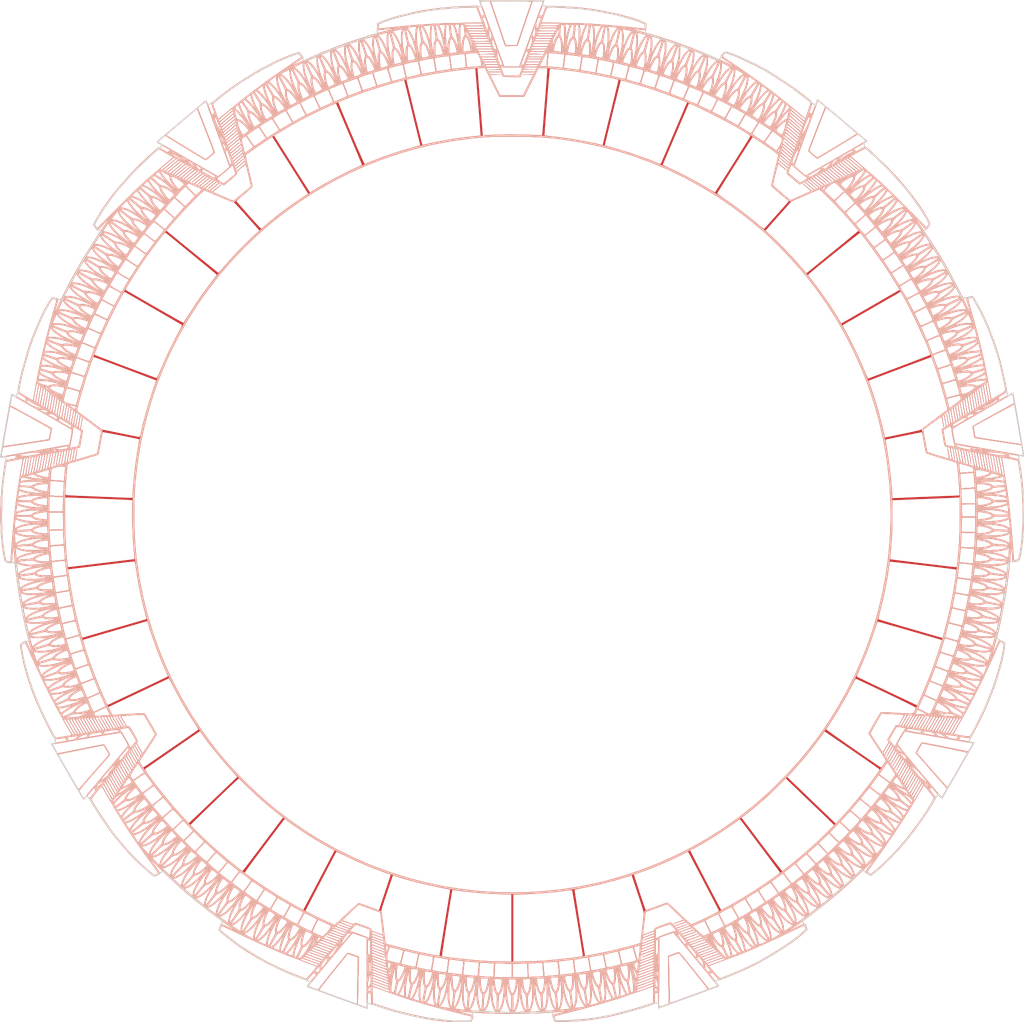
<source format=kicad_pcb>
(kicad_pcb (version 20171130) (host pcbnew 5.0.1)
  (title_block (title "Doorway to Heaven Badge") (company "Sarif Industries"))
  (layers (0 F.Cu signal) (31 B.Cu signal) (34 B.Paste user) (35 F.Paste user) (36 B.SilkS user) (37 F.SilkS user) (38 B.Mask user) (39 F.Mask user) (44 Edge.Cuts user))
  (net 0 "")
  (module LOGO (layer F.Cu) (at 144.526 104.14)
    (fp_text reference G*** hide)
    (fp_text value LOGO hide)
  )
  (module LOGO (layer F.Cu) (at 144.526 104.14)
    (fp_text reference G*** hide)
    (fp_text value LOGO hide)
  )
  (module LOGO (layer F.Cu) (at 144.526 104.14)
    (fp_text reference G*** hide)
    (fp_text value LOGO hide)
    (fp_poly (pts (xy -2.415641 -47.312415) (xy -2.117844 -47.311672) (xy -1.776294 -47.310392) (xy -1.399174 -47.30863) (xy -0.994666 -47.306446) (xy -0.570952 -47.303895) (xy -0.136214 -47.301036) (xy 0.301366 -47.297926) (xy 0.733606 -47.294622) (xy 1.152324 -47.291182) (xy 1.549338 -47.287663) (xy 1.916465 -47.284123) (xy 2.245523 -47.280619) (xy 2.528331 -47.277208) (xy 2.756707 -47.273948) (xy 2.922468 -47.270897) (xy 3.017432 -47.268111) (xy 3.037346 -47.26645) (xy 3.027176 -47.226523) (xy 2.993076 -47.122844) (xy 2.940615 -46.971022) (xy 2.875364 -46.786665) (xy 2.802893 -46.585383) (xy 2.728772 -46.382784) (xy 2.658572 -46.194478) (xy 2.602553 -46.048084) (xy 2.540685 -45.889334) (xy 2.866851 -45.889334) (xy 3.033754 -46.32325) (xy 3.200657 -46.757167) (xy 3.558245 -46.770807) (xy 3.871969 -46.774818) (xy 4.254496 -46.766671) (xy 4.691011 -46.747494) (xy 5.166698 -46.718416) (xy 5.666743 -46.680563) (xy 6.176331 -46.635065) (xy 6.680646 -46.583049) (xy 7.164875 -46.525642) (xy 7.6142 -46.463974) (xy 7.641166 -46.459947) (xy 8.256717 -46.358844) (xy 8.881759 -46.239846) (xy 9.503522 -46.10623) (xy 10.109237 -45.961273) (xy 10.686135 -45.808252) (xy 11.221447 -45.650443) (xy 11.702404 -45.491123) (xy 12.116237 -45.33357) (xy 12.244916 -45.278538) (xy 12.488333 -45.170735) (xy 12.488333 -44.852701) (xy 12.489877 -44.728389) (xy 12.486727 -44.638982) (xy 12.467214 -44.580353) (xy 12.419664 -44.548375) (xy 12.332407 -44.538918) (xy 12.193772 -44.547855) (xy 11.992086 -44.571058) (xy 11.768666 -44.598167) (xy 11.559008 -44.622057) (xy 11.37418 -44.641315) (xy 11.233591 -44.654039) (xy 11.15665 -44.658329) (xy 11.154833 -44.658288) (xy 11.16692 -44.647482) (xy 11.250234 -44.618902) (xy 11.393979 -44.575769) (xy 11.587359 -44.521303) (xy 11.819577 -44.458724) (xy 11.85717 -44.448816) (xy 13.457559 -43.995603) (xy 15.06413 -43.476888) (xy 16.65733 -42.899855) (xy 18.217604 -42.271687) (xy 19.725398 -41.599569) (xy 20.108229 -41.417631) (xy 20.318381 -41.31742) (xy 20.495798 -41.234764) (xy 20.629244 -41.174734) (xy 20.707484 -41.1424) (xy 20.722063 -41.140599) (xy 20.674631 -41.175618) (xy 20.56862 -41.249142) (xy 20.41607 -41.352972) (xy 20.229021 -41.478909) (xy 20.03425 -41.608956) (xy 19.829129 -41.747331) (xy 19.650891 -41.87128) (xy 19.510662 -41.972761) (xy 19.419567 -42.043732) (xy 19.388666 -42.075667) (xy 19.400142 -42.098162) (xy 19.586603 -42.098162) (xy 19.589094 -42.078178) (xy 19.631662 -42.047857) (xy 19.734823 -41.976845) (xy 19.888923 -41.871713) (xy 20.084308 -41.739031) (xy 20.311324 -41.585371) (xy 20.536319 -41.433483) (xy 21.48946 -40.783295) (xy 22.376851 -40.161925) (xy 23.209058 -39.561537) (xy 23.996653 -38.974291) (xy 24.750202 -38.392349) (xy 25.480274 -37.807875) (xy 25.9715 -37.402655) (xy 26.298083 -37.129807) (xy 26.564923 -36.906247) (xy 26.777459 -36.727235) (xy 26.941132 -36.588028) (xy 27.061383 -36.483884) (xy 27.143654 -36.410062) (xy 27.193384 -36.361819) (xy 27.216015 -36.334414) (xy 27.216989 -36.323104) (xy 27.211463 -36.322) (xy 27.171833 -36.347997) (xy 27.078315 -36.420294) (xy 26.941525 -36.530349) (xy 26.772082 -36.669621) (xy 26.581821 -36.828543) (xy 26.390232 -36.987078) (xy 26.21993 -37.122917) (xy 26.081632 -37.227922) (xy 25.986059 -37.293954) (xy 25.943932 -37.312878) (xy 25.91147 -37.274268) (xy 25.919451 -37.217315) (xy 25.973096 -37.135877) (xy 26.077625 -37.023816) (xy 26.238258 -36.874989) (xy 26.460215 -36.683256) (xy 26.527198 -36.626808) (xy 26.720793 -36.466437) (xy 26.892122 -36.328619) (xy 27.030862 -36.221324) (xy 27.126688 -36.15252) (xy 27.169278 -36.130176) (xy 27.170044 -36.130601) (xy 27.199489 -36.183178) (xy 27.239684 -36.279775) (xy 27.243866 -36.291041) (xy 27.350223 -36.585519) (xy 27.450627 -36.87195) (xy 27.541497 -37.139294) (xy 27.619252 -37.376516) (xy 27.680312 -37.572578) (xy 27.721095 -37.716443) (xy 27.73802 -37.797074) (xy 27.736683 -37.810018) (xy 27.695355 -37.844281) (xy 27.599153 -37.92214) (xy 27.459439 -38.034457) (xy 27.287579 -38.172092) (xy 27.130513 -38.297532) (xy 26.262366 -38.962624) (xy 25.370437 -39.593267) (xy 24.464635 -40.183721) (xy 23.554864 -40.728247) (xy 22.651033 -41.221106) (xy 21.763047 -41.656557) (xy 20.900814 -42.028861) (xy 20.298833 -42.25554) (xy 19.833166 -42.419268) (xy 19.694927 -42.262656) (xy 19.621546 -42.167767) (xy 19.586603 -42.098162) (xy 19.400142 -42.098162) (xy 19.41388 -42.125088) (xy 19.479858 -42.218153) (xy 19.568583 -42.330118) (xy 19.66864 -42.446237) (xy 19.739463 -42.508424) (xy 19.803547 -42.529775) (xy 19.883387 -42.523385) (xy 19.896666 -42.521099) (xy 20.035637 -42.486121) (xy 20.237771 -42.420958) (xy 20.489316 -42.33081) (xy 20.776521 -42.220881) (xy 21.085633 -42.096375) (xy 21.402899 -41.962493) (xy 21.59 -41.880474) (xy 22.646971 -41.374072) (xy 23.718027 -40.790197) (xy 24.795969 -40.133325) (xy 25.873598 -39.407932) (xy 26.943717 -38.618493) (xy 27.355802 -38.29555) (xy 27.537424 -38.146862) (xy 27.693098 -38.011843) (xy 27.811539 -37.900891) (xy 27.881464 -37.824405) (xy 27.895552 -37.798134) (xy 27.882605 -37.73071) (xy 27.846026 -37.60463) (xy 27.792083 -37.440448) (xy 27.750957 -37.32381) (xy 27.604248 -36.918519) (xy 27.714333 -36.831927) (xy 27.796863 -36.772769) (xy 27.848605 -36.74607) (xy 27.850459 -36.745937) (xy 27.872347 -36.783999) (xy 27.916949 -36.889218) (xy 27.979235 -37.048762) (xy 28.054172 -37.249797) (xy 28.124311 -37.444429) (xy 28.372122 -38.142317) (xy 28.612116 -37.941242) (xy 29.108646 -37.525022) (xy 29.593664 -37.118046) (xy 30.063034 -36.723807) (xy 30.512619 -36.345797) (xy 30.938284 -35.98751) (xy 31.335892 -35.652439) (xy 31.701306 -35.344076) (xy 32.030391 -35.065914) (xy 32.31901 -34.821447) (xy 32.563028 -34.614167) (xy 32.758307 -34.447567) (xy 32.900711 -34.32514) (xy 32.986105 -34.250379) (xy 33.010777 -34.226711) (xy 32.971943 -34.203527) (xy 32.871989 -34.145393) (xy 32.723258 -34.059447) (xy 32.538094 -33.952826) (xy 32.385 -33.864885) (xy 32.180175 -33.74712) (xy 32.002044 -33.64428) (xy 31.863139 -33.563636) (xy 31.775994 -33.512457) (xy 31.752244 -33.497863) (xy 31.766304 -33.461968) (xy 31.825029 -33.391862) (xy 31.842962 -33.373462) (xy 31.952602 -33.263822) (xy 32.36937 -33.498213) (xy 32.539978 -33.589477) (xy 32.686049 -33.658911) (xy 32.79081 -33.699096) (xy 32.835484 -33.704386) (xy 32.91398 -33.647512) (xy 33.044028 -33.539266) (xy 33.216921 -33.387748) (xy 33.423951 -33.201059) (xy 33.656409 -32.9873) (xy 33.905587 -32.754571) (xy 34.162777 -32.510973) (xy 34.41927 -32.264606) (xy 34.666359 -32.023571) (xy 34.895335 -31.795969) (xy 34.990452 -31.699776) (xy 35.625015 -31.032729) (xy 36.229795 -30.354785) (xy 36.79821 -29.674522) (xy 37.323677 -29.000521) (xy 37.799613 -28.34136) (xy 38.219435 -27.705618) (xy 38.576559 -27.101876) (xy 38.710735 -26.851286) (xy 38.788715 -26.697347) (xy 38.828206 -26.590293) (xy 38.825948 -26.50435) (xy 38.778687 -26.413741) (xy 38.683163 -26.292693) (xy 38.632486 -26.232101) (xy 38.461029 -26.027034) (xy 37.918933 -26.591934) (xy 37.376838 -27.156834) (xy 37.75068 -26.627667) (xy 38.300424 -25.838569) (xy 38.803338 -25.092549) (xy 39.270938 -24.371329) (xy 39.714739 -23.656633) (xy 40.146256 -22.930184) (xy 40.577006 -22.173708) (xy 40.724734 -21.9075) (xy 40.877637 -21.624516) (xy 41.055829 -21.285147) (xy 41.251195 -20.905648) (xy 41.455613 -20.502274) (xy 41.660967 -20.091278) (xy 41.859139 -19.688917) (xy 42.042008 -19.311443) (xy 42.201458 -18.975112) (xy 42.32937 -18.696178) (xy 42.335438 -18.682579) (xy 42.420571 -18.493993) (xy 42.49313 -18.338047) (xy 42.546515 -18.228566) (xy 42.574129 -18.179378) (xy 42.57622 -18.17811) (xy 42.568583 -18.220269) (xy 42.540569 -18.330557) (xy 42.495725 -18.495885) (xy 42.437592 -18.703166) (xy 42.375669 -18.918807) (xy 42.30747 -19.156731) (xy 42.248406 -19.368241) (xy 42.20229 -19.539232) (xy 42.179965 -19.627738) (xy 42.346625 -19.627738) (xy 42.350579 -19.581577) (xy 42.375377 -19.465579) (xy 42.418142 -19.291182) (xy 42.475992 -19.069822) (xy 42.546049 -18.812937) (xy 42.601139 -18.616943) (xy 42.841058 -17.765486) (xy 43.056314 -16.983713) (xy 43.249421 -16.261123) (xy 43.422896 -15.587213) (xy 43.579252 -14.951483) (xy 43.721005 -14.34343) (xy 43.850669 -13.752553) (xy 43.97076 -13.16835) (xy 44.083793 -12.580319) (xy 44.192283 -11.977959) (xy 44.195562 -11.959167) (xy 44.269338 -11.536908) (xy 44.330269 -11.190815) (xy 44.379768 -10.913599) (xy 44.419251 -10.697968) (xy 44.450129 -10.536632) (xy 44.473818 -10.4223) (xy 44.49173 -10.347682) (xy 44.505281 -10.305488) (xy 44.515883 -10.288426) (xy 44.519843 -10.287) (xy 44.561479 -10.307679) (xy 44.663274 -10.364957) (xy 44.81289 -10.4517) (xy 44.997991 -10.560772) (xy 45.156357 -10.655137) (xy 45.361247 -10.780287) (xy 45.539869 -10.894143) (xy 45.679702 -10.988343) (xy 45.768224 -11.054522) (xy 45.793376 -11.080641) (xy 45.79498 -11.150897) (xy 45.777482 -11.292667) (xy 45.743142 -11.495534) (xy 45.694215 -11.749083) (xy 45.632961 -12.042898) (xy 45.561638 -12.366564) (xy 45.482502 -12.709666) (xy 45.397813 -13.061788) (xy 45.309827 -13.412515) (xy 45.220802 -13.751431) (xy 45.189334 -13.867089) (xy 45.100762 -14.175442) (xy 44.991558 -14.533739) (xy 44.868389 -14.921828) (xy 44.73792 -15.319557) (xy 44.606814 -15.706775) (xy 44.481739 -16.06333) (xy 44.369357 -16.369071) (xy 44.31778 -16.502213) (xy 44.135925 -16.943447) (xy 43.933957 -17.404026) (xy 43.720048 -17.867058) (xy 43.502368 -18.31565) (xy 43.289092 -18.732912) (xy 43.088389 -19.101949) (xy 42.929145 -19.372617) (xy 42.716712 -19.7164) (xy 42.544511 -19.684911) (xy 42.430653 -19.659407) (xy 42.356487 -19.634153) (xy 42.346625 -19.627738) (xy 42.179965 -19.627738) (xy 42.172937 -19.655599) (xy 42.164 -19.701708) (xy 42.201786 -19.73177) (xy 42.298895 -19.76823) (xy 42.43095 -19.804721) (xy 42.573574 -19.834874) (xy 42.702391 -19.852322) (xy 42.748262 -19.854334) (xy 42.79257 -19.81796) (xy 42.868909 -19.715148) (xy 42.971795 -19.55536) (xy 43.095745 -19.348059) (xy 43.235272 -19.102707) (xy 43.384893 -18.828768) (xy 43.539124 -18.535703) (xy 43.69248 -18.232975) (xy 43.718674 -18.180004) (xy 44.240267 -17.03617) (xy 44.711609 -15.824383) (xy 45.132618 -14.544895) (xy 45.503214 -13.197954) (xy 45.823313 -11.783809) (xy 45.846959 -11.666676) (xy 45.897512 -11.407397) (xy 45.93048 -11.219382) (xy 45.947108 -11.091348) (xy 45.948639 -11.01201) (xy 45.936317 -10.970085) (xy 45.924941 -10.95938) (xy 45.676142 -10.810634) (xy 45.491062 -10.697331) (xy 45.360424 -10.612022) (xy 45.274946 -10.547262) (xy 45.225348 -10.495603) (xy 45.202352 -10.449599) (xy 45.196678 -10.401803) (xy 45.197406 -10.375537) (xy 45.207349 -10.275492) (xy 45.222458 -10.220231) (xy 45.223345 -10.219211) (xy 45.264401 -10.233007) (xy 45.366063 -10.283362) (xy 45.516061 -10.363736) (xy 45.702123 -10.46759) (xy 45.867716 -10.562618) (xy 46.07362 -10.680542) (xy 46.2531 -10.780315) (xy 46.393913 -10.855375) (xy 46.483814 -10.89916) (xy 46.510825 -10.907287) (xy 46.523492 -10.86098) (xy 46.548655 -10.73949) (xy 46.584875 -10.551147) (xy 46.630713 -10.304281) (xy 46.684728 -10.007221) (xy 46.745481 -9.668297) (xy 46.811533 -9.295837) (xy 46.881444 -8.898171) (xy 46.953774 -8.48363) (xy 47.027085 -8.060541) (xy 47.099937 -7.637236) (xy 47.17089 -7.222042) (xy 47.238504 -6.82329) (xy 47.301341 -6.44931) (xy 47.357961 -6.10843) (xy 47.406924 -5.80898) (xy 47.44679 -5.559289) (xy 47.476121 -5.367688) (xy 47.493476 -5.242505) (xy 47.497775 -5.196417) (xy 47.498196 -5.113574) (xy 47.491524 -5.054932) (xy 47.466174 -5.018956) (xy 47.41056 -5.004109) (xy 47.313098 -5.008857) (xy 47.162204 -5.031663) (xy 46.946293 -5.07099) (xy 46.782379 -5.10157) (xy 46.530246 -5.148163) (xy 46.349518 -5.179635) (xy 46.228328 -5.196162) (xy 46.15481 -5.197923) (xy 46.117097 -5.185093) (xy 46.10332 -5.157852) (xy 46.101613 -5.116376) (xy 46.101648 -5.11175) (xy 46.110362 -5.031236) (xy 46.144171 -4.971187) (xy 46.216476 -4.924076) (xy 46.340677 -4.882379) (xy 46.530175 -4.838568) (xy 46.621167 -4.819986) (xy 46.843636 -4.771269) (xy 46.990722 -4.728586) (xy 47.071229 -4.688976) (xy 47.09273 -4.661333) (xy 47.110391 -4.578236) (xy 47.136635 -4.424595) (xy 47.169528 -4.213879) (xy 47.207135 -3.959556) (xy 47.24752 -3.675093) (xy 47.288749 -3.373957) (xy 47.328885 -3.069618) (xy 47.365995 -2.775541) (xy 47.37861 -2.671709) (xy 47.401226 -2.47179) (xy 47.420162 -2.274752) (xy 47.435855 -2.069839) (xy 47.448743 -1.846292) (xy 47.459261 -1.593355) (xy 47.467848 -1.300271) (xy 47.474939 -0.956283) (xy 47.480972 -0.550632) (xy 47.486383 -0.072563) (xy 47.487108 0) (xy 47.491572 0.537456) (xy 47.493218 1.001507) (xy 47.491537 1.403383) (xy 47.486018 1.754313) (xy 47.476152 2.065528) (xy 47.461429 2.348257) (xy 47.441337 2.613731) (xy 47.415369 2.87318) (xy 47.383012 3.137832) (xy 47.343758 3.418919) (xy 47.326558 3.534833) (xy 47.27064 3.893565) (xy 47.221605 4.176015) (xy 47.177388 4.390096) (xy 47.135925 4.543718) (xy 47.095151 4.644792) (xy 47.053002 4.701231) (xy 47.017439 4.719446) (xy 46.785532 4.766337) (xy 46.624359 4.788895) (xy 46.523707 4.787611) (xy 46.473364 4.762974) (xy 46.464815 4.745962) (xy 46.455937 4.680497) (xy 46.444766 4.547884) (xy 46.432554 4.365569) (xy 46.420554 4.150997) (xy 46.417063 4.080455) (xy 46.404566 3.861204) (xy 46.389979 3.670562) (xy 46.374867 3.525373) (xy 46.360799 3.442485) (xy 46.356721 3.431785) (xy 46.342476 3.451188) (xy 46.326376 3.54109) (xy 46.310287 3.687405) (xy 46.296075 3.876047) (xy 46.294585 3.900839) (xy 46.243958 4.589888) (xy 46.169828 5.3436) (xy 46.074517 6.146004) (xy 45.960345 6.981132) (xy 45.829635 7.833014) (xy 45.684709 8.68568) (xy 45.527887 9.52316) (xy 45.361493 10.329486) (xy 45.356927 10.3505) (xy 45.29878 10.609212) (xy 45.226884 10.915634) (xy 45.145029 11.254782) (xy 45.057006 11.611669) (xy 44.966606 11.971311) (xy 44.877619 12.318722) (xy 44.793837 12.638919) (xy 44.719049 12.916916) (xy 44.657047 13.137727) (xy 44.623826 13.248516) (xy 44.582212 13.386994) (xy 44.555081 13.488728) (xy 44.54822 13.531986) (xy 44.5483 13.532078) (xy 44.567611 13.498468) (xy 44.615461 13.398781) (xy 44.686547 13.244548) (xy 44.775565 13.047299) (xy 44.877209 12.818565) (xy 44.893118 12.782478) (xy 44.99817 12.548984) (xy 45.09433 12.344718) (xy 45.175705 12.181446) (xy 45.236405 12.070931) (xy 45.270539 12.024939) (xy 45.272778 12.024314) (xy 45.330313 12.045695) (xy 45.435557 12.099793) (xy 45.550666 12.166003) (xy 45.7835 12.306043) (xy 45.771833 12.513605) (xy 45.751409 12.713633) (xy 45.710169 12.980644) (xy 45.650894 13.300307) (xy 45.576359 13.658292) (xy 45.489343 14.040268) (xy 45.423894 14.308666) (xy 45.133594 15.346744) (xy 44.775851 16.417631) (xy 44.355328 17.50976) (xy 43.876689 18.611566) (xy 43.344598 19.711485) (xy 42.922961 20.5105) (xy 42.808534 20.719429) (xy 42.708869 20.900821) (xy 42.63077 21.042342) (xy 42.581036 21.131662) (xy 42.566265 21.157219) (xy 42.523293 21.15595) (xy 42.415529 21.142944) (xy 42.261658 21.120622) (xy 42.159336 21.104473) (xy 41.932233 21.06881) (xy 41.773871 21.04894) (xy 41.669609 21.045952) (xy 41.604809 21.060934) (xy 41.56483 21.094977) (xy 41.535033 21.149168) (xy 41.53421 21.15097) (xy 41.503982 21.237036) (xy 41.503706 21.282484) (xy 41.550111 21.296382) (xy 41.665635 21.321966) (xy 41.835997 21.356325) (xy 42.046919 21.396551) (xy 42.212586 21.426919) (xy 42.442909 21.469109) (xy 42.642186 21.506834) (xy 42.79632 21.537328) (xy 42.891215 21.557823) (xy 42.914908 21.564797) (xy 42.896353 21.602226) (xy 42.83944 21.705782) (xy 42.74827 21.868341) (xy 42.626941 22.082778) (xy 42.479553 22.341968) (xy 42.310207 22.638788) (xy 42.123001 22.966113) (xy 41.922035 23.316818) (xy 41.711409 23.683778) (xy 41.495222 24.059869) (xy 41.277574 24.437967) (xy 41.062565 24.810947) (xy 40.854293 25.171684) (xy 40.65686 25.513054) (xy 40.474364 25.827933) (xy 40.310905 26.109195) (xy 40.170582 26.349717) (xy 40.057496 26.542373) (xy 39.975745 26.68004) (xy 39.92943 26.755592) (xy 39.921155 26.767524) (xy 39.885133 26.748578) (xy 39.805949 26.673991) (xy 39.693497 26.554102) (xy 39.557667 26.399254) (xy 39.475689 26.301857) (xy 39.293972 26.082462) (xy 39.159023 25.920512) (xy 39.062639 25.809056) (xy 38.996618 25.741147) (xy 38.952758 25.709833) (xy 38.922855 25.708166) (xy 38.898707 25.729195) (xy 38.872111 25.765972) (xy 38.860921 25.781) (xy 38.803489 25.86335) (xy 38.778309 25.915168) (xy 38.778274 25.915769) (xy 38.803149 25.958258) (xy 38.871339 26.051433) (xy 38.971984 26.180915) (xy 39.076856 26.311127) (xy 39.376379 26.67755) (xy 39.06878 27.192358) (xy 38.526841 28.05968) (xy 37.932909 28.938177) (xy 37.306898 29.79982) (xy 36.668724 30.616576) (xy 36.433148 30.902212) (xy 36.119929 31.265436) (xy 35.77867 31.642273) (xy 35.419573 32.022696) (xy 35.052839 32.39668) (xy 34.688672 32.754195) (xy 34.337272 33.085216) (xy 34.008843 33.379715) (xy 33.713587 33.627666) (xy 33.474733 33.809818) (xy 33.325166 33.916237) (xy 33.047702 33.756653) (xy 32.770237 33.59707) (xy 32.829247 33.515675) (xy 33.004785 33.515675) (xy 33.018787 33.569096) (xy 33.107632 33.636294) (xy 33.134994 33.651387) (xy 33.24025 33.704023) (xy 33.312313 33.734742) (xy 33.324405 33.737795) (xy 33.367752 33.713656) (xy 33.461019 33.64712) (xy 33.588715 33.549551) (xy 33.682578 33.475083) (xy 34.196171 33.037851) (xy 34.734308 32.534502) (xy 35.286709 31.976094) (xy 35.843094 31.373682) (xy 36.393182 30.738323) (xy 36.926692 30.081074) (xy 37.333378 29.548666) (xy 37.539643 29.265755) (xy 37.753471 28.963315) (xy 37.969693 28.64948) (xy 38.183138 28.332384) (xy 38.388635 28.020162) (xy 38.581014 27.720947) (xy 38.755105 27.442875) (xy 38.905738 27.194079) (xy 39.027742 26.982695) (xy 39.115947 26.816855) (xy 39.165183 26.704695) (xy 39.171835 26.656253) (xy 39.136106 26.608007) (xy 39.056392 26.50634) (xy 38.942327 26.363355) (xy 38.803546 26.191152) (xy 38.698313 26.061499) (xy 38.534341 25.861263) (xy 38.430798 25.738666) (xy 38.608 25.738666) (xy 38.622443 25.779899) (xy 38.626668 25.781) (xy 38.662811 25.751335) (xy 38.6715 25.738666) (xy 38.668143 25.699657) (xy 38.652831 25.696333) (xy 38.609722 25.727063) (xy 38.608 25.738666) (xy 38.430798 25.738666) (xy 38.414601 25.719489) (xy 38.330654 25.628351) (xy 38.274064 25.58002) (xy 38.236392 25.56667) (xy 38.209201 25.580471) (xy 38.196364 25.595832) (xy 38.15667 25.657208) (xy 38.082689 25.778334) (xy 37.982535 25.945673) (xy 37.864317 26.145689) (xy 37.755658 26.331333) (xy 37.625428 26.554681) (xy 37.50382 26.762991) (xy 37.399784 26.940946) (xy 37.322274 27.073233) (xy 37.28551 27.135666) (xy 37.23319 27.223985) (xy 37.147762 27.368207) (xy 37.039262 27.551385) (xy 36.91773 27.756573) (xy 36.859236 27.855333) (xy 36.623148 28.243977) (xy 36.34148 28.690501) (xy 36.020403 29.185776) (xy 35.666086 29.72067) (xy 35.284699 30.286053) (xy 34.882411 30.872795) (xy 34.465392 31.471764) (xy 34.039811 32.073831) (xy 33.611838 32.669864) (xy 33.526773 32.787166) (xy 33.37384 32.998182) (xy 33.237199 33.187635) (xy 33.124987 33.344168) (xy 33.045342 33.456426) (xy 33.006399 33.513052) (xy 33.004785 33.515675) (xy 32.829247 33.515675) (xy 32.925712 33.382618) (xy 33.018219 33.255333) (xy 33.14168 33.085883) (xy 33.277033 32.900415) (xy 33.359794 32.787166) (xy 33.508117 32.583461) (xy 33.605001 32.446739) (xy 33.649427 32.375963) (xy 33.640375 32.3701) (xy 33.576825 32.428115) (xy 33.457759 32.548972) (xy 33.293465 32.719831) (xy 32.635615 33.385368) (xy 31.915208 34.075641) (xy 31.146119 34.778958) (xy 30.34222 35.483627) (xy 29.517384 36.177955) (xy 28.685484 36.850251) (xy 27.860393 37.488821) (xy 27.055985 38.081974) (xy 26.331333 38.587519) (xy 26.128686 38.72516) (xy 25.949287 38.848165) (xy 25.80545 38.947999) (xy 25.709486 39.016129) (xy 25.675166 39.04234) (xy 25.698069 39.036467) (xy 25.786215 38.997385) (xy 25.929243 38.929999) (xy 26.116796 38.839217) (xy 26.338512 38.729943) (xy 26.41091 38.693904) (xy 26.646155 38.578853) (xy 26.855794 38.480721) (xy 27.028152 38.404616) (xy 27.151552 38.355641) (xy 27.214319 38.338904) (xy 27.219249 38.340443) (xy 27.248233 38.395544) (xy 27.294997 38.506436) (xy 27.348802 38.647463) (xy 27.448092 38.91976) (xy 27.196629 39.146691) (xy 26.598572 39.652965) (xy 25.925159 40.162303) (xy 25.185302 40.669572) (xy 24.387913 41.169639) (xy 23.541906 41.657371) (xy 22.656193 42.127635) (xy 21.739686 42.575298) (xy 20.801298 42.995227) (xy 19.849941 43.382288) (xy 19.82718 43.39107) (xy 19.282833 43.600842) (xy 19.134666 43.443295) (xy 19.021933 43.320769) (xy 18.889879 43.173526) (xy 18.807114 43.079351) (xy 18.708168 42.968838) (xy 18.642069 42.9122) (xy 18.587102 42.898571) (xy 18.521552 42.917084) (xy 18.500198 42.925779) (xy 18.412839 42.969943) (xy 18.372919 43.005869) (xy 18.372666 43.007818) (xy 18.398535 43.048512) (xy 18.470051 43.142257) (xy 18.578079 43.277547) (xy 18.713481 43.442878) (xy 18.814021 43.563598) (xy 18.963143 43.743398) (xy 19.091459 43.901698) (xy 19.189661 44.02673) (xy 19.248445 44.106725) (xy 19.26112 44.129072) (xy 19.22331 44.149572) (xy 19.112151 44.196371) (xy 18.933954 44.267084) (xy 18.695029 44.359328) (xy 18.401689 44.470719) (xy 18.060242 44.598871) (xy 17.677001 44.741401) (xy 17.258277 44.895924) (xy 16.810379 45.060055) (xy 16.438516 45.195507) (xy 13.610166 46.223036) (xy 13.598911 45.50369) (xy 13.668967 45.50369) (xy 13.671583 45.713046) (xy 13.682756 45.865332) (xy 13.704935 45.967447) (xy 13.740569 46.026287) (xy 13.792108 46.048749) (xy 13.862001 46.04173) (xy 13.952698 46.012128) (xy 14.066647 45.96684) (xy 14.202833 45.914035) (xy 14.583833 45.773973) (xy 14.562666 44.402903) (xy 14.557183 44.018854) (xy 14.552227 43.616383) (xy 14.547991 43.215523) (xy 14.544666 42.836311) (xy 14.542443 42.498781) (xy 14.541515 42.222967) (xy 14.5415 42.18933) (xy 14.5415 41.417467) (xy 14.592994 41.417467) (xy 14.620402 42.60565) (xy 14.635046 43.226748) (xy 14.648874 43.785578) (xy 14.6618 44.279355) (xy 14.67374 44.705295) (xy 14.684607 45.060611) (xy 14.694317 45.342519) (xy 14.702784 45.548233) (xy 14.709923 45.674969) (xy 14.715648 45.71994) (xy 14.715833 45.72) (xy 14.757314 45.706003) (xy 14.869956 45.666029) (xy 15.045376 45.603103) (xy 15.275191 45.520249) (xy 15.551018 45.420493) (xy 15.864474 45.306859) (xy 16.207176 45.182372) (xy 16.371351 45.122653) (xy 16.729432 44.992358) (xy 17.066134 44.869867) (xy 17.372374 44.758483) (xy 17.639067 44.661508) (xy 17.857132 44.582246) (xy 18.017484 44.523998) (xy 18.11104 44.490068) (xy 18.127863 44.483995) (xy 18.152912 44.47378) (xy 18.16939 44.4596) (xy 18.173362 44.435962) (xy 18.160892 44.397372) (xy 18.128047 44.338338) (xy 18.07089 44.253365) (xy 17.985486 44.13696) (xy 17.867902 43.98363) (xy 17.7142 43.78788) (xy 17.520448 43.544219) (xy 17.282708 43.247152) (xy 16.997047 42.891186) (xy 16.903091 42.774175) (xy 16.640954 42.448801) (xy 16.394021 42.144371) (xy 16.167474 41.867129) (xy 15.966496 41.623321) (xy 15.796269 41.419191) (xy 15.661976 41.260984) (xy 15.5688 41.154946) (xy 15.521924 41.107321) (xy 15.518061 41.105274) (xy 15.461787 41.118597) (xy 15.344234 41.154989) (xy 15.183689 41.208573) (xy 15.032913 41.261174) (xy 14.592994 41.417467) (xy 14.5415 41.417467) (xy 14.5415 41.346828) (xy 14.966215 41.189687) (xy 15.151314 41.121642) (xy 15.314628 41.062404) (xy 15.434917 41.019634) (xy 15.482541 41.00347) (xy 15.507895 41.002906) (xy 15.542259 41.018765) (xy 15.590035 41.05612) (xy 15.655626 41.120047) (xy 15.743434 41.215619) (xy 15.857864 41.34791) (xy 16.003317 41.521996) (xy 16.184197 41.742951) (xy 16.404906 42.015848) (xy 16.669847 42.345762) (xy 16.93762 42.680447) (xy 17.200959 43.009954) (xy 17.447994 43.319066) (xy 17.673743 43.601547) (xy 17.873224 43.851164) (xy 18.041455 44.061683) (xy 18.173455 44.226869) (xy 18.264241 44.340489) (xy 18.308831 44.396308) (xy 18.312578 44.401005) (xy 18.354387 44.394166) (xy 18.454069 44.363741) (xy 18.590771 44.317291) (xy 18.743637 44.262378) (xy 18.891812 44.206566) (xy 19.014443 44.157416) (xy 19.090674 44.12249) (xy 19.103488 44.114209) (xy 19.081029 44.079255) (xy 19.009157 43.985701) (xy 18.892996 43.83971) (xy 18.737672 43.647444) (xy 18.548307 43.415066) (xy 18.330027 43.148738) (xy 18.087956 42.854622) (xy 17.827219 42.538882) (xy 17.552939 42.207679) (xy 17.270242 41.867176) (xy 17.052061 41.605015) (xy 17.24125 41.605015) (xy 17.256887 41.672883) (xy 17.302149 41.754518) (xy 17.38615 41.866497) (xy 17.512518 42.018909) (xy 17.631429 42.155193) (xy 17.729306 42.258895) (xy 17.794502 42.318208) (xy 17.815265 42.325862) (xy 17.815016 42.267635) (xy 17.799001 42.156534) (xy 17.791373 42.117611) (xy 17.932156 42.117611) (xy 17.939024 42.217102) (xy 17.94921 42.332053) (xy 17.974102 42.498043) (xy 18.018854 42.613792) (xy 18.096522 42.713313) (xy 18.19958 42.79843) (xy 18.299037 42.816668) (xy 18.424694 42.771808) (xy 18.450637 42.75827) (xy 18.460906 42.723619) (xy 18.422875 42.65017) (xy 18.331943 42.530738) (xy 18.223543 42.403558) (xy 18.109332 42.273856) (xy 18.291589 42.273856) (xy 18.787211 42.852476) (xy 18.947985 43.03803) (xy 19.091025 43.199075) (xy 19.206912 43.325328) (xy 19.286225 43.406509) (xy 19.318694 43.432547) (xy 19.367227 43.417999) (xy 19.482006 43.376548) (xy 19.650716 43.312858) (xy 19.861041 43.231596) (xy 20.100667 43.137425) (xy 20.159734 43.113991) (xy 21.129195 42.707619) (xy 22.088139 42.264586) (xy 23.020837 41.793097) (xy 23.911559 41.301356) (xy 24.744574 40.797568) (xy 25.294166 40.435829) (xy 25.614199 40.212009) (xy 25.942459 39.973412) (xy 26.262894 39.732317) (xy 26.559451 39.501002) (xy 26.816077 39.291747) (xy 27.007166 39.125573) (xy 27.280832 38.875982) (xy 27.22264 38.699657) (xy 27.179299 38.592702) (xy 27.138372 38.530094) (xy 27.125468 38.523333) (xy 27.079065 38.541122) (xy 26.966041 38.591522) (xy 26.795903 38.670087) (xy 26.578155 38.772367) (xy 26.322302 38.893913) (xy 26.03785 39.030279) (xy 25.893994 39.099668) (xy 24.997631 39.52806) (xy 24.13928 39.928605) (xy 23.324244 40.298986) (xy 22.557826 40.636887) (xy 21.845332 40.939991) (xy 21.192064 41.205984) (xy 20.603327 41.43255) (xy 20.295645 41.544227) (xy 20.11732 41.607858) (xy 19.881555 41.692801) (xy 19.610351 41.791083) (xy 19.325709 41.894735) (xy 19.083544 41.983341) (xy 18.291589 42.273856) (xy 18.109332 42.273856) (xy 18.104529 42.268402) (xy 18.008551 42.16085) (xy 17.947655 42.094317) (xy 17.940679 42.087489) (xy 18.132516 42.087489) (xy 18.160855 42.139718) (xy 18.179298 42.16083) (xy 18.218477 42.198706) (xy 18.261614 42.214319) (xy 18.328352 42.205669) (xy 18.438334 42.170754) (xy 18.576643 42.120353) (xy 18.759856 42.053284) (xy 18.987742 41.970809) (xy 19.225108 41.885633) (xy 19.356929 41.838695) (xy 19.535723 41.771663) (xy 19.679118 41.711002) (xy 19.77175 41.663693) (xy 19.79891 41.637897) (xy 19.772546 41.589216) (xy 19.726008 41.562587) (xy 19.64898 41.559703) (xy 19.53115 41.582259) (xy 19.362204 41.631949) (xy 19.131827 41.710466) (xy 18.941647 41.77871) (xy 18.707556 41.863655) (xy 18.498801 41.939382) (xy 18.329336 42.000831) (xy 18.213117 42.042942) (xy 18.16582 42.060039) (xy 18.132516 42.087489) (xy 17.940679 42.087489) (xy 17.932346 42.079333) (xy 17.932156 42.117611) (xy 17.791373 42.117611) (xy 17.782978 42.07478) (xy 17.740412 41.92795) (xy 17.685108 41.801124) (xy 17.657859 41.758396) (xy 17.606641 41.695787) (xy 17.850813 41.695787) (xy 17.854997 41.743758) (xy 17.90384 41.823588) (xy 17.977469 41.912322) (xy 18.056013 41.987009) (xy 18.1196 42.024696) (xy 18.135504 42.024615) (xy 18.188577 42.005336) (xy 18.307667 41.96189) (xy 18.479281 41.899205) (xy 18.689927 41.82221) (xy 18.912941 41.74065) (xy 19.169947 41.646066) (xy 19.356846 41.575019) (xy 19.483251 41.522535) (xy 19.558778 41.483641) (xy 19.593042 41.453364) (xy 19.595657 41.42673) (xy 19.576239 41.398767) (xy 19.575494 41.397942) (xy 19.537143 41.362406) (xy 19.492158 41.349063) (xy 19.420983 41.360072) (xy 19.304063 41.39759) (xy 19.183386 41.4412) (xy 18.997663 41.509198) (xy 18.76918 41.592804) (xy 18.534699 41.678566) (xy 18.423862 41.719089) (xy 18.246534 41.781813) (xy 18.100545 41.829494) (xy 18.002768 41.856877) (xy 17.970265 41.860376) (xy 18.002231 41.84104) (xy 18.101941 41.798026) (xy 18.257398 41.736112) (xy 18.456605 41.660074) (xy 18.687563 41.574687) (xy 18.691653 41.573197) (xy 18.924612 41.486811) (xy 19.127432 41.408621) (xy 19.287709 41.343657) (xy 19.393033 41.296948) (xy 19.430999 41.273524) (xy 19.431 41.273505) (xy 19.402451 41.223653) (xy 19.372581 41.19455) (xy 19.332533 41.182787) (xy 19.256372 41.191096) (xy 19.134431 41.222093) (xy 18.95704 41.278397) (xy 18.714532 41.362623) (xy 18.599998 41.403684) (xy 18.368168 41.48848) (xy 18.163784 41.565452) (xy 18.000314 41.629349) (xy 17.891228 41.674919) (xy 17.850813 41.695787) (xy 17.606641 41.695787) (xy 17.53529 41.608568) (xy 17.455105 41.518503) (xy 17.654849 41.518503) (xy 17.655568 41.545473) (xy 17.67742 41.574924) (xy 17.678727 41.576373) (xy 17.737221 41.636366) (xy 17.762988 41.656) (xy 17.804749 41.642336) (xy 17.913175 41.604407) (xy 18.075335 41.546803) (xy 18.278296 41.474116) (xy 18.482437 41.400577) (xy 18.713283 41.316673) (xy 18.91699 41.241622) (xy 19.079954 41.180517) (xy 19.188572 41.138451) (xy 19.22821 41.121347) (xy 19.229868 41.08484) (xy 19.182173 41.034138) (xy 19.111903 40.992092) (xy 19.062579 40.980013) (xy 19.007936 40.993637) (xy 18.887874 41.032266) (xy 18.716244 41.091164) (xy 18.506897 41.165592) (xy 18.309162 41.237706) (xy 18.05811 41.330767) (xy 17.876893 41.400144) (xy 17.755771 41.451071) (xy 17.685004 41.48878) (xy 17.654849 41.518503) (xy 17.455105 41.518503) (xy 17.425755 41.485538) (xy 17.341148 41.401784) (xy 17.293364 41.369785) (xy 17.288746 41.371142) (xy 17.269018 41.422977) (xy 17.24807 41.52224) (xy 17.246124 41.534338) (xy 17.24125 41.605015) (xy 17.052061 41.605015) (xy 16.98425 41.523536) (xy 16.70009 41.18292) (xy 16.422885 40.851492) (xy 16.15776 40.535413) (xy 16.060346 40.41967) (xy 16.28012 40.41967) (xy 16.311401 40.497121) (xy 16.339856 40.553746) (xy 16.403915 40.659403) (xy 16.500393 40.79501) (xy 16.61716 40.94613) (xy 16.742088 41.098322) (xy 16.863049 41.237149) (xy 16.967915 41.348171) (xy 17.044557 41.41695) (xy 17.077449 41.431839) (xy 17.114425 41.383202) (xy 17.136382 41.29193) (xy 17.133074 41.229786) (xy 17.105347 41.157637) (xy 17.098659 41.147119) (xy 17.314333 41.147119) (xy 17.34298 41.199199) (xy 17.372297 41.228072) (xy 17.412834 41.239535) (xy 17.490452 41.230382) (xy 17.614698 41.197992) (xy 17.795122 41.139742) (xy 18.041274 41.053014) (xy 18.137754 41.01799) (xy 18.366401 40.93595) (xy 18.566451 40.866835) (xy 18.724873 40.81493) (xy 18.828634 40.784521) (xy 18.864467 40.779023) (xy 18.833114 40.798692) (xy 18.734226 40.84132) (xy 18.580213 40.901993) (xy 18.383489 40.975797) (xy 18.19426 41.044364) (xy 17.968267 41.125398) (xy 17.771432 41.196654) (xy 17.61702 41.253275) (xy 17.518296 41.290404) (xy 17.488217 41.302886) (xy 17.492082 41.340101) (xy 17.538682 41.391627) (xy 17.597573 41.42919) (xy 17.628032 41.432724) (xy 17.681368 41.413819) (xy 17.800326 41.371099) (xy 17.970933 41.309599) (xy 18.179211 41.234356) (xy 18.363075 41.167828) (xy 19.051984 40.918396) (xy 18.889474 40.755885) (xy 18.726963 40.593375) (xy 18.020648 40.853823) (xy 17.793364 40.939387) (xy 17.596465 41.016865) (xy 17.442623 41.080993) (xy 17.344512 41.126509) (xy 17.314333 41.147119) (xy 17.098659 41.147119) (xy 17.045022 41.062775) (xy 16.943921 40.932494) (xy 16.934296 40.92105) (xy 17.14955 40.92105) (xy 17.156928 40.958418) (xy 17.202173 41.014794) (xy 17.256175 41.057392) (xy 17.275878 41.063333) (xy 17.325945 41.049542) (xy 17.441304 41.011419) (xy 17.607775 40.953842) (xy 17.81118 40.881686) (xy 17.958419 40.828575) (xy 18.178602 40.74738) (xy 18.370859 40.674089) (xy 18.52099 40.614305) (xy 18.614795 40.573631) (xy 18.638852 40.560081) (xy 18.638976 40.510516) (xy 18.606348 40.47137) (xy 18.570503 40.454956) (xy 18.511981 40.454706) (xy 18.419267 40.473538) (xy 18.280843 40.514367) (xy 18.085195 40.580109) (xy 17.853137 40.662104) (xy 17.627577 40.743183) (xy 17.43119 40.814541) (xy 17.277262 40.87129) (xy 17.179081 40.908537) (xy 17.14955 40.92105) (xy 16.934296 40.92105) (xy 16.793865 40.754089) (xy 16.779213 40.737022) (xy 16.770114 40.726594) (xy 17.002141 40.726594) (xy 17.005445 40.783958) (xy 17.017785 40.808933) (xy 17.057988 40.875446) (xy 17.075486 40.894) (xy 17.117188 40.880152) (xy 17.225292 40.841747) (xy 17.386752 40.783486) (xy 17.588521 40.710075) (xy 17.779293 40.640259) (xy 18.005681 40.556515) (xy 18.203294 40.482107) (xy 18.358858 40.42214) (xy 18.4591 40.381717) (xy 18.490767 40.366677) (xy 18.472017 40.337601) (xy 18.400532 40.296683) (xy 18.365793 40.28289) (xy 18.32726 40.275988) (xy 18.275833 40.278654) (xy 18.202416 40.293565) (xy 18.097909 40.3234) (xy 17.953216 40.370836) (xy 17.759237 40.43855) (xy 17.506875 40.529221) (xy 17.187031 40.645525) (xy 17.069213 40.688496) (xy 17.002141 40.726594) (xy 16.770114 40.726594) (xy 16.625444 40.560796) (xy 16.605854 40.539773) (xy 16.810884 40.539773) (xy 16.819373 40.576864) (xy 16.862835 40.634409) (xy 16.912406 40.677242) (xy 16.927933 40.682386) (xy 16.974653 40.668639) (xy 17.08718 40.630547) (xy 17.251825 40.572889) (xy 17.454895 40.500446) (xy 17.621399 40.440295) (xy 17.865192 40.351183) (xy 18.039091 40.285137) (xy 18.152981 40.236882) (xy 18.21675 40.201139) (xy 18.240284 40.172633) (xy 18.233469 40.146086) (xy 18.214066 40.123964) (xy 18.182654 40.097968) (xy 18.143522 40.085338) (xy 18.08406 40.088904) (xy 17.991662 40.111498) (xy 17.85372 40.155952) (xy 17.657625 40.225099) (xy 17.483666 40.288018) (xy 17.263606 40.368348) (xy 17.0729 40.438784) (xy 16.92513 40.494241) (xy 16.833877 40.529638) (xy 16.810884 40.539773) (xy 16.605854 40.539773) (xy 16.514731 40.441988) (xy 16.437163 40.371963) (xy 16.382829 40.342087) (xy 16.341818 40.343723) (xy 16.332669 40.347946) (xy 16.287512 40.378604) (xy 16.28012 40.41967) (xy 16.060346 40.41967) (xy 15.982816 40.327553) (xy 16.640787 40.327553) (xy 16.652146 40.366189) (xy 16.695153 40.422425) (xy 16.724975 40.450794) (xy 16.76106 40.465724) (xy 16.816117 40.46447) (xy 16.902856 40.44429) (xy 17.033985 40.40244) (xy 17.222214 40.336176) (xy 17.411032 40.267888) (xy 17.629207 40.18817) (xy 17.818123 40.118153) (xy 17.963998 40.063022) (xy 18.053049 40.027966) (xy 18.073981 40.018361) (xy 18.061437 39.981775) (xy 18.010481 39.924095) (xy 17.976813 39.895761) (xy 17.938563 39.88078) (xy 17.882741 39.881952) (xy 17.796357 39.902077) (xy 17.66642 39.943957) (xy 17.479941 40.010392) (xy 17.293166 40.07875) (xy 17.076877 40.158732) (xy 16.890006 40.228876) (xy 16.746373 40.283911) (xy 16.659799 40.318567) (xy 16.640787 40.327553) (xy 15.982816 40.327553) (xy 15.909839 40.240847) (xy 15.684246 39.973955) (xy 15.486106 39.740901) (xy 15.320543 39.547846) (xy 15.192682 39.400953) (xy 15.107647 39.306384) (xy 15.090914 39.288791) (xy 15.07432 39.271789) (xy 15.230127 39.271789) (xy 15.271687 39.347224) (xy 15.335037 39.421848) (xy 15.357816 39.422173) (xy 15.339927 39.348266) (xy 15.32593 39.309823) (xy 15.282657 39.236724) (xy 15.240016 39.221823) (xy 15.230127 39.271789) (xy 15.07432 39.271789) (xy 14.990991 39.186416) (xy 14.353495 39.412846) (xy 13.716 39.639276) (xy 13.716 41.254543) (xy 13.715097 41.711907) (xy 13.712542 42.225793) (xy 13.708567 42.769768) (xy 13.703402 43.317399) (xy 13.697278 43.842252) (xy 13.690425 44.317894) (xy 13.687962 44.464238) (xy 13.679605 44.886183) (xy 13.672457 45.230369) (xy 13.668967 45.50369) (xy 13.598911 45.50369) (xy 13.598604 45.484124) (xy 13.587041 44.745211) (xy 13.471604 44.772792) (xy 13.375748 44.799058) (xy 13.324416 44.818184) (xy 13.311544 44.865201) (xy 13.301178 44.978799) (xy 13.294519 45.140905) (xy 13.292666 45.296666) (xy 13.289056 45.48784) (xy 13.279254 45.644741) (xy 13.264802 45.749302) (xy 13.251146 45.782997) (xy 13.184142 45.812589) (xy 13.04901 45.863024) (xy 12.858472 45.930004) (xy 12.625248 46.009232) (xy 12.36206 46.09641) (xy 12.081629 46.187241) (xy 11.796675 46.277426) (xy 11.684 46.312442) (xy 10.319588 46.695178) (xy 8.927937 47.010067) (xy 7.530987 47.252461) (xy 6.773333 47.352609) (xy 6.580552 47.371512) (xy 6.340817 47.389249) (xy 6.066218 47.40548) (xy 5.768847 47.419867) (xy 5.460795 47.43207) (xy 5.154153 47.441751) (xy 4.861011 47.448571) (xy 4.593461 47.452191) (xy 4.363595 47.452272) (xy 4.183502 47.448475) (xy 4.065275 47.440461) (xy 4.022089 47.429732) (xy 3.989727 47.373377) (xy 3.939646 47.261212) (xy 3.882521 47.117192) (xy 3.880887 47.112837) (xy 3.846584 47.021225) (xy 4.000055 47.021225) (xy 4.007854 47.076627) (xy 4.033167 47.145825) (xy 4.065637 47.22714) (xy 4.108932 47.341015) (xy 5.113049 47.316333) (xy 5.491447 47.303362) (xy 5.887855 47.283323) (xy 6.275132 47.257947) (xy 6.626133 47.228969) (xy 6.858 47.204895) (xy 7.880013 47.061099) (xy 8.942329 46.865988) (xy 10.022134 46.624682) (xy 11.096616 46.3423) (xy 12.142961 46.023962) (xy 12.192 46.007894) (xy 13.1445 45.69473) (xy 13.156028 44.92681) (xy 13.163149 44.452434) (xy 13.292666 44.452434) (xy 13.296164 44.562628) (xy 13.317123 44.608039) (xy 13.371238 44.608529) (xy 13.409083 44.59976) (xy 13.50627 44.567703) (xy 13.559202 44.538184) (xy 13.549473 44.495849) (xy 13.48605 44.426537) (xy 13.442786 44.390859) (xy 13.292666 44.276357) (xy 13.292666 44.452434) (xy 13.163149 44.452434) (xy 13.167556 44.158891) (xy 12.817361 44.288585) (xy 12.638734 44.353607) (xy 12.390394 44.442319) (xy 12.082758 44.551064) (xy 11.726244 44.67619) (xy 11.331268 44.81404) (xy 10.908246 44.960961) (xy 10.467597 45.113298) (xy 10.414 45.131779) (xy 9.958703 45.283353) (xy 9.431256 45.449481) (xy 8.842326 45.627123) (xy 8.202583 45.813244) (xy 7.522695 46.004805) (xy 6.81333 46.198769) (xy 6.085157 46.392098) (xy 5.348844 46.581754) (xy 5.109936 46.642003) (xy 4.770444 46.726731) (xy 4.504639 46.793781) (xy 4.304496 46.847649) (xy 4.161991 46.892831) (xy 4.069099 46.933824) (xy 4.017795 46.975123) (xy 4.000055 47.021225) (xy 3.846584 47.021225) (xy 3.776294 46.833508) (xy 4.544563 46.638425) (xy 4.772047 46.579539) (xy 4.955619 46.529798) (xy 5.086046 46.491903) (xy 5.154094 46.468556) (xy 5.150533 46.462459) (xy 5.1435 46.46317) (xy 4.286826 46.55108) (xy 3.382158 46.619428) (xy 2.421188 46.668621) (xy 1.39561 46.699067) (xy 0.297117 46.711173) (xy 0.084666 46.711435) (xy -0.768227 46.706742) (xy -1.555232 46.692444) (xy -2.29468 46.667638) (xy -3.004903 46.631424) (xy -3.70423 46.582899) (xy -4.410992 46.521161) (xy -4.995334 46.461515) (xy -5.014609 46.465048) (xy -4.960526 46.486585) (xy -4.841834 46.523462) (xy -4.667281 46.573016) (xy -4.445615 46.632583) (xy -4.361232 46.654601) (xy -4.110072 46.720195) (xy -3.888278 46.779107) (xy -3.708386 46.827925) (xy -3.582934 46.863238) (xy -3.524459 46.881635) (xy -3.521906 46.882983) (xy -3.527966 46.926902) (xy -3.557598 47.029108) (xy -3.604636 47.168614) (xy -3.611304 47.187271) (xy -3.715427 47.476833) (xy -4.598797 47.481048) (xy -4.873723 47.481632) (xy -5.128521 47.480818) (xy -5.347853 47.47876) (xy -5.516382 47.475615) (xy -5.618772 47.471538) (xy -5.630334 47.470588) (xy -5.7326 47.46073) (xy -5.895116 47.445368) (xy -6.093819 47.426766) (xy -6.265334 47.410826) (xy -7.12917 47.309802) (xy -8.045225 47.163384) (xy -8.996792 46.97535) (xy -9.967166 46.749481) (xy -10.939642 46.489555) (xy -11.897513 46.19935) (xy -12.477573 46.005583) (xy -12.99598 45.825833) (xy -12.996805 45.381333) (xy -13.000168 45.191881) (xy -13.008597 45.03186) (xy -13.020697 44.921605) (xy -13.030836 44.884554) (xy -13.092869 44.840168) (xy -13.196272 44.805835) (xy -13.198524 44.805378) (xy -13.333005 44.778482) (xy -13.356167 46.253562) (xy -16.162513 45.230074) (xy -16.627719 45.060244) (xy -17.069358 44.898695) (xy -17.481029 44.747788) (xy -17.856334 44.609883) (xy -18.161465 44.497442) (xy -17.800284 44.497442) (xy -17.800272 44.524074) (xy -17.786544 44.539074) (xy -17.773793 44.544602) (xy -17.713475 44.566259) (xy -17.582652 44.61396) (xy -17.390247 44.684428) (xy -17.145182 44.774385) (xy -16.85638 44.880557) (xy -16.532765 44.999665) (xy -16.183258 45.128434) (xy -16.023167 45.187458) (xy -15.668298 45.318147) (xy -15.338074 45.439422) (xy -15.040952 45.548202) (xy -14.785388 45.641408) (xy -14.579838 45.715957) (xy -14.43276 45.76877) (xy -14.352608 45.796765) (xy -14.340417 45.80048) (xy -14.328472 45.762431) (xy -14.318498 45.655429) (xy -14.311442 45.49518) (xy -14.308249 45.297392) (xy -14.308161 45.264916) (xy -14.306881 45.095497) (xy -14.303468 44.85526) (xy -14.298198 44.55802) (xy -14.291347 44.217592) (xy -14.283193 43.847789) (xy -14.27401 43.462428) (xy -14.265276 43.120579) (xy -14.256247 42.760569) (xy -14.248822 42.427787) (xy -14.243139 42.131572) (xy -14.239339 41.881265) (xy -14.237558 41.686207) (xy -14.237936 41.555738) (xy -14.240611 41.499198) (xy -14.241201 41.497688) (xy -14.287113 41.475272) (xy -14.391551 41.433197) (xy -14.535383 41.378414) (xy -14.699475 41.31787) (xy -14.864694 41.258513) (xy -15.011909 41.207293) (xy -15.121985 41.171158) (xy -15.175789 41.157055) (xy -15.178076 41.157444) (xy -15.205924 41.191746) (xy -15.281749 41.28579) (xy -15.400509 41.433307) (xy -15.557162 41.628028) (xy -15.746666 41.863684) (xy -15.963979 42.134005) (xy -16.204059 42.432723) (xy -16.461864 42.753569) (xy -16.531202 42.839874) (xy -16.832445 43.215134) (xy -17.084409 43.529973) (xy -17.291046 43.789813) (xy -17.456308 44.000075) (xy -17.584146 44.166179) (xy -17.678512 44.293547) (xy -17.743355 44.3876) (xy -17.782629 44.453758) (xy -17.800284 44.497442) (xy -18.161465 44.497442) (xy -18.188874 44.487342) (xy -18.472251 44.382525) (xy -18.700065 44.297794) (xy -18.865918 44.23551) (xy -18.963411 44.198032) (xy -18.987824 44.187621) (xy -18.968187 44.150775) (xy -18.964591 44.145869) (xy -18.817908 44.145869) (xy -18.7687 44.171248) (xy -18.657767 44.217811) (xy -18.50311 44.278235) (xy -18.372762 44.326956) (xy -17.955533 44.480125) (xy -16.589788 42.771729) (xy -16.325447 42.442125) (xy -16.076251 42.133443) (xy -15.847308 41.851869) (xy -15.643724 41.603587) (xy -15.470606 41.394783) (xy -15.333063 41.231642) (xy -15.236202 41.12035) (xy -15.185129 41.067092) (xy -15.179105 41.063304) (xy -15.124012 41.0769) (xy -15.006208 41.114028) (xy -14.842506 41.169162) (xy -14.649718 41.236776) (xy -14.631694 41.24322) (xy -14.12922 41.423166) (xy -14.155185 42.333333) (xy -14.163193 42.626285) (xy -14.17234 42.981383) (xy -14.18208 43.376119) (xy -14.191867 43.78799) (xy -14.201156 44.194489) (xy -14.208667 44.538486) (xy -14.236185 45.833472) (xy -13.83851 45.984004) (xy -13.670462 46.047652) (xy -13.535322 46.098905) (xy -13.450415 46.131188) (xy -13.43025 46.138935) (xy -13.428564 46.098396) (xy -13.426962 45.97967) (xy -13.425465 45.789235) (xy -13.424094 45.533569) (xy -13.42287 45.219151) (xy -13.421815 44.852461) (xy -13.421135 44.528003) (xy -13.335 44.528003) (xy -13.298668 44.569946) (xy -13.209939 44.610496) (xy -13.197417 44.614304) (xy -13.10172 44.642137) (xy -13.050786 44.657335) (xy -13.04925 44.657848) (xy -13.043677 44.621504) (xy -13.039843 44.523167) (xy -13.038667 44.407544) (xy -13.038667 44.246766) (xy -12.88497 44.246766) (xy -12.884405 44.362938) (xy -12.881541 44.536246) (xy -12.876602 44.752945) (xy -12.870486 44.976385) (xy -12.848167 45.735603) (xy -12.234334 45.942432) (xy -10.805259 46.386617) (xy -9.393066 46.750576) (xy -7.999344 47.033978) (xy -6.625682 47.236494) (xy -5.503334 47.342816) (xy -5.397794 47.347673) (xy -5.226062 47.352651) (xy -5.006609 47.357341) (xy -4.757908 47.361334) (xy -4.565397 47.363604) (xy -3.817959 47.371) (xy -3.750603 47.173321) (xy -3.713804 47.05845) (xy -3.694332 46.98377) (xy -3.693707 46.968782) (xy -3.735797 46.957147) (xy -3.849848 46.927534) (xy -4.025689 46.882534) (xy -4.253153 46.824734) (xy -4.522068 46.756724) (xy -4.822264 46.681094) (xy -4.931834 46.653556) (xy -5.326072 46.553223) (xy -5.769697 46.438123) (xy -5.783423 46.434508) (xy -2.470494 46.434508) (xy -2.455484 46.456457) (xy -2.379982 46.472323) (xy -2.261271 46.485466) (xy -2.070334 46.500794) (xy -1.856621 46.512984) (xy -1.743178 46.517216) (xy -1.475522 46.524333) (xy -1.509899 46.480629) (xy -1.073463 46.480629) (xy -1.044882 46.501775) (xy -0.951409 46.518359) (xy -0.864271 46.5278) (xy -0.642713 46.546257) (xy -0.444339 46.556632) (xy -0.283864 46.558781) (xy -0.176003 46.55256) (xy -0.135471 46.537826) (xy -0.136086 46.534916) (xy -0.136677 46.533566) (xy 0.295755 46.533566) (xy 0.343125 46.555866) (xy 0.452376 46.563832) (xy 0.630617 46.558706) (xy 0.884954 46.541731) (xy 0.919247 46.539087) (xy 1.108773 46.524333) (xy 1.686427 46.524333) (xy 1.827463 46.524079) (xy 1.937786 46.520641) (xy 2.10034 46.511784) (xy 2.283 46.4993) (xy 2.313067 46.496999) (xy 2.657634 46.470173) (xy 2.638288 46.439666) (xy 3.088612 46.439666) (xy 3.252419 46.439666) (xy 3.378063 46.435992) (xy 3.550875 46.426354) (xy 3.733742 46.412826) (xy 3.736122 46.412625) (xy 4.05602 46.385584) (xy 4.041104 46.364993) (xy 4.441959 46.364993) (xy 4.581063 46.340805) (xy 4.689961 46.325783) (xy 4.851722 46.308012) (xy 5.034764 46.290907) (xy 5.069416 46.288008) (xy 5.229217 46.272852) (xy 5.35059 46.257407) (xy 5.413875 46.244326) (xy 5.418666 46.240875) (xy 5.395421 46.198781) (xy 5.364856 46.155314) (xy 5.868641 46.155314) (xy 5.89278 46.180023) (xy 5.966561 46.183012) (xy 6.101814 46.168069) (xy 6.2865 46.142334) (xy 6.454631 46.117558) (xy 6.604844 46.093457) (xy 6.700037 46.076136) (xy 6.817241 46.051593) (xy 6.708045 45.921821) (xy 6.560371 45.704828) (xy 6.418261 45.415105) (xy 6.28716 45.064592) (xy 6.225706 44.864225) (xy 6.101141 44.428833) (xy 6.09857 44.897308) (xy 6.083626 45.304301) (xy 6.043109 45.635916) (xy 5.976142 45.89776) (xy 5.921952 46.025573) (xy 5.882309 46.105094) (xy 5.868641 46.155314) (xy 5.364856 46.155314) (xy 5.337375 46.116234) (xy 5.314222 46.085417) (xy 5.185134 45.876201) (xy 5.060417 45.597308) (xy 4.946295 45.263707) (xy 4.892783 45.071956) (xy 4.792892 44.686338) (xy 4.763383 45.107919) (xy 4.726696 45.474565) (xy 4.67255 45.791484) (xy 4.603424 46.047023) (xy 4.526442 46.221805) (xy 4.441959 46.364993) (xy 4.041104 46.364993) (xy 3.934385 46.217672) (xy 3.814857 46.017623) (xy 3.707071 45.760423) (xy 3.607273 45.435991) (xy 3.537537 45.151931) (xy 3.442664 44.732029) (xy 3.414284 45.151931) (xy 3.371702 45.558353) (xy 3.303803 45.907242) (xy 3.212829 46.188138) (xy 3.17432 46.271666) (xy 3.088612 46.439666) (xy 2.638288 46.439666) (xy 2.536776 46.279598) (xy 2.398763 46.007975) (xy 2.279027 45.656691) (xy 2.177061 45.224222) (xy 2.165509 45.164218) (xy 2.090837 44.7675) (xy 2.062833 45.169666) (xy 2.031482 45.463256) (xy 1.980883 45.754104) (xy 1.916079 46.020984) (xy 1.842114 46.242668) (xy 1.775064 46.380916) (xy 1.686427 46.524333) (xy 1.108773 46.524333) (xy 1.266994 46.512016) (xy 1.186021 46.398299) (xy 1.099945 46.243345) (xy 1.013168 46.029183) (xy 0.932953 45.780894) (xy 0.866566 45.52356) (xy 0.821272 45.282265) (xy 0.804334 45.082089) (xy 0.804333 45.080471) (xy 0.791654 44.993277) (xy 0.762 44.958) (xy 0.735248 44.9955) (xy 0.720605 45.088946) (xy 0.719666 45.123609) (xy 0.707119 45.311178) (xy 0.672977 45.530679) (xy 0.622487 45.762984) (xy 0.560896 45.988966) (xy 0.493452 46.189501) (xy 0.425403 46.34546) (xy 0.361996 46.437718) (xy 0.358234 46.440993) (xy 0.303161 46.49569) (xy 0.295755 46.533566) (xy -0.136677 46.533566) (xy -0.326415 46.100409) (xy -0.463273 45.657711) (xy -0.5404 45.229454) (xy -0.554782 45.0215) (xy -0.560343 44.809833) (xy -0.600099 45.0215) (xy -0.628044 45.170001) (xy -0.664246 45.362005) (xy -0.701221 45.557822) (xy -0.70387 45.571833) (xy -0.756002 45.794261) (xy -0.824996 46.013891) (xy -0.902823 46.210339) (xy -0.981451 46.36322) (xy -1.049693 46.449635) (xy -1.073463 46.480629) (xy -1.509899 46.480629) (xy -1.563364 46.41266) (xy -1.642235 46.273554) (xy -1.718541 46.069003) (xy -1.787766 45.818206) (xy -1.845394 45.540361) (xy -1.886907 45.254669) (xy -1.907789 44.980327) (xy -1.908799 44.944353) (xy -1.913098 44.873262) (xy -1.923016 44.868895) (xy -1.940704 44.936704) (xy -1.968309 45.082141) (xy -1.972584 45.106166) (xy -2.042707 45.446111) (xy -2.125607 45.754708) (xy -2.216882 46.019719) (xy -2.312129 46.228906) (xy -2.406946 46.370033) (xy -2.438094 46.400165) (xy -2.470494 46.434508) (xy -5.783423 46.434508) (xy -5.940881 46.393041) (xy -3.890832 46.393041) (xy -3.6705 46.408523) (xy -3.418169 46.423531) (xy -3.207053 46.430728) (xy -3.048265 46.430121) (xy -2.952914 46.42172) (xy -2.930288 46.407916) (xy -3.046185 46.141319) (xy -3.134758 45.839075) (xy -3.199922 45.484828) (xy -3.241952 45.106166) (xy -3.270842 44.7675) (xy -3.34215 45.106166) (xy -3.441358 45.50885) (xy -3.554277 45.842734) (xy -3.678647 46.101702) (xy -3.748789 46.206955) (xy -3.890832 46.393041) (xy -5.940881 46.393041) (xy -6.234249 46.315782) (xy -6.494706 46.246223) (xy -5.244018 46.246223) (xy -5.198787 46.255663) (xy -5.08825 46.270969) (xy -4.931385 46.289957) (xy -4.747168 46.310441) (xy -4.554576 46.330238) (xy -4.372588 46.34716) (xy -4.352093 46.348917) (xy -4.315694 46.343579) (xy -4.311254 46.3076) (xy -4.34107 46.224161) (xy -4.381621 46.13275) (xy -4.479549 45.849826) (xy -4.54275 45.504192) (xy -4.572346 45.089011) (xy -4.574777 44.958) (xy -4.577384 44.650948) (xy -4.441136 44.650948) (xy -4.440429 45.008027) (xy -4.423732 45.336189) (xy -4.391193 45.610415) (xy -4.3841 45.649852) (xy -4.342872 45.830508) (xy -4.293842 45.993609) (xy -4.243375 46.122867) (xy -4.197836 46.201993) (xy -4.163589 46.214698) (xy -4.163446 46.214556) (xy -4.156279 46.183873) (xy -3.975457 46.183873) (xy -3.968797 46.235113) (xy -3.953959 46.250675) (xy -3.930988 46.240275) (xy -3.92313 46.234055) (xy -3.875054 46.172449) (xy -3.808278 46.060807) (xy -3.75315 45.95505) (xy -3.620525 45.624424) (xy -3.508787 45.220495) (xy -3.41982 44.752465) (xy -3.403315 44.618268) (xy -3.105361 44.618268) (xy -3.100683 45.012549) (xy -3.074272 45.382039) (xy -3.027698 45.713375) (xy -2.962532 45.993191) (xy -2.880347 46.208125) (xy -2.844769 46.270333) (xy -2.816922 46.312944) (xy -2.795873 46.336743) (xy -2.779786 46.332239) (xy -2.766823 46.289938) (xy -2.759415 46.233083) (xy -2.583741 46.233083) (xy -2.581132 46.329933) (xy -2.575203 46.355043) (xy -2.537192 46.322442) (xy -2.477237 46.241256) (xy -2.457979 46.211113) (xy -2.353503 45.998376) (xy -2.257408 45.720263) (xy -2.173722 45.395953) (xy -2.106471 45.044623) (xy -2.059681 44.685451) (xy -2.045542 44.464938) (xy -1.770652 44.464938) (xy -1.766151 44.857502) (xy -1.742541 45.238769) (xy -1.701232 45.580085) (xy -1.673793 45.729596) (xy -1.625528 45.922231) (xy -1.567119 46.102938) (xy -1.50573 46.254101) (xy -1.448526 46.358102) (xy -1.40267 46.397327) (xy -1.40223 46.397333) (xy -1.38576 46.356456) (xy -1.371077 46.239638) (xy -1.369181 46.211074) (xy -1.210329 46.211074) (xy -1.202424 46.342767) (xy -1.183085 46.40196) (xy -1.150336 46.392649) (xy -1.1022 46.318828) (xy -1.036702 46.184495) (xy -1.00353 46.110968) (xy -0.939849 45.943341) (xy -0.876582 45.736642) (xy -0.827359 45.535428) (xy -0.827103 45.534178) (xy -0.79303 45.335704) (xy -0.762267 45.098031) (xy -0.736179 44.840168) (xy -0.716132 44.581129) (xy -0.706454 44.396436) (xy -0.442265 44.396436) (xy -0.431487 44.767536) (xy -0.398624 45.142704) (xy -0.346232 45.503511) (xy -0.27687 45.831527) (xy -0.193094 46.108323) (xy -0.119025 46.27749) (xy -0.021167 46.460833) (xy -0.009555 45.723823) (xy -0.009284 45.704016) (xy 0.169333 45.704016) (xy 0.170088 45.972766) (xy 0.17296 46.167071) (xy 0.17886 46.297144) (xy 0.188697 46.373198) (xy 0.203382 46.405446) (xy 0.223825 46.404102) (xy 0.231234 46.39866) (xy 0.279031 46.332698) (xy 0.338659 46.215195) (xy 0.383169 46.107726) (xy 0.4406 45.933424) (xy 0.497362 45.72668) (xy 0.532788 45.571833) (xy 0.559442 45.403199) (xy 0.582563 45.189271) (xy 0.601454 44.947455) (xy 0.615418 44.695158) (xy 0.623755 44.449788) (xy 0.62577 44.228752) (xy 0.621916 44.090706) (xy 0.903564 44.090706) (xy 0.906946 44.311671) (xy 0.910025 44.45) (xy 0.931765 44.927315) (xy 0.973534 45.333098) (xy 1.037076 45.678487) (xy 1.124134 45.974616) (xy 1.165119 46.079833) (xy 1.231626 46.214306) (xy 1.304154 46.324766) (xy 1.367186 46.389204) (xy 1.388958 46.397333) (xy 1.394318 46.357354) (xy 1.395803 46.246642) (xy 1.393566 46.079036) (xy 1.387759 45.868373) (xy 1.381121 45.68962) (xy 1.368977 45.421572) (xy 1.368562 45.414963) (xy 1.5243 45.414963) (xy 1.527472 45.635737) (xy 1.535652 45.864246) (xy 1.547287 46.06081) (xy 1.551598 46.111678) (xy 1.5745 46.271809) (xy 1.605759 46.349557) (xy 1.646215 46.344587) (xy 1.696705 46.256563) (xy 1.758069 46.085151) (xy 1.77756 46.021338) (xy 1.83044 45.821766) (xy 1.879022 45.602484) (xy 1.903764 45.466) (xy 1.919348 45.320672) (xy 1.93085 45.122749) (xy 1.938257 44.890495) (xy 1.941554 44.642172) (xy 1.940729 44.396044) (xy 1.935767 44.170373) (xy 1.926655 43.983424) (xy 1.920677 43.924903) (xy 2.216139 43.924903) (xy 2.218144 44.096958) (xy 2.223035 44.280666) (xy 2.26635 44.888644) (xy 2.357113 45.42671) (xy 2.495306 45.894746) (xy 2.495926 45.896403) (xy 2.55772 46.040189) (xy 2.628599 46.174067) (xy 2.697174 46.27994) (xy 2.752054 46.339713) (xy 2.777309 46.343468) (xy 2.780018 46.298022) (xy 2.777311 46.1825) (xy 2.76979 46.011282) (xy 2.758053 45.798745) (xy 2.747686 45.633609) (xy 2.730219 45.375903) (xy 2.714983 45.188144) (xy 2.701301 45.074509) (xy 2.882702 45.074509) (xy 2.884061 45.223468) (xy 2.891421 45.432898) (xy 2.899333 45.617149) (xy 2.911673 45.84903) (xy 2.9263 46.048134) (xy 2.941858 46.20049) (xy 2.956995 46.292126) (xy 2.966752 46.312666) (xy 3.009264 46.278866) (xy 3.06343 46.196566) (xy 3.0683 46.187342) (xy 3.144045 46.009935) (xy 3.200644 45.801749) (xy 3.239808 45.550557) (xy 3.263248 45.244134) (xy 3.272675 44.870253) (xy 3.272992 44.725166) (xy 3.26995 44.46451) (xy 3.262717 44.219556) (xy 3.25216 44.008494) (xy 3.244538 43.9154) (xy 3.518304 43.9154) (xy 3.527454 44.18086) (xy 3.559645 44.489588) (xy 3.610667 44.82039) (xy 3.676309 45.15207) (xy 3.752361 45.463435) (xy 3.834613 45.733288) (xy 3.918853 45.940435) (xy 3.921749 45.946216) (xy 3.976727 46.038887) (xy 4.046396 46.136631) (xy 4.113345 46.217503) (xy 4.160168 46.259557) (xy 4.170335 46.259583) (xy 4.1689 46.216173) (xy 4.160355 46.102589) (xy 4.145888 45.932918) (xy 4.126687 45.721246) (xy 4.110196 45.546548) (xy 4.084819 45.287273) (xy 4.063743 45.097726) (xy 4.043543 44.963321) (xy 4.0208 44.869472) (xy 4.002059 44.825161) (xy 4.197513 44.825161) (xy 4.256498 45.43133) (xy 4.277882 45.657014) (xy 4.295993 45.859422) (xy 4.309268 46.020223) (xy 4.316145 46.121085) (xy 4.316742 46.137933) (xy 4.33135 46.204582) (xy 4.367146 46.201683) (xy 4.416022 46.139124) (xy 4.469871 46.026793) (xy 4.514226 45.897067) (xy 4.557306 45.691014) (xy 4.589002 45.421731) (xy 4.609109 45.109913) (xy 4.617424 44.776254) (xy 4.613743 44.441451) (xy 4.597862 44.126197) (xy 4.569577 43.851188) (xy 4.55152 43.7515) (xy 4.829776 43.7515) (xy 4.842424 44.030745) (xy 4.884299 44.361199) (xy 4.94992 44.716844) (xy 5.033805 45.071662) (xy 5.130474 45.399637) (xy 5.234444 45.674751) (xy 5.235453 45.677037) (xy 5.306815 45.819072) (xy 5.384226 45.943506) (xy 5.456132 46.035265) (xy 5.510973 46.079272) (xy 5.535399 46.068301) (xy 5.534803 46.01529) (xy 5.524966 45.893516) (xy 5.507371 45.718201) (xy 5.483501 45.504568) (xy 5.466992 45.366038) (xy 5.435294 45.11311) (xy 5.409117 44.930056) (xy 5.384856 44.802574) (xy 5.373421 44.764589) (xy 5.559102 44.764589) (xy 5.567378 44.897135) (xy 5.586628 45.089741) (xy 5.60613 45.262806) (xy 5.633127 45.490901) (xy 5.658982 45.698357) (xy 5.68121 45.865958) (xy 5.697321 45.97449) (xy 5.700639 45.992907) (xy 5.725383 46.117647) (xy 5.80193 45.97174) (xy 5.84888 45.853367) (xy 5.895792 45.688592) (xy 5.929405 45.5295) (xy 5.949379 45.343941) (xy 5.95913 45.096792) (xy 5.959348 44.810421) (xy 5.950724 44.507198) (xy 5.933949 44.209492) (xy 5.909714 43.939672) (xy 5.87871 43.720109) (xy 5.872534 43.688) (xy 5.816724 43.412833) (xy 5.789854 43.815) (xy 5.760133 44.116211) (xy 5.714957 44.343604) (xy 5.651882 44.507022) (xy 5.59852 44.585472) (xy 5.574833 44.622942) (xy 5.56164 44.67792) (xy 5.559102 44.764589) (xy 5.373421 44.764589) (xy 5.358902 44.716364) (xy 5.327648 44.657127) (xy 5.287486 44.610562) (xy 5.272904 44.596687) (xy 5.172661 44.470003) (xy 5.070033 44.282027) (xy 4.97546 44.055154) (xy 4.899382 43.811782) (xy 4.890445 43.776206) (xy 4.833053 43.539833) (xy 4.829776 43.7515) (xy 4.55152 43.7515) (xy 4.536182 43.666833) (xy 4.495838 43.4975) (xy 4.491585 43.748032) (xy 4.473613 44.032539) (xy 4.432398 44.296185) (xy 4.372329 44.518084) (xy 4.297795 44.677352) (xy 4.295628 44.680581) (xy 4.197513 44.825161) (xy 4.002059 44.825161) (xy 3.99209 44.801593) (xy 3.953993 44.745099) (xy 3.910018 44.693256) (xy 3.808916 44.541827) (xy 3.710666 44.328375) (xy 3.624183 44.075327) (xy 3.559741 43.812092) (xy 3.540419 43.717806) (xy 3.529038 43.685599) (xy 3.522994 43.72196) (xy 3.519685 43.833377) (xy 3.518304 43.9154) (xy 3.244538 43.9154) (xy 3.239143 43.849518) (xy 3.227678 43.772666) (xy 3.184276 43.582166) (xy 3.179012 43.857333) (xy 3.160477 44.107747) (xy 3.118067 44.357019) (xy 3.057645 44.580269) (xy 2.985073 44.752619) (xy 2.957653 44.796643) (xy 2.924818 44.847089) (xy 2.902061 44.900657) (xy 2.888362 44.971685) (xy 2.882702 45.074509) (xy 2.701301 45.074509) (xy 2.699044 45.05577) (xy 2.679469 44.964218) (xy 2.653324 44.898928) (xy 2.617676 44.845336) (xy 2.579881 44.800573) (xy 2.492105 44.664418) (xy 2.404219 44.463382) (xy 2.323306 44.216947) (xy 2.256449 43.944592) (xy 2.242205 43.871737) (xy 2.228027 43.815331) (xy 2.219386 43.83204) (xy 2.216139 43.924903) (xy 1.920677 43.924903) (xy 1.913379 43.85346) (xy 1.905 43.815) (xy 1.884776 43.766415) (xy 1.87332 43.785575) (xy 1.867663 43.880072) (xy 1.866886 43.912476) (xy 1.847737 44.132321) (xy 1.803525 44.36884) (xy 1.741528 44.593546) (xy 1.66902 44.777951) (xy 1.62675 44.852681) (xy 1.578113 44.933452) (xy 1.547692 45.0166) (xy 1.531369 45.12473) (xy 1.525026 45.280447) (xy 1.5243 45.414963) (xy 1.368562 45.414963) (xy 1.356621 45.225043) (xy 1.342277 45.086899) (xy 1.324166 44.994007) (xy 1.30051 44.933234) (xy 1.273675 44.89587) (xy 1.165549 44.742211) (xy 1.073957 44.532605) (xy 0.995396 44.257259) (xy 0.932394 43.942) (xy 0.918441 43.87779) (xy 0.909116 43.878209) (xy 0.904222 43.9477) (xy 0.903564 44.090706) (xy 0.621916 44.090706) (xy 0.620764 44.049457) (xy 0.608038 43.929311) (xy 0.599813 43.899666) (xy 0.570384 43.835076) (xy 0.557418 43.839618) (xy 0.552891 43.920458) (xy 0.55239 43.942) (xy 0.536539 44.10761) (xy 0.499605 44.296146) (xy 0.447591 44.489755) (xy 0.386498 44.670587) (xy 0.322326 44.820792) (xy 0.261079 44.922519) (xy 0.210806 44.958) (xy 0.195325 44.999051) (xy 0.183074 45.117175) (xy 0.174473 45.304821) (xy 0.169942 45.554442) (xy 0.169333 45.704016) (xy -0.009284 45.704016) (xy -0.005888 45.4564) (xy -0.005399 45.260328) (xy -0.00932 45.122311) (xy -0.018883 45.029054) (xy -0.035321 44.967265) (xy -0.059866 44.923647) (xy -0.086621 44.89242) (xy -0.162197 44.774532) (xy -0.235822 44.593196) (xy -0.300871 44.369502) (xy -0.350721 44.124539) (xy -0.368529 43.994941) (xy -0.400753 43.709166) (xy -0.4284 44.047833) (xy -0.442265 44.396436) (xy -0.706454 44.396436) (xy -0.703492 44.339922) (xy -0.699625 44.13556) (xy -0.705897 43.987053) (xy -0.712725 43.942) (xy -0.732179 43.861659) (xy -0.745192 43.842842) (xy -0.757158 43.892961) (xy -0.773473 44.019428) (xy -0.774351 44.026666) (xy -0.828892 44.331216) (xy -0.910774 44.591478) (xy -1.014264 44.790719) (xy -1.053867 44.842179) (xy -1.096871 44.894011) (xy -1.128526 44.94484) (xy -1.151163 45.008608) (xy -1.167116 45.099256) (xy -1.178715 45.230727) (xy -1.188294 45.416963) (xy -1.198184 45.671904) (xy -1.199738 45.714203) (xy -1.208775 46.002884) (xy -1.210329 46.211074) (xy -1.369181 46.211074) (xy -1.358859 46.055595) (xy -1.349787 45.813046) (xy -1.346933 45.68825) (xy -1.342506 45.426845) (xy -1.341564 45.236021) (xy -1.345491 45.101717) (xy -1.355668 45.009874) (xy -1.373479 44.946432) (xy -1.400306 44.897331) (xy -1.428386 44.859934) (xy -1.526104 44.686364) (xy -1.605832 44.436987) (xy -1.665469 44.119157) (xy -1.684425 43.963166) (xy -1.719761 43.6245) (xy -1.754629 44.089728) (xy -1.770652 44.464938) (xy -2.045542 44.464938) (xy -2.037378 44.337616) (xy -2.036251 44.202376) (xy -2.040502 43.793833) (xy -2.097085 44.047833) (xy -2.177098 44.355211) (xy -2.264597 44.587404) (xy -2.363413 44.753813) (xy -2.404062 44.801063) (xy -2.446185 44.848019) (xy -2.477479 44.897414) (xy -2.500557 44.963161) (xy -2.51803 45.05917) (xy -2.53251 45.199353) (xy -2.54661 45.39762) (xy -2.561167 45.63779) (xy -2.57349 45.873291) (xy -2.581104 46.076296) (xy -2.583741 46.233083) (xy -2.759415 46.233083) (xy -2.755149 46.200348) (xy -2.742928 46.053977) (xy -2.728323 45.841332) (xy -2.711288 45.580314) (xy -2.695334 45.328102) (xy -2.686127 45.146332) (xy -2.684436 45.020989) (xy -2.691032 44.938059) (xy -2.706683 44.883529) (xy -2.732159 44.843385) (xy -2.753049 44.819764) (xy -2.839809 44.679932) (xy -2.911692 44.468262) (xy -2.965308 44.196797) (xy -2.990175 43.977392) (xy -3.004719 43.823863) (xy -3.018718 43.71142) (xy -3.029692 43.659073) (xy -3.03189 43.657778) (xy -3.040125 43.702815) (xy -3.052689 43.815966) (xy -3.067966 43.980889) (xy -3.08434 44.181241) (xy -3.086732 44.21256) (xy -3.105361 44.618268) (xy -3.403315 44.618268) (xy -3.355504 44.229536) (xy -3.328635 43.8785) (xy -3.308346 43.539833) (xy -3.406232 43.923744) (xy -3.498997 44.239524) (xy -3.598863 44.490824) (xy -3.702501 44.670224) (xy -3.777357 44.750526) (xy -3.81265 44.78853) (xy -3.84036 44.84849) (xy -3.86341 44.944352) (xy -3.884726 45.090064) (xy -3.907234 45.299572) (xy -3.919409 45.42786) (xy -3.945913 45.71895) (xy -3.964059 45.935506) (xy -3.973892 46.087243) (xy -3.975457 46.183873) (xy -4.156279 46.183873) (xy -4.152387 46.167217) (xy -4.135697 46.050349) (xy -4.115195 45.878758) (xy -4.092701 45.667255) (xy -4.078916 45.526412) (xy -4.015697 44.85958) (xy -4.128646 44.652054) (xy -4.189968 44.51768) (xy -4.235805 44.359894) (xy -4.271933 44.155404) (xy -4.292302 43.99218) (xy -4.325667 43.694518) (xy -4.148667 43.694518) (xy -4.139783 43.917561) (xy -4.115677 44.146462) (xy -4.080172 44.357926) (xy -4.037089 44.528657) (xy -3.995663 44.627159) (xy -3.938601 44.660153) (xy -3.863004 44.621497) (xy -3.779916 44.518874) (xy -3.741047 44.45) (xy -3.687642 44.32128) (xy -3.628363 44.142009) (xy -3.570151 43.938198) (xy -3.519947 43.735859) (xy -3.484695 43.561004) (xy -3.475374 43.476333) (xy -3.168316 43.476333) (xy -3.161664 43.536431) (xy -3.146964 43.52925) (xy -3.141373 43.442578) (xy -3.143875 43.434) (xy -2.836334 43.434) (xy -2.835299 43.78325) (xy -2.823996 44.05892) (xy -2.793862 44.303661) (xy -2.748001 44.505669) (xy -2.689521 44.653138) (xy -2.621528 44.734265) (xy -2.58186 44.746333) (xy -2.51254 44.706462) (xy -2.436325 44.593738) (xy -2.416671 44.554185) (xy -2.337174 44.345115) (xy -2.263789 44.076908) (xy -2.203046 43.775094) (xy -2.181572 43.635083) (xy -2.17169 43.563498) (xy -1.905 43.563498) (xy -1.888704 43.622033) (xy -1.862667 43.6245) (xy -1.823715 43.563248) (xy -1.820334 43.537334) (xy -1.844003 43.482621) (xy -1.862667 43.476333) (xy -1.574927 43.476333) (xy -1.54677 43.78325) (xy -1.503244 44.152009) (xy -1.447812 44.438084) (xy -1.38022 44.642651) (xy -1.34761 44.705427) (xy -1.290957 44.791019) (xy -1.250309 44.812733) (xy -1.19943 44.780067) (xy -1.18271 44.765125) (xy -1.127727 44.686722) (xy -1.06572 44.555809) (xy -1.014286 44.413317) (xy -0.964092 44.215836) (xy -0.922526 43.990774) (xy -0.903236 43.834045) (xy -0.887313 43.645666) (xy -0.592667 43.645666) (xy -0.587918 43.734917) (xy -0.576478 43.772659) (xy -0.576305 43.772666) (xy -0.559458 43.736022) (xy -0.541601 43.64768) (xy -0.541304 43.645666) (xy -0.538276 43.55713) (xy -0.556713 43.518714) (xy -0.557666 43.518666) (xy -0.263864 43.518666) (xy -0.234719 43.804416) (xy -0.194533 44.109326) (xy -0.141818 44.372795) (xy -0.079673 44.58529) (xy -0.011197 44.737278) (xy 0.060511 44.819225) (xy 0.098968 44.831) (xy 0.149847 44.79607) (xy 0.210518 44.708798) (xy 0.228858 44.673291) (xy 0.285491 44.519065) (xy 0.339494 44.311469) (xy 0.384593 44.081722) (xy 0.414515 43.861043) (xy 0.423333 43.705442) (xy 0.423333 43.645666) (xy 0.729488 43.645666) (xy 0.733901 43.722684) (xy 0.74489 43.731761) (xy 0.748848 43.71975) (xy 0.755431 43.612383) (xy 0.751858 43.590234) (xy 1.06151 43.590234) (xy 1.067877 43.707355) (xy 1.086405 43.865152) (xy 1.113944 44.04265) (xy 1.147346 44.218872) (xy 1.183461 44.372843) (xy 1.208862 44.456695) (xy 1.279325 44.628014) (xy 1.35167 44.755658) (xy 1.41621 44.823867) (xy 1.438819 44.831) (xy 1.486998 44.797826) (xy 1.528618 44.737702) (xy 1.598573 44.560271) (xy 1.657814 44.316755) (xy 1.702431 44.02546) (xy 1.720149 43.840764) (xy 1.738136 43.603776) (xy 2.021878 43.603776) (xy 2.023965 43.6245) (xy 2.039533 43.722347) (xy 2.055448 43.771355) (xy 2.057798 43.772666) (xy 2.068734 43.735393) (xy 2.074193 43.643759) (xy 2.074333 43.6245) (xy 2.065829 43.526537) (xy 2.044922 43.477602) (xy 2.0405 43.476333) (xy 2.02254 43.513139) (xy 2.021878 43.603776) (xy 1.738136 43.603776) (xy 1.748718 43.464361) (xy 1.423947 43.485204) (xy 1.265449 43.498655) (xy 1.141404 43.515294) (xy 1.07472 43.531908) (xy 1.070453 43.534768) (xy 1.06151 43.590234) (xy 0.751858 43.590234) (xy 0.748848 43.571583) (xy 0.736577 43.558408) (xy 0.729897 43.616944) (xy 0.729488 43.645666) (xy 0.423333 43.645666) (xy 0.423333 43.518666) (xy -0.263864 43.518666) (xy -0.557666 43.518666) (xy -0.58225 43.555482) (xy -0.592665 43.644176) (xy -0.592667 43.645666) (xy -0.887313 43.645666) (xy -0.877663 43.531517) (xy -1.015623 43.503925) (xy -1.144049 43.487071) (xy -1.303909 43.477309) (xy -1.364255 43.476333) (xy -1.574927 43.476333) (xy -1.862667 43.476333) (xy -1.89673 43.511896) (xy -1.905 43.563498) (xy -2.17169 43.563498) (xy -2.153813 43.434) (xy 2.370666 43.434) (xy 2.370666 43.579399) (xy 2.383086 43.730822) (xy 2.415759 43.930025) (xy 2.461802 44.144586) (xy 2.514337 44.342084) (xy 2.561475 44.478435) (xy 2.64595 44.647) (xy 2.723949 44.731248) (xy 2.79648 44.731198) (xy 2.864553 44.646868) (xy 2.927103 44.485126) (xy 2.96365 44.330991) (xy 2.997741 44.128156) (xy 3.023662 43.912528) (xy 3.029812 43.839803) (xy 3.058543 43.448396) (xy 3.317645 43.448396) (xy 3.332854 43.562241) (xy 3.333422 43.564821) (xy 3.365433 43.709166) (xy 3.379035 43.567513) (xy 3.381791 43.464503) (xy 3.372529 43.415913) (xy 3.649919 43.415913) (xy 3.6661 43.523799) (xy 3.694996 43.673216) (xy 3.732186 43.843992) (xy 3.773251 44.015953) (xy 3.813772 44.168927) (xy 3.849329 44.28274) (xy 3.853156 44.293082) (xy 3.931771 44.4662) (xy 4.013636 44.588582) (xy 4.089349 44.647877) (xy 4.124409 44.649305) (xy 4.162684 44.603941) (xy 4.2111 44.503561) (xy 4.239978 44.426025) (xy 4.27818 44.261125) (xy 4.306331 44.035919) (xy 4.322459 43.774383) (xy 4.324592 43.500491) (xy 4.32238 43.423956) (xy 4.31956 43.349333) (xy 4.621017 43.349333) (xy 4.62767 43.409431) (xy 4.642369 43.40225) (xy 4.647961 43.315578) (xy 4.642369 43.296416) (xy 4.637337 43.294684) (xy 4.955912 43.294684) (xy 4.971647 43.40196) (xy 5.000116 43.548114) (xy 5.005249 43.571903) (xy 5.076386 43.853965) (xy 5.156162 44.096431) (xy 5.240153 44.290738) (xy 5.323936 44.428319) (xy 5.403087 44.500609) (xy 5.473181 44.499045) (xy 5.481116 44.493204) (xy 5.52467 44.42607) (xy 5.568982 44.311371) (xy 5.583296 44.26064) (xy 5.603321 44.137854) (xy 5.619104 43.958745) (xy 5.628561 43.75163) (xy 5.630333 43.621946) (xy 5.630333 43.172887) (xy 5.912167 43.172887) (xy 5.916305 43.2435) (xy 5.936982 43.322816) (xy 5.952768 43.349333) (xy 5.964985 43.312993) (xy 5.966554 43.285833) (xy 6.097291 43.285833) (xy 6.121199 43.539833) (xy 6.189699 44.073164) (xy 6.290288 44.576409) (xy 6.418834 45.032424) (xy 6.571208 45.424063) (xy 6.579537 45.441985) (xy 6.6618 45.601825) (xy 6.74833 45.744825) (xy 6.82822 45.855607) (xy 6.890559 45.918787) (xy 6.921324 45.923882) (xy 6.921145 45.919692) (xy 7.289379 45.919692) (xy 7.33838 45.920716) (xy 7.349012 45.91772) (xy 7.426937 45.89514) (xy 7.560138 45.856899) (xy 7.722458 45.810504) (xy 7.755272 45.801148) (xy 8.081045 45.708292) (xy 7.982358 45.576562) (xy 7.86401 45.395317) (xy 7.753805 45.174162) (xy 7.644333 44.896861) (xy 7.563576 44.658804) (xy 7.429013 44.242031) (xy 7.443357 44.716432) (xy 7.439871 45.058507) (xy 7.410669 45.38433) (xy 7.358692 45.670427) (xy 7.299746 45.862468) (xy 7.289379 45.919692) (xy 6.921145 45.919692) (xy 6.919428 45.87974) (xy 6.906282 45.766005) (xy 6.883737 45.59673) (xy 6.85364 45.385968) (xy 6.827661 45.212) (xy 6.786986 44.950884) (xy 6.754038 44.760497) (xy 6.725272 44.627654) (xy 6.697145 44.539169) (xy 6.683378 44.513742) (xy 6.891423 44.513742) (xy 6.894645 44.603252) (xy 6.909814 44.736481) (xy 6.937261 44.927752) (xy 6.967861 45.129425) (xy 7.002318 45.358337) (xy 7.031758 45.559975) (xy 7.053933 45.718449) (xy 7.066592 45.817871) (xy 7.068684 45.8416) (xy 7.083611 45.884971) (xy 7.11915 45.863742) (xy 7.165522 45.792335) (xy 7.212945 45.685172) (xy 7.245863 45.580319) (xy 7.279171 45.380128) (xy 7.29649 45.116245) (xy 7.298892 44.807908) (xy 7.287446 44.474355) (xy 7.263222 44.134825) (xy 7.227293 43.808555) (xy 7.180726 43.514786) (xy 7.124594 43.272753) (xy 7.11585 43.2435) (xy 7.096019 43.191653) (xy 7.088707 43.210014) (xy 7.093142 43.304243) (xy 7.098556 43.3705) (xy 7.104547 43.586184) (xy 7.090034 43.815841) (xy 7.058562 44.035745) (xy 7.013673 44.222171) (xy 6.958912 44.351395) (xy 6.95011 44.364319) (xy 6.919487 44.408597) (xy 6.899814 44.453631) (xy 6.891423 44.513742) (xy 6.683378 44.513742) (xy 6.666114 44.481857) (xy 6.628633 44.442534) (xy 6.618721 44.434643) (xy 6.515039 44.31964) (xy 6.405635 44.135024) (xy 6.297673 43.894858) (xy 6.198319 43.61321) (xy 6.195258 43.603333) (xy 6.097291 43.285833) (xy 5.966554 43.285833) (xy 5.969 43.2435) (xy 5.956506 43.163913) (xy 5.932537 43.137666) (xy 5.912167 43.172887) (xy 5.630333 43.172887) (xy 5.630333 43.170052) (xy 5.30225 43.200435) (xy 5.144924 43.21687) (xy 5.023668 43.233042) (xy 4.960241 43.245955) (xy 4.956207 43.248063) (xy 4.955912 43.294684) (xy 4.637337 43.294684) (xy 4.626918 43.291098) (xy 4.621017 43.349333) (xy 4.31956 43.349333) (xy 4.318 43.308079) (xy 3.989916 43.334614) (xy 3.833732 43.348163) (xy 3.714791 43.360215) (xy 3.65428 43.368574) (xy 3.65087 43.369731) (xy 3.649919 43.415913) (xy 3.372529 43.415913) (xy 3.370235 43.403881) (xy 3.368485 43.401707) (xy 3.330437 43.390628) (xy 3.317645 43.448396) (xy 3.058543 43.448396) (xy 3.0596 43.434) (xy 2.370666 43.434) (xy -2.153813 43.434) (xy -2.836334 43.434) (xy -3.143875 43.434) (xy -3.146964 43.423416) (xy -3.162415 43.418098) (xy -3.168316 43.476333) (xy -3.475374 43.476333) (xy -3.471334 43.439642) (xy -3.471334 43.439343) (xy -3.486831 43.376778) (xy -3.548974 43.35212) (xy -3.613592 43.349333) (xy -3.747444 43.343275) (xy -3.906977 43.328167) (xy -3.952259 43.322412) (xy -4.079605 43.304957) (xy -1.576467 43.304957) (xy -0.841151 43.317629) (xy -0.595601 43.32232) (xy -0.376054 43.327375) (xy -0.197994 43.33237) (xy -0.076903 43.336881) (xy -0.03175 43.339817) (xy -0.003083 43.336993) (xy 0.017103 43.311766) (xy 0.030272 43.251877) (xy 0.03789 43.145066) (xy 0.041421 42.979072) (xy 0.04233 42.741635) (xy 0.042333 42.719738) (xy 0.042333 42.092351) (xy 0.127 42.092351) (xy 0.127 42.69262) (xy 0.129057 42.910276) (xy 0.134708 43.097187) (xy 0.14317 43.237259) (xy 0.153661 43.314402) (xy 0.157673 43.323562) (xy 0.21889 43.338831) (xy 0.27409 43.331196) (xy 0.347017 43.322603) (xy 0.485943 43.315384) (xy 0.672205 43.310209) (xy 0.887137 43.307745) (xy 0.931333 43.307638) (xy 1.502833 43.30712) (xy 1.489288 42.70381) (xy 1.482281 42.485336) (xy 1.472286 42.29734) (xy 1.460462 42.155951) (xy 1.447969 42.077296) (xy 1.443536 42.067448) (xy 1.392056 42.057772) (xy 1.27155 42.053024) (xy 1.097522 42.0533) (xy 0.885473 42.058691) (xy 0.769164 42.063373) (xy 0.127 42.092351) (xy 0.042333 42.092351) (xy 0.042333 42.090143) (xy -0.722367 42.059216) (xy -0.967335 42.050124) (xy -0.973632 42.049936) (xy 1.566333 42.049936) (xy 1.566333 42.482059) (xy 1.569076 42.69079) (xy 1.576434 42.891399) (xy 1.587096 43.053494) (xy 1.593489 43.112307) (xy 1.620645 43.310431) (xy 2.154405 43.28545) (xy 2.372601 43.274049) (xy 2.572552 43.261455) (xy 2.732169 43.249195) (xy 2.829365 43.238796) (xy 2.8296 43.23876) (xy 2.971033 43.217052) (xy 2.946905 42.976276) (xy 2.932061 42.815853) (xy 2.914766 42.610771) (xy 2.898356 42.400841) (xy 2.895715 42.365083) (xy 2.868652 41.994666) (xy 2.693742 41.994859) (xy 2.578654 41.997405) (xy 2.405239 42.004135) (xy 2.199669 42.013936) (xy 2.042583 42.022493) (xy 1.566333 42.049936) (xy -0.973632 42.049936) (xy -1.181343 42.043735) (xy -1.35075 42.040329) (xy -1.461914 42.040185) (xy -1.501072 42.043227) (xy -1.50797 42.088522) (xy -1.517564 42.203178) (xy -1.528789 42.371972) (xy -1.540578 42.579682) (xy -1.545772 42.681561) (xy -1.576467 43.304957) (xy -4.079605 43.304957) (xy -4.148667 43.295491) (xy -4.148667 43.694518) (xy -4.325667 43.694518) (xy -4.343007 43.539833) (xy -4.394004 43.95011) (xy -4.42571 44.28997) (xy -4.441136 44.650948) (xy -4.577384 44.650948) (xy -4.578192 44.555833) (xy -4.6969 45.0215) (xy -4.807679 45.409438) (xy -4.92312 45.719549) (xy -5.046059 45.958653) (xy -5.142103 46.092204) (xy -5.210389 46.179941) (xy -5.243893 46.237024) (xy -5.244018 46.246223) (xy -6.494706 46.246223) (xy -6.69127 46.193728) (xy -7.112304 46.079489) (xy -7.204809 46.05396) (xy -6.650972 46.05396) (xy -6.501814 46.081942) (xy -6.307124 46.115465) (xy -6.102298 46.145923) (xy -5.918537 46.169011) (xy -5.787997 46.180385) (xy -5.670493 46.185666) (xy -5.731975 46.066772) (xy -5.361954 46.066772) (xy -5.331507 46.09562) (xy -5.27154 46.050571) (xy -5.193056 45.94225) (xy -5.046568 45.65832) (xy -4.91596 45.303148) (xy -4.804652 44.889237) (xy -4.716065 44.429088) (xy -4.659066 43.990431) (xy -4.635998 43.757855) (xy -4.623379 43.605876) (xy -4.622199 43.530955) (xy -4.633446 43.529552) (xy -4.658109 43.598126) (xy -4.697177 43.73314) (xy -4.713995 43.793833) (xy -4.810399 44.098929) (xy -4.914193 44.346214) (xy -5.020798 44.526004) (xy -5.100488 44.611235) (xy -5.141635 44.651908) (xy -5.173531 44.709883) (xy -5.200046 44.800146) (xy -5.225048 44.937685) (xy -5.252404 45.137488) (xy -5.267153 45.256983) (xy -5.294582 45.480167) (xy -5.320406 45.684453) (xy -5.341968 45.849203) (xy -5.356611 45.953774) (xy -5.358114 45.963416) (xy -5.361954 46.066772) (xy -5.731975 46.066772) (xy -5.739843 46.051557) (xy -5.799395 45.892291) (xy -5.851326 45.669002) (xy -5.892352 45.402225) (xy -5.91919 45.112493) (xy -5.926319 44.925159) (xy -5.774789 44.925159) (xy -5.768608 45.207283) (xy -5.753974 45.452084) (xy -5.730813 45.638925) (xy -5.723006 45.677115) (xy -5.679682 45.828681) (xy -5.627803 45.961675) (xy -5.598714 46.015782) (xy -5.572753 46.051116) (xy -5.552104 46.06161) (xy -5.534188 46.037346) (xy -5.516431 45.968413) (xy -5.496254 45.844893) (xy -5.471082 45.656874) (xy -5.439333 45.4025) (xy -5.406701 45.12714) (xy -5.386295 44.924092) (xy -5.377584 44.781965) (xy -5.380038 44.68937) (xy -5.393124 44.634918) (xy -5.402802 44.619255) (xy -5.469432 44.511819) (xy -5.523058 44.361138) (xy -5.567482 44.153352) (xy -5.606047 43.8785) (xy -5.656148 43.455166) (xy -5.716451 43.836166) (xy -5.743348 44.061215) (xy -5.762086 44.331488) (xy -5.77259 44.626348) (xy -5.774789 44.925159) (xy -5.926319 44.925159) (xy -5.928292 44.873333) (xy -5.932871 44.471166) (xy -6.033593 44.838081) (xy -6.146202 45.19473) (xy -6.274093 45.506162) (xy -6.410762 45.758032) (xy -6.514782 45.898847) (xy -6.650972 46.05396) (xy -7.204809 46.05396) (xy -7.344834 46.015317) (xy -7.801071 45.887501) (xy -8.215611 45.769222) (xy -8.466475 45.695789) (xy -7.852927 45.695789) (xy -7.832152 45.730041) (xy -7.761446 45.762585) (xy -7.629405 45.803412) (xy -7.493 45.842665) (xy -7.303962 45.896369) (xy -7.185172 45.922302) (xy -7.125218 45.915049) (xy -7.117093 45.885311) (xy -6.731509 45.885311) (xy -6.713034 45.918823) (xy -6.664596 45.887859) (xy -6.594893 45.803264) (xy -6.512628 45.675884) (xy -6.426499 45.516565) (xy -6.412141 45.487173) (xy -6.287352 45.183297) (xy -6.171999 44.816255) (xy -6.072002 44.407476) (xy -5.993283 43.978387) (xy -5.990904 43.962724) (xy -5.955671 43.712728) (xy -5.936323 43.537207) (xy -5.932785 43.437983) (xy -5.944981 43.41688) (xy -5.972838 43.475719) (xy -6.00652 43.582166) (xy -6.131841 43.94421) (xy -6.274272 44.228078) (xy -6.409524 44.407666) (xy -6.464027 44.468971) (xy -6.505028 44.530385) (xy -6.537128 44.607487) (xy -6.564927 44.715858) (xy -6.593026 44.871076) (xy -6.626024 45.088722) (xy -6.640776 45.190833) (xy -6.672651 45.416667) (xy -6.699602 45.615248) (xy -6.719505 45.770322) (xy -6.730237 45.865633) (xy -6.731509 45.885311) (xy -7.117093 45.885311) (xy -7.112688 45.869193) (xy -7.136167 45.779319) (xy -7.167592 45.68825) (xy -7.204399 45.56499) (xy -7.229626 45.430651) (xy -7.245358 45.265518) (xy -7.253681 45.049874) (xy -7.254691 44.971846) (xy -7.096467 44.971846) (xy -7.08749 45.244099) (xy -7.069369 45.476555) (xy -7.042032 45.652971) (xy -7.016195 45.737083) (xy -6.966415 45.83256) (xy -6.928334 45.87973) (xy -6.919249 45.880026) (xy -6.90545 45.832666) (xy -6.881716 45.716198) (xy -6.850737 45.545234) (xy -6.815206 45.334384) (xy -6.791374 45.185609) (xy -6.685805 44.5135) (xy -6.781346 44.344166) (xy -6.824771 44.254021) (xy -6.855291 44.151335) (xy -6.876344 44.016433) (xy -6.89137 43.829638) (xy -6.899725 43.666833) (xy -6.906703 43.511604) (xy -6.752064 43.511604) (xy -6.743161 43.830711) (xy -6.716782 44.069368) (xy -6.673196 44.227073) (xy -6.612673 44.303325) (xy -6.535483 44.297625) (xy -6.441896 44.20947) (xy -6.40415 44.157316) (xy -6.338526 44.033668) (xy -6.265176 43.855472) (xy -6.193636 43.651066) (xy -6.133448 43.44879) (xy -6.094149 43.276984) (xy -6.093448 43.271722) (xy -5.799667 43.271722) (xy -5.794764 43.366436) (xy -5.779756 43.37755) (xy -5.777275 43.3705) (xy -5.630334 43.3705) (xy -5.609167 43.391666) (xy -5.588 43.3705) (xy -5.609167 43.349333) (xy -5.630334 43.3705) (xy -5.777275 43.3705) (xy -5.754194 43.304926) (xy -5.741316 43.254083) (xy -5.733547 43.166919) (xy -5.733726 43.16669) (xy -5.472944 43.16669) (xy -5.451829 43.691928) (xy -5.432126 43.984443) (xy -5.399731 44.222743) (xy -5.35649 44.398959) (xy -5.304246 44.505222) (xy -5.254377 44.534666) (xy -5.204056 44.50328) (xy -5.135963 44.426515) (xy -5.127221 44.41453) (xy -5.059871 44.292007) (xy -4.985291 44.112747) (xy -4.912345 43.903138) (xy -4.849895 43.689567) (xy -4.806803 43.498422) (xy -4.796426 43.429639) (xy -4.793003 43.391666) (xy -4.477512 43.391666) (xy -4.473099 43.468684) (xy -4.46211 43.477761) (xy -4.458152 43.46575) (xy -4.451569 43.358383) (xy -4.458152 43.317583) (xy -4.470423 43.304408) (xy -4.477103 43.362944) (xy -4.477512 43.391666) (xy -4.793003 43.391666) (xy -4.785257 43.305767) (xy -4.794217 43.244205) (xy -4.829419 43.223763) (xy -4.856227 43.222333) (xy -4.942205 43.218038) (xy -5.07942 43.206894) (xy -5.206762 43.194511) (xy -5.472944 43.16669) (xy -5.733726 43.16669) (xy -5.756527 43.137666) (xy -5.786189 43.174604) (xy -5.799601 43.264265) (xy -5.799667 43.271722) (xy -6.093448 43.271722) (xy -6.08518 43.209681) (xy -6.075137 43.079809) (xy -4.471042 43.079809) (xy -4.470375 43.08407) (xy -4.425595 43.0928) (xy -4.314354 43.106716) (xy -4.154577 43.12412) (xy -3.964189 43.143319) (xy -3.761115 43.162616) (xy -3.563281 43.180317) (xy -3.388611 43.194726) (xy -3.255032 43.204148) (xy -3.180468 43.206889) (xy -3.175 43.206573) (xy -3.148195 43.188225) (xy -3.134923 43.154119) (xy -3.000822 43.154119) (xy -2.995945 43.203796) (xy -2.995709 43.204069) (xy -2.947483 43.214674) (xy -2.830994 43.228119) (xy -2.662531 43.242843) (xy -2.458383 43.257285) (xy -2.407491 43.260439) (xy -2.18994 43.273625) (xy -1.996967 43.285434) (xy -1.847437 43.294706) (xy -1.760211 43.300277) (xy -1.752672 43.300791) (xy -1.718006 43.299215) (xy -1.692867 43.280467) (xy -1.674832 43.231953) (xy -1.661472 43.141081) (xy -1.650363 42.995259) (xy -1.639079 42.781892) (xy -1.634585 42.687781) (xy -1.625076 42.468605) (xy -1.618581 42.281774) (xy -1.615502 42.142481) (xy -1.61624 42.065914) (xy -1.617863 42.056026) (xy -1.663921 42.047533) (xy -1.776336 42.036528) (xy -1.937122 42.024066) (xy -2.128295 42.011202) (xy -2.331869 41.998991) (xy -2.52986 41.98849) (xy -2.704283 41.980753) (xy -2.837152 41.976835) (xy -2.910484 41.977793) (xy -2.919024 41.979679) (xy -2.930079 42.027745) (xy -2.943236 42.141368) (xy -2.957325 42.301876) (xy -2.971176 42.490595) (xy -2.983622 42.688853) (xy -2.993491 42.877974) (xy -2.999614 43.039288) (xy -3.000822 43.154119) (xy -3.134923 43.154119) (xy -3.126183 43.131661) (xy -3.106998 43.025612) (xy -3.088671 42.858812) (xy -3.069236 42.619994) (xy -3.066801 42.586852) (xy -3.051148 42.369464) (xy -3.038227 42.184967) (xy -3.029062 42.04842) (xy -3.024679 41.97488) (xy -3.024606 41.971066) (xy 2.955141 41.971066) (xy 2.981395 42.289783) (xy 2.999284 42.50708) (xy 3.019048 42.747339) (xy 3.03332 42.920984) (xy 3.05899 43.233469) (xy 3.339245 43.20824) (xy 3.51711 43.192995) (xy 3.738129 43.175134) (xy 3.960995 43.157976) (xy 4.011083 43.154264) (xy 4.194242 43.13993) (xy 4.308849 43.125839) (xy 4.370814 43.106305) (xy 4.396043 43.075642) (xy 4.400445 43.028163) (xy 4.400205 43.015176) (xy 4.39399 42.903791) (xy 4.380461 42.745841) (xy 4.361824 42.560433) (xy 4.340284 42.366676) (xy 4.318047 42.183677) (xy 4.297318 42.030543) (xy 4.280302 41.926384) (xy 4.270413 41.890635) (xy 4.22246 41.885953) (xy 4.105277 41.888075) (xy 3.933972 41.896351) (xy 3.723651 41.91013) (xy 3.60138 41.919453) (xy 2.955141 41.971066) (xy -3.024606 41.971066) (xy -3.024515 41.966397) (xy -3.064689 41.960247) (xy -3.171741 41.948295) (xy -3.328209 41.932195) (xy -3.516633 41.913605) (xy -3.719553 41.894181) (xy -3.919509 41.87558) (xy -4.099039 41.859457) (xy -4.240684 41.84747) (xy -4.326983 41.841274) (xy -4.345106 41.841114) (xy -4.353046 41.884157) (xy -4.366761 41.993143) (xy -4.384426 42.149947) (xy -4.404213 42.33644) (xy -4.424296 42.534496) (xy -4.442847 42.725988) (xy -4.45804 42.892789) (xy -4.468047 43.016771) (xy -4.471042 43.079809) (xy -6.075137 43.079809) (xy -6.074834 43.0759) (xy -6.392334 43.026865) (xy -6.546745 43.005861) (xy -6.665886 42.994983) (xy -6.727664 42.996128) (xy -6.731 42.997769) (xy -6.739305 43.045512) (xy -6.746061 43.16042) (xy -6.750551 43.324998) (xy -6.752064 43.511604) (xy -6.906703 43.511604) (xy -6.922564 43.158833) (xy -7.006699 43.582166) (xy -7.042368 43.809746) (xy -7.06925 44.078748) (xy -7.087276 44.372928) (xy -7.096372 44.676041) (xy -7.096467 44.971846) (xy -7.254691 44.971846) (xy -7.256272 44.849808) (xy -7.260167 44.254784) (xy -7.368035 44.616975) (xy -7.495451 44.989726) (xy -7.641527 45.322008) (xy -7.790292 45.582202) (xy -7.835173 45.649839) (xy -7.852927 45.695789) (xy -8.466475 45.695789) (xy -8.600098 45.656675) (xy -8.791322 45.598893) (xy -8.083905 45.598893) (xy -8.0785 45.652309) (xy -8.055737 45.656856) (xy -8.001777 45.606629) (xy -7.939327 45.537181) (xy -7.85329 45.41731) (xy -7.758693 45.250918) (xy -7.674408 45.071584) (xy -7.665705 45.050348) (xy -7.451598 44.427149) (xy -7.303416 43.778427) (xy -7.302403 43.772666) (xy -7.263546 43.534188) (xy -7.245091 43.37771) (xy -7.247079 43.303052) (xy -7.269548 43.310032) (xy -7.312541 43.398469) (xy -7.358593 43.519018) (xy -7.486972 43.831297) (xy -7.617212 44.061633) (xy -7.750889 44.212753) (xy -7.767513 44.225902) (xy -7.810038 44.267541) (xy -7.845757 44.33031) (xy -7.879056 44.428338) (xy -7.914321 44.575754) (xy -7.955937 44.786689) (xy -7.976868 44.900393) (xy -8.016039 45.12333) (xy -8.048688 45.323365) (xy -8.072037 45.482366) (xy -8.083307 45.582205) (xy -8.083905 45.598893) (xy -8.791322 45.598893) (xy -8.966176 45.546058) (xy -9.325489 45.433568) (xy -9.689682 45.315402) (xy -9.728807 45.302284) (xy -9.104016 45.302284) (xy -9.102289 45.350093) (xy -9.08259 45.365222) (xy -9.005481 45.391711) (xy -8.888233 45.428818) (xy -8.756134 45.468963) (xy -8.634471 45.504567) (xy -8.548532 45.52805) (xy -8.522573 45.533079) (xy -8.526168 45.493053) (xy -8.543748 45.396073) (xy -8.558403 45.324823) (xy -8.573866 45.204041) (xy -8.584479 45.022567) (xy -8.587948 44.867012) (xy -8.46058 44.867012) (xy -8.45078 45.119267) (xy -8.427426 45.328617) (xy -8.390553 45.483999) (xy -8.340193 45.57435) (xy -8.298382 45.593) (xy -8.255952 45.584944) (xy -8.254596 45.582416) (xy -8.247148 45.539391) (xy -8.226849 45.427504) (xy -8.196332 45.261134) (xy -8.15823 45.054657) (xy -8.133149 44.919257) (xy -8.012107 44.266682) (xy -8.100472 44.116914) (xy -8.143558 44.02596) (xy -8.173746 43.911912) (xy -8.194559 43.755165) (xy -8.209515 43.536113) (xy -8.211336 43.499489) (xy -8.224713 43.22142) (xy -8.05248 43.22142) (xy -8.051122 43.427533) (xy -8.042013 43.632166) (xy -8.025383 43.813891) (xy -8.001466 43.951284) (xy -7.99515 43.97375) (xy -7.941659 44.080999) (xy -7.872962 44.105212) (xy -7.786879 44.04701) (xy -7.776706 44.036101) (xy -7.700203 43.922896) (xy -7.61346 43.748453) (xy -7.525579 43.53396) (xy -7.445663 43.300608) (xy -7.413515 43.190704) (xy -7.398927 43.137666) (xy -7.239 43.137666) (xy -7.223511 43.172511) (xy -7.210778 43.165888) (xy -7.205712 43.115649) (xy -7.210778 43.109444) (xy -7.235945 43.115255) (xy -7.239 43.137666) (xy -7.398927 43.137666) (xy -7.369817 43.031833) (xy -7.069667 43.031833) (xy -7.064094 43.111488) (xy -7.053436 43.137666) (xy -7.034398 43.101712) (xy -7.016973 43.031833) (xy -7.01407 42.953169) (xy -7.033204 42.926) (xy -7.060624 42.962261) (xy -7.069667 43.031833) (xy -7.369817 43.031833) (xy -7.335123 42.905702) (xy -5.914454 42.905702) (xy -5.914027 42.910417) (xy -5.871376 42.918467) (xy -5.762131 42.934122) (xy -5.603772 42.955216) (xy -5.413783 42.979584) (xy -5.209644 43.005062) (xy -5.008839 43.029484) (xy -4.828848 43.050686) (xy -4.687154 43.066502) (xy -4.601239 43.074767) (xy -4.583685 43.075173) (xy -4.575938 43.033392) (xy -4.561057 42.922474) (xy -4.540917 42.757468) (xy -4.517397 42.553422) (xy -4.507396 42.46364) (xy -4.484589 42.247348) (xy -4.467156 42.063143) (xy -4.456393 41.926332) (xy -4.453592 41.852222) (xy -4.454981 41.843575) (xy -4.49856 41.834192) (xy -4.608179 41.816903) (xy -4.766089 41.794061) (xy -4.954545 41.768021) (xy -5.1558 41.741137) (xy -5.352108 41.715761) (xy -5.525722 41.694249) (xy -5.658895 41.678954) (xy -5.733882 41.672231) (xy -5.743889 41.672608) (xy -5.752947 41.714634) (xy -5.770256 41.822437) (xy -5.793339 41.978002) (xy -5.819721 42.163318) (xy -5.846926 42.360371) (xy -5.872477 42.551149) (xy -5.893899 42.717639) (xy -5.908717 42.841828) (xy -5.914454 42.905702) (xy -7.335123 42.905702) (xy -7.329128 42.883909) (xy -7.421648 42.864574) (xy -7.646057 42.818543) (xy -7.801703 42.789661) (xy -7.902445 42.776599) (xy -7.962146 42.778031) (xy -7.994668 42.792628) (xy -8.007735 42.808446) (xy -8.031018 42.890451) (xy -8.045856 43.03525) (xy -8.05248 43.22142) (xy -8.224713 43.22142) (xy -8.233834 43.031833) (xy -8.305127 43.349333) (xy -8.363589 43.650182) (xy -8.408333 43.963436) (xy -8.43939 44.278035) (xy -8.456795 44.582914) (xy -8.46058 44.867012) (xy -8.587948 44.867012) (xy -8.589348 44.804283) (xy -8.587578 44.573072) (xy -8.587164 44.556288) (xy -8.5725 43.991352) (xy -8.705672 44.38905) (xy -8.78358 44.601875) (xy -8.87513 44.822434) (xy -8.964258 45.012765) (xy -8.991363 45.064225) (xy -9.068476 45.21173) (xy -9.104016 45.302284) (xy -9.728807 45.302284) (xy -9.888352 45.248792) (xy -9.418727 45.248792) (xy -9.415481 45.260297) (xy -9.356285 45.297571) (xy -9.277932 45.257618) (xy -9.186318 45.144086) (xy -9.16097 45.102823) (xy -9.031069 44.8473) (xy -8.901302 44.531662) (xy -8.779366 44.18012) (xy -8.672961 43.816886) (xy -8.589786 43.466173) (xy -8.537538 43.152193) (xy -8.535699 43.136337) (xy -8.511963 42.926) (xy -8.382 42.926) (xy -8.366511 42.960845) (xy -8.353778 42.954222) (xy -8.353067 42.947166) (xy -8.212667 42.947166) (xy -8.1915 42.968333) (xy -8.170334 42.947166) (xy -8.1915 42.926) (xy -8.212667 42.947166) (xy -8.353067 42.947166) (xy -8.348712 42.903982) (xy -8.353778 42.897777) (xy -8.378945 42.903588) (xy -8.382 42.926) (xy -8.511963 42.926) (xy -8.509574 42.904833) (xy -8.587947 43.116994) (xy -8.682665 43.348849) (xy -8.786956 43.563348) (xy -8.892619 43.74706) (xy -8.991456 43.886556) (xy -9.075268 43.968404) (xy -9.117456 43.984333) (xy -9.142947 44.023061) (xy -9.179883 44.127688) (xy -9.224214 44.280875) (xy -9.271892 44.465282) (xy -9.318865 44.663573) (xy -9.361085 44.858407) (xy -9.394502 45.032448) (xy -9.415066 45.168355) (xy -9.418727 45.248792) (xy -9.888352 45.248792) (xy -10.070398 45.187756) (xy -10.479282 45.046828) (xy -10.797236 44.934857) (xy -10.405913 44.934857) (xy -10.405403 44.936107) (xy -10.355132 44.958505) (xy -10.254792 44.994513) (xy -10.135546 45.033865) (xy -10.028556 45.066295) (xy -9.964984 45.081537) (xy -9.963602 45.081657) (xy -9.93923 45.052199) (xy -9.929225 44.954712) (xy -9.932819 44.790863) (xy -9.796404 44.790863) (xy -9.792638 44.942813) (xy -9.782346 45.041168) (xy -9.763455 45.101449) (xy -9.733894 45.139174) (xy -9.717993 45.151883) (xy -9.64555 45.198476) (xy -9.612159 45.211995) (xy -9.595568 45.172926) (xy -9.565806 45.065415) (xy -9.526513 44.903999) (xy -9.481328 44.703219) (xy -9.460551 44.606309) (xy -9.332601 44.000626) (xy -9.418217 43.854896) (xy -9.455809 43.779508) (xy -9.480473 43.693468) (xy -9.49462 43.577888) (xy -9.500659 43.413884) (xy -9.500765 43.367056) (xy -9.349617 43.367056) (xy -9.334462 43.600758) (xy -9.298919 43.759953) (xy -9.243748 43.842497) (xy -9.16971 43.846245) (xy -9.088278 43.78126) (xy -9.020703 43.684774) (xy -8.943195 43.540362) (xy -8.862504 43.365508) (xy -8.785382 43.177697) (xy -8.718581 42.994413) (xy -8.668852 42.833142) (xy -8.652584 42.756666) (xy -8.332983 42.756666) (xy -8.32633 42.816764) (xy -8.311631 42.809583) (xy -8.306039 42.722912) (xy -8.311631 42.70375) (xy -8.327082 42.698431) (xy -8.332983 42.756666) (xy -8.652584 42.756666) (xy -8.642947 42.711368) (xy -8.64601 42.668862) (xy -7.341454 42.668862) (xy -7.341131 42.669317) (xy -7.292601 42.68507) (xy -7.178799 42.710156) (xy -7.01819 42.741373) (xy -6.829234 42.775524) (xy -6.630395 42.809408) (xy -6.440136 42.839826) (xy -6.276919 42.863578) (xy -6.159208 42.877465) (xy -6.12775 42.879587) (xy -6.043241 42.876631) (xy -6.011334 42.864821) (xy -6.005508 42.818349) (xy -5.989522 42.703843) (xy -5.965614 42.537024) (xy -5.936021 42.333613) (xy -5.926061 42.265706) (xy -5.896343 42.05445) (xy -5.873626 41.875079) (xy -5.859698 41.743225) (xy -5.856347 41.67452) (xy -5.857755 41.668467) (xy -5.903335 41.655827) (xy -6.014202 41.6339) (xy -6.172685 41.605539) (xy -6.361109 41.573598) (xy -6.5618 41.540932) (xy -6.757087 41.510393) (xy -6.929295 41.484837) (xy -7.060751 41.467116) (xy -7.133783 41.460086) (xy -7.142744 41.460965) (xy -7.157813 41.508927) (xy -7.181659 41.621232) (xy -7.211271 41.779547) (xy -7.243638 41.965535) (xy -7.275751 42.160862) (xy -7.3046 42.347194) (xy -7.327173 42.506194) (xy -7.340462 42.619529) (xy -7.341454 42.668862) (xy -8.64601 42.668862) (xy -8.647617 42.646576) (xy -8.649347 42.644542) (xy -8.710169 42.616699) (xy -8.82413 42.58692) (xy -8.964653 42.559648) (xy -9.105162 42.539325) (xy -9.21908 42.530394) (xy -9.279831 42.537298) (xy -9.281761 42.538827) (xy -9.298866 42.594149) (xy -9.316513 42.715549) (xy -9.332504 42.884483) (xy -9.343624 43.060992) (xy -9.349617 43.367056) (xy -9.500765 43.367056) (xy -9.501135 43.205264) (xy -9.498436 42.701363) (xy -9.572613 42.964411) (xy -9.689955 43.478239) (xy -9.76623 44.027985) (xy -9.795716 44.5698) (xy -9.796404 44.790863) (xy -9.932819 44.790863) (xy -9.933011 44.782128) (xy -9.935501 44.73575) (xy -9.940078 44.51547) (xy -9.932654 44.275125) (xy -9.915076 44.069) (xy -9.896899 43.915841) (xy -9.885745 43.799785) (xy -9.883614 43.742265) (xy -9.88436 43.73976) (xy -9.901711 43.771062) (xy -9.939365 43.864663) (xy -9.990286 44.002731) (xy -10.009592 44.05726) (xy -10.087862 44.260227) (xy -10.182028 44.475541) (xy -10.271477 44.656153) (xy -10.341054 44.788461) (xy -10.388938 44.887784) (xy -10.405913 44.934857) (xy -10.797236 44.934857) (xy -10.927978 44.888815) (xy -11.173875 44.800859) (xy -10.738111 44.800859) (xy -10.686485 44.842303) (xy -10.573607 44.868422) (xy -10.537996 44.837316) (xy -10.476624 44.75152) (xy -10.415376 44.651083) (xy -10.303623 44.426508) (xy -10.18669 44.140151) (xy -10.071751 43.813992) (xy -9.965978 43.470009) (xy -9.876547 43.130181) (xy -9.810629 42.816487) (xy -9.804004 42.777833) (xy -9.796082 42.710274) (xy -9.806761 42.702675) (xy -9.840031 42.760601) (xy -9.899884 42.889616) (xy -9.925454 42.947166) (xy -10.060503 43.227394) (xy -10.189813 43.445925) (xy -10.308623 43.595569) (xy -10.40072 43.664571) (xy -10.4454 43.698955) (xy -10.485799 43.768134) (xy -10.527482 43.886187) (xy -10.576013 44.067191) (xy -10.601483 44.172571) (xy -10.648332 44.36954) (xy -10.690045 44.543276) (xy -10.721577 44.672863) (xy -10.736398 44.731889) (xy -10.738111 44.800859) (xy -11.173875 44.800859) (xy -11.42813 44.709914) (xy -11.991383 44.506321) (xy -12.225695 44.421215) (xy -12.443279 44.343221) (xy -12.630938 44.278084) (xy -12.775242 44.230293) (xy -12.862766 44.204336) (xy -12.883014 44.201472) (xy -12.88497 44.246766) (xy -13.038667 44.246766) (xy -13.038667 44.153422) (xy -13.186834 44.317425) (xy -13.271087 44.419003) (xy -13.324761 44.499699) (xy -13.335 44.528003) (xy -13.421135 44.528003) (xy -13.42095 44.439977) (xy -13.420383 44.047833) (xy -13.333248 44.047833) (xy -13.331476 44.2595) (xy -13.185072 44.093696) (xy -13.13523 44.03725) (xy -12.910965 44.03725) (xy -12.903457 44.073006) (xy -12.87466 44.107917) (xy -12.814328 44.146968) (xy -12.712216 44.195145) (xy -12.558078 44.257433) (xy -12.34167 44.338818) (xy -12.138382 44.413188) (xy -11.897848 44.500337) (xy -11.6846 44.576992) (xy -11.511391 44.638618) (xy -11.390973 44.680682) (xy -11.336101 44.698648) (xy -11.33475 44.698938) (xy -11.30851 44.668249) (xy -11.303 44.624516) (xy -11.329099 44.535177) (xy -11.344334 44.516711) (xy -11.134551 44.516711) (xy -11.129586 44.605113) (xy -11.113667 44.655207) (xy -11.084619 44.682406) (xy -11.044604 44.700392) (xy -10.960033 44.732023) (xy -10.920671 44.743649) (xy -10.902804 44.706035) (xy -10.869771 44.601176) (xy -10.825959 44.444206) (xy -10.775759 44.250256) (xy -10.764908 44.206616) (xy -10.711191 43.985669) (xy -10.677143 43.831627) (xy -10.661248 43.72942) (xy -10.661993 43.663979) (xy -10.677862 43.620233) (xy -10.702737 43.588158) (xy -10.732901 43.541089) (xy -10.753406 43.468685) (xy -10.765939 43.356011) (xy -10.772185 43.188133) (xy -10.772576 43.133677) (xy -10.647423 43.133677) (xy -10.641063 43.247606) (xy -10.605013 43.42463) (xy -10.553838 43.531268) (xy -10.500863 43.561) (xy -10.45403 43.532905) (xy -10.383716 43.46575) (xy -10.307146 43.359662) (xy -10.217197 43.201171) (xy -10.123592 43.012005) (xy -10.036056 42.813889) (xy -9.964745 42.629666) (xy -9.64605 42.629666) (xy -9.635195 42.65324) (xy -9.609667 42.6085) (xy -9.57941 42.509743) (xy -9.573285 42.460333) (xy -9.58414 42.436759) (xy -9.609667 42.4815) (xy -9.639924 42.580256) (xy -9.64605 42.629666) (xy -9.964745 42.629666) (xy -9.964313 42.628551) (xy -9.918087 42.477717) (xy -9.906795 42.403605) (xy -8.790568 42.403605) (xy -8.790034 42.405077) (xy -8.746455 42.417475) (xy -8.637286 42.442403) (xy -8.480056 42.476283) (xy -8.292296 42.515536) (xy -8.091533 42.556583) (xy -7.895299 42.595846) (xy -7.721122 42.629746) (xy -7.586533 42.654705) (xy -7.509061 42.667144) (xy -7.503584 42.667698) (xy -7.454335 42.65174) (xy -7.450439 42.64025) (xy -7.443249 42.589047) (xy -7.423693 42.47073) (xy -7.394528 42.301487) (xy -7.358513 42.09751) (xy -7.347688 42.037) (xy -7.312335 41.827161) (xy -7.28651 41.648182) (xy -7.272182 41.515971) (xy -7.271318 41.446431) (xy -7.273833 41.440289) (xy -7.323093 41.423976) (xy -7.4364 41.397181) (xy -7.595973 41.363283) (xy -7.618045 41.358867) (xy -6.448712 41.358867) (xy -6.388543 41.380005) (xy -6.253951 41.407449) (xy -6.05485 41.44003) (xy -5.801154 41.476584) (xy -5.502777 41.515941) (xy -5.169633 41.556936) (xy -4.811636 41.598401) (xy -4.438699 41.639168) (xy -4.060736 41.678072) (xy -3.687661 41.713945) (xy -3.329388 41.74562) (xy -2.995831 41.771929) (xy -2.8575 41.781635) (xy -2.532199 41.803357) (xy -2.272939 41.820151) (xy -2.061285 41.832747) (xy -1.878799 41.841877) (xy -1.707046 41.848269) (xy -1.527589 41.852656) (xy -1.321993 41.855766) (xy -1.071821 41.858331) (xy -0.878417 41.860036) (xy 0 41.867666) (xy 0 35.657589) (xy 0.169333 35.657589) (xy 0.169333 41.880788) (xy 0.747412 41.867964) (xy 4.394622 41.867964) (xy 4.396225 41.915357) (xy 4.404543 42.031484) (xy 4.418344 42.200786) (xy 4.436395 42.407705) (xy 4.444367 42.495749) (xy 4.499876 43.102666) (xy 4.61831 43.090772) (xy 6.237337 43.090772) (xy 6.239799 43.133731) (xy 6.261696 43.236015) (xy 6.29727 43.376114) (xy 6.340761 43.532524) (xy 6.38641 43.683735) (xy 6.428457 43.808241) (xy 6.432046 43.817877) (xy 6.535516 44.062935) (xy 6.629727 44.224418) (xy 6.714513 44.302218) (xy 6.789706 44.296227) (xy 6.855138 44.206338) (xy 6.889938 44.111099) (xy 6.908455 44.009038) (xy 6.922224 43.856084) (xy 6.931056 43.672362) (xy 6.934764 43.478002) (xy 6.933159 43.293131) (xy 6.927982 43.18) (xy 7.239 43.18) (xy 7.254489 43.214845) (xy 7.267222 43.208222) (xy 7.272202 43.158833) (xy 7.4082 43.158833) (xy 7.432609 43.412833) (xy 7.477281 43.733145) (xy 7.55 44.088178) (xy 7.643633 44.451641) (xy 7.751044 44.797245) (xy 7.865099 45.098698) (xy 7.926591 45.233166) (xy 8.012885 45.38947) (xy 8.101599 45.521532) (xy 8.181065 45.614658) (xy 8.239617 45.654149) (xy 8.257109 45.649497) (xy 8.261494 45.597794) (xy 8.250973 45.478138) (xy 8.22748 45.305555) (xy 8.192947 45.095066) (xy 8.168485 44.960813) (xy 8.120006 44.709702) (xy 8.08108 44.527598) (xy 8.047041 44.400046) (xy 8.013225 44.312588) (xy 8.010199 44.307697) (xy 8.222606 44.307697) (xy 8.228105 44.398487) (xy 8.24685 44.531055) (xy 8.279588 44.719968) (xy 8.318836 44.934978) (xy 8.368061 45.187335) (xy 8.412467 45.384217) (xy 8.449866 45.517131) (xy 8.478071 45.577583) (xy 8.485075 45.580156) (xy 8.527741 45.533762) (xy 8.573971 45.438864) (xy 8.574561 45.437249) (xy 8.732529 45.437249) (xy 8.735469 45.501218) (xy 8.74218 45.508333) (xy 8.79562 45.497547) (xy 8.904147 45.469624) (xy 9.010484 45.440146) (xy 9.144828 45.398689) (xy 9.244739 45.361988) (xy 9.281329 45.343033) (xy 9.277879 45.29471) (xy 9.240299 45.192831) (xy 9.176274 45.057461) (xy 9.159998 45.026298) (xy 9.068716 44.838374) (xy 8.97286 44.615731) (xy 8.892317 44.404707) (xy 8.888314 44.393161) (xy 8.769456 44.047833) (xy 8.775173 44.598166) (xy 8.774749 44.824102) (xy 8.769403 45.036249) (xy 8.760033 45.211262) (xy 8.747538 45.325797) (xy 8.747056 45.328416) (xy 8.732529 45.437249) (xy 8.574561 45.437249) (xy 8.580693 45.420487) (xy 8.614503 45.261567) (xy 8.632782 45.036472) (xy 8.636481 44.762074) (xy 8.626551 44.455245) (xy 8.603944 44.132857) (xy 8.569611 43.811782) (xy 8.524503 43.508891) (xy 8.469571 43.241056) (xy 8.454488 43.18183) (xy 8.432808 43.10474) (xy 8.41746 43.070445) (xy 8.406441 43.087544) (xy 8.397744 43.164633) (xy 8.389365 43.310311) (xy 8.380862 43.4975) (xy 8.367172 43.738401) (xy 8.348911 43.911647) (xy 8.323364 44.034231) (xy 8.287815 44.123144) (xy 8.278124 44.140308) (xy 8.248362 44.193176) (xy 8.229607 44.244117) (xy 8.222606 44.307697) (xy 8.010199 44.307697) (xy 7.974968 44.250767) (xy 7.927607 44.200127) (xy 7.921151 44.19417) (xy 7.79657 44.047841) (xy 7.674913 43.836359) (xy 7.551735 43.551552) (xy 7.507792 43.434) (xy 7.4082 43.158833) (xy 7.272202 43.158833) (xy 7.272288 43.157982) (xy 7.267222 43.151777) (xy 7.242055 43.157588) (xy 7.239 43.18) (xy 6.927982 43.18) (xy 6.926054 43.137877) (xy 6.91326 43.032369) (xy 6.904995 43.010666) (xy 7.20335 43.010666) (xy 7.210003 43.070764) (xy 7.224703 43.063583) (xy 7.230294 42.976912) (xy 7.224703 42.95775) (xy 7.209251 42.952431) (xy 7.20335 43.010666) (xy 6.904995 43.010666) (xy 6.900333 42.998425) (xy 6.855337 42.998137) (xy 6.751971 43.008339) (xy 6.615364 43.025529) (xy 6.47065 43.046207) (xy 6.34296 43.066873) (xy 6.257425 43.084026) (xy 6.237337 43.090772) (xy 4.61831 43.090772) (xy 4.784749 43.074057) (xy 4.963459 43.05493) (xy 5.185363 43.029509) (xy 5.409708 43.002497) (xy 5.466394 42.995418) (xy 5.636758 42.9698) (xy 5.769265 42.941981) (xy 5.845888 42.916174) (xy 5.857641 42.903943) (xy 5.85051 42.848812) (xy 5.834767 42.726212) (xy 5.812529 42.552658) (xy 5.785913 42.344663) (xy 5.7773 42.277304) (xy 5.709755 41.748974) (xy 5.822291 41.748974) (xy 5.826652 41.863077) (xy 5.839406 42.023671) (xy 5.858561 42.212121) (xy 5.882127 42.409794) (xy 5.90811 42.598056) (xy 5.934519 42.758273) (xy 5.949189 42.83075) (xy 5.958276 42.872538) (xy 5.972279 42.900734) (xy 6.004147 42.915551) (xy 6.066826 42.9172) (xy 6.087896 42.914962) (xy 7.546755 42.914962) (xy 7.548109 42.988766) (xy 7.57721 43.119903) (xy 7.627323 43.288377) (xy 7.691713 43.474193) (xy 7.763647 43.657357) (xy 7.836391 43.817872) (xy 7.875729 43.891731) (xy 7.972741 44.036266) (xy 8.052073 44.098812) (xy 8.117823 44.079198) (xy 8.174087 43.977252) (xy 8.204601 43.878007) (xy 8.235022 43.692779) (xy 8.242778 43.448089) (xy 8.234435 43.223945) (xy 8.222709 43.04021) (xy 8.211101 42.891055) (xy 8.201153 42.794662) (xy 8.195721 42.767943) (xy 8.179785 42.766397) (xy 8.485193 42.766397) (xy 8.499227 42.843182) (xy 8.52843 42.947166) (xy 8.530959 42.93035) (xy 8.688269 42.93035) (xy 8.68955 42.986151) (xy 8.709967 43.118265) (xy 8.748938 43.329538) (xy 8.762546 43.400417) (xy 8.835649 43.729666) (xy 8.92688 44.06293) (xy 9.030604 44.384795) (xy 9.141182 44.679849) (xy 9.252978 44.932679) (xy 9.360355 45.12787) (xy 9.427897 45.219728) (xy 9.501394 45.264744) (xy 9.572701 45.258726) (xy 9.608133 45.205937) (xy 9.60838 45.196887) (xy 9.59938 45.139474) (xy 9.575632 45.016197) (xy 9.54051 44.843896) (xy 9.49739 44.639413) (xy 9.486623 44.589261) (xy 9.435525 44.358885) (xy 9.394296 44.195793) (xy 9.356986 44.084096) (xy 9.344245 44.059421) (xy 9.541069 44.059421) (xy 9.552615 44.158823) (xy 9.580343 44.30615) (xy 9.625134 44.518173) (xy 9.629225 44.537237) (xy 9.673797 44.743195) (xy 9.713414 44.923079) (xy 9.743974 45.058477) (xy 9.761375 45.13098) (xy 9.762092 45.133568) (xy 9.804976 45.187049) (xy 9.868464 45.178784) (xy 9.930017 45.119876) (xy 9.964958 45.033625) (xy 9.987419 44.828215) (xy 9.988918 44.560251) (xy 9.971311 44.248712) (xy 9.936454 43.912578) (xy 9.9152 43.768029) (xy 10.09014 43.768029) (xy 10.09332 44.426251) (xy 10.095877 44.651526) (xy 10.100859 44.843637) (xy 10.107669 44.988203) (xy 10.115707 45.070845) (xy 10.120708 45.084736) (xy 10.171469 45.072525) (xy 10.275058 45.040974) (xy 10.353542 45.015367) (xy 10.47471 44.973394) (xy 10.557982 44.94168) (xy 10.57905 44.931456) (xy 10.569158 44.890065) (xy 10.527163 44.794822) (xy 10.462009 44.665923) (xy 10.458522 44.659366) (xy 10.371957 44.482797) (xy 10.27972 44.27273) (xy 10.205625 44.084792) (xy 10.09014 43.768029) (xy 9.9152 43.768029) (xy 9.906544 43.709166) (xy 10.033 43.709166) (xy 10.054166 43.730333) (xy 10.075333 43.709166) (xy 10.054166 43.688) (xy 10.033 43.709166) (xy 9.906544 43.709166) (xy 9.886202 43.570827) (xy 9.822412 43.242441) (xy 9.768178 43.021382) (xy 9.707755 42.799359) (xy 9.996144 42.799359) (xy 10.006359 42.898957) (xy 10.042242 43.077715) (xy 10.055927 43.137666) (xy 10.240401 43.785184) (xy 10.481041 44.391832) (xy 10.524441 44.483961) (xy 10.611951 44.661413) (xy 10.674513 44.774103) (xy 10.721818 44.834527) (xy 10.763555 44.855179) (xy 10.807603 44.849119) (xy 10.888504 44.819915) (xy 10.9195 44.803545) (xy 10.917245 44.758523) (xy 10.897798 44.648921) (xy 10.865033 44.492165) (xy 10.822824 44.305677) (xy 10.775047 44.106884) (xy 10.725575 43.913209) (xy 10.702594 43.828017) (xy 10.667244 43.755524) (xy 10.857973 43.755524) (xy 10.874694 43.864938) (xy 10.909476 44.026193) (xy 10.942337 44.167695) (xy 10.99877 44.408191) (xy 11.040766 44.576585) (xy 11.074061 44.683001) (xy 11.104392 44.737564) (xy 11.137495 44.750399) (xy 11.179106 44.731632) (xy 11.234963 44.691388) (xy 11.237846 44.689277) (xy 11.270247 44.658408) (xy 11.290882 44.612227) (xy 11.297364 44.563651) (xy 11.599333 44.563651) (xy 11.610987 44.639079) (xy 11.631083 44.660819) (xy 11.679138 44.646699) (xy 11.793631 44.607944) (xy 11.961527 44.549121) (xy 12.169791 44.474795) (xy 12.403666 44.390161) (xy 12.664767 44.294298) (xy 12.856783 44.22105) (xy 12.990516 44.164976) (xy 13.076765 44.120637) (xy 13.12633 44.082593) (xy 13.15001 44.045404) (xy 13.157869 44.010271) (xy 13.171239 43.900191) (xy 12.692203 44.073258) (xy 12.466316 44.154755) (xy 12.233319 44.238634) (xy 12.024945 44.313478) (xy 11.90625 44.35598) (xy 11.747678 44.416257) (xy 11.654377 44.463881) (xy 11.610283 44.509718) (xy 11.599333 44.563651) (xy 11.297364 44.563651) (xy 11.301137 44.535377) (xy 11.302399 44.4125) (xy 11.301367 44.382502) (xy 11.619006 44.382502) (xy 11.620094 44.407666) (xy 11.660814 44.394044) (xy 11.768171 44.35626) (xy 11.929179 44.298933) (xy 12.130851 44.226686) (xy 12.323307 44.157441) (xy 12.555158 44.073716) (xy 12.762924 43.998399) (xy 12.931949 43.936827) (xy 13.047573 43.894337) (xy 13.091583 43.877746) (xy 13.143222 43.823303) (xy 13.329599 43.823303) (xy 13.33168 43.957396) (xy 13.344445 44.046696) (xy 13.372007 44.111123) (xy 13.418481 44.170596) (xy 13.45497 44.209873) (xy 13.567833 44.329579) (xy 13.580511 44.185856) (xy 13.572921 44.08154) (xy 13.541852 43.924941) (xy 13.493146 43.743204) (xy 13.468199 43.663983) (xy 13.34321 43.285833) (xy 13.334089 43.6245) (xy 13.329599 43.823303) (xy 13.143222 43.823303) (xy 13.150277 43.815866) (xy 13.165666 43.748035) (xy 13.165666 43.647796) (xy 12.837583 43.767986) (xy 12.64855 43.8372) (xy 12.41775 43.921654) (xy 12.182941 44.007534) (xy 12.079924 44.045195) (xy 11.884759 44.119056) (xy 11.756159 44.175646) (xy 11.679941 44.223165) (xy 11.641924 44.269813) (xy 11.630711 44.30494) (xy 11.619006 44.382502) (xy 11.301367 44.382502) (xy 11.296054 44.228238) (xy 11.29041 44.107194) (xy 11.2621 43.769404) (xy 11.211547 43.412615) (xy 11.209385 43.401465) (xy 11.363902 43.401465) (xy 11.364494 43.44582) (xy 11.378871 43.545076) (xy 11.389496 43.603333) (xy 11.413818 43.769306) (xy 11.427346 43.938543) (xy 11.428156 43.970287) (xy 11.436426 44.12359) (xy 11.454302 44.212709) (xy 11.477136 44.232415) (xy 11.500283 44.177478) (xy 11.516098 44.072923) (xy 11.641666 44.072923) (xy 11.648678 44.103521) (xy 11.678303 44.115063) (xy 11.74342 44.105005) (xy 11.856912 44.070801) (xy 12.031661 44.009908) (xy 12.117916 43.978839) (xy 12.329356 43.902383) (xy 12.534415 43.828309) (xy 12.707083 43.766008) (xy 12.805833 43.730447) (xy 12.973513 43.669139) (xy 13.077881 43.625476) (xy 13.135473 43.58894) (xy 13.162825 43.549014) (xy 13.17647 43.495183) (xy 13.176571 43.494655) (xy 13.188482 43.416961) (xy 13.187742 43.391666) (xy 13.136777 43.405997) (xy 13.022457 43.445097) (xy 12.860369 43.503128) (xy 12.666098 43.574253) (xy 12.455231 43.652633) (xy 12.243354 43.73243) (xy 12.046052 43.807807) (xy 11.878912 43.872926) (xy 11.75752 43.921948) (xy 11.697462 43.949036) (xy 11.694583 43.950947) (xy 11.64871 44.028223) (xy 11.641666 44.072923) (xy 11.516098 44.072923) (xy 11.516572 44.069794) (xy 11.51797 43.852891) (xy 11.495344 43.757707) (xy 11.684 43.757707) (xy 11.697481 43.834272) (xy 11.721243 43.857333) (xy 11.771806 43.843536) (xy 11.887608 43.805401) (xy 12.054424 43.74781) (xy 12.258028 43.675646) (xy 12.404476 43.622832) (xy 12.628794 43.54059) (xy 12.829401 43.465526) (xy 12.990804 43.403553) (xy 13.097508 43.360587) (xy 13.129232 43.346176) (xy 13.182119 43.290633) (xy 13.207612 43.215426) (xy 13.19932 43.154201) (xy 13.168838 43.137666) (xy 13.118173 43.151396) (xy 13.001367 43.189532) (xy 12.83183 43.247495) (xy 12.622972 43.320707) (xy 12.406838 43.397874) (xy 12.148991 43.491553) (xy 11.960505 43.562963) (xy 11.830691 43.617424) (xy 11.748865 43.660256) (xy 11.704341 43.696779) (xy 11.686431 43.732311) (xy 11.684 43.757707) (xy 11.495344 43.757707) (xy 11.468295 43.643921) (xy 11.457576 43.613926) (xy 11.411206 43.494734) (xy 11.376628 43.418157) (xy 11.363902 43.401465) (xy 11.209385 43.401465) (xy 11.14385 43.063588) (xy 11.06411 42.749083) (xy 10.988697 42.523833) (xy 10.948545 42.424024) (xy 10.933681 42.399866) (xy 10.939103 42.447951) (xy 10.947447 42.495716) (xy 10.970051 42.685484) (xy 10.978599 42.903211) (xy 10.974054 43.12492) (xy 10.957378 43.326633) (xy 10.929536 43.484372) (xy 10.904936 43.553862) (xy 10.874218 43.618433) (xy 10.858189 43.679505) (xy 10.857973 43.755524) (xy 10.667244 43.755524) (xy 10.652333 43.724946) (xy 10.582855 43.666686) (xy 10.582106 43.666443) (xy 10.495311 43.605117) (xy 10.390322 43.477799) (xy 10.276621 43.298515) (xy 10.163692 43.081287) (xy 10.117799 42.979859) (xy 10.052034 42.839375) (xy 10.011426 42.779353) (xy 9.996144 42.799359) (xy 9.707755 42.799359) (xy 9.673166 42.672265) (xy 9.673166 43.211882) (xy 9.671222 43.447638) (xy 9.664053 43.615901) (xy 9.64965 43.733787) (xy 9.626009 43.818408) (xy 9.594688 43.88107) (xy 9.562988 43.937314) (xy 9.54482 43.991174) (xy 9.541069 44.059421) (xy 9.344245 44.059421) (xy 9.317643 44.007904) (xy 9.270316 43.951325) (xy 9.236257 43.920724) (xy 9.112791 43.796721) (xy 9.004305 43.63929) (xy 8.900524 43.431074) (xy 8.805049 43.19238) (xy 8.745437 43.03631) (xy 8.706704 42.948018) (xy 8.688269 42.93035) (xy 8.530959 42.93035) (xy 8.543302 42.848281) (xy 8.545644 42.7618) (xy 8.533587 42.724809) (xy 8.495903 42.713318) (xy 8.485193 42.766397) (xy 8.179785 42.766397) (xy 8.143014 42.76283) (xy 8.034839 42.776551) (xy 7.896734 42.803322) (xy 7.754239 42.837356) (xy 7.632894 42.872868) (xy 7.558238 42.904072) (xy 7.546755 42.914962) (xy 6.087896 42.914962) (xy 6.173262 42.905895) (xy 6.336404 42.88185) (xy 6.569197 42.845277) (xy 6.594116 42.841361) (xy 6.80568 42.807657) (xy 6.993013 42.77692) (xy 7.1369 42.752361) (xy 7.218126 42.737197) (xy 7.221835 42.736373) (xy 7.310505 42.716023) (xy 7.205539 42.111928) (xy 7.167777 41.897097) (xy 7.134846 41.714432) (xy 7.10952 41.578962) (xy 7.094572 41.505718) (xy 7.092081 41.497155) (xy 7.047965 41.497372) (xy 6.938355 41.509759) (xy 6.781074 41.531456) (xy 6.59395 41.559599) (xy 6.394807 41.59133) (xy 6.201473 41.623785) (xy 6.031773 41.654105) (xy 5.903534 41.679428) (xy 5.83458 41.696893) (xy 5.828316 41.699994) (xy 5.822291 41.748974) (xy 5.709755 41.748974) (xy 5.702484 41.692109) (xy 5.502487 41.719616) (xy 5.373859 41.736149) (xy 5.190081 41.75831) (xy 4.980182 41.782644) (xy 4.851438 41.797109) (xy 4.667191 41.819293) (xy 4.518163 41.840587) (xy 4.421883 41.858271) (xy 4.394622 41.867964) (xy 0.747412 41.867964) (xy 1.36525 41.854258) (xy 1.728615 41.844331) (xy 2.112508 41.830574) (xy 2.49459 41.814015) (xy 2.852521 41.79568) (xy 3.163963 41.776599) (xy 3.344333 41.763185) (xy 3.847789 41.718288) (xy 4.389315 41.663984) (xy 4.94102 41.60339) (xy 5.475014 41.539619) (xy 5.963404 41.475787) (xy 5.991954 41.471764) (xy 7.20203 41.471764) (xy 7.203571 41.514262) (xy 7.217154 41.621753) (xy 7.239789 41.77591) (xy 7.268485 41.958404) (xy 7.300253 42.150907) (xy 7.332101 42.335092) (xy 7.361041 42.49263) (xy 7.384082 42.605193) (xy 7.392409 42.638718) (xy 7.434887 42.690349) (xy 7.527116 42.690222) (xy 7.592566 42.678006) (xy 8.805333 42.678006) (xy 8.82088 42.758589) (xy 8.861879 42.893773) (xy 8.919864 43.060582) (xy 8.986373 43.236041) (xy 9.05294 43.397174) (xy 9.1111 43.521006) (xy 9.12563 43.547422) (xy 9.239052 43.724529) (xy 9.329614 43.82385) (xy 9.401742 43.847751) (xy 9.45986 43.798598) (xy 9.487597 43.740916) (xy 9.502097 43.661076) (xy 9.511712 43.52222) (xy 9.516675 43.343733) (xy 9.51722 43.144998) (xy 9.51358 42.945398) (xy 9.505989 42.764318) (xy 9.494682 42.621142) (xy 9.479891 42.535252) (xy 9.472884 42.521106) (xy 9.419557 42.514477) (xy 9.312148 42.527278) (xy 9.174807 42.553833) (xy 9.031682 42.588466) (xy 8.906923 42.625502) (xy 8.824677 42.659264) (xy 8.805333 42.678006) (xy 7.592566 42.678006) (xy 7.61119 42.67453) (xy 7.758484 42.646866) (xy 7.949028 42.610987) (xy 8.162849 42.570649) (xy 8.186552 42.566173) (xy 8.389687 42.527067) (xy 8.559874 42.492893) (xy 8.66666 42.470063) (xy 9.755193 42.470063) (xy 9.769227 42.546848) (xy 9.79843 42.650833) (xy 9.801613 42.629666) (xy 9.948333 42.629666) (xy 9.963822 42.664511) (xy 9.976555 42.657888) (xy 9.981622 42.607649) (xy 9.976555 42.601444) (xy 9.951388 42.607255) (xy 9.948333 42.629666) (xy 9.801613 42.629666) (xy 9.813302 42.551948) (xy 9.815644 42.465467) (xy 9.803587 42.428476) (xy 9.765903 42.416984) (xy 9.755193 42.470063) (xy 8.66666 42.470063) (xy 8.68138 42.466916) (xy 8.738474 42.4524) (xy 8.740771 42.45117) (xy 8.735627 42.407797) (xy 8.715535 42.296509) (xy 8.683355 42.132159) (xy 8.64195 41.929603) (xy 8.621599 41.832454) (xy 8.571565 41.597293) (xy 8.534076 41.432942) (xy 8.504256 41.327355) (xy 8.47723 41.268485) (xy 8.44812 41.244287) (xy 8.412052 41.242715) (xy 8.384879 41.247655) (xy 8.302239 41.26345) (xy 8.156503 41.290472) (xy 7.967912 41.324997) (xy 7.756705 41.363299) (xy 7.747 41.365051) (xy 7.546168 41.401911) (xy 7.377775 41.433997) (xy 7.258115 41.458118) (xy 7.203481 41.471082) (xy 7.20203 41.471764) (xy 5.991954 41.471764) (xy 6.138333 41.451138) (xy 6.347579 41.419623) (xy 6.486544 41.394029) (xy 6.56898 41.369923) (xy 6.608637 41.34287) (xy 6.619265 41.308435) (xy 6.618861 41.296166) (xy 6.6097 41.221842) (xy 6.58837 41.07505) (xy 6.556194 40.863873) (xy 6.514494 40.596394) (xy 6.464593 40.280696) (xy 6.407813 39.924861) (xy 6.345478 39.536973) (xy 6.27891 39.125114) (xy 6.209431 38.697369) (xy 6.138364 38.261818) (xy 6.067032 37.826546) (xy 5.996757 37.399635) (xy 5.928863 36.989168) (xy 5.864671 36.603228) (xy 5.805504 36.249898) (xy 5.752685 35.937262) (xy 5.707537 35.673401) (xy 5.671381 35.466399) (xy 5.645542 35.324339) (xy 5.631341 35.255303) (xy 5.629513 35.249998) (xy 5.578794 35.243314) (xy 5.460116 35.248493) (xy 5.28916 35.264261) (xy 5.081607 35.289344) (xy 4.990131 35.301945) (xy 3.927462 35.435831) (xy 2.8479 35.53589) (xy 1.726759 35.60419) (xy 1.090083 35.628762) (xy 0.169333 35.657589) (xy 0 35.657589) (xy -0.92075 35.627834) (xy -2.135218 35.571541) (xy -3.290372 35.48241) (xy -4.405603 35.358819) (xy -4.838573 35.300266) (xy -5.058322 35.270145) (xy -5.246396 35.2465) (xy -5.387841 35.231043) (xy -5.467701 35.225486) (xy -5.47978 35.22685) (xy -5.49186 35.273462) (xy -5.515363 35.395381) (xy -5.549023 35.584591) (xy -5.591573 35.833074) (xy -5.641746 36.132815) (xy -5.698277 36.475797) (xy -5.759898 36.854003) (xy -5.825341 37.259417) (xy -5.893342 37.684022) (xy -5.962633 38.119802) (xy -6.031946 38.558739) (xy -6.100017 38.992819) (xy -6.165577 39.414023) (xy -6.22736 39.814335) (xy -6.2841 40.18574) (xy -6.334529 40.520219) (xy -6.377381 40.809758) (xy -6.41139 41.046338) (xy -6.435288 41.221944) (xy -6.447809 41.32856) (xy -6.448712 41.358867) (xy -7.618045 41.358867) (xy -7.78403 41.325658) (xy -7.982791 41.287683) (xy -8.174474 41.252737) (xy -8.3413 41.224197) (xy -8.465485 41.205439) (xy -8.529251 41.199843) (xy -8.53375 41.200971) (xy -8.54914 41.246926) (xy -8.576753 41.356789) (xy -8.61276 41.512566) (xy -8.653331 41.69626) (xy -8.694634 41.889874) (xy -8.73284 42.075411) (xy -8.764118 42.234877) (xy -8.784637 42.350274) (xy -8.790568 42.403605) (xy -9.906795 42.403605) (xy -9.906 42.39839) (xy -9.943725 42.366094) (xy -10.040447 42.327117) (xy -10.171487 42.287701) (xy -10.312169 42.254084) (xy -10.437815 42.232508) (xy -10.523746 42.229212) (xy -10.544643 42.236899) (xy -10.568812 42.300298) (xy -10.592903 42.426819) (xy -10.614863 42.594939) (xy -10.632638 42.783137) (xy -10.644176 42.96989) (xy -10.647423 43.133677) (xy -10.772576 43.133677) (xy -10.773834 42.958613) (xy -10.773834 42.407809) (xy -10.850475 42.656321) (xy -11.006921 43.276176) (xy -11.101209 43.908431) (xy -11.120307 44.163325) (xy -11.130734 44.374586) (xy -11.134551 44.516711) (xy -11.344334 44.516711) (xy -11.355917 44.502672) (xy -11.409767 44.47628) (xy -11.527358 44.42777) (xy -11.692933 44.362963) (xy -11.890737 44.287682) (xy -12.105013 44.207747) (xy -12.320007 44.128982) (xy -12.519963 44.057207) (xy -12.689125 43.998245) (xy -12.811736 43.957918) (xy -12.872043 43.942047) (xy -12.873256 43.942) (xy -12.902974 43.977882) (xy -12.910965 44.03725) (xy -13.13523 44.03725) (xy -13.038667 43.927893) (xy -13.038667 43.78325) (xy -12.910904 43.78325) (xy -12.903266 43.819851) (xy -12.873928 43.855155) (xy -12.812321 43.89432) (xy -12.707873 43.942505) (xy -12.550016 44.004867) (xy -12.328178 44.086564) (xy -12.180654 44.139608) (xy -11.944807 44.223158) (xy -11.734495 44.296023) (xy -11.563465 44.353572) (xy -11.44546 44.391176) (xy -11.395306 44.404192) (xy -11.354879 44.372937) (xy -11.352973 44.317519) (xy -11.369469 44.280782) (xy -11.414583 44.241742) (xy -11.498504 44.195523) (xy -11.631422 44.137251) (xy -11.823527 44.062052) (xy -12.085009 43.965051) (xy -12.10517 43.957685) (xy -12.340402 43.872441) (xy -12.548388 43.798278) (xy -12.716032 43.73977) (xy -12.830239 43.701488) (xy -12.877753 43.688) (xy -12.903946 43.723911) (xy -12.910904 43.78325) (xy -13.038667 43.78325) (xy -13.038667 43.52925) (xy -12.911093 43.52925) (xy -12.90353 43.565846) (xy -12.874273 43.601165) (xy -12.812758 43.640374) (xy -12.708426 43.688636) (xy -12.550715 43.751119) (xy -12.329065 43.832988) (xy -12.180843 43.88644) (xy -11.947011 43.969924) (xy -11.740728 44.042706) (xy -11.575176 44.100204) (xy -11.463536 44.13784) (xy -11.419417 44.151023) (xy -11.394729 44.117341) (xy -11.387819 44.058416) (xy -11.39523 44.021819) (xy -11.424358 43.986416) (xy -11.485738 43.947017) (xy -11.589903 43.89843) (xy -11.747385 43.835466) (xy -11.968719 43.752933) (xy -12.118069 43.698556) (xy -12.351817 43.61444) (xy -12.558065 43.541359) (xy -12.723663 43.483882) (xy -12.835462 43.446574) (xy -12.879917 43.433973) (xy -12.904497 43.469927) (xy -12.911093 43.52925) (xy -13.038667 43.52925) (xy -13.038667 43.460813) (xy -13.041781 43.265393) (xy -13.04929 43.14146) (xy -12.911667 43.14146) (xy -12.911093 43.25598) (xy -12.907308 43.297725) (xy -12.889243 43.33377) (xy -12.846135 43.369662) (xy -12.767218 43.410952) (xy -12.641729 43.463188) (xy -12.458904 43.53192) (xy -12.207977 43.622696) (xy -12.180843 43.63244) (xy -11.947011 43.715924) (xy -11.740728 43.788706) (xy -11.575176 43.846204) (xy -11.463536 43.88384) (xy -11.419417 43.897023) (xy -11.390262 43.865921) (xy -11.387667 43.844257) (xy -11.393926 43.819799) (xy -11.259605 43.819799) (xy -11.250382 43.856483) (xy -11.245235 43.853805) (xy -11.232508 43.805332) (xy -11.216009 43.699066) (xy -11.204403 43.603333) (xy -11.194592 43.47843) (xy -11.200935 43.433673) (xy -11.21686 43.455166) (xy -11.235672 43.525336) (xy -11.25034 43.627389) (xy -11.258955 43.734489) (xy -11.259605 43.819799) (xy -11.393926 43.819799) (xy -11.405319 43.775282) (xy -11.465312 43.710433) (xy -11.578204 43.643068) (xy -11.754552 43.566543) (xy -11.938 43.497997) (xy -12.15283 43.420551) (xy -12.370388 43.341553) (xy -12.559123 43.272483) (xy -12.647084 43.239959) (xy -12.911667 43.14146) (xy -13.04929 43.14146) (xy -13.050441 43.122479) (xy -13.063628 43.04367) (xy -13.076207 43.03395) (xy -13.115087 43.107067) (xy -13.162545 43.241589) (xy -13.212989 43.41545) (xy -13.260824 43.606583) (xy -13.300454 43.792922) (xy -13.326287 43.9524) (xy -13.333248 44.047833) (xy -13.420383 44.047833) (xy -13.420296 43.988177) (xy -13.419874 43.503541) (xy -13.419721 43.039918) (xy -13.332025 43.039918) (xy -13.326765 43.153847) (xy -13.313991 43.190191) (xy -13.292667 43.158833) (xy -13.260329 43.04282) (xy -13.253309 42.981415) (xy -13.25686 42.961033) (xy -12.906064 42.961033) (xy -12.904028 43.015385) (xy -12.886809 43.05258) (xy -12.839681 43.092543) (xy -12.752431 43.140223) (xy -12.614847 43.200566) (xy -12.416715 43.278518) (xy -12.170834 43.370538) (xy -11.940749 43.455546) (xy -11.739939 43.529816) (xy -11.581139 43.588631) (xy -11.477086 43.627273) (xy -11.440584 43.640985) (xy -11.432484 43.608728) (xy -11.43 43.545599) (xy -11.436228 43.507466) (xy -11.462067 43.471899) (xy -11.518253 43.433488) (xy -11.61552 43.386823) (xy -11.764604 43.326492) (xy -11.976239 43.247086) (xy -12.143947 43.185766) (xy -12.374814 43.102344) (xy -12.577946 43.030039) (xy -12.740081 42.973482) (xy -12.847961 42.937306) (xy -12.887725 42.926) (xy -12.906064 42.961033) (xy -13.25686 42.961033) (xy -13.268163 42.896167) (xy -13.292667 42.8625) (xy -13.318717 42.882925) (xy -13.331355 42.976531) (xy -13.332025 43.039918) (xy -13.419721 43.039918) (xy -13.419705 42.992547) (xy -13.419703 42.915416) (xy -13.419707 42.509552) (xy -13.198051 42.509552) (xy -13.190336 42.657745) (xy -13.170841 42.746936) (xy -13.169949 42.748666) (xy -13.111483 42.828174) (xy -13.068029 42.826282) (xy -13.04317 42.745484) (xy -13.038667 42.657336) (xy -13.039091 42.640028) (xy -12.911667 42.640028) (xy -12.911219 42.751264) (xy -12.906916 42.792584) (xy -12.887104 42.828664) (xy -12.840875 42.865135) (xy -12.757322 42.907627) (xy -12.625537 42.96177) (xy -12.434614 43.033195) (xy -12.202136 43.117291) (xy -11.947901 43.20798) (xy -11.762097 43.271765) (xy -11.633811 43.311289) (xy -11.552129 43.329195) (xy -11.506139 43.328125) (xy -11.484928 43.310723) (xy -11.479333 43.292325) (xy -11.483898 43.208433) (xy -11.5005 43.177504) (xy -11.550215 43.152089) (xy -11.58565 43.137231) (xy -11.344047 43.137231) (xy -11.337094 43.244923) (xy -11.317822 43.274178) (xy -11.285646 43.223881) (xy -11.239981 43.092917) (xy -11.180241 42.880171) (xy -11.152118 42.77131) (xy -11.096876 42.548534) (xy -11.065084 42.405044) (xy -11.057369 42.338592) (xy -11.074359 42.346932) (xy -11.11668 42.427815) (xy -11.18496 42.578996) (xy -11.197684 42.608065) (xy -11.300087 42.881473) (xy -11.342692 43.095691) (xy -11.344047 43.137231) (xy -11.58565 43.137231) (xy -11.665905 43.103581) (xy -11.833833 43.037416) (xy -12.04026 42.959033) (xy -12.22375 42.891234) (xy -12.911667 42.640028) (xy -13.039091 42.640028) (xy -13.041773 42.530601) (xy -13.04535 42.453099) (xy -12.906154 42.453099) (xy -12.904028 42.508472) (xy -12.88656 42.547447) (xy -12.838875 42.58851) (xy -12.750237 42.637017) (xy -12.609911 42.698325) (xy -12.40716 42.777792) (xy -12.234334 42.842641) (xy -12.011943 42.924484) (xy -11.815989 42.99518) (xy -11.660782 43.049677) (xy -11.560638 43.082925) (xy -11.531121 43.090835) (xy -11.501103 43.059928) (xy -11.502408 42.999431) (xy -11.519857 42.959646) (xy -11.563705 42.919628) (xy -11.644989 42.873939) (xy -11.774748 42.817142) (xy -11.96402 42.7438) (xy -12.189924 42.660764) (xy -12.41321 42.580362) (xy -12.608426 42.511207) (xy -12.761836 42.458072) (xy -12.859703 42.425734) (xy -12.888332 42.418) (xy -12.906154 42.453099) (xy -13.04535 42.453099) (xy -13.050059 42.351111) (xy -13.055516 42.25925) (xy -12.911341 42.25925) (xy -12.903525 42.297356) (xy -12.873007 42.333802) (xy -12.80877 42.374144) (xy -12.699793 42.423938) (xy -12.535058 42.488741) (xy -12.303545 42.57411) (xy -12.244591 42.595467) (xy -12.021487 42.675623) (xy -11.826265 42.744787) (xy -11.672772 42.79813) (xy -11.574856 42.830827) (xy -11.546417 42.838884) (xy -11.520501 42.805611) (xy -11.514667 42.758156) (xy -11.5487 42.671203) (xy -11.592252 42.633456) (xy -11.659025 42.604252) (xy -11.784278 42.554892) (xy -11.951075 42.491557) (xy -12.142482 42.42043) (xy -12.341564 42.34769) (xy -12.531385 42.27952) (xy -12.69501 42.222101) (xy -12.815505 42.181613) (xy -12.875934 42.164238) (xy -12.878445 42.164) (xy -12.904267 42.199928) (xy -12.911341 42.25925) (xy -13.055516 42.25925) (xy -13.061976 42.150511) (xy -13.067141 42.075253) (xy -13.077646 41.945157) (xy -12.904115 41.945157) (xy -12.904028 42.004425) (xy -12.888574 42.043828) (xy -12.846625 42.08337) (xy -12.767108 42.128566) (xy -12.638951 42.184932) (xy -12.451078 42.257983) (xy -12.234334 42.337982) (xy -11.991732 42.425717) (xy -11.816987 42.486361) (xy -11.698688 42.522571) (xy -11.625423 42.537002) (xy -11.585778 42.53231) (xy -11.568343 42.51115) (xy -11.564163 42.493922) (xy -11.561896 42.415784) (xy -11.571341 42.389547) (xy -11.617353 42.367667) (xy -11.72658 42.323799) (xy -11.882369 42.264046) (xy -12.068064 42.194512) (xy -12.26701 42.121301) (xy -12.462554 42.050517) (xy -12.638041 41.988263) (xy -12.776815 41.940642) (xy -12.862222 41.913759) (xy -12.879864 41.91) (xy -12.904115 41.945157) (xy -13.077646 41.945157) (xy -13.081655 41.895519) (xy -13.094871 41.792434) (xy -13.108661 41.75804) (xy -13.124895 41.784379) (xy -13.130864 41.804166) (xy -13.160393 41.949664) (xy -13.182092 42.131641) (xy -13.194974 42.326227) (xy -13.198051 42.509552) (xy -13.419707 42.509552) (xy -13.419714 41.867666) (xy -13.328316 41.867666) (xy -13.321664 41.927764) (xy -13.306964 41.920583) (xy -13.301373 41.833912) (xy -13.306964 41.81475) (xy -13.322415 41.809431) (xy -13.328316 41.867666) (xy -13.419714 41.867666) (xy -13.419715 41.698333) (xy -13.292667 41.698333) (xy -13.277178 41.733178) (xy -13.264445 41.726555) (xy -13.259378 41.676315) (xy -13.264445 41.670111) (xy -13.289612 41.675922) (xy -13.292667 41.698333) (xy -13.419715 41.698333) (xy -13.419715 41.648371) (xy -12.923433 41.648371) (xy -12.922246 41.728265) (xy -12.910324 41.775693) (xy -12.882247 41.81627) (xy -12.825817 41.856643) (xy -12.728836 41.90346) (xy -12.579108 41.963368) (xy -12.364434 42.043015) (xy -12.304895 42.064714) (xy -12.091551 42.141372) (xy -11.904396 42.206803) (xy -11.758764 42.255786) (xy -11.669991 42.283097) (xy -11.65225 42.286964) (xy -11.611722 42.254407) (xy -11.599334 42.191654) (xy -11.60614 42.151425) (xy -11.634211 42.114474) (xy -11.675551 42.087536) (xy -11.457428 42.087536) (xy -11.453149 42.219766) (xy -11.442471 42.362395) (xy -11.426937 42.490906) (xy -11.408091 42.580785) (xy -11.399792 42.600733) (xy -11.381671 42.62146) (xy -11.36142 42.609636) (xy -11.331713 42.552377) (xy -11.285224 42.436805) (xy -11.245963 42.333333) (xy -10.91605 42.333333) (xy -10.905195 42.356907) (xy -10.879667 42.312166) (xy -10.84941 42.213409) (xy -10.843285 42.164) (xy -10.85414 42.140425) (xy -10.879667 42.185166) (xy -10.909924 42.283923) (xy -10.91605 42.333333) (xy -11.245963 42.333333) (xy -11.242416 42.323987) (xy -11.150652 42.08019) (xy -10.234827 42.08019) (xy -10.12333 42.108709) (xy -9.933415 42.156099) (xy -9.721819 42.20699) (xy -9.506343 42.257333) (xy -9.304785 42.303079) (xy -9.134945 42.340176) (xy -9.014622 42.364576) (xy -8.96489 42.372293) (xy -8.897167 42.338281) (xy -8.869913 42.280416) (xy -8.828069 42.092156) (xy -8.783927 41.88591) (xy -8.74083 41.678304) (xy -8.70212 41.485961) (xy -8.671139 41.325507) (xy -8.651229 41.213564) (xy -8.645734 41.166758) (xy -8.645932 41.166388) (xy -8.688327 41.153519) (xy -8.795364 41.126243) (xy -8.949926 41.088557) (xy -9.134897 41.044459) (xy -9.33316 40.997946) (xy -9.5276 40.953018) (xy -9.7011 40.913673) (xy -9.836544 40.883907) (xy -9.916816 40.867719) (xy -9.931358 40.866139) (xy -9.942449 40.907293) (xy -9.970167 41.016074) (xy -10.01084 41.177913) (xy -10.060794 41.37824) (xy -10.085187 41.476511) (xy -10.234827 42.08019) (xy -11.150652 42.08019) (xy -11.137066 42.044097) (xy -11.268684 41.998215) (xy -11.371478 41.966347) (xy -11.43912 41.952361) (xy -11.440614 41.952333) (xy -11.453764 41.990219) (xy -11.457428 42.087536) (xy -11.675551 42.087536) (xy -11.695029 42.074844) (xy -11.800074 42.026581) (xy -11.960826 41.963729) (xy -12.188768 41.880332) (xy -12.22375 41.867737) (xy -12.441075 41.789571) (xy -12.631528 41.721062) (xy -12.780287 41.667541) (xy -12.872531 41.63434) (xy -12.894019 41.626597) (xy -12.923433 41.648371) (xy -13.419715 41.648371) (xy -13.419718 41.431561) (xy -12.947387 41.431561) (xy -12.934498 41.515726) (xy -12.916857 41.540743) (xy -12.866928 41.56694) (xy -12.754302 41.615354) (xy -12.595936 41.679507) (xy -12.408788 41.752917) (xy -12.209816 41.829107) (xy -12.015977 41.901594) (xy -11.844228 41.963901) (xy -11.711529 42.009546) (xy -11.634835 42.032051) (xy -11.628231 42.03315) (xy -11.612235 42.00252) (xy -11.622907 41.94175) (xy -11.648528 41.86426) (xy -11.659954 41.836999) (xy -11.700275 41.820073) (xy -11.806633 41.779462) (xy -11.965433 41.720253) (xy -12.163084 41.647528) (xy -12.300279 41.59748) (xy -12.544666 41.510123) (xy -12.720698 41.45138) (xy -12.838707 41.418603) (xy -12.909021 41.409143) (xy -12.941969 41.420351) (xy -12.947387 41.431561) (xy -13.419718 41.431561) (xy -13.419729 40.571664) (xy -13.337577 40.571664) (xy -13.33325 40.772384) (xy -13.324541 40.953129) (xy -13.311551 41.096485) (xy -13.294383 41.185036) (xy -13.282084 41.20463) (xy -13.175834 41.226734) (xy -13.115094 41.183974) (xy -13.111023 41.175117) (xy -12.954422 41.175117) (xy -12.954 41.20403) (xy -12.947274 41.249977) (xy -12.918492 41.289843) (xy -12.854747 41.331005) (xy -12.743135 41.380844) (xy -12.570749 41.446738) (xy -12.456584 41.488427) (xy -12.252786 41.562915) (xy -12.06688 41.63196) (xy -11.919554 41.687808) (xy -11.832167 41.722424) (xy -11.720988 41.764818) (xy -11.664311 41.762789) (xy -11.648856 41.703631) (xy -11.661341 41.574638) (xy -11.663172 41.56075) (xy -11.675288 41.487671) (xy -11.533366 41.487671) (xy -11.52414 41.568629) (xy -11.492144 41.756051) (xy -10.984822 41.894082) (xy -10.782682 41.946704) (xy -10.604574 41.988691) (xy -10.469448 42.015867) (xy -10.396256 42.024056) (xy -10.395299 42.023973) (xy -10.358193 42.008313) (xy -10.323436 41.961035) (xy -10.286158 41.869839) (xy -10.241489 41.722424) (xy -10.184557 41.506491) (xy -10.174171 41.4655) (xy -10.122768 41.259142) (xy -10.079804 41.08147) (xy -10.049189 40.949045) (xy -10.034833 40.878428) (xy -10.034245 40.872833) (xy -10.072347 40.847349) (xy -10.175988 40.8085) (xy -10.32794 40.760767) (xy -10.510977 40.708633) (xy -10.707874 40.656578) (xy -10.901404 40.609084) (xy -11.07434 40.570632) (xy -11.209456 40.545703) (xy -11.289526 40.53878) (xy -11.303035 40.542761) (xy -11.326336 40.595841) (xy -11.36515 40.711262) (xy -11.413171 40.869558) (xy -11.444291 40.978853) (xy -11.500181 41.196924) (xy -11.528838 41.358886) (xy -11.533366 41.487671) (xy -11.675288 41.487671) (xy -11.684904 41.429673) (xy -11.708622 41.335065) (xy -11.721509 41.307419) (xy -11.768168 41.283811) (xy -11.877205 41.238234) (xy -12.031291 41.177264) (xy -12.213094 41.10748) (xy -12.405284 41.035461) (xy -12.590532 40.967784) (xy -12.751507 40.911027) (xy -12.862213 40.874437) (xy -12.933915 40.862438) (xy -12.95091 40.904306) (xy -12.946879 40.942965) (xy -12.930931 40.987693) (xy -12.888391 41.030202) (xy -12.80678 41.077317) (xy -12.673622 41.135859) (xy -12.476437 41.212652) (xy -12.403667 41.239994) (xy -12.200054 41.315517) (xy -12.019527 41.381372) (xy -11.879776 41.431183) (xy -11.798494 41.458574) (xy -11.791683 41.460565) (xy -11.734656 41.487833) (xy -11.73164 41.506084) (xy -11.777689 41.500947) (xy -11.887134 41.470556) (xy -12.044235 41.419749) (xy -12.233249 41.353366) (xy -12.258958 41.343985) (xy -12.50971 41.252048) (xy -12.691707 41.186398) (xy -12.815923 41.144826) (xy -12.89333 41.12512) (xy -12.9349 41.125074) (xy -12.951606 41.142476) (xy -12.954422 41.175117) (xy -13.111023 41.175117) (xy -13.106696 41.165704) (xy -13.097148 41.100036) (xy -13.089208 40.967734) (xy -13.083606 40.786826) (xy -13.08243 40.688548) (xy -12.954 40.688548) (xy -12.947134 40.729601) (xy -12.918762 40.767155) (xy -12.857228 40.807388) (xy -12.750876 40.856479) (xy -12.588047 40.920603) (xy -12.357084 41.005941) (xy -12.35075 41.008249) (xy -12.140867 41.084613) (xy -11.961319 41.149758) (xy -11.826099 41.198623) (xy -11.749199 41.226145) (xy -11.736917 41.230338) (xy -11.728802 41.196114) (xy -11.726334 41.132621) (xy -11.728467 41.102117) (xy -11.740517 41.074357) (xy -11.770962 41.045551) (xy -11.828278 41.011911) (xy -11.920942 40.969647) (xy -12.057433 40.914971) (xy -12.246226 40.844094) (xy -12.495799 40.753229) (xy -12.814629 40.638584) (xy -12.901084 40.607581) (xy -12.943109 40.626248) (xy -12.954 40.688548) (xy -13.08243 40.688548) (xy -13.081074 40.575339) (xy -13.081 40.532193) (xy -13.081378 40.443017) (xy -12.954 40.443017) (xy -12.946785 40.484602) (xy -12.917257 40.522769) (xy -12.853594 40.56389) (xy -12.743975 40.614339) (xy -12.576577 40.68049) (xy -12.371917 40.756812) (xy -12.13215 40.845062) (xy -11.96053 40.9072) (xy -11.845676 40.946161) (xy -11.776208 40.964879) (xy -11.740744 40.966288) (xy -11.727904 40.953322) (xy -11.726306 40.928916) (xy -11.726334 40.923257) (xy -11.741589 40.858414) (xy -11.794134 40.797024) (xy -11.894142 40.733034) (xy -12.051784 40.660389) (xy -12.277233 40.573035) (xy -12.373495 40.538061) (xy -12.572804 40.466977) (xy -12.742027 40.407551) (xy -12.866006 40.365034) (xy -12.929586 40.344681) (xy -12.934412 40.343666) (xy -12.949494 40.379802) (xy -12.954 40.443017) (xy -13.081378 40.443017) (xy -13.081978 40.301541) (xy -13.086194 40.141205) (xy -13.094287 40.051127) (xy -12.954 40.051127) (xy -12.953936 40.165647) (xy -12.949314 40.213341) (xy -12.927203 40.253172) (xy -12.875142 40.29236) (xy -12.780672 40.338126) (xy -12.631333 40.397693) (xy -12.414664 40.47828) (xy -12.414186 40.478456) (xy -12.211916 40.5516) (xy -12.036039 40.613004) (xy -11.90288 40.65713) (xy -11.828769 40.678437) (xy -11.821584 40.679539) (xy -11.777858 40.646993) (xy -11.768667 40.60285) (xy -11.778302 40.546286) (xy -11.641485 40.546286) (xy -11.629351 40.69614) (xy -11.612542 40.85604) (xy -11.583418 41.126833) (xy -11.5057 40.872833) (xy -11.461059 40.72708) (xy -11.424257 40.607183) (xy -11.40644 40.549374) (xy -11.41955 40.486677) (xy -11.508891 40.436708) (xy -11.513282 40.435159) (xy -11.577908 40.415412) (xy -11.618796 40.418779) (xy -11.638978 40.458118) (xy -11.641485 40.546286) (xy -11.778302 40.546286) (xy -11.779213 40.540938) (xy -11.820538 40.489722) (xy -11.907171 40.439392) (xy -12.05364 40.380137) (xy -12.149667 40.345572) (xy -12.345693 40.275531) (xy -12.559499 40.197806) (xy -12.689417 40.14982) (xy -12.954 40.051127) (xy -13.094287 40.051127) (xy -13.095571 40.036845) (xy -13.112033 39.974119) (xy -13.137505 39.938687) (xy -13.162884 39.921822) (xy -13.169686 39.918991) (xy -12.947142 39.918991) (xy -12.929928 39.962071) (xy -12.883927 40.0045) (xy -12.797084 40.052658) (xy -12.657342 40.112923) (xy -12.452645 40.191674) (xy -12.3825 40.217739) (xy -12.18267 40.291608) (xy -12.013673 40.354032) (xy -11.890156 40.399603) (xy -11.826765 40.422917) (xy -11.821584 40.424788) (xy -11.813392 40.391709) (xy -11.811 40.33117) (xy -11.814678 40.299386) (xy -11.831573 40.26965) (xy -11.87048 40.238043) (xy -11.940191 40.200644) (xy -12.049501 40.153535) (xy -12.207203 40.092796) (xy -12.422091 40.014509) (xy -12.702959 39.914753) (xy -12.904809 39.843668) (xy -12.945932 39.855491) (xy -12.947142 39.918991) (xy -13.169686 39.918991) (xy -13.248784 39.886073) (xy -13.289884 39.878) (xy -13.309007 39.917356) (xy -13.323236 40.023817) (xy -13.332672 40.179965) (xy -13.337418 40.368386) (xy -13.337577 40.571664) (xy -13.419729 40.571664) (xy -13.41974 39.6875) (xy -14.058222 39.454666) (xy -14.275276 39.376424) (xy -14.46335 39.310357) (xy -14.608598 39.261188) (xy -14.697177 39.233645) (xy -14.717754 39.229554) (xy -14.752396 39.26413) (xy -14.835368 39.357345) (xy -14.961573 39.503088) (xy -15.125915 39.69525) (xy -15.3233 39.927721) (xy -15.548633 40.194393) (xy -15.796818 40.489156) (xy -16.06276 40.805899) (xy -16.341363 41.138514) (xy -16.627533 41.480891) (xy -16.916174 41.826921) (xy -17.20219 42.170493) (xy -17.480487 42.505499) (xy -17.74597 42.825829) (xy -17.993542 43.125374) (xy -18.218109 43.398023) (xy -18.414576 43.637668) (xy -18.577847 43.838199) (xy -18.702826 43.993506) (xy -18.78442 44.097481) (xy -18.817532 44.144012) (xy -18.817908 44.145869) (xy -18.964591 44.145869) (xy -18.901936 44.060402) (xy -18.797508 43.927301) (xy -18.663342 43.762268) (xy -18.535953 43.60938) (xy -18.383509 43.426638) (xy -18.253523 43.267623) (xy -18.154468 43.142965) (xy -18.09482 43.063297) (xy -18.081309 43.038958) (xy -18.127543 43.016137) (xy -18.217627 42.975972) (xy -18.224087 42.973178) (xy -18.290393 42.9484) (xy -18.343047 42.949453) (xy -18.400528 42.986756) (xy -18.481316 43.070732) (xy -18.562754 43.164167) (xy -18.682659 43.302715) (xy -18.795896 43.433017) (xy -18.878594 43.527608) (xy -18.880667 43.529962) (xy -18.9865 43.650137) (xy -19.727334 43.356088) (xy -20.209823 43.16231) (xy -20.634052 42.986379) (xy -21.021807 42.818547) (xy -21.394871 42.649067) (xy -21.77503 42.468191) (xy -22.184066 42.266171) (xy -22.352 42.181631) (xy -23.060386 41.809088) (xy -23.759747 41.413414) (xy -24.43875 41.002047) (xy -25.086063 40.582426) (xy -25.69035 40.161991) (xy -26.240279 39.748181) (xy -26.724517 39.348435) (xy -26.881667 39.20841) (xy -27.156834 38.95754) (xy -27.142657 38.916518) (xy -27.012039 38.916518) (xy -26.87277 39.038914) (xy -26.144815 39.641383) (xy -25.343071 40.235939) (xy -24.478412 40.815743) (xy -23.561708 41.373959) (xy -22.603832 41.90375) (xy -21.615655 42.398277) (xy -21.288686 42.550769) (xy -21.121674 42.625482) (xy -20.911169 42.716925) (xy -20.669205 42.82014) (xy -20.407816 42.930175) (xy -20.139035 43.042074) (xy -19.874897 43.150882) (xy -19.627435 43.251644) (xy -19.408683 43.339405) (xy -19.230676 43.409211) (xy -19.105446 43.456106) (xy -19.045029 43.475136) (xy -19.043269 43.475309) (xy -19.007808 43.445233) (xy -18.926687 43.361157) (xy -18.809363 43.233355) (xy -18.665289 43.0721) (xy -18.527999 42.915416) (xy -18.396088 42.76078) (xy -18.201986 42.76078) (xy -18.169406 42.795118) (xy -18.093357 42.838886) (xy -18.010092 42.873012) (xy -17.973834 42.880801) (xy -17.91534 42.857335) (xy -17.857417 42.813605) (xy -17.807835 42.740563) (xy -17.784784 42.62327) (xy -17.781348 42.506688) (xy -17.781658 42.452094) (xy -17.644124 42.452094) (xy -17.638657 42.52195) (xy -17.623077 42.523833) (xy -17.577518 42.471749) (xy -17.495274 42.374975) (xy -17.393731 42.253973) (xy -17.388677 42.247916) (xy -17.275963 42.097945) (xy -17.182808 41.946506) (xy -17.111649 41.803642) (xy -17.064922 41.679399) (xy -17.045063 41.583822) (xy -17.054509 41.526957) (xy -17.095697 41.518849) (xy -17.171063 41.569544) (xy -17.241446 41.64091) (xy -17.391327 41.809969) (xy -17.493792 41.934977) (xy -17.559209 42.033766) (xy -17.597947 42.124167) (xy -17.620376 42.224011) (xy -17.632425 42.313246) (xy -17.644124 42.452094) (xy -17.781658 42.452094) (xy -17.782695 42.269833) (xy -17.991667 42.502666) (xy -18.093025 42.618591) (xy -18.167694 42.709688) (xy -18.201362 42.758391) (xy -18.201986 42.76078) (xy -18.396088 42.76078) (xy -18.371917 42.732445) (xy -18.239797 42.571126) (xy -18.140005 42.442217) (xy -18.080907 42.356473) (xy -18.069063 42.325401) (xy -18.116309 42.302315) (xy -18.230085 42.256033) (xy -18.397131 42.191674) (xy -18.604185 42.114356) (xy -18.815788 42.037196) (xy -19.049029 41.952068) (xy -19.255588 41.874803) (xy -19.421836 41.810652) (xy -19.534144 41.764862) (xy -19.577788 41.743728) (xy -19.639773 41.712016) (xy -19.555481 41.712016) (xy -19.512601 41.730205) (xy -19.405064 41.771724) (xy -19.247815 41.831065) (xy -19.0558 41.90272) (xy -18.843967 41.981181) (xy -18.62726 42.06094) (xy -18.420627 42.136489) (xy -18.239013 42.202319) (xy -18.097365 42.252924) (xy -18.010629 42.282794) (xy -17.991267 42.288462) (xy -17.954903 42.259264) (xy -17.918433 42.208907) (xy -17.901023 42.182578) (xy -17.891905 42.160705) (xy -17.899701 42.139227) (xy -17.933034 42.114082) (xy -18.000528 42.081208) (xy -18.110806 42.036545) (xy -18.272492 41.97603) (xy -18.494209 41.895602) (xy -18.78458 41.791199) (xy -18.872101 41.759728) (xy -19.095668 41.680217) (xy -19.253665 41.627486) (xy -19.359816 41.598652) (xy -19.427851 41.590828) (xy -19.471496 41.601128) (xy -19.504477 41.626667) (xy -19.504581 41.62677) (xy -19.55141 41.686148) (xy -19.555481 41.712016) (xy -19.639773 41.712016) (xy -19.643726 41.709994) (xy -19.754347 41.668137) (xy -19.790834 41.656227) (xy -20.124411 41.543796) (xy -20.306775 41.476258) (xy -19.754418 41.476258) (xy -19.744328 41.529784) (xy -19.701921 41.556766) (xy -19.638528 41.568357) (xy -19.599594 41.541192) (xy -19.565003 41.509168) (xy -19.31351 41.509168) (xy -19.275654 41.533632) (xy -19.173211 41.58082) (xy -19.021305 41.644906) (xy -18.835057 41.720062) (xy -18.629589 41.800463) (xy -18.420023 41.880281) (xy -18.221482 41.95369) (xy -18.049086 42.014863) (xy -17.917958 42.057975) (xy -17.84322 42.077197) (xy -17.838101 42.077651) (xy -17.773811 42.049735) (xy -17.736818 42.01481) (xy -17.700168 41.956783) (xy -17.699885 41.937559) (xy -17.743097 41.919839) (xy -17.853236 41.878244) (xy -18.017537 41.817493) (xy -18.223234 41.742308) (xy -18.455081 41.658303) (xy -18.744225 41.556347) (xy -18.963602 41.485389) (xy -19.121642 41.443966) (xy -19.226773 41.430614) (xy -19.287426 41.443867) (xy -19.312029 41.482261) (xy -19.31351 41.509168) (xy -19.565003 41.509168) (xy -19.518857 41.466448) (xy -19.411924 41.358777) (xy -19.397244 41.343412) (xy -19.165033 41.343412) (xy -19.123248 41.361248) (xy -19.014556 41.403337) (xy -18.851585 41.464905) (xy -18.646965 41.541183) (xy -18.413357 41.627387) (xy -18.151686 41.722728) (xy -17.957507 41.790874) (xy -17.819193 41.834779) (xy -17.725119 41.857398) (xy -17.663661 41.861685) (xy -17.623192 41.850595) (xy -17.599824 41.834142) (xy -17.549536 41.777241) (xy -17.544703 41.750186) (xy -17.58877 41.730271) (xy -17.699621 41.686559) (xy -17.864382 41.623943) (xy -18.070182 41.547317) (xy -18.296379 41.464402) (xy -18.556396 41.370496) (xy -18.748911 41.303508) (xy -18.885662 41.260528) (xy -18.978387 41.238647) (xy -19.038821 41.234953) (xy -19.078704 41.246538) (xy -19.103177 41.264382) (xy -19.155775 41.32002) (xy -19.165033 41.343412) (xy -19.397244 41.343412) (xy -19.382438 41.327916) (xy -19.240866 41.164852) (xy -19.23179 41.153) (xy -18.96392 41.153) (xy -18.96244 41.163342) (xy -18.915803 41.18485) (xy -18.804999 41.228642) (xy -18.645765 41.289007) (xy -18.453839 41.360229) (xy -18.244958 41.436597) (xy -18.034858 41.512398) (xy -17.839277 41.581919) (xy -17.673952 41.639446) (xy -17.55462 41.679267) (xy -17.497017 41.695669) (xy -17.49574 41.695791) (xy -17.436372 41.664811) (xy -17.40182 41.618934) (xy -17.390846 41.583396) (xy -17.40753 41.550565) (xy -17.463496 41.513799) (xy -17.570367 41.466452) (xy -17.739765 41.401881) (xy -17.855413 41.359657) (xy -18.155877 41.250505) (xy -18.385586 41.166415) (xy -18.553487 41.103873) (xy -18.668523 41.059365) (xy -18.739639 41.029377) (xy -18.775781 41.010395) (xy -18.785893 40.998904) (xy -18.783973 40.994861) (xy -18.740422 41.002859) (xy -18.630629 41.036096) (xy -18.467688 41.09024) (xy -18.26469 41.160959) (xy -18.067789 41.231828) (xy -17.838405 41.314671) (xy -17.635642 41.38626) (xy -17.473249 41.441874) (xy -17.364974 41.476789) (xy -17.325921 41.486666) (xy -17.264138 41.457511) (xy -17.233616 41.427924) (xy -17.228029 41.401906) (xy -17.236449 41.393076) (xy -16.936185 41.393076) (xy -16.930046 41.408144) (xy -16.891839 41.464839) (xy -16.849081 41.477238) (xy -16.786007 41.439683) (xy -16.686851 41.346514) (xy -16.647591 41.30675) (xy -16.567253 41.211814) (xy -16.467681 41.075639) (xy -16.360456 40.916559) (xy -16.257162 40.75291) (xy -16.16938 40.603027) (xy -16.108692 40.485246) (xy -16.086667 40.418775) (xy -16.098333 40.388879) (xy -16.137119 40.401938) (xy -16.208711 40.463161) (xy -16.318793 40.577759) (xy -16.47305 40.750943) (xy -16.56566 40.85781) (xy -16.726553 41.047172) (xy -16.837064 41.184825) (xy -16.90418 41.281322) (xy -16.934891 41.347221) (xy -16.936185 41.393076) (xy -17.236449 41.393076) (xy -17.258239 41.370227) (xy -17.333313 41.328476) (xy -17.462317 41.272247) (xy -17.654319 41.197129) (xy -17.886595 41.110424) (xy -18.117232 41.026445) (xy -18.322146 40.953844) (xy -18.487417 40.897392) (xy -18.599127 40.861858) (xy -18.641526 40.851666) (xy -18.694183 40.877416) (xy -18.773904 40.940968) (xy -18.859537 41.02178) (xy -18.929926 41.099305) (xy -18.96392 41.153) (xy -19.23179 41.153) (xy -19.097929 40.978199) (xy -18.992465 40.820798) (xy -18.983781 40.805517) (xy -18.559928 40.805517) (xy -18.515957 40.825642) (xy -18.408349 40.86845) (xy -18.253148 40.928002) (xy -18.066397 40.998361) (xy -17.864142 41.073586) (xy -17.662426 41.147739) (xy -17.477295 41.214881) (xy -17.324791 41.269074) (xy -17.22096 41.304378) (xy -17.183312 41.315074) (xy -17.138857 41.289105) (xy -17.089047 41.241005) (xy -17.068147 41.212091) (xy -17.06927 41.185208) (xy -17.102244 41.155219) (xy -17.176896 41.116986) (xy -17.303053 41.065372) (xy -17.490542 40.995238) (xy -17.71487 40.913834) (xy -17.938796 40.831676) (xy -18.130656 40.758742) (xy -18.278081 40.699944) (xy -18.368701 40.660195) (xy -18.39176 40.644981) (xy -18.348088 40.652774) (xy -18.238299 40.685631) (xy -18.075672 40.739207) (xy -17.873486 40.809153) (xy -17.691798 40.874114) (xy -17.414567 40.972048) (xy -17.207898 41.038914) (xy -17.064425 41.076743) (xy -16.976782 41.087569) (xy -16.944717 41.080174) (xy -16.893819 41.026) (xy -16.888865 40.998296) (xy -16.929793 40.971073) (xy -17.037369 40.921247) (xy -17.19839 40.854351) (xy -17.399651 40.775917) (xy -17.576616 40.710092) (xy -18.25509 40.462684) (xy -18.418935 40.622675) (xy -18.505488 40.714734) (xy -18.555166 40.78267) (xy -18.559928 40.805517) (xy -18.983781 40.805517) (xy -18.949859 40.745833) (xy -18.796 40.745833) (xy -18.774834 40.767) (xy -18.753667 40.745833) (xy -18.774834 40.724666) (xy -18.796 40.745833) (xy -18.949859 40.745833) (xy -18.923267 40.699045) (xy -18.903127 40.661166) (xy -18.753667 40.661166) (xy -18.7325 40.682333) (xy -18.711334 40.661166) (xy -18.7325 40.64) (xy -18.753667 40.661166) (xy -18.903127 40.661166) (xy -18.837174 40.537129) (xy -18.787726 40.440446) (xy -18.483264 40.440446) (xy -18.466582 40.447002) (xy -18.409841 40.406433) (xy -18.169733 40.406433) (xy -18.132057 40.42942) (xy -18.030863 40.475696) (xy -17.881972 40.538987) (xy -17.701205 40.613021) (xy -17.504381 40.691526) (xy -17.307323 40.768227) (xy -17.125849 40.836853) (xy -16.975781 40.891129) (xy -16.872939 40.924785) (xy -16.844645 40.931835) (xy -16.800437 40.907613) (xy -16.748753 40.858207) (xy -16.726695 40.828595) (xy -16.72622 40.801577) (xy -16.757216 40.771919) (xy -16.829573 40.734381) (xy -16.95318 40.683729) (xy -17.137925 40.614724) (xy -17.361439 40.533755) (xy -17.643193 40.434926) (xy -17.853376 40.367703) (xy -17.998245 40.330362) (xy -18.084058 40.321177) (xy -18.10862 40.327668) (xy -18.162078 40.381048) (xy -18.169733 40.406433) (xy -18.409841 40.406433) (xy -18.398925 40.398629) (xy -18.318966 40.298072) (xy -18.285253 40.221293) (xy -17.985958 40.221293) (xy -17.957051 40.250068) (xy -17.884901 40.287709) (xy -17.759746 40.339585) (xy -17.571826 40.411069) (xy -17.391042 40.478114) (xy -17.124502 40.57578) (xy -16.926182 40.645529) (xy -16.785233 40.689718) (xy -16.690807 40.710705) (xy -16.632055 40.710851) (xy -16.59813 40.692514) (xy -16.578183 40.658052) (xy -16.577033 40.655107) (xy -16.559832 40.591841) (xy -16.561921 40.57707) (xy -16.603563 40.560518) (xy -16.711287 40.520184) (xy -16.87155 40.461071) (xy -17.07081 40.388184) (xy -17.220208 40.333837) (xy -17.461715 40.246848) (xy -17.636829 40.186509) (xy -17.758495 40.149904) (xy -17.839656 40.13412) (xy -17.893259 40.136242) (xy -17.932248 40.153356) (xy -17.953083 40.168856) (xy -17.981381 40.196012) (xy -17.985958 40.221293) (xy -18.285253 40.221293) (xy -18.242963 40.124982) (xy -18.237473 40.107884) (xy -18.076934 40.107884) (xy -18.013489 40.045617) (xy -17.77331 40.045617) (xy -17.749036 40.074422) (xy -17.68387 40.11054) (xy -17.567887 40.159607) (xy -17.391163 40.227262) (xy -17.175694 40.307328) (xy -16.957242 40.387923) (xy -16.767328 40.457476) (xy -16.619829 40.510947) (xy -16.528621 40.543293) (xy -16.505978 40.550625) (xy -16.462164 40.526373) (xy -16.405141 40.471743) (xy -16.375619 40.442471) (xy -16.355554 40.420201) (xy -16.354277 40.400021) (xy -16.38112 40.377016) (xy -16.445414 40.346274) (xy -16.55649 40.302884) (xy -16.72368 40.241932) (xy -16.956316 40.158505) (xy -17.094348 40.108897) (xy -17.31647 40.029402) (xy -17.473022 39.976149) (xy -17.578021 39.946498) (xy -17.645483 39.937804) (xy -17.689425 39.947426) (xy -17.723865 39.972722) (xy -17.738874 39.987392) (xy -17.766615 40.018486) (xy -17.77331 40.045617) (xy -18.013489 40.045617) (xy -17.886134 39.920627) (xy -17.806107 39.838925) (xy -17.571852 39.838925) (xy -17.539605 39.87258) (xy -17.457126 39.915956) (xy -17.314093 39.97454) (xy -17.114287 40.048714) (xy -16.910305 40.123269) (xy -16.724226 40.192374) (xy -16.576704 40.24829) (xy -16.488834 40.28309) (xy -16.381298 40.325979) (xy -16.321879 40.334754) (xy -16.280986 40.308914) (xy -16.262373 40.287465) (xy -15.790334 40.287465) (xy -15.781634 40.299082) (xy -15.751076 40.278743) (xy -15.691971 40.219359) (xy -15.59763 40.11384) (xy -15.461365 39.955099) (xy -15.32941 39.798966) (xy -14.906436 39.296598) (xy -15.018768 39.245417) (xy -15.072924 39.224911) (xy -15.120898 39.225423) (xy -15.174555 39.256342) (xy -15.245759 39.327056) (xy -15.346373 39.446953) (xy -15.470425 39.602833) (xy -15.521274 39.683128) (xy -15.588042 39.808885) (xy -15.659531 39.956138) (xy -15.724541 40.100922) (xy -15.771875 40.21927) (xy -15.790333 40.287217) (xy -15.790334 40.287465) (xy -16.262373 40.287465) (xy -16.255151 40.279143) (xy -16.218468 40.220114) (xy -16.218419 40.216123) (xy -15.955885 40.216123) (xy -15.945409 40.226374) (xy -15.903088 40.250694) (xy -15.875538 40.241703) (xy -15.844563 40.182927) (xy -15.812069 40.105663) (xy -15.764788 39.988169) (xy -15.756257 39.944261) (xy -15.791367 39.969925) (xy -15.871325 40.057021) (xy -15.947329 40.157731) (xy -15.955885 40.216123) (xy -16.218419 40.216123) (xy -16.218218 40.199752) (xy -16.265062 40.178352) (xy -16.374826 40.135549) (xy -16.530364 40.077481) (xy -16.714535 40.010283) (xy -16.910194 39.940092) (xy -17.100197 39.873044) (xy -17.267401 39.815276) (xy -17.394662 39.772924) (xy -17.464837 39.752125) (xy -17.471913 39.751) (xy -17.533896 39.780158) (xy -17.564187 39.809503) (xy -17.571852 39.838925) (xy -17.806107 39.838925) (xy -17.787036 39.819456) (xy -17.718053 39.741553) (xy -17.695334 39.706647) (xy -17.705925 39.695637) (xy -17.448226 39.695637) (xy -16.799197 39.930769) (xy -16.53397 40.024447) (xy -16.337367 40.086963) (xy -16.199792 40.119569) (xy -16.11165 40.123514) (xy -16.063348 40.100049) (xy -16.045291 40.050425) (xy -16.044334 40.029164) (xy -16.082075 39.997887) (xy -16.185875 39.945738) (xy -16.341599 39.879003) (xy -16.535112 39.803963) (xy -16.622681 39.772046) (xy -16.823453 39.698448) (xy -16.988532 39.634567) (xy -17.105091 39.585641) (xy -17.160302 39.556907) (xy -17.161684 39.55195) (xy -17.109767 39.561075) (xy -16.993885 39.595083) (xy -16.829333 39.649081) (xy -16.631404 39.718181) (xy -16.551587 39.747029) (xy -16.326512 39.828269) (xy -16.166862 39.882541) (xy -16.058857 39.912796) (xy -15.988718 39.921984) (xy -15.942666 39.913057) (xy -15.906923 39.888966) (xy -15.903401 39.885852) (xy -15.860189 39.83982) (xy -15.868968 39.806774) (xy -15.941015 39.768389) (xy -15.988068 39.748278) (xy -16.093707 39.706753) (xy -16.255954 39.64641) (xy -16.451318 39.575867) (xy -16.625492 39.514454) (xy -17.100817 39.348833) (xy -17.274521 39.522235) (xy -17.448226 39.695637) (xy -17.705925 39.695637) (xy -17.729238 39.671403) (xy -17.798065 39.633116) (xy -17.854793 39.612548) (xy -17.894257 39.624309) (xy -17.92968 39.683228) (xy -17.974287 39.804137) (xy -17.988865 39.847096) (xy -18.076934 40.107884) (xy -18.237473 40.107884) (xy -18.214751 40.037133) (xy -18.17529 39.896688) (xy -18.150232 39.794621) (xy -18.144536 39.751318) (xy -18.145135 39.751) (xy -18.170213 39.785761) (xy -18.220443 39.875815) (xy -18.284992 39.999814) (xy -18.353025 40.136414) (xy -18.413708 40.264267) (xy -18.456209 40.362028) (xy -18.459304 40.370014) (xy -18.483264 40.440446) (xy -18.787726 40.440446) (xy -18.742207 40.351448) (xy -18.646386 40.158404) (xy -18.557735 39.974395) (xy -18.484274 39.815823) (xy -18.447259 39.729833) (xy -18.291532 39.729833) (xy -18.227767 39.624) (xy -18.180868 39.534232) (xy -18.162501 39.47795) (xy -18.174675 39.455051) (xy -18.206034 39.489356) (xy -18.242305 39.560294) (xy -18.263842 39.624) (xy -18.291532 39.729833) (xy -18.447259 39.729833) (xy -18.434024 39.699087) (xy -18.415007 39.640588) (xy -18.415 39.640159) (xy -18.43673 39.656931) (xy -18.494112 39.729019) (xy -18.575432 39.84156) (xy -18.588546 39.860398) (xy -18.794951 40.134244) (xy -18.98603 40.339305) (xy -19.156983 40.470669) (xy -19.212291 40.498807) (xy -19.277735 40.534935) (xy -19.336592 40.591028) (xy -19.398631 40.68143) (xy -19.473621 40.820481) (xy -19.571328 41.022524) (xy -19.576558 41.03363) (xy -19.671956 41.240458) (xy -19.730768 41.383908) (xy -19.754418 41.476258) (xy -20.306775 41.476258) (xy -20.526484 41.39489) (xy -20.66846 41.339036) (xy -20.147132 41.339036) (xy -20.128856 41.385652) (xy -20.106742 41.403879) (xy -20.044885 41.432715) (xy -19.989613 41.427076) (xy -19.93259 41.377634) (xy -19.865477 41.27506) (xy -19.77994 41.110027) (xy -19.706261 40.955807) (xy -19.610407 40.747934) (xy -19.548153 40.6003) (xy -19.514805 40.49763) (xy -19.505671 40.42465) (xy -19.516057 40.366087) (xy -19.520903 40.352557) (xy -19.545973 40.19454) (xy -19.542167 40.15022) (xy -19.385907 40.15022) (xy -19.378545 40.29144) (xy -19.342174 40.371745) (xy -19.305451 40.386) (xy -19.252084 40.359553) (xy -19.160926 40.291482) (xy -19.087882 40.228774) (xy -18.938748 40.071893) (xy -18.777918 39.866737) (xy -18.627126 39.642822) (xy -18.526308 39.466106) (xy -18.456046 39.329379) (xy -18.758938 39.176845) (xy -18.900791 39.105584) (xy -18.904894 39.10399) (xy -18.457334 39.10399) (xy -18.421495 39.130359) (xy -18.326178 39.181675) (xy -18.18968 39.249429) (xy -18.030299 39.325114) (xy -17.866334 39.40022) (xy -17.716083 39.46624) (xy -17.597843 39.514665) (xy -17.529912 39.536987) (xy -17.524865 39.53757) (xy -17.468583 39.509634) (xy -17.371163 39.433227) (xy -17.249079 39.32192) (xy -17.241593 39.314496) (xy -17.002948 39.314496) (xy -16.957201 39.336011) (xy -16.848935 39.378993) (xy -16.695602 39.437109) (xy -16.514655 39.504026) (xy -16.323547 39.573411) (xy -16.13973 39.63893) (xy -15.980658 39.69425) (xy -15.863783 39.733038) (xy -15.806558 39.74896) (xy -15.805446 39.749048) (xy -15.751497 39.716567) (xy -15.72894 39.677724) (xy -15.720854 39.610559) (xy -15.734994 39.590902) (xy -15.785245 39.571976) (xy -15.899423 39.529442) (xy -16.062044 39.469054) (xy -16.257622 39.396568) (xy -16.3195 39.373659) (xy -16.540899 39.292814) (xy -16.697313 39.23959) (xy -16.802656 39.210886) (xy -16.870838 39.203604) (xy -16.915773 39.214641) (xy -16.944177 39.234444) (xy -16.995842 39.289887) (xy -17.002948 39.314496) (xy -17.241593 39.314496) (xy -17.180169 39.253583) (xy -17.05564 39.11481) (xy -16.800507 39.11481) (xy -16.768318 39.144501) (xy -16.691512 39.183034) (xy -16.559953 39.236056) (xy -16.363507 39.309217) (xy -16.246784 39.351837) (xy -16.01328 39.435948) (xy -15.845732 39.492945) (xy -15.730964 39.52583) (xy -15.655803 39.537605) (xy -15.607076 39.531274) (xy -15.571607 39.509837) (xy -15.567824 39.506576) (xy -15.515084 39.451624) (xy -15.505877 39.428679) (xy -15.547889 39.41055) (xy -15.655225 39.368955) (xy -15.813615 39.309302) (xy -16.008789 39.236995) (xy -16.105011 39.201699) (xy -16.33315 39.118993) (xy -16.495632 39.063142) (xy -16.60606 39.03124) (xy -16.678041 39.020382) (xy -16.725181 39.027663) (xy -16.761084 39.050176) (xy -16.771575 39.059355) (xy -16.798214 39.08831) (xy -16.800507 39.11481) (xy -17.05564 39.11481) (xy -17.025939 39.081713) (xy -16.906149 38.922744) (xy -16.619403 38.922744) (xy -16.608436 38.948178) (xy -16.562042 38.978402) (xy -16.470326 39.019164) (xy -16.323391 39.076212) (xy -16.111344 39.155294) (xy -16.002 39.195899) (xy -15.790661 39.274105) (xy -15.644005 39.32542) (xy -15.547238 39.352133) (xy -15.485562 39.356535) (xy -15.444184 39.340915) (xy -15.408308 39.307563) (xy -15.39259 39.29022) (xy -15.348189 39.231884) (xy -15.36556 39.197967) (xy -15.438945 39.167436) (xy -15.757174 39.051895) (xy -16.005061 38.962246) (xy -16.19202 38.895967) (xy -16.327466 38.850538) (xy -16.420814 38.823437) (xy -16.481477 38.812141) (xy -16.51887 38.81413) (xy -16.542408 38.826882) (xy -16.561505 38.847875) (xy -16.574634 38.863252) (xy -16.604837 38.896352) (xy -16.619403 38.922744) (xy -16.906149 38.922744) (xy -16.897227 38.910904) (xy -16.856404 38.840833) (xy -16.732184 38.840833) (xy -16.63443 38.750519) (xy -16.423926 38.750519) (xy -16.37084 38.778069) (xy -16.255838 38.824584) (xy -16.097531 38.883634) (xy -15.914529 38.948788) (xy -15.725445 39.013616) (xy -15.548888 39.071688) (xy -15.403469 39.116572) (xy -15.307799 39.14184) (xy -15.282334 39.144958) (xy -15.22587 39.103437) (xy -15.218834 39.074296) (xy -15.220963 39.072014) (xy -14.941538 39.072014) (xy -14.896306 39.105677) (xy -14.799553 39.115351) (xy -14.726738 39.130214) (xy -14.593087 39.170138) (xy -14.415283 39.229013) (xy -14.210014 39.300732) (xy -13.993964 39.379186) (xy -13.783818 39.458266) (xy -13.596262 39.531863) (xy -13.447981 39.593868) (xy -13.35566 39.638173) (xy -13.336512 39.650989) (xy -13.246488 39.700233) (xy -13.197396 39.708666) (xy -13.16194 39.70141) (xy -13.146599 39.678744) (xy -12.953936 39.678744) (xy -12.944685 39.720179) (xy -12.908935 39.759552) (xy -12.834603 39.803395) (xy -12.709605 39.858239) (xy -12.521855 39.930615) (xy -12.414186 39.970456) (xy -12.215123 40.043217) (xy -12.04578 40.104402) (xy -11.921382 40.148562) (xy -11.857156 40.170249) (xy -11.852159 40.171539) (xy -11.843531 40.135251) (xy -11.845199 40.038978) (xy -11.852159 39.952083) (xy -11.8745 39.729833) (xy -12.403667 39.532728) (xy -12.617305 39.453866) (xy -12.764636 39.402571) (xy -12.858462 39.376238) (xy -12.911585 39.372261) (xy -12.936807 39.388034) (xy -12.946928 39.420951) (xy -12.947121 39.422107) (xy -12.95041 39.471031) (xy -12.933424 39.51093) (xy -12.883626 39.54941) (xy -12.788479 39.594076) (xy -12.635446 39.652536) (xy -12.468947 39.712206) (xy -12.241846 39.792947) (xy -12.083052 39.850191) (xy -11.981052 39.888667) (xy -11.924332 39.913107) (xy -11.901376 39.928241) (xy -11.900672 39.9388) (xy -11.905092 39.943868) (xy -11.955007 39.945094) (xy -12.046067 39.918682) (xy -12.048546 39.917729) (xy -12.141601 39.882635) (xy -12.289424 39.827873) (xy -12.467184 39.762619) (xy -12.562417 39.727872) (xy -12.741218 39.663428) (xy -12.855126 39.626225) (xy -12.918768 39.614428) (xy -12.946768 39.6262) (xy -12.953751 39.659708) (xy -12.953936 39.678744) (xy -13.146599 39.678744) (xy -13.140248 39.669362) (xy -13.129872 39.597097) (xy -13.12836 39.469195) (xy -13.132384 39.299457) (xy -13.139085 39.073132) (xy -12.959676 39.073132) (xy -12.946255 39.184488) (xy -12.934015 39.233102) (xy -12.901656 39.274756) (xy -12.835986 39.316885) (xy -12.723812 39.366922) (xy -12.551944 39.432302) (xy -12.424834 39.478342) (xy -12.23297 39.547191) (xy -12.072577 39.604599) (xy -11.959006 39.645082) (xy -11.907609 39.663157) (xy -11.90625 39.663587) (xy -11.898185 39.629648) (xy -11.895667 39.564641) (xy -11.926028 39.472895) (xy -12.012084 39.42043) (xy -12.100757 39.387986) (xy -12.245723 39.334886) (xy -12.423784 39.269628) (xy -12.544088 39.225521) (xy -12.959676 39.073132) (xy -13.139085 39.073132) (xy -13.1445 38.890248) (xy -13.758334 38.665001) (xy -13.973667 38.587069) (xy -14.162548 38.52075) (xy -14.31 38.471145) (xy -14.40105 38.443352) (xy -14.421323 38.43921) (xy -14.468764 38.469203) (xy -14.555432 38.550146) (xy -14.666623 38.667721) (xy -14.731432 38.741111) (xy -14.860669 38.898342) (xy -14.930182 39.005772) (xy -14.941538 39.072014) (xy -15.220963 39.072014) (xy -15.259474 39.030755) (xy -15.380097 38.966789) (xy -15.578757 38.883333) (xy -15.757941 38.815739) (xy -15.981017 38.735911) (xy -16.139164 38.684263) (xy -16.246096 38.657615) (xy -16.315529 38.652788) (xy -16.361178 38.666604) (xy -16.371707 38.673484) (xy -16.421781 38.725) (xy -16.423926 38.750519) (xy -16.63443 38.750519) (xy -16.620639 38.737778) (xy -16.551065 38.660119) (xy -16.548941 38.612965) (xy -16.56211 38.601957) (xy -16.615022 38.590286) (xy -16.258209 38.590286) (xy -15.717355 38.787294) (xy -15.517538 38.859567) (xy -15.34701 38.920281) (xy -15.221152 38.964032) (xy -15.155342 38.985418) (xy -15.149934 38.986651) (xy -15.104382 38.960194) (xy -15.069818 38.924476) (xy -15.039555 38.886671) (xy -15.034492 38.859506) (xy -15.067805 38.833289) (xy -15.152671 38.79833) (xy -15.302263 38.744935) (xy -15.324667 38.737014) (xy -15.59784 38.639427) (xy -15.797971 38.565628) (xy -15.932364 38.512697) (xy -16.008323 38.47772) (xy -16.033152 38.457778) (xy -16.031969 38.454523) (xy -15.987767 38.461526) (xy -15.879696 38.493575) (xy -15.723071 38.545746) (xy -15.533207 38.613116) (xy -15.493668 38.627585) (xy -15.280792 38.704927) (xy -15.133064 38.754905) (xy -15.036544 38.780377) (xy -14.977292 38.784202) (xy -14.941366 38.769238) (xy -14.919749 38.745244) (xy -14.881217 38.682435) (xy -14.876725 38.660831) (xy -14.918219 38.643039) (xy -15.024161 38.60197) (xy -15.17946 38.543368) (xy -15.369026 38.472975) (xy -15.410435 38.457725) (xy -15.933343 38.265421) (xy -16.095776 38.427853) (xy -16.258209 38.590286) (xy -16.615022 38.590286) (xy -16.621247 38.588913) (xy -16.667437 38.642136) (xy -16.701001 38.735) (xy -16.732184 38.840833) (xy -16.856404 38.840833) (xy -16.813338 38.766915) (xy -16.810374 38.760207) (xy -16.762371 38.642948) (xy -16.73464 38.562866) (xy -16.731737 38.54183) (xy -16.771994 38.521331) (xy -16.875748 38.471849) (xy -17.029545 38.399712) (xy -17.21993 38.311248) (xy -17.3355 38.257863) (xy -17.928167 37.984648) (xy -18.19275 38.535429) (xy -18.286754 38.732282) (xy -18.366047 38.900552) (xy -18.424112 39.026234) (xy -18.454433 39.095325) (xy -18.457334 39.10399) (xy -18.904894 39.10399) (xy -18.998008 39.067819) (xy -19.064892 39.07235) (xy -19.115749 39.127975) (xy -19.164883 39.243493) (xy -19.2266 39.427704) (xy -19.24181 39.473861) (xy -19.316753 39.730151) (xy -19.365047 39.959364) (xy -19.385907 40.15022) (xy -19.542167 40.15022) (xy -19.526795 39.971243) (xy -19.464198 39.689054) (xy -19.412304 39.513399) (xy -19.369736 39.369853) (xy -19.344953 39.2666) (xy -19.342003 39.221305) (xy -19.345355 39.221228) (xy -19.375271 39.264868) (xy -19.433635 39.369581) (xy -19.512274 39.520103) (xy -19.603018 39.701167) (xy -19.611429 39.718296) (xy -19.862852 40.284333) (xy -20.04207 40.809188) (xy -20.115599 41.107869) (xy -20.142498 41.253618) (xy -20.147132 41.339036) (xy -20.66846 41.339036) (xy -20.990551 41.212325) (xy -21.134135 41.153348) (xy -20.777112 41.153348) (xy -20.664973 41.197138) (xy -20.548157 41.243644) (xy -20.468167 41.276448) (xy -20.38975 41.303157) (xy -20.33542 41.296077) (xy -20.29497 41.242528) (xy -20.258194 41.129829) (xy -20.219965 40.968083) (xy -20.168438 40.763995) (xy -20.105904 40.553695) (xy -20.045185 40.380029) (xy -20.040433 40.368118) (xy -19.987985 40.235268) (xy -19.951341 40.136314) (xy -19.939 40.095261) (xy -19.961029 40.117934) (xy -20.020328 40.196876) (xy -20.106716 40.318235) (xy -20.169947 40.409476) (xy -20.297176 40.586882) (xy -20.433876 40.764959) (xy -20.556153 40.912912) (xy -20.589002 40.94959) (xy -20.777112 41.153348) (xy -21.134135 41.153348) (xy -21.478871 41.011749) (xy -21.061843 41.011749) (xy -21.06076 41.021118) (xy -20.993164 41.063251) (xy -20.890458 41.02966) (xy -20.754033 40.921014) (xy -20.666521 40.831034) (xy -20.420571 40.530566) (xy -20.170025 40.165468) (xy -19.927338 39.754041) (xy -19.902694 39.708666) (xy -19.804157 39.520343) (xy -19.719385 39.348217) (xy -19.654958 39.206756) (xy -19.619625 39.116) (xy -19.456128 39.116) (xy -19.424751 39.084739) (xy -19.371393 39.010166) (xy -19.333549 38.936701) (xy -19.337285 38.904402) (xy -19.338563 38.904333) (xy -19.380952 38.938517) (xy -19.423298 39.010166) (xy -19.453392 39.086733) (xy -19.456128 39.116) (xy -19.619625 39.116) (xy -19.617455 39.110427) (xy -19.613455 39.073696) (xy -19.613896 39.073666) (xy -19.643409 39.105709) (xy -19.706495 39.189631) (xy -19.787746 39.304748) (xy -19.930044 39.490365) (xy -20.085537 39.658816) (xy -20.237613 39.794465) (xy -20.369658 39.881676) (xy -20.422457 39.902101) (xy -20.475744 39.929036) (xy -20.535421 39.990694) (xy -20.609116 40.097983) (xy -20.704459 40.261815) (xy -20.808384 40.453988) (xy -20.907015 40.646088) (xy -20.986478 40.812842) (xy -21.040259 40.939609) (xy -21.061843 41.011749) (xy -21.478871 41.011749) (xy -21.510112 40.998917) (xy -21.906948 40.830401) (xy -21.377554 40.830401) (xy -21.371377 40.903562) (xy -21.344653 40.931995) (xy -21.31013 40.935772) (xy -21.264572 40.913472) (xy -21.20353 40.841777) (xy -21.121634 40.712653) (xy -21.013512 40.518072) (xy -20.949135 40.396022) (xy -20.837461 40.178606) (xy -20.762061 40.021888) (xy -20.718033 39.912585) (xy -20.700477 39.837415) (xy -20.704491 39.783094) (xy -20.713739 39.758106) (xy -20.730014 39.666353) (xy -20.577338 39.666353) (xy -20.553265 39.756584) (xy -20.547467 39.763422) (xy -20.488475 39.767327) (xy -20.390404 39.718811) (xy -20.270268 39.628875) (xy -20.145081 39.508517) (xy -20.133381 39.495721) (xy -20.041635 39.385356) (xy -19.937066 39.246282) (xy -19.832301 39.097139) (xy -19.775174 39.010166) (xy -19.600334 39.010166) (xy -19.579167 39.031333) (xy -19.558 39.010166) (xy -19.579167 38.989) (xy -19.600334 39.010166) (xy -19.775174 39.010166) (xy -19.739966 38.956565) (xy -19.672687 38.8432) (xy -19.643089 38.775683) (xy -19.642667 38.771302) (xy -19.677805 38.736966) (xy -19.770936 38.677661) (xy -19.903635 38.604871) (xy -19.937188 38.587746) (xy -20.190165 38.460348) (xy -19.769667 38.460348) (xy -19.734365 38.484063) (xy -19.638878 38.537432) (xy -19.498833 38.612416) (xy -19.329859 38.700974) (xy -19.147584 38.795068) (xy -18.967636 38.886659) (xy -18.805643 38.967707) (xy -18.677232 39.030173) (xy -18.598033 39.066017) (xy -18.581717 39.071449) (xy -18.555737 39.036321) (xy -18.500574 38.938292) (xy -18.423441 38.790904) (xy -18.331551 38.607701) (xy -18.295434 38.533916) (xy -18.201224 38.338019) (xy -18.122077 38.169288) (xy -18.064668 38.042272) (xy -18.03567 37.971522) (xy -18.033468 37.962719) (xy -18.069132 37.934744) (xy -18.165002 37.878372) (xy -18.304956 37.801845) (xy -18.472873 37.713404) (xy -18.652629 37.621293) (xy -18.828102 37.533752) (xy -18.983171 37.459024) (xy -19.101713 37.40535) (xy -19.167606 37.380973) (xy -19.172681 37.380333) (xy -19.201704 37.415194) (xy -19.260884 37.509009) (xy -19.341294 37.645627) (xy -19.434008 37.808898) (xy -19.530096 37.98267) (xy -19.620632 38.150794) (xy -19.696688 38.297117) (xy -19.749337 38.405489) (xy -19.769651 38.459758) (xy -19.769667 38.460348) (xy -20.190165 38.460348) (xy -20.231709 38.439427) (xy -20.318059 38.634637) (xy -20.409799 38.865564) (xy -20.484818 39.100046) (xy -20.539894 39.322236) (xy -20.571808 39.516288) (xy -20.577338 39.666353) (xy -20.730014 39.666353) (xy -20.734163 39.642965) (xy -20.724084 39.469432) (xy -20.686766 39.256756) (xy -20.625467 39.02419) (xy -20.554784 38.819666) (xy -20.505559 38.682616) (xy -20.491461 38.617429) (xy -20.509765 38.620233) (xy -20.557746 38.687157) (xy -20.63268 38.81433) (xy -20.731843 38.997879) (xy -20.85251 39.233934) (xy -20.86759 39.264166) (xy -21.073315 39.706938) (xy -21.227023 40.102798) (xy -21.326828 40.446363) (xy -21.367843 40.692916) (xy -21.377554 40.830401) (xy -21.906948 40.830401) (xy -22.078664 40.757482) (xy -22.442726 40.598614) (xy -22.104636 40.598614) (xy -21.836735 40.719569) (xy -21.698998 40.777414) (xy -21.591857 40.814385) (xy -21.537775 40.822769) (xy -21.537084 40.82243) (xy -21.513597 40.771297) (xy -21.505334 40.689567) (xy -21.490348 40.56325) (xy -21.45005 40.383162) (xy -21.391428 40.173795) (xy -21.32147 39.959641) (xy -21.247164 39.765192) (xy -21.230665 39.726899) (xy -21.174984 39.597634) (xy -21.136491 39.50185) (xy -21.124334 39.463926) (xy -21.146618 39.485762) (xy -21.206335 39.563111) (xy -21.292778 39.681837) (xy -21.342404 39.751909) (xy -21.484655 39.939008) (xy -21.655252 40.141221) (xy -21.819309 40.317361) (xy -21.832555 40.330522) (xy -22.104636 40.598614) (xy -22.442726 40.598614) (xy -22.689708 40.490837) (xy -22.74648 40.465476) (xy -22.352 40.465476) (xy -22.327056 40.513816) (xy -22.253959 40.495971) (xy -22.135311 40.41352) (xy -21.973715 40.268045) (xy -21.890109 40.184916) (xy -21.621402 39.886264) (xy -21.373741 39.555271) (xy -21.134438 39.173697) (xy -20.940437 38.819666) (xy -20.846094 38.637253) (xy -20.801071 38.5445) (xy -20.658667 38.5445) (xy -20.6375 38.565666) (xy -20.616334 38.5445) (xy -20.6375 38.523333) (xy -20.658667 38.5445) (xy -20.801071 38.5445) (xy -20.791868 38.525541) (xy -20.780166 38.483709) (xy -20.813397 38.510939) (xy -20.893971 38.606408) (xy -21.024295 38.769298) (xy -21.037934 38.786466) (xy -21.207164 38.981429) (xy -21.370347 39.136163) (xy -21.515241 39.240574) (xy -21.629601 39.284568) (xy -21.643033 39.285333) (xy -21.694879 39.323323) (xy -21.780107 39.435384) (xy -21.896748 39.618653) (xy -22.032341 39.851643) (xy -22.143088 40.050801) (xy -22.237192 40.225671) (xy -22.307393 40.36231) (xy -22.346429 40.446775) (xy -22.352 40.465476) (xy -22.74648 40.465476) (xy -23.102028 40.306648) (xy -22.595654 40.306648) (xy -22.581273 40.396196) (xy -22.551118 40.423506) (xy -22.533405 40.412182) (xy -22.503843 40.367244) (xy -22.440767 40.261738) (xy -22.351966 40.109003) (xy -22.245231 39.922379) (xy -22.179374 39.805987) (xy -22.055034 39.583002) (xy -21.968521 39.419975) (xy -21.914549 39.304001) (xy -21.887831 39.22217) (xy -21.883082 39.161575) (xy -21.894566 39.110581) (xy -21.911581 38.967499) (xy -21.91093 38.961853) (xy -21.761946 38.961853) (xy -21.756738 39.082906) (xy -21.735716 39.125506) (xy -21.666292 39.137437) (xy -21.554658 39.081136) (xy -21.405109 38.959122) (xy -21.332348 38.889205) (xy -21.219422 38.767644) (xy -21.098156 38.622824) (xy -20.981385 38.472) (xy -20.977553 38.466621) (xy -20.602467 38.466621) (xy -20.593432 38.466359) (xy -20.555169 38.419992) (xy -20.504268 38.341277) (xy -20.489334 38.296519) (xy -20.497605 38.269857) (xy -20.526371 38.308428) (xy -20.570602 38.396333) (xy -20.602467 38.466621) (xy -20.977553 38.466621) (xy -20.881943 38.332425) (xy -20.812664 38.221354) (xy -20.786383 38.156041) (xy -20.786386 38.155239) (xy -20.821372 38.120452) (xy -20.913451 38.058909) (xy -21.044408 37.982548) (xy -21.077421 37.964517) (xy -21.367737 37.807868) (xy -21.496779 38.091517) (xy -21.599388 38.338535) (xy -21.67998 38.575426) (xy -21.735263 38.787946) (xy -21.761946 38.961853) (xy -21.91093 38.961853) (xy -21.888502 38.767426) (xy -21.828466 38.526165) (xy -21.734613 38.259521) (xy -21.717025 38.216416) (xy -21.66133 38.07847) (xy -21.623557 37.977081) (xy -21.610814 37.9315) (xy -21.611482 37.930666) (xy -21.642941 37.965038) (xy -21.705303 38.057216) (xy -21.78871 38.190798) (xy -21.883309 38.349378) (xy -21.979243 38.516553) (xy -22.066658 38.675919) (xy -22.114047 38.767165) (xy -22.29888 39.162151) (xy -22.443072 39.529739) (xy -22.5411 39.855041) (xy -22.571591 40.000173) (xy -22.592885 40.169695) (xy -22.595654 40.306648) (xy -23.102028 40.306648) (xy -23.33674 40.201799) (xy -23.816899 39.982759) (xy -23.496559 39.982759) (xy -23.167697 40.138376) (xy -23.013343 40.20956) (xy -22.886619 40.264577) (xy -22.808068 40.294637) (xy -22.795461 40.297663) (xy -22.768812 40.260893) (xy -22.737299 40.160157) (xy -22.706874 40.015465) (xy -22.700948 39.979916) (xy -22.658815 39.784413) (xy -22.593148 39.555385) (xy -22.516576 39.335863) (xy -22.499061 39.291999) (xy -22.430039 39.124074) (xy -22.371503 38.981451) (xy -22.3322 38.885446) (xy -22.32266 38.862) (xy -22.334239 38.863774) (xy -22.386833 38.92198) (xy -22.470621 39.025342) (xy -22.517915 39.086222) (xy -22.714572 39.326501) (xy -22.916773 39.545397) (xy -23.109773 39.728367) (xy -23.278831 39.860867) (xy -23.342941 39.90003) (xy -23.496559 39.982759) (xy -23.816899 39.982759) (xy -24.01326 39.893183) (xy -24.125416 39.841013) (xy -23.614945 39.841013) (xy -23.606837 39.875878) (xy -23.534797 39.855318) (xy -23.398878 39.77935) (xy -23.365705 39.758571) (xy -23.168892 39.605979) (xy -22.949488 39.387781) (xy -22.717487 39.116511) (xy -22.482886 38.804707) (xy -22.255681 38.464904) (xy -22.045869 38.109639) (xy -22.034768 38.089416) (xy -21.963201 37.9547) (xy -21.940967 37.9095) (xy -21.801667 37.9095) (xy -21.7805 37.930666) (xy -21.759334 37.9095) (xy -21.7805 37.888333) (xy -21.801667 37.9095) (xy -21.940967 37.9095) (xy -21.91375 37.854174) (xy -21.902571 37.825148) (xy -21.744355 37.825148) (xy -21.738312 37.837572) (xy -21.69393 37.797241) (xy -21.669147 37.760063) (xy -21.039667 37.760063) (xy -21.004423 37.790484) (xy -20.909199 37.850293) (xy -20.769759 37.931045) (xy -20.601866 38.024294) (xy -20.421284 38.121595) (xy -20.243776 38.214501) (xy -20.085106 38.294566) (xy -19.961037 38.353346) (xy -19.887332 38.382393) (xy -19.8755 38.383801) (xy -19.84172 38.34356) (xy -19.778338 38.241663) (xy -19.693559 38.092207) (xy -19.595589 37.909293) (xy -19.56486 37.850017) (xy -19.470128 37.658792) (xy -19.395295 37.493871) (xy -19.346458 37.369824) (xy -19.329712 37.301223) (xy -19.332027 37.293456) (xy -19.380266 37.261551) (xy -19.488741 37.197691) (xy -19.563467 37.155283) (xy -19.107214 37.155283) (xy -19.073202 37.184962) (xy -18.974006 37.245093) (xy -18.820936 37.329831) (xy -18.625298 37.433333) (xy -18.398403 37.549753) (xy -18.151558 37.673248) (xy -17.896071 37.797973) (xy -17.643253 37.918084) (xy -17.526 37.972459) (xy -17.222249 38.11145) (xy -16.95237 38.233757) (xy -16.724938 38.335573) (xy -16.548523 38.413092) (xy -16.431698 38.462508) (xy -16.383035 38.480013) (xy -16.383 38.480014) (xy -16.34842 38.452019) (xy -16.259621 38.37229) (xy -16.123732 38.247444) (xy -16.082191 38.208857) (xy -15.861607 38.208857) (xy -15.829132 38.235483) (xy -15.734486 38.282547) (xy -15.595592 38.343042) (xy -15.430371 38.40996) (xy -15.256747 38.476294) (xy -15.092643 38.535035) (xy -14.95598 38.579175) (xy -14.864683 38.601706) (xy -14.853601 38.602992) (xy -14.770615 38.577247) (xy -14.731151 38.543476) (xy -14.69449 38.485115) (xy -14.694218 38.465509) (xy -14.738101 38.446767) (xy -14.845977 38.405268) (xy -15.002173 38.346928) (xy -15.191019 38.277661) (xy -15.214015 38.269301) (xy -15.450019 38.187321) (xy -15.620228 38.138789) (xy -15.736156 38.122631) (xy -15.809318 38.137772) (xy -15.851226 38.183138) (xy -15.861607 38.208857) (xy -16.082191 38.208857) (xy -15.94788 38.084099) (xy -15.906805 38.045673) (xy -15.703332 38.045673) (xy -15.17789 38.235319) (xy -14.964611 38.311777) (xy -14.816263 38.361948) (xy -14.71818 38.388412) (xy -14.655701 38.393747) (xy -14.614159 38.380531) (xy -14.57889 38.351343) (xy -14.569732 38.34225) (xy -14.538737 38.314098) (xy -14.504129 38.297669) (xy -14.454089 38.29561) (xy -14.376794 38.310568) (xy -14.260425 38.345191) (xy -14.093159 38.402126) (xy -13.863177 38.484021) (xy -13.741675 38.527707) (xy -13.478268 38.623434) (xy -13.28457 38.696862) (xy -13.150169 38.753052) (xy -13.064649 38.797065) (xy -13.017598 38.833963) (xy -12.998601 38.868806) (xy -12.996334 38.889942) (xy -12.975049 38.978782) (xy -12.944167 39.016244) (xy -12.877975 39.047394) (xy -12.755463 39.097251) (xy -12.597172 39.158243) (xy -12.423648 39.222796) (xy -12.255432 39.28334) (xy -12.11307 39.3323) (xy -12.017105 39.362103) (xy -11.990917 39.367624) (xy -11.950802 39.333541) (xy -11.938 39.267369) (xy -11.942608 39.202407) (xy -11.955324 39.071872) (xy -11.974493 38.890142) (xy -11.998458 38.671599) (xy -12.02556 38.430622) (xy -12.054144 38.181591) (xy -12.082551 37.938885) (xy -12.109126 37.716884) (xy -12.13221 37.529969) (xy -12.150147 37.392519) (xy -12.16128 37.318913) (xy -12.163505 37.310516) (xy -12.203569 37.294729) (xy -12.312416 37.253924) (xy -12.47928 37.192081) (xy -12.545536 37.167666) (xy -12.068333 37.167666) (xy -12.063415 37.202029) (xy -12.048696 37.260004) (xy -12.02617 37.391917) (xy -11.997241 37.587542) (xy -11.96331 37.836654) (xy -11.925782 38.129026) (xy -11.886058 38.454434) (xy -11.853827 38.730042) (xy -11.814405 39.071114) (xy -11.777617 39.384463) (xy -11.744642 39.66041) (xy -11.716662 39.889278) (xy -11.694856 40.061389) (xy -11.680405 40.167066) (xy -11.674847 40.197386) (xy -11.627459 40.21518) (xy -11.509701 40.250265) (xy -11.333377 40.299555) (xy -11.110295 40.359963) (xy -10.852261 40.428404) (xy -10.571083 40.501791) (xy -10.278566 40.577038) (xy -9.986517 40.65106) (xy -9.706744 40.72077) (xy -9.451052 40.783082) (xy -9.271 40.82571) (xy -8.952845 40.898075) (xy -8.617149 40.971532) (xy -8.276164 41.043668) (xy -7.94214 41.112067) (xy -7.627327 41.174317) (xy -7.343978 41.228001) (xy -7.104343 41.270707) (xy -6.920672 41.300018) (xy -6.805217 41.313521) (xy -6.793048 41.314076) (xy -6.664595 41.317333) (xy -6.185665 38.364583) (xy -6.105805 37.872509) (xy -6.029505 37.402925) (xy -5.957909 36.962834) (xy -5.89216 36.559237) (xy -5.833401 36.199135) (xy -5.782776 35.88953) (xy -5.741426 35.637423) (xy -5.710497 35.449816) (xy -5.691131 35.33371) (xy -5.68497 35.298222) (xy -5.679068 35.223274) (xy -5.713306 35.183845) (xy -5.808346 35.159182) (xy -5.826687 35.155901) (xy -6.386889 35.051825) (xy -6.97883 34.931467) (xy -7.587821 34.798431) (xy -8.199173 34.656323) (xy -8.798197 34.508748) (xy -9.370205 34.359309) (xy -9.900507 34.211612) (xy -10.374415 34.069262) (xy -10.727863 33.953107) (xy -10.859997 33.910146) (xy -10.955893 33.884187) (xy -10.992295 33.880516) (xy -11.00853 33.922336) (xy -11.048967 34.035799) (xy -11.110652 34.212354) (xy -11.190629 34.443452) (xy -11.285943 34.720541) (xy -11.393639 35.035072) (xy -11.510761 35.378494) (xy -11.5562 35.512072) (xy -11.701016 35.940436) (xy -11.818996 36.295015) (xy -11.911909 36.581709) (xy -11.981529 36.80642) (xy -12.029625 36.975049) (xy -12.057969 37.093497) (xy -12.068333 37.167666) (xy -12.545536 37.167666) (xy -12.693398 37.11318) (xy -12.944005 37.021197) (xy -13.163404 36.940913) (xy -14.155974 36.578174) (xy -14.433404 36.842) (xy -14.565695 36.967672) (xy -14.739988 37.133054) (xy -14.936791 37.319662) (xy -15.136613 37.509008) (xy -15.207083 37.57575) (xy -15.703332 38.045673) (xy -15.906805 38.045673) (xy -15.739195 37.888873) (xy -15.504806 37.668382) (xy -15.289238 37.464669) (xy -15.037265 37.227423) (xy -14.803423 37.009839) (xy -14.595076 36.818571) (xy -14.419587 36.660272) (xy -14.28432 36.541594) (xy -14.196638 36.469191) (xy -14.165094 36.449) (xy -14.113578 36.462817) (xy -13.996534 36.500973) (xy -13.827874 36.558525) (xy -13.621512 36.630531) (xy -13.391361 36.712047) (xy -13.151333 36.798131) (xy -12.915342 36.883839) (xy -12.697301 36.964229) (xy -12.511123 37.034358) (xy -12.438427 37.062429) (xy -12.282687 37.123239) (xy -11.744275 35.505536) (xy -11.626348 35.151348) (xy -11.516388 34.821345) (xy -11.417349 34.524376) (xy -11.332186 34.269288) (xy -11.263854 34.06493) (xy -11.215308 33.92015) (xy -11.189501 33.843796) (xy -11.186403 33.834916) (xy -11.195802 33.787268) (xy -11.214483 33.782) (xy -11.274054 33.767541) (xy -11.399746 33.727258) (xy -11.578686 33.665791) (xy -11.797999 33.587778) (xy -12.044812 33.49786) (xy -12.306249 33.400675) (xy -12.569436 33.300864) (xy -12.8215 33.203065) (xy -12.827 33.200901) (xy -13.673099 32.85462) (xy -14.526681 32.477796) (xy -15.363318 32.083579) (xy -15.611291 31.964132) (xy -15.832357 31.858905) (xy -16.015665 31.77296) (xy -16.150361 31.71136) (xy -16.225591 31.679168) (xy -16.237644 31.675762) (xy -16.259922 31.715593) (xy -16.317571 31.82324) (xy -16.406812 31.991487) (xy -16.523865 32.213114) (xy -16.66495 32.480906) (xy -16.826287 32.787644) (xy -17.004097 33.126111) (xy -17.1946 33.48909) (xy -17.394017 33.869363) (xy -17.598567 34.259713) (xy -17.80447 34.652922) (xy -18.007948 35.041773) (xy -18.205221 35.419048) (xy -18.392508 35.77753) (xy -18.566031 36.110002) (xy -18.722008 36.409246) (xy -18.856662 36.668044) (xy -18.966211 36.879179) (xy -19.046877 37.035434) (xy -19.094879 37.129592) (xy -19.107214 37.155283) (xy -19.563467 37.155283) (xy -19.643145 37.110065) (xy -19.829173 37.006866) (xy -19.905932 36.96486) (xy -20.444363 36.671322) (xy -20.742015 37.20221) (xy -20.848099 37.3932) (xy -20.937498 37.557542) (xy -21.002805 37.681358) (xy -21.036616 37.750769) (xy -21.039667 37.760063) (xy -21.669147 37.760063) (xy -21.644565 37.723187) (xy -21.639604 37.676022) (xy -21.665341 37.673257) (xy -21.705642 37.734358) (xy -21.711028 37.745948) (xy -21.744355 37.825148) (xy -21.902571 37.825148) (xy -21.895047 37.805615) (xy -21.896019 37.803666) (xy -21.928618 37.834338) (xy -22.000119 37.91598) (xy -22.097058 38.033034) (xy -22.131872 38.076204) (xy -22.287856 38.252296) (xy -22.451538 38.405679) (xy -22.607124 38.523845) (xy -22.73882 38.594287) (xy -22.804128 38.608558) (xy -22.854743 38.638805) (xy -22.93384 38.731638) (xy -23.044302 38.891005) (xy -23.189014 39.120854) (xy -23.241 39.206571) (xy -23.362364 39.408866) (xy -23.468005 39.586446) (xy -23.550295 39.726368) (xy -23.601607 39.815691) (xy -23.614945 39.841013) (xy -24.125416 39.841013) (xy -24.712767 39.567806) (xy -25.289 39.294718) (xy -24.77726 39.294718) (xy -24.570047 39.425147) (xy -24.404638 39.526113) (xy -24.224318 39.631642) (xy -24.151167 39.672914) (xy -23.9395 39.790252) (xy -23.921255 39.585794) (xy -23.791334 39.585794) (xy -23.785433 39.704868) (xy -23.769942 39.768067) (xy -23.755197 39.77005) (xy -23.722033 39.721423) (xy -23.65398 39.61333) (xy -23.559289 39.459159) (xy -23.446214 39.272294) (xy -23.373254 39.150515) (xy -23.24274 38.930049) (xy -23.150768 38.767879) (xy -23.091471 38.65022) (xy -23.058977 38.563285) (xy -23.047419 38.493288) (xy -23.050926 38.426442) (xy -23.054525 38.401875) (xy -23.054369 38.276705) (xy -22.900439 38.276705) (xy -22.897296 38.395295) (xy -22.877028 38.44986) (xy -22.810397 38.457551) (xy -22.692872 38.400707) (xy -22.557556 38.304618) (xy -22.471087 38.224939) (xy -22.360857 38.106173) (xy -22.240447 37.965268) (xy -22.123442 37.819172) (xy -22.064622 37.740166) (xy -21.886334 37.740166) (xy -21.865167 37.761333) (xy -21.844 37.740166) (xy -21.865167 37.719) (xy -21.886334 37.740166) (xy -22.064622 37.740166) (xy -22.023424 37.684831) (xy -21.953977 37.579194) (xy -21.928667 37.519942) (xy -21.962048 37.480977) (xy -22.047439 37.415322) (xy -22.162719 37.337181) (xy -22.285764 37.26076) (xy -22.394449 37.200263) (xy -22.466651 37.169895) (xy -22.475768 37.168666) (xy -22.509078 37.205012) (xy -22.564193 37.3015) (xy -22.632381 37.439302) (xy -22.704908 37.599591) (xy -22.773043 37.763542) (xy -22.828053 37.912327) (xy -22.844522 37.963694) (xy -22.882275 38.124272) (xy -22.900439 38.276705) (xy -23.054369 38.276705) (xy -23.05434 38.254118) (xy -23.021479 38.056372) (xy -22.96236 37.83375) (xy -22.8834 37.611362) (xy -22.812529 37.454928) (xy -22.760379 37.344049) (xy -22.751969 37.303193) (xy -22.785414 37.331062) (xy -22.858828 37.426358) (xy -22.93988 37.542617) (xy -23.140275 37.860695) (xy -23.324723 38.197399) (xy -23.486983 38.537753) (xy -23.620814 38.866781) (xy -23.719976 39.169509) (xy -23.778228 39.43096) (xy -23.791334 39.585794) (xy -23.921255 39.585794) (xy -23.912248 39.484876) (xy -23.88194 39.283721) (xy -23.829317 39.056065) (xy -23.769416 38.862) (xy -23.697675 38.674351) (xy -23.619844 38.485277) (xy -23.552544 38.335131) (xy -23.551434 38.332833) (xy -23.449033 38.121166) (xy -23.585408 38.2905) (xy -23.749616 38.481327) (xy -23.935326 38.675976) (xy -24.127239 38.86033) (xy -24.310054 39.020275) (xy -24.468472 39.141696) (xy -24.57869 39.206881) (xy -24.77726 39.294718) (xy -25.289 39.294718) (xy -25.428759 39.228484) (xy -25.619484 39.136902) (xy -24.807334 39.136902) (xy -24.775952 39.145089) (xy -24.694504 39.11424) (xy -24.582035 39.054227) (xy -24.457592 38.974923) (xy -24.369287 38.909854) (xy -24.155463 38.716851) (xy -23.921186 38.464395) (xy -23.680532 38.170342) (xy -23.447572 37.852548) (xy -23.236382 37.528867) (xy -23.113654 37.316833) (xy -23.06747 37.232166) (xy -22.906522 37.232166) (xy -22.819761 37.132226) (xy -22.758621 37.050799) (xy -22.75364 37.039914) (xy -22.278836 37.039914) (xy -22.277768 37.047601) (xy -22.225608 37.084698) (xy -22.11916 37.151043) (xy -21.973724 37.237899) (xy -21.8046 37.336526) (xy -21.627087 37.438184) (xy -21.456485 37.534136) (xy -21.308093 37.615642) (xy -21.197213 37.673964) (xy -21.139142 37.700361) (xy -21.134289 37.700732) (xy -21.108621 37.65988) (xy -21.049397 37.558954) (xy -20.964559 37.411682) (xy -20.862052 37.231789) (xy -20.824065 37.164711) (xy -20.720811 36.976216) (xy -20.638119 36.81381) (xy -20.582635 36.691482) (xy -20.561007 36.623223) (xy -20.562721 36.614641) (xy -20.60924 36.583209) (xy -20.714847 36.517704) (xy -20.865475 36.426681) (xy -21.047061 36.318696) (xy -21.116729 36.277653) (xy -21.326609 36.156058) (xy -21.476406 36.074489) (xy -21.577744 36.02796) (xy -21.642249 36.011481) (xy -21.681546 36.020064) (xy -21.693532 36.030157) (xy -21.751263 36.105119) (xy -21.83195 36.227024) (xy -21.926318 36.379723) (xy -22.025096 36.547068) (xy -22.11901 36.712908) (xy -22.198787 36.861095) (xy -22.255153 36.97548) (xy -22.278836 37.039914) (xy -22.75364 37.039914) (xy -22.733001 36.99482) (xy -22.733 36.994643) (xy -22.746878 36.957586) (xy -22.785793 36.996216) (xy -22.839841 37.094583) (xy -22.906522 37.232166) (xy -22.733 37.232166) (xy -22.711834 37.253333) (xy -22.690667 37.232166) (xy -22.711834 37.211) (xy -22.733 37.232166) (xy -22.906522 37.232166) (xy -23.06747 37.232166) (xy -22.975101 37.062833) (xy -23.11567 37.232166) (xy -23.326196 37.466009) (xy -23.533644 37.65979) (xy -23.724149 37.801558) (xy -23.855393 37.86963) (xy -23.928869 37.901767) (xy -23.99396 37.944011) (xy -24.060601 38.007887) (xy -24.138728 38.104922) (xy -24.238275 38.246643) (xy -24.36918 38.444576) (xy -24.425068 38.530539) (xy -24.552221 38.727544) (xy -24.661466 38.898662) (xy -24.74518 39.031802) (xy -24.79574 39.114871) (xy -24.807334 39.136902) (xy -25.619484 39.136902) (xy -25.738667 39.079673) (xy -26.8605 38.538869) (xy -26.93627 38.727694) (xy -27.012039 38.916518) (xy -27.142657 38.916518) (xy -27.052538 38.65577) (xy -27.001205 38.511687) (xy -26.960278 38.405025) (xy -26.937342 38.355372) (xy -26.935667 38.354) (xy -26.895326 38.37138) (xy -26.791258 38.419581) (xy -26.636019 38.492696) (xy -26.442166 38.584815) (xy -26.259807 38.672017) (xy -26.046086 38.773985) (xy -25.863077 38.860336) (xy -25.722576 38.925584) (xy -25.636378 38.964245) (xy -25.614678 38.97204) (xy -25.653625 38.943395) (xy -25.751113 38.874475) (xy -25.895991 38.773082) (xy -26.077108 38.647021) (xy -26.194655 38.565545) (xy -25.879411 38.565545) (xy -25.831143 38.601122) (xy -25.728975 38.671729) (xy -25.589729 38.765844) (xy -25.484667 38.835918) (xy -25.124834 39.07469) (xy -25.104612 38.872583) (xy -24.976289 38.872583) (xy -24.969067 38.974103) (xy -24.950683 39.027106) (xy -24.944917 39.029401) (xy -24.912781 38.99477) (xy -24.844087 38.900182) (xy -24.747012 38.757568) (xy -24.62973 38.578854) (xy -24.539227 38.437464) (xy -24.397496 38.21111) (xy -24.29729 38.042978) (xy -24.232776 37.921107) (xy -24.198122 37.833536) (xy -24.187494 37.768305) (xy -24.192057 37.72557) (xy -24.19393 37.643594) (xy -24.037055 37.643594) (xy -24.015852 37.734769) (xy -23.969254 37.761333) (xy -23.916358 37.739578) (xy -23.818514 37.683526) (xy -23.735577 37.630665) (xy -23.643244 37.556378) (xy -23.524836 37.442922) (xy -23.394326 37.306095) (xy -23.265684 37.161693) (xy -23.152884 37.025511) (xy -23.069897 36.913347) (xy -23.030696 36.840997) (xy -23.029334 36.832217) (xy -23.062701 36.794523) (xy -23.150967 36.726772) (xy -23.276378 36.642381) (xy -23.301928 36.626207) (xy -23.432143 36.545307) (xy -23.522876 36.502064) (xy -23.589617 36.503883) (xy -23.647853 36.558173) (xy -23.713075 36.672338) (xy -23.800772 36.853787) (xy -23.807575 36.867996) (xy -23.907691 37.09923) (xy -23.980775 37.313674) (xy -24.02463 37.499179) (xy -24.037055 37.643594) (xy -24.19393 37.643594) (xy -24.195856 37.559314) (xy -24.149728 37.335569) (xy -24.055986 37.063476) (xy -23.978805 36.882916) (xy -23.915638 36.74035) (xy -23.871303 36.633009) (xy -23.853194 36.579063) (xy -23.853872 36.576) (xy -23.88975 36.609843) (xy -23.959734 36.701748) (xy -24.054204 36.837274) (xy -24.16354 37.001981) (xy -24.278123 37.181429) (xy -24.388332 37.361178) (xy -24.469431 37.499969) (xy -24.593411 37.737044) (xy -24.710866 37.995547) (xy -24.814835 38.256631) (xy -24.898359 38.501445) (xy -24.954477 38.711141) (xy -24.976229 38.866868) (xy -24.976289 38.872583) (xy -25.104612 38.872583) (xy -25.100427 38.830762) (xy -25.071434 38.639928) (xy -25.025998 38.436371) (xy -25.002484 38.354) (xy -24.948926 38.206832) (xy -24.870503 38.018194) (xy -24.78142 37.821727) (xy -24.751724 37.760133) (xy -24.5745 37.3991) (xy -25.040167 37.870299) (xy -25.28792 38.111319) (xy -25.49449 38.29172) (xy -25.656173 38.408367) (xy -25.710078 38.437721) (xy -25.816749 38.495974) (xy -25.875961 38.544473) (xy -25.879411 38.565545) (xy -26.194655 38.565545) (xy -26.283312 38.504094) (xy -26.289 38.500159) (xy -26.499415 38.34994) (xy -25.933612 38.34994) (xy -25.886658 38.356307) (xy -25.795684 38.324684) (xy -25.673896 38.259571) (xy -25.542241 38.171204) (xy -25.317376 37.982308) (xy -25.070773 37.735567) (xy -24.817855 37.449209) (xy -24.574047 37.141464) (xy -24.354772 36.830562) (xy -24.210446 36.597166) (xy -24.173235 36.528522) (xy -24.166389 36.499879) (xy -24.196955 36.51563) (xy -24.271982 36.580169) (xy -24.398517 36.697891) (xy -24.449979 36.74651) (xy -24.627737 36.908774) (xy -24.770637 37.022071) (xy -24.900151 37.100639) (xy -25.037752 37.158719) (xy -25.105429 37.181151) (xy -25.146066 37.219627) (xy -25.224174 37.314199) (xy -25.329599 37.45096) (xy -25.452184 37.616006) (xy -25.581775 37.79543) (xy -25.708215 37.975328) (xy -25.82135 38.141793) (xy -25.911023 38.28092) (xy -25.923343 38.301083) (xy -25.933612 38.34994) (xy -26.499415 38.34994) (xy -27.217012 37.837636) (xy -27.341319 37.743726) (xy -27.021485 37.743726) (xy -27.021417 37.7451) (xy -26.98563 37.777374) (xy -26.895245 37.847517) (xy -26.76478 37.944498) (xy -26.640417 38.034629) (xy -26.267834 38.301877) (xy -26.253676 38.168909) (xy -26.121423 38.168909) (xy -26.117291 38.250351) (xy -26.104031 38.269333) (xy -26.076086 38.236288) (xy -26.008518 38.144756) (xy -25.909495 38.006139) (xy -25.787183 37.831839) (xy -25.68265 37.681034) (xy -25.532816 37.462042) (xy -25.425792 37.299584) (xy -25.355175 37.181302) (xy -25.314561 37.094837) (xy -25.297546 37.027829) (xy -25.297726 36.967919) (xy -25.300975 36.944418) (xy -25.298487 36.829297) (xy -25.143704 36.829297) (xy -25.13776 36.943042) (xy -25.092597 36.996581) (xy -25.073072 36.999333) (xy -24.989942 36.975388) (xy -24.876469 36.914852) (xy -24.824116 36.879623) (xy -24.718068 36.792502) (xy -24.590664 36.672718) (xy -24.456112 36.535678) (xy -24.366986 36.438584) (xy -23.952022 36.438584) (xy -23.937923 36.437657) (xy -23.894049 36.397091) (xy -23.845373 36.333338) (xy -23.84334 36.298215) (xy -23.878531 36.31107) (xy -23.919849 36.37129) (xy -23.952022 36.438584) (xy -24.366986 36.438584) (xy -24.328619 36.396788) (xy -24.319053 36.3855) (xy -24.13 36.3855) (xy -24.108834 36.406666) (xy -24.087667 36.3855) (xy -24.108834 36.364333) (xy -24.13 36.3855) (xy -24.319053 36.3855) (xy -24.222394 36.271454) (xy -24.207844 36.251634) (xy -23.533501 36.251634) (xy -23.533078 36.255319) (xy -23.481388 36.293785) (xy -23.375787 36.364436) (xy -23.231639 36.457669) (xy -23.06431 36.56388) (xy -22.889163 36.673464) (xy -22.721563 36.776818) (xy -22.576876 36.864337) (xy -22.470465 36.926416) (xy -22.417696 36.953453) (xy -22.4155 36.953895) (xy -22.379403 36.919798) (xy -22.309229 36.825836) (xy -22.214001 36.685021) (xy -22.10274 36.510364) (xy -22.061501 36.443353) (xy -21.936896 36.235929) (xy -21.853574 36.08794) (xy -21.806415 35.988002) (xy -21.790302 35.924731) (xy -21.800115 35.886744) (xy -21.807501 35.878434) (xy -21.866305 35.833915) (xy -21.976538 35.758997) (xy -22.122281 35.663696) (xy -22.287614 35.558028) (xy -22.456617 35.452009) (xy -22.613372 35.355655) (xy -22.741959 35.278984) (xy -22.82646 35.232012) (xy -22.850561 35.222143) (xy -22.883484 35.255396) (xy -22.950554 35.344366) (xy -23.041741 35.47387) (xy -23.147011 35.628718) (xy -23.256334 35.793727) (xy -23.359676 35.953709) (xy -23.447006 36.093479) (xy -23.508291 36.197849) (xy -23.533501 36.251634) (xy -24.207844 36.251634) (xy -24.151642 36.175081) (xy -24.13 36.126954) (xy -24.162834 36.077631) (xy -24.249498 35.998958) (xy -24.372234 35.906796) (xy -24.390681 35.894129) (xy -24.506032 35.816047) (xy -24.590242 35.770009) (xy -24.655382 35.763412) (xy -24.713519 35.803655) (xy -24.776721 35.898135) (xy -24.857057 36.054251) (xy -24.94417 36.233421) (xy -25.045115 36.463827) (xy -25.112225 36.666005) (xy -25.143704 36.829297) (xy -25.298487 36.829297) (xy -25.297699 36.79285) (xy -25.252973 36.590417) (xy -25.17272 36.356425) (xy -25.062865 36.11018) (xy -25.019055 36.025666) (xy -24.893658 35.792833) (xy -25.021505 35.941) (xy -25.204012 36.174018) (xy -25.395726 36.455958) (xy -25.584839 36.765992) (xy -25.759543 37.083294) (xy -25.908031 37.387038) (xy -26.018492 37.656395) (xy -26.051942 37.758433) (xy -26.086392 37.89983) (xy -26.110338 38.044362) (xy -26.121423 38.168909) (xy -26.253676 38.168909) (xy -26.240183 38.042188) (xy -26.209201 37.862815) (xy -26.156117 37.654888) (xy -26.100901 37.487198) (xy -26.017773 37.287502) (xy -25.916136 37.071044) (xy -25.837413 36.920349) (xy -25.685556 36.648802) (xy -26.087592 37.050839) (xy -26.325497 37.277171) (xy -26.528952 37.444135) (xy -26.711205 37.562313) (xy -26.759731 37.587847) (xy -26.890787 37.656745) (xy -26.984184 37.712398) (xy -27.021485 37.743726) (xy -27.341319 37.743726) (xy -27.586977 37.558141) (xy -27.087069 37.558141) (xy -27.066311 37.570836) (xy -26.991596 37.54927) (xy -26.882065 37.501901) (xy -26.75686 37.437185) (xy -26.635125 37.36358) (xy -26.613285 37.348818) (xy -26.475587 37.237632) (xy -26.302637 37.07385) (xy -26.108947 36.873372) (xy -25.909031 36.652099) (xy -25.717402 36.425933) (xy -25.548573 36.210773) (xy -25.454252 36.078944) (xy -25.317332 35.876221) (xy -25.234589 35.7505) (xy -25.071541 35.7505) (xy -24.973539 35.656425) (xy -24.912948 35.585641) (xy -24.897851 35.540456) (xy -24.899201 35.538688) (xy -24.934745 35.553738) (xy -24.990181 35.621905) (xy -24.997203 35.632762) (xy -25.071541 35.7505) (xy -25.234589 35.7505) (xy -25.226878 35.738785) (xy -25.180935 35.662465) (xy -25.177552 35.643094) (xy -25.214774 35.676501) (xy -25.290649 35.758518) (xy -25.31891 35.790022) (xy -25.480953 35.953779) (xy -25.662848 36.109498) (xy -25.845496 36.24316) (xy -26.009796 36.340745) (xy -26.133003 36.387565) (xy -26.192058 36.407388) (xy -26.2551 36.450336) (xy -26.331476 36.526484) (xy -26.43053 36.645909) (xy -26.561607 36.818688) (xy -26.67 36.966569) (xy -26.806906 37.155884) (xy -26.925697 37.322182) (xy -27.0176 37.453022) (xy -27.073844 37.535959) (xy -27.087069 37.558141) (xy -27.586977 37.558141) (xy -28.162686 37.123214) (xy -28.463225 36.88437) (xy -28.145004 36.88437) (xy -28.128774 36.91753) (xy -28.066817 36.974559) (xy -27.951388 37.064848) (xy -27.804618 37.175378) (xy -27.410834 37.470729) (xy -27.400852 37.376257) (xy -27.262667 37.376257) (xy -27.259039 37.45033) (xy -27.234673 37.451372) (xy -27.183405 37.400324) (xy -27.130641 37.336887) (xy -27.039699 37.219504) (xy -26.921814 37.062984) (xy -26.78822 36.882132) (xy -26.737142 36.81213) (xy -26.590784 36.607861) (xy -26.489833 36.458081) (xy -26.427549 36.350583) (xy -26.397191 36.273156) (xy -26.392017 36.21359) (xy -26.395284 36.192949) (xy -26.395156 36.179345) (xy -26.237936 36.179345) (xy -26.199172 36.237971) (xy -26.112094 36.229901) (xy -26.021634 36.189234) (xy -25.902022 36.110786) (xy -25.748407 35.987464) (xy -25.58227 35.838348) (xy -25.425089 35.682519) (xy -25.321346 35.56718) (xy -25.181896 35.400622) (xy -24.734398 35.400622) (xy -24.704139 35.430154) (xy -24.618499 35.497841) (xy -24.491603 35.593492) (xy -24.337577 35.706916) (xy -24.170546 35.827921) (xy -24.004635 35.946318) (xy -23.853969 36.051914) (xy -23.732673 36.134518) (xy -23.654873 36.18394) (xy -23.635747 36.193284) (xy -23.611164 36.160751) (xy -23.549517 36.070769) (xy -23.459928 35.936848) (xy -23.351514 35.772502) (xy -23.34403 35.761083) (xy -23.228094 35.584132) (xy -23.124254 35.425641) (xy -23.044056 35.303234) (xy -22.999756 35.235617) (xy -22.980017 35.198509) (xy -22.980144 35.162575) (xy -23.00926 35.118954) (xy -23.076491 35.058786) (xy -23.190961 34.973208) (xy -23.361795 34.853361) (xy -23.471123 34.77787) (xy -23.657731 34.65256) (xy -23.82111 34.549055) (xy -23.948269 34.475105) (xy -24.026217 34.438458) (xy -24.043013 34.436732) (xy -24.079696 34.477902) (xy -24.153039 34.57281) (xy -24.251609 34.705516) (xy -24.36397 34.860077) (xy -24.47869 35.020554) (xy -24.584332 35.171004) (xy -24.669462 35.295486) (xy -24.722647 35.37806) (xy -24.734398 35.400622) (xy -25.181896 35.400622) (xy -25.149585 35.362031) (xy -25.706443 34.953157) (xy -25.785422 35.055495) (xy -25.872253 35.187834) (xy -25.969069 35.366146) (xy -26.06492 35.566316) (xy -26.148857 35.76423) (xy -26.209931 35.935774) (xy -26.236424 36.048768) (xy -26.237936 36.179345) (xy -26.395156 36.179345) (xy -26.394122 36.069512) (xy -26.35519 35.893981) (xy -26.285099 35.686367) (xy -26.190457 35.466681) (xy -26.09532 35.284833) (xy -25.949605 35.030833) (xy -26.120582 35.221333) (xy -26.326979 35.471628) (xy -26.529864 35.75489) (xy -26.721902 36.05728) (xy -26.895758 36.364956) (xy -27.044095 36.664078) (xy -27.159579 36.940805) (xy -27.234874 37.181296) (xy -27.262645 37.37171) (xy -27.262667 37.376257) (xy -27.400852 37.376257) (xy -27.39823 37.351448) (xy -27.3796 37.242671) (xy -27.345602 37.093874) (xy -27.320716 36.999333) (xy -27.27362 36.864251) (xy -27.197242 36.681776) (xy -27.103239 36.478629) (xy -27.028301 36.329004) (xy -26.800796 35.891508) (xy -27.119839 36.194567) (xy -27.348739 36.398615) (xy -27.576175 36.577033) (xy -27.787475 36.719682) (xy -27.967969 36.816424) (xy -28.07126 36.852102) (xy -28.123251 36.86569) (xy -28.145004 36.88437) (xy -28.463225 36.88437) (xy -28.665279 36.723794) (xy -28.194 36.723794) (xy -28.160492 36.736719) (xy -28.070373 36.711132) (xy -27.939253 36.65271) (xy -27.815115 36.586023) (xy -27.673887 36.488178) (xy -27.494372 36.338795) (xy -27.291387 36.152281) (xy -27.079747 35.943042) (xy -26.874269 35.725483) (xy -26.689768 35.51401) (xy -26.607504 35.411833) (xy -26.440797 35.19452) (xy -26.328123 35.04041) (xy -26.294844 34.9885) (xy -26.129874 34.9885) (xy -26.031873 34.894425) (xy -25.971282 34.823641) (xy -25.956184 34.778456) (xy -25.957535 34.776688) (xy -25.993079 34.791738) (xy -26.048514 34.859905) (xy -26.055536 34.870762) (xy -26.129874 34.9885) (xy -26.294844 34.9885) (xy -26.268889 34.948017) (xy -26.262502 34.915857) (xy -26.308369 34.942444) (xy -26.405896 35.026294) (xy -26.48156 35.096486) (xy -26.717135 35.306392) (xy -26.911655 35.45199) (xy -27.072694 35.538282) (xy -27.197842 35.569597) (xy -27.251785 35.585438) (xy -27.316997 35.630356) (xy -27.402086 35.71315) (xy -27.515657 35.842619) (xy -27.66632 36.027561) (xy -27.753739 36.137859) (xy -27.899472 36.324337) (xy -28.024838 36.487698) (xy -28.121191 36.616439) (xy -28.179889 36.699053) (xy -28.194 36.723794) (xy -28.665279 36.723794) (xy -29.111344 36.369298) (xy -29.530644 36.019794) (xy -29.250314 36.019794) (xy -29.218294 36.055404) (xy -29.133012 36.131293) (xy -29.008041 36.235763) (xy -28.879898 36.338976) (xy -28.5115 36.631119) (xy -28.504843 36.586033) (xy -28.355652 36.586033) (xy -28.331685 36.603656) (xy -28.329398 36.602356) (xy -28.288487 36.560362) (xy -28.206075 36.463305) (xy -28.092131 36.323346) (xy -27.956622 36.15265) (xy -27.870762 36.042667) (xy -27.714579 35.839743) (xy -27.603556 35.689352) (xy -27.529961 35.577914) (xy -27.486063 35.491852) (xy -27.464128 35.417585) (xy -27.458358 35.360605) (xy -27.304409 35.360605) (xy -27.268536 35.424836) (xy -27.234623 35.433) (xy -27.160968 35.411094) (xy -27.048279 35.354932) (xy -26.97004 35.307869) (xy -26.851813 35.220253) (xy -26.701419 35.09278) (xy -26.544407 34.947538) (xy -26.482275 34.886188) (xy -26.188716 34.589636) (xy -26.239608 34.549053) (xy -25.898577 34.549053) (xy -25.898348 34.551791) (xy -25.862277 34.58757) (xy -25.772253 34.662103) (xy -25.642817 34.764389) (xy -25.488513 34.883431) (xy -25.323886 35.00823) (xy -25.163478 35.127785) (xy -25.021832 35.231098) (xy -24.913493 35.307171) (xy -24.853003 35.345003) (xy -24.846561 35.347249) (xy -24.814563 35.3151) (xy -24.74332 35.226069) (xy -24.642314 35.092516) (xy -24.521024 34.9268) (xy -24.476145 34.864341) (xy -24.351452 34.687544) (xy -24.246883 34.534615) (xy -24.171341 34.418935) (xy -24.133724 34.353883) (xy -24.131152 34.345757) (xy -24.163385 34.313004) (xy -24.249749 34.241631) (xy -24.375719 34.142571) (xy -24.526773 34.026752) (xy -24.688388 33.905106) (xy -24.84604 33.788562) (xy -24.985205 33.68805) (xy -25.040978 33.649408) (xy -24.740762 33.649408) (xy -24.634776 33.734941) (xy -24.467127 33.859552) (xy -24.247484 34.016707) (xy -23.985515 34.199873) (xy -23.690888 34.402516) (xy -23.373271 34.618103) (xy -23.042333 34.8401) (xy -22.707742 35.061973) (xy -22.379165 35.277189) (xy -22.066272 35.479215) (xy -21.77873 35.661516) (xy -21.59 35.778625) (xy -21.357511 35.919668) (xy -21.099645 36.073472) (xy -20.826496 36.234275) (xy -20.548157 36.396318) (xy -20.274721 36.553841) (xy -20.016282 36.701085) (xy -19.782932 36.83229) (xy -19.584765 36.941695) (xy -19.431874 37.023542) (xy -19.334353 37.072071) (xy -19.304 37.083148) (xy -19.281398 37.046629) (xy -19.222679 36.94094) (xy -19.130963 36.771937) (xy -19.009365 36.545476) (xy -18.861005 36.267415) (xy -18.689001 35.94361) (xy -18.496469 35.579918) (xy -18.286527 35.182196) (xy -18.062294 34.756301) (xy -17.835741 34.324966) (xy -16.388648 31.566667) (xy -16.950123 31.260229) (xy -17.511216 30.943904) (xy -18.112518 30.586789) (xy -18.73115 30.203387) (xy -19.344233 29.808203) (xy -19.928888 29.415743) (xy -20.462236 29.040509) (xy -20.535758 28.987075) (xy -21.026681 28.628606) (xy -22.903353 31.121591) (xy -23.230376 31.557166) (xy -23.534069 31.963958) (xy -23.811194 32.337511) (xy -24.058513 32.67337) (xy -24.272786 32.96708) (xy -24.450775 33.214185) (xy -24.589242 33.410229) (xy -24.684948 33.550758) (xy -24.734655 33.631315) (xy -24.740762 33.649408) (xy -25.040978 33.649408) (xy -25.091361 33.614501) (xy -25.149983 33.578845) (xy -25.150442 33.578648) (xy -25.186301 33.605115) (xy -25.260119 33.685935) (xy -25.360691 33.806532) (xy -25.476815 33.952327) (xy -25.597287 34.108742) (xy -25.710902 34.2612) (xy -25.806458 34.395123) (xy -25.872751 34.495933) (xy -25.898577 34.549053) (xy -26.239608 34.549053) (xy -26.310233 34.492735) (xy -26.423584 34.404299) (xy -26.55628 34.30335) (xy -26.591973 34.276663) (xy -26.752196 34.157492) (xy -26.904805 34.396058) (xy -27.051648 34.642454) (xy -27.168112 34.871796) (xy -27.251115 35.074395) (xy -27.297575 35.240562) (xy -27.304409 35.360605) (xy -27.458358 35.360605) (xy -27.456426 35.341534) (xy -27.455689 35.31371) (xy -27.42904 35.151536) (xy -27.358358 34.939976) (xy -27.251033 34.696903) (xy -27.114454 34.440194) (xy -27.049974 34.332333) (xy -26.958292 34.184166) (xy -27.111534 34.3535) (xy -27.345487 34.62911) (xy -27.577062 34.933064) (xy -27.794413 35.247448) (xy -27.985695 35.554346) (xy -28.139062 35.835846) (xy -28.234543 36.051764) (xy -28.291731 36.222185) (xy -28.332857 36.378941) (xy -28.355103 36.505676) (xy -28.355652 36.586033) (xy -28.504843 36.586033) (xy -28.483991 36.444809) (xy -28.452164 36.29559) (xy -28.401145 36.119503) (xy -28.36786 36.023976) (xy -28.307237 35.885186) (xy -28.216411 35.703027) (xy -28.10996 35.505985) (xy -28.04508 35.39319) (xy -27.810922 34.996928) (xy -28.132902 35.302777) (xy -28.375752 35.518953) (xy -28.612646 35.702853) (xy -28.830291 35.845447) (xy -29.015394 35.937708) (xy -29.109233 35.96591) (xy -29.204183 35.990759) (xy -29.249613 36.016535) (xy -29.250314 36.019794) (xy -29.530644 36.019794) (xy -29.734618 35.849773) (xy -29.217666 35.849773) (xy -29.171223 35.85489) (xy -29.070538 35.816292) (xy -28.920399 35.739916) (xy -28.664895 35.576229) (xy -28.383009 35.349142) (xy -28.087003 35.070586) (xy -27.789142 34.752494) (xy -27.501687 34.406797) (xy -27.365356 34.226864) (xy -27.36509 34.2265) (xy -27.190711 34.2265) (xy -27.070184 34.111366) (xy -26.999837 34.03322) (xy -26.972015 33.979344) (xy -26.974544 33.971345) (xy -27.011095 33.986605) (xy -27.07237 34.054896) (xy -27.095071 34.086479) (xy -27.190711 34.2265) (xy -27.36509 34.2265) (xy -27.2415 34.057895) (xy -27.4955 34.272854) (xy -27.706958 34.446673) (xy -27.874438 34.570763) (xy -28.013856 34.655239) (xy -28.141127 34.710213) (xy -28.221142 34.733975) (xy -28.294511 34.757695) (xy -28.364413 34.795674) (xy -28.441826 34.858132) (xy -28.537726 34.955291) (xy -28.66309 35.097374) (xy -28.828893 35.2946) (xy -28.848385 35.318068) (xy -29.025228 35.535088) (xy -29.145301 35.693577) (xy -29.209237 35.797237) (xy -29.217666 35.849773) (xy -29.734618 35.849773) (xy -30.048313 35.588296) (xy -30.576683 35.126607) (xy -30.319385 35.126607) (xy -29.944609 35.446709) (xy -29.569834 35.766811) (xy -29.567693 35.7505) (xy -29.432007 35.7505) (xy -29.345565 35.665833) (xy -29.287525 35.602942) (xy -29.188354 35.489235) (xy -29.060618 35.339354) (xy -28.916884 35.167943) (xy -28.874728 35.117173) (xy -28.722028 34.931018) (xy -28.61603 34.794829) (xy -28.548297 34.694322) (xy -28.510394 34.615212) (xy -28.493886 34.543214) (xy -28.491191 34.484803) (xy -28.363334 34.484803) (xy -28.335566 34.565692) (xy -28.254593 34.584062) (xy -28.123914 34.540267) (xy -27.960602 34.4439) (xy -27.811132 34.335338) (xy -27.650954 34.206624) (xy -27.497871 34.073513) (xy -27.369686 33.951762) (xy -27.284202 33.857127) (xy -27.264572 33.827893) (xy -27.258025 33.779864) (xy -27.294216 33.718989) (xy -27.370272 33.645012) (xy -27.090151 33.645012) (xy -26.551993 34.070453) (xy -26.369823 34.211605) (xy -26.210844 34.32937) (xy -26.086637 34.415602) (xy -26.008782 34.462154) (xy -25.988263 34.46703) (xy -25.954351 34.424372) (xy -25.879348 34.327711) (xy -25.773526 34.190354) (xy -25.647159 34.025606) (xy -25.61441 33.982808) (xy -25.487799 33.813454) (xy -25.383881 33.667122) (xy -25.311743 33.557178) (xy -25.280469 33.496986) (xy -25.280148 33.491149) (xy -25.318616 33.451291) (xy -25.418336 33.365108) (xy -25.573203 33.237574) (xy -25.777114 33.073663) (xy -26.023963 32.878347) (xy -26.235125 32.71306) (xy -26.293786 32.708516) (xy -26.374149 32.777115) (xy -26.388088 32.793362) (xy -26.456852 32.876143) (xy -26.563208 33.0048) (xy -26.69101 33.159783) (xy -26.789623 33.279589) (xy -27.090151 33.645012) (xy -27.370272 33.645012) (xy -27.383219 33.632419) (xy -27.483428 33.548768) (xy -27.740361 33.34079) (xy -27.863592 33.487311) (xy -27.945241 33.601045) (xy -28.040206 33.758491) (xy -28.138404 33.939527) (xy -28.229753 34.124026) (xy -28.304171 34.291864) (xy -28.351574 34.422917) (xy -28.363334 34.484803) (xy -28.491191 34.484803) (xy -28.490334 34.466243) (xy -28.460425 34.282938) (xy -28.374047 34.052971) (xy -28.236222 33.78788) (xy -28.100366 33.570333) (xy -27.97332 33.379833) (xy -28.109358 33.506833) (xy -28.31879 33.722013) (xy -28.532746 33.976874) (xy -28.742189 34.257186) (xy -28.938088 34.548719) (xy -29.111407 34.837243) (xy -29.253113 35.10853) (xy -29.354172 35.348348) (xy -29.40555 35.542468) (xy -29.406584 35.550174) (xy -29.432007 35.7505) (xy -29.567693 35.7505) (xy -29.539953 35.539184) (xy -29.502013 35.376779) (xy -29.430306 35.174358) (xy -29.336088 34.963605) (xy -29.334054 34.959528) (xy -29.237328 34.775129) (xy -29.135001 34.594545) (xy -29.045173 34.449352) (xy -29.023073 34.417) (xy -28.922114 34.272224) (xy -28.870865 34.190083) (xy -28.871861 34.169675) (xy -28.927641 34.210101) (xy -29.040741 34.310462) (xy -29.119529 34.382792) (xy -29.445173 34.661041) (xy -29.748295 34.875428) (xy -30.021896 35.02121) (xy -30.113943 35.056709) (xy -30.319385 35.126607) (xy -30.576683 35.126607) (xy -30.778642 34.950136) (xy -30.32072 34.950136) (xy -30.295127 34.966058) (xy -30.282216 34.966403) (xy -30.19651 34.948773) (xy -30.076125 34.905831) (xy -30.0355 34.888199) (xy -29.831626 34.773378) (xy -29.592547 34.603338) (xy -29.33283 34.391354) (xy -29.067043 34.150699) (xy -28.809754 33.894646) (xy -28.575532 33.636467) (xy -28.378943 33.389438) (xy -28.356791 33.358666) (xy -28.341762 33.3375) (xy -28.163863 33.3375) (xy -28.064867 33.243425) (xy -28.002394 33.174289) (xy -27.983608 33.132664) (xy -27.984686 33.131155) (xy -28.018875 33.1488) (xy -28.077086 33.216141) (xy -28.083682 33.225229) (xy -28.163863 33.3375) (xy -28.341762 33.3375) (xy -28.221518 33.168166) (xy -28.387676 33.319611) (xy -28.678748 33.56533) (xy -28.933311 33.738897) (xy -29.150024 33.839511) (xy -29.303891 33.867077) (xy -29.336972 33.871723) (xy -29.375635 33.889901) (xy -29.426482 33.928377) (xy -29.496116 33.993923) (xy -29.591138 34.093306) (xy -29.71815 34.233295) (xy -29.883754 34.420661) (xy -30.094551 34.662171) (xy -30.218716 34.805063) (xy -30.296996 34.90091) (xy -30.32072 34.950136) (xy -30.778642 34.950136) (xy -30.958916 34.792613) (xy -31.621961 34.184166) (xy -31.368911 34.184166) (xy -30.998539 34.516764) (xy -30.628167 34.849361) (xy -30.611219 34.732343) (xy -30.48 34.732343) (xy -30.48 34.859575) (xy -30.378916 34.754704) (xy -30.313671 34.68416) (xy -30.206597 34.565259) (xy -30.071506 34.413461) (xy -29.922212 34.244223) (xy -29.892083 34.209891) (xy -29.736071 34.029791) (xy -29.628544 33.89807) (xy -29.560668 33.80079) (xy -29.523609 33.724017) (xy -29.508535 33.653814) (xy -29.506959 33.616194) (xy -29.3793 33.616194) (xy -29.359968 33.697263) (xy -29.297509 33.724178) (xy -29.185394 33.696534) (xy -29.017093 33.61393) (xy -28.977167 33.591382) (xy -28.881804 33.527205) (xy -28.756718 33.430291) (xy -28.617661 33.314536) (xy -28.480386 33.193832) (xy -28.360647 33.082075) (xy -28.274194 32.993159) (xy -28.23678 32.940979) (xy -28.236334 32.937931) (xy -28.26612 32.896745) (xy -28.34502 32.816757) (xy -28.457346 32.713654) (xy -28.484049 32.690241) (xy -28.500295 32.67611) (xy -28.161219 32.67611) (xy -28.134567 32.714327) (xy -28.056541 32.795372) (xy -27.940368 32.907344) (xy -27.799276 33.038343) (xy -27.646491 33.176467) (xy -27.495241 33.309817) (xy -27.358751 33.42649) (xy -27.250249 33.514588) (xy -27.182963 33.562208) (xy -27.170791 33.567234) (xy -27.134968 33.537454) (xy -27.056876 33.453735) (xy -26.947268 33.328149) (xy -26.816898 33.172765) (xy -26.787018 33.136416) (xy -26.65241 32.97107) (xy -26.536483 32.826802) (xy -26.450303 32.717517) (xy -26.404937 32.657123) (xy -26.40195 32.652501) (xy -26.407358 32.622127) (xy -26.449682 32.566105) (xy -26.534007 32.479689) (xy -26.665417 32.358131) (xy -26.848996 32.196683) (xy -27.08983 31.990597) (xy -27.308112 31.806384) (xy -27.341194 31.791071) (xy -27.38425 31.803308) (xy -27.447007 31.851345) (xy -27.53919 31.943434) (xy -27.670525 32.087827) (xy -27.762164 32.191607) (xy -27.903816 32.354984) (xy -28.02398 32.497497) (xy -28.112073 32.606297) (xy -28.157512 32.668534) (xy -28.161219 32.67611) (xy -28.500295 32.67611) (xy -28.731763 32.474785) (xy -28.927488 32.74135) (xy -29.039096 32.906084) (xy -29.149365 33.090593) (xy -29.248205 33.275342) (xy -29.325527 33.440793) (xy -29.371241 33.567409) (xy -29.3793 33.616194) (xy -29.506959 33.616194) (xy -29.506334 33.601295) (xy -29.478779 33.439688) (xy -29.401367 33.23326) (xy -29.281982 32.999116) (xy -29.128504 32.754362) (xy -29.092169 32.7025) (xy -28.940959 32.490833) (xy -29.100118 32.639) (xy -29.243341 32.783894) (xy -29.416821 32.976872) (xy -29.602613 33.196413) (xy -29.78277 33.420993) (xy -29.939347 33.629093) (xy -30.009406 33.729462) (xy -30.14189 33.941231) (xy -30.263374 34.161955) (xy -30.365378 34.373561) (xy -30.43942 34.557974) (xy -30.477019 34.697122) (xy -30.48 34.732343) (xy -30.611219 34.732343) (xy -30.600277 34.6568) (xy -30.56663 34.519677) (xy -30.505398 34.346284) (xy -30.430944 34.176539) (xy -30.335855 34.000792) (xy -30.212752 33.797146) (xy -30.085444 33.604657) (xy -30.062668 33.57246) (xy -29.960396 33.428278) (xy -29.905247 33.344688) (xy -29.894048 33.314172) (xy -29.923628 33.329214) (xy -29.978001 33.371828) (xy -30.29026 33.620053) (xy -30.552037 33.814028) (xy -30.772541 33.959544) (xy -30.960985 34.062392) (xy -31.126577 34.128366) (xy -31.220132 34.152941) (xy -31.368911 34.184166) (xy -31.621961 34.184166) (xy -31.802184 34.018783) (xy -31.341429 34.018783) (xy -31.317305 34.034997) (xy -31.295481 34.036) (xy -31.216281 34.017553) (xy -31.091304 33.969453) (xy -30.963012 33.909638) (xy -30.801238 33.818585) (xy -30.613379 33.699149) (xy -30.43893 33.576494) (xy -30.432033 33.571306) (xy -30.3244 33.482962) (xy -30.186421 33.359333) (xy -30.028824 33.211235) (xy -29.862336 33.049483) (xy -29.697684 32.884891) (xy -29.545596 32.728275) (xy -29.416797 32.590451) (xy -29.366626 32.533166) (xy -29.180377 32.533166) (xy -29.05985 32.418032) (xy -28.989503 32.339886) (xy -28.961682 32.286011) (xy -28.964211 32.278012) (xy -29.000762 32.293271) (xy -29.062036 32.361563) (xy -29.084737 32.393145) (xy -29.180377 32.533166) (xy -29.366626 32.533166) (xy -29.322016 32.482232) (xy -29.271979 32.414435) (xy -29.267913 32.397642) (xy -29.307454 32.412897) (xy -29.394219 32.471041) (xy -29.51083 32.560238) (xy -29.533246 32.578351) (xy -29.728332 32.721775) (xy -29.928708 32.842551) (xy -30.114118 32.93017) (xy -30.264306 32.974123) (xy -30.302157 32.977253) (xy -30.373881 33.009325) (xy -30.491419 33.100564) (xy -30.647607 33.244092) (xy -30.83528 33.433031) (xy -31.047276 33.660504) (xy -31.239706 33.87725) (xy -31.317297 33.971137) (xy -31.341429 34.018783) (xy -31.802184 34.018783) (xy -31.828478 33.994655) (xy -32.627598 33.221083) (xy -32.343815 33.221083) (xy -32.314996 33.260845) (xy -32.235914 33.344637) (xy -32.119096 33.45969) (xy -31.994565 33.577085) (xy -31.644167 33.901336) (xy -31.627763 33.793006) (xy -31.496 33.793006) (xy -31.493407 33.841484) (xy -31.479909 33.863282) (xy -31.446928 33.851946) (xy -31.385885 33.801019) (xy -31.288202 33.704046) (xy -31.1453 33.554572) (xy -31.062084 33.466475) (xy -30.904431 33.298023) (xy -30.764112 33.145617) (xy -30.653168 33.022521) (xy -30.583641 32.941999) (xy -30.569876 32.924334) (xy -30.528173 32.828076) (xy -30.503189 32.707321) (xy -30.349625 32.707321) (xy -30.324768 32.787792) (xy -30.242399 32.806129) (xy -30.102529 32.762321) (xy -29.912428 32.660746) (xy -29.751847 32.554589) (xy -29.569868 32.420255) (xy -29.411913 32.291882) (xy -29.156488 32.070604) (xy -29.405494 31.847829) (xy -29.525956 31.742932) (xy -29.543243 31.728833) (xy -29.237877 31.728833) (xy -29.201435 31.777103) (xy -29.116202 31.864459) (xy -28.995212 31.979436) (xy -28.851498 32.110571) (xy -28.698097 32.246398) (xy -28.548041 32.375453) (xy -28.414367 32.486273) (xy -28.310107 32.567391) (xy -28.248298 32.607345) (xy -28.2376 32.608619) (xy -28.200373 32.564938) (xy -28.119927 32.471759) (xy -28.008664 32.343417) (xy -27.897628 32.215666) (xy -27.763555 32.061589) (xy -27.643458 31.923589) (xy -27.552216 31.81876) (xy -27.510131 31.770425) (xy -27.484339 31.736147) (xy -27.477368 31.7016) (xy -27.497022 31.656936) (xy -27.551103 31.592303) (xy -27.647413 31.497852) (xy -27.793756 31.363733) (xy -27.928037 31.242865) (xy -28.420339 30.800712) (xy -28.835653 31.243606) (xy -28.982929 31.404385) (xy -29.10536 31.545176) (xy -29.192911 31.653877) (xy -29.23555 31.718382) (xy -29.237877 31.728833) (xy -29.543243 31.728833) (xy -29.622358 31.664311) (xy -29.677586 31.625776) (xy -29.682821 31.624027) (xy -29.729255 31.656215) (xy -29.808059 31.743488) (xy -29.906833 31.869071) (xy -30.013178 32.016187) (xy -30.114695 32.168058) (xy -30.198984 32.307908) (xy -30.226764 32.360011) (xy -30.31696 32.564724) (xy -30.349625 32.707321) (xy -30.503189 32.707321) (xy -30.501268 32.698038) (xy -30.499186 32.67594) (xy -30.463649 32.525641) (xy -30.382832 32.334644) (xy -30.268015 32.12525) (xy -30.130478 31.919766) (xy -30.089784 31.866416) (xy -30.012773 31.761215) (xy -29.98997 31.712481) (xy -30.01593 31.716598) (xy -30.085211 31.769952) (xy -30.192367 31.868924) (xy -30.331956 32.009901) (xy -30.376589 32.056916) (xy -30.633219 32.344028) (xy -30.868837 32.635522) (xy -31.076706 32.920953) (xy -31.250093 33.189876) (xy -31.38226 33.431844) (xy -31.466475 33.636414) (xy -31.496 33.793006) (xy -31.627763 33.793006) (xy -31.616376 33.717808) (xy -31.582062 33.587283) (xy -31.518449 33.419444) (xy -31.439112 33.249986) (xy -31.436704 33.24539) (xy -31.334306 33.067112) (xy -31.204428 32.863594) (xy -31.073022 32.675273) (xy -31.056907 32.653652) (xy -30.82899 32.350805) (xy -31.208986 32.639304) (xy -31.460934 32.819473) (xy -31.70282 32.971746) (xy -31.921281 33.088935) (xy -32.102956 33.163852) (xy -32.231445 33.189333) (xy -32.314039 33.199757) (xy -32.343815 33.221083) (xy -32.627598 33.221083) (xy -32.642323 33.206829) (xy -32.795852 33.050872) (xy -32.3304 33.050872) (xy -32.304047 33.061502) (xy -32.284215 33.062333) (xy -32.182204 33.044321) (xy -32.041926 32.997912) (xy -31.939225 32.954062) (xy -31.684855 32.812157) (xy -31.398169 32.615749) (xy -31.096498 32.378919) (xy -30.797171 32.115747) (xy -30.517517 31.840315) (xy -30.36964 31.678756) (xy -30.297842 31.596754) (xy -30.115088 31.596754) (xy -30.002541 31.514627) (xy -29.924938 31.449555) (xy -29.888941 31.402779) (xy -29.888664 31.40075) (xy -29.907449 31.369367) (xy -29.960532 31.400561) (xy -30.032961 31.484207) (xy -30.115088 31.596754) (xy -30.297842 31.596754) (xy -30.120167 31.393828) (xy -30.4165 31.620804) (xy -30.675639 31.802882) (xy -30.914043 31.938389) (xy -31.11967 32.021285) (xy -31.264324 32.045919) (xy -31.321496 32.054906) (xy -31.388012 32.086953) (xy -31.474032 32.150231) (xy -31.589712 32.25291) (xy -31.745212 32.403161) (xy -31.89641 32.554333) (xy -32.079286 32.739802) (xy -32.20793 32.874077) (xy -32.288535 32.965272) (xy -32.327294 33.021499) (xy -32.3304 33.050872) (xy -32.795852 33.050872) (xy -33.097129 32.744833) (xy -33.262453 32.574413) (xy -33.401945 32.432323) (xy -33.507403 32.326773) (xy -33.570622 32.265974) (xy -33.583499 32.258) (xy -33.5455 32.310811) (xy -33.466112 32.42039) (xy -33.353801 32.575077) (xy -33.217036 32.76321) (xy -33.064283 32.973127) (xy -33.048275 32.995114) (xy -32.898755 33.203287) (xy -32.769592 33.388529) (xy -32.66805 33.539972) (xy -32.601388 33.646745) (xy -32.57687 33.69798) (xy -32.577246 33.700157) (xy -32.624977 33.739091) (xy -32.72307 33.80101) (xy -32.845915 33.871605) (xy -32.967899 33.936568) (xy -33.063412 33.98159) (xy -33.102609 33.993666) (xy -33.167437 33.964984) (xy -33.284326 33.883594) (xy -33.445291 33.756479) (xy -33.642349 33.590623) (xy -33.867516 33.393009) (xy -34.112808 33.170622) (xy -34.370242 32.930444) (xy -34.631834 32.679459) (xy -34.843089 32.471237) (xy -35.58012 31.703893) (xy -36.275468 30.913377) (xy -36.942737 30.083015) (xy -37.595532 29.19613) (xy -38.02772 28.567752) (xy -38.198735 28.309531) (xy -38.371802 28.042428) (xy -38.540658 27.776683) (xy -38.699043 27.522535) (xy -38.840695 27.290226) (xy -38.959355 27.089994) (xy -39.048759 26.932081) (xy -39.102648 26.826727) (xy -39.111486 26.800995) (xy -38.946667 26.800995) (xy -38.923198 26.868558) (xy -38.856566 26.996637) (xy -38.752436 27.176579) (xy -38.616474 27.399732) (xy -38.454343 27.657443) (xy -38.271708 27.941059) (xy -38.074235 28.241927) (xy -37.867588 28.551395) (xy -37.657431 28.860809) (xy -37.44943 29.161518) (xy -37.249249 29.444867) (xy -37.062552 29.702204) (xy -36.940362 29.8656) (xy -36.489689 30.440303) (xy -36.016257 31.009684) (xy -35.529708 31.563551) (xy -35.039686 32.091711) (xy -34.555836 32.583972) (xy -34.087801 33.030143) (xy -33.645223 33.420031) (xy -33.355988 33.653808) (xy -33.089197 33.860291) (xy -32.927925 33.768228) (xy -32.829794 33.705338) (xy -32.77243 33.655291) (xy -32.766327 33.64286) (xy -32.790016 33.598964) (xy -32.855626 33.499482) (xy -32.954617 33.356813) (xy -33.07845 33.183359) (xy -33.159883 33.07136) (xy -33.726623 32.291504) (xy -33.762269 32.24162) (xy -33.318471 32.24162) (xy -32.990861 32.594261) (xy -32.663251 32.946901) (xy -32.656653 32.921035) (xy -32.505277 32.921035) (xy -32.492414 32.935333) (xy -32.455768 32.906367) (xy -32.37087 32.826148) (xy -32.247901 32.704693) (xy -32.097041 32.552019) (xy -31.970467 32.421759) (xy -31.78228 32.224417) (xy -31.646544 32.075278) (xy -31.55497 31.963559) (xy -31.499272 31.87848) (xy -31.47233 31.81214) (xy -31.326667 31.81214) (xy -31.293835 31.866112) (xy -31.203618 31.874338) (xy -31.068438 31.838986) (xy -30.900715 31.762226) (xy -30.83809 31.726848) (xy -30.666389 31.614456) (xy -30.480641 31.476525) (xy -30.35222 31.369926) (xy -30.120167 31.163156) (xy -30.363066 30.917806) (xy -30.587417 30.69119) (xy -30.330865 30.69119) (xy -29.866405 31.157095) (xy -29.703816 31.317385) (xy -29.560058 31.453856) (xy -29.446459 31.556158) (xy -29.374349 31.613943) (xy -29.356386 31.623) (xy -29.312648 31.593506) (xy -29.223568 31.512472) (xy -29.100686 31.391073) (xy -28.95554 31.24048) (xy -28.899201 31.180348) (xy -28.487576 30.737697) (xy -29.442834 29.807017) (xy -29.886849 30.249103) (xy -30.330865 30.69119) (xy -30.587417 30.69119) (xy -30.605964 30.672456) (xy -30.73435 30.819645) (xy -30.901197 31.025222) (xy -31.052757 31.23853) (xy -31.179589 31.443755) (xy -31.272258 31.625082) (xy -31.321323 31.766697) (xy -31.326667 31.81214) (xy -31.47233 31.81214) (xy -31.471159 31.809257) (xy -31.463245 31.761935) (xy -31.430579 31.605881) (xy -31.352023 31.427607) (xy -31.221334 31.215082) (xy -31.072484 31.008925) (xy -30.977882 30.877392) (xy -30.939023 30.807141) (xy -30.954312 30.797158) (xy -31.022157 30.846428) (xy -31.140962 30.953937) (xy -31.309134 31.118671) (xy -31.417242 31.228328) (xy -31.680298 31.512613) (xy -31.922478 31.802945) (xy -32.130543 32.082162) (xy -32.291252 32.333101) (xy -32.342026 32.427094) (xy -32.412473 32.58171) (xy -32.466878 32.728125) (xy -32.49967 32.847511) (xy -32.505277 32.921035) (xy -32.656653 32.921035) (xy -32.614926 32.757467) (xy -32.567959 32.616577) (xy -32.4956 32.444981) (xy -32.430831 32.313303) (xy -32.342692 32.165257) (xy -32.220467 31.982331) (xy -32.084558 31.794448) (xy -32.019902 31.710595) (xy -31.744743 31.362617) (xy -32.022822 31.575753) (xy -32.320553 31.789434) (xy -32.607037 31.967476) (xy -32.867063 32.101241) (xy -33.085414 32.182089) (xy -33.095152 32.184636) (xy -33.318471 32.24162) (xy -33.762269 32.24162) (xy -33.88057 32.076069) (xy -33.307242 32.076069) (xy -33.279944 32.08248) (xy -33.226789 32.076516) (xy -33.220924 32.075634) (xy -33.099537 32.043493) (xy -32.940975 31.983584) (xy -32.79759 31.917642) (xy -32.502209 31.746345) (xy -32.179634 31.52205) (xy -31.850742 31.261461) (xy -31.536409 30.981279) (xy -31.257509 30.698205) (xy -31.216904 30.653011) (xy -31.154772 30.582833) (xy -30.966005 30.582833) (xy -30.957412 30.607) (xy -30.89657 30.577739) (xy -30.860151 30.542476) (xy -30.821483 30.476935) (xy -30.839133 30.458837) (xy -30.895883 30.493661) (xy -30.924266 30.522073) (xy -30.966005 30.582833) (xy -31.154772 30.582833) (xy -31.0515 30.466189) (xy -31.284334 30.643326) (xy -31.508004 30.798067) (xy -31.733556 30.926835) (xy -31.942098 31.020419) (xy -32.11474 31.069613) (xy -32.169512 31.074799) (xy -32.23088 31.081026) (xy -32.29375 31.103386) (xy -32.369028 31.150099) (xy -32.46762 31.229388) (xy -32.600429 31.349472) (xy -32.778363 31.518574) (xy -32.850667 31.588298) (xy -33.040602 31.772338) (xy -33.175363 31.905418) (xy -33.260815 31.995255) (xy -33.30282 32.049566) (xy -33.307242 32.076069) (xy -33.88057 32.076069) (xy -34.245779 31.564998) (xy -34.495027 31.208869) (xy -34.28726 31.208869) (xy -33.96247 31.563748) (xy -33.63768 31.918628) (xy -33.633718 31.907684) (xy -33.478497 31.907684) (xy -33.466839 31.925834) (xy -33.424977 31.904679) (xy -33.343228 31.838618) (xy -33.211914 31.722049) (xy -33.164674 31.679349) (xy -32.996884 31.524923) (xy -32.826259 31.363728) (xy -32.679175 31.220842) (xy -32.621771 31.163148) (xy -32.480578 30.998505) (xy -32.409405 30.86347) (xy -32.401342 30.825418) (xy -32.246499 30.825418) (xy -32.244168 30.878318) (xy -32.20751 30.92959) (xy -32.141778 30.938876) (xy -32.030457 30.905371) (xy -31.932045 30.863092) (xy -31.779791 30.782441) (xy -31.590993 30.666056) (xy -31.393947 30.532649) (xy -31.216944 30.400937) (xy -31.148933 30.345118) (xy -31.034698 30.247166) (xy -31.265867 29.996326) (xy -31.497037 29.745486) (xy -31.627828 29.869326) (xy -31.764508 30.014626) (xy -31.900735 30.186785) (xy -32.026779 30.369874) (xy -32.132908 30.547962) (xy -32.209391 30.70512) (xy -32.246499 30.825418) (xy -32.401342 30.825418) (xy -32.399302 30.815791) (xy -32.351212 30.643554) (xy -32.24329 30.429063) (xy -32.081618 30.183202) (xy -31.948242 30.008807) (xy -31.7311 29.739166) (xy -31.96106 29.929666) (xy -32.285455 30.217041) (xy -32.588506 30.521436) (xy -32.861561 30.831804) (xy -33.095969 31.137099) (xy -33.283078 31.426275) (xy -33.414237 31.688285) (xy -33.46963 31.855833) (xy -33.478497 31.907684) (xy -33.633718 31.907684) (xy -33.548936 31.673542) (xy -33.47956 31.515428) (xy -33.379722 31.327914) (xy -33.269916 31.14922) (xy -33.259746 31.134144) (xy -33.133132 30.956113) (xy -32.991347 30.768612) (xy -32.864406 30.611294) (xy -32.860751 30.607) (xy -32.78039 30.508852) (xy -32.74314 30.454786) (xy -32.754607 30.453392) (xy -32.767019 30.463362) (xy -32.981842 30.628665) (xy -33.228521 30.790246) (xy -33.487087 30.937394) (xy -33.737577 31.059397) (xy -33.960025 31.145541) (xy -34.105826 31.181661) (xy -34.28726 31.208869) (xy -34.495027 31.208869) (xy -34.598011 31.061726) (xy -34.29 31.061726) (xy -34.254046 31.073027) (xy -34.16019 31.059068) (xy -34.029443 31.02527) (xy -33.882813 30.977056) (xy -33.742728 30.920491) (xy -33.490724 30.788223) (xy -33.203202 30.606832) (xy -32.900753 30.390601) (xy -32.603967 30.153811) (xy -32.471467 30.038742) (xy -32.279065 29.862952) (xy -32.153233 29.739402) (xy -32.147389 29.732367) (xy -31.9405 29.732367) (xy -31.832352 29.655999) (xy -31.339696 29.655999) (xy -30.884054 30.131499) (xy -30.72599 30.294676) (xy -30.588074 30.433703) (xy -30.480961 30.538103) (xy -30.415303 30.597399) (xy -30.400533 30.607) (xy -30.362389 30.578488) (xy -30.276415 30.500099) (xy -30.153912 30.382551) (xy -30.00618 30.236562) (xy -29.943029 30.173083) (xy -29.513403 29.739166) (xy -29.965222 29.264411) (xy -30.033634 29.192526) (xy -29.756473 29.192526) (xy -29.728211 29.234994) (xy -29.64632 29.327461) (xy -29.51887 29.461947) (xy -29.353929 29.630471) (xy -29.159567 29.825049) (xy -28.943853 30.037703) (xy -28.714857 30.260449) (xy -28.480646 30.485308) (xy -28.249291 30.704296) (xy -28.028861 30.909434) (xy -27.918834 31.010164) (xy -27.644468 31.256851) (xy -27.35171 31.515052) (xy -27.047555 31.779016) (xy -26.739002 32.042992) (xy -26.433045 32.301227) (xy -26.136682 32.547971) (xy -25.856908 32.77747) (xy -25.60072 32.983973) (xy -25.375115 33.161729) (xy -25.187088 33.304985) (xy -25.043636 33.40799) (xy -24.951755 33.464993) (xy -24.921482 33.474327) (xy -24.890725 33.439281) (xy -24.813348 33.341773) (xy -24.693425 33.187154) (xy -24.535027 32.980775) (xy -24.342229 32.727987) (xy -24.119101 32.434143) (xy -23.869718 32.104594) (xy -23.598152 31.744691) (xy -23.308474 31.359785) (xy -23.030859 30.990033) (xy -21.176834 28.517938) (xy -21.478667 28.282827) (xy -22.607681 27.366136) (xy -23.68744 26.41137) (xy -24.500683 25.637149) (xy -25.273533 24.878593) (xy -25.462963 25.044046) (xy -25.554416 25.126674) (xy -25.69448 25.256892) (xy -25.877206 25.428952) (xy -26.096647 25.637109) (xy -26.346857 25.875615) (xy -26.621886 26.138725) (xy -26.915788 26.420691) (xy -27.222614 26.715767) (xy -27.536419 27.018206) (xy -27.851253 27.322262) (xy -28.16117 27.622188) (xy -28.460221 27.912237) (xy -28.74246 28.186662) (xy -29.001939 28.439718) (xy -29.23271 28.665657) (xy -29.428825 28.858732) (xy -29.584338 29.013198) (xy -29.6933 29.123307) (xy -29.749764 29.183313) (xy -29.756473 29.192526) (xy -30.033634 29.192526) (xy -30.417041 28.789655) (xy -30.878369 29.222827) (xy -31.339696 29.655999) (xy -31.832352 29.655999) (xy -31.825414 29.6511) (xy -31.746448 29.586981) (xy -31.709361 29.540461) (xy -31.708997 29.538083) (xy -31.716905 29.509704) (xy -31.752958 29.5311) (xy -31.829279 29.609913) (xy -31.837871 29.61935) (xy -31.9405 29.732367) (xy -32.147389 29.732367) (xy -32.093949 29.668045) (xy -32.101189 29.648837) (xy -32.17493 29.681733) (xy -32.315149 29.766687) (xy -32.33953 29.782375) (xy -32.639465 29.956777) (xy -32.893658 30.062029) (xy -33.104065 30.098933) (xy -33.112419 30.099) (xy -33.173903 30.110751) (xy -33.253346 30.150808) (xy -33.360703 30.226376) (xy -33.505926 30.344662) (xy -33.698969 30.512871) (xy -33.763263 30.570181) (xy -33.937952 30.727604) (xy -34.088154 30.865169) (xy -34.203462 30.973166) (xy -34.273473 31.041887) (xy -34.29 31.061726) (xy -34.598011 31.061726) (xy -34.698689 30.917878) (xy -34.407721 30.917878) (xy -34.36577 30.907594) (xy -34.279417 30.835577) (xy -34.194821 30.758255) (xy -34.064721 30.640031) (xy -33.906508 30.496683) (xy -33.737574 30.343987) (xy -33.729084 30.336324) (xy -33.524468 30.144125) (xy -33.389201 29.999449) (xy -33.322876 29.901835) (xy -33.315404 29.872633) (xy -33.307148 29.834347) (xy -33.146474 29.834347) (xy -33.115778 29.907875) (xy -33.021977 29.926246) (xy -32.866144 29.888615) (xy -32.663545 29.80117) (xy -32.486234 29.702786) (xy -32.293206 29.578991) (xy -32.158789 29.481369) (xy -31.915046 29.290062) (xy -32.134395 29.048948) (xy -32.242668 28.93254) (xy -32.32995 28.843504) (xy -32.380112 28.798184) (xy -32.384143 28.795854) (xy -32.426543 28.819692) (xy -32.506994 28.896364) (xy -32.612672 29.011026) (xy -32.730753 29.148835) (xy -32.848415 29.294946) (xy -32.952832 29.434518) (xy -33.014251 29.525204) (xy -33.11299 29.706508) (xy -33.146474 29.834347) (xy -33.307148 29.834347) (xy -33.284146 29.727692) (xy -33.199065 29.544418) (xy -33.069532 29.340824) (xy -32.973277 29.215064) (xy -32.835033 29.044008) (xy -32.749587 28.932477) (xy -32.714681 28.875674) (xy -32.728054 28.868802) (xy -32.78745 28.907065) (xy -32.850667 28.954637) (xy -33.0959 29.158923) (xy -33.347915 29.3961) (xy -33.595663 29.653246) (xy -33.828096 29.917436) (xy -34.034164 30.175745) (xy -34.20282 30.415249) (xy -34.323013 30.623024) (xy -34.368177 30.729733) (xy -34.407242 30.860119) (xy -34.407721 30.917878) (xy -34.698689 30.917878) (xy -34.724676 30.880748) (xy -35.170641 30.227658) (xy -35.213908 30.1625) (xy -35.05268 30.1625) (xy -34.809609 30.514271) (xy -34.699333 30.671698) (xy -34.626151 30.767547) (xy -34.580216 30.810704) (xy -34.551685 30.810056) (xy -34.530713 30.774489) (xy -34.528227 30.768271) (xy -34.488589 30.67576) (xy -34.427675 30.542529) (xy -34.382833 30.447847) (xy -34.302238 30.306197) (xy -34.187147 30.135427) (xy -34.060253 29.968853) (xy -34.039458 29.943729) (xy -33.87406 29.746725) (xy -33.759979 29.608985) (xy -33.694581 29.524524) (xy -33.675229 29.487357) (xy -33.699287 29.491499) (xy -33.764122 29.530963) (xy -33.867096 29.599766) (xy -33.896775 29.619699) (xy -34.246509 29.837345) (xy -34.560525 29.995611) (xy -34.83009 30.095247) (xy -35.05268 30.1625) (xy -35.213908 30.1625) (xy -35.321776 30.000059) (xy -35.179 30.000059) (xy -35.142792 30.014783) (xy -35.047914 30.004593) (xy -34.914985 29.974264) (xy -34.764624 29.928576) (xy -34.61745 29.872305) (xy -34.606007 29.867302) (xy -34.414086 29.769782) (xy -34.183576 29.63288) (xy -33.930507 29.468137) (xy -33.670914 29.287096) (xy -33.420828 29.101299) (xy -33.196282 28.92229) (xy -33.013308 28.76161) (xy -33.008931 28.757043) (xy -32.8295 28.757043) (xy -32.68948 28.661403) (xy -32.607607 28.596271) (xy -32.593486 28.577393) (xy -32.291101 28.577393) (xy -32.290961 28.578086) (xy -32.260078 28.619076) (xy -32.182628 28.711462) (xy -32.06859 28.843625) (xy -31.927943 29.003944) (xy -31.842278 29.100565) (xy -31.405389 29.591531) (xy -30.942791 29.159265) (xy -30.480192 28.726999) (xy -30.599443 28.598083) (xy -30.677767 28.512112) (xy -30.794301 28.382633) (xy -30.931166 28.22956) (xy -31.028712 28.119916) (xy -31.156651 27.97906) (xy -31.265421 27.865394) (xy -31.342249 27.791888) (xy -31.37273 27.770666) (xy -31.418281 27.796897) (xy -31.510337 27.867454) (xy -31.635021 27.970135) (xy -31.778453 28.092734) (xy -31.926756 28.223049) (xy -32.06605 28.348876) (xy -32.182458 28.458011) (xy -32.262101 28.538251) (xy -32.291101 28.577393) (xy -32.593486 28.577393) (xy -32.572387 28.549187) (xy -32.574346 28.540876) (xy -32.615928 28.552308) (xy -32.689147 28.611298) (xy -32.714367 28.636516) (xy -32.8295 28.757043) (xy -33.008931 28.757043) (xy -32.887939 28.630803) (xy -32.887097 28.629766) (xy -32.858696 28.58997) (xy -32.868057 28.583029) (xy -32.923727 28.613248) (xy -33.03425 28.684929) (xy -33.145978 28.760149) (xy -33.354181 28.88344) (xy -33.575727 28.985074) (xy -33.784459 29.054693) (xy -33.954219 29.081938) (xy -33.958747 29.081995) (xy -34.025323 29.088693) (xy -34.096306 29.113097) (xy -34.18368 29.162993) (xy -34.299426 29.246166) (xy -34.455528 29.370402) (xy -34.646664 29.528982) (xy -34.824741 29.679625) (xy -34.977513 29.811632) (xy -35.094168 29.915439) (xy -35.163898 29.981478) (xy -35.179 30.000059) (xy -35.321776 30.000059) (xy -35.472907 29.772469) (xy -35.291557 29.772469) (xy -35.285019 29.802367) (xy -35.271536 29.81452) (xy -35.247454 29.812103) (xy -35.204943 29.789183) (xy -35.136178 29.739825) (xy -35.033332 29.658097) (xy -34.888576 29.538065) (xy -34.694084 29.373796) (xy -34.484454 29.1955) (xy -34.330788 29.057416) (xy -34.236611 28.952897) (xy -34.19097 28.868534) (xy -34.184139 28.833824) (xy -34.036 28.833824) (xy -34.001009 28.893003) (xy -33.906336 28.913357) (xy -33.767434 28.895093) (xy -33.599755 28.838414) (xy -33.575476 28.827703) (xy -33.436813 28.75711) (xy -33.28029 28.665614) (xy -33.122883 28.564756) (xy -32.98157 28.466078) (xy -32.87333 28.381118) (xy -32.81514 28.321419) (xy -32.809681 28.307165) (xy -32.836878 28.253186) (xy -32.907327 28.157049) (xy -33.006461 28.038444) (xy -33.018674 28.024666) (xy -33.226319 27.791833) (xy -33.464516 28.024666) (xy -33.612799 28.181736) (xy -33.755123 28.353785) (xy -33.879691 28.524108) (xy -33.974703 28.675999) (xy -34.028359 28.792751) (xy -34.036 28.833824) (xy -34.184139 28.833824) (xy -34.182599 28.826002) (xy -34.138771 28.669275) (xy -34.032833 28.47408) (xy -33.871512 28.251244) (xy -33.706908 28.060144) (xy -33.4645 27.796643) (xy -33.655 27.92737) (xy -33.923186 28.128877) (xy -34.212225 28.375614) (xy -34.495079 28.642991) (xy -34.744709 28.906418) (xy -34.794067 28.963257) (xy -34.952323 29.160809) (xy -35.088805 29.353505) (xy -35.195908 29.528346) (xy -35.266028 29.672334) (xy -35.291557 29.772469) (xy -35.472907 29.772469) (xy -35.590999 29.594633) (xy -35.932067 29.065267) (xy -35.764063 29.065267) (xy -35.748909 29.10223) (xy -35.696557 29.191637) (xy -35.617431 29.315927) (xy -35.59614 29.348205) (xy -35.414655 29.621563) (xy -35.265078 29.368048) (xy -35.174082 29.233098) (xy -35.042192 29.06181) (xy -34.888289 28.877809) (xy -34.755667 28.730558) (xy -34.611446 28.575545) (xy -34.521983 28.47557) (xy -34.483323 28.424671) (xy -34.491512 28.416885) (xy -34.542594 28.446249) (xy -34.586334 28.47526) (xy -34.813855 28.618414) (xy -35.065399 28.759627) (xy -35.311271 28.883177) (xy -35.521775 28.973339) (xy -35.538834 28.979589) (xy -35.659675 29.023846) (xy -35.742498 29.055707) (xy -35.764063 29.065267) (xy -35.932067 29.065267) (xy -35.993076 28.970576) (xy -36.049762 28.879822) (xy -35.906503 28.879822) (xy -35.86236 28.909065) (xy -35.807151 28.913666) (xy -35.729869 28.897648) (xy -35.601073 28.85531) (xy -35.446391 28.795226) (xy -35.420097 28.784175) (xy -35.203778 28.678184) (xy -34.946448 28.530202) (xy -34.67008 28.354817) (xy -34.396649 28.166617) (xy -34.148128 27.980192) (xy -33.946491 27.81013) (xy -33.930167 27.794975) (xy -33.872155 27.740543) (xy -33.633834 27.740543) (xy -33.517417 27.666069) (xy -33.437256 27.60443) (xy -33.401161 27.556208) (xy -33.401 27.554131) (xy -33.408927 27.521477) (xy -33.441672 27.53704) (xy -33.512682 27.608512) (xy -33.531205 27.628604) (xy -33.633834 27.740543) (xy -33.872155 27.740543) (xy -33.676167 27.55665) (xy -33.909 27.698188) (xy -34.196275 27.855762) (xy -34.462122 27.968431) (xy -34.691109 28.030174) (xy -34.785036 28.040009) (xy -34.864752 28.047769) (xy -34.943122 28.071077) (xy -35.034419 28.118145) (xy -35.152916 28.197186) (xy -35.312885 28.316411) (xy -35.450221 28.422744) (xy -35.664705 28.595572) (xy -35.810418 28.726847) (xy -35.890103 28.82034) (xy -35.906503 28.879822) (xy -36.049762 28.879822) (xy -36.238434 28.577761) (xy -36.088525 28.577761) (xy -36.085058 28.59161) (xy -36.065693 28.62801) (xy -36.03613 28.641962) (xy -35.986443 28.627978) (xy -35.90671 28.580568) (xy -35.787007 28.494243) (xy -35.617411 28.363511) (xy -35.485895 28.260148) (xy -35.29154 28.103544) (xy -35.157055 27.98598) (xy -35.073001 27.897864) (xy -35.031263 27.831704) (xy -34.866594 27.831704) (xy -34.816444 27.880655) (xy -34.701541 27.880767) (xy -34.681685 27.877326) (xy -34.554803 27.841344) (xy -34.396096 27.780237) (xy -34.290549 27.731847) (xy -34.081063 27.619312) (xy -33.85582 27.484955) (xy -33.80065 27.448602) (xy -33.23015 27.448602) (xy -33.213194 27.487087) (xy -33.157966 27.565489) (xy -33.060365 27.688916) (xy -32.916287 27.862474) (xy -32.721632 28.09127) (xy -32.605445 28.226367) (xy -32.376756 28.491568) (xy -32.121159 28.2687) (xy -31.963952 28.132746) (xy -31.798504 27.991422) (xy -31.662036 27.8765) (xy -31.555311 27.78289) (xy -31.480719 27.708294) (xy -31.456088 27.672715) (xy -31.480864 27.628187) (xy -31.549721 27.535607) (xy -31.651088 27.408555) (xy -31.773391 27.260613) (xy -31.905059 27.105362) (xy -32.03452 26.956383) (xy -32.1502 26.827257) (xy -32.240528 26.731566) (xy -32.293931 26.682889) (xy -32.302311 26.679605) (xy -32.355797 26.714188) (xy -32.455461 26.789555) (xy -32.586808 26.89369) (xy -32.735341 27.014578) (xy -32.886563 27.140205) (xy -33.025978 27.258556) (xy -33.139088 27.357615) (xy -33.211398 27.425369) (xy -33.23015 27.448602) (xy -33.80065 27.448602) (xy -33.658984 27.355255) (xy -33.640714 27.342231) (xy -33.647953 27.300484) (xy -33.696579 27.214491) (xy -33.772109 27.103623) (xy -33.860063 26.987253) (xy -33.945959 26.884751) (xy -34.015316 26.81549) (xy -34.048309 26.797) (xy -34.10225 26.827394) (xy -34.195541 26.908617) (xy -34.314213 27.025732) (xy -34.444295 27.163799) (xy -34.571818 27.307881) (xy -34.682811 27.443039) (xy -34.763305 27.554334) (xy -34.776336 27.575498) (xy -34.852917 27.730968) (xy -34.866594 27.831704) (xy -35.031263 27.831704) (xy -35.029939 27.829606) (xy -35.01886 27.785619) (xy -34.972331 27.626411) (xy -34.856979 27.425123) (xy -34.675161 27.18552) (xy -34.558695 27.051) (xy -34.457071 26.935302) (xy -34.390211 26.854177) (xy -34.367024 26.818731) (xy -34.374942 26.821864) (xy -34.736235 27.091378) (xy -35.036864 27.330533) (xy -35.290083 27.550256) (xy -35.486158 27.738167) (xy -35.694098 27.95878) (xy -35.864645 28.162081) (xy -35.991459 28.339035) (xy -36.068198 28.480606) (xy -36.088525 28.577761) (xy -36.238434 28.577761) (xy -36.384199 28.344394) (xy -36.608799 27.973782) (xy -36.457111 27.973782) (xy -36.4202 28.051536) (xy -36.361048 28.15047) (xy -36.286701 28.264138) (xy -36.227828 28.341255) (xy -36.201953 28.363044) (xy -36.163597 28.330847) (xy -36.09945 28.249899) (xy -36.068 28.204673) (xy -35.995036 28.108905) (xy -35.879891 27.97268) (xy -35.739781 27.81588) (xy -35.6235 27.691309) (xy -35.284834 27.336026) (xy -35.501365 27.468792) (xy -35.644871 27.549857) (xy -35.833563 27.647217) (xy -36.039326 27.747286) (xy -36.234042 27.83648) (xy -36.389593 27.901213) (xy -36.417595 27.911467) (xy -36.454778 27.933283) (xy -36.457111 27.973782) (xy -36.608799 27.973782) (xy -36.771694 27.704991) (xy -36.799938 27.657069) (xy -36.64991 27.657069) (xy -36.640125 27.688756) (xy -36.619677 27.725822) (xy -36.588499 27.771976) (xy -36.546906 27.793143) (xy -36.480021 27.786769) (xy -36.372962 27.750301) (xy -36.210851 27.681186) (xy -36.118255 27.639778) (xy -35.653606 27.398396) (xy -35.171873 27.085951) (xy -35.030834 26.983168) (xy -34.819297 26.823811) (xy -34.675038 26.711107) (xy -34.664039 26.701521) (xy -34.459334 26.701521) (xy -34.427601 26.693063) (xy -34.349519 26.652107) (xy -34.332334 26.642099) (xy -34.247304 26.582948) (xy -34.206066 26.536738) (xy -34.205334 26.532605) (xy -34.234632 26.532304) (xy -34.30747 26.574312) (xy -34.332334 26.592027) (xy -34.41464 26.656621) (xy -34.457562 26.697615) (xy -34.459334 26.701521) (xy -34.664039 26.701521) (xy -34.596393 26.642566) (xy -34.5817 26.615694) (xy -34.629294 26.627997) (xy -34.737512 26.676985) (xy -34.870443 26.74284) (xy -35.08274 26.844091) (xy -35.250651 26.908135) (xy -35.400898 26.943717) (xy -35.52661 26.957588) (xy -35.644958 26.968325) (xy -35.740823 26.988257) (xy -35.833878 27.026674) (xy -35.9438 27.092864) (xy -36.090264 27.196117) (xy -36.195 27.273163) (xy -36.383963 27.412839) (xy -36.514695 27.511219) (xy -36.596436 27.57815) (xy -36.638428 27.623484) (xy -36.64991 27.657069) (xy -36.799938 27.657069) (xy -36.979335 27.352694) (xy -36.814409 27.352694) (xy -36.79893 27.438469) (xy -36.752258 27.474319) (xy -36.751093 27.474333) (xy -36.705527 27.450531) (xy -36.606378 27.385547) (xy -36.467786 27.289017) (xy -36.303889 27.170573) (xy -36.286233 27.157586) (xy -36.122836 27.032219) (xy -35.987995 26.919287) (xy -35.894874 26.830505) (xy -35.856634 26.777592) (xy -35.856334 26.774899) (xy -35.841446 26.716432) (xy -35.67178 26.716432) (xy -35.669715 26.780983) (xy -35.608934 26.827007) (xy -35.482431 26.819999) (xy -35.290441 26.760017) (xy -35.033199 26.647117) (xy -34.946167 26.604356) (xy -34.774961 26.516541) (xy -34.625557 26.436263) (xy -34.518912 26.374962) (xy -34.484542 26.352334) (xy -34.476407 26.345064) (xy -34.122295 26.345064) (xy -34.108392 26.3691) (xy -34.06217 26.426839) (xy -33.975734 26.536881) (xy -33.860598 26.684501) (xy -33.728272 26.854973) (xy -33.699414 26.89225) (xy -33.568345 27.058673) (xy -33.454405 27.197801) (xy -33.368003 27.297332) (xy -33.319546 27.344965) (xy -33.314355 27.347333) (xy -33.271493 27.321892) (xy -33.176033 27.251959) (xy -33.040525 27.147121) (xy -32.877516 27.016964) (xy -32.809627 26.961761) (xy -32.624796 26.809246) (xy -32.498061 26.699638) (xy -32.420935 26.623543) (xy -32.38493 26.571566) (xy -32.381562 26.534314) (xy -32.398483 26.506677) (xy -32.44699 26.447449) (xy -32.534944 26.336723) (xy -32.650083 26.190045) (xy -32.780145 26.022961) (xy -32.787221 26.013833) (xy -32.914149 25.852386) (xy -33.023908 25.717134) (xy -33.105499 25.621325) (xy -33.147924 25.578206) (xy -33.149669 25.57727) (xy -33.193947 25.596675) (xy -33.292466 25.658984) (xy -33.432354 25.755486) (xy -33.600739 25.877471) (xy -33.674637 25.932537) (xy -33.866779 26.078419) (xy -33.998857 26.183798) (xy -34.079631 26.257489) (xy -34.117858 26.308306) (xy -34.122295 26.345064) (xy -34.476407 26.345064) (xy -34.438267 26.310982) (xy -34.432049 26.268348) (xy -34.469525 26.198661) (xy -34.515727 26.131382) (xy -34.610659 26.00005) (xy -34.706516 25.873935) (xy -34.726796 25.848422) (xy -34.826053 25.725344) (xy -35.153783 26.036654) (xy -35.355363 26.241427) (xy -35.513105 26.429063) (xy -35.620685 26.59044) (xy -35.67178 26.716432) (xy -35.841446 26.716432) (xy -35.824706 26.650698) (xy -35.735139 26.485533) (xy -35.595607 26.291578) (xy -35.414085 26.081006) (xy -35.373971 26.03852) (xy -35.073167 25.72454) (xy -35.47391 25.996186) (xy -35.661951 26.132975) (xy -35.874611 26.302789) (xy -36.096199 26.491526) (xy -36.311026 26.685087) (xy -36.503403 26.869372) (xy -36.657642 27.030281) (xy -36.751613 27.144485) (xy -36.798652 27.245273) (xy -36.814409 27.352694) (xy -36.979335 27.352694) (xy -37.124121 27.107041) (xy -36.969614 27.107041) (xy -36.96907 27.108053) (xy -36.931299 27.099344) (xy -36.855403 27.037864) (xy -36.756823 26.936409) (xy -36.742707 26.920449) (xy -36.60346 26.76972) (xy -36.437716 26.602272) (xy -36.294469 26.466497) (xy -36.046834 26.241828) (xy -36.357872 26.408708) (xy -36.535446 26.511912) (xy -36.662118 26.609964) (xy -36.766234 26.72752) (xy -36.831869 26.82098) (xy -36.909511 26.948636) (xy -36.958838 27.051128) (xy -36.969614 27.107041) (xy -37.124121 27.107041) (xy -37.162886 27.04127) (xy -37.31665 26.775833) (xy -37.503808 26.451522) (xy -37.653247 26.193255) (xy -37.769402 25.993652) (xy -37.856709 25.845331) (xy -37.919604 25.74091) (xy -37.962524 25.673009) (xy -37.989903 25.634246) (xy -38.006179 25.61724) (xy -38.014641 25.614383) (xy -38.051328 25.64764) (xy -38.128409 25.735318) (xy -38.235446 25.864126) (xy -38.362 26.020776) (xy -38.497634 26.191978) (xy -38.631909 26.364443) (xy -38.754388 26.524883) (xy -38.854632 26.660007) (xy -38.922204 26.756526) (xy -38.946667 26.800995) (xy -39.111486 26.800995) (xy -39.116 26.787854) (xy -39.090699 26.736707) (xy -39.02265 26.637374) (xy -38.923637 26.506434) (xy -38.854352 26.419698) (xy -38.738716 26.27734) (xy -38.641911 26.157417) (xy -38.577397 26.07664) (xy -38.560065 26.054295) (xy -38.562151 25.995383) (xy -38.609563 25.907808) (xy -38.621571 25.892022) (xy -38.715715 25.773954) (xy -39.178177 26.32781) (xy -39.331561 26.509781) (xy -39.466508 26.666617) (xy -39.573657 26.7877) (xy -39.643647 26.862412) (xy -39.666464 26.881666) (xy -39.691139 26.846117) (xy -39.753757 26.744224) (xy -39.850192 26.58312) (xy -39.976319 26.369938) (xy -40.128015 26.111811) (xy -40.301154 25.815872) (xy -40.491611 25.489254) (xy -40.695263 25.13909) (xy -40.907983 24.772512) (xy -41.125647 24.396654) (xy -41.344131 24.018649) (xy -41.55931 23.645629) (xy -41.767059 23.284727) (xy -41.963253 22.943076) (xy -42.126281 22.658349) (xy -42.015441 22.658349) (xy -41.996437 22.695408) (xy -41.940182 22.796702) (xy -41.851868 22.953204) (xy -41.736687 23.155889) (xy -41.599831 23.395731) (xy -41.44649 23.663703) (xy -41.281857 23.950781) (xy -41.111124 24.247938) (xy -40.939482 24.546148) (xy -40.772123 24.836385) (xy -40.614238 25.109624) (xy -40.471019 25.356838) (xy -40.347658 25.569001) (xy -40.249347 25.737089) (xy -40.181276 25.852074) (xy -40.148639 25.904931) (xy -40.146607 25.907383) (xy -40.118292 25.876671) (xy -40.039638 25.788381) (xy -39.916054 25.648653) (xy -39.752948 25.463633) (xy -39.555731 25.239462) (xy -39.329811 24.982284) (xy -39.080597 24.698241) (xy -38.813498 24.393478) (xy -38.795925 24.373416) (xy -38.524856 24.06397) (xy -38.268921 23.771862) (xy -38.033913 23.503702) (xy -37.825625 23.266097) (xy -37.649853 23.065656) (xy -37.51239 22.908988) (xy -37.41903 22.8027) (xy -37.375566 22.7534) (xy -37.375323 22.753127) (xy -37.344665 22.713811) (xy -37.333055 22.672374) (xy -37.34551 22.614119) (xy -37.387046 22.524349) (xy -37.46268 22.388368) (xy -37.552504 22.234051) (xy -37.663433 22.048043) (xy -37.743506 21.925125) (xy -37.80229 21.853994) (xy -37.84935 21.823343) (xy -37.89425 21.821869) (xy -37.900167 21.823168) (xy -37.959568 21.835774) (xy -38.093501 21.863216) (xy -38.293464 21.90378) (xy -38.550956 21.955754) (xy -38.857475 22.017424) (xy -39.204518 22.087078) (xy -39.583585 22.163002) (xy -39.986174 22.243485) (xy -40.000906 22.246427) (xy -40.400592 22.326442) (xy -40.774093 22.401586) (xy -41.113371 22.470217) (xy -41.410389 22.53069) (xy -41.657108 22.581361) (xy -41.845491 22.620589) (xy -41.9675 22.646728) (xy -42.015097 22.658136) (xy -42.015441 22.658349) (xy -42.126281 22.658349) (xy -42.143767 22.62781) (xy -42.304477 22.34606) (xy -42.441259 22.10496) (xy -42.549986 21.911644) (xy -42.626535 21.773242) (xy -42.642772 21.742437) (xy -42.545 21.742437) (xy -42.525228 21.784272) (xy -42.472929 21.8795) (xy -42.398626 22.01011) (xy -42.312846 22.158092) (xy -42.226112 22.305438) (xy -42.14895 22.434136) (xy -42.091884 22.526179) (xy -42.065439 22.563554) (xy -42.065081 22.563666) (xy -42.023024 22.555607) (xy -41.905784 22.532471) (xy -41.721192 22.49582) (xy -41.477081 22.447214) (xy -41.181283 22.388215) (xy -40.84163 22.320385) (xy -40.465955 22.245284) (xy -40.062088 22.164475) (xy -39.9415 22.140333) (xy -39.529616 22.058038) (xy -39.142545 21.98104) (xy -38.788286 21.910907) (xy -38.474839 21.849206) (xy -38.210204 21.797504) (xy -38.002381 21.75737) (xy -37.85937 21.730372) (xy -37.789169 21.718076) (xy -37.783701 21.717481) (xy -37.747653 21.752369) (xy -37.682214 21.845316) (xy -37.597205 21.97934) (xy -37.50245 22.13746) (xy -37.40777 22.302697) (xy -37.322987 22.458069) (xy -37.257924 22.586596) (xy -37.222402 22.671298) (xy -37.219147 22.693485) (xy -37.248827 22.731945) (xy -37.329122 22.827805) (xy -37.454707 22.97491) (xy -37.620259 23.167103) (xy -37.820457 23.398228) (xy -38.049976 23.662128) (xy -38.303494 23.952646) (xy -38.575688 24.263628) (xy -38.650334 24.348754) (xy -38.926224 24.664422) (xy -39.184184 24.961824) (xy -39.41896 25.234747) (xy -39.6253 25.476975) (xy -39.79795 25.682295) (xy -39.931657 25.844492) (xy -40.021168 25.957352) (xy -40.061229 26.01466) (xy -40.062891 26.019753) (xy -40.039225 26.087406) (xy -39.984184 26.196368) (xy -39.909025 26.3285) (xy -39.825003 26.465662) (xy -39.743375 26.589713) (xy -39.675396 26.682513) (xy -39.632323 26.725923) (xy -39.624846 26.725717) (xy -39.593409 26.688299) (xy -39.512095 26.591085) (xy -39.385261 26.439297) (xy -39.217267 26.238154) (xy -39.01247 25.992876) (xy -38.792721 25.729637) (xy -38.502615 25.729637) (xy -38.481 25.781) (xy -38.44051 25.847334) (xy -38.422572 25.865666) (xy -38.387975 25.838112) (xy -38.332834 25.781) (xy -38.285491 25.722781) (xy -38.29898 25.700175) (xy -38.384928 25.696334) (xy -38.391262 25.696333) (xy -38.480799 25.702029) (xy -38.502615 25.729637) (xy -38.792721 25.729637) (xy -38.775229 25.708684) (xy -38.631839 25.53689) (xy -38.481 25.53689) (xy -38.445285 25.562387) (xy -38.359453 25.569045) (xy -38.255473 25.558763) (xy -38.177685 25.536911) (xy -37.929874 25.536911) (xy -37.907038 25.613632) (xy -37.851655 25.735544) (xy -37.760049 25.91042) (xy -37.628543 26.146033) (xy -37.562808 26.261006) (xy -37.408317 26.525632) (xy -37.288147 26.720369) (xy -37.197769 26.850559) (xy -37.132655 26.921541) (xy -37.088277 26.938655) (xy -37.060105 26.90724) (xy -37.049012 26.866875) (xy -37.064951 26.812167) (xy -37.115867 26.700509) (xy -37.193883 26.54599) (xy -37.291118 26.362697) (xy -37.399692 26.164719) (xy -37.511727 25.966142) (xy -37.619342 25.781056) (xy -37.714659 25.623548) (xy -37.789798 25.507706) (xy -37.836879 25.447617) (xy -37.845766 25.442333) (xy -37.897616 25.470878) (xy -37.923839 25.497605) (xy -37.929874 25.536911) (xy -38.177685 25.536911) (xy -38.165318 25.533437) (xy -38.136244 25.516416) (xy -38.076404 25.455907) (xy -37.986769 25.352652) (xy -37.984915 25.350368) (xy -37.772629 25.350368) (xy -37.757532 25.410024) (xy -37.717747 25.500779) (xy -37.648713 25.633002) (xy -37.545863 25.817062) (xy -37.404633 26.063328) (xy -37.399745 26.071803) (xy -37.255851 26.319556) (xy -37.147119 26.50149) (xy -37.067605 26.625804) (xy -37.011368 26.700698) (xy -36.972465 26.734373) (xy -36.944954 26.735029) (xy -36.929578 26.720611) (xy -36.884677 26.650559) (xy -36.87368 26.620885) (xy -36.893247 26.579593) (xy -36.947276 26.47917) (xy -37.027748 26.333725) (xy -37.126642 26.157362) (xy -37.235937 25.96419) (xy -37.347612 25.768315) (xy -37.453647 25.583844) (xy -37.546021 25.424882) (xy -37.616714 25.305538) (xy -37.657704 25.239917) (xy -37.662685 25.233186) (xy -37.70048 25.244089) (xy -37.747022 25.282878) (xy -37.767604 25.311442) (xy -37.772629 25.350368) (xy -37.984915 25.350368) (xy -37.905903 25.253058) (xy -37.793293 25.110073) (xy -37.605702 25.110073) (xy -37.604865 25.160901) (xy -37.56689 25.26319) (xy -37.489314 25.422079) (xy -37.369677 25.642708) (xy -37.248084 25.856612) (xy -37.122706 26.072209) (xy -37.011309 26.26005) (xy -36.920834 26.40873) (xy -36.858224 26.506843) (xy -36.830421 26.542987) (xy -36.830278 26.543) (xy -36.792845 26.511807) (xy -36.760671 26.467159) (xy -36.74977 26.428613) (xy -36.759774 26.36942) (xy -36.770106 26.343273) (xy -36.505619 26.343273) (xy -36.297393 26.224441) (xy -36.163763 26.142931) (xy -35.993334 26.031725) (xy -35.817429 25.911403) (xy -35.771667 25.879029) (xy -35.563834 25.72945) (xy -35.468204 25.658187) (xy -35.2425 25.658187) (xy -35.104917 25.591506) (xy -35.014594 25.542766) (xy -34.968758 25.508318) (xy -34.967334 25.504746) (xy -34.995066 25.483936) (xy -35.065822 25.514019) (xy -35.142561 25.571427) (xy -35.2425 25.658187) (xy -35.468204 25.658187) (xy -35.423362 25.624771) (xy -35.347666 25.562184) (xy -35.334163 25.53888) (xy -35.380271 25.552048) (xy -35.483406 25.59888) (xy -35.538834 25.625812) (xy -35.710491 25.705506) (xy -35.879685 25.77651) (xy -36.010759 25.823891) (xy -36.014402 25.824993) (xy -36.133963 25.868152) (xy -36.223026 25.925776) (xy -36.30372 26.017801) (xy -36.398175 26.164167) (xy -36.406828 26.178553) (xy -36.505619 26.343273) (xy -36.770106 26.343273) (xy -36.795405 26.27925) (xy -36.86139 26.147771) (xy -36.962452 25.96465) (xy -37.099737 25.725722) (xy -37.225161 25.513109) (xy -37.338132 25.328029) (xy -37.431192 25.182188) (xy -37.496882 25.087297) (xy -37.526963 25.055023) (xy -37.582125 25.081523) (xy -37.605702 25.110073) (xy -37.793293 25.110073) (xy -37.740167 25.042617) (xy -37.888334 25.137808) (xy -38.009665 25.21454) (xy -38.161939 25.309239) (xy -38.25875 25.368723) (xy -38.375448 25.444853) (xy -38.455935 25.506661) (xy -38.481 25.53689) (xy -38.631839 25.53689) (xy -38.509901 25.390798) (xy -38.259861 25.091188) (xy -38.13709 25.091188) (xy -38.129265 25.09743) (xy -38.062766 25.057664) (xy -38.0365 25.041047) (xy -37.934681 24.97676) (xy -37.866218 24.933666) (xy -37.459062 24.933666) (xy -37.450185 24.98571) (xy -37.417147 25.066162) (xy -37.355377 25.186025) (xy -37.260305 25.356302) (xy -37.127362 25.587995) (xy -37.117844 25.604501) (xy -36.993975 25.819235) (xy -36.884284 26.009286) (xy -36.795961 26.162204) (xy -36.736195 26.265543) (xy -36.712689 26.305996) (xy -36.677771 26.304822) (xy -36.626845 26.258024) (xy -36.585544 26.193697) (xy -36.576 26.156176) (xy -36.581132 26.135914) (xy -36.599641 26.095306) (xy -36.636197 26.02602) (xy -36.69547 25.919727) (xy -36.78213 25.768096) (xy -36.900848 25.562796) (xy -37.056294 25.295496) (xy -37.114588 25.195453) (xy -37.2167 25.022339) (xy -37.286975 24.912386) (xy -37.335355 24.855114) (xy -37.371782 24.840045) (xy -37.406198 24.856699) (xy -37.422617 24.870787) (xy -37.44835 24.899026) (xy -37.459062 24.933666) (xy -37.866218 24.933666) (xy -37.792903 24.887518) (xy -37.651424 24.798643) (xy -37.520326 24.710306) (xy -37.273596 24.710306) (xy -37.246909 24.810462) (xy -37.18015 24.961974) (xy -37.070942 25.171358) (xy -36.930242 25.421911) (xy -36.783215 25.674233) (xy -36.670363 25.857103) (xy -36.586837 25.976207) (xy -36.527788 26.037229) (xy -36.488365 26.045855) (xy -36.463719 26.007768) (xy -36.456274 25.977505) (xy -36.471999 25.920553) (xy -36.52307 25.807781) (xy -36.601253 25.653705) (xy -36.69831 25.472842) (xy -36.806006 25.279707) (xy -36.916106 25.088816) (xy -37.020372 24.914686) (xy -37.11057 24.771833) (xy -37.178463 24.674772) (xy -37.215816 24.63802) (xy -37.216259 24.638) (xy -37.262586 24.65499) (xy -37.273596 24.710306) (xy -37.520326 24.710306) (xy -37.507364 24.701572) (xy -37.418918 24.6197) (xy -37.374424 24.545236) (xy -37.125358 24.545236) (xy -37.103722 24.62197) (xy -37.051231 24.739668) (xy -36.963672 24.90738) (xy -36.836833 25.134154) (xy -36.775937 25.240337) (xy -36.639584 25.475661) (xy -36.538297 25.645772) (xy -36.465561 25.759213) (xy -36.414861 25.824522) (xy -36.379684 25.850242) (xy -36.353513 25.844912) (xy -36.332766 25.82133) (xy -36.291999 25.743559) (xy -36.287086 25.702354) (xy -36.288556 25.699399) (xy -36.072621 25.699399) (xy -35.911561 25.632261) (xy -35.790878 25.576928) (xy -35.631779 25.497461) (xy -35.475334 25.414631) (xy -35.340605 25.340288) (xy -35.238425 25.282665) (xy -35.188338 25.252805) (xy -35.186578 25.251454) (xy -35.199622 25.212376) (xy -35.247487 25.128366) (xy -35.247568 25.128238) (xy -35.009667 25.128238) (xy -34.986004 25.169833) (xy -34.922013 25.263881) (xy -34.828193 25.396146) (xy -34.715042 25.552393) (xy -34.593057 25.718388) (xy -34.472737 25.879895) (xy -34.36458 26.022679) (xy -34.279084 26.132505) (xy -34.226746 26.195139) (xy -34.216071 26.204333) (xy -34.175211 26.180246) (xy -34.079723 26.114078) (xy -33.942394 26.014968) (xy -33.776015 25.892055) (xy -33.711606 25.843841) (xy -33.539747 25.713306) (xy -33.395127 25.6007) (xy -33.289868 25.515677) (xy -33.23609 25.46789) (xy -33.231667 25.461623) (xy -33.255721 25.418286) (xy -33.320551 25.322756) (xy -33.415161 25.189833) (xy -33.528555 25.034317) (xy -33.649734 24.871006) (xy -33.767704 24.7147) (xy -33.871467 24.5802) (xy -33.950026 24.482304) (xy -33.992386 24.435813) (xy -33.995156 24.4341) (xy -34.03853 24.452872) (xy -34.135082 24.510725) (xy -34.269449 24.597147) (xy -34.426266 24.701626) (xy -34.590171 24.81365) (xy -34.745798 24.922707) (xy -34.877786 25.018286) (xy -34.970769 25.089873) (xy -35.009384 25.126957) (xy -35.009667 25.128238) (xy -35.247568 25.128238) (xy -35.314803 25.022677) (xy -35.386205 24.918566) (xy -35.446325 24.839287) (xy -35.479563 24.808093) (xy -35.51115 24.840623) (xy -35.576785 24.927565) (xy -35.664928 25.051985) (xy -35.764041 25.196951) (xy -35.862582 25.345528) (xy -35.949013 25.480784) (xy -36.011794 25.585784) (xy -36.021006 25.602616) (xy -36.072621 25.699399) (xy -36.288556 25.699399) (xy -36.322121 25.631949) (xy -36.389103 25.510777) (xy -36.479487 25.353141) (xy -36.584728 25.173344) (xy -36.696282 24.985689) (xy -36.805603 24.80448) (xy -36.904148 24.64402) (xy -36.983371 24.518611) (xy -37.034729 24.442559) (xy -37.049375 24.426333) (xy -37.092815 24.458872) (xy -37.120352 24.500416) (xy -37.125358 24.545236) (xy -37.374424 24.545236) (xy -37.365774 24.53076) (xy -37.34019 24.457434) (xy -37.295608 24.35273) (xy -37.279223 24.328555) (xy -36.96278 24.328555) (xy -36.956185 24.385128) (xy -36.925851 24.468251) (xy -36.866821 24.589097) (xy -36.774135 24.758838) (xy -36.642838 24.988648) (xy -36.628082 25.014173) (xy -36.506401 25.221814) (xy -36.398232 25.401314) (xy -36.310952 25.540837) (xy -36.251939 25.628544) (xy -36.229603 25.653517) (xy -36.195484 25.619121) (xy -36.173111 25.567056) (xy -36.176047 25.503808) (xy -36.214569 25.39547) (xy -36.292087 25.234467) (xy -36.412012 25.013227) (xy -36.463888 24.921473) (xy -36.579779 24.719708) (xy -36.685247 24.539007) (xy -36.771254 24.394646) (xy -36.828756 24.301901) (xy -36.842891 24.28112) (xy -36.891188 24.224858) (xy -36.923081 24.239274) (xy -36.950593 24.28736) (xy -36.96278 24.328555) (xy -37.279223 24.328555) (xy -37.215725 24.234875) (xy -37.135307 24.14241) (xy -36.804687 24.14241) (xy -36.804548 24.201587) (xy -36.770071 24.288288) (xy -36.700712 24.417047) (xy -36.579619 24.630544) (xy -36.457134 24.842594) (xy -36.340798 25.040577) (xy -36.238149 25.211873) (xy -36.156727 25.343862) (xy -36.10407 25.423925) (xy -36.088187 25.442333) (xy -36.057368 25.410011) (xy -36.025849 25.358006) (xy -36.015086 25.316371) (xy -36.024585 25.256175) (xy -36.059231 25.16648) (xy -36.12391 25.03635) (xy -36.223505 24.854847) (xy -36.347736 24.63731) (xy -36.480597 24.40816) (xy -36.578528 24.244031) (xy -36.648284 24.136252) (xy -36.696622 24.076151) (xy -36.730295 24.055055) (xy -36.756061 24.064293) (xy -36.775686 24.087934) (xy -36.804687 24.14241) (xy -37.135307 24.14241) (xy -37.090043 24.090367) (xy -36.928548 23.926082) (xy -36.632883 23.926082) (xy -36.628628 23.984125) (xy -36.5874 24.094997) (xy -36.517403 24.244499) (xy -36.426839 24.41843) (xy -36.323909 24.602591) (xy -36.216817 24.782783) (xy -36.113765 24.944806) (xy -36.022954 25.074461) (xy -35.952588 25.157548) (xy -35.910869 25.179867) (xy -35.90925 25.178801) (xy -35.861875 25.100716) (xy -35.856912 25.066733) (xy -35.8775 25.006679) (xy -35.932844 24.892799) (xy -36.014021 24.740423) (xy -36.112108 24.564884) (xy -36.218183 24.381512) (xy -36.323323 24.205639) (xy -36.418605 24.052595) (xy -36.495107 23.937711) (xy -36.543904 23.876319) (xy -36.553297 23.870209) (xy -36.608204 23.896297) (xy -36.632883 23.926082) (xy -36.928548 23.926082) (xy -36.920933 23.918336) (xy -36.791377 23.788285) (xy -36.724499 23.717197) (xy -36.465304 23.717197) (xy -36.461769 23.781296) (xy -36.415876 23.906548) (xy -36.332284 24.083695) (xy -36.215655 24.303483) (xy -36.070652 24.556653) (xy -35.907082 24.825711) (xy -35.842087 24.924115) (xy -35.801449 24.959176) (xy -35.766913 24.940714) (xy -35.745049 24.91287) (xy -35.69971 24.841528) (xy -35.687572 24.809825) (xy -35.708644 24.758669) (xy -35.764864 24.653111) (xy -35.847106 24.508268) (xy -35.946247 24.339262) (xy -36.053164 24.161209) (xy -36.158732 23.989231) (xy -36.253828 23.838445) (xy -36.329328 23.72397) (xy -36.376107 23.660927) (xy -36.385462 23.65336) (xy -36.439001 23.684385) (xy -36.465304 23.717197) (xy -36.724499 23.717197) (xy -36.698775 23.689854) (xy -36.650762 23.63163) (xy -36.654975 23.622203) (xy -36.660667 23.625581) (xy -36.759929 23.68652) (xy -36.89317 23.76595) (xy -36.963604 23.807186) (xy -37.080223 23.895545) (xy -37.24197 24.05031) (xy -37.44585 24.268227) (xy -37.688869 24.546041) (xy -37.968032 24.880497) (xy -38.096492 25.038505) (xy -38.13709 25.091188) (xy -38.259861 25.091188) (xy -38.220844 25.044437) (xy -37.912418 24.674821) (xy -37.634446 24.341666) (xy -37.311398 23.954553) (xy -37.002859 23.58499) (xy -36.959162 23.532674) (xy -36.29948 23.532674) (xy -36.268085 23.641959) (xy -36.193552 23.805673) (xy -36.07379 24.030001) (xy -36.004832 24.15194) (xy -35.890211 24.347922) (xy -35.788007 24.514868) (xy -35.706299 24.640179) (xy -35.653169 24.711252) (xy -35.638844 24.722666) (xy -35.591391 24.688928) (xy -35.575172 24.658809) (xy -35.582635 24.623795) (xy -35.348334 24.623795) (xy -35.325475 24.676741) (xy -35.268815 24.767066) (xy -35.196234 24.869905) (xy -35.125608 24.960397) (xy -35.074816 25.013675) (xy -35.064169 25.019) (xy -35.023202 24.995962) (xy -34.9261 24.932637) (xy -34.7858 24.837701) (xy -34.615237 24.719836) (xy -34.543625 24.66975) (xy -34.045923 24.3205) (xy -34.260588 24.00559) (xy -33.968898 24.00559) (xy -33.964604 24.058029) (xy -33.910002 24.168611) (xy -33.809868 24.331182) (xy -33.668982 24.539589) (xy -33.49212 24.787678) (xy -33.284061 25.069298) (xy -33.049582 25.378293) (xy -32.793461 25.708513) (xy -32.520477 26.053802) (xy -32.235407 26.408009) (xy -31.943028 26.764979) (xy -31.648119 27.11856) (xy -31.355457 27.462599) (xy -31.069821 27.790942) (xy -30.795988 28.097436) (xy -30.766153 28.130254) (xy -30.579113 28.335955) (xy -30.405228 28.527843) (xy -30.254866 28.694425) (xy -30.138396 28.824208) (xy -30.066186 28.905697) (xy -30.056667 28.916706) (xy -29.981195 28.996395) (xy -29.927047 29.03855) (xy -29.919865 29.040539) (xy -29.885046 29.011954) (xy -29.794108 28.929223) (xy -29.651905 28.796943) (xy -29.46329 28.619711) (xy -29.233116 28.402125) (xy -28.966236 28.148783) (xy -28.667504 27.864282) (xy -28.341773 27.553219) (xy -27.993896 27.220193) (xy -27.652097 26.89225) (xy -25.415298 24.743833) (xy -25.99078 24.108833) (xy -26.511136 23.521982) (xy -27.028358 22.914423) (xy -27.52862 22.303194) (xy -27.998099 21.705335) (xy -28.42297 21.137884) (xy -28.590935 20.904045) (xy -28.881757 20.493256) (xy -29.141129 20.669357) (xy -29.284093 20.766833) (xy -29.478172 20.899783) (xy -29.716524 21.063476) (xy -29.992304 21.253184) (xy -30.298668 21.464176) (xy -30.628773 21.691724) (xy -30.975775 21.931097) (xy -31.33283 22.177567) (xy -31.693093 22.426404) (xy -32.049722 22.672878) (xy -32.395873 22.912261) (xy -32.724701 23.139822) (xy -33.029363 23.350833) (xy -33.303015 23.540563) (xy -33.538814 23.704284) (xy -33.729915 23.837266) (xy -33.869474 23.93478) (xy -33.950648 23.992096) (xy -33.968898 24.00559) (xy -34.260588 24.00559) (xy -34.326712 23.908589) (xy -34.438025 23.747741) (xy -34.532212 23.616231) (xy -34.599187 23.527829) (xy -34.628667 23.496291) (xy -34.658706 23.529769) (xy -34.72331 23.620608) (xy -34.812956 23.753887) (xy -34.918119 23.914685) (xy -35.029277 24.088081) (xy -35.136906 24.259155) (xy -35.231482 24.412985) (xy -35.303481 24.534651) (xy -35.343379 24.609232) (xy -35.348334 24.623795) (xy -35.582635 24.623795) (xy -35.586994 24.603345) (xy -35.633983 24.492236) (xy -35.707563 24.341011) (xy -35.799161 24.165199) (xy -35.9002 23.980329) (xy -36.002106 23.80193) (xy -36.096302 23.645532) (xy -36.174213 23.526663) (xy -36.227265 23.460852) (xy -36.241216 23.452666) (xy -36.289827 23.471638) (xy -36.29948 23.532674) (xy -36.959162 23.532674) (xy -36.910014 23.473833) (xy -36.703 23.473833) (xy -36.681834 23.495) (xy -36.660667 23.473833) (xy -36.681834 23.452666) (xy -36.703 23.473833) (xy -36.910014 23.473833) (xy -36.880476 23.438469) (xy -36.613471 23.438469) (xy -36.597125 23.439788) (xy -36.540625 23.411848) (xy -36.476467 23.366408) (xy -36.470686 23.346267) (xy -36.179437 23.346267) (xy -36.176988 23.378195) (xy -36.157554 23.430173) (xy -36.11648 23.511919) (xy -36.049115 23.633154) (xy -35.950807 23.803598) (xy -35.816902 24.03297) (xy -35.739682 24.165033) (xy -35.508864 24.559899) (xy -35.369473 24.355533) (xy -35.292603 24.239332) (xy -35.258367 24.165747) (xy -35.261436 24.107622) (xy -35.296482 24.037801) (xy -35.304445 24.024166) (xy -35.355772 23.936044) (xy -35.437371 23.795427) (xy -35.537171 23.623138) (xy -35.62354 23.473833) (xy -35.721518 23.305121) (xy -35.803762 23.164941) (xy -35.861226 23.068618) (xy -35.884478 23.031853) (xy -35.922439 23.042774) (xy -35.969142 23.081665) (xy -35.992335 23.113123) (xy -35.99766 23.154548) (xy -35.980222 23.218003) (xy -35.935125 23.315549) (xy -35.857472 23.459251) (xy -35.742369 23.661169) (xy -35.713945 23.710428) (xy -35.603213 23.904919) (xy -35.510982 24.072291) (xy -35.444155 24.199581) (xy -35.409633 24.273824) (xy -35.40684 24.287283) (xy -35.432546 24.258679) (xy -35.492122 24.168835) (xy -35.577756 24.030207) (xy -35.681638 23.855251) (xy -35.729705 23.772417) (xy -35.840425 23.583954) (xy -35.937852 23.424898) (xy -36.013701 23.30826) (xy -36.059691 23.247052) (xy -36.067993 23.241) (xy -36.11867 23.269721) (xy -36.151987 23.30368) (xy -36.169552 23.324669) (xy -36.179437 23.346267) (xy -36.470686 23.346267) (xy -36.467549 23.335339) (xy -36.511946 23.342127) (xy -36.566425 23.386048) (xy -36.613471 23.438469) (xy -36.880476 23.438469) (xy -36.713324 23.23835) (xy -36.524334 23.012201) (xy -36.389177 23.012201) (xy -36.374302 23.077226) (xy -36.340754 23.132908) (xy -36.288254 23.205935) (xy -36.259766 23.232199) (xy -36.25922 23.231737) (xy -36.230808 23.196493) (xy -36.158395 23.107173) (xy -36.051405 22.975387) (xy -35.996635 22.907976) (xy -35.82722 22.907976) (xy -35.826188 22.963266) (xy -35.784354 23.073209) (xy -35.69952 23.242535) (xy -35.569484 23.475977) (xy -35.536259 23.533535) (xy -35.410787 23.747983) (xy -35.31955 23.897548) (xy -35.255446 23.991239) (xy -35.211374 24.038063) (xy -35.180231 24.047029) (xy -35.154916 24.027143) (xy -35.151085 24.022096) (xy -35.107076 23.951518) (xy -35.096542 23.920825) (xy -35.119146 23.866713) (xy -35.176413 23.759805) (xy -35.258823 23.615755) (xy -35.356854 23.450219) (xy -35.460988 23.27885) (xy -35.561703 23.117304) (xy -35.649479 22.981236) (xy -35.714797 22.886299) (xy -35.748136 22.84815) (xy -35.748963 22.848008) (xy -35.804727 22.879926) (xy -35.82722 22.907976) (xy -35.996635 22.907976) (xy -35.91926 22.812744) (xy -35.858112 22.737518) (xy -35.659115 22.737518) (xy -35.651593 22.79774) (xy -35.618356 22.886389) (xy -35.554233 23.01586) (xy -35.454051 23.19855) (xy -35.382998 23.32394) (xy -35.254305 23.544895) (xy -35.158447 23.697543) (xy -35.090135 23.789178) (xy -35.04408 23.82709) (xy -35.02025 23.824094) (xy -34.972518 23.749513) (xy -34.967334 23.718329) (xy -34.98669 23.666822) (xy -35.038879 23.560308) (xy -35.115083 23.414654) (xy -35.206484 23.245726) (xy -35.304265 23.069392) (xy -35.399606 22.90152) (xy -35.483692 22.757975) (xy -35.547702 22.654625) (xy -35.58282 22.607337) (xy -35.5855 22.606) (xy -35.613525 22.638301) (xy -35.646092 22.693329) (xy -35.659115 22.737518) (xy -35.858112 22.737518) (xy -35.842396 22.718185) (xy -35.725001 22.571978) (xy -35.517667 22.571978) (xy -35.497729 22.619252) (xy -35.442925 22.72577) (xy -35.360774 22.877482) (xy -35.258795 23.060337) (xy -35.215871 23.136006) (xy -35.096808 23.342772) (xy -35.011004 23.484499) (xy -34.95115 23.570462) (xy -34.909934 23.609938) (xy -34.880047 23.612201) (xy -34.857384 23.590869) (xy -34.81112 23.51533) (xy -34.799347 23.478869) (xy -34.818874 23.430596) (xy -34.873463 23.32325) (xy -34.955605 23.170943) (xy -35.057793 22.987787) (xy -35.101009 22.91183) (xy -35.220277 22.705328) (xy -35.306091 22.563748) (xy -35.365818 22.477838) (xy -35.406824 22.438345) (xy -35.436475 22.436014) (xy -35.460842 22.459802) (xy -35.506121 22.535427) (xy -35.517667 22.571978) (xy -35.725001 22.571978) (xy -35.683821 22.520692) (xy -35.573945 22.376573) (xy -35.52889 22.309243) (xy -35.327033 22.309243) (xy -35.316756 22.384684) (xy -35.261877 22.521688) (xy -35.166378 22.712481) (xy -35.03424 22.949287) (xy -34.869446 23.224329) (xy -34.807292 23.324205) (xy -34.741762 23.428577) (xy -34.70059 23.336309) (xy -34.690216 23.286981) (xy -34.702281 23.219284) (xy -34.742116 23.120413) (xy -34.815053 22.977565) (xy -34.926423 22.777935) (xy -34.95096 22.734988) (xy -35.058486 22.550648) (xy -35.152417 22.395993) (xy -35.224367 22.284358) (xy -35.265949 22.229077) (xy -35.271398 22.225467) (xy -35.305745 22.259788) (xy -35.327033 22.309243) (xy -35.52889 22.309243) (xy -35.506083 22.275162) (xy -35.47355 22.205791) (xy -35.470209 22.164549) (xy -35.20592 22.164549) (xy -35.194391 22.226241) (xy -35.167495 22.273025) (xy -35.121379 22.349611) (xy -35.044332 22.47999) (xy -34.947829 22.644671) (xy -34.861645 22.792631) (xy -34.617994 23.212095) (xy -34.540572 23.110131) (xy -34.465646 23.002555) (xy -34.414804 22.918614) (xy -34.400034 22.873028) (xy -34.405938 22.813731) (xy -34.437901 22.727367) (xy -34.501309 22.600581) (xy -34.601548 22.420017) (xy -34.650139 22.335007) (xy -34.76855 22.132527) (xy -34.854704 21.995809) (xy -34.915695 21.915643) (xy -34.958613 21.882823) (xy -34.990552 21.888142) (xy -34.99291 21.889992) (xy -35.03637 21.938625) (xy -35.044777 21.997558) (xy -35.014245 22.084954) (xy -34.940885 22.21898) (xy -34.912142 22.267333) (xy -34.757534 22.528373) (xy -34.640406 22.733158) (xy -34.562829 22.877838) (xy -34.526876 22.958564) (xy -34.532289 22.973071) (xy -34.569627 22.927015) (xy -34.637701 22.822468) (xy -34.726636 22.675233) (xy -34.820927 22.511152) (xy -34.917708 22.339619) (xy -34.999122 22.196731) (xy -35.056416 22.097754) (xy -35.080629 22.058186) (xy -35.118245 22.068897) (xy -35.163022 22.106212) (xy -35.20592 22.164549) (xy -35.470209 22.164549) (xy -35.469661 22.157796) (xy -35.477598 22.136102) (xy -35.527376 22.071374) (xy -35.557735 22.055666) (xy -35.597596 22.086251) (xy -35.679889 22.169817) (xy -35.793116 22.294079) (xy -35.925775 22.446753) (xy -35.944161 22.468416) (xy -36.08212 22.631398) (xy -36.204476 22.775907) (xy -36.298505 22.88692) (xy -36.35149 22.949417) (xy -36.353403 22.95167) (xy -36.389177 23.012201) (xy -36.524334 23.012201) (xy -36.447286 22.920004) (xy -36.20924 22.635327) (xy -36.003678 22.389689) (xy -35.835095 22.188465) (xy -35.707985 22.037027) (xy -35.626842 21.940746) (xy -35.597533 21.906472) (xy -35.57023 21.871571) (xy -35.558343 21.833457) (xy -35.56654 21.779842) (xy -35.599493 21.698437) (xy -35.661871 21.576954) (xy -35.758345 21.403104) (xy -35.850945 21.239653) (xy -35.964813 21.040117) (xy -36.064317 20.867509) (xy -36.141876 20.734847) (xy -36.189905 20.655147) (xy -36.201359 20.638197) (xy -36.244717 20.64252) (xy -36.364671 20.660306) (xy -36.554422 20.690396) (xy -36.807173 20.731628) (xy -37.116123 20.782846) (xy -37.474476 20.842889) (xy -37.875431 20.910598) (xy -38.312191 20.984814) (xy -38.777957 21.064377) (xy -39.26593 21.148129) (xy -39.769312 21.234911) (xy -40.281305 21.323562) (xy -40.795109 21.412924) (xy -41.303926 21.501837) (xy -41.800957 21.589143) (xy -42.279405 21.673682) (xy -42.407417 21.696398) (xy -42.500776 21.71875) (xy -42.544542 21.740592) (xy -42.545 21.742437) (xy -42.642772 21.742437) (xy -42.66678 21.69689) (xy -42.672001 21.684213) (xy -42.632467 21.666413) (xy -42.522924 21.638159) (xy -42.356957 21.60242) (xy -42.148154 21.562162) (xy -41.962917 21.5293) (xy -41.728794 21.488719) (xy -41.52551 21.452486) (xy -41.367005 21.423166) (xy -41.267218 21.403324) (xy -41.239126 21.396089) (xy -41.245163 21.354078) (xy -41.286918 21.277253) (xy -41.344741 21.194851) (xy -41.398982 21.136112) (xy -41.421711 21.124391) (xy -41.481121 21.131378) (xy -41.601666 21.14996) (xy -41.761168 21.17665) (xy -41.825334 21.187833) (xy -41.99813 21.21686) (xy -42.144648 21.23891) (xy -42.240524 21.250407) (xy -42.257223 21.251275) (xy -42.29639 21.23604) (xy -42.34743 21.186039) (xy -42.414199 21.094909) (xy -42.500554 20.956287) (xy -42.610352 20.763809) (xy -42.747449 20.511114) (xy -42.915702 20.191838) (xy -43.014139 20.0025) (xy -43.527271 18.963522) (xy -43.993501 17.919778) (xy -44.409242 16.881196) (xy -44.770906 15.857702) (xy -45.074907 14.859225) (xy -45.317658 13.895692) (xy -45.443396 13.279265) (xy -45.49507 12.994999) (xy -45.53006 12.781099) (xy -45.546463 12.624561) (xy -45.543639 12.547004) (xy -45.423667 12.547004) (xy -45.414475 12.651008) (xy -45.388914 12.821922) (xy -45.350009 13.044237) (xy -45.300783 13.302447) (xy -45.24426 13.581046) (xy -45.183465 13.864526) (xy -45.121421 14.137381) (xy -45.080128 14.308666) (xy -44.813663 15.275158) (xy -44.485966 16.277594) (xy -44.10303 17.300442) (xy -43.670845 18.328169) (xy -43.195401 19.345243) (xy -42.949412 19.833166) (xy -42.764259 20.189506) (xy -42.612494 20.476474) (xy -42.490101 20.700657) (xy -42.393065 20.868638) (xy -42.317371 20.987005) (xy -42.259001 21.062341) (xy -42.213942 21.101234) (xy -42.178178 21.110267) (xy -42.171464 21.108984) (xy -42.106152 21.096187) (xy -42.022632 21.082) (xy -41.168027 21.082) (xy -41.165263 21.115494) (xy -41.132696 21.198994) (xy -41.118157 21.230483) (xy -41.048666 21.336546) (xy -40.981497 21.359962) (xy -40.981259 21.359894) (xy -40.900115 21.342312) (xy -40.7751 21.320881) (xy -40.724667 21.313278) (xy -40.581756 21.275495) (xy -40.444187 21.196381) (xy -40.432114 21.186486) (xy -40.187645 21.186486) (xy -40.159065 21.202373) (xy -40.068195 21.19619) (xy -39.907101 21.169551) (xy -39.778565 21.145404) (xy -39.589686 21.107584) (xy -39.469396 21.077588) (xy -39.40272 21.049632) (xy -39.386838 21.031674) (xy -39.217677 21.031674) (xy -39.203992 21.039666) (xy -39.148668 21.032677) (xy -39.02614 21.013471) (xy -38.852556 20.984689) (xy -38.644065 20.948975) (xy -38.560305 20.934356) (xy -38.345586 20.895812) (xy -38.162524 20.861282) (xy -38.026383 20.833774) (xy -37.952429 20.816297) (xy -37.943716 20.812826) (xy -37.947564 20.767312) (xy -37.978488 20.684695) (xy -38.040056 20.602641) (xy -38.096489 20.591981) (xy -38.168472 20.606775) (xy -38.299025 20.628727) (xy -38.462819 20.653636) (xy -38.502167 20.65929) (xy -38.674633 20.68486) (xy -38.824155 20.708932) (xy -38.923011 20.727001) (xy -38.934199 20.729483) (xy -38.998526 20.764344) (xy -39.075858 20.831333) (xy -39.149375 20.911111) (xy -39.202255 20.984338) (xy -39.217677 21.031674) (xy -39.386838 21.031674) (xy -39.374682 21.017931) (xy -39.37 20.987584) (xy -39.34399 20.922854) (xy -39.295917 20.857964) (xy -39.257942 20.81158) (xy -39.2619 20.790418) (xy -39.321678 20.789936) (xy -39.451164 20.805595) (xy -39.454667 20.806056) (xy -39.702083 20.857559) (xy -39.90706 20.949268) (xy -40.089667 21.082033) (xy -40.161868 21.146911) (xy -40.187645 21.186486) (xy -40.432114 21.186486) (xy -40.3225 21.096652) (xy -40.21567 20.997973) (xy -40.168906 20.943939) (xy -40.176602 20.92576) (xy -40.216667 20.930787) (xy -40.293818 20.945274) (xy -40.425815 20.967785) (xy -40.591105 20.994895) (xy -40.768137 21.023178) (xy -40.935359 21.04921) (xy -41.071218 21.069563) (xy -41.154163 21.080813) (xy -41.168027 21.082) (xy -42.022632 21.082) (xy -41.973709 21.07369) (xy -41.790756 21.044201) (xy -41.573916 21.01043) (xy -41.4655 20.993922) (xy -41.242231 20.958712) (xy -41.048776 20.925447) (xy -40.900583 20.896997) (xy -40.813095 20.876233) (xy -40.796988 20.86967) (xy -40.806147 20.825692) (xy -40.852508 20.721503) (xy -40.929799 20.569546) (xy -41.031748 20.382266) (xy -41.126213 20.216462) (xy -41.25252 19.99747) (xy -41.369205 19.792612) (xy -41.467237 19.617936) (xy -41.537584 19.48949) (xy -41.564786 19.437175) (xy -41.57023 19.426814) (xy -41.521945 19.426814) (xy -41.497356 19.473958) (xy -41.437328 19.582432) (xy -41.348642 19.740177) (xy -41.238081 19.935132) (xy -41.112426 20.15524) (xy -41.105667 20.16704) (xy -40.94904 20.43557) (xy -40.825432 20.634645) (xy -40.729629 20.770349) (xy -40.656417 20.848772) (xy -40.60058 20.875998) (xy -40.556906 20.858114) (xy -40.536367 20.831559) (xy -40.549156 20.78453) (xy -40.59901 20.676628) (xy -40.679773 20.519781) (xy -40.785286 20.325918) (xy -40.909392 20.106968) (xy -40.918782 20.090726) (xy -41.062969 19.843714) (xy -41.173075 19.661384) (xy -41.255971 19.534311) (xy -41.318525 19.453074) (xy -41.335734 19.437357) (xy -41.2171 19.437357) (xy -41.194239 19.500649) (xy -41.143253 19.603492) (xy -41.0602 19.755458) (xy -40.941136 19.966118) (xy -40.860032 20.108436) (xy -40.712858 20.363698) (xy -40.599546 20.552766) (xy -40.514142 20.684167) (xy -40.450691 20.766428) (xy -40.40324 20.808075) (xy -40.365832 20.817635) (xy -40.364834 20.817519) (xy -40.295905 20.790994) (xy -40.280167 20.7645) (xy -40.300287 20.715767) (xy -40.35617 20.60628) (xy -40.441102 20.448528) (xy -40.548372 20.254997) (xy -40.661167 20.055819) (xy -40.798583 19.817341) (xy -40.9025 19.643128) (xy -40.980269 19.523284) (xy -41.03924 19.447913) (xy -41.086763 19.407119) (xy -41.130187 19.391006) (xy -41.156365 19.389069) (xy -41.19422 19.391139) (xy -41.215779 19.404044) (xy -41.2171 19.437357) (xy -41.335734 19.437357) (xy -41.367608 19.408248) (xy -41.41009 19.39041) (xy -41.430608 19.388666) (xy -41.504435 19.401431) (xy -41.521945 19.426814) (xy -41.57023 19.426814) (xy -41.599064 19.371938) (xy -40.936539 19.371938) (xy -40.93285 19.423178) (xy -40.890915 19.531409) (xy -40.818742 19.682706) (xy -40.724342 19.863145) (xy -40.615721 20.058802) (xy -40.500889 20.255752) (xy -40.387854 20.44007) (xy -40.284625 20.597832) (xy -40.19921 20.715114) (xy -40.139618 20.777991) (xy -40.123916 20.784834) (xy -40.049866 20.767132) (xy -40.030338 20.750081) (xy -40.042856 20.702802) (xy -40.091872 20.597711) (xy -40.16925 20.448943) (xy -40.266853 20.270631) (xy -40.376543 20.076909) (xy -40.490182 19.881912) (xy -40.599635 19.699772) (xy -40.696762 19.544623) (xy -40.773428 19.4306) (xy -40.815359 19.379336) (xy -40.718697 19.379336) (xy -40.693569 19.427196) (xy -40.633108 19.535869) (xy -40.544368 19.692872) (xy -40.434399 19.885721) (xy -40.3225 20.080668) (xy -40.180905 20.323678) (xy -40.072672 20.501305) (xy -39.991158 20.622786) (xy -39.929719 20.697359) (xy -39.881715 20.734261) (xy -39.84625 20.742909) (xy -39.772891 20.723452) (xy -39.753071 20.690416) (xy -39.774241 20.638036) (xy -39.831632 20.525872) (xy -39.918198 20.366919) (xy -40.026893 20.174168) (xy -40.126135 20.0025) (xy -40.263914 19.769017) (xy -40.368292 19.599362) (xy -40.446964 19.483337) (xy -40.507621 19.410743) (xy -40.557955 19.371381) (xy -40.572898 19.366266) (xy -40.428334 19.366266) (xy -40.408362 19.409754) (xy -40.35406 19.511549) (xy -40.273845 19.656877) (xy -40.176137 19.830965) (xy -40.069353 20.019038) (xy -39.961912 20.206321) (xy -39.862233 20.378042) (xy -39.778734 20.519424) (xy -39.719833 20.615695) (xy -39.697945 20.648083) (xy -39.638568 20.686207) (xy -39.56245 20.700853) (xy -39.507112 20.688026) (xy -39.498997 20.66925) (xy -39.519932 20.623943) (xy -39.576731 20.518117) (xy -39.662434 20.364291) (xy -39.770083 20.174985) (xy -39.869595 20.0025) (xy -40.014857 19.756504) (xy -40.127087 19.577221) (xy -40.212297 19.456237) (xy -40.276504 19.385142) (xy -40.32572 19.355522) (xy -40.333265 19.353972) (xy -40.407117 19.353071) (xy -40.428334 19.366266) (xy -40.572898 19.366266) (xy -40.605658 19.355053) (xy -40.615511 19.353659) (xy -40.695013 19.355582) (xy -40.718697 19.379336) (xy -40.815359 19.379336) (xy -40.821494 19.371836) (xy -40.825628 19.368728) (xy -40.906603 19.352401) (xy -40.936539 19.371938) (xy -41.599064 19.371938) (xy -41.613493 19.344478) (xy -40.174334 19.344478) (xy -40.154062 19.394768) (xy -40.097873 19.505176) (xy -40.01271 19.662798) (xy -39.905514 19.854734) (xy -39.808307 20.024755) (xy -39.670845 20.260041) (xy -39.566559 20.430552) (xy -39.488333 20.545974) (xy -39.429049 20.615998) (xy -39.381591 20.65031) (xy -39.34264 20.658666) (xy -39.266485 20.647189) (xy -39.244046 20.626916) (xy -39.264739 20.581662) (xy -39.321463 20.475962) (xy -39.407258 20.32231) (xy -39.515166 20.1332) (xy -39.615426 19.960166) (xy -39.762017 19.713185) (xy -39.875406 19.533127) (xy -39.961461 19.4118) (xy -40.02605 19.341015) (xy -40.055728 19.323789) (xy -39.920334 19.323789) (xy -39.900258 19.365146) (xy -39.844591 19.46751) (xy -39.760171 19.61862) (xy -39.653835 19.806218) (xy -39.554347 19.979956) (xy -39.417138 20.215771) (xy -39.313024 20.386758) (xy -39.234911 20.50261) (xy -39.175707 20.57302) (xy -39.128317 20.607683) (xy -39.08868 20.616333) (xy -39.012027 20.608443) (xy -38.989 20.594572) (xy -39.009238 20.55264) (xy -39.06535 20.449921) (xy -39.150442 20.298695) (xy -39.257614 20.111242) (xy -39.357545 19.938405) (xy -39.496567 19.702052) (xy -39.602265 19.530648) (xy -39.681616 19.414685) (xy -39.741602 19.344655) (xy -39.753598 19.336185) (xy -39.616019 19.336185) (xy -39.60648 19.385869) (xy -39.570495 19.468444) (xy -39.503619 19.594608) (xy -39.401405 19.775055) (xy -39.300424 19.949786) (xy -39.164025 20.18231) (xy -39.06083 20.350323) (xy -38.983534 20.46366) (xy -38.924829 20.532157) (xy -38.877412 20.565648) (xy -38.836734 20.574) (xy -38.759062 20.567503) (xy -38.737823 20.557127) (xy -37.79996 20.557127) (xy -37.797088 20.602867) (xy -37.767148 20.683977) (xy -37.711286 20.7635) (xy -37.63468 20.774581) (xy -37.622689 20.772037) (xy -37.546887 20.756812) (xy -37.406439 20.730988) (xy -37.2202 20.697951) (xy -37.007029 20.661089) (xy -36.967584 20.654365) (xy -36.76196 20.617524) (xy -36.590196 20.583185) (xy -36.467571 20.554675) (xy -36.409364 20.535322) (xy -36.406667 20.532242) (xy -36.428985 20.480756) (xy -36.465162 20.425519) (xy -36.490645 20.395291) (xy -36.523886 20.376359) (xy -36.57852 20.369071) (xy -36.668179 20.373773) (xy -36.806499 20.390814) (xy -37.007112 20.420542) (xy -37.153079 20.443067) (xy -37.373622 20.478117) (xy -37.562787 20.509832) (xy -37.705578 20.535568) (xy -37.787 20.552682) (xy -37.79996 20.557127) (xy -38.737823 20.557127) (xy -38.735 20.555748) (xy -38.754918 20.515924) (xy -38.809085 20.417545) (xy -38.889128 20.275207) (xy -38.986668 20.103508) (xy -39.093332 19.917048) (xy -39.200742 19.730422) (xy -39.300524 19.558229) (xy -39.3843 19.415066) (xy -39.443695 19.315532) (xy -39.45795 19.293416) (xy -39.399463 19.293416) (xy -39.203015 19.640271) (xy -39.041963 19.919007) (xy -38.911921 20.136239) (xy -38.808501 20.298585) (xy -38.727316 20.412663) (xy -38.663978 20.48509) (xy -38.614099 20.522483) (xy -38.578472 20.531666) (xy -38.472918 20.531666) (xy -38.609556 20.28825) (xy -38.783566 19.980218) (xy -38.92287 19.739059) (xy -39.032767 19.557026) (xy -39.118554 19.426372) (xy -39.185527 19.339348) (xy -39.238984 19.288207) (xy -39.240594 19.287388) (xy -39.107685 19.287388) (xy -39.092458 19.348274) (xy -39.0325 19.462541) (xy -39.004292 19.511947) (xy -38.835235 19.805264) (xy -38.702444 20.033233) (xy -38.600266 20.204066) (xy -38.523046 20.325975) (xy -38.465131 20.407173) (xy -38.420869 20.455871) (xy -38.384604 20.480284) (xy -38.350684 20.488622) (xy -38.331449 20.489333) (xy -38.252739 20.478328) (xy -38.227572 20.457583) (xy -38.248005 20.411831) (xy -38.304011 20.306361) (xy -38.388275 20.154453) (xy -38.49348 19.969387) (xy -38.559909 19.854333) (xy -38.690701 19.632179) (xy -38.789311 19.473932) (xy -38.86378 19.368998) (xy -38.922148 19.306784) (xy -38.972458 19.276693) (xy -38.988279 19.273035) (xy -38.787451 19.273035) (xy -38.76998 19.352827) (xy -38.714747 19.479173) (xy -38.618869 19.660514) (xy -38.496061 19.876652) (xy -38.365561 20.098887) (xy -38.267405 20.256615) (xy -38.193969 20.359972) (xy -38.13763 20.41909) (xy -38.090765 20.444104) (xy -38.067018 20.447) (xy -37.99757 20.435811) (xy -37.984595 20.41525) (xy -38.076828 20.244894) (xy -38.185724 20.053334) (xy -38.302925 19.854153) (xy -38.420068 19.660934) (xy -38.528794 19.487259) (xy -38.620744 19.346714) (xy -38.687556 19.25288) (xy -38.720653 19.219333) (xy -38.770047 19.231351) (xy -38.787451 19.273035) (xy -38.988279 19.273035) (xy -39.003837 19.269438) (xy -39.078153 19.265803) (xy -39.107685 19.287388) (xy -39.240594 19.287388) (xy -39.284223 19.265202) (xy -39.311468 19.261666) (xy -39.3841 19.272188) (xy -39.399463 19.293416) (xy -39.45795 19.293416) (xy -39.4703 19.274256) (xy -39.516041 19.275609) (xy -39.573545 19.29271) (xy -39.603559 19.308697) (xy -39.616019 19.336185) (xy -39.753598 19.336185) (xy -39.789201 19.311049) (xy -39.823212 19.304) (xy -39.898598 19.311348) (xy -39.920334 19.323789) (xy -40.055728 19.323789) (xy -40.075042 19.312579) (xy -40.080048 19.311639) (xy -40.153225 19.318351) (xy -40.174334 19.344478) (xy -41.613493 19.344478) (xy -41.617234 19.33736) (xy -41.660938 19.258268) (xy -41.380834 19.258268) (xy -41.0845 19.23999) (xy -40.885346 19.227322) (xy -40.698954 19.215018) (xy -38.618574 19.215018) (xy -38.501579 19.418259) (xy -38.331634 19.712929) (xy -38.198061 19.942253) (xy -38.095238 20.114407) (xy -38.017546 20.237565) (xy -37.959365 20.319902) (xy -37.915075 20.369592) (xy -37.879057 20.394811) (xy -37.845689 20.403733) (xy -37.823449 20.404666) (xy -37.744479 20.396182) (xy -37.719 20.380236) (xy -37.739228 20.336754) (xy -37.794735 20.2343) (xy -37.877756 20.086807) (xy -37.980524 19.908212) (xy -38.015334 19.848445) (xy -38.123083 19.660489) (xy -38.213307 19.496482) (xy -38.278143 19.371225) (xy -38.309729 19.299518) (xy -38.311548 19.290792) (xy -38.291913 19.307679) (xy -38.237803 19.38715) (xy -38.156283 19.518011) (xy -38.054416 19.689069) (xy -37.989296 19.801416) (xy -37.86138 20.020938) (xy -37.765478 20.17612) (xy -37.693764 20.277332) (xy -37.638417 20.334945) (xy -37.59161 20.359328) (xy -37.566082 20.362333) (xy -37.489475 20.351019) (xy -37.46668 20.330583) (xy -37.471246 20.320551) (xy -36.292635 20.320551) (xy -36.290004 20.367959) (xy -36.241578 20.449817) (xy -36.219654 20.477469) (xy -36.153488 20.569109) (xy -36.057716 20.718334) (xy -35.942307 20.90788) (xy -35.817228 21.120482) (xy -35.692447 21.338876) (xy -35.577931 21.545798) (xy -35.483648 21.723984) (xy -35.419567 21.85617) (xy -35.408405 21.882557) (xy -35.36042 21.982183) (xy -35.319344 22.033568) (xy -35.307095 22.035176) (xy -35.267356 21.995319) (xy -35.188601 21.905763) (xy -35.091162 21.790119) (xy -34.892604 21.790119) (xy -34.866873 21.861978) (xy -34.803596 21.979999) (xy -34.775276 22.029731) (xy -34.672873 22.209593) (xy -34.562633 22.404587) (xy -34.492267 22.529907) (xy -34.412775 22.661859) (xy -34.35675 22.726277) (xy -34.314251 22.733423) (xy -34.3025 22.725807) (xy -34.253738 22.653076) (xy -34.247667 22.620998) (xy -34.26779 22.56321) (xy -34.322689 22.448647) (xy -34.404162 22.293479) (xy -34.504005 22.113878) (xy -34.512029 22.099832) (xy -34.622251 21.909318) (xy -34.700104 21.782779) (xy -34.75422 21.710114) (xy -34.793232 21.681222) (xy -34.825772 21.685999) (xy -34.849871 21.704464) (xy -34.8854 21.744316) (xy -34.892604 21.790119) (xy -35.091162 21.790119) (xy -35.084938 21.782733) (xy -35.036415 21.723821) (xy -34.930193 21.590827) (xy -34.848333 21.482323) (xy -34.80312 21.414868) (xy -34.798 21.402438) (xy -34.818833 21.347626) (xy -34.87534 21.238717) (xy -34.958539 21.090528) (xy -35.059445 20.917879) (xy -35.169074 20.735587) (xy -35.278441 20.55847) (xy -35.378563 20.401348) (xy -35.460456 20.279038) (xy -35.515135 20.206358) (xy -35.531436 20.19272) (xy -35.620328 20.199196) (xy -35.755606 20.216581) (xy -35.91322 20.240837) (xy -36.069117 20.267923) (xy -36.199247 20.293801) (xy -36.279558 20.314432) (xy -36.292635 20.320551) (xy -37.471246 20.320551) (xy -37.487623 20.284569) (xy -37.544069 20.179563) (xy -37.628333 20.029394) (xy -37.732729 19.847893) (xy -37.778374 19.769666) (xy -38.088389 19.2405) (xy -38.353482 19.227759) (xy -38.618574 19.215018) (xy -40.698954 19.215018) (xy -40.653507 19.212018) (xy -40.605592 19.20875) (xy -38.045875 19.20875) (xy -38.019911 19.255029) (xy -37.959802 19.360942) (xy -37.873435 19.512623) (xy -37.7687 19.696211) (xy -37.720701 19.78025) (xy -37.595838 19.995352) (xy -37.50248 20.146139) (xy -37.43262 20.243176) (xy -37.378249 20.297029) (xy -37.331362 20.318265) (xy -37.311658 20.32) (xy -37.234514 20.313335) (xy -37.211 20.301457) (xy -37.231197 20.260208) (xy -37.286659 20.159645) (xy -37.369694 20.013414) (xy -37.472608 19.835163) (xy -37.511139 19.76904) (xy -37.617764 19.583356) (xy -37.705214 19.425039) (xy -37.766279 19.307625) (xy -37.793746 19.24465) (xy -37.794078 19.237966) (xy -37.768053 19.266217) (xy -37.70826 19.355566) (xy -37.622647 19.493436) (xy -37.519162 19.667249) (xy -37.477657 19.738633) (xy -37.354467 19.948373) (xy -37.262375 20.094732) (xy -37.192576 20.189004) (xy -37.136265 20.24248) (xy -37.084636 20.266454) (xy -37.063104 20.27034) (xy -37.013999 20.276462) (xy -36.982628 20.274355) (xy -36.972747 20.253729) (xy -36.988116 20.204294) (xy -37.03249 20.115762) (xy -37.109628 19.977841) (xy -37.223287 19.780243) (xy -37.2745 19.691418) (xy -37.540099 19.230431) (xy -37.463034 19.230431) (xy -37.437214 19.302541) (xy -37.377903 19.419119) (xy -37.280323 19.592578) (xy -37.251147 19.643241) (xy -37.119073 19.871515) (xy -37.021895 20.036282) (xy -36.952131 20.147333) (xy -36.902299 20.214457) (xy -36.864918 20.247446) (xy -36.832506 20.25609) (xy -36.797581 20.250181) (xy -36.789051 20.247961) (xy -36.719859 20.220998) (xy -36.703 20.203681) (xy -36.723127 20.155448) (xy -36.777307 20.052828) (xy -36.856247 19.911612) (xy -36.95065 19.74759) (xy -37.051219 19.576553) (xy -37.148658 19.414291) (xy -37.233673 19.276595) (xy -37.294802 19.182581) (xy -37.217321 19.182581) (xy -37.192067 19.245174) (xy -37.126443 19.35892) (xy -37.108547 19.388666) (xy -37.015256 19.545224) (xy -36.903614 19.73517) (xy -36.797219 19.91835) (xy -36.793644 19.924554) (xy -36.701487 20.077378) (xy -36.634747 20.166615) (xy -36.581818 20.204822) (xy -36.534055 20.205367) (xy -36.46553 20.183048) (xy -36.449 20.17238) (xy -36.469162 20.131443) (xy -36.523225 20.034325) (xy -36.60156 19.897461) (xy -36.694537 19.737287) (xy -36.792525 19.570239) (xy -36.885894 19.412754) (xy -36.965014 19.281268) (xy -37.020253 19.192215) (xy -37.040523 19.162832) (xy -37.10569 19.139939) (xy -37.161576 19.141665) (xy -37.20592 19.153844) (xy -37.217321 19.182581) (xy -37.294802 19.182581) (xy -37.296965 19.179255) (xy -37.329241 19.138062) (xy -37.33059 19.137642) (xy -37.390356 19.154198) (xy -37.43331 19.169966) (xy -37.46014 19.190378) (xy -37.463034 19.230431) (xy -37.540099 19.230431) (xy -37.570834 19.177087) (xy -37.816749 19.177043) (xy -37.94485 19.181907) (xy -38.027327 19.194576) (xy -38.045875 19.20875) (xy -40.605592 19.20875) (xy -40.4495 19.198104) (xy -40.287547 19.18274) (xy -40.148966 19.156887) (xy -40.07807 19.134666) (xy -36.991435 19.134666) (xy -36.688468 19.663366) (xy -36.548801 19.898804) (xy -36.440759 20.062772) (xy -36.36569 20.153363) (xy -36.329121 20.171366) (xy -36.253545 20.152039) (xy -36.237059 20.150666) (xy -36.243575 20.116586) (xy -36.286718 20.023352) (xy -36.359661 19.884475) (xy -36.455574 19.713463) (xy -36.475108 19.679697) (xy -36.576227 19.502126) (xy -36.657606 19.352287) (xy -36.711801 19.244423) (xy -36.731368 19.192771) (xy -36.73077 19.190657) (xy -36.704321 19.21828) (xy -36.64475 19.306662) (xy -36.560378 19.442733) (xy -36.459525 19.613422) (xy -36.439053 19.648919) (xy -36.333817 19.82813) (xy -36.24121 19.978466) (xy -36.170323 20.08569) (xy -36.130244 20.135562) (xy -36.127288 20.137271) (xy -36.061727 20.127851) (xy -36.030356 20.112087) (xy -36.014215 20.082091) (xy -36.026205 20.021432) (xy -36.070832 19.919627) (xy -36.152596 19.766189) (xy -36.258758 19.58028) (xy -36.377546 19.378849) (xy -36.464414 19.241301) (xy -36.527795 19.157087) (xy -36.576122 19.115659) (xy -36.61783 19.106467) (xy -36.635069 19.109593) (xy -36.743236 19.127298) (xy -36.857801 19.134088) (xy -36.991435 19.134666) (xy -40.07807 19.134666) (xy -40.047993 19.125239) (xy -39.36988 19.125239) (xy -39.336227 19.13187) (xy -39.327667 19.131879) (xy -39.246199 19.110872) (xy -39.158334 19.0679) (xy -39.152046 19.064111) (xy -38.847889 19.064111) (xy -38.842078 19.089278) (xy -38.819667 19.092333) (xy -38.784822 19.076844) (xy -38.791445 19.064111) (xy -38.841685 19.059044) (xy -38.847889 19.064111) (xy -39.152046 19.064111) (xy -39.0525 19.004134) (xy -39.158334 19.032188) (xy -39.265839 19.068003) (xy -39.327667 19.096166) (xy -39.36988 19.125239) (xy -40.047993 19.125239) (xy -40.008366 19.112819) (xy -39.840357 19.042809) (xy -39.656092 18.956684) (xy -39.48125 18.87133) (xy -39.458053 18.8595) (xy -39.158334 18.8595) (xy -39.137167 18.880666) (xy -39.116 18.8595) (xy -39.125929 18.849571) (xy -38.670583 18.849571) (xy -38.650465 18.946051) (xy -38.645382 18.96134) (xy -38.596986 19.10017) (xy -38.491092 19.092333) (xy -36.487463 19.092333) (xy -36.251737 19.505083) (xy -36.150321 19.681853) (xy -36.058936 19.839687) (xy -35.988979 19.958984) (xy -35.956363 20.013083) (xy -35.880642 20.089701) (xy -35.801532 20.105435) (xy -35.751913 20.068285) (xy -35.762374 20.018361) (xy -35.808761 19.910829) (xy -35.88383 19.760917) (xy -35.980338 19.583851) (xy -35.992831 19.561825) (xy -36.106047 19.366385) (xy -36.189147 19.233835) (xy -36.251768 19.152311) (xy -36.303548 19.109949) (xy -36.328429 19.102539) (xy -36.176984 19.102539) (xy -36.164655 19.144393) (xy -36.117384 19.245241) (xy -36.042386 19.390651) (xy -35.946873 19.566189) (xy -35.930907 19.594791) (xy -35.821197 19.789008) (xy -35.742442 19.920481) (xy -35.684748 20.000628) (xy -35.638222 20.040864) (xy -35.59297 20.052607) (xy -35.539098 20.047273) (xy -35.538834 20.04723) (xy -35.49342 20.042255) (xy -35.453353 20.050209) (xy -35.4113 20.080564) (xy -35.359925 20.142791) (xy -35.291894 20.246361) (xy -35.199873 20.400745) (xy -35.076526 20.615414) (xy -35.014444 20.724374) (xy -34.87648 20.967748) (xy -34.776359 21.148682) (xy -34.709534 21.278025) (xy -34.67146 21.36663) (xy -34.657588 21.425345) (xy -34.663373 21.46502) (xy -34.684266 21.496507) (xy -34.688756 21.501563) (xy -34.715395 21.537455) (xy -34.724009 21.578958) (xy -34.709608 21.639489) (xy -34.667208 21.732465) (xy -34.59182 21.871306) (xy -34.478459 22.069427) (xy -34.476335 22.073108) (xy -34.192212 22.565423) (xy -33.608463 21.689525) (xy -33.425811 21.414118) (xy -33.286269 21.199766) (xy -33.184977 21.037755) (xy -33.117074 20.919373) (xy -33.077699 20.835909) (xy -33.061994 20.778648) (xy -33.065096 20.73888) (xy -33.0707 20.725563) (xy -33.10466 20.664428) (xy -33.174387 20.541819) (xy -33.273144 20.369482) (xy -33.394189 20.159164) (xy -33.530783 19.922613) (xy -33.600925 19.801416) (xy -33.758209 19.531167) (xy -33.880179 19.325899) (xy -33.973108 19.176843) (xy -34.043271 19.07523) (xy -34.096939 19.012291) (xy -34.140385 18.979258) (xy -34.179884 18.967361) (xy -34.198165 18.966568) (xy -34.307411 18.970092) (xy -34.473766 18.978345) (xy -34.682904 18.990344) (xy -34.920498 19.005104) (xy -35.172221 19.02164) (xy -35.423746 19.03897) (xy -35.660746 19.056107) (xy -35.868895 19.072067) (xy -36.033866 19.085866) (xy -36.141332 19.09652) (xy -36.176984 19.102539) (xy -36.328429 19.102539) (xy -36.354126 19.094886) (xy -36.372982 19.093872) (xy -36.487463 19.092333) (xy -38.491092 19.092333) (xy -38.27441 19.076297) (xy -38.067805 19.061168) (xy -37.826297 19.043722) (xy -37.599444 19.027536) (xy -37.582798 19.026359) (xy -37.213761 19.000296) (xy -37.386635 18.654731) (xy -37.463891 18.50141) (xy -37.526226 18.37978) (xy -37.564513 18.307549) (xy -37.571744 18.295538) (xy -37.611459 18.307717) (xy -37.710734 18.34878) (xy -37.852779 18.411015) (xy -38.020804 18.486713) (xy -38.198019 18.568165) (xy -38.367632 18.647659) (xy -38.512855 18.717486) (xy -38.616896 18.769936) (xy -38.661473 18.795934) (xy -38.670583 18.849571) (xy -39.125929 18.849571) (xy -39.137167 18.838333) (xy -39.158334 18.8595) (xy -39.458053 18.8595) (xy -39.339948 18.799271) (xy -39.333983 18.796) (xy -39.0525 18.796) (xy -39.050565 18.835071) (xy -39.036331 18.838333) (xy -38.976485 18.80744) (xy -38.967834 18.796) (xy -38.969769 18.756928) (xy -38.984004 18.753666) (xy -39.043849 18.784559) (xy -39.0525 18.796) (xy -39.333983 18.796) (xy -39.246482 18.748018) (xy -39.215149 18.725087) (xy -39.21523 18.724993) (xy -39.258867 18.731162) (xy -39.358948 18.760989) (xy -39.479471 18.802874) (xy -39.633909 18.85025) (xy -39.802493 18.880414) (xy -40.011207 18.896979) (xy -40.1955 18.902425) (xy -40.404045 18.907332) (xy -40.555008 18.91779) (xy -40.675476 18.939764) (xy -40.792533 18.979218) (xy -40.933264 19.04212) (xy -41.021 19.084241) (xy -41.380834 19.258268) (xy -41.660938 19.258268) (xy -41.700406 19.186843) (xy -41.801915 19.007788) (xy -41.833457 18.953229) (xy -41.63166 18.953229) (xy -41.629694 19.013584) (xy -41.615552 19.046478) (xy -41.565185 19.11512) (xy -41.531906 19.134666) (xy -41.481148 19.117684) (xy -41.370611 19.071536) (xy -41.216979 19.003424) (xy -41.050365 18.926828) (xy -40.852709 18.832056) (xy -40.717504 18.759051) (xy -40.629121 18.696849) (xy -40.611507 18.677641) (xy -40.41634 18.677641) (xy -40.395167 18.749418) (xy -40.384044 18.758231) (xy -40.293487 18.780946) (xy -40.141291 18.778588) (xy -39.945914 18.753522) (xy -39.725817 18.708113) (xy -39.500621 18.645095) (xy -39.306658 18.58248) (xy -39.183124 18.533493) (xy -39.120688 18.483355) (xy -39.11002 18.417284) (xy -39.141791 18.3205) (xy -39.20635 18.17892) (xy -39.272273 18.037175) (xy -39.32382 17.928707) (xy -39.351465 17.873503) (xy -39.353214 17.870706) (xy -39.39507 17.880527) (xy -39.490258 17.928298) (xy -39.622254 18.004136) (xy -39.77453 18.098158) (xy -39.930561 18.200478) (xy -40.07382 18.301215) (xy -40.077124 18.303649) (xy -40.252849 18.448138) (xy -40.367411 18.575008) (xy -40.41634 18.677641) (xy -40.611507 18.677641) (xy -40.571929 18.634482) (xy -40.530999 18.562468) (xy -40.436541 18.426135) (xy -40.279777 18.271006) (xy -40.076506 18.110965) (xy -39.850864 17.964763) (xy -39.745674 17.900434) (xy -39.678853 17.854412) (xy -39.666334 17.841679) (xy -39.701301 17.836525) (xy -39.797639 17.86597) (xy -39.9425 17.923865) (xy -40.123038 18.004061) (xy -40.326406 18.100411) (xy -40.539758 18.206765) (xy -40.750248 18.316976) (xy -40.945027 18.424895) (xy -41.111251 18.524373) (xy -41.163737 18.558338) (xy -41.369052 18.698411) (xy -41.509822 18.804807) (xy -41.594531 18.886692) (xy -41.63166 18.953229) (xy -41.833457 18.953229) (xy -41.887645 18.8595) (xy -42.080411 18.518701) (xy -42.159318 18.372666) (xy -41.996093 18.372666) (xy -41.888834 18.584333) (xy -41.823859 18.700133) (xy -41.76866 18.777016) (xy -41.743202 18.796) (xy -41.68867 18.770909) (xy -41.601723 18.708729) (xy -41.578775 18.689931) (xy -41.488858 18.621664) (xy -41.349402 18.524207) (xy -41.182825 18.412988) (xy -41.07811 18.345383) (xy -40.934482 18.252001) (xy -40.832224 18.181622) (xy -40.782045 18.141909) (xy -40.788167 18.137924) (xy -40.929888 18.183063) (xy -41.115513 18.232987) (xy -41.320968 18.282278) (xy -41.522176 18.325521) (xy -41.695062 18.357297) (xy -41.81555 18.37219) (xy -41.831475 18.372666) (xy -41.996093 18.372666) (xy -42.159318 18.372666) (xy -42.301329 18.109846) (xy -42.315233 18.08326) (xy -42.142865 18.08326) (xy -42.128307 18.148216) (xy -42.122003 18.160371) (xy -42.054167 18.219726) (xy -41.92929 18.243917) (xy -41.741857 18.232822) (xy -41.486354 18.186323) (xy -41.302535 18.14251) (xy -41.047324 18.06962) (xy -40.76143 17.974727) (xy -40.470267 17.867401) (xy -40.199247 17.757208) (xy -40.018333 17.674166) (xy -39.708667 17.674166) (xy -39.6875 17.695333) (xy -39.666334 17.674166) (xy -39.6875 17.653) (xy -39.708667 17.674166) (xy -40.018333 17.674166) (xy -39.973785 17.653718) (xy -39.895557 17.612768) (xy -39.892055 17.610666) (xy -39.602834 17.610666) (xy -39.593712 17.647293) (xy -39.565497 17.653) (xy -39.492356 17.62816) (xy -39.475834 17.610666) (xy -39.484956 17.574039) (xy -39.51317 17.568333) (xy -39.586312 17.593172) (xy -39.602834 17.610666) (xy -39.892055 17.610666) (xy -39.815869 17.56495) (xy -39.79536 17.544137) (xy -39.8145 17.547585) (xy -40.057036 17.61347) (xy -40.303641 17.662712) (xy -40.537312 17.693677) (xy -40.741047 17.704733) (xy -40.897844 17.694245) (xy -40.990698 17.660582) (xy -40.990715 17.660567) (xy -41.034561 17.646809) (xy -41.113303 17.65821) (xy -41.23885 17.698176) (xy -41.423108 17.770114) (xy -41.532424 17.815537) (xy -41.725244 17.89635) (xy -41.894701 17.966816) (xy -42.022698 18.019449) (xy -42.091141 18.04676) (xy -42.091743 18.046983) (xy -42.142865 18.08326) (xy -42.315233 18.08326) (xy -42.467471 17.792171) (xy -42.300628 17.792171) (xy -42.298885 17.847321) (xy -42.29004 17.866462) (xy -42.27357 17.89808) (xy -42.255265 17.918223) (xy -42.223486 17.923742) (xy -42.166594 17.911489) (xy -42.072952 17.878314) (xy -41.93092 17.821071) (xy -41.72886 17.736609) (xy -41.581917 17.674893) (xy -41.35137 17.573197) (xy -41.19833 17.493761) (xy -41.119196 17.434559) (xy -41.11663 17.429303) (xy -40.939466 17.429303) (xy -40.937221 17.503329) (xy -40.933799 17.507887) (xy -40.845848 17.554794) (xy -40.68826 17.565131) (xy -40.458034 17.538992) (xy -40.381195 17.525347) (xy -40.298603 17.507016) (xy -39.270863 17.507016) (xy -39.260563 17.558995) (xy -39.221213 17.669397) (xy -39.160079 17.821885) (xy -39.08443 18.000125) (xy -39.001531 18.187781) (xy -38.91865 18.368517) (xy -38.843053 18.525997) (xy -38.782007 18.643886) (xy -38.74278 18.705849) (xy -38.735122 18.711333) (xy -38.68808 18.694091) (xy -38.579391 18.646763) (xy -38.423715 18.575943) (xy -38.235715 18.488226) (xy -38.169873 18.457072) (xy -37.976996 18.363486) (xy -37.814977 18.281035) (xy -37.769063 18.255999) (xy -37.375994 18.255999) (xy -37.18872 18.628883) (xy -37.001447 19.001767) (xy -36.77814 18.982824) (xy -36.622643 18.970913) (xy -36.408295 18.956298) (xy -36.14958 18.939799) (xy -35.860977 18.922236) (xy -35.556969 18.904428) (xy -35.252037 18.887196) (xy -34.960662 18.871359) (xy -34.697326 18.857737) (xy -34.476509 18.84715) (xy -34.312694 18.840418) (xy -34.226058 18.838333) (xy -34.002045 18.838333) (xy -33.444393 19.80022) (xy -33.294874 20.058576) (xy -33.159934 20.292604) (xy -33.045236 20.492413) (xy -32.956445 20.648108) (xy -32.899225 20.749795) (xy -32.879288 20.787291) (xy -32.899995 20.827293) (xy -32.962208 20.929615) (xy -33.060651 21.086004) (xy -33.19005 21.28821) (xy -33.345133 21.527982) (xy -33.520624 21.797069) (xy -33.676167 22.033976) (xy -33.865271 22.321496) (xy -34.039302 22.586746) (xy -34.192828 22.821399) (xy -34.320421 23.017128) (xy -34.416648 23.165606) (xy -34.47608 23.258505) (xy -34.493524 23.287307) (xy -34.477368 23.332096) (xy -34.426812 23.425409) (xy -34.355181 23.545891) (xy -34.275802 23.672184) (xy -34.201998 23.782934) (xy -34.147095 23.856785) (xy -34.126756 23.875119) (xy -34.090319 23.85185) (xy -33.989722 23.784271) (xy -33.83049 23.676163) (xy -33.618145 23.531309) (xy -33.35821 23.353491) (xy -33.056209 23.146489) (xy -32.717664 22.914086) (xy -32.348098 22.660064) (xy -31.953036 22.388205) (xy -31.586756 22.135895) (xy -31.172973 21.850614) (xy -30.779367 21.579024) (xy -30.411523 21.324994) (xy -30.075029 21.092391) (xy -29.775469 20.885084) (xy -29.518432 20.706941) (xy -29.309502 20.56183) (xy -29.154266 20.453619) (xy -29.058311 20.386177) (xy -29.027387 20.363664) (xy -29.037394 20.319075) (xy -29.088072 20.217941) (xy -29.172008 20.073409) (xy -29.281793 19.898623) (xy -29.336547 19.815264) (xy -29.775393 19.138825) (xy -30.194055 18.456925) (xy -30.604366 17.749307) (xy -31.018161 16.995715) (xy -31.33268 16.398264) (xy -31.752444 15.588028) (xy -34.564219 16.922014) (xy -37.375994 18.255999) (xy -37.769063 18.255999) (xy -37.697594 18.217029) (xy -37.638627 18.178779) (xy -37.634334 18.172966) (xy -37.650928 18.125834) (xy -37.696624 18.01596) (xy -37.765295 17.857592) (xy -37.850813 17.664978) (xy -37.895254 17.566295) (xy -38.156174 16.989469) (xy -38.704491 17.224716) (xy -38.903365 17.312697) (xy -39.072702 17.392642) (xy -39.197887 17.457267) (xy -39.264307 17.499288) (xy -39.270863 17.507016) (xy -40.298603 17.507016) (xy -40.213897 17.488216) (xy -40.016315 17.436494) (xy -39.873941 17.394512) (xy -39.594715 17.306662) (xy -39.723868 16.992899) (xy -39.783244 16.850758) (xy -39.833361 16.758518) (xy -39.889177 16.714644) (xy -39.965647 16.7176) (xy -40.077727 16.765849) (xy -40.240374 16.857857) (xy -40.358752 16.927707) (xy -40.576158 17.067559) (xy -40.750821 17.203233) (xy -40.874628 17.326543) (xy -40.939466 17.429303) (xy -41.11663 17.429303) (xy -41.105667 17.406848) (xy -41.072696 17.333881) (xy -40.984205 17.228955) (xy -40.855827 17.106005) (xy -40.703192 16.978961) (xy -40.541933 16.861755) (xy -40.391467 16.770329) (xy -40.262788 16.69957) (xy -40.169953 16.644375) (xy -40.132106 16.616157) (xy -40.132 16.61563) (xy -40.168188 16.616766) (xy -40.266139 16.645688) (xy -40.409933 16.696512) (xy -40.583652 16.76335) (xy -40.771375 16.840316) (xy -40.947779 16.917271) (xy -41.234408 17.055999) (xy -41.522807 17.212238) (xy -41.791549 17.373298) (xy -42.019209 17.526487) (xy -42.153228 17.631265) (xy -42.25582 17.726588) (xy -42.300628 17.792171) (xy -42.467471 17.792171) (xy -42.545563 17.642854) (xy -42.808275 17.127646) (xy -42.814708 17.114761) (xy -42.665246 17.114761) (xy -42.53286 17.383225) (xy -42.467164 17.516521) (xy -42.4183 17.591074) (xy -42.366875 17.609087) (xy -42.293494 17.57276) (xy -42.178764 17.484295) (xy -42.112151 17.430983) (xy -42.009896 17.357124) (xy -41.859906 17.257843) (xy -41.68785 17.149908) (xy -41.609977 17.10293) (xy -41.461677 17.013589) (xy -41.348097 16.943008) (xy -41.283663 16.900282) (xy -41.275 16.891756) (xy -41.323154 16.90229) (xy -41.431618 16.92957) (xy -41.578989 16.968181) (xy -41.613667 16.977433) (xy -41.818098 17.022732) (xy -42.057745 17.062085) (xy -42.283184 17.087467) (xy -42.298206 17.088589) (xy -42.665246 17.114761) (xy -42.814708 17.114761) (xy -42.916536 16.910811) (xy -42.772496 16.910811) (xy -42.714174 16.951899) (xy -42.588205 16.97281) (xy -42.409167 16.973563) (xy -42.191636 16.954176) (xy -41.95019 16.914665) (xy -41.926103 16.909776) (xy -41.74976 16.869833) (xy -41.232667 16.869833) (xy -41.2115 16.891) (xy -41.190334 16.869833) (xy -41.2115 16.848666) (xy -41.232667 16.869833) (xy -41.74976 16.869833) (xy -41.717871 16.86261) (xy -41.493625 16.805471) (xy -41.324638 16.757456) (xy -41.192472 16.713633) (xy -41.026443 16.653698) (xy -40.842746 16.584123) (xy -40.657572 16.511382) (xy -40.602215 16.488833) (xy -40.259 16.488833) (xy -40.237834 16.51) (xy -40.216667 16.488833) (xy -40.234302 16.471198) (xy -40.1955 16.471198) (xy -40.089667 16.443006) (xy -40.003612 16.416199) (xy -39.966195 16.398907) (xy -39.951818 16.369307) (xy -39.992536 16.368974) (xy -40.064765 16.395904) (xy -40.089731 16.409396) (xy -40.1955 16.471198) (xy -40.234302 16.471198) (xy -40.237834 16.467666) (xy -40.259 16.488833) (xy -40.602215 16.488833) (xy -40.487116 16.441949) (xy -40.347569 16.382297) (xy -40.255125 16.3389) (xy -40.225969 16.318237) (xy -40.269527 16.322845) (xy -40.373369 16.345099) (xy -40.5161 16.380359) (xy -40.534167 16.385071) (xy -40.740386 16.427628) (xy -40.960762 16.454274) (xy -41.172252 16.464106) (xy -41.351811 16.456223) (xy -41.476397 16.42972) (xy -41.491788 16.422592) (xy -41.519496 16.410322) (xy -41.5531 16.40526) (xy -41.601808 16.41035) (xy -41.674827 16.428533) (xy -41.781366 16.462752) (xy -41.930632 16.51595) (xy -42.131834 16.591068) (xy -42.394178 16.69105) (xy -42.702942 16.809634) (xy -42.771906 16.862298) (xy -42.772496 16.910811) (xy -42.916536 16.910811) (xy -43.052514 16.638463) (xy -42.902229 16.638463) (xy -42.899147 16.65772) (xy -42.872731 16.687419) (xy -42.814962 16.685459) (xy -42.706477 16.649666) (xy -42.657689 16.630634) (xy -42.520208 16.57709) (xy -42.333909 16.505994) (xy -42.129445 16.429001) (xy -42.028911 16.39154) (xy -41.832002 16.314747) (xy -41.703146 16.254024) (xy -41.639175 16.208959) (xy -41.439014 16.208959) (xy -41.423216 16.283156) (xy -41.37025 16.313614) (xy -41.26528 16.324187) (xy -41.103014 16.318181) (xy -40.90864 16.298114) (xy -40.707349 16.266504) (xy -40.543832 16.230972) (xy -40.391288 16.189823) (xy -40.257749 16.150115) (xy -40.216835 16.136247) (xy -39.873908 16.136247) (xy -39.795703 16.333707) (xy -39.680697 16.620279) (xy -39.575187 16.875917) (xy -39.483377 17.090978) (xy -39.409475 17.255815) (xy -39.357684 17.360782) (xy -39.332398 17.396265) (xy -39.286426 17.378909) (xy -39.177804 17.333091) (xy -39.021093 17.265087) (xy -38.830854 17.181173) (xy -38.756167 17.147922) (xy -38.560325 17.057762) (xy -38.396569 16.977098) (xy -38.278425 16.913011) (xy -38.219423 16.872579) (xy -38.215319 16.864907) (xy -38.234045 16.814359) (xy -38.279205 16.700383) (xy -38.34485 16.537775) (xy -38.425029 16.341335) (xy -38.463426 16.247883) (xy -38.702048 15.668266) (xy -38.898441 15.746011) (xy -39.026705 15.797001) (xy -39.203511 15.867566) (xy -39.398838 15.945717) (xy -39.484371 15.980002) (xy -39.873908 16.136247) (xy -40.216835 16.136247) (xy -40.195896 16.12915) (xy -40.092296 16.089761) (xy -40.199776 15.804213) (xy -40.255505 15.659012) (xy -40.301132 15.545312) (xy -40.327369 15.486209) (xy -40.328289 15.484633) (xy -40.373651 15.485806) (xy -40.474021 15.523313) (xy -40.612799 15.588317) (xy -40.773382 15.671983) (xy -40.939168 15.765473) (xy -41.093557 15.859951) (xy -41.219945 15.946582) (xy -41.268412 15.985015) (xy -41.386506 16.106652) (xy -41.439014 16.208959) (xy -41.639175 16.208959) (xy -41.629084 16.201851) (xy -41.596556 16.150707) (xy -41.595118 16.145525) (xy -41.538467 16.045808) (xy -41.420527 15.922278) (xy -41.256395 15.78765) (xy -41.061165 15.654634) (xy -40.905237 15.564548) (xy -40.758495 15.483057) (xy -40.685678 15.434134) (xy -40.687721 15.417659) (xy -40.765561 15.433509) (xy -40.920136 15.481563) (xy -41.091711 15.540318) (xy -41.3616 15.644249) (xy -41.638033 15.767368) (xy -41.910841 15.903388) (xy -42.169857 16.046024) (xy -42.404916 16.188992) (xy -42.605849 16.326005) (xy -42.76249 16.450778) (xy -42.864673 16.557026) (xy -42.902229 16.638463) (xy -43.052514 16.638463) (xy -43.08463 16.574139) (xy -43.369791 15.992255) (xy -43.452084 15.821382) (xy -43.306972 15.821382) (xy -43.289576 15.861106) (xy -43.243245 15.9582) (xy -43.176807 16.094256) (xy -43.152258 16.143995) (xy -42.997515 16.456725) (xy -42.740594 16.249695) (xy -42.58684 16.137129) (xy -42.389162 16.008208) (xy -42.17983 15.883499) (xy -42.08042 15.828909) (xy -41.924809 15.745139) (xy -41.809293 15.680422) (xy -41.746023 15.641753) (xy -41.743136 15.6348) (xy -42.005479 15.699304) (xy -42.312244 15.753773) (xy -42.623285 15.792244) (xy -42.898453 15.808752) (xy -42.915389 15.808932) (xy -43.085712 15.811039) (xy -43.21859 15.814567) (xy -43.295383 15.818924) (xy -43.306972 15.821382) (xy -43.452084 15.821382) (xy -43.560034 15.597235) (xy -43.382014 15.597235) (xy -43.360732 15.618785) (xy -43.282094 15.643396) (xy -43.280246 15.643809) (xy -43.177905 15.668758) (xy -43.1165 15.687163) (xy -43.037552 15.695355) (xy -42.895286 15.689801) (xy -42.709546 15.672649) (xy -42.500175 15.646048) (xy -42.287018 15.612144) (xy -42.116432 15.57892) (xy -41.892706 15.52497) (xy -41.647455 15.457173) (xy -41.431269 15.389572) (xy -41.418226 15.385105) (xy -41.237142 15.320095) (xy -41.084651 15.261166) (xy -40.724667 15.261166) (xy -40.7035 15.282333) (xy -40.682334 15.261166) (xy -40.7035 15.24) (xy -40.724667 15.261166) (xy -41.084651 15.261166) (xy -41.074072 15.257078) (xy -41.010937 15.230655) (xy -40.63981 15.230655) (xy -40.608254 15.238633) (xy -40.597667 15.238703) (xy -40.507057 15.21655) (xy -40.470667 15.197666) (xy -40.428524 15.164677) (xy -40.46008 15.156699) (xy -40.470667 15.156629) (xy -40.561277 15.178782) (xy -40.597667 15.197666) (xy -40.63981 15.230655) (xy -41.010937 15.230655) (xy -40.940889 15.201339) (xy -40.849466 15.158159) (xy -40.811677 15.132824) (xy -40.839393 15.130618) (xy -40.851667 15.132963) (xy -40.941601 15.148603) (xy -41.088511 15.171133) (xy -41.265423 15.19647) (xy -41.325633 15.204729) (xy -41.515246 15.227633) (xy -41.647693 15.234222) (xy -41.74906 15.223589) (xy -41.845433 15.194828) (xy -41.868864 15.185856) (xy -42.043964 15.117075) (xy -42.703166 15.347333) (xy -42.924547 15.425399) (xy -43.116694 15.494557) (xy -43.265875 15.549753) (xy -43.35836 15.585931) (xy -43.382014 15.597235) (xy -43.560034 15.597235) (xy -43.651454 15.407413) (xy -43.457221 15.407413) (xy -43.453602 15.441541) (xy -43.407175 15.433839) (xy -43.340978 15.409799) (xy -43.21069 15.363789) (xy -43.032276 15.301399) (xy -42.821697 15.228224) (xy -42.704396 15.187632) (xy -42.438742 15.091833) (xy -40.724667 15.091833) (xy -40.7035 15.113) (xy -40.682334 15.091833) (xy -40.7035 15.070666) (xy -40.724667 15.091833) (xy -42.438742 15.091833) (xy -42.430065 15.088704) (xy -42.228889 15.006976) (xy -42.148293 14.966231) (xy -41.91 14.966231) (xy -41.876858 15.032473) (xy -41.857084 15.045554) (xy -41.776081 15.058555) (xy -41.633635 15.059368) (xy -41.451809 15.049785) (xy -41.252663 15.0316) (xy -41.058261 15.006606) (xy -40.890663 14.976596) (xy -40.8305 14.962105) (xy -40.695746 14.924331) (xy -40.598619 14.894459) (xy -40.563041 14.880456) (xy -40.569883 14.837432) (xy -40.589076 14.771983) (xy -40.385331 14.771983) (xy -40.242016 15.164741) (xy -40.135787 15.454439) (xy -40.053834 15.673537) (xy -39.992135 15.831229) (xy -39.946666 15.936711) (xy -39.913405 15.999181) (xy -39.888329 16.027833) (xy -39.867414 16.031863) (xy -39.863276 16.030484) (xy -39.80707 16.008364) (xy -39.688601 15.962123) (xy -39.524543 15.898258) (xy -39.331568 15.823266) (xy -39.3065 15.813533) (xy -39.113339 15.73715) (xy -38.949551 15.669757) (xy -38.830996 15.61807) (xy -38.773538 15.588808) (xy -38.771294 15.586906) (xy -38.775612 15.538796) (xy -38.806219 15.427035) (xy -38.858397 15.266754) (xy -38.927426 15.073086) (xy -38.952065 15.007166) (xy -39.029115 14.803096) (xy -39.096086 14.625373) (xy -39.146927 14.490081) (xy -39.175587 14.413302) (xy -39.178854 14.404365) (xy -39.226188 14.395503) (xy -39.347335 14.418955) (xy -39.538351 14.473542) (xy -39.795288 14.558084) (xy -40.114201 14.671403) (xy -40.290416 14.736524) (xy -40.385331 14.771983) (xy -40.589076 14.771983) (xy -40.599992 14.734761) (xy -40.647415 14.592261) (xy -40.6628 14.548441) (xy -40.711745 14.408914) (xy -40.752055 14.31727) (xy -40.798868 14.271193) (xy -40.867317 14.268368) (xy -40.972537 14.306481) (xy -41.129666 14.383214) (xy -41.271878 14.45526) (xy -41.457266 14.559076) (xy -41.628955 14.673894) (xy -41.771747 14.787545) (xy -41.870446 14.887861) (xy -41.909853 14.962672) (xy -41.91 14.966231) (xy -42.148293 14.966231) (xy -42.103885 14.943781) (xy -42.05863 14.902792) (xy -41.996056 14.802038) (xy -41.872284 14.677741) (xy -41.702582 14.542713) (xy -41.502215 14.409764) (xy -41.402 14.351756) (xy -41.256358 14.269376) (xy -41.180529 14.220229) (xy -41.168772 14.199335) (xy -41.215347 14.201715) (xy -41.232667 14.204832) (xy -41.456914 14.262904) (xy -41.728024 14.357009) (xy -42.026472 14.478041) (xy -42.332733 14.616894) (xy -42.627281 14.76446) (xy -42.890591 14.911633) (xy -43.103138 15.049306) (xy -43.193068 15.119163) (xy -43.320029 15.236045) (xy -43.410388 15.335521) (xy -43.457221 15.407413) (xy -43.651454 15.407413) (xy -43.65892 15.391911) (xy -43.947182 14.783028) (xy -44.101069 14.452166) (xy -43.887945 14.452166) (xy -43.88195 14.496911) (xy -43.850517 14.598284) (xy -43.801579 14.7351) (xy -43.743072 14.886176) (xy -43.682929 15.030329) (xy -43.629086 15.146373) (xy -43.624755 15.154841) (xy -43.553382 15.292861) (xy -43.440775 15.1703) (xy -43.334227 15.066277) (xy -43.204061 14.954473) (xy -43.162884 14.922194) (xy -43.056117 14.849988) (xy -42.89767 14.753659) (xy -42.711392 14.647343) (xy -42.570217 14.570851) (xy -42.410498 14.485119) (xy -42.291623 14.418643) (xy -42.225021 14.378024) (xy -42.222097 14.369852) (xy -42.35 14.400526) (xy -42.535798 14.43376) (xy -42.752943 14.465947) (xy -42.974887 14.493481) (xy -43.175084 14.512754) (xy -43.326985 14.52016) (xy -43.328447 14.520163) (xy -43.495512 14.513104) (xy -43.651872 14.494791) (xy -43.72781 14.478723) (xy -43.827421 14.455013) (xy -43.884677 14.45054) (xy -43.887945 14.452166) (xy -44.101069 14.452166) (xy -44.177787 14.287222) (xy -43.850001 14.287222) (xy -43.827001 14.307184) (xy -43.747439 14.331135) (xy -43.745912 14.331476) (xy -43.643561 14.356627) (xy -43.582167 14.375451) (xy -43.504398 14.385287) (xy -43.363272 14.384242) (xy -43.179166 14.373954) (xy -42.97246 14.35606) (xy -42.763532 14.332201) (xy -42.572761 14.304014) (xy -42.4815 14.286958) (xy -42.320183 14.249674) (xy -42.129965 14.199665) (xy -41.992194 14.1605) (xy -41.063334 14.1605) (xy -41.042167 14.181666) (xy -41.021 14.1605) (xy -41.042167 14.139333) (xy -41.063334 14.1605) (xy -41.992194 14.1605) (xy -41.926265 14.141758) (xy -41.724502 14.080778) (xy -41.577298 14.0335) (xy -41.148 14.0335) (xy -41.126834 14.054666) (xy -41.105667 14.0335) (xy -41.126834 14.012333) (xy -41.148 14.0335) (xy -41.577298 14.0335) (xy -41.540096 14.021552) (xy -41.486633 14.002989) (xy -41.063144 14.002989) (xy -41.031587 14.010967) (xy -41.021 14.011036) (xy -40.930391 13.988884) (xy -40.894 13.97) (xy -40.851857 13.93701) (xy -40.883414 13.929032) (xy -40.894 13.928963) (xy -40.98461 13.951115) (xy -41.021 13.97) (xy -41.063144 14.002989) (xy -41.486633 14.002989) (xy -41.388465 13.968904) (xy -41.285027 13.927661) (xy -41.245203 13.902649) (xy -41.24596 13.900262) (xy -41.295405 13.896232) (xy -41.402259 13.907061) (xy -41.511465 13.924755) (xy -41.830521 13.964504) (xy -42.102558 13.958794) (xy -42.315309 13.907902) (xy -42.318667 13.906512) (xy -42.377718 13.884294) (xy -42.435527 13.873083) (xy -42.506096 13.875401) (xy -42.603425 13.893768) (xy -42.741517 13.930703) (xy -42.93437 13.988728) (xy -43.151646 14.056461) (xy -43.37771 14.127982) (xy -43.574123 14.191398) (xy -43.72724 14.242201) (xy -43.823416 14.275882) (xy -43.850001 14.287222) (xy -44.177787 14.287222) (xy -44.229739 14.175525) (xy -44.271159 14.084739) (xy -43.865611 14.084739) (xy -43.840722 14.095241) (xy -43.770897 14.083956) (xy -43.64453 14.048978) (xy -43.450015 13.988398) (xy -43.443909 13.986454) (xy -43.229949 13.919003) (xy -43.029938 13.857111) (xy -41.176223 13.857111) (xy -41.170412 13.882278) (xy -41.148 13.885333) (xy -41.113155 13.869844) (xy -41.119778 13.857111) (xy -41.170018 13.852044) (xy -41.176223 13.857111) (xy -43.029938 13.857111) (xy -43.017253 13.853186) (xy -42.835596 13.798157) (xy -42.746797 13.772088) (xy -42.611118 13.722803) (xy -42.32894 13.722803) (xy -42.280417 13.77263) (xy -42.179512 13.791377) (xy -42.01849 13.797392) (xy -41.820784 13.791636) (xy -41.609829 13.775075) (xy -41.409059 13.748672) (xy -41.326132 13.733394) (xy -41.171232 13.70027) (xy -41.052504 13.672637) (xy -40.990844 13.655424) (xy -40.986839 13.653372) (xy -40.991705 13.609779) (xy -41.016184 13.505385) (xy -41.047448 13.389831) (xy -40.835943 13.389831) (xy -40.828139 13.432747) (xy -40.797232 13.541977) (xy -40.747434 13.703693) (xy -40.682958 13.904071) (xy -40.636451 14.044674) (xy -40.422497 14.685054) (xy -39.864499 14.490449) (xy -39.660137 14.418062) (xy -39.484675 14.353808) (xy -39.353587 14.303513) (xy -39.282345 14.273001) (xy -39.274839 14.268477) (xy -39.278107 14.222642) (xy -39.304182 14.112254) (xy -39.348369 13.952837) (xy -39.405974 13.759912) (xy -39.472303 13.549005) (xy -39.542659 13.335636) (xy -39.612351 13.135331) (xy -39.642281 13.053491) (xy -39.687567 13.043401) (xy -39.80582 13.064002) (xy -39.998914 13.11572) (xy -40.240951 13.190092) (xy -40.448498 13.256978) (xy -40.625293 13.315184) (xy -40.756603 13.359763) (xy -40.827698 13.38577) (xy -40.835943 13.389831) (xy -41.047448 13.389831) (xy -41.055402 13.360435) (xy -41.067656 13.317761) (xy -41.108479 13.17612) (xy -41.143927 13.082475) (xy -41.188635 13.03413) (xy -41.257236 13.028387) (xy -41.364368 13.062548) (xy -41.524664 13.133916) (xy -41.677884 13.205281) (xy -41.902888 13.320608) (xy -42.088033 13.437121) (xy -42.225782 13.547723) (xy -42.308597 13.645317) (xy -42.32894 13.722803) (xy -42.611118 13.722803) (xy -42.588246 13.714495) (xy -42.496475 13.653839) (xy -42.480406 13.627883) (xy -42.414374 13.524002) (xy -42.282345 13.39989) (xy -42.097358 13.265682) (xy -41.87245 13.131514) (xy -41.778667 13.082365) (xy -41.631145 13.00496) (xy -41.55161 12.955502) (xy -41.542008 12.934185) (xy -41.604285 12.941201) (xy -41.740388 12.976743) (xy -41.952263 13.041006) (xy -42.216282 13.125822) (xy -42.565691 13.251662) (xy -42.89709 13.393283) (xy -43.198892 13.544129) (xy -43.459509 13.697643) (xy -43.667355 13.847269) (xy -43.810844 13.986449) (xy -43.857168 14.054357) (xy -43.865611 14.084739) (xy -44.271159 14.084739) (xy -44.501755 13.579321) (xy -44.59191 13.377333) (xy -44.45 13.377333) (xy -44.434511 13.412178) (xy -44.421778 13.405555) (xy -44.416712 13.355315) (xy -44.421778 13.349111) (xy -44.446945 13.354922) (xy -44.45 13.377333) (xy -44.59191 13.377333) (xy -44.758393 13.004337) (xy -44.896148 12.689416) (xy -44.969888 12.529837) (xy -45.036243 12.404797) (xy -45.08569 12.331371) (xy -45.102678 12.319158) (xy -45.182141 12.34319) (xy -45.28129 12.40092) (xy -45.370639 12.47142) (xy -45.420704 12.53376) (xy -45.423667 12.547004) (xy -45.543639 12.547004) (xy -45.542377 12.512384) (xy -45.515901 12.431567) (xy -45.465131 12.369107) (xy -45.388166 12.312003) (xy -45.293307 12.253458) (xy -45.162891 12.181525) (xy -45.060182 12.138334) (xy -45.005769 12.132386) (xy -45.003938 12.133976) (xy -44.976311 12.184242) (xy -44.922124 12.297364) (xy -44.848286 12.458429) (xy -44.761706 12.652524) (xy -44.726374 12.733047) (xy -44.63856 12.93048) (xy -44.562254 13.095219) (xy -44.503798 13.214098) (xy -44.469532 13.273949) (xy -44.463813 13.278256) (xy -44.468216 13.233484) (xy -44.492391 13.123219) (xy -44.502828 13.081637) (xy -44.310215 13.081637) (xy -44.304816 13.115955) (xy -44.280566 13.197416) (xy -44.251453 13.290023) (xy -44.206243 13.437733) (xy -44.152892 13.61447) (xy -44.13062 13.688903) (xy -44.018705 14.063973) (xy -43.940713 13.935727) (xy -43.864967 13.845502) (xy -43.744106 13.736373) (xy -43.616611 13.640698) (xy -43.357191 13.476303) (xy -43.086415 13.330276) (xy -42.76943 13.18388) (xy -42.756667 13.178344) (xy -42.631517 13.123364) (xy -42.579369 13.096028) (xy -42.595369 13.090713) (xy -42.674662 13.101791) (xy -42.693167 13.104753) (xy -43.106455 13.164312) (xy -43.447877 13.197895) (xy -43.726075 13.205735) (xy -43.949692 13.188061) (xy -44.127372 13.145106) (xy -44.1325 13.143279) (xy -44.238169 13.105715) (xy -44.302388 13.083846) (xy -44.310215 13.081637) (xy -44.502828 13.081637) (xy -44.532535 12.963287) (xy -44.533296 12.960466) (xy -44.196 12.960466) (xy -44.159763 12.993236) (xy -44.079584 13.020396) (xy -43.978826 13.045207) (xy -43.920834 13.063164) (xy -43.841812 13.073329) (xy -43.698225 13.072335) (xy -43.509196 13.061844) (xy -43.29385 13.043517) (xy -43.071312 13.019014) (xy -42.860706 12.989998) (xy -42.681156 12.958127) (xy -42.66033 12.953695) (xy -42.463793 12.90795) (xy -42.255726 12.854777) (xy -42.05147 12.798705) (xy -41.926191 12.76186) (xy -41.490037 12.76186) (xy -41.483249 12.777283) (xy -41.411542 12.769615) (xy -41.317761 12.746889) (xy -41.254472 12.718103) (xy -41.254261 12.693499) (xy -41.318667 12.692416) (xy -41.417429 12.722673) (xy -41.423167 12.725147) (xy -41.490037 12.76186) (xy -41.926191 12.76186) (xy -41.866371 12.744267) (xy -41.71577 12.695993) (xy -41.615012 12.658413) (xy -41.579441 12.636058) (xy -41.58016 12.634729) (xy -41.627892 12.631723) (xy -41.734064 12.641703) (xy -41.849107 12.658342) (xy -42.188043 12.69548) (xy -42.472048 12.684917) (xy -42.696388 12.633225) (xy -42.772427 12.608896) (xy -42.840058 12.595256) (xy -42.914695 12.594359) (xy -43.011752 12.608262) (xy -43.146642 12.63902) (xy -43.33478 12.688688) (xy -43.544534 12.746332) (xy -43.765032 12.809247) (xy -43.953606 12.866929) (xy -44.096524 12.914863) (xy -44.180052 12.948537) (xy -44.196 12.960466) (xy -44.533296 12.960466) (xy -44.584843 12.769513) (xy -44.589321 12.753481) (xy -44.265752 12.753481) (xy -44.256137 12.783036) (xy -44.250407 12.783288) (xy -44.200246 12.77179) (xy -44.083305 12.740934) (xy -43.914191 12.694694) (xy -43.707512 12.637043) (xy -43.569584 12.598071) (xy -43.323995 12.527471) (xy -43.145339 12.472497) (xy -43.098203 12.455369) (xy -42.700565 12.455369) (xy -42.665947 12.49297) (xy -42.586053 12.51438) (xy -42.443968 12.526136) (xy -42.261597 12.528415) (xy -42.060845 12.521388) (xy -41.863616 12.505232) (xy -41.720809 12.485454) (xy -41.543191 12.452396) (xy -41.436728 12.417521) (xy -41.389286 12.36378) (xy -41.388734 12.274129) (xy -41.422941 12.131522) (xy -41.435702 12.084865) (xy -41.465131 11.990516) (xy -41.256961 11.990516) (xy -41.250533 12.033979) (xy -41.223089 12.144207) (xy -41.178459 12.307029) (xy -41.120474 12.50827) (xy -41.082897 12.634788) (xy -41.018039 12.851952) (xy -40.962787 13.038937) (xy -40.921313 13.181474) (xy -40.897784 13.265294) (xy -40.894 13.281299) (xy -40.893101 13.287645) (xy -40.88297 13.28923) (xy -40.852458 13.282791) (xy -40.790415 13.26507) (xy -40.685693 13.232805) (xy -40.52714 13.182735) (xy -40.303609 13.111602) (xy -40.190967 13.075711) (xy -39.678434 12.91241) (xy -39.868189 12.287621) (xy -39.933857 12.072183) (xy -39.948281 12.025238) (xy -39.723897 12.025238) (xy -39.72265 12.074544) (xy -39.696075 12.194526) (xy -39.647018 12.376016) (xy -39.578323 12.609849) (xy -39.492837 12.886857) (xy -39.393405 13.197876) (xy -39.282874 13.533737) (xy -39.164088 13.885275) (xy -39.039893 14.243323) (xy -39.001877 14.351) (xy -38.68264 15.213148) (xy -38.318709 16.126564) (xy -37.916659 17.075139) (xy -37.596297 17.795026) (xy -37.514803 17.956393) (xy -37.449801 18.047134) (xy -37.410216 18.064368) (xy -37.363873 18.043226) (xy -37.247222 17.988749) (xy -37.066463 17.903863) (xy -36.827797 17.791494) (xy -36.537425 17.654567) (xy -36.201547 17.496007) (xy -35.826363 17.31874) (xy -35.418076 17.125691) (xy -34.982884 16.919786) (xy -34.605856 16.741297) (xy -34.154189 16.527343) (xy -33.725198 16.323983) (xy -33.324975 16.134113) (xy -32.959608 15.96063) (xy -32.635189 15.806431) (xy -32.357807 15.67441) (xy -32.133553 15.567465) (xy -31.968517 15.488492) (xy -31.868789 15.440387) (xy -31.839934 15.425944) (xy -31.851371 15.385105) (xy -31.892526 15.278814) (xy -31.958506 15.118886) (xy -32.044416 14.917139) (xy -32.145364 14.685388) (xy -32.166039 14.638489) (xy -32.298339 14.334007) (xy -32.443247 13.992255) (xy -32.587666 13.644646) (xy -32.718495 13.322593) (xy -32.789007 13.1445) (xy -32.876011 12.915943) (xy -32.975769 12.644402) (xy -33.083888 12.342759) (xy -33.195973 12.023899) (xy -33.307631 11.700707) (xy -33.414467 11.386067) (xy -33.512088 11.092863) (xy -33.596099 10.833979) (xy -33.662106 10.6223) (xy -33.705715 10.470709) (xy -33.717904 10.420745) (xy -33.751775 10.322523) (xy -33.80151 10.295753) (xy -33.817957 10.298771) (xy -34.022568 10.356269) (xy -34.282654 10.430245) (xy -34.590507 10.518445) (xy -34.938418 10.618616) (xy -35.318678 10.728505) (xy -35.72358 10.845858) (xy -36.145414 10.968422) (xy -36.576474 11.093943) (xy -37.009049 11.220169) (xy -37.435432 11.344845) (xy -37.847914 11.465719) (xy -38.238788 11.580536) (xy -38.600344 11.687045) (xy -38.924874 11.78299) (xy -39.204669 11.866119) (xy -39.432022 11.934179) (xy -39.599224 11.984916) (xy -39.698567 12.016077) (xy -39.723897 12.025238) (xy -39.948281 12.025238) (xy -39.990507 11.887809) (xy -40.033785 11.748555) (xy -40.059336 11.668476) (xy -40.064269 11.654731) (xy -40.104763 11.662246) (xy -40.209002 11.688651) (xy -40.35948 11.729016) (xy -40.538693 11.778414) (xy -40.729139 11.831916) (xy -40.913312 11.884596) (xy -41.073708 11.931524) (xy -41.192824 11.967773) (xy -41.253156 11.988414) (xy -41.256961 11.990516) (xy -41.465131 11.990516) (xy -41.481067 11.939429) (xy -41.525494 11.830307) (xy -41.559834 11.779732) (xy -41.561587 11.778971) (xy -41.629213 11.786168) (xy -41.752187 11.824538) (xy -41.910935 11.885817) (xy -42.085883 11.961742) (xy -42.257457 12.044052) (xy -42.406083 12.124484) (xy -42.462209 12.159134) (xy -42.612385 12.274224) (xy -42.693056 12.374967) (xy -42.700565 12.455369) (xy -43.098203 12.455369) (xy -43.018855 12.426536) (xy -42.929781 12.382977) (xy -42.863356 12.335209) (xy -42.804818 12.276621) (xy -42.774581 12.242006) (xy -42.589841 12.071894) (xy -42.341137 11.911025) (xy -42.049094 11.772302) (xy -41.98314 11.746802) (xy -41.852969 11.695015) (xy -41.802059 11.666228) (xy -41.828226 11.660313) (xy -41.929286 11.677143) (xy -42.103052 11.716592) (xy -42.295388 11.764983) (xy -42.795245 11.912184) (xy -43.251679 12.082008) (xy -43.652126 12.269056) (xy -43.98402 12.467934) (xy -44.060444 12.523107) (xy -44.15458 12.605265) (xy -44.227458 12.68814) (xy -44.265752 12.753481) (xy -44.589321 12.753481) (xy -44.593867 12.737209) (xy -44.845085 11.790333) (xy -44.84759 11.779816) (xy -44.644595 11.779816) (xy -44.640664 11.823495) (xy -44.618946 11.927283) (xy -44.584806 12.070555) (xy -44.54361 12.232688) (xy -44.500722 12.393057) (xy -44.461508 12.531038) (xy -44.431332 12.626008) (xy -44.416235 12.657666) (xy -44.378518 12.631532) (xy -44.296016 12.562931) (xy -44.186393 12.466566) (xy -44.183535 12.463998) (xy -44.033177 12.349815) (xy -43.826834 12.22139) (xy -43.588717 12.091629) (xy -43.343037 11.973438) (xy -43.114005 11.879721) (xy -43.039581 11.854232) (xy -42.928193 11.814146) (xy -42.896781 11.792249) (xy -42.942342 11.789903) (xy -43.061873 11.808469) (xy -43.116534 11.819313) (xy -43.269206 11.841117) (xy -43.469293 11.856123) (xy -43.696478 11.864347) (xy -43.930447 11.865808) (xy -44.150885 11.860521) (xy -44.337477 11.848502) (xy -44.469908 11.829769) (xy -44.508788 11.818179) (xy -44.597443 11.785987) (xy -44.644008 11.779349) (xy -44.644595 11.779816) (xy -44.84759 11.779816) (xy -44.885934 11.618836) (xy -44.559483 11.618836) (xy -44.558475 11.633211) (xy -44.544428 11.648839) (xy -44.448638 11.696905) (xy -44.282817 11.728148) (xy -44.059927 11.742494) (xy -43.79293 11.739872) (xy -43.494787 11.720209) (xy -43.178461 11.683431) (xy -43.010667 11.657448) (xy -42.849774 11.62681) (xy -42.662102 11.585682) (xy -42.463962 11.538345) (xy -42.335051 11.505322) (xy -41.825144 11.505322) (xy -41.793587 11.5133) (xy -41.783 11.51337) (xy -41.692391 11.491217) (xy -41.656 11.472333) (xy -41.613857 11.439344) (xy -41.645414 11.431366) (xy -41.656 11.431296) (xy -41.74661 11.453449) (xy -41.783 11.472333) (xy -41.825144 11.505322) (xy -42.335051 11.505322) (xy -42.271663 11.489084) (xy -42.101517 11.442179) (xy -41.969832 11.401915) (xy -41.89292 11.372572) (xy -41.880514 11.360708) (xy -41.926343 11.358853) (xy -42.035645 11.366769) (xy -42.187997 11.382818) (xy -42.249501 11.390278) (xy -42.557045 11.414212) (xy -42.807333 11.399059) (xy -43.019042 11.343184) (xy -43.078976 11.317703) (xy -43.140142 11.29383) (xy -43.205299 11.283593) (xy -43.291342 11.288799) (xy -43.415161 11.311253) (xy -43.593649 11.35276) (xy -43.735142 11.387845) (xy -44.020512 11.459418) (xy -44.233591 11.513536) (xy -44.384202 11.553368) (xy -44.482171 11.582084) (xy -44.537323 11.60285) (xy -44.559483 11.618836) (xy -44.885934 11.618836) (xy -44.937069 11.404164) (xy -44.61495 11.404164) (xy -44.602582 11.419895) (xy -44.562072 11.422691) (xy -44.482581 11.410971) (xy -44.353269 11.38315) (xy -44.163297 11.337646) (xy -43.909274 11.27473) (xy -43.668346 11.213865) (xy -43.493985 11.166051) (xy -43.370412 11.124649) (xy -43.365524 11.122351) (xy -43.041158 11.122351) (xy -43.000985 11.190061) (xy -42.925778 11.22284) (xy -42.765125 11.247956) (xy -42.546036 11.254824) (xy -42.292693 11.243714) (xy -42.029279 11.214896) (xy -42.014106 11.212673) (xy -41.851799 11.186631) (xy -41.757679 11.163629) (xy -41.715901 11.136359) (xy -41.71062 11.097517) (xy -41.715719 11.075089) (xy -41.73763 10.985094) (xy -41.76855 10.847338) (xy -41.79186 10.738628) (xy -41.822867 10.601984) (xy -41.840181 10.558602) (xy -41.621889 10.558602) (xy -41.597641 10.708551) (xy -41.582578 10.78025) (xy -41.552572 10.908037) (xy -41.512068 11.074314) (xy -41.465513 11.261481) (xy -41.417351 11.45194) (xy -41.372028 11.628092) (xy -41.333989 11.772339) (xy -41.307678 11.867082) (xy -41.297816 11.895549) (xy -41.258847 11.884759) (xy -41.152832 11.855175) (xy -40.994255 11.810844) (xy -40.797597 11.755813) (xy -40.712917 11.732104) (xy -40.503096 11.672347) (xy -40.323771 11.61938) (xy -40.190104 11.577826) (xy -40.117255 11.552311) (xy -40.108719 11.547829) (xy -40.111777 11.502263) (xy -40.133498 11.392899) (xy -40.169319 11.237358) (xy -40.214679 11.053261) (xy -40.265018 10.85823) (xy -40.315773 10.669885) (xy -40.362385 10.505849) (xy -40.40029 10.383741) (xy -40.424929 10.321184) (xy -40.426992 10.318261) (xy -40.475987 10.315815) (xy -40.59162 10.331139) (xy -40.758355 10.361589) (xy -40.960661 10.404522) (xy -41.0383 10.422312) (xy -41.621889 10.558602) (xy -41.840181 10.558602) (xy -41.851288 10.530775) (xy -41.890632 10.507314) (xy -41.954406 10.513913) (xy -41.962289 10.515474) (xy -42.111155 10.558558) (xy -42.303919 10.632318) (xy -42.511846 10.723919) (xy -42.706204 10.820527) (xy -42.858257 10.909307) (xy -42.884234 10.927277) (xy -43.002069 11.033534) (xy -43.041158 11.122351) (xy -43.365524 11.122351) (xy -43.281849 11.083021) (xy -43.212516 11.034528) (xy -43.146636 10.972531) (xy -43.1165 10.941184) (xy -42.983567 10.818267) (xy -42.826538 10.709793) (xy -42.62704 10.605023) (xy -42.366696 10.493218) (xy -42.314727 10.472606) (xy -42.185 10.420437) (xy -42.129367 10.393389) (xy -42.142597 10.386989) (xy -42.219457 10.396761) (xy -42.2275 10.397999) (xy -42.464252 10.444009) (xy -42.750195 10.513815) (xy -43.056184 10.599091) (xy -43.353076 10.691513) (xy -43.611724 10.782756) (xy -43.705332 10.820143) (xy -43.905943 10.911872) (xy -44.107648 11.017056) (xy -44.294696 11.125998) (xy -44.451338 11.229003) (xy -44.561823 11.316375) (xy -44.610015 11.377083) (xy -44.61495 11.404164) (xy -44.937069 11.404164) (xy -45.082732 10.792646) (xy -45.166333 10.402641) (xy -44.994741 10.402641) (xy -44.991578 10.420305) (xy -44.973881 10.483736) (xy -44.942838 10.609611) (xy -44.903341 10.777692) (xy -44.873023 10.91077) (xy -44.775566 11.34404) (xy -44.595169 11.177756) (xy -44.457709 11.068169) (xy -44.284788 10.953195) (xy -44.146636 10.875118) (xy -43.955028 10.783236) (xy -43.739378 10.687927) (xy -43.595753 10.629298) (xy -43.313006 10.519833) (xy -44.019087 10.519833) (xy -44.288855 10.518658) (xy -44.488502 10.514239) (xy -44.632554 10.505237) (xy -44.735534 10.490314) (xy -44.811967 10.468129) (xy -44.868921 10.441471) (xy -44.962237 10.397586) (xy -44.994741 10.402641) (xy -45.166333 10.402641) (xy -45.196824 10.260399) (xy -44.903177 10.260399) (xy -44.879704 10.28363) (xy -44.800917 10.320621) (xy -44.692531 10.360581) (xy -44.598167 10.388363) (xy -44.484477 10.402056) (xy -44.305905 10.405942) (xy -44.081526 10.401143) (xy -43.830417 10.388782) (xy -43.571654 10.369979) (xy -43.324313 10.345857) (xy -43.10747 10.317538) (xy -42.968334 10.292519) (xy -42.767972 10.247614) (xy -42.688261 10.22851) (xy -42.151422 10.22851) (xy -42.128287 10.239089) (xy -42.071249 10.241691) (xy -41.977598 10.22973) (xy -41.931167 10.202333) (xy -41.935358 10.168498) (xy -41.998843 10.16893) (xy -42.1005 10.202333) (xy -42.151422 10.22851) (xy -42.688261 10.22851) (xy -42.575345 10.201448) (xy -42.421493 10.161566) (xy -42.375667 10.148434) (xy -42.297831 10.123753) (xy -42.266574 10.108243) (xy -42.290284 10.100721) (xy -42.377349 10.100004) (xy -42.536159 10.104906) (xy -42.652378 10.109383) (xy -42.869683 10.115767) (xy -43.025556 10.113141) (xy -43.142977 10.09907) (xy -43.244925 10.071117) (xy -43.329711 10.037584) (xy -43.539834 9.947372) (xy -44.213903 10.096283) (xy -44.440987 10.147139) (xy -44.637331 10.192422) (xy -44.788795 10.228767) (xy -44.881245 10.252807) (xy -44.903177 10.260399) (xy -45.196824 10.260399) (xy -45.237285 10.071647) (xy -44.958 10.071647) (xy -44.918982 10.073393) (xy -44.810924 10.058604) (xy -44.647322 10.029626) (xy -44.44167 9.988803) (xy -44.266323 9.951467) (xy -44.010593 9.894847) (xy -43.823308 9.850397) (xy -43.690073 9.812807) (xy -43.605363 9.780183) (xy -43.345212 9.780183) (xy -43.335338 9.862087) (xy -43.24932 9.916408) (xy -43.21175 9.92483) (xy -42.974234 9.955799) (xy -42.770166 9.966795) (xy -42.672 9.96254) (xy -42.575586 9.952947) (xy -42.428229 9.938936) (xy -42.276471 9.924883) (xy -42.124462 9.908994) (xy -42.040176 9.891344) (xy -42.006859 9.864485) (xy -42.007759 9.820965) (xy -42.011274 9.806957) (xy -42.032996 9.715337) (xy -42.062891 9.576639) (xy -42.084228 9.472083) (xy -42.118027 9.341928) (xy -42.156064 9.253601) (xy -42.18326 9.228666) (xy -42.289235 9.24708) (xy -42.448188 9.296276) (xy -42.638394 9.36718) (xy -42.83813 9.450724) (xy -43.025673 9.537833) (xy -43.179298 9.619439) (xy -43.27525 9.68466) (xy -43.345212 9.780183) (xy -43.605363 9.780183) (xy -43.59649 9.776766) (xy -43.528163 9.736964) (xy -43.470695 9.68809) (xy -43.42495 9.641107) (xy -43.29917 9.53677) (xy -43.118778 9.423307) (xy -42.910625 9.314667) (xy -42.70156 9.2248) (xy -42.518432 9.167655) (xy -42.510223 9.165862) (xy -42.472888 9.155195) (xy -41.935307 9.155195) (xy -41.933781 9.200955) (xy -41.916721 9.311542) (xy -41.887815 9.469327) (xy -41.85075 9.656683) (xy -41.809214 9.855979) (xy -41.766894 10.049588) (xy -41.727478 10.219881) (xy -41.694654 10.349229) (xy -41.672108 10.420003) (xy -41.669779 10.424583) (xy -41.6543 10.442764) (xy -41.625662 10.451264) (xy -41.57088 10.448136) (xy -41.476965 10.43143) (xy -41.330931 10.3992) (xy -41.119791 10.349496) (xy -41.036143 10.329532) (xy -40.834239 10.280384) (xy -40.662504 10.236892) (xy -40.537584 10.203395) (xy -40.476123 10.184228) (xy -40.473524 10.182932) (xy -40.473882 10.139251) (xy -40.48989 10.030551) (xy -40.517914 9.874254) (xy -40.554321 9.687782) (xy -40.595477 9.488557) (xy -40.637749 9.294002) (xy -40.677502 9.121538) (xy -40.711104 8.988587) (xy -40.734921 8.912572) (xy -40.740626 8.902263) (xy -40.785213 8.904831) (xy -40.894134 8.922727) (xy -41.049256 8.95211) (xy -41.232443 8.989141) (xy -41.425562 9.029982) (xy -41.610477 9.070792) (xy -41.769056 9.107732) (xy -41.883163 9.136964) (xy -41.934665 9.154648) (xy -41.935307 9.155195) (xy -42.472888 9.155195) (xy -42.422312 9.140745) (xy -42.389009 9.117907) (xy -42.390525 9.11503) (xy -42.442891 9.111138) (xy -42.56082 9.125479) (xy -42.728033 9.154601) (xy -42.928248 9.195057) (xy -43.145187 9.243398) (xy -43.362568 9.296172) (xy -43.564112 9.349933) (xy -43.719194 9.396533) (xy -43.97241 9.48703) (xy -44.221212 9.590962) (xy -44.453 9.701459) (xy -44.655174 9.811656) (xy -44.815133 9.914686) (xy -44.920275 10.003681) (xy -44.958 10.071647) (xy -45.237285 10.071647) (xy -45.30402 9.760327) (xy -45.435556 9.076575) (xy -45.243354 9.076575) (xy -45.242921 9.12295) (xy -45.227485 9.233988) (xy -45.199861 9.391584) (xy -45.173251 9.527422) (xy -45.136715 9.708711) (xy -45.107555 9.857509) (xy -45.089337 9.955347) (xy -45.085 9.983986) (xy -45.057999 9.97109) (xy -44.988574 9.912474) (xy -44.92625 9.854002) (xy -44.806417 9.756669) (xy -44.643914 9.648507) (xy -44.473611 9.552698) (xy -44.471167 9.55147) (xy -44.273715 9.459715) (xy -44.05324 9.368165) (xy -43.878217 9.303878) (xy -43.581601 9.204973) (xy -44.216884 9.203447) (xy -44.49326 9.200362) (xy -44.700823 9.191689) (xy -44.855324 9.176023) (xy -44.972511 9.15196) (xy -45.038687 9.130175) (xy -45.151768 9.091505) (xy -45.227691 9.074558) (xy -45.243354 9.076575) (xy -45.435556 9.076575) (xy -45.46673 8.914524) (xy -45.156483 8.914524) (xy -45.142192 8.939618) (xy -45.063834 8.975022) (xy -44.843237 9.036469) (xy -44.556161 9.071431) (xy -44.21659 9.079766) (xy -43.838506 9.061337) (xy -43.435895 9.016003) (xy -43.285834 8.992769) (xy -43.094034 8.95851) (xy -42.447755 8.95851) (xy -42.42462 8.969089) (xy -42.367582 8.971691) (xy -42.273932 8.95973) (xy -42.2275 8.932333) (xy -42.231691 8.898498) (xy -42.295176 8.89893) (xy -42.396834 8.932333) (xy -42.447755 8.95851) (xy -43.094034 8.95851) (xy -43.084247 8.956762) (xy -42.88603 8.917196) (xy -42.726386 8.881203) (xy -42.693167 8.872677) (xy -42.4815 8.81594) (xy -42.957686 8.814444) (xy -43.182293 8.811116) (xy -43.344143 8.800756) (xy -43.465048 8.780319) (xy -43.566825 8.746762) (xy -43.622428 8.72167) (xy -43.810984 8.630391) (xy -44.416242 8.740584) (xy -44.638992 8.782527) (xy -44.837137 8.822416) (xy -44.993159 8.856535) (xy -45.08954 8.881167) (xy -45.106167 8.886956) (xy -45.156483 8.914524) (xy -45.46673 8.914524) (xy -45.506162 8.709557) (xy -45.509472 8.690212) (xy -45.187992 8.690212) (xy -45.178294 8.708377) (xy -45.128466 8.711868) (xy -45.029227 8.700505) (xy -44.871294 8.674103) (xy -44.645385 8.632482) (xy -44.4597 8.597558) (xy -44.208428 8.548954) (xy -44.026914 8.509749) (xy -44.019167 8.507643) (xy -43.6245 8.507643) (xy -43.583905 8.572913) (xy -43.466078 8.621234) (xy -43.276956 8.65151) (xy -43.022476 8.662644) (xy -42.807908 8.658433) (xy -42.613834 8.648828) (xy -42.451153 8.637623) (xy -42.338391 8.626297) (xy -42.295264 8.617468) (xy -42.286433 8.56875) (xy -42.294479 8.459181) (xy -42.31757 8.31048) (xy -42.323955 8.277338) (xy -42.363421 8.104213) (xy -42.400378 8.003004) (xy -42.439949 7.961308) (xy -42.455599 7.958478) (xy -42.525279 7.970708) (xy -42.652247 8.003491) (xy -42.813439 8.050692) (xy -42.878187 8.070915) (xy -43.092639 8.149223) (xy -43.289281 8.239499) (xy -43.453144 8.332981) (xy -43.569259 8.420912) (xy -43.622655 8.49453) (xy -43.6245 8.507643) (xy -44.019167 8.507643) (xy -43.901368 8.475621) (xy -43.817999 8.442246) (xy -43.763018 8.405302) (xy -43.728756 8.368442) (xy -43.601735 8.244657) (xy -43.417442 8.128404) (xy -43.165265 8.013625) (xy -42.994886 7.949321) (xy -42.650834 7.826305) (xy -42.904834 7.85342) (xy -43.261144 7.904281) (xy -43.624695 7.979363) (xy -43.981396 8.073856) (xy -44.317155 8.182955) (xy -44.617882 8.301851) (xy -44.869485 8.425737) (xy -45.057873 8.549805) (xy -45.12413 8.61059) (xy -45.166844 8.657555) (xy -45.187992 8.690212) (xy -45.509472 8.690212) (xy -45.680514 7.690729) (xy -45.504469 7.690729) (xy -45.494713 7.763461) (xy -45.49227 7.775561) (xy -45.473335 7.878643) (xy -45.447443 8.031399) (xy -45.421667 8.1915) (xy -45.391042 8.382573) (xy -45.366348 8.500826) (xy -45.339794 8.556987) (xy -45.303587 8.561782) (xy -45.249936 8.525939) (xy -45.205605 8.488948) (xy -45.094628 8.408877) (xy -44.943845 8.316485) (xy -44.820546 8.249722) (xy -44.657286 8.174865) (xy -44.452032 8.091269) (xy -44.243839 8.014675) (xy -44.202437 8.000632) (xy -43.836167 7.878669) (xy -44.304642 7.876334) (xy -44.679813 7.863381) (xy -44.997134 7.829376) (xy -45.247699 7.775608) (xy -45.348922 7.736535) (xy -42.234619 7.736535) (xy -42.229669 7.757583) (xy -42.216652 7.816147) (xy -42.191745 7.941982) (xy -42.158033 8.119026) (xy -42.118598 8.331218) (xy -42.099369 8.4363) (xy -42.053655 8.680221) (xy -42.017647 8.851678) (xy -41.987957 8.961854) (xy -41.961195 9.021931) (xy -41.933976 9.043094) (xy -41.915955 9.041747) (xy -41.849487 9.025667) (xy -41.718506 8.996557) (xy -41.541433 8.958432) (xy -41.336689 8.915307) (xy -41.319154 8.911655) (xy -41.118961 8.868984) (xy -40.950884 8.831245) (xy -40.831192 8.802229) (xy -40.776149 8.785728) (xy -40.77461 8.78472) (xy -40.777263 8.741372) (xy -40.79254 8.632445) (xy -40.817366 8.475555) (xy -40.848663 8.288321) (xy -40.883355 8.088361) (xy -40.918364 7.893293) (xy -40.950614 7.720734) (xy -40.977029 7.588304) (xy -40.994532 7.513619) (xy -40.998277 7.50395) (xy -41.040402 7.507223) (xy -41.150917 7.523136) (xy -41.314879 7.54935) (xy -41.517347 7.583531) (xy -41.607415 7.5992) (xy -41.822448 7.636703) (xy -42.006119 7.668329) (xy -42.14312 7.691474) (xy -42.218138 7.703531) (xy -42.227342 7.704666) (xy -42.234619 7.736535) (xy -45.348922 7.736535) (xy -45.395127 7.7187) (xy -45.477719 7.679581) (xy -45.504469 7.690729) (xy -45.680514 7.690729) (xy -45.686369 7.656516) (xy -45.70377 7.540218) (xy -45.400823 7.540218) (xy -45.386666 7.5725) (xy -45.305647 7.61465) (xy -45.173951 7.66006) (xy -45.007765 7.702123) (xy -45.000334 7.703705) (xy -44.849376 7.722049) (xy -44.634295 7.730206) (xy -44.37491 7.729028) (xy -44.091041 7.719366) (xy -43.802509 7.70207) (xy -43.529133 7.677991) (xy -43.516844 7.676444) (xy -42.700223 7.676444) (xy -42.694412 7.701611) (xy -42.672 7.704666) (xy -42.637155 7.689177) (xy -42.643778 7.676444) (xy -42.694018 7.671377) (xy -42.700223 7.676444) (xy -43.516844 7.676444) (xy -43.304772 7.649748) (xy -42.560902 7.649748) (xy -42.502667 7.655649) (xy -42.442569 7.648996) (xy -42.44975 7.634296) (xy -42.536422 7.628705) (xy -42.555584 7.634296) (xy -42.560902 7.649748) (xy -43.304772 7.649748) (xy -43.290734 7.647981) (xy -43.158834 7.624645) (xy -42.777834 7.54525) (xy -43.057806 7.540292) (xy -43.338218 7.523593) (xy -43.44742 7.507111) (xy -42.742556 7.507111) (xy -42.736745 7.532278) (xy -42.714334 7.535333) (xy -42.679489 7.519844) (xy -42.686112 7.507111) (xy -42.736351 7.502044) (xy -42.742556 7.507111) (xy -43.44742 7.507111) (xy -43.586166 7.48617) (xy -43.783645 7.431592) (xy -43.899667 7.373449) (xy -43.942305 7.345725) (xy -43.988612 7.328359) (xy -44.05243 7.321917) (xy -44.147602 7.326963) (xy -44.287971 7.344061) (xy -44.487379 7.373775) (xy -44.690383 7.40569) (xy -44.921599 7.443593) (xy -45.122656 7.47898) (xy -45.279 7.509095) (xy -45.376082 7.531185) (xy -45.400823 7.540218) (xy -45.70377 7.540218) (xy -45.729924 7.365429) (xy -45.458061 7.365429) (xy -45.455973 7.366) (xy -45.407871 7.359773) (xy -45.290566 7.342545) (xy -45.118488 7.316495) (xy -44.906069 7.283799) (xy -44.73951 7.257875) (xy -44.481179 7.21664) (xy -44.292715 7.183428) (xy -44.292611 7.183405) (xy -43.856996 7.183405) (xy -43.821466 7.250196) (xy -43.702073 7.30593) (xy -43.628196 7.326088) (xy -43.520512 7.341763) (xy -43.362567 7.35268) (xy -43.175677 7.358788) (xy -42.981156 7.360037) (xy -42.800319 7.356376) (xy -42.654482 7.347755) (xy -42.564958 7.334123) (xy -42.5516 7.328641) (xy -42.524201 7.295687) (xy -42.515357 7.231337) (xy -42.524808 7.117461) (xy -42.546478 6.971606) (xy -42.598256 6.650634) (xy -42.730378 6.675998) (xy -42.911701 6.720196) (xy -43.127253 6.786561) (xy -43.347441 6.864637) (xy -43.54267 6.943969) (xy -43.677417 7.010595) (xy -43.808901 7.104043) (xy -43.856996 7.183405) (xy -44.292611 7.183405) (xy -44.160174 7.154265) (xy -44.06961 7.125178) (xy -44.007078 7.092192) (xy -43.958633 7.051335) (xy -43.937821 7.02944) (xy -43.834155 6.933) (xy -43.704533 6.848456) (xy -43.532347 6.767283) (xy -43.30099 6.680955) (xy -43.18 6.640395) (xy -42.820167 6.522551) (xy -43.053 6.545824) (xy -43.466756 6.598803) (xy -43.871409 6.672465) (xy -44.255051 6.763142) (xy -44.605772 6.867165) (xy -44.911664 6.980866) (xy -45.160817 7.100575) (xy -45.341322 7.222626) (xy -45.385142 7.264219) (xy -45.442783 7.332417) (xy -45.458061 7.365429) (xy -45.729924 7.365429) (xy -45.841853 6.617387) (xy -45.881131 6.307688) (xy -45.700767 6.307688) (xy -45.69626 6.346817) (xy -45.68256 6.452988) (xy -45.661871 6.609346) (xy -45.639869 6.773333) (xy -45.611808 6.959865) (xy -45.583594 7.110802) (xy -45.558757 7.209234) (xy -45.542686 7.239) (xy -45.508393 7.210057) (xy -45.508252 7.20725) (xy -45.473157 7.160972) (xy -45.380732 7.089976) (xy -45.250033 7.006059) (xy -45.100117 6.92102) (xy -44.950041 6.846655) (xy -44.873334 6.814189) (xy -44.718373 6.75843) (xy -44.519996 6.693291) (xy -44.316571 6.631282) (xy -44.280667 6.62093) (xy -44.111157 6.572227) (xy -44.017819 6.543155) (xy -43.995396 6.530169) (xy -44.038627 6.529725) (xy -44.142253 6.538277) (xy -44.16048 6.539918) (xy -44.366971 6.5461) (xy -44.616716 6.534962) (xy -44.88286 6.509544) (xy -45.138548 6.47289) (xy -45.356923 6.428042) (xy -45.481619 6.390268) (xy -45.501257 6.382823) (xy -42.872695 6.382823) (xy -42.810451 6.391599) (xy -42.763723 6.392333) (xy -42.671551 6.380446) (xy -42.629874 6.351593) (xy -42.629667 6.349193) (xy -42.66513 6.325401) (xy -42.746084 6.333982) (xy -42.851284 6.363767) (xy -42.872695 6.382823) (xy -45.501257 6.382823) (xy -45.601125 6.344964) (xy -45.680845 6.314968) (xy -45.700767 6.307688) (xy -45.881131 6.307688) (xy -45.89949 6.162928) (xy -45.63125 6.162928) (xy -45.609823 6.188397) (xy -45.528917 6.228686) (xy -45.410414 6.275181) (xy -45.276195 6.319267) (xy -45.15245 6.351418) (xy -45.029229 6.365978) (xy -44.839764 6.37405) (xy -44.602186 6.376166) (xy -44.334625 6.372861) (xy -44.055211 6.364669) (xy -43.782075 6.352123) (xy -43.533349 6.335757) (xy -43.368564 6.320051) (xy -42.441738 6.320051) (xy -42.430595 6.431033) (xy -42.410314 6.590185) (xy -42.383517 6.780406) (xy -42.352828 6.984596) (xy -42.320871 7.185652) (xy -42.290268 7.366474) (xy -42.263642 7.509961) (xy -42.243618 7.599011) (xy -42.23472 7.61982) (xy -42.192835 7.612723) (xy -42.082695 7.593351) (xy -41.919386 7.564375) (xy -41.71799 7.528464) (xy -41.638654 7.514278) (xy -41.426118 7.475337) (xy -41.245297 7.440476) (xy -41.111614 7.412803) (xy -41.040494 7.395423) (xy -41.033224 7.392334) (xy -41.034227 7.348425) (xy -41.045638 7.238578) (xy -41.064984 7.080537) (xy -41.089794 6.892044) (xy -41.117595 6.690844) (xy -41.145913 6.494679) (xy -41.172277 6.321292) (xy -41.194213 6.188428) (xy -41.20925 6.113828) (xy -41.212705 6.104365) (xy -41.255932 6.104911) (xy -41.364703 6.115852) (xy -41.520884 6.13468) (xy -41.706343 6.158885) (xy -41.902946 6.185958) (xy -42.09256 6.21339) (xy -42.257051 6.238672) (xy -42.378286 6.259295) (xy -42.438132 6.27275) (xy -42.441118 6.27434) (xy -42.441738 6.320051) (xy -43.368564 6.320051) (xy -43.327162 6.316105) (xy -43.181645 6.293701) (xy -43.18 6.293344) (xy -42.904834 6.233092) (xy -43.222334 6.227384) (xy -43.475072 6.211721) (xy -43.712712 6.176745) (xy -43.915401 6.126792) (xy -44.063289 6.066201) (xy -44.110439 6.033309) (xy -44.144408 6.007128) (xy -44.186815 5.990592) (xy -44.250819 5.98403) (xy -44.349578 5.987774) (xy -44.49625 6.002156) (xy -44.703994 6.027506) (xy -44.902697 6.053249) (xy -45.138116 6.084847) (xy -45.342694 6.11384) (xy -45.502328 6.138107) (xy -45.602914 6.155524) (xy -45.63125 6.162928) (xy -45.89949 6.162928) (xy -45.924443 5.966183) (xy -45.6565 5.966183) (xy -45.5295 5.965917) (xy -45.440971 5.960464) (xy -45.288491 5.945727) (xy -45.092001 5.923828) (xy -44.871445 5.896889) (xy -44.826441 5.891114) (xy -44.643923 5.86685) (xy -44.025529 5.86685) (xy -43.985255 5.935434) (xy -43.865141 5.987674) (xy -43.664233 6.02388) (xy -43.381578 6.044362) (xy -43.166054 6.049291) (xy -42.665273 6.053666) (xy -42.687563 5.93725) (xy -42.705917 5.82617) (xy -42.727286 5.675912) (xy -42.737233 5.598583) (xy -42.752707 5.488302) (xy -42.776645 5.419125) (xy -42.824209 5.386737) (xy -42.910555 5.386828) (xy -43.050844 5.415085) (xy -43.227818 5.459035) (xy -43.468567 5.528619) (xy -43.684395 5.607675) (xy -43.857417 5.688602) (xy -43.969745 5.763798) (xy -43.986915 5.781609) (xy -44.025529 5.86685) (xy -44.643923 5.86685) (xy -44.594585 5.860291) (xy -44.429225 5.834362) (xy -44.312816 5.807961) (xy -44.22781 5.77572) (xy -44.156661 5.732272) (xy -44.081824 5.67225) (xy -44.065551 5.658368) (xy -43.904583 5.545734) (xy -43.699912 5.451919) (xy -43.519778 5.391743) (xy -43.353584 5.341723) (xy -43.217281 5.300514) (xy -43.132021 5.274519) (xy -43.1165 5.269671) (xy -43.099256 5.255879) (xy -43.151094 5.250557) (xy -43.25695 5.252819) (xy -43.401758 5.261778) (xy -43.570452 5.276548) (xy -43.747969 5.296243) (xy -43.886233 5.314953) (xy -44.313164 5.392397) (xy -44.70477 5.491149) (xy -45.048844 5.607079) (xy -45.333181 5.736056) (xy -45.545577 5.873947) (xy -45.551071 5.878479) (xy -45.6565 5.966183) (xy -45.924443 5.966183) (xy -45.969827 5.608348) (xy -46.04143 4.902557) (xy -45.859523 4.902557) (xy -45.830987 5.192361) (xy -45.811673 5.379301) (xy -45.79085 5.566928) (xy -45.776621 5.685641) (xy -45.750792 5.889115) (xy -45.640146 5.783421) (xy -45.544805 5.711408) (xy -45.402743 5.625588) (xy -45.250436 5.547335) (xy -45.074789 5.47499) (xy -44.85658 5.398855) (xy -44.636071 5.332712) (xy -44.581973 5.318509) (xy -44.192574 5.220076) (xy -44.633243 5.193113) (xy -44.998515 5.162087) (xy -45.292472 5.11695) (xy -45.481306 5.067414) (xy -42.941902 5.067414) (xy -42.883667 5.073315) (xy -42.823569 5.066663) (xy -42.83075 5.051963) (xy -42.917422 5.046372) (xy -42.936584 5.051963) (xy -42.941902 5.067414) (xy -45.481306 5.067414) (xy -45.527658 5.055255) (xy -45.694512 4.986062) (xy -45.859523 4.902557) (xy -46.04143 4.902557) (xy -46.053457 4.784005) (xy -45.762334 4.784005) (xy -45.72273 4.830372) (xy -45.613692 4.882314) (xy -45.44988 4.935569) (xy -45.245951 4.985877) (xy -45.016566 5.028978) (xy -44.831 5.054669) (xy -44.693468 5.061925) (xy -44.493541 5.061467) (xy -44.253033 5.054378) (xy -43.993758 5.041738) (xy -43.73753 5.02463) (xy -43.506164 5.004137) (xy -43.321472 4.98134) (xy -43.307 4.979071) (xy -42.9895 4.928024) (xy -43.434 4.903228) (xy -43.705017 4.876608) (xy -42.607489 4.876608) (xy -42.605009 4.994765) (xy -42.593263 5.164174) (xy -42.573151 5.368492) (xy -42.566973 5.422671) (xy -42.535292 5.692048) (xy -42.51052 5.888461) (xy -42.489294 6.022988) (xy -42.468249 6.106704) (xy -42.444022 6.150687) (xy -42.413248 6.166015) (xy -42.372563 6.163765) (xy -42.343402 6.158821) (xy -42.255516 6.145216) (xy -42.10589 6.123263) (xy -41.916661 6.096171) (xy -41.740667 6.071425) (xy -41.548287 6.043773) (xy -41.38957 6.019385) (xy -41.281567 6.000989) (xy -41.241484 5.991565) (xy -41.241769 5.947623) (xy -41.250705 5.834393) (xy -41.266911 5.666655) (xy -41.286562 5.482108) (xy -41.096172 5.482108) (xy -41.09616 5.527161) (xy -41.084039 5.643797) (xy -41.061593 5.820078) (xy -41.030607 6.044069) (xy -40.992865 6.303832) (xy -40.950152 6.587431) (xy -40.904253 6.882929) (xy -40.85695 7.178391) (xy -40.810031 7.461878) (xy -40.765277 7.721454) (xy -40.74221 7.849828) (xy -40.544178 8.869045) (xy -40.329611 9.846373) (xy -40.090855 10.817833) (xy -40.008523 11.136276) (xy -39.943926 11.381767) (xy -39.893344 11.563254) (xy -39.85306 11.689689) (xy -39.819354 11.770021) (xy -39.788509 11.813203) (xy -39.756806 11.828183) (xy -39.720527 11.823912) (xy -39.678582 11.810226) (xy -39.618937 11.792025) (xy -39.484815 11.752339) (xy -39.283079 11.693166) (xy -39.020597 11.616503) (xy -38.704233 11.524351) (xy -38.340855 11.418706) (xy -37.937328 11.301568) (xy -37.500517 11.174936) (xy -37.037289 11.040807) (xy -36.708096 10.945582) (xy -36.233952 10.808314) (xy -35.783982 10.677721) (xy -35.364742 10.555724) (xy -34.982786 10.444247) (xy -34.64467 10.345213) (xy -34.356948 10.260544) (xy -34.126176 10.192163) (xy -33.958908 10.141994) (xy -33.861699 10.111959) (xy -33.838761 10.103871) (xy -33.84296 10.059096) (xy -33.86634 9.948326) (xy -33.905287 9.787106) (xy -33.956187 9.590981) (xy -33.969525 9.541387) (xy -34.178975 8.718954) (xy -34.376184 7.849516) (xy -34.554519 6.965535) (xy -34.707345 6.09947) (xy -34.805511 5.450517) (xy -34.844555 5.18012) (xy -34.876965 4.984083) (xy -34.904984 4.852568) (xy -34.930859 4.775735) (xy -34.956834 4.743744) (xy -34.967334 4.741299) (xy -35.019546 4.746187) (xy -35.146817 4.760293) (xy -35.341077 4.78264) (xy -35.594256 4.812252) (xy -35.898284 4.848156) (xy -36.245092 4.889374) (xy -36.62661 4.934933) (xy -37.034769 4.983855) (xy -37.461499 5.035167) (xy -37.89873 5.087892) (xy -38.338393 5.141056) (xy -38.772419 5.193682) (xy -39.192736 5.244796) (xy -39.591277 5.293422) (xy -39.959972 5.338584) (xy -40.29075 5.379307) (xy -40.575542 5.414617) (xy -40.806279 5.443537) (xy -40.974891 5.465091) (xy -41.073308 5.478306) (xy -41.096172 5.482108) (xy -41.286562 5.482108) (xy -41.289003 5.459192) (xy -41.3025 5.339289) (xy -41.330929 5.094983) (xy -41.35336 4.922368) (xy -41.373232 4.808996) (xy -41.393986 4.74242) (xy -41.419061 4.710192) (xy -41.451898 4.699865) (xy -41.479458 4.699) (xy -41.592345 4.703599) (xy -41.751908 4.715926) (xy -41.938693 4.733776) (xy -42.133247 4.754942) (xy -42.31612 4.777219) (xy -42.467857 4.798399) (xy -42.569006 4.816278) (xy -42.599806 4.826048) (xy -42.607489 4.876608) (xy -43.705017 4.876608) (xy -43.768191 4.870403) (xy -44.027137 4.812574) (xy -44.216961 4.728146) (xy -44.279118 4.683048) (xy -44.317583 4.663419) (xy -44.384102 4.652828) (xy -44.490773 4.651426) (xy -44.64969 4.659368) (xy -44.872949 4.676805) (xy -45.05325 4.692842) (xy -45.287196 4.715718) (xy -45.488615 4.738239) (xy -45.64373 4.758634) (xy -45.738765 4.775132) (xy -45.762334 4.784005) (xy -46.053457 4.784005) (xy -46.067501 4.645581) (xy -46.071381 4.592833) (xy -45.792032 4.592833) (xy -45.778527 4.611435) (xy -45.70612 4.609628) (xy -45.613157 4.598957) (xy -45.486616 4.584768) (xy -45.301434 4.565761) (xy -45.083315 4.544507) (xy -44.932202 4.530443) (xy -44.174834 4.530443) (xy -44.134024 4.599715) (xy -44.017519 4.661558) (xy -43.8342 4.712374) (xy -43.653144 4.741719) (xy -43.471882 4.75833) (xy -43.282041 4.766128) (xy -43.104889 4.765395) (xy -42.961697 4.756411) (xy -42.873731 4.739455) (xy -42.859485 4.731261) (xy -42.850766 4.679512) (xy -42.851339 4.566254) (xy -42.860933 4.414101) (xy -42.863658 4.38368) (xy -42.893796 4.062063) (xy -43.047482 4.087988) (xy -43.312514 4.141555) (xy -43.563732 4.208564) (xy -43.788106 4.283902) (xy -43.972604 4.362455) (xy -44.104194 4.439107) (xy -44.169845 4.508745) (xy -44.174834 4.530443) (xy -44.932202 4.530443) (xy -44.875491 4.525165) (xy -44.651549 4.503348) (xy -44.496299 4.483235) (xy -44.393939 4.461059) (xy -44.328672 4.433054) (xy -44.284697 4.395455) (xy -44.273184 4.381602) (xy -44.150818 4.277251) (xy -43.954581 4.17555) (xy -43.695241 4.081391) (xy -43.483786 4.023043) (xy -43.158834 3.94313) (xy -43.392778 3.940065) (xy -43.681804 3.949374) (xy -43.99744 3.981993) (xy -44.325604 4.034301) (xy -44.652215 4.102679) (xy -44.963192 4.183508) (xy -45.244454 4.273169) (xy -45.481919 4.368041) (xy -45.661507 4.464507) (xy -45.761324 4.548854) (xy -45.792032 4.592833) (xy -46.071381 4.592833) (xy -46.12663 3.84175) (xy -46.140286 3.647934) (xy -46.15361 3.512177) (xy -45.981364 3.512177) (xy -45.954461 3.841005) (xy -45.938138 4.024592) (xy -45.920579 4.197327) (xy -45.905424 4.323547) (xy -45.904631 4.329136) (xy -45.881705 4.48844) (xy -45.763395 4.388888) (xy -45.661642 4.320046) (xy -45.51479 4.240166) (xy -45.375626 4.175752) (xy -45.213437 4.116259) (xy -45.002322 4.051069) (xy -44.776518 3.990379) (xy -44.664691 3.963991) (xy -44.223215 3.865814) (xy -44.687798 3.841306) (xy -45.065212 3.807719) (xy -45.120729 3.798151) (xy -43.212383 3.798151) (xy -43.160765 3.808118) (xy -43.081223 3.81) (xy -42.980518 3.800071) (xy -42.928117 3.775517) (xy -42.926 3.768725) (xy -42.962373 3.746975) (xy -43.05459 3.752003) (xy -43.063584 3.753639) (xy -43.179956 3.779886) (xy -43.212383 3.798151) (xy -45.120729 3.798151) (xy -45.396509 3.750623) (xy -45.668578 3.672825) (xy -45.840099 3.594499) (xy -45.981364 3.512177) (xy -46.15361 3.512177) (xy -46.155844 3.489422) (xy -46.167444 3.409722) (xy -45.867224 3.409722) (xy -45.846687 3.439361) (xy -45.822451 3.457917) (xy -45.707675 3.516695) (xy -45.529688 3.577463) (xy -45.309552 3.634034) (xy -45.068328 3.680224) (xy -45.062186 3.681196) (xy -44.924949 3.694644) (xy -44.730623 3.702892) (xy -44.497164 3.706289) (xy -44.242522 3.705187) (xy -43.984652 3.699935) (xy -43.741506 3.690885) (xy -43.531037 3.678387) (xy -43.371198 3.662791) (xy -43.285834 3.646514) (xy -43.221378 3.623246) (xy -43.218173 3.610419) (xy -43.284681 3.604349) (xy -43.3882 3.601971) (xy -43.674463 3.582862) (xy -43.940422 3.537925) (xy -44.164161 3.471984) (xy -44.31115 3.398778) (xy -44.379254 3.355009) (xy -44.442384 3.326285) (xy -44.51853 3.310558) (xy -44.625684 3.30578) (xy -44.781835 3.309903) (xy -44.998399 3.320534) (xy -45.22198 3.333441) (xy -45.433083 3.347824) (xy -45.607291 3.361886) (xy -45.716617 3.373347) (xy -45.827934 3.390967) (xy -45.867224 3.409722) (xy -46.167444 3.409722) (xy -46.171375 3.382722) (xy -46.184767 3.344333) (xy -46.196486 3.384391) (xy -46.211419 3.49571) (xy -46.228239 3.665006) (xy -46.245618 3.878995) (xy -46.261438 4.111605) (xy -46.277844 4.357691) (xy -46.294365 4.573575) (xy -46.309769 4.745447) (xy -46.322826 4.859496) (xy -46.331817 4.901593) (xy -46.381692 4.905881) (xy -46.491583 4.895806) (xy -46.638471 4.873546) (xy -46.650123 4.871484) (xy -46.764637 4.850911) (xy -46.850411 4.828195) (xy -46.91388 4.791592) (xy -46.961483 4.729359) (xy -46.999654 4.629751) (xy -47.034831 4.481024) (xy -47.073451 4.271435) (xy -47.116588 4.020383) (xy -47.253146 3.05639) (xy -47.342863 2.033448) (xy -47.385778 0.963111) (xy -47.384905 0.711942) (xy -47.237672 0.711942) (xy -47.230613 1.376016) (xy -47.208689 1.985698) (xy -47.170907 2.555635) (xy -47.116276 3.100469) (xy -47.043803 3.634848) (xy -46.952497 4.173415) (xy -46.943498 4.221653) (xy -46.854237 4.696807) (xy -46.699869 4.722537) (xy -46.586625 4.742643) (xy -46.509536 4.758513) (xy -46.503167 4.760171) (xy -46.455502 4.767074) (xy -46.452498 4.766007) (xy -46.446816 4.724004) (xy -46.436587 4.612067) (xy -46.423015 4.444735) (xy -46.407302 4.236546) (xy -46.397841 4.105053) (xy -46.334502 3.234935) (xy -46.330455 3.182988) (xy -45.865249 3.182988) (xy -45.857098 3.202467) (xy -45.813869 3.213516) (xy -45.726035 3.216359) (xy -45.584068 3.211216) (xy -45.378441 3.19831) (xy -45.215784 3.186382) (xy -44.273342 3.186382) (xy -44.246052 3.256367) (xy -44.144457 3.320622) (xy -43.978861 3.376444) (xy -43.759572 3.421128) (xy -43.496896 3.45197) (xy -43.206813 3.466171) (xy -43.05439 3.467423) (xy -42.969692 3.460534) (xy -42.935812 3.43976) (xy -42.935843 3.399357) (xy -42.937948 3.390923) (xy -42.756667 3.390923) (xy -42.752865 3.46811) (xy -42.742671 3.60695) (xy -42.727906 3.787122) (xy -42.710393 3.988305) (xy -42.691951 4.190179) (xy -42.674401 4.372422) (xy -42.659565 4.514714) (xy -42.649264 4.596734) (xy -42.647985 4.60375) (xy -42.638437 4.644165) (xy -42.621111 4.672108) (xy -42.583533 4.68838) (xy -42.513231 4.69378) (xy -42.397729 4.68911) (xy -42.224556 4.675171) (xy -41.981236 4.652762) (xy -41.94175 4.649077) (xy -41.719275 4.62733) (xy -41.567761 4.60879) (xy -41.473761 4.59008) (xy -41.423826 4.567821) (xy -41.40451 4.538636) (xy -41.402 4.513496) (xy -41.40543 4.441398) (xy -41.414831 4.303135) (xy -41.428874 4.11689) (xy -41.446226 3.90085) (xy -41.451271 3.840194) (xy -41.500541 3.252133) (xy -41.673521 3.275147) (xy -41.789503 3.287524) (xy -41.962852 3.30236) (xy -42.166397 3.317443) (xy -42.301584 3.326303) (xy -42.486321 3.340887) (xy -42.635001 3.358637) (xy -42.730362 3.377103) (xy -42.756667 3.390923) (xy -42.937948 3.390923) (xy -42.941652 3.376083) (xy -42.956016 3.281014) (xy -42.965536 3.138978) (xy -42.967756 3.037416) (xy -42.96993 2.900528) (xy -42.982838 2.827921) (xy -43.017315 2.799211) (xy -43.084194 2.794012) (xy -43.097119 2.794) (xy -43.258477 2.807814) (xy -43.467211 2.844328) (xy -43.691556 2.896152) (xy -43.899751 2.955892) (xy -44.060033 3.016158) (xy -44.068152 3.019973) (xy -44.181994 3.087233) (xy -44.257616 3.156009) (xy -44.273342 3.186382) (xy -45.215784 3.186382) (xy -45.099626 3.177864) (xy -45.043636 3.173606) (xy -44.809434 3.154487) (xy -44.643782 3.136608) (xy -44.53069 3.116528) (xy -44.45417 3.090804) (xy -44.398236 3.055995) (xy -44.366303 3.027788) (xy -44.231663 2.927171) (xy -44.047742 2.840794) (xy -43.801779 2.763574) (xy -43.561 2.706925) (xy -43.201167 2.630623) (xy -43.539834 2.627764) (xy -43.868663 2.636659) (xy -44.211418 2.666672) (xy -44.554741 2.714753) (xy -44.885279 2.77785) (xy -45.189675 2.852915) (xy -45.454575 2.936898) (xy -45.666624 3.026748) (xy -45.812465 3.119415) (xy -45.847851 3.154857) (xy -45.865249 3.182988) (xy -46.330455 3.182988) (xy -46.272405 2.438041) (xy -46.253314 2.212375) (xy -46.034891 2.212375) (xy -46.033416 2.323889) (xy -46.029369 2.484298) (xy -46.024441 2.637806) (xy -46.00848 3.095445) (xy -45.917157 3.028016) (xy -45.828148 2.972724) (xy -45.69609 2.902057) (xy -45.59781 2.854107) (xy -45.435714 2.789354) (xy -45.231659 2.723276) (xy -45.012253 2.662875) (xy -44.804103 2.615155) (xy -44.633815 2.58712) (xy -44.566417 2.582629) (xy -44.481897 2.571109) (xy -44.45 2.546339) (xy -44.489093 2.527478) (xy -44.593621 2.50759) (xy -44.744461 2.489911) (xy -44.820417 2.483677) (xy -44.866319 2.478259) (xy -43.252978 2.478259) (xy -43.199791 2.484901) (xy -43.137667 2.486136) (xy -43.046107 2.482834) (xy -43.020972 2.47439) (xy -43.042417 2.46779) (xy -43.165776 2.460786) (xy -43.232917 2.46779) (xy -43.252978 2.478259) (xy -44.866319 2.478259) (xy -45.19819 2.439087) (xy -45.53483 2.364673) (xy -45.811822 2.264765) (xy -45.862669 2.239922) (xy -45.963179 2.19117) (xy -46.025027 2.167482) (xy -46.033453 2.167612) (xy -46.034891 2.212375) (xy -46.253314 2.212375) (xy -46.236593 2.014725) (xy -45.995167 2.014725) (xy -45.748525 2.133776) (xy -45.571019 2.205413) (xy -45.360581 2.270536) (xy -45.198191 2.307926) (xy -45.061985 2.325543) (xy -44.872995 2.340306) (xy -44.646989 2.351991) (xy -44.399732 2.360374) (xy -44.146992 2.365232) (xy -43.904535 2.366342) (xy -43.688127 2.36348) (xy -43.513535 2.356424) (xy -43.396525 2.344949) (xy -43.357071 2.33401) (xy -43.364377 2.312452) (xy -43.448151 2.291772) (xy -43.600201 2.273939) (xy -43.611071 2.273023) (xy -43.879322 2.242073) (xy -44.087695 2.195221) (xy -44.260513 2.125442) (xy -44.390065 2.048014) (xy -44.55183 1.938238) (xy -45.273498 1.976481) (xy -45.995167 2.014725) (xy -46.236593 2.014725) (xy -46.222402 1.84698) (xy -44.347722 1.84698) (xy -44.330557 1.917061) (xy -44.242395 1.976073) (xy -44.087772 2.032641) (xy -43.884879 2.082712) (xy -43.651908 2.122234) (xy -43.407048 2.147151) (xy -43.270623 2.153234) (xy -43.001413 2.159) (xy -43.013656 1.916545) (xy -42.833859 1.916545) (xy -42.814883 2.323522) (xy -42.80353 2.540641) (xy -42.789899 2.762831) (xy -42.776407 2.951582) (xy -42.772415 2.999767) (xy -42.748925 3.269035) (xy -42.382379 3.241953) (xy -42.172945 3.225841) (xy -41.957497 3.208235) (xy -41.778231 3.192599) (xy -41.75787 3.190713) (xy -41.499907 3.166554) (xy -41.513738 2.969693) (xy -41.522093 2.842602) (xy -41.533396 2.659725) (xy -41.545893 2.449814) (xy -41.553525 2.31775) (xy -41.579481 1.862666) (xy -41.924658 1.862967) (xy -42.137034 1.866765) (xy -42.362234 1.876433) (xy -42.551566 1.88988) (xy -42.551847 1.889906) (xy -42.833859 1.916545) (xy -43.013656 1.916545) (xy -43.017302 1.844348) (xy -43.028869 1.688005) (xy -43.044719 1.566015) (xy -43.061677 1.50194) (xy -43.063859 1.49903) (xy -43.117549 1.490186) (xy -43.232253 1.494339) (xy -43.385488 1.510452) (xy -43.423014 1.515624) (xy -43.719546 1.567657) (xy -43.967497 1.629999) (xy -44.159652 1.699461) (xy -44.288798 1.772851) (xy -44.347722 1.84698) (xy -46.222402 1.84698) (xy -46.217589 1.790089) (xy -45.909127 1.790089) (xy -45.891762 1.806379) (xy -45.834838 1.816304) (xy -45.727791 1.820623) (xy -45.560056 1.820099) (xy -45.321066 1.815493) (xy -45.244737 1.813691) (xy -44.98186 1.80655) (xy -44.789938 1.798548) (xy -44.655265 1.787873) (xy -44.564134 1.772715) (xy -44.502841 1.751265) (xy -44.457679 1.721713) (xy -44.441488 1.70761) (xy -44.344872 1.630596) (xy -44.230814 1.565547) (xy -44.085866 1.507902) (xy -43.896578 1.4531) (xy -43.649502 1.39658) (xy -43.349334 1.337202) (xy -43.353388 1.331587) (xy -43.430815 1.328531) (xy -43.570356 1.328094) (xy -43.760754 1.330334) (xy -43.942 1.334091) (xy -44.390109 1.353515) (xy -44.759358 1.388412) (xy -45.022643 1.432251) (xy -45.285718 1.496924) (xy -45.522434 1.571621) (xy -45.716701 1.650191) (xy -45.852429 1.726482) (xy -45.8975 1.766672) (xy -45.909127 1.790089) (xy -46.217589 1.790089) (xy -46.210218 1.702971) (xy -46.208867 1.688424) (xy -46.064639 1.688424) (xy -45.832773 1.56284) (xy -45.673246 1.489367) (xy -45.472567 1.41468) (xy -45.272586 1.354266) (xy -45.261408 1.351404) (xy -45.05701 1.3044) (xy -44.841786 1.262284) (xy -44.66088 1.233857) (xy -44.654205 1.233033) (xy -44.3865 1.200513) (xy -44.6405 1.169452) (xy -44.660662 1.166544) (xy -43.255886 1.166544) (xy -43.205004 1.173559) (xy -43.158834 1.174657) (xy -43.071708 1.17125) (xy -43.049221 1.161656) (xy -43.06309 1.156246) (xy -43.164751 1.148361) (xy -43.232424 1.155392) (xy -43.255886 1.166544) (xy -44.660662 1.166544) (xy -44.959244 1.123481) (xy -45.258232 1.067225) (xy -45.517226 1.005084) (xy -45.715989 0.941462) (xy -45.747191 0.928751) (xy -45.865635 0.886273) (xy -45.951462 0.870696) (xy -45.976088 0.876929) (xy -45.992458 0.931424) (xy -46.010826 1.049612) (xy -46.028257 1.210666) (xy -46.035595 1.299295) (xy -46.064639 1.688424) (xy -46.208867 1.688424) (xy -46.146606 1.01832) (xy -46.106814 0.631223) (xy -45.974 0.631223) (xy -45.934532 0.684836) (xy -45.82561 0.746731) (xy -45.661453 0.812281) (xy -45.456286 0.876859) (xy -45.224328 0.935838) (xy -44.979802 0.98459) (xy -44.809834 1.010018) (xy -44.642922 1.026375) (xy -44.440711 1.038876) (xy -44.219874 1.047382) (xy -43.997086 1.051748) (xy -43.789019 1.051834) (xy -43.612348 1.047496) (xy -43.483746 1.038592) (xy -43.419888 1.02498) (xy -43.416486 1.02191) (xy -43.442041 0.998498) (xy -43.531286 0.97493) (xy -43.636238 0.959734) (xy -43.919389 0.9135) (xy -44.170282 0.841427) (xy -44.368306 0.750212) (xy -44.443521 0.697456) (xy -44.492486 0.658842) (xy -44.542717 0.631107) (xy -44.608416 0.612453) (xy -44.703784 0.60108) (xy -44.843024 0.59519) (xy -45.040338 0.592986) (xy -45.271028 0.592666) (xy -45.51018 0.594868) (xy -45.712653 0.600998) (xy -45.865395 0.610339) (xy -45.955352 0.622176) (xy -45.974 0.631223) (xy -46.106814 0.631223) (xy -46.096184 0.527814) (xy -44.392094 0.527814) (xy -44.384219 0.554024) (xy -44.30319 0.622341) (xy -44.155665 0.689003) (xy -43.959758 0.749202) (xy -43.733581 0.798132) (xy -43.495247 0.830987) (xy -43.296417 0.842688) (xy -43.053 0.846666) (xy -43.053 0.211666) (xy -42.841334 0.211666) (xy -42.841334 1.831411) (xy -42.682584 1.805171) (xy -42.574748 1.794339) (xy -42.407454 1.785589) (xy -42.205903 1.779979) (xy -42.045787 1.778465) (xy -41.56774 1.778) (xy -41.574254 0.994833) (xy -41.580767 0.211666) (xy -42.841334 0.211666) (xy -43.053 0.211666) (xy -43.053 0.159469) (xy -43.33875 0.188795) (xy -43.616791 0.225915) (xy -43.867922 0.275709) (xy -44.081581 0.334486) (xy -44.247205 0.398556) (xy -44.35423 0.464228) (xy -44.392094 0.527814) (xy -46.096184 0.527814) (xy -46.083803 0.407379) (xy -45.931667 0.407379) (xy -45.916742 0.429675) (xy -45.864892 0.445727) (xy -45.765507 0.456431) (xy -45.607974 0.462682) (xy -45.381681 0.465375) (xy -45.240546 0.465666) (xy -44.983917 0.465254) (xy -44.798095 0.462795) (xy -44.669222 0.456455) (xy -44.583438 0.444399) (xy -44.526884 0.424795) (xy -44.485701 0.395806) (xy -44.451299 0.361215) (xy -44.308757 0.259821) (xy -44.083454 0.170479) (xy -43.918946 0.129263) (xy -42.841334 0.129263) (xy -41.5925 0.105833) (xy -41.569925 -1.185334) (xy -41.412842 -1.185334) (xy -41.389531 0.751416) (xy -41.380352 1.37882) (xy -41.368342 1.937193) (xy -41.352709 2.442147) (xy -41.332659 2.909295) (xy -41.307398 3.354248) (xy -41.276133 3.792618) (xy -41.23807 4.240016) (xy -41.192416 4.712055) (xy -41.18401 4.79425) (xy -41.159604 5.012) (xy -41.137523 5.157747) (xy -41.114796 5.243985) (xy -41.088452 5.283213) (xy -41.066312 5.289394) (xy -41.014281 5.283997) (xy -40.885035 5.269116) (xy -40.6854 5.245571) (xy -40.422198 5.214183) (xy -40.102253 5.175773) (xy -39.732389 5.131162) (xy -39.319428 5.081172) (xy -38.870195 5.026622) (xy -38.391513 4.968334) (xy -37.973 4.917248) (xy -34.946167 4.547374) (xy -34.953807 4.400937) (xy -34.960282 4.309482) (xy -34.973218 4.151747) (xy -34.991066 3.945742) (xy -35.012281 3.709474) (xy -35.026416 3.556) (xy -35.062664 3.118065) (xy -35.095024 2.633011) (xy -35.122758 2.120052) (xy -35.145131 1.598404) (xy -35.161406 1.087285) (xy -35.170845 0.605909) (xy -35.172713 0.173493) (xy -35.171184 0.074204) (xy -34.974112 0.074204) (xy -34.967127 1.036081) (xy -34.938748 1.99913) (xy -34.889334 2.943261) (xy -34.819247 3.848385) (xy -34.733099 4.659888) (xy -34.482847 6.356967) (xy -34.15068 8.035389) (xy -33.737838 9.69225) (xy -33.245561 11.324646) (xy -32.67509 12.929675) (xy -32.027667 14.504434) (xy -31.30453 16.046017) (xy -30.506922 17.551523) (xy -29.636083 19.018049) (xy -28.693254 20.44269) (xy -27.679675 21.822543) (xy -27.073269 22.584833) (xy -26.32499 23.463805) (xy -25.514302 24.35133) (xy -24.65906 25.22963) (xy -23.777116 26.08093) (xy -22.886324 26.887455) (xy -22.005799 27.630403) (xy -20.638708 28.685254) (xy -19.226186 29.668822) (xy -17.769711 30.58024) (xy -16.270761 31.41864) (xy -14.730816 32.183155) (xy -13.151353 32.872917) (xy -12.892032 32.977496) (xy -11.307469 33.564717) (xy -9.695075 34.074755) (xy -8.059923 34.506746) (xy -6.407087 34.859828) (xy -4.741639 35.133139) (xy -3.068654 35.325815) (xy -1.393205 35.436994) (xy 0.279635 35.465814) (xy 1.545166 35.432149) (xy 3.079235 35.333239) (xy 4.337797 35.201753) (xy 5.847468 35.201753) (xy 5.851371 35.24496) (xy 5.867659 35.364131) (xy 5.895128 35.551658) (xy 5.932576 35.799937) (xy 5.978798 36.10136) (xy 6.032592 36.448322) (xy 6.092754 36.833216) (xy 6.158081 37.248437) (xy 6.227369 37.686379) (xy 6.299416 38.139435) (xy 6.373017 38.599999) (xy 6.44697 39.060465) (xy 6.520071 39.513227) (xy 6.591118 39.950679) (xy 6.658905 40.365215) (xy 6.722231 40.749229) (xy 6.778871 41.089031) (xy 6.82225 41.347562) (xy 7.379875 41.248823) (xy 7.435496 41.238651) (xy 8.593666 41.238651) (xy 8.601961 41.292972) (xy 8.624151 41.410519) (xy 8.656193 41.571772) (xy 8.694046 41.757211) (xy 8.733667 41.947317) (xy 8.771014 42.12257) (xy 8.802044 42.263451) (xy 8.822716 42.35044) (xy 8.826938 42.365083) (xy 8.839732 42.391881) (xy 8.864382 42.407811) (xy 8.912858 42.411545) (xy 8.997132 42.401756) (xy 9.101993 42.382188) (xy 10.075333 42.382188) (xy 10.088995 42.434695) (xy 10.125457 42.546134) (xy 10.177931 42.696109) (xy 10.201296 42.760708) (xy 10.284779 42.966761) (xy 10.379272 43.163874) (xy 10.475087 43.334935) (xy 10.56254 43.462835) (xy 10.631944 43.530463) (xy 10.638984 43.533874) (xy 10.708266 43.552803) (xy 10.750408 43.524242) (xy 10.789603 43.431275) (xy 10.790858 43.427682) (xy 10.818048 43.306118) (xy 10.834781 43.147367) (xy 10.837333 43.065375) (xy 10.832174 42.93971) (xy 10.818569 42.778539) (xy 10.799328 42.604146) (xy 10.77726 42.438817) (xy 10.763361 42.3545) (xy 11.23531 42.3545) (xy 11.257118 42.445085) (xy 11.287246 42.579032) (xy 11.302813 42.650833) (xy 11.364181 42.90042) (xy 11.442308 43.165793) (xy 11.522968 43.398893) (xy 11.528371 43.412833) (xy 11.578037 43.539833) (xy 11.58203 43.505126) (xy 11.726462 43.505126) (xy 11.729134 43.548222) (xy 11.747614 43.568619) (xy 11.797369 43.56473) (xy 11.893865 43.534968) (xy 12.052571 43.477746) (xy 12.075583 43.469306) (xy 12.287341 43.391851) (xy 12.532251 43.302601) (xy 12.763823 43.218493) (xy 12.805833 43.203277) (xy 12.989294 43.133624) (xy 13.106155 43.079341) (xy 13.171004 43.031766) (xy 13.198427 42.982238) (xy 13.201141 42.968555) (xy 13.196893 42.897847) (xy 13.158808 42.893331) (xy 13.101844 42.914305) (xy 12.979529 42.958885) (xy 12.80613 43.021887) (xy 12.595917 43.098124) (xy 12.414379 43.163873) (xy 12.162127 43.256313) (xy 11.979282 43.326853) (xy 11.855087 43.380831) (xy 11.778782 43.423585) (xy 11.739608 43.46045) (xy 11.726807 43.496765) (xy 11.726462 43.505126) (xy 11.58203 43.505126) (xy 11.601819 43.333122) (xy 11.735302 43.333122) (xy 11.766838 43.344095) (xy 11.774364 43.341686) (xy 11.831778 43.321211) (xy 11.95458 43.277317) (xy 12.12845 43.215128) (xy 12.339065 43.139764) (xy 12.520083 43.074972) (xy 12.7709 42.984261) (xy 12.952555 42.915402) (xy 13.076007 42.862886) (xy 13.152219 42.821204) (xy 13.19215 42.784846) (xy 13.206761 42.748302) (xy 13.208 42.72919) (xy 13.203035 42.652594) (xy 13.194336 42.629666) (xy 13.150932 42.643484) (xy 13.044277 42.681096) (xy 12.89 42.736742) (xy 12.70373 42.804659) (xy 12.501095 42.879087) (xy 12.297725 42.954262) (xy 12.10925 43.024425) (xy 11.951297 43.083814) (xy 11.839497 43.126666) (xy 11.789478 43.147221) (xy 11.788295 43.14799) (xy 11.770398 43.191873) (xy 11.747873 43.260487) (xy 11.735302 43.333122) (xy 11.601819 43.333122) (xy 11.60239 43.328166) (xy 11.609881 43.227092) (xy 11.602396 43.135951) (xy 11.573981 43.034029) (xy 11.555003 42.988239) (xy 11.768666 42.988239) (xy 11.768666 43.092812) (xy 12.244916 42.920287) (xy 12.460831 42.842428) (xy 12.674806 42.765882) (xy 12.858979 42.700585) (xy 12.964583 42.663661) (xy 13.102699 42.610807) (xy 13.176875 42.564703) (xy 13.205281 42.511459) (xy 13.208 42.477613) (xy 13.204278 42.418) (xy 13.349791 42.418) (xy 13.351383 42.555374) (xy 13.355658 42.629418) (xy 13.36187 42.631835) (xy 13.365996 42.597916) (xy 13.372658 42.429329) (xy 13.367455 42.255887) (xy 13.365996 42.238083) (xy 13.359014 42.195895) (xy 13.353542 42.230072) (xy 13.350327 42.332315) (xy 13.349791 42.418) (xy 13.204278 42.418) (xy 13.203143 42.399828) (xy 13.194336 42.375666) (xy 13.152134 42.389519) (xy 13.043564 42.427943) (xy 12.881701 42.486232) (xy 12.679619 42.559683) (xy 12.488333 42.629666) (xy 12.262571 42.712219) (xy 12.066042 42.783561) (xy 11.911822 42.83899) (xy 11.812986 42.873801) (xy 11.78233 42.883666) (xy 11.772 42.919975) (xy 11.768666 42.988239) (xy 11.555003 42.988239) (xy 11.518684 42.900614) (xy 11.430552 42.714992) (xy 11.419901 42.693166) (xy 11.340522 42.533861) (xy 11.279194 42.416929) (xy 11.242188 42.353876) (xy 11.23531 42.3545) (xy 10.763361 42.3545) (xy 10.755173 42.304837) (xy 10.735877 42.224492) (xy 10.72985 42.212649) (xy 10.682702 42.212024) (xy 10.580081 42.230238) (xy 10.446078 42.261049) (xy 10.304786 42.298217) (xy 10.180296 42.335501) (xy 10.096701 42.366662) (xy 10.075333 42.382188) (xy 9.101993 42.382188) (xy 9.129174 42.377116) (xy 9.320954 42.336297) (xy 9.55675 42.284135) (xy 9.82472 42.221111) (xy 10.012299 42.168965) (xy 10.122913 42.126607) (xy 10.123072 42.126462) (xy 11.011282 42.126462) (xy 11.019756 42.172757) (xy 11.021602 42.178045) (xy 11.047549 42.268909) (xy 11.05391 42.305045) (xy 11.065733 42.313434) (xy 11.079047 42.27592) (xy 11.071482 42.186596) (xy 11.046739 42.14892) (xy 11.03789 42.143315) (xy 11.375305 42.143315) (xy 11.404289 42.263103) (xy 11.476219 42.437066) (xy 11.518013 42.52749) (xy 11.655484 42.820166) (xy 11.6695 42.707988) (xy 11.818639 42.707988) (xy 11.821357 42.779868) (xy 11.839805 42.799556) (xy 11.88937 42.786066) (xy 12.00457 42.74837) (xy 12.171479 42.691219) (xy 12.376168 42.619359) (xy 12.54125 42.560413) (xy 12.787238 42.471075) (xy 12.964329 42.403555) (xy 13.083689 42.352123) (xy 13.15648 42.311054) (xy 13.193868 42.274618) (xy 13.207016 42.237089) (xy 13.208 42.218337) (xy 13.208988 42.179512) (xy 13.205052 42.152502) (xy 13.185839 42.139652) (xy 13.140994 42.14331) (xy 13.060166 42.165823) (xy 12.933002 42.209537) (xy 12.749147 42.276798) (xy 12.49825 42.369955) (xy 12.434122 42.393751) (xy 12.196117 42.483807) (xy 12.027219 42.552875) (xy 11.916195 42.606688) (xy 11.851812 42.650983) (xy 11.822839 42.691493) (xy 11.818639 42.707988) (xy 11.6695 42.707988) (xy 11.701288 42.453564) (xy 11.853333 42.453564) (xy 11.871062 42.526887) (xy 11.90625 42.53478) (xy 11.962742 42.514377) (xy 12.083872 42.47074) (xy 12.254604 42.409282) (xy 12.459903 42.335415) (xy 12.583583 42.290929) (xy 12.820409 42.204787) (xy 12.988712 42.140076) (xy 13.100042 42.090719) (xy 13.16595 42.050641) (xy 13.197987 42.013766) (xy 13.207704 41.974018) (xy 13.208 41.962482) (xy 13.190748 41.886667) (xy 13.155083 41.877617) (xy 12.797829 42.00632) (xy 12.512412 42.110389) (xy 12.290826 42.193368) (xy 12.125067 42.258798) (xy 12.007128 42.310221) (xy 11.929005 42.351178) (xy 11.882694 42.385212) (xy 11.860188 42.415863) (xy 11.853483 42.446675) (xy 11.853333 42.453564) (xy 11.701288 42.453564) (xy 11.710747 42.377866) (xy 11.727133 42.24012) (xy 11.853333 42.24012) (xy 11.881479 42.282786) (xy 11.90625 42.28078) (xy 11.962742 42.260377) (xy 12.083872 42.21674) (xy 12.254604 42.155282) (xy 12.459903 42.081415) (xy 12.583583 42.036929) (xy 12.821053 41.95044) (xy 12.989849 41.885266) (xy 13.101452 41.835451) (xy 13.167344 41.79504) (xy 13.199004 41.758078) (xy 13.207914 41.718608) (xy 13.208 41.713011) (xy 13.197112 41.644022) (xy 13.432296 41.644022) (xy 13.447828 41.728828) (xy 13.463391 41.785803) (xy 13.486376 41.897023) (xy 13.509372 42.061433) (xy 13.52815 42.247665) (xy 13.531479 42.291) (xy 13.541184 42.497765) (xy 13.533877 42.647016) (xy 13.50746 42.764581) (xy 13.489055 42.813373) (xy 13.45291 42.911343) (xy 13.442539 42.994364) (xy 13.458364 43.095483) (xy 13.494326 43.225786) (xy 13.567833 43.47566) (xy 13.579446 42.749189) (xy 13.582336 42.459335) (xy 13.579847 42.238901) (xy 13.571053 42.072757) (xy 13.555027 41.945775) (xy 13.530841 41.842824) (xy 13.522217 41.815449) (xy 13.475353 41.690287) (xy 13.443425 41.63216) (xy 13.432296 41.644022) (xy 13.197112 41.644022) (xy 13.195935 41.636566) (xy 13.174777 41.613666) (xy 13.125195 41.627388) (xy 13.010969 41.665161) (xy 12.846951 41.721894) (xy 12.64799 41.792499) (xy 12.55036 41.827677) (xy 12.290031 41.925049) (xy 12.100858 42.004472) (xy 11.972775 42.071901) (xy 11.895718 42.133292) (xy 11.859621 42.194602) (xy 11.853333 42.24012) (xy 11.727133 42.24012) (xy 11.732482 42.195155) (xy 11.748036 42.047001) (xy 11.755659 41.951289) (xy 11.755067 41.924622) (xy 11.71198 41.929183) (xy 11.615138 41.953204) (xy 11.555311 41.970479) (xy 11.449889 42.010855) (xy 11.390196 42.06385) (xy 11.375305 42.143315) (xy 11.03789 42.143315) (xy 11.011282 42.126462) (xy 10.123072 42.126462) (xy 10.159985 42.09295) (xy 10.16 42.09234) (xy 10.150426 42.033231) (xy 10.124747 41.913324) (xy 10.087525 41.751312) (xy 10.043322 41.565887) (xy 9.996701 41.375739) (xy 9.952223 41.199561) (xy 9.914451 41.056045) (xy 9.887948 40.963882) (xy 9.878781 40.940186) (xy 9.832999 40.940577) (xy 9.723137 40.958248) (xy 9.566403 40.989202) (xy 9.38001 41.029442) (xy 9.181166 41.074971) (xy 8.987082 41.121791) (xy 8.814968 41.165906) (xy 8.682035 41.203319) (xy 8.605494 41.230032) (xy 8.593666 41.238651) (xy 7.435496 41.238651) (xy 7.622674 41.20442) (xy 7.917642 41.148306) (xy 8.234143 41.086431) (xy 8.541541 41.02474) (xy 8.670241 40.998313) (xy 9.109986 40.902788) (xy 10.0101 40.902788) (xy 10.011297 40.949167) (xy 10.028877 41.059483) (xy 10.058826 41.215498) (xy 10.097133 41.398977) (xy 10.139784 41.591682) (xy 10.182767 41.775376) (xy 10.222069 41.931824) (xy 10.253678 42.042787) (xy 10.270475 42.086138) (xy 10.313027 42.083483) (xy 10.420514 42.063556) (xy 10.575934 42.030421) (xy 10.762285 41.988138) (xy 10.962567 41.940771) (xy 11.104095 41.906044) (xy 11.903305 41.906044) (xy 11.913695 41.977134) (xy 11.945639 41.991289) (xy 12.003387 41.97597) (xy 12.12486 41.93607) (xy 12.294578 41.876919) (xy 12.497057 41.803846) (xy 12.594166 41.768053) (xy 12.828602 41.679402) (xy 12.994344 41.611733) (xy 13.102954 41.559054) (xy 13.165995 41.515375) (xy 13.195028 41.474703) (xy 13.20036 41.45393) (xy 13.202398 41.426489) (xy 13.512271 41.426489) (xy 13.5255 41.486666) (xy 13.555552 41.549196) (xy 13.575563 41.556547) (xy 13.581062 41.50451) (xy 13.567833 41.444333) (xy 13.53778 41.381803) (xy 13.517769 41.374452) (xy 13.512271 41.426489) (xy 13.202398 41.426489) (xy 13.205824 41.380387) (xy 13.20036 41.359743) (xy 13.158021 41.373373) (xy 13.049796 41.410979) (xy 12.889408 41.467717) (xy 12.690582 41.538743) (xy 12.551833 41.588621) (xy 12.305586 41.679076) (xy 12.129042 41.748806) (xy 12.01134 41.803126) (xy 11.941621 41.847352) (xy 11.909024 41.8868) (xy 11.903305 41.906044) (xy 11.104095 41.906044) (xy 11.159778 41.892381) (xy 11.336919 41.847031) (xy 11.476987 41.808784) (xy 11.562982 41.781702) (xy 11.581156 41.772954) (xy 11.574184 41.731256) (xy 11.548587 41.625782) (xy 11.509196 41.474106) (xy 11.460844 41.293806) (xy 11.408361 41.102456) (xy 11.35658 40.917632) (xy 11.310332 40.75691) (xy 11.27445 40.637867) (xy 11.253773 40.578104) (xy 11.360614 40.578104) (xy 11.362708 40.59358) (xy 11.380881 40.659518) (xy 11.416114 40.788244) (xy 11.463237 40.960849) (xy 11.514245 41.148) (xy 11.577733 41.380981) (xy 11.62318 41.544227) (xy 11.655124 41.649599) (xy 11.678103 41.708963) (xy 11.696655 41.734182) (xy 11.715318 41.737119) (xy 11.736938 41.730192) (xy 11.765063 41.679556) (xy 11.796001 41.548288) (xy 11.942831 41.548288) (xy 11.943524 41.656253) (xy 11.95621 41.727731) (xy 11.96915 41.740666) (xy 12.017892 41.726972) (xy 12.131542 41.689236) (xy 12.295484 41.632479) (xy 12.495104 41.561723) (xy 12.60415 41.522511) (xy 12.837134 41.437195) (xy 13.001634 41.373052) (xy 13.10931 41.32395) (xy 13.171823 41.283759) (xy 13.200833 41.246349) (xy 13.207999 41.205587) (xy 13.208 41.205011) (xy 13.195287 41.128575) (xy 13.172983 41.105666) (xy 13.122172 41.119554) (xy 13.00802 41.157549) (xy 12.846504 41.214142) (xy 12.6536 41.283829) (xy 12.616209 41.297547) (xy 12.419115 41.368089) (xy 12.250057 41.424952) (xy 12.125094 41.462998) (xy 12.060281 41.477094) (xy 12.056181 41.476671) (xy 12.079883 41.458803) (xy 12.170679 41.418097) (xy 12.315785 41.359797) (xy 12.502421 41.289146) (xy 12.602372 41.252614) (xy 12.834755 41.166946) (xy 12.998452 41.101619) (xy 13.105232 41.050609) (xy 13.166863 41.007892) (xy 13.195116 40.967441) (xy 13.20036 40.94649) (xy 13.195501 40.872965) (xy 13.172439 40.851666) (xy 13.119573 40.865525) (xy 13.002879 40.903575) (xy 12.837898 40.960531) (xy 12.640169 41.031103) (xy 12.56903 41.056972) (xy 12.309192 41.156188) (xy 12.126547 41.23614) (xy 12.016401 41.299086) (xy 11.97551 41.342722) (xy 11.953653 41.433792) (xy 11.942831 41.548288) (xy 11.796001 41.548288) (xy 11.796377 41.546693) (xy 11.830427 41.333962) (xy 11.853165 41.153503) (xy 11.980981 41.153503) (xy 11.993312 41.176288) (xy 12.038001 41.179259) (xy 12.1257 41.1598) (xy 12.267057 41.115293) (xy 12.472723 41.043122) (xy 12.562416 41.010644) (xy 12.77307 40.932459) (xy 12.957304 40.861244) (xy 13.099388 40.803294) (xy 13.183596 40.764903) (xy 13.197416 40.75654) (xy 13.24422 40.688864) (xy 13.240189 40.624604) (xy 13.190266 40.597666) (xy 13.121822 40.61208) (xy 12.996137 40.650864) (xy 12.83106 40.707327) (xy 12.64444 40.774782) (xy 12.454127 40.846539) (xy 12.27797 40.915909) (xy 12.133817 40.976203) (xy 12.039519 41.020733) (xy 12.012731 41.038944) (xy 11.984146 41.120288) (xy 11.980981 41.153503) (xy 11.853165 41.153503) (xy 11.864446 41.063979) (xy 11.888926 40.839315) (xy 11.888996 40.83858) (xy 12.022666 40.83858) (xy 12.032621 40.914259) (xy 12.049655 40.936333) (xy 12.096887 40.922393) (xy 12.208778 40.884027) (xy 12.370666 40.826412) (xy 12.567886 40.754728) (xy 12.663488 40.719542) (xy 12.892678 40.633643) (xy 13.053633 40.569165) (xy 13.158113 40.519784) (xy 13.217874 40.479174) (xy 13.244675 40.441011) (xy 13.250333 40.40387) (xy 13.250333 40.304989) (xy 12.837583 40.456528) (xy 12.638183 40.528993) (xy 12.444294 40.598182) (xy 12.285007 40.653766) (xy 12.22375 40.674447) (xy 12.099054 40.723432) (xy 12.038442 40.773141) (xy 12.022666 40.83858) (xy 11.888996 40.83858) (xy 11.906275 40.657892) (xy 12.070737 40.657892) (xy 12.103454 40.673518) (xy 12.135709 40.663088) (xy 12.205776 40.636511) (xy 12.335586 40.588441) (xy 12.505267 40.526205) (xy 12.657666 40.470666) (xy 12.844583 40.402509) (xy 13.007218 40.34278) (xy 13.125881 40.298736) (xy 13.17625 40.279539) (xy 13.235032 40.217261) (xy 13.250333 40.148637) (xy 13.246038 40.071163) (xy 13.23832 40.047333) (xy 13.196448 40.060997) (xy 13.089506 40.098557) (xy 12.93195 40.154866) (xy 12.73824 40.224779) (xy 12.656236 40.25454) (xy 12.431595 40.337234) (xy 12.27449 40.399043) (xy 12.172477 40.446855) (xy 12.11311 40.487561) (xy 12.083944 40.528049) (xy 12.072536 40.57521) (xy 12.072209 40.577864) (xy 12.070737 40.657892) (xy 11.906275 40.657892) (xy 11.907434 40.645773) (xy 11.918748 40.498259) (xy 11.921648 40.41168) (xy 11.919215 40.395438) (xy 11.871512 40.3957) (xy 11.765361 40.415384) (xy 11.623604 40.450242) (xy 11.621562 40.450794) (xy 11.468593 40.497265) (xy 11.386001 40.53728) (xy 11.360614 40.578104) (xy 11.253773 40.578104) (xy 11.253763 40.578077) (xy 11.251729 40.574618) (xy 11.207828 40.579351) (xy 11.099924 40.602658) (xy 10.945445 40.639932) (xy 10.761819 40.686567) (xy 10.566474 40.737957) (xy 10.376839 40.789495) (xy 10.210342 40.836575) (xy 10.08441 40.874591) (xy 10.016473 40.898935) (xy 10.0101 40.902788) (xy 9.109986 40.902788) (xy 9.219042 40.879098) (xy 9.814642 40.739959) (xy 10.42396 40.58904) (xy 11.013916 40.434481) (xy 11.312669 40.351757) (xy 12.065 40.351757) (xy 12.074389 40.374877) (xy 12.109714 40.380974) (xy 12.181707 40.367285) (xy 12.301102 40.331047) (xy 12.47863 40.269496) (xy 12.707132 40.186447) (xy 12.927351 40.104023) (xy 13.079469 40.042159) (xy 13.175589 39.994295) (xy 13.227815 39.95387) (xy 13.248251 39.914323) (xy 13.250333 39.892011) (xy 13.250333 39.887178) (xy 13.377333 39.887178) (xy 13.377333 40.564451) (xy 13.37814 40.818899) (xy 13.381336 40.999998) (xy 13.388083 41.119061) (xy 13.399543 41.187395) (xy 13.416879 41.216313) (xy 13.441254 41.217124) (xy 13.444295 41.216029) (xy 13.522053 41.193277) (xy 13.545671 41.190333) (xy 13.558294 41.150912) (xy 13.572253 41.044235) (xy 13.586576 40.887681) (xy 13.600293 40.69863) (xy 13.612433 40.494461) (xy 13.622026 40.292553) (xy 13.628101 40.110285) (xy 13.629686 39.965037) (xy 13.625812 39.874189) (xy 13.620376 39.852932) (xy 13.568101 39.84626) (xy 13.488161 39.859362) (xy 13.377333 39.887178) (xy 13.250333 39.887178) (xy 13.250333 39.797127) (xy 12.98575 39.89582) (xy 12.793713 39.966429) (xy 12.579119 40.043841) (xy 12.446 40.091037) (xy 12.234625 40.179208) (xy 12.107695 40.265852) (xy 12.065002 40.35111) (xy 12.065 40.351757) (xy 11.312669 40.351757) (xy 11.434065 40.318143) (xy 11.670545 40.248023) (xy 11.833604 40.19246) (xy 11.88063 40.171159) (xy 12.099824 40.171159) (xy 12.452829 40.040939) (xy 12.644725 39.970744) (xy 12.835874 39.901808) (xy 12.99098 39.846837) (xy 13.0175 39.837625) (xy 13.156613 39.77845) (xy 13.226955 39.716789) (xy 13.242694 39.673099) (xy 13.237271 39.601345) (xy 13.214235 39.581666) (xy 13.160008 39.595523) (xy 13.043735 39.633219) (xy 12.882675 39.688948) (xy 12.699976 39.75474) (xy 12.515009 39.820598) (xy 12.360907 39.871823) (xy 12.253803 39.903308) (xy 12.209862 39.909973) (xy 12.240396 39.889778) (xy 12.336571 39.847097) (xy 12.484248 39.78779) (xy 12.669285 39.717714) (xy 12.710593 39.702534) (xy 12.929214 39.620466) (xy 13.079472 39.557772) (xy 13.173619 39.507953) (xy 13.223911 39.464509) (xy 13.242598 39.420942) (xy 13.242694 39.420301) (xy 13.24012 39.347667) (xy 13.221527 39.327322) (xy 13.167418 39.341095) (xy 13.053824 39.378136) (xy 12.89985 39.431493) (xy 12.724602 39.494213) (xy 12.547184 39.559343) (xy 12.386701 39.619929) (xy 12.262258 39.669021) (xy 12.192961 39.699664) (xy 12.185727 39.704271) (xy 12.165051 39.757664) (xy 12.14189 39.86668) (xy 12.129056 39.950496) (xy 12.099824 40.171159) (xy 11.88063 40.171159) (xy 11.93248 40.147673) (xy 11.97641 40.10988) (xy 11.980713 40.094389) (xy 11.985567 40.036429) (xy 11.999118 39.905385) (xy 12.020145 39.712256) (xy 12.040737 39.527944) (xy 12.179769 39.527944) (xy 12.18249 39.601535) (xy 12.208453 39.621787) (xy 12.264538 39.607064) (xy 12.382785 39.568574) (xy 12.546019 39.512115) (xy 12.737064 39.443485) (xy 12.742333 39.44156) (xy 12.952534 39.362469) (xy 13.094911 39.302183) (xy 13.111976 39.292715) (xy 13.377333 39.292715) (xy 13.378008 39.484125) (xy 13.382363 39.605276) (xy 13.393892 39.670571) (xy 13.416091 39.694418) (xy 13.452454 39.691222) (xy 13.472583 39.685345) (xy 13.577881 39.639152) (xy 13.631333 39.604076) (xy 13.694708 39.570402) (xy 13.82161 39.516226) (xy 13.99519 39.447656) (xy 14.198601 39.370803) (xy 14.414994 39.291775) (xy 14.627519 39.216683) (xy 14.799579 39.158333) (xy 15.387585 39.158333) (xy 15.393028 39.194501) (xy 15.422959 39.28989) (xy 15.471136 39.424831) (xy 15.477811 39.442652) (xy 15.543206 39.584194) (xy 15.636242 39.74527) (xy 15.7446 39.908894) (xy 15.855962 40.058079) (xy 15.95801 40.17584) (xy 16.038427 40.245189) (xy 16.067992 40.256503) (xy 16.135029 40.235564) (xy 16.191886 40.201183) (xy 16.218432 40.175305) (xy 16.222049 40.153226) (xy 16.474662 40.153226) (xy 16.481627 40.196427) (xy 16.507156 40.234407) (xy 16.538921 40.257698) (xy 16.591059 40.26209) (xy 16.677885 40.244602) (xy 16.813715 40.202256) (xy 17.012862 40.132073) (xy 17.031772 40.125233) (xy 17.238216 40.050655) (xy 17.434058 39.980213) (xy 17.594949 39.922648) (xy 17.68475 39.890824) (xy 17.753755 39.862272) (xy 18.341762 39.862272) (xy 18.374611 39.959283) (xy 18.428283 40.073311) (xy 18.489444 40.17782) (xy 18.54476 40.246272) (xy 18.569267 40.259) (xy 18.559792 40.224604) (xy 18.520989 40.135047) (xy 18.469801 40.027349) (xy 18.408464 39.908207) (xy 18.362274 39.829442) (xy 18.34307 39.808818) (xy 18.341762 39.862272) (xy 17.753755 39.862272) (xy 17.809476 39.839217) (xy 17.858501 39.793447) (xy 17.839269 39.743379) (xy 17.81175 39.717906) (xy 17.760792 39.710142) (xy 17.654639 39.729993) (xy 17.486742 39.77924) (xy 17.250551 39.859664) (xy 17.126278 39.904305) (xy 16.910102 39.983586) (xy 16.723265 40.053485) (xy 16.579699 40.10868) (xy 16.493334 40.143851) (xy 16.474662 40.153226) (xy 16.222049 40.153226) (xy 16.223926 40.141772) (xy 16.201728 40.090267) (xy 16.145199 40.010473) (xy 16.091624 39.945415) (xy 16.302884 39.945415) (xy 16.309102 39.985667) (xy 16.357748 40.041448) (xy 16.419564 40.083239) (xy 16.445873 40.089666) (xy 16.502466 40.07562) (xy 16.622837 40.036973) (xy 16.79153 39.978962) (xy 16.993088 39.906825) (xy 17.086273 39.872672) (xy 17.294337 39.795158) (xy 17.472887 39.727283) (xy 17.607423 39.674664) (xy 17.65901 39.653123) (xy 17.955124 39.653123) (xy 17.976941 39.713978) (xy 18.042029 39.768792) (xy 18.122824 39.815842) (xy 18.150214 39.800362) (xy 18.132836 39.729833) (xy 18.288 39.729833) (xy 18.309166 39.751) (xy 18.330333 39.729833) (xy 18.309166 39.708666) (xy 18.288 39.729833) (xy 18.132836 39.729833) (xy 18.129712 39.717158) (xy 18.121206 39.694179) (xy 18.068169 39.613091) (xy 18.014188 39.608171) (xy 17.955124 39.653123) (xy 17.65901 39.653123) (xy 17.683445 39.64292) (xy 17.6947 39.636943) (xy 17.687211 39.600265) (xy 17.62997 39.551835) (xy 17.552557 39.509482) (xy 17.484549 39.491039) (xy 17.462528 39.496976) (xy 17.408353 39.524037) (xy 17.290307 39.572931) (xy 17.124365 39.637337) (xy 16.926504 39.710935) (xy 16.869115 39.731767) (xy 16.6684 39.804868) (xy 16.498054 39.868106) (xy 16.373037 39.915835) (xy 16.308308 39.942412) (xy 16.302884 39.945415) (xy 16.091624 39.945415) (xy 16.047698 39.892075) (xy 15.902585 39.724757) (xy 15.837666 39.65085) (xy 15.760276 39.563483) (xy 15.963738 39.563483) (xy 15.973308 39.604725) (xy 16.010216 39.650359) (xy 16.04229 39.67377) (xy 16.087291 39.682109) (xy 16.158251 39.672392) (xy 16.2682 39.641638) (xy 16.43017 39.586862) (xy 16.65719 39.505083) (xy 16.677856 39.497539) (xy 16.887821 39.422461) (xy 17.06834 39.360964) (xy 17.205209 39.317647) (xy 17.284222 39.297109) (xy 17.297653 39.296875) (xy 17.267992 39.317431) (xy 17.173248 39.359187) (xy 17.028449 39.415941) (xy 16.860326 39.477352) (xy 16.599342 39.570261) (xy 16.40857 39.640049) (xy 16.278292 39.69151) (xy 16.198789 39.729441) (xy 16.160342 39.758638) (xy 16.153233 39.783898) (xy 16.167742 39.810015) (xy 16.173018 39.816529) (xy 16.205563 39.84983) (xy 16.245079 39.867595) (xy 16.304561 39.867329) (xy 16.397009 39.846535) (xy 16.53542 39.802719) (xy 16.732793 39.733384) (xy 16.876983 39.681372) (xy 17.078163 39.607414) (xy 17.250476 39.541935) (xy 17.378303 39.491028) (xy 17.446023 39.460789) (xy 17.451853 39.457068) (xy 17.442138 39.415128) (xy 17.38349 39.336574) (xy 17.32166 39.271321) (xy 17.159779 39.113249) (xy 16.571858 39.328266) (xy 16.363698 39.405219) (xy 16.185131 39.472792) (xy 16.050675 39.52537) (xy 15.974847 39.557337) (xy 15.963738 39.563483) (xy 15.760276 39.563483) (xy 15.687866 39.481739) (xy 15.600397 39.384485) (xy 15.80717 39.384485) (xy 15.810934 39.406201) (xy 15.831064 39.431648) (xy 15.835794 39.437268) (xy 15.865316 39.468592) (xy 15.900221 39.485728) (xy 15.953464 39.48602) (xy 16.037997 39.46681) (xy 16.166775 39.42544) (xy 16.352751 39.359252) (xy 16.527852 39.295285) (xy 16.726126 39.219626) (xy 16.891752 39.150695) (xy 17.010406 39.094897) (xy 17.067762 39.058637) (xy 17.070871 39.0525) (xy 17.050661 38.998248) (xy 16.996587 38.973462) (xy 16.899041 38.979349) (xy 16.748414 39.017115) (xy 16.535098 39.087964) (xy 16.400783 39.136594) (xy 16.165456 39.223345) (xy 15.998915 39.28593) (xy 15.890677 39.329929) (xy 15.830256 39.36092) (xy 15.80717 39.384485) (xy 15.600397 39.384485) (xy 15.5583 39.33768) (xy 15.458901 39.229542) (xy 15.423713 39.193138) (xy 15.638764 39.193138) (xy 15.651073 39.22128) (xy 15.664208 39.244634) (xy 15.682355 39.278828) (xy 15.702512 39.301188) (xy 15.736314 39.309221) (xy 15.795399 39.300434) (xy 15.891402 39.272334) (xy 16.035961 39.222427) (xy 16.240712 39.14822) (xy 16.419993 39.082706) (xy 16.631824 39.004871) (xy 16.774365 38.949592) (xy 16.857886 38.910468) (xy 16.892657 38.8811) (xy 16.888949 38.855088) (xy 16.857032 38.826031) (xy 16.845693 38.817423) (xy 16.799439 38.786603) (xy 16.751227 38.772701) (xy 16.684222 38.778407) (xy 16.58159 38.806412) (xy 16.426497 38.859405) (xy 16.3007 38.904515) (xy 16.051601 38.994228) (xy 15.871662 39.060004) (xy 15.750645 39.107312) (xy 15.678314 39.141625) (xy 15.644433 39.16841) (xy 15.638764 39.193138) (xy 15.423713 39.193138) (xy 15.399604 39.168196) (xy 15.387585 39.158333) (xy 14.799579 39.158333) (xy 14.81933 39.151635) (xy 14.973576 39.10274) (xy 15.073411 39.07611) (xy 15.095885 39.073018) (xy 15.189942 39.06271) (xy 15.229498 39.027882) (xy 15.216457 38.974625) (xy 15.456217 38.974625) (xy 15.465006 39.010386) (xy 15.507353 39.067738) (xy 15.554639 39.110803) (xy 15.568972 39.116) (xy 15.614773 39.102162) (xy 15.724634 39.064253) (xy 15.883246 39.007681) (xy 16.075303 38.937852) (xy 16.124706 38.919708) (xy 16.32234 38.846315) (xy 16.48973 38.782882) (xy 16.611646 38.735276) (xy 16.672859 38.709363) (xy 16.676813 38.707034) (xy 16.666704 38.668769) (xy 16.63448 38.630051) (xy 16.600572 38.60882) (xy 16.54777 38.604597) (xy 16.462682 38.620357) (xy 16.331918 38.659075) (xy 16.142088 38.723725) (xy 16.023166 38.765874) (xy 15.822224 38.838032) (xy 15.651681 38.900105) (xy 15.526505 38.946583) (xy 15.461668 38.971952) (xy 15.456217 38.974625) (xy 15.216457 38.974625) (xy 15.212817 38.959762) (xy 15.13816 38.849581) (xy 15.02442 38.712366) (xy 14.931182 38.607026) (xy 15.143749 38.607026) (xy 15.145422 38.652345) (xy 15.186083 38.702128) (xy 15.223173 38.72755) (xy 15.270837 38.736528) (xy 15.343814 38.726019) (xy 15.456843 38.692978) (xy 15.624663 38.634362) (xy 15.767542 38.582053) (xy 15.961932 38.512498) (xy 16.12853 38.456928) (xy 16.250891 38.420542) (xy 16.31257 38.408537) (xy 16.31511 38.408981) (xy 16.293444 38.427138) (xy 16.205056 38.467146) (xy 16.063341 38.523466) (xy 15.881691 38.590561) (xy 15.840484 38.605233) (xy 15.647929 38.674276) (xy 15.48804 38.733337) (xy 15.375717 38.77678) (xy 15.325859 38.798975) (xy 15.324666 38.800248) (xy 15.338866 38.85107) (xy 15.367479 38.915719) (xy 15.389263 38.946666) (xy 15.431639 38.933033) (xy 15.538676 38.895648) (xy 15.695495 38.839782) (xy 15.88722 38.770706) (xy 15.94565 38.749528) (xy 16.14534 38.676427) (xy 16.314872 38.613181) (xy 16.385753 38.585991) (xy 16.795575 38.585991) (xy 17.277204 39.040296) (xy 17.445922 39.196395) (xy 17.595948 39.329502) (xy 17.715449 39.429556) (xy 17.792591 39.486495) (xy 17.812957 39.495801) (xy 17.876015 39.478421) (xy 17.895864 39.47025) (xy 18.333474 39.47025) (xy 18.350656 39.527287) (xy 18.381647 39.580315) (xy 18.429994 39.644798) (xy 18.445429 39.631384) (xy 18.438346 39.594219) (xy 18.584333 39.594219) (xy 18.602239 39.655504) (xy 18.650357 39.774112) (xy 18.720287 39.932014) (xy 18.803631 40.111185) (xy 18.891989 40.293595) (xy 18.976961 40.461218) (xy 19.050148 40.596026) (xy 19.055085 40.604581) (xy 19.135927 40.724763) (xy 19.24733 40.864672) (xy 19.378562 41.013781) (xy 19.51889 41.161563) (xy 19.657581 41.297494) (xy 19.783903 41.411044) (xy 19.887122 41.491689) (xy 19.956506 41.528902) (xy 19.981333 41.513038) (xy 19.964029 41.471077) (xy 19.916719 41.367731) (xy 19.8463 41.217814) (xy 19.759674 41.036141) (xy 19.744733 41.005038) (xy 19.63869 40.790849) (xy 19.558254 40.644947) (xy 19.496901 40.557284) (xy 19.448108 40.517814) (xy 19.425218 40.513) (xy 19.343507 40.480163) (xy 19.228106 40.390829) (xy 19.092569 40.25876) (xy 18.950449 40.097719) (xy 18.8153 39.921467) (xy 18.75474 39.832192) (xy 18.673418 39.709505) (xy 18.613197 39.624623) (xy 18.585122 39.592968) (xy 18.584333 39.594219) (xy 18.438346 39.594219) (xy 18.42955 39.548067) (xy 18.396208 39.474915) (xy 18.367729 39.454666) (xy 18.333474 39.47025) (xy 17.895864 39.47025) (xy 17.989539 39.431688) (xy 18.129069 39.365677) (xy 18.130457 39.364982) (xy 18.211903 39.323662) (xy 18.658006 39.323662) (xy 18.666802 39.368944) (xy 18.715363 39.468406) (xy 18.795402 39.606517) (xy 18.879966 39.739621) (xy 19.026225 39.946877) (xy 19.170109 40.124275) (xy 19.301584 40.261473) (xy 19.410617 40.348128) (xy 19.487173 40.373899) (xy 19.493832 40.372366) (xy 19.524502 40.325183) (xy 19.5475 40.225289) (xy 19.55118 40.192227) (xy 19.544134 39.97924) (xy 19.494725 39.717192) (xy 19.407544 39.427476) (xy 19.359655 39.299891) (xy 19.339515 39.249329) (xy 19.537559 39.249329) (xy 19.54169 39.293961) (xy 19.56571 39.400215) (xy 19.605024 39.548663) (xy 19.624841 39.618399) (xy 19.697678 39.918884) (xy 19.725048 40.158416) (xy 19.70662 40.332853) (xy 19.68615 40.38385) (xy 19.676965 40.435469) (xy 19.694459 40.519225) (xy 19.742777 40.646982) (xy 19.826063 40.830606) (xy 19.88479 40.952567) (xy 19.977839 41.136608) (xy 20.061265 41.289193) (xy 20.126773 41.396008) (xy 20.166068 41.44274) (xy 20.169389 41.443685) (xy 20.242649 41.422168) (xy 20.273115 41.405708) (xy 20.309347 41.333752) (xy 20.307707 41.191317) (xy 20.268992 40.983244) (xy 20.193997 40.714374) (xy 20.12515 40.506359) (xy 20.064194 40.343353) (xy 19.986652 40.15369) (xy 19.958939 40.089666) (xy 20.126254 40.089666) (xy 20.134392 40.125279) (xy 20.167501 40.218123) (xy 20.212433 40.333083) (xy 20.2734 40.504145) (xy 20.335991 40.711269) (xy 20.382889 40.894) (xy 20.419779 41.053755) (xy 20.450941 41.184627) (xy 20.470429 41.261718) (xy 20.472047 41.267335) (xy 20.498293 41.298186) (xy 20.559178 41.298652) (xy 20.668908 41.266273) (xy 20.821919 41.206707) (xy 20.964005 41.148557) (xy 20.741199 40.904862) (xy 20.599851 40.739168) (xy 20.448719 40.54488) (xy 20.328319 40.375416) (xy 20.239028 40.243237) (xy 20.169026 40.143472) (xy 20.130111 40.0928) (xy 20.126254 40.089666) (xy 19.958939 40.089666) (xy 19.899159 39.95156) (xy 19.808347 39.751153) (xy 19.720849 39.566658) (xy 19.643297 39.412265) (xy 19.582325 39.302163) (xy 19.544565 39.250542) (xy 19.537559 39.249329) (xy 19.339515 39.249329) (xy 19.311699 39.1795) (xy 19.473333 39.1795) (xy 19.4945 39.200666) (xy 19.515666 39.1795) (xy 19.4945 39.158333) (xy 19.473333 39.1795) (xy 19.311699 39.1795) (xy 19.255845 39.039282) (xy 18.973006 39.16636) (xy 18.83036 39.232485) (xy 18.718616 39.28805) (xy 18.660037 39.321937) (xy 18.658006 39.323662) (xy 18.211903 39.323662) (xy 18.263507 39.297482) (xy 18.363131 39.24542) (xy 18.408558 39.219661) (xy 18.408974 39.219314) (xy 18.397089 39.179243) (xy 18.356019 39.079747) (xy 18.293518 38.937581) (xy 18.217339 38.769504) (xy 18.135235 38.592273) (xy 18.05496 38.422647) (xy 17.984268 38.277381) (xy 17.930911 38.173235) (xy 17.904487 38.128948) (xy 17.857849 38.133069) (xy 17.749324 38.168081) (xy 17.593508 38.228562) (xy 17.404997 38.309091) (xy 17.335786 38.340194) (xy 16.795575 38.585991) (xy 16.385753 38.585991) (xy 16.439117 38.565521) (xy 16.502945 38.539183) (xy 16.507883 38.53645) (xy 16.491719 38.500537) (xy 16.429644 38.425775) (xy 16.373747 38.367324) (xy 16.220561 38.214138) (xy 15.69853 38.396396) (xy 15.500893 38.466633) (xy 15.332338 38.528861) (xy 15.208989 38.576958) (xy 15.14697 38.604802) (xy 15.143749 38.607026) (xy 14.931182 38.607026) (xy 14.908255 38.581124) (xy 14.81036 38.476598) (xy 14.745314 38.414083) (xy 14.729897 38.403435) (xy 14.6801 38.412953) (xy 14.565702 38.446999) (xy 14.401434 38.500516) (xy 14.202025 38.568449) (xy 13.982206 38.64574) (xy 13.756705 38.727335) (xy 13.540252 38.808175) (xy 13.451416 38.842303) (xy 13.417034 38.866527) (xy 13.395087 38.917668) (xy 13.382943 39.011731) (xy 13.37797 39.164718) (xy 13.377333 39.292715) (xy 13.111976 39.292715) (xy 13.182277 39.253713) (xy 13.227448 39.210067) (xy 13.242694 39.168606) (xy 13.240316 39.094918) (xy 13.221527 39.073637) (xy 13.170477 39.087318) (xy 13.056493 39.124655) (xy 12.896096 39.180054) (xy 12.705807 39.247924) (xy 12.692482 39.252748) (xy 12.479539 39.332181) (xy 12.334527 39.393023) (xy 12.244632 39.442151) (xy 12.19704 39.486444) (xy 12.179769 39.527944) (xy 12.040737 39.527944) (xy 12.04743 39.468043) (xy 12.059264 39.363945) (xy 12.192962 39.363945) (xy 12.223467 39.366326) (xy 12.244916 39.359808) (xy 12.304003 39.338907) (xy 12.425117 39.296463) (xy 12.59032 39.238751) (xy 12.772149 39.175362) (xy 12.973892 39.103939) (xy 13.109129 39.051093) (xy 13.191673 39.008617) (xy 13.235338 38.968304) (xy 13.253934 38.921946) (xy 13.258982 38.886082) (xy 13.266487 38.841572) (xy 13.286173 38.803702) (xy 13.328845 38.766842) (xy 13.405307 38.725359) (xy 13.526363 38.673621) (xy 13.702816 38.605996) (xy 13.945471 38.516852) (xy 14.017709 38.490556) (xy 14.763919 38.219114) (xy 15.092005 38.57084) (xy 15.632763 38.372826) (xy 15.852696 38.290496) (xy 16.002192 38.229332) (xy 16.091265 38.184113) (xy 16.129928 38.149618) (xy 16.128194 38.120628) (xy 16.12491 38.116239) (xy 16.08566 38.080615) (xy 16.03323 38.065026) (xy 15.95394 38.07185) (xy 15.834107 38.103464) (xy 15.660051 38.162244) (xy 15.476905 38.228828) (xy 15.291698 38.294917) (xy 15.134934 38.346724) (xy 15.023885 38.378814) (xy 14.976732 38.386188) (xy 14.999251 38.368106) (xy 15.088209 38.327748) (xy 15.230109 38.270745) (xy 15.411455 38.202729) (xy 15.44891 38.189151) (xy 15.640251 38.119313) (xy 15.798942 38.059789) (xy 15.910061 38.016298) (xy 15.958683 37.994555) (xy 15.959666 37.993486) (xy 15.930352 37.962381) (xy 15.847929 37.880987) (xy 15.720677 37.75732) (xy 15.556877 37.599401) (xy 15.364808 37.415246) (xy 15.203627 37.261344) (xy 14.447587 36.540689) (xy 13.457377 36.900572) (xy 13.185008 36.999933) (xy 12.940077 37.089996) (xy 12.733494 37.16669) (xy 12.576165 37.225947) (xy 12.478999 37.263698) (xy 12.451973 37.275615) (xy 12.444485 37.318105) (xy 12.428703 37.430817) (xy 12.406345 37.599898) (xy 12.379129 37.811498) (xy 12.348774 38.051765) (xy 12.316996 38.306848) (xy 12.285514 38.562896) (xy 12.256045 38.806057) (xy 12.230309 39.022481) (xy 12.210022 39.198315) (xy 12.196903 39.319708) (xy 12.192962 39.363945) (xy 12.059264 39.363945) (xy 12.079751 39.183744) (xy 12.115888 38.87036) (xy 12.128879 38.758688) (xy 12.166221 38.4342) (xy 12.200097 38.131708) (xy 12.22927 37.862909) (xy 12.252503 37.639499) (xy 12.268558 37.473175) (xy 12.276199 37.375632) (xy 12.276666 37.361289) (xy 12.263509 37.293977) (xy 12.225933 37.155677) (xy 12.166785 36.955562) (xy 12.088908 36.702799) (xy 11.995148 36.406561) (xy 11.888351 36.076016) (xy 11.77136 35.720335) (xy 11.71575 35.553332) (xy 11.154833 33.875296) (xy 10.625666 34.041376) (xy 9.636589 34.333758) (xy 8.600714 34.606331) (xy 7.555252 34.849793) (xy 6.66963 35.030165) (xy 6.41984 35.078181) (xy 6.199695 35.122024) (xy 6.022315 35.158958) (xy 5.900821 35.186241) (xy 5.848335 35.201138) (xy 5.847468 35.201753) (xy 4.337797 35.201753) (xy 4.563348 35.178189) (xy 6.012861 34.964736) (xy 7.443129 34.690617) (xy 8.869508 34.353571) (xy 8.874438 34.352297) (xy 10.48879 33.892394) (xy 10.740015 33.807427) (xy 11.351508 33.807427) (xy 11.360899 33.848617) (xy 11.394063 33.959689) (xy 11.447584 34.130342) (xy 11.518044 34.350277) (xy 11.602027 34.609194) (xy 11.696115 34.896794) (xy 11.796891 35.202775) (xy 11.900937 35.516839) (xy 12.004837 35.828685) (xy 12.105172 36.128013) (xy 12.198527 36.404525) (xy 12.281484 36.647919) (xy 12.350625 36.847895) (xy 12.402533 36.994155) (xy 12.433792 37.076397) (xy 12.440706 37.090399) (xy 12.486111 37.084092) (xy 12.599694 37.051746) (xy 12.770343 36.99701) (xy 12.986947 36.923538) (xy 13.238393 36.834979) (xy 13.439171 36.762316) (xy 13.710573 36.663659) (xy 13.956377 36.575539) (xy 14.165181 36.501945) (xy 14.325582 36.446864) (xy 14.426178 36.414284) (xy 14.455171 36.406997) (xy 14.495162 36.435215) (xy 14.589061 36.515279) (xy 14.729561 36.640542) (xy 14.909359 36.804355) (xy 15.121147 37.000073) (xy 15.357622 37.221048) (xy 15.571762 37.422997) (xy 15.822489 37.659863) (xy 16.053607 37.877144) (xy 16.257988 38.068218) (xy 16.428504 38.226466) (xy 16.558026 38.345268) (xy 16.639426 38.418004) (xy 16.665483 38.438666) (xy 16.708707 38.42179) (xy 16.816667 38.374771) (xy 16.977263 38.30302) (xy 17.178391 38.211949) (xy 17.40795 38.10697) (xy 17.434387 38.09482) (xy 17.507071 38.061151) (xy 17.991666 38.061151) (xy 18.009554 38.118452) (xy 18.057679 38.230484) (xy 18.127735 38.380713) (xy 18.211415 38.552603) (xy 18.300412 38.729619) (xy 18.386419 38.895225) (xy 18.46113 39.032887) (xy 18.516236 39.126069) (xy 18.542865 39.158333) (xy 18.594053 39.140272) (xy 18.706242 39.090569) (xy 18.864953 39.015947) (xy 19.05571 38.923128) (xy 19.066537 38.917751) (xy 19.53047 38.917751) (xy 19.534078 38.964677) (xy 19.564047 39.025285) (xy 19.616112 39.090639) (xy 19.635582 39.083891) (xy 19.62485 39.050599) (xy 19.769666 39.050599) (xy 19.789478 39.109934) (xy 19.843304 39.226792) (xy 19.922728 39.385431) (xy 20.019335 39.570104) (xy 20.124711 39.765069) (xy 20.23044 39.954581) (xy 20.328107 40.122895) (xy 20.409297 40.254267) (xy 20.428196 40.282676) (xy 20.648241 40.589298) (xy 20.839257 40.821157) (xy 21.000412 40.977502) (xy 21.130877 41.05758) (xy 21.22982 41.060639) (xy 21.262283 41.038272) (xy 21.256137 40.99037) (xy 21.214697 40.886116) (xy 21.146623 40.74152) (xy 21.060579 40.572592) (xy 20.965227 40.395342) (xy 20.869229 40.225779) (xy 20.781248 40.079914) (xy 20.709946 39.973755) (xy 20.663985 39.923312) (xy 20.65791 39.921275) (xy 20.545133 39.884092) (xy 20.401392 39.780851) (xy 20.236173 39.619872) (xy 20.058963 39.409475) (xy 20.027778 39.368662) (xy 19.920565 39.228605) (xy 19.835116 39.121213) (xy 19.781985 39.059491) (xy 19.769666 39.050599) (xy 19.62485 39.050599) (xy 19.61316 39.01434) (xy 19.600333 38.989) (xy 19.55629 38.92699) (xy 19.53047 38.917751) (xy 19.066537 38.917751) (xy 19.145854 38.87836) (xy 19.343598 38.779184) (xy 19.365639 38.768038) (xy 19.812 38.768038) (xy 19.838559 38.840064) (xy 19.90974 38.957942) (xy 20.012798 39.105252) (xy 20.134989 39.265578) (xy 20.263566 39.4225) (xy 20.385787 39.5596) (xy 20.488905 39.660461) (xy 20.529429 39.692247) (xy 20.625875 39.753421) (xy 20.680448 39.768012) (xy 20.719273 39.739888) (xy 20.73275 39.722344) (xy 20.776461 39.641402) (xy 20.785666 39.601513) (xy 20.772307 39.50712) (xy 20.73685 39.356906) (xy 20.686226 39.174584) (xy 20.627367 38.983868) (xy 20.567204 38.808472) (xy 20.516513 38.680688) (xy 20.508738 38.66313) (xy 20.705103 38.66313) (xy 20.715852 38.726088) (xy 20.755412 38.852977) (xy 20.77335 38.904333) (xy 20.845279 39.143712) (xy 20.882721 39.377847) (xy 20.893554 39.586629) (xy 20.897696 39.73536) (xy 20.907668 39.851472) (xy 20.929833 39.955299) (xy 20.970554 40.067171) (xy 21.036195 40.20742) (xy 21.133118 40.396377) (xy 21.167752 40.462742) (xy 21.276787 40.668586) (xy 21.356068 40.808881) (xy 21.413236 40.894038) (xy 21.455929 40.934469) (xy 21.491786 40.940588) (xy 21.512421 40.93254) (xy 21.575774 40.880346) (xy 21.59 40.84795) (xy 21.577996 40.755479) (xy 21.546058 40.605831) (xy 21.500292 40.422394) (xy 21.446804 40.228551) (xy 21.391701 40.04769) (xy 21.34802 39.921274) (xy 21.28647 39.771856) (xy 21.200656 39.582109) (xy 21.152787 39.481675) (xy 21.332123 39.481675) (xy 21.332706 39.501313) (xy 21.359958 39.584234) (xy 21.408663 39.715287) (xy 21.441429 39.799175) (xy 21.519329 40.016014) (xy 21.594249 40.258557) (xy 21.651239 40.478021) (xy 21.655827 40.498914) (xy 21.690089 40.662894) (xy 21.719549 40.763295) (xy 21.76163 40.807426) (xy 21.833757 40.802594) (xy 21.953354 40.756108) (xy 22.107503 40.688369) (xy 22.307506 40.601601) (xy 22.051957 40.357849) (xy 21.896285 40.197229) (xy 21.72917 40.005937) (xy 21.585593 39.824105) (xy 21.579768 39.816131) (xy 21.478221 39.677136) (xy 21.394222 39.563398) (xy 21.341267 39.493142) (xy 21.332123 39.481675) (xy 21.152787 39.481675) (xy 21.099974 39.370871) (xy 20.993817 39.156979) (xy 20.891582 38.959273) (xy 20.802662 38.79659) (xy 20.736453 38.687769) (xy 20.724682 38.671362) (xy 20.705103 38.66313) (xy 20.508738 38.66313) (xy 20.456199 38.5445) (xy 20.616333 38.5445) (xy 20.6375 38.565666) (xy 20.658666 38.5445) (xy 20.6375 38.523333) (xy 20.616333 38.5445) (xy 20.456199 38.5445) (xy 20.43694 38.501014) (xy 20.963208 38.501014) (xy 20.973386 38.545065) (xy 21.019436 38.64562) (xy 21.092794 38.787111) (xy 21.184896 38.953973) (xy 21.287179 39.130639) (xy 21.39108 39.301543) (xy 21.476174 39.4335) (xy 21.694545 39.743374) (xy 21.905599 40.011179) (xy 22.099522 40.225191) (xy 22.25761 40.366984) (xy 22.392525 40.45914) (xy 22.495786 40.508486) (xy 22.554726 40.509967) (xy 22.563666 40.489135) (xy 22.544022 40.445912) (xy 22.48977 40.342017) (xy 22.407928 40.190504) (xy 22.305514 40.004428) (xy 22.235583 39.878891) (xy 22.106502 39.65152) (xy 22.008526 39.488569) (xy 21.933818 39.37928) (xy 21.874543 39.312893) (xy 21.822864 39.278647) (xy 21.791341 39.268865) (xy 21.678215 39.217301) (xy 21.533289 39.10926) (xy 21.37205 38.958494) (xy 21.209986 38.778756) (xy 21.138999 38.689578) (xy 21.054109 38.58446) (xy 20.990092 38.516659) (xy 20.963208 38.501014) (xy 20.43694 38.501014) (xy 20.408092 38.435877) (xy 20.110046 38.58597) (xy 19.970111 38.660208) (xy 19.865427 38.722921) (xy 19.814279 38.76294) (xy 19.812 38.768038) (xy 19.365639 38.768038) (xy 19.512669 38.693689) (xy 19.639425 38.62883) (xy 19.710221 38.591559) (xy 19.720214 38.585618) (xy 19.706546 38.546692) (xy 19.66194 38.449115) (xy 19.594622 38.3093) (xy 19.51282 38.14366) (xy 19.424759 37.968607) (xy 19.338666 37.800556) (xy 19.262766 37.655918) (xy 19.205288 37.551107) (xy 19.183603 37.514988) (xy 19.151891 37.501106) (xy 19.084206 37.513745) (xy 18.97102 37.556508) (xy 18.802801 37.632994) (xy 18.570019 37.746807) (xy 18.569441 37.747095) (xy 18.369542 37.848341) (xy 18.199616 37.937496) (xy 18.072733 38.007456) (xy 18.001959 38.051118) (xy 17.991666 38.061151) (xy 17.507071 38.061151) (xy 17.891307 37.883166) (xy 18.274228 37.702246) (xy 18.587176 37.54992) (xy 18.807388 37.437702) (xy 19.26268 37.437702) (xy 19.280919 37.48701) (xy 19.33077 37.592095) (xy 19.40359 37.73669) (xy 19.490735 37.90453) (xy 19.583561 38.07935) (xy 19.673425 38.244884) (xy 19.751684 38.384868) (xy 19.809694 38.483035) (xy 19.838812 38.523121) (xy 19.83959 38.523333) (xy 19.882271 38.504242) (xy 19.98593 38.451612) (xy 20.137193 38.372409) (xy 20.305501 38.282751) (xy 20.67347 38.282751) (xy 20.677078 38.329677) (xy 20.707047 38.390285) (xy 20.759112 38.455639) (xy 20.778582 38.448891) (xy 20.768463 38.4175) (xy 20.912666 38.4175) (xy 20.933833 38.438666) (xy 20.955 38.4175) (xy 20.933833 38.396333) (xy 20.912666 38.4175) (xy 20.768463 38.4175) (xy 20.75616 38.37934) (xy 20.743333 38.354) (xy 20.69929 38.29199) (xy 20.67347 38.282751) (xy 20.305501 38.282751) (xy 20.322688 38.273596) (xy 20.428899 38.216416) (xy 20.520187 38.165869) (xy 20.997722 38.165869) (xy 21.016867 38.245853) (xy 21.087724 38.359919) (xy 21.159617 38.462348) (xy 21.310944 38.661255) (xy 21.466851 38.837985) (xy 21.614858 38.980603) (xy 21.742489 39.077178) (xy 21.837267 39.115774) (xy 21.843054 39.116) (xy 21.898605 39.102403) (xy 21.923445 39.046792) (xy 21.928666 38.943547) (xy 21.911808 38.801652) (xy 21.866506 38.609137) (xy 21.800668 38.391851) (xy 21.722204 38.175639) (xy 21.650465 38.012387) (xy 21.832976 38.012387) (xy 21.85137 38.074688) (xy 21.900715 38.205941) (xy 21.902025 38.209333) (xy 22.017658 38.551225) (xy 22.078376 38.835201) (xy 22.083646 39.058649) (xy 22.080445 39.081783) (xy 22.073015 39.152214) (xy 22.078672 39.221579) (xy 22.103045 39.303947) (xy 22.151764 39.413389) (xy 22.230457 39.563974) (xy 22.344754 39.769773) (xy 22.382427 39.836592) (xy 22.496094 40.033359) (xy 22.59685 40.199313) (xy 22.677018 40.322469) (xy 22.728925 40.390844) (xy 22.743583 40.400449) (xy 22.763584 40.349681) (xy 22.774593 40.246876) (xy 22.775333 40.209695) (xy 22.752957 40.005546) (xy 22.690532 39.748094) (xy 22.595113 39.454391) (xy 22.473757 39.141487) (xy 22.349073 38.861377) (xy 22.514257 38.861377) (xy 22.542366 38.942071) (xy 22.593254 39.070802) (xy 22.627019 39.152039) (xy 22.815673 39.68204) (xy 22.921636 40.144701) (xy 22.937366 40.222932) (xy 22.961429 40.268495) (xy 23.007801 40.280741) (xy 23.09046 40.259021) (xy 23.223385 40.20269) (xy 23.395683 40.122736) (xy 23.669017 39.994827) (xy 23.507925 39.888412) (xy 23.256448 39.69165) (xy 22.991366 39.427434) (xy 22.764285 39.158333) (xy 22.660043 39.025869) (xy 22.574089 38.917471) (xy 22.521249 38.85181) (xy 22.514345 38.843556) (xy 22.514257 38.861377) (xy 22.349073 38.861377) (xy 22.333518 38.826434) (xy 22.181452 38.526282) (xy 22.024615 38.258083) (xy 21.884862 38.057666) (xy 21.844489 38.009794) (xy 21.832976 38.012387) (xy 21.650465 38.012387) (xy 21.639022 37.986348) (xy 21.630741 37.969879) (xy 21.599938 37.9095) (xy 21.759333 37.9095) (xy 21.7805 37.930666) (xy 21.801666 37.9095) (xy 21.7805 37.888333) (xy 21.759333 37.9095) (xy 21.599938 37.9095) (xy 21.56439 37.83982) (xy 22.106584 37.83982) (xy 22.144284 37.927042) (xy 22.186669 38.015333) (xy 22.342822 38.304342) (xy 22.533421 38.609147) (xy 22.744831 38.911307) (xy 22.963422 39.192383) (xy 23.17556 39.433935) (xy 23.367614 39.617522) (xy 23.376712 39.625069) (xy 23.510433 39.726016) (xy 23.63572 39.805245) (xy 23.733644 39.852076) (xy 23.785278 39.85583) (xy 23.785432 39.855679) (xy 23.770965 39.81506) (xy 23.718848 39.714608) (xy 23.635885 39.566545) (xy 23.528882 39.383094) (xy 23.435361 39.227014) (xy 23.296144 38.999547) (xy 23.190807 38.834885) (xy 23.111008 38.722445) (xy 23.048406 38.651644) (xy 22.994659 38.611898) (xy 22.941425 38.592625) (xy 22.934112 38.591072) (xy 22.844111 38.547619) (xy 22.716018 38.45315) (xy 22.565496 38.32206) (xy 22.408209 38.168745) (xy 22.259822 38.007599) (xy 22.146382 37.867166) (xy 22.107618 37.821092) (xy 22.106584 37.83982) (xy 21.56439 37.83982) (xy 21.546043 37.803858) (xy 21.303438 37.937398) (xy 21.13572 38.030942) (xy 21.035577 38.100665) (xy 20.997722 38.165869) (xy 20.520187 38.165869) (xy 20.625657 38.10747) (xy 20.792805 38.009867) (xy 20.917455 37.931538) (xy 20.986721 37.88041) (xy 20.996572 37.867166) (xy 20.976175 37.808761) (xy 20.92182 37.698555) (xy 20.842928 37.552591) (xy 20.748924 37.386911) (xy 20.64923 37.21756) (xy 20.553268 37.06058) (xy 20.470463 36.932014) (xy 20.410236 36.847905) (xy 20.3835 36.823384) (xy 20.32232 36.846929) (xy 20.208199 36.90197) (xy 20.057038 36.979789) (xy 19.884742 37.07167) (xy 19.707213 37.168896) (xy 19.540356 37.262752) (xy 19.400072 37.34452) (xy 19.302267 37.405483) (xy 19.262842 37.436925) (xy 19.26268 37.437702) (xy 18.807388 37.437702) (xy 18.834177 37.424051) (xy 19.019258 37.3225) (xy 19.146443 37.243128) (xy 19.219759 37.183797) (xy 19.243232 37.142368) (xy 19.241861 37.134759) (xy 19.218361 37.086723) (xy 19.159421 36.971259) (xy 19.068975 36.79589) (xy 18.950958 36.568142) (xy 18.809304 36.29554) (xy 18.647949 35.985608) (xy 18.470826 35.645872) (xy 18.281871 35.283856) (xy 18.085017 34.907085) (xy 17.884199 34.523084) (xy 17.683353 34.139377) (xy 17.486412 33.76349) (xy 17.29731 33.402948) (xy 17.119984 33.065275) (xy 16.958366 32.757996) (xy 16.816392 32.488637) (xy 16.697996 32.264721) (xy 16.607113 32.093774) (xy 16.565248 32.015723) (xy 16.377386 31.667614) (xy 15.755776 31.978701) (xy 15.193792 32.251352) (xy 14.587097 32.530283) (xy 13.956767 32.806584) (xy 13.323883 33.071349) (xy 12.709521 33.315669) (xy 12.134761 33.530636) (xy 11.832166 33.636885) (xy 11.647822 33.700327) (xy 11.495268 33.753825) (xy 11.390943 33.791544) (xy 11.351508 33.807427) (xy 10.740015 33.807427) (xy 12.082848 33.353267) (xy 13.651562 32.737502) (xy 15.189881 32.047685) (xy 16.120894 31.576078) (xy 16.576335 31.576078) (xy 16.592784 31.617131) (xy 16.645803 31.727406) (xy 16.732456 31.901237) (xy 16.849806 32.132962) (xy 16.994918 32.416917) (xy 17.164854 32.747439) (xy 17.35668 33.118863) (xy 17.567457 33.525526) (xy 17.794251 33.961766) (xy 18.034124 34.421917) (xy 18.284141 34.900316) (xy 18.541365 35.391301) (xy 18.802859 35.889206) (xy 19.065688 36.38837) (xy 19.326915 36.883127) (xy 19.371584 36.967583) (xy 19.422997 37.048964) (xy 19.46169 37.083972) (xy 19.462336 37.084) (xy 19.507571 37.064648) (xy 19.613679 37.011186) (xy 19.767456 36.930504) (xy 19.955699 36.829493) (xy 20.085385 36.75888) (xy 20.526265 36.75888) (xy 20.543968 36.806499) (xy 20.596169 36.91346) (xy 20.675539 37.06549) (xy 20.774753 37.248317) (xy 20.811989 37.315468) (xy 21.102945 37.837342) (xy 21.229597 37.771848) (xy 21.315134 37.724847) (xy 21.450067 37.647751) (xy 21.81647 37.647751) (xy 21.820078 37.694677) (xy 21.850047 37.755285) (xy 21.902112 37.820639) (xy 21.921582 37.813891) (xy 21.89916 37.74434) (xy 21.886333 37.719) (xy 21.84229 37.65699) (xy 21.81647 37.647751) (xy 21.450067 37.647751) (xy 21.454005 37.645501) (xy 21.626899 37.544951) (xy 21.687825 37.509032) (xy 22.098 37.509032) (xy 22.124679 37.56898) (xy 22.195819 37.674157) (xy 22.298068 37.807933) (xy 22.418077 37.953678) (xy 22.542495 38.094762) (xy 22.657973 38.214556) (xy 22.685112 38.240374) (xy 22.835313 38.365974) (xy 22.945834 38.425448) (xy 22.998753 38.430874) (xy 23.05646 38.412918) (xy 23.080672 38.365078) (xy 23.080831 38.263305) (xy 23.078338 38.228157) (xy 23.055772 38.09341) (xy 23.009888 37.924349) (xy 22.947749 37.738602) (xy 22.876418 37.553794) (xy 22.802956 37.387553) (xy 22.766982 37.319282) (xy 22.962113 37.319282) (xy 22.972501 37.374596) (xy 23.017827 37.501476) (xy 23.062429 37.613166) (xy 23.144769 37.82905) (xy 23.194203 38.003402) (xy 23.218493 38.16895) (xy 23.224693 38.297045) (xy 23.228305 38.412826) (xy 23.238026 38.507157) (xy 23.26033 38.596158) (xy 23.301691 38.695954) (xy 23.368579 38.822665) (xy 23.46747 38.992416) (xy 23.577626 39.176108) (xy 23.724918 39.414962) (xy 23.837039 39.582123) (xy 23.917429 39.681249) (xy 23.969529 39.715997) (xy 23.996779 39.690024) (xy 24.003 39.628273) (xy 23.988673 39.514294) (xy 23.950086 39.344156) (xy 23.893823 39.140544) (xy 23.826472 38.926148) (xy 23.75462 38.723652) (xy 23.704037 38.598515) (xy 23.62518 38.431985) (xy 23.517039 38.223991) (xy 23.481491 38.15927) (xy 23.673084 38.15927) (xy 23.690834 38.219823) (xy 23.736254 38.333129) (xy 23.763863 38.396333) (xy 23.933316 38.811098) (xy 24.044686 39.165157) (xy 24.09818 39.459212) (xy 24.103173 39.543414) (xy 24.108712 39.67605) (xy 24.117327 39.766584) (xy 24.125223 39.79299) (xy 24.165756 39.77243) (xy 24.263009 39.716451) (xy 24.401619 39.634042) (xy 24.537973 39.551458) (xy 24.697914 39.451736) (xy 24.826952 39.367246) (xy 24.910344 39.307907) (xy 24.934333 39.284796) (xy 24.898787 39.255749) (xy 24.811066 39.215723) (xy 24.788903 39.20742) (xy 24.60624 39.110914) (xy 24.392767 38.945023) (xy 24.155302 38.716204) (xy 23.900665 38.430919) (xy 23.686974 38.1635) (xy 23.673084 38.15927) (xy 23.481491 38.15927) (xy 23.39165 37.9957) (xy 23.261047 37.768279) (xy 23.137267 37.562897) (xy 23.032344 37.40072) (xy 22.987335 37.338) (xy 22.962113 37.319282) (xy 22.766982 37.319282) (xy 22.734428 37.257505) (xy 22.684241 37.189833) (xy 23.029333 37.189833) (xy 23.0505 37.211) (xy 23.071666 37.189833) (xy 23.070217 37.188383) (xy 23.238944 37.188383) (xy 23.247577 37.223426) (xy 23.261955 37.253333) (xy 23.423014 37.53648) (xy 23.629824 37.849025) (xy 23.86354 38.165631) (xy 24.105314 38.460963) (xy 24.3363 38.709686) (xy 24.369018 38.741566) (xy 24.516009 38.872467) (xy 24.657158 38.980788) (xy 24.782094 39.061321) (xy 24.880445 39.108861) (xy 24.941837 39.118201) (xy 24.955899 39.084135) (xy 24.925217 39.02075) (xy 24.880768 38.951565) (xy 24.800666 38.826895) (xy 24.695029 38.662485) (xy 24.573972 38.47408) (xy 24.530816 38.406916) (xy 24.38068 38.179724) (xy 24.265962 38.021512) (xy 24.182128 37.926615) (xy 24.124643 37.889364) (xy 24.115881 37.888333) (xy 23.986047 37.852278) (xy 23.819917 37.743537) (xy 23.616324 37.561242) (xy 23.469688 37.409738) (xy 23.34456 37.277445) (xy 23.269458 37.205025) (xy 23.238944 37.188383) (xy 23.070217 37.188383) (xy 23.0505 37.168666) (xy 23.029333 37.189833) (xy 22.684241 37.189833) (xy 22.677896 37.181278) (xy 22.653813 37.168666) (xy 22.597882 37.189187) (xy 22.498063 37.241719) (xy 22.376478 37.312716) (xy 22.255246 37.388631) (xy 22.156489 37.455919) (xy 22.102327 37.501034) (xy 22.098 37.509032) (xy 21.687825 37.509032) (xy 21.811791 37.435949) (xy 21.984863 37.330623) (xy 22.127709 37.238758) (xy 22.226398 37.169672) (xy 22.267003 37.132683) (xy 22.267333 37.131175) (xy 22.246466 37.084397) (xy 22.189166 36.979509) (xy 22.10338 36.8305) (xy 21.997059 36.651362) (xy 21.957327 36.585555) (xy 21.647321 36.074304) (xy 21.089409 36.399235) (xy 20.895745 36.513998) (xy 20.730573 36.615631) (xy 20.606698 36.695958) (xy 20.536921 36.746802) (xy 20.526265 36.75888) (xy 20.085385 36.75888) (xy 20.085666 36.758727) (xy 20.794117 36.359348) (xy 21.366031 36.020523) (xy 21.761886 36.020523) (xy 21.766993 36.066198) (xy 21.799228 36.140588) (xy 21.863316 36.255799) (xy 21.96398 36.423937) (xy 22.04347 36.554555) (xy 22.158472 36.741194) (xy 22.258111 36.898992) (xy 22.33417 37.015233) (xy 22.378427 37.077203) (xy 22.385698 37.084) (xy 22.426663 37.062844) (xy 22.526243 37.004624) (xy 22.577861 36.973517) (xy 22.914037 36.973517) (xy 22.917432 37.020478) (xy 22.943817 37.06181) (xy 23.001828 37.12017) (xy 23.015371 37.107833) (xy 22.985059 37.03804) (xy 22.940672 36.979213) (xy 22.914037 36.973517) (xy 22.577861 36.973517) (xy 22.671292 36.917213) (xy 22.848504 36.80858) (xy 23.205974 36.80858) (xy 23.218175 36.852354) (xy 23.278111 36.944924) (xy 23.375874 37.073073) (xy 23.501557 37.223584) (xy 23.599857 37.334089) (xy 23.734872 37.470271) (xy 23.874567 37.59186) (xy 24.002357 37.686327) (xy 24.101658 37.741141) (xy 24.148268 37.748443) (xy 24.181666 37.700493) (xy 24.204449 37.60226) (xy 24.206239 37.584839) (xy 24.194512 37.458502) (xy 24.14908 37.281026) (xy 24.078555 37.074605) (xy 23.991549 36.861435) (xy 23.897851 36.666169) (xy 24.089052 36.666169) (xy 24.117534 36.753001) (xy 24.16973 36.885594) (xy 24.204445 36.967482) (xy 24.289102 37.180654) (xy 24.337791 37.355968) (xy 24.359057 37.527584) (xy 24.361664 37.595944) (xy 24.365208 37.701127) (xy 24.375266 37.788268) (xy 24.398491 37.87237) (xy 24.441538 37.968437) (xy 24.511061 38.09147) (xy 24.613712 38.256475) (xy 24.746181 38.462982) (xy 25.124833 39.050909) (xy 25.138013 38.868462) (xy 25.130524 38.716735) (xy 25.095253 38.528435) (xy 25.061595 38.40868) (xy 25.00098 38.243448) (xy 24.915338 38.038197) (xy 24.81944 37.827638) (xy 24.779301 37.745256) (xy 24.689408 37.574484) (xy 24.594749 37.407033) (xy 24.774782 37.407033) (xy 24.794264 37.461767) (xy 24.849732 37.580873) (xy 24.90699 37.697833) (xy 25.082629 38.083664) (xy 25.200473 38.41447) (xy 25.262188 38.695498) (xy 25.273 38.850323) (xy 25.278099 38.984428) (xy 25.295454 39.045845) (xy 25.325916 39.047429) (xy 25.381527 39.011968) (xy 25.490256 38.940667) (xy 25.634907 38.844852) (xy 25.755629 38.764383) (xy 26.132424 38.51257) (xy 25.981422 38.460658) (xy 25.797036 38.370073) (xy 25.581255 38.218905) (xy 25.347223 38.018578) (xy 25.108082 37.780517) (xy 24.876975 37.516144) (xy 24.835941 37.465) (xy 24.789327 37.41025) (xy 24.774782 37.407033) (xy 24.594749 37.407033) (xy 24.580969 37.382657) (xy 24.463583 37.18515) (xy 24.34685 36.997342) (xy 24.24037 36.83461) (xy 24.153743 36.71233) (xy 24.096569 36.64588) (xy 24.089803 36.64082) (xy 24.089052 36.666169) (xy 23.897851 36.666169) (xy 23.896671 36.663711) (xy 23.832644 36.554833) (xy 24.003 36.554833) (xy 24.024166 36.576) (xy 24.045333 36.554833) (xy 24.024166 36.533666) (xy 24.003 36.554833) (xy 23.832644 36.554833) (xy 23.802532 36.503628) (xy 23.768817 36.457374) (xy 23.732738 36.473155) (xy 23.646888 36.522439) (xy 23.532206 36.592158) (xy 23.409633 36.669248) (xy 23.300106 36.740642) (xy 23.224565 36.793274) (xy 23.205974 36.80858) (xy 22.848504 36.80858) (xy 22.848666 36.808481) (xy 22.933558 36.755916) (xy 23.121744 36.636715) (xy 23.283037 36.530135) (xy 23.40413 36.445314) (xy 23.471713 36.391387) (xy 23.480941 36.380144) (xy 23.465946 36.329253) (xy 23.411713 36.221971) (xy 23.32603 36.072313) (xy 23.216686 35.894292) (xy 23.172322 35.824863) (xy 22.844598 35.317272) (xy 22.376049 35.61297) (xy 22.191624 35.729308) (xy 22.025923 35.833741) (xy 21.895948 35.91556) (xy 21.818697 35.964058) (xy 21.814162 35.96689) (xy 21.779184 35.991456) (xy 21.761886 36.020523) (xy 21.366031 36.020523) (xy 21.534291 35.920839) (xy 22.278586 35.460285) (xy 22.559668 35.278759) (xy 22.946138 35.278759) (xy 22.967634 35.325485) (xy 23.027673 35.42895) (xy 23.117905 35.575398) (xy 23.229982 35.751071) (xy 23.272107 35.815818) (xy 23.599547 36.316618) (xy 23.611358 36.309497) (xy 24.031761 36.309497) (xy 24.067904 36.381666) (xy 24.070392 36.3855) (xy 24.124025 36.460416) (xy 24.155127 36.491333) (xy 24.151246 36.458377) (xy 24.134898 36.417222) (xy 24.295038 36.417222) (xy 24.315448 36.462273) (xy 24.343729 36.5125) (xy 24.547111 36.837964) (xy 24.779821 37.163935) (xy 25.029763 37.476492) (xy 25.28484 37.761715) (xy 25.532958 38.005685) (xy 25.762019 38.194482) (xy 25.865666 38.263867) (xy 25.991949 38.329316) (xy 26.08166 38.353974) (xy 26.119352 38.333856) (xy 26.119666 38.329432) (xy 26.096784 38.288059) (xy 26.033524 38.18946) (xy 25.93797 38.045836) (xy 25.818203 37.869387) (xy 25.729346 37.740193) (xy 25.573498 37.518308) (xy 25.454488 37.358493) (xy 25.364028 37.251179) (xy 25.293828 37.1868) (xy 25.235598 37.155788) (xy 25.219347 37.151586) (xy 25.058843 37.088558) (xy 24.867233 36.961883) (xy 24.656748 36.780648) (xy 24.488475 36.608506) (xy 24.375714 36.486466) (xy 24.313181 36.423995) (xy 24.295038 36.417222) (xy 24.134898 36.417222) (xy 24.122297 36.3855) (xy 24.075092 36.307781) (xy 24.037562 36.279666) (xy 24.031761 36.309497) (xy 23.611358 36.309497) (xy 23.748357 36.226905) (xy 23.845241 36.165389) (xy 23.916626 36.118204) (xy 24.299333 36.118204) (xy 24.327685 36.175357) (xy 24.403179 36.274995) (xy 24.511472 36.401395) (xy 24.63822 36.538836) (xy 24.769079 36.671595) (xy 24.889708 36.783951) (xy 24.958169 36.84037) (xy 25.127269 36.952788) (xy 25.248813 36.996916) (xy 25.324535 36.973301) (xy 25.334798 36.959753) (xy 25.340832 36.885622) (xy 25.31467 36.754489) (xy 25.263394 36.584357) (xy 25.194084 36.393232) (xy 25.113823 36.199116) (xy 25.029691 36.020012) (xy 24.94877 35.873925) (xy 24.919976 35.835166) (xy 25.096816 35.835166) (xy 25.179617 35.983333) (xy 25.298703 36.22387) (xy 25.393573 36.469398) (xy 25.456572 36.69638) (xy 25.480045 36.881277) (xy 25.479604 36.905759) (xy 25.478902 36.983561) (xy 25.489105 37.054876) (xy 25.516976 37.133202) (xy 25.569275 37.232035) (xy 25.652764 37.364873) (xy 25.774204 37.54521) (xy 25.869171 37.683384) (xy 26.267833 38.261603) (xy 26.280974 38.093593) (xy 26.274842 37.952488) (xy 26.244375 37.784712) (xy 26.222112 37.705875) (xy 26.119427 37.442327) (xy 25.975226 37.139939) (xy 25.802887 36.821943) (xy 25.66736 36.59712) (xy 25.84086 36.59712) (xy 26.044199 36.983367) (xy 26.21803 37.337626) (xy 26.337875 37.639715) (xy 26.407223 37.899634) (xy 26.42875 38.085482) (xy 26.437166 38.303797) (xy 26.712333 38.109088) (xy 26.861036 38.003597) (xy 26.997983 37.905986) (xy 27.096081 37.835571) (xy 27.103916 37.829895) (xy 27.196736 37.748844) (xy 27.213011 37.697132) (xy 27.152234 37.676882) (xy 27.14049 37.676666) (xy 27.038529 37.646703) (xy 26.892357 37.562997) (xy 26.714307 37.434822) (xy 26.516713 37.27145) (xy 26.311909 37.082157) (xy 26.199393 36.96904) (xy 25.84086 36.59712) (xy 25.66736 36.59712) (xy 25.615788 36.511569) (xy 25.427305 36.23205) (xy 25.250818 36.006617) (xy 25.230208 35.983333) (xy 25.096816 35.835166) (xy 24.919976 35.835166) (xy 24.888525 35.792833) (xy 25.061333 35.792833) (xy 25.0825 35.814) (xy 25.103666 35.792833) (xy 25.0825 35.771666) (xy 25.061333 35.792833) (xy 24.888525 35.792833) (xy 24.878141 35.778857) (xy 24.865867 35.767545) (xy 24.81463 35.757725) (xy 24.726998 35.793203) (xy 24.591043 35.879223) (xy 24.555759 35.90383) (xy 24.431779 35.995471) (xy 24.340749 36.070778) (xy 24.30003 36.115236) (xy 24.299333 36.118204) (xy 23.916626 36.118204) (xy 23.989686 36.069912) (xy 24.159861 35.955029) (xy 24.287788 35.867275) (xy 24.446424 35.755989) (xy 24.578099 35.660472) (xy 24.667742 35.591862) (xy 24.699702 35.562908) (xy 24.692786 35.545169) (xy 25.076986 35.545169) (xy 25.119012 35.620382) (xy 25.180166 35.697583) (xy 25.240624 35.761407) (xy 25.252876 35.755841) (xy 25.21696 35.680766) (xy 25.196947 35.644934) (xy 25.153995 35.581166) (xy 25.301388 35.581166) (xy 25.567583 35.973621) (xy 25.930315 36.46769) (xy 26.298451 36.885918) (xy 26.68038 37.237076) (xy 27.007502 37.479636) (xy 27.104736 37.529466) (xy 27.189373 37.549178) (xy 27.239288 37.537112) (xy 27.235665 37.49675) (xy 27.200536 37.445787) (xy 27.124497 37.339726) (xy 27.016961 37.191557) (xy 26.887338 37.014274) (xy 26.806373 36.904083) (xy 26.629488 36.669919) (xy 26.49371 36.504391) (xy 26.395888 36.403958) (xy 26.332868 36.365078) (xy 26.32577 36.364333) (xy 26.207742 36.340122) (xy 26.064311 36.263998) (xy 25.887647 36.130721) (xy 25.66992 35.935052) (xy 25.636444 35.903081) (xy 25.301388 35.581166) (xy 25.153995 35.581166) (xy 25.139491 35.559633) (xy 25.094323 35.51858) (xy 25.090584 35.517934) (xy 25.076986 35.545169) (xy 24.692786 35.545169) (xy 24.683273 35.520773) (xy 24.628306 35.424956) (xy 24.545048 35.290974) (xy 24.443745 35.134344) (xy 24.334643 34.970584) (xy 24.227989 34.81521) (xy 24.134028 34.68374) (xy 24.063007 34.591691) (xy 24.044455 34.570582) (xy 24.000766 34.58111) (xy 23.902825 34.63081) (xy 23.765564 34.710053) (xy 23.603916 34.809212) (xy 23.432817 34.918656) (xy 23.267199 35.028757) (xy 23.121996 35.129886) (xy 23.012142 35.212414) (xy 22.952571 35.266711) (xy 22.946138 35.278759) (xy 22.559668 35.278759) (xy 22.999401 34.994776) (xy 23.669132 34.541398) (xy 23.683694 34.531264) (xy 23.766586 34.473156) (xy 24.09306 34.473156) (xy 24.34884 34.836661) (xy 24.466784 35.005055) (xy 24.576262 35.162728) (xy 24.661764 35.287278) (xy 24.695393 35.337225) (xy 24.762071 35.425245) (xy 24.814075 35.472355) (xy 24.822308 35.474809) (xy 24.867326 35.451178) (xy 24.967624 35.385677) (xy 25.00041 35.363032) (xy 25.358792 35.363032) (xy 25.387403 35.415201) (xy 25.465293 35.508809) (xy 25.578036 35.62953) (xy 25.711205 35.763036) (xy 25.850373 35.894998) (xy 25.981115 36.01109) (xy 26.089003 36.096983) (xy 26.117371 36.116413) (xy 26.260798 36.201452) (xy 26.35031 36.231383) (xy 26.397744 36.204437) (xy 26.414934 36.118849) (xy 26.416 36.071832) (xy 26.396573 35.967627) (xy 26.344781 35.812498) (xy 26.270354 35.627787) (xy 26.183023 35.434836) (xy 26.092517 35.254987) (xy 26.008568 35.109583) (xy 25.940906 35.019966) (xy 25.933287 35.013086) (xy 25.92429 35.009666) (xy 26.138783 35.009666) (xy 26.153469 35.044848) (xy 26.199414 35.140399) (xy 26.269285 35.281328) (xy 26.347462 35.436337) (xy 26.448639 35.642894) (xy 26.513899 35.798376) (xy 26.550521 35.924529) (xy 26.565781 36.043099) (xy 26.567543 36.093956) (xy 26.570822 36.181571) (xy 26.582569 36.257461) (xy 26.609957 36.335279) (xy 26.660154 36.428675) (xy 26.740331 36.5513) (xy 26.857658 36.716805) (xy 26.990877 36.899926) (xy 27.145273 37.109649) (xy 27.25776 37.257276) (xy 27.335069 37.350013) (xy 27.383934 37.395062) (xy 27.411087 37.399627) (xy 27.42326 37.370911) (xy 27.424276 37.363644) (xy 27.419963 37.26171) (xy 27.394608 37.117276) (xy 27.367743 37.011633) (xy 27.256497 36.706543) (xy 27.088575 36.365622) (xy 26.859889 35.980734) (xy 26.812696 35.907296) (xy 26.801201 35.890223) (xy 26.979745 35.890223) (xy 26.99526 35.928867) (xy 27.002768 35.941) (xy 27.164372 36.216423) (xy 27.307233 36.499714) (xy 27.424378 36.773806) (xy 27.508834 37.021635) (xy 27.55363 37.226138) (xy 27.559 37.302293) (xy 27.564537 37.405903) (xy 27.578305 37.461822) (xy 27.583027 37.465) (xy 27.624342 37.440815) (xy 27.718017 37.375233) (xy 27.849481 37.278708) (xy 27.981225 37.17925) (xy 28.355395 36.8935) (xy 28.115947 36.782009) (xy 27.95711 36.702437) (xy 27.81402 36.615633) (xy 27.669679 36.508682) (xy 27.50709 36.368668) (xy 27.309254 36.182676) (xy 27.244461 36.119853) (xy 27.101835 35.983858) (xy 27.014433 35.907935) (xy 26.979745 35.890223) (xy 26.801201 35.890223) (xy 26.721355 35.771643) (xy 26.610391 35.614327) (xy 26.490724 35.449894) (xy 26.373272 35.292885) (xy 26.268955 35.157846) (xy 26.188692 35.05932) (xy 26.143403 35.011852) (xy 26.138783 35.009666) (xy 25.92429 35.009666) (xy 25.887601 34.99572) (xy 25.820071 35.014778) (xy 25.714493 35.076994) (xy 25.616203 35.144896) (xy 25.492184 35.237496) (xy 25.400839 35.314071) (xy 25.359582 35.359864) (xy 25.358792 35.363032) (xy 25.00041 35.363032) (xy 25.110545 35.286963) (xy 25.283433 35.163694) (xy 25.383225 35.091117) (xy 25.564158 34.957415) (xy 25.718111 34.841299) (xy 25.791011 34.784688) (xy 26.119666 34.784688) (xy 26.144811 34.828798) (xy 26.202726 34.900947) (xy 26.26713 34.970955) (xy 26.311745 35.008643) (xy 26.315577 35.009666) (xy 26.305151 34.977566) (xy 26.281124 34.931335) (xy 26.448056 34.931335) (xy 26.479472 34.987947) (xy 26.559978 35.104032) (xy 26.690731 35.283252) (xy 26.707508 35.306) (xy 26.898025 35.546416) (xy 27.116293 35.792687) (xy 27.34823 36.031272) (xy 27.579752 36.248632) (xy 27.796778 36.431227) (xy 27.985225 36.565516) (xy 28.063884 36.610093) (xy 28.233797 36.692058) (xy 28.337041 36.733068) (xy 28.380576 36.733967) (xy 28.371363 36.695601) (xy 28.335114 36.643003) (xy 28.098954 36.333374) (xy 27.906957 36.08608) (xy 27.753647 35.894866) (xy 27.633549 35.753478) (xy 27.541189 35.65566) (xy 27.471091 35.595157) (xy 27.417781 35.565716) (xy 27.387371 35.560238) (xy 27.265212 35.529592) (xy 27.101423 35.444024) (xy 26.909992 35.312452) (xy 26.704903 35.143793) (xy 26.636808 35.081701) (xy 26.527879 34.981875) (xy 26.464577 34.930532) (xy 26.448056 34.931335) (xy 26.281124 34.931335) (xy 26.264174 34.898724) (xy 26.255281 34.882934) (xy 26.192846 34.792747) (xy 26.143043 34.754118) (xy 26.119969 34.777262) (xy 26.119666 34.784688) (xy 25.791011 34.784688) (xy 25.833347 34.751812) (xy 25.898128 34.697993) (xy 25.908 34.686908) (xy 25.882148 34.644893) (xy 25.805683 34.538446) (xy 25.680241 34.369761) (xy 25.507455 34.141028) (xy 25.288963 33.854438) (xy 25.206704 33.747013) (xy 25.177159 33.732893) (xy 25.122845 33.747218) (xy 25.034266 33.795455) (xy 24.901926 33.883073) (xy 24.71633 34.015539) (xy 24.627317 34.080644) (xy 24.09306 34.473156) (xy 23.766586 34.473156) (xy 24.051038 34.273753) (xy 24.34959 34.060667) (xy 24.581572 33.890325) (xy 24.749203 33.761048) (xy 24.854703 33.671154) (xy 24.899423 33.619956) (xy 25.272706 33.619956) (xy 25.287294 33.666273) (xy 25.348827 33.768621) (xy 25.450666 33.917473) (xy 25.586174 34.103307) (xy 25.748712 34.316597) (xy 25.834636 34.426253) (xy 25.941951 34.548639) (xy 26.015128 34.599566) (xy 26.048651 34.594651) (xy 26.067687 34.57981) (xy 26.372095 34.57981) (xy 26.609164 34.835872) (xy 26.744165 34.969391) (xy 26.901344 35.106038) (xy 27.063842 35.233261) (xy 27.2148 35.338507) (xy 27.33736 35.409224) (xy 27.411128 35.433) (xy 27.472419 35.399004) (xy 27.489104 35.3709) (xy 27.492198 35.270984) (xy 27.453472 35.116678) (xy 27.378613 34.923676) (xy 27.273304 34.707672) (xy 27.204118 34.584161) (xy 27.09346 34.397952) (xy 27.011421 34.27865) (xy 27.211976 34.27865) (xy 27.214862 34.295989) (xy 27.257078 34.367112) (xy 27.261746 34.374666) (xy 27.413325 34.646252) (xy 27.533542 34.915196) (xy 27.613245 35.159033) (xy 27.640122 35.303606) (xy 27.652582 35.397225) (xy 27.673848 35.479882) (xy 27.712005 35.565679) (xy 27.775138 35.668717) (xy 27.871332 35.8031) (xy 28.00867 35.98293) (xy 28.088166 36.085153) (xy 28.245078 36.285315) (xy 28.35809 36.425364) (xy 28.43469 36.512474) (xy 28.482366 36.553818) (xy 28.508606 36.556572) (xy 28.520897 36.527909) (xy 28.524261 36.502982) (xy 28.515878 36.400481) (xy 28.481621 36.252308) (xy 28.429215 36.091421) (xy 28.29323 35.785956) (xy 28.107124 35.448247) (xy 27.885398 35.100747) (xy 27.853418 35.056652) (xy 28.032864 35.056652) (xy 28.259157 35.439603) (xy 28.421401 35.738163) (xy 28.545905 36.017493) (xy 28.627082 36.263101) (xy 28.659343 36.460495) (xy 28.659666 36.478386) (xy 28.665579 36.573065) (xy 28.680009 36.617798) (xy 28.681959 36.618333) (xy 28.721852 36.593418) (xy 28.813583 36.525694) (xy 28.943238 36.42569) (xy 29.08729 36.311634) (xy 29.24994 36.180561) (xy 29.353846 36.092466) (xy 29.406589 36.037706) (xy 29.415755 36.006639) (xy 29.388925 35.98962) (xy 29.348124 35.979942) (xy 29.151843 35.910179) (xy 28.913647 35.774292) (xy 28.639445 35.576022) (xy 28.413066 35.388061) (xy 28.032864 35.056652) (xy 27.853418 35.056652) (xy 27.642555 34.765915) (xy 27.393095 34.466206) (xy 27.347893 34.416955) (xy 27.254345 34.318002) (xy 27.211976 34.27865) (xy 27.011421 34.27865) (xy 27.011321 34.278505) (xy 26.942374 34.220151) (xy 26.871292 34.217222) (xy 26.782748 34.264051) (xy 26.661415 34.354968) (xy 26.636586 34.374276) (xy 26.372095 34.57981) (xy 26.067687 34.57981) (xy 26.101348 34.553569) (xy 26.204693 34.473335) (xy 26.342371 34.366608) (xy 26.458333 34.276802) (xy 26.621591 34.149882) (xy 26.772904 34.031302) (xy 26.841202 33.977217) (xy 27.156884 33.977217) (xy 27.199166 34.036) (xy 27.260537 34.098421) (xy 27.290753 34.120666) (xy 27.283331 34.090475) (xy 27.252842 34.036) (xy 27.199161 33.9725) (xy 27.372996 33.9725) (xy 27.561248 34.247666) (xy 27.694348 34.422666) (xy 27.871934 34.62821) (xy 28.079587 34.85016) (xy 28.302888 35.074373) (xy 28.527419 35.28671) (xy 28.738759 35.473029) (xy 28.922491 35.61919) (xy 29.039703 35.697583) (xy 29.2107 35.788943) (xy 29.340694 35.843229) (xy 29.421455 35.858592) (xy 29.444754 35.833183) (xy 29.416485 35.78225) (xy 29.267923 35.596244) (xy 29.109351 35.404713) (xy 28.950389 35.21848) (xy 28.800658 35.048366) (xy 28.66978 34.905196) (xy 28.567376 34.799792) (xy 28.503066 34.742977) (xy 28.486946 34.736593) (xy 28.412701 34.737817) (xy 28.290673 34.691542) (xy 28.136138 34.606768) (xy 27.964371 34.492496) (xy 27.790647 34.357725) (xy 27.68403 34.263506) (xy 27.372996 33.9725) (xy 27.199161 33.9725) (xy 27.196941 33.969875) (xy 27.161255 33.951333) (xy 27.156884 33.977217) (xy 26.841202 33.977217) (xy 26.891529 33.937364) (xy 26.941719 33.896882) (xy 26.990408 33.858635) (xy 27.02267 33.827197) (xy 27.033274 33.791776) (xy 27.023237 33.760833) (xy 27.395065 33.760833) (xy 27.725872 34.085258) (xy 27.94978 34.291656) (xy 28.14444 34.444637) (xy 28.30495 34.541866) (xy 28.42641 34.581003) (xy 28.503917 34.559714) (xy 28.53257 34.47566) (xy 28.532633 34.469916) (xy 28.509285 34.348461) (xy 28.445466 34.177977) (xy 28.350434 33.977957) (xy 28.233448 33.767895) (xy 28.104316 33.568071) (xy 27.999722 33.418961) (xy 28.204261 33.418961) (xy 28.217939 33.458632) (xy 28.268188 33.54592) (xy 28.319968 33.625738) (xy 28.457967 33.853785) (xy 28.570374 34.085496) (xy 28.647831 34.298676) (xy 28.680982 34.47113) (xy 28.68146 34.483299) (xy 28.688103 34.554469) (xy 28.709745 34.625926) (xy 28.754217 34.710171) (xy 28.829348 34.819702) (xy 28.94297 34.967019) (xy 29.102913 35.164623) (xy 29.125651 35.192382) (xy 29.275127 35.372197) (xy 29.407274 35.526414) (xy 29.512397 35.644094) (xy 29.580799 35.714296) (xy 29.601498 35.729333) (xy 29.6179 35.692715) (xy 29.614437 35.601678) (xy 29.60976 35.570583) (xy 29.564489 35.411474) (xy 29.479464 35.203533) (xy 29.364512 34.966557) (xy 29.229462 34.720344) (xy 29.084141 34.484692) (xy 29.033097 34.408989) (xy 28.932683 34.270225) (xy 28.814786 34.11647) (xy 29.003037 34.11647) (xy 29.197597 34.404318) (xy 29.338744 34.630499) (xy 29.473007 34.876921) (xy 29.590323 35.122261) (xy 29.680627 35.345192) (xy 29.733858 35.52439) (xy 29.738872 35.551254) (xy 29.750582 35.628649) (xy 29.763635 35.677959) (xy 29.788771 35.69487) (xy 29.836733 35.675067) (xy 29.918261 35.614235) (xy 30.044097 35.508059) (xy 30.216769 35.359281) (xy 30.35961 35.230531) (xy 30.442218 35.142223) (xy 30.461184 35.09824) (xy 30.449602 35.093919) (xy 30.311747 35.064165) (xy 30.127678 34.981382) (xy 29.909971 34.853468) (xy 29.671201 34.688323) (xy 29.423944 34.493846) (xy 29.243693 34.336416) (xy 29.003037 34.11647) (xy 28.814786 34.11647) (xy 28.810239 34.110541) (xy 28.676323 33.942545) (xy 28.541488 33.778845) (xy 28.416291 33.63205) (xy 28.311287 33.514766) (xy 28.237031 33.439602) (xy 28.204261 33.418961) (xy 27.999722 33.418961) (xy 27.930122 33.31974) (xy 27.662594 33.540286) (xy 27.395065 33.760833) (xy 27.023237 33.760833) (xy 27.01699 33.741579) (xy 26.968586 33.665812) (xy 26.88283 33.553682) (xy 26.754491 33.394396) (xy 26.614638 33.222047) (xy 26.28411 32.813744) (xy 25.788845 33.202622) (xy 25.613493 33.341079) (xy 25.462544 33.461732) (xy 25.348263 33.554662) (xy 25.282914 33.609952) (xy 25.272706 33.619956) (xy 24.899423 33.619956) (xy 24.900292 33.618962) (xy 24.902356 33.608617) (xy 24.875721 33.568507) (xy 24.803214 33.467732) (xy 24.689709 33.312785) (xy 24.540075 33.110156) (xy 24.359184 32.866339) (xy 24.151908 32.587825) (xy 23.923118 32.281106) (xy 23.677685 31.952674) (xy 23.420481 31.609021) (xy 23.156377 31.256638) (xy 22.890245 30.902019) (xy 22.626956 30.551654) (xy 22.371381 30.212036) (xy 22.128392 29.889657) (xy 21.90286 29.591008) (xy 21.699657 29.322581) (xy 21.523653 29.09087) (xy 21.379721 28.902364) (xy 21.272732 28.763557) (xy 21.207556 28.68094) (xy 21.188789 28.659666) (xy 21.149213 28.683079) (xy 21.054129 28.747337) (xy 20.916489 28.843471) (xy 20.749245 28.962511) (xy 20.691656 29.003929) (xy 20.201265 29.349288) (xy 19.672327 29.707064) (xy 19.122152 30.066333) (xy 18.568051 30.416169) (xy 18.027335 30.745647) (xy 17.517314 31.043843) (xy 17.055298 31.299832) (xy 17.045331 31.305159) (xy 16.869342 31.400749) (xy 16.722313 31.483649) (xy 16.619557 31.545012) (xy 16.576388 31.575994) (xy 16.576335 31.576078) (xy 16.120894 31.576078) (xy 16.692754 31.286401) (xy 18.155129 30.456237) (xy 19.571955 29.559778) (xy 20.938182 28.59961) (xy 21.033731 28.525151) (xy 21.32789 28.525151) (xy 23.205049 31.023097) (xy 23.538572 31.465748) (xy 23.849134 31.875603) (xy 24.133538 32.248555) (xy 24.388589 32.580498) (xy 24.611091 32.867327) (xy 24.797848 33.104934) (xy 24.945665 33.289215) (xy 25.051345 33.416063) (xy 25.111692 33.481373) (xy 25.124687 33.489421) (xy 25.169958 33.454288) (xy 25.270571 33.375404) (xy 25.415424 33.261497) (xy 25.593418 33.121298) (xy 25.793454 32.963533) (xy 25.802166 32.956658) (xy 26.031391 32.774129) (xy 26.383513 32.774129) (xy 26.412854 32.817644) (xy 26.485685 32.914061) (xy 26.592101 33.050576) (xy 26.722199 33.214382) (xy 26.771255 33.275494) (xy 26.919555 33.458983) (xy 27.0249 33.584878) (xy 27.097359 33.66159) (xy 27.146998 33.697533) (xy 27.183887 33.701119) (xy 27.218094 33.68076) (xy 27.236922 33.664596) (xy 27.302733 33.608001) (xy 27.41782 33.510332) (xy 27.566517 33.384838) (xy 27.733158 33.244769) (xy 27.7495 33.231064) (xy 27.874332 33.12652) (xy 28.158034 33.12652) (xy 28.171292 33.164506) (xy 28.221236 33.233796) (xy 28.284389 33.306122) (xy 28.337277 33.353213) (xy 28.350813 33.358666) (xy 28.338494 33.328922) (xy 28.289087 33.255153) (xy 28.272357 33.232187) (xy 28.22048 33.171239) (xy 28.3845 33.171239) (xy 28.566679 33.402536) (xy 28.803826 33.684007) (xy 29.068031 33.964103) (xy 29.345333 34.230342) (xy 29.621775 34.470247) (xy 29.883398 34.671337) (xy 30.116241 34.821134) (xy 30.204833 34.867042) (xy 30.375116 34.940334) (xy 30.474995 34.967028) (xy 30.504738 34.947147) (xy 30.474762 34.89325) (xy 30.427045 34.836123) (xy 30.334832 34.72891) (xy 30.209699 34.584959) (xy 30.063223 34.417621) (xy 29.997542 34.342916) (xy 29.817817 34.14312) (xy 29.682009 34.003064) (xy 29.582223 33.915525) (xy 29.510566 33.87328) (xy 29.47711 33.866666) (xy 29.325971 33.833314) (xy 29.128052 33.734875) (xy 28.887659 33.573781) (xy 28.702 33.429581) (xy 28.3845 33.171239) (xy 28.22048 33.171239) (xy 28.207222 33.155664) (xy 28.163217 33.124836) (xy 28.158034 33.12652) (xy 27.874332 33.12652) (xy 27.90841 33.097981) (xy 28.04262 32.98591) (xy 28.106158 32.93309) (xy 28.405666 32.93309) (xy 28.436178 32.97924) (xy 28.517783 33.064465) (xy 28.635589 33.17479) (xy 28.774702 33.296243) (xy 28.913666 33.409703) (xy 29.119926 33.557878) (xy 29.293023 33.654241) (xy 29.426456 33.69682) (xy 29.513722 33.683647) (xy 29.54832 33.612751) (xy 29.548633 33.602083) (xy 29.524676 33.487332) (xy 29.459344 33.324275) (xy 29.362353 33.132119) (xy 29.243421 32.930071) (xy 29.112265 32.737336) (xy 29.108638 32.732431) (xy 29.019256 32.61185) (xy 29.227079 32.61185) (xy 29.235651 32.635581) (xy 29.282058 32.706522) (xy 29.308313 32.744833) (xy 29.475787 33.011654) (xy 29.600374 33.260008) (xy 29.67535 33.475042) (xy 29.694745 33.598511) (xy 29.702057 33.669915) (xy 29.722973 33.738966) (xy 29.765653 33.817909) (xy 29.838258 33.918986) (xy 29.94895 34.054442) (xy 30.105889 34.236522) (xy 30.165194 34.304332) (xy 30.335321 34.497797) (xy 30.458018 34.634073) (xy 30.541367 34.719899) (xy 30.593446 34.762018) (xy 30.622337 34.767171) (xy 30.636119 34.742097) (xy 30.641986 34.702095) (xy 30.627246 34.576407) (xy 30.561481 34.391859) (xy 30.482531 34.221779) (xy 30.261447 33.834213) (xy 29.978791 33.432787) (xy 29.843905 33.271039) (xy 30.059797 33.271039) (xy 30.064559 33.291715) (xy 30.111849 33.366101) (xy 30.204285 33.501066) (xy 30.239068 33.551303) (xy 30.362709 33.74055) (xy 30.48436 33.945658) (xy 30.595273 34.149674) (xy 30.686698 34.335645) (xy 30.749884 34.48662) (xy 30.776084 34.585645) (xy 30.776333 34.59226) (xy 30.790029 34.691011) (xy 30.822218 34.770079) (xy 30.854945 34.795938) (xy 30.895116 34.767899) (xy 30.98294 34.693537) (xy 31.104659 34.584816) (xy 31.220089 34.478438) (xy 31.370887 34.333655) (xy 31.460798 34.236697) (xy 31.494461 34.181776) (xy 31.476518 34.163101) (xy 31.472895 34.163) (xy 31.339148 34.135502) (xy 31.158168 34.058927) (xy 30.944444 33.942149) (xy 30.712466 33.794043) (xy 30.476725 33.623486) (xy 30.251709 33.439352) (xy 30.16738 33.363354) (xy 30.094944 33.297208) (xy 30.059797 33.271039) (xy 29.843905 33.271039) (xy 29.65009 33.038629) (xy 29.480629 32.858334) (xy 29.344342 32.719784) (xy 29.261567 32.63877) (xy 29.227079 32.61185) (xy 29.019256 32.61185) (xy 28.911163 32.466029) (xy 28.658415 32.685863) (xy 28.539819 32.792238) (xy 28.451065 32.877987) (xy 28.40763 32.92797) (xy 28.405666 32.93309) (xy 28.106158 32.93309) (xy 28.139513 32.905362) (xy 28.186473 32.866848) (xy 28.188657 32.865186) (xy 28.167827 32.832167) (xy 28.102098 32.749737) (xy 28.003227 32.631402) (xy 27.882969 32.490668) (xy 27.753083 32.341042) (xy 27.625324 32.19603) (xy 27.511448 32.069138) (xy 27.423214 31.973873) (xy 27.372376 31.92374) (xy 27.365335 31.919333) (xy 27.322819 31.945434) (xy 27.232316 32.015915) (xy 27.107301 32.119043) (xy 26.961251 32.243084) (xy 26.807644 32.376307) (xy 26.659955 32.506977) (xy 26.531662 32.623362) (xy 26.43624 32.713728) (xy 26.387168 32.766343) (xy 26.383513 32.774129) (xy 26.031391 32.774129) (xy 26.184738 32.652021) (xy 26.535988 32.365961) (xy 26.876404 32.081222) (xy 27.152985 31.84367) (xy 27.436219 31.84367) (xy 27.841548 32.306605) (xy 27.987293 32.469669) (xy 28.114689 32.605834) (xy 28.213022 32.704134) (xy 28.27158 32.753604) (xy 28.281722 32.757186) (xy 28.324184 32.726049) (xy 28.417623 32.648661) (xy 28.54997 32.535288) (xy 28.709157 32.396194) (xy 28.784449 32.329616) (xy 28.836974 32.282368) (xy 29.129187 32.282368) (xy 29.139145 32.322383) (xy 29.186407 32.367294) (xy 29.266991 32.419476) (xy 29.286638 32.415406) (xy 29.244673 32.35817) (xy 29.42002 32.35817) (xy 29.450567 32.407073) (xy 29.584384 32.574673) (xy 29.765388 32.775986) (xy 29.974669 32.991818) (xy 30.193317 33.202972) (xy 30.402421 33.390253) (xy 30.493582 33.465819) (xy 30.677967 33.604604) (xy 30.87084 33.734344) (xy 31.05998 33.848664) (xy 31.233167 33.941189) (xy 31.37818 34.005544) (xy 31.482798 34.035354) (xy 31.5348 34.024243) (xy 31.538333 34.010826) (xy 31.510773 33.973141) (xy 31.434482 33.884773) (xy 31.319048 33.756422) (xy 31.174055 33.598789) (xy 31.054774 33.471076) (xy 30.872864 33.279155) (xy 30.736838 33.141144) (xy 30.635821 33.048126) (xy 30.55894 32.991185) (xy 30.495319 32.961405) (xy 30.434087 32.94987) (xy 30.417811 32.948789) (xy 30.24643 32.909363) (xy 30.038627 32.805121) (xy 29.790432 32.633823) (xy 29.623741 32.500645) (xy 29.499948 32.400125) (xy 29.433773 32.353569) (xy 29.42002 32.35817) (xy 29.244673 32.35817) (xy 29.243265 32.356251) (xy 29.230931 32.342407) (xy 29.166955 32.288362) (xy 29.129187 32.282368) (xy 28.836974 32.282368) (xy 28.948983 32.181613) (xy 29.088192 32.052598) (xy 29.093218 32.047735) (xy 29.364083 32.047735) (xy 29.509291 32.199321) (xy 29.629159 32.311139) (xy 29.785336 32.438911) (xy 29.954892 32.565718) (xy 30.1149 32.674643) (xy 30.242433 32.748768) (xy 30.272073 32.762149) (xy 30.383075 32.795305) (xy 30.453823 32.805649) (xy 30.503789 32.795753) (xy 30.520095 32.746681) (xy 30.511041 32.641034) (xy 30.465541 32.485685) (xy 30.370702 32.289509) (xy 30.237252 32.071354) (xy 30.075916 31.850065) (xy 30.025735 31.788346) (xy 29.87017 31.601833) (xy 30.087716 31.601833) (xy 30.269303 31.852392) (xy 30.436953 32.103193) (xy 30.567887 32.339039) (xy 30.654995 32.545266) (xy 30.691166 32.707211) (xy 30.691752 32.723666) (xy 30.698269 32.78531) (xy 30.722284 32.850117) (xy 30.771989 32.929202) (xy 30.855576 33.033682) (xy 30.981237 33.174673) (xy 31.157165 33.36329) (xy 31.184423 33.392171) (xy 31.347217 33.562236) (xy 31.489594 33.706653) (xy 31.60171 33.815788) (xy 31.673726 33.880005) (xy 31.695717 33.892727) (xy 31.695701 33.844645) (xy 31.674854 33.741477) (xy 31.649671 33.647555) (xy 31.546395 33.387599) (xy 31.381152 33.091713) (xy 31.16214 32.771358) (xy 30.897555 32.437993) (xy 30.848197 32.383247) (xy 31.060382 32.383247) (xy 31.085439 32.432278) (xy 31.156331 32.537207) (xy 31.274711 32.703612) (xy 31.316593 32.761982) (xy 31.514947 33.055056) (xy 31.658458 33.308148) (xy 31.755647 33.537429) (xy 31.795354 33.670625) (xy 31.84454 33.865961) (xy 31.998353 33.742711) (xy 32.110495 33.645857) (xy 32.248006 33.51747) (xy 32.362241 33.404397) (xy 32.572317 33.189333) (xy 32.446908 33.188919) (xy 32.282941 33.15873) (xy 32.073426 33.073672) (xy 31.830712 32.940654) (xy 31.567146 32.766586) (xy 31.295078 32.558374) (xy 31.243721 32.515759) (xy 31.141175 32.430566) (xy 31.079511 32.384536) (xy 31.060382 32.383247) (xy 30.848197 32.383247) (xy 30.595595 32.103076) (xy 30.413449 31.919333) (xy 30.087716 31.601833) (xy 29.87017 31.601833) (xy 29.863519 31.593859) (xy 29.364083 32.047735) (xy 29.093218 32.047735) (xy 29.190927 31.953202) (xy 29.24604 31.894059) (xy 29.252333 31.883409) (xy 29.225578 31.844175) (xy 29.153539 31.758301) (xy 29.048553 31.639172) (xy 28.922958 31.500171) (xy 28.789092 31.354681) (xy 28.659291 31.216085) (xy 28.545893 31.097768) (xy 28.461237 31.013114) (xy 28.417659 30.975504) (xy 28.414806 30.974875) (xy 28.380133 31.004367) (xy 28.293559 31.080374) (xy 28.166301 31.192981) (xy 28.00958 31.332276) (xy 27.918675 31.413294) (xy 27.436219 31.84367) (xy 27.152985 31.84367) (xy 27.226473 31.780553) (xy 27.606684 31.446701) (xy 27.812067 31.264105) (xy 28.004338 31.090149) (xy 28.212069 30.898185) (xy 28.485884 30.898185) (xy 28.900858 31.344506) (xy 29.050766 31.503499) (xy 29.18118 31.637611) (xy 29.281001 31.735748) (xy 29.33913 31.786816) (xy 29.348109 31.791579) (xy 29.387971 31.763754) (xy 29.476945 31.686458) (xy 29.603964 31.569774) (xy 29.757958 31.423785) (xy 29.787745 31.394971) (xy 30.081805 31.394971) (xy 30.126989 31.45903) (xy 30.141333 31.474833) (xy 30.211884 31.545843) (xy 30.253466 31.580102) (xy 30.255521 31.580666) (xy 30.245916 31.550234) (xy 30.209877 31.489657) (xy 30.395333 31.489657) (xy 30.425015 31.53432) (xy 30.506233 31.624038) (xy 30.627248 31.747616) (xy 30.776318 31.893856) (xy 30.941704 32.05156) (xy 31.111664 32.209532) (xy 31.274458 32.356576) (xy 31.418345 32.481492) (xy 31.530418 32.5722) (xy 31.733126 32.715188) (xy 31.943359 32.84487) (xy 32.143484 32.951965) (xy 32.315871 33.027193) (xy 32.442889 33.061271) (xy 32.461524 33.062333) (xy 32.496559 33.056717) (xy 32.504167 33.034638) (xy 32.478205 32.988248) (xy 32.412535 32.9097) (xy 32.301015 32.791148) (xy 32.137506 32.624745) (xy 32.051527 32.538373) (xy 31.834819 32.325392) (xy 31.669555 32.172904) (xy 31.551666 32.077472) (xy 31.477083 32.035658) (xy 31.454349 32.033888) (xy 31.355137 32.027256) (xy 31.207162 31.977034) (xy 31.028393 31.89174) (xy 30.836799 31.779893) (xy 30.659916 31.657289) (xy 30.536634 31.567772) (xy 30.443983 31.507694) (xy 30.397788 31.487082) (xy 30.395333 31.489657) (xy 30.209877 31.489657) (xy 30.202245 31.476829) (xy 30.20094 31.474833) (xy 30.137759 31.399135) (xy 30.086751 31.369) (xy 30.081805 31.394971) (xy 29.787745 31.394971) (xy 29.856109 31.328842) (xy 30.025592 31.163717) (xy 30.2895 31.163717) (xy 30.437666 31.291232) (xy 30.636942 31.457279) (xy 30.805551 31.583288) (xy 30.97205 31.689728) (xy 31.077108 31.749573) (xy 31.269221 31.841685) (xy 31.403324 31.8745) (xy 31.478612 31.847944) (xy 31.496 31.787897) (xy 31.468886 31.666315) (xy 31.393698 31.499027) (xy 31.279662 31.302654) (xy 31.136007 31.093821) (xy 31.046458 30.978116) (xy 30.939021 30.849316) (xy 30.881782 30.785654) (xy 31.110801 30.785654) (xy 31.117851 30.802731) (xy 31.171909 30.881582) (xy 31.256806 31.004065) (xy 31.354745 31.144506) (xy 31.360619 31.152902) (xy 31.492344 31.361874) (xy 31.590343 31.559482) (xy 31.64699 31.72792) (xy 31.655938 31.842385) (xy 31.681904 31.904153) (xy 31.76858 32.01791) (xy 31.912865 32.179997) (xy 32.111658 32.386758) (xy 32.152166 32.42761) (xy 32.340027 32.614529) (xy 32.477353 32.74614) (xy 32.571823 32.828616) (xy 32.631115 32.868127) (xy 32.662908 32.870846) (xy 32.674297 32.847316) (xy 32.663283 32.765384) (xy 32.620898 32.636548) (xy 32.556228 32.48828) (xy 32.554181 32.484107) (xy 32.402383 32.21715) (xy 32.201221 31.924557) (xy 31.969076 31.631475) (xy 31.770915 31.411333) (xy 31.975665 31.411333) (xy 31.987561 31.439235) (xy 32.043668 31.510921) (xy 32.098888 31.574126) (xy 32.270314 31.781733) (xy 32.433011 32.011258) (xy 32.577585 32.246101) (xy 32.694646 32.469661) (xy 32.774802 32.66534) (xy 32.808659 32.816536) (xy 32.809151 32.8295) (xy 32.812504 32.880705) (xy 32.82749 32.901739) (xy 32.86399 32.88608) (xy 32.931885 32.827207) (xy 33.041056 32.718598) (xy 33.155892 32.600657) (xy 33.500988 32.244814) (xy 33.228744 32.156157) (xy 32.987443 32.064288) (xy 32.751868 31.944187) (xy 32.499689 31.783306) (xy 32.276411 31.620914) (xy 32.145839 31.524138) (xy 32.042021 31.451019) (xy 31.98241 31.41372) (xy 31.975665 31.411333) (xy 31.770915 31.411333) (xy 31.765224 31.405011) (xy 31.613472 31.249661) (xy 31.465869 31.103138) (xy 31.332108 30.974458) (xy 31.221881 30.872639) (xy 31.144881 30.806699) (xy 31.110801 30.785654) (xy 30.881782 30.785654) (xy 30.850211 30.750541) (xy 30.793986 30.697006) (xy 30.783645 30.691666) (xy 30.741161 30.719877) (xy 30.656822 30.794639) (xy 30.547114 30.901142) (xy 30.520887 30.927692) (xy 30.2895 31.163717) (xy 30.025592 31.163717) (xy 30.331833 30.865351) (xy 29.442833 29.977987) (xy 28.964358 30.438086) (xy 28.485884 30.898185) (xy 28.212069 30.898185) (xy 28.219763 30.891075) (xy 28.450481 30.674552) (xy 28.688636 30.448248) (xy 28.926366 30.219832) (xy 29.155815 29.996972) (xy 29.245836 29.9085) (xy 29.509954 29.9085) (xy 29.941304 30.342416) (xy 30.095944 30.496485) (xy 30.229236 30.626467) (xy 30.330021 30.721698) (xy 30.387139 30.771512) (xy 30.395298 30.776333) (xy 30.431445 30.747908) (xy 30.51624 30.669515) (xy 30.638887 30.551476) (xy 30.730646 30.461148) (xy 30.99274 30.461148) (xy 31.009125 30.496087) (xy 31.067698 30.559364) (xy 31.143472 30.627776) (xy 31.211462 30.678121) (xy 31.239336 30.690144) (xy 31.225036 30.664307) (xy 31.167137 30.597593) (xy 31.136589 30.565108) (xy 31.056885 30.491831) (xy 31.016387 30.467937) (xy 31.220833 30.467937) (xy 31.517166 30.77384) (xy 31.802678 31.051441) (xy 32.100619 31.310182) (xy 32.400485 31.54307) (xy 32.691771 31.743117) (xy 32.96397 31.903331) (xy 33.206578 32.016723) (xy 33.409089 32.076302) (xy 33.485666 32.08371) (xy 33.47763 32.056643) (xy 33.416111 31.981098) (xy 33.309601 31.866282) (xy 33.166594 31.721401) (xy 33.02 31.578924) (xy 32.822333 31.39188) (xy 32.673732 31.256707) (xy 32.563477 31.165325) (xy 32.480848 31.109656) (xy 32.415126 31.081619) (xy 32.35559 31.073135) (xy 32.348814 31.073048) (xy 32.185737 31.042091) (xy 31.972564 30.952264) (xy 31.716485 30.807043) (xy 31.497265 30.661535) (xy 31.220833 30.467937) (xy 31.016387 30.467937) (xy 31.002081 30.459497) (xy 30.99274 30.461148) (xy 30.730646 30.461148) (xy 30.788589 30.40411) (xy 30.87742 30.315427) (xy 30.955444 30.235425) (xy 31.220833 30.235425) (xy 31.402648 30.392252) (xy 31.567214 30.521609) (xy 31.751005 30.645856) (xy 31.938304 30.75667) (xy 32.113395 30.845727) (xy 32.26056 30.904705) (xy 32.364084 30.925281) (xy 32.395472 30.918027) (xy 32.420868 30.864797) (xy 32.426987 30.805584) (xy 32.406112 30.717184) (xy 32.353062 30.592162) (xy 32.310571 30.512344) (xy 32.230181 30.387463) (xy 32.124855 30.242845) (xy 32.007636 30.094099) (xy 31.891568 29.956831) (xy 31.799173 29.856898) (xy 32.026664 29.856898) (xy 32.063723 29.921695) (xy 32.159255 30.047381) (xy 32.172653 30.064072) (xy 32.335592 30.284397) (xy 32.466103 30.497064) (xy 32.555541 30.685868) (xy 32.595266 30.834604) (xy 32.596484 30.858728) (xy 32.611152 30.915036) (xy 32.66014 30.992019) (xy 32.750676 31.098045) (xy 32.889991 31.241481) (xy 33.085313 31.430696) (xy 33.115068 31.458971) (xy 33.326924 31.655625) (xy 33.486869 31.794537) (xy 33.593215 31.87435) (xy 33.644277 31.893708) (xy 33.648455 31.888034) (xy 33.637464 31.822203) (xy 33.595177 31.704472) (xy 33.530065 31.557688) (xy 33.513086 31.522895) (xy 33.348193 31.239748) (xy 33.125047 30.930012) (xy 32.857662 30.611211) (xy 32.634812 30.378829) (xy 32.8295 30.378829) (xy 33.054695 30.630498) (xy 33.287813 30.912926) (xy 33.486136 31.196908) (xy 33.638222 31.464596) (xy 33.726636 31.678502) (xy 33.803166 31.920477) (xy 34.126014 31.570655) (xy 34.448861 31.220833) (xy 34.21068 31.154337) (xy 33.930877 31.056038) (xy 33.634855 30.910416) (xy 33.307322 30.709556) (xy 33.168166 30.614837) (xy 32.8295 30.378829) (xy 32.634812 30.378829) (xy 32.560051 30.300871) (xy 32.458905 30.204521) (xy 32.2642 30.026803) (xy 32.127116 29.909557) (xy 32.047866 29.852887) (xy 32.026664 29.856898) (xy 31.799173 29.856898) (xy 31.789696 29.846649) (xy 31.715062 29.77916) (xy 31.6865 29.76562) (xy 31.639287 29.796868) (xy 31.553791 29.875784) (xy 31.447351 29.986202) (xy 31.4325 30.002445) (xy 31.220833 30.235425) (xy 30.955444 30.235425) (xy 31.034973 30.153881) (xy 31.167161 30.011621) (xy 31.264038 29.899898) (xy 31.315655 29.829961) (xy 31.321198 29.813502) (xy 31.286147 29.77094) (xy 31.200775 29.682408) (xy 31.07675 29.559603) (xy 30.92574 29.414224) (xy 30.874081 29.365276) (xy 30.442662 28.958071) (xy 29.976308 29.433285) (xy 29.509954 29.9085) (xy 29.245836 29.9085) (xy 29.369123 29.787336) (xy 29.55843 29.598593) (xy 29.715879 29.438412) (xy 29.833611 29.31446) (xy 29.903766 29.234407) (xy 29.920297 29.206944) (xy 29.887642 29.170037) (xy 29.802193 29.083154) (xy 29.67248 28.954695) (xy 29.507031 28.793061) (xy 29.314377 28.606653) (xy 29.167666 28.4657) (xy 28.979521 28.285316) (xy 28.74078 28.056206) (xy 28.461843 27.788362) (xy 28.153112 27.491777) (xy 27.824987 27.176445) (xy 27.487869 26.852357) (xy 27.152158 26.529507) (xy 26.933346 26.319008) (xy 25.43986 24.882052) (xy 24.732013 25.579653) (xy 24.435129 25.871242) (xy 24.183326 26.115843) (xy 23.962247 26.326759) (xy 23.757532 26.517296) (xy 23.554823 26.700758) (xy 23.33976 26.89045) (xy 23.097987 27.099676) (xy 23.011052 27.174281) (xy 22.828197 27.329093) (xy 22.615643 27.506031) (xy 22.386429 27.694543) (xy 22.153598 27.884081) (xy 21.930191 28.064094) (xy 21.72925 28.224034) (xy 21.563815 28.35335) (xy 21.446928 28.441492) (xy 21.42662 28.455998) (xy 21.32789 28.525151) (xy 21.033731 28.525151) (xy 22.248757 27.578318) (xy 22.479 27.387661) (xy 23.555421 26.448355) (xy 24.617198 25.444228) (xy 25.287641 24.759796) (xy 25.569884 24.759796) (xy 30.068668 29.0812) (xy 30.251419 28.886024) (xy 30.505664 28.886024) (xy 30.940674 29.302012) (xy 31.098979 29.451108) (xy 31.236711 29.576539) (xy 31.341944 29.667765) (xy 31.402751 29.714248) (xy 31.411473 29.718) (xy 31.451857 29.688541) (xy 31.537492 29.607821) (xy 31.612445 29.532103) (xy 31.899191 29.532103) (xy 31.9405 29.591) (xy 32.011997 29.654242) (xy 32.059455 29.675666) (xy 32.066474 29.649896) (xy 32.025166 29.591) (xy 31.953669 29.527757) (xy 31.906211 29.506333) (xy 31.899191 29.532103) (xy 31.612445 29.532103) (xy 31.641525 29.502727) (xy 32.109833 29.502727) (xy 32.4485 29.834264) (xy 32.82873 30.179723) (xy 33.220996 30.486491) (xy 33.603894 30.738207) (xy 33.710201 30.798614) (xy 33.898803 30.894418) (xy 34.079556 30.973541) (xy 34.238824 31.031592) (xy 34.362972 31.06418) (xy 34.438363 31.066915) (xy 34.452277 31.037546) (xy 34.41727 30.998905) (xy 34.329578 30.914678) (xy 34.200197 30.79508) (xy 34.040123 30.650322) (xy 33.92364 30.546528) (xy 33.728142 30.374756) (xy 33.582434 30.251833) (xy 33.473931 30.169359) (xy 33.390048 30.118931) (xy 33.3182 30.092147) (xy 33.245802 30.080605) (xy 33.223223 30.07893) (xy 33.059906 30.050678) (xy 32.876318 29.981672) (xy 32.659251 29.865782) (xy 32.395501 29.696874) (xy 32.385 29.689749) (xy 32.109833 29.502727) (xy 31.641525 29.502727) (xy 31.656777 29.48732) (xy 31.798116 29.338519) (xy 31.835619 29.298154) (xy 31.857255 29.275047) (xy 32.132613 29.275047) (xy 32.165673 29.326882) (xy 32.25688 29.409025) (xy 32.390647 29.510174) (xy 32.551384 29.619026) (xy 32.723504 29.724279) (xy 32.842853 29.789993) (xy 33.046522 29.882791) (xy 33.20304 29.925813) (xy 33.305137 29.917553) (xy 33.33472 29.89183) (xy 33.335153 29.818606) (xy 33.287828 29.697234) (xy 33.202024 29.542137) (xy 33.087018 29.367741) (xy 32.95209 29.188468) (xy 32.806517 29.018744) (xy 32.708599 28.918467) (xy 32.559537 28.775101) (xy 32.346882 29.003134) (xy 32.243105 29.119788) (xy 32.166889 29.215682) (xy 32.133107 29.271944) (xy 32.132613 29.275047) (xy 31.857255 29.275047) (xy 32.021666 29.099461) (xy 32.155728 28.952623) (xy 32.238413 28.843143) (xy 32.265802 28.768819) (xy 32.792767 28.768819) (xy 33.053091 29.078863) (xy 33.259026 29.344954) (xy 33.400176 29.574637) (xy 33.474285 29.763882) (xy 33.485666 29.852057) (xy 33.49941 29.90575) (xy 33.545787 29.976853) (xy 33.632517 30.073762) (xy 33.767321 30.204874) (xy 33.957917 30.378585) (xy 34.023518 30.437053) (xy 34.200415 30.590855) (xy 34.354644 30.718674) (xy 34.475726 30.812336) (xy 34.553182 30.863663) (xy 34.576714 30.868689) (xy 34.569554 30.806091) (xy 34.534309 30.697229) (xy 34.504732 30.625237) (xy 34.372684 30.382735) (xy 34.181418 30.109154) (xy 33.943309 29.818615) (xy 33.670731 29.525238) (xy 33.498803 29.360649) (xy 33.7185 29.360649) (xy 33.993666 29.667997) (xy 34.277418 30.007615) (xy 34.491069 30.31382) (xy 34.632634 30.583681) (xy 34.6576 30.648127) (xy 34.689483 30.738239) (xy 34.716159 30.792415) (xy 34.747221 30.804705) (xy 34.792259 30.76916) (xy 34.860865 30.679832) (xy 34.962629 30.530771) (xy 35.045298 30.407655) (xy 35.222126 30.14481) (xy 35.043161 30.09662) (xy 34.844669 30.026708) (xy 34.604869 29.916833) (xy 34.348649 29.779825) (xy 34.100894 29.628512) (xy 33.993666 29.555548) (xy 33.7185 29.360649) (xy 33.498803 29.360649) (xy 33.376058 29.243145) (xy 33.071666 28.986455) (xy 33.061913 28.978826) (xy 32.792767 28.768819) (xy 32.265802 28.768819) (xy 32.270332 28.756528) (xy 32.252093 28.678282) (xy 32.184306 28.59391) (xy 32.06758 28.488916) (xy 31.902524 28.348806) (xy 31.876465 28.326317) (xy 31.710892 28.185866) (xy 31.566921 28.069369) (xy 31.456897 27.986387) (xy 31.393167 27.946487) (xy 31.383705 27.94459) (xy 31.343936 27.979434) (xy 31.258583 28.065854) (xy 31.138594 28.192401) (xy 30.99492 28.347625) (xy 30.926748 28.42236) (xy 30.505664 28.886024) (xy 30.251419 28.886024) (xy 30.414663 28.711683) (xy 30.592462 28.520151) (xy 30.796862 28.297417) (xy 30.998386 28.075707) (xy 31.120504 27.94) (xy 31.205776 27.8423) (xy 31.458582 27.8423) (xy 31.929178 28.250983) (xy 32.095092 28.394604) (xy 32.236519 28.516143) (xy 32.34207 28.605881) (xy 32.400356 28.654101) (xy 32.40814 28.659666) (xy 32.436866 28.629132) (xy 32.501168 28.555776) (xy 32.747473 28.555776) (xy 32.801052 28.612825) (xy 32.8295 28.637187) (xy 32.930203 28.715698) (xy 32.971302 28.737975) (xy 32.951492 28.703993) (xy 32.893 28.6385) (xy 32.813244 28.566647) (xy 32.805964 28.562673) (xy 33.041166 28.562673) (xy 33.231666 28.762938) (xy 33.409413 28.933871) (xy 33.619044 29.10958) (xy 33.850729 29.284391) (xy 34.094634 29.452627) (xy 34.340927 29.608612) (xy 34.579776 29.746672) (xy 34.801349 29.861131) (xy 34.995812 29.946313) (xy 35.153333 29.996542) (xy 35.264081 30.006142) (xy 35.318221 29.969439) (xy 35.318819 29.967715) (xy 35.290935 29.933323) (xy 35.208497 29.854679) (xy 35.082216 29.741462) (xy 34.922805 29.603351) (xy 34.807196 29.505404) (xy 34.609928 29.340856) (xy 34.463632 29.223464) (xy 34.35515 29.145108) (xy 34.271325 29.097664) (xy 34.198999 29.073011) (xy 34.125015 29.063025) (xy 34.087529 29.061147) (xy 33.87366 29.020732) (xy 33.615952 28.915534) (xy 33.321312 28.748546) (xy 33.231666 28.690142) (xy 33.041166 28.562673) (xy 32.805964 28.562673) (xy 32.75195 28.53319) (xy 32.748037 28.532876) (xy 32.747473 28.555776) (xy 32.501168 28.555776) (xy 32.510799 28.544789) (xy 32.620531 28.417524) (xy 32.72815 28.291579) (xy 32.961639 28.291579) (xy 33.128402 28.432237) (xy 33.268835 28.535543) (xy 33.445353 28.643826) (xy 33.636745 28.746433) (xy 33.821802 28.83271) (xy 33.979313 28.892004) (xy 34.086917 28.913666) (xy 34.175036 28.906455) (xy 34.201381 28.867224) (xy 34.190116 28.784667) (xy 34.150193 28.672003) (xy 34.07903 28.536042) (xy 34.041672 28.477751) (xy 33.956204 28.364956) (xy 33.844568 28.232729) (xy 33.721435 28.096579) (xy 33.60148 27.972012) (xy 33.499374 27.874539) (xy 33.42979 27.819665) (xy 33.41273 27.813) (xy 33.368598 27.842919) (xy 33.286928 27.921934) (xy 33.184185 28.033933) (xy 33.168226 28.052289) (xy 32.961639 28.291579) (xy 32.72815 28.291579) (xy 32.756652 28.258224) (xy 32.850463 28.147805) (xy 33.015494 27.951002) (xy 33.130465 27.807518) (xy 33.140496 27.79347) (xy 33.678383 27.79347) (xy 33.968553 28.149962) (xy 34.152753 28.388159) (xy 34.278339 28.580004) (xy 34.350551 28.734741) (xy 34.37463 28.861616) (xy 34.374666 28.866371) (xy 34.409005 28.931032) (xy 34.510362 29.041565) (xy 34.676251 29.195496) (xy 34.886622 29.375731) (xy 35.097354 29.549918) (xy 35.252361 29.673559) (xy 35.359638 29.751855) (xy 35.427182 29.790007) (xy 35.462992 29.793216) (xy 35.475063 29.766685) (xy 35.475333 29.758646) (xy 35.451367 29.674318) (xy 35.38703 29.54283) (xy 35.293662 29.384062) (xy 35.182604 29.217894) (xy 35.114068 29.125333) (xy 34.961758 28.945357) (xy 34.761546 28.733339) (xy 34.533083 28.508284) (xy 34.454203 28.435384) (xy 34.700023 28.435384) (xy 34.739014 28.484799) (xy 34.824098 28.577902) (xy 35.023026 28.802102) (xy 35.205698 29.026796) (xy 35.357994 29.233611) (xy 35.465791 29.404174) (xy 35.480662 29.432113) (xy 35.570765 29.60873) (xy 35.666281 29.488942) (xy 35.751697 29.370065) (xy 35.838382 29.232435) (xy 35.851239 29.210012) (xy 35.940682 29.05087) (xy 35.689837 28.957061) (xy 35.426665 28.840898) (xy 35.104872 28.667599) (xy 34.776833 28.46992) (xy 34.713695 28.43286) (xy 34.700023 28.435384) (xy 34.454203 28.435384) (xy 34.296016 28.289191) (xy 34.069995 28.095064) (xy 33.952441 28.001956) (xy 33.678383 27.79347) (xy 33.140496 27.79347) (xy 33.201811 27.707608) (xy 33.235966 27.641529) (xy 33.239365 27.599536) (xy 33.226293 27.57866) (xy 33.192908 27.549194) (xy 33.570333 27.549194) (xy 33.601798 27.587616) (xy 33.674852 27.645167) (xy 33.757483 27.699125) (xy 33.817681 27.72677) (xy 33.821129 27.727206) (xy 33.80799 27.701317) (xy 33.752409 27.636215) (xy 33.739666 27.6225) (xy 33.662484 27.553104) (xy 33.8455 27.553104) (xy 34.014833 27.706327) (xy 34.367642 28.003143) (xy 34.745398 28.281115) (xy 35.125881 28.5253) (xy 35.486872 28.720757) (xy 35.602333 28.773943) (xy 35.798564 28.855427) (xy 35.932845 28.899056) (xy 36.017896 28.90689) (xy 36.066432 28.880989) (xy 36.082695 28.851765) (xy 36.06262 28.799144) (xy 35.976279 28.705303) (xy 35.821982 28.568601) (xy 35.63083 28.413276) (xy 35.440199 28.26382) (xy 35.299597 28.159337) (xy 35.193542 28.09116) (xy 35.106554 28.050626) (xy 35.023151 28.029069) (xy 34.927852 28.017824) (xy 34.923689 28.017475) (xy 34.685462 27.969734) (xy 34.405753 27.861399) (xy 34.078792 27.690182) (xy 34.036 27.665238) (xy 33.8455 27.553104) (xy 33.662484 27.553104) (xy 33.648658 27.540673) (xy 33.588775 27.51756) (xy 33.570333 27.549194) (xy 33.192908 27.549194) (xy 33.172382 27.531078) (xy 33.067218 27.442583) (xy 32.925471 27.325386) (xy 32.761814 27.1917) (xy 32.744833 27.177915) (xy 32.3215 26.834454) (xy 32.139517 27.037977) (xy 32.024535 27.169094) (xy 31.882456 27.334691) (xy 31.739839 27.503748) (xy 31.708058 27.5419) (xy 31.458582 27.8423) (xy 31.205776 27.8423) (xy 31.599245 27.391486) (xy 32.102653 26.789916) (xy 32.126531 26.760322) (xy 32.396138 26.760322) (xy 32.434257 26.803661) (xy 32.52316 26.883602) (xy 32.64854 26.988903) (xy 32.796092 27.108321) (xy 32.951508 27.230612) (xy 33.100484 27.344533) (xy 33.228714 27.43884) (xy 33.321891 27.502291) (xy 33.365709 27.523642) (xy 33.36673 27.523128) (xy 33.40215 27.481609) (xy 33.479803 27.386101) (xy 33.547293 27.301918) (xy 33.782107 27.301918) (xy 34.02547 27.466674) (xy 34.27295 27.625545) (xy 34.482748 27.739115) (xy 34.678934 27.820003) (xy 34.7345 27.838449) (xy 34.88144 27.880489) (xy 34.969198 27.890435) (xy 35.017192 27.867664) (xy 35.038812 27.828639) (xy 35.03691 27.749283) (xy 34.999115 27.638521) (xy 34.984566 27.609385) (xy 34.923523 27.517708) (xy 34.825454 27.39383) (xy 34.704052 27.252539) (xy 34.573009 27.108623) (xy 34.446018 26.97687) (xy 34.336771 26.872067) (xy 34.258959 26.809002) (xy 34.232685 26.797346) (xy 34.184686 26.828549) (xy 34.102077 26.910738) (xy 34.001257 27.027321) (xy 33.983137 27.049805) (xy 33.782107 27.301918) (xy 33.547293 27.301918) (xy 33.589583 27.249168) (xy 33.721387 27.083373) (xy 33.77948 27.00993) (xy 33.915106 26.83628) (xy 33.989953 26.738039) (xy 34.438166 26.738039) (xy 34.741553 27.064361) (xy 34.945279 27.301606) (xy 35.097559 27.517645) (xy 35.192397 27.702872) (xy 35.223737 27.836948) (xy 35.259976 27.901212) (xy 35.363735 28.007668) (xy 35.531279 28.152779) (xy 35.699987 28.287533) (xy 35.871897 28.419907) (xy 36.020167 28.53146) (xy 36.132026 28.612781) (xy 36.194704 28.654463) (xy 36.20273 28.65795) (xy 36.236916 28.624685) (xy 36.258765 28.574162) (xy 36.249059 28.477988) (xy 36.179348 28.339875) (xy 36.057674 28.168268) (xy 35.892076 27.97161) (xy 35.690596 27.758344) (xy 35.461273 27.536916) (xy 35.261888 27.359922) (xy 35.502379 27.359922) (xy 35.522271 27.392532) (xy 35.593102 27.470891) (xy 35.718958 27.60079) (xy 35.773765 27.656466) (xy 35.926638 27.816787) (xy 36.067165 27.973794) (xy 36.178462 28.108054) (xy 36.238175 28.190912) (xy 36.304872 28.291273) (xy 36.35505 28.35298) (xy 36.368588 28.362194) (xy 36.402614 28.329793) (xy 36.465086 28.244542) (xy 36.527338 28.148853) (xy 36.607677 28.01774) (xy 36.647608 27.942635) (xy 36.651928 27.90796) (xy 36.625435 27.898133) (xy 36.604677 27.897666) (xy 36.539999 27.878953) (xy 36.419075 27.828702) (xy 36.260078 27.755751) (xy 36.081183 27.668935) (xy 35.900565 27.57709) (xy 35.736397 27.489051) (xy 35.606855 27.413654) (xy 35.599072 27.408774) (xy 35.529341 27.367266) (xy 35.502379 27.359922) (xy 35.261888 27.359922) (xy 35.212148 27.315768) (xy 34.951261 27.103344) (xy 34.686653 26.908089) (xy 34.64472 26.87915) (xy 34.438166 26.738039) (xy 33.989953 26.738039) (xy 34.029667 26.685913) (xy 34.113858 26.571333) (xy 34.144348 26.525928) (xy 34.398488 26.525928) (xy 34.45213 26.583483) (xy 34.4805 26.607812) (xy 34.580717 26.685543) (xy 34.622311 26.707411) (xy 34.603461 26.673452) (xy 34.544 26.6065) (xy 34.481744 26.550679) (xy 34.692166 26.550679) (xy 34.882666 26.72084) (xy 35.055103 26.862187) (xy 35.266565 27.015856) (xy 35.503427 27.173916) (xy 35.752068 27.328433) (xy 35.998865 27.471476) (xy 36.230194 27.595113) (xy 36.432432 27.691411) (xy 36.591957 27.752437) (xy 36.685648 27.770666) (xy 36.770659 27.743432) (xy 36.804441 27.703346) (xy 36.816968 27.664079) (xy 36.813948 27.628396) (xy 36.785556 27.586374) (xy 36.72197 27.528093) (xy 36.613363 27.443629) (xy 36.449912 27.323061) (xy 36.37045 27.265038) (xy 36.190068 27.135193) (xy 36.058991 27.047914) (xy 35.959141 26.994506) (xy 35.872438 26.966276) (xy 35.780802 26.95453) (xy 35.719213 26.951871) (xy 35.583418 26.938763) (xy 35.443082 26.902548) (xy 35.274676 26.835601) (xy 35.090044 26.747922) (xy 34.692166 26.550679) (xy 34.481744 26.550679) (xy 34.464305 26.535043) (xy 34.439498 26.521833) (xy 34.628666 26.521833) (xy 34.649833 26.543) (xy 34.671 26.521833) (xy 34.649833 26.500666) (xy 34.628666 26.521833) (xy 34.439498 26.521833) (xy 34.403016 26.502407) (xy 34.399037 26.502189) (xy 34.398488 26.525928) (xy 34.144348 26.525928) (xy 34.158373 26.505043) (xy 34.163 26.494571) (xy 34.131158 26.457562) (xy 34.045665 26.382611) (xy 33.921567 26.281263) (xy 33.773912 26.165061) (xy 33.617747 26.045551) (xy 33.468119 25.934277) (xy 33.340075 25.842783) (xy 33.248662 25.782613) (xy 33.211763 25.764762) (xy 33.171099 25.794349) (xy 33.090943 25.877001) (xy 32.982871 25.998588) (xy 32.858458 26.144981) (xy 32.729279 26.302051) (xy 32.60691 26.455669) (xy 32.502926 26.591706) (xy 32.428902 26.696033) (xy 32.396414 26.754521) (xy 32.396138 26.760322) (xy 32.126531 26.760322) (xy 32.614046 26.156114) (xy 33.023063 25.63114) (xy 33.284848 25.63114) (xy 33.312906 25.670543) (xy 33.395033 25.747602) (xy 33.516403 25.850761) (xy 33.662189 25.968466) (xy 33.817565 26.08916) (xy 33.967703 26.201288) (xy 34.097777 26.293295) (xy 34.19296 26.353625) (xy 34.23461 26.371355) (xy 34.276073 26.33967) (xy 34.331758 26.278215) (xy 34.587038 26.278215) (xy 34.747544 26.384433) (xy 34.949235 26.507277) (xy 35.164151 26.6204) (xy 35.374183 26.715993) (xy 35.561222 26.78625) (xy 35.707158 26.823362) (xy 35.771666 26.825977) (xy 35.828336 26.78245) (xy 35.847789 26.729391) (xy 35.827136 26.641488) (xy 35.755029 26.512203) (xy 35.643018 26.356712) (xy 35.502651 26.190195) (xy 35.345478 26.027828) (xy 35.242723 25.934237) (xy 35.127119 25.83511) (xy 35.046813 25.780485) (xy 34.98361 25.774983) (xy 34.919315 25.823221) (xy 34.835731 25.929819) (xy 34.741938 26.061357) (xy 34.587038 26.278215) (xy 34.331758 26.278215) (xy 34.356525 26.250883) (xy 34.465982 26.116957) (xy 34.59446 25.949855) (xy 34.657944 25.864124) (xy 34.724988 25.77122) (xy 35.315168 25.77122) (xy 35.319968 25.789294) (xy 35.379063 25.852896) (xy 35.488525 25.961504) (xy 35.500736 25.973491) (xy 35.725931 26.21423) (xy 35.892971 26.435544) (xy 35.995575 26.628537) (xy 36.020305 26.709495) (xy 36.049739 26.779262) (xy 36.116517 26.861299) (xy 36.230875 26.965711) (xy 36.403054 27.102605) (xy 36.470166 27.153515) (xy 36.632972 27.274722) (xy 36.770906 27.374898) (xy 36.870236 27.444249) (xy 36.917232 27.472983) (xy 36.918454 27.473243) (xy 36.95218 27.440193) (xy 36.991304 27.369215) (xy 37.010446 27.309802) (xy 37.001946 27.250803) (xy 36.9571 27.173139) (xy 36.867203 27.057732) (xy 36.827034 27.009155) (xy 36.623928 26.788645) (xy 36.368778 26.547756) (xy 36.084129 26.30617) (xy 36.033909 26.267833) (xy 36.237333 26.267833) (xy 36.2585 26.289) (xy 36.265074 26.282425) (xy 36.302591 26.282425) (xy 36.703879 26.704656) (xy 36.850137 26.858193) (xy 36.973892 26.987432) (xy 37.064319 27.081123) (xy 37.110596 27.128014) (xy 37.11426 27.131277) (xy 37.138336 27.102727) (xy 37.170515 27.047544) (xy 37.186493 26.933457) (xy 37.123644 26.806127) (xy 37.087925 26.770832) (xy 37.28969 26.770832) (xy 37.293433 26.814824) (xy 37.303781 26.836596) (xy 37.349496 26.895293) (xy 37.371328 26.904782) (xy 37.39624 26.865041) (xy 37.456654 26.763293) (xy 37.545894 26.610943) (xy 37.657282 26.419397) (xy 37.784143 26.20006) (xy 37.802398 26.168408) (xy 37.944871 25.91995) (xy 38.048769 25.734091) (xy 38.118626 25.600561) (xy 38.158976 25.509091) (xy 38.174353 25.44941) (xy 38.16929 25.411246) (xy 38.148467 25.384461) (xy 38.121284 25.368316) (xy 38.090291 25.375099) (xy 38.049153 25.413366) (xy 37.991537 25.491675) (xy 37.911107 25.618581) (xy 37.801531 25.802642) (xy 37.665217 26.037281) (xy 37.52179 26.287314) (xy 37.41725 26.475233) (xy 37.346872 26.611489) (xy 37.305927 26.706538) (xy 37.28969 26.770832) (xy 37.087925 26.770832) (xy 36.985929 26.670048) (xy 36.77808 26.530233) (xy 37.136763 26.530233) (xy 37.139411 26.575025) (xy 37.156685 26.612442) (xy 37.160155 26.617955) (xy 37.182902 26.647776) (xy 37.207303 26.656976) (xy 37.239644 26.637356) (xy 37.286213 26.580721) (xy 37.353298 26.478872) (xy 37.447186 26.323612) (xy 37.574165 26.106744) (xy 37.642418 25.989211) (xy 37.785766 25.741169) (xy 37.890743 25.555558) (xy 37.961913 25.421835) (xy 38.003837 25.329459) (xy 38.02108 25.267886) (xy 38.019887 25.250751) (xy 38.227 25.250751) (xy 38.252443 25.291111) (xy 38.316995 25.371565) (xy 38.358385 25.419693) (xy 38.453653 25.507027) (xy 38.547326 25.56028) (xy 38.619492 25.571884) (xy 38.650239 25.534274) (xy 38.650333 25.530631) (xy 38.617039 25.489373) (xy 38.5308 25.422262) (xy 38.438666 25.361689) (xy 38.326387 25.295562) (xy 38.249638 25.256021) (xy 38.227 25.250751) (xy 38.019887 25.250751) (xy 38.018202 25.226574) (xy 37.999769 25.194979) (xy 37.990691 25.184492) (xy 37.963948 25.160176) (xy 37.936304 25.155789) (xy 37.901247 25.179824) (xy 37.852263 25.24077) (xy 37.782841 25.347119) (xy 37.686467 25.507361) (xy 37.556629 25.729988) (xy 37.508428 25.813236) (xy 37.367011 26.058797) (xy 37.263865 26.24235) (xy 37.194261 26.374823) (xy 37.15347 26.467142) (xy 37.136763 26.530233) (xy 36.77808 26.530233) (xy 36.777309 26.529715) (xy 36.656059 26.463655) (xy 36.302591 26.282425) (xy 36.265074 26.282425) (xy 36.279666 26.267833) (xy 36.2585 26.246666) (xy 36.237333 26.267833) (xy 36.033909 26.267833) (xy 35.792529 26.08357) (xy 35.665833 25.995368) (xy 35.484171 25.873736) (xy 35.368592 25.799194) (xy 35.315168 25.77122) (xy 34.724988 25.77122) (xy 34.788742 25.682876) (xy 34.899489 25.524614) (xy 34.938357 25.466562) (xy 35.182993 25.466562) (xy 35.195634 25.505374) (xy 35.258818 25.567018) (xy 35.264299 25.571287) (xy 35.355671 25.636807) (xy 35.384855 25.645655) (xy 35.351303 25.59813) (xy 35.306156 25.548333) (xy 35.26113 25.508274) (xy 35.475333 25.508274) (xy 35.509252 25.549445) (xy 35.601741 25.625184) (xy 35.738892 25.726291) (xy 35.906801 25.843562) (xy 36.091562 25.967796) (xy 36.279269 26.089789) (xy 36.456018 26.20034) (xy 36.607902 26.290246) (xy 36.721016 26.350306) (xy 36.779476 26.37132) (xy 36.805927 26.352645) (xy 36.802885 26.343975) (xy 36.995422 26.343975) (xy 37.005207 26.384643) (xy 37.052501 26.435347) (xy 37.084716 26.431128) (xy 37.116326 26.384346) (xy 37.182707 26.276478) (xy 37.276467 26.119859) (xy 37.390219 25.926826) (xy 37.508602 25.723486) (xy 37.645974 25.484696) (xy 37.744684 25.307889) (xy 37.809414 25.182319) (xy 37.844847 25.097239) (xy 37.855664 25.041904) (xy 37.84655 25.005565) (xy 37.830315 24.985172) (xy 37.772037 24.939878) (xy 37.747652 24.936853) (xy 37.722588 24.977834) (xy 37.662458 25.080409) (xy 37.574182 25.232648) (xy 37.464678 25.422621) (xy 37.34643 25.628681) (xy 37.207082 25.874623) (xy 37.107022 26.058678) (xy 37.041535 26.19129) (xy 37.005907 26.282907) (xy 36.995422 26.343975) (xy 36.802885 26.343975) (xy 36.781991 26.284432) (xy 36.75831 26.24138) (xy 36.613163 26.035412) (xy 36.458131 25.907256) (xy 36.333756 25.863848) (xy 36.655348 25.863848) (xy 36.789302 26.058544) (xy 36.83573 26.129395) (xy 36.871727 26.180519) (xy 36.904299 26.205141) (xy 36.940451 26.196481) (xy 36.987188 26.147762) (xy 37.051515 26.052207) (xy 37.140436 25.903038) (xy 37.260958 25.693477) (xy 37.378899 25.488089) (xy 37.518009 25.242159) (xy 37.614553 25.057967) (xy 37.671501 24.925871) (xy 37.691821 24.836228) (xy 37.678482 24.779396) (xy 37.634451 24.745734) (xy 37.610142 24.736967) (xy 37.577594 24.768057) (xy 37.511305 24.861688) (xy 37.418647 25.006384) (xy 37.306993 25.190669) (xy 37.195579 25.382249) (xy 37.074497 25.591751) (xy 36.967707 25.771692) (xy 36.882146 25.910775) (xy 36.82475 25.997701) (xy 36.802802 26.021913) (xy 36.81737 25.981562) (xy 36.868528 25.880141) (xy 36.949873 25.729522) (xy 37.055003 25.541574) (xy 37.169114 25.342646) (xy 37.307207 25.102408) (xy 37.406234 24.923528) (xy 37.471114 24.795016) (xy 37.506766 24.705887) (xy 37.518109 24.645153) (xy 37.510062 24.601826) (xy 37.505273 24.591817) (xy 37.487011 24.556956) (xy 37.470225 24.536166) (xy 37.448923 24.537436) (xy 37.417116 24.568758) (xy 37.368813 24.638121) (xy 37.298022 24.753517) (xy 37.198754 24.922934) (xy 37.065016 25.154365) (xy 37.003175 25.261507) (xy 36.655348 25.863848) (xy 36.333756 25.863848) (xy 36.300833 25.852358) (xy 36.18281 25.82009) (xy 36.02097 25.758915) (xy 35.845742 25.680617) (xy 35.803416 25.659751) (xy 35.65677 25.587348) (xy 35.543951 25.534429) (xy 35.482044 25.508884) (xy 35.475333 25.508274) (xy 35.26113 25.508274) (xy 35.233876 25.484027) (xy 35.186429 25.464503) (xy 35.182993 25.466562) (xy 34.938357 25.466562) (xy 34.981373 25.402315) (xy 35.025578 25.328952) (xy 35.030833 25.31518) (xy 34.998418 25.280168) (xy 34.911268 25.208328) (xy 34.784521 25.110644) (xy 34.633317 24.998097) (xy 34.472796 24.881672) (xy 34.318098 24.77235) (xy 34.184361 24.681115) (xy 34.086726 24.61895) (xy 34.040594 24.596818) (xy 34.007786 24.629527) (xy 33.937191 24.71694) (xy 33.839537 24.844375) (xy 33.725555 24.997146) (xy 33.605972 25.160572) (xy 33.491518 25.319968) (xy 33.39292 25.460651) (xy 33.320909 25.567937) (xy 33.286212 25.627143) (xy 33.284848 25.63114) (xy 33.023063 25.63114) (xy 33.11674 25.510906) (xy 33.594053 24.875117) (xy 33.778294 24.622343) (xy 33.868878 24.496284) (xy 34.122048 24.496284) (xy 34.154428 24.527235) (xy 34.241036 24.596251) (xy 34.367034 24.692427) (xy 34.517581 24.804857) (xy 34.677837 24.922639) (xy 34.832963 25.034867) (xy 34.96812 25.130636) (xy 35.068466 25.199042) (xy 35.119163 25.22918) (xy 35.119643 25.229342) (xy 35.143661 25.19741) (xy 35.152815 25.184434) (xy 35.393511 25.184434) (xy 35.402946 25.246732) (xy 35.470332 25.306861) (xy 35.601696 25.385159) (xy 35.655977 25.416088) (xy 35.764557 25.472369) (xy 35.911289 25.541136) (xy 36.07248 25.612186) (xy 36.224438 25.675316) (xy 36.343469 25.720322) (xy 36.40024 25.736597) (xy 36.390143 25.707128) (xy 36.366958 25.66758) (xy 36.553207 25.66758) (xy 36.554865 25.696436) (xy 36.591111 25.764744) (xy 36.617033 25.781) (xy 36.648694 25.746126) (xy 36.714489 25.64943) (xy 36.806891 25.502797) (xy 36.918375 25.318113) (xy 37.019168 25.145897) (xy 37.167872 24.882771) (xy 37.272461 24.683986) (xy 37.335809 24.543453) (xy 37.360792 24.455086) (xy 37.359134 24.42623) (xy 37.322888 24.357922) (xy 37.296966 24.341666) (xy 37.265305 24.376539) (xy 37.19951 24.473235) (xy 37.107108 24.619868) (xy 36.995624 24.804552) (xy 36.894831 24.976769) (xy 36.746127 25.239895) (xy 36.641538 25.43868) (xy 36.57819 25.579213) (xy 36.553207 25.66758) (xy 36.366958 25.66758) (xy 36.34615 25.632088) (xy 36.33674 25.617342) (xy 36.246769 25.478903) (xy 36.406211 25.478903) (xy 36.411537 25.493767) (xy 36.457638 25.555007) (xy 36.482239 25.567758) (xy 36.51199 25.532256) (xy 36.575738 25.43476) (xy 36.666161 25.287179) (xy 36.775936 25.10142) (xy 36.87795 24.924231) (xy 37.012609 24.68495) (xy 37.108101 24.507414) (xy 37.169143 24.380966) (xy 37.200455 24.294947) (xy 37.206756 24.238698) (xy 37.19585 24.206139) (xy 37.148779 24.145489) (xy 37.126733 24.131533) (xy 37.09979 24.16695) (xy 37.038409 24.264248) (xy 36.949747 24.411566) (xy 36.840961 24.59704) (xy 36.738131 24.775633) (xy 36.599822 25.021342) (xy 36.501874 25.204852) (xy 36.439889 25.335835) (xy 36.409467 25.423962) (xy 36.406211 25.478903) (xy 36.246769 25.478903) (xy 36.158366 25.342878) (xy 36.084493 25.231269) (xy 36.265955 25.231269) (xy 36.278045 25.269971) (xy 36.320396 25.337894) (xy 36.341225 25.357666) (xy 36.366478 25.322821) (xy 36.426429 25.226178) (xy 36.513992 25.079576) (xy 36.622081 24.894856) (xy 36.723241 24.719439) (xy 36.859426 24.478672) (xy 36.955566 24.300118) (xy 37.0161 24.173954) (xy 37.045469 24.090357) (xy 37.048114 24.039502) (xy 37.038988 24.020939) (xy 36.98333 23.969792) (xy 36.961014 23.960666) (xy 36.931707 23.995511) (xy 36.868305 24.091963) (xy 36.77833 24.237895) (xy 36.669306 24.421182) (xy 36.582087 24.571471) (xy 36.450983 24.802158) (xy 36.358824 24.971981) (xy 36.300604 25.09244) (xy 36.271316 25.175035) (xy 36.265955 25.231269) (xy 36.084493 25.231269) (xy 36.004474 25.110375) (xy 35.91436 24.977653) (xy 36.111653 24.977653) (xy 36.114965 25.026683) (xy 36.116377 25.029583) (xy 36.163038 25.090854) (xy 36.18791 25.103666) (xy 36.218879 25.068902) (xy 36.284008 24.972717) (xy 36.375578 24.827279) (xy 36.485872 24.64475) (xy 36.57067 24.500416) (xy 36.709641 24.256626) (xy 36.805811 24.074417) (xy 36.862239 23.944199) (xy 36.881986 23.856384) (xy 36.86811 23.801381) (xy 36.823672 23.769601) (xy 36.805808 23.763451) (xy 36.772731 23.794329) (xy 36.70631 23.887248) (xy 36.614331 24.030243) (xy 36.504581 24.211347) (xy 36.421804 24.353598) (xy 36.287105 24.592951) (xy 36.193397 24.770362) (xy 36.136356 24.895405) (xy 36.111653 24.977653) (xy 35.91436 24.977653) (xy 35.87963 24.926502) (xy 35.788399 24.79793) (xy 35.735346 24.731328) (xy 35.724883 24.72333) (xy 35.689843 24.755092) (xy 35.621408 24.839403) (xy 35.533705 24.958742) (xy 35.524389 24.971972) (xy 35.436001 25.099627) (xy 35.393511 25.184434) (xy 35.152815 25.184434) (xy 35.205207 25.110169) (xy 35.294049 24.982225) (xy 35.367704 24.875243) (xy 35.492807 24.692948) (xy 35.959058 24.692948) (xy 35.961506 24.768925) (xy 35.995829 24.848985) (xy 36.043218 24.891417) (xy 36.04883 24.892) (xy 36.073208 24.857325) (xy 36.132482 24.761404) (xy 36.219347 24.61639) (xy 36.326498 24.434437) (xy 36.409331 24.292173) (xy 36.549631 24.044951) (xy 36.646506 23.861351) (xy 36.703222 23.734367) (xy 36.704103 23.730926) (xy 37.003979 23.730926) (xy 37.02013 23.768277) (xy 37.079477 23.846657) (xy 37.131244 23.906631) (xy 37.220041 24.010287) (xy 37.340732 24.157716) (xy 37.474076 24.325209) (xy 37.548501 24.420744) (xy 37.73966 24.649247) (xy 37.932775 24.83377) (xy 38.163458 25.008024) (xy 38.183236 25.021598) (xy 38.336984 25.124543) (xy 38.465582 25.206906) (xy 38.552645 25.258409) (xy 38.580192 25.270604) (xy 38.573418 25.242798) (xy 38.521751 25.16747) (xy 38.436237 25.060645) (xy 38.432025 25.055656) (xy 38.323892 24.927366) (xy 38.183616 24.760297) (xy 38.033242 24.580725) (xy 37.949934 24.481019) (xy 37.691807 24.201906) (xy 37.431052 23.984207) (xy 37.336101 23.919408) (xy 37.194349 23.830411) (xy 37.081585 23.764825) (xy 37.014685 23.732227) (xy 37.003979 23.730926) (xy 36.704103 23.730926) (xy 36.723046 23.656994) (xy 36.717896 23.6303) (xy 36.663175 23.576095) (xy 36.637962 23.567731) (xy 36.60523 23.601913) (xy 36.540251 23.694609) (xy 36.452257 23.830521) (xy 36.350478 23.994349) (xy 36.244143 24.170797) (xy 36.142483 24.344565) (xy 36.054728 24.500355) (xy 35.990109 24.62287) (xy 35.959058 24.692948) (xy 35.492807 24.692948) (xy 35.57206 24.577465) (xy 35.81855 24.577465) (xy 35.829282 24.604482) (xy 35.870802 24.657962) (xy 35.907311 24.639888) (xy 35.932806 24.606966) (xy 35.973512 24.543866) (xy 36.046555 24.423025) (xy 36.142488 24.26034) (xy 36.251867 24.071707) (xy 36.282056 24.01913) (xy 36.388507 23.830421) (xy 36.477774 23.666623) (xy 36.542159 23.542291) (xy 36.57396 23.471982) (xy 36.576 23.463397) (xy 36.546974 23.401302) (xy 36.523083 23.376896) (xy 36.491811 23.377964) (xy 36.442294 23.425403) (xy 36.369419 23.526328) (xy 36.268076 23.687854) (xy 36.133152 23.917096) (xy 36.125616 23.930146) (xy 35.99519 24.158978) (xy 35.9042 24.326912) (xy 35.847715 24.445161) (xy 35.820808 24.52494) (xy 35.81855 24.577465) (xy 35.57206 24.577465) (xy 35.611621 24.51982) (xy 35.320616 24.075163) (xy 35.504682 24.075163) (xy 35.532939 24.14659) (xy 35.602604 24.25844) (xy 35.608998 24.268273) (xy 35.681832 24.377108) (xy 35.734439 24.449887) (xy 35.751975 24.468666) (xy 35.776411 24.434085) (xy 35.834616 24.339282) (xy 35.91856 24.197667) (xy 36.020218 24.022647) (xy 36.04975 23.97125) (xy 36.160077 23.779657) (xy 36.259765 23.608117) (xy 36.338994 23.473417) (xy 36.387946 23.392346) (xy 36.392943 23.384499) (xy 36.414632 23.337285) (xy 36.669774 23.337285) (xy 36.677068 23.350424) (xy 36.721674 23.386831) (xy 36.797194 23.442346) (xy 36.827064 23.447215) (xy 36.83 23.432989) (xy 36.796751 23.401969) (xy 36.73475 23.367154) (xy 36.670897 23.337801) (xy 36.963823 23.337801) (xy 36.974124 23.361459) (xy 37.016749 23.406905) (xy 37.041254 23.397583) (xy 37.041666 23.391665) (xy 37.011598 23.355858) (xy 36.992792 23.34279) (xy 36.963823 23.337801) (xy 36.670897 23.337801) (xy 36.669774 23.337285) (xy 36.414632 23.337285) (xy 36.427526 23.309219) (xy 36.425995 23.3045) (xy 36.872333 23.3045) (xy 36.8935 23.325666) (xy 36.914666 23.3045) (xy 36.8935 23.283333) (xy 36.872333 23.3045) (xy 36.425995 23.3045) (xy 36.40583 23.242377) (xy 36.374801 23.201081) (xy 36.344489 23.166817) (xy 36.316501 23.154235) (xy 36.283035 23.172408) (xy 36.236288 23.23041) (xy 36.168459 23.337315) (xy 36.071747 23.502198) (xy 35.982395 23.657475) (xy 35.871404 23.847833) (xy 35.775201 24.007433) (xy 35.701434 24.124007) (xy 35.657753 24.185288) (xy 35.649557 24.191335) (xy 35.663607 24.150847) (xy 35.713479 24.050725) (xy 35.792108 23.904338) (xy 35.89243 23.725054) (xy 35.938341 23.644883) (xy 36.073602 23.403157) (xy 36.16393 23.222987) (xy 36.212178 23.096036) (xy 36.221196 23.013967) (xy 36.193835 22.968441) (xy 36.173045 22.958495) (xy 36.136368 22.987306) (xy 36.068465 23.076364) (xy 35.979053 23.211811) (xy 35.878697 23.37832) (xy 35.77178 23.563022) (xy 35.673338 23.732946) (xy 35.5952 23.867678) (xy 35.553058 23.94019) (xy 35.512999 24.015812) (xy 35.504682 24.075163) (xy 35.320616 24.075163) (xy 35.248569 23.965076) (xy 35.123285 23.775544) (xy 35.018069 23.619827) (xy 35.173437 23.619827) (xy 35.307874 23.815224) (xy 35.385868 23.915228) (xy 35.448325 23.971467) (xy 35.475274 23.97506) (xy 35.50712 23.927069) (xy 35.572042 23.819581) (xy 35.661595 23.666887) (xy 35.767334 23.483277) (xy 35.806943 23.413758) (xy 35.928926 23.194772) (xy 36.010688 23.03611) (xy 36.05707 22.926418) (xy 36.072916 22.854341) (xy 36.064168 22.810508) (xy 36.017748 22.747643) (xy 35.992427 22.733361) (xy 35.961659 22.768275) (xy 35.898199 22.8638) (xy 35.810465 23.006531) (xy 35.706873 23.183063) (xy 35.674162 23.240256) (xy 35.56555 23.427459) (xy 35.468352 23.58793) (xy 35.391639 23.707203) (xy 35.344479 23.770807) (xy 35.337994 23.776556) (xy 35.326767 23.764354) (xy 35.355441 23.698493) (xy 35.376651 23.661245) (xy 35.550245 23.370057) (xy 35.683906 23.142178) (xy 35.7819 22.968698) (xy 35.848491 22.84071) (xy 35.887942 22.749306) (xy 35.904518 22.685578) (xy 35.902484 22.640617) (xy 35.886103 22.605516) (xy 35.883702 22.602009) (xy 35.855053 22.568632) (xy 35.825661 22.564356) (xy 35.786502 22.598958) (xy 35.728553 22.682213) (xy 35.642788 22.8239) (xy 35.58014 22.93088) (xy 35.473473 23.113417) (xy 35.374166 23.282697) (xy 35.294922 23.4171) (xy 35.255505 23.48333) (xy 35.173437 23.619827) (xy 35.018069 23.619827) (xy 35.01404 23.613865) (xy 34.929167 23.492092) (xy 34.877 23.422275) (xy 34.864941 23.410333) (xy 34.833738 23.443286) (xy 34.76624 23.532305) (xy 34.672546 23.662632) (xy 34.562753 23.819505) (xy 34.446957 23.988165) (xy 34.335256 24.153853) (xy 34.237746 24.301808) (xy 34.164525 24.417271) (xy 34.12569 24.485483) (xy 34.122048 24.496284) (xy 33.868878 24.496284) (xy 33.925452 24.417555) (xy 34.028396 24.269839) (xy 34.092871 24.167912) (xy 34.124622 24.100491) (xy 34.129396 24.056292) (xy 34.112938 24.024031) (xy 34.09325 24.003813) (xy 34.042908 23.965061) (xy 33.930823 23.884272) (xy 33.763749 23.766091) (xy 33.548439 23.615161) (xy 33.291646 23.436128) (xy 33.000124 23.233635) (xy 32.680625 23.012327) (xy 32.339904 22.776849) (xy 31.984712 22.531844) (xy 31.621804 22.281957) (xy 31.257933 22.031832) (xy 30.899852 21.786115) (xy 30.554314 21.549448) (xy 30.228072 21.326477) (xy 29.92788 21.121846) (xy 29.660491 20.940199) (xy 29.432659 20.78618) (xy 29.251135 20.664435) (xy 29.122675 20.579607) (xy 29.05403 20.53634) (xy 29.044496 20.531666) (xy 28.99752 20.564866) (xy 28.986692 20.585608) (xy 28.951069 20.644839) (xy 28.870258 20.760937) (xy 28.75156 20.924337) (xy 28.602277 21.125476) (xy 28.429711 21.354787) (xy 28.241165 21.602708) (xy 28.043939 21.859672) (xy 27.845335 22.116116) (xy 27.652656 22.362474) (xy 27.473204 22.589182) (xy 27.31428 22.786676) (xy 27.205358 22.918967) (xy 27.005775 23.154366) (xy 26.770622 23.426289) (xy 26.522106 23.709372) (xy 26.282437 23.978255) (xy 26.141873 24.133448) (xy 25.569884 24.759796) (xy 25.287641 24.759796) (xy 25.646701 24.393245) (xy 26.626304 23.313373) (xy 27.502502 22.267333) (xy 28.495643 20.965391) (xy 28.925292 20.341166) (xy 29.17967 20.341166) (xy 29.212119 20.370495) (xy 29.307778 20.443006) (xy 29.459982 20.554074) (xy 29.662065 20.69907) (xy 29.907361 20.873371) (xy 30.189203 21.072347) (xy 30.500927 21.291374) (xy 30.835866 21.525825) (xy 31.187355 21.771074) (xy 31.548726 22.022493) (xy 31.913315 22.275457) (xy 32.274455 22.525339) (xy 32.62548 22.767513) (xy 32.959725 22.997353) (xy 33.270524 23.210231) (xy 33.55121 23.401522) (xy 33.795118 23.566599) (xy 33.995581 23.700835) (xy 34.145934 23.799605) (xy 34.239511 23.858281) (xy 34.268833 23.873242) (xy 34.309327 23.841219) (xy 34.382246 23.753388) (xy 34.474941 23.625613) (xy 34.522833 23.554618) (xy 34.615295 23.40944) (xy 34.634745 23.376267) (xy 35.052 23.376267) (xy 35.070367 23.441848) (xy 35.099445 23.504552) (xy 35.138015 23.566111) (xy 35.166811 23.554533) (xy 35.191867 23.512352) (xy 35.22979 23.445738) (xy 35.300393 23.323069) (xy 35.393791 23.161478) (xy 35.500097 22.978098) (xy 35.506451 22.967153) (xy 35.61818 22.772001) (xy 35.691279 22.634755) (xy 35.731294 22.541093) (xy 35.743768 22.476692) (xy 35.737662 22.444971) (xy 35.960917 22.444971) (xy 35.978791 22.481696) (xy 36.038312 22.565534) (xy 36.12577 22.67953) (xy 36.227458 22.806732) (xy 36.329666 22.930188) (xy 36.418687 23.032945) (xy 36.480811 23.09805) (xy 36.500427 23.112159) (xy 36.541413 23.080903) (xy 36.57777 23.026025) (xy 36.60617 22.932777) (xy 36.602047 22.87862) (xy 36.561668 22.83548) (xy 36.472389 22.764463) (xy 36.353344 22.67851) (xy 36.223666 22.590564) (xy 36.10249 22.513567) (xy 36.00895 22.46046) (xy 35.96218 22.444186) (xy 35.960917 22.444971) (xy 35.737662 22.444971) (xy 35.734246 22.427228) (xy 35.723918 22.405381) (xy 35.675798 22.344497) (xy 35.640793 22.340561) (xy 35.603203 22.394275) (xy 35.536527 22.502422) (xy 35.450292 22.648242) (xy 35.354027 22.814975) (xy 35.257259 22.985861) (xy 35.169517 23.144139) (xy 35.100329 23.27305) (xy 35.059222 23.355834) (xy 35.052 23.376267) (xy 34.634745 23.376267) (xy 34.685137 23.290326) (xy 34.722248 23.214989) (xy 34.725015 23.201782) (xy 34.923589 23.201782) (xy 34.930471 23.250335) (xy 34.934348 23.258467) (xy 34.970976 23.315875) (xy 35.003748 23.304077) (xy 35.038367 23.259212) (xy 35.081849 23.191495) (xy 35.156068 23.067383) (xy 35.250658 22.904502) (xy 35.355253 22.720476) (xy 35.356035 22.719085) (xy 35.463506 22.524998) (xy 35.532619 22.390225) (xy 35.568407 22.301376) (xy 35.5759 22.245062) (xy 35.560131 22.207893) (xy 35.551667 22.198524) (xy 35.522655 22.18149) (xy 35.488178 22.194251) (xy 35.440749 22.246279) (xy 35.372879 22.347045) (xy 35.277081 22.506023) (xy 35.189869 22.656193) (xy 35.068867 22.869716) (xy 34.987607 23.023682) (xy 34.940908 23.1303) (xy 34.923589 23.201782) (xy 34.725015 23.201782) (xy 34.725473 23.199601) (xy 34.700862 23.157474) (xy 34.634973 23.053006) (xy 34.533184 22.894506) (xy 34.43278 22.739526) (xy 34.628666 22.739526) (xy 34.649828 22.798953) (xy 34.701897 22.888007) (xy 34.767751 22.982587) (xy 34.830268 23.058596) (xy 34.872323 23.091935) (xy 34.878003 23.090441) (xy 34.907386 23.046204) (xy 34.970133 22.94277) (xy 35.057689 22.794507) (xy 35.161502 22.615779) (xy 35.187283 22.570997) (xy 35.302182 22.368209) (xy 35.378026 22.225155) (xy 35.419862 22.129299) (xy 35.424603 22.106764) (xy 35.687 22.106764) (xy 35.719083 22.139998) (xy 35.801945 22.205392) (xy 35.915504 22.288768) (xy 36.03968 22.375947) (xy 36.154389 22.452752) (xy 36.239552 22.505003) (xy 36.271581 22.519503) (xy 36.266302 22.492139) (xy 36.25375 22.468416) (xy 36.212504 22.41219) (xy 36.131865 22.31214) (xy 36.028036 22.188294) (xy 36.010453 22.167724) (xy 35.902196 22.044437) (xy 35.833151 21.977861) (xy 35.789206 21.958945) (xy 35.756245 21.978638) (xy 35.742535 21.995899) (xy 35.697897 22.071151) (xy 35.687 22.106764) (xy 35.424603 22.106764) (xy 35.432738 22.068101) (xy 35.421703 22.029025) (xy 35.410816 22.015853) (xy 35.355031 21.974251) (xy 35.333691 21.973519) (xy 35.307235 22.015269) (xy 35.247131 22.115663) (xy 35.162076 22.260028) (xy 35.060766 22.43369) (xy 35.052 22.448788) (xy 34.950391 22.620538) (xy 34.864124 22.760124) (xy 34.801718 22.85421) (xy 34.771689 22.88946) (xy 34.770739 22.889183) (xy 34.784739 22.848749) (xy 34.834512 22.749503) (xy 34.912637 22.605454) (xy 35.011692 22.430611) (xy 35.034535 22.391161) (xy 35.156234 22.175863) (xy 35.234811 22.021391) (xy 35.274397 21.918317) (xy 35.279124 21.857215) (xy 35.273916 21.844933) (xy 35.22224 21.789755) (xy 35.198503 21.7805) (xy 35.166551 21.814754) (xy 35.103628 21.906326) (xy 35.019709 22.038425) (xy 34.924771 22.194262) (xy 34.82879 22.357046) (xy 34.741742 22.509989) (xy 34.673604 22.636301) (xy 34.634351 22.719192) (xy 34.628666 22.739526) (xy 34.43278 22.739526) (xy 34.400877 22.690283) (xy 34.298744 22.533536) (xy 34.489832 22.533536) (xy 34.497876 22.580514) (xy 34.510359 22.604263) (xy 34.536799 22.643277) (xy 34.561928 22.659799) (xy 34.593091 22.64509) (xy 34.637636 22.590417) (xy 34.702909 22.487043) (xy 34.796256 22.326231) (xy 34.904343 22.135772) (xy 34.9979 21.967013) (xy 35.073443 21.82404) (xy 35.122387 21.723544) (xy 35.136666 21.684078) (xy 35.107612 21.624274) (xy 35.078044 21.594048) (xy 35.046406 21.586369) (xy 35.003814 21.61681) (xy 34.94313 21.694528) (xy 34.857216 21.82868) (xy 34.738933 22.028423) (xy 34.737487 22.030912) (xy 34.622829 22.230961) (xy 34.546923 22.372353) (xy 34.504386 22.46868) (xy 34.489832 22.533536) (xy 34.298744 22.533536) (xy 34.243431 22.448646) (xy 34.066226 22.177903) (xy 33.906525 21.934802) (xy 33.113624 20.729796) (xy 33.294558 20.729796) (xy 33.295175 20.739768) (xy 33.326803 20.798351) (xy 33.396151 20.911487) (xy 33.495307 21.067295) (xy 33.61636 21.253892) (xy 33.751398 21.459397) (xy 33.892509 21.671927) (xy 34.031782 21.879601) (xy 34.161306 22.070538) (xy 34.273169 22.232855) (xy 34.359459 22.35467) (xy 34.412265 22.424102) (xy 34.424401 22.435688) (xy 34.455635 22.401548) (xy 34.517858 22.308434) (xy 34.601315 22.171589) (xy 34.674431 22.045083) (xy 34.771948 21.875781) (xy 34.859584 21.729262) (xy 34.925823 21.624478) (xy 34.953428 21.58595) (xy 34.986226 21.527048) (xy 34.965076 21.463511) (xy 34.930364 21.415935) (xy 34.849766 21.31347) (xy 34.854069 21.306044) (xy 35.011004 21.306044) (xy 35.274918 21.630936) (xy 35.397904 21.779081) (xy 35.480974 21.86856) (xy 35.535108 21.908365) (xy 35.571287 21.907489) (xy 35.590403 21.88933) (xy 35.63478 21.80686) (xy 35.64332 21.767599) (xy 35.664542 21.71174) (xy 35.6695 21.701865) (xy 35.792833 21.701865) (xy 35.819172 21.742959) (xy 35.894778 21.842203) (xy 36.014535 21.99346) (xy 36.173328 22.190593) (xy 36.366041 22.427467) (xy 36.587558 22.697947) (xy 36.832764 22.995895) (xy 37.096541 23.315175) (xy 37.373776 23.649653) (xy 37.659352 23.993191) (xy 37.948152 24.339654) (xy 38.235063 24.682905) (xy 38.514967 25.016809) (xy 38.782748 25.335229) (xy 39.033292 25.63203) (xy 39.261483 25.901075) (xy 39.462203 26.136229) (xy 39.630339 26.331355) (xy 39.760774 26.480317) (xy 39.848392 26.57698) (xy 39.888077 26.615207) (xy 39.8895 26.615551) (xy 39.922557 26.576934) (xy 39.986742 26.479878) (xy 40.072125 26.339986) (xy 40.149073 26.20763) (xy 40.375978 25.809371) (xy 39.753872 25.107269) (xy 39.551588 24.878621) (xy 39.309192 24.604062) (xy 39.042351 24.301374) (xy 38.766735 23.988341) (xy 38.498011 23.682745) (xy 38.298725 23.455801) (xy 37.483662 22.526923) (xy 37.617162 22.526923) (xy 37.618427 22.529846) (xy 37.65662 22.578423) (xy 37.743255 22.681064) (xy 37.871809 22.830399) (xy 38.035759 23.019053) (xy 38.228581 23.239657) (xy 38.44375 23.484836) (xy 38.674744 23.747221) (xy 38.915039 24.019437) (xy 39.158112 24.294113) (xy 39.397438 24.563878) (xy 39.626494 24.821359) (xy 39.838756 25.059184) (xy 40.027701 25.26998) (xy 40.186805 25.446377) (xy 40.309544 25.581001) (xy 40.389395 25.666481) (xy 40.419727 25.695468) (xy 40.4465 25.659797) (xy 40.510815 25.558205) (xy 40.60817 25.398261) (xy 40.73406 25.187533) (xy 40.88398 24.933588) (xy 41.053427 24.643994) (xy 41.237896 24.326318) (xy 41.345654 24.139718) (xy 41.536682 23.807461) (xy 41.714449 23.496707) (xy 41.874491 23.215373) (xy 42.012346 22.971375) (xy 42.123551 22.772632) (xy 42.203641 22.62706) (xy 42.248155 22.542577) (xy 42.25582 22.525176) (xy 42.24198 22.507585) (xy 42.189608 22.484572) (xy 42.09321 22.454857) (xy 41.947293 22.417164) (xy 41.746361 22.370215) (xy 41.484921 22.312733) (xy 41.15748 22.243439) (xy 40.758543 22.161057) (xy 40.282616 22.064308) (xy 40.216666 22.050985) (xy 39.810743 21.969181) (xy 39.429535 21.892651) (xy 39.081189 21.823009) (xy 38.773849 21.761871) (xy 38.515664 21.710851) (xy 38.314779 21.671564) (xy 38.179341 21.645625) (xy 38.117495 21.634649) (xy 38.115049 21.634392) (xy 38.072838 21.668584) (xy 38.00474 21.761243) (xy 37.920839 21.894188) (xy 37.831216 22.049241) (xy 37.745954 22.20822) (xy 37.675136 22.352947) (xy 37.628845 22.465241) (xy 37.617162 22.526923) (xy 37.483662 22.526923) (xy 37.465685 22.506436) (xy 37.564941 22.333968) (xy 37.715583 22.073109) (xy 37.83064 21.876886) (xy 37.916193 21.736232) (xy 37.978327 21.64208) (xy 38.023125 21.585364) (xy 38.056672 21.557018) (xy 38.08505 21.547975) (xy 38.092547 21.547666) (xy 38.143239 21.55565) (xy 38.267202 21.578321) (xy 38.454683 21.613759) (xy 38.69593 21.660043) (xy 38.981192 21.715253) (xy 39.300716 21.777469) (xy 39.64475 21.84477) (xy 40.003544 21.915236) (xy 40.367345 21.986946) (xy 40.726401 22.05798) (xy 41.07096 22.126418) (xy 41.39127 22.190338) (xy 41.67758 22.247822) (xy 41.920138 22.296947) (xy 42.109192 22.335795) (xy 42.234989 22.362444) (xy 42.269833 22.37029) (xy 42.316342 22.367028) (xy 42.368172 22.327444) (xy 42.435036 22.240117) (xy 42.526648 22.093627) (xy 42.574891 22.011625) (xy 42.672625 21.841986) (xy 42.731545 21.731336) (xy 42.756031 21.665842) (xy 42.750462 21.631672) (xy 42.719216 21.614994) (xy 42.701891 21.610455) (xy 42.635693 21.597233) (xy 42.495761 21.571375) (xy 42.29012 21.534275) (xy 42.026794 21.487326) (xy 41.713809 21.431925) (xy 41.359188 21.369464) (xy 40.970955 21.301338) (xy 40.557136 21.228942) (xy 40.125756 21.15367) (xy 39.684837 21.076916) (xy 39.242406 21.000075) (xy 38.806486 20.924541) (xy 38.385103 20.851709) (xy 37.986279 20.782972) (xy 37.618041 20.719725) (xy 37.502483 20.699966) (xy 38.167871 20.699966) (xy 38.204919 20.713819) (xy 38.306941 20.73816) (xy 38.455413 20.769464) (xy 38.63181 20.804207) (xy 38.817606 20.838865) (xy 38.994278 20.869915) (xy 39.143299 20.893833) (xy 39.246147 20.907093) (xy 39.263461 20.908383) (xy 39.303024 20.901437) (xy 39.292099 20.866192) (xy 39.22503 20.790665) (xy 39.192209 20.757453) (xy 39.100618 20.674771) (xy 39.060195 20.650804) (xy 39.3065 20.650804) (xy 39.411699 20.771152) (xy 39.488819 20.860234) (xy 39.542507 20.92376) (xy 39.547538 20.929972) (xy 39.602086 20.956384) (xy 39.715796 20.988784) (xy 39.864159 21.020201) (xy 39.865672 21.020476) (xy 40.05768 21.054197) (xy 40.176516 21.070879) (xy 40.232107 21.069707) (xy 40.234379 21.049864) (xy 40.19326 21.010537) (xy 40.174333 20.995127) (xy 39.909672 20.817949) (xy 39.832186 20.785666) (xy 40.148762 20.785666) (xy 40.166597 20.809332) (xy 40.236559 20.871528) (xy 40.343749 20.959048) (xy 40.349482 20.963586) (xy 40.516101 21.079915) (xy 40.676882 21.15054) (xy 40.8507 21.191673) (xy 41.039947 21.224715) (xy 41.164065 21.239385) (xy 41.241094 21.233166) (xy 41.289075 21.20354) (xy 41.326048 21.147992) (xy 41.338893 21.123572) (xy 41.37806 21.031855) (xy 41.369838 20.98782) (xy 41.350563 20.977696) (xy 41.29448 20.966062) (xy 41.173977 20.944832) (xy 41.008347 20.91709) (xy 40.816882 20.885917) (xy 40.618875 20.854397) (xy 40.433617 20.825612) (xy 40.280403 20.802644) (xy 40.178523 20.788577) (xy 40.148762 20.785666) (xy 39.832186 20.785666) (xy 39.787276 20.766955) (xy 40.988177 20.766955) (xy 41.034414 20.779921) (xy 41.147174 20.802472) (xy 41.309226 20.831787) (xy 41.503343 20.865041) (xy 41.712295 20.899413) (xy 41.918851 20.93208) (xy 42.105782 20.960219) (xy 42.25586 20.981007) (xy 42.351854 20.991622) (xy 42.363646 20.992299) (xy 42.433868 20.989226) (xy 42.489294 20.964081) (xy 42.544945 20.902137) (xy 42.615843 20.788668) (xy 42.671563 20.690416) (xy 42.778094 20.494577) (xy 42.912292 20.239493) (xy 43.065497 19.942399) (xy 43.22905 19.620527) (xy 43.394289 19.29111) (xy 43.552557 18.971383) (xy 43.695192 18.678577) (xy 43.813535 18.429926) (xy 43.8788 18.288) (xy 44.211274 17.511311) (xy 44.522782 16.711065) (xy 44.808117 15.903354) (xy 45.062073 15.104273) (xy 45.279446 14.329915) (xy 45.455028 13.596374) (xy 45.548362 13.126512) (xy 45.594526 12.861975) (xy 45.623041 12.667074) (xy 45.632843 12.528421) (xy 45.622868 12.432626) (xy 45.59205 12.3663) (xy 45.539325 12.316053) (xy 45.480943 12.278604) (xy 45.380019 12.229881) (xy 45.31018 12.215856) (xy 45.29769 12.221506) (xy 45.271826 12.269887) (xy 45.218437 12.382389) (xy 45.143742 12.545477) (xy 45.053958 12.745621) (xy 44.980564 12.911666) (xy 44.411328 14.179256) (xy 43.834635 15.408369) (xy 43.255358 16.5892) (xy 42.678371 17.711944) (xy 42.108547 18.766798) (xy 41.784839 19.340873) (xy 41.605083 19.655289) (xy 41.439863 19.946057) (xy 41.293654 20.205167) (xy 41.170931 20.424608) (xy 41.076169 20.596371) (xy 41.013842 20.712444) (xy 40.988426 20.764817) (xy 40.988177 20.766955) (xy 39.787276 20.766955) (xy 39.645283 20.707797) (xy 39.518166 20.680474) (xy 39.3065 20.650804) (xy 39.060195 20.650804) (xy 39.00913 20.620528) (xy 38.890023 20.582782) (xy 38.715578 20.549591) (xy 38.706081 20.54803) (xy 38.498017 20.515005) (xy 38.357966 20.499875) (xy 38.270361 20.507035) (xy 38.21963 20.54088) (xy 38.190205 20.605805) (xy 38.167871 20.699966) (xy 37.502483 20.699966) (xy 37.288413 20.663363) (xy 37.005419 20.615279) (xy 36.777083 20.576869) (xy 36.611431 20.549526) (xy 36.516486 20.534646) (xy 36.496978 20.532274) (xy 36.455519 20.567242) (xy 36.383338 20.661513) (xy 36.28967 20.799745) (xy 36.183752 20.966597) (xy 36.07482 21.146728) (xy 35.97211 21.324797) (xy 35.884859 21.485462) (xy 35.822301 21.613382) (xy 35.793674 21.693216) (xy 35.792833 21.701865) (xy 35.6695 21.701865) (xy 35.72151 21.598285) (xy 35.805799 21.44187) (xy 35.908982 21.257129) (xy 36.022633 21.058697) (xy 36.138328 20.861209) (xy 36.247639 20.679301) (xy 36.342141 20.527607) (xy 36.411321 20.423892) (xy 36.67413 20.423892) (xy 36.717999 20.444855) (xy 36.827447 20.47512) (xy 36.984363 20.511146) (xy 37.17064 20.54939) (xy 37.36817 20.586311) (xy 37.558842 20.618367) (xy 37.724549 20.642015) (xy 37.847182 20.653715) (xy 37.849788 20.653835) (xy 37.951317 20.628863) (xy 38.00763 20.552833) (xy 38.039564 20.475894) (xy 38.046175 20.446349) (xy 38.003309 20.439659) (xy 37.89153 20.421644) (xy 37.725477 20.394679) (xy 37.519787 20.361137) (xy 37.4015 20.341799) (xy 37.157393 20.302534) (xy 36.983309 20.277113) (xy 36.865848 20.264898) (xy 36.791614 20.26525) (xy 36.747209 20.277531) (xy 36.719236 20.301103) (xy 36.713012 20.308988) (xy 36.675498 20.385791) (xy 36.67413 20.423892) (xy 36.411321 20.423892) (xy 36.413409 20.420762) (xy 36.435963 20.390835) (xy 36.500466 20.303601) (xy 36.532794 20.243758) (xy 36.532839 20.243472) (xy 37.702863 20.243472) (xy 37.75835 20.273249) (xy 37.796718 20.277666) (xy 37.851629 20.240146) (xy 37.939819 20.127156) (xy 38.061745 19.938045) (xy 38.184825 19.729883) (xy 38.295733 19.540051) (xy 38.391775 19.380958) (xy 38.465279 19.264898) (xy 38.508574 19.204164) (xy 38.516464 19.198353) (xy 38.502441 19.238797) (xy 38.452824 19.338835) (xy 38.374716 19.484947) (xy 38.275219 19.663615) (xy 38.234632 19.734872) (xy 38.111778 19.953835) (xy 38.0316 20.111045) (xy 37.991596 20.216352) (xy 37.989261 20.279608) (xy 38.022091 20.310664) (xy 38.086056 20.319351) (xy 38.096968 20.309053) (xy 38.244984 20.309053) (xy 38.26525 20.347532) (xy 38.316646 20.360596) (xy 38.332833 20.360974) (xy 38.353534 20.340986) (xy 38.482307 20.340986) (xy 38.500739 20.383664) (xy 38.550957 20.401432) (xy 38.593095 20.404018) (xy 38.606753 20.391117) (xy 38.758159 20.391117) (xy 38.776455 20.43118) (xy 38.825317 20.445658) (xy 38.841444 20.446351) (xy 38.875606 20.411665) (xy 38.877913 20.408389) (xy 39.001059 20.408389) (xy 39.013312 20.45257) (xy 39.055042 20.475259) (xy 39.120429 20.486357) (xy 39.148796 20.452492) (xy 39.154156 20.444312) (xy 39.260049 20.444312) (xy 39.268167 20.490809) (xy 39.304924 20.515403) (xy 39.367348 20.528241) (xy 39.37061 20.528691) (xy 39.397777 20.494878) (xy 39.40484 20.483963) (xy 39.514895 20.483963) (xy 39.521888 20.531788) (xy 39.557165 20.557102) (xy 39.617823 20.570014) (xy 39.625265 20.571024) (xy 39.638023 20.555433) (xy 39.763053 20.555433) (xy 39.780221 20.577784) (xy 39.784827 20.579776) (xy 39.859839 20.589845) (xy 39.870251 20.585732) (xy 39.962666 20.585732) (xy 40.000781 20.615865) (xy 40.099322 20.646097) (xy 40.132 20.652831) (xy 40.160002 20.619948) (xy 40.160713 20.618851) (xy 40.224907 20.618851) (xy 40.250483 20.654492) (xy 40.342891 20.686303) (xy 40.386 20.694699) (xy 40.41251 20.660821) (xy 40.422716 20.644714) (xy 40.484628 20.644714) (xy 40.503631 20.687623) (xy 40.56268 20.708214) (xy 40.601903 20.705939) (xy 40.634153 20.687048) (xy 40.738628 20.687048) (xy 40.757631 20.729956) (xy 40.81668 20.750548) (xy 40.857628 20.748189) (xy 40.900855 20.722524) (xy 40.953803 20.663644) (xy 41.023914 20.561642) (xy 41.118629 20.406606) (xy 41.245389 20.18863) (xy 41.267182 20.150666) (xy 41.389147 19.938699) (xy 41.500413 19.746645) (xy 41.592448 19.589126) (xy 41.656724 19.480768) (xy 41.679932 19.443072) (xy 41.731155 19.352071) (xy 41.723682 19.312365) (xy 41.651951 19.309334) (xy 41.62999 19.311771) (xy 41.583905 19.326397) (xy 41.533792 19.365582) (xy 41.472441 19.439163) (xy 41.392643 19.556976) (xy 41.287186 19.728857) (xy 41.148862 19.964643) (xy 41.139188 19.981333) (xy 41.015479 20.195645) (xy 40.906274 20.38628) (xy 40.818815 20.540479) (xy 40.760345 20.645483) (xy 40.738628 20.687048) (xy 40.634153 20.687048) (xy 40.643777 20.681411) (xy 40.695246 20.625167) (xy 40.763255 20.527744) (xy 40.854751 20.379679) (xy 40.976677 20.171508) (xy 41.049556 20.044833) (xy 41.173012 19.827622) (xy 41.280628 19.634637) (xy 41.365675 19.478243) (xy 41.421425 19.370806) (xy 41.44114 19.325166) (xy 41.408291 19.291455) (xy 41.35517 19.282833) (xy 41.313149 19.297782) (xy 41.25944 19.348391) (xy 41.187858 19.443299) (xy 41.092218 19.591148) (xy 40.966337 19.800579) (xy 40.885534 19.939) (xy 40.761727 20.153287) (xy 40.652435 20.343905) (xy 40.564904 20.498099) (xy 40.506379 20.603114) (xy 40.484628 20.644714) (xy 40.422716 20.644714) (xy 40.473577 20.56445) (xy 40.562363 20.416949) (xy 40.672031 20.229684) (xy 40.795742 20.014017) (xy 40.79875 20.008722) (xy 40.921922 19.790373) (xy 41.029203 19.597393) (xy 41.114055 19.44177) (xy 41.169942 19.335494) (xy 41.19033 19.290553) (xy 41.190333 19.290445) (xy 41.154381 19.268125) (xy 41.095083 19.26209) (xy 41.053303 19.27407) (xy 41.003778 19.31581) (xy 40.939867 19.396547) (xy 40.854927 19.525518) (xy 40.742314 19.71196) (xy 40.618833 19.924331) (xy 40.495975 20.138284) (xy 40.388143 20.327105) (xy 40.302324 20.47847) (xy 40.24551 20.580057) (xy 40.224907 20.618851) (xy 40.160713 20.618851) (xy 40.219866 20.527697) (xy 40.302421 20.39077) (xy 40.386 20.245965) (xy 40.501875 20.041416) (xy 40.622429 19.828483) (xy 40.729613 19.639048) (xy 40.778031 19.55341) (xy 40.937229 19.271708) (xy 40.832364 19.251661) (xy 40.792041 19.249652) (xy 40.752085 19.266428) (xy 40.705244 19.311583) (xy 40.644271 19.394711) (xy 40.561915 19.525405) (xy 40.450927 19.713258) (xy 40.345082 19.896477) (xy 40.222942 20.110112) (xy 40.11694 20.29797) (xy 40.033777 20.447975) (xy 39.980153 20.548051) (xy 39.962666 20.585732) (xy 39.870251 20.585732) (xy 39.885329 20.579776) (xy 39.915003 20.535865) (xy 39.979324 20.431125) (xy 40.070755 20.278139) (xy 40.18176 20.089488) (xy 40.276912 19.925975) (xy 40.396293 19.71764) (xy 40.499165 19.533861) (xy 40.578552 19.38745) (xy 40.627475 19.29122) (xy 40.64 19.259225) (xy 40.604753 19.226141) (xy 40.56043 19.219333) (xy 40.516391 19.242207) (xy 40.451775 19.315121) (xy 40.362107 19.444511) (xy 40.242913 19.636811) (xy 40.096841 19.886083) (xy 39.959715 20.126356) (xy 39.862098 20.30381) (xy 39.799666 20.428063) (xy 39.768093 20.508732) (xy 39.763053 20.555433) (xy 39.638023 20.555433) (xy 39.652863 20.5373) (xy 39.714565 20.44222) (xy 39.80277 20.298107) (xy 39.909873 20.117284) (xy 39.982565 19.991916) (xy 40.101851 19.785158) (xy 40.210427 19.598061) (xy 40.299426 19.445819) (xy 40.359984 19.343627) (xy 40.377751 19.314583) (xy 40.413725 19.247071) (xy 40.390452 19.222704) (xy 40.316785 19.21978) (xy 40.270038 19.22499) (xy 40.225712 19.247008) (xy 40.176125 19.295972) (xy 40.113599 19.382022) (xy 40.030452 19.515299) (xy 39.919005 19.70594) (xy 39.827784 19.865363) (xy 39.69263 20.104327) (xy 39.597365 20.280342) (xy 39.539087 20.403517) (xy 39.514895 20.483963) (xy 39.40484 20.483963) (xy 39.45968 20.399226) (xy 39.549117 20.253444) (xy 39.658886 20.069242) (xy 39.763756 19.889547) (xy 39.904932 19.641436) (xy 40.003955 19.457262) (xy 40.064286 19.329631) (xy 40.089387 19.251152) (xy 40.08272 19.214433) (xy 40.080645 19.212901) (xy 40.00631 19.189164) (xy 39.983833 19.191465) (xy 39.949618 19.230698) (xy 39.881227 19.33127) (xy 39.786429 19.480973) (xy 39.672993 19.667599) (xy 39.573417 19.83636) (xy 39.437254 20.071936) (xy 39.34162 20.245023) (xy 39.283543 20.365765) (xy 39.260049 20.444312) (xy 39.154156 20.444312) (xy 39.211552 20.356727) (xy 39.301402 20.21086) (xy 39.411055 20.026688) (xy 39.512012 19.852956) (xy 39.631333 19.644241) (xy 39.734371 19.461638) (xy 39.814282 19.317473) (xy 39.864219 19.224072) (xy 39.878 19.193977) (xy 39.841959 19.18169) (xy 39.767163 19.184771) (xy 39.719631 19.199807) (xy 39.668442 19.240055) (xy 39.606028 19.315714) (xy 39.524824 19.436978) (xy 39.417264 19.614045) (xy 39.302014 19.811627) (xy 39.16876 20.044334) (xy 39.076023 20.214527) (xy 39.021043 20.33246) (xy 39.001059 20.408389) (xy 38.877913 20.408389) (xy 38.943655 20.315068) (xy 39.037923 20.168423) (xy 39.150745 19.983587) (xy 39.253209 19.809283) (xy 39.385538 19.579678) (xy 39.479222 19.413332) (xy 39.53827 19.300363) (xy 39.566691 19.230892) (xy 39.568494 19.19504) (xy 39.54769 19.182927) (xy 39.508285 19.184673) (xy 39.506599 19.184866) (xy 39.457649 19.198673) (xy 39.407168 19.23541) (xy 39.347189 19.305623) (xy 39.269748 19.41986) (xy 39.166877 19.588667) (xy 39.048934 19.790833) (xy 38.915817 20.025326) (xy 38.824925 20.197399) (xy 38.773344 20.31626) (xy 38.758159 20.391117) (xy 38.606753 20.391117) (xy 38.629737 20.369407) (xy 38.699702 20.273336) (xy 38.794804 20.128135) (xy 38.906854 19.946136) (xy 38.984678 19.814317) (xy 39.10074 19.611905) (xy 39.200005 19.433737) (xy 39.275248 19.293189) (xy 39.319244 19.203638) (xy 39.327666 19.179317) (xy 39.291592 19.145242) (xy 39.22621 19.134666) (xy 39.181967 19.144542) (xy 39.133342 19.180857) (xy 39.072831 19.253643) (xy 38.992927 19.372932) (xy 38.886126 19.548755) (xy 38.778321 19.733324) (xy 38.643669 19.969565) (xy 38.551179 20.143328) (xy 38.498256 20.264004) (xy 38.482307 20.340986) (xy 38.353534 20.340986) (xy 38.368935 20.326117) (xy 38.435554 20.231356) (xy 38.523057 20.091331) (xy 38.617883 19.927706) (xy 38.726529 19.735065) (xy 38.831934 19.550376) (xy 38.920509 19.397337) (xy 38.969533 19.314583) (xy 39.078465 19.134666) (xy 38.974616 19.134666) (xy 38.929416 19.143962) (xy 38.880866 19.178678) (xy 38.821182 19.249056) (xy 38.74258 19.36534) (xy 38.637275 19.537771) (xy 38.532223 19.71675) (xy 38.399465 19.949008) (xy 38.30924 20.119003) (xy 38.258696 20.235948) (xy 38.244984 20.309053) (xy 38.096968 20.309053) (xy 38.12286 20.284621) (xy 38.192522 20.188247) (xy 38.286871 20.042649) (xy 38.39774 19.860247) (xy 38.472625 19.731622) (xy 38.809637 19.143244) (xy 38.68236 19.117788) (xy 38.55727 19.094431) (xy 38.461648 19.088071) (xy 38.383631 19.108005) (xy 38.311354 19.16353) (xy 38.232953 19.263944) (xy 38.136563 19.418545) (xy 38.01032 19.636629) (xy 38.002186 19.650805) (xy 37.892364 19.846626) (xy 37.801587 20.017039) (xy 37.736678 20.148534) (xy 37.70446 20.227602) (xy 37.702863 20.243472) (xy 36.532839 20.243472) (xy 36.533666 20.238308) (xy 36.495231 20.216148) (xy 36.448487 20.203487) (xy 37.450315 20.203487) (xy 37.504355 20.231092) (xy 37.543527 20.235333) (xy 37.60038 20.198117) (xy 37.688002 20.085723) (xy 37.807203 19.897031) (xy 37.887219 19.759083) (xy 37.995057 19.569937) (xy 38.093078 19.399744) (xy 38.170965 19.266307) (xy 38.218397 19.187427) (xy 38.220521 19.18408) (xy 38.259458 19.114433) (xy 38.238804 19.093599) (xy 38.164728 19.099413) (xy 38.112268 19.113682) (xy 38.059845 19.150863) (xy 37.998623 19.222207) (xy 37.919769 19.338964) (xy 37.814445 19.512387) (xy 37.738213 19.642571) (xy 37.630275 19.83254) (xy 37.541674 19.99678) (xy 37.479489 20.121498) (xy 37.450799 20.1929) (xy 37.450315 20.203487) (xy 36.448487 20.203487) (xy 36.394628 20.188899) (xy 36.253916 20.160127) (xy 36.250109 20.159486) (xy 37.195284 20.159486) (xy 37.250156 20.188135) (xy 37.292989 20.193) (xy 37.34376 20.164026) (xy 37.419467 20.073808) (xy 37.523675 19.917398) (xy 37.659953 19.689851) (xy 37.676811 19.660687) (xy 37.80283 19.437248) (xy 37.886761 19.275821) (xy 37.932605 19.167394) (xy 37.944364 19.102956) (xy 37.934822 19.079555) (xy 37.862279 19.054587) (xy 37.822643 19.072118) (xy 37.777694 19.123141) (xy 37.705071 19.228932) (xy 37.613994 19.37351) (xy 37.513683 19.540894) (xy 37.413358 19.715102) (xy 37.322241 19.880152) (xy 37.249551 20.020063) (xy 37.204509 20.118854) (xy 37.195284 20.159486) (xy 36.250109 20.159486) (xy 36.095149 20.133395) (xy 35.940385 20.112269) (xy 35.9195 20.110329) (xy 36.914666 20.110329) (xy 36.950644 20.141535) (xy 37.012388 20.150666) (xy 37.058841 20.13876) (xy 37.111119 20.096087) (xy 37.177186 20.012217) (xy 37.265009 19.87672) (xy 37.38255 19.679166) (xy 37.414555 19.623975) (xy 37.523073 19.434492) (xy 37.614518 19.271489) (xy 37.681315 19.148733) (xy 37.715887 19.079989) (xy 37.719 19.07083) (xy 37.68297 19.055736) (xy 37.607255 19.057771) (xy 37.554663 19.074333) (xy 37.499365 19.118559) (xy 37.432499 19.20175) (xy 37.345202 19.335206) (xy 37.228613 19.530226) (xy 37.205089 19.570579) (xy 37.098796 19.756174) (xy 37.009961 19.916649) (xy 36.946451 20.037378) (xy 36.916139 20.103734) (xy 36.914666 20.110329) (xy 35.9195 20.110329) (xy 35.81168 20.100314) (xy 35.731091 20.101095) (xy 35.716692 20.106263) (xy 35.684958 20.15217) (xy 35.619315 20.258391) (xy 35.527732 20.411657) (xy 35.418178 20.598699) (xy 35.346944 20.721947) (xy 35.011004 21.306044) (xy 34.854069 21.306044) (xy 35.241867 20.636818) (xy 35.566506 20.076583) (xy 36.663078 20.076583) (xy 36.69693 20.100886) (xy 36.755916 20.107161) (xy 36.803442 20.093097) (xy 36.858081 20.045058) (xy 36.927795 19.952554) (xy 37.020543 19.805095) (xy 37.136916 19.605124) (xy 37.241425 19.419846) (xy 37.32879 19.26097) (xy 37.391285 19.142852) (xy 37.421184 19.079846) (xy 37.422666 19.074185) (xy 37.387486 19.055763) (xy 37.330303 19.057639) (xy 37.274677 19.087783) (xy 37.200988 19.169236) (xy 37.10328 19.309871) (xy 36.975595 19.517562) (xy 36.951716 19.558) (xy 36.845782 19.740146) (xy 36.757194 19.89621) (xy 36.694017 20.011699) (xy 36.664318 20.072121) (xy 36.663078 20.076583) (xy 35.566506 20.076583) (xy 35.619388 19.985325) (xy 36.195 19.985325) (xy 36.230897 20.015166) (xy 36.29025 20.023424) (xy 36.338169 20.009943) (xy 36.392556 19.962584) (xy 36.461605 19.870613) (xy 36.553509 19.723297) (xy 36.659835 19.539287) (xy 36.762461 19.361578) (xy 36.850233 19.215825) (xy 36.914998 19.115107) (xy 36.948603 19.072503) (xy 36.950987 19.072209) (xy 36.937837 19.113214) (xy 36.889589 19.212395) (xy 36.813889 19.354842) (xy 36.718985 19.524596) (xy 36.600296 19.733916) (xy 36.52048 19.881048) (xy 36.475673 19.976896) (xy 36.462015 20.032363) (xy 36.475644 20.058352) (xy 36.512697 20.065767) (xy 36.527223 20.066) (xy 36.574601 20.046043) (xy 36.63716 19.980489) (xy 36.721179 19.860807) (xy 36.832939 19.678467) (xy 36.909061 19.547416) (xy 37.206467 19.028833) (xy 37.013029 19.015717) (xy 36.885331 19.011735) (xy 36.790564 19.017087) (xy 36.769421 19.021854) (xy 36.731964 19.063283) (xy 36.66409 19.161576) (xy 36.576141 19.299387) (xy 36.47846 19.45937) (xy 36.381389 19.624177) (xy 36.295269 19.776462) (xy 36.230442 19.89888) (xy 36.19725 19.974083) (xy 36.195 19.985325) (xy 35.619388 19.985325) (xy 35.633967 19.960166) (xy 35.882733 19.9721) (xy 36.1315 19.984034) (xy 36.396083 19.518001) (xy 36.496101 19.340177) (xy 36.578797 19.190005) (xy 36.636209 19.082171) (xy 36.660378 19.031362) (xy 36.660666 19.029817) (xy 36.62468 19.012634) (xy 36.565416 19.008001) (xy 36.516406 19.022049) (xy 36.460389 19.071027) (xy 36.388968 19.165696) (xy 36.293747 19.316817) (xy 36.200519 19.475659) (xy 36.098215 19.64973) (xy 36.011146 19.791795) (xy 35.947691 19.888626) (xy 35.916224 19.926996) (xy 35.914761 19.926872) (xy 35.928428 19.886278) (xy 35.977421 19.787238) (xy 36.054163 19.644297) (xy 36.151075 19.471999) (xy 36.158892 19.458392) (xy 36.256923 19.284624) (xy 36.335269 19.139263) (xy 36.386382 19.036802) (xy 36.402709 18.991738) (xy 36.402316 18.991072) (xy 36.356929 18.984413) (xy 36.239643 18.974308) (xy 36.063114 18.961646) (xy 35.84 18.947317) (xy 35.582957 18.932211) (xy 35.4965 18.927407) (xy 35.221148 18.91226) (xy 34.966101 18.898121) (xy 34.746542 18.885839) (xy 34.594115 18.877199) (xy 37.465 18.877199) (xy 37.506009 18.900406) (xy 37.629429 18.919763) (xy 37.83585 18.935319) (xy 38.125862 18.947125) (xy 38.375166 18.953112) (xy 38.629166 18.957929) (xy 38.1635 18.730374) (xy 37.981981 18.642719) (xy 37.828274 18.570459) (xy 37.718184 18.520888) (xy 37.667518 18.5013) (xy 37.666943 18.501243) (xy 37.631875 18.534423) (xy 37.578959 18.617246) (xy 37.523398 18.721404) (xy 37.480397 18.818591) (xy 37.465 18.877199) (xy 34.594115 18.877199) (xy 34.577655 18.876266) (xy 34.474626 18.870252) (xy 34.461818 18.86946) (xy 34.316137 18.860227) (xy 33.793232 19.766465) (xy 33.62599 20.060758) (xy 33.489215 20.31066) (xy 33.386193 20.509749) (xy 33.320212 20.651602) (xy 33.294558 20.729796) (xy 33.113624 20.729796) (xy 33.096603 20.70393) (xy 33.627907 19.781715) (xy 33.776203 19.525145) (xy 33.912961 19.290113) (xy 34.031777 19.087502) (xy 34.126243 18.928198) (xy 34.189953 18.823085) (xy 34.214022 18.785921) (xy 34.233129 18.765678) (xy 34.262586 18.750474) (xy 34.31142 18.740375) (xy 34.388659 18.735447) (xy 34.503331 18.735756) (xy 34.664463 18.741368) (xy 34.881082 18.752347) (xy 35.162217 18.768761) (xy 35.516894 18.790674) (xy 35.602333 18.796029) (xy 36.01826 18.822576) (xy 36.357894 18.844359) (xy 36.629515 18.860592) (xy 36.841405 18.870493) (xy 37.001842 18.873279) (xy 37.119108 18.868166) (xy 37.201482 18.85437) (xy 37.257245 18.831109) (xy 37.294678 18.797598) (xy 37.322059 18.753056) (xy 37.34767 18.696697) (xy 37.379723 18.627873) (xy 37.445067 18.490296) (xy 37.484553 18.393833) (xy 37.685891 18.393833) (xy 38.221029 18.65468) (xy 38.417149 18.749045) (xy 38.587229 18.828567) (xy 38.716281 18.886413) (xy 38.789319 18.915749) (xy 38.7985 18.918004) (xy 38.83069 18.882561) (xy 38.889307 18.783705) (xy 38.904795 18.754054) (xy 39.116 18.754054) (xy 39.150664 18.802393) (xy 39.21125 18.837014) (xy 39.296235 18.866087) (xy 39.358295 18.879353) (xy 39.370998 18.87156) (xy 39.366472 18.867854) (xy 39.252601 18.793494) (xy 39.163533 18.750412) (xy 39.118255 18.747237) (xy 39.116 18.754054) (xy 38.904795 18.754054) (xy 38.916492 18.73166) (xy 39.420228 18.73166) (xy 39.448473 18.755394) (xy 39.536971 18.805753) (xy 39.669228 18.873609) (xy 39.733077 18.904756) (xy 39.896532 18.979327) (xy 40.034294 19.028669) (xy 40.176271 19.060007) (xy 40.352367 19.080561) (xy 40.50935 19.092229) (xy 40.716093 19.105102) (xy 40.90991 19.115753) (xy 41.063529 19.122754) (xy 41.126833 19.124635) (xy 41.296166 19.12739) (xy 41.000378 18.986744) (xy 40.836692 18.913781) (xy 40.727423 18.879137) (xy 40.654079 18.878084) (xy 40.622396 18.890087) (xy 40.521192 18.913483) (xy 40.361455 18.916347) (xy 40.166213 18.900867) (xy 39.958496 18.869234) (xy 39.76133 18.823638) (xy 39.688502 18.801286) (xy 39.555212 18.759527) (xy 39.457979 18.734647) (xy 39.420228 18.73166) (xy 38.916492 18.73166) (xy 38.966704 18.635533) (xy 39.042229 18.479081) (xy 39.252849 18.479081) (xy 39.317166 18.510557) (xy 39.440374 18.556311) (xy 39.599504 18.609014) (xy 39.771582 18.661339) (xy 39.933638 18.705957) (xy 40.047333 18.732547) (xy 40.21472 18.765851) (xy 40.321723 18.784243) (xy 40.390952 18.78955) (xy 40.445016 18.783598) (xy 40.502416 18.769317) (xy 40.579343 18.727679) (xy 40.587239 18.657178) (xy 40.52563 18.549962) (xy 40.486149 18.500632) (xy 40.401287 18.417511) (xy 40.275455 18.315653) (xy 40.124035 18.20507) (xy 39.962406 18.095776) (xy 39.805949 17.997784) (xy 39.670044 17.921105) (xy 39.570072 17.875752) (xy 39.521414 17.871738) (xy 39.520956 17.872296) (xy 39.49335 17.923507) (xy 39.445732 18.024067) (xy 39.388128 18.15128) (xy 39.330567 18.282451) (xy 39.283077 18.394885) (xy 39.255685 18.465887) (xy 39.252849 18.479081) (xy 39.042229 18.479081) (xy 39.055236 18.452139) (xy 39.078385 18.402062) (xy 39.169098 18.201979) (xy 39.248629 18.022626) (xy 39.309286 17.881626) (xy 39.317658 17.860747) (xy 39.908209 17.860747) (xy 39.961665 17.906356) (xy 40.069516 17.979927) (xy 40.353495 18.181136) (xy 40.56062 18.363666) (xy 40.695534 18.531771) (xy 40.720642 18.57613) (xy 40.766331 18.648077) (xy 40.832086 18.711528) (xy 40.933691 18.77717) (xy 41.08693 18.855686) (xy 41.236971 18.925676) (xy 41.414341 19.005904) (xy 41.563105 19.071654) (xy 41.666636 19.11568) (xy 41.707427 19.130743) (xy 41.748832 19.101468) (xy 41.78151 19.052783) (xy 41.813397 18.981775) (xy 41.812728 18.924609) (xy 41.769346 18.864062) (xy 41.673092 18.782907) (xy 41.581916 18.714323) (xy 41.136561 18.418133) (xy 40.642858 18.15032) (xy 40.614035 18.13705) (xy 40.946172 18.13705) (xy 40.973913 18.162283) (xy 41.057939 18.218094) (xy 41.180989 18.293112) (xy 41.199985 18.304287) (xy 41.374084 18.412749) (xy 41.555286 18.535696) (xy 41.677166 18.625707) (xy 41.79112 18.712113) (xy 41.878358 18.772919) (xy 41.916964 18.793795) (xy 41.951554 18.761294) (xy 42.010181 18.675466) (xy 42.054547 18.600167) (xy 42.11571 18.488953) (xy 42.155436 18.413299) (xy 42.164 18.393969) (xy 42.125689 18.384216) (xy 42.025939 18.369179) (xy 41.90596 18.354408) (xy 41.735656 18.327329) (xy 41.5271 18.283145) (xy 41.322565 18.230907) (xy 41.302897 18.225281) (xy 41.145218 18.181261) (xy 41.022394 18.150087) (xy 40.95389 18.136574) (xy 40.946172 18.13705) (xy 40.614035 18.13705) (xy 40.528129 18.0975) (xy 40.851666 18.0975) (xy 40.872833 18.118666) (xy 40.894 18.0975) (xy 40.872833 18.076333) (xy 40.851666 18.0975) (xy 40.528129 18.0975) (xy 40.387941 18.032959) (xy 40.159322 17.935933) (xy 40.004711 17.875148) (xy 39.921782 17.850215) (xy 39.908209 17.860747) (xy 39.317658 17.860747) (xy 39.34338 17.796602) (xy 39.346119 17.788551) (xy 39.355649 17.754249) (xy 39.353582 17.724564) (xy 39.330515 17.694057) (xy 39.277047 17.65729) (xy 39.183775 17.608825) (xy 39.041297 17.543222) (xy 38.840213 17.455044) (xy 38.571118 17.338852) (xy 38.561534 17.33472) (xy 38.239901 17.196066) (xy 37.962896 17.79495) (xy 37.685891 18.393833) (xy 37.484553 18.393833) (xy 37.491082 18.377883) (xy 37.507333 18.317805) (xy 37.469664 18.289323) (xy 37.359527 18.227275) (xy 37.181225 18.133792) (xy 36.939062 18.011009) (xy 36.637341 17.86106) (xy 36.280366 17.686077) (xy 35.872441 17.488193) (xy 35.417869 17.269543) (xy 34.920954 17.032259) (xy 34.750767 16.951348) (xy 34.297758 16.736353) (xy 33.866618 16.532036) (xy 33.463517 16.341302) (xy 33.094623 16.167055) (xy 32.766108 16.012202) (xy 32.48414 15.879646) (xy 32.254888 15.772293) (xy 32.084522 15.693049) (xy 31.979212 15.644818) (xy 31.945478 15.630381) (xy 31.906244 15.660415) (xy 31.843127 15.750711) (xy 31.767272 15.884448) (xy 31.735102 15.947881) (xy 31.427559 16.553137) (xy 31.079719 17.200684) (xy 30.704913 17.867298) (xy 30.31647 18.529752) (xy 29.92772 19.16482) (xy 29.562386 19.733554) (xy 29.434996 19.92814) (xy 29.325086 20.09921) (xy 29.240823 20.2338) (xy 29.190375 20.318943) (xy 29.17967 20.341166) (xy 28.925292 20.341166) (xy 29.432372 19.604445) (xy 30.308681 18.19199) (xy 31.120561 16.73552) (xy 31.786067 15.399046) (xy 32.033836 15.399046) (xy 32.0359 15.445686) (xy 32.049708 15.462546) (xy 32.097027 15.48638) (xy 32.21465 15.543477) (xy 32.396362 15.630871) (xy 32.635945 15.745595) (xy 32.92718 15.884681) (xy 33.26385 16.045163) (xy 33.639738 16.224074) (xy 34.048626 16.418447) (xy 34.484296 16.625316) (xy 34.8615 16.804244) (xy 37.613166 18.108927) (xy 37.667357 18.008112) (xy 37.701074 17.938681) (xy 37.762512 17.805722) (xy 37.845328 17.623219) (xy 37.943178 17.405155) (xy 38.049718 17.165515) (xy 38.054046 17.155732) (xy 38.081787 17.090231) (xy 38.307167 17.090231) (xy 38.344289 17.115236) (xy 38.442086 17.166627) (xy 38.583789 17.236573) (xy 38.752628 17.317245) (xy 38.931836 17.400812) (xy 39.104641 17.479445) (xy 39.254275 17.545313) (xy 39.363969 17.590586) (xy 39.414335 17.607201) (xy 39.427257 17.588787) (xy 39.655924 17.588787) (xy 39.711441 17.624587) (xy 39.729833 17.633362) (xy 39.836664 17.676525) (xy 39.896615 17.690184) (xy 39.898665 17.674499) (xy 39.835666 17.631833) (xy 39.736115 17.587591) (xy 39.666333 17.573271) (xy 39.655924 17.588787) (xy 39.427257 17.588787) (xy 39.438977 17.572088) (xy 39.452425 17.545326) (xy 39.972546 17.545326) (xy 40.000064 17.568049) (xy 40.090639 17.614726) (xy 40.22845 17.678543) (xy 40.397676 17.752685) (xy 40.582496 17.830338) (xy 40.767088 17.90469) (xy 40.935632 17.968925) (xy 41.046413 18.007832) (xy 41.398392 18.115367) (xy 41.70228 18.189718) (xy 41.951755 18.230011) (xy 42.140493 18.235369) (xy 42.262172 18.204917) (xy 42.292489 18.180372) (xy 42.321765 18.109056) (xy 42.308255 18.078217) (xy 42.256603 18.04886) (xy 42.142486 17.994641) (xy 41.981783 17.922804) (xy 41.790374 17.840592) (xy 41.751642 17.824312) (xy 41.528364 17.733174) (xy 41.368694 17.674566) (xy 41.259722 17.644768) (xy 41.188543 17.640063) (xy 41.151175 17.6513) (xy 41.033436 17.682827) (xy 40.857044 17.691499) (xy 40.644584 17.678315) (xy 40.418638 17.644275) (xy 40.280166 17.612738) (xy 40.134407 17.576202) (xy 40.025165 17.552011) (xy 39.973787 17.544841) (xy 39.972546 17.545326) (xy 39.452425 17.545326) (xy 39.472773 17.504833) (xy 39.878 17.504833) (xy 39.899166 17.526) (xy 39.920333 17.504833) (xy 39.899166 17.483666) (xy 39.878 17.504833) (xy 39.472773 17.504833) (xy 39.48817 17.474194) (xy 39.554453 17.329121) (xy 39.575054 17.281364) (xy 39.793009 17.281364) (xy 39.831138 17.308683) (xy 39.931936 17.349151) (xy 40.075618 17.396692) (xy 40.242398 17.445233) (xy 40.41249 17.488698) (xy 40.566108 17.521014) (xy 40.583262 17.523983) (xy 40.784405 17.553234) (xy 40.922879 17.560469) (xy 41.0179 17.54519) (xy 41.083103 17.511089) (xy 41.133719 17.466834) (xy 41.132975 17.423038) (xy 41.080611 17.346482) (xy 40.990932 17.25307) (xy 40.853416 17.139517) (xy 40.686085 17.01759) (xy 40.506961 16.899058) (xy 40.334064 16.795687) (xy 40.185416 16.719246) (xy 40.079039 16.681501) (xy 40.059123 16.679471) (xy 40.031183 16.715165) (xy 39.983116 16.806629) (xy 39.925202 16.930611) (xy 39.86772 17.063862) (xy 39.820949 17.183132) (xy 39.79517 17.265172) (xy 39.793009 17.281364) (xy 39.575054 17.281364) (xy 39.620183 17.17675) (xy 39.704075 16.976316) (xy 39.784397 16.782392) (xy 39.850129 16.621677) (xy 39.860957 16.594666) (xy 40.314397 16.594666) (xy 40.333148 16.614209) (xy 40.41076 16.666492) (xy 40.532729 16.741992) (xy 40.598551 16.781199) (xy 40.792483 16.906464) (xy 40.970505 17.041475) (xy 41.119028 17.173873) (xy 41.224464 17.291301) (xy 41.273227 17.3814) (xy 41.275 17.396423) (xy 41.305585 17.439709) (xy 41.400746 17.500804) (xy 41.565587 17.582475) (xy 41.805212 17.687488) (xy 41.835916 17.700399) (xy 42.058872 17.792574) (xy 42.217133 17.853907) (xy 42.323384 17.887919) (xy 42.39031 17.898127) (xy 42.430596 17.888052) (xy 42.449822 17.870714) (xy 42.474507 17.817281) (xy 42.449081 17.755069) (xy 42.386322 17.681431) (xy 42.254979 17.564476) (xy 42.063903 17.42558) (xy 41.831046 17.276468) (xy 41.574361 17.128867) (xy 41.40314 17.03924) (xy 41.254276 16.968228) (xy 41.073633 16.887588) (xy 41.042114 16.874146) (xy 41.402 16.874146) (xy 41.436567 16.898146) (xy 41.52809 16.950607) (xy 41.6583 17.021138) (xy 41.68775 17.036694) (xy 41.865719 17.139168) (xy 42.068074 17.26895) (xy 42.253777 17.399603) (xy 42.269833 17.411685) (xy 42.566166 17.636365) (xy 42.70322 17.401265) (xy 42.774013 17.276277) (xy 42.823707 17.181765) (xy 42.840803 17.140661) (xy 42.802085 17.125949) (xy 42.698497 17.108984) (xy 42.549676 17.092739) (xy 42.492083 17.087893) (xy 42.275878 17.062115) (xy 42.028265 17.019299) (xy 41.798504 16.968113) (xy 41.772416 16.961269) (xy 41.609903 16.918926) (xy 41.483666 16.888409) (xy 41.41184 16.873987) (xy 41.402 16.874146) (xy 41.042114 16.874146) (xy 40.879046 16.804602) (xy 40.688351 16.726554) (xy 40.519385 16.660727) (xy 40.389984 16.614404) (xy 40.317983 16.594867) (xy 40.314397 16.594666) (xy 39.860957 16.594666) (xy 39.880718 16.545373) (xy 39.945901 16.380055) (xy 40.132 16.380055) (xy 40.171658 16.418222) (xy 40.27999 16.448716) (xy 40.364833 16.460401) (xy 40.36432 16.446247) (xy 40.304787 16.406151) (xy 40.301333 16.404166) (xy 40.194132 16.351411) (xy 40.141834 16.350241) (xy 40.132 16.380055) (xy 39.945901 16.380055) (xy 39.958574 16.347914) (xy 39.847249 16.303261) (xy 40.427712 16.303261) (xy 40.429891 16.312759) (xy 40.486407 16.343693) (xy 40.585299 16.390632) (xy 40.714604 16.448143) (xy 40.862359 16.510793) (xy 41.016602 16.57315) (xy 41.16537 16.629782) (xy 41.20078 16.642579) (xy 41.507203 16.743354) (xy 41.81044 16.827486) (xy 42.099655 16.893441) (xy 42.364011 16.939687) (xy 42.59267 16.964692) (xy 42.774797 16.966924) (xy 42.899554 16.944849) (xy 42.956104 16.896936) (xy 42.957533 16.891) (xy 42.936161 16.854375) (xy 42.856729 16.804079) (xy 42.712629 16.736839) (xy 42.497253 16.649384) (xy 42.373588 16.601905) (xy 42.138718 16.514193) (xy 41.96787 16.454642) (xy 41.846576 16.419668) (xy 41.760367 16.405686) (xy 41.694776 16.409112) (xy 41.647396 16.421989) (xy 41.469165 16.455499) (xy 41.235035 16.457638) (xy 40.966949 16.43033) (xy 40.686852 16.3755) (xy 40.491833 16.320632) (xy 40.427712 16.303261) (xy 39.847249 16.303261) (xy 39.569037 16.191669) (xy 39.375722 16.114235) (xy 39.188041 16.039236) (xy 39.03574 15.978555) (xy 38.986527 15.959026) (xy 38.793554 15.882629) (xy 38.548181 16.469629) (xy 38.46273 16.67684) (xy 38.390822 16.856547) (xy 38.338079 16.994269) (xy 38.310126 17.075524) (xy 38.307167 17.090231) (xy 38.081787 17.090231) (xy 38.55192 15.98021) (xy 38.636223 15.763265) (xy 38.864036 15.763265) (xy 38.870763 15.802102) (xy 38.894319 15.824119) (xy 38.919252 15.836133) (xy 39.02647 15.881747) (xy 39.176288 15.943426) (xy 39.350863 16.014075) (xy 39.532352 16.086598) (xy 39.702911 16.153896) (xy 39.844699 16.208875) (xy 39.939871 16.244438) (xy 39.970261 16.254133) (xy 39.995103 16.217594) (xy 40.043616 16.11597) (xy 40.056372 16.086446) (xy 40.266299 16.086446) (xy 40.548399 16.169028) (xy 40.737604 16.223521) (xy 40.874387 16.258419) (xy 40.987429 16.278427) (xy 41.105415 16.288249) (xy 41.257026 16.29259) (xy 41.30675 16.293422) (xy 41.465991 16.293773) (xy 41.558387 16.285542) (xy 41.601651 16.264333) (xy 41.613501 16.225749) (xy 41.613666 16.217264) (xy 41.583474 16.147732) (xy 41.50507 16.049326) (xy 41.416271 15.962441) (xy 41.30188 15.874059) (xy 41.154297 15.777116) (xy 40.990542 15.680647) (xy 40.827629 15.593685) (xy 40.682576 15.525265) (xy 40.572401 15.48442) (xy 40.514119 15.480183) (xy 40.511705 15.482227) (xy 40.483224 15.53583) (xy 40.435604 15.645926) (xy 40.378767 15.789483) (xy 40.374466 15.800806) (xy 40.266299 16.086446) (xy 40.056372 16.086446) (xy 40.109545 15.963378) (xy 40.186635 15.773935) (xy 40.214753 15.702415) (xy 40.293986 15.494957) (xy 40.333044 15.388166) (xy 40.767 15.388166) (xy 40.788166 15.409333) (xy 40.885937 15.409333) (xy 40.894016 15.428415) (xy 40.962518 15.479267) (xy 41.07799 15.552294) (xy 41.127505 15.581605) (xy 41.379104 15.740726) (xy 41.564827 15.889258) (xy 41.700085 16.040297) (xy 41.744615 16.106122) (xy 41.791513 16.163803) (xy 41.865381 16.219887) (xy 41.979486 16.281532) (xy 42.147096 16.355893) (xy 42.381481 16.450128) (xy 42.384834 16.45144) (xy 42.640024 16.549761) (xy 42.827209 16.617362) (xy 42.956339 16.65656) (xy 43.037365 16.669673) (xy 43.080236 16.659017) (xy 43.094903 16.62691) (xy 43.095333 16.61689) (xy 43.060307 16.551466) (xy 42.963901 16.455277) (xy 42.819118 16.337997) (xy 42.638962 16.209301) (xy 42.43644 16.078861) (xy 42.224553 15.956352) (xy 42.164 15.9241) (xy 41.984262 15.835337) (xy 41.776028 15.740358) (xy 41.558138 15.646801) (xy 41.983157 15.646801) (xy 42.036106 15.686665) (xy 42.143147 15.752073) (xy 42.244743 15.809309) (xy 42.531497 15.975729) (xy 42.777433 16.136677) (xy 42.968929 16.282753) (xy 43.070902 16.379392) (xy 43.133252 16.443416) (xy 43.164862 16.467666) (xy 43.189073 16.432735) (xy 43.240673 16.340092) (xy 43.309615 16.207968) (xy 43.327634 16.17239) (xy 43.398089 16.028413) (xy 43.4505 15.913555) (xy 43.475459 15.848637) (xy 43.476333 15.84323) (xy 43.437105 15.827826) (xy 43.331847 15.814543) (xy 43.179191 15.805308) (xy 43.08475 15.802703) (xy 42.850609 15.792164) (xy 42.61731 15.766245) (xy 42.359255 15.721111) (xy 42.050847 15.652933) (xy 41.994666 15.639521) (xy 41.983157 15.646801) (xy 41.558138 15.646801) (xy 41.556181 15.645961) (xy 41.341606 15.558949) (xy 41.149187 15.486121) (xy 40.995809 15.434279) (xy 40.898357 15.410221) (xy 40.885937 15.409333) (xy 40.788166 15.409333) (xy 40.809333 15.388166) (xy 40.788166 15.367) (xy 40.767 15.388166) (xy 40.333044 15.388166) (xy 40.361559 15.310203) (xy 40.409443 15.171044) (xy 40.614684 15.171044) (xy 40.661166 15.197666) (xy 40.750918 15.229412) (xy 40.797226 15.23342) (xy 40.784122 15.209691) (xy 40.767 15.197666) (xy 40.676629 15.162566) (xy 40.64 15.158956) (xy 40.614684 15.171044) (xy 40.409443 15.171044) (xy 40.411463 15.165176) (xy 40.435347 15.084777) (xy 40.865777 15.084777) (xy 40.871588 15.109944) (xy 40.894 15.113) (xy 40.903886 15.108605) (xy 40.9575 15.108605) (xy 41.063333 15.16939) (xy 41.184408 15.226193) (xy 41.366621 15.296157) (xy 41.588842 15.372429) (xy 41.829944 15.448157) (xy 42.068795 15.516485) (xy 42.284269 15.570561) (xy 42.333333 15.581331) (xy 42.529561 15.614716) (xy 42.749919 15.63933) (xy 42.974875 15.654492) (xy 43.184895 15.65952) (xy 43.360447 15.653733) (xy 43.481997 15.63645) (xy 43.51748 15.622629) (xy 43.558561 15.58707) (xy 43.523806 15.562622) (xy 43.51748 15.560251) (xy 43.123983 15.417485) (xy 42.803073 15.3063) (xy 42.549429 15.225129) (xy 42.35773 15.172404) (xy 42.222654 15.146559) (xy 42.13888 15.146026) (xy 42.124425 15.149997) (xy 41.947991 15.198952) (xy 41.749437 15.217297) (xy 41.512394 15.204742) (xy 41.220493 15.160996) (xy 41.067928 15.131272) (xy 40.9575 15.108605) (xy 40.903886 15.108605) (xy 40.928845 15.09751) (xy 40.922222 15.084777) (xy 40.871982 15.079711) (xy 40.865777 15.084777) (xy 40.435347 15.084777) (xy 40.437689 15.076895) (xy 40.439991 15.064481) (xy 40.433564 15.027134) (xy 40.397843 14.989761) (xy 40.321459 14.94648) (xy 40.193043 14.891409) (xy 40.001227 14.818665) (xy 39.878805 14.774121) (xy 39.675172 14.701395) (xy 39.502388 14.641171) (xy 39.374791 14.598332) (xy 39.306718 14.577758) (xy 39.299383 14.576838) (xy 39.282074 14.617283) (xy 39.240089 14.723067) (xy 39.178825 14.88038) (xy 39.103676 15.075414) (xy 39.059497 15.190832) (xy 38.971867 15.42139) (xy 38.911883 15.585352) (xy 38.876841 15.695163) (xy 38.864036 15.763265) (xy 38.636223 15.763265) (xy 39.021671 14.771364) (xy 39.138308 14.450589) (xy 39.349398 14.450589) (xy 39.386354 14.476084) (xy 39.486094 14.522515) (xy 39.631326 14.583321) (xy 39.804756 14.651943) (xy 39.98909 14.721821) (xy 40.167036 14.786396) (xy 40.3213 14.839108) (xy 40.43459 14.873397) (xy 40.488981 14.88285) (xy 40.502124 14.862553) (xy 40.728501 14.862553) (xy 40.821834 14.897865) (xy 40.898191 14.921924) (xy 41.018289 14.95158) (xy 41.194987 14.989754) (xy 41.441139 15.039368) (xy 41.4655 15.044172) (xy 41.588299 15.058995) (xy 41.739396 15.065072) (xy 41.885037 15.062353) (xy 41.991468 15.050789) (xy 42.01237 15.04497) (xy 42.073717 14.989668) (xy 42.061886 14.904537) (xy 41.979792 14.796873) (xy 41.87825 14.70907) (xy 41.769685 14.634879) (xy 41.624956 14.547851) (xy 41.46132 14.456875) (xy 41.296033 14.370839) (xy 41.146353 14.298631) (xy 41.029537 14.249139) (xy 40.962841 14.231252) (xy 40.955003 14.233551) (xy 40.93316 14.280095) (xy 40.892753 14.385828) (xy 40.841813 14.529558) (xy 40.832232 14.557573) (xy 40.728501 14.862553) (xy 40.502124 14.862553) (xy 40.515417 14.842026) (xy 40.562156 14.734692) (xy 40.623641 14.574958) (xy 40.694314 14.376934) (xy 40.732398 14.264867) (xy 40.757319 14.18963) (xy 41.358387 14.18963) (xy 41.361986 14.208951) (xy 41.435789 14.258317) (xy 41.529 14.311283) (xy 41.787425 14.462274) (xy 41.978571 14.595742) (xy 42.115291 14.721501) (xy 42.188711 14.814965) (xy 42.23288 14.873226) (xy 42.287682 14.923328) (xy 42.366264 14.971938) (xy 42.481772 15.025725) (xy 42.647352 15.091356) (xy 42.87615 15.175498) (xy 42.956785 15.204523) (xy 43.178483 15.284072) (xy 43.370504 15.352906) (xy 43.519502 15.406248) (xy 43.612132 15.439318) (xy 43.636572 15.44794) (xy 43.629524 15.419889) (xy 43.605998 15.37198) (xy 43.49884 15.234014) (xy 43.322065 15.080268) (xy 43.087605 14.917712) (xy 42.807396 14.753317) (xy 42.493372 14.594052) (xy 42.157468 14.446889) (xy 41.963687 14.375119) (xy 42.408296 14.375119) (xy 42.464122 14.411874) (xy 42.574835 14.472881) (xy 42.694946 14.534462) (xy 42.924989 14.657911) (xy 43.149127 14.793201) (xy 43.35149 14.929381) (xy 43.516211 15.055501) (xy 43.627421 15.16061) (xy 43.655084 15.197015) (xy 43.707212 15.263215) (xy 43.737439 15.282333) (xy 43.764883 15.245663) (xy 43.812653 15.147992) (xy 43.871974 15.007828) (xy 43.893298 14.953567) (xy 43.956892 14.783631) (xy 44.011133 14.62965) (xy 44.046143 14.519885) (xy 44.050275 14.504509) (xy 44.06611 14.422922) (xy 44.044901 14.407057) (xy 43.989832 14.432723) (xy 43.851052 14.475895) (xy 43.647151 14.498144) (xy 43.394871 14.500149) (xy 43.110956 14.482589) (xy 42.812148 14.446143) (xy 42.51519 14.39149) (xy 42.418 14.368975) (xy 42.408296 14.375119) (xy 41.963687 14.375119) (xy 41.811618 14.318798) (xy 41.791174 14.311991) (xy 41.570746 14.241144) (xy 41.427229 14.200359) (xy 41.358387 14.18963) (xy 40.757319 14.18963) (xy 40.769306 14.153444) (xy 41.204444 14.153444) (xy 41.210255 14.178611) (xy 41.232666 14.181666) (xy 41.267511 14.166177) (xy 41.260888 14.153444) (xy 41.210649 14.148377) (xy 41.204444 14.153444) (xy 40.769306 14.153444) (xy 40.803272 14.050903) (xy 40.840817 13.935272) (xy 41.024 13.935272) (xy 41.041289 13.951034) (xy 41.0845 13.97) (xy 41.1834 14.001327) (xy 41.232666 14.008709) (xy 41.274804 14.004839) (xy 41.243387 13.976996) (xy 41.232666 13.97) (xy 41.13655 13.935867) (xy 41.0845 13.93129) (xy 41.024 13.935272) (xy 40.840817 13.935272) (xy 40.863442 13.865596) (xy 40.869235 13.847233) (xy 41.322877 13.847233) (xy 41.32324 13.8598) (xy 41.378779 13.889935) (xy 41.498319 13.936993) (xy 41.664267 13.995283) (xy 41.859032 14.059113) (xy 42.065022 14.122794) (xy 42.264647 14.180634) (xy 42.440316 14.226942) (xy 42.504829 14.242052) (xy 42.866099 14.311424) (xy 43.201574 14.355108) (xy 43.49789 14.372343) (xy 43.741687 14.362368) (xy 43.919603 14.324421) (xy 43.923691 14.322878) (xy 43.977495 14.28722) (xy 43.983881 14.272387) (xy 43.945346 14.251676) (xy 43.839017 14.21171) (xy 43.678331 14.157104) (xy 43.476726 14.092476) (xy 43.317131 14.043344) (xy 42.650833 13.841521) (xy 42.445839 13.912066) (xy 42.334512 13.945205) (xy 42.228253 13.960854) (xy 42.100684 13.959983) (xy 41.925424 13.943564) (xy 41.846517 13.934151) (xy 41.664453 13.909865) (xy 41.508109 13.885534) (xy 41.40106 13.864979) (xy 41.374178 13.8576) (xy 41.322877 13.847233) (xy 40.869235 13.847233) (xy 40.908229 13.723645) (xy 40.932955 13.639753) (xy 40.936333 13.624097) (xy 40.913776 13.610166) (xy 41.169526 13.610166) (xy 41.208604 13.646989) (xy 41.314707 13.683738) (xy 41.47022 13.718318) (xy 41.657525 13.748635) (xy 41.859005 13.772593) (xy 42.057044 13.788096) (xy 42.234025 13.79305) (xy 42.372331 13.785359) (xy 42.45428 13.76297) (xy 42.494968 13.697826) (xy 42.461315 13.607042) (xy 42.357343 13.497039) (xy 42.227122 13.400102) (xy 42.100149 13.323645) (xy 41.939635 13.237891) (xy 41.766328 13.152595) (xy 41.600977 13.07751) (xy 41.464329 13.022392) (xy 41.377134 12.996995) (xy 41.36827 12.996333) (xy 41.342257 13.033325) (xy 41.303011 13.128246) (xy 41.25833 13.25701) (xy 41.216011 13.395533) (xy 41.183853 13.519731) (xy 41.169654 13.605518) (xy 41.169526 13.610166) (xy 40.913776 13.610166) (xy 40.898353 13.600641) (xy 40.794298 13.55782) (xy 40.638993 13.501237) (xy 40.447262 13.436496) (xy 40.396583 13.420081) (xy 40.193009 13.354623) (xy 40.016704 13.29782) (xy 39.884302 13.255039) (xy 39.812433 13.231647) (xy 39.806636 13.229716) (xy 39.772599 13.261742) (xy 39.718639 13.369793) (xy 39.647201 13.548235) (xy 39.56073 13.791436) (xy 39.553202 13.813622) (xy 39.481999 14.026323) (xy 39.421613 14.210888) (xy 39.376833 14.352344) (xy 39.35245 14.435719) (xy 39.349398 14.450589) (xy 39.138308 14.450589) (xy 39.218192 14.230896) (xy 39.306493 13.978447) (xy 39.400264 13.703119) (xy 39.495889 13.416306) (xy 39.589748 13.129401) (xy 39.596614 13.108012) (xy 39.817548 13.108012) (xy 39.819487 13.121662) (xy 39.869264 13.145255) (xy 39.98142 13.186808) (xy 40.137449 13.240403) (xy 40.318845 13.30012) (xy 40.507101 13.360037) (xy 40.683711 13.414237) (xy 40.830168 13.456797) (xy 40.927968 13.4818) (xy 40.9575 13.485699) (xy 40.98465 13.444048) (xy 41.03015 13.336046) (xy 41.088369 13.17654) (xy 41.153678 12.980379) (xy 41.175335 12.911666) (xy 41.683044 12.911666) (xy 41.696282 12.928789) (xy 41.771346 12.974554) (xy 41.893928 13.04055) (xy 41.957232 13.072827) (xy 42.196042 13.199576) (xy 42.371198 13.310485) (xy 42.49899 13.417604) (xy 42.595705 13.532988) (xy 42.612464 13.557677) (xy 42.654231 13.611937) (xy 42.709357 13.658402) (xy 42.791462 13.70339) (xy 42.914164 13.753217) (xy 43.091084 13.814203) (xy 43.33213 13.891493) (xy 43.596853 13.974679) (xy 43.790274 14.033709) (xy 43.92181 14.069987) (xy 44.000877 14.084914) (xy 44.036891 14.079892) (xy 44.039267 14.056324) (xy 44.017423 14.015611) (xy 44.001623 13.991191) (xy 43.911322 13.894179) (xy 43.759498 13.775067) (xy 43.562734 13.644437) (xy 43.337611 13.512872) (xy 43.10071 13.390956) (xy 42.962562 13.328024) (xy 42.799268 13.262146) (xy 42.60038 13.188694) (xy 42.38396 13.113545) (xy 42.347751 13.101642) (xy 42.833742 13.101642) (xy 42.875603 13.131699) (xy 42.980265 13.183334) (xy 43.015639 13.199149) (xy 43.409981 13.390872) (xy 43.726004 13.585458) (xy 43.970046 13.786834) (xy 43.980201 13.796881) (xy 44.083441 13.893034) (xy 44.163845 13.955239) (xy 44.202701 13.97) (xy 44.225642 13.922933) (xy 44.265625 13.812504) (xy 44.316405 13.656755) (xy 44.356501 13.5255) (xy 44.407907 13.350387) (xy 44.448055 13.20919) (xy 44.472148 13.119063) (xy 44.4768 13.095308) (xy 44.436456 13.101466) (xy 44.336943 13.124337) (xy 44.217166 13.15451) (xy 44.089857 13.183262) (xy 43.968499 13.197919) (xy 43.828974 13.199005) (xy 43.647162 13.187045) (xy 43.476333 13.17063) (xy 43.268873 13.148548) (xy 43.080839 13.127089) (xy 42.935114 13.108949) (xy 42.8625 13.098312) (xy 42.833742 13.101642) (xy 42.347751 13.101642) (xy 42.168071 13.042576) (xy 41.970776 12.981666) (xy 41.810137 12.936692) (xy 41.704217 12.913532) (xy 41.683044 12.911666) (xy 41.175335 12.911666) (xy 41.176397 12.908298) (xy 41.240149 12.699257) (xy 41.444333 12.699257) (xy 41.459922 12.725602) (xy 41.519158 12.748333) (xy 41.64074 12.774153) (xy 41.666583 12.778901) (xy 41.698301 12.768403) (xy 41.698333 12.767641) (xy 41.663071 12.743605) (xy 41.577574 12.708539) (xy 41.571333 12.706343) (xy 41.484776 12.686205) (xy 41.444671 12.696658) (xy 41.444333 12.699257) (xy 41.240149 12.699257) (xy 41.240713 12.697408) (xy 41.263925 12.618102) (xy 41.7195 12.618102) (xy 41.952333 12.703608) (xy 42.300283 12.817129) (xy 42.665047 12.910713) (xy 43.031923 12.982575) (xy 43.386207 13.030931) (xy 43.713195 13.053998) (xy 43.998184 13.04999) (xy 44.226472 13.017124) (xy 44.312888 12.990059) (xy 44.359068 12.971874) (xy 44.386517 12.956635) (xy 44.386228 12.94057) (xy 44.349191 12.91991) (xy 44.266398 12.890885) (xy 44.128841 12.849724) (xy 43.92751 12.792657) (xy 43.666833 12.719679) (xy 43.424376 12.652509) (xy 43.248797 12.606814) (xy 43.125675 12.580431) (xy 43.040588 12.571197) (xy 42.979113 12.576951) (xy 42.926829 12.595532) (xy 42.906112 12.605637) (xy 42.761548 12.649036) (xy 42.550326 12.671033) (xy 42.28789 12.670901) (xy 41.994666 12.648467) (xy 41.7195 12.618102) (xy 41.263925 12.618102) (xy 41.270931 12.594166) (xy 41.656 12.594166) (xy 41.677166 12.615333) (xy 41.698333 12.594166) (xy 41.677166 12.573) (xy 41.656 12.594166) (xy 41.270931 12.594166) (xy 41.295047 12.511775) (xy 41.330177 12.38441) (xy 41.540868 12.38441) (xy 41.542377 12.388821) (xy 41.614393 12.421608) (xy 41.75101 12.452678) (xy 41.932164 12.480176) (xy 42.137789 12.502249) (xy 42.34782 12.517042) (xy 42.542192 12.5227) (xy 42.700841 12.51737) (xy 42.788416 12.503984) (xy 42.868007 12.458141) (xy 42.875828 12.387686) (xy 42.819116 12.298449) (xy 42.705104 12.196263) (xy 42.541028 12.086959) (xy 42.334121 11.976369) (xy 42.09162 11.870324) (xy 41.926864 11.809519) (xy 41.708992 11.734561) (xy 41.616585 12.052591) (xy 41.575232 12.204494) (xy 41.548461 12.322043) (xy 41.540868 12.38441) (xy 41.330177 12.38441) (xy 41.334652 12.368186) (xy 41.35478 12.28343) (xy 41.356314 12.271943) (xy 41.337521 12.237352) (xy 41.271374 12.198321) (xy 41.148187 12.150907) (xy 40.958273 12.091169) (xy 40.79875 12.045077) (xy 40.591933 11.986847) (xy 40.414298 11.937328) (xy 40.281764 11.900921) (xy 40.210248 11.882026) (xy 40.203289 11.880467) (xy 40.180035 11.916235) (xy 40.139649 12.01671) (xy 40.087373 12.164942) (xy 40.028449 12.34398) (xy 39.968118 12.536875) (xy 39.911621 12.726676) (xy 39.864199 12.896432) (xy 39.831095 13.029195) (xy 39.817548 13.108012) (xy 39.596614 13.108012) (xy 39.678223 12.853796) (xy 39.757695 12.600885) (xy 39.824545 12.382061) (xy 39.875154 12.208717) (xy 39.905905 12.092245) (xy 39.913178 12.04404) (xy 39.912902 12.043666) (xy 39.87015 12.029091) (xy 39.753826 11.993489) (xy 39.571763 11.939122) (xy 39.331788 11.868251) (xy 39.041733 11.783138) (xy 38.709428 11.686046) (xy 38.342701 11.579235) (xy 37.949385 11.464969) (xy 37.537308 11.345508) (xy 37.1143 11.223115) (xy 36.688191 11.100052) (xy 36.266812 10.978581) (xy 35.857993 10.860963) (xy 35.469563 10.749461) (xy 35.109352 10.646336) (xy 34.785191 10.55385) (xy 34.504909 10.474265) (xy 34.276337 10.409844) (xy 34.107304 10.362847) (xy 34.00564 10.335538) (xy 33.978435 10.329333) (xy 33.946467 10.3681) (xy 33.896609 10.476364) (xy 33.833714 10.642063) (xy 33.762634 10.853139) (xy 33.744206 10.911416) (xy 33.361971 12.057985) (xy 32.924891 13.229722) (xy 32.443718 14.398259) (xy 32.289387 14.750682) (xy 32.179151 15.002172) (xy 32.102073 15.187353) (xy 32.054764 15.31629) (xy 32.033836 15.399046) (xy 31.786067 15.399046) (xy 31.864005 15.242531) (xy 32.535005 13.720517) (xy 33.129554 12.176975) (xy 33.523842 11.006666) (xy 33.790003 10.086708) (xy 34.023391 10.086708) (xy 34.025006 10.121416) (xy 34.069096 10.137165) (xy 34.186688 10.174081) (xy 34.369933 10.229873) (xy 34.61098 10.302249) (xy 34.901981 10.388917) (xy 35.235084 10.487585) (xy 35.602442 10.59596) (xy 35.996203 10.711753) (xy 36.408519 10.832669) (xy 36.83154 10.956418) (xy 37.257416 11.080708) (xy 37.678298 11.203246) (xy 38.086335 11.321741) (xy 38.473679 11.433901) (xy 38.832479 11.537434) (xy 39.154886 11.630048) (xy 39.43305 11.709452) (xy 39.659121 11.773352) (xy 39.825251 11.819459) (xy 39.923589 11.845478) (xy 39.947148 11.850523) (xy 39.992559 11.817098) (xy 40.01653 11.758522) (xy 40.23464 11.758522) (xy 40.235392 11.760284) (xy 40.28746 11.78511) (xy 40.402256 11.826013) (xy 40.560685 11.87733) (xy 40.743647 11.933396) (xy 40.932046 11.988546) (xy 41.106782 12.037117) (xy 41.248759 12.073443) (xy 41.338879 12.09186) (xy 41.356756 12.092883) (xy 41.396287 12.04764) (xy 41.450246 11.919091) (xy 41.518648 11.707193) (xy 41.524898 11.685225) (xy 42.099033 11.685225) (xy 42.152947 11.721836) (xy 42.27338 11.785524) (xy 42.402527 11.850062) (xy 42.67969 12.001701) (xy 42.886583 12.146698) (xy 43.018305 12.281278) (xy 43.059534 12.356323) (xy 43.103196 12.38115) (xy 43.21444 12.423705) (xy 43.379233 12.479184) (xy 43.583542 12.54278) (xy 43.730333 12.586034) (xy 43.988288 12.660439) (xy 44.175971 12.714098) (xy 44.304524 12.74951) (xy 44.385089 12.76917) (xy 44.42881 12.775574) (xy 44.446827 12.771218) (xy 44.450283 12.758599) (xy 44.45 12.747259) (xy 44.415147 12.683518) (xy 44.320887 12.591932) (xy 44.182668 12.48422) (xy 44.015937 12.372099) (xy 43.836143 12.267286) (xy 43.776012 12.236015) (xy 43.464925 12.08702) (xy 43.183457 11.971036) (xy 42.891611 11.872884) (xy 42.6085 11.792932) (xy 42.578411 11.785055) (xy 43.121251 11.785055) (xy 43.157512 11.806996) (xy 43.251764 11.850573) (xy 43.411584 11.919754) (xy 43.561 11.983201) (xy 43.75799 12.075292) (xy 43.961614 12.185255) (xy 44.154653 12.302144) (xy 44.319891 12.415011) (xy 44.440108 12.512911) (xy 44.494211 12.576509) (xy 44.542932 12.641553) (xy 44.572102 12.657666) (xy 44.596159 12.619345) (xy 44.634361 12.515693) (xy 44.680963 12.363672) (xy 44.719103 12.22375) (xy 44.773846 12.011604) (xy 44.808146 11.86961) (xy 44.822552 11.785893) (xy 44.817612 11.748581) (xy 44.793874 11.745802) (xy 44.751887 11.765683) (xy 44.739974 11.772069) (xy 44.603252 11.817153) (xy 44.401808 11.847205) (xy 44.154282 11.862006) (xy 43.879311 11.861338) (xy 43.595534 11.844982) (xy 43.321591 11.81272) (xy 43.19239 11.790213) (xy 43.135403 11.780783) (xy 43.121251 11.785055) (xy 42.578411 11.785055) (xy 42.366369 11.729546) (xy 42.202746 11.689912) (xy 42.114633 11.674861) (xy 42.099033 11.685225) (xy 41.524898 11.685225) (xy 41.579457 11.49348) (xy 41.597515 11.425406) (xy 41.783 11.425406) (xy 41.820969 11.469229) (xy 41.917607 11.499181) (xy 41.994666 11.506413) (xy 42.036973 11.504021) (xy 41.998818 11.485981) (xy 41.994666 11.484437) (xy 41.901547 11.444483) (xy 41.857083 11.42279) (xy 41.794996 11.407177) (xy 41.783 11.425406) (xy 41.597515 11.425406) (xy 41.611364 11.3732) (xy 42.093089 11.3732) (xy 42.141579 11.39208) (xy 42.254522 11.425213) (xy 42.41382 11.468038) (xy 42.601376 11.515993) (xy 42.799093 11.564514) (xy 42.988873 11.60904) (xy 43.152621 11.645009) (xy 43.239112 11.662114) (xy 43.433288 11.689043) (xy 43.664226 11.707857) (xy 43.910885 11.718301) (xy 44.15222 11.720122) (xy 44.367189 11.713066) (xy 44.534748 11.696878) (xy 44.616223 11.67874) (xy 44.697405 11.639749) (xy 44.721317 11.605093) (xy 44.71779 11.600374) (xy 44.666523 11.579982) (xy 44.547919 11.543841) (xy 44.376918 11.496176) (xy 44.168459 11.441213) (xy 44.038396 11.408187) (xy 43.79518 11.347634) (xy 43.618998 11.306063) (xy 43.494758 11.281886) (xy 43.407363 11.273513) (xy 43.341719 11.279355) (xy 43.282733 11.297824) (xy 43.225733 11.322633) (xy 43.135082 11.35657) (xy 43.032679 11.377016) (xy 42.89829 11.385735) (xy 42.711682 11.384487) (xy 42.569255 11.379804) (xy 42.378821 11.37345) (xy 42.225283 11.370118) (xy 42.124759 11.370031) (xy 42.093089 11.3732) (xy 41.611364 11.3732) (xy 41.636537 11.278312) (xy 41.683242 11.089725) (xy 41.683807 11.087194) (xy 41.901934 11.087194) (xy 41.941972 11.14583) (xy 42.040273 11.177044) (xy 42.205968 11.198636) (xy 42.342821 11.215668) (xy 42.445991 11.231546) (xy 42.4815 11.239397) (xy 42.572202 11.252839) (xy 42.714104 11.2561) (xy 42.874401 11.249574) (xy 43.020289 11.233653) (xy 43.024933 11.232897) (xy 43.157617 11.193789) (xy 43.20948 11.132297) (xy 43.18091 11.046304) (xy 43.078697 10.93919) (xy 42.952898 10.851965) (xy 42.776783 10.756704) (xy 42.577085 10.66514) (xy 42.380535 10.589009) (xy 42.213867 10.540046) (xy 42.14407 10.528906) (xy 42.080339 10.529016) (xy 42.037539 10.552511) (xy 42.003918 10.616523) (xy 41.967725 10.738186) (xy 41.947784 10.815072) (xy 41.907942 10.98299) (xy 41.901934 11.087194) (xy 41.683807 11.087194) (xy 41.715804 10.943933) (xy 41.73046 10.85715) (xy 41.730534 10.84293) (xy 41.684304 10.807582) (xy 41.560072 10.759637) (xy 41.363263 10.700923) (xy 41.131183 10.641024) (xy 40.921251 10.590506) (xy 40.74339 10.549352) (xy 40.612363 10.52085) (xy 40.542934 10.508289) (xy 40.535737 10.508427) (xy 40.513913 10.567252) (xy 40.479354 10.687057) (xy 40.436271 10.850289) (xy 40.388876 11.039391) (xy 40.341381 11.236808) (xy 40.297998 11.424985) (xy 40.262939 11.586367) (xy 40.240416 11.703397) (xy 40.23464 11.758522) (xy 40.01653 11.758522) (xy 40.01671 11.758083) (xy 40.033375 11.690294) (xy 40.067937 11.553881) (xy 40.116984 11.362161) (xy 40.177106 11.128453) (xy 40.244889 10.866073) (xy 40.274268 10.752666) (xy 40.363126 10.3956) (xy 40.566808 10.3956) (xy 40.567835 10.39828) (xy 40.609295 10.411332) (xy 40.71494 10.440562) (xy 40.86689 10.481307) (xy 41.047269 10.528906) (xy 41.238199 10.578695) (xy 41.421801 10.626012) (xy 41.580198 10.666195) (xy 41.695512 10.694582) (xy 41.749618 10.706479) (xy 41.778091 10.67242) (xy 41.811608 10.582942) (xy 41.820223 10.551583) (xy 41.862295 10.381158) (xy 42.329688 10.381158) (xy 42.345841 10.398288) (xy 42.432994 10.437776) (xy 42.572383 10.493972) (xy 42.836838 10.607657) (xy 43.038292 10.718183) (xy 43.196943 10.838092) (xy 43.308024 10.950801) (xy 43.3659 11.011498) (xy 43.428485 11.059786) (xy 43.51094 11.101936) (xy 43.628425 11.144219) (xy 43.796101 11.192906) (xy 44.029129 11.254267) (xy 44.062401 11.262831) (xy 44.322437 11.329337) (xy 44.511742 11.376394) (xy 44.641498 11.405972) (xy 44.722885 11.420038) (xy 44.767086 11.420563) (xy 44.785282 11.409517) (xy 44.788666 11.390748) (xy 44.752888 11.328539) (xy 44.655332 11.240413) (xy 44.510668 11.136843) (xy 44.333567 11.028304) (xy 44.138697 10.92527) (xy 44.1325 10.922262) (xy 43.599142 10.701215) (xy 42.992046 10.51843) (xy 42.815779 10.476644) (xy 43.401094 10.476644) (xy 43.432379 10.49423) (xy 43.525939 10.53218) (xy 43.663953 10.58341) (xy 43.718594 10.60286) (xy 44.04927 10.733291) (xy 44.345631 10.877432) (xy 44.591581 11.026518) (xy 44.771021 11.171783) (xy 44.77989 11.180771) (xy 44.868176 11.271043) (xy 44.927504 11.330377) (xy 44.942198 11.343911) (xy 44.953092 11.306128) (xy 44.97818 11.203119) (xy 45.013297 11.052311) (xy 45.040502 10.932583) (xy 45.08225 10.748973) (xy 45.118875 10.591146) (xy 45.145265 10.480974) (xy 45.154052 10.446866) (xy 45.160789 10.403556) (xy 45.133773 10.396553) (xy 45.054408 10.42529) (xy 45.013415 10.442582) (xy 44.873008 10.481535) (xy 44.671023 10.510683) (xy 44.430103 10.528893) (xy 44.172892 10.535033) (xy 43.922034 10.52797) (xy 43.709166 10.507849) (xy 43.561692 10.488781) (xy 43.451846 10.4775) (xy 43.401829 10.476257) (xy 43.401094 10.476644) (xy 42.815779 10.476644) (xy 42.7355 10.457613) (xy 42.521689 10.411451) (xy 42.387361 10.385756) (xy 42.329688 10.381158) (xy 41.862295 10.381158) (xy 41.866577 10.363816) (xy 41.910521 10.176805) (xy 42.098092 10.176805) (xy 42.142833 10.202333) (xy 42.24159 10.23259) (xy 42.291 10.238715) (xy 42.314574 10.22786) (xy 42.269833 10.202333) (xy 42.171076 10.172076) (xy 42.121666 10.16595) (xy 42.098092 10.176805) (xy 41.910521 10.176805) (xy 41.915449 10.155835) (xy 41.927394 10.102956) (xy 42.418 10.102956) (xy 42.456639 10.118202) (xy 42.560986 10.146028) (xy 42.713684 10.182622) (xy 42.897376 10.22417) (xy 43.094705 10.266861) (xy 43.288315 10.306882) (xy 43.460848 10.340419) (xy 43.594947 10.363662) (xy 43.6245 10.367977) (xy 43.846788 10.38917) (xy 44.095506 10.398261) (xy 44.349581 10.396016) (xy 44.587941 10.3832) (xy 44.789516 10.360579) (xy 44.933234 10.328919) (xy 44.958 10.31953) (xy 45.018755 10.292347) (xy 45.053832 10.270269) (xy 45.05469 10.249833) (xy 45.012789 10.227581) (xy 44.919588 10.20005) (xy 44.766547 10.16378) (xy 44.545125 10.115311) (xy 44.351142 10.073618) (xy 43.723117 9.938728) (xy 43.547821 10.017614) (xy 43.44314 10.055374) (xy 43.317437 10.079392) (xy 43.15022 10.092134) (xy 42.920996 10.096062) (xy 42.895262 10.096066) (xy 42.70563 10.0965) (xy 42.551691 10.098007) (xy 42.450327 10.100343) (xy 42.418 10.102956) (xy 41.927394 10.102956) (xy 41.963315 9.943954) (xy 41.985461 9.842018) (xy 42.200007 9.842018) (xy 42.200042 9.8425) (xy 42.245169 9.882081) (xy 42.370844 9.910863) (xy 42.57359 9.928439) (xy 42.849927 9.934401) (xy 42.977511 9.933482) (xy 43.195106 9.927555) (xy 43.343466 9.915477) (xy 43.437928 9.895054) (xy 43.493831 9.864095) (xy 43.499377 9.858871) (xy 43.534082 9.813383) (xy 43.525623 9.769481) (xy 43.464397 9.706497) (xy 43.405533 9.656877) (xy 43.277887 9.572696) (xy 43.095633 9.478533) (xy 42.886011 9.386059) (xy 42.676263 9.306942) (xy 42.493632 9.252853) (xy 42.434307 9.240844) (xy 42.300396 9.219113) (xy 42.248476 9.50964) (xy 42.222949 9.660847) (xy 42.205562 9.780098) (xy 42.200007 9.842018) (xy 41.985461 9.842018) (xy 42.006651 9.744491) (xy 42.041935 9.573761) (xy 42.065642 9.448081) (xy 42.074251 9.383765) (xy 42.073438 9.378939) (xy 42.028776 9.365602) (xy 41.916277 9.338614) (xy 41.75103 9.301419) (xy 41.54812 9.257463) (xy 41.457843 9.23835) (xy 40.85752 9.112088) (xy 40.745419 9.604294) (xy 40.697449 9.813206) (xy 40.65256 10.005669) (xy 40.616154 10.158691) (xy 40.595473 10.242286) (xy 40.57305 10.341057) (xy 40.566808 10.3956) (xy 40.363126 10.3956) (xy 40.498472 9.851736) (xy 40.69031 9.000986) (xy 40.907756 9.000986) (xy 40.909177 9.003955) (xy 40.957454 9.021929) (xy 41.069643 9.052908) (xy 41.2268 9.092489) (xy 41.409979 9.13627) (xy 41.600236 9.179848) (xy 41.778624 9.218821) (xy 41.926199 9.248788) (xy 42.024016 9.265345) (xy 42.041561 9.267084) (xy 42.073161 9.252495) (xy 42.103795 9.197481) (xy 42.127543 9.121288) (xy 42.636442 9.121288) (xy 42.700851 9.152141) (xy 42.833526 9.202887) (xy 42.884018 9.221259) (xy 43.177146 9.340367) (xy 43.399855 9.462547) (xy 43.566229 9.5961) (xy 43.621198 9.655797) (xy 43.67067 9.706846) (xy 43.732272 9.748871) (xy 43.820543 9.787221) (xy 43.950018 9.827244) (xy 44.135235 9.874289) (xy 44.353236 9.925141) (xy 44.632733 9.988681) (xy 44.838309 10.033373) (xy 44.97851 10.059541) (xy 45.061881 10.067507) (xy 45.096968 10.057596) (xy 45.092318 10.03013) (xy 45.056477 9.985433) (xy 45.023587 9.950511) (xy 44.856935 9.815296) (xy 44.619262 9.677706) (xy 44.323865 9.543062) (xy 43.984038 9.416681) (xy 43.613077 9.303881) (xy 43.224279 9.209982) (xy 43.119424 9.18884) (xy 42.993666 9.165166) (xy 43.688 9.165166) (xy 43.709166 9.186333) (xy 43.711817 9.183682) (xy 43.7515 9.183682) (xy 44.095066 9.306496) (xy 44.404425 9.429036) (xy 44.684726 9.563086) (xy 44.918587 9.699417) (xy 45.088626 9.828797) (xy 45.101325 9.840875) (xy 45.183979 9.917699) (xy 45.237507 9.960316) (xy 45.246087 9.963634) (xy 45.259608 9.922479) (xy 45.285394 9.816641) (xy 45.319126 9.664466) (xy 45.340781 9.561468) (xy 45.386051 9.338875) (xy 45.413022 9.187931) (xy 45.420716 9.097407) (xy 45.408158 9.056076) (xy 45.374369 9.05271) (xy 45.318374 9.076082) (xy 45.299368 9.085497) (xy 45.159732 9.131843) (xy 44.956014 9.168916) (xy 44.70849 9.194678) (xy 44.437436 9.207093) (xy 44.163126 9.204124) (xy 44.1325 9.202715) (xy 43.7515 9.183682) (xy 43.711817 9.183682) (xy 43.730333 9.165166) (xy 43.709166 9.144) (xy 43.688 9.165166) (xy 42.993666 9.165166) (xy 42.881792 9.144106) (xy 42.724016 9.11767) (xy 42.643198 9.109931) (xy 42.636442 9.121288) (xy 42.127543 9.121288) (xy 42.137012 9.090912) (xy 42.176365 8.921657) (xy 42.179446 8.906463) (xy 42.396544 8.906463) (xy 42.439166 8.932333) (xy 42.550359 8.962514) (xy 42.6085 8.967471) (xy 42.655225 8.962243) (xy 42.625048 8.945003) (xy 42.587333 8.932333) (xy 42.487606 8.90619) (xy 42.418138 8.897567) (xy 42.396544 8.906463) (xy 42.179446 8.906463) (xy 42.194109 8.834154) (xy 42.795237 8.834154) (xy 42.829749 8.855209) (xy 42.94111 8.885014) (xy 43.131617 8.925022) (xy 43.391666 8.974483) (xy 43.613652 9.00664) (xy 43.871889 9.029688) (xy 44.149213 9.043617) (xy 44.42846 9.048418) (xy 44.692465 9.04408) (xy 44.924065 9.030593) (xy 45.106096 9.007947) (xy 45.221393 8.976132) (xy 45.222583 8.975558) (xy 45.304364 8.928336) (xy 45.338992 8.893826) (xy 45.339 8.893535) (xy 45.299597 8.877942) (xy 45.190641 8.850975) (xy 45.026013 8.815663) (xy 44.819593 8.775036) (xy 44.663583 8.746126) (xy 43.988166 8.623924) (xy 43.777318 8.714629) (xy 43.650961 8.760306) (xy 43.513007 8.788847) (xy 43.338314 8.803913) (xy 43.129818 8.808971) (xy 42.94757 8.812488) (xy 42.835277 8.820398) (xy 42.795237 8.834154) (xy 42.194109 8.834154) (xy 42.21927 8.710083) (xy 42.259556 8.501175) (xy 42.467907 8.501175) (xy 42.495007 8.575381) (xy 42.564302 8.615101) (xy 42.682855 8.636178) (xy 42.714333 8.639683) (xy 42.978618 8.663325) (xy 43.187031 8.669854) (xy 43.366651 8.659124) (xy 43.521984 8.63537) (xy 43.682899 8.598867) (xy 43.772027 8.559871) (xy 43.802023 8.509775) (xy 43.790726 8.45267) (xy 43.735345 8.393723) (xy 43.617453 8.317178) (xy 43.455025 8.23171) (xy 43.266039 8.145993) (xy 43.068469 8.068701) (xy 42.880294 8.008509) (xy 42.857819 8.002487) (xy 42.566166 7.926348) (xy 42.512033 8.185924) (xy 42.475937 8.376637) (xy 42.467907 8.501175) (xy 42.259556 8.501175) (xy 42.261071 8.493319) (xy 42.297562 8.298634) (xy 42.325224 8.145197) (xy 42.340536 8.052181) (xy 42.341709 8.043333) (xy 42.343894 8.001272) (xy 42.330393 7.969198) (xy 42.288742 7.94249) (xy 42.206476 7.916525) (xy 42.071132 7.886683) (xy 41.870244 7.848341) (xy 41.830551 7.841009) (xy 42.938603 7.841009) (xy 42.965789 7.863288) (xy 43.064432 7.901374) (xy 43.095333 7.911583) (xy 43.36674 8.014268) (xy 43.603233 8.13256) (xy 43.78636 8.256342) (xy 43.868592 8.335612) (xy 43.91538 8.385271) (xy 43.970421 8.424666) (xy 44.048064 8.458579) (xy 44.162657 8.491793) (xy 44.328552 8.52909) (xy 44.560096 8.575253) (xy 44.625523 8.587893) (xy 44.892839 8.639235) (xy 45.088274 8.675932) (xy 45.223085 8.699361) (xy 45.30853 8.7109) (xy 45.355864 8.711925) (xy 45.376343 8.703814) (xy 45.381226 8.687944) (xy 45.381333 8.680367) (xy 45.346331 8.630059) (xy 45.253222 8.554146) (xy 45.119852 8.464434) (xy 44.964069 8.372726) (xy 44.803718 8.290829) (xy 44.767714 8.274465) (xy 44.615962 8.214332) (xy 44.419061 8.145769) (xy 44.213855 8.08144) (xy 44.165668 8.06753) (xy 43.959571 8.012646) (xy 43.749737 7.962615) (xy 43.545564 7.918804) (xy 43.356451 7.882585) (xy 43.1918 7.855327) (xy 43.103555 7.843905) (xy 43.920833 7.843905) (xy 44.35827 7.985346) (xy 44.686575 8.102415) (xy 44.971205 8.225786) (xy 45.199787 8.349356) (xy 45.359954 8.467019) (xy 45.385557 8.492329) (xy 45.458204 8.552858) (xy 45.50829 8.565108) (xy 45.511594 8.562477) (xy 45.530818 8.50926) (xy 45.558602 8.39196) (xy 45.590606 8.23017) (xy 45.611326 8.112166) (xy 45.639264 7.934723) (xy 45.658536 7.791266) (xy 45.666844 7.700332) (xy 45.665177 7.678066) (xy 45.620635 7.683807) (xy 45.533947 7.719458) (xy 45.525343 7.723692) (xy 45.362893 7.780326) (xy 45.137483 7.82492) (xy 44.870282 7.854958) (xy 44.582458 7.867927) (xy 44.344166 7.86398) (xy 43.920833 7.843905) (xy 43.103555 7.843905) (xy 43.061008 7.838398) (xy 42.973476 7.833169) (xy 42.938603 7.841009) (xy 41.830551 7.841009) (xy 41.761833 7.828316) (xy 41.547987 7.790871) (xy 41.364717 7.762467) (xy 41.227622 7.74524) (xy 41.152301 7.741325) (xy 41.143242 7.743649) (xy 41.123606 7.794729) (xy 41.094557 7.909861) (xy 41.059429 8.071091) (xy 41.021557 8.260461) (xy 40.984276 8.460018) (xy 40.950921 8.651804) (xy 40.924826 8.817865) (xy 40.909326 8.940244) (xy 40.907756 9.000986) (xy 40.69031 9.000986) (xy 40.692265 8.99232) (xy 40.863172 8.140242) (xy 40.931398 7.768166) (xy 40.959373 7.607301) (xy 41.168576 7.607301) (xy 41.170244 7.614022) (xy 41.22082 7.631673) (xy 41.335784 7.658457) (xy 41.495798 7.690924) (xy 41.681524 7.725626) (xy 41.873624 7.759114) (xy 42.052758 7.78794) (xy 42.19959 7.808654) (xy 42.29478 7.817809) (xy 42.312127 7.81766) (xy 42.347635 7.806458) (xy 42.376656 7.771021) (xy 42.403142 7.698434) (xy 42.414962 7.646472) (xy 42.623792 7.646472) (xy 42.68002 7.653801) (xy 42.693166 7.65408) (xy 42.765464 7.649504) (xy 42.771829 7.636252) (xy 42.768055 7.634565) (xy 42.684016 7.62619) (xy 42.641055 7.632996) (xy 42.623792 7.646472) (xy 42.414962 7.646472) (xy 42.431044 7.57578) (xy 42.441194 7.519147) (xy 42.854302 7.519147) (xy 42.905125 7.535485) (xy 43.020533 7.560743) (xy 43.181339 7.591552) (xy 43.368358 7.624542) (xy 43.562403 7.656345) (xy 43.744289 7.683591) (xy 43.89483 7.702911) (xy 43.910314 7.704583) (xy 44.163926 7.722498) (xy 44.44558 7.728184) (xy 44.730706 7.722417) (xy 44.994732 7.705972) (xy 45.213085 7.679623) (xy 45.307516 7.660515) (xy 45.42551 7.621713) (xy 45.52072 7.575021) (xy 45.578127 7.531047) (xy 45.582713 7.500402) (xy 45.545266 7.49255) (xy 45.484869 7.486075) (xy 45.35693 7.46853) (xy 45.177509 7.442238) (xy 44.962664 7.409525) (xy 44.845495 7.391254) (xy 44.203823 7.290407) (xy 43.987504 7.397462) (xy 43.878293 7.446524) (xy 43.77328 7.478327) (xy 43.648909 7.496711) (xy 43.481621 7.505522) (xy 43.308644 7.508199) (xy 43.123228 7.510299) (xy 42.974789 7.51317) (xy 42.880073 7.51641) (xy 42.854302 7.519147) (xy 42.441194 7.519147) (xy 42.464316 7.390144) (xy 42.489172 7.239) (xy 42.490769 7.228886) (xy 42.678303 7.228886) (xy 42.682101 7.290568) (xy 42.705208 7.319527) (xy 42.749614 7.332727) (xy 42.76725 7.336123) (xy 42.904422 7.350898) (xy 43.095179 7.356821) (xy 43.31114 7.354612) (xy 43.523924 7.344985) (xy 43.70515 7.328659) (xy 43.814623 7.309676) (xy 43.956742 7.256385) (xy 44.015048 7.191488) (xy 43.989746 7.11363) (xy 43.881042 7.021457) (xy 43.860351 7.008071) (xy 43.713522 6.931753) (xy 43.513019 6.848944) (xy 43.28812 6.770105) (xy 43.068104 6.705695) (xy 42.921741 6.67275) (xy 42.769316 6.644869) (xy 42.720658 6.939506) (xy 42.691819 7.11752) (xy 42.678303 7.228886) (xy 42.490769 7.228886) (xy 42.523496 7.021717) (xy 42.55249 6.828653) (xy 42.573499 6.678202) (xy 42.583868 6.588761) (xy 42.584461 6.578971) (xy 42.579821 6.543426) (xy 42.558761 6.519844) (xy 42.9895 6.519844) (xy 43.280724 6.605605) (xy 43.571602 6.703431) (xy 43.816899 6.810401) (xy 44.003511 6.920004) (xy 44.113483 7.019331) (xy 44.152854 7.062883) (xy 44.203079 7.09766) (xy 44.277739 7.12763) (xy 44.390418 7.156759) (xy 44.554697 7.189017) (xy 44.784159 7.228371) (xy 44.887108 7.245329) (xy 45.119352 7.283247) (xy 45.322742 7.316216) (xy 45.482394 7.341842) (xy 45.583422 7.357732) (xy 45.610962 7.361746) (xy 45.611801 7.338286) (xy 45.564567 7.274834) (xy 45.547462 7.255923) (xy 45.391669 7.131289) (xy 45.164233 7.00816) (xy 44.878141 6.890591) (xy 44.54638 6.782637) (xy 44.181936 6.688351) (xy 43.797795 6.61179) (xy 43.406942 6.557006) (xy 43.264666 6.54319) (xy 43.056601 6.525537) (xy 44.1325 6.525537) (xy 44.5135 6.628424) (xy 44.742591 6.69958) (xy 44.982017 6.789705) (xy 45.21294 6.890105) (xy 45.416521 6.992087) (xy 45.573923 7.086958) (xy 45.658552 7.15685) (xy 45.741166 7.248388) (xy 45.788243 6.936777) (xy 45.815425 6.752971) (xy 45.840759 6.575116) (xy 45.858126 6.446532) (xy 45.880932 6.267898) (xy 45.72504 6.347428) (xy 45.501964 6.430473) (xy 45.208899 6.486699) (xy 44.841604 6.516769) (xy 44.600975 6.522435) (xy 44.1325 6.525537) (xy 43.056601 6.525537) (xy 42.9895 6.519844) (xy 42.558761 6.519844) (xy 42.554879 6.515498) (xy 42.497053 6.491531) (xy 42.393762 6.467869) (xy 42.232422 6.440855) (xy 42.000452 6.406834) (xy 41.984083 6.4045) (xy 41.768568 6.374822) (xy 41.584903 6.351476) (xy 41.448365 6.336254) (xy 41.374231 6.330945) (xy 41.365486 6.331986) (xy 41.350624 6.37925) (xy 41.327661 6.4918) (xy 41.299317 6.651774) (xy 41.268311 6.841312) (xy 41.237365 7.042551) (xy 41.209199 7.237631) (xy 41.186531 7.40869) (xy 41.172084 7.537867) (xy 41.168576 7.607301) (xy 40.959373 7.607301) (xy 40.986535 7.451121) (xy 41.0406 7.125307) (xy 41.092022 6.801704) (xy 41.13923 6.491291) (xy 41.180348 6.207148) (xy 41.379268 6.207148) (xy 41.380602 6.215713) (xy 41.426228 6.227784) (xy 41.536684 6.248341) (xy 41.692903 6.274473) (xy 41.875818 6.303268) (xy 42.066363 6.331812) (xy 42.245473 6.357193) (xy 42.394079 6.3765) (xy 42.493116 6.386818) (xy 42.505626 6.387562) (xy 42.558118 6.385728) (xy 42.593252 6.36393) (xy 42.599203 6.35) (xy 42.799 6.35) (xy 42.836327 6.376202) (xy 42.928903 6.388175) (xy 42.95775 6.388113) (xy 43.05353 6.383507) (xy 43.071834 6.373516) (xy 43.019849 6.352962) (xy 43.010666 6.35) (xy 42.878513 6.31611) (xy 42.811777 6.322026) (xy 42.799 6.35) (xy 42.599203 6.35) (xy 42.617973 6.306071) (xy 42.629139 6.248276) (xy 43.189935 6.248276) (xy 43.227547 6.264612) (xy 43.345152 6.286095) (xy 43.544474 6.314954) (xy 43.631922 6.326945) (xy 43.945123 6.360176) (xy 44.283321 6.380026) (xy 44.621067 6.386166) (xy 44.932915 6.378266) (xy 45.193417 6.355997) (xy 45.249249 6.34787) (xy 45.420201 6.31158) (xy 45.58129 6.263342) (xy 45.670598 6.226442) (xy 45.821865 6.148837) (xy 45.696849 6.123802) (xy 45.609167 6.109695) (xy 45.457147 6.088705) (xy 45.260587 6.063438) (xy 45.039281 6.036502) (xy 44.989912 6.03069) (xy 44.407991 5.962613) (xy 44.185579 6.070663) (xy 44.041898 6.129609) (xy 43.882306 6.169674) (xy 43.679912 6.196573) (xy 43.539833 6.207878) (xy 43.347801 6.222137) (xy 43.230594 6.23486) (xy 43.189935 6.248276) (xy 42.629139 6.248276) (xy 42.639228 6.196058) (xy 42.663416 6.021916) (xy 42.664121 6.016368) (xy 42.850521 6.016368) (xy 42.866951 6.037591) (xy 42.917016 6.049719) (xy 43.013438 6.054187) (xy 43.168941 6.052431) (xy 43.396248 6.045885) (xy 43.397799 6.045836) (xy 43.660518 6.034425) (xy 43.852886 6.018134) (xy 43.989164 5.995133) (xy 44.083612 5.96359) (xy 44.099293 5.955802) (xy 44.195956 5.884607) (xy 44.211181 5.8205) (xy 44.155645 5.76347) (xy 44.037395 5.691645) (xy 43.875102 5.613565) (xy 43.687439 5.537769) (xy 43.493079 5.472795) (xy 43.388962 5.44449) (xy 43.19189 5.397865) (xy 43.061635 5.377748) (xy 42.982802 5.390398) (xy 42.939997 5.442075) (xy 42.917826 5.539039) (xy 42.905943 5.640916) (xy 42.887327 5.794183) (xy 42.867967 5.921952) (xy 42.855003 5.984616) (xy 42.850521 6.016368) (xy 42.664121 6.016368) (xy 42.705186 5.693316) (xy 42.733097 5.440616) (xy 42.747506 5.256253) (xy 42.747803 5.22718) (xy 43.189057 5.22718) (xy 43.220472 5.241936) (xy 43.314534 5.270386) (xy 43.451524 5.306609) (xy 43.464224 5.309784) (xy 43.747236 5.394104) (xy 43.995118 5.494947) (xy 44.190304 5.604232) (xy 44.297462 5.693118) (xy 44.346397 5.738498) (xy 44.407099 5.773437) (xy 44.495009 5.802155) (xy 44.62557 5.828873) (xy 44.814223 5.85781) (xy 44.985638 5.881183) (xy 45.209969 5.910227) (xy 45.413779 5.935119) (xy 45.577521 5.953577) (xy 45.681643 5.963317) (xy 45.695629 5.964105) (xy 45.819425 5.969) (xy 45.721355 5.864609) (xy 45.587891 5.763249) (xy 45.38329 5.6607) (xy 45.120925 5.560885) (xy 44.814171 5.467726) (xy 44.476401 5.385145) (xy 44.120991 5.317065) (xy 43.761315 5.267407) (xy 43.645666 5.255883) (xy 43.461984 5.240519) (xy 43.312843 5.23009) (xy 43.216252 5.225729) (xy 43.189057 5.22718) (xy 42.747803 5.22718) (xy 42.747914 5.216283) (xy 44.389235 5.216283) (xy 44.768867 5.312251) (xy 45.042947 5.39203) (xy 45.30896 5.488389) (xy 45.545686 5.592408) (xy 45.731902 5.695171) (xy 45.804666 5.747561) (xy 45.9105 5.835103) (xy 45.936634 5.740027) (xy 45.952032 5.655219) (xy 45.970279 5.51216) (xy 45.988166 5.33705) (xy 45.993616 5.274619) (xy 46.024465 4.904287) (xy 45.895074 4.971197) (xy 45.710842 5.042327) (xy 45.457801 5.104072) (xy 45.151575 5.153327) (xy 44.811201 5.186745) (xy 44.389235 5.216283) (xy 42.747914 5.216283) (xy 42.748225 5.185833) (xy 44.280666 5.185833) (xy 44.301833 5.207) (xy 44.323 5.185833) (xy 44.301833 5.164666) (xy 44.280666 5.185833) (xy 42.748225 5.185833) (xy 42.748769 5.132663) (xy 42.737547 5.064138) (xy 43.004792 5.064138) (xy 43.06102 5.071467) (xy 43.074166 5.071747) (xy 43.146464 5.067171) (xy 43.152829 5.053919) (xy 43.149055 5.052232) (xy 43.065016 5.043857) (xy 43.022055 5.050663) (xy 43.004792 5.064138) (xy 42.737547 5.064138) (xy 42.737242 5.06228) (xy 42.713284 5.037542) (xy 42.709829 5.037282) (xy 42.647255 5.032385) (xy 42.51857 5.01928) (xy 42.341721 4.999885) (xy 42.134656 4.976118) (xy 42.105155 4.972654) (xy 41.900312 4.949835) (xy 41.728004 4.933097) (xy 41.604448 4.923835) (xy 41.545864 4.923441) (xy 41.543506 4.924382) (xy 41.531978 4.970468) (xy 41.513528 5.082218) (xy 41.490402 5.241823) (xy 41.464847 5.431475) (xy 41.43911 5.633366) (xy 41.415437 5.829687) (xy 41.396075 6.00263) (xy 41.383269 6.134386) (xy 41.379268 6.207148) (xy 41.180348 6.207148) (xy 41.180653 6.205045) (xy 41.21472 5.953947) (xy 41.239861 5.748975) (xy 41.254505 5.601108) (xy 41.25708 5.521325) (xy 41.254377 5.510933) (xy 41.207953 5.500477) (xy 41.085767 5.481465) (xy 40.895881 5.454858) (xy 40.646357 5.421621) (xy 40.345257 5.382716) (xy 40.000644 5.339108) (xy 39.620579 5.291759) (xy 39.213125 5.241632) (xy 38.786344 5.189692) (xy 38.348298 5.136901) (xy 37.907049 5.084222) (xy 37.47066 5.032619) (xy 37.047192 4.983056) (xy 36.644707 4.936495) (xy 36.271269 4.893901) (xy 35.934939 4.856235) (xy 35.643778 4.824463) (xy 35.40585 4.799546) (xy 35.229217 4.782448) (xy 35.12194 4.774133) (xy 35.091392 4.774532) (xy 35.077168 4.824935) (xy 35.054567 4.944192) (xy 35.02613 5.117201) (xy 34.994401 5.328857) (xy 34.975817 5.461) (xy 34.827534 6.416976) (xy 34.641705 7.410186) (xy 34.425364 8.405881) (xy 34.185546 9.369314) (xy 34.182021 9.382535) (xy 34.122089 9.615391) (xy 34.073713 9.819597) (xy 34.039833 9.981315) (xy 34.023391 10.086708) (xy 33.790003 10.086708) (xy 33.999227 9.36355) (xy 34.393448 7.699883) (xy 34.7063 6.019552) (xy 34.906613 4.553126) (xy 35.107091 4.553126) (xy 35.107567 4.556008) (xy 35.151067 4.563301) (xy 35.270494 4.579596) (xy 35.457702 4.603904) (xy 35.704543 4.635236) (xy 36.002871 4.672606) (xy 36.344537 4.715024) (xy 36.721394 4.761502) (xy 37.125295 4.811053) (xy 37.548093 4.862688) (xy 37.981641 4.915418) (xy 38.41779 4.968257) (xy 38.848394 5.020214) (xy 39.265306 5.070303) (xy 39.660378 5.117535) (xy 40.025462 5.160922) (xy 40.352412 5.199475) (xy 40.63308 5.232207) (xy 40.859319 5.258129) (xy 41.022981 5.276253) (xy 41.115919 5.285591) (xy 41.131386 5.286643) (xy 41.305272 5.291666) (xy 41.333273 5.027083) (xy 41.355102 4.805051) (xy 41.54343 4.805051) (xy 41.544814 4.813592) (xy 41.587553 4.821476) (xy 41.695818 4.836175) (xy 41.850949 4.855524) (xy 42.034283 4.877356) (xy 42.227158 4.899507) (xy 42.410911 4.91981) (xy 42.566882 4.936101) (xy 42.676407 4.946212) (xy 42.70375 4.94808) (xy 42.750505 4.935558) (xy 43.201166 4.935558) (xy 43.518666 4.983132) (xy 43.709867 5.003293) (xy 43.952582 5.016182) (xy 44.22939 5.022165) (xy 44.52287 5.021607) (xy 44.8156 5.014874) (xy 45.090159 5.002331) (xy 45.329125 4.984346) (xy 45.515078 4.961282) (xy 45.614902 4.939121) (xy 45.752983 4.888769) (xy 45.866871 4.836905) (xy 45.905408 4.813791) (xy 45.924524 4.792119) (xy 45.910006 4.773647) (xy 45.852118 4.756484) (xy 45.741126 4.738737) (xy 45.567294 4.718516) (xy 45.320887 4.693928) (xy 45.257462 4.687886) (xy 44.531412 4.619093) (xy 44.384308 4.71892) (xy 44.282726 4.777107) (xy 44.162302 4.821518) (xy 44.006329 4.855894) (xy 43.798103 4.883974) (xy 43.539833 4.907967) (xy 43.201166 4.935558) (xy 42.750505 4.935558) (xy 42.783457 4.926733) (xy 42.800934 4.878916) (xy 42.805439 4.811265) (xy 42.811178 4.741333) (xy 43.003442 4.741333) (xy 43.407137 4.741333) (xy 43.613016 4.736429) (xy 43.813729 4.723349) (xy 43.975828 4.70454) (xy 44.019922 4.696491) (xy 44.158879 4.658808) (xy 44.272566 4.614445) (xy 44.307193 4.594481) (xy 44.359339 4.548812) (xy 44.353646 4.506457) (xy 44.306096 4.44971) (xy 44.221624 4.385268) (xy 44.091643 4.315637) (xy 44.00379 4.278662) (xy 43.881662 4.238797) (xy 43.722801 4.194857) (xy 43.547166 4.151332) (xy 43.374717 4.112707) (xy 43.225413 4.083471) (xy 43.119214 4.068112) (xy 43.076636 4.070206) (xy 43.066757 4.116467) (xy 43.052586 4.225602) (xy 43.036834 4.376105) (xy 43.033369 4.41325) (xy 43.003442 4.741333) (xy 42.811178 4.741333) (xy 42.816459 4.676984) (xy 42.832477 4.493732) (xy 42.851977 4.279162) (xy 42.8582 4.212166) (xy 42.876997 3.997647) (xy 42.881619 3.935904) (xy 43.3705 3.935904) (xy 43.699071 4.020284) (xy 43.958952 4.095126) (xy 44.155436 4.172782) (xy 44.309511 4.262978) (xy 44.420488 4.354582) (xy 44.470635 4.396956) (xy 44.527616 4.429338) (xy 44.605767 4.454939) (xy 44.719424 4.476967) (xy 44.882925 4.498634) (xy 45.110607 4.523149) (xy 45.224821 4.534667) (xy 45.458461 4.558014) (xy 45.663241 4.57849) (xy 45.824008 4.594579) (xy 45.925611 4.604764) (xy 45.952833 4.607509) (xy 45.951431 4.585689) (xy 45.898756 4.525543) (xy 45.86229 4.490895) (xy 45.703494 4.383173) (xy 45.475018 4.279245) (xy 45.191849 4.183095) (xy 44.868976 4.098708) (xy 44.521386 4.03007) (xy 44.164065 3.981165) (xy 43.857333 3.957789) (xy 43.3705 3.935904) (xy 42.881619 3.935904) (xy 42.886853 3.865997) (xy 44.435695 3.865997) (xy 44.855597 3.960871) (xy 45.251619 4.062065) (xy 45.56825 4.169221) (xy 45.810669 4.284206) (xy 45.889333 4.333715) (xy 45.999266 4.39612) (xy 46.057826 4.395418) (xy 46.063868 4.387506) (xy 46.077997 4.326554) (xy 46.094507 4.202028) (xy 46.110883 4.034879) (xy 46.119544 3.923633) (xy 46.14885 3.508099) (xy 46.048111 3.574106) (xy 45.917956 3.635195) (xy 45.723514 3.695878) (xy 45.485065 3.751653) (xy 45.222891 3.798017) (xy 44.95727 3.830468) (xy 44.858193 3.838309) (xy 44.435695 3.865997) (xy 42.886853 3.865997) (xy 42.890678 3.814928) (xy 42.893322 3.767666) (xy 43.095333 3.767666) (xy 43.129621 3.805223) (xy 43.158833 3.81) (xy 43.215169 3.787141) (xy 43.222333 3.767666) (xy 43.188045 3.730109) (xy 43.158833 3.725333) (xy 43.102497 3.748192) (xy 43.095333 3.767666) (xy 42.893322 3.767666) (xy 42.898246 3.679697) (xy 42.898598 3.624213) (xy 43.285833 3.624213) (xy 43.6245 3.656105) (xy 43.792137 3.673191) (xy 43.931497 3.689758) (xy 44.017358 3.702751) (xy 44.026666 3.704853) (xy 44.130825 3.716861) (xy 44.299375 3.719018) (xy 44.512783 3.712647) (xy 44.751514 3.699071) (xy 44.996035 3.679614) (xy 45.226809 3.655598) (xy 45.424304 3.628347) (xy 45.562753 3.600809) (xy 45.724155 3.553772) (xy 45.870906 3.501166) (xy 45.98685 3.450194) (xy 46.055828 3.408056) (xy 46.061683 3.381955) (xy 46.057502 3.380283) (xy 46.010697 3.375547) (xy 45.893694 3.366459) (xy 45.720788 3.35405) (xy 45.506278 3.339356) (xy 45.325319 3.327366) (xy 45.06302 3.310834) (xy 44.872125 3.301064) (xy 44.739607 3.298534) (xy 44.652438 3.303719) (xy 44.597588 3.317097) (xy 44.56203 3.339144) (xy 44.545284 3.3559) (xy 44.439967 3.426314) (xy 44.26438 3.490306) (xy 44.03288 3.544043) (xy 43.759823 3.583695) (xy 43.653862 3.593804) (xy 43.285833 3.624213) (xy 42.898598 3.624213) (xy 42.898704 3.607646) (xy 42.897047 3.600309) (xy 42.850111 3.589615) (xy 42.73744 3.576602) (xy 42.577704 3.562469) (xy 42.389575 3.548419) (xy 42.191723 3.535652) (xy 42.002819 3.52537) (xy 41.841535 3.518775) (xy 41.726541 3.517067) (xy 41.676508 3.521448) (xy 41.676135 3.521753) (xy 41.666199 3.567301) (xy 41.650823 3.678813) (xy 41.631821 3.838415) (xy 41.611011 4.028236) (xy 41.59021 4.230401) (xy 41.571234 4.427038) (xy 41.555901 4.600274) (xy 41.546028 4.732236) (xy 41.54343 4.805051) (xy 41.355102 4.805051) (xy 41.409525 4.251522) (xy 41.469586 3.510743) (xy 41.48158 3.316559) (xy 41.683145 3.316559) (xy 41.687119 3.387746) (xy 41.689568 3.394835) (xy 41.739924 3.411311) (xy 41.858947 3.426164) (xy 42.050726 3.43969) (xy 42.319351 3.452181) (xy 42.634789 3.462921) (xy 42.915079 3.471333) (xy 42.921076 3.386367) (xy 43.129179 3.386367) (xy 43.134816 3.452048) (xy 43.137104 3.45679) (xy 43.19123 3.466142) (xy 43.30889 3.464388) (xy 43.469963 3.453473) (xy 43.654329 3.435343) (xy 43.841868 3.411943) (xy 44.012458 3.385218) (xy 44.132121 3.360605) (xy 44.303222 3.313453) (xy 44.40279 3.269698) (xy 44.443137 3.220959) (xy 44.436574 3.158861) (xy 44.434954 3.154519) (xy 44.372258 3.08853) (xy 44.24275 3.017246) (xy 44.063566 2.946367) (xy 43.851843 2.881596) (xy 43.624717 2.828633) (xy 43.399326 2.79318) (xy 43.328166 2.786288) (xy 43.158833 2.772833) (xy 43.137666 3.104575) (xy 43.130141 3.263261) (xy 43.129179 3.386367) (xy 42.921076 3.386367) (xy 42.941224 3.100916) (xy 42.954959 2.883134) (xy 42.96695 2.652083) (xy 42.967756 2.631804) (xy 43.455166 2.631804) (xy 43.800628 2.709856) (xy 44.075065 2.781695) (xy 44.284093 2.8611) (xy 44.446966 2.956427) (xy 44.534666 3.028536) (xy 44.587709 3.069954) (xy 44.653655 3.10024) (xy 44.748841 3.122808) (xy 44.889607 3.141073) (xy 45.092291 3.15845) (xy 45.190833 3.165665) (xy 45.484706 3.186201) (xy 45.704589 3.200238) (xy 45.860895 3.207969) (xy 45.964035 3.209587) (xy 46.024423 3.205284) (xy 46.052469 3.195253) (xy 46.058666 3.181727) (xy 46.021472 3.136385) (xy 45.921715 3.072885) (xy 45.777134 2.999904) (xy 45.605467 2.926121) (xy 45.424452 2.860213) (xy 45.360166 2.840011) (xy 45.027721 2.757653) (xy 44.648472 2.691517) (xy 44.259554 2.646758) (xy 43.898103 2.628529) (xy 43.836166 2.628485) (xy 43.455166 2.631804) (xy 42.967756 2.631804) (xy 42.972502 2.5125) (xy 44.471166 2.5125) (xy 44.936833 2.605899) (xy 45.353036 2.702809) (xy 45.68802 2.810567) (xy 45.944659 2.930162) (xy 46.022989 2.979435) (xy 46.112243 3.039415) (xy 46.164334 3.071364) (xy 46.169309 3.073113) (xy 46.173222 3.032006) (xy 46.180181 2.923473) (xy 46.189155 2.764658) (xy 46.197865 2.597681) (xy 46.221611 2.126197) (xy 46.043911 2.225515) (xy 45.795357 2.330802) (xy 45.47217 2.412101) (xy 45.081363 2.467836) (xy 44.8945 2.483536) (xy 44.471166 2.5125) (xy 42.972502 2.5125) (xy 42.974665 2.45815) (xy 43.16095 2.45815) (xy 43.170308 2.482588) (xy 43.254917 2.493345) (xy 43.309116 2.493333) (xy 43.4975 2.489) (xy 43.349333 2.453817) (xy 43.233336 2.439553) (xy 43.162332 2.45687) (xy 43.16095 2.45815) (xy 42.974665 2.45815) (xy 42.974839 2.453801) (xy 42.975404 2.434166) (xy 42.978683 2.313213) (xy 43.44767 2.313213) (xy 43.493422 2.326054) (xy 43.539833 2.334567) (xy 43.682593 2.348915) (xy 43.890013 2.356222) (xy 44.143121 2.357128) (xy 44.42295 2.35227) (xy 44.71053 2.342285) (xy 44.986893 2.327812) (xy 45.233069 2.309488) (xy 45.430089 2.287952) (xy 45.546828 2.267079) (xy 45.720964 2.215129) (xy 45.889444 2.151336) (xy 45.986478 2.105001) (xy 46.154799 2.010833) (xy 45.905649 1.983677) (xy 45.756742 1.97187) (xy 45.553885 1.961687) (xy 45.327798 1.954465) (xy 45.176343 1.951927) (xy 44.961491 1.951611) (xy 44.81315 1.95717) (xy 44.713233 1.97107) (xy 44.643653 1.995778) (xy 44.588438 2.032088) (xy 44.423761 2.123758) (xy 44.189634 2.199188) (xy 43.90038 2.254406) (xy 43.709166 2.275939) (xy 43.54783 2.290826) (xy 43.463235 2.302361) (xy 43.44767 2.313213) (xy 42.978683 2.313213) (xy 42.983439 2.137833) (xy 42.372636 2.111565) (xy 42.155141 2.102846) (xy 41.970225 2.096641) (xy 41.83315 2.093368) (xy 41.759179 2.093443) (xy 41.750647 2.094528) (xy 41.740506 2.141459) (xy 41.729148 2.254896) (xy 41.717425 2.416703) (xy 41.706188 2.608746) (xy 41.69629 2.812888) (xy 41.688582 3.010995) (xy 41.683916 3.18493) (xy 41.683145 3.316559) (xy 41.48158 3.316559) (xy 41.514621 2.781669) (xy 41.545792 2.041222) (xy 41.558033 1.527589) (xy 41.740666 1.527589) (xy 41.740666 1.985027) (xy 41.94175 2.000883) (xy 42.07317 2.008567) (xy 42.258762 2.016017) (xy 42.468034 2.022105) (xy 42.57675 2.024369) (xy 43.010666 2.032) (xy 43.010666 1.979083) (xy 43.180465 1.979083) (xy 43.184127 2.091902) (xy 43.208022 2.143752) (xy 43.270337 2.158308) (xy 43.318693 2.159) (xy 43.426013 2.153705) (xy 43.586737 2.13966) (xy 43.770389 2.119618) (xy 43.81594 2.114041) (xy 44.05079 2.074803) (xy 44.253738 2.022245) (xy 44.410968 1.961488) (xy 44.508662 1.897653) (xy 44.534666 1.847656) (xy 44.49553 1.789342) (xy 44.389211 1.724327) (xy 44.232343 1.657873) (xy 44.041561 1.595245) (xy 43.833499 1.541703) (xy 43.62479 1.502511) (xy 43.432071 1.482931) (xy 43.377823 1.481666) (xy 43.281838 1.489363) (xy 43.234694 1.529015) (xy 43.209686 1.625464) (xy 43.207171 1.640416) (xy 43.18953 1.792689) (xy 43.180684 1.95785) (xy 43.180465 1.979083) (xy 43.010666 1.979083) (xy 43.010666 1.31369) (xy 43.455166 1.31369) (xy 43.772666 1.374494) (xy 44.093829 1.447027) (xy 44.337722 1.527679) (xy 44.511569 1.619118) (xy 44.5764 1.671542) (xy 44.625688 1.711788) (xy 44.686477 1.742785) (xy 44.770211 1.765952) (xy 44.888335 1.78271) (xy 45.052292 1.794478) (xy 45.273527 1.802678) (xy 45.563484 1.808729) (xy 45.698833 1.81083) (xy 45.900478 1.812936) (xy 46.029136 1.810951) (xy 46.096455 1.803037) (xy 46.114084 1.787356) (xy 46.093671 1.76207) (xy 46.079833 1.750719) (xy 45.847769 1.612037) (xy 45.537669 1.500236) (xy 45.151959 1.415852) (xy 44.693067 1.359416) (xy 44.174833 1.331745) (xy 43.455166 1.31369) (xy 43.010666 1.31369) (xy 43.010666 1.165926) (xy 43.234022 1.165926) (xy 43.287209 1.172568) (xy 43.349333 1.173803) (xy 43.440893 1.1705) (xy 43.454146 1.166048) (xy 44.666475 1.166048) (xy 44.69361 1.190387) (xy 44.791472 1.219186) (xy 44.95576 1.249519) (xy 45.010916 1.257589) (xy 45.326291 1.313901) (xy 45.617103 1.389288) (xy 45.863992 1.477753) (xy 46.047599 1.573294) (xy 46.062352 1.583445) (xy 46.155245 1.647833) (xy 46.214346 1.685805) (xy 46.222348 1.689708) (xy 46.226409 1.653134) (xy 46.222301 1.553644) (xy 46.210922 1.412498) (xy 46.210453 1.407583) (xy 46.192503 1.233104) (xy 46.17359 1.068794) (xy 46.160347 0.968297) (xy 46.137653 0.814761) (xy 45.962837 0.899222) (xy 45.816474 0.954855) (xy 45.613869 1.012473) (xy 45.383059 1.065995) (xy 45.152085 1.109338) (xy 44.948983 1.13642) (xy 44.841583 1.142443) (xy 44.714366 1.149092) (xy 44.666475 1.166048) (xy 43.454146 1.166048) (xy 43.466028 1.162057) (xy 43.444583 1.155457) (xy 43.321224 1.148453) (xy 43.254083 1.155457) (xy 43.234022 1.165926) (xy 43.010666 1.165926) (xy 43.010666 0.991556) (xy 43.523227 0.991556) (xy 43.526132 1.003727) (xy 43.589304 1.019754) (xy 43.603333 1.02269) (xy 43.740084 1.037846) (xy 43.941193 1.043355) (xy 44.187022 1.040183) (xy 44.457929 1.029297) (xy 44.734276 1.011664) (xy 44.996422 0.988249) (xy 45.224728 0.96002) (xy 45.362745 0.936102) (xy 45.60145 0.877626) (xy 45.814137 0.808692) (xy 45.984172 0.735885) (xy 46.09492 0.66579) (xy 46.121792 0.635604) (xy 46.092143 0.617773) (xy 45.97889 0.604654) (xy 45.782968 0.596306) (xy 45.505312 0.592787) (xy 45.432726 0.592666) (xy 45.169038 0.59334) (xy 44.976801 0.596306) (xy 44.8428 0.602983) (xy 44.753823 0.614792) (xy 44.696657 0.633149) (xy 44.658089 0.659475) (xy 44.640091 0.677785) (xy 44.543721 0.744675) (xy 44.384175 0.813291) (xy 44.182526 0.877004) (xy 43.959851 0.929184) (xy 43.737225 0.963203) (xy 43.730333 0.963918) (xy 43.588618 0.979524) (xy 43.523227 0.991556) (xy 43.010666 0.991556) (xy 43.010666 0.677333) (xy 41.794508 0.677333) (xy 41.767587 0.873741) (xy 41.756168 1.000505) (xy 41.747152 1.183286) (xy 41.741719 1.393445) (xy 41.740666 1.527589) (xy 41.558033 1.527589) (xy 41.564261 1.266324) (xy 41.571192 0.433898) (xy 41.571308 0.303348) (xy 41.571318 -0.341798) (xy 41.758832 -0.341798) (xy 41.761887 -0.171255) (xy 41.769398 0.031997) (xy 41.770502 0.05584) (xy 41.795867 0.592666) (xy 43.010666 0.592666) (xy 43.010666 0.169333) (xy 43.222333 0.169333) (xy 43.222333 0.858839) (xy 43.55351 0.83122) (xy 43.757198 0.808018) (xy 43.96845 0.774135) (xy 44.135594 0.738314) (xy 44.354201 0.669733) (xy 44.494173 0.598761) (xy 44.553136 0.526828) (xy 44.550546 0.488321) (xy 44.491046 0.431718) (xy 44.364936 0.370988) (xy 44.189816 0.310813) (xy 43.983283 0.255878) (xy 43.762935 0.210864) (xy 43.54637 0.180455) (xy 43.351807 0.169333) (xy 43.222333 0.169333) (xy 43.010666 0.169333) (xy 43.010666 0.014158) (xy 43.455166 0.014158) (xy 43.829934 0.069467) (xy 44.030589 0.107768) (xy 44.22903 0.160564) (xy 44.408163 0.2215) (xy 44.550893 0.284221) (xy 44.640126 0.342373) (xy 44.661666 0.378657) (xy 44.703796 0.397502) (xy 44.82967 0.411251) (xy 45.038516 0.419857) (xy 45.329565 0.423271) (xy 45.381333 0.423333) (xy 45.676773 0.420786) (xy 45.896708 0.41326) (xy 46.038335 0.400925) (xy 46.098849 0.383952) (xy 46.101 0.379495) (xy 46.062851 0.335237) (xy 45.960215 0.278123) (xy 45.810811 0.215566) (xy 45.632356 0.154983) (xy 45.442568 0.103789) (xy 45.441854 0.103623) (xy 45.192597 0.057612) (xy 44.889889 0.019696) (xy 44.563328 -0.007945) (xy 44.242514 -0.023135) (xy 43.957043 -0.023694) (xy 43.815 -0.016098) (xy 43.455166 0.014158) (xy 43.010666 0.014158) (xy 43.010666 -0.145789) (xy 43.273447 -0.145789) (xy 43.32433 -0.138774) (xy 43.3705 -0.137676) (xy 43.457625 -0.141084) (xy 43.477653 -0.149628) (xy 44.555833 -0.149628) (xy 44.873333 -0.118126) (xy 45.125147 -0.085871) (xy 45.382973 -0.040382) (xy 45.62207 0.013025) (xy 45.817696 0.069038) (xy 45.9105 0.104634) (xy 46.004236 0.145325) (xy 46.059381 0.16561) (xy 46.060897 0.165895) (xy 46.068661 0.129832) (xy 46.064876 0.032817) (xy 46.053886 -0.074084) (xy 46.036386 -0.224587) (xy 46.023786 -0.35224) (xy 46.019905 -0.407496) (xy 46.016333 -0.497492) (xy 45.747677 -0.399975) (xy 45.587971 -0.350831) (xy 45.377338 -0.298111) (xy 45.148745 -0.249667) (xy 45.017427 -0.226043) (xy 44.555833 -0.149628) (xy 43.477653 -0.149628) (xy 43.480112 -0.150677) (xy 43.466243 -0.156087) (xy 43.364582 -0.163972) (xy 43.29691 -0.156941) (xy 43.273447 -0.145789) (xy 43.010666 -0.145789) (xy 43.010666 -0.297782) (xy 43.4975 -0.297782) (xy 44.238333 -0.316168) (xy 44.539385 -0.327294) (xy 44.816328 -0.344448) (xy 45.050589 -0.366143) (xy 45.223595 -0.390892) (xy 45.256263 -0.397646) (xy 45.554019 -0.47443) (xy 45.772582 -0.550921) (xy 45.910158 -0.626347) (xy 45.964952 -0.699939) (xy 45.965271 -0.70192) (xy 45.966813 -0.734491) (xy 45.95227 -0.757089) (xy 45.909412 -0.77101) (xy 45.82601 -0.777553) (xy 45.689836 -0.778017) (xy 45.488659 -0.773699) (xy 45.330379 -0.769317) (xy 45.077019 -0.760903) (xy 44.895294 -0.751198) (xy 44.772173 -0.738496) (xy 44.694625 -0.721088) (xy 44.649619 -0.697267) (xy 44.631814 -0.677781) (xy 44.541767 -0.601593) (xy 44.384625 -0.52263) (xy 44.177427 -0.447618) (xy 43.937211 -0.383283) (xy 43.828639 -0.360696) (xy 43.4975 -0.297782) (xy 43.010666 -0.297782) (xy 43.010666 -0.550334) (xy 42.399331 -0.550334) (xy 42.18058 -0.548057) (xy 41.993416 -0.541796) (xy 41.853457 -0.532407) (xy 41.776319 -0.520747) (xy 41.766567 -0.51566) (xy 41.760352 -0.462357) (xy 41.758832 -0.341798) (xy 41.571318 -0.341798) (xy 41.571333 -1.19247) (xy 41.11625 -1.166624) (xy 40.967111 -1.158897) (xy 40.746499 -1.148479) (xy 40.467541 -1.135942) (xy 40.143369 -1.121857) (xy 39.78711 -1.106797) (xy 39.411895 -1.091331) (xy 39.073666 -1.07773) (xy 38.661673 -1.061277) (xy 38.229983 -1.043878) (xy 37.797172 -1.026291) (xy 37.381811 -1.009276) (xy 37.002476 -0.993593) (xy 36.677739 -0.980002) (xy 36.513096 -0.973007) (xy 36.2286 -0.961014) (xy 35.967475 -0.950368) (xy 35.743309 -0.941592) (xy 35.56969 -0.935212) (xy 35.460205 -0.931753) (xy 35.433596 -0.931284) (xy 35.327166 -0.931233) (xy 35.323483 0.5398) (xy 35.318733 1.182981) (xy 35.307268 1.761467) (xy 35.288142 2.295032) (xy 35.260407 2.803453) (xy 35.223118 3.306504) (xy 35.175328 3.82396) (xy 35.158388 3.988905) (xy 35.137303 4.195781) (xy 35.120787 4.369243) (xy 35.110247 4.493592) (xy 35.107091 4.553126) (xy 34.906613 4.553126) (xy 34.937578 4.326446) (xy 35.087078 2.624451) (xy 35.154594 0.917457) (xy 35.139922 -0.790649) (xy 35.042856 -2.49598) (xy 34.863193 -4.194647) (xy 34.600727 -5.882762) (xy 34.472796 -6.547778) (xy 34.685333 -6.547778) (xy 34.686073 -6.501948) (xy 34.700413 -6.388377) (xy 34.726075 -6.222489) (xy 34.760781 -6.019708) (xy 34.774715 -5.942481) (xy 34.849284 -5.509905) (xy 34.923054 -5.035763) (xy 34.994523 -4.533366) (xy 35.062188 -4.016027) (xy 35.124549 -3.497056) (xy 35.180102 -2.989765) (xy 35.227345 -2.507466) (xy 35.264777 -2.063472) (xy 35.290894 -1.671092) (xy 35.304196 -1.343639) (xy 35.305581 -1.238038) (xy 35.306 -1.100242) (xy 35.71875 -1.123752) (xy 35.835408 -1.129657) (xy 36.027882 -1.138489) (xy 36.287382 -1.14988) (xy 36.605121 -1.16346) (xy 36.972311 -1.178862) (xy 37.380163 -1.195716) (xy 37.819891 -1.213654) (xy 38.282705 -1.232307) (xy 38.751166 -1.250964) (xy 39.216285 -1.269323) (xy 39.657734 -1.286644) (xy 40.068001 -1.30264) (xy 40.439575 -1.317022) (xy 40.764941 -1.329502) (xy 41.036589 -1.339793) (xy 41.247004 -1.347606) (xy 41.388675 -1.352653) (xy 41.45409 -1.354647) (xy 41.456314 -1.354667) (xy 41.48875 -1.357891) (xy 41.510976 -1.375885) (xy 41.524081 -1.421129) (xy 41.529157 -1.506106) (xy 41.527293 -1.643299) (xy 41.51958 -1.845188) (xy 41.517509 -1.891889) (xy 41.713361 -1.891889) (xy 41.714928 -1.77902) (xy 41.719103 -1.611068) (xy 41.725544 -1.402792) (xy 41.729781 -1.280584) (xy 41.752965 -0.635) (xy 43.010666 -0.635) (xy 43.010447 -0.899584) (xy 43.007346 -1.064318) (xy 43.006298 -1.091835) (xy 43.201047 -1.091835) (xy 43.202258 -0.981568) (xy 43.20937 -0.830372) (xy 43.211693 -0.79375) (xy 43.233467 -0.465667) (xy 43.399018 -0.465667) (xy 43.523354 -0.474462) (xy 43.694522 -0.497597) (xy 43.876899 -0.530203) (xy 43.88876 -0.532631) (xy 44.13399 -0.593496) (xy 44.327947 -0.662466) (xy 44.461056 -0.734968) (xy 44.523743 -0.80643) (xy 44.526409 -0.837114) (xy 44.473056 -0.903228) (xy 44.345315 -0.967161) (xy 44.153458 -1.025686) (xy 43.907758 -1.075573) (xy 43.660842 -1.109147) (xy 43.47813 -1.127356) (xy 43.32942 -1.138888) (xy 43.233001 -1.142524) (xy 43.206088 -1.139435) (xy 43.201047 -1.091835) (xy 43.006298 -1.091835) (xy 42.999255 -1.276744) (xy 42.998222 -1.296696) (xy 43.412833 -1.296696) (xy 43.729447 -1.262366) (xy 44.064766 -1.211173) (xy 44.337029 -1.138205) (xy 44.538117 -1.045933) (xy 44.60726 -0.995259) (xy 44.698561 -0.932007) (xy 44.77218 -0.909544) (xy 44.781545 -0.911342) (xy 44.843114 -0.918771) (xy 44.971684 -0.92495) (xy 45.149593 -0.929308) (xy 45.359177 -0.931277) (xy 45.401999 -0.931334) (xy 45.629414 -0.931891) (xy 45.784973 -0.93492) (xy 45.881486 -0.942455) (xy 45.931761 -0.956529) (xy 45.948609 -0.979178) (xy 45.944839 -1.012435) (xy 45.943582 -1.017341) (xy 45.917953 -1.078088) (xy 45.867388 -1.125216) (xy 45.77642 -1.166162) (xy 45.629585 -1.208362) (xy 45.466 -1.247006) (xy 45.227257 -1.288255) (xy 44.931229 -1.320146) (xy 44.604914 -1.341348) (xy 44.275312 -1.350528) (xy 43.969422 -1.346353) (xy 43.75118 -1.331617) (xy 43.412833 -1.296696) (xy 42.998222 -1.296696) (xy 42.990775 -1.440392) (xy 43.18 -1.440392) (xy 43.215316 -1.42379) (xy 43.297803 -1.423657) (xy 43.39227 -1.436846) (xy 43.463525 -1.460207) (xy 43.472805 -1.466581) (xy 43.447609 -1.476276) (xy 43.363029 -1.481418) (xy 43.335222 -1.481667) (xy 43.234517 -1.471738) (xy 43.182116 -1.447185) (xy 43.18 -1.440392) (xy 42.990775 -1.440392) (xy 42.987678 -1.500137) (xy 42.987282 -1.50647) (xy 44.5135 -1.50647) (xy 44.979166 -1.452653) (xy 45.195026 -1.424461) (xy 45.403707 -1.391596) (xy 45.576253 -1.358889) (xy 45.6565 -1.339672) (xy 45.781139 -1.305139) (xy 45.869194 -1.281308) (xy 45.893097 -1.275254) (xy 45.900227 -1.31043) (xy 45.894377 -1.407464) (xy 45.878322 -1.534584) (xy 45.856862 -1.672408) (xy 45.840097 -1.770601) (xy 45.832225 -1.806049) (xy 45.792225 -1.796946) (xy 45.692526 -1.766569) (xy 45.553493 -1.721166) (xy 45.532166 -1.714006) (xy 45.340959 -1.65839) (xy 45.112384 -1.604551) (xy 44.893243 -1.563418) (xy 44.875999 -1.560775) (xy 44.5135 -1.50647) (xy 42.987282 -1.50647) (xy 42.982495 -1.583018) (xy 42.980403 -1.614624) (xy 43.455166 -1.614624) (xy 43.864853 -1.611646) (xy 44.094094 -1.615487) (xy 44.339488 -1.628333) (xy 44.556747 -1.647665) (xy 44.605686 -1.653785) (xy 44.827042 -1.689532) (xy 45.067155 -1.737425) (xy 45.30235 -1.791856) (xy 45.508948 -1.847216) (xy 45.663273 -1.897897) (xy 45.698802 -1.912689) (xy 45.787428 -1.989587) (xy 45.804666 -2.062281) (xy 45.804666 -2.163637) (xy 45.222583 -2.133698) (xy 44.984122 -2.120022) (xy 44.81624 -2.106038) (xy 44.704875 -2.089349) (xy 44.635964 -2.067559) (xy 44.595447 -2.038269) (xy 44.584785 -2.02498) (xy 44.473415 -1.925537) (xy 44.288627 -1.83101) (xy 44.041673 -1.746292) (xy 43.816698 -1.690919) (xy 43.455166 -1.614624) (xy 42.980403 -1.614624) (xy 42.954762 -2.001868) (xy 42.338822 -1.972765) (xy 42.120666 -1.961915) (xy 41.93534 -1.951667) (xy 41.797942 -1.942936) (xy 41.723573 -1.936639) (xy 41.71474 -1.934915) (xy 41.713361 -1.891889) (xy 41.517509 -1.891889) (xy 41.512702 -2.00025) (xy 41.498968 -2.260498) (xy 41.480373 -2.548221) (xy 41.458046 -2.851383) (xy 41.433112 -3.157946) (xy 41.414387 -3.369169) (xy 41.604114 -3.369169) (xy 41.631305 -2.986335) (xy 41.647386 -2.768753) (xy 41.665248 -2.540673) (xy 41.68148 -2.34542) (xy 41.684125 -2.315302) (xy 41.709755 -2.027103) (xy 42.159127 -2.052395) (xy 42.368444 -2.065362) (xy 42.566945 -2.079724) (xy 42.726389 -2.093344) (xy 42.792525 -2.100387) (xy 42.906068 -2.117993) (xy 42.955652 -2.146407) (xy 42.960104 -2.191212) (xy 43.141448 -2.191212) (xy 43.149908 -2.037307) (xy 43.15778 -1.962264) (xy 43.185319 -1.741853) (xy 43.341409 -1.763186) (xy 43.476087 -1.783877) (xy 43.643862 -1.812622) (xy 43.730333 -1.828483) (xy 43.933657 -1.875771) (xy 44.130431 -1.936925) (xy 44.298954 -2.003816) (xy 44.417524 -2.068315) (xy 44.45309 -2.099224) (xy 44.483825 -2.164146) (xy 44.446363 -2.222902) (xy 44.351987 -2.27749) (xy 44.191694 -2.328639) (xy 43.984231 -2.372347) (xy 43.748346 -2.404615) (xy 43.518666 -2.420895) (xy 43.158833 -2.434167) (xy 43.144537 -2.308421) (xy 43.141448 -2.191212) (xy 42.960104 -2.191212) (xy 42.961511 -2.20537) (xy 42.953515 -2.257461) (xy 42.942142 -2.352119) (xy 42.928426 -2.509127) (xy 42.921879 -2.599431) (xy 43.328166 -2.599431) (xy 43.689338 -2.57018) (xy 43.993665 -2.533765) (xy 44.24674 -2.479413) (xy 44.437554 -2.410185) (xy 44.554663 -2.329627) (xy 44.599195 -2.289808) (xy 44.656929 -2.266854) (xy 44.747451 -2.258141) (xy 44.890345 -2.261041) (xy 45.016689 -2.267685) (xy 45.214376 -2.280383) (xy 45.402716 -2.294675) (xy 45.54933 -2.308039) (xy 45.582416 -2.311741) (xy 45.692128 -2.328325) (xy 45.755839 -2.344348) (xy 45.762333 -2.349339) (xy 45.74901 -2.396278) (xy 45.723468 -2.467377) (xy 45.692639 -2.521446) (xy 45.636584 -2.559882) (xy 45.536278 -2.590818) (xy 45.372691 -2.622389) (xy 45.353052 -2.625736) (xy 45.168405 -2.647538) (xy 44.923757 -2.663065) (xy 44.641819 -2.672203) (xy 44.345303 -2.674842) (xy 44.056919 -2.670868) (xy 43.799378 -2.660169) (xy 43.595391 -2.642634) (xy 43.539833 -2.634692) (xy 43.328166 -2.599431) (xy 42.921879 -2.599431) (xy 42.914132 -2.706271) (xy 42.911354 -2.751667) (xy 43.095333 -2.751667) (xy 43.131187 -2.718877) (xy 43.190583 -2.709982) (xy 43.25244 -2.716666) (xy 43.237232 -2.741567) (xy 43.222333 -2.751667) (xy 43.134729 -2.791059) (xy 43.096643 -2.765844) (xy 43.095333 -2.751667) (xy 42.911354 -2.751667) (xy 42.90552 -2.846971) (xy 44.5135 -2.846971) (xy 44.852166 -2.817655) (xy 45.039529 -2.798826) (xy 45.217554 -2.776535) (xy 45.350513 -2.755304) (xy 45.360166 -2.75337) (xy 45.52268 -2.721668) (xy 45.617633 -2.715237) (xy 45.660399 -2.742301) (xy 45.66635 -2.811087) (xy 45.653669 -2.910417) (xy 45.634747 -3.030125) (xy 45.619474 -3.108229) (xy 45.614613 -3.123268) (xy 45.573017 -3.117986) (xy 45.486111 -3.088988) (xy 45.482454 -3.087576) (xy 45.389075 -3.057897) (xy 45.237608 -3.016759) (xy 45.052703 -2.970669) (xy 44.936833 -2.943543) (xy 44.5135 -2.846971) (xy 42.90552 -2.846971) (xy 42.90158 -2.911314) (xy 42.900975 -2.920062) (xy 43.412833 -2.920062) (xy 43.8785 -2.938463) (xy 44.134053 -2.956324) (xy 44.420103 -2.988371) (xy 44.689121 -3.02891) (xy 44.786247 -3.047231) (xy 45.013008 -3.093878) (xy 45.171795 -3.130835) (xy 45.2607 -3.163137) (xy 45.277815 -3.19582) (xy 45.221231 -3.233919) (xy 45.089042 -3.28247) (xy 44.879338 -3.346507) (xy 44.64711 -3.414425) (xy 44.555344 -3.400938) (xy 44.45661 -3.332114) (xy 44.321462 -3.225592) (xy 44.157684 -3.13839) (xy 43.944977 -3.061204) (xy 43.741405 -3.004363) (xy 43.412833 -2.920062) (xy 42.900975 -2.920062) (xy 42.88767 -3.112367) (xy 42.870858 -3.28105) (xy 42.853212 -3.400251) (xy 42.836802 -3.452856) (xy 42.836021 -3.45345) (xy 42.782681 -3.458002) (xy 42.661311 -3.45498) (xy 42.488135 -3.445172) (xy 42.279376 -3.429367) (xy 42.201738 -3.422638) (xy 41.604114 -3.369169) (xy 41.414387 -3.369169) (xy 41.4067 -3.455874) (xy 41.379937 -3.733129) (xy 41.35395 -3.977675) (xy 41.329865 -4.177474) (xy 41.308811 -4.32049) (xy 41.30314 -4.345395) (xy 41.504962 -4.345395) (xy 41.507569 -4.30349) (xy 41.516877 -4.195239) (xy 41.531295 -4.038554) (xy 41.544004 -3.90525) (xy 41.564275 -3.709553) (xy 41.582603 -3.583282) (xy 41.603472 -3.51144) (xy 41.631368 -3.479031) (xy 41.670776 -3.471058) (xy 41.673875 -3.471029) (xy 41.748345 -3.47463) (xy 41.887727 -3.484678) (xy 42.072642 -3.49967) (xy 42.28371 -3.518103) (xy 42.301583 -3.519721) (xy 42.841333 -3.568719) (xy 42.840755 -3.678776) (xy 42.839453 -3.725334) (xy 43.027667 -3.725334) (xy 43.041677 -3.566584) (xy 43.056646 -3.416057) (xy 43.075373 -3.250815) (xy 43.078584 -3.224716) (xy 43.101481 -3.041597) (xy 43.278324 -3.069159) (xy 43.408468 -3.09397) (xy 43.583551 -3.133164) (xy 43.766921 -3.178509) (xy 43.776825 -3.181098) (xy 43.981885 -3.243293) (xy 44.157326 -3.312295) (xy 44.28773 -3.380715) (xy 44.357679 -3.441163) (xy 44.365333 -3.463165) (xy 44.326539 -3.498822) (xy 44.22238 -3.542663) (xy 44.071188 -3.590103) (xy 43.891294 -3.636553) (xy 43.70103 -3.677425) (xy 43.518729 -3.708131) (xy 43.362722 -3.724085) (xy 43.317741 -3.725334) (xy 43.027667 -3.725334) (xy 42.839453 -3.725334) (xy 42.837912 -3.780369) (xy 42.823001 -3.857528) (xy 42.784615 -3.91821) (xy 42.711345 -3.970373) (xy 42.591785 -4.021973) (xy 42.414526 -4.080967) (xy 42.168161 -4.155314) (xy 42.149701 -4.160803) (xy 41.931606 -4.225217) (xy 41.744915 -4.27955) (xy 41.603356 -4.319872) (xy 41.520657 -4.342253) (xy 41.504962 -4.345395) (xy 41.30314 -4.345395) (xy 41.291914 -4.394685) (xy 41.287813 -4.401734) (xy 41.240557 -4.420147) (xy 41.121594 -4.459422) (xy 40.940464 -4.51661) (xy 40.70671 -4.588759) (xy 40.429873 -4.672922) (xy 40.119495 -4.766146) (xy 39.846804 -4.847238) (xy 39.42972 -4.971996) (xy 39.090513 -5.076356) (xy 38.825231 -5.161659) (xy 38.629924 -5.229244) (xy 38.500639 -5.280451) (xy 38.433426 -5.316621) (xy 38.421467 -5.330658) (xy 38.40913 -5.390577) (xy 38.384846 -5.520876) (xy 38.350966 -5.708487) (xy 38.309839 -5.940337) (xy 38.263816 -6.203358) (xy 38.24389 -6.31825) (xy 38.193322 -6.599199) (xy 38.145794 -6.84179) (xy 38.103633 -7.035541) (xy 38.069168 -7.16997) (xy 38.044728 -7.234596) (xy 38.039394 -7.238821) (xy 37.98556 -7.230534) (xy 37.860925 -7.207268) (xy 37.67624 -7.171237) (xy 37.44226 -7.124657) (xy 37.169735 -7.069745) (xy 36.869421 -7.008714) (xy 36.552069 -6.943781) (xy 36.228432 -6.877161) (xy 35.909264 -6.81107) (xy 35.605317 -6.747722) (xy 35.327344 -6.689334) (xy 35.086098 -6.638121) (xy 34.892331 -6.596297) (xy 34.756798 -6.56608) (xy 34.690251 -6.549684) (xy 34.685333 -6.547778) (xy 34.472796 -6.547778) (xy 34.453836 -6.646334) (xy 34.070159 -8.315614) (xy 33.605761 -9.961377) (xy 33.062074 -11.580588) (xy 32.892993 -12.01302) (xy 33.123242 -12.01302) (xy 33.130683 -11.969205) (xy 33.162958 -11.860353) (xy 33.215442 -11.700807) (xy 33.283511 -11.504905) (xy 33.319055 -11.405779) (xy 33.572408 -10.67077) (xy 33.821872 -9.879916) (xy 34.05907 -9.061917) (xy 34.275623 -8.245475) (xy 34.436404 -7.577667) (xy 34.489301 -7.346117) (xy 34.536933 -7.137753) (xy 34.575481 -6.969264) (xy 34.601129 -6.857335) (xy 34.608411 -6.825682) (xy 34.64451 -6.755528) (xy 34.720275 -6.752371) (xy 34.724865 -6.75349) (xy 34.786394 -6.767008) (xy 34.921265 -6.795392) (xy 35.119848 -6.836655) (xy 35.372514 -6.888809) (xy 35.669633 -6.949868) (xy 36.001575 -7.017846) (xy 36.35871 -7.090755) (xy 36.427833 -7.104841) (xy 36.863432 -7.194849) (xy 37.236155 -7.274503) (xy 37.542315 -7.342938) (xy 37.778223 -7.399289) (xy 37.940192 -7.442691) (xy 38.024532 -7.472278) (xy 38.025403 -7.472999) (xy 38.193484 -7.472999) (xy 38.194083 -7.426743) (xy 38.20904 -7.311341) (xy 38.235781 -7.1406) (xy 38.27173 -6.928331) (xy 38.314312 -6.688342) (xy 38.360951 -6.434443) (xy 38.409073 -6.180441) (xy 38.456101 -5.940148) (xy 38.499462 -5.72737) (xy 38.536579 -5.555919) (xy 38.564877 -5.439602) (xy 38.581479 -5.3925) (xy 38.631388 -5.369599) (xy 38.747392 -5.32816) (xy 38.916001 -5.27226) (xy 39.123724 -5.205977) (xy 39.35707 -5.133387) (xy 39.602551 -5.058567) (xy 39.846674 -4.985595) (xy 40.075951 -4.918547) (xy 40.27689 -4.861501) (xy 40.436002 -4.818534) (xy 40.539795 -4.793722) (xy 40.574643 -4.790123) (xy 40.572674 -4.834936) (xy 40.557555 -4.946583) (xy 40.53175 -5.108682) (xy 40.497725 -5.304855) (xy 40.494381 -5.323417) (xy 40.460726 -5.520076) (xy 40.436518 -5.682494) (xy 40.423844 -5.794909) (xy 40.424789 -5.841559) (xy 40.425747 -5.842) (xy 40.441895 -5.802816) (xy 40.468163 -5.695678) (xy 40.501125 -5.536209) (xy 40.537356 -5.34003) (xy 40.543262 -5.306079) (xy 40.583237 -5.095618) (xy 40.623669 -4.919802) (xy 40.660412 -4.794678) (xy 40.68932 -4.736289) (xy 40.690764 -4.735227) (xy 40.784604 -4.698262) (xy 40.836421 -4.72438) (xy 40.837593 -4.79425) (xy 40.820523 -4.87678) (xy 40.794133 -5.018678) (xy 40.762851 -5.195768) (xy 40.746471 -5.291667) (xy 40.708873 -5.512721) (xy 40.679057 -5.664496) (xy 40.659917 -5.727358) (xy 40.731183 -5.727358) (xy 40.734794 -5.64127) (xy 40.752918 -5.505535) (xy 40.786018 -5.308961) (xy 40.834232 -5.042147) (xy 40.868443 -4.86326) (xy 40.897221 -4.749878) (xy 40.929233 -4.684025) (xy 40.973147 -4.647722) (xy 41.036077 -4.623491) (xy 41.186187 -4.582963) (xy 41.273301 -4.582375) (xy 41.310117 -4.623728) (xy 41.313447 -4.66725) (xy 41.304289 -4.745751) (xy 41.282378 -4.886589) (xy 41.251113 -5.068988) (xy 41.218197 -5.249334) (xy 41.177085 -5.459866) (xy 41.144183 -5.600886) (xy 41.114657 -5.68574) (xy 41.190333 -5.68574) (xy 41.198201 -5.605566) (xy 41.219277 -5.468687) (xy 41.249772 -5.294544) (xy 41.285895 -5.102578) (xy 41.323855 -4.912228) (xy 41.359864 -4.742937) (xy 41.39013 -4.614144) (xy 41.410863 -4.54529) (xy 41.413663 -4.54025) (xy 41.473626 -4.497919) (xy 41.538902 -4.489028) (xy 41.571263 -4.518348) (xy 41.571333 -4.520584) (xy 41.564306 -4.573081) (xy 41.545518 -4.689224) (xy 41.518407 -4.849367) (xy 41.486412 -5.033866) (xy 41.45297 -5.223076) (xy 41.42152 -5.397351) (xy 41.395499 -5.537046) (xy 41.37896 -5.61975) (xy 41.34915 -5.667168) (xy 41.427627 -5.667168) (xy 41.430438 -5.622222) (xy 41.446906 -5.509539) (xy 41.47454 -5.344495) (xy 41.510846 -5.142465) (xy 41.524848 -5.067419) (xy 41.575384 -4.813547) (xy 41.619519 -4.632191) (xy 41.662086 -4.511946) (xy 41.707919 -4.441411) (xy 41.761852 -4.409182) (xy 41.806368 -4.403315) (xy 41.818027 -4.443388) (xy 41.811508 -4.560591) (xy 41.787361 -4.749484) (xy 41.746142 -5.004629) (xy 41.743802 -5.018116) (xy 41.701155 -5.257876) (xy 41.667679 -5.427019) (xy 41.639208 -5.538537) (xy 41.611575 -5.605423) (xy 41.608149 -5.609324) (xy 41.705545 -5.609324) (xy 41.706733 -5.564944) (xy 41.719895 -5.455663) (xy 41.742083 -5.299918) (xy 41.770347 -5.116149) (xy 41.80174 -4.922795) (xy 41.833313 -4.738294) (xy 41.862118 -4.581087) (xy 41.885205 -4.46961) (xy 41.892257 -4.441679) (xy 41.940742 -4.390379) (xy 42.043134 -4.334471) (xy 42.111631 -4.308144) (xy 42.253059 -4.262122) (xy 42.3304 -4.245038) (xy 42.360117 -4.259754) (xy 42.358675 -4.309131) (xy 42.351018 -4.34975) (xy 42.335043 -4.435794) (xy 42.308113 -4.584471) (xy 42.273965 -4.775032) (xy 42.236334 -4.986727) (xy 42.23566 -4.990535) (xy 42.195063 -5.211401) (xy 42.162242 -5.362858) (xy 42.132383 -5.45922) (xy 42.127591 -5.467621) (xy 42.206823 -5.467621) (xy 42.214641 -5.390803) (xy 42.235183 -5.256257) (xy 42.264964 -5.082338) (xy 42.300498 -4.887402) (xy 42.338298 -4.689805) (xy 42.374878 -4.507902) (xy 42.406751 -4.360049) (xy 42.430432 -4.264602) (xy 42.440202 -4.238864) (xy 42.510308 -4.19477) (xy 42.61601 -4.155155) (xy 42.730684 -4.126287) (xy 42.827707 -4.114435) (xy 42.880453 -4.125868) (xy 42.883666 -4.134456) (xy 42.876322 -4.194042) (xy 42.856494 -4.316361) (xy 42.827486 -4.483521) (xy 42.792605 -4.677625) (xy 42.755155 -4.88078) (xy 42.718442 -5.075092) (xy 42.68577 -5.242666) (xy 42.660446 -5.365608) (xy 42.653993 -5.392181) (xy 42.714333 -5.392181) (xy 42.72236 -5.308271) (xy 42.744097 -5.167623) (xy 42.776024 -4.987621) (xy 42.814621 -4.785649) (xy 42.856369 -4.579091) (xy 42.897749 -4.385332) (xy 42.935242 -4.221756) (xy 42.965329 -4.105747) (xy 42.98449 -4.054688) (xy 42.985222 -4.054065) (xy 43.071987 -4.021003) (xy 43.118435 -4.053664) (xy 43.118295 -4.116917) (xy 43.103142 -4.194892) (xy 43.077547 -4.336078) (xy 43.04513 -4.520197) (xy 43.010666 -4.720167) (xy 42.966853 -4.976121) (xy 42.9339 -5.160412) (xy 42.908227 -5.284805) (xy 42.894508 -5.332425) (xy 42.955737 -5.332425) (xy 42.961434 -5.251052) (xy 42.986012 -5.10616) (xy 42.988895 -5.090584) (xy 43.021154 -4.914652) (xy 43.061002 -4.694173) (xy 43.101432 -4.468) (xy 43.114452 -4.394519) (xy 43.150695 -4.201331) (xy 43.183122 -4.075798) (xy 43.220453 -4.001844) (xy 43.271407 -3.963389) (xy 43.344705 -3.944357) (xy 43.359916 -3.941911) (xy 43.392349 -3.966869) (xy 43.392452 -3.96875) (xy 43.385548 -4.048063) (xy 43.364916 -4.185722) (xy 43.333967 -4.364543) (xy 43.296113 -4.567339) (xy 43.254768 -4.776923) (xy 43.213343 -4.976109) (xy 43.175251 -5.147711) (xy 43.143903 -5.274542) (xy 43.131218 -5.313379) (xy 43.229933 -5.313379) (xy 43.231016 -5.268018) (xy 43.245031 -5.153564) (xy 43.269923 -4.984253) (xy 43.303639 -4.774322) (xy 43.331131 -4.612309) (xy 43.37697 -4.354309) (xy 43.413619 -4.167877) (xy 43.444567 -4.04087) (xy 43.473301 -3.961146) (xy 43.503308 -3.916559) (xy 43.537046 -3.895353) (xy 43.612234 -3.874388) (xy 43.639455 -3.875751) (xy 43.637641 -3.91982) (xy 43.623168 -4.033278) (xy 43.598089 -4.202137) (xy 43.564454 -4.412409) (xy 43.535005 -4.587952) (xy 43.489393 -4.848521) (xy 43.453044 -5.037151) (xy 43.422626 -5.165627) (xy 43.401186 -5.227377) (xy 43.486812 -5.227377) (xy 43.499114 -5.110762) (xy 43.522746 -4.93919) (xy 43.555795 -4.726834) (xy 43.586066 -4.546698) (xy 43.632767 -4.283634) (xy 43.670189 -4.092452) (xy 43.701662 -3.961309) (xy 43.730515 -3.878365) (xy 43.760078 -3.831779) (xy 43.79327 -3.809864) (xy 43.867471 -3.789466) (xy 43.893504 -3.791133) (xy 43.891749 -3.835221) (xy 43.877444 -3.948775) (xy 43.852611 -4.117862) (xy 43.819272 -4.328544) (xy 43.789275 -4.509181) (xy 43.742145 -4.778516) (xy 43.703483 -4.975276) (xy 43.670282 -5.11077) (xy 43.647335 -5.174612) (xy 43.730333 -5.174612) (xy 43.738011 -5.083366) (xy 43.758871 -4.936095) (xy 43.789646 -4.749768) (xy 43.827072 -4.541352) (xy 43.867885 -4.327816) (xy 43.90882 -4.126128) (xy 43.946612 -3.953256) (xy 43.977996 -3.826168) (xy 43.999709 -3.761834) (xy 44.00294 -3.757732) (xy 44.077091 -3.728805) (xy 44.138738 -3.735269) (xy 44.153666 -3.758788) (xy 44.146725 -3.810283) (xy 44.127937 -3.927474) (xy 44.100352 -4.092713) (xy 44.067023 -4.288352) (xy 44.031001 -4.49674) (xy 43.995338 -4.70023) (xy 43.963085 -4.881173) (xy 43.937294 -5.02192) (xy 43.926345 -5.077688) (xy 43.98789 -5.077688) (xy 43.993695 -4.992136) (xy 44.012231 -4.857601) (xy 44.044251 -4.662376) (xy 44.087044 -4.414622) (xy 44.134148 -4.148552) (xy 44.171866 -3.954219) (xy 44.204629 -3.819827) (xy 44.236866 -3.733581) (xy 44.273008 -3.683685) (xy 44.317487 -3.658343) (xy 44.374733 -3.645762) (xy 44.375916 -3.645578) (xy 44.407576 -3.670413) (xy 44.407637 -3.672417) (xy 44.400402 -3.732215) (xy 44.38074 -3.855469) (xy 44.351656 -4.025739) (xy 44.316154 -4.226589) (xy 44.277241 -4.441579) (xy 44.237921 -4.654272) (xy 44.201198 -4.848229) (xy 44.170079 -5.007011) (xy 44.15697 -5.069417) (xy 44.207072 -5.069417) (xy 44.220591 -5.011752) (xy 44.245295 -4.885542) (xy 44.278412 -4.705751) (xy 44.317169 -4.487344) (xy 44.348013 -4.308709) (xy 44.393575 -4.046516) (xy 44.430202 -3.855972) (xy 44.46245 -3.725139) (xy 44.494871 -3.642078) (xy 44.53202 -3.594853) (xy 44.57845 -3.571527) (xy 44.63328 -3.560911) (xy 44.65139 -3.592618) (xy 44.645277 -3.672417) (xy 44.63 -3.75446) (xy 44.603524 -3.901861) (xy 44.569056 -4.096548) (xy 44.529809 -4.320449) (xy 44.512172 -4.421728) (xy 44.472556 -4.644245) (xy 44.436432 -4.83711) (xy 44.406823 -4.984927) (xy 44.392278 -5.04825) (xy 44.450658 -5.04825) (xy 44.458067 -4.997948) (xy 44.478163 -4.878805) (xy 44.50843 -4.705274) (xy 44.546358 -4.491806) (xy 44.57763 -4.318) (xy 44.619554 -4.084286) (xy 44.655598 -3.879774) (xy 44.683258 -3.71895) (xy 44.700035 -3.616301) (xy 44.703971 -3.586386) (xy 44.736467 -3.543172) (xy 44.807548 -3.514467) (xy 44.87773 -3.510647) (xy 44.906845 -3.533082) (xy 44.903715 -3.589951) (xy 44.887292 -3.715305) (xy 44.859813 -3.8944) (xy 44.823515 -4.11249) (xy 44.79047 -4.300451) (xy 44.748251 -4.53706) (xy 44.711843 -4.744446) (xy 44.6837 -4.908354) (xy 44.67603 -4.955102) (xy 44.714988 -4.955102) (xy 44.717863 -4.942417) (xy 44.732751 -4.86881) (xy 44.758607 -4.728664) (xy 44.792392 -4.538937) (xy 44.831065 -4.31659) (xy 44.852559 -4.191) (xy 44.891922 -3.962443) (xy 44.927404 -3.76158) (xy 44.95617 -3.604068) (xy 44.975384 -3.505561) (xy 44.980944 -3.481917) (xy 45.02909 -3.435013) (xy 45.101968 -3.4321) (xy 45.159036 -3.468616) (xy 45.169008 -3.503084) (xy 45.161271 -3.57556) (xy 45.140774 -3.710186) (xy 45.110634 -3.890055) (xy 45.073965 -4.098259) (xy 45.033884 -4.317893) (xy 44.993508 -4.53205) (xy 44.955952 -4.723822) (xy 44.924333 -4.876304) (xy 44.91876 -4.900084) (xy 44.977731 -4.900084) (xy 44.992123 -4.825946) (xy 45.017446 -4.685649) (xy 45.050639 -4.496536) (xy 45.088637 -4.275948) (xy 45.106692 -4.169834) (xy 45.147099 -3.940544) (xy 45.186215 -3.73487) (xy 45.220522 -3.570184) (xy 45.246503 -3.463857) (xy 45.25458 -3.439584) (xy 45.30894 -3.36754) (xy 45.372116 -3.346581) (xy 45.416569 -3.380165) (xy 45.423169 -3.418417) (xy 45.414831 -3.51714) (xy 45.392842 -3.671356) (xy 45.360426 -3.864844) (xy 45.320803 -4.081382) (xy 45.277194 -4.304749) (xy 45.232821 -4.518723) (xy 45.190905 -4.707083) (xy 45.154668 -4.853607) (xy 45.128571 -4.93806) (xy 45.225281 -4.93806) (xy 45.228754 -4.894811) (xy 45.245309 -4.781272) (xy 45.272846 -4.610445) (xy 45.309265 -4.395333) (xy 45.352463 -4.148941) (xy 45.355736 -4.130583) (xy 45.411875 -3.831347) (xy 45.462551 -3.591808) (xy 45.506127 -3.418776) (xy 45.540966 -3.319058) (xy 45.55597 -3.297827) (xy 45.621615 -3.264364) (xy 45.660931 -3.271211) (xy 45.675742 -3.328305) (xy 45.667872 -3.445583) (xy 45.639145 -3.63298) (xy 45.628631 -3.693584) (xy 45.567306 -4.042491) (xy 45.518678 -4.317122) (xy 45.480521 -4.526543) (xy 45.450609 -4.679819) (xy 45.426718 -4.786015) (xy 45.40662 -4.854197) (xy 45.389745 -4.889926) (xy 45.475147 -4.889926) (xy 45.47826 -4.847013) (xy 45.494395 -4.73453) (xy 45.52137 -4.566196) (xy 45.557001 -4.355732) (xy 45.590517 -4.16487) (xy 45.634405 -3.915495) (xy 45.674314 -3.682886) (xy 45.707222 -3.485103) (xy 45.730107 -3.340206) (xy 45.738435 -3.280834) (xy 45.753254 -3.177273) (xy 45.779609 -3.011091) (xy 45.814111 -2.803006) (xy 45.853372 -2.573738) (xy 45.864588 -2.509527) (xy 45.924945 -2.14105) (xy 45.989411 -1.702748) (xy 46.056108 -1.209252) (xy 46.123153 -0.675192) (xy 46.188666 -0.115197) (xy 46.250764 0.456102) (xy 46.27027 0.645438) (xy 46.297952 0.92809) (xy 46.328082 1.25338) (xy 46.359763 1.609994) (xy 46.392097 1.986616) (xy 46.424185 2.371929) (xy 46.455129 2.754619) (xy 46.484031 3.123369) (xy 46.509994 3.466865) (xy 46.532119 3.77379) (xy 46.549507 4.032829) (xy 46.561261 4.232666) (xy 46.566483 4.361986) (xy 46.566666 4.379849) (xy 46.571782 4.51012) (xy 46.584876 4.603059) (xy 46.595389 4.628945) (xy 46.656828 4.642648) (xy 46.761764 4.632523) (xy 46.874751 4.605343) (xy 46.960344 4.567882) (xy 46.974559 4.556488) (xy 47.003706 4.492159) (xy 47.040652 4.356482) (xy 47.083015 4.16216) (xy 47.128414 3.921895) (xy 47.17447 3.648393) (xy 47.218801 3.354356) (xy 47.259028 3.052489) (xy 47.264013 3.011838) (xy 47.331606 2.327237) (xy 47.377292 1.581149) (xy 47.400894 0.793921) (xy 47.402236 -0.014105) (xy 47.381143 -0.822582) (xy 47.337438 -1.611167) (xy 47.307227 -1.989667) (xy 47.282939 -2.240999) (xy 47.25215 -2.524649) (xy 47.21648 -2.828818) (xy 47.177547 -3.141705) (xy 47.13697 -3.451509) (xy 47.096369 -3.746432) (xy 47.057363 -4.014672) (xy 47.02157 -4.244429) (xy 46.99061 -4.423904) (xy 46.966102 -4.541296) (xy 46.951304 -4.583725) (xy 46.903861 -4.600448) (xy 46.790564 -4.629315) (xy 46.627768 -4.666933) (xy 46.431826 -4.70991) (xy 46.219093 -4.754854) (xy 46.005922 -4.798372) (xy 45.808667 -4.837073) (xy 45.643682 -4.867563) (xy 45.527321 -4.886451) (xy 45.475939 -4.890344) (xy 45.475147 -4.889926) (xy 45.389745 -4.889926) (xy 45.38809 -4.89343) (xy 45.368902 -4.912779) (xy 45.346831 -4.92131) (xy 45.325952 -4.926345) (xy 45.25039 -4.940302) (xy 45.225281 -4.93806) (xy 45.128571 -4.93806) (xy 45.12733 -4.942074) (xy 45.116978 -4.960296) (xy 45.025781 -4.99545) (xy 44.977755 -4.965787) (xy 44.977731 -4.900084) (xy 44.91876 -4.900084) (xy 44.901766 -4.972587) (xy 44.893741 -4.996562) (xy 44.83504 -5.030437) (xy 44.781579 -5.037667) (xy 44.718983 -5.020713) (xy 44.714988 -4.955102) (xy 44.67603 -4.955102) (xy 44.666278 -5.014528) (xy 44.661708 -5.04825) (xy 44.625388 -5.072134) (xy 44.555833 -5.08) (xy 44.476491 -5.069129) (xy 44.450658 -5.04825) (xy 44.392278 -5.04825) (xy 44.386752 -5.072303) (xy 44.38126 -5.088478) (xy 44.330362 -5.119051) (xy 44.260824 -5.120286) (xy 44.210908 -5.096368) (xy 44.207072 -5.069417) (xy 44.15697 -5.069417) (xy 44.147566 -5.114181) (xy 44.13696 -5.153151) (xy 44.085335 -5.162146) (xy 44.039347 -5.157504) (xy 44.011468 -5.148666) (xy 43.994065 -5.125963) (xy 43.98789 -5.077688) (xy 43.926345 -5.077688) (xy 43.921017 -5.104822) (xy 43.920605 -5.106692) (xy 43.881224 -5.17702) (xy 43.817756 -5.218951) (xy 43.758157 -5.222505) (xy 43.730386 -5.177703) (xy 43.730333 -5.174612) (xy 43.647335 -5.174612) (xy 43.639536 -5.196309) (xy 43.608239 -5.243202) (xy 43.590729 -5.256079) (xy 43.517402 -5.280566) (xy 43.487753 -5.274865) (xy 43.486812 -5.227377) (xy 43.401186 -5.227377) (xy 43.39481 -5.245737) (xy 43.366267 -5.289267) (xy 43.333665 -5.308002) (xy 43.331398 -5.308623) (xy 43.25549 -5.319279) (xy 43.229933 -5.313379) (xy 43.131218 -5.313379) (xy 43.122713 -5.339416) (xy 43.122015 -5.340371) (xy 44.093775 -5.340371) (xy 44.146932 -5.309695) (xy 44.28415 -5.269361) (xy 44.505433 -5.219509) (xy 44.713948 -5.178343) (xy 44.947825 -5.135596) (xy 45.154647 -5.100711) (xy 45.319231 -5.076019) (xy 45.426393 -5.063851) (xy 45.458879 -5.063965) (xy 45.535206 -5.074185) (xy 45.654983 -5.079692) (xy 45.6902 -5.08) (xy 45.796295 -5.08364) (xy 45.831362 -5.099329) (xy 45.808901 -5.134221) (xy 45.803154 -5.13987) (xy 45.683587 -5.211283) (xy 45.488697 -5.271791) (xy 45.227339 -5.319561) (xy 44.908369 -5.352759) (xy 44.721626 -5.363702) (xy 44.438603 -5.373055) (xy 44.239616 -5.372191) (xy 44.124671 -5.36125) (xy 44.093775 -5.340371) (xy 43.122015 -5.340371) (xy 43.119409 -5.343936) (xy 43.038434 -5.37249) (xy 43.005001 -5.375686) (xy 42.969925 -5.368047) (xy 42.955737 -5.332425) (xy 42.894508 -5.332425) (xy 42.886256 -5.361064) (xy 42.864409 -5.400955) (xy 42.839108 -5.41624) (xy 42.806773 -5.418684) (xy 42.798193 -5.418667) (xy 42.729755 -5.407441) (xy 42.714333 -5.392181) (xy 42.653993 -5.392181) (xy 42.645775 -5.426022) (xy 42.644594 -5.428761) (xy 42.591282 -5.454271) (xy 42.52847 -5.461) (xy 42.43227 -5.461) (xy 42.531161 -4.92125) (xy 42.567756 -4.710719) (xy 42.596446 -4.524649) (xy 42.614579 -4.381877) (xy 42.619502 -4.301234) (xy 42.619106 -4.296834) (xy 42.608636 -4.304584) (xy 42.587337 -4.383629) (xy 42.557964 -4.521695) (xy 42.523275 -4.706507) (xy 42.50975 -4.783667) (xy 42.472198 -4.998766) (xy 42.43828 -5.187585) (xy 42.411236 -5.332475) (xy 42.394305 -5.415786) (xy 42.3921 -5.42468) (xy 42.348824 -5.4878) (xy 42.314107 -5.503871) (xy 43.031833 -5.503871) (xy 43.179725 -5.515919) (xy 44.264765 -5.515919) (xy 44.323 -5.510018) (xy 44.383097 -5.516671) (xy 44.375916 -5.53137) (xy 44.289245 -5.536962) (xy 44.270083 -5.53137) (xy 44.264765 -5.515919) (xy 43.179725 -5.515919) (xy 43.328661 -5.528052) (xy 43.503998 -5.545113) (xy 43.667396 -5.565664) (xy 43.773161 -5.583315) (xy 43.920833 -5.614397) (xy 43.7515 -5.641415) (xy 43.552522 -5.640944) (xy 43.307 -5.586152) (xy 43.031833 -5.503871) (xy 42.314107 -5.503871) (xy 42.282656 -5.51843) (xy 42.225224 -5.50924) (xy 42.206823 -5.467621) (xy 42.127591 -5.467621) (xy 42.100675 -5.514804) (xy 42.062306 -5.543926) (xy 42.047583 -5.550088) (xy 42.00317 -5.564196) (xy 41.97365 -5.560901) (xy 41.959091 -5.529217) (xy 41.959563 -5.458158) (xy 41.975132 -5.336738) (xy 42.005867 -5.153973) (xy 42.051618 -4.900084) (xy 42.08622 -4.699181) (xy 42.11133 -4.532198) (xy 42.1249 -4.414579) (xy 42.12488 -4.361767) (xy 42.123205 -4.360334) (xy 42.107315 -4.399716) (xy 42.081401 -4.508097) (xy 42.048533 -4.670827) (xy 42.011781 -4.873257) (xy 41.99513 -4.971377) (xy 41.953713 -5.21291) (xy 41.920476 -5.383315) (xy 41.891676 -5.495289) (xy 41.86357 -5.561528) (xy 41.832413 -5.594727) (xy 41.808388 -5.604698) (xy 41.731849 -5.615407) (xy 41.705545 -5.609324) (xy 41.608149 -5.609324) (xy 41.580615 -5.640668) (xy 41.542161 -5.657266) (xy 41.538545 -5.6582) (xy 41.458306 -5.671471) (xy 41.427627 -5.667168) (xy 41.34915 -5.667168) (xy 41.32889 -5.699393) (xy 41.274193 -5.715) (xy 41.205767 -5.702605) (xy 41.190333 -5.68574) (xy 41.114657 -5.68574) (xy 41.114393 -5.686497) (xy 41.082617 -5.730801) (xy 41.043757 -5.7479) (xy 41.037617 -5.748904) (xy 40.948402 -5.761641) (xy 41.044535 -5.219737) (xy 41.079262 -5.016543) (xy 41.105975 -4.845604) (xy 41.122353 -4.722965) (xy 41.126074 -4.664669) (xy 41.125228 -4.662255) (xy 41.112756 -4.667418) (xy 41.096774 -4.713097) (xy 41.074945 -4.809788) (xy 41.044931 -4.967986) (xy 41.004396 -5.198186) (xy 40.999226 -5.228167) (xy 40.9597 -5.45605) (xy 40.930216 -5.613528) (xy 40.906304 -5.713607) (xy 40.883492 -5.769295) (xy 40.857309 -5.7936) (xy 40.823284 -5.799529) (xy 40.802772 -5.799667) (xy 40.765637 -5.795364) (xy 40.741619 -5.774991) (xy 40.731183 -5.727358) (xy 40.659917 -5.727358) (xy 40.649668 -5.761019) (xy 40.613351 -5.816312) (xy 40.562751 -5.844402) (xy 40.490513 -5.859312) (xy 40.445271 -5.866014) (xy 40.288694 -5.902501) (xy 40.193289 -5.967447) (xy 40.139465 -6.081217) (xy 40.114775 -6.209615) (xy 40.095938 -6.330906) (xy 40.06587 -6.511296) (xy 40.02868 -6.72662) (xy 39.988477 -6.952712) (xy 39.987673 -6.957163) (xy 39.908406 -7.395883) (xy 40.049511 -7.395883) (xy 40.057347 -7.338381) (xy 40.077545 -7.213097) (xy 40.1075 -7.035585) (xy 40.144606 -6.821396) (xy 40.167991 -6.688667) (xy 40.284293 -6.0325) (xy 40.642063 -5.962446) (xy 40.843392 -5.923415) (xy 40.975936 -5.900909) (xy 41.054067 -5.895524) (xy 41.092154 -5.907857) (xy 41.104567 -5.938505) (xy 41.105666 -5.9817) (xy 41.102826 -5.998583) (xy 41.281999 -5.998583) (xy 41.288951 -5.91088) (xy 41.308633 -5.8761) (xy 41.358512 -5.857133) (xy 41.47352 -5.82561) (xy 41.635757 -5.785554) (xy 41.827322 -5.740987) (xy 42.030317 -5.695932) (xy 42.226842 -5.654412) (xy 42.398997 -5.620448) (xy 42.528882 -5.598064) (xy 42.569418 -5.592772) (xy 42.597421 -5.625453) (xy 42.596363 -5.715) (xy 42.595809 -5.718374) (xy 42.799 -5.718374) (xy 42.80785 -5.66004) (xy 42.85017 -5.641582) (xy 42.94961 -5.653559) (xy 42.95775 -5.655011) (xy 43.079545 -5.683059) (xy 43.171285 -5.714685) (xy 43.18 -5.719141) (xy 43.212819 -5.746466) (xy 43.168138 -5.755707) (xy 43.153541 -5.756047) (xy 43.04594 -5.765386) (xy 42.931291 -5.783792) (xy 42.839635 -5.79455) (xy 42.803943 -5.767507) (xy 42.799 -5.718374) (xy 42.595809 -5.718374) (xy 42.581621 -5.80466) (xy 42.572033 -5.844005) (xy 42.571945 -5.84405) (xy 42.530615 -5.85201) (xy 42.420463 -5.872609) (xy 42.255936 -5.903161) (xy 42.05148 -5.94098) (xy 41.931166 -5.963182) (xy 41.68895 -6.007408) (xy 41.517372 -6.036656) (xy 41.403866 -6.05161) (xy 41.335864 -6.052955) (xy 41.300801 -6.041377) (xy 41.286108 -6.017561) (xy 41.281999 -5.998583) (xy 41.102826 -5.998583) (xy 41.089821 -6.075894) (xy 41.066352 -6.119284) (xy 41.046387 -6.172769) (xy 41.01673 -6.293211) (xy 40.980428 -6.463866) (xy 40.940531 -6.667988) (xy 40.900089 -6.888833) (xy 40.862152 -7.109656) (xy 40.829768 -7.313712) (xy 40.808931 -7.463148) (xy 40.907552 -7.463148) (xy 40.918381 -7.353388) (xy 40.942808 -7.189329) (xy 40.981642 -6.957885) (xy 40.991836 -6.898727) (xy 41.032396 -6.673692) (xy 41.070748 -6.478591) (xy 41.103675 -6.328513) (xy 41.127961 -6.238547) (xy 41.136517 -6.220111) (xy 41.183987 -6.206487) (xy 41.305947 -6.180106) (xy 41.493465 -6.142669) (xy 41.737607 -6.095877) (xy 42.029441 -6.04143) (xy 42.360034 -5.981029) (xy 42.720453 -5.916375) (xy 42.883666 -5.887463) (xy 43.328472 -5.808801) (xy 43.8111 -5.723157) (xy 44.310483 -5.63429) (xy 44.805553 -5.545956) (xy 45.275244 -5.461914) (xy 45.698488 -5.385922) (xy 45.974 -5.336248) (xy 46.364214 -5.265731) (xy 46.679154 -5.208992) (xy 46.926873 -5.164808) (xy 47.115426 -5.131958) (xy 47.252864 -5.109223) (xy 47.347242 -5.095381) (xy 47.406614 -5.089211) (xy 47.439032 -5.089493) (xy 47.452551 -5.095005) (xy 47.455224 -5.104527) (xy 47.45497 -5.11175) (xy 47.44705 -5.175134) (xy 47.427184 -5.294756) (xy 47.399346 -5.44974) (xy 47.36751 -5.619207) (xy 47.335651 -5.782281) (xy 47.307743 -5.918085) (xy 47.287761 -6.005742) (xy 47.280682 -6.027231) (xy 47.237065 -6.035647) (xy 47.117608 -6.055464) (xy 46.930191 -6.085452) (xy 46.682695 -6.12438) (xy 46.382998 -6.171019) (xy 46.03898 -6.224138) (xy 45.658522 -6.282507) (xy 45.249502 -6.344896) (xy 45.106901 -6.366568) (xy 44.690375 -6.429933) (xy 44.300017 -6.48956) (xy 43.943668 -6.544234) (xy 43.629168 -6.59274) (xy 43.364358 -6.633863) (xy 43.157077 -6.66639) (xy 43.015167 -6.689106) (xy 42.946466 -6.700796) (xy 42.941179 -6.702044) (xy 42.930134 -6.745594) (xy 42.908883 -6.853179) (xy 42.880828 -7.005265) (xy 42.849368 -7.18232) (xy 42.817904 -7.364812) (xy 42.789838 -7.533208) (xy 42.76857 -7.667976) (xy 42.757502 -7.749584) (xy 42.756666 -7.761773) (xy 42.763799 -7.768307) (xy 42.850401 -7.768307) (xy 42.852596 -7.725597) (xy 42.867492 -7.619928) (xy 42.891507 -7.471426) (xy 42.92106 -7.300218) (xy 42.952569 -7.12643) (xy 42.982453 -6.970189) (xy 43.00713 -6.851623) (xy 43.023018 -6.790857) (xy 43.024982 -6.78724) (xy 43.068553 -6.777805) (xy 43.186052 -6.757206) (xy 43.367695 -6.726966) (xy 43.603698 -6.688606) (xy 43.884279 -6.643648) (xy 44.199653 -6.593614) (xy 44.540037 -6.540025) (xy 44.895647 -6.484403) (xy 45.256701 -6.42827) (xy 45.613415 -6.373148) (xy 45.956004 -6.320559) (xy 46.274686 -6.272024) (xy 46.559678 -6.229065) (xy 46.801195 -6.193203) (xy 46.989454 -6.165961) (xy 47.114672 -6.148861) (xy 47.163961 -6.143448) (xy 47.274423 -6.138334) (xy 47.156818 -6.805084) (xy 47.116361 -7.035258) (xy 47.065046 -7.32847) (xy 47.006428 -7.664325) (xy 46.944063 -8.022431) (xy 46.881508 -8.382394) (xy 46.837527 -8.636) (xy 46.784756 -8.938905) (xy 46.736341 -9.213559) (xy 46.694226 -9.449201) (xy 46.660352 -9.635066) (xy 46.636663 -9.760391) (xy 46.625101 -9.814414) (xy 46.624595 -9.815632) (xy 46.587382 -9.798147) (xy 46.484423 -9.744666) (xy 46.324257 -9.659821) (xy 46.115421 -9.548244) (xy 45.866453 -9.414566) (xy 45.585892 -9.263418) (xy 45.282274 -9.099431) (xy 44.964137 -8.927236) (xy 44.640019 -8.751466) (xy 44.318458 -8.576751) (xy 44.007992 -8.407723) (xy 43.717158 -8.249013) (xy 43.454493 -8.105252) (xy 43.228537 -7.981071) (xy 43.047826 -7.881103) (xy 42.920897 -7.809978) (xy 42.85629 -7.772327) (xy 42.850401 -7.768307) (xy 42.763799 -7.768307) (xy 42.793316 -7.795342) (xy 42.90023 -7.865913) (xy 43.072857 -7.970852) (xy 43.306644 -8.107527) (xy 43.597038 -8.273304) (xy 43.939488 -8.46555) (xy 44.329442 -8.681633) (xy 44.67225 -8.869729) (xy 45.042073 -9.07189) (xy 45.388772 -9.261507) (xy 45.705372 -9.434759) (xy 45.984898 -9.587825) (xy 46.220375 -9.716883) (xy 46.40483 -9.818112) (xy 46.531288 -9.887691) (xy 46.592774 -9.921799) (xy 46.597636 -9.924633) (xy 46.597139 -9.968374) (xy 46.582875 -10.07265) (xy 46.558895 -10.216056) (xy 46.52925 -10.377184) (xy 46.497991 -10.534626) (xy 46.469169 -10.666976) (xy 46.446835 -10.752826) (xy 46.436936 -10.773834) (xy 46.397562 -10.753218) (xy 46.291956 -10.694053) (xy 46.127069 -10.600362) (xy 45.909853 -10.476169) (xy 45.647261 -10.325496) (xy 45.346244 -10.152368) (xy 45.013754 -9.960807) (xy 44.656744 -9.754837) (xy 44.282165 -9.538482) (xy 43.89697 -9.315764) (xy 43.508111 -9.090708) (xy 43.122539 -8.867335) (xy 42.747207 -8.649671) (xy 42.389066 -8.441738) (xy 42.055069 -8.24756) (xy 41.752168 -8.071159) (xy 41.487315 -7.91656) (xy 41.267461 -7.787786) (xy 41.09956 -7.68886) (xy 40.990562 -7.623805) (xy 40.948534 -7.597513) (xy 40.923439 -7.572123) (xy 40.909508 -7.531698) (xy 40.907552 -7.463148) (xy 40.808931 -7.463148) (xy 40.805987 -7.484257) (xy 40.793859 -7.604545) (xy 40.793153 -7.619448) (xy 40.77261 -7.734183) (xy 40.71771 -7.78058) (xy 40.715675 -7.780995) (xy 40.646146 -7.767548) (xy 40.533162 -7.719637) (xy 40.397765 -7.649425) (xy 40.260995 -7.569076) (xy 40.143891 -7.490752) (xy 40.067493 -7.426617) (xy 40.049511 -7.395883) (xy 39.908406 -7.395883) (xy 39.889445 -7.500826) (xy 40.096811 -7.628419) (xy 40.227773 -7.721186) (xy 40.283531 -7.793609) (xy 40.284455 -7.82559) (xy 40.269642 -7.894742) (xy 40.245206 -8.026563) (xy 40.214931 -8.200124) (xy 40.191561 -8.339667) (xy 40.151508 -8.567781) (xy 40.117095 -8.720952) (xy 40.084274 -8.80835) (xy 40.061519 -8.828211) (xy 40.146941 -8.828211) (xy 40.162113 -8.750781) (xy 40.186989 -8.612482) (xy 40.217545 -8.435991) (xy 40.237382 -8.3185) (xy 40.274506 -8.097538) (xy 40.301896 -7.94792) (xy 40.324313 -7.857572) (xy 40.346518 -7.814422) (xy 40.373271 -7.806397) (xy 40.409336 -7.821424) (xy 40.429194 -7.832128) (xy 40.488808 -7.885011) (xy 40.493772 -7.92978) (xy 40.936182 -7.92978) (xy 40.95406 -7.853483) (xy 40.983159 -7.784008) (xy 41.011168 -7.759323) (xy 41.011657 -7.75956) (xy 41.057478 -7.785241) (xy 41.162971 -7.845093) (xy 41.314315 -7.931254) (xy 41.497687 -8.03586) (xy 41.581916 -8.083967) (xy 41.805712 -8.214545) (xy 41.962633 -8.314722) (xy 42.061075 -8.392864) (xy 42.10943 -8.457341) (xy 42.116095 -8.516519) (xy 42.089462 -8.578765) (xy 42.085189 -8.585641) (xy 42.052428 -8.597211) (xy 41.981655 -8.576971) (xy 41.86438 -8.520955) (xy 41.69211 -8.4252) (xy 41.503754 -8.314185) (xy 41.312273 -8.199399) (xy 41.147984 -8.100562) (xy 41.023925 -8.025543) (xy 40.953129 -7.982213) (xy 40.941832 -7.974933) (xy 40.936182 -7.92978) (xy 40.493772 -7.92978) (xy 40.498334 -7.970911) (xy 40.492119 -8.01387) (xy 40.474544 -8.112806) (xy 40.446482 -8.269991) (xy 40.412415 -8.46034) (xy 40.389785 -8.586561) (xy 40.360728 -8.761432) (xy 40.342817 -8.896214) (xy 40.337794 -8.975546) (xy 40.344257 -8.988728) (xy 40.364367 -8.934559) (xy 40.392908 -8.815734) (xy 40.425658 -8.651317) (xy 40.450534 -8.509) (xy 40.490609 -8.271705) (xy 40.521983 -8.107282) (xy 40.548642 -8.004892) (xy 40.574572 -7.953696) (xy 40.603758 -7.942856) (xy 40.640186 -7.961533) (xy 40.649342 -7.968354) (xy 40.679543 -7.998161) (xy 40.694876 -8.04117) (xy 40.694987 -8.113903) (xy 40.679524 -8.232886) (xy 40.648134 -8.414642) (xy 40.638696 -8.466667) (xy 40.602316 -8.666809) (xy 40.569135 -8.850047) (xy 40.543664 -8.991443) (xy 40.533244 -9.049855) (xy 40.510534 -9.17844) (xy 40.57776 -9.17844) (xy 40.57937 -9.095194) (xy 40.595739 -8.964712) (xy 40.627535 -8.77148) (xy 40.640647 -8.696309) (xy 40.68444 -8.448428) (xy 40.717278 -8.272721) (xy 40.742962 -8.157988) (xy 40.765289 -8.093031) (xy 40.788059 -8.066654) (xy 40.815071 -8.067656) (xy 40.848395 -8.083917) (xy 40.877615 -8.104269) (xy 40.894622 -8.136899) (xy 40.898809 -8.195553) (xy 40.889564 -8.293979) (xy 40.866279 -8.445925) (xy 40.828344 -8.665139) (xy 40.82071 -8.708302) (xy 40.782165 -8.920154) (xy 40.747416 -9.100437) (xy 40.719614 -9.233574) (xy 40.7082 -9.278976) (xy 40.777359 -9.278976) (xy 40.788799 -9.167449) (xy 40.814449 -9.00046) (xy 40.849223 -8.79623) (xy 40.886388 -8.58698) (xy 40.919891 -8.408132) (xy 40.946532 -8.276084) (xy 40.96311 -8.207236) (xy 40.965218 -8.201969) (xy 41.010263 -8.191833) (xy 41.078238 -8.2228) (xy 41.134136 -8.274229) (xy 41.147413 -8.309407) (xy 41.139251 -8.386164) (xy 41.11818 -8.519768) (xy 41.087879 -8.691339) (xy 41.052027 -8.881997) (xy 41.014305 -9.072861) (xy 40.978392 -9.245052) (xy 40.947968 -9.37969) (xy 40.926713 -9.457893) (xy 40.922083 -9.467814) (xy 41.0042 -9.467814) (xy 41.015211 -9.36136) (xy 41.040464 -9.200363) (xy 41.080704 -8.970949) (xy 41.083827 -8.9535) (xy 41.121924 -8.738629) (xy 41.153986 -8.553683) (xy 41.177311 -8.414573) (xy 41.189196 -8.337208) (xy 41.190153 -8.327594) (xy 41.221016 -8.318467) (xy 41.275 -8.339667) (xy 41.342108 -8.395864) (xy 41.359438 -8.436407) (xy 41.352063 -8.502973) (xy 41.332472 -8.629125) (xy 41.304056 -8.796422) (xy 41.270209 -8.986421) (xy 41.234323 -9.18068) (xy 41.19979 -9.360756) (xy 41.170003 -9.508208) (xy 41.148355 -9.604593) (xy 41.143895 -9.618481) (xy 41.215533 -9.618481) (xy 41.222854 -9.525183) (xy 41.244017 -9.383145) (xy 41.27958 -9.177804) (xy 41.296655 -9.081998) (xy 41.334554 -8.867425) (xy 41.366401 -8.682576) (xy 41.389494 -8.543483) (xy 41.401132 -8.466176) (xy 41.402 -8.456779) (xy 41.432642 -8.445956) (xy 41.486666 -8.466667) (xy 41.554525 -8.53737) (xy 41.571333 -8.597144) (xy 41.564042 -8.670975) (xy 41.544549 -8.807085) (xy 41.516425 -8.984566) (xy 41.48324 -9.182511) (xy 41.448564 -9.380013) (xy 41.415968 -9.556166) (xy 41.389022 -9.690063) (xy 41.374074 -9.752226) (xy 41.352858 -9.805537) (xy 41.320423 -9.798291) (xy 41.271056 -9.751539) (xy 41.24019 -9.717097) (xy 41.221497 -9.677598) (xy 41.215533 -9.618481) (xy 41.143895 -9.618481) (xy 41.139447 -9.632331) (xy 41.095269 -9.626092) (xy 41.049167 -9.598646) (xy 41.021924 -9.572584) (xy 41.006686 -9.533598) (xy 41.0042 -9.467814) (xy 40.922083 -9.467814) (xy 40.921311 -9.469467) (xy 40.873269 -9.466572) (xy 40.821899 -9.42871) (xy 40.794547 -9.394814) (xy 40.779488 -9.349833) (xy 40.777359 -9.278976) (xy 40.7082 -9.278976) (xy 40.701911 -9.30399) (xy 40.698816 -9.310814) (xy 40.658799 -9.300311) (xy 40.616146 -9.26529) (xy 40.590242 -9.229967) (xy 40.57776 -9.17844) (xy 40.510534 -9.17844) (xy 40.508749 -9.188542) (xy 40.318012 -9.051565) (xy 40.201428 -8.957282) (xy 40.149551 -8.883713) (xy 40.146941 -8.828211) (xy 40.061519 -8.828211) (xy 40.048994 -8.839143) (xy 40.007207 -8.822498) (xy 39.986695 -8.80352) (xy 39.963422 -8.767676) (xy 39.953192 -8.711086) (xy 39.956839 -8.619169) (xy 39.975197 -8.477343) (xy 40.009099 -8.271028) (xy 40.021077 -8.202084) (xy 40.054418 -8.001055) (xy 40.078651 -7.834003) (xy 40.091792 -7.716401) (xy 40.091856 -7.663726) (xy 40.090287 -7.662334) (xy 40.073923 -7.701419) (xy 40.048449 -7.807601) (xy 40.017462 -7.964268) (xy 39.987195 -8.138584) (xy 39.953855 -8.33311) (xy 39.922667 -8.498479) (xy 39.897388 -8.615729) (xy 39.883071 -8.663948) (xy 39.841297 -8.655613) (xy 39.737676 -8.597079) (xy 39.576399 -8.491128) (xy 39.361661 -8.340543) (xy 39.097655 -8.148105) (xy 39.031333 -8.098906) (xy 38.801744 -7.927995) (xy 38.595699 -7.774418) (xy 38.422612 -7.645206) (xy 38.291894 -7.547391) (xy 38.21296 -7.488006) (xy 38.193484 -7.472999) (xy 38.025403 -7.472999) (xy 38.0365 -7.48218) (xy 38.069013 -7.515322) (xy 38.16049 -7.591895) (xy 38.301832 -7.70497) (xy 38.483943 -7.847617) (xy 38.697725 -8.012907) (xy 38.934081 -8.19391) (xy 39.183914 -8.383696) (xy 39.438127 -8.575335) (xy 39.687623 -8.761899) (xy 39.923304 -8.936456) (xy 40.136073 -9.092078) (xy 40.316833 -9.221834) (xy 40.362739 -9.254177) (xy 40.399451 -9.283409) (xy 40.418868 -9.319235) (xy 40.420402 -9.378785) (xy 40.403461 -9.479185) (xy 40.367458 -9.637564) (xy 40.346525 -9.725432) (xy 40.264667 -10.050617) (xy 40.204103 -10.275353) (xy 40.407585 -10.275353) (xy 40.422319 -10.16329) (xy 40.455195 -10.014817) (xy 40.463058 -9.984968) (xy 40.508151 -9.815354) (xy 40.547534 -9.662508) (xy 40.573143 -9.557767) (xy 40.574218 -9.553015) (xy 40.60455 -9.47235) (xy 40.64596 -9.468653) (xy 40.652327 -9.473256) (xy 40.703359 -9.51179) (xy 40.809017 -9.590385) (xy 40.955702 -9.698963) (xy 41.110345 -9.813079) (xy 41.438385 -9.813079) (xy 41.441863 -9.721639) (xy 41.459244 -9.581933) (xy 41.491499 -9.380704) (xy 41.519595 -9.218084) (xy 41.566758 -8.9615) (xy 41.6065 -8.780206) (xy 41.642513 -8.665558) (xy 41.678487 -8.608911) (xy 41.718115 -8.601622) (xy 41.765088 -8.635045) (xy 41.767544 -8.637478) (xy 41.775544 -8.691985) (xy 41.775101 -8.700416) (xy 42.27709 -8.700416) (xy 42.277968 -8.623647) (xy 42.303053 -8.543052) (xy 42.329006 -8.517814) (xy 42.37574 -8.543129) (xy 42.477655 -8.600462) (xy 42.616577 -8.679554) (xy 42.68834 -8.720667) (xy 43.020214 -8.911167) (xy 42.858553 -8.924826) (xy 42.637191 -8.923199) (xy 42.459346 -8.881547) (xy 42.335738 -8.805433) (xy 42.27709 -8.700416) (xy 41.775101 -8.700416) (xy 41.769274 -8.811178) (xy 41.751591 -8.976827) (xy 41.725349 -9.170703) (xy 41.693406 -9.374576) (xy 41.658616 -9.570215) (xy 41.623836 -9.73939) (xy 41.591921 -9.863872) (xy 41.565797 -9.925353) (xy 41.509423 -9.934365) (xy 41.469243 -9.904186) (xy 41.447836 -9.869509) (xy 41.438385 -9.813079) (xy 41.110345 -9.813079) (xy 41.129816 -9.827447) (xy 41.204251 -9.882271) (xy 41.302416 -9.956824) (xy 41.597904 -9.956824) (xy 41.600935 -9.954283) (xy 41.622117 -9.904859) (xy 41.652668 -9.787405) (xy 41.689068 -9.617569) (xy 41.727795 -9.411001) (xy 41.74276 -9.323917) (xy 41.781439 -9.110089) (xy 41.819521 -8.929689) (xy 41.853467 -8.797457) (xy 41.879737 -8.728132) (xy 41.887491 -8.721315) (xy 41.960283 -8.742802) (xy 41.986889 -8.757298) (xy 42.006131 -8.785648) (xy 42.01274 -8.846393) (xy 42.005736 -8.951081) (xy 41.98414 -9.111257) (xy 41.946974 -9.338467) (xy 41.928603 -9.444566) (xy 41.888695 -9.668737) (xy 41.852993 -9.861749) (xy 41.824308 -10.008993) (xy 41.810417 -10.072971) (xy 41.873573 -10.072971) (xy 41.886918 -9.954214) (xy 41.915138 -9.774225) (xy 41.9266 -9.705341) (xy 41.976412 -9.410284) (xy 42.015713 -9.189312) (xy 42.047619 -9.03295) (xy 42.075241 -8.931719) (xy 42.101696 -8.876143) (xy 42.130096 -8.856744) (xy 42.163555 -8.864046) (xy 42.196743 -8.883178) (xy 42.215453 -8.913331) (xy 42.220977 -8.979598) (xy 42.212388 -9.093279) (xy 42.188758 -9.265675) (xy 42.149161 -9.508086) (xy 42.142115 -9.549279) (xy 42.095436 -9.820206) (xy 42.060083 -10.017664) (xy 42.032834 -10.151592) (xy 42.010466 -10.23193) (xy 41.989756 -10.268616) (xy 41.981179 -10.269761) (xy 42.072435 -10.269761) (xy 42.079789 -10.175414) (xy 42.100832 -10.031085) (xy 42.136044 -9.822233) (xy 42.149252 -9.74592) (xy 42.197667 -9.466354) (xy 42.234508 -9.260233) (xy 42.263395 -9.117708) (xy 42.287947 -9.028931) (xy 42.311784 -8.984053) (xy 42.338526 -8.973226) (xy 42.37179 -8.986603) (xy 42.415199 -9.014335) (xy 42.417576 -9.015843) (xy 42.439628 -9.039758) (xy 42.450628 -9.085145) (xy 42.44965 -9.164191) (xy 42.435772 -9.289081) (xy 42.408069 -9.472001) (xy 42.365616 -9.725138) (xy 42.362336 -9.74424) (xy 42.321765 -9.975174) (xy 42.284896 -10.175439) (xy 42.254492 -10.330768) (xy 42.233316 -10.426894) (xy 42.225436 -10.451342) (xy 42.184475 -10.440852) (xy 42.127705 -10.398299) (xy 42.096874 -10.366664) (xy 42.07829 -10.328664) (xy 42.072435 -10.269761) (xy 41.981179 -10.269761) (xy 41.967484 -10.271589) (xy 41.940427 -10.250789) (xy 41.920963 -10.23144) (xy 41.890777 -10.194626) (xy 41.87492 -10.147456) (xy 41.873573 -10.072971) (xy 41.810417 -10.072971) (xy 41.805447 -10.095859) (xy 41.800118 -10.112818) (xy 41.759044 -10.103659) (xy 41.679043 -10.059252) (xy 41.672904 -10.055267) (xy 41.607357 -9.997984) (xy 41.597904 -9.956824) (xy 41.302416 -9.956824) (xy 41.418868 -10.045264) (xy 41.572533 -10.173023) (xy 41.661567 -10.262272) (xy 41.682983 -10.308273) (xy 41.660708 -10.38676) (xy 41.648952 -10.440467) (xy 41.836692 -10.440467) (xy 41.837632 -10.419427) (xy 41.886334 -10.414) (xy 41.956734 -10.43725) (xy 41.97106 -10.452386) (xy 41.965614 -10.461085) (xy 42.301772 -10.461085) (xy 42.30628 -10.376435) (xy 42.323344 -10.24626) (xy 42.353621 -10.057826) (xy 42.396511 -9.805751) (xy 42.437222 -9.573794) (xy 42.47407 -9.374013) (xy 42.504396 -9.220024) (xy 42.525545 -9.125443) (xy 42.533908 -9.101667) (xy 42.542891 -9.105057) (xy 42.820166 -9.105057) (xy 43.079417 -9.103362) (xy 43.267445 -9.113669) (xy 43.41921 -9.1548) (xy 43.536705 -9.212352) (xy 43.643531 -9.276109) (xy 43.708761 -9.322998) (xy 43.71924 -9.338538) (xy 43.667225 -9.342988) (xy 43.556679 -9.329416) (xy 43.410578 -9.302709) (xy 43.251898 -9.267753) (xy 43.103616 -9.229435) (xy 42.98871 -9.192641) (xy 42.947166 -9.174339) (xy 42.820166 -9.105057) (xy 42.542891 -9.105057) (xy 42.580154 -9.119119) (xy 42.626862 -9.1425) (xy 42.654318 -9.161712) (xy 42.670985 -9.192821) (xy 42.676094 -9.248365) (xy 42.668873 -9.340886) (xy 42.648555 -9.482922) (xy 42.614367 -9.687012) (xy 42.582086 -9.87173) (xy 42.540927 -10.103973) (xy 42.504357 -10.306999) (xy 42.475064 -10.466137) (xy 42.455737 -10.566719) (xy 42.45454 -10.572115) (xy 42.518613 -10.572115) (xy 42.526107 -10.47476) (xy 42.546782 -10.329053) (xy 42.581343 -10.121147) (xy 42.605352 -9.982034) (xy 42.652237 -9.711634) (xy 42.687608 -9.514152) (xy 42.714973 -9.379185) (xy 42.737839 -9.296327) (xy 42.759712 -9.255173) (xy 42.784098 -9.245318) (xy 42.814504 -9.256357) (xy 42.844421 -9.272653) (xy 42.911183 -9.340679) (xy 42.911402 -9.412062) (xy 42.896523 -9.484864) (xy 42.870304 -9.623871) (xy 42.835914 -9.811873) (xy 42.796523 -10.031661) (xy 42.77766 -10.138332) (xy 42.738258 -10.358826) (xy 42.703428 -10.547541) (xy 42.675966 -10.689812) (xy 42.670297 -10.716409) (xy 42.736523 -10.716409) (xy 42.749159 -10.597993) (xy 42.775758 -10.42374) (xy 42.81718 -10.180049) (xy 42.817773 -10.176633) (xy 42.866808 -9.893765) (xy 42.903843 -9.684066) (xy 42.931956 -9.537394) (xy 42.95423 -9.443605) (xy 42.973742 -9.392556) (xy 42.993574 -9.374106) (xy 43.016805 -9.378109) (xy 43.046516 -9.394424) (xy 43.05404 -9.398557) (xy 43.120243 -9.445825) (xy 43.121987 -9.448607) (xy 43.474636 -9.448607) (xy 43.504973 -9.445489) (xy 43.561086 -9.455748) (xy 43.666999 -9.474677) (xy 43.81156 -9.496565) (xy 43.875993 -9.505328) (xy 43.999372 -9.537067) (xy 44.160793 -9.600493) (xy 44.344382 -9.686684) (xy 44.534266 -9.786719) (xy 44.714572 -9.891676) (xy 44.869428 -9.992636) (xy 44.982959 -10.080675) (xy 45.039292 -10.146874) (xy 45.042666 -10.161036) (xy 45.024081 -10.24456) (xy 44.968536 -10.252074) (xy 44.876351 -10.183589) (xy 44.848061 -10.15506) (xy 44.691657 -10.024282) (xy 44.469575 -9.88552) (xy 44.198985 -9.748249) (xy 43.897056 -9.62194) (xy 43.850456 -9.604645) (xy 43.648617 -9.528823) (xy 43.52293 -9.476598) (xy 43.474636 -9.448607) (xy 43.121987 -9.448607) (xy 43.137638 -9.473573) (xy 43.130095 -9.537799) (xy 43.109638 -9.664322) (xy 43.079446 -9.836413) (xy 43.0427 -10.037344) (xy 43.002579 -10.250387) (xy 42.962264 -10.458814) (xy 42.924935 -10.645896) (xy 42.893772 -10.794906) (xy 42.871954 -10.889115) (xy 42.863896 -10.913548) (xy 42.819176 -10.90759) (xy 42.773803 -10.872614) (xy 42.749704 -10.84012) (xy 42.736991 -10.792585) (xy 42.736523 -10.716409) (xy 42.670297 -10.716409) (xy 42.658666 -10.770976) (xy 42.654603 -10.784175) (xy 42.621783 -10.765506) (xy 42.568166 -10.712543) (xy 42.540347 -10.67716) (xy 42.523595 -10.634967) (xy 42.518613 -10.572115) (xy 42.45454 -10.572115) (xy 42.449601 -10.594362) (xy 42.412416 -10.599507) (xy 42.356981 -10.569216) (xy 42.327781 -10.544741) (xy 42.309158 -10.512942) (xy 42.301772 -10.461085) (xy 41.965614 -10.461085) (xy 41.957514 -10.47402) (xy 41.910058 -10.468615) (xy 41.836692 -10.440467) (xy 41.648952 -10.440467) (xy 41.635223 -10.503187) (xy 41.632128 -10.519366) (xy 41.601816 -10.616417) (xy 41.574915 -10.644783) (xy 42.070782 -10.644783) (xy 42.126998 -10.648513) (xy 42.142833 -10.651718) (xy 42.247422 -10.684173) (xy 42.312166 -10.720557) (xy 42.316488 -10.743819) (xy 42.248666 -10.731138) (xy 42.142954 -10.694603) (xy 42.07988 -10.662982) (xy 42.070782 -10.644783) (xy 41.574915 -10.644783) (xy 41.563594 -10.65672) (xy 41.555562 -10.655781) (xy 41.498404 -10.638979) (xy 41.376463 -10.605476) (xy 41.206889 -10.559917) (xy 41.006832 -10.506947) (xy 40.978666 -10.499545) (xy 40.777077 -10.444944) (xy 40.605133 -10.395232) (xy 40.47953 -10.355461) (xy 40.416961 -10.330684) (xy 40.414167 -10.328687) (xy 40.407585 -10.275353) (xy 40.204103 -10.275353) (xy 40.160477 -10.437235) (xy 40.039368 -10.866731) (xy 39.906752 -11.320546) (xy 39.791935 -11.700954) (xy 40.010851 -11.700954) (xy 40.016536 -11.658222) (xy 40.042236 -11.548339) (xy 40.084345 -11.385459) (xy 40.139258 -11.183738) (xy 40.175185 -11.055817) (xy 40.354834 -10.422986) (xy 40.740833 -10.526588) (xy 40.943418 -10.581282) (xy 41.145314 -10.636324) (xy 41.311689 -10.682201) (xy 41.352749 -10.693677) (xy 41.486623 -10.740658) (xy 41.554919 -10.785826) (xy 41.560185 -10.807832) (xy 41.542539 -10.865304) (xy 41.506893 -10.987983) (xy 41.457938 -11.159509) (xy 41.403076 -11.353927) (xy 41.613311 -11.353927) (xy 41.622962 -11.300816) (xy 41.648666 -11.189377) (xy 41.684976 -11.043173) (xy 41.687024 -11.035168) (xy 41.724522 -10.895587) (xy 41.762045 -10.808434) (xy 41.815854 -10.768856) (xy 41.902211 -10.772005) (xy 41.908237 -10.773834) (xy 42.375666 -10.773834) (xy 42.396833 -10.752667) (xy 42.418 -10.773834) (xy 42.396833 -10.795) (xy 42.375666 -10.773834) (xy 41.908237 -10.773834) (xy 42.037377 -10.813029) (xy 42.2136 -10.878103) (xy 42.296093 -10.913815) (xy 42.945055 -10.913815) (xy 42.953519 -10.815337) (xy 42.975459 -10.665597) (xy 43.011579 -10.451161) (xy 43.029411 -10.348526) (xy 43.080011 -10.057546) (xy 43.11833 -9.839918) (xy 43.147256 -9.685698) (xy 43.169675 -9.58494) (xy 43.188474 -9.5277) (xy 43.20654 -9.504033) (xy 43.22676 -9.503995) (xy 43.252021 -9.51764) (xy 43.267969 -9.526768) (xy 43.333011 -9.573724) (xy 43.349304 -9.600573) (xy 43.342163 -9.657008) (xy 43.322757 -9.777489) (xy 43.294057 -9.945591) (xy 43.259031 -10.144889) (xy 43.220651 -10.358959) (xy 43.181888 -10.571377) (xy 43.145711 -10.765717) (xy 43.11509 -10.925555) (xy 43.092997 -11.034467) (xy 43.082485 -11.075959) (xy 43.041819 -11.066114) (xy 42.993516 -11.036006) (xy 42.965755 -11.010716) (xy 42.949368 -10.974463) (xy 42.945055 -10.913815) (xy 42.296093 -10.913815) (xy 42.376871 -10.948784) (xy 42.548045 -11.038521) (xy 42.620263 -11.082116) (xy 43.153474 -11.082116) (xy 43.160021 -10.991686) (xy 43.179847 -10.852899) (xy 43.213615 -10.652423) (xy 43.241996 -10.49044) (xy 43.293512 -10.196944) (xy 43.332532 -9.976834) (xy 43.361888 -9.820225) (xy 43.38441 -9.717236) (xy 43.402928 -9.657983) (xy 43.420273 -9.632584) (xy 43.439277 -9.631157) (xy 43.46277 -9.643817) (xy 43.481382 -9.654703) (xy 43.545304 -9.697264) (xy 43.561 -9.7179) (xy 43.553989 -9.765728) (xy 43.534894 -9.880393) (xy 43.506621 -10.045401) (xy 43.472073 -10.244261) (xy 43.434157 -10.460479) (xy 43.395777 -10.677563) (xy 43.359839 -10.879021) (xy 43.329246 -11.048359) (xy 43.306906 -11.169086) (xy 43.295722 -11.224707) (xy 43.295362 -11.225959) (xy 43.259575 -11.227069) (xy 43.206881 -11.196565) (xy 43.177567 -11.171225) (xy 43.159544 -11.137519) (xy 43.153474 -11.082116) (xy 42.620263 -11.082116) (xy 42.709941 -11.13625) (xy 42.845379 -11.230909) (xy 42.887679 -11.268015) (xy 43.337866 -11.268015) (xy 43.45033 -10.618758) (xy 43.491055 -10.384932) (xy 43.528471 -10.172462) (xy 43.559415 -9.999138) (xy 43.580724 -9.882746) (xy 43.586692 -9.851874) (xy 43.610591 -9.734248) (xy 43.765712 -9.826652) (xy 43.829554 -9.867154) (xy 44.124869 -9.867154) (xy 44.13499 -9.863825) (xy 44.191636 -9.884252) (xy 44.297345 -9.937995) (xy 44.429391 -10.013486) (xy 44.431323 -10.014645) (xy 44.573545 -10.103221) (xy 44.672268 -10.170634) (xy 44.721933 -10.211365) (xy 44.716983 -10.219896) (xy 44.65186 -10.190708) (xy 44.555833 -10.138274) (xy 44.353335 -10.021814) (xy 44.218601 -9.940802) (xy 44.144742 -9.890747) (xy 44.124869 -9.867154) (xy 43.829554 -9.867154) (xy 43.874142 -9.89544) (xy 43.954111 -9.953541) (xy 43.967493 -9.965445) (xy 43.980892 -10.010276) (xy 43.97893 -10.108417) (xy 43.960772 -10.267375) (xy 43.925582 -10.49466) (xy 43.878648 -10.763901) (xy 43.833707 -11.006439) (xy 43.791843 -11.219651) (xy 43.755963 -11.38971) (xy 43.728974 -11.502791) (xy 43.714563 -11.544548) (xy 43.666448 -11.542305) (xy 43.62384 -11.510984) (xy 43.602707 -11.479748) (xy 43.592111 -11.430011) (xy 43.593079 -11.349553) (xy 43.606638 -11.226152) (xy 43.633816 -11.047587) (xy 43.675637 -10.801637) (xy 43.690638 -10.71604) (xy 43.73171 -10.475366) (xy 43.765609 -10.262585) (xy 43.79023 -10.092123) (xy 43.803471 -9.978401) (xy 43.804258 -9.937275) (xy 43.792363 -9.960795) (xy 43.769215 -10.055151) (xy 43.737496 -10.207668) (xy 43.699888 -10.405669) (xy 43.671346 -10.565406) (xy 43.62981 -10.801501) (xy 43.59171 -11.014358) (xy 43.560094 -11.187226) (xy 43.53801 -11.303354) (xy 43.530655 -11.338602) (xy 43.507554 -11.437703) (xy 43.337866 -11.268015) (xy 42.887679 -11.268015) (xy 42.93718 -11.311436) (xy 42.968333 -11.364088) (xy 42.963527 -11.373556) (xy 43.151777 -11.373556) (xy 43.157588 -11.348389) (xy 43.18 -11.345334) (xy 43.214845 -11.360823) (xy 43.208222 -11.373556) (xy 43.157982 -11.378623) (xy 43.151777 -11.373556) (xy 42.963527 -11.373556) (xy 42.934571 -11.430593) (xy 42.875405 -11.476755) (xy 42.785731 -11.499815) (xy 42.641962 -11.509462) (xy 42.461883 -11.507427) (xy 42.263281 -11.49544) (xy 42.06394 -11.475233) (xy 41.881647 -11.448536) (xy 41.734187 -11.417081) (xy 41.639346 -11.382598) (xy 41.613311 -11.353927) (xy 41.403076 -11.353927) (xy 41.400368 -11.363522) (xy 41.38173 -11.43) (xy 41.324513 -11.63018) (xy 41.923502 -11.63018) (xy 41.969718 -11.630123) (xy 41.994666 -11.633461) (xy 42.220242 -11.657066) (xy 42.450024 -11.664655) (xy 42.66311 -11.65713) (xy 42.8386 -11.635391) (xy 42.955593 -11.600339) (xy 42.970753 -11.591385) (xy 43.065806 -11.544475) (xy 43.137666 -11.535769) (xy 43.179283 -11.546702) (xy 43.802331 -11.546702) (xy 43.809767 -11.450577) (xy 43.829879 -11.305878) (xy 43.863514 -11.100316) (xy 43.902143 -10.875626) (xy 43.944636 -10.633417) (xy 43.98326 -10.418564) (xy 44.015314 -10.245664) (xy 44.038101 -10.129319) (xy 44.048125 -10.085917) (xy 44.094608 -10.036258) (xy 44.163019 -10.061672) (xy 44.190447 -10.08981) (xy 44.204415 -10.135164) (xy 44.204315 -10.227223) (xy 44.189223 -10.374778) (xy 44.15821 -10.586622) (xy 44.11035 -10.871546) (xy 44.104544 -10.904727) (xy 44.060719 -11.148365) (xy 44.020138 -11.362717) (xy 43.985577 -11.533998) (xy 43.95981 -11.648422) (xy 43.946163 -11.691734) (xy 43.897064 -11.693319) (xy 43.847605 -11.666526) (xy 43.822098 -11.642387) (xy 43.806724 -11.606542) (xy 43.802331 -11.546702) (xy 43.179283 -11.546702) (xy 43.215515 -11.55622) (xy 43.337126 -11.589162) (xy 43.391666 -11.60414) (xy 43.58395 -11.682979) (xy 43.623415 -11.706475) (xy 44.023081 -11.706475) (xy 44.030442 -11.610966) (xy 44.050819 -11.467218) (xy 44.085002 -11.26217) (xy 44.11678 -11.079658) (xy 44.170472 -10.772795) (xy 44.211927 -10.539938) (xy 44.24412 -10.371807) (xy 44.270025 -10.259119) (xy 44.292615 -10.192593) (xy 44.314866 -10.162948) (xy 44.339752 -10.1609) (xy 44.370247 -10.177169) (xy 44.39977 -10.196558) (xy 44.417615 -10.224194) (xy 44.423741 -10.284497) (xy 44.417137 -10.388015) (xy 44.396791 -10.545295) (xy 44.36169 -10.766883) (xy 44.323677 -10.98966) (xy 44.271321 -11.290845) (xy 44.231022 -11.517995) (xy 44.199992 -11.680429) (xy 44.175446 -11.787469) (xy 44.154597 -11.848435) (xy 44.13466 -11.872646) (xy 44.112847 -11.869424) (xy 44.086372 -11.848088) (xy 44.071209 -11.834166) (xy 44.044253 -11.805015) (xy 44.027948 -11.766804) (xy 44.023081 -11.706475) (xy 43.623415 -11.706475) (xy 43.822523 -11.825016) (xy 44.023138 -11.967129) (xy 44.017369 -12.002785) (xy 44.010422 -12.010689) (xy 43.946779 -12.028472) (xy 43.817063 -12.032967) (xy 43.638618 -12.025371) (xy 43.42879 -12.006878) (xy 43.204924 -11.978683) (xy 42.984364 -11.941981) (xy 42.968333 -11.938898) (xy 42.810422 -11.904914) (xy 42.636695 -11.862205) (xy 42.45896 -11.814476) (xy 42.289027 -11.765431) (xy 42.138706 -11.718774) (xy 42.019805 -11.67821) (xy 41.944134 -11.647444) (xy 41.923502 -11.63018) (xy 41.324513 -11.63018) (xy 41.322129 -11.63852) (xy 41.308538 -11.684) (xy 41.486666 -11.684) (xy 41.491757 -11.651265) (xy 41.520738 -11.64789) (xy 41.594173 -11.676636) (xy 41.661723 -11.707489) (xy 41.739121 -11.746495) (xy 41.739647 -11.757456) (xy 41.698333 -11.750401) (xy 41.596327 -11.732374) (xy 41.539583 -11.726912) (xy 41.490385 -11.699591) (xy 41.486666 -11.684) (xy 41.308538 -11.684) (xy 41.268712 -11.817265) (xy 41.237216 -11.916351) (xy 41.743032 -11.916351) (xy 41.745218 -11.902308) (xy 41.821666 -11.91494) (xy 41.974654 -11.953981) (xy 42.14868 -12.002622) (xy 42.404949 -12.082026) (xy 42.925847 -12.082026) (xy 42.947166 -12.081457) (xy 43.0406 -12.095188) (xy 43.195033 -12.114849) (xy 43.387255 -12.137581) (xy 43.551892 -12.155973) (xy 43.76468 -12.181307) (xy 43.904229 -12.204091) (xy 43.981799 -12.227069) (xy 44.008653 -12.252988) (xy 44.006976 -12.266919) (xy 43.987809 -12.357356) (xy 43.983685 -12.417713) (xy 43.969094 -12.535553) (xy 43.921395 -12.583594) (xy 43.831438 -12.564952) (xy 43.725329 -12.505665) (xy 43.599712 -12.433097) (xy 43.427497 -12.342889) (xy 43.239747 -12.251122) (xy 43.18 -12.223385) (xy 43.040765 -12.156435) (xy 42.952764 -12.107313) (xy 42.925847 -12.082026) (xy 42.404949 -12.082026) (xy 42.510664 -12.114781) (xy 42.849517 -12.236931) (xy 43.156117 -12.364477) (xy 43.421338 -12.49282) (xy 43.636057 -12.617367) (xy 43.791148 -12.733518) (xy 43.877487 -12.836679) (xy 43.891895 -12.880773) (xy 43.892303 -12.964507) (xy 43.875545 -12.996334) (xy 43.825955 -12.984768) (xy 43.711567 -12.953144) (xy 43.548577 -12.906073) (xy 43.353181 -12.848163) (xy 43.319624 -12.838089) (xy 43.099212 -12.770137) (xy 42.945195 -12.716988) (xy 42.842256 -12.671283) (xy 42.775074 -12.625664) (xy 42.728332 -12.572771) (xy 42.710355 -12.545398) (xy 42.587082 -12.406837) (xy 42.382292 -12.25684) (xy 42.098146 -12.096887) (xy 41.952333 -12.025523) (xy 41.81283 -11.957334) (xy 41.743032 -11.916351) (xy 41.237216 -11.916351) (xy 41.226326 -11.95061) (xy 41.199816 -12.022927) (xy 41.195461 -12.030646) (xy 41.150876 -12.026931) (xy 41.043074 -12.003443) (xy 40.889818 -11.965122) (xy 40.708868 -11.916913) (xy 40.517987 -11.863759) (xy 40.334936 -11.810603) (xy 40.177476 -11.762389) (xy 40.063369 -11.724059) (xy 40.010851 -11.700954) (xy 39.791935 -11.700954) (xy 39.76804 -11.780122) (xy 39.628645 -12.226902) (xy 39.509901 -12.594167) (xy 39.399698 -12.925223) (xy 39.355995 -13.054013) (xy 39.585289 -13.054013) (xy 39.591531 -13.011587) (xy 39.618349 -12.905774) (xy 39.660624 -12.753857) (xy 39.713238 -12.573122) (xy 39.771069 -12.380853) (xy 39.829 -12.194337) (xy 39.881911 -12.030857) (xy 39.924683 -11.907699) (xy 39.92522 -11.90625) (xy 39.970619 -11.832615) (xy 40.009744 -11.811) (xy 40.066496 -11.823137) (xy 40.187367 -11.856375) (xy 40.35585 -11.905956) (xy 40.555444 -11.967122) (xy 40.603458 -11.982154) (xy 40.803001 -12.046952) (xy 40.969793 -12.105076) (xy 41.089013 -12.151059) (xy 41.145841 -12.179434) (xy 41.148567 -12.183238) (xy 41.136559 -12.231997) (xy 41.103074 -12.346696) (xy 41.052545 -12.512671) (xy 41.01368 -12.637373) (xy 41.240838 -12.637373) (xy 41.245704 -12.59378) (xy 41.270183 -12.489386) (xy 41.309401 -12.344436) (xy 41.321655 -12.301762) (xy 41.363792 -12.156792) (xy 41.40074 -12.062309) (xy 41.447615 -12.015097) (xy 41.519531 -12.011941) (xy 41.631604 -12.049624) (xy 41.798947 -12.124931) (xy 41.91 -12.176583) (xy 42.191358 -12.317408) (xy 42.397563 -12.444042) (xy 42.525948 -12.55467) (xy 42.569382 -12.625465) (xy 42.574478 -12.698826) (xy 42.52761 -12.746841) (xy 42.418801 -12.773723) (xy 42.238072 -12.783688) (xy 42.193965 -12.784019) (xy 42.060812 -12.777819) (xy 41.890953 -12.760927) (xy 41.705756 -12.736628) (xy 41.526586 -12.708211) (xy 41.374812 -12.678964) (xy 41.271799 -12.652173) (xy 41.240838 -12.637373) (xy 41.01368 -12.637373) (xy 40.989406 -12.715255) (xy 40.952329 -12.832501) (xy 40.945109 -12.855223) (xy 41.373777 -12.855223) (xy 41.379588 -12.830056) (xy 41.402 -12.827) (xy 41.436845 -12.84249) (xy 41.430222 -12.855223) (xy 41.379982 -12.860289) (xy 41.373777 -12.855223) (xy 40.945109 -12.855223) (xy 40.935486 -12.885508) (xy 41.498714 -12.885508) (xy 41.547446 -12.881638) (xy 41.65539 -12.890881) (xy 41.788302 -12.909572) (xy 42.117378 -12.946791) (xy 42.377725 -12.940757) (xy 42.566166 -12.892029) (xy 42.632962 -12.862023) (xy 42.689431 -12.844182) (xy 42.751423 -12.840665) (xy 42.834788 -12.85363) (xy 42.955376 -12.885237) (xy 43.129036 -12.937644) (xy 43.307 -12.992942) (xy 43.526263 -13.062855) (xy 43.675682 -13.115789) (xy 43.767024 -13.157295) (xy 43.812058 -13.192925) (xy 43.822552 -13.228229) (xy 43.821558 -13.235654) (xy 43.799168 -13.312146) (xy 43.785937 -13.335) (xy 43.726736 -13.349403) (xy 43.602414 -13.352332) (xy 43.431533 -13.345177) (xy 43.232655 -13.329324) (xy 43.024343 -13.306161) (xy 42.82516 -13.277075) (xy 42.700929 -13.253897) (xy 42.522259 -13.212914) (xy 42.321337 -13.161089) (xy 42.113398 -13.10309) (xy 41.913675 -13.043586) (xy 41.737403 -12.987245) (xy 41.599816 -12.938734) (xy 41.516147 -12.902721) (xy 41.498714 -12.885508) (xy 40.935486 -12.885508) (xy 40.924204 -12.921011) (xy 41.105856 -12.921011) (xy 41.137413 -12.913033) (xy 41.148 -12.912964) (xy 41.238609 -12.935116) (xy 41.275 -12.954) (xy 41.317143 -12.98699) (xy 41.285586 -12.994968) (xy 41.275 -12.995037) (xy 41.18439 -12.972885) (xy 41.148 -12.954) (xy 41.105856 -12.921011) (xy 40.924204 -12.921011) (xy 40.853186 -13.1445) (xy 41.275 -13.1445) (xy 41.296166 -13.123334) (xy 41.317333 -13.1445) (xy 41.296166 -13.165667) (xy 41.275 -13.1445) (xy 40.853186 -13.1445) (xy 40.843677 -13.174425) (xy 41.407918 -13.174425) (xy 41.478047 -13.185257) (xy 41.624058 -13.225466) (xy 41.847752 -13.294869) (xy 41.856577 -13.297686) (xy 42.031762 -13.358987) (xy 42.494616 -13.358987) (xy 42.502666 -13.352716) (xy 42.590341 -13.370595) (xy 42.736744 -13.396648) (xy 42.916869 -13.426513) (xy 43.010666 -13.44134) (xy 43.209981 -13.469348) (xy 43.399823 -13.490927) (xy 43.549662 -13.502789) (xy 43.593556 -13.504084) (xy 43.68036 -13.503999) (xy 43.732673 -13.513725) (xy 43.753969 -13.548672) (xy 43.747717 -13.624248) (xy 43.717391 -13.755862) (xy 43.681968 -13.896492) (xy 43.642093 -14.055817) (xy 43.442796 -13.903251) (xy 43.318968 -13.818977) (xy 43.145302 -13.714378) (xy 42.948584 -13.605139) (xy 42.820166 -13.538635) (xy 42.663519 -13.45803) (xy 42.551481 -13.396085) (xy 42.494616 -13.358987) (xy 42.031762 -13.358987) (xy 42.152835 -13.401353) (xy 42.448135 -13.521069) (xy 42.731736 -13.650865) (xy 42.992898 -13.784773) (xy 43.220883 -13.916824) (xy 43.404948 -14.041049) (xy 43.534356 -14.151479) (xy 43.598366 -14.242145) (xy 43.603333 -14.268473) (xy 43.589716 -14.336157) (xy 43.571633 -14.351) (xy 43.522162 -14.338265) (xy 43.407591 -14.303247) (xy 43.243047 -14.250728) (xy 43.043655 -14.185487) (xy 42.95692 -14.156697) (xy 42.722656 -14.076946) (xy 42.556106 -14.015051) (xy 42.443897 -13.964517) (xy 42.372653 -13.918849) (xy 42.328999 -13.87155) (xy 42.312561 -13.843763) (xy 42.197784 -13.695579) (xy 42.002752 -13.537094) (xy 41.730884 -13.37095) (xy 41.634833 -13.319999) (xy 41.488111 -13.241615) (xy 41.411873 -13.193151) (xy 41.407918 -13.174425) (xy 40.843677 -13.174425) (xy 40.755523 -13.451835) (xy 40.179178 -13.260502) (xy 39.972464 -13.191261) (xy 39.796089 -13.131013) (xy 39.664863 -13.084908) (xy 39.593593 -13.058093) (xy 39.585289 -13.054013) (xy 39.355995 -13.054013) (xy 39.293262 -13.238882) (xy 39.194139 -13.525187) (xy 39.105875 -13.774179) (xy 39.032017 -13.9759) (xy 38.97611 -14.120395) (xy 38.941701 -14.197704) (xy 38.935571 -14.206873) (xy 38.894962 -14.194582) (xy 38.782809 -14.154981) (xy 38.60668 -14.090928) (xy 38.374142 -14.005277) (xy 38.092764 -13.900886) (xy 37.770111 -13.78061) (xy 37.413752 -13.647306) (xy 37.031253 -13.50383) (xy 36.630183 -13.353039) (xy 36.218108 -13.197788) (xy 35.802596 -13.040934) (xy 35.391213 -12.885334) (xy 34.991528 -12.733843) (xy 34.611108 -12.589317) (xy 34.257519 -12.454614) (xy 33.93833 -12.332589) (xy 33.661108 -12.226099) (xy 33.433419 -12.137999) (xy 33.262832 -12.071147) (xy 33.156913 -12.028397) (xy 33.123242 -12.01302) (xy 32.892993 -12.01302) (xy 32.440528 -13.170216) (xy 31.742553 -14.727227) (xy 30.969581 -16.248589) (xy 30.447932 -17.162238) (xy 30.697351 -17.162238) (xy 30.710969 -17.122702) (xy 30.759218 -17.02374) (xy 30.834844 -16.879509) (xy 30.930594 -16.704162) (xy 30.949117 -16.670907) (xy 31.241436 -16.13) (xy 31.54917 -15.528262) (xy 31.862786 -14.88577) (xy 32.172747 -14.222602) (xy 32.469521 -13.558834) (xy 32.743572 -12.914542) (xy 32.810224 -12.751964) (xy 32.89432 -12.553183) (xy 32.970697 -12.387541) (xy 33.032632 -12.268527) (xy 33.073407 -12.209634) (xy 33.082235 -12.205912) (xy 33.128098 -12.223132) (xy 33.246769 -12.267866) (xy 33.431853 -12.337698) (xy 33.676957 -12.430215) (xy 33.975689 -12.543004) (xy 34.321653 -12.673648) (xy 34.708457 -12.819736) (xy 35.129706 -12.978851) (xy 35.579008 -13.148581) (xy 35.962166 -13.293338) (xy 36.429426 -13.470098) (xy 36.873615 -13.638561) (xy 37.288362 -13.796285) (xy 37.667299 -13.940828) (xy 38.004056 -14.069746) (xy 38.292264 -14.180597) (xy 38.525553 -14.270939) (xy 38.697555 -14.338329) (xy 38.737135 -14.354259) (xy 39.082613 -14.354259) (xy 39.100624 -14.306538) (xy 39.1419 -14.194032) (xy 39.20102 -14.03161) (xy 39.272561 -13.834146) (xy 39.304372 -13.746099) (xy 39.381432 -13.540859) (xy 39.452183 -13.367492) (xy 39.510433 -13.240074) (xy 39.549993 -13.172685) (xy 39.559613 -13.165667) (xy 39.614645 -13.178601) (xy 39.733619 -13.214051) (xy 39.900415 -13.266993) (xy 40.098911 -13.332404) (xy 40.154407 -13.351063) (xy 40.40311 -13.438887) (xy 40.573051 -13.508087) (xy 40.667689 -13.560231) (xy 40.691226 -13.59448) (xy 40.66973 -13.668741) (xy 40.626644 -13.798729) (xy 40.614266 -13.834423) (xy 40.821381 -13.834423) (xy 40.821975 -13.826685) (xy 40.843204 -13.764977) (xy 40.882506 -13.647773) (xy 40.93152 -13.500014) (xy 40.933335 -13.494518) (xy 41.027392 -13.209535) (xy 41.167888 -13.268238) (xy 41.277339 -13.317065) (xy 41.429432 -13.38873) (xy 41.59131 -13.467749) (xy 41.591879 -13.468032) (xy 41.762885 -13.563669) (xy 41.929855 -13.674253) (xy 42.046845 -13.767423) (xy 42.143453 -13.862027) (xy 42.184126 -13.922904) (xy 42.178647 -13.96971) (xy 42.160388 -13.995519) (xy 42.117895 -14.029711) (xy 42.049157 -14.047811) (xy 41.935335 -14.051971) (xy 41.757589 -14.044347) (xy 41.741647 -14.04339) (xy 41.532218 -14.024099) (xy 41.324043 -13.993606) (xy 41.132997 -13.955651) (xy 40.974955 -13.913975) (xy 40.865791 -13.872319) (xy 40.821381 -13.834423) (xy 40.614266 -13.834423) (xy 40.568358 -13.966805) (xy 40.515041 -14.116614) (xy 41.091638 -14.116614) (xy 41.105666 -14.115347) (xy 41.199465 -14.131714) (xy 41.346207 -14.155771) (xy 41.51513 -14.182479) (xy 41.525241 -14.184047) (xy 41.80276 -14.210722) (xy 42.035467 -14.199964) (xy 42.20899 -14.152736) (xy 42.239932 -14.136264) (xy 42.310741 -14.130409) (xy 42.439763 -14.152362) (xy 42.609603 -14.196074) (xy 42.802864 -14.255492) (xy 43.002149 -14.324569) (xy 43.190061 -14.397252) (xy 43.349206 -14.467492) (xy 43.462185 -14.529238) (xy 43.511602 -14.576441) (xy 43.512177 -14.578737) (xy 43.513493 -14.612829) (xy 43.492938 -14.634431) (xy 43.436603 -14.645269) (xy 43.330582 -14.647071) (xy 43.160965 -14.641563) (xy 43.046577 -14.636545) (xy 42.530301 -14.582936) (xy 42.00926 -14.466365) (xy 41.46506 -14.282556) (xy 41.380833 -14.249139) (xy 41.232364 -14.187114) (xy 41.13223 -14.141123) (xy 41.091638 -14.116614) (xy 40.515041 -14.116614) (xy 40.503629 -14.148678) (xy 40.682523 -14.148678) (xy 40.714079 -14.1407) (xy 40.724666 -14.14063) (xy 40.815276 -14.162783) (xy 40.851666 -14.181667) (xy 40.893809 -14.214656) (xy 40.862253 -14.222634) (xy 40.851666 -14.222704) (xy 40.761056 -14.200551) (xy 40.724666 -14.181667) (xy 40.682523 -14.148678) (xy 40.503629 -14.148678) (xy 40.501261 -14.155329) (xy 40.46862 -14.245167) (xy 40.936333 -14.245167) (xy 40.9575 -14.224) (xy 40.978666 -14.245167) (xy 40.9575 -14.266334) (xy 40.936333 -14.245167) (xy 40.46862 -14.245167) (xy 40.431743 -14.346662) (xy 40.40751 -14.411915) (xy 40.941253 -14.411915) (xy 40.949764 -14.401228) (xy 41.029883 -14.420217) (xy 41.184122 -14.469092) (xy 41.405261 -14.544674) (xy 41.621329 -14.627598) (xy 42.0528 -14.627598) (xy 42.058166 -14.622595) (xy 42.139759 -14.642125) (xy 42.276411 -14.672706) (xy 42.440293 -14.708126) (xy 42.460333 -14.712378) (xy 42.669571 -14.747529) (xy 42.910611 -14.7746) (xy 43.127003 -14.787551) (xy 43.286856 -14.793558) (xy 43.408062 -14.802622) (xy 43.470935 -14.8131) (xy 43.475528 -14.816667) (xy 43.465304 -14.864976) (xy 43.438856 -14.973422) (xy 43.401511 -15.120262) (xy 43.39418 -15.148566) (xy 43.343994 -15.32903) (xy 43.303916 -15.447622) (xy 43.276656 -15.497802) (xy 43.264922 -15.47303) (xy 43.264666 -15.461197) (xy 43.230014 -15.405417) (xy 43.134949 -15.317686) (xy 42.992811 -15.207637) (xy 42.816939 -15.084902) (xy 42.620672 -14.959112) (xy 42.41735 -14.839901) (xy 42.362986 -14.810098) (xy 42.21306 -14.727262) (xy 42.105885 -14.664104) (xy 42.0528 -14.627598) (xy 41.621329 -14.627598) (xy 41.800849 -14.696495) (xy 42.175283 -14.867269) (xy 42.514715 -15.049266) (xy 42.805295 -15.234762) (xy 43.033175 -15.416028) (xy 43.116303 -15.499357) (xy 43.19797 -15.597177) (xy 43.245166 -15.668553) (xy 43.249999 -15.692112) (xy 43.205318 -15.685105) (xy 43.095068 -15.652257) (xy 42.932738 -15.598031) (xy 42.731816 -15.526886) (xy 42.566562 -15.466098) (xy 42.320162 -15.373054) (xy 42.141114 -15.301798) (xy 42.016994 -15.245762) (xy 41.935378 -15.198377) (xy 41.883842 -15.153073) (xy 41.849962 -15.10328) (xy 41.838911 -15.08135) (xy 41.742833 -14.949965) (xy 41.576766 -14.802727) (xy 41.351747 -14.648342) (xy 41.128995 -14.521471) (xy 41.001835 -14.452067) (xy 40.941253 -14.411915) (xy 40.40751 -14.411915) (xy 40.366194 -14.523164) (xy 40.311001 -14.667195) (xy 40.272556 -14.761117) (xy 40.25906 -14.787567) (xy 40.212462 -14.784965) (xy 40.10578 -14.756757) (xy 39.95579 -14.709124) (xy 39.77927 -14.648244) (xy 39.592998 -14.580298) (xy 39.413751 -14.511464) (xy 39.258307 -14.447921) (xy 39.143442 -14.395851) (xy 39.085934 -14.361431) (xy 39.082613 -14.354259) (xy 38.737135 -14.354259) (xy 38.8019 -14.380325) (xy 38.832498 -14.394088) (xy 38.835065 -14.44877) (xy 38.802792 -14.571933) (xy 38.738945 -14.756455) (xy 38.646789 -14.99521) (xy 38.529592 -15.281074) (xy 38.390618 -15.606923) (xy 38.34668 -15.707002) (xy 38.595045 -15.707002) (xy 38.600916 -15.66233) (xy 38.632276 -15.555957) (xy 38.682907 -15.404592) (xy 38.746594 -15.224945) (xy 38.817119 -15.033723) (xy 38.888266 -14.847636) (xy 38.953819 -14.683393) (xy 39.00756 -14.557703) (xy 39.043273 -14.487275) (xy 39.052301 -14.478) (xy 39.094071 -14.492152) (xy 39.200534 -14.531039) (xy 39.357242 -14.589312) (xy 39.549749 -14.661621) (xy 39.627988 -14.691176) (xy 39.83048 -14.768348) (xy 40.002657 -14.835037) (xy 40.129984 -14.885531) (xy 40.19793 -14.914118) (xy 40.205104 -14.917994) (xy 40.195547 -14.960119) (xy 40.162052 -15.056344) (xy 40.386 -15.056344) (xy 40.400293 -14.995537) (xy 40.437896 -14.8802) (xy 40.49089 -14.734499) (xy 40.494824 -14.724172) (xy 40.603649 -14.439381) (xy 40.837631 -14.542859) (xy 40.991504 -14.61945) (xy 41.176084 -14.723553) (xy 41.35314 -14.833531) (xy 41.364195 -14.840845) (xy 41.565599 -14.986453) (xy 41.687674 -15.10327) (xy 41.730425 -15.192072) (xy 41.693859 -15.253636) (xy 41.577983 -15.288739) (xy 41.382802 -15.298159) (xy 41.367833 -15.29791) (xy 41.209956 -15.286001) (xy 41.027151 -15.258802) (xy 40.837915 -15.220865) (xy 40.660744 -15.176739) (xy 40.514134 -15.130975) (xy 40.41658 -15.088124) (xy 40.386 -15.056344) (xy 40.162052 -15.056344) (xy 40.159477 -15.063739) (xy 40.103503 -15.21243) (xy 40.055122 -15.336297) (xy 40.625902 -15.336297) (xy 40.661166 -15.342714) (xy 40.754228 -15.364944) (xy 40.886435 -15.395431) (xy 40.936333 -15.406726) (xy 41.116688 -15.435108) (xy 41.318397 -15.448114) (xy 41.51345 -15.445788) (xy 41.673838 -15.428173) (xy 41.753413 -15.405468) (xy 41.802759 -15.39211) (xy 41.870556 -15.3946) (xy 41.969325 -15.416235) (xy 42.111582 -15.460312) (xy 42.309846 -15.53013) (xy 42.516706 -15.606551) (xy 42.736197 -15.690233) (xy 42.92501 -15.765426) (xy 43.070067 -15.82666) (xy 43.158292 -15.868466) (xy 43.1793 -15.883666) (xy 43.141052 -15.916127) (xy 43.036895 -15.939467) (xy 42.885269 -15.951888) (xy 42.704613 -15.951589) (xy 42.571874 -15.942952) (xy 42.280022 -15.901437) (xy 41.943722 -15.830163) (xy 41.594351 -15.737043) (xy 41.263283 -15.629991) (xy 41.125616 -15.578184) (xy 40.948034 -15.50511) (xy 40.798395 -15.43887) (xy 40.687576 -15.384979) (xy 40.626453 -15.34895) (xy 40.625902 -15.336297) (xy 40.055122 -15.336297) (xy 40.04467 -15.363055) (xy 40.240272 -15.363055) (xy 40.288361 -15.353444) (xy 40.343704 -15.376848) (xy 40.402732 -15.420122) (xy 40.413976 -15.437802) (xy 40.36677 -15.441472) (xy 40.297568 -15.417641) (xy 40.245779 -15.38327) (xy 40.240272 -15.363055) (xy 40.04467 -15.363055) (xy 40.034235 -15.389768) (xy 40.000954 -15.472834) (xy 40.470666 -15.472834) (xy 40.491833 -15.451667) (xy 40.513 -15.472834) (xy 40.491833 -15.494) (xy 40.470666 -15.472834) (xy 40.000954 -15.472834) (xy 39.958284 -15.579331) (xy 39.949875 -15.599834) (xy 40.386 -15.599834) (xy 40.407166 -15.578667) (xy 40.428333 -15.599834) (xy 40.407166 -15.621) (xy 40.386 -15.599834) (xy 39.949875 -15.599834) (xy 39.926814 -15.656061) (xy 40.54176 -15.656061) (xy 40.564512 -15.649448) (xy 40.659308 -15.676601) (xy 40.828371 -15.737602) (xy 40.936333 -15.778845) (xy 41.186151 -15.884309) (xy 41.204646 -15.893121) (xy 41.597981 -15.893121) (xy 41.613666 -15.894779) (xy 41.700722 -15.915248) (xy 41.846011 -15.947658) (xy 42.024907 -15.986558) (xy 42.121427 -16.007198) (xy 42.470016 -16.063804) (xy 42.784113 -16.0805) (xy 42.833335 -16.079067) (xy 43.143315 -16.0655) (xy 43.116569 -16.207545) (xy 43.090431 -16.322311) (xy 43.051558 -16.466107) (xy 43.006774 -16.616901) (xy 42.962905 -16.752662) (xy 42.926777 -16.851357) (xy 42.905215 -16.890956) (xy 42.904828 -16.891) (xy 42.869334 -16.862438) (xy 42.792737 -16.787316) (xy 42.691154 -16.681479) (xy 42.684279 -16.674138) (xy 42.534513 -16.524496) (xy 42.377057 -16.39219) (xy 42.191922 -16.262609) (xy 41.959118 -16.12114) (xy 41.8189 -16.041552) (xy 41.692627 -15.967703) (xy 41.615579 -15.915789) (xy 41.597981 -15.893121) (xy 41.204646 -15.893121) (xy 41.459968 -16.014763) (xy 41.736729 -16.158839) (xy 41.995375 -16.305167) (xy 42.214849 -16.442378) (xy 42.36003 -16.5475) (xy 42.507844 -16.675534) (xy 42.631106 -16.797703) (xy 42.718108 -16.900789) (xy 42.757145 -16.971579) (xy 42.753831 -16.992054) (xy 42.710578 -16.982784) (xy 42.602493 -16.945851) (xy 42.442884 -16.886187) (xy 42.245061 -16.808726) (xy 42.085296 -16.744238) (xy 41.840667 -16.643016) (xy 41.662805 -16.565232) (xy 41.539424 -16.504009) (xy 41.458239 -16.452468) (xy 41.406964 -16.403733) (xy 41.373312 -16.350926) (xy 41.369722 -16.343673) (xy 41.261489 -16.193598) (xy 41.073226 -16.023594) (xy 40.806789 -15.835256) (xy 40.7035 -15.770259) (xy 40.58883 -15.696359) (xy 40.54176 -15.656061) (xy 39.926814 -15.656061) (xy 39.882258 -15.764693) (xy 39.812769 -15.929432) (xy 39.756425 -16.057123) (xy 39.719837 -16.131343) (xy 39.712414 -16.142186) (xy 39.665722 -16.137233) (xy 39.558809 -16.105377) (xy 39.409122 -16.053413) (xy 39.234112 -15.988138) (xy 39.051226 -15.916347) (xy 38.877914 -15.844837) (xy 38.731626 -15.780403) (xy 38.62981 -15.729841) (xy 38.595045 -15.707002) (xy 38.34668 -15.707002) (xy 38.233132 -15.965631) (xy 38.060402 -16.350075) (xy 37.875692 -16.75313) (xy 37.759105 -17.002997) (xy 37.978879 -17.002997) (xy 38.028856 -16.886903) (xy 38.181801 -16.532381) (xy 38.303561 -16.251899) (xy 38.395884 -16.041502) (xy 38.460521 -15.897231) (xy 38.499221 -15.815131) (xy 38.513433 -15.791105) (xy 38.554319 -15.806256) (xy 38.659241 -15.848461) (xy 38.814173 -15.911994) (xy 39.005089 -15.991125) (xy 39.095516 -16.028839) (xy 39.296748 -16.11466) (xy 39.466603 -16.190416) (xy 39.591388 -16.24974) (xy 39.657412 -16.286263) (xy 39.658403 -16.28729) (xy 39.883588 -16.28729) (xy 39.969777 -16.070562) (xy 40.026196 -15.92824) (xy 40.075302 -15.80361) (xy 40.094571 -15.75428) (xy 40.118155 -15.704783) (xy 40.150468 -15.680835) (xy 40.204911 -15.686005) (xy 40.294884 -15.723866) (xy 40.43379 -15.797989) (xy 40.590065 -15.886315) (xy 40.813084 -16.024361) (xy 40.997783 -16.160416) (xy 41.134093 -16.285482) (xy 41.211943 -16.39056) (xy 41.225401 -16.453996) (xy 41.194627 -16.504834) (xy 41.113906 -16.532988) (xy 41.008593 -16.544129) (xy 40.873704 -16.53839) (xy 40.685741 -16.512254) (xy 40.472174 -16.471422) (xy 40.260473 -16.421594) (xy 40.078108 -16.368473) (xy 39.977694 -16.330167) (xy 39.883588 -16.28729) (xy 39.658403 -16.28729) (xy 39.664324 -16.293423) (xy 39.645249 -16.355103) (xy 39.59753 -16.471838) (xy 39.571345 -16.531167) (xy 40.047333 -16.531167) (xy 40.0685 -16.51) (xy 40.089666 -16.531167) (xy 40.0685 -16.552334) (xy 40.047333 -16.531167) (xy 39.571345 -16.531167) (xy 39.543319 -16.594667) (xy 39.751 -16.594667) (xy 39.770328 -16.557477) (xy 39.835289 -16.573009) (xy 39.850703 -16.581573) (xy 40.186204 -16.581573) (xy 40.205869 -16.575843) (xy 40.297495 -16.595201) (xy 40.465855 -16.638377) (xy 40.470666 -16.63964) (xy 40.631069 -16.67048) (xy 40.813944 -16.688666) (xy 40.995184 -16.69385) (xy 41.150684 -16.685682) (xy 41.256336 -16.663814) (xy 41.279023 -16.651334) (xy 41.317918 -16.639441) (xy 41.389678 -16.64847) (xy 41.504302 -16.68151) (xy 41.67179 -16.74165) (xy 41.902142 -16.831978) (xy 42.025843 -16.882023) (xy 42.279465 -16.988222) (xy 42.473666 -17.07577) (xy 42.602724 -17.141848) (xy 42.660922 -17.183635) (xy 42.660843 -17.195125) (xy 42.572063 -17.219433) (xy 42.421379 -17.228558) (xy 42.229985 -17.223524) (xy 42.019077 -17.205356) (xy 41.809852 -17.175078) (xy 41.677166 -17.14757) (xy 41.378285 -17.066823) (xy 41.063692 -16.966704) (xy 40.760077 -16.856704) (xy 40.494128 -16.746313) (xy 40.343666 -16.67336) (xy 40.233727 -16.613656) (xy 40.186204 -16.581573) (xy 39.850703 -16.581573) (xy 39.920333 -16.620258) (xy 39.971255 -16.657655) (xy 39.955616 -16.663115) (xy 39.94862 -16.661091) (xy 39.850563 -16.640124) (xy 39.811037 -16.637) (xy 39.75696 -16.613003) (xy 39.751 -16.594667) (xy 39.543319 -16.594667) (xy 39.528762 -16.627648) (xy 39.44654 -16.806558) (xy 39.436625 -16.8275) (xy 39.920333 -16.8275) (xy 39.9415 -16.806334) (xy 39.962666 -16.8275) (xy 39.9415 -16.848667) (xy 39.920333 -16.8275) (xy 39.436625 -16.8275) (xy 39.358461 -16.992589) (xy 39.272119 -17.169766) (xy 39.19511 -17.322109) (xy 39.135029 -17.433643) (xy 39.100378 -17.486996) (xy 39.393224 -17.486996) (xy 39.398512 -17.433527) (xy 39.43288 -17.32491) (xy 39.489321 -17.182589) (xy 39.502821 -17.15156) (xy 39.634908 -16.852511) (xy 39.637138 -16.853645) (xy 40.017036 -16.853645) (xy 40.084984 -16.868779) (xy 40.22698 -16.920839) (xy 40.443923 -17.00988) (xy 40.528965 -17.04604) (xy 40.676335 -17.115592) (xy 41.051586 -17.115592) (xy 41.072452 -17.119851) (xy 41.0845 -17.123855) (xy 41.161059 -17.146759) (xy 41.296856 -17.184286) (xy 41.469068 -17.230202) (xy 41.571333 -17.256848) (xy 41.827048 -17.314943) (xy 42.048699 -17.344226) (xy 42.279784 -17.349834) (xy 42.344495 -17.348126) (xy 42.523433 -17.343976) (xy 42.6321 -17.347801) (xy 42.68469 -17.361679) (xy 42.695391 -17.387685) (xy 42.692253 -17.399) (xy 42.666357 -17.464215) (xy 42.616151 -17.586523) (xy 42.550251 -17.745015) (xy 42.51206 -17.836179) (xy 42.439092 -18.007534) (xy 42.389912 -18.111222) (xy 42.356085 -18.15787) (xy 42.329177 -18.158106) (xy 42.300754 -18.122557) (xy 42.293681 -18.111346) (xy 42.19077 -17.980478) (xy 42.03599 -17.824995) (xy 41.850188 -17.663641) (xy 41.654215 -17.515163) (xy 41.562333 -17.453766) (xy 41.35032 -17.318971) (xy 41.201595 -17.223526) (xy 41.107802 -17.16166) (xy 41.060584 -17.127606) (xy 41.051586 -17.115592) (xy 40.676335 -17.115592) (xy 40.86523 -17.204741) (xy 41.199949 -17.389635) (xy 41.511881 -17.587477) (xy 41.779785 -17.785019) (xy 41.940114 -17.926056) (xy 42.087096 -18.077396) (xy 42.17641 -18.187266) (xy 42.205994 -18.252068) (xy 42.173784 -18.268204) (xy 42.128611 -18.254886) (xy 42.063517 -18.227591) (xy 41.93692 -18.173021) (xy 41.764768 -18.098099) (xy 41.563011 -18.009753) (xy 41.473714 -17.9705) (xy 41.240488 -17.865704) (xy 41.074385 -17.784954) (xy 40.963722 -17.721348) (xy 40.896813 -17.667985) (xy 40.861975 -17.617963) (xy 40.857339 -17.606398) (xy 40.782358 -17.480348) (xy 40.646415 -17.332861) (xy 40.465089 -17.178704) (xy 40.253954 -17.03264) (xy 40.24851 -17.029269) (xy 40.099696 -16.933944) (xy 40.022239 -16.875385) (xy 40.017036 -16.853645) (xy 39.637138 -16.853645) (xy 39.80937 -16.941215) (xy 39.941258 -17.01481) (xy 40.101245 -17.11306) (xy 40.216666 -17.189033) (xy 40.417952 -17.33864) (xy 40.573193 -17.478656) (xy 40.673971 -17.599992) (xy 40.711871 -17.693559) (xy 40.708104 -17.719767) (xy 40.681307 -17.757948) (xy 40.625514 -17.775961) (xy 40.520883 -17.776863) (xy 40.395587 -17.767907) (xy 40.246096 -17.747191) (xy 40.065514 -17.710399) (xy 39.873697 -17.663097) (xy 39.690503 -17.610849) (xy 39.535787 -17.559221) (xy 39.429407 -17.513776) (xy 39.393224 -17.486996) (xy 39.100378 -17.486996) (xy 39.099473 -17.488389) (xy 39.094833 -17.491362) (xy 39.042669 -17.47369) (xy 38.928837 -17.42717) (xy 38.768612 -17.358281) (xy 38.577271 -17.273502) (xy 38.515689 -17.245759) (xy 37.978879 -17.002997) (xy 37.759105 -17.002997) (xy 37.682268 -17.167671) (xy 37.483395 -17.586574) (xy 37.282341 -18.002715) (xy 37.14943 -18.272732) (xy 37.380333 -18.272732) (xy 37.397537 -18.231439) (xy 37.444959 -18.127318) (xy 37.516313 -17.973934) (xy 37.605311 -17.78485) (xy 37.656102 -17.677707) (xy 37.763666 -17.454042) (xy 37.84337 -17.29707) (xy 37.902105 -17.196274) (xy 37.94676 -17.14114) (xy 37.984223 -17.121151) (xy 38.018339 -17.124788) (xy 38.088769 -17.152822) (xy 38.217632 -17.209211) (xy 38.38692 -17.285908) (xy 38.578623 -17.374868) (xy 38.588862 -17.379676) (xy 38.766976 -17.460972) (xy 38.896942 -17.523047) (xy 38.980854 -17.579177) (xy 39.020807 -17.642639) (xy 39.019128 -17.7165) (xy 39.497 -17.7165) (xy 39.518166 -17.695334) (xy 39.539333 -17.7165) (xy 39.518166 -17.737667) (xy 39.497 -17.7165) (xy 39.019128 -17.7165) (xy 39.018895 -17.726708) (xy 39.013838 -17.74102) (xy 39.20168 -17.74102) (xy 39.241548 -17.745059) (xy 39.281136 -17.761289) (xy 39.581666 -17.761289) (xy 39.591987 -17.740758) (xy 39.637317 -17.747351) (xy 39.73766 -17.783548) (xy 39.945456 -17.847591) (xy 40.177698 -17.894055) (xy 40.405385 -17.91916) (xy 40.599512 -17.919123) (xy 40.682621 -17.906744) (xy 40.755207 -17.891371) (xy 40.82131 -17.886502) (xy 40.895016 -17.896296) (xy 40.990412 -17.924913) (xy 41.121584 -17.976513) (xy 41.302619 -18.055255) (xy 41.527507 -18.156232) (xy 41.764743 -18.264146) (xy 41.932675 -18.343462) (xy 42.039675 -18.39927) (xy 42.094115 -18.436661) (xy 42.104367 -18.460723) (xy 42.078802 -18.476549) (xy 42.062133 -18.481288) (xy 41.890281 -18.499052) (xy 41.658825 -18.485811) (xy 41.385867 -18.444178) (xy 41.089509 -18.376766) (xy 40.847658 -18.306004) (xy 40.658372 -18.240825) (xy 40.448804 -18.162156) (xy 40.233548 -18.076277) (xy 40.027203 -17.989468) (xy 39.844362 -17.908009) (xy 39.699623 -17.838182) (xy 39.607582 -17.786265) (xy 39.581666 -17.761289) (xy 39.281136 -17.761289) (xy 39.329915 -17.781287) (xy 39.372102 -17.802254) (xy 39.456919 -17.851245) (xy 39.496599 -17.884269) (xy 39.497 -17.886013) (xy 39.464769 -17.885559) (xy 39.388965 -17.858726) (xy 39.30092 -17.818602) (xy 39.231967 -17.778275) (xy 39.22395 -17.77196) (xy 39.20168 -17.74102) (xy 39.013838 -17.74102) (xy 38.977213 -17.844661) (xy 38.897856 -18.009771) (xy 38.896296 -18.012834) (xy 39.37 -18.012834) (xy 39.391166 -17.991667) (xy 39.412333 -18.012834) (xy 39.391166 -18.034) (xy 39.37 -18.012834) (xy 38.896296 -18.012834) (xy 38.782918 -18.235317) (xy 38.737931 -18.324487) (xy 38.563148 -18.673157) (xy 38.843402 -18.673157) (xy 38.849155 -18.620364) (xy 38.88402 -18.512233) (xy 38.940929 -18.369972) (xy 38.955608 -18.33642) (xy 39.089579 -18.034899) (xy 39.093296 -18.036992) (xy 39.464065 -18.036992) (xy 39.529206 -18.055532) (xy 39.657301 -18.108942) (xy 39.844319 -18.195782) (xy 40.027978 -18.285532) (xy 40.117933 -18.33233) (xy 40.470128 -18.33233) (xy 40.470666 -18.331031) (xy 40.518158 -18.343648) (xy 40.624304 -18.377093) (xy 40.767716 -18.424589) (xy 40.793393 -18.433278) (xy 41.184548 -18.54801) (xy 41.531617 -18.609587) (xy 41.853637 -18.621277) (xy 41.881056 -18.620044) (xy 42.023338 -18.614147) (xy 42.124964 -18.612628) (xy 42.164086 -18.615812) (xy 42.164088 -18.615855) (xy 42.147357 -18.655996) (xy 42.102069 -18.756874) (xy 42.035471 -18.902502) (xy 41.967937 -19.048631) (xy 41.771874 -19.471053) (xy 41.647107 -19.282689) (xy 41.510973 -19.117877) (xy 41.309271 -18.930049) (xy 41.054255 -18.729534) (xy 40.758181 -18.526661) (xy 40.724666 -18.505298) (xy 40.597808 -18.423411) (xy 40.507745 -18.362176) (xy 40.470128 -18.33233) (xy 40.117933 -18.33233) (xy 40.412186 -18.485411) (xy 40.731656 -18.67266) (xy 41.003041 -18.857981) (xy 41.242991 -19.052073) (xy 41.299025 -19.102313) (xy 41.410585 -19.212972) (xy 41.51304 -19.329422) (xy 41.594591 -19.435951) (xy 41.643442 -19.516848) (xy 41.647794 -19.556403) (xy 41.641198 -19.558) (xy 41.599412 -19.540436) (xy 41.494386 -19.491792) (xy 41.33896 -19.41814) (xy 41.145975 -19.325554) (xy 40.98245 -19.246439) (xy 40.745567 -19.130542) (xy 40.572769 -19.042375) (xy 40.451586 -18.973506) (xy 40.369547 -18.915502) (xy 40.314183 -18.859929) (xy 40.273023 -18.798354) (xy 40.246922 -18.749022) (xy 40.161282 -18.620897) (xy 40.023821 -18.479144) (xy 39.826468 -18.316483) (xy 39.56115 -18.125633) (xy 39.538762 -18.110304) (xy 39.465907 -18.054769) (xy 39.464065 -18.036992) (xy 39.093296 -18.036992) (xy 39.325039 -18.167483) (xy 39.49046 -18.268406) (xy 39.674123 -18.391933) (xy 39.797366 -18.481968) (xy 39.929865 -18.591923) (xy 40.043591 -18.700685) (xy 40.109883 -18.779325) (xy 40.158262 -18.861105) (xy 40.157689 -18.907292) (xy 40.107555 -18.951798) (xy 40.106775 -18.952369) (xy 40.000216 -18.989534) (xy 39.836592 -18.98262) (xy 39.712857 -18.958279) (xy 39.550532 -18.917293) (xy 39.369223 -18.865773) (xy 39.188536 -18.809826) (xy 39.028078 -18.755562) (xy 38.907455 -18.709089) (xy 38.846272 -18.676517) (xy 38.843402 -18.673157) (xy 38.563148 -18.673157) (xy 38.480235 -18.838557) (xy 37.930284 -18.562976) (xy 37.735817 -18.464576) (xy 37.57155 -18.379642) (xy 37.450824 -18.315215) (xy 37.386978 -18.278335) (xy 37.380333 -18.272732) (xy 37.14943 -18.272732) (xy 37.08237 -18.408968) (xy 36.886748 -18.79821) (xy 36.698741 -19.163315) (xy 36.521614 -19.49716) (xy 36.497319 -19.541204) (xy 36.706143 -19.541204) (xy 37.011488 -18.957361) (xy 37.116703 -18.757456) (xy 37.207701 -18.586975) (xy 37.277561 -18.458693) (xy 37.319362 -18.385387) (xy 37.328021 -18.373093) (xy 37.367734 -18.390859) (xy 37.469429 -18.440016) (xy 37.619469 -18.513877) (xy 37.804214 -18.605753) (xy 37.888937 -18.648137) (xy 38.083408 -18.746739) (xy 38.247657 -18.832216) (xy 38.368331 -18.897447) (xy 38.415287 -18.925335) (xy 38.658167 -18.925335) (xy 38.672132 -18.904517) (xy 38.71446 -18.925482) (xy 38.996933 -18.925482) (xy 39.056822 -18.936947) (xy 39.185192 -18.97664) (xy 39.252073 -18.998992) (xy 39.453472 -19.056202) (xy 39.673334 -19.102026) (xy 39.84569 -19.124683) (xy 40.020813 -19.130003) (xy 40.142943 -19.117647) (xy 40.186114 -19.100123) (xy 40.227791 -19.092536) (xy 40.309765 -19.112217) (xy 40.440283 -19.162383) (xy 40.627592 -19.246249) (xy 40.879939 -19.367033) (xy 40.916924 -19.385111) (xy 41.157188 -19.50321) (xy 41.329326 -19.589873) (xy 41.441393 -19.650603) (xy 41.501445 -19.690903) (xy 41.51754 -19.716278) (xy 41.497732 -19.73223) (xy 41.450079 -19.744265) (xy 41.444333 -19.745417) (xy 41.250294 -19.755782) (xy 40.996807 -19.725595) (xy 40.696662 -19.65846) (xy 40.362652 -19.557982) (xy 40.007568 -19.427764) (xy 39.644202 -19.271412) (xy 39.475833 -19.190735) (xy 39.244974 -19.074871) (xy 39.089326 -18.993002) (xy 39.007206 -18.943687) (xy 38.996933 -18.925482) (xy 38.71446 -18.925482) (xy 38.743804 -18.940016) (xy 38.751236 -18.94483) (xy 38.828243 -18.999511) (xy 38.861939 -19.031805) (xy 38.862 -19.032338) (xy 38.833178 -19.038646) (xy 38.768229 -19.011994) (xy 38.699422 -18.969324) (xy 38.659027 -18.927575) (xy 38.658167 -18.925335) (xy 38.415287 -18.925335) (xy 38.432079 -18.935308) (xy 38.438666 -18.941347) (xy 38.419298 -18.993943) (xy 38.381813 -19.071167) (xy 38.904333 -19.071167) (xy 38.9255 -19.05) (xy 38.946666 -19.071167) (xy 38.9255 -19.092334) (xy 38.904333 -19.071167) (xy 38.381813 -19.071167) (xy 38.366928 -19.10183) (xy 38.318345 -19.195283) (xy 38.834689 -19.195283) (xy 38.854614 -19.197263) (xy 38.903541 -19.213903) (xy 38.911398 -19.216702) (xy 39.006894 -19.256225) (xy 39.146549 -19.320394) (xy 39.292398 -19.391485) (xy 39.559586 -19.536834) (xy 39.835666 -19.536834) (xy 39.856833 -19.515667) (xy 39.878 -19.536834) (xy 39.856833 -19.558) (xy 39.835666 -19.536834) (xy 39.559586 -19.536834) (xy 39.616456 -19.567771) (xy 39.929852 -19.567771) (xy 39.95533 -19.566847) (xy 39.983833 -19.576254) (xy 40.064233 -19.604065) (xy 40.198003 -19.649014) (xy 40.358015 -19.701996) (xy 40.378862 -19.708846) (xy 40.676661 -19.795142) (xy 40.959271 -19.855648) (xy 41.206578 -19.886921) (xy 41.39847 -19.885522) (xy 41.405984 -19.884568) (xy 41.509389 -19.876829) (xy 41.56564 -19.884585) (xy 41.569182 -19.890112) (xy 41.55019 -19.937113) (xy 41.500545 -20.042392) (xy 41.428408 -20.18898) (xy 41.364668 -20.315403) (xy 41.162304 -20.712972) (xy 41.069002 -20.562006) (xy 40.960659 -20.420533) (xy 40.799258 -20.252088) (xy 40.603772 -20.074198) (xy 40.393172 -19.904391) (xy 40.235801 -19.792272) (xy 40.066456 -19.677371) (xy 39.965684 -19.603574) (xy 39.929852 -19.567771) (xy 39.616456 -19.567771) (xy 39.765142 -19.648655) (xy 40.186016 -19.922273) (xy 40.4495 -20.120482) (xy 40.612937 -20.259445) (xy 40.762049 -20.403147) (xy 40.885972 -20.539038) (xy 40.97384 -20.654566) (xy 41.014788 -20.737182) (xy 41.010236 -20.768208) (xy 40.96283 -20.761325) (xy 40.857636 -20.718861) (xy 40.709437 -20.648844) (xy 40.533014 -20.559305) (xy 40.34315 -20.458272) (xy 40.154629 -20.353775) (xy 39.982232 -20.253843) (xy 39.840743 -20.166505) (xy 39.744944 -20.099792) (xy 39.709618 -20.061769) (xy 39.675178 -19.958818) (xy 39.58322 -19.825645) (xy 39.44731 -19.678028) (xy 39.281012 -19.531746) (xy 39.203748 -19.473334) (xy 39.028293 -19.34699) (xy 38.913591 -19.263179) (xy 38.851702 -19.214933) (xy 38.834689 -19.195283) (xy 38.318345 -19.195283) (xy 38.290158 -19.2495) (xy 38.19759 -19.421444) (xy 38.097828 -19.602152) (xy 37.999472 -19.776117) (xy 37.984591 -19.801672) (xy 38.227 -19.801672) (xy 38.246417 -19.747768) (xy 38.29763 -19.642171) (xy 38.370073 -19.506495) (xy 38.379605 -19.489374) (xy 38.53221 -19.216491) (xy 38.728855 -19.330283) (xy 38.864985 -19.416675) (xy 39.029456 -19.531774) (xy 39.1795 -19.645115) (xy 39.31487 -19.761224) (xy 39.431216 -19.876886) (xy 39.504562 -19.968149) (xy 39.507134 -19.972433) (xy 39.552805 -20.061984) (xy 39.551976 -20.113954) (xy 39.515613 -20.152786) (xy 39.460508 -20.180307) (xy 39.374633 -20.18495) (xy 39.236024 -20.16696) (xy 39.177439 -20.156554) (xy 39.023067 -20.120969) (xy 38.844985 -20.068997) (xy 38.661163 -20.007348) (xy 38.489569 -19.942733) (xy 38.348174 -19.88186) (xy 38.254948 -19.83144) (xy 38.227 -19.801672) (xy 37.984591 -19.801672) (xy 37.911126 -19.927828) (xy 37.84139 -20.041776) (xy 37.801252 -20.099053) (xy 38.057666 -20.099053) (xy 38.084002 -20.068545) (xy 38.13081 -20.089702) (xy 38.395891 -20.089702) (xy 38.406336 -20.084996) (xy 38.4175 -20.088701) (xy 38.497448 -20.116144) (xy 38.631261 -20.160918) (xy 38.792305 -20.214123) (xy 38.819666 -20.2231) (xy 39.029462 -20.28321) (xy 39.205923 -20.309947) (xy 39.390694 -20.309266) (xy 39.412333 -20.307842) (xy 39.515579 -20.301715) (xy 39.601253 -20.303255) (xy 39.684768 -20.317648) (xy 39.781536 -20.350082) (xy 39.906969 -20.405743) (xy 40.07648 -20.48982) (xy 40.305482 -20.607498) (xy 40.310681 -20.610181) (xy 40.548912 -20.735248) (xy 40.717213 -20.829011) (xy 40.822416 -20.895885) (xy 40.871354 -20.940286) (xy 40.870858 -20.966631) (xy 40.866597 -20.969494) (xy 40.75547 -20.993752) (xy 40.581155 -20.984585) (xy 40.35676 -20.945279) (xy 40.095391 -20.879117) (xy 39.810157 -20.789382) (xy 39.514166 -20.679359) (xy 39.243 -20.562754) (xy 39.114591 -20.500395) (xy 38.966932 -20.423825) (xy 38.813052 -20.340528) (xy 38.665978 -20.257985) (xy 38.538741 -20.183679) (xy 38.444369 -20.12509) (xy 38.395891 -20.089702) (xy 38.13081 -20.089702) (xy 38.162844 -20.104181) (xy 38.227 -20.150773) (xy 38.332833 -20.233663) (xy 38.19525 -20.182884) (xy 38.103266 -20.140409) (xy 38.0585 -20.102998) (xy 38.057666 -20.099053) (xy 37.801252 -20.099053) (xy 37.798869 -20.102453) (xy 37.791389 -20.108334) (xy 37.740567 -20.089052) (xy 37.630371 -20.036131) (xy 37.475487 -19.956957) (xy 37.290604 -19.858917) (xy 37.227509 -19.824769) (xy 36.706143 -19.541204) (xy 36.497319 -19.541204) (xy 36.358633 -19.79262) (xy 36.354943 -19.799143) (xy 36.086681 -20.273119) (xy 33.399757 -18.724141) (xy 32.962561 -18.47205) (xy 32.547047 -18.232357) (xy 32.158997 -18.008405) (xy 31.804194 -17.803535) (xy 31.488418 -17.62109) (xy 31.217453 -17.46441) (xy 30.99708 -17.336838) (xy 30.833081 -17.241716) (xy 30.731238 -17.182385) (xy 30.697351 -17.162238) (xy 30.447932 -17.162238) (xy 30.123043 -17.731269) (xy 29.204368 -19.172235) (xy 28.214987 -20.568453) (xy 27.377747 -21.645967) (xy 27.242446 -21.808633) (xy 27.508086 -21.808633) (xy 27.537554 -21.74723) (xy 27.60908 -21.649538) (xy 27.692174 -21.545392) (xy 27.992193 -21.162966) (xy 28.320587 -20.72617) (xy 28.665853 -20.251541) (xy 29.016487 -19.755621) (xy 29.360985 -19.254947) (xy 29.687842 -18.766058) (xy 29.985554 -18.305494) (xy 30.242618 -17.889794) (xy 30.289173 -17.81175) (xy 30.396822 -17.63078) (xy 30.487866 -17.479243) (xy 30.554291 -17.370363) (xy 30.588083 -17.317364) (xy 30.590637 -17.314334) (xy 30.627475 -17.334959) (xy 30.731869 -17.394623) (xy 30.898061 -17.490011) (xy 31.120294 -17.617808) (xy 31.392812 -17.774699) (xy 31.709859 -17.957367) (xy 32.065679 -18.162498) (xy 32.454514 -18.386776) (xy 32.870609 -18.626887) (xy 33.279842 -18.863136) (xy 33.716591 -19.115406) (xy 34.131662 -19.355321) (xy 34.51927 -19.579528) (xy 34.873632 -19.784673) (xy 35.188962 -19.967402) (xy 35.459477 -20.124361) (xy 35.679391 -20.252198) (xy 35.842922 -20.347557) (xy 35.944283 -20.407085) (xy 35.977687 -20.427352) (xy 35.962873 -20.468444) (xy 35.908019 -20.57116) (xy 35.818963 -20.725964) (xy 35.807587 -20.745086) (xy 36.033658 -20.745086) (xy 36.068612 -20.670985) (xy 36.133767 -20.548433) (xy 36.220062 -20.393028) (xy 36.318438 -20.220368) (xy 36.419834 -20.046053) (xy 36.51519 -19.88568) (xy 36.595446 -19.754849) (xy 36.651542 -19.669157) (xy 36.673516 -19.643459) (xy 36.721161 -19.662451) (xy 36.828389 -19.715107) (xy 36.980736 -19.794041) (xy 37.163738 -19.891863) (xy 37.223849 -19.924551) (xy 37.411605 -20.027276) (xy 37.570934 -20.114864) (xy 37.687989 -20.179671) (xy 37.748921 -20.214052) (xy 37.754287 -20.217366) (xy 37.741874 -20.257378) (xy 37.703746 -20.333706) (xy 38.184666 -20.333706) (xy 38.21861 -20.338794) (xy 38.310962 -20.379625) (xy 38.447507 -20.448423) (xy 38.614027 -20.537411) (xy 38.796306 -20.638812) (xy 38.980126 -20.744852) (xy 39.009317 -20.762403) (xy 39.337908 -20.762403) (xy 39.348833 -20.76499) (xy 39.42305 -20.792369) (xy 39.556058 -20.8402) (xy 39.72675 -20.900924) (xy 39.856833 -20.946873) (xy 40.090634 -21.023616) (xy 40.280035 -21.07035) (xy 40.457029 -21.093574) (xy 40.608383 -21.099565) (xy 40.753551 -21.10047) (xy 40.848506 -21.10766) (xy 40.895523 -21.13348) (xy 40.896879 -21.190277) (xy 40.85485 -21.290395) (xy 40.771712 -21.446179) (xy 40.697329 -21.581994) (xy 40.505756 -21.933821) (xy 40.387494 -21.751328) (xy 40.241177 -21.562076) (xy 40.036578 -21.349525) (xy 39.79037 -21.12975) (xy 39.539333 -20.933454) (xy 39.424252 -20.846124) (xy 39.353688 -20.786081) (xy 39.337908 -20.762403) (xy 39.009317 -20.762403) (xy 39.151272 -20.847752) (xy 39.295525 -20.939737) (xy 39.308498 -20.948422) (xy 39.494087 -21.077869) (xy 39.679512 -21.214758) (xy 39.836865 -21.338173) (xy 39.900906 -21.392356) (xy 40.03886 -21.525634) (xy 40.163899 -21.666428) (xy 40.263506 -21.798264) (xy 40.325167 -21.904668) (xy 40.337335 -21.966804) (xy 40.297594 -21.961314) (xy 40.196843 -21.919383) (xy 40.047391 -21.846911) (xy 39.861545 -21.749798) (xy 39.701598 -21.662059) (xy 39.467554 -21.529516) (xy 39.298054 -21.428618) (xy 39.182602 -21.351803) (xy 39.110699 -21.291507) (xy 39.07185 -21.240168) (xy 39.056899 -21.197549) (xy 39.005762 -21.086092) (xy 38.899186 -20.943907) (xy 38.752213 -20.787175) (xy 38.579885 -20.632082) (xy 38.414771 -20.50674) (xy 38.298015 -20.424301) (xy 38.215205 -20.361962) (xy 38.184666 -20.333706) (xy 37.703746 -20.333706) (xy 37.693493 -20.35423) (xy 37.617966 -20.492913) (xy 37.524113 -20.658416) (xy 37.420757 -20.83573) (xy 37.351334 -20.951915) (xy 37.588725 -20.951915) (xy 37.749112 -20.657407) (xy 37.825719 -20.519706) (xy 37.886293 -20.416355) (xy 37.920288 -20.365178) (xy 37.923492 -20.362617) (xy 37.963117 -20.384025) (xy 38.053058 -20.440275) (xy 38.166908 -20.514617) (xy 38.381648 -20.668155) (xy 38.571421 -20.824687) (xy 38.727951 -20.975065) (xy 38.842964 -21.110143) (xy 38.908185 -21.220771) (xy 38.915338 -21.297803) (xy 38.895643 -21.320204) (xy 38.78964 -21.345179) (xy 38.62539 -21.334568) (xy 38.419501 -21.292353) (xy 38.188579 -21.222511) (xy 37.949233 -21.129022) (xy 37.795182 -21.056535) (xy 37.588725 -20.951915) (xy 37.351334 -20.951915) (xy 37.316719 -21.009845) (xy 37.220819 -21.165752) (xy 37.180072 -21.22908) (xy 37.422666 -21.22908) (xy 37.450369 -21.210397) (xy 37.501264 -21.235606) (xy 37.762235 -21.235606) (xy 37.771438 -21.229831) (xy 37.7825 -21.233674) (xy 37.860719 -21.262339) (xy 37.993779 -21.31025) (xy 38.156699 -21.368425) (xy 38.205833 -21.385886) (xy 38.423339 -21.454739) (xy 38.604203 -21.489468) (xy 38.785948 -21.496791) (xy 38.819666 -21.495792) (xy 38.924671 -21.493128) (xy 39.011491 -21.497994) (xy 39.095785 -21.516261) (xy 39.19321 -21.553799) (xy 39.319424 -21.616479) (xy 39.490086 -21.710172) (xy 39.684108 -21.819894) (xy 39.905175 -21.946781) (xy 40.059698 -22.039674) (xy 40.155775 -22.104538) (xy 40.201506 -22.147338) (xy 40.204989 -22.17404) (xy 40.183385 -22.187603) (xy 40.050114 -22.203849) (xy 39.856194 -22.182248) (xy 39.614616 -22.126734) (xy 39.338369 -22.041241) (xy 39.040446 -21.929702) (xy 38.733836 -21.79605) (xy 38.487835 -21.67418) (xy 38.336942 -21.592341) (xy 38.181235 -21.503508) (xy 38.033311 -21.41555) (xy 37.905771 -21.336334) (xy 37.811212 -21.27373) (xy 37.762235 -21.235606) (xy 37.501264 -21.235606) (xy 37.526117 -21.247916) (xy 37.592 -21.297157) (xy 37.697833 -21.38343) (xy 37.56025 -21.316295) (xy 37.469972 -21.267284) (xy 37.424108 -21.232684) (xy 37.422666 -21.22908) (xy 37.180072 -21.22908) (xy 37.141878 -21.28844) (xy 37.088719 -21.362899) (xy 37.071985 -21.378334) (xy 37.01674 -21.35776) (xy 36.909866 -21.302415) (xy 36.767048 -21.221866) (xy 36.603972 -21.125678) (xy 36.436323 -21.023418) (xy 36.279786 -20.924651) (xy 36.150048 -20.838944) (xy 36.062792 -20.775863) (xy 36.033658 -20.745086) (xy 35.807587 -20.745086) (xy 35.701545 -20.923322) (xy 35.561601 -21.153697) (xy 35.404972 -21.407554) (xy 35.237495 -21.675358) (xy 35.065008 -21.947573) (xy 35.050597 -21.969996) (xy 35.270352 -21.969996) (xy 35.610612 -21.420165) (xy 35.729391 -21.230127) (xy 35.83263 -21.068539) (xy 35.912229 -20.947794) (xy 35.960092 -20.880288) (xy 35.969844 -20.870334) (xy 36.011208 -20.890594) (xy 36.111844 -20.946241) (xy 36.258143 -21.02958) (xy 36.436492 -21.132912) (xy 36.504657 -21.172782) (xy 36.690773 -21.282113) (xy 36.849028 -21.375475) (xy 36.965933 -21.444878) (xy 37.028001 -21.482335) (xy 37.034287 -21.48643) (xy 37.016848 -21.522662) (xy 36.963943 -21.616155) (xy 36.884492 -21.752072) (xy 36.787414 -21.915577) (xy 36.690631 -22.076834) (xy 36.919053 -22.076834) (xy 37.091198 -21.791084) (xy 37.174175 -21.657077) (xy 37.240573 -21.556757) (xy 37.278704 -21.507587) (xy 37.28246 -21.505334) (xy 37.282487 -21.505348) (xy 37.596602 -21.505348) (xy 37.600031 -21.495164) (xy 37.655622 -21.517606) (xy 37.753211 -21.567116) (xy 37.882632 -21.638134) (xy 38.033721 -21.725102) (xy 38.196314 -21.822461) (xy 38.330618 -21.906184) (xy 38.608 -21.906184) (xy 38.643117 -21.914887) (xy 38.735422 -21.951526) (xy 38.865346 -22.008307) (xy 38.872583 -22.011582) (xy 39.055011 -22.087432) (xy 39.269965 -22.167007) (xy 39.453268 -22.227507) (xy 39.650085 -22.276855) (xy 39.858117 -22.312764) (xy 40.02646 -22.327164) (xy 40.28355 -22.330834) (xy 40.050204 -22.739319) (xy 39.816857 -23.147804) (xy 39.704001 -22.950985) (xy 39.594742 -22.796227) (xy 39.433036 -22.612582) (xy 39.236935 -22.418045) (xy 39.024494 -22.230613) (xy 38.83025 -22.080004) (xy 38.716387 -21.996336) (xy 38.636237 -21.933493) (xy 38.608 -21.906184) (xy 38.330618 -21.906184) (xy 38.360245 -21.924653) (xy 38.497808 -22.014344) (xy 38.750976 -22.194758) (xy 38.995631 -22.389474) (xy 39.218181 -22.586022) (xy 39.405034 -22.771935) (xy 39.542597 -22.934743) (xy 39.601579 -23.026909) (xy 39.642924 -23.121683) (xy 39.654235 -23.180132) (xy 39.651923 -23.184855) (xy 39.610572 -23.171255) (xy 39.50908 -23.120568) (xy 39.359793 -23.039455) (xy 39.175058 -22.934578) (xy 39.019352 -22.843551) (xy 38.791804 -22.707666) (xy 38.62721 -22.605099) (xy 38.514829 -22.527482) (xy 38.443922 -22.466446) (xy 38.40375 -22.413621) (xy 38.383573 -22.36064) (xy 38.380215 -22.345496) (xy 38.336041 -22.252801) (xy 38.240514 -22.122354) (xy 38.107972 -21.969819) (xy 37.952753 -21.810859) (xy 37.789193 -21.661139) (xy 37.6555 -21.553717) (xy 37.596602 -21.505348) (xy 37.282487 -21.505348) (xy 37.324968 -21.527303) (xy 37.414847 -21.584052) (xy 37.499705 -21.640904) (xy 37.706886 -21.79505) (xy 37.892655 -21.95647) (xy 38.048156 -22.114846) (xy 38.164536 -22.259866) (xy 38.232938 -22.381211) (xy 38.244508 -22.468568) (xy 38.230599 -22.492334) (xy 38.154556 -22.514821) (xy 38.018098 -22.503452) (xy 37.836598 -22.462119) (xy 37.625428 -22.394714) (xy 37.399959 -22.305127) (xy 37.287276 -22.253525) (xy 36.919053 -22.076834) (xy 36.690631 -22.076834) (xy 36.68163 -22.091831) (xy 36.576059 -22.265998) (xy 36.528122 -22.34416) (xy 36.745333 -22.34416) (xy 36.767536 -22.312766) (xy 36.836802 -22.343305) (xy 36.874829 -22.372478) (xy 37.120735 -22.372478) (xy 37.186889 -22.389304) (xy 37.324368 -22.443713) (xy 37.380333 -22.467657) (xy 37.585291 -22.550341) (xy 37.752849 -22.600087) (xy 37.919284 -22.625673) (xy 38.069558 -22.634436) (xy 38.39895 -22.645408) (xy 38.998355 -23.004945) (xy 39.237294 -23.151382) (xy 39.403422 -23.26168) (xy 39.498882 -23.339077) (xy 39.525815 -23.386809) (xy 39.486364 -23.408116) (xy 39.38267 -23.406234) (xy 39.253063 -23.389935) (xy 38.962336 -23.32447) (xy 38.62592 -23.211083) (xy 38.262054 -23.057364) (xy 37.888978 -22.870906) (xy 37.580804 -22.693913) (xy 37.355941 -22.553954) (xy 37.20469 -22.454158) (xy 37.126478 -22.393881) (xy 37.120735 -22.372478) (xy 36.874829 -22.372478) (xy 36.935833 -22.419277) (xy 37.062833 -22.525843) (xy 36.904083 -22.452248) (xy 36.805223 -22.398863) (xy 36.749715 -22.354231) (xy 36.745333 -22.34416) (xy 36.528122 -22.34416) (xy 36.479622 -22.423239) (xy 36.401238 -22.548718) (xy 36.377699 -22.584834) (xy 36.83 -22.584834) (xy 36.851166 -22.563667) (xy 36.872333 -22.584834) (xy 36.851166 -22.606) (xy 36.83 -22.584834) (xy 36.377699 -22.584834) (xy 36.349828 -22.627596) (xy 36.340137 -22.641085) (xy 36.303208 -22.624838) (xy 36.210642 -22.572165) (xy 36.07789 -22.492628) (xy 35.920403 -22.395791) (xy 35.753632 -22.291216) (xy 35.593026 -22.188468) (xy 35.454038 -22.097108) (xy 35.383426 -22.048934) (xy 35.270352 -21.969996) (xy 35.050597 -21.969996) (xy 34.89335 -22.214664) (xy 34.734471 -22.457834) (xy 34.539147 -22.749741) (xy 34.324836 -23.062637) (xy 34.257572 -23.159035) (xy 34.486684 -23.159035) (xy 34.853888 -22.6078) (xy 35.221093 -22.056565) (xy 35.464629 -22.211849) (xy 35.628817 -22.316603) (xy 35.821554 -22.439663) (xy 35.994085 -22.549898) (xy 36.280005 -22.732662) (xy 36.036419 -23.110782) (xy 36.000027 -23.16671) (xy 36.244097 -23.16671) (xy 36.278322 -23.10332) (xy 36.340744 -23.000198) (xy 36.417806 -22.878323) (xy 36.495953 -22.758674) (xy 36.561629 -22.662232) (xy 36.601278 -22.609975) (xy 36.606399 -22.606) (xy 36.646456 -22.629926) (xy 36.688528 -22.659938) (xy 36.994395 -22.659938) (xy 37.040747 -22.674586) (xy 37.152733 -22.73613) (xy 37.332866 -22.844089) (xy 37.379444 -22.872525) (xy 37.651357 -23.0505) (xy 37.888333 -23.0505) (xy 37.9095 -23.029334) (xy 37.930666 -23.0505) (xy 37.9095 -23.071667) (xy 37.888333 -23.0505) (xy 37.651357 -23.0505) (xy 37.659246 -23.055663) (xy 37.745021 -23.11872) (xy 38.020756 -23.11872) (xy 38.063153 -23.127746) (xy 38.164867 -23.167048) (xy 38.334667 -23.238598) (xy 38.347385 -23.244033) (xy 38.550992 -23.325831) (xy 38.760175 -23.4012) (xy 38.941173 -23.458277) (xy 39.003551 -23.474625) (xy 39.172253 -23.508356) (xy 39.334247 -23.530944) (xy 39.423206 -23.536708) (xy 39.582246 -23.537334) (xy 39.36534 -23.886584) (xy 39.269299 -24.039794) (xy 39.188626 -24.165849) (xy 39.13456 -24.24732) (xy 39.119825 -24.267275) (xy 39.085148 -24.249742) (xy 39.018761 -24.175099) (xy 38.933487 -24.058244) (xy 38.911194 -24.024901) (xy 38.82752 -23.905641) (xy 38.733165 -23.79012) (xy 38.616459 -23.666544) (xy 38.465732 -23.523117) (xy 38.269315 -23.348044) (xy 38.078833 -23.183599) (xy 38.028906 -23.137995) (xy 38.020756 -23.11872) (xy 37.745021 -23.11872) (xy 37.933361 -23.257175) (xy 38.192621 -23.468251) (xy 38.427859 -23.680078) (xy 38.629909 -23.883846) (xy 38.789604 -24.070742) (xy 38.897776 -24.231954) (xy 38.945259 -24.358673) (xy 38.946666 -24.379004) (xy 38.914163 -24.37446) (xy 38.825662 -24.330286) (xy 38.694674 -24.255191) (xy 38.534714 -24.157886) (xy 38.359292 -24.04708) (xy 38.181921 -23.931483) (xy 38.016114 -23.819804) (xy 37.875383 -23.720753) (xy 37.77324 -23.643039) (xy 37.723198 -23.595373) (xy 37.720362 -23.588564) (xy 37.683648 -23.461772) (xy 37.583542 -23.29815) (xy 37.427227 -23.107635) (xy 37.224014 -22.902152) (xy 37.088541 -22.773242) (xy 37.011164 -22.692663) (xy 36.994395 -22.659938) (xy 36.688528 -22.659938) (xy 36.734802 -22.692947) (xy 36.853086 -22.78193) (xy 36.864965 -22.791065) (xy 37.043048 -22.93865) (xy 37.21303 -23.097928) (xy 37.360159 -23.253296) (xy 37.469686 -23.389151) (xy 37.52686 -23.489889) (xy 37.527516 -23.491901) (xy 37.539215 -23.588815) (xy 37.493119 -23.639455) (xy 37.382731 -23.646923) (xy 37.248751 -23.624973) (xy 37.127421 -23.590328) (xy 36.97131 -23.533693) (xy 36.79728 -23.46276) (xy 36.622193 -23.385219) (xy 36.46291 -23.308761) (xy 36.336292 -23.241078) (xy 36.259201 -23.18986) (xy 36.244097 -23.16671) (xy 36.000027 -23.16671) (xy 35.917645 -23.293312) (xy 35.826884 -23.430413) (xy 36.025666 -23.430413) (xy 36.053369 -23.411731) (xy 36.093281 -23.4315) (xy 36.322 -23.4315) (xy 36.343166 -23.410334) (xy 36.364333 -23.4315) (xy 36.346395 -23.449438) (xy 36.3855 -23.449438) (xy 36.573963 -23.54094) (xy 36.727735 -23.609394) (xy 36.908022 -23.681133) (xy 36.997296 -23.713453) (xy 37.198273 -23.764218) (xy 37.401726 -23.786135) (xy 37.449951 -23.785835) (xy 37.533757 -23.784903) (xy 37.608769 -23.793735) (xy 37.688917 -23.818733) (xy 37.788127 -23.866302) (xy 37.920328 -23.942847) (xy 38.099446 -24.054771) (xy 38.26458 -24.160408) (xy 38.489338 -24.306784) (xy 38.647482 -24.415163) (xy 38.745333 -24.49055) (xy 38.789209 -24.537949) (xy 38.785432 -24.562366) (xy 38.776521 -24.565812) (xy 38.663437 -24.56996) (xy 38.493716 -24.545059) (xy 38.288228 -24.496136) (xy 38.067843 -24.428218) (xy 37.853431 -24.346331) (xy 37.838378 -24.339856) (xy 37.646854 -24.249515) (xy 37.423278 -24.13274) (xy 37.186867 -24.000769) (xy 36.956839 -23.864842) (xy 36.752411 -23.736196) (xy 36.592802 -23.626069) (xy 36.523596 -23.570981) (xy 36.3855 -23.449438) (xy 36.346395 -23.449438) (xy 36.343166 -23.452667) (xy 36.322 -23.4315) (xy 36.093281 -23.4315) (xy 36.129117 -23.44925) (xy 36.195 -23.49849) (xy 36.300833 -23.584763) (xy 36.16325 -23.517628) (xy 36.072972 -23.468618) (xy 36.027108 -23.434018) (xy 36.025666 -23.430413) (xy 35.826884 -23.430413) (xy 35.79899 -23.472547) (xy 35.698169 -23.621861) (xy 35.656163 -23.682393) (xy 35.519493 -23.875884) (xy 35.105341 -23.590192) (xy 34.931962 -23.470409) (xy 34.775142 -23.361735) (xy 34.653263 -23.276929) (xy 34.588936 -23.231768) (xy 34.486684 -23.159035) (xy 34.257572 -23.159035) (xy 34.09714 -23.388953) (xy 33.861658 -23.721122) (xy 33.62399 -24.051579) (xy 33.429261 -24.318562) (xy 33.663239 -24.318562) (xy 33.831625 -24.086698) (xy 33.939458 -23.935938) (xy 34.068997 -23.751559) (xy 34.194583 -23.570119) (xy 34.210605 -23.546717) (xy 34.329744 -23.384112) (xy 34.41731 -23.290267) (xy 34.470151 -23.268525) (xy 34.472016 -23.269505) (xy 34.524645 -23.304107) (xy 34.632116 -23.37656) (xy 34.779501 -23.476746) (xy 34.951876 -23.594548) (xy 34.977916 -23.612393) (xy 35.147835 -23.732255) (xy 35.288917 -23.838203) (xy 35.38801 -23.919878) (xy 35.431958 -23.966921) (xy 35.433 -23.970779) (xy 35.409894 -24.015637) (xy 35.347036 -24.115124) (xy 35.254108 -24.255136) (xy 35.240585 -24.274999) (xy 35.522455 -24.274999) (xy 35.535799 -24.235523) (xy 35.584575 -24.147631) (xy 35.65539 -24.032079) (xy 35.734853 -23.909621) (xy 35.809572 -23.801014) (xy 35.866157 -23.727013) (xy 35.889145 -23.706667) (xy 35.931768 -23.730617) (xy 35.983698 -23.767) (xy 36.269351 -23.767) (xy 36.280451 -23.755779) (xy 36.355784 -23.793266) (xy 36.496729 -23.879877) (xy 36.703 -24.014919) (xy 36.926821 -24.17383) (xy 37.203039 -24.17383) (xy 37.206303 -24.172334) (xy 37.266525 -24.202931) (xy 37.271521 -24.209847) (xy 37.32949 -24.254281) (xy 37.450769 -24.316809) (xy 37.617771 -24.390546) (xy 37.81291 -24.468606) (xy 38.018597 -24.544105) (xy 38.217245 -24.610157) (xy 38.391267 -24.659875) (xy 38.46317 -24.676382) (xy 38.816512 -24.747918) (xy 38.322154 -25.49073) (xy 38.231633 -25.303738) (xy 38.132701 -25.141956) (xy 37.981433 -24.947438) (xy 37.7935 -24.737873) (xy 37.584577 -24.530953) (xy 37.411739 -24.378279) (xy 37.300305 -24.281405) (xy 37.226511 -24.209017) (xy 37.203039 -24.17383) (xy 36.926821 -24.17383) (xy 37.019828 -24.239864) (xy 37.31849 -24.478602) (xy 37.588161 -24.720668) (xy 37.818015 -24.955595) (xy 37.997226 -25.172919) (xy 38.114971 -25.362173) (xy 38.129457 -25.393993) (xy 38.165197 -25.490482) (xy 38.176508 -25.546932) (xy 38.174982 -25.550795) (xy 38.137088 -25.532959) (xy 38.041154 -25.47438) (xy 37.898759 -25.382504) (xy 37.72148 -25.264776) (xy 37.558888 -25.154636) (xy 37.322023 -24.989942) (xy 37.150477 -24.863353) (xy 37.037201 -24.769025) (xy 36.975146 -24.701115) (xy 36.957218 -24.655842) (xy 36.925838 -24.543885) (xy 36.839441 -24.394003) (xy 36.708989 -24.22133) (xy 36.545443 -24.040999) (xy 36.434331 -23.933902) (xy 36.321103 -23.826513) (xy 36.269351 -23.767) (xy 35.983698 -23.767) (xy 36.021299 -23.793343) (xy 36.135935 -23.879423) (xy 36.325073 -24.038066) (xy 36.496256 -24.205223) (xy 36.639943 -24.368904) (xy 36.746592 -24.517122) (xy 36.806663 -24.637888) (xy 36.810613 -24.719215) (xy 36.808064 -24.72391) (xy 36.735615 -24.76085) (xy 36.593484 -24.750692) (xy 36.382305 -24.693497) (xy 36.341989 -24.679929) (xy 36.219026 -24.631536) (xy 36.061714 -24.56134) (xy 35.891947 -24.48016) (xy 35.731621 -24.398815) (xy 35.602634 -24.328123) (xy 35.526881 -24.278904) (xy 35.522455 -24.274999) (xy 35.240585 -24.274999) (xy 35.140797 -24.421568) (xy 35.086117 -24.500384) (xy 35.306 -24.500384) (xy 35.333165 -24.487282) (xy 35.397771 -24.516622) (xy 35.418541 -24.532167) (xy 35.602333 -24.532167) (xy 35.6235 -24.511) (xy 35.644666 -24.532167) (xy 35.6235 -24.553334) (xy 35.602333 -24.532167) (xy 35.418541 -24.532167) (xy 35.474481 -24.574033) (xy 35.521148 -24.622409) (xy 35.521669 -24.62314) (xy 35.743416 -24.62314) (xy 35.751907 -24.605901) (xy 35.831406 -24.630024) (xy 35.981529 -24.69494) (xy 35.9935 -24.700455) (xy 36.169975 -24.77648) (xy 36.343522 -24.842119) (xy 36.479923 -24.884551) (xy 36.493137 -24.887693) (xy 36.635415 -24.908648) (xy 36.763442 -24.909987) (xy 36.790856 -24.906179) (xy 36.846534 -24.905554) (xy 36.919697 -24.927972) (xy 37.021522 -24.979477) (xy 37.163186 -25.066113) (xy 37.355867 -25.193924) (xy 37.480821 -25.279275) (xy 37.673099 -25.413578) (xy 37.838196 -25.532987) (xy 37.964488 -25.628762) (xy 38.040354 -25.692165) (xy 38.057235 -25.712671) (xy 38.020349 -25.731823) (xy 37.92218 -25.729444) (xy 37.782524 -25.708382) (xy 37.621179 -25.671486) (xy 37.482064 -25.629904) (xy 37.245809 -25.536802) (xy 36.966669 -25.405102) (xy 36.669031 -25.24762) (xy 36.37728 -25.07717) (xy 36.147851 -24.928735) (xy 35.941002 -24.783987) (xy 35.806319 -24.682312) (xy 35.743416 -24.62314) (xy 35.521669 -24.62314) (xy 35.55153 -24.664964) (xy 35.531881 -24.664576) (xy 35.451676 -24.620322) (xy 35.443583 -24.615592) (xy 35.35436 -24.555042) (xy 35.307893 -24.507228) (xy 35.306 -24.500384) (xy 35.086117 -24.500384) (xy 35.016786 -24.600316) (xy 34.891761 -24.777275) (xy 34.775407 -24.938342) (xy 34.689275 -25.053899) (xy 34.653521 -25.035015) (xy 34.561996 -24.973856) (xy 34.426759 -24.878817) (xy 34.259868 -24.758295) (xy 34.171026 -24.693097) (xy 33.663239 -24.318562) (xy 33.429261 -24.318562) (xy 33.389734 -24.372755) (xy 33.164493 -24.677083) (xy 32.953864 -24.956996) (xy 32.763448 -25.204928) (xy 32.598845 -25.413311) (xy 32.560591 -25.459629) (xy 32.814975 -25.459629) (xy 32.832419 -25.423409) (xy 32.892629 -25.335471) (xy 32.984817 -25.209675) (xy 33.098198 -25.059881) (xy 33.221982 -24.899949) (xy 33.345384 -24.743738) (xy 33.457616 -24.60511) (xy 33.547891 -24.497924) (xy 33.605421 -24.436039) (xy 33.619193 -24.426334) (xy 33.6645 -24.450134) (xy 33.764114 -24.515381) (xy 33.904517 -24.612845) (xy 34.072192 -24.733295) (xy 34.120422 -24.768587) (xy 34.290553 -24.896394) (xy 34.432847 -25.008683) (xy 34.534771 -25.095149) (xy 34.583793 -25.145491) (xy 34.586333 -25.151614) (xy 34.561898 -25.198721) (xy 34.49588 -25.296453) (xy 34.47559 -25.324598) (xy 34.782558 -25.324598) (xy 34.796125 -25.277579) (xy 34.849833 -25.181856) (xy 34.932835 -25.05632) (xy 34.95236 -25.028792) (xy 35.044438 -24.902976) (xy 35.115182 -24.828072) (xy 35.181019 -24.805437) (xy 35.226355 -24.823598) (xy 35.514625 -24.823598) (xy 35.563416 -24.843872) (xy 35.672563 -24.912958) (xy 35.84479 -25.031689) (xy 35.991401 -25.135559) (xy 36.199613 -25.294167) (xy 36.406666 -25.294167) (xy 36.427833 -25.273) (xy 36.449 -25.294167) (xy 36.427833 -25.315334) (xy 36.406666 -25.294167) (xy 36.199613 -25.294167) (xy 36.228343 -25.316053) (xy 36.481293 -25.316053) (xy 36.856729 -25.501717) (xy 37.046745 -25.592136) (xy 37.235673 -25.676079) (xy 37.393059 -25.740225) (xy 37.443833 -25.758531) (xy 37.615118 -25.806999) (xy 37.795343 -25.844681) (xy 37.855108 -25.853396) (xy 38.054716 -25.877111) (xy 37.79413 -26.253773) (xy 37.533543 -26.630434) (xy 37.425188 -26.407913) (xy 37.341622 -26.272108) (xy 37.206294 -26.095262) (xy 37.031069 -25.892191) (xy 36.899063 -25.750723) (xy 36.481293 -25.316053) (xy 36.228343 -25.316053) (xy 36.280891 -25.356081) (xy 36.555947 -25.592245) (xy 36.806695 -25.833463) (xy 37.023256 -26.06915) (xy 37.195754 -26.288717) (xy 37.314311 -26.48158) (xy 37.362661 -26.605355) (xy 37.393843 -26.729594) (xy 37.207171 -26.590873) (xy 37.096156 -26.508903) (xy 36.939128 -26.393647) (xy 36.758572 -26.26158) (xy 36.60775 -26.151585) (xy 36.409813 -26.001812) (xy 36.279194 -25.888952) (xy 36.209972 -25.807435) (xy 36.194783 -25.763093) (xy 36.159873 -25.632886) (xy 36.057979 -25.460743) (xy 35.89256 -25.2517) (xy 35.70316 -25.047302) (xy 35.587221 -24.926146) (xy 35.523468 -24.8513) (xy 35.514625 -24.823598) (xy 35.226355 -24.823598) (xy 35.258379 -24.836426) (xy 35.363689 -24.922394) (xy 35.513377 -25.064698) (xy 35.52517 -25.076061) (xy 35.715499 -25.272515) (xy 35.865013 -25.453359) (xy 35.969517 -25.610758) (xy 36.02482 -25.736875) (xy 36.026728 -25.823872) (xy 35.971049 -25.863912) (xy 35.947627 -25.865667) (xy 35.837931 -25.846657) (xy 35.679538 -25.795547) (xy 35.491562 -25.721212) (xy 35.293118 -25.632532) (xy 35.103324 -25.538383) (xy 34.941293 -25.447642) (xy 34.826142 -25.369188) (xy 34.782558 -25.324598) (xy 34.47559 -25.324598) (xy 34.399206 -25.430549) (xy 34.302583 -25.560206) (xy 34.544 -25.560206) (xy 34.567362 -25.527357) (xy 34.630893 -25.558312) (xy 34.691239 -25.615484) (xy 34.887152 -25.615484) (xy 34.908737 -25.617176) (xy 34.987389 -25.652605) (xy 35.130685 -25.723751) (xy 35.211719 -25.764632) (xy 35.432779 -25.869664) (xy 35.611719 -25.936862) (xy 35.776707 -25.975592) (xy 35.889053 -25.989866) (xy 35.999227 -26.001961) (xy 36.090293 -26.019895) (xy 36.17766 -26.051529) (xy 36.276738 -26.10472) (xy 36.402935 -26.187329) (xy 36.571661 -26.307215) (xy 36.713583 -26.410419) (xy 36.897408 -26.545902) (xy 37.054355 -26.664274) (xy 37.172816 -26.756563) (xy 37.241184 -26.813799) (xy 37.253333 -26.827625) (xy 37.215264 -26.836431) (xy 37.116803 -26.834822) (xy 37.015187 -26.8266) (xy 36.807121 -26.780776) (xy 36.550216 -26.685283) (xy 36.258076 -26.547635) (xy 35.944304 -26.375341) (xy 35.622502 -26.175915) (xy 35.306273 -25.956868) (xy 35.00922 -25.725713) (xy 34.984877 -25.7054) (xy 34.915058 -25.645552) (xy 34.887152 -25.615484) (xy 34.691239 -25.615484) (xy 34.716537 -25.639451) (xy 34.819166 -25.751902) (xy 34.681583 -25.672657) (xy 34.592259 -25.613208) (xy 34.545847 -25.566694) (xy 34.544 -25.560206) (xy 34.302583 -25.560206) (xy 34.282804 -25.586747) (xy 34.157603 -25.750786) (xy 34.03453 -25.908405) (xy 33.924514 -26.045341) (xy 33.838482 -26.147334) (xy 33.787362 -26.200121) (xy 33.779674 -26.204334) (xy 33.737018 -26.179283) (xy 33.641452 -26.110542) (xy 33.505842 -26.007731) (xy 33.343054 -25.88047) (xy 33.289028 -25.837514) (xy 33.121735 -25.704008) (xy 32.979532 -25.590593) (xy 32.874806 -25.507144) (xy 32.819949 -25.463536) (xy 32.814975 -25.459629) (xy 32.560591 -25.459629) (xy 32.465654 -25.574577) (xy 32.369476 -25.681161) (xy 32.316498 -25.725278) (xy 32.278803 -25.701661) (xy 32.181838 -25.629659) (xy 32.031955 -25.514382) (xy 31.835507 -25.360941) (xy 31.598848 -25.174447) (xy 31.328332 -24.96001) (xy 31.030311 -24.72274) (xy 30.71114 -24.46775) (xy 30.377172 -24.200148) (xy 30.03476 -23.925046) (xy 29.690258 -23.647554) (xy 29.35002 -23.372784) (xy 29.020398 -23.105846) (xy 28.707746 -22.851849) (xy 28.418417 -22.615906) (xy 28.158766 -22.403127) (xy 27.935145 -22.218622) (xy 27.753908 -22.067502) (xy 27.621409 -21.954878) (xy 27.547317 -21.888999) (xy 27.513674 -21.850354) (xy 27.508086 -21.808633) (xy 27.242446 -21.808633) (xy 26.953371 -22.156173) (xy 26.482465 -22.696724) (xy 25.978102 -23.253955) (xy 25.453357 -23.814201) (xy 24.921304 -24.363796) (xy 24.395016 -24.889076) (xy 23.887567 -25.376374) (xy 23.412032 -25.812026) (xy 23.283333 -25.925557) (xy 23.270428 -25.936308) (xy 23.550614 -25.936308) (xy 23.85089 -25.658779) (xy 24.549298 -24.994993) (xy 25.255627 -24.289045) (xy 25.946507 -23.565124) (xy 26.598569 -22.847421) (xy 26.892501 -22.510382) (xy 27.356652 -21.970264) (xy 27.500676 -22.087049) (xy 27.557361 -22.13312) (xy 27.673949 -22.227966) (xy 27.844685 -22.366903) (xy 28.063816 -22.545248) (xy 28.325588 -22.758317) (xy 28.624248 -23.001427) (xy 28.954041 -23.269895) (xy 29.309214 -23.559038) (xy 29.684014 -23.864172) (xy 29.906529 -24.045334) (xy 30.285617 -24.354319) (xy 30.644853 -24.647795) (xy 30.978925 -24.92138) (xy 31.282522 -25.170691) (xy 31.550332 -25.391346) (xy 31.777042 -25.578964) (xy 31.957339 -25.729161) (xy 32.085912 -25.837555) (xy 32.157449 -25.899763) (xy 32.170846 -25.913304) (xy 32.144971 -25.95473) (xy 32.070357 -26.050272) (xy 31.954732 -26.190957) (xy 31.805819 -26.367811) (xy 31.659562 -26.53886) (xy 31.9405 -26.53886) (xy 31.96629 -26.484801) (xy 32.035922 -26.385397) (xy 32.137787 -26.25419) (xy 32.260277 -26.104722) (xy 32.391781 -25.950533) (xy 32.520693 -25.805166) (xy 32.635402 -25.682163) (xy 32.724301 -25.595064) (xy 32.775779 -25.557412) (xy 32.781787 -25.557499) (xy 32.831676 -25.593741) (xy 32.933426 -25.671703) (xy 33.072725 -25.780297) (xy 33.235254 -25.908434) (xy 33.252833 -25.922371) (xy 33.413817 -26.052043) (xy 33.549028 -26.164681) (xy 33.645324 -26.249068) (xy 33.689568 -26.293989) (xy 33.690762 -26.296213) (xy 33.68793 -26.31671) (xy 33.671295 -26.347125) (xy 33.952684 -26.347125) (xy 34.152772 -26.085229) (xy 34.250598 -25.961484) (xy 34.32975 -25.869272) (xy 34.375966 -25.825008) (xy 34.380352 -25.823334) (xy 34.423182 -25.849628) (xy 34.478168 -25.893423) (xy 34.742315 -25.893423) (xy 34.744434 -25.877345) (xy 34.800067 -25.907945) (xy 34.912402 -25.98691) (xy 35.084628 -26.115927) (xy 35.286088 -26.270526) (xy 35.350178 -26.323404) (xy 35.581166 -26.323404) (xy 35.767148 -26.437562) (xy 35.890536 -26.508237) (xy 36.061006 -26.599355) (xy 36.249039 -26.695296) (xy 36.324246 -26.732346) (xy 36.524331 -26.820551) (xy 36.735197 -26.898724) (xy 36.92068 -26.953879) (xy 36.973288 -26.965413) (xy 37.251212 -27.017854) (xy 37.054845 -27.277844) (xy 36.947415 -27.417863) (xy 36.848701 -27.542721) (xy 36.778768 -27.627073) (xy 36.774889 -27.631455) (xy 36.691301 -27.725077) (xy 36.575028 -27.483289) (xy 36.413445 -27.211604) (xy 36.180684 -26.916582) (xy 35.883874 -26.607075) (xy 35.823244 -26.549619) (xy 35.581166 -26.323404) (xy 35.350178 -26.323404) (xy 35.515209 -26.459563) (xy 35.740408 -26.667383) (xy 35.953088 -26.883755) (xy 36.144647 -27.098453) (xy 36.306488 -27.301248) (xy 36.43001 -27.481911) (xy 36.506614 -27.630215) (xy 36.527701 -27.73593) (xy 36.526066 -27.745381) (xy 36.488958 -27.743542) (xy 36.392335 -27.68854) (xy 36.240292 -27.583086) (xy 36.036925 -27.429895) (xy 35.963571 -27.372722) (xy 35.751018 -27.203561) (xy 35.597459 -27.074726) (xy 35.493352 -26.976829) (xy 35.429154 -26.900487) (xy 35.395323 -26.836313) (xy 35.38671 -26.805359) (xy 35.317542 -26.623957) (xy 35.177634 -26.404272) (xy 34.969633 -26.150244) (xy 34.885863 -26.058872) (xy 34.790521 -25.954495) (xy 34.742315 -25.893423) (xy 34.478168 -25.893423) (xy 34.51006 -25.918824) (xy 34.622819 -26.016395) (xy 34.631774 -26.024417) (xy 34.793845 -26.183597) (xy 34.945472 -26.356963) (xy 35.074649 -26.528149) (xy 35.169372 -26.680786) (xy 35.217637 -26.798508) (xy 35.221333 -26.828235) (xy 35.214972 -26.89472) (xy 35.18027 -26.919782) (xy 35.093796 -26.914164) (xy 35.048995 -26.907264) (xy 34.900941 -26.865868) (xy 34.706826 -26.786556) (xy 34.489682 -26.680344) (xy 34.272541 -26.558249) (xy 34.131925 -26.468587) (xy 33.952684 -26.347125) (xy 33.671295 -26.347125) (xy 33.665933 -26.356927) (xy 33.619426 -26.423797) (xy 33.543065 -26.524252) (xy 33.498581 -26.580465) (xy 33.739666 -26.580465) (xy 33.747593 -26.547811) (xy 33.780338 -26.563375) (xy 33.851348 -26.634846) (xy 33.869265 -26.654283) (xy 34.112483 -26.654283) (xy 34.128521 -26.653848) (xy 34.14906 -26.666583) (xy 34.251689 -26.727327) (xy 34.402309 -26.807784) (xy 34.571871 -26.892554) (xy 34.607518 -26.909629) (xy 34.873461 -27.018053) (xy 35.087403 -27.06546) (xy 35.129457 -27.067886) (xy 35.208763 -27.073118) (xy 35.282543 -27.090172) (xy 35.364256 -27.126713) (xy 35.467362 -27.190404) (xy 35.605319 -27.288908) (xy 35.791586 -27.429889) (xy 35.866916 -27.487784) (xy 36.049374 -27.630728) (xy 36.205469 -27.757689) (xy 36.323867 -27.859071) (xy 36.393235 -27.925278) (xy 36.406666 -27.944786) (xy 36.37022 -27.968677) (xy 36.269375 -27.960538) (xy 36.116866 -27.923241) (xy 35.925432 -27.859661) (xy 35.781829 -27.803827) (xy 35.588832 -27.711383) (xy 35.351349 -27.577472) (xy 35.089512 -27.415337) (xy 34.82345 -27.23822) (xy 34.573295 -27.059364) (xy 34.359177 -26.892012) (xy 34.247666 -26.794564) (xy 34.153682 -26.703114) (xy 34.112483 -26.654283) (xy 33.869265 -26.654283) (xy 33.86987 -26.654939) (xy 33.9725 -26.766877) (xy 33.856083 -26.692403) (xy 33.775922 -26.630764) (xy 33.739827 -26.582542) (xy 33.739666 -26.580465) (xy 33.498581 -26.580465) (xy 33.431505 -26.665225) (xy 33.279402 -26.853648) (xy 33.081413 -27.096454) (xy 32.952333 -27.25409) (xy 32.8635 -27.36247) (xy 32.402 -26.970624) (xy 32.237046 -26.827916) (xy 32.098159 -26.702707) (xy 31.996926 -26.605839) (xy 31.944936 -26.548151) (xy 31.9405 -26.53886) (xy 31.659562 -26.53886) (xy 31.631344 -26.57186) (xy 31.439033 -26.794131) (xy 31.236612 -27.025651) (xy 31.031805 -27.257446) (xy 30.832338 -27.480541) (xy 30.727741 -27.595812) (xy 30.997767 -27.595812) (xy 31.02915 -27.551307) (xy 31.103747 -27.459097) (xy 31.209637 -27.332907) (xy 31.334897 -27.186459) (xy 31.467606 -27.03348) (xy 31.595842 -26.887693) (xy 31.707685 -26.762823) (xy 31.791213 -26.672594) (xy 31.834504 -26.63073) (xy 31.837257 -26.62937) (xy 31.876284 -26.654753) (xy 31.967158 -26.725621) (xy 32.097654 -26.832111) (xy 32.255548 -26.96436) (xy 32.313507 -27.013616) (xy 32.476543 -27.155149) (xy 32.613478 -27.278738) (xy 32.712654 -27.373494) (xy 32.728137 -27.39062) (xy 33.174331 -27.39062) (xy 33.184238 -27.347004) (xy 33.23435 -27.258657) (xy 33.31018 -27.145483) (xy 33.397245 -27.027386) (xy 33.481058 -26.92427) (xy 33.547134 -26.856036) (xy 33.575299 -26.83968) (xy 33.613429 -26.868307) (xy 33.618398 -26.872965) (xy 33.874677 -26.872965) (xy 33.931963 -26.905904) (xy 34.04972 -26.990679) (xy 34.230245 -27.128124) (xy 34.27118 -27.159759) (xy 34.513739 -27.360846) (xy 34.583917 -27.425747) (xy 34.828912 -27.425747) (xy 35.056873 -27.571316) (xy 35.222547 -27.671356) (xy 35.415934 -27.779956) (xy 35.553815 -27.852439) (xy 35.747603 -27.93786) (xy 35.967762 -28.017197) (xy 36.115239 -28.059879) (xy 36.407681 -28.131765) (xy 36.105885 -28.427466) (xy 35.978043 -28.546572) (xy 35.873213 -28.632681) (xy 35.804762 -28.675485) (xy 35.785717 -28.67435) (xy 35.720427 -28.543701) (xy 35.610972 -28.370077) (xy 35.470871 -28.172481) (xy 35.313643 -27.969912) (xy 35.152807 -27.781373) (xy 35.141539 -27.768947) (xy 34.828912 -27.425747) (xy 34.583917 -27.425747) (xy 34.760876 -27.589399) (xy 34.999223 -27.830975) (xy 35.215414 -28.071134) (xy 35.396081 -28.295435) (xy 35.527858 -28.489437) (xy 35.564964 -28.557502) (xy 35.641356 -28.725968) (xy 35.670324 -28.826108) (xy 35.651748 -28.859815) (xy 35.585509 -28.828984) (xy 35.549499 -28.802077) (xy 35.229786 -28.545305) (xy 34.975924 -28.333241) (xy 34.78417 -28.162369) (xy 34.650783 -28.029176) (xy 34.572022 -27.930146) (xy 34.544144 -27.861766) (xy 34.544 -27.857598) (xy 34.512969 -27.729545) (xy 34.425798 -27.561091) (xy 34.291366 -27.366068) (xy 34.118553 -27.158305) (xy 34.042696 -27.076838) (xy 33.932339 -26.959265) (xy 33.875568 -26.89103) (xy 33.874677 -26.872965) (xy 33.618398 -26.872965) (xy 33.69638 -26.946062) (xy 33.811064 -27.060311) (xy 33.916439 -27.169047) (xy 34.086303 -27.3598) (xy 34.226417 -27.542481) (xy 34.329726 -27.705435) (xy 34.389176 -27.837003) (xy 34.397712 -27.92553) (xy 34.386249 -27.945351) (xy 34.308395 -27.966913) (xy 34.174513 -27.943246) (xy 33.997114 -27.878827) (xy 33.788708 -27.778138) (xy 33.578336 -27.656064) (xy 33.420501 -27.556097) (xy 33.288912 -27.47058) (xy 33.200694 -27.410762) (xy 33.174331 -27.39062) (xy 32.728137 -27.39062) (xy 32.762411 -27.42853) (xy 32.766 -27.436199) (xy 32.739089 -27.487815) (xy 32.67562 -27.571663) (xy 32.895247 -27.571663) (xy 32.927954 -27.559) (xy 32.976982 -27.587588) (xy 33.034172 -27.641067) (xy 33.252833 -27.641067) (xy 33.506833 -27.798614) (xy 33.672038 -27.893696) (xy 33.844001 -27.981166) (xy 33.96237 -28.032748) (xy 34.117338 -28.07948) (xy 34.271226 -28.107333) (xy 34.322204 -28.110609) (xy 34.391422 -28.117472) (xy 34.464374 -28.142226) (xy 34.553661 -28.192842) (xy 34.671885 -28.277292) (xy 34.831648 -28.403549) (xy 34.987737 -28.531654) (xy 35.163608 -28.679476) (xy 35.315269 -28.811268) (xy 35.431008 -28.916509) (xy 35.499112 -28.984682) (xy 35.512002 -29.002507) (xy 35.492951 -29.03536) (xy 35.410837 -29.03471) (xy 35.278893 -29.003761) (xy 35.110349 -28.945719) (xy 34.918437 -28.863789) (xy 34.896175 -28.853317) (xy 34.590634 -28.689407) (xy 34.260304 -28.480327) (xy 33.93427 -28.246225) (xy 33.641614 -28.007248) (xy 33.537992 -27.912503) (xy 33.252833 -27.641067) (xy 33.034172 -27.641067) (xy 33.052115 -27.657845) (xy 33.065537 -27.672351) (xy 33.168166 -27.785702) (xy 33.030583 -27.690635) (xy 32.92785 -27.613708) (xy 32.895247 -27.571663) (xy 32.67562 -27.571663) (xy 32.666304 -27.58397) (xy 32.559561 -27.711717) (xy 32.430777 -27.858107) (xy 32.291871 -28.01019) (xy 32.154758 -28.155018) (xy 32.031357 -28.279642) (xy 31.937839 -28.367133) (xy 32.323847 -28.367133) (xy 32.336295 -28.315731) (xy 32.394894 -28.220432) (xy 32.488068 -28.09927) (xy 32.519453 -28.062388) (xy 32.743909 -27.804325) (xy 32.782896 -27.845816) (xy 33.014061 -27.845816) (xy 33.269275 -28.042198) (xy 33.412917 -28.160015) (xy 33.587695 -28.314063) (xy 33.73402 -28.449952) (xy 33.945621 -28.449952) (xy 34.34006 -28.697298) (xy 34.541992 -28.816605) (xy 34.758238 -28.93256) (xy 34.955596 -29.02781) (xy 35.043016 -29.064678) (xy 35.351532 -29.184714) (xy 35.113396 -29.419607) (xy 34.99359 -29.535274) (xy 34.917981 -29.597964) (xy 34.871919 -29.615575) (xy 34.840755 -29.596002) (xy 34.826047 -29.574519) (xy 34.600499 -29.228443) (xy 34.380373 -28.935772) (xy 34.204636 -28.732622) (xy 33.945621 -28.449952) (xy 33.73402 -28.449952) (xy 33.765975 -28.479627) (xy 33.854402 -28.565541) (xy 34.127865 -28.851977) (xy 34.363783 -29.130115) (xy 34.550941 -29.385951) (xy 34.663747 -29.576274) (xy 34.715509 -29.68989) (xy 34.72526 -29.756146) (xy 34.696453 -29.799107) (xy 34.695812 -29.799641) (xy 34.659357 -29.807214) (xy 34.597856 -29.781123) (xy 34.502356 -29.715167) (xy 34.363906 -29.603144) (xy 34.173557 -29.438852) (xy 34.167899 -29.433884) (xy 33.999984 -29.281596) (xy 33.859038 -29.144582) (xy 33.75618 -29.03435) (xy 33.702527 -28.962408) (xy 33.697333 -28.94679) (xy 33.665786 -28.795675) (xy 33.57506 -28.601251) (xy 33.431024 -28.374404) (xy 33.283942 -28.180098) (xy 33.014061 -27.845816) (xy 32.782896 -27.845816) (xy 32.977204 -28.0526) (xy 33.112963 -28.205493) (xy 33.246163 -28.369336) (xy 33.348344 -28.509094) (xy 33.349717 -28.511163) (xy 33.467497 -28.709668) (xy 33.521282 -28.853106) (xy 33.510986 -28.941942) (xy 33.436523 -28.976644) (xy 33.297808 -28.957678) (xy 33.268959 -28.949489) (xy 33.16665 -28.906935) (xy 33.022484 -28.832001) (xy 32.855231 -28.736253) (xy 32.683663 -28.631256) (xy 32.526551 -28.528576) (xy 32.402666 -28.439782) (xy 32.330779 -28.376438) (xy 32.323847 -28.367133) (xy 31.937839 -28.367133) (xy 31.933584 -28.371113) (xy 31.873358 -28.416481) (xy 31.861907 -28.418553) (xy 31.799243 -28.370947) (xy 31.696957 -28.282445) (xy 31.568535 -28.165887) (xy 31.427464 -28.034113) (xy 31.28723 -27.899963) (xy 31.161319 -27.776278) (xy 31.063218 -27.675899) (xy 31.006415 -27.611665) (xy 30.997767 -27.595812) (xy 30.727741 -27.595812) (xy 30.645936 -27.685964) (xy 30.626497 -27.707167) (xy 30.429746 -27.91872) (xy 30.211756 -28.148309) (xy 29.980268 -28.388236) (xy 29.743022 -28.630803) (xy 29.722514 -28.651507) (xy 30.014333 -28.651507) (xy 30.04159 -28.610615) (xy 30.115157 -28.522026) (xy 30.222725 -28.399137) (xy 30.351985 -28.255344) (xy 30.490631 -28.104043) (xy 30.626352 -27.958633) (xy 30.746843 -27.832508) (xy 30.839793 -27.739067) (xy 30.892895 -27.691705) (xy 30.899098 -27.6885) (xy 30.934806 -27.714468) (xy 31.020978 -27.787416) (xy 31.145746 -27.897024) (xy 31.297242 -28.032973) (xy 31.343598 -28.075048) (xy 31.502763 -28.219677) (xy 31.640352 -28.344333) (xy 31.743774 -28.437636) (xy 31.800438 -28.488203) (xy 31.805906 -28.492904) (xy 31.78817 -28.529327) (xy 31.76418 -28.560889) (xy 32.047663 -28.560889) (xy 32.068802 -28.534518) (xy 32.122763 -28.561252) (xy 32.174401 -28.613794) (xy 32.363833 -28.613794) (xy 32.660166 -28.801162) (xy 32.823415 -28.89999) (xy 32.982464 -28.988952) (xy 33.10648 -29.050915) (xy 33.120419 -29.056932) (xy 33.268732 -29.102389) (xy 33.419174 -29.12483) (xy 33.439156 -29.125334) (xy 33.507722 -29.131534) (xy 33.578171 -29.155823) (xy 33.663386 -29.206731) (xy 33.77625 -29.29279) (xy 33.929646 -29.422531) (xy 34.058403 -29.535397) (xy 34.221889 -29.681465) (xy 34.359491 -29.807691) (xy 34.460155 -29.903675) (xy 34.512826 -29.959015) (xy 34.517956 -29.967777) (xy 34.482578 -30.006023) (xy 34.443204 -30.033963) (xy 34.358461 -30.041502) (xy 34.220571 -29.999944) (xy 34.040086 -29.915967) (xy 33.827556 -29.796251) (xy 33.593534 -29.647475) (xy 33.34857 -29.476317) (xy 33.103216 -29.289457) (xy 32.868025 -29.093572) (xy 32.670385 -28.911803) (xy 32.363833 -28.613794) (xy 32.174401 -28.613794) (xy 32.188904 -28.62855) (xy 32.212043 -28.660781) (xy 32.279166 -28.763087) (xy 32.16408 -28.679627) (xy 32.085289 -28.61323) (xy 32.048068 -28.563695) (xy 32.047663 -28.560889) (xy 31.76418 -28.560889) (xy 31.723626 -28.614241) (xy 31.62379 -28.734759) (xy 31.557544 -28.81152) (xy 32.109833 -28.81152) (xy 32.242356 -28.904207) (xy 32.33003 -28.972844) (xy 32.458508 -29.082397) (xy 32.607433 -29.215233) (xy 32.700385 -29.300879) (xy 32.874003 -29.470741) (xy 32.887759 -29.485134) (xy 33.097046 -29.485134) (xy 33.104666 -29.488134) (xy 33.166292 -29.528011) (xy 33.279025 -29.602386) (xy 33.423677 -29.698568) (xy 33.506833 -29.754121) (xy 33.686861 -29.868889) (xy 33.87242 -29.977873) (xy 34.031795 -30.062716) (xy 34.075783 -30.083427) (xy 34.306067 -30.186114) (xy 34.097217 -30.369893) (xy 33.888366 -30.553672) (xy 33.694519 -30.252253) (xy 33.565883 -30.066694) (xy 33.414234 -29.868827) (xy 33.272191 -29.701191) (xy 33.270919 -29.6998) (xy 33.173587 -29.590161) (xy 33.112591 -29.514737) (xy 33.097046 -29.485134) (xy 32.887759 -29.485134) (xy 33.057437 -29.662657) (xy 33.219921 -29.844056) (xy 33.270911 -29.904849) (xy 33.390068 -30.056749) (xy 33.508502 -30.217973) (xy 33.616372 -30.373754) (xy 33.703839 -30.509324) (xy 33.761061 -30.609914) (xy 33.7782 -30.660755) (xy 33.776352 -30.663433) (xy 33.734125 -30.694096) (xy 33.687982 -30.728974) (xy 33.652167 -30.74561) (xy 33.606546 -30.737583) (xy 33.540051 -30.697331) (xy 33.441612 -30.617292) (xy 33.300162 -30.489904) (xy 33.194765 -30.392011) (xy 33.042317 -30.24514) (xy 32.917278 -30.116078) (xy 32.830515 -30.016713) (xy 32.792897 -29.958932) (xy 32.792558 -29.952048) (xy 32.792056 -29.853831) (xy 32.742719 -29.707487) (xy 32.652556 -29.527636) (xy 32.529577 -29.328899) (xy 32.38179 -29.125894) (xy 32.260406 -28.980664) (xy 32.109833 -28.81152) (xy 31.557544 -28.81152) (xy 31.500174 -28.877995) (xy 31.364293 -29.031062) (xy 31.227659 -29.181073) (xy 31.124768 -29.290665) (xy 31.397011 -29.290665) (xy 31.624976 -29.059833) (xy 31.736876 -28.949896) (xy 31.82619 -28.868381) (xy 31.87648 -28.830147) (xy 31.880344 -28.829) (xy 31.921089 -28.857633) (xy 32.001028 -28.932542) (xy 32.0984 -29.032824) (xy 32.26547 -29.227034) (xy 32.41419 -29.428964) (xy 32.532019 -29.619417) (xy 32.606416 -29.779196) (xy 32.622077 -29.834417) (xy 32.63428 -29.928149) (xy 32.609931 -29.965343) (xy 32.549041 -29.971071) (xy 32.41834 -29.943606) (xy 32.241337 -29.86949) (xy 32.035016 -29.75831) (xy 31.816365 -29.619655) (xy 31.602369 -29.463114) (xy 31.499422 -29.378559) (xy 31.397011 -29.290665) (xy 31.124768 -29.290665) (xy 31.101787 -29.315142) (xy 30.99819 -29.420383) (xy 30.928381 -29.483908) (xy 30.909652 -29.496036) (xy 30.868617 -29.473109) (xy 30.781481 -29.402776) (xy 30.66174 -29.297769) (xy 30.522891 -29.170818) (xy 30.378431 -29.034656) (xy 30.241857 -28.902012) (xy 30.126665 -28.785619) (xy 30.046353 -28.698207) (xy 30.014418 -28.652508) (xy 30.014333 -28.651507) (xy 29.722514 -28.651507) (xy 29.507759 -28.868313) (xy 29.28222 -29.093068) (xy 29.074145 -29.297369) (xy 28.891274 -29.473519) (xy 28.741349 -29.61382) (xy 28.712173 -29.639662) (xy 28.992036 -29.639662) (xy 29.450268 -29.193518) (xy 29.61111 -29.039041) (xy 29.750708 -28.908976) (xy 29.857964 -28.813349) (xy 29.921781 -28.762189) (xy 29.933997 -28.756437) (xy 29.972405 -28.787209) (xy 30.060525 -28.865565) (xy 30.186618 -28.980846) (xy 30.338946 -29.122393) (xy 30.398671 -29.178408) (xy 30.760927 -29.518996) (xy 31.15958 -29.518996) (xy 31.192287 -29.506334) (xy 31.241315 -29.534922) (xy 31.2428 -29.536311) (xy 31.4325 -29.536311) (xy 31.707666 -29.727832) (xy 31.869582 -29.83576) (xy 32.033473 -29.937303) (xy 32.164822 -30.011107) (xy 32.168762 -30.013105) (xy 32.320812 -30.073959) (xy 32.47823 -30.113719) (xy 32.524556 -30.119525) (xy 32.604095 -30.131867) (xy 32.682042 -30.162751) (xy 32.773063 -30.22203) (xy 32.891821 -30.319559) (xy 33.052982 -30.465192) (xy 33.090043 -30.49952) (xy 33.239269 -30.640889) (xy 33.362742 -30.763225) (xy 33.448646 -30.854425) (xy 33.485162 -30.902382) (xy 33.485666 -30.904767) (xy 33.452656 -30.952032) (xy 33.398031 -30.989589) (xy 33.343161 -31.006392) (xy 33.273241 -30.995795) (xy 33.170441 -30.951848) (xy 33.016936 -30.868597) (xy 32.990435 -30.853495) (xy 32.762421 -30.708079) (xy 32.499907 -30.516299) (xy 32.224234 -30.295433) (xy 31.956739 -30.06276) (xy 31.718763 -29.835558) (xy 31.665333 -29.780538) (xy 31.4325 -29.536311) (xy 31.2428 -29.536311) (xy 31.316449 -29.605178) (xy 31.32987 -29.619684) (xy 31.4325 -29.733035) (xy 31.294916 -29.637968) (xy 31.192184 -29.561041) (xy 31.15958 -29.518996) (xy 30.760927 -29.518996) (xy 30.837848 -29.591315) (xy 30.43751 -29.993324) (xy 30.286828 -30.141454) (xy 30.162539 -30.258024) (xy 30.555913 -30.258024) (xy 30.562855 -30.19044) (xy 30.620097 -30.111017) (xy 30.723584 -30.003702) (xy 30.736148 -29.990992) (xy 30.848141 -29.881078) (xy 30.937716 -29.799609) (xy 30.988358 -29.761458) (xy 30.992266 -29.760334) (xy 31.030454 -29.790847) (xy 31.056897 -29.818938) (xy 31.284333 -29.818938) (xy 31.311556 -29.828231) (xy 31.385846 -29.888443) (xy 31.496129 -29.988942) (xy 31.631333 -30.119098) (xy 31.780388 -30.268279) (xy 31.93222 -30.425853) (xy 32.003171 -30.502421) (xy 32.215666 -30.502421) (xy 32.247001 -30.515739) (xy 32.330611 -30.569446) (xy 32.450905 -30.653308) (xy 32.503777 -30.691526) (xy 32.673077 -30.80987) (xy 32.850433 -30.925623) (xy 33.000025 -31.015485) (xy 33.012122 -31.022174) (xy 33.232356 -31.14261) (xy 33.06516 -31.276972) (xy 32.96601 -31.353746) (xy 32.896253 -31.402381) (xy 32.877946 -31.411334) (xy 32.84676 -31.378368) (xy 32.787105 -31.293233) (xy 32.733042 -31.208367) (xy 32.638392 -31.06617) (xy 32.517042 -30.899214) (xy 32.411911 -30.764465) (xy 32.316696 -30.644899) (xy 32.246949 -30.552227) (xy 32.216115 -30.504403) (xy 32.215666 -30.502421) (xy 32.003171 -30.502421) (xy 32.059902 -30.563643) (xy 32.205188 -30.731622) (xy 32.349859 -30.912318) (xy 32.484668 -31.092509) (xy 32.600369 -31.258975) (xy 32.687718 -31.398494) (xy 32.737467 -31.497845) (xy 32.743289 -31.540832) (xy 32.691549 -31.55089) (xy 32.59008 -31.520543) (xy 32.457446 -31.459435) (xy 32.312209 -31.377208) (xy 32.17293 -31.283506) (xy 32.058172 -31.187974) (xy 32.051481 -31.181412) (xy 31.92989 -31.0435) (xy 31.867711 -30.924106) (xy 31.852703 -30.847568) (xy 31.808108 -30.665543) (xy 31.709124 -30.447584) (xy 31.565528 -30.213002) (xy 31.457046 -30.06599) (xy 31.368848 -29.950381) (xy 31.306604 -29.861096) (xy 31.284333 -29.818938) (xy 31.056897 -29.818938) (xy 31.106745 -29.871891) (xy 31.206553 -29.987725) (xy 31.23612 -30.023506) (xy 31.397263 -30.23495) (xy 31.528548 -30.436121) (xy 31.625648 -30.616987) (xy 31.684236 -30.767514) (xy 31.699985 -30.877669) (xy 31.66857 -30.937418) (xy 31.633583 -30.945254) (xy 31.523196 -30.920175) (xy 31.366104 -30.852658) (xy 31.181891 -30.752935) (xy 30.990142 -30.631234) (xy 30.877446 -30.550276) (xy 30.709153 -30.421888) (xy 30.603327 -30.329823) (xy 30.555913 -30.258024) (xy 30.162539 -30.258024) (xy 30.155371 -30.264746) (xy 30.055453 -30.352083) (xy 29.999386 -30.392347) (xy 29.994002 -30.39378) (xy 29.894543 -30.364853) (xy 29.752973 -30.292157) (xy 29.589636 -30.189086) (xy 29.424877 -30.069036) (xy 29.279041 -29.945401) (xy 29.213519 -29.879915) (xy 28.992036 -29.639662) (xy 28.712173 -29.639662) (xy 28.632109 -29.710574) (xy 28.571296 -29.756084) (xy 28.563691 -29.758595) (xy 28.513581 -29.741802) (xy 28.395467 -29.694948) (xy 28.218861 -29.622029) (xy 27.993277 -29.527038) (xy 27.728225 -29.413971) (xy 27.433219 -29.286821) (xy 27.227988 -29.197678) (xy 25.944476 -28.6385) (xy 23.550614 -25.936308) (xy 23.270428 -25.936308) (xy 21.940318 -27.044349) (xy 20.556048 -28.09052) (xy 19.13238 -29.063196) (xy 18.592202 -29.395282) (xy 19.075615 -29.395282) (xy 19.107734 -29.356794) (xy 19.19991 -29.279539) (xy 19.341611 -29.171503) (xy 19.522305 -29.040673) (xy 19.731462 -28.895034) (xy 19.769666 -28.868986) (xy 20.727465 -28.194552) (xy 21.688491 -27.472912) (xy 22.61919 -26.729699) (xy 23.114 -26.314169) (xy 23.242274 -26.208626) (xy 23.347219 -26.130193) (xy 23.412044 -26.091112) (xy 23.422659 -26.089124) (xy 23.457113 -26.122112) (xy 23.541439 -26.211862) (xy 23.669527 -26.351618) (xy 23.835267 -26.534622) (xy 24.032551 -26.754118) (xy 24.255269 -27.003349) (xy 24.497313 -27.275559) (xy 24.594375 -27.385074) (xy 25.7326 -28.670486) (xy 24.912986 -29.352993) (xy 24.688753 -29.541955) (xy 24.487693 -29.71568) (xy 24.318628 -29.866194) (xy 24.190376 -29.985525) (xy 24.111758 -30.065703) (xy 24.090519 -30.09642) (xy 24.099395 -30.147206) (xy 24.105754 -30.177023) (xy 24.243226 -30.177023) (xy 24.272211 -30.132502) (xy 24.356213 -30.044199) (xy 24.484613 -29.92125) (xy 24.646789 -29.77279) (xy 24.832123 -29.607954) (xy 25.029993 -29.435878) (xy 25.22978 -29.265696) (xy 25.420863 -29.106545) (xy 25.592622 -28.96756) (xy 25.734437 -28.857876) (xy 25.835687 -28.786628) (xy 25.885752 -28.762951) (xy 25.886833 -28.763219) (xy 25.936352 -28.783903) (xy 26.051931 -28.833405) (xy 26.222004 -28.906734) (xy 26.435007 -28.998898) (xy 26.679376 -29.104906) (xy 26.817165 -29.164783) (xy 27.07322 -29.276972) (xy 27.303506 -29.379495) (xy 27.496533 -29.467102) (xy 27.640808 -29.534546) (xy 27.724839 -29.576577) (xy 27.740987 -29.586721) (xy 27.724165 -29.625597) (xy 27.652282 -29.705713) (xy 27.536622 -29.815704) (xy 27.388467 -29.944207) (xy 27.374714 -29.955637) (xy 27.222784 -30.083823) (xy 27.099938 -30.19194) (xy 27.018069 -30.26919) (xy 26.989066 -30.304775) (xy 26.989404 -30.305516) (xy 27.026906 -30.287723) (xy 27.113562 -30.226066) (xy 27.234183 -30.131706) (xy 27.305711 -30.073067) (xy 27.50448 -29.908008) (xy 27.649019 -29.78996) (xy 27.750152 -29.711742) (xy 27.818698 -29.666175) (xy 27.865482 -29.646076) (xy 27.901323 -29.644266) (xy 27.937045 -29.653563) (xy 27.937636 -29.65375) (xy 28.006046 -29.68727) (xy 28.022242 -29.71027) (xy 27.990629 -29.746737) (xy 27.905886 -29.825939) (xy 27.780284 -29.936837) (xy 27.626092 -30.068394) (xy 27.597132 -30.092677) (xy 27.174447 -30.446187) (xy 26.728689 -30.212803) (xy 26.159594 -30.689836) (xy 25.972049 -30.847241) (xy 25.806002 -30.98698) (xy 25.672801 -31.099471) (xy 25.583793 -31.175136) (xy 25.551642 -31.203076) (xy 25.539675 -31.265075) (xy 25.543913 -31.292775) (xy 25.66057 -31.292775) (xy 26.190952 -30.844054) (xy 26.370986 -30.693664) (xy 26.529698 -30.564709) (xy 26.655454 -30.466358) (xy 26.736619 -30.407776) (xy 26.760465 -30.395334) (xy 26.813252 -30.414933) (xy 26.899685 -30.457436) (xy 27.242467 -30.457436) (xy 27.283842 -30.408177) (xy 27.382546 -30.323931) (xy 27.392106 -30.316027) (xy 27.520305 -30.208804) (xy 27.678325 -30.0749) (xy 27.832096 -29.943188) (xy 27.833 -29.942408) (xy 27.952569 -29.839545) (xy 28.043547 -29.76179) (xy 28.090332 -29.722462) (xy 28.093368 -29.720158) (xy 28.131334 -29.734416) (xy 28.222785 -29.773254) (xy 28.294451 -29.804648) (xy 28.405705 -29.859403) (xy 28.413649 -29.86453) (xy 28.792084 -29.86453) (xy 28.800327 -29.823903) (xy 28.844414 -29.764513) (xy 28.895462 -29.722174) (xy 28.910258 -29.718) (xy 28.953183 -29.745921) (xy 29.033867 -29.817926) (xy 29.104166 -29.887334) (xy 29.18926 -29.978762) (xy 29.238475 -30.040246) (xy 29.243267 -30.056667) (xy 29.191429 -30.040922) (xy 29.092 -30.001979) (xy 28.97419 -29.952277) (xy 28.86721 -29.904256) (xy 28.800269 -29.870356) (xy 28.792084 -29.86453) (xy 28.413649 -29.86453) (xy 28.475519 -29.904457) (xy 28.487909 -29.921065) (xy 28.456708 -29.956057) (xy 28.374515 -30.032119) (xy 28.255927 -30.136781) (xy 28.115543 -30.257572) (xy 27.967958 -30.382023) (xy 27.827772 -30.497664) (xy 27.709581 -30.592025) (xy 27.647888 -30.638641) (xy 27.572136 -30.670208) (xy 27.503746 -30.638641) (xy 27.479247 -30.609946) (xy 27.486162 -30.572205) (xy 27.533263 -30.514905) (xy 27.629324 -30.427533) (xy 27.783117 -30.299576) (xy 27.794327 -30.290415) (xy 27.937975 -30.17069) (xy 28.067469 -30.058502) (xy 28.174375 -29.961927) (xy 28.250258 -29.889039) (xy 28.286684 -29.847913) (xy 28.275219 -29.846623) (xy 28.215166 -29.887528) (xy 28.149192 -29.939485) (xy 28.035739 -30.032259) (xy 27.891829 -30.151824) (xy 27.762845 -30.260183) (xy 27.601503 -30.394451) (xy 27.489685 -30.480383) (xy 27.413529 -30.525776) (xy 27.359175 -30.538426) (xy 27.312762 -30.526131) (xy 27.300784 -30.520078) (xy 27.250691 -30.488979) (xy 27.242467 -30.457436) (xy 26.899685 -30.457436) (xy 26.919269 -30.467066) (xy 27.058539 -30.541737) (xy 27.105215 -30.567827) (xy 27.25111 -30.651882) (xy 27.369079 -30.723009) (xy 27.378546 -30.729233) (xy 27.695509 -30.729233) (xy 27.695663 -30.698253) (xy 27.731977 -30.64766) (xy 27.812178 -30.56859) (xy 27.943992 -30.452179) (xy 28.09552 -30.32306) (xy 28.261164 -30.183963) (xy 28.403217 -30.066662) (xy 28.509542 -29.981028) (xy 28.568 -29.936933) (xy 28.575 -29.933127) (xy 28.623596 -29.951934) (xy 28.659666 -29.973925) (xy 28.68063 -29.99753) (xy 28.67651 -30.031199) (xy 28.640103 -30.082347) (xy 28.564208 -30.158388) (xy 28.441626 -30.266737) (xy 28.265155 -30.414808) (xy 28.097432 -30.552844) (xy 27.951115 -30.668416) (xy 27.850975 -30.734412) (xy 27.781342 -30.759079) (xy 27.726545 -30.750662) (xy 27.723785 -30.749464) (xy 27.695509 -30.729233) (xy 27.378546 -30.729233) (xy 27.438988 -30.76897) (xy 27.447448 -30.775892) (xy 27.43644 -30.816204) (xy 27.417058 -30.834459) (xy 27.895758 -30.834459) (xy 27.914817 -30.794697) (xy 27.972412 -30.73255) (xy 28.076244 -30.638858) (xy 28.234015 -30.504459) (xy 28.326258 -30.426919) (xy 28.520483 -30.265751) (xy 28.663138 -30.154674) (xy 28.766398 -30.088056) (xy 28.842439 -30.060267) (xy 28.903438 -30.065678) (xy 28.96157 -30.098657) (xy 28.989256 -30.120353) (xy 28.962954 -30.149401) (xy 28.882452 -30.222805) (xy 28.758737 -30.330889) (xy 28.602794 -30.463976) (xy 28.520773 -30.533014) (xy 28.333329 -30.688884) (xy 28.198311 -30.796543) (xy 28.104032 -30.863074) (xy 28.038799 -30.895563) (xy 27.990924 -30.901093) (xy 27.948718 -30.886748) (xy 27.942444 -30.883475) (xy 27.907534 -30.860998) (xy 27.895758 -30.834459) (xy 27.417058 -30.834459) (xy 27.368072 -30.880596) (xy 27.30486 -30.924588) (xy 27.188221 -31.006426) (xy 27.183088 -31.010373) (xy 27.523507 -31.010373) (xy 27.542389 -30.980613) (xy 27.548497 -30.974313) (xy 27.619264 -30.918636) (xy 27.659027 -30.903334) (xy 27.711128 -30.922417) (xy 27.779154 -30.954761) (xy 28.111961 -30.954761) (xy 28.144621 -30.912971) (xy 28.229838 -30.832658) (xy 28.353343 -30.72531) (xy 28.500864 -30.602418) (xy 28.658133 -30.475471) (xy 28.810877 -30.355957) (xy 28.944828 -30.255368) (xy 29.045714 -30.185193) (xy 29.099265 -30.15692) (xy 29.102659 -30.157117) (xy 29.157742 -30.180523) (xy 29.272253 -30.229772) (xy 29.427951 -30.297005) (xy 29.560824 -30.354522) (xy 29.721585 -30.427138) (xy 30.253673 -30.427138) (xy 30.295815 -30.4203) (xy 30.353711 -30.456658) (xy 30.392582 -30.51148) (xy 30.395333 -30.527876) (xy 30.37996 -30.533325) (xy 30.575603 -30.533325) (xy 30.589855 -30.523923) (xy 30.640854 -30.550854) (xy 30.730351 -30.618225) (xy 30.7975 -30.675126) (xy 30.889072 -30.757788) (xy 30.91963 -30.7928) (xy 30.892655 -30.787366) (xy 30.839733 -30.762538) (xy 30.750974 -30.708702) (xy 30.66548 -30.641204) (xy 30.601079 -30.577069) (xy 30.575603 -30.533325) (xy 30.37996 -30.533325) (xy 30.366022 -30.538265) (xy 30.313404 -30.514219) (xy 30.25802 -30.46111) (xy 30.253673 -30.427138) (xy 29.721585 -30.427138) (xy 29.728652 -30.43033) (xy 29.861469 -30.496236) (xy 29.943814 -30.544181) (xy 29.962991 -30.564116) (xy 29.928886 -30.598866) (xy 29.843608 -30.675925) (xy 29.721028 -30.783399) (xy 29.575018 -30.909396) (xy 29.419447 -31.042021) (xy 29.268187 -31.169382) (xy 29.135108 -31.279586) (xy 29.034082 -31.360739) (xy 29.032114 -31.362271) (xy 28.954914 -31.390868) (xy 28.864966 -31.388554) (xy 28.799191 -31.359757) (xy 28.786666 -31.332833) (xy 28.817694 -31.296502) (xy 28.902923 -31.217541) (xy 29.030566 -31.106371) (xy 29.188842 -30.973413) (xy 29.250177 -30.922935) (xy 29.416829 -30.78406) (xy 29.557206 -30.662411) (xy 29.659425 -30.568648) (xy 29.711603 -30.513431) (xy 29.715844 -30.505189) (xy 29.691484 -30.498263) (xy 29.643916 -30.530025) (xy 29.373989 -30.759784) (xy 29.160577 -30.939818) (xy 28.995844 -31.075425) (xy 28.871959 -31.171907) (xy 28.781088 -31.234562) (xy 28.715396 -31.26869) (xy 28.667052 -31.279592) (xy 28.62822 -31.272567) (xy 28.591069 -31.252916) (xy 28.582974 -31.247825) (xy 28.581869 -31.214549) (xy 28.634791 -31.145806) (xy 28.745877 -31.03735) (xy 28.919262 -30.884935) (xy 29.016891 -30.802401) (xy 29.187163 -30.658306) (xy 29.331677 -30.533364) (xy 29.439166 -30.437526) (xy 29.498364 -30.380745) (xy 29.506333 -30.370097) (xy 29.49944 -30.360379) (xy 29.472931 -30.371533) (xy 29.418058 -30.41025) (xy 29.326076 -30.48322) (xy 29.188237 -30.597135) (xy 28.995795 -30.758685) (xy 28.970832 -30.779723) (xy 28.781677 -30.937642) (xy 28.644453 -31.046525) (xy 28.547338 -31.113046) (xy 28.478509 -31.143883) (xy 28.426144 -31.14571) (xy 28.37842 -31.125204) (xy 28.369137 -31.119484) (xy 28.363772 -31.088646) (xy 28.40694 -31.027622) (xy 28.504071 -30.930761) (xy 28.660594 -30.792416) (xy 28.782013 -30.689869) (xy 28.947282 -30.549743) (xy 29.084724 -30.429219) (xy 29.183347 -30.338256) (xy 29.232158 -30.286811) (xy 29.235137 -30.27936) (xy 29.198516 -30.298966) (xy 29.109363 -30.364616) (xy 28.979381 -30.467198) (xy 28.820275 -30.597601) (xy 28.740335 -30.664582) (xy 28.547953 -30.824525) (xy 28.407868 -30.934349) (xy 28.30968 -31.000839) (xy 28.242993 -31.030777) (xy 28.197408 -31.030948) (xy 28.186157 -31.026137) (xy 28.124726 -30.979929) (xy 28.111961 -30.954761) (xy 27.779154 -30.954761) (xy 27.819075 -30.973742) (xy 27.964705 -31.048426) (xy 28.062705 -31.100802) (xy 28.261755 -31.218636) (xy 28.438836 -31.341792) (xy 28.580292 -31.459049) (xy 28.582873 -31.461854) (xy 29.042804 -31.461854) (xy 29.072815 -31.415906) (xy 29.143107 -31.344308) (xy 29.261121 -31.238906) (xy 29.434293 -31.091544) (xy 29.523088 -31.017001) (xy 29.725379 -30.849019) (xy 29.874332 -30.730022) (xy 29.980349 -30.653262) (xy 30.053829 -30.611993) (xy 30.105174 -30.599468) (xy 30.144784 -30.60894) (xy 30.148897 -30.611049) (xy 30.201758 -30.657537) (xy 30.198794 -30.688975) (xy 30.15498 -30.725936) (xy 30.058257 -30.806748) (xy 29.920875 -30.921201) (xy 29.755083 -31.059084) (xy 29.663383 -31.135264) (xy 29.468208 -31.295523) (xy 29.325712 -31.406951) (xy 29.224905 -31.476524) (xy 29.154796 -31.511218) (xy 29.104392 -31.518008) (xy 29.073869 -31.509419) (xy 29.045635 -31.490307) (xy 29.042804 -31.461854) (xy 28.582873 -31.461854) (xy 28.633786 -31.517167) (xy 28.744333 -31.517167) (xy 28.7655 -31.496) (xy 28.786666 -31.517167) (xy 28.7655 -31.538334) (xy 28.744333 -31.517167) (xy 28.633786 -31.517167) (xy 28.672465 -31.559188) (xy 28.682985 -31.582991) (xy 29.264146 -31.582991) (xy 29.311003 -31.517845) (xy 29.410291 -31.417012) (xy 29.56741 -31.274892) (xy 29.732099 -31.133035) (xy 29.940405 -30.958073) (xy 30.096437 -30.833598) (xy 30.210849 -30.753451) (xy 30.294292 -30.711472) (xy 30.357419 -30.701502) (xy 30.410883 -30.71738) (xy 30.430927 -30.72894) (xy 30.433612 -30.76028) (xy 30.386632 -30.824634) (xy 30.285284 -30.926842) (xy 30.124865 -31.071745) (xy 29.958523 -31.215125) (xy 29.777337 -31.366351) (xy 29.615509 -31.495946) (xy 29.485138 -31.594646) (xy 29.398322 -31.653189) (xy 29.370478 -31.665334) (xy 29.289089 -31.637551) (xy 29.264316 -31.61805) (xy 29.264146 -31.582991) (xy 28.682985 -31.582991) (xy 28.702 -31.626015) (xy 28.682068 -31.65949) (xy 28.618189 -31.656354) (xy 28.504232 -31.614177) (xy 28.334068 -31.530531) (xy 28.101569 -31.402987) (xy 28.015675 -31.354038) (xy 27.807383 -31.2336) (xy 27.663514 -31.146731) (xy 27.574575 -31.085716) (xy 27.531071 -31.042835) (xy 27.523507 -31.010373) (xy 27.183088 -31.010373) (xy 27.026584 -31.130712) (xy 26.837488 -31.282818) (xy 26.638471 -31.448114) (xy 26.447072 -31.611973) (xy 26.28083 -31.759767) (xy 26.157282 -31.876866) (xy 26.132408 -31.902502) (xy 26.078798 -31.954686) (xy 26.233575 -31.954686) (xy 26.261604 -31.917287) (xy 26.344279 -31.835848) (xy 26.470932 -31.720199) (xy 26.630892 -31.580169) (xy 26.751788 -31.477267) (xy 27.278076 -31.034115) (xy 27.517396 -31.169808) (xy 27.594253 -31.213635) (xy 27.737872 -31.295789) (xy 27.941588 -31.412449) (xy 28.198733 -31.559791) (xy 28.50264 -31.733995) (xy 28.654849 -31.821268) (xy 28.826829 -31.821268) (xy 28.918141 -31.72407) (xy 29.009454 -31.626873) (xy 29.14592 -31.705413) (xy 29.472253 -31.705413) (xy 29.507662 -31.666951) (xy 29.597247 -31.584665) (xy 29.729762 -31.468471) (xy 29.893959 -31.32829) (xy 30.014253 -31.227422) (xy 30.229242 -31.051559) (xy 30.390019 -30.927973) (xy 30.504423 -30.851338) (xy 30.580292 -30.816328) (xy 30.620643 -30.815429) (xy 30.688303 -30.849457) (xy 30.705389 -30.866901) (xy 30.677176 -30.900354) (xy 30.594359 -30.978474) (xy 30.467456 -31.09182) (xy 30.306985 -31.23095) (xy 30.173785 -31.344131) (xy 29.963381 -31.518984) (xy 29.806162 -31.643018) (xy 29.692838 -31.722555) (xy 29.614117 -31.763918) (xy 29.560709 -31.773429) (xy 29.547038 -31.77065) (xy 29.482813 -31.734163) (xy 29.472253 -31.705413) (xy 29.14592 -31.705413) (xy 29.168368 -31.718332) (xy 29.284501 -31.807547) (xy 29.34083 -31.866417) (xy 29.726921 -31.866417) (xy 29.727091 -31.830944) (xy 29.77108 -31.768266) (xy 29.864801 -31.672315) (xy 30.014171 -31.537022) (xy 30.219154 -31.361335) (xy 30.400554 -31.210239) (xy 30.560912 -31.0803) (xy 30.688557 -30.980687) (xy 30.77182 -30.920572) (xy 30.7975 -30.9069) (xy 30.867272 -30.925596) (xy 30.902979 -30.944553) (xy 30.928251 -30.959304) (xy 30.942891 -30.973396) (xy 30.939235 -30.994755) (xy 30.90962 -31.031303) (xy 30.84638 -31.090968) (xy 30.741852 -31.181674) (xy 30.588372 -31.311346) (xy 30.378274 -31.48791) (xy 30.374166 -31.491365) (xy 30.197098 -31.637867) (xy 30.040651 -31.762761) (xy 29.91703 -31.856655) (xy 29.838443 -31.910157) (xy 29.818433 -31.91898) (xy 29.751571 -31.890045) (xy 29.726921 -31.866417) (xy 29.34083 -31.866417) (xy 29.406243 -31.93478) (xy 29.424203 -31.958308) (xy 29.929666 -31.958308) (xy 29.960609 -31.920419) (xy 30.046359 -31.83837) (xy 30.176294 -31.721738) (xy 30.339796 -31.580099) (xy 30.486017 -31.456568) (xy 30.694698 -31.283944) (xy 30.849671 -31.160982) (xy 30.960627 -31.081226) (xy 31.037254 -31.038221) (xy 31.089244 -31.025512) (xy 31.121017 -31.033554) (xy 31.184307 -31.073708) (xy 31.188664 -31.078624) (xy 31.671408 -31.078624) (xy 31.702483 -31.072667) (xy 31.756587 -31.101822) (xy 31.797733 -31.143098) (xy 31.83207 -31.190029) (xy 31.807661 -31.18691) (xy 31.760583 -31.162775) (xy 31.68098 -31.110366) (xy 31.671408 -31.078624) (xy 31.188664 -31.078624) (xy 31.199666 -31.091037) (xy 31.168864 -31.12195) (xy 31.083931 -31.197044) (xy 30.956076 -31.306659) (xy 30.796509 -31.441134) (xy 30.70225 -31.519733) (xy 30.523779 -31.668101) (xy 30.364342 -31.800788) (xy 30.237218 -31.906731) (xy 30.155691 -31.974865) (xy 30.136872 -31.990707) (xy 30.059225 -32.022569) (xy 29.978283 -32.014343) (xy 29.931607 -31.971901) (xy 29.929666 -31.958308) (xy 29.424203 -31.958308) (xy 29.465941 -32.012985) (xy 29.470672 -32.020342) (xy 29.671693 -32.020342) (xy 29.705241 -32.017524) (xy 29.791808 -32.067293) (xy 29.809765 -32.07904) (xy 29.827608 -32.094164) (xy 30.146395 -32.094164) (xy 30.168945 -32.046313) (xy 30.204833 -32.009263) (xy 30.301913 -31.91997) (xy 30.436184 -31.803083) (xy 30.594386 -31.669399) (xy 30.763257 -31.529711) (xy 30.929535 -31.394816) (xy 31.079961 -31.275508) (xy 31.201272 -31.182583) (xy 31.280208 -31.126835) (xy 31.302587 -31.115649) (xy 31.37564 -31.13716) (xy 31.410107 -31.15568) (xy 31.453399 -31.196447) (xy 31.45244 -31.211189) (xy 31.415034 -31.242424) (xy 31.323732 -31.318991) (xy 31.189439 -31.431734) (xy 31.023064 -31.571498) (xy 30.869774 -31.700324) (xy 30.684713 -31.854465) (xy 30.521758 -31.987512) (xy 30.391988 -32.090636) (xy 30.30648 -32.155009) (xy 30.277107 -32.172686) (xy 30.219258 -32.15188) (xy 30.183666 -32.131746) (xy 30.146395 -32.094164) (xy 29.827608 -32.094164) (xy 29.883045 -32.14115) (xy 29.963667 -32.223849) (xy 30.399195 -32.223849) (xy 30.411497 -32.184396) (xy 30.457722 -32.125513) (xy 30.545388 -32.039291) (xy 30.68201 -31.91782) (xy 30.875103 -31.753191) (xy 30.935243 -31.702546) (xy 31.186103 -31.496425) (xy 31.378432 -31.349055) (xy 31.511774 -31.260761) (xy 31.585675 -31.231871) (xy 31.59125 -31.232585) (xy 31.653977 -31.264467) (xy 31.665333 -31.284985) (xy 31.634558 -31.322305) (xy 31.549707 -31.403363) (xy 31.42199 -31.517988) (xy 31.262616 -31.65601) (xy 31.169193 -31.735131) (xy 30.940465 -31.927534) (xy 30.768129 -32.071903) (xy 30.643398 -32.174242) (xy 30.557486 -32.240558) (xy 30.501607 -32.276855) (xy 30.466975 -32.289139) (xy 30.444802 -32.283416) (xy 30.426304 -32.26569) (xy 30.413302 -32.251779) (xy 30.399195 -32.223849) (xy 29.963667 -32.223849) (xy 29.980166 -32.240773) (xy 30.052354 -32.322183) (xy 30.564666 -32.322183) (xy 30.595736 -32.286844) (xy 30.680469 -32.209415) (xy 30.806152 -32.100367) (xy 30.960072 -31.970169) (xy 31.129516 -31.829293) (xy 31.301771 -31.688209) (xy 31.464123 -31.557388) (xy 31.60386 -31.447299) (xy 31.708268 -31.368414) (xy 31.764633 -31.331203) (xy 31.769806 -31.329643) (xy 31.843565 -31.346636) (xy 31.892276 -31.363593) (xy 31.910052 -31.38308) (xy 31.895356 -31.421022) (xy 31.841595 -31.484164) (xy 31.742174 -31.579253) (xy 31.590499 -31.713034) (xy 31.379976 -31.892254) (xy 31.354662 -31.913583) (xy 31.13725 -32.095414) (xy 30.974079 -32.228014) (xy 30.855588 -32.317811) (xy 30.772214 -32.37123) (xy 30.714395 -32.394698) (xy 30.672569 -32.394639) (xy 30.651469 -32.386144) (xy 30.583958 -32.34348) (xy 30.564666 -32.322183) (xy 30.052354 -32.322183) (xy 30.083521 -32.35733) (xy 30.268333 -32.35733) (xy 30.298857 -32.37663) (xy 30.38132 -32.43894) (xy 30.430231 -32.477348) (xy 30.831335 -32.477348) (xy 30.8388 -32.442422) (xy 30.87892 -32.389105) (xy 30.959011 -32.309865) (xy 31.086391 -32.197167) (xy 31.268375 -32.043476) (xy 31.400804 -31.933433) (xy 31.622183 -31.75159) (xy 31.788868 -31.619024) (xy 31.910111 -31.529517) (xy 31.995165 -31.476856) (xy 32.053281 -31.454825) (xy 32.093711 -31.457209) (xy 32.103316 -31.461508) (xy 32.153765 -31.495147) (xy 32.149707 -31.531956) (xy 32.087384 -31.598513) (xy 32.08338 -31.602409) (xy 32.00728 -31.672143) (xy 31.88878 -31.775766) (xy 31.740701 -31.902578) (xy 31.575865 -32.041879) (xy 31.407093 -32.182967) (xy 31.247208 -32.315144) (xy 31.10903 -32.427707) (xy 31.005382 -32.509957) (xy 30.949085 -32.551194) (xy 30.943174 -32.55398) (xy 30.894003 -32.531802) (xy 30.849209 -32.501417) (xy 30.831335 -32.477348) (xy 30.430231 -32.477348) (xy 30.502055 -32.533747) (xy 30.579754 -32.596004) (xy 31.046771 -32.596004) (xy 31.053152 -32.558433) (xy 31.099259 -32.509608) (xy 31.184358 -32.430563) (xy 31.310669 -32.319859) (xy 31.465397 -32.188011) (xy 31.635748 -32.045533) (xy 31.80893 -31.902937) (xy 31.972149 -31.770738) (xy 32.112612 -31.659449) (xy 32.217525 -31.579583) (xy 32.274095 -31.541655) (xy 32.279166 -31.539958) (xy 32.349252 -31.560426) (xy 32.383774 -31.579014) (xy 32.427091 -31.620873) (xy 32.426107 -31.636748) (xy 32.388857 -31.668519) (xy 32.297196 -31.745889) (xy 32.161585 -31.860052) (xy 31.992487 -32.002201) (xy 31.800361 -32.163531) (xy 31.796863 -32.166467) (xy 31.579788 -32.347265) (xy 31.416949 -32.478726) (xy 31.298844 -32.567245) (xy 31.215973 -32.619216) (xy 31.158834 -32.641035) (xy 31.117928 -32.639098) (xy 31.103788 -32.633001) (xy 31.046771 -32.596004) (xy 30.579754 -32.596004) (xy 30.60707 -32.617891) (xy 30.71738 -32.703559) (xy 31.263027 -32.703559) (xy 31.289336 -32.665596) (xy 31.349221 -32.605584) (xy 31.449675 -32.516026) (xy 31.59769 -32.389428) (xy 31.800258 -32.218294) (xy 31.898166 -32.135658) (xy 32.138294 -31.937976) (xy 32.325074 -31.796657) (xy 32.464875 -31.708047) (xy 32.564066 -31.66849) (xy 32.629014 -31.674332) (xy 32.655887 -31.700743) (xy 32.6317 -31.737416) (xy 32.551443 -31.818912) (xy 32.424606 -31.936474) (xy 32.260675 -32.081348) (xy 32.069141 -32.244777) (xy 32.038467 -32.270476) (xy 31.815266 -32.455707) (xy 31.646728 -32.59164) (xy 31.523622 -32.684528) (xy 31.436716 -32.740625) (xy 31.376779 -32.766183) (xy 31.334579 -32.767456) (xy 31.315642 -32.760101) (xy 31.283173 -32.743316) (xy 31.263304 -32.726967) (xy 31.263027 -32.703559) (xy 30.71738 -32.703559) (xy 30.746821 -32.726423) (xy 30.998379 -32.726423) (xy 31.004169 -32.723667) (xy 31.042802 -32.753469) (xy 31.0515 -32.766) (xy 31.062287 -32.805578) (xy 31.056496 -32.808334) (xy 31.017864 -32.778532) (xy 31.009166 -32.766) (xy 30.998379 -32.726423) (xy 30.746821 -32.726423) (xy 30.779537 -32.75183) (xy 30.886332 -32.8295) (xy 31.115 -32.8295) (xy 31.136166 -32.808334) (xy 31.157333 -32.8295) (xy 31.152505 -32.834328) (xy 31.46555 -32.834328) (xy 31.492403 -32.8046) (xy 31.574712 -32.729283) (xy 31.702787 -32.616871) (xy 31.86694 -32.475855) (xy 32.057482 -32.314729) (xy 32.077682 -32.29778) (xy 32.274749 -32.131839) (xy 32.450764 -31.982273) (xy 32.594876 -31.858413) (xy 32.696234 -31.769586) (xy 32.743987 -31.725124) (xy 32.744833 -31.724163) (xy 32.791772 -31.679829) (xy 32.890678 -31.593263) (xy 33.028124 -31.476011) (xy 33.190681 -31.339619) (xy 33.231666 -31.305547) (xy 33.55735 -31.029547) (xy 33.905369 -30.723163) (xy 34.280563 -30.381805) (xy 34.687777 -30.000885) (xy 35.131853 -29.575811) (xy 35.617633 -29.101995) (xy 36.149961 -28.574847) (xy 36.733677 -27.989777) (xy 36.787666 -27.935365) (xy 38.459833 -26.249392) (xy 38.57625 -26.384014) (xy 38.648854 -26.476861) (xy 38.689519 -26.546116) (xy 38.692666 -26.559088) (xy 38.668784 -26.641436) (xy 38.601063 -26.78313) (xy 38.495393 -26.974993) (xy 38.357662 -27.207846) (xy 38.193758 -27.47251) (xy 38.00957 -27.759808) (xy 37.810987 -28.060561) (xy 37.603898 -28.365592) (xy 37.394191 -28.665721) (xy 37.187756 -28.95177) (xy 36.990479 -29.214562) (xy 36.981247 -29.226556) (xy 36.479994 -29.852882) (xy 35.933217 -30.49253) (xy 35.354491 -31.131416) (xy 34.757388 -31.755456) (xy 34.155483 -32.350566) (xy 33.562349 -32.90266) (xy 32.99156 -33.397654) (xy 32.846705 -33.516711) (xy 32.812481 -33.531484) (xy 32.75951 -33.526604) (xy 32.677076 -33.49748) (xy 32.554463 -33.439524) (xy 32.380956 -33.348146) (xy 32.145838 -33.218759) (xy 32.128739 -33.209242) (xy 31.917456 -33.091286) (xy 31.733377 -32.98794) (xy 31.588634 -32.90606) (xy 31.495357 -32.852504) (xy 31.46555 -32.834328) (xy 31.152505 -32.834328) (xy 31.136166 -32.850667) (xy 31.115 -32.8295) (xy 30.886332 -32.8295) (xy 30.941551 -32.86966) (xy 31.199666 -32.86966) (xy 31.232233 -32.872385) (xy 31.312088 -32.906768) (xy 31.326666 -32.914167) (xy 31.412382 -32.964075) (xy 31.453129 -32.998782) (xy 31.453666 -33.001008) (xy 31.4211 -32.998283) (xy 31.341245 -32.9639) (xy 31.326666 -32.9565) (xy 31.24095 -32.906592) (xy 31.200204 -32.871886) (xy 31.199666 -32.86966) (xy 30.941551 -32.86966) (xy 30.956791 -32.880743) (xy 31.110818 -32.984571) (xy 31.167987 -33.019445) (xy 31.32061 -33.098979) (xy 31.473184 -33.165253) (xy 31.552046 -33.192069) (xy 31.652535 -33.225902) (xy 31.68314 -33.259006) (xy 31.663279 -33.297642) (xy 31.623155 -33.335752) (xy 31.574624 -33.350194) (xy 31.5046 -33.336743) (xy 31.399997 -33.291175) (xy 31.247729 -33.209267) (xy 31.065477 -33.104681) (xy 30.85236 -32.975786) (xy 30.696043 -32.86672) (xy 30.576595 -32.761525) (xy 30.474084 -32.644241) (xy 30.44825 -32.610471) (xy 30.359758 -32.490636) (xy 30.29554 -32.400466) (xy 30.268503 -32.358121) (xy 30.268333 -32.35733) (xy 30.083521 -32.35733) (xy 30.084183 -32.358076) (xy 30.17815 -32.473227) (xy 30.245124 -32.566394) (xy 30.268333 -32.615753) (xy 30.235358 -32.612532) (xy 30.150192 -32.574875) (xy 30.065121 -32.529654) (xy 29.888623 -32.399865) (xy 29.760641 -32.225231) (xy 29.752217 -32.209712) (xy 29.688305 -32.082241) (xy 29.671693 -32.020342) (xy 29.470672 -32.020342) (xy 29.537471 -32.1242) (xy 29.58074 -32.204174) (xy 29.587216 -32.231548) (xy 29.545663 -32.21834) (xy 29.447411 -32.170472) (xy 29.308741 -32.096212) (xy 29.198331 -32.034093) (xy 28.826829 -31.821268) (xy 28.654849 -31.821268) (xy 28.846644 -31.931238) (xy 29.224075 -32.147699) (xy 29.628269 -32.379555) (xy 30.052558 -32.622985) (xy 30.301791 -32.766) (xy 30.726723 -33.010287) (xy 31.129192 -33.242508) (xy 31.503309 -33.459214) (xy 31.843186 -33.656953) (xy 32.142935 -33.832274) (xy 32.396669 -33.981726) (xy 32.5985 -34.101858) (xy 32.742539 -34.189219) (xy 32.8229 -34.240358) (xy 32.838182 -34.252645) (xy 32.804149 -34.288993) (xy 32.718716 -34.367191) (xy 32.595589 -34.474963) (xy 32.478147 -34.575079) (xy 32.126794 -34.871369) (xy 30.257483 -33.734018) (xy 29.896584 -33.514712) (xy 29.557696 -33.309316) (xy 29.247664 -33.121942) (xy 28.973331 -32.956699) (xy 28.74154 -32.817699) (xy 28.559134 -32.709052) (xy 28.432957 -32.634868) (xy 28.369853 -32.599258) (xy 28.363959 -32.596667) (xy 28.320511 -32.622891) (xy 28.229421 -32.692901) (xy 28.105853 -32.793703) (xy 27.964972 -32.912306) (xy 27.821941 -33.035715) (xy 27.691926 -33.150938) (xy 27.59009 -33.244983) (xy 27.531598 -33.304856) (xy 27.523601 -33.316695) (xy 27.535581 -33.363963) (xy 27.540203 -33.377605) (xy 27.627556 -33.377605) (xy 27.656187 -33.32978) (xy 27.735746 -33.244262) (xy 27.850133 -33.135085) (xy 27.98325 -33.016285) (xy 28.118995 -32.901895) (xy 28.241271 -32.80595) (xy 28.333977 -32.742485) (xy 28.376737 -32.724525) (xy 28.421781 -32.746119) (xy 28.531882 -32.807739) (xy 28.699917 -32.905157) (xy 28.91876 -33.034147) (xy 29.181287 -33.190483) (xy 29.480374 -33.369939) (xy 29.808895 -33.568289) (xy 30.159726 -33.781306) (xy 30.214402 -33.814608) (xy 30.566625 -34.029857) (xy 30.895936 -34.232318) (xy 31.195419 -34.417655) (xy 31.458162 -34.58153) (xy 31.67725 -34.719607) (xy 31.845769 -34.82755) (xy 31.956806 -34.901022) (xy 32.003446 -34.935687) (xy 32.004472 -34.937355) (xy 31.973752 -34.969568) (xy 31.886013 -35.049181) (xy 31.749288 -35.169402) (xy 31.571607 -35.323436) (xy 31.361002 -35.504492) (xy 31.125506 -35.705775) (xy 30.873148 -35.920492) (xy 30.611962 -36.141851) (xy 30.349978 -36.363058) (xy 30.095228 -36.577319) (xy 29.855744 -36.777843) (xy 29.639557 -36.957835) (xy 29.454699 -37.110502) (xy 29.309201 -37.229051) (xy 29.211096 -37.306689) (xy 29.168413 -37.336623) (xy 29.167666 -37.336756) (xy 29.14877 -37.298554) (xy 29.103163 -37.190405) (xy 29.034397 -37.021434) (xy 28.946022 -36.800769) (xy 28.841588 -36.537536) (xy 28.724645 -36.240862) (xy 28.598744 -35.919873) (xy 28.467434 -35.583696) (xy 28.334267 -35.241458) (xy 28.202792 -34.902286) (xy 28.07656 -34.575306) (xy 27.95912 -34.269644) (xy 27.854024 -33.994428) (xy 27.764821 -33.758784) (xy 27.695063 -33.571838) (xy 27.648298 -33.442718) (xy 27.628077 -33.38055) (xy 27.627556 -33.377605) (xy 27.540203 -33.377605) (xy 27.575725 -33.482449) (xy 27.641202 -33.664582) (xy 27.729185 -33.902789) (xy 27.836843 -34.189498) (xy 27.961348 -34.517138) (xy 28.09987 -34.878137) (xy 28.249579 -35.264923) (xy 28.299203 -35.392431) (xy 29.090156 -37.422111) (xy 28.956541 -37.534541) (xy 28.760294 -37.698837) (xy 28.618589 -37.814593) (xy 28.521772 -37.888465) (xy 28.460187 -37.927113) (xy 28.424178 -37.937196) (xy 28.404091 -37.925373) (xy 28.399722 -37.918543) (xy 28.38181 -37.872887) (xy 28.337874 -37.755217) (xy 28.270678 -37.573137) (xy 28.182985 -37.334257) (xy 28.077558 -37.046181) (xy 27.957159 -36.716519) (xy 27.824552 -36.352876) (xy 27.6825 -35.962861) (xy 27.533766 -35.554079) (xy 27.381112 -35.134139) (xy 27.227302 -34.710647) (xy 27.075099 -34.291211) (xy 26.927266 -33.883437) (xy 26.786565 -33.494933) (xy 26.65576 -33.133306) (xy 26.537614 -32.806162) (xy 26.43489 -32.52111) (xy 26.35035 -32.285756) (xy 26.286758 -32.107707) (xy 26.246877 -31.99457) (xy 26.233575 -31.954686) (xy 26.078798 -31.954686) (xy 26.044526 -31.988045) (xy 25.977446 -32.039553) (xy 25.959802 -32.046334) (xy 25.930741 -32.009019) (xy 25.883313 -31.908815) (xy 25.825382 -31.763336) (xy 25.791596 -31.669554) (xy 25.66057 -31.292775) (xy 25.543913 -31.292775) (xy 25.55807 -31.385281) (xy 25.603028 -31.544433) (xy 25.638483 -31.643625) (xy 25.615447 -31.691077) (xy 25.534901 -31.780256) (xy 25.406553 -31.901408) (xy 25.240112 -32.044782) (xy 25.234385 -32.049529) (xy 25.077809 -32.181432) (xy 24.949947 -32.293508) (xy 24.862383 -32.375268) (xy 24.826705 -32.416222) (xy 24.826788 -32.418566) (xy 24.863678 -32.399495) (xy 24.952148 -32.335008) (xy 25.079523 -32.234826) (xy 25.23313 -32.108669) (xy 25.257078 -32.088587) (xy 25.427074 -31.946681) (xy 25.544044 -31.853526) (xy 25.619271 -31.802808) (xy 25.664042 -31.788208) (xy 25.68964 -31.803412) (xy 25.705668 -31.837507) (xy 25.721049 -31.921536) (xy 25.708207 -31.961391) (xy 25.417909 -32.205729) (xy 25.192287 -32.397705) (xy 25.030244 -32.538271) (xy 24.930684 -32.628381) (xy 24.89251 -32.668986) (xy 24.892 -32.670681) (xy 24.89767 -32.676825) (xy 24.920891 -32.665216) (xy 24.970977 -32.628634) (xy 25.057244 -32.559858) (xy 25.189006 -32.45167) (xy 25.375579 -32.296849) (xy 25.392881 -32.282458) (xy 25.55514 -32.150905) (xy 25.665878 -32.070714) (xy 25.735601 -32.035618) (xy 25.774819 -32.039355) (xy 25.783776 -32.049441) (xy 25.812032 -32.116005) (xy 25.812061 -32.136687) (xy 25.772409 -32.185092) (xy 25.683071 -32.268593) (xy 25.55863 -32.375617) (xy 25.413668 -32.494589) (xy 25.262769 -32.613936) (xy 25.120515 -32.722083) (xy 25.00149 -32.807456) (xy 24.920275 -32.85848) (xy 24.89226 -32.866724) (xy 24.863641 -32.806194) (xy 24.830721 -32.693156) (xy 24.813915 -32.617834) (xy 24.783672 -32.475998) (xy 24.755033 -32.357012) (xy 24.744289 -32.318813) (xy 24.74313 -32.273506) (xy 24.772706 -32.217132) (xy 24.842057 -32.139625) (xy 24.960224 -32.03092) (xy 25.136248 -31.880952) (xy 25.141689 -31.876403) (xy 25.29795 -31.743488) (xy 25.425606 -31.630491) (xy 25.513142 -31.547944) (xy 25.549045 -31.506376) (xy 25.548991 -31.503881) (xy 25.511979 -31.522701) (xy 25.424205 -31.58688) (xy 25.298865 -31.686296) (xy 25.151649 -31.808707) (xy 24.999732 -31.935009) (xy 24.869951 -32.038083) (xy 24.77643 -32.107032) (xy 24.733875 -32.131) (xy 24.71639 -32.092062) (xy 24.683157 -31.984416) (xy 24.637631 -31.821816) (xy 24.583264 -31.618015) (xy 24.52351 -31.386765) (xy 24.461823 -31.14182) (xy 24.401656 -30.896933) (xy 24.346462 -30.665857) (xy 24.299695 -30.462345) (xy 24.264808 -30.300151) (xy 24.245255 -30.193028) (xy 24.243226 -30.177023) (xy 24.105754 -30.177023) (xy 24.125261 -30.268486) (xy 24.165345 -30.448424) (xy 24.216876 -30.675185) (xy 24.277084 -30.936936) (xy 24.343197 -31.22184) (xy 24.412443 -31.518063) (xy 24.482051 -31.81377) (xy 24.54925 -32.097127) (xy 24.611269 -32.356297) (xy 24.665336 -32.579448) (xy 24.708681 -32.754742) (xy 24.738531 -32.870347) (xy 24.747386 -32.901598) (xy 24.737192 -32.949413) (xy 24.678097 -33.0202) (xy 24.646116 -33.048161) (xy 24.927774 -33.048161) (xy 24.945327 -32.992923) (xy 25.016593 -32.904924) (xy 25.146565 -32.778896) (xy 25.340237 -32.609573) (xy 25.357666 -32.594815) (xy 25.521248 -32.458004) (xy 25.661741 -32.34322) (xy 25.766611 -32.260499) (xy 25.823326 -32.219877) (xy 25.828979 -32.217405) (xy 25.859799 -32.250931) (xy 25.866293 -32.268602) (xy 26.029581 -32.268602) (xy 26.047498 -32.224332) (xy 26.069535 -32.199274) (xy 26.134742 -32.145272) (xy 26.166544 -32.131) (xy 26.19082 -32.168469) (xy 26.237223 -32.271128) (xy 26.299614 -32.424362) (xy 26.371852 -32.613555) (xy 26.390481 -32.664078) (xy 26.485034 -32.92432) (xy 26.552204 -33.115721) (xy 26.594721 -33.248568) (xy 26.615317 -33.333148) (xy 26.616724 -33.379751) (xy 26.601673 -33.398664) (xy 26.586124 -33.401) (xy 26.49895 -33.360477) (xy 26.400863 -33.243472) (xy 26.295933 -33.056836) (xy 26.188231 -32.807418) (xy 26.118265 -32.61369) (xy 26.062738 -32.444343) (xy 26.033919 -32.335626) (xy 26.029581 -32.268602) (xy 25.866293 -32.268602) (xy 25.877874 -32.300113) (xy 25.87382 -32.345829) (xy 25.834942 -32.407763) (xy 25.752978 -32.494726) (xy 25.619666 -32.615531) (xy 25.436412 -32.770935) (xy 25.270158 -32.907634) (xy 25.128145 -33.020842) (xy 25.022293 -33.101332) (xy 24.964523 -33.139876) (xy 24.957624 -33.141573) (xy 24.937856 -33.091761) (xy 24.927774 -33.048161) (xy 24.646116 -33.048161) (xy 24.562824 -33.120982) (xy 24.384098 -33.258782) (xy 24.354472 -33.280781) (xy 24.326021 -33.301465) (xy 24.67492 -33.301465) (xy 24.690771 -33.263432) (xy 24.715639 -33.244756) (xy 24.764574 -33.215992) (xy 24.796106 -33.218993) (xy 24.821994 -33.268585) (xy 24.831868 -33.302837) (xy 24.997833 -33.302837) (xy 25.018897 -33.240343) (xy 25.086699 -33.151792) (xy 25.208151 -33.029618) (xy 25.390165 -32.866253) (xy 25.421166 -32.839412) (xy 25.582051 -32.70342) (xy 25.722404 -32.590045) (xy 25.82878 -32.509773) (xy 25.887731 -32.473087) (xy 25.892479 -32.471908) (xy 25.940285 -32.505343) (xy 25.963065 -32.556116) (xy 25.960211 -32.601455) (xy 25.924516 -32.661277) (xy 25.847534 -32.744639) (xy 25.720822 -32.860597) (xy 25.535933 -33.018209) (xy 25.519002 -33.032366) (xy 25.35108 -33.170432) (xy 25.2061 -33.285495) (xy 25.096304 -33.368156) (xy 25.033932 -33.409017) (xy 25.025082 -33.411584) (xy 25.003836 -33.36646) (xy 24.997833 -33.302837) (xy 24.831868 -33.302837) (xy 24.853996 -33.379589) (xy 24.869678 -33.438955) (xy 24.898796 -33.559222) (xy 24.903561 -33.585945) (xy 25.051662 -33.585945) (xy 25.066807 -33.532116) (xy 25.12817 -33.451602) (xy 25.242278 -33.337477) (xy 25.415656 -33.182816) (xy 25.498045 -33.11231) (xy 25.664657 -32.972858) (xy 25.809189 -32.855581) (xy 25.919118 -32.770361) (xy 25.981926 -32.72708) (xy 25.990525 -32.723667) (xy 26.028148 -32.758737) (xy 26.046318 -32.804712) (xy 26.039828 -32.850487) (xy 25.995267 -32.916408) (xy 25.905091 -33.010426) (xy 25.761756 -33.140492) (xy 25.581538 -33.294549) (xy 25.411348 -33.435834) (xy 25.264988 -33.553782) (xy 25.15404 -33.639339) (xy 25.090087 -33.683449) (xy 25.079361 -33.68714) (xy 25.06102 -33.63686) (xy 25.051662 -33.585945) (xy 24.903561 -33.585945) (xy 24.912783 -33.637657) (xy 24.911368 -33.655) (xy 24.880938 -33.623269) (xy 24.819379 -33.541864) (xy 24.770589 -33.472624) (xy 24.699799 -33.364033) (xy 24.67492 -33.301465) (xy 24.326021 -33.301465) (xy 24.138434 -33.437837) (xy 23.899916 -33.606441) (xy 23.648705 -33.780159) (xy 23.394592 -33.952562) (xy 23.170031 -34.102119) (xy 23.502252 -34.102119) (xy 23.540381 -34.075226) (xy 23.634589 -34.0097) (xy 23.771263 -33.914986) (xy 23.936791 -33.80053) (xy 23.960666 -33.784039) (xy 24.134929 -33.662444) (xy 24.28753 -33.553656) (xy 24.402782 -33.469016) (xy 24.464997 -33.419866) (xy 24.467154 -33.417863) (xy 24.529351 -33.369093) (xy 24.554723 -33.358667) (xy 24.5895 -33.390651) (xy 24.659644 -33.47577) (xy 24.752001 -33.597778) (xy 24.784237 -33.64215) (xy 24.894488 -33.824243) (xy 25.124833 -33.824243) (xy 25.159433 -33.755625) (xy 25.262069 -33.64087) (xy 25.430993 -33.481785) (xy 25.5905 -33.342668) (xy 25.757427 -33.202902) (xy 25.901617 -33.086853) (xy 26.011006 -33.003871) (xy 26.07353 -32.963306) (xy 26.082806 -32.961099) (xy 26.115 -33.010264) (xy 26.129108 -33.051536) (xy 26.117117 -33.100342) (xy 26.057798 -33.177157) (xy 25.945081 -33.288262) (xy 25.772893 -33.439935) (xy 25.667991 -33.528445) (xy 25.497146 -33.668851) (xy 25.348735 -33.786399) (xy 25.234906 -33.871809) (xy 25.167808 -33.915799) (xy 25.156022 -33.919584) (xy 25.130429 -33.874438) (xy 25.124833 -33.824243) (xy 24.894488 -33.824243) (xy 24.933148 -33.888094) (xy 24.984044 -34.009968) (xy 25.158901 -34.009968) (xy 25.158963 -34.009907) (xy 25.259972 -33.92308) (xy 25.395044 -33.809862) (xy 25.550633 -33.681261) (xy 25.713193 -33.548287) (xy 25.86918 -33.421949) (xy 26.005047 -33.313255) (xy 26.10725 -33.233216) (xy 26.162243 -33.19284) (xy 26.167645 -33.190095) (xy 26.198375 -33.224549) (xy 26.216974 -33.275436) (xy 26.213897 -33.320188) (xy 26.178115 -33.379871) (xy 26.101359 -33.4633) (xy 25.97536 -33.579289) (xy 25.79185 -33.736652) (xy 25.756245 -33.766555) (xy 25.587212 -33.909297) (xy 25.443974 -34.032299) (xy 25.337851 -34.125679) (xy 25.280163 -34.179554) (xy 25.273 -34.188453) (xy 25.280196 -34.200918) (xy 25.307842 -34.190653) (xy 25.365023 -34.150864) (xy 25.460823 -34.074755) (xy 25.604327 -33.955533) (xy 25.759833 -33.824334) (xy 25.925089 -33.686442) (xy 26.068188 -33.570786) (xy 26.176462 -33.487327) (xy 26.237241 -33.446022) (xy 26.244525 -33.443334) (xy 26.282141 -33.478405) (xy 26.28501 -33.485667) (xy 26.416 -33.485667) (xy 26.431489 -33.450822) (xy 26.444222 -33.457445) (xy 26.449288 -33.507685) (xy 26.444222 -33.513889) (xy 26.419055 -33.508078) (xy 26.416 -33.485667) (xy 26.28501 -33.485667) (xy 26.300334 -33.52444) (xy 26.303991 -33.563358) (xy 26.289189 -33.607058) (xy 26.2722 -33.630435) (xy 26.644279 -33.630435) (xy 26.680882 -33.585431) (xy 26.725462 -33.622515) (xy 26.778896 -33.742581) (xy 26.79252 -33.782) (xy 26.84193 -33.930167) (xy 26.728857 -33.81743) (xy 26.648608 -33.709088) (xy 26.644279 -33.630435) (xy 26.2722 -33.630435) (xy 26.248051 -33.663661) (xy 26.1727 -33.741287) (xy 26.05526 -33.848055) (xy 25.887853 -33.992086) (xy 25.664412 -34.179985) (xy 25.477736 -34.330425) (xy 25.345717 -34.423919) (xy 25.270233 -34.459225) (xy 25.252791 -34.451769) (xy 25.23115 -34.375864) (xy 25.204702 -34.264357) (xy 25.179686 -34.146621) (xy 25.16234 -34.052033) (xy 25.158901 -34.009968) (xy 24.984044 -34.009968) (xy 25.040961 -34.146257) (xy 25.096895 -34.388846) (xy 25.102158 -34.461867) (xy 25.070215 -34.503197) (xy 24.98405 -34.580263) (xy 24.961746 -34.598348) (xy 25.301259 -34.598348) (xy 25.306487 -34.538583) (xy 25.308002 -34.53675) (xy 25.375578 -34.475064) (xy 25.487048 -34.379326) (xy 25.628639 -34.26075) (xy 25.786581 -34.130548) (xy 25.947102 -33.999936) (xy 26.096429 -33.880125) (xy 26.220791 -33.78233) (xy 26.306416 -33.717765) (xy 26.338922 -33.697334) (xy 26.36528 -33.733529) (xy 26.373666 -33.800669) (xy 26.387315 -33.888921) (xy 26.41089 -33.927009) (xy 26.413182 -33.930167) (xy 26.615453 -33.930167) (xy 26.773338 -34.078334) (xy 26.879676 -34.18973) (xy 26.966343 -34.300402) (xy 26.991111 -34.340815) (xy 27.043753 -34.453477) (xy 27.052026 -34.501623) (xy 27.021314 -34.489247) (xy 26.956998 -34.42034) (xy 26.86446 -34.298896) (xy 26.790687 -34.192125) (xy 26.615453 -33.930167) (xy 26.413182 -33.930167) (xy 26.45191 -33.983525) (xy 26.469224 -34.030744) (xy 26.462706 -34.075015) (xy 26.418883 -34.139061) (xy 26.330321 -34.230491) (xy 26.189585 -34.356916) (xy 25.989238 -34.525946) (xy 25.969039 -34.542673) (xy 25.790351 -34.688122) (xy 25.633672 -34.811212) (xy 25.51076 -34.903056) (xy 25.433374 -34.954766) (xy 25.413287 -34.962736) (xy 25.381217 -34.917082) (xy 25.346563 -34.819719) (xy 25.317264 -34.702767) (xy 25.301259 -34.598348) (xy 24.961746 -34.598348) (xy 24.859499 -34.681253) (xy 24.712398 -34.794357) (xy 24.55858 -34.907765) (xy 24.413883 -35.009668) (xy 24.294141 -35.088254) (xy 24.215188 -35.131715) (xy 24.197367 -35.136667) (xy 24.167002 -35.103976) (xy 24.101439 -35.015895) (xy 24.010746 -34.887409) (xy 23.904994 -34.733504) (xy 23.79425 -34.569167) (xy 23.688584 -34.409383) (xy 23.598065 -34.269139) (xy 23.532763 -34.16342) (xy 23.502746 -34.107213) (xy 23.502252 -34.102119) (xy 23.170031 -34.102119) (xy 23.147364 -34.117215) (xy 22.91681 -34.267689) (xy 22.71272 -34.39755) (xy 22.544881 -34.500367) (xy 22.423084 -34.569709) (xy 22.357116 -34.599142) (xy 22.348815 -34.598627) (xy 22.316508 -34.552893) (xy 22.244224 -34.443034) (xy 22.136328 -34.275987) (xy 21.997184 -34.058691) (xy 21.831157 -33.798083) (xy 21.642611 -33.501102) (xy 21.435911 -33.174686) (xy 21.215421 -32.825774) (xy 20.985506 -32.461303) (xy 20.75053 -32.088212) (xy 20.514859 -31.713439) (xy 20.282855 -31.343922) (xy 20.058884 -30.986599) (xy 19.847311 -30.648409) (xy 19.6525 -30.336289) (xy 19.478815 -30.057178) (xy 19.330621 -29.818014) (xy 19.212282 -29.625736) (xy 19.128164 -29.48728) (xy 19.08263 -29.409587) (xy 19.075615 -29.395282) (xy 18.592202 -29.395282) (xy 17.671171 -29.961505) (xy 16.174279 -30.784574) (xy 14.643561 -31.53153) (xy 13.403259 -32.063284) (xy 14.027607 -32.063284) (xy 14.056197 -32.02846) (xy 14.149883 -31.969168) (xy 14.29539 -31.892975) (xy 14.46533 -31.813695) (xy 14.987952 -31.573345) (xy 15.559006 -31.296141) (xy 16.157197 -30.993254) (xy 16.761228 -30.675855) (xy 17.349803 -30.355116) (xy 17.901627 -30.042207) (xy 18.351029 -29.775428) (xy 18.564302 -29.648106) (xy 18.717177 -29.563867) (xy 18.819297 -29.51823) (xy 18.880309 -29.506713) (xy 18.905063 -29.517959) (xy 18.934895 -29.561591) (xy 19.006129 -29.670984) (xy 19.11503 -29.840267) (xy 19.257858 -30.063572) (xy 19.430877 -30.335028) (xy 19.63035 -30.648767) (xy 19.852539 -30.99892) (xy 20.093707 -31.379616) (xy 20.350117 -31.784986) (xy 20.545156 -32.093721) (xy 20.810032 -32.513574) (xy 21.061828 -32.913373) (xy 21.296857 -33.287219) (xy 21.511432 -33.629217) (xy 21.701865 -33.933469) (xy 21.864471 -34.194079) (xy 21.995562 -34.40515) (xy 22.09145 -34.560786) (xy 22.14845 -34.655089) (xy 22.163392 -34.681834) (xy 22.138099 -34.73019) (xy 22.043359 -34.812752) (xy 21.885461 -34.925879) (xy 21.873285 -34.933819) (xy 22.344714 -34.933819) (xy 22.373069 -34.894036) (xy 22.458375 -34.820228) (xy 22.585837 -34.722496) (xy 22.740658 -34.61094) (xy 22.908043 -34.495662) (xy 23.073196 -34.386762) (xy 23.221319 -34.29434) (xy 23.337618 -34.228497) (xy 23.407296 -34.199334) (xy 23.419057 -34.200415) (xy 23.453014 -34.243503) (xy 23.524855 -34.342661) (xy 23.624718 -34.484039) (xy 23.742738 -34.653786) (xy 23.768307 -34.69087) (xy 23.88662 -34.865868) (xy 23.985092 -35.017526) (xy 24.054722 -35.13153) (xy 24.086513 -35.193567) (xy 24.087539 -35.198612) (xy 24.054184 -35.232042) (xy 24.020363 -35.257841) (xy 24.557776 -35.257841) (xy 24.558939 -35.188156) (xy 24.608949 -35.122285) (xy 24.705689 -35.045605) (xy 24.775722 -34.995194) (xy 24.902336 -34.904704) (xy 24.998778 -34.836588) (xy 25.047631 -34.803127) (xy 25.050218 -34.801651) (xy 25.076452 -34.831661) (xy 25.131572 -34.911948) (xy 25.165045 -34.963974) (xy 25.214965 -35.068057) (xy 25.24122 -35.138611) (xy 25.410004 -35.138611) (xy 25.410636 -35.111027) (xy 25.445073 -35.069154) (xy 25.533544 -34.983375) (xy 25.664942 -34.863871) (xy 25.828159 -34.720821) (xy 25.950333 -34.616408) (xy 26.14861 -34.450004) (xy 26.29312 -34.333151) (xy 26.393659 -34.259471) (xy 26.460025 -34.222585) (xy 26.502013 -34.216115) (xy 26.529419 -34.233681) (xy 26.532416 -34.23739) (xy 26.574553 -34.303884) (xy 26.582494 -34.329842) (xy 26.550676 -34.36344) (xy 26.464309 -34.441659) (xy 26.334086 -34.555153) (xy 26.170696 -34.694576) (xy 26.02785 -34.814691) (xy 25.816243 -34.989168) (xy 25.659736 -35.112045) (xy 25.550664 -35.188548) (xy 25.481364 -35.223903) (xy 25.444172 -35.223336) (xy 25.438075 -35.216858) (xy 25.410004 -35.138611) (xy 25.24122 -35.138611) (xy 25.275229 -35.230002) (xy 25.334221 -35.411839) (xy 25.492438 -35.411839) (xy 25.52168 -35.347591) (xy 25.600192 -35.253495) (xy 25.733607 -35.123842) (xy 25.927556 -34.952925) (xy 26.035 -34.861938) (xy 26.214148 -34.712884) (xy 26.370689 -34.585072) (xy 26.493217 -34.48762) (xy 26.570327 -34.429649) (xy 26.590979 -34.417433) (xy 26.621904 -34.452095) (xy 26.639699 -34.500774) (xy 26.635197 -34.54335) (xy 26.597512 -34.603093) (xy 26.519082 -34.687796) (xy 26.392342 -34.805252) (xy 26.209729 -34.963253) (xy 26.105582 -35.051108) (xy 25.921174 -35.204199) (xy 25.758441 -35.336188) (xy 25.628672 -35.438166) (xy 25.543158 -35.501225) (xy 25.5143 -35.517667) (xy 25.492468 -35.481961) (xy 25.492438 -35.411839) (xy 25.334221 -35.411839) (xy 25.338739 -35.425762) (xy 25.390197 -35.603049) (xy 25.55029 -35.603049) (xy 25.618681 -35.520361) (xy 25.620635 -35.518798) (xy 25.687987 -35.463122) (xy 25.804285 -35.364893) (xy 25.95443 -35.236937) (xy 26.123326 -35.092085) (xy 26.162 -35.058794) (xy 26.326892 -34.919424) (xy 26.471289 -34.802372) (xy 26.582129 -34.717859) (xy 26.646356 -34.6761) (xy 26.654479 -34.673442) (xy 26.703528 -34.706329) (xy 26.72289 -34.749131) (xy 26.714745 -34.78968) (xy 26.876987 -34.78968) (xy 26.901389 -34.799706) (xy 26.957126 -34.866018) (xy 27.013616 -34.946167) (xy 27.178 -34.946167) (xy 27.199166 -34.925) (xy 27.220333 -34.946167) (xy 27.199166 -34.967334) (xy 27.178 -34.946167) (xy 27.013616 -34.946167) (xy 27.037876 -34.980586) (xy 27.137316 -35.135378) (xy 27.197221 -35.233971) (xy 27.309256 -35.430358) (xy 27.41727 -35.634379) (xy 27.504996 -35.814698) (xy 27.537655 -35.889822) (xy 27.59848 -36.059145) (xy 27.64531 -36.226422) (xy 27.674639 -36.373212) (xy 27.68296 -36.481076) (xy 27.666766 -36.531574) (xy 27.660004 -36.533166) (xy 27.598526 -36.494181) (xy 27.517317 -36.386449) (xy 27.422587 -36.221816) (xy 27.320547 -36.012129) (xy 27.217409 -35.769236) (xy 27.119385 -35.504981) (xy 27.116469 -35.4965) (xy 27.043023 -35.282815) (xy 26.978153 -35.094944) (xy 26.927366 -34.948768) (xy 26.896168 -34.86017) (xy 26.89024 -34.843973) (xy 26.876987 -34.78968) (xy 26.714745 -34.78968) (xy 26.714127 -34.792754) (xy 26.665726 -34.860042) (xy 26.57118 -34.957575) (xy 26.423981 -35.091935) (xy 26.217623 -35.269702) (xy 26.160285 -35.318114) (xy 25.953113 -35.4919) (xy 25.801253 -35.616568) (xy 25.695548 -35.69789) (xy 25.626844 -35.741634) (xy 25.585986 -35.753571) (xy 25.563819 -35.739471) (xy 25.551187 -35.705105) (xy 25.550509 -35.70243) (xy 25.55029 -35.603049) (xy 25.390197 -35.603049) (xy 25.398395 -35.631292) (xy 25.447099 -35.822545) (xy 25.466918 -35.921429) (xy 25.619438 -35.921429) (xy 25.649849 -35.857243) (xy 25.731622 -35.760955) (xy 25.869763 -35.627537) (xy 26.069281 -35.451962) (xy 26.183166 -35.355558) (xy 26.366036 -35.204662) (xy 26.526976 -35.076585) (xy 26.654773 -34.979875) (xy 26.738211 -34.923078) (xy 26.76525 -34.911961) (xy 26.791933 -34.964134) (xy 26.797 -35.010506) (xy 26.766223 -35.059736) (xy 26.682455 -35.150849) (xy 26.558533 -35.272487) (xy 26.407297 -35.413295) (xy 26.241587 -35.561913) (xy 26.074242 -35.706985) (xy 25.918101 -35.837153) (xy 25.786004 -35.94106) (xy 25.69079 -36.007348) (xy 25.649379 -36.025667) (xy 25.621423 -35.990139) (xy 25.619438 -35.921429) (xy 25.466918 -35.921429) (xy 25.477751 -35.975474) (xy 25.484666 -36.046631) (xy 25.45714 -36.079696) (xy 25.381779 -36.058929) (xy 25.269415 -35.991547) (xy 25.130876 -35.884766) (xy 24.976992 -35.745806) (xy 24.868556 -35.636024) (xy 24.710466 -35.467151) (xy 24.607578 -35.345965) (xy 24.557776 -35.257841) (xy 24.020363 -35.257841) (xy 23.964076 -35.300776) (xy 23.875507 -35.363913) (xy 24.217479 -35.363913) (xy 24.250204 -35.348334) (xy 24.291058 -35.382662) (xy 24.332722 -35.454167) (xy 24.491372 -35.454167) (xy 24.78291 -35.762599) (xy 25.012522 -35.982788) (xy 25.223063 -36.135) (xy 25.293682 -36.172502) (xy 25.654 -36.172502) (xy 25.684616 -36.127834) (xy 25.768139 -36.042513) (xy 25.892083 -35.92709) (xy 26.043961 -35.792121) (xy 26.211286 -35.648158) (xy 26.381571 -35.505756) (xy 26.54233 -35.375467) (xy 26.681074 -35.267846) (xy 26.785318 -35.193447) (xy 26.842575 -35.162822) (xy 26.84811 -35.163258) (xy 26.8772 -35.218315) (xy 26.881666 -35.257699) (xy 26.902288 -35.344135) (xy 26.920462 -35.371617) (xy 26.95669 -35.421213) (xy 26.963756 -35.474821) (xy 26.935129 -35.540905) (xy 26.864274 -35.627932) (xy 26.74466 -35.744369) (xy 26.569754 -35.898682) (xy 26.406955 -36.037117) (xy 26.217945 -36.196064) (xy 26.050239 -36.336206) (xy 25.914974 -36.44831) (xy 25.823286 -36.523138) (xy 25.787379 -36.550891) (xy 25.751996 -36.534091) (xy 25.728073 -36.468951) (xy 25.727506 -36.425125) (xy 25.748114 -36.375443) (xy 25.79822 -36.311101) (xy 25.88615 -36.223297) (xy 26.020227 -36.103226) (xy 26.208777 -35.942085) (xy 26.294713 -35.869703) (xy 26.480717 -35.711752) (xy 26.640544 -35.572861) (xy 26.764303 -35.461888) (xy 26.842105 -35.38769) (xy 26.864467 -35.359357) (xy 26.828211 -35.379575) (xy 26.73838 -35.446325) (xy 26.605755 -35.551119) (xy 26.441117 -35.685472) (xy 26.289988 -35.811577) (xy 26.070248 -35.993994) (xy 25.905697 -36.123308) (xy 25.789104 -36.203621) (xy 25.713241 -36.239036) (xy 25.670878 -36.233656) (xy 25.654785 -36.191583) (xy 25.654 -36.172502) (xy 25.293682 -36.172502) (xy 25.318684 -36.185779) (xy 25.469038 -36.266061) (xy 25.553026 -36.3382) (xy 25.584713 -36.406513) (xy 25.606 -36.504064) (xy 25.638975 -36.648938) (xy 25.6445 -36.672656) (xy 25.781648 -36.672656) (xy 25.81184 -36.635713) (xy 25.894593 -36.554869) (xy 26.017741 -36.440802) (xy 26.169115 -36.30419) (xy 26.336548 -36.15571) (xy 26.507874 -36.00604) (xy 26.670926 -35.865855) (xy 26.813536 -35.745835) (xy 26.923537 -35.656656) (xy 26.988762 -35.608996) (xy 26.999447 -35.603966) (xy 27.02129 -35.636783) (xy 27.045693 -35.695052) (xy 27.051409 -35.732927) (xy 27.035727 -35.777608) (xy 26.990732 -35.837406) (xy 26.908509 -35.920634) (xy 26.781144 -36.035604) (xy 26.600722 -36.190627) (xy 26.463349 -36.306628) (xy 26.237105 -36.494874) (xy 26.066367 -36.630646) (xy 25.943603 -36.717988) (xy 25.861277 -36.760945) (xy 25.811858 -36.763561) (xy 25.787812 -36.729883) (xy 25.781648 -36.672656) (xy 25.6445 -36.672656) (xy 25.668832 -36.777087) (xy 25.697308 -36.907644) (xy 25.703283 -36.972972) (xy 25.859222 -36.972972) (xy 25.866854 -36.9293) (xy 25.906914 -36.868331) (xy 25.98673 -36.782696) (xy 26.113626 -36.665028) (xy 26.294931 -36.507958) (xy 26.458333 -36.370458) (xy 26.650843 -36.210147) (xy 26.819897 -36.070254) (xy 26.955251 -35.959184) (xy 27.046661 -35.885342) (xy 27.083883 -35.857132) (xy 27.084114 -35.857071) (xy 27.106017 -35.890599) (xy 27.129898 -35.947803) (xy 27.135107 -35.985158) (xy 27.118551 -36.029808) (xy 27.072367 -36.089877) (xy 26.988691 -36.173488) (xy 26.85966 -36.288765) (xy 26.677411 -36.443829) (xy 26.532303 -36.565128) (xy 26.336961 -36.72657) (xy 26.164796 -36.866501) (xy 26.025908 -36.976905) (xy 25.930399 -37.049765) (xy 25.88837 -37.077066) (xy 25.887408 -37.076908) (xy 25.870553 -37.028858) (xy 25.859222 -36.972972) (xy 25.703283 -36.972972) (xy 25.704289 -36.983968) (xy 25.683085 -37.004157) (xy 25.627006 -36.966314) (xy 25.529361 -36.868536) (xy 25.383462 -36.708926) (xy 25.367882 -36.691626) (xy 25.062818 -36.325586) (xy 24.784741 -35.939721) (xy 24.613794 -35.665834) (xy 24.491372 -35.454167) (xy 24.332722 -35.454167) (xy 24.338414 -35.463934) (xy 24.372121 -35.542208) (xy 24.362783 -35.551388) (xy 24.302875 -35.499707) (xy 24.23188 -35.419089) (xy 24.217479 -35.363913) (xy 23.875507 -35.363913) (xy 23.832041 -35.394897) (xy 23.672906 -35.50449) (xy 23.501499 -35.619639) (xy 23.332644 -35.730429) (xy 23.18117 -35.826943) (xy 23.061903 -35.899266) (xy 23.038481 -35.911658) (xy 23.413818 -35.911658) (xy 23.676659 -35.739695) (xy 23.809473 -35.657476) (xy 23.916984 -35.599474) (xy 23.978315 -35.576815) (xy 23.981833 -35.577051) (xy 24.02206 -35.616511) (xy 24.085282 -35.708989) (xy 24.295398 -35.708989) (xy 24.299815 -35.708465) (xy 24.337715 -35.751511) (xy 24.410833 -35.849856) (xy 24.507956 -35.988001) (xy 24.597795 -36.120331) (xy 24.797074 -36.436629) (xy 24.839768 -36.5125) (xy 25.008073 -36.5125) (xy 25.393934 -36.914667) (xy 25.53714 -37.065561) (xy 25.656377 -37.194319) (xy 25.740701 -37.288886) (xy 25.77917 -37.337212) (xy 25.780398 -37.340279) (xy 25.753019 -37.380972) (xy 25.682857 -37.457609) (xy 25.637493 -37.502817) (xy 25.493987 -37.641909) (xy 25.419881 -37.415871) (xy 25.36473 -37.268697) (xy 25.285235 -37.082004) (xy 25.196602 -36.891137) (xy 25.176924 -36.851167) (xy 25.008073 -36.5125) (xy 24.839768 -36.5125) (xy 24.980777 -36.763085) (xy 25.13772 -37.078024) (xy 25.256718 -37.359772) (xy 25.295981 -37.473359) (xy 25.33663 -37.61742) (xy 25.347016 -37.706623) (xy 25.328767 -37.76454) (xy 25.317179 -37.780276) (xy 25.250583 -37.833702) (xy 25.214899 -37.843319) (xy 25.17501 -37.808585) (xy 25.100687 -37.71572) (xy 25.002215 -37.578488) (xy 24.889879 -37.41065) (xy 24.87911 -37.394003) (xy 24.754355 -37.19597) (xy 24.672595 -37.052883) (xy 24.627383 -36.95096) (xy 24.612268 -36.876418) (xy 24.616314 -36.832361) (xy 24.620378 -36.666394) (xy 24.57544 -36.44493) (xy 24.48438 -36.179383) (xy 24.40585 -35.997245) (xy 24.34425 -35.857353) (xy 24.305465 -35.755907) (xy 24.295398 -35.708989) (xy 24.085282 -35.708989) (xy 24.086583 -35.710892) (xy 24.16032 -35.837769) (xy 24.275273 -36.070771) (xy 24.366381 -36.296564) (xy 24.430033 -36.501475) (xy 24.462621 -36.671829) (xy 24.460535 -36.793949) (xy 24.427576 -36.850399) (xy 24.364661 -36.850541) (xy 24.270331 -36.815493) (xy 24.268826 -36.814715) (xy 24.183663 -36.753711) (xy 24.060733 -36.645034) (xy 23.916879 -36.505715) (xy 23.768943 -36.352783) (xy 23.633769 -36.203267) (xy 23.528198 -36.074198) (xy 23.505331 -36.042746) (xy 23.413818 -35.911658) (xy 23.038481 -35.911658) (xy 22.989669 -35.937482) (xy 22.977473 -35.941) (xy 22.947798 -35.907319) (xy 22.884653 -35.81687) (xy 22.798023 -35.685552) (xy 22.697897 -35.529261) (xy 22.59426 -35.363892) (xy 22.497099 -35.205343) (xy 22.416402 -35.06951) (xy 22.362156 -34.972289) (xy 22.344714 -34.933819) (xy 21.873285 -34.933819) (xy 21.670694 -35.065929) (xy 21.405346 -35.229259) (xy 21.095707 -35.412229) (xy 20.748066 -35.611196) (xy 20.715382 -35.629403) (xy 21.089281 -35.629403) (xy 21.62539 -35.300679) (xy 21.816684 -35.184941) (xy 21.983705 -35.086812) (xy 22.11266 -35.014173) (xy 22.189753 -34.974905) (xy 22.203833 -34.970223) (xy 22.240717 -35.003603) (xy 22.311554 -35.096144) (xy 22.406755 -35.234397) (xy 22.51673 -35.404911) (xy 22.537356 -35.437995) (xy 22.64709 -35.619267) (xy 22.738745 -35.778909) (xy 22.803591 -35.901113) (xy 22.832903 -35.970071) (xy 22.833689 -35.974758) (xy 22.80156 -36.020142) (xy 22.740817 -36.070582) (xy 23.147364 -36.070582) (xy 23.153978 -36.068) (xy 23.200385 -36.101941) (xy 23.256694 -36.184689) (xy 23.262166 -36.195) (xy 23.302369 -36.279865) (xy 23.303279 -36.28291) (xy 23.454295 -36.28291) (xy 23.456468 -36.266776) (xy 23.506222 -36.305473) (xy 23.594364 -36.391021) (xy 23.669498 -36.469697) (xy 23.811197 -36.615248) (xy 23.953859 -36.751321) (xy 24.073121 -36.854985) (xy 24.104601 -36.879204) (xy 24.22143 -36.951422) (xy 24.325504 -36.994835) (xy 24.358601 -37.000371) (xy 24.412335 -37.022215) (xy 24.485208 -37.091998) (xy 24.584021 -37.217718) (xy 24.71558 -37.407376) (xy 24.754416 -37.465768) (xy 24.868718 -37.641679) (xy 24.963704 -37.793527) (xy 25.030577 -37.906823) (xy 25.060538 -37.967077) (xy 25.061333 -37.971241) (xy 25.028349 -38.021781) (xy 24.979215 -38.056303) (xy 24.929181 -38.069903) (xy 24.869346 -38.050829) (xy 24.784105 -37.990088) (xy 24.657853 -37.878688) (xy 24.63599 -37.858513) (xy 24.38173 -37.597809) (xy 24.115782 -37.280332) (xy 23.855274 -36.928918) (xy 23.617336 -36.566406) (xy 23.454295 -36.28291) (xy 23.303279 -36.28291) (xy 23.314729 -36.321217) (xy 23.313548 -36.322) (xy 23.281781 -36.291556) (xy 23.221261 -36.216236) (xy 23.20536 -36.195) (xy 23.155453 -36.114318) (xy 23.147364 -36.070582) (xy 22.740817 -36.070582) (xy 22.711098 -36.095259) (xy 22.577479 -36.190786) (xy 22.415882 -36.2974) (xy 22.241484 -36.405776) (xy 22.069461 -36.506593) (xy 21.914991 -36.590527) (xy 21.905829 -36.594872) (xy 22.312293 -36.594872) (xy 22.59673 -36.419516) (xy 22.731212 -36.336929) (xy 22.834155 -36.274317) (xy 22.887601 -36.242584) (xy 22.89114 -36.240748) (xy 22.913556 -36.273684) (xy 22.940196 -36.322) (xy 23.1301 -36.322) (xy 23.158682 -36.355309) (xy 23.222738 -36.445607) (xy 23.312291 -36.578454) (xy 23.400707 -36.713584) (xy 23.694518 -37.2048) (xy 23.707002 -37.229573) (xy 23.876 -37.229573) (xy 23.899635 -37.246452) (xy 23.961734 -37.315641) (xy 24.049089 -37.422379) (xy 24.053164 -37.427528) (xy 24.170291 -37.566081) (xy 24.320819 -37.731015) (xy 24.476081 -37.891128) (xy 24.507584 -37.922174) (xy 24.784839 -38.192689) (xy 24.595003 -38.356748) (xy 24.469162 -38.46113) (xy 24.392574 -38.510345) (xy 24.353919 -38.508384) (xy 24.34188 -38.459238) (xy 24.341666 -38.446082) (xy 24.32504 -38.346964) (xy 24.280313 -38.192672) (xy 24.215214 -38.004745) (xy 24.137473 -37.804722) (xy 24.054818 -37.614141) (xy 24.009041 -37.519124) (xy 23.942817 -37.384526) (xy 23.895167 -37.28101) (xy 23.876031 -37.230209) (xy 23.876 -37.229573) (xy 23.707002 -37.229573) (xy 23.938845 -37.689612) (xy 24.10349 -38.09194) (xy 24.180362 -38.336641) (xy 24.210809 -38.516248) (xy 24.19534 -38.636131) (xy 24.159776 -38.685522) (xy 24.12818 -38.688092) (xy 24.080702 -38.647873) (xy 24.01126 -38.556907) (xy 23.913773 -38.407238) (xy 23.783582 -38.193289) (xy 23.657861 -37.980584) (xy 23.570691 -37.824919) (xy 23.515848 -37.711476) (xy 23.487108 -37.625437) (xy 23.478247 -37.551984) (xy 23.482909 -37.477437) (xy 23.477081 -37.306472) (xy 23.431474 -37.086312) (xy 23.352239 -36.838886) (xy 23.245525 -36.586125) (xy 23.216322 -36.526739) (xy 23.162226 -36.41426) (xy 23.132022 -36.339895) (xy 23.1301 -36.322) (xy 22.940196 -36.322) (xy 22.963088 -36.363518) (xy 23.029293 -36.491268) (xy 23.033546 -36.49968) (xy 23.162414 -36.777138) (xy 23.257883 -37.029268) (xy 23.316963 -37.244887) (xy 23.336668 -37.412812) (xy 23.314007 -37.521859) (xy 23.308823 -37.529747) (xy 23.272429 -37.562366) (xy 23.22135 -37.557866) (xy 23.134417 -37.510849) (xy 23.069362 -37.468698) (xy 22.939256 -37.363143) (xy 22.783101 -37.207348) (xy 22.620063 -37.022657) (xy 22.469309 -36.830412) (xy 22.380761 -36.701853) (xy 22.312293 -36.594872) (xy 21.905829 -36.594872) (xy 21.793251 -36.648255) (xy 21.719419 -36.670453) (xy 21.706545 -36.667146) (xy 21.672062 -36.617889) (xy 21.604536 -36.509885) (xy 21.512954 -36.357883) (xy 21.406305 -36.176632) (xy 21.378651 -36.129013) (xy 21.089281 -35.629403) (xy 20.715382 -35.629403) (xy 20.368711 -35.822518) (xy 19.963932 -36.042553) (xy 19.540017 -36.26766) (xy 19.427045 -36.326256) (xy 19.853162 -36.326256) (xy 20.033664 -36.222701) (xy 20.280986 -36.081526) (xy 20.508191 -35.953181) (xy 20.704425 -35.84368) (xy 20.858837 -35.759038) (xy 20.960571 -35.705268) (xy 20.998155 -35.68824) (xy 21.026024 -35.722383) (xy 21.087872 -35.817148) (xy 21.175663 -35.959651) (xy 21.281359 -36.137008) (xy 21.329714 -36.219748) (xy 21.437888 -36.409197) (xy 21.52698 -36.571564) (xy 21.58995 -36.693508) (xy 21.618922 -36.759776) (xy 22.034592 -36.759776) (xy 22.047382 -36.745334) (xy 22.089916 -36.779576) (xy 22.133859 -36.853864) (xy 22.154058 -36.914667) (xy 22.319798 -36.914667) (xy 22.352553 -36.945196) (xy 22.424565 -37.026485) (xy 22.522316 -37.14309) (xy 22.55835 -37.187219) (xy 22.709067 -37.354723) (xy 22.870896 -37.504435) (xy 23.027237 -37.623435) (xy 23.161487 -37.698803) (xy 23.241667 -37.719) (xy 23.288484 -37.75366) (xy 23.365779 -37.847234) (xy 23.463838 -37.984119) (xy 23.57295 -38.148708) (xy 23.683401 -38.325397) (xy 23.785481 -38.498582) (xy 23.869477 -38.652655) (xy 23.925676 -38.772014) (xy 23.944366 -38.841052) (xy 23.943265 -38.846286) (xy 23.914488 -38.891222) (xy 23.867528 -38.894823) (xy 23.787773 -38.852248) (xy 23.660611 -38.758657) (xy 23.647113 -38.748167) (xy 23.498626 -38.614039) (xy 23.321033 -38.424192) (xy 23.128686 -38.195572) (xy 22.935939 -37.945122) (xy 22.781375 -37.726051) (xy 22.695291 -37.593116) (xy 22.600785 -37.438991) (xy 22.507062 -37.279855) (xy 22.423327 -37.131888) (xy 22.358783 -37.011272) (xy 22.322636 -36.934185) (xy 22.319798 -36.914667) (xy 22.154058 -36.914667) (xy 22.157025 -36.923596) (xy 22.141348 -36.936457) (xy 22.140882 -36.936173) (xy 22.090281 -36.885241) (xy 22.04968 -36.815887) (xy 22.034592 -36.759776) (xy 21.618922 -36.759776) (xy 21.619758 -36.761687) (xy 21.620644 -36.771133) (xy 21.579039 -36.797203) (xy 21.476635 -36.856774) (xy 21.32667 -36.942274) (xy 21.142379 -37.04613) (xy 21.036014 -37.105635) (xy 20.80804 -37.230596) (xy 20.73279 -37.269125) (xy 21.209372 -37.269125) (xy 21.244092 -37.23264) (xy 21.335677 -37.169522) (xy 21.46584 -37.092135) (xy 21.495122 -37.075908) (xy 21.7805 -36.919649) (xy 21.831775 -37.0205) (xy 22.182666 -37.0205) (xy 22.203833 -36.999334) (xy 22.225 -37.0205) (xy 22.203833 -37.041667) (xy 22.182666 -37.0205) (xy 21.831775 -37.0205) (xy 21.893935 -37.142758) (xy 22.078036 -37.142758) (xy 22.083631 -37.118121) (xy 22.125479 -37.164608) (xy 22.204791 -37.283192) (xy 22.322781 -37.47485) (xy 22.37945 -37.569461) (xy 22.518454 -37.820275) (xy 22.58843 -37.963729) (xy 22.765166 -37.963729) (xy 22.767199 -37.952667) (xy 22.809222 -38.004865) (xy 22.886549 -38.104738) (xy 22.983678 -38.232231) (xy 22.999921 -38.253721) (xy 23.131753 -38.413895) (xy 23.29486 -38.591913) (xy 23.455632 -38.751224) (xy 23.467314 -38.762) (xy 23.738753 -39.010724) (xy 23.487872 -39.195414) (xy 23.364717 -39.282477) (xy 23.270232 -39.342525) (xy 23.222419 -39.364245) (xy 23.220401 -39.363513) (xy 23.204285 -39.316895) (xy 23.177193 -39.209374) (xy 23.144653 -39.063088) (xy 23.140793 -39.04469) (xy 23.095358 -38.869451) (xy 23.026286 -38.652513) (xy 22.945207 -38.429151) (xy 22.904104 -38.326812) (xy 22.83721 -38.162744) (xy 22.789203 -38.037087) (xy 22.765166 -37.963729) (xy 22.58843 -37.963729) (xy 22.650302 -38.090569) (xy 22.770891 -38.368259) (xy 22.876121 -38.641265) (xy 22.961889 -38.897503) (xy 23.024092 -39.124891) (xy 23.058629 -39.311348) (xy 23.061399 -39.444791) (xy 23.037011 -39.506256) (xy 23.017378 -39.527991) (xy 23.001104 -39.539563) (xy 22.981237 -39.53141) (xy 22.950828 -39.493968) (xy 22.902927 -39.417673) (xy 22.830583 -39.292962) (xy 22.726847 -39.110272) (xy 22.647305 -38.97001) (xy 22.527082 -38.756943) (xy 22.442493 -38.599745) (xy 22.387102 -38.480812) (xy 22.354474 -38.382537) (xy 22.338173 -38.287317) (xy 22.331765 -38.177544) (xy 22.33008 -38.102177) (xy 22.319823 -37.91805) (xy 22.291568 -37.754079) (xy 22.2376 -37.576333) (xy 22.17076 -37.4015) (xy 22.107483 -37.237543) (xy 22.078036 -37.142758) (xy 21.893935 -37.142758) (xy 21.894214 -37.143305) (xy 21.97347 -37.314467) (xy 22.053837 -37.51172) (xy 22.095297 -37.626312) (xy 22.147915 -37.817005) (xy 22.176363 -37.994561) (xy 22.179283 -38.139356) (xy 22.155314 -38.231767) (xy 22.138471 -38.249318) (xy 22.063076 -38.246268) (xy 21.943772 -38.171536) (xy 21.781117 -38.025491) (xy 21.745178 -37.989529) (xy 21.647975 -37.882608) (xy 21.536588 -37.747584) (xy 21.424116 -37.602067) (xy 21.323655 -37.463667) (xy 21.248302 -37.349993) (xy 21.211156 -37.278656) (xy 21.209372 -37.269125) (xy 20.73279 -37.269125) (xy 20.642481 -37.315364) (xy 20.529638 -37.364105) (xy 20.45981 -37.380984) (xy 20.423296 -37.370167) (xy 20.422345 -37.369166) (xy 20.385511 -37.313492) (xy 20.318731 -37.198507) (xy 20.230957 -37.040105) (xy 20.131139 -36.854178) (xy 20.113915 -36.821545) (xy 19.853162 -36.326256) (xy 19.427045 -36.326256) (xy 19.103256 -36.494196) (xy 18.659937 -36.71852) (xy 18.563166 -36.766709) (xy 18.131751 -36.979417) (xy 18.594913 -36.979417) (xy 19.171706 -36.675053) (xy 19.371915 -36.572031) (xy 19.545487 -36.48768) (xy 19.678986 -36.428139) (xy 19.758979 -36.399546) (xy 19.775325 -36.399261) (xy 19.804253 -36.445074) (xy 19.865183 -36.551145) (xy 19.950054 -36.703147) (xy 20.050805 -36.886751) (xy 20.085362 -36.950353) (xy 20.186173 -37.138878) (xy 20.269172 -37.298961) (xy 20.316432 -37.394589) (xy 20.883113 -37.394589) (xy 20.908673 -37.386215) (xy 20.915096 -37.388199) (xy 20.970129 -37.438429) (xy 21.003303 -37.501077) (xy 21.015546 -37.564331) (xy 20.990844 -37.566691) (xy 20.943455 -37.514696) (xy 20.908783 -37.457745) (xy 20.883113 -37.394589) (xy 20.316432 -37.394589) (xy 20.327485 -37.416953) (xy 20.354235 -37.479207) (xy 20.354869 -37.485302) (xy 20.314262 -37.507555) (xy 20.211117 -37.560869) (xy 20.058652 -37.6385) (xy 19.870086 -37.733701) (xy 19.7485 -37.794754) (xy 19.557925 -37.890264) (xy 20.066 -37.890264) (xy 20.10052 -37.853654) (xy 20.189199 -37.795933) (xy 20.309711 -37.728551) (xy 20.43973 -37.66296) (xy 20.556931 -37.61061) (xy 20.638989 -37.582953) (xy 20.6632 -37.583949) (xy 20.677664 -37.611066) (xy 21.21897 -37.611066) (xy 21.253539 -37.645965) (xy 21.260129 -37.654421) (xy 21.344864 -37.760428) (xy 21.45422 -37.891877) (xy 21.516291 -37.964495) (xy 21.723202 -38.182692) (xy 21.901093 -38.324928) (xy 22.044905 -38.391629) (xy 22.096716 -38.415744) (xy 22.153817 -38.468028) (xy 22.223679 -38.558793) (xy 22.313771 -38.69835) (xy 22.431565 -38.897012) (xy 22.509949 -39.033598) (xy 22.622866 -39.23697) (xy 22.71526 -39.413503) (xy 22.781141 -39.550881) (xy 22.814515 -39.636787) (xy 22.814694 -39.660002) (xy 22.731104 -39.647062) (xy 22.609813 -39.572148) (xy 22.459567 -39.444077) (xy 22.289111 -39.271664) (xy 22.10719 -39.063725) (xy 21.92255 -38.829077) (xy 21.752347 -38.58909) (xy 21.661412 -38.448061) (xy 21.565735 -38.290228) (xy 21.471153 -38.126675) (xy 21.383503 -37.968487) (xy 21.308623 -37.826748) (xy 21.252349 -37.712542) (xy 21.220519 -37.636953) (xy 21.21897 -37.611066) (xy 20.677664 -37.611066) (xy 20.690211 -37.634589) (xy 20.699629 -37.6555) (xy 20.865237 -37.6555) (xy 20.953152 -37.761334) (xy 21.002331 -37.835706) (xy 21.07931 -37.970165) (xy 21.17524 -38.148474) (xy 21.281268 -38.354397) (xy 21.333917 -38.459834) (xy 21.384928 -38.566554) (xy 21.564054 -38.566554) (xy 21.564726 -38.565667) (xy 21.593029 -38.59801) (xy 21.653914 -38.682489) (xy 21.728037 -38.791621) (xy 21.86265 -38.975473) (xy 22.030438 -39.177083) (xy 22.21123 -39.374425) (xy 22.384854 -39.545473) (xy 22.530209 -39.667528) (xy 22.687253 -39.781659) (xy 22.339709 -40.022102) (xy 21.992166 -40.262545) (xy 21.966268 -39.953071) (xy 21.910745 -39.577843) (xy 21.80305 -39.191028) (xy 21.672649 -38.851417) (xy 21.615871 -38.713659) (xy 21.57726 -38.612317) (xy 21.564054 -38.566554) (xy 21.384928 -38.566554) (xy 21.445193 -38.692632) (xy 21.550311 -38.926237) (xy 21.639487 -39.137962) (xy 21.702938 -39.305116) (xy 21.717241 -39.348834) (xy 21.759303 -39.510916) (xy 21.794883 -39.692586) (xy 21.821933 -39.875412) (xy 21.838402 -40.040963) (xy 21.842242 -40.170807) (xy 21.831404 -40.246513) (xy 21.81836 -40.258396) (xy 21.787248 -40.222473) (xy 21.72519 -40.123438) (xy 21.639396 -39.97376) (xy 21.537079 -39.785908) (xy 21.45721 -39.63398) (xy 21.337927 -39.402497) (xy 21.252801 -39.231036) (xy 21.196614 -39.104663) (xy 21.164149 -39.008446) (xy 21.150192 -38.927451) (xy 21.149525 -38.846744) (xy 21.155295 -38.769644) (xy 21.149941 -38.560605) (xy 21.106821 -38.309345) (xy 21.032812 -38.045582) (xy 20.93479 -37.799034) (xy 20.926874 -37.7825) (xy 20.865237 -37.6555) (xy 21.039666 -37.6555) (xy 21.060833 -37.634334) (xy 21.082 -37.6555) (xy 21.060833 -37.676667) (xy 21.039666 -37.6555) (xy 20.865237 -37.6555) (xy 20.699629 -37.6555) (xy 20.739066 -37.743054) (xy 20.800451 -37.888442) (xy 20.817701 -37.930667) (xy 20.917022 -38.2016) (xy 20.984385 -38.441481) (xy 21.018706 -38.640923) (xy 21.018903 -38.79054) (xy 20.983894 -38.880947) (xy 20.930034 -38.904334) (xy 20.850491 -38.871405) (xy 20.736755 -38.781463) (xy 20.601842 -38.647777) (xy 20.458771 -38.483618) (xy 20.32056 -38.302253) (xy 20.276248 -38.237922) (xy 20.182651 -38.094477) (xy 20.110489 -37.977213) (xy 20.070568 -37.903995) (xy 20.066 -37.890264) (xy 19.557925 -37.890264) (xy 19.325247 -38.006874) (xy 19.753782 -38.006874) (xy 19.754309 -38.005934) (xy 19.782608 -37.976992) (xy 19.809575 -38.00424) (xy 19.846464 -38.099982) (xy 19.850051 -38.110584) (xy 19.875 -38.184667) (xy 20.039301 -38.184667) (xy 20.067742 -38.216682) (xy 20.130036 -38.300536) (xy 20.211078 -38.415749) (xy 20.360626 -38.609631) (xy 20.526438 -38.786743) (xy 20.690492 -38.930103) (xy 20.834768 -39.022728) (xy 20.8715 -39.038084) (xy 20.925174 -39.066343) (xy 20.981209 -39.120134) (xy 21.047107 -39.210491) (xy 21.130373 -39.34845) (xy 21.238509 -39.545045) (xy 21.317687 -39.694288) (xy 21.424235 -39.900842) (xy 21.51295 -40.080721) (xy 21.577772 -40.220974) (xy 21.612637 -40.308649) (xy 21.616034 -40.331744) (xy 21.569921 -40.324851) (xy 21.480073 -40.279942) (xy 21.423849 -40.244965) (xy 21.261365 -40.11136) (xy 21.074542 -39.913801) (xy 20.873695 -39.665584) (xy 20.669141 -39.380004) (xy 20.471199 -39.070357) (xy 20.350703 -38.862) (xy 20.270422 -38.711138) (xy 20.191037 -38.552149) (xy 20.120658 -38.402676) (xy 20.067396 -38.280358) (xy 20.039362 -38.202839) (xy 20.039301 -38.184667) (xy 19.875 -38.184667) (xy 19.896385 -38.248167) (xy 19.81517 -38.143517) (xy 19.764347 -38.061182) (xy 19.753782 -38.006874) (xy 19.325247 -38.006874) (xy 19.155833 -38.091778) (xy 18.875373 -37.535597) (xy 18.594913 -36.979417) (xy 18.131751 -36.979417) (xy 18.039723 -37.024791) (xy 17.59057 -37.242387) (xy 17.215651 -37.419525) (xy 16.914907 -37.556229) (xy 16.875535 -37.572959) (xy 17.338788 -37.572959) (xy 17.341124 -37.561468) (xy 17.390934 -37.539522) (xy 17.502103 -37.488115) (xy 17.659591 -37.41427) (xy 17.848358 -37.325015) (xy 17.907 -37.297158) (xy 18.102524 -37.205459) (xy 18.271901 -37.128426) (xy 18.39991 -37.072802) (xy 18.47133 -37.045331) (xy 18.479284 -37.043594) (xy 18.512699 -37.078754) (xy 18.574789 -37.176601) (xy 18.657612 -37.323483) (xy 18.753227 -37.505747) (xy 18.7862 -37.571265) (xy 18.881385 -37.76371) (xy 18.961295 -37.927859) (xy 19.019103 -38.049485) (xy 19.047982 -38.114361) (xy 19.05 -38.120885) (xy 19.012058 -38.152129) (xy 18.901828 -38.214291) (xy 18.724704 -38.304613) (xy 18.486079 -38.420337) (xy 18.39936 -38.461096) (xy 18.880273 -38.461096) (xy 19.187386 -38.30381) (xy 19.329454 -38.231039) (xy 19.437716 -38.175564) (xy 19.494202 -38.146591) (xy 19.498395 -38.144429) (xy 19.514378 -38.179572) (xy 19.552944 -38.274236) (xy 19.568564 -38.313761) (xy 19.749694 -38.313761) (xy 19.75067 -38.311667) (xy 19.776908 -38.34574) (xy 19.832488 -38.435697) (xy 19.906116 -38.563143) (xy 19.917278 -38.583032) (xy 20.106727 -38.953494) (xy 20.214372 -39.200667) (xy 20.379109 -39.200667) (xy 20.406828 -39.233542) (xy 20.468073 -39.32077) (xy 20.550946 -39.445254) (xy 20.573691 -39.480257) (xy 20.716849 -39.682208) (xy 20.886364 -39.89127) (xy 21.065139 -40.088765) (xy 21.236079 -40.256018) (xy 21.382086 -40.374353) (xy 21.407217 -40.39077) (xy 21.555403 -40.482354) (xy 21.181118 -40.687223) (xy 21.020526 -40.773589) (xy 20.88766 -40.842172) (xy 20.799891 -40.884169) (xy 20.775083 -40.893047) (xy 20.758623 -40.855028) (xy 20.747108 -40.754921) (xy 20.743226 -40.629417) (xy 20.727312 -40.430203) (xy 20.684096 -40.181161) (xy 20.620165 -39.910049) (xy 20.542108 -39.644627) (xy 20.456513 -39.412656) (xy 20.45186 -39.40175) (xy 20.405695 -39.288903) (xy 20.380433 -39.215945) (xy 20.379109 -39.200667) (xy 20.214372 -39.200667) (xy 20.281659 -39.355169) (xy 20.427846 -39.753291) (xy 20.512214 -40.036873) (xy 20.564556 -40.267286) (xy 20.599415 -40.481185) (xy 20.615457 -40.662704) (xy 20.611346 -40.795976) (xy 20.585749 -40.865136) (xy 20.582124 -40.867813) (xy 20.552698 -40.839316) (xy 20.493808 -40.746863) (xy 20.412577 -40.602851) (xy 20.316129 -40.419676) (xy 20.255825 -40.299974) (xy 19.963736 -39.710994) (xy 19.96088 -39.318247) (xy 19.952711 -39.084731) (xy 19.927931 -38.896719) (xy 19.880266 -38.715683) (xy 19.846921 -38.618584) (xy 19.796308 -38.47389) (xy 19.761903 -38.365919) (xy 19.749694 -38.313761) (xy 19.568564 -38.313761) (xy 19.606186 -38.408956) (xy 19.613651 -38.428084) (xy 19.692503 -38.651162) (xy 19.758851 -38.878171) (xy 19.808181 -39.089326) (xy 19.835981 -39.264846) (xy 19.837741 -39.384948) (xy 19.835044 -39.398756) (xy 19.784441 -39.479099) (xy 19.731086 -39.497) (xy 19.656901 -39.463997) (xy 19.549219 -39.374538) (xy 19.421005 -39.242946) (xy 19.285222 -39.083546) (xy 19.154833 -38.910662) (xy 19.042803 -38.738618) (xy 19.03922 -38.732525) (xy 18.880273 -38.461096) (xy 18.39936 -38.461096) (xy 18.217542 -38.546552) (xy 18.137833 -38.58357) (xy 18.586378 -38.58357) (xy 18.616972 -38.580994) (xy 18.621556 -38.583676) (xy 18.660417 -38.639256) (xy 18.682951 -38.702591) (xy 18.694358 -38.756167) (xy 18.838333 -38.756167) (xy 18.8595 -38.735) (xy 18.880666 -38.756167) (xy 18.8595 -38.777334) (xy 18.838333 -38.756167) (xy 18.694358 -38.756167) (xy 18.697039 -38.768754) (xy 18.679153 -38.759849) (xy 18.645727 -38.716326) (xy 18.597202 -38.635477) (xy 18.586378 -38.58357) (xy 18.137833 -38.58357) (xy 17.829584 -38.726725) (xy 17.567 -38.150432) (xy 17.477871 -37.948957) (xy 17.406649 -37.776486) (xy 17.35855 -37.646621) (xy 17.338788 -37.572959) (xy 16.875535 -37.572959) (xy 16.688283 -37.652525) (xy 16.535722 -37.708439) (xy 16.457168 -37.723995) (xy 16.446558 -37.719095) (xy 16.428219 -37.677759) (xy 16.379848 -37.56604) (xy 16.304648 -37.391429) (xy 16.205821 -37.161413) (xy 16.086572 -36.883482) (xy 15.950102 -36.565125) (xy 15.799614 -36.21383) (xy 15.638313 -35.837087) (xy 15.469399 -35.442384) (xy 15.296078 -35.03721) (xy 15.121551 -34.629055) (xy 14.949021 -34.225406) (xy 14.781692 -33.833754) (xy 14.622766 -33.461586) (xy 14.475446 -33.116393) (xy 14.342935 -32.805662) (xy 14.228437 -32.536882) (xy 14.135154 -32.317543) (xy 14.066289 -32.155134) (xy 14.027607 -32.063284) (xy 13.403259 -32.063284) (xy 13.080873 -32.2015) (xy 11.488073 -32.793612) (xy 9.867018 -33.306992) (xy 8.219565 -33.740768) (xy 7.753257 -33.839301) (xy 8.649255 -33.839301) (xy 8.692654 -33.824118) (xy 8.80475 -33.790495) (xy 8.972531 -33.742179) (xy 9.182985 -33.682918) (xy 9.422348 -33.616664) (xy 10.973853 -33.152549) (xy 12.506543 -32.616522) (xy 13.567833 -32.19941) (xy 13.701723 -32.150042) (xy 13.803197 -32.123028) (xy 13.848421 -32.123645) (xy 13.869047 -32.166415) (xy 13.920037 -32.28077) (xy 13.998654 -32.460367) (xy 14.102163 -32.69886) (xy 14.227829 -32.989906) (xy 14.372916 -33.327161) (xy 14.534689 -33.704281) (xy 14.710412 -34.114921) (xy 14.89735 -34.552739) (xy 15.02895 -34.8615) (xy 15.223116 -35.317391) (xy 15.40862 -35.752962) (xy 15.582625 -36.161547) (xy 15.742291 -36.536482) (xy 15.884782 -36.871101) (xy 16.007257 -37.158739) (xy 16.10688 -37.392731) (xy 16.180813 -37.566411) (xy 16.226215 -37.673114) (xy 16.238972 -37.703132) (xy 16.295052 -37.83543) (xy 15.537664 -38.136403) (xy 16.006379 -38.136403) (xy 16.120606 -38.095113) (xy 16.203892 -38.061827) (xy 16.344236 -38.002459) (xy 16.521478 -37.925643) (xy 16.7005 -37.846677) (xy 16.884203 -37.767136) (xy 17.04052 -37.703531) (xy 17.152945 -37.662297) (xy 17.204973 -37.649873) (xy 17.205038 -37.64989) (xy 17.235627 -37.6902) (xy 17.293019 -37.793816) (xy 17.369898 -37.946555) (xy 17.458949 -38.134234) (xy 17.491508 -38.205264) (xy 17.593574 -38.435582) (xy 17.659784 -38.599872) (xy 17.693207 -38.707296) (xy 17.696912 -38.767015) (xy 17.68547 -38.784204) (xy 17.613972 -38.821445) (xy 17.488789 -38.879066) (xy 17.326363 -38.950245) (xy 17.183594 -39.010954) (xy 17.691206 -39.010954) (xy 17.97902 -38.87672) (xy 18.123391 -38.813028) (xy 18.23955 -38.76847) (xy 18.305187 -38.751486) (xy 18.309166 -38.751809) (xy 18.340792 -38.793502) (xy 18.363056 -38.840834) (xy 18.711333 -38.840834) (xy 18.7325 -38.819667) (xy 18.753666 -38.840834) (xy 18.752975 -38.841525) (xy 18.880666 -38.841525) (xy 18.892716 -38.820853) (xy 18.932552 -38.859352) (xy 19.005705 -38.963176) (xy 19.046789 -39.02633) (xy 19.143715 -39.159014) (xy 19.266752 -39.301799) (xy 19.400118 -39.439304) (xy 19.528033 -39.556147) (xy 19.634717 -39.636945) (xy 19.703367 -39.666334) (xy 19.749878 -39.704838) (xy 19.826833 -39.81804) (xy 19.932137 -40.002472) (xy 20.063693 -40.254669) (xy 20.086901 -40.300805) (xy 20.192176 -40.512234) (xy 20.282717 -40.696424) (xy 20.35227 -40.840455) (xy 20.394577 -40.931411) (xy 20.404666 -40.956972) (xy 20.38028 -40.985692) (xy 20.313309 -40.956825) (xy 20.21303 -40.879705) (xy 20.088722 -40.763667) (xy 19.949664 -40.618045) (xy 19.805134 -40.452175) (xy 19.66441 -40.27539) (xy 19.536771 -40.097026) (xy 19.510936 -40.057833) (xy 19.418769 -39.907913) (xy 19.314109 -39.725528) (xy 19.205153 -39.526495) (xy 19.100094 -39.326629) (xy 19.00713 -39.141747) (xy 18.934455 -38.987665) (xy 18.890265 -38.880197) (xy 18.880666 -38.841525) (xy 18.752975 -38.841525) (xy 18.7325 -38.862) (xy 18.711333 -38.840834) (xy 18.363056 -38.840834) (xy 18.373833 -38.863743) (xy 18.569064 -38.863743) (xy 18.570605 -38.862) (xy 18.595084 -38.897967) (xy 18.647697 -38.996133) (xy 18.720934 -39.141903) (xy 18.807285 -39.320678) (xy 18.815615 -39.33825) (xy 18.992874 -39.74348) (xy 19.011411 -39.793334) (xy 19.177526 -39.793334) (xy 19.197367 -39.816236) (xy 19.250001 -39.895989) (xy 19.325 -40.016643) (xy 19.343611 -40.047334) (xy 19.462036 -40.230392) (xy 19.602669 -40.429315) (xy 19.714817 -40.575469) (xy 19.843019 -40.721236) (xy 19.980723 -40.858661) (xy 20.096183 -40.956469) (xy 20.196679 -41.033058) (xy 20.261744 -41.089552) (xy 20.275079 -41.106696) (xy 20.240706 -41.133406) (xy 20.145726 -41.188307) (xy 20.005754 -41.26272) (xy 19.877654 -41.327598) (xy 19.477641 -41.526304) (xy 19.50179 -41.32241) (xy 19.503442 -41.133926) (xy 19.474594 -40.888186) (xy 19.418944 -40.605387) (xy 19.34019 -40.305723) (xy 19.281964 -40.122032) (xy 19.232256 -39.973022) (xy 19.19538 -39.857625) (xy 19.178054 -39.796987) (xy 19.177526 -39.793334) (xy 19.011411 -39.793334) (xy 19.144833 -40.152146) (xy 19.263706 -40.541069) (xy 19.341706 -40.887064) (xy 19.347488 -40.921701) (xy 19.366975 -41.090976) (xy 19.371802 -41.246992) (xy 19.363318 -41.372858) (xy 19.342871 -41.451681) (xy 19.31181 -41.46657) (xy 19.304484 -41.460431) (xy 19.27537 -41.410771) (xy 19.2184 -41.297938) (xy 19.140396 -41.135995) (xy 19.048184 -40.939008) (xy 18.989514 -40.811248) (xy 18.884321 -40.578399) (xy 18.811032 -40.408221) (xy 18.765363 -40.286842) (xy 18.743029 -40.20039) (xy 18.739747 -40.134994) (xy 18.751234 -40.07678) (xy 18.757014 -40.058357) (xy 18.78317 -39.870246) (xy 18.759961 -39.617414) (xy 18.687846 -39.303594) (xy 18.647648 -39.168917) (xy 18.604164 -39.023339) (xy 18.576339 -38.915119) (xy 18.569064 -38.863743) (xy 18.373833 -38.863743) (xy 18.389535 -38.897122) (xy 18.446981 -39.043871) (xy 18.473264 -39.118483) (xy 18.544829 -39.358202) (xy 18.594172 -39.585163) (xy 18.619908 -39.784906) (xy 18.62065 -39.94297) (xy 18.595012 -40.044894) (xy 18.564822 -40.073723) (xy 18.486275 -40.060949) (xy 18.377133 -39.982555) (xy 18.246148 -39.847893) (xy 18.10207 -39.666312) (xy 17.953651 -39.447162) (xy 17.90653 -39.370394) (xy 17.691206 -39.010954) (xy 17.183594 -39.010954) (xy 17.143137 -39.028157) (xy 16.955554 -39.10598) (xy 16.787503 -39.173881) (xy 17.406845 -39.173881) (xy 17.412032 -39.123298) (xy 17.441333 -39.116) (xy 17.482461 -39.145675) (xy 17.483666 -39.154871) (xy 17.495493 -39.225292) (xy 17.508289 -39.271288) (xy 17.51714 -39.3065) (xy 17.653 -39.3065) (xy 17.674166 -39.285334) (xy 17.695333 -39.3065) (xy 17.674166 -39.327667) (xy 17.653 -39.3065) (xy 17.51714 -39.3065) (xy 17.520884 -39.321391) (xy 17.49913 -39.30634) (xy 17.465955 -39.266659) (xy 17.406845 -39.173881) (xy 16.787503 -39.173881) (xy 16.780055 -39.17689) (xy 16.633083 -39.234064) (xy 16.531081 -39.27068) (xy 16.4906 -39.280045) (xy 16.468369 -39.236028) (xy 16.420359 -39.128135) (xy 16.352841 -38.970854) (xy 16.272088 -38.778674) (xy 16.238858 -38.698593) (xy 16.006379 -38.136403) (xy 15.537664 -38.136403) (xy 15.439443 -38.175434) (xy 14.226105 -38.637639) (xy 14.160994 -38.660182) (xy 14.720745 -38.660182) (xy 14.721586 -38.659234) (xy 14.770292 -38.639542) (xy 14.882266 -38.593927) (xy 15.042425 -38.528542) (xy 15.235683 -38.449544) (xy 15.3035 -38.421802) (xy 15.505113 -38.34103) (xy 15.679803 -38.274271) (xy 15.812185 -38.227159) (xy 15.886878 -38.205334) (xy 15.896166 -38.204626) (xy 15.927219 -38.244563) (xy 15.982654 -38.348388) (xy 16.055258 -38.501436) (xy 16.137821 -38.689044) (xy 16.158655 -38.738391) (xy 16.240023 -38.935656) (xy 16.308135 -39.10638) (xy 16.356812 -39.234652) (xy 16.379876 -39.304562) (xy 16.380905 -39.310659) (xy 16.344594 -39.338624) (xy 16.245218 -39.389477) (xy 16.099046 -39.456534) (xy 15.922348 -39.533106) (xy 15.853992 -39.56153) (xy 16.543927 -39.56153) (xy 16.570457 -39.505138) (xy 16.645599 -39.458494) (xy 16.771784 -39.405235) (xy 16.815701 -39.387276) (xy 17.123833 -39.260279) (xy 17.17485 -39.351268) (xy 17.191382 -39.391167) (xy 17.526 -39.391167) (xy 17.547166 -39.37) (xy 17.559699 -39.382533) (xy 17.700183 -39.382533) (xy 17.709624 -39.37) (xy 17.740538 -39.403211) (xy 17.797492 -39.48805) (xy 17.836896 -39.553051) (xy 17.949858 -39.721931) (xy 18.087269 -39.892322) (xy 18.231208 -40.044952) (xy 18.363751 -40.160551) (xy 18.452037 -40.214474) (xy 18.503831 -40.244493) (xy 18.55533 -40.297274) (xy 18.613476 -40.384317) (xy 18.685212 -40.517125) (xy 18.777481 -40.707199) (xy 18.870636 -40.907985) (xy 18.967559 -41.121699) (xy 19.049489 -41.307156) (xy 19.110875 -41.451393) (xy 19.146167 -41.541445) (xy 19.152218 -41.565579) (xy 19.111913 -41.555348) (xy 19.027024 -41.511088) (xy 18.993326 -41.490886) (xy 18.832268 -41.360236) (xy 18.652534 -41.159904) (xy 18.461711 -40.900698) (xy 18.267383 -40.59343) (xy 18.077135 -40.248906) (xy 17.969656 -40.032082) (xy 17.846885 -39.769051) (xy 17.762239 -39.576146) (xy 17.713934 -39.448821) (xy 17.700183 -39.382533) (xy 17.559699 -39.382533) (xy 17.568333 -39.391167) (xy 17.547166 -39.412334) (xy 17.526 -39.391167) (xy 17.191382 -39.391167) (xy 17.208923 -39.4335) (xy 17.356666 -39.4335) (xy 17.377833 -39.412334) (xy 17.399 -39.4335) (xy 17.377833 -39.454667) (xy 17.356666 -39.4335) (xy 17.208923 -39.4335) (xy 17.209213 -39.434199) (xy 17.230827 -39.499973) (xy 17.400239 -39.499973) (xy 17.415245 -39.497226) (xy 17.455258 -39.554873) (xy 17.514465 -39.664949) (xy 17.570536 -39.78275) (xy 17.720574 -40.138564) (xy 17.817566 -40.407167) (xy 17.968069 -40.407167) (xy 17.975676 -40.40523) (xy 18.019072 -40.465177) (xy 18.090829 -40.576086) (xy 18.166153 -40.69828) (xy 18.295503 -40.896925) (xy 18.445046 -41.104123) (xy 18.589332 -41.285244) (xy 18.638852 -41.341519) (xy 18.760916 -41.46751) (xy 18.871189 -41.56858) (xy 18.950878 -41.6279) (xy 18.966935 -41.635342) (xy 19.019658 -41.654948) (xy 19.043593 -41.676019) (xy 19.030978 -41.70338) (xy 18.97405 -41.741857) (xy 18.865045 -41.796273) (xy 18.696201 -41.871454) (xy 18.459755 -41.972224) (xy 18.3515 -42.017837) (xy 18.2245 -42.071273) (xy 18.219269 -41.641387) (xy 18.205061 -41.366318) (xy 18.165996 -41.097636) (xy 18.096956 -40.810188) (xy 17.992822 -40.478821) (xy 17.968069 -40.407167) (xy 17.817566 -40.407167) (xy 17.850577 -40.498584) (xy 17.957749 -40.850598) (xy 18.039293 -41.182395) (xy 18.09241 -41.481764) (xy 18.114305 -41.736492) (xy 18.10218 -41.934367) (xy 18.081103 -42.011761) (xy 18.060911 -42.022883) (xy 18.025386 -41.982179) (xy 17.971065 -41.883171) (xy 17.894484 -41.71938) (xy 17.792181 -41.484331) (xy 17.76538 -41.421236) (xy 17.66103 -41.172024) (xy 17.587312 -40.987287) (xy 17.540347 -40.854185) (xy 17.516254 -40.759881) (xy 17.511154 -40.691535) (xy 17.521164 -40.63631) (xy 17.524801 -40.625242) (xy 17.558774 -40.429319) (xy 17.548521 -40.17254) (xy 17.49514 -39.865557) (xy 17.416056 -39.571084) (xy 17.400239 -39.499973) (xy 17.230827 -39.499973) (xy 17.254812 -39.572957) (xy 17.303101 -39.741044) (xy 17.31462 -39.78465) (xy 17.357619 -39.989409) (xy 17.38286 -40.192189) (xy 17.390082 -40.375145) (xy 17.379025 -40.520433) (xy 17.34943 -40.610207) (xy 17.326938 -40.628926) (xy 17.264365 -40.609115) (xy 17.169391 -40.530797) (xy 17.053991 -40.407574) (xy 16.930139 -40.253047) (xy 16.809809 -40.080817) (xy 16.731709 -39.952843) (xy 16.626983 -39.769019) (xy 16.563579 -39.644036) (xy 16.543927 -39.56153) (xy 15.853992 -39.56153) (xy 15.731391 -39.61251) (xy 15.66251 -39.640052) (xy 16.195655 -39.640052) (xy 16.214636 -39.624) (xy 16.266212 -39.657914) (xy 16.283725 -39.689326) (xy 16.297395 -39.760145) (xy 16.269627 -39.763811) (xy 16.222288 -39.706742) (xy 16.195655 -39.640052) (xy 15.66251 -39.640052) (xy 15.542445 -39.688059) (xy 15.37178 -39.753067) (xy 15.235662 -39.800849) (xy 15.150362 -39.824717) (xy 15.130206 -39.824651) (xy 15.103316 -39.773654) (xy 15.057803 -39.663213) (xy 14.999655 -39.510405) (xy 14.934861 -39.332308) (xy 14.869406 -39.145999) (xy 14.80928 -38.968554) (xy 14.760469 -38.817052) (xy 14.728962 -38.708569) (xy 14.720745 -38.660182) (xy 14.160994 -38.660182) (xy 13.036446 -39.049525) (xy 12.638785 -39.175911) (xy 13.377333 -39.175911) (xy 13.414882 -39.146868) (xy 13.516281 -39.098387) (xy 13.664658 -39.036575) (xy 13.843143 -38.967539) (xy 14.034863 -38.897385) (xy 14.222948 -38.83222) (xy 14.390526 -38.778149) (xy 14.520725 -38.74128) (xy 14.596674 -38.727719) (xy 14.60828 -38.730382) (xy 14.630984 -38.777619) (xy 14.676256 -38.889236) (xy 14.738109 -39.04991) (xy 14.810555 -39.244316) (xy 14.831999 -39.302916) (xy 14.902158 -39.503754) (xy 14.956566 -39.675907) (xy 14.99082 -39.80408) (xy 15.000515 -39.872974) (xy 14.998051 -39.879731) (xy 14.950263 -39.902094) (xy 14.839983 -39.945626) (xy 14.684792 -40.003992) (xy 14.608602 -40.031905) (xy 15.339086 -40.031905) (xy 15.360877 -39.988624) (xy 15.426946 -39.946631) (xy 15.552595 -39.893212) (xy 15.608363 -39.871444) (xy 15.752126 -39.816474) (xy 15.863251 -39.775272) (xy 15.919821 -39.755946) (xy 15.921749 -39.755508) (xy 15.944762 -39.790869) (xy 15.970782 -39.856834) (xy 16.298333 -39.856834) (xy 16.3195 -39.835667) (xy 16.340666 -39.856834) (xy 16.3195 -39.878) (xy 16.298333 -39.856834) (xy 15.970782 -39.856834) (xy 15.983419 -39.88887) (xy 16.005354 -39.954896) (xy 16.508972 -39.954896) (xy 16.510176 -39.921923) (xy 16.53942 -39.947709) (xy 16.591086 -40.026167) (xy 16.694134 -40.18601) (xy 16.815251 -40.359801) (xy 16.879253 -40.445919) (xy 16.993129 -40.574009) (xy 17.117017 -40.683489) (xy 17.19177 -40.732629) (xy 17.250876 -40.767772) (xy 17.302245 -40.814121) (xy 17.353174 -40.884152) (xy 17.410956 -40.990339) (xy 17.482887 -41.14516) (xy 17.576262 -41.36109) (xy 17.620867 -41.466461) (xy 17.70954 -41.682161) (xy 17.781438 -41.867974) (xy 17.832036 -42.011257) (xy 17.85681 -42.09937) (xy 17.855375 -42.121667) (xy 17.768292 -42.086292) (xy 17.649933 -41.98739) (xy 17.509507 -41.835792) (xy 17.356225 -41.64233) (xy 17.199294 -41.417838) (xy 17.047923 -41.173148) (xy 17.045619 -41.169167) (xy 16.961457 -41.015575) (xy 16.874455 -40.843085) (xy 16.788473 -40.661404) (xy 16.707371 -40.480241) (xy 16.63501 -40.309301) (xy 16.57525 -40.158292) (xy 16.53195 -40.036921) (xy 16.508972 -39.954896) (xy 16.005354 -39.954896) (xy 16.029032 -40.026167) (xy 16.194331 -40.026167) (xy 16.196558 -40.012588) (xy 16.230406 -40.062971) (xy 16.277487 -40.146283) (xy 16.335748 -40.269775) (xy 16.409307 -40.448761) (xy 16.488171 -40.657933) (xy 16.553323 -40.844783) (xy 16.587647 -40.9575) (xy 16.74099 -40.9575) (xy 16.747365 -40.953549) (xy 16.788201 -41.011918) (xy 16.856033 -41.121371) (xy 16.906154 -41.206148) (xy 17.01869 -41.391249) (xy 17.141363 -41.580536) (xy 17.251087 -41.738616) (xy 17.27052 -41.764794) (xy 17.391042 -41.909957) (xy 17.524549 -42.049432) (xy 17.611287 -42.127256) (xy 17.781926 -42.264385) (xy 17.437134 -42.403479) (xy 17.272939 -42.469066) (xy 17.133311 -42.523657) (xy 17.040984 -42.558407) (xy 17.023421 -42.564447) (xy 16.991491 -42.565132) (xy 16.970932 -42.533373) (xy 16.959168 -42.455083) (xy 16.953624 -42.316172) (xy 16.952056 -42.174078) (xy 16.927611 -41.806322) (xy 16.863428 -41.412708) (xy 16.76719 -41.037519) (xy 16.74099 -40.9575) (xy 16.587647 -40.9575) (xy 16.661494 -41.200002) (xy 16.74495 -41.539472) (xy 16.802162 -41.851659) (xy 16.831599 -42.125029) (xy 16.83173 -42.34805) (xy 16.801027 -42.509188) (xy 16.780011 -42.553342) (xy 16.756764 -42.530861) (xy 16.709474 -42.441003) (xy 16.64364 -42.295737) (xy 16.564759 -42.107032) (xy 16.501268 -41.946581) (xy 16.408543 -41.705992) (xy 16.342947 -41.529253) (xy 16.301046 -41.401257) (xy 16.279406 -41.306898) (xy 16.274592 -41.231067) (xy 16.283169 -41.158657) (xy 16.301704 -41.074562) (xy 16.302374 -41.071716) (xy 16.327 -40.940913) (xy 16.332839 -40.815463) (xy 16.319198 -40.665474) (xy 16.288657 -40.479049) (xy 16.255308 -40.302203) (xy 16.224077 -40.149691) (xy 16.200175 -40.046523) (xy 16.194331 -40.026167) (xy 16.029032 -40.026167) (xy 16.030513 -40.030624) (xy 16.045276 -40.079084) (xy 16.10336 -40.308152) (xy 16.14347 -40.53716) (xy 16.164417 -40.748853) (xy 16.165013 -40.925977) (xy 16.144072 -41.051279) (xy 16.115497 -41.099307) (xy 16.068421 -41.122135) (xy 16.01324 -41.102233) (xy 15.930714 -41.030104) (xy 15.888343 -40.987193) (xy 15.786683 -40.865046) (xy 15.670453 -40.69918) (xy 15.553765 -40.512972) (xy 15.450731 -40.329798) (xy 15.375462 -40.173036) (xy 15.346271 -40.089187) (xy 15.339086 -40.031905) (xy 14.608602 -40.031905) (xy 14.502272 -40.07086) (xy 14.420246 -40.100312) (xy 14.995545 -40.100312) (xy 15.028333 -40.089667) (xy 15.066463 -40.123701) (xy 15.070666 -40.149705) (xy 15.082931 -40.241438) (xy 15.094757 -40.287288) (xy 15.093949 -40.311744) (xy 15.060081 -40.26886) (xy 15.053924 -40.259) (xy 14.99778 -40.152914) (xy 14.995545 -40.100312) (xy 14.420246 -40.100312) (xy 14.310006 -40.139894) (xy 14.125577 -40.20476) (xy 13.966566 -40.259126) (xy 13.850556 -40.296656) (xy 13.806146 -40.309113) (xy 13.76891 -40.282417) (xy 13.71671 -40.18561) (xy 13.647702 -40.014638) (xy 13.562729 -39.773408) (xy 13.494841 -39.568963) (xy 13.438112 -39.391682) (xy 13.397573 -39.257783) (xy 13.378258 -39.183485) (xy 13.377333 -39.175911) (xy 12.638785 -39.175911) (xy 12.298228 -39.284148) (xy 12.004366 -39.372955) (xy 11.698612 -39.462725) (xy 11.391953 -39.550494) (xy 11.128673 -39.624) (xy 12.025271 -39.624) (xy 12.053947 -39.586434) (xy 12.146559 -39.537375) (xy 12.309008 -39.474275) (xy 12.547196 -39.394587) (xy 12.583599 -39.383013) (xy 12.793422 -39.318037) (xy 12.978473 -39.263371) (xy 13.121725 -39.223852) (xy 13.206148 -39.20432) (xy 13.216762 -39.203097) (xy 13.253158 -39.220409) (xy 13.29377 -39.281621) (xy 13.343222 -39.39703) (xy 13.406138 -39.576935) (xy 13.460179 -39.745209) (xy 13.523273 -39.949151) (xy 13.575882 -40.125306) (xy 13.613259 -40.257314) (xy 13.630657 -40.328817) (xy 13.631333 -40.334994) (xy 13.593554 -40.361327) (xy 13.491628 -40.405654) (xy 13.342676 -40.462212) (xy 13.335933 -40.464588) (xy 14.106428 -40.464588) (xy 14.107267 -40.461032) (xy 14.15012 -40.429036) (xy 14.248738 -40.380372) (xy 14.378534 -40.325056) (xy 14.51492 -40.273103) (xy 14.63331 -40.234528) (xy 14.699067 -40.219972) (xy 14.726443 -40.255136) (xy 14.753841 -40.3225) (xy 15.24 -40.3225) (xy 15.261166 -40.301334) (xy 15.282333 -40.3225) (xy 15.261166 -40.343667) (xy 15.24 -40.3225) (xy 14.753841 -40.3225) (xy 14.764712 -40.349227) (xy 14.782982 -40.407167) (xy 14.948164 -40.407167) (xy 14.96225 -40.406675) (xy 14.973193 -40.426993) (xy 15.292424 -40.426993) (xy 15.320693 -40.445729) (xy 15.383744 -40.53628) (xy 15.457746 -40.656432) (xy 15.56655 -40.823248) (xy 15.686465 -40.984931) (xy 15.792282 -41.107584) (xy 15.796181 -41.111515) (xy 15.897917 -41.202935) (xy 15.983748 -41.262269) (xy 16.019607 -41.275) (xy 16.0612 -41.314325) (xy 16.124194 -41.427718) (xy 16.205149 -41.608307) (xy 16.279391 -41.793584) (xy 16.360063 -42.002381) (xy 16.434987 -42.195327) (xy 16.496166 -42.351889) (xy 16.535601 -42.451529) (xy 16.537506 -42.45625) (xy 16.575282 -42.571663) (xy 16.564686 -42.619445) (xy 16.502504 -42.603583) (xy 16.446023 -42.569748) (xy 16.317486 -42.45552) (xy 16.169686 -42.273945) (xy 16.010253 -42.037957) (xy 15.84682 -41.760491) (xy 15.687017 -41.454482) (xy 15.538475 -41.132864) (xy 15.411931 -40.817029) (xy 15.338482 -40.611107) (xy 15.2985 -40.481606) (xy 15.292424 -40.426993) (xy 14.973193 -40.426993) (xy 14.998356 -40.473709) (xy 15.051294 -40.59562) (xy 15.115881 -40.759757) (xy 15.186928 -40.953469) (xy 15.259249 -41.164108) (xy 15.262419 -41.173688) (xy 15.320063 -41.361074) (xy 15.475706 -41.361074) (xy 15.476242 -41.359667) (xy 15.498413 -41.394517) (xy 15.548784 -41.487063) (xy 15.617632 -41.619302) (xy 15.638157 -41.659533) (xy 15.847097 -42.036143) (xy 16.05387 -42.337056) (xy 16.26443 -42.570855) (xy 16.281769 -42.587057) (xy 16.37951 -42.681731) (xy 16.442864 -42.752061) (xy 16.457911 -42.780534) (xy 16.413697 -42.800876) (xy 16.307504 -42.842727) (xy 16.157121 -42.899214) (xy 16.041943 -42.941302) (xy 15.642166 -43.085879) (xy 15.637522 -42.52969) (xy 15.629593 -42.225048) (xy 15.609968 -41.981527) (xy 15.576309 -41.776098) (xy 15.549772 -41.666584) (xy 15.51127 -41.520074) (xy 15.484991 -41.411602) (xy 15.475706 -41.361074) (xy 15.320063 -41.361074) (xy 15.332287 -41.400809) (xy 15.399428 -41.645869) (xy 15.453187 -41.868984) (xy 15.470052 -41.950947) (xy 15.502204 -42.161381) (xy 15.523562 -42.385197) (xy 15.533641 -42.602443) (xy 15.531955 -42.793168) (xy 15.51802 -42.93742) (xy 15.495782 -43.009233) (xy 15.479886 -43.032054) (xy 15.464486 -43.038814) (xy 15.445401 -43.020137) (xy 15.418451 -42.966646) (xy 15.379455 -42.868966) (xy 15.324234 -42.717721) (xy 15.248606 -42.503535) (xy 15.169507 -42.277433) (xy 15.092224 -42.051708) (xy 15.041777 -41.889469) (xy 15.014818 -41.775096) (xy 15.007998 -41.692971) (xy 15.017969 -41.627476) (xy 15.025232 -41.604366) (xy 15.058628 -41.437899) (xy 15.068001 -41.219404) (xy 15.053904 -40.977876) (xy 15.016891 -40.742306) (xy 15.008013 -40.7035) (xy 14.975787 -40.562647) (xy 14.954142 -40.453806) (xy 14.948164 -40.407167) (xy 14.782982 -40.407167) (xy 14.792995 -40.438917) (xy 14.852239 -40.680174) (xy 14.896612 -40.927338) (xy 14.922873 -41.1558) (xy 14.927782 -41.340947) (xy 14.921004 -41.410849) (xy 14.881839 -41.529353) (xy 14.816671 -41.569057) (xy 14.723968 -41.529924) (xy 14.6022 -41.411919) (xy 14.5946 -41.403105) (xy 14.5168 -41.297442) (xy 14.425873 -41.151737) (xy 14.331307 -40.984333) (xy 14.24259 -40.813573) (xy 14.169212 -40.657801) (xy 14.120662 -40.535358) (xy 14.106428 -40.464588) (xy 13.335933 -40.464588) (xy 13.163815 -40.525235) (xy 13.082125 -40.552397) (xy 13.761275 -40.552397) (xy 13.786489 -40.51431) (xy 13.800666 -40.513) (xy 13.833456 -40.548855) (xy 13.842351 -40.60825) (xy 13.835667 -40.670108) (xy 13.810766 -40.6549) (xy 13.800666 -40.64) (xy 13.761275 -40.552397) (xy 13.082125 -40.552397) (xy 12.972164 -40.588959) (xy 12.784843 -40.647621) (xy 12.61897 -40.695456) (xy 12.491664 -40.726699) (xy 12.444181 -40.734734) (xy 12.402411 -40.73355) (xy 12.367285 -40.710909) (xy 12.33255 -40.654215) (xy 12.291955 -40.550873) (xy 12.239248 -40.388288) (xy 12.187037 -40.216667) (xy 12.127048 -40.013214) (xy 12.07698 -39.835728) (xy 12.041602 -39.701678) (xy 12.025682 -39.62853) (xy 12.025271 -39.624) (xy 11.128673 -39.624) (xy 11.095377 -39.633296) (xy 10.819869 -39.708168) (xy 10.576417 -39.772143) (xy 10.376006 -39.822259) (xy 10.229625 -39.855549) (xy 10.14826 -39.869049) (xy 10.135614 -39.867726) (xy 10.122182 -39.824255) (xy 10.090745 -39.706646) (xy 10.043238 -39.522759) (xy 9.981602 -39.280454) (xy 9.907772 -38.987592) (xy 9.823688 -38.652031) (xy 9.731288 -38.281632) (xy 9.632508 -37.884254) (xy 9.529288 -37.467759) (xy 9.423564 -37.040005) (xy 9.317276 -36.608852) (xy 9.212361 -36.182162) (xy 9.110756 -35.767792) (xy 9.0144 -35.373604) (xy 8.925231 -35.007457) (xy 8.845187 -34.677211) (xy 8.776205 -34.390727) (xy 8.720224 -34.155863) (xy 8.679182 -33.98048) (xy 8.655015 -33.872439) (xy 8.649255 -33.839301) (xy 7.753257 -33.839301) (xy 6.547572 -34.094067) (xy 5.534816 -34.266829) (xy 4.932409 -34.356916) (xy 4.370691 -34.432641) (xy 3.834586 -34.495063) (xy 3.309019 -34.545242) (xy 2.778916 -34.584238) (xy 2.229199 -34.61311) (xy 1.644795 -34.632917) (xy 1.010627 -34.644718) (xy 0.31162 -34.649573) (xy 0.084666 -34.649834) (xy -0.462471 -34.649) (xy -0.938596 -34.646056) (xy -1.357353 -34.640342) (xy -1.732384 -34.631196) (xy -2.077332 -34.617957) (xy -2.405841 -34.599964) (xy -2.731552 -34.576557) (xy -3.068109 -34.547073) (xy -3.429155 -34.510852) (xy -3.828332 -34.467232) (xy -3.937 -34.454944) (xy -5.624658 -34.220917) (xy -7.2919 -33.905715) (xy -8.936114 -33.510935) (xy -10.554691 -33.038176) (xy -12.145017 -32.489036) (xy -13.704481 -31.865113) (xy -15.230473 -31.168005) (xy -16.72038 -30.39931) (xy -18.171591 -29.560626) (xy -19.581495 -28.653552) (xy -20.947479 -27.679685) (xy -22.266933 -26.640624) (xy -23.537245 -25.537966) (xy -24.755804 -24.373311) (xy -25.919998 -23.148255) (xy -27.027215 -21.864397) (xy -28.074844 -20.523335) (xy -29.060274 -19.126667) (xy -29.112085 -19.049067) (xy -30.038005 -17.583246) (xy -30.88572 -16.085095) (xy -31.655 -14.555267) (xy -32.345615 -12.994421) (xy -32.957336 -11.403213) (xy -33.489934 -9.782299) (xy -33.943178 -8.132335) (xy -34.31684 -6.453979) (xy -34.61069 -4.747885) (xy -34.824497 -3.014711) (xy -34.863107 -2.6035) (xy -34.922462 -1.765676) (xy -34.959343 -0.866412) (xy -34.974112 0.074204) (xy -35.171184 0.074204) (xy -35.16795 -0.135694) (xy -35.146055 -0.927554) (xy -35.321278 -0.948992) (xy -35.38906 -0.953806) (xy -35.532811 -0.96143) (xy -35.743892 -0.971518) (xy -36.013664 -0.983726) (xy -36.333489 -0.997707) (xy -36.694726 -1.013116) (xy -37.088738 -1.029607) (xy -37.506885 -1.046834) (xy -37.940528 -1.064451) (xy -38.381029 -1.082114) (xy -38.819748 -1.099476) (xy -39.248047 -1.116192) (xy -39.657286 -1.131915) (xy -40.038827 -1.146301) (xy -40.384031 -1.159003) (xy -40.684259 -1.169677) (xy -40.930872 -1.177975) (xy -41.115231 -1.183554) (xy -41.228696 -1.186066) (xy -41.248671 -1.186165) (xy -41.412842 -1.185334) (xy -41.569925 -1.185334) (xy -41.569184 -1.227667) (xy -41.919509 -1.227968) (xy -42.13325 -1.23176) (xy -42.360075 -1.241425) (xy -42.551714 -1.254894) (xy -42.555584 -1.255256) (xy -42.841334 -1.282244) (xy -42.841334 0.129263) (xy -43.918946 0.129263) (xy -43.776489 0.093572) (xy -43.583588 0.058398) (xy -43.472401 0.039679) (xy -43.404501 0.026023) (xy -43.386245 0.016944) (xy -43.423994 0.011958) (xy -43.524106 0.01058) (xy -43.692942 0.012324) (xy -43.93686 0.016705) (xy -44.090167 0.019757) (xy -44.48145 0.031451) (xy -44.803075 0.050601) (xy -45.069884 0.079385) (xy -45.296722 0.119978) (xy -45.498433 0.174557) (xy -45.689858 0.245298) (xy -45.722384 0.259061) (xy -45.839178 0.319293) (xy -45.915146 0.377635) (xy -45.931667 0.407379) (xy -46.083803 0.407379) (xy -46.080236 0.372687) (xy -46.061042 0.20433) (xy -45.93787 0.20433) (xy -45.688455 0.103587) (xy -45.52881 0.049977) (xy -45.322229 -0.004521) (xy -45.105809 -0.050445) (xy -45.03977 -0.061908) (xy -44.84636 -0.091476) (xy -44.667576 -0.115659) (xy -44.531582 -0.13077) (xy -44.492334 -0.133605) (xy -44.344167 -0.14055) (xy -44.42949 -0.150517) (xy -43.282933 -0.150517) (xy -43.232144 -0.130169) (xy -43.222334 -0.127) (xy -43.118153 -0.096308) (xy -43.065786 -0.093553) (xy -43.037119 -0.118736) (xy -43.031834 -0.127) (xy -43.050085 -0.154493) (xy -43.138544 -0.165355) (xy -43.166919 -0.165114) (xy -43.263618 -0.160496) (xy -43.282933 -0.150517) (xy -44.42949 -0.150517) (xy -44.492334 -0.157858) (xy -44.699568 -0.18779) (xy -44.933831 -0.230664) (xy -45.171679 -0.281246) (xy -45.389669 -0.334303) (xy -45.564357 -0.384601) (xy -45.650993 -0.416536) (xy -45.838655 -0.499548) (xy -45.865127 -0.302691) (xy -45.887244 -0.14211) (xy -45.909552 0.01411) (xy -45.914735 0.049248) (xy -45.93787 0.20433) (xy -46.061042 0.20433) (xy -46.009775 -0.245331) (xy -45.952931 -0.69612) (xy -45.804667 -0.69612) (xy -45.764261 -0.631134) (xy -45.650316 -0.563278) (xy -45.473744 -0.495727) (xy -45.245459 -0.431656) (xy -44.976371 -0.374241) (xy -44.677394 -0.326659) (xy -44.441795 -0.299497) (xy -44.18877 -0.278756) (xy -43.948885 -0.265812) (xy -43.736866 -0.260793) (xy -43.567437 -0.263826) (xy -43.455324 -0.275039) (xy -43.416361 -0.290626) (xy -43.441585 -0.314802) (xy -43.530242 -0.339487) (xy -43.628699 -0.354869) (xy -43.868986 -0.398685) (xy -44.101571 -0.468576) (xy -44.301331 -0.555334) (xy -44.443145 -0.649752) (xy -44.449508 -0.655696) (xy -44.495822 -0.696953) (xy -44.544307 -0.725866) (xy -44.610078 -0.744628) (xy -44.708252 -0.75543) (xy -44.853945 -0.760466) (xy -45.062274 -0.761926) (xy -45.182567 -0.762) (xy -45.427137 -0.760912) (xy -45.599155 -0.756792) (xy -45.710718 -0.748359) (xy -45.773923 -0.734334) (xy -45.800866 -0.713433) (xy -45.804667 -0.69612) (xy -45.952931 -0.69612) (xy -45.937482 -0.818636) (xy -44.365334 -0.818636) (xy -44.324983 -0.74723) (xy -44.211517 -0.674576) (xy -44.036316 -0.604819) (xy -43.810759 -0.542105) (xy -43.546226 -0.490583) (xy -43.412834 -0.471559) (xy -43.262626 -0.452263) (xy -43.147747 -0.436981) (xy -43.091871 -0.428868) (xy -43.090962 -0.428689) (xy -43.075589 -0.464839) (xy -43.057924 -0.565434) (xy -43.041307 -0.710436) (xy -43.03822 -0.745158) (xy -43.028195 -0.904521) (xy -43.026574 -1.031445) (xy -43.033535 -1.102051) (xy -43.035558 -1.106692) (xy -43.09118 -1.124397) (xy -43.217713 -1.125734) (xy -43.403163 -1.111523) (xy -43.635538 -1.082585) (xy -43.82957 -1.052355) (xy -44.026541 -1.008754) (xy -44.192258 -0.952277) (xy -44.310185 -0.890139) (xy -44.363786 -0.829552) (xy -44.365334 -0.818636) (xy -45.937482 -0.818636) (xy -45.933888 -0.847136) (xy -45.917287 -0.967057) (xy -45.804667 -0.967057) (xy -45.765288 -0.952214) (xy -45.658952 -0.938011) (xy -45.503358 -0.926343) (xy -45.37075 -0.920576) (xy -45.15784 -0.913651) (xy -44.949306 -0.906538) (xy -44.777215 -0.900345) (xy -44.714584 -0.897928) (xy -44.579707 -0.90038) (xy -44.503374 -0.918696) (xy -44.492334 -0.933676) (xy -44.456784 -0.97385) (xy -44.364843 -1.031484) (xy -44.270084 -1.078455) (xy -44.119085 -1.135144) (xy -43.92859 -1.184725) (xy -43.684418 -1.230208) (xy -43.372386 -1.274602) (xy -43.307 -1.282823) (xy -43.304868 -1.290396) (xy -43.375177 -1.301667) (xy -43.505858 -1.315183) (xy -43.684843 -1.329492) (xy -43.709167 -1.331205) (xy -44.011844 -1.343118) (xy -44.327126 -1.339437) (xy -44.641647 -1.321881) (xy -44.942044 -1.292168) (xy -45.214952 -1.252016) (xy -45.447007 -1.203143) (xy -45.624844 -1.147267) (xy -45.735099 -1.086105) (xy -45.75175 -1.068644) (xy -45.79544 -0.997486) (xy -45.804667 -0.967057) (xy -45.917287 -0.967057) (xy -45.876185 -1.263961) (xy -45.749828 -1.263961) (xy -45.639664 -1.292126) (xy -45.540248 -1.315326) (xy -45.392554 -1.347321) (xy -45.254334 -1.375924) (xy -45.056309 -1.411311) (xy -44.867773 -1.439334) (xy -43.158834 -1.439334) (xy -43.145872 -1.406014) (xy -43.097832 -1.397) (xy -43.027697 -1.414272) (xy -43.010667 -1.439334) (xy -43.044774 -1.477303) (xy -43.071669 -1.481667) (xy -43.143743 -1.455867) (xy -43.158834 -1.439334) (xy -44.867773 -1.439334) (xy -44.83204 -1.444645) (xy -44.682834 -1.462847) (xy -44.3865 -1.494136) (xy -44.742833 -1.555169) (xy -44.95696 -1.5982) (xy -45.184382 -1.653867) (xy -45.378037 -1.710589) (xy -45.388416 -1.714064) (xy -45.538556 -1.762851) (xy -45.626042 -1.783723) (xy -45.667575 -1.778283) (xy -45.679856 -1.748132) (xy -45.680191 -1.742046) (xy -45.688335 -1.660039) (xy -45.70605 -1.532775) (xy -45.716271 -1.468064) (xy -45.749828 -1.263961) (xy -45.876185 -1.263961) (xy -45.851243 -1.444131) (xy -45.760506 -2.047719) (xy -45.742082 -2.162055) (xy -45.641252 -2.162055) (xy -45.62771 -2.046646) (xy -45.606076 -1.972529) (xy -45.548302 -1.919227) (xy -45.433262 -1.869164) (xy -45.400533 -1.857652) (xy -45.134724 -1.780524) (xy -44.813846 -1.710231) (xy -44.467489 -1.652393) (xy -44.125241 -1.612628) (xy -44.098092 -1.610327) (xy -43.812285 -1.588433) (xy -43.603333 -1.576338) (xy -43.464 -1.573977) (xy -43.38705 -1.581286) (xy -43.365249 -1.5982) (xy -43.367482 -1.603782) (xy -43.419834 -1.631666) (xy -43.475647 -1.646431) (xy -42.799 -1.646431) (xy -42.799 -1.358536) (xy -42.51325 -1.343726) (xy -42.316553 -1.334792) (xy -42.088442 -1.326253) (xy -41.902463 -1.320625) (xy -41.577426 -1.312334) (xy -41.554854 -1.534584) (xy -41.549926 -1.590798) (xy -41.355126 -1.590798) (xy -41.350969 -1.482537) (xy -41.339613 -1.422075) (xy -41.326034 -1.402378) (xy -41.273074 -1.393437) (xy -41.145626 -1.382256) (xy -40.953821 -1.369416) (xy -40.707791 -1.355501) (xy -40.417668 -1.341092) (xy -40.093583 -1.326773) (xy -39.825266 -1.316098) (xy -39.408043 -1.300029) (xy -38.951607 -1.282008) (xy -38.480039 -1.263016) (xy -38.017423 -1.244033) (xy -37.587842 -1.22604) (xy -37.215379 -1.210016) (xy -37.168667 -1.207964) (xy -36.832468 -1.193586) (xy -36.501601 -1.18024) (xy -36.192016 -1.16851) (xy -35.919663 -1.158979) (xy -35.700491 -1.15223) (xy -35.553984 -1.148897) (xy -35.1458 -1.143) (xy -35.118 -1.576917) (xy -35.042439 -2.589866) (xy -34.948045 -3.548485) (xy -34.831487 -4.481683) (xy -34.689433 -5.418364) (xy -34.644461 -5.686218) (xy -34.600356 -5.948175) (xy -34.562715 -6.180409) (xy -34.533426 -6.370534) (xy -34.514376 -6.506165) (xy -34.507451 -6.574915) (xy -34.508162 -6.580828) (xy -34.5556 -6.595425) (xy -34.674797 -6.623405) (xy -34.855046 -6.662664) (xy -35.085644 -6.711096) (xy -35.355883 -6.766595) (xy -35.655058 -6.827057) (xy -35.972463 -6.890374) (xy -36.297393 -6.954443) (xy -36.619141 -7.017157) (xy -36.927002 -7.07641) (xy -37.210271 -7.130098) (xy -37.458241 -7.176115) (xy -37.660207 -7.212355) (xy -37.805463 -7.236713) (xy -37.883303 -7.247083) (xy -37.893482 -7.246627) (xy -37.907785 -7.198537) (xy -37.93397 -7.078732) (xy -37.969745 -6.898968) (xy -38.012821 -6.671003) (xy -38.060906 -6.406593) (xy -38.097067 -6.201834) (xy -38.14744 -5.918652) (xy -38.194651 -5.663596) (xy -38.236377 -5.448405) (xy -38.270294 -5.28482) (xy -38.294079 -5.184581) (xy -38.303585 -5.158262) (xy -38.349722 -5.140163) (xy -38.467578 -5.101218) (xy -38.647615 -5.044374) (xy -38.880298 -4.972579) (xy -39.156089 -4.888782) (xy -39.465453 -4.795929) (xy -39.729834 -4.717368) (xy -40.058171 -4.620067) (xy -40.359793 -4.530379) (xy -40.625319 -4.451119) (xy -40.845366 -4.385099) (xy -41.010554 -4.335132) (xy -41.111498 -4.304031) (xy -41.139723 -4.294605) (xy -41.151621 -4.247714) (xy -41.16829 -4.128548) (xy -41.188607 -3.949294) (xy -41.211448 -3.722138) (xy -41.235689 -3.459266) (xy -41.260206 -3.172865) (xy -41.283877 -2.875121) (xy -41.305577 -2.578221) (xy -41.324182 -2.294351) (xy -41.324218 -2.293764) (xy -41.341769 -1.987273) (xy -41.352065 -1.755997) (xy -41.355126 -1.590798) (xy -41.549926 -1.590798) (xy -41.542385 -1.676806) (xy -41.527936 -1.871168) (xy -41.513845 -2.085253) (xy -41.507884 -2.185705) (xy -41.483486 -2.614577) (xy -41.664993 -2.639502) (xy -41.78554 -2.652806) (xy -41.96251 -2.668367) (xy -42.167785 -2.683829) (xy -42.294867 -2.692207) (xy -42.743233 -2.719988) (xy -42.771117 -2.327158) (xy -42.784218 -2.10861) (xy -42.794014 -1.880468) (xy -42.798791 -1.684599) (xy -42.799 -1.646431) (xy -43.475647 -1.646431) (xy -43.526354 -1.659845) (xy -43.590566 -1.671214) (xy -43.818315 -1.721597) (xy -44.046599 -1.799659) (xy -44.245041 -1.893553) (xy -44.361777 -1.972004) (xy -44.426469 -2.021626) (xy -44.494711 -2.058021) (xy -44.581943 -2.084299) (xy -44.703606 -2.103568) (xy -44.875139 -2.118937) (xy -45.111982 -2.133515) (xy -45.18321 -2.137401) (xy -45.641252 -2.162055) (xy -45.742082 -2.162055) (xy -45.740695 -2.170664) (xy -44.31365 -2.170664) (xy -44.313451 -2.145934) (xy -44.260162 -2.087034) (xy -44.143024 -2.017521) (xy -43.980816 -1.945271) (xy -43.792313 -1.878161) (xy -43.59629 -1.824065) (xy -43.4975 -1.803672) (xy -43.29349 -1.767888) (xy -43.157712 -1.748582) (xy -43.07499 -1.747696) (xy -43.030146 -1.76717) (xy -43.008003 -1.808945) (xy -42.994792 -1.867959) (xy -42.978517 -1.993293) (xy -42.969193 -2.150246) (xy -42.968334 -2.206625) (xy -42.968334 -2.413) (xy -43.278059 -2.413) (xy -43.524767 -2.403372) (xy -43.759803 -2.376803) (xy -43.969687 -2.336772) (xy -44.140942 -2.286754) (xy -44.260089 -2.230226) (xy -44.31365 -2.170664) (xy -45.740695 -2.170664) (xy -45.721559 -2.289418) (xy -45.601321 -2.289418) (xy -45.226744 -2.275248) (xy -45.028007 -2.267577) (xy -44.835366 -2.259886) (xy -44.683713 -2.253573) (xy -44.656267 -2.252372) (xy -44.497224 -2.261491) (xy -44.409516 -2.304939) (xy -44.304488 -2.380056) (xy -44.122803 -2.449408) (xy -43.872406 -2.510526) (xy -43.603334 -2.555292) (xy -43.201167 -2.610831) (xy -43.57804 -2.644461) (xy -43.814999 -2.658926) (xy -44.081573 -2.664148) (xy -44.363079 -2.661022) (xy -44.644833 -2.650444) (xy -44.912151 -2.633311) (xy -45.150349 -2.61052) (xy -45.344743 -2.582966) (xy -45.480651 -2.551546) (xy -45.536643 -2.524903) (xy -45.550883 -2.484305) (xy -45.572553 -2.404039) (xy -45.601321 -2.289418) (xy -45.721559 -2.289418) (xy -45.660343 -2.669301) (xy -45.636698 -2.808072) (xy -45.508056 -2.808072) (xy -45.499374 -2.738339) (xy -45.432988 -2.71812) (xy -45.372046 -2.725195) (xy -43.101208 -2.725195) (xy -43.04498 -2.717866) (xy -43.031834 -2.717587) (xy -42.959536 -2.722162) (xy -42.953171 -2.735415) (xy -42.956945 -2.737102) (xy -43.040984 -2.745476) (xy -43.083945 -2.73867) (xy -43.101208 -2.725195) (xy -45.372046 -2.725195) (xy -45.328417 -2.73026) (xy -45.204066 -2.747672) (xy -45.026258 -2.766951) (xy -44.82605 -2.78486) (xy -44.746334 -2.790937) (xy -44.569932 -2.804744) (xy -44.558946 -2.80612) (xy -42.726035 -2.80612) (xy -42.159268 -2.764608) (xy -41.945726 -2.748752) (xy -41.760706 -2.734613) (xy -41.621616 -2.72355) (xy -41.545866 -2.716922) (xy -41.539584 -2.716214) (xy -41.490037 -2.729644) (xy -41.485799 -2.741084) (xy -41.481601 -2.792326) (xy -41.470621 -2.912287) (xy -41.454313 -3.085422) (xy -41.434134 -3.296186) (xy -41.423558 -3.405565) (xy -41.402968 -3.626855) (xy -41.38702 -3.816097) (xy -41.376843 -3.958356) (xy -41.373564 -4.038692) (xy -41.374833 -4.050944) (xy -41.420327 -4.058208) (xy -41.526712 -4.064752) (xy -41.659324 -4.068875) (xy -41.801484 -4.060076) (xy -41.978331 -4.032669) (xy -42.168928 -3.992009) (xy -42.352338 -3.943451) (xy -42.507625 -3.89235) (xy -42.613854 -3.844061) (xy -42.646965 -3.81626) (xy -42.657544 -3.762929) (xy -42.670709 -3.643252) (xy -42.684717 -3.475438) (xy -42.696839 -3.294461) (xy -42.726035 -2.80612) (xy -44.558946 -2.80612) (xy -44.462498 -2.818199) (xy -44.426587 -2.834674) (xy -44.464755 -2.857543) (xy -44.579557 -2.89018) (xy -44.773548 -2.935958) (xy -44.873334 -2.958578) (xy -45.094179 -3.006986) (xy -45.247251 -3.034718) (xy -45.346996 -3.041308) (xy -45.407861 -3.02629) (xy -45.444293 -2.989197) (xy -45.467048 -2.939411) (xy -45.508056 -2.808072) (xy -45.636698 -2.808072) (xy -45.581817 -3.130162) (xy -44.976365 -3.130162) (xy -44.975894 -3.123074) (xy -44.887547 -3.090804) (xy -44.731482 -3.054712) (xy -44.524421 -3.017126) (xy -44.28309 -2.980376) (xy -44.024212 -2.946787) (xy -43.764511 -2.918689) (xy -43.520712 -2.898409) (xy -43.309539 -2.888275) (xy -43.285834 -2.887831) (xy -43.224276 -2.890829) (xy -43.228115 -2.904109) (xy -43.302704 -2.930044) (xy -43.453396 -2.971002) (xy -43.501442 -2.983321) (xy -43.806159 -3.070604) (xy -44.035881 -3.159265) (xy -44.200239 -3.253256) (xy -44.244081 -3.288123) (xy -44.28786 -3.315123) (xy -44.348386 -3.321849) (xy -44.444702 -3.306466) (xy -44.595853 -3.267144) (xy -44.664141 -3.247701) (xy -44.816208 -3.20025) (xy -44.925623 -3.158936) (xy -44.976365 -3.130162) (xy -45.581817 -3.130162) (xy -45.581683 -3.130946) (xy -45.538114 -3.130946) (xy -45.449141 -3.158679) (xy -45.366935 -3.196793) (xy -45.335913 -3.223992) (xy -45.320975 -3.276535) (xy -45.318172 -3.289715) (xy -45.24694 -3.289715) (xy -45.24061 -3.22927) (xy -45.219103 -3.210152) (xy -45.182424 -3.22397) (xy -45.130576 -3.26233) (xy -45.120792 -3.27025) (xy -45.084424 -3.338713) (xy -45.073698 -3.376084) (xy -44.999676 -3.376084) (xy -44.971702 -3.314607) (xy -44.907655 -3.307632) (xy -44.843072 -3.354917) (xy -44.830808 -3.389733) (xy -44.111334 -3.389733) (xy -44.072919 -3.348996) (xy -43.969677 -3.296432) (xy -43.819609 -3.237753) (xy -43.640717 -3.178673) (xy -43.451003 -3.124905) (xy -43.268469 -3.082161) (xy -43.111118 -3.056154) (xy -43.044335 -3.051117) (xy -42.962436 -3.062051) (xy -42.922981 -3.117418) (xy -42.90879 -3.185584) (xy -42.891694 -3.315688) (xy -42.874439 -3.474365) (xy -42.869739 -3.52425) (xy -42.861963 -3.645324) (xy -42.873869 -3.704423) (xy -42.915479 -3.723686) (xy -42.960766 -3.725334) (xy -43.049955 -3.712882) (xy -43.193577 -3.679676) (xy -43.365811 -3.631941) (xy -43.431816 -3.611781) (xy -43.594698 -3.560835) (xy -43.724689 -3.520449) (xy -43.802297 -3.496666) (xy -43.815 -3.492975) (xy -43.86681 -3.480502) (xy -43.964319 -3.457241) (xy -43.97375 -3.454997) (xy -44.066859 -3.424215) (xy -44.110815 -3.392683) (xy -44.111334 -3.389733) (xy -44.830808 -3.389733) (xy -44.822702 -3.412744) (xy -44.812638 -3.454421) (xy -44.746334 -3.454421) (xy -44.716442 -3.396499) (xy -44.641853 -3.395018) (xy -44.591065 -3.419412) (xy -44.572555 -3.465195) (xy -44.489673 -3.465195) (xy -44.461933 -3.446712) (xy -44.40433 -3.464284) (xy -44.368068 -3.483231) (xy -44.337863 -3.518015) (xy -44.310258 -3.580431) (xy -44.305364 -3.597944) (xy -44.230221 -3.597944) (xy -44.225975 -3.549898) (xy -44.209371 -3.53326) (xy -44.180779 -3.537616) (xy -44.143263 -3.551565) (xy -44.072689 -3.604066) (xy -44.0561 -3.644732) (xy -43.975566 -3.644732) (xy -43.963556 -3.599684) (xy -43.935088 -3.594345) (xy -43.890012 -3.620017) (xy -43.849167 -3.65125) (xy -43.810281 -3.721785) (xy -43.806155 -3.735917) (xy -43.730154 -3.735917) (xy -43.699179 -3.690161) (xy -43.626947 -3.691628) (xy -43.579257 -3.715399) (xy -43.56037 -3.762858) (xy -43.541289 -3.836415) (xy -43.465964 -3.836415) (xy -43.460652 -3.789491) (xy -43.442939 -3.771186) (xy -43.413197 -3.770534) (xy -43.381317 -3.775306) (xy -43.343804 -3.786433) (xy -43.31337 -3.816082) (xy -43.285976 -3.876764) (xy -43.280855 -3.895564) (xy -43.214159 -3.895564) (xy -43.208122 -3.849115) (xy -43.189555 -3.832405) (xy -43.158937 -3.834715) (xy -43.137007 -3.84024) (xy -43.056885 -3.874476) (xy -43.029197 -3.898934) (xy -43.025728 -3.911175) (xy -42.950219 -3.911175) (xy -42.904327 -3.902548) (xy -42.832463 -3.947584) (xy -42.79258 -4.018626) (xy -42.790429 -4.025863) (xy -42.715482 -4.025863) (xy -42.707913 -3.991799) (xy -42.663211 -3.989725) (xy -42.564255 -4.015806) (xy -42.470592 -4.043709) (xy -42.32934 -4.098506) (xy -42.246262 -4.158244) (xy -42.233406 -4.181293) (xy -42.218617 -4.245645) (xy -42.166495 -4.245645) (xy -42.165252 -4.184714) (xy -42.151233 -4.156677) (xy -42.124978 -4.148924) (xy -42.11403 -4.148667) (xy -42.078916 -4.165008) (xy -41.558016 -4.165008) (xy -41.534629 -4.154325) (xy -41.476084 -4.151643) (xy -41.391674 -4.162739) (xy -41.359667 -4.191) (xy -41.376708 -4.226183) (xy -41.439083 -4.217912) (xy -41.507834 -4.191) (xy -41.558016 -4.165008) (xy -42.078916 -4.165008) (xy -42.038388 -4.183868) (xy -41.995801 -4.243917) (xy -41.995312 -4.245681) (xy -41.93332 -4.245681) (xy -41.908608 -4.216547) (xy -41.844179 -4.223416) (xy -41.765873 -4.240307) (xy -41.740177 -4.248852) (xy -41.7358 -4.273349) (xy -41.68766 -4.273349) (xy -41.597747 -4.300433) (xy -41.51418 -4.333446) (xy -41.481342 -4.354509) (xy -41.465018 -4.4035) (xy -41.46268 -4.413628) (xy -41.394025 -4.413628) (xy -41.387206 -4.363517) (xy -41.362829 -4.353776) (xy -41.320102 -4.373641) (xy -41.279196 -4.399178) (xy -41.246522 -4.456757) (xy -41.213728 -4.562031) (xy -41.141765 -4.562031) (xy -41.139479 -4.49404) (xy -41.120985 -4.463823) (xy -41.08585 -4.459967) (xy -41.033641 -4.471061) (xy -41.031584 -4.471559) (xy -40.905974 -4.506418) (xy -40.819917 -4.534818) (xy -40.746828 -4.567165) (xy -40.724667 -4.584947) (xy -40.720938 -4.608631) (xy -40.671233 -4.608631) (xy -40.623372 -4.596413) (xy -40.582906 -4.602748) (xy -40.532957 -4.618396) (xy -40.49682 -4.653524) (xy -40.467803 -4.72429) (xy -40.439214 -4.846856) (xy -40.405406 -5.03142) (xy -40.354763 -5.313355) (xy -40.315789 -5.513726) (xy -40.287978 -5.634757) (xy -40.270821 -5.678672) (xy -40.26395 -5.6515) (xy -40.269793 -5.575943) (xy -40.28838 -5.438855) (xy -40.316565 -5.261868) (xy -40.340933 -5.122431) (xy -40.372979 -4.940173) (xy -40.397122 -4.792245) (xy -40.410619 -4.696185) (xy -40.411957 -4.668513) (xy -40.370784 -4.677277) (xy -40.262045 -4.706744) (xy -40.09916 -4.752927) (xy -39.895551 -4.811839) (xy -39.664639 -4.879491) (xy -39.419842 -4.951897) (xy -39.174584 -5.025069) (xy -38.942283 -5.09502) (xy -38.736361 -5.157761) (xy -38.570238 -5.209307) (xy -38.457336 -5.245668) (xy -38.411073 -5.262859) (xy -38.410807 -5.263083) (xy -38.40042 -5.306033) (xy -38.378047 -5.418494) (xy -38.34619 -5.58656) (xy -38.307353 -5.796325) (xy -38.264041 -6.033883) (xy -38.218756 -6.285328) (xy -38.174002 -6.536753) (xy -38.132283 -6.774252) (xy -38.096103 -6.983919) (xy -38.067965 -7.151847) (xy -38.050372 -7.264132) (xy -38.049701 -7.268835) (xy -38.055515 -7.305685) (xy -38.087082 -7.354247) (xy -38.15156 -7.420708) (xy -38.25611 -7.511254) (xy -38.40789 -7.632071) (xy -38.614061 -7.789346) (xy -38.881782 -7.989265) (xy -38.89375 -7.998146) (xy -39.126732 -8.16992) (xy -39.335638 -8.321893) (xy -39.511453 -8.447674) (xy -39.645159 -8.54087) (xy -39.727739 -8.595089) (xy -39.751 -8.605801) (xy -39.757907 -8.555533) (xy -39.776764 -8.438752) (xy -39.804775 -8.272316) (xy -39.839144 -8.073085) (xy -39.842917 -8.051473) (xy -39.934833 -7.525468) (xy -39.837074 -7.451728) (xy -39.739315 -7.377989) (xy -39.872158 -6.617585) (xy -39.914485 -6.373931) (xy -39.95124 -6.159735) (xy -39.980114 -5.988673) (xy -39.998796 -5.874421) (xy -40.005 -5.831018) (xy -40.042608 -5.809748) (xy -40.137718 -5.786132) (xy -40.193591 -5.776574) (xy -40.322363 -5.748804) (xy -40.420311 -5.71289) (xy -40.441011 -5.699897) (xy -40.47208 -5.639723) (xy -40.509462 -5.51533) (xy -40.547879 -5.346371) (xy -40.573408 -5.207) (xy -40.605988 -5.013501) (xy -40.635566 -4.843829) (xy -40.658234 -4.720086) (xy -40.667928 -4.672495) (xy -40.671233 -4.608631) (xy -40.720938 -4.608631) (xy -40.717555 -4.630112) (xy -40.69827 -4.741093) (xy -40.669886 -4.900424) (xy -40.640643 -5.062245) (xy -40.596947 -5.308433) (xy -40.569766 -5.482851) (xy -40.559098 -5.596766) (xy -40.564939 -5.661447) (xy -40.587285 -5.688164) (xy -40.626134 -5.688185) (xy -40.640464 -5.684812) (xy -40.678953 -5.672137) (xy -40.708014 -5.648317) (xy -40.732141 -5.599596) (xy -40.755828 -5.512216) (xy -40.783569 -5.372418) (xy -40.819857 -5.166445) (xy -40.831107 -5.101167) (xy -40.872294 -4.865418) (xy -40.902614 -4.702075) (xy -40.924585 -4.599942) (xy -40.940728 -4.547823) (xy -40.953561 -4.534523) (xy -40.958011 -4.537233) (xy -40.957483 -4.583092) (xy -40.943527 -4.695972) (xy -40.91846 -4.859705) (xy -40.884599 -5.058121) (xy -40.878419 -5.092562) (xy -40.781271 -5.630334) (xy -40.872344 -5.630334) (xy -40.911382 -5.623807) (xy -40.942093 -5.595264) (xy -40.969185 -5.531264) (xy -40.997364 -5.418366) (xy -41.031339 -5.243127) (xy -41.055708 -5.106761) (xy -41.099446 -4.856979) (xy -41.128276 -4.679207) (xy -41.141765 -4.562031) (xy -41.213728 -4.562031) (xy -41.206087 -4.586557) (xy -41.161083 -4.776844) (xy -41.121033 -4.980614) (xy -41.07784 -5.217518) (xy -41.04857 -5.383495) (xy -41.032889 -5.491075) (xy -41.030464 -5.55279) (xy -41.04096 -5.58117) (xy -41.064045 -5.588745) (xy -41.099385 -5.588046) (xy -41.104861 -5.588) (xy -41.140002 -5.586497) (xy -41.167139 -5.57401) (xy -41.190037 -5.538573) (xy -41.212463 -5.46822) (xy -41.238183 -5.350985) (xy -41.270963 -5.174903) (xy -41.31457 -4.928008) (xy -41.317057 -4.913847) (xy -41.358159 -4.678027) (xy -41.384079 -4.514876) (xy -41.394025 -4.413628) (xy -41.46268 -4.413628) (xy -41.438869 -4.516751) (xy -41.406461 -4.674921) (xy -41.371359 -4.858667) (xy -41.33713 -5.04865) (xy -41.30734 -5.225526) (xy -41.285555 -5.369956) (xy -41.275341 -5.462598) (xy -41.275 -5.473611) (xy -41.307313 -5.528162) (xy -41.377324 -5.545933) (xy -41.444644 -5.522863) (xy -41.465399 -5.49275) (xy -41.479077 -5.433519) (xy -41.503862 -5.307639) (xy -41.536578 -5.131912) (xy -41.574044 -4.923143) (xy -41.585734 -4.856592) (xy -41.68766 -4.273349) (xy -41.7358 -4.273349) (xy -41.732804 -4.290116) (xy -41.712919 -4.399407) (xy -41.683302 -4.561483) (xy -41.646738 -4.761096) (xy -41.634834 -4.826) (xy -41.588556 -5.079239) (xy -41.557088 -5.260725) (xy -41.540224 -5.382031) (xy -41.53776 -5.454729) (xy -41.549491 -5.490391) (xy -41.575212 -5.50059) (xy -41.614717 -5.496898) (xy -41.62297 -5.495695) (xy -41.66391 -5.482852) (xy -41.695942 -5.448512) (xy -41.723985 -5.378639) (xy -41.752959 -5.259202) (xy -41.787787 -5.076167) (xy -41.80583 -4.974167) (xy -41.843012 -4.763313) (xy -41.877395 -4.571261) (xy -41.905008 -4.420016) (xy -41.921206 -4.334898) (xy -41.93332 -4.245681) (xy -41.995312 -4.245681) (xy -41.975678 -4.316377) (xy -41.946079 -4.451584) (xy -41.910816 -4.62867) (xy -41.873706 -4.826763) (xy -41.838562 -5.024996) (xy -41.809199 -5.202499) (xy -41.789433 -5.338401) (xy -41.783 -5.408108) (xy -41.812529 -5.453895) (xy -41.877604 -5.453277) (xy -41.941539 -5.408084) (xy -41.963484 -5.349065) (xy -41.995224 -5.22296) (xy -42.033072 -5.046267) (xy -42.073342 -4.835487) (xy -42.08816 -4.751917) (xy -42.12849 -4.516636) (xy -42.154422 -4.352083) (xy -42.166495 -4.245645) (xy -42.218617 -4.245645) (xy -42.209979 -4.283229) (xy -42.181008 -4.435416) (xy -42.149255 -4.619777) (xy -42.117478 -4.818234) (xy -42.088437 -5.01271) (xy -42.064892 -5.185129) (xy -42.049602 -5.317411) (xy -42.045328 -5.391482) (xy -42.047249 -5.400693) (xy -42.099465 -5.40342) (xy -42.151125 -5.383224) (xy -42.185894 -5.349772) (xy -42.217758 -5.281349) (xy -42.250027 -5.165931) (xy -42.286013 -4.991496) (xy -42.329027 -4.746017) (xy -42.332759 -4.723628) (xy -42.37038 -4.507178) (xy -42.405382 -4.323889) (xy -42.434732 -4.188335) (xy -42.455398 -4.115091) (xy -42.46119 -4.106334) (xy -42.463134 -4.145536) (xy -42.451348 -4.253558) (xy -42.427821 -4.416027) (xy -42.394541 -4.618568) (xy -42.374798 -4.73075) (xy -42.335914 -4.948795) (xy -42.303364 -5.134584) (xy -42.279665 -5.273502) (xy -42.26733 -5.350935) (xy -42.2662 -5.362012) (xy -42.304895 -5.360152) (xy -42.379555 -5.347774) (xy -42.424575 -5.335191) (xy -42.458631 -5.308342) (xy -42.486595 -5.253521) (xy -42.513342 -5.157027) (xy -42.543744 -5.005156) (xy -42.582674 -4.784205) (xy -42.585219 -4.769429) (xy -42.622863 -4.551567) (xy -42.657124 -4.354716) (xy -42.684531 -4.198718) (xy -42.701613 -4.10342) (xy -42.70304 -4.09575) (xy -42.715482 -4.025863) (xy -42.790429 -4.025863) (xy -42.746363 -4.174081) (xy -42.693815 -4.413931) (xy -42.655039 -4.622001) (xy -42.616485 -4.841289) (xy -42.58383 -5.029949) (xy -42.559666 -5.172778) (xy -42.546584 -5.254571) (xy -42.545 -5.267584) (xy -42.580557 -5.287241) (xy -42.628861 -5.291667) (xy -42.663264 -5.290487) (xy -42.689831 -5.279104) (xy -42.712141 -5.245754) (xy -42.733773 -5.178673) (xy -42.758304 -5.066096) (xy -42.789314 -4.896259) (xy -42.830381 -4.657397) (xy -42.841334 -4.593167) (xy -42.87691 -4.38681) (xy -42.909164 -4.203758) (xy -42.934479 -4.06429) (xy -42.948962 -3.989917) (xy -42.950219 -3.911175) (xy -43.025728 -3.911175) (xy -43.014383 -3.951203) (xy -42.988137 -4.071792) (xy -42.95351 -4.245602) (xy -42.913552 -4.457534) (xy -42.88869 -4.59446) (xy -42.770666 -5.253607) (xy -42.879921 -5.240887) (xy -42.922224 -5.232707) (xy -42.954967 -5.211079) (xy -42.982492 -5.163422) (xy -43.009141 -5.077155) (xy -43.039256 -4.939697) (xy -43.077178 -4.738467) (xy -43.103455 -4.593167) (xy -43.152314 -4.320555) (xy -43.186733 -4.120563) (xy -43.207188 -3.982473) (xy -43.214159 -3.895564) (xy -43.280855 -3.895564) (xy -43.257584 -3.980989) (xy -43.224155 -4.141268) (xy -43.181649 -4.370113) (xy -43.171951 -4.423834) (xy -43.122697 -4.698719) (xy -43.088057 -4.901068) (xy -43.067673 -5.041677) (xy -43.061189 -5.131343) (xy -43.068247 -5.180862) (xy -43.08849 -5.201031) (xy -43.121561 -5.202645) (xy -43.146292 -5.199361) (xy -43.182697 -5.188086) (xy -43.212511 -5.157952) (xy -43.239578 -5.09667) (xy -43.267743 -4.991949) (xy -43.30085 -4.8315) (xy -43.342743 -4.603033) (xy -43.35578 -4.529667) (xy -43.403784 -4.258586) (xy -43.437901 -4.059996) (xy -43.458504 -3.922928) (xy -43.465964 -3.836415) (xy -43.541289 -3.836415) (xy -43.53083 -3.876731) (xy -43.49398 -4.039928) (xy -43.45316 -4.23536) (xy -43.411714 -4.445937) (xy -43.372981 -4.654571) (xy -43.340304 -4.844172) (xy -43.317025 -4.997652) (xy -43.306485 -5.09792) (xy -43.306215 -5.11175) (xy -43.335002 -5.1605) (xy -43.397982 -5.163206) (xy -43.463386 -5.1269) (xy -43.497448 -5.069417) (xy -43.515747 -4.981748) (xy -43.543317 -4.836516) (xy -43.57699 -4.651881) (xy -43.613596 -4.446004) (xy -43.649966 -4.237046) (xy -43.682931 -4.043167) (xy -43.709321 -3.882528) (xy -43.725968 -3.773289) (xy -43.730154 -3.735917) (xy -43.806155 -3.735917) (xy -43.765055 -3.876654) (xy -43.713512 -4.115767) (xy -43.671742 -4.344431) (xy -43.62481 -4.619118) (xy -43.592091 -4.821281) (xy -43.572493 -4.961667) (xy -43.564923 -5.051024) (xy -43.568289 -5.100098) (xy -43.581499 -5.119637) (xy -43.59275 -5.121686) (xy -43.646185 -5.10799) (xy -43.691533 -5.062157) (xy -43.732771 -4.97347) (xy -43.773876 -4.83121) (xy -43.818826 -4.624659) (xy -43.86204 -4.395966) (xy -43.914356 -4.105106) (xy -43.950816 -3.888745) (xy -43.971269 -3.738186) (xy -43.975566 -3.644732) (xy -44.0561 -3.644732) (xy -44.029213 -3.710636) (xy -44.016782 -3.77245) (xy -43.997354 -3.885022) (xy -43.966998 -4.058235) (xy -43.92971 -4.269391) (xy -43.889486 -4.495791) (xy -43.885333 -4.519084) (xy -43.844657 -4.757148) (xy -43.822375 -4.922007) (xy -43.819428 -5.023305) (xy -43.836758 -5.070685) (xy -43.875306 -5.073792) (xy -43.936014 -5.042269) (xy -43.936386 -5.042033) (xy -43.966244 -4.985868) (xy -44.004948 -4.854541) (xy -44.050335 -4.656838) (xy -44.100237 -4.401543) (xy -44.116224 -4.312431) (xy -44.165111 -4.03464) (xy -44.200159 -3.829903) (xy -44.221739 -3.687808) (xy -44.230221 -3.597944) (xy -44.305364 -3.597944) (xy -44.281792 -3.682275) (xy -44.249009 -3.835341) (xy -44.208451 -4.051425) (xy -44.171426 -4.258674) (xy -44.129126 -4.500346) (xy -44.093092 -4.711146) (xy -44.065524 -4.877787) (xy -44.048623 -4.986983) (xy -44.044448 -5.025405) (xy -44.085154 -5.023385) (xy -44.138173 -5.011652) (xy -44.172714 -4.994126) (xy -44.202247 -4.953411) (xy -44.23038 -4.877296) (xy -44.260717 -4.753569) (xy -44.296866 -4.57002) (xy -44.340084 -4.327909) (xy -44.381418 -4.09194) (xy -44.419387 -3.877183) (xy -44.450851 -3.701253) (xy -44.47267 -3.581765) (xy -44.479263 -3.547271) (xy -44.489673 -3.465195) (xy -44.572555 -3.465195) (xy -44.572226 -3.466008) (xy -44.541877 -3.579721) (xy -44.503324 -3.744307) (xy -44.459873 -3.943523) (xy -44.414828 -4.161125) (xy -44.371497 -4.38087) (xy -44.333183 -4.586514) (xy -44.303193 -4.761813) (xy -44.284832 -4.890525) (xy -44.280667 -4.944746) (xy -44.315767 -4.967135) (xy -44.384121 -4.963817) (xy -44.477144 -4.91054) (xy -44.510283 -4.832104) (xy -44.538082 -4.688645) (xy -44.572329 -4.502361) (xy -44.610036 -4.290687) (xy -44.648217 -4.071057) (xy -44.683883 -3.860905) (xy -44.714048 -3.677667) (xy -44.735725 -3.538777) (xy -44.745925 -3.46167) (xy -44.746334 -3.454421) (xy -44.812638 -3.454421) (xy -44.792195 -3.539072) (xy -44.754753 -3.718789) (xy -44.713577 -3.936788) (xy -44.683863 -4.106334) (xy -44.643197 -4.342205) (xy -44.606102 -4.550549) (xy -44.575357 -4.71628) (xy -44.55374 -4.824313) (xy -44.545446 -4.85775) (xy -44.563782 -4.899199) (xy -44.635971 -4.910667) (xy -44.717729 -4.900191) (xy -44.746362 -4.878917) (xy -44.753562 -4.828616) (xy -44.773477 -4.709477) (xy -44.803606 -4.535951) (xy -44.841449 -4.322489) (xy -44.872704 -4.148667) (xy -44.914919 -3.911161) (xy -44.951224 -3.699156) (xy -44.979057 -3.528248) (xy -44.995855 -3.414032) (xy -44.999676 -3.376084) (xy -45.073698 -3.376084) (xy -45.041163 -3.489435) (xy -44.991522 -3.720334) (xy -44.940877 -4.0005) (xy -44.90037 -4.236856) (xy -44.86312 -4.449574) (xy -44.832093 -4.622053) (xy -44.810258 -4.737688) (xy -44.802754 -4.773084) (xy -44.799507 -4.84455) (xy -44.853461 -4.867445) (xy -44.883 -4.868334) (xy -44.920207 -4.865353) (xy -44.949928 -4.848877) (xy -44.975713 -4.807601) (xy -45.001115 -4.730221) (xy -45.029684 -4.605436) (xy -45.064971 -4.421941) (xy -45.110528 -4.168434) (xy -45.120422 -4.112636) (xy -45.174835 -3.80295) (xy -45.214056 -3.568163) (xy -45.23809 -3.399882) (xy -45.24694 -3.289715) (xy -45.318172 -3.289715) (xy -45.295178 -3.397807) (xy -45.261411 -3.572994) (xy -45.222563 -3.787282) (xy -45.19459 -3.948536) (xy -45.15362 -4.186833) (xy -45.115985 -4.401832) (xy -45.084633 -4.576986) (xy -45.062513 -4.695745) (xy -45.054584 -4.734417) (xy -45.049471 -4.806602) (xy -45.09739 -4.822841) (xy -45.132408 -4.819083) (xy -45.166097 -4.813227) (xy -45.19376 -4.799921) (xy -45.218012 -4.769621) (xy -45.241471 -4.712779) (xy -45.266754 -4.619849) (xy -45.296477 -4.481287) (xy -45.333257 -4.287544) (xy -45.379711 -4.029077) (xy -45.435362 -3.71389) (xy -45.538114 -3.130946) (xy -45.581683 -3.130946) (xy -45.549421 -3.32028) (xy -45.490018 -3.657497) (xy -45.438462 -3.950821) (xy -45.39309 -4.215601) (xy -45.355702 -4.440779) (xy -45.328098 -4.615295) (xy -45.312077 -4.72809) (xy -45.309236 -4.768014) (xy -45.353284 -4.76525) (xy -45.463966 -4.748428) (xy -45.625009 -4.720676) (xy -45.820145 -4.685124) (xy -46.033102 -4.644899) (xy -46.24761 -4.60313) (xy -46.447398 -4.562946) (xy -46.616195 -4.527475) (xy -46.73773 -4.499845) (xy -46.795733 -4.483186) (xy -46.798031 -4.481748) (xy -46.813229 -4.43193) (xy -46.837259 -4.311628) (xy -46.868028 -4.134316) (xy -46.903441 -3.913468) (xy -46.941403 -3.662558) (xy -46.979822 -3.39506) (xy -47.016602 -3.12445) (xy -47.04965 -2.8642) (xy -47.050464 -2.8575) (xy -47.093351 -2.495398) (xy -47.128087 -2.177667) (xy -47.155775 -1.886994) (xy -47.177513 -1.606066) (xy -47.194405 -1.317571) (xy -47.207551 -1.004195) (xy -47.218052 -0.648625) (xy -47.227009 -0.233548) (xy -47.230856 -0.021167) (xy -47.237672 0.711942) (xy -47.384905 0.711942) (xy -47.38193 -0.143067) (xy -47.331358 -1.273531) (xy -47.234102 -2.416729) (xy -47.090947 -3.556) (xy -47.053951 -3.808875) (xy -47.019656 -4.04343) (xy -46.990599 -4.242305) (xy -46.969316 -4.388139) (xy -46.95982 -4.45338) (xy -46.93195 -4.563553) (xy -46.877622 -4.616483) (xy -46.825972 -4.631669) (xy -46.733876 -4.649512) (xy -46.585741 -4.678028) (xy -46.408692 -4.711999) (xy -46.348182 -4.723586) (xy -45.98153 -4.793758) (xy -45.960342 -4.906704) (xy -45.677667 -4.906704) (xy -45.642176 -4.875517) (xy -45.593 -4.868334) (xy -45.524089 -4.875163) (xy -45.508334 -4.884563) (xy -45.543239 -4.9068) (xy -45.593 -4.922933) (xy -45.660504 -4.925307) (xy -45.677667 -4.906704) (xy -45.960342 -4.906704) (xy -45.953869 -4.941205) (xy -45.93893 -5.041085) (xy -45.938011 -5.095777) (xy -45.939521 -5.098323) (xy -45.983452 -5.094451) (xy -46.096832 -5.077659) (xy -46.265813 -5.050184) (xy -46.476543 -5.014262) (xy -46.662379 -4.98157) (xy -46.896868 -4.941215) (xy -47.101242 -4.908747) (xy -47.261452 -4.886179) (xy -47.36345 -4.875526) (xy -47.39357 -4.876792) (xy -47.390402 -4.921266) (xy -47.375554 -5.026277) (xy -47.286276 -5.026277) (xy -47.265433 -4.9727) (xy -47.191084 -4.974043) (xy -47.134498 -4.985012) (xy -47.001415 -5.009469) (xy -46.798714 -5.046182) (xy -46.533275 -5.093922) (xy -46.301151 -5.135489) (xy -45.645799 -5.135489) (xy -45.634945 -5.113291) (xy -45.549936 -5.087001) (xy -45.400992 -5.05955) (xy -45.360167 -5.053577) (xy -45.200109 -5.03068) (xy -45.075071 -5.012033) (xy -45.006489 -5.000856) (xy -45.000334 -4.999507) (xy -44.95385 -5.004793) (xy -44.837975 -5.023466) (xy -44.666504 -5.053146) (xy -44.453231 -5.091455) (xy -44.247619 -5.129354) (xy -44.015766 -5.174617) (xy -43.820271 -5.216759) (xy -43.673176 -5.252847) (xy -43.586524 -5.279948) (xy -43.570286 -5.294293) (xy -43.634841 -5.309973) (xy -43.761337 -5.327575) (xy -43.927184 -5.344187) (xy -44.005546 -5.350344) (xy -44.194435 -5.359094) (xy -44.376961 -5.355193) (xy -44.578003 -5.336708) (xy -44.822443 -5.301703) (xy -44.989677 -5.273798) (xy -45.208866 -5.234331) (xy -45.400109 -5.196757) (xy -45.546908 -5.164555) (xy -45.632763 -5.141202) (xy -45.645799 -5.135489) (xy -46.301151 -5.135489) (xy -46.211979 -5.151457) (xy -45.841706 -5.217558) (xy -45.429336 -5.290994) (xy -44.981748 -5.370535) (xy -44.505824 -5.45495) (xy -44.111334 -5.524805) (xy -43.913116 -5.559906) (xy -43.326271 -5.559906) (xy -43.307 -5.545667) (xy -43.225156 -5.519918) (xy -43.103103 -5.508177) (xy -43.074167 -5.508202) (xy -42.974583 -5.512473) (xy -42.952191 -5.522289) (xy -42.999526 -5.542055) (xy -43.010667 -5.545667) (xy -43.035111 -5.550949) (xy -42.460334 -5.550949) (xy -42.452363 -5.506779) (xy -42.414743 -5.49105) (xy -42.326917 -5.500316) (xy -42.24746 -5.515273) (xy -42.129826 -5.540568) (xy -42.057873 -5.560017) (xy -42.046377 -5.566718) (xy -42.091474 -5.577188) (xy -42.192848 -5.59327) (xy -42.25925 -5.602393) (xy -42.3811 -5.614381) (xy -42.440864 -5.604894) (xy -42.459578 -5.568551) (xy -42.460334 -5.550949) (xy -43.035111 -5.550949) (xy -43.135483 -5.572637) (xy -43.2435 -5.583132) (xy -43.322947 -5.579771) (xy -43.326271 -5.559906) (xy -43.913116 -5.559906) (xy -43.618099 -5.612148) (xy -43.444594 -5.642919) (xy -42.772569 -5.642919) (xy -42.714334 -5.637018) (xy -42.654236 -5.643671) (xy -42.661417 -5.65837) (xy -42.748088 -5.663962) (xy -42.76725 -5.65837) (xy -42.772569 -5.642919) (xy -43.444594 -5.642919) (xy -43.147968 -5.695525) (xy -42.979802 -5.725397) (xy -42.337413 -5.725397) (xy -42.328862 -5.711383) (xy -42.277909 -5.698666) (xy -42.269834 -5.697198) (xy -42.145482 -5.674539) (xy -42.050633 -5.65639) (xy -42.037 -5.653592) (xy -41.864439 -5.636554) (xy -41.647751 -5.643021) (xy -41.423735 -5.671619) (xy -41.391865 -5.677714) (xy -41.254315 -5.710319) (xy -41.178925 -5.746482) (xy -41.166312 -5.765589) (xy -40.944633 -5.765589) (xy -40.633567 -5.824911) (xy -40.477358 -5.85377) (xy -40.352707 -5.875084) (xy -40.283793 -5.884746) (xy -40.280167 -5.884932) (xy -40.223973 -5.898512) (xy -40.177427 -5.944705) (xy -40.136149 -6.034782) (xy -40.09576 -6.180014) (xy -40.051879 -6.391673) (xy -40.024037 -6.544046) (xy -39.984556 -6.764745) (xy -39.948765 -6.961674) (xy -39.919996 -7.116714) (xy -39.901583 -7.211751) (xy -39.89865 -7.225527) (xy -39.899074 -7.274994) (xy -39.931956 -7.326121) (xy -40.009344 -7.389964) (xy -40.143286 -7.477581) (xy -40.233049 -7.532443) (xy -40.386824 -7.623831) (xy -40.512721 -7.695846) (xy -40.593816 -7.738961) (xy -40.61413 -7.747) (xy -40.62952 -7.709009) (xy -40.639613 -7.612365) (xy -40.641603 -7.545917) (xy -40.650296 -7.433498) (xy -40.67316 -7.258436) (xy -40.707148 -7.040985) (xy -40.749212 -6.8014) (xy -40.770565 -6.688667) (xy -40.816239 -6.452526) (xy -40.857812 -6.23608) (xy -40.891835 -6.057385) (xy -40.914863 -5.934497) (xy -40.921279 -5.899045) (xy -40.944633 -5.765589) (xy -41.166312 -5.765589) (xy -41.143777 -5.799726) (xy -41.134542 -5.836464) (xy -41.121009 -5.920591) (xy -41.119989 -5.954299) (xy -41.161726 -5.949492) (xy -41.272535 -5.932018) (xy -41.438164 -5.904247) (xy -41.644364 -5.868548) (xy -41.783 -5.844065) (xy -42.026354 -5.800041) (xy -42.194388 -5.767243) (xy -42.295331 -5.743189) (xy -42.337413 -5.725397) (xy -42.979802 -5.725397) (xy -42.707791 -5.773715) (xy -42.304416 -5.845493) (xy -41.944693 -5.909638) (xy -41.635472 -5.964928) (xy -41.383602 -6.010139) (xy -41.195931 -6.044049) (xy -41.07931 -6.065435) (xy -41.041775 -6.072705) (xy -41.007957 -6.089256) (xy -40.978909 -6.129561) (xy -40.951122 -6.205693) (xy -40.921084 -6.329722) (xy -40.885285 -6.513719) (xy -40.84188 -6.760071) (xy -40.804809 -6.988201) (xy -40.776652 -7.186761) (xy -40.759181 -7.340954) (xy -40.754171 -7.435981) (xy -40.758192 -7.458792) (xy -40.800628 -7.486247) (xy -40.908833 -7.551447) (xy -41.075913 -7.650406) (xy -41.294974 -7.779136) (xy -41.559122 -7.933651) (xy -41.861463 -8.109964) (xy -42.195102 -8.304087) (xy -42.234665 -8.327065) (xy -41.971661 -8.327065) (xy -41.954633 -8.293963) (xy -41.910674 -8.253856) (xy -41.83028 -8.199351) (xy -41.703944 -8.123052) (xy -41.52216 -8.017567) (xy -41.317334 -7.899656) (xy -40.8305 -7.619193) (xy -40.806661 -7.736014) (xy -40.79026 -7.822333) (xy -40.785494 -7.858876) (xy -40.823264 -7.886278) (xy -40.918723 -7.946019) (xy -40.933845 -7.955142) (xy -40.54479 -7.955142) (xy -40.536036 -7.890066) (xy -40.521749 -7.865816) (xy -40.47727 -7.837608) (xy -40.439593 -7.857014) (xy -40.405044 -7.932759) (xy -40.369946 -8.073568) (xy -40.330622 -8.288167) (xy -40.322097 -8.339667) (xy -40.28851 -8.529679) (xy -40.255153 -8.69219) (xy -40.226526 -8.806563) (xy -40.211284 -8.847667) (xy -40.187808 -8.872854) (xy -40.191601 -8.821174) (xy -40.194698 -8.805334) (xy -40.2559 -8.488052) (xy -40.301625 -8.216212) (xy -40.330775 -7.998406) (xy -40.342255 -7.843225) (xy -40.334969 -7.759261) (xy -40.329379 -7.749646) (xy -40.278117 -7.712327) (xy -40.235742 -7.720324) (xy -40.235544 -7.720651) (xy -40.125781 -7.720651) (xy -40.121397 -7.660252) (xy -40.103636 -7.623909) (xy -40.072856 -7.596794) (xy -40.069563 -7.594376) (xy -40.005094 -7.553152) (xy -39.981844 -7.546355) (xy -39.971899 -7.589425) (xy -39.950486 -7.700063) (xy -39.920574 -7.86241) (xy -39.885132 -8.060608) (xy -39.878193 -8.100011) (xy -39.839778 -8.324032) (xy -39.816523 -8.47989) (xy -39.807747 -8.582597) (xy -39.812771 -8.64716) (xy -39.830915 -8.688592) (xy -39.850515 -8.711325) (xy -39.911381 -8.756141) (xy -39.939706 -8.75774) (xy -39.954555 -8.710235) (xy -39.979934 -8.595557) (xy -40.012494 -8.430052) (xy -40.048884 -8.23007) (xy -40.055102 -8.194448) (xy -40.092991 -7.972922) (xy -40.116431 -7.819932) (xy -40.125781 -7.720651) (xy -40.235544 -7.720651) (xy -40.198073 -7.782261) (xy -40.160926 -7.906764) (xy -40.120119 -8.102459) (xy -40.097293 -8.22824) (xy -40.06212 -8.430987) (xy -40.033121 -8.604254) (xy -40.013148 -8.730566) (xy -40.00505 -8.792445) (xy -40.005 -8.794115) (xy -40.035728 -8.83606) (xy -40.111251 -8.900629) (xy -40.206585 -8.970069) (xy -40.296743 -9.026627) (xy -40.356739 -9.052549) (xy -40.366295 -9.050817) (xy -40.378516 -9.005912) (xy -40.401583 -8.893308) (xy -40.432447 -8.728822) (xy -40.46806 -8.528275) (xy -40.476993 -8.476428) (xy -40.516161 -8.236134) (xy -40.538463 -8.066435) (xy -40.54479 -7.955142) (xy -40.933845 -7.955142) (xy -41.055864 -8.028754) (xy -41.103426 -8.056909) (xy -40.748976 -8.056909) (xy -40.731493 -7.989552) (xy -40.6941 -7.961419) (xy -40.669628 -7.958667) (xy -40.639086 -7.98842) (xy -40.605481 -8.081982) (xy -40.567065 -8.245811) (xy -40.52209 -8.486363) (xy -40.514041 -8.533147) (xy -40.475499 -8.764427) (xy -40.451608 -8.926971) (xy -40.441691 -9.035311) (xy -40.445075 -9.103978) (xy -40.461083 -9.147503) (xy -40.484186 -9.175663) (xy -40.516755 -9.20618) (xy -40.542035 -9.215814) (xy -40.563711 -9.19402) (xy -40.585471 -9.130248) (xy -40.611001 -9.013951) (xy -40.643986 -8.834581) (xy -40.684469 -8.602581) (xy -40.725215 -8.352597) (xy -40.746801 -8.174315) (xy -40.748976 -8.056909) (xy -41.103426 -8.056909) (xy -41.218683 -8.125136) (xy -41.332376 -8.1915) (xy -41.017154 -8.1915) (xy -40.923827 -8.112488) (xy -40.854209 -8.064267) (xy -40.823374 -8.077233) (xy -40.819507 -8.091322) (xy -40.80837 -8.15274) (xy -40.785612 -8.280193) (xy -40.754319 -8.456336) (xy -40.717579 -8.663824) (xy -40.709085 -8.711882) (xy -40.614277 -9.248447) (xy -40.274869 -9.248447) (xy -40.269094 -9.190911) (xy -40.267787 -9.189819) (xy -40.22613 -9.15947) (xy -40.124778 -9.084658) (xy -39.971949 -8.971477) (xy -39.77586 -8.826022) (xy -39.544731 -8.654388) (xy -39.28678 -8.46267) (xy -39.099075 -8.32307) (xy -37.967104 -7.480972) (xy -36.266135 -7.13032) (xy -35.89685 -7.054678) (xy -35.552172 -6.985009) (xy -35.241188 -6.923081) (xy -34.972982 -6.870661) (xy -34.75664 -6.829516) (xy -34.601246 -6.801415) (xy -34.515886 -6.788123) (xy -34.503187 -6.787371) (xy -34.454467 -6.831025) (xy -34.412656 -6.932691) (xy -34.404989 -6.964121) (xy -34.164658 -7.999028) (xy -33.880328 -9.071871) (xy -33.560154 -10.153889) (xy -33.212294 -11.216324) (xy -33.140579 -11.422615) (xy -33.067703 -11.633473) (xy -33.007491 -11.814116) (xy -32.964451 -11.950491) (xy -32.943091 -12.028545) (xy -32.94206 -12.041429) (xy -32.984995 -12.059719) (xy -33.099552 -12.104828) (xy -33.278093 -12.173873) (xy -33.512977 -12.26397) (xy -33.796565 -12.372238) (xy -34.121218 -12.495791) (xy -34.479296 -12.631748) (xy -34.86316 -12.777225) (xy -35.26517 -12.929339) (xy -35.677687 -13.085207) (xy -36.093072 -13.241946) (xy -36.503685 -13.396672) (xy -36.901886 -13.546503) (xy -37.280037 -13.688555) (xy -37.630498 -13.819946) (xy -37.945629 -13.937791) (xy -38.217791 -14.039209) (xy -38.439344 -14.121315) (xy -38.60265 -14.181228) (xy -38.700068 -14.216062) (xy -38.72522 -14.224) (xy -38.760872 -14.184596) (xy -38.816328 -14.072041) (xy -38.888988 -13.894823) (xy -38.976252 -13.66143) (xy -39.075518 -13.380348) (xy -39.184185 -13.060066) (xy -39.299654 -12.70907) (xy -39.419322 -12.335849) (xy -39.540591 -11.948889) (xy -39.660858 -11.556678) (xy -39.777523 -11.167704) (xy -39.887986 -10.790453) (xy -39.989645 -10.433414) (xy -40.079901 -10.105073) (xy -40.156152 -9.813919) (xy -40.215797 -9.568438) (xy -40.256236 -9.377118) (xy -40.274869 -9.248447) (xy -40.614277 -9.248447) (xy -40.609656 -9.274597) (xy -40.698691 -9.336959) (xy -40.736057 -9.364126) (xy -40.763658 -9.377266) (xy -40.785571 -9.365467) (xy -40.805872 -9.317819) (xy -40.828639 -9.223409) (xy -40.857947 -9.071327) (xy -40.897873 -8.850661) (xy -40.914239 -8.760014) (xy -41.017154 -8.1915) (xy -41.332376 -8.1915) (xy -41.391174 -8.225821) (xy -41.557333 -8.321461) (xy -41.701153 -8.402711) (xy -41.80663 -8.460225) (xy -41.856588 -8.484317) (xy -41.923692 -8.487411) (xy -41.957405 -8.427341) (xy -41.962951 -8.401829) (xy -41.971265 -8.360556) (xy -41.971661 -8.327065) (xy -42.234665 -8.327065) (xy -42.553146 -8.512034) (xy -42.928699 -8.729819) (xy -43.241849 -8.911167) (xy -43.056782 -8.911167) (xy -42.642141 -8.668747) (xy -42.47179 -8.571667) (xy -42.32542 -8.492917) (xy -42.21995 -8.441305) (xy -42.174584 -8.425331) (xy -42.13568 -8.461298) (xy -42.121667 -8.541443) (xy -42.134573 -8.615506) (xy -42.184212 -8.681102) (xy -42.286964 -8.756284) (xy -42.354085 -8.797568) (xy -42.46824 -8.86009) (xy -42.087319 -8.86009) (xy -42.077826 -8.811219) (xy -42.056996 -8.781651) (xy -42.047885 -8.774021) (xy -41.984439 -8.739529) (xy -41.960287 -8.740936) (xy -41.946713 -8.787197) (xy -41.944415 -8.797842) (xy -41.880778 -8.797842) (xy -41.879981 -8.727177) (xy -41.866673 -8.684833) (xy -41.841546 -8.65707) (xy -41.834744 -8.651739) (xy -41.765339 -8.60649) (xy -41.736157 -8.595014) (xy -41.720037 -8.63375) (xy -41.693784 -8.740854) (xy -41.660708 -8.901099) (xy -41.62412 -9.099258) (xy -41.614529 -9.154584) (xy -41.576129 -9.367211) (xy -41.538826 -9.552816) (xy -41.506445 -9.693729) (xy -41.482809 -9.772276) (xy -41.479435 -9.779) (xy -41.453324 -9.811953) (xy -41.457913 -9.769308) (xy -41.460603 -9.757834) (xy -41.475241 -9.685224) (xy -41.500548 -9.548084) (xy -41.533101 -9.365369) (xy -41.569478 -9.156035) (xy -41.573405 -9.133133) (xy -41.611493 -8.899717) (xy -41.632988 -8.735564) (xy -41.638793 -8.627101) (xy -41.629807 -8.56075) (xy -41.613432 -8.529883) (xy -41.548642 -8.476334) (xy -41.498258 -8.471726) (xy -41.486177 -8.498417) (xy -41.484684 -8.508682) (xy -41.420477 -8.508682) (xy -41.414904 -8.434445) (xy -41.399397 -8.40003) (xy -41.361997 -8.358343) (xy -41.331428 -8.339909) (xy -41.304611 -8.35342) (xy -41.278466 -8.407566) (xy -41.249911 -8.511038) (xy -41.215867 -8.672525) (xy -41.173254 -8.90072) (xy -41.123665 -9.177995) (xy -41.091837 -9.345198) (xy -41.063404 -9.47305) (xy -41.042394 -9.544471) (xy -41.035142 -9.553253) (xy -41.035587 -9.507229) (xy -41.049359 -9.393198) (xy -41.074279 -9.226388) (xy -41.108169 -9.022028) (xy -41.124233 -8.930464) (xy -41.168082 -8.67152) (xy -41.193859 -8.485048) (xy -41.202481 -8.361012) (xy -41.194868 -8.289374) (xy -41.184764 -8.269456) (xy -41.115182 -8.216441) (xy -41.064107 -8.245732) (xy -41.047346 -8.28675) (xy -41.030002 -8.362754) (xy -41.003565 -8.497839) (xy -40.97158 -8.671613) (xy -40.937595 -8.863685) (xy -40.905156 -9.053663) (xy -40.87781 -9.221157) (xy -40.859104 -9.345775) (xy -40.852571 -9.406597) (xy -40.882983 -9.456298) (xy -40.957205 -9.527351) (xy -41.051345 -9.601525) (xy -41.14151 -9.660593) (xy -41.203808 -9.686324) (xy -41.215374 -9.683405) (xy -41.229537 -9.636727) (xy -41.254897 -9.521977) (xy -41.28831 -9.354526) (xy -41.326635 -9.149745) (xy -41.342446 -9.061886) (xy -41.385266 -8.810569) (xy -41.410937 -8.630112) (xy -41.420477 -8.508682) (xy -41.484684 -8.508682) (xy -41.478734 -8.549588) (xy -41.458668 -8.667832) (xy -41.428803 -8.836976) (xy -41.391962 -9.040848) (xy -41.380834 -9.101667) (xy -41.342422 -9.314396) (xy -41.310254 -9.498948) (xy -41.287185 -9.638452) (xy -41.276071 -9.716039) (xy -41.275491 -9.72405) (xy -41.297572 -9.764137) (xy -41.007642 -9.764137) (xy -40.984951 -9.733614) (xy -40.911613 -9.66979) (xy -40.806898 -9.58711) (xy -40.690077 -9.50002) (xy -40.580423 -9.422966) (xy -40.497206 -9.370393) (xy -40.462719 -9.355667) (xy -40.430346 -9.389291) (xy -40.427756 -9.408584) (xy -40.416762 -9.491937) (xy -40.403957 -9.547934) (xy -40.400649 -9.594538) (xy -40.430899 -9.62952) (xy -40.510345 -9.661738) (xy -40.654625 -9.700049) (xy -40.685847 -9.707595) (xy -40.835127 -9.740838) (xy -40.948864 -9.761311) (xy -41.005429 -9.765212) (xy -41.007642 -9.764137) (xy -41.297572 -9.764137) (xy -41.305278 -9.778125) (xy -41.380266 -9.846809) (xy -41.477682 -9.915403) (xy -41.574756 -9.969209) (xy -41.648717 -9.993528) (xy -41.675766 -9.982416) (xy -41.689482 -9.922698) (xy -41.714383 -9.795953) (xy -41.747373 -9.61861) (xy -41.785357 -9.407094) (xy -41.80116 -9.317143) (xy -41.84206 -9.079086) (xy -41.868368 -8.910565) (xy -41.880778 -8.797842) (xy -41.944415 -8.797842) (xy -41.921869 -8.902279) (xy -41.888672 -9.071534) (xy -41.850036 -9.280314) (xy -41.825745 -9.416821) (xy -41.782764 -9.664438) (xy -41.754061 -9.842201) (xy -41.738958 -9.96359) (xy -41.736776 -10.042087) (xy -41.746836 -10.091171) (xy -41.768461 -10.124325) (xy -41.789133 -10.144383) (xy -41.847315 -10.191127) (xy -41.529 -10.191127) (xy -41.488228 -10.105721) (xy -41.371611 -10.018187) (xy -41.187704 -9.93316) (xy -40.945057 -9.855276) (xy -40.876604 -9.837559) (xy -40.700375 -9.795334) (xy -40.550519 -9.762038) (xy -40.449394 -9.742522) (xy -40.424439 -9.73946) (xy -40.392004 -9.757812) (xy -40.35579 -9.821856) (xy -40.312261 -9.941127) (xy -40.257883 -10.125159) (xy -40.197141 -10.352508) (xy -40.142967 -10.568841) (xy -40.100043 -10.755348) (xy -40.071494 -10.897163) (xy -40.060445 -10.979419) (xy -40.062371 -10.993482) (xy -40.110248 -11.013578) (xy -40.224134 -11.051269) (xy -40.388415 -11.101661) (xy -40.587475 -11.15986) (xy -40.649502 -11.177506) (xy -40.900337 -11.245424) (xy -41.077659 -11.286161) (xy -41.187733 -11.300891) (xy -41.236823 -11.290789) (xy -41.238922 -11.287949) (xy -41.262824 -11.223867) (xy -41.301081 -11.097986) (xy -41.348282 -10.930772) (xy -41.399013 -10.742688) (xy -41.447863 -10.5542) (xy -41.489419 -10.385772) (xy -41.518269 -10.25787) (xy -41.529 -10.191127) (xy -41.847315 -10.191127) (xy -41.847975 -10.191657) (xy -41.868378 -10.198312) (xy -41.875828 -10.152999) (xy -41.895974 -10.038698) (xy -41.926258 -9.869702) (xy -41.964124 -9.660303) (xy -41.992588 -9.503834) (xy -42.03811 -9.250138) (xy -42.068428 -9.066789) (xy -42.084508 -8.941027) (xy -42.087319 -8.86009) (xy -42.46824 -8.86009) (xy -42.49972 -8.877331) (xy -42.61691 -8.916811) (xy -42.744882 -8.926606) (xy -42.821643 -8.923875) (xy -43.056782 -8.911167) (xy -43.241849 -8.911167) (xy -43.314869 -8.953453) (xy -43.70476 -9.178951) (xy -43.970851 -9.332649) (xy -43.762528 -9.332649) (xy -43.710701 -9.294346) (xy -43.610945 -9.230666) (xy -43.529695 -9.181855) (xy -43.35957 -9.09859) (xy -43.205755 -9.069977) (xy -43.026238 -9.089295) (xy -42.993661 -9.096092) (xy -42.870821 -9.122834) (xy -42.896591 -9.135452) (xy -42.535135 -9.135452) (xy -42.526943 -9.085347) (xy -42.507407 -9.054365) (xy -42.478898 -9.030921) (xy -42.449891 -9.00864) (xy -42.42723 -8.996786) (xy -42.417056 -9.00115) (xy -42.317033 -9.00115) (xy -42.308321 -8.95192) (xy -42.288289 -8.921522) (xy -42.264566 -8.90208) (xy -42.225589 -8.877746) (xy -42.194165 -8.875539) (xy -42.166836 -8.905344) (xy -42.140146 -8.977044) (xy -42.110638 -9.100522) (xy -42.074856 -9.285663) (xy -42.029342 -9.542349) (xy -42.018168 -9.606587) (xy -41.974905 -9.869313) (xy -41.949614 -10.058885) (xy -41.941456 -10.184699) (xy -41.94959 -10.25615) (xy -41.958561 -10.273337) (xy -42.005709 -10.318312) (xy -42.045677 -10.322927) (xy -42.081848 -10.279195) (xy -42.117603 -10.179133) (xy -42.156323 -10.014754) (xy -42.201391 -9.778074) (xy -42.224873 -9.64453) (xy -42.268344 -9.390901) (xy -42.297734 -9.207733) (xy -42.313734 -9.082118) (xy -42.317033 -9.00115) (xy -42.417056 -9.00115) (xy -42.408037 -9.005018) (xy -42.389436 -9.042992) (xy -42.368549 -9.120366) (xy -42.342498 -9.246798) (xy -42.308407 -9.431945) (xy -42.263398 -9.685464) (xy -42.233431 -9.854809) (xy -42.193799 -10.080876) (xy -42.16873 -10.237747) (xy -42.157814 -10.339559) (xy -42.160647 -10.400451) (xy -42.176821 -10.434559) (xy -42.205928 -10.456021) (xy -42.215967 -10.461489) (xy -42.2652 -10.482203) (xy -41.931456 -10.482203) (xy -41.888834 -10.456334) (xy -41.777641 -10.426153) (xy -41.7195 -10.421196) (xy -41.672775 -10.426424) (xy -41.702952 -10.443664) (xy -41.740667 -10.456334) (xy -41.840394 -10.482477) (xy -41.909862 -10.4911) (xy -41.931456 -10.482203) (xy -42.2652 -10.482203) (xy -42.285705 -10.49083) (xy -42.310449 -10.491514) (xy -42.321316 -10.447224) (xy -42.343654 -10.333533) (xy -42.374848 -10.164528) (xy -42.41228 -9.954294) (xy -42.441804 -9.784269) (xy -42.485318 -9.529089) (xy -42.514956 -9.344465) (xy -42.531351 -9.217539) (xy -42.535135 -9.135452) (xy -42.896591 -9.135452) (xy -43.057161 -9.214073) (xy -43.156609 -9.251923) (xy -43.179535 -9.258213) (xy -42.747624 -9.258213) (xy -42.742869 -9.191298) (xy -42.740058 -9.186658) (xy -42.694014 -9.152069) (xy -42.654985 -9.155431) (xy -42.619498 -9.205308) (xy -42.584078 -9.310264) (xy -42.545252 -9.478862) (xy -42.499546 -9.719666) (xy -42.480652 -9.826171) (xy -42.43381 -10.104783) (xy -42.404905 -10.311859) (xy -42.394027 -10.458624) (xy -42.401266 -10.556306) (xy -42.42671 -10.616132) (xy -42.47045 -10.649329) (xy -42.487249 -10.655806) (xy -42.509984 -10.622429) (xy -42.540712 -10.521123) (xy -42.576671 -10.367938) (xy -42.615101 -10.178925) (xy -42.653238 -9.970134) (xy -42.688321 -9.757616) (xy -42.717588 -9.557423) (xy -42.738276 -9.385605) (xy -42.747624 -9.258213) (xy -43.179535 -9.258213) (xy -43.288538 -9.288119) (xy -43.433671 -9.319421) (xy -43.572733 -9.342589) (xy -43.686446 -9.354383) (xy -43.755534 -9.351561) (xy -43.762528 -9.332649) (xy -43.970851 -9.332649) (xy -44.091479 -9.402325) (xy -44.099769 -9.407107) (xy -42.966262 -9.407107) (xy -42.962612 -9.332026) (xy -42.958896 -9.323917) (xy -42.914078 -9.281447) (xy -42.875573 -9.279325) (xy -42.840164 -9.325505) (xy -42.80463 -9.427939) (xy -42.765754 -9.594581) (xy -42.720316 -9.833384) (xy -42.695401 -9.974984) (xy -42.648377 -10.257462) (xy -42.618858 -10.468204) (xy -42.6069 -10.618327) (xy -42.61256 -10.718944) (xy -42.635895 -10.78117) (xy -42.676961 -10.816118) (xy -42.699726 -10.825409) (xy -42.723088 -10.792217) (xy -42.754404 -10.690902) (xy -42.790935 -10.537333) (xy -42.829942 -10.347375) (xy -42.868686 -10.136897) (xy -42.904429 -9.921764) (xy -42.934432 -9.717843) (xy -42.955956 -9.541002) (xy -42.966262 -9.407107) (xy -44.099769 -9.407107) (xy -44.468132 -9.619588) (xy -44.827824 -9.826753) (xy -45.163661 -10.019834) (xy -45.196619 -10.03874) (xy -44.881433 -10.03874) (xy -44.861345 -9.988079) (xy -44.806575 -9.934416) (xy -44.70416 -9.865169) (xy -44.541139 -9.767757) (xy -44.534667 -9.76397) (xy -44.294776 -9.634248) (xy -44.090002 -9.55141) (xy -43.891843 -9.506467) (xy -43.671798 -9.490436) (xy -43.666834 -9.490346) (xy -43.601313 -9.491472) (xy -43.576342 -9.501541) (xy -43.599615 -9.526281) (xy -43.678827 -9.57142) (xy -43.821674 -9.642688) (xy -43.864494 -9.663349) (xy -43.394559 -9.663349) (xy -43.386752 -9.605229) (xy -43.367979 -9.571026) (xy -43.366888 -9.569854) (xy -43.308103 -9.531906) (xy -43.281248 -9.536642) (xy -43.264965 -9.585724) (xy -43.237636 -9.703783) (xy -43.202279 -9.876306) (xy -43.161909 -10.08878) (xy -43.132413 -10.252769) (xy -43.0908 -10.485895) (xy -43.053101 -10.690618) (xy -43.022158 -10.85201) (xy -43.000811 -10.955143) (xy -42.993183 -10.984481) (xy -42.975043 -11.008671) (xy -42.974223 -10.953004) (xy -42.990812 -10.81679) (xy -43.024896 -10.599342) (xy -43.076566 -10.299972) (xy -43.093621 -10.204574) (xy -43.142012 -9.92453) (xy -43.172765 -9.71799) (xy -43.186827 -9.575854) (xy -43.185143 -9.489024) (xy -43.171906 -9.451748) (xy -43.109004 -9.410349) (xy -43.080008 -9.410165) (xy -43.0576 -9.454912) (xy -43.025089 -9.568641) (xy -42.985985 -9.736767) (xy -42.943797 -9.944706) (xy -42.919207 -10.078325) (xy -42.879099 -10.309255) (xy -42.844842 -10.515625) (xy -42.819074 -10.680819) (xy -42.804432 -10.788218) (xy -42.802083 -10.816167) (xy -42.837477 -10.897882) (xy -42.935764 -10.994902) (xy -42.971745 -11.021798) (xy -43.071779 -11.0884) (xy -43.138796 -11.12513) (xy -43.153832 -11.127632) (xy -43.164382 -11.083075) (xy -43.186805 -10.968704) (xy -43.218562 -10.798134) (xy -43.257112 -10.58498) (xy -43.294871 -10.371667) (xy -43.341556 -10.099543) (xy -43.373024 -9.898672) (xy -43.390338 -9.757218) (xy -43.394559 -9.663349) (xy -43.864494 -9.663349) (xy -43.963167 -9.710958) (xy -44.168878 -9.814801) (xy -44.368258 -9.924322) (xy -44.536261 -10.025277) (xy -44.554708 -10.03795) (xy -44.06873 -10.03795) (xy -44.058962 -9.99007) (xy -44.038043 -9.96257) (xy -44.030343 -9.956833) (xy -43.963713 -9.917177) (xy -43.940925 -9.90849) (xy -43.935734 -9.923116) (xy -43.840899 -9.923116) (xy -43.83023 -9.867825) (xy -43.816748 -9.844606) (xy -43.758449 -9.790426) (xy -43.731848 -9.779) (xy -43.723138 -9.799928) (xy -43.624798 -9.799928) (xy -43.616205 -9.740813) (xy -43.601897 -9.713769) (xy -43.537516 -9.667017) (xy -43.502743 -9.664364) (xy -43.48091 -9.708987) (xy -43.448413 -9.82346) (xy -43.408482 -9.994112) (xy -43.364344 -10.207274) (xy -43.324942 -10.417191) (xy -43.277885 -10.681944) (xy -43.245245 -10.876168) (xy -43.226167 -11.012611) (xy -43.219792 -11.104021) (xy -43.225265 -11.163146) (xy -43.241729 -11.202734) (xy -43.268326 -11.235533) (xy -43.269837 -11.237149) (xy -43.334071 -11.289968) (xy -43.37055 -11.295895) (xy -43.38509 -11.24851) (xy -43.410992 -11.131416) (xy -43.4455 -10.958383) (xy -43.485856 -10.743182) (xy -43.524809 -10.525342) (xy -43.572121 -10.247904) (xy -43.603836 -10.042103) (xy -43.621035 -9.896568) (xy -43.624798 -9.799928) (xy -43.723138 -9.799928) (xy -43.715362 -9.818609) (xy -43.687624 -9.928868) (xy -43.651398 -10.096931) (xy -43.609443 -10.309948) (xy -43.56452 -10.555073) (xy -43.562028 -10.569173) (xy -43.513869 -10.844333) (xy -43.479881 -11.048043) (xy -43.459214 -11.192175) (xy -43.451013 -11.288601) (xy -43.454427 -11.349194) (xy -43.468602 -11.385826) (xy -43.492685 -11.410369) (xy -43.501148 -11.416736) (xy -43.535458 -11.439957) (xy -43.562986 -11.446593) (xy -43.586747 -11.427012) (xy -43.609758 -11.371582) (xy -43.635033 -11.270672) (xy -43.665588 -11.114651) (xy -43.704438 -10.893885) (xy -43.751477 -10.617189) (xy -43.795664 -10.348864) (xy -43.824625 -10.151701) (xy -43.839367 -10.013762) (xy -43.840899 -9.923116) (xy -43.935734 -9.923116) (xy -43.927141 -9.947322) (xy -43.901862 -10.056985) (xy -43.867658 -10.22482) (xy -43.827095 -10.438169) (xy -43.782741 -10.684371) (xy -43.777727 -10.712998) (xy -43.729443 -10.991495) (xy -43.695188 -11.198388) (xy -43.674116 -11.345419) (xy -43.665378 -11.444335) (xy -43.665573 -11.448788) (xy -43.307 -11.448788) (xy -43.274894 -11.420842) (xy -43.186741 -11.352196) (xy -43.054786 -11.252196) (xy -42.891278 -11.130187) (xy -42.831158 -11.085708) (xy -42.593036 -10.917668) (xy -42.3884 -10.788837) (xy -42.228722 -10.706147) (xy -42.164408 -10.682896) (xy -42.022921 -10.648595) (xy -41.931577 -10.633844) (xy -41.89933 -10.638456) (xy -41.935135 -10.662246) (xy -41.99512 -10.686427) (xy -42.233838 -10.785971) (xy -42.460562 -10.901434) (xy -42.660335 -11.023214) (xy -42.818198 -11.141711) (xy -42.919195 -11.247323) (xy -42.944989 -11.296137) (xy -42.984933 -11.335641) (xy -42.784288 -11.335641) (xy -42.737173 -11.262515) (xy -42.653226 -11.193533) (xy -42.519911 -11.110322) (xy -42.353981 -11.020539) (xy -42.17219 -10.931847) (xy -41.99129 -10.851905) (xy -41.828035 -10.788373) (xy -41.69918 -10.748911) (xy -41.621476 -10.741179) (xy -41.609776 -10.747042) (xy -41.587247 -10.798755) (xy -41.551838 -10.909191) (xy -41.511042 -11.054898) (xy -41.509324 -11.061437) (xy -41.474934 -11.206649) (xy -41.45564 -11.317146) (xy -41.455343 -11.370258) (xy -41.45603 -11.371141) (xy -41.505399 -11.388452) (xy -41.616677 -11.41466) (xy -41.760286 -11.443221) (xy -41.172288 -11.443221) (xy -41.170814 -11.438703) (xy -41.119593 -11.41537) (xy -41.005508 -11.376034) (xy -40.847389 -11.326155) (xy -40.664067 -11.271194) (xy -40.474374 -11.21661) (xy -40.297139 -11.167863) (xy -40.151195 -11.130414) (xy -40.055371 -11.109723) (xy -40.029324 -11.107721) (xy -40.003652 -11.149535) (xy -39.959454 -11.257997) (xy -39.902098 -11.418528) (xy -39.83695 -11.616549) (xy -39.808478 -11.707643) (xy -39.744024 -11.91865) (xy -39.689436 -12.100437) (xy -39.649182 -12.237884) (xy -39.62773 -12.315869) (xy -39.625404 -12.327199) (xy -39.662572 -12.351824) (xy -39.763837 -12.393933) (xy -39.911827 -12.447953) (xy -40.089173 -12.508311) (xy -40.278504 -12.569435) (xy -40.462449 -12.625754) (xy -40.623638 -12.671694) (xy -40.744699 -12.701684) (xy -40.808264 -12.710151) (xy -40.813165 -12.708217) (xy -40.839586 -12.651399) (xy -40.880696 -12.533469) (xy -40.931644 -12.371645) (xy -40.987581 -12.183148) (xy -41.043653 -11.985195) (xy -41.095011 -11.795007) (xy -41.136804 -11.629803) (xy -41.16418 -11.506801) (xy -41.172288 -11.443221) (xy -41.760286 -11.443221) (xy -41.768251 -11.444805) (xy -41.810483 -11.452478) (xy -42.105579 -11.494889) (xy -42.3564 -11.510733) (xy -42.556314 -11.501371) (xy -42.698688 -11.468162) (xy -42.776891 -11.412465) (xy -42.784288 -11.335641) (xy -42.984933 -11.335641) (xy -42.98576 -11.336458) (xy -43.069121 -11.383961) (xy -43.167996 -11.427226) (xy -43.255308 -11.454837) (xy -43.303979 -11.455376) (xy -43.307 -11.448788) (xy -43.665573 -11.448788) (xy -43.668127 -11.506878) (xy -43.681516 -11.544794) (xy -43.704696 -11.569826) (xy -43.715302 -11.577966) (xy -43.745735 -11.598931) (xy -43.770582 -11.605229) (xy -43.792581 -11.587563) (xy -43.814469 -11.536636) (xy -43.838984 -11.44315) (xy -43.868863 -11.29781) (xy -43.906843 -11.091317) (xy -43.955662 -10.814375) (xy -43.978348 -10.684593) (xy -44.022157 -10.429532) (xy -44.051226 -10.245116) (xy -44.066451 -10.118777) (xy -44.06873 -10.03795) (xy -44.554708 -10.03795) (xy -44.634077 -10.092474) (xy -44.743425 -10.173158) (xy -44.822716 -10.225121) (xy -44.85221 -10.23698) (xy -44.865835 -10.189861) (xy -44.8798 -10.098982) (xy -44.881433 -10.03874) (xy -45.196619 -10.03874) (xy -45.468749 -10.194844) (xy -45.736194 -10.347795) (xy -45.959101 -10.474701) (xy -46.130577 -10.571574) (xy -46.243727 -10.634429) (xy -46.291658 -10.659278) (xy -46.292802 -10.659475) (xy -46.304785 -10.615228) (xy -46.327648 -10.505084) (xy -46.357898 -10.346581) (xy -46.385983 -10.191604) (xy -46.466691 -9.736373) (xy -46.379096 -9.681133) (xy -46.325421 -9.65038) (xy -46.20491 -9.583262) (xy -46.025084 -9.48391) (xy -45.793462 -9.356456) (xy -45.517562 -9.205031) (xy -45.204903 -9.033765) (xy -44.863006 -8.846789) (xy -44.499389 -8.648236) (xy -44.446377 -8.619313) (xy -42.601254 -7.612732) (xy -42.69966 -7.059445) (xy -42.736781 -6.8544) (xy -42.769212 -6.682098) (xy -42.793901 -6.558259) (xy -42.807797 -6.498604) (xy -42.809116 -6.495642) (xy -42.851854 -6.48746) (xy -42.970458 -6.467891) (xy -43.157069 -6.438158) (xy -43.403831 -6.399482) (xy -43.702887 -6.353087) (xy -44.046378 -6.300196) (xy -44.426449 -6.242029) (xy -44.835242 -6.179811) (xy -44.979167 -6.157984) (xy -45.395938 -6.094688) (xy -45.786669 -6.035067) (xy -46.143501 -5.98034) (xy -46.458574 -5.931726) (xy -46.72403 -5.890443) (xy -46.93201 -5.857709) (xy -47.074654 -5.834744) (xy -47.144104 -5.822766) (xy -47.149646 -5.821415) (xy -47.162671 -5.777265) (xy -47.184364 -5.672094) (xy -47.210822 -5.528608) (xy -47.238144 -5.369515) (xy -47.262428 -5.217522) (xy -47.279772 -5.095335) (xy -47.286276 -5.026277) (xy -47.375554 -5.026277) (xy -47.373487 -5.040888) (xy -47.344262 -5.227511) (xy -47.304167 -5.472987) (xy -47.254637 -5.769172) (xy -47.215312 -6.00075) (xy -47.116574 -6.00075) (xy -47.106271 -5.937823) (xy -47.094496 -5.926667) (xy -47.049467 -5.932925) (xy -46.928815 -5.950878) (xy -46.740592 -5.979301) (xy -46.492849 -6.016966) (xy -46.19364 -6.062644) (xy -45.851014 -6.11511) (xy -45.473024 -6.173135) (xy -45.067722 -6.235493) (xy -44.988413 -6.24771) (xy -44.579047 -6.311051) (xy -44.195688 -6.370878) (xy -43.846359 -6.425903) (xy -43.539081 -6.47484) (xy -43.281877 -6.516399) (xy -43.082769 -6.549294) (xy -42.949778 -6.572236) (xy -42.890927 -6.583937) (xy -42.888785 -6.584787) (xy -42.874591 -6.630824) (xy -42.850347 -6.739141) (xy -42.820053 -6.888527) (xy -42.787713 -7.05777) (xy -42.757329 -7.225658) (xy -42.732905 -7.370981) (xy -42.718441 -7.472526) (xy -42.716218 -7.4993) (xy -42.743837 -7.532239) (xy -42.82941 -7.594184) (xy -42.975472 -7.686622) (xy -43.184561 -7.811039) (xy -43.459213 -7.968923) (xy -43.801965 -8.161759) (xy -44.215353 -8.391035) (xy -44.581263 -8.592176) (xy -44.946368 -8.791511) (xy -45.288834 -8.97705) (xy -45.601548 -9.145041) (xy -45.877397 -9.29173) (xy -46.109267 -9.413365) (xy -46.290045 -9.506192) (xy -46.412619 -9.566458) (xy -46.469874 -9.59041) (xy -46.473083 -9.590362) (xy -46.485057 -9.545322) (xy -46.509573 -9.427351) (xy -46.544749 -9.246948) (xy -46.588703 -9.014613) (xy -46.639552 -8.740843) (xy -46.695415 -8.436138) (xy -46.75441 -8.110996) (xy -46.814654 -7.775915) (xy -46.874266 -7.441394) (xy -46.931364 -7.117933) (xy -46.984065 -6.816029) (xy -47.030488 -6.546181) (xy -47.06875 -6.318888) (xy -47.09697 -6.144649) (xy -47.113265 -6.033962) (xy -47.116574 -6.00075) (xy -47.215312 -6.00075) (xy -47.197113 -6.107917) (xy -47.133031 -6.481078) (xy -47.06383 -6.880506) (xy -46.990948 -7.298056) (xy -46.915822 -7.725581) (xy -46.839892 -8.154935) (xy -46.764594 -8.577972) (xy -46.691367 -8.986543) (xy -46.621649 -9.372504) (xy -46.556878 -9.727708) (xy -46.498493 -10.044007) (xy -46.44793 -10.313257) (xy -46.406628 -10.527309) (xy -46.376025 -10.678018) (xy -46.35756 -10.757237) (xy -46.353786 -10.767214) (xy -46.30829 -10.759106) (xy -46.203182 -10.713728) (xy -46.051396 -10.637465) (xy -45.865865 -10.5367) (xy -45.731942 -10.460297) (xy -45.48997 -10.321024) (xy -45.311116 -10.222024) (xy -45.186233 -10.159457) (xy -45.106171 -10.129479) (xy -45.061783 -10.12825) (xy -45.043922 -10.151927) (xy -45.042089 -10.170584) (xy -45.031585 -10.254519) (xy -45.019935 -10.308167) (xy -45.021822 -10.352984) (xy -45.058158 -10.402688) (xy -45.140175 -10.466641) (xy -45.279105 -10.554206) (xy -45.400835 -10.625667) (xy -45.60648 -10.751639) (xy -45.740823 -10.850012) (xy -45.800887 -10.918527) (xy -45.803989 -10.93193) (xy -45.803047 -10.940784) (xy -45.651143 -10.940784) (xy -45.647417 -10.931497) (xy -45.601867 -10.906287) (xy -45.496661 -10.844452) (xy -45.344395 -10.753502) (xy -45.157665 -10.640952) (xy -45.000334 -10.545519) (xy -44.7976 -10.423577) (xy -44.621122 -10.319994) (xy -44.483011 -10.241672) (xy -44.39538 -10.195513) (xy -44.369853 -10.186282) (xy -44.362308 -10.212873) (xy -44.288595 -10.212873) (xy -44.284933 -10.151838) (xy -44.270613 -10.11537) (xy -44.246591 -10.091734) (xy -44.246481 -10.091652) (xy -44.178909 -10.060886) (xy -44.149601 -10.0676) (xy -44.134692 -10.11662) (xy -44.108422 -10.235547) (xy -44.073498 -10.4108) (xy -44.032628 -10.628796) (xy -43.988537 -10.875841) (xy -43.941136 -11.151861) (xy -43.90829 -11.356599) (xy -43.888995 -11.501996) (xy -43.882245 -11.599994) (xy -43.887035 -11.662535) (xy -43.902362 -11.701561) (xy -43.917512 -11.719988) (xy -43.979443 -11.760613) (xy -44.009612 -11.7575) (xy -44.025218 -11.709081) (xy -44.052349 -11.590618) (xy -44.088261 -11.415523) (xy -44.130208 -11.197208) (xy -44.175444 -10.949082) (xy -44.177517 -10.937405) (xy -44.226059 -10.660742) (xy -44.260115 -10.45559) (xy -44.280641 -10.310212) (xy -44.288595 -10.212873) (xy -44.362308 -10.212873) (xy -44.357337 -10.230388) (xy -44.33256 -10.34457) (xy -44.298189 -10.515565) (xy -44.256891 -10.730109) (xy -44.211517 -10.973925) (xy -44.156235 -11.275982) (xy -44.096564 -11.602406) (xy -44.038025 -11.922978) (xy -44.036098 -11.933546) (xy -43.889946 -11.933546) (xy -43.863222 -11.85487) (xy -43.752077 -11.773696) (xy -43.556438 -11.689983) (xy -43.332993 -11.619439) (xy -43.151294 -11.567922) (xy -43.032436 -11.536917) (xy -42.957464 -11.525075) (xy -42.907422 -11.531048) (xy -42.863355 -11.553487) (xy -42.81893 -11.582871) (xy -42.708655 -11.621988) (xy -42.53117 -11.645421) (xy -42.3026 -11.652429) (xy -42.03907 -11.642274) (xy -41.862401 -11.626735) (xy -41.760428 -11.616664) (xy -41.714939 -11.61651) (xy -41.731706 -11.630196) (xy -41.816501 -11.661647) (xy -41.975094 -11.714789) (xy -42.007793 -11.725596) (xy -42.084433 -11.747501) (xy -41.577228 -11.747501) (xy -41.529487 -11.718591) (xy -41.507834 -11.707715) (xy -41.393042 -11.656758) (xy -41.334815 -11.647929) (xy -41.317432 -11.67927) (xy -41.317334 -11.684) (xy -41.352634 -11.71887) (xy -41.398538 -11.726334) (xy -41.512487 -11.738114) (xy -41.557288 -11.748139) (xy -41.577228 -11.747501) (xy -42.084433 -11.747501) (xy -42.537861 -11.877097) (xy -43.028286 -11.966844) (xy -43.475272 -11.997502) (xy -43.666326 -11.997264) (xy -43.788177 -11.99037) (xy -43.856178 -11.974453) (xy -43.885684 -11.947144) (xy -43.889946 -11.933546) (xy -44.036098 -11.933546) (xy -44.015984 -12.043834) (xy -42.672 -12.043834) (xy -42.650834 -12.022667) (xy -42.629667 -12.043834) (xy -42.650834 -12.065) (xy -42.672 -12.043834) (xy -44.015984 -12.043834) (xy -43.993202 -12.16875) (xy -43.857334 -12.16875) (xy -43.818509 -12.159092) (xy -43.716067 -12.151261) (xy -43.571056 -12.146783) (xy -43.550417 -12.146529) (xy -43.363626 -12.139965) (xy -43.180318 -12.12595) (xy -43.053 -12.109495) (xy -42.89048 -12.083234) (xy -42.802955 -12.077453) (xy -42.791081 -12.094996) (xy -42.855512 -12.138705) (xy -42.996902 -12.211427) (xy -43.086397 -12.254655) (xy -43.266982 -12.343723) (xy -43.431258 -12.429667) (xy -43.555797 -12.499998) (xy -43.600932 -12.528957) (xy -43.687442 -12.586589) (xy -43.740686 -12.614773) (xy -43.743944 -12.615334) (xy -43.761423 -12.578684) (xy -43.788766 -12.487946) (xy -43.818657 -12.371937) (xy -43.843778 -12.259474) (xy -43.856814 -12.179373) (xy -43.857334 -12.16875) (xy -43.993202 -12.16875) (xy -43.986139 -12.207474) (xy -43.961973 -12.340167) (xy -43.870221 -12.815725) (xy -43.861725 -12.856252) (xy -43.730258 -12.856252) (xy -43.690756 -12.772946) (xy -43.578333 -12.672504) (xy -43.401931 -12.559386) (xy -43.170495 -12.438056) (xy -42.892969 -12.312973) (xy -42.578296 -12.1886) (xy -42.235421 -12.069399) (xy -42.015834 -12.001011) (xy -41.808861 -11.942331) (xy -41.674176 -11.910711) (xy -41.613615 -11.906165) (xy -41.629017 -11.928706) (xy -41.722221 -11.97835) (xy -41.766896 -11.999107) (xy -42.00393 -12.119021) (xy -42.217859 -12.249923) (xy -42.391539 -12.379911) (xy -42.50783 -12.49708) (xy -42.529301 -12.528522) (xy -42.570283 -12.58601) (xy -42.626898 -12.63415) (xy -42.671476 -12.657741) (xy -42.417774 -12.657741) (xy -42.373392 -12.566034) (xy -42.248603 -12.450514) (xy -42.216917 -12.426735) (xy -42.103746 -12.354099) (xy -41.949279 -12.268109) (xy -41.774127 -12.178686) (xy -41.598901 -12.095749) (xy -41.444211 -12.029216) (xy -41.330669 -11.989009) (xy -41.292141 -11.981668) (xy -41.258633 -12.018553) (xy -41.212396 -12.117293) (xy -41.162508 -12.257933) (xy -41.154243 -12.284819) (xy -41.114238 -12.434604) (xy -41.092302 -12.551754) (xy -41.092373 -12.614215) (xy -41.094769 -12.61773) (xy -41.177998 -12.65734) (xy -41.32447 -12.695498) (xy -41.51277 -12.729471) (xy -41.721485 -12.756522) (xy -41.929199 -12.773916) (xy -42.114499 -12.778918) (xy -42.255971 -12.768792) (xy -42.264959 -12.767208) (xy -42.381659 -12.725008) (xy -42.417774 -12.657741) (xy -42.671476 -12.657741) (xy -42.714168 -12.680333) (xy -42.847121 -12.731949) (xy -43.04078 -12.79639) (xy -43.133943 -12.825945) (xy -43.333124 -12.886318) (xy -43.503334 -12.933487) (xy -43.628365 -12.963283) (xy -43.69201 -12.971535) (xy -43.69563 -12.970452) (xy -43.723452 -12.915652) (xy -43.730258 -12.856252) (xy -43.861725 -12.856252) (xy -43.782197 -13.235577) (xy -43.645667 -13.235577) (xy -43.638706 -13.191589) (xy -43.609029 -13.154235) (xy -43.543442 -13.11681) (xy -43.428755 -13.072607) (xy -43.251773 -13.014924) (xy -43.14825 -12.982768) (xy -42.948816 -12.924662) (xy -42.772715 -12.879599) (xy -42.638932 -12.852024) (xy -42.56645 -12.846383) (xy -42.566167 -12.846439) (xy -42.47328 -12.867179) (xy -42.341868 -12.898736) (xy -42.293171 -12.910851) (xy -42.162238 -12.926775) (xy -41.977166 -12.928484) (xy -41.766921 -12.917954) (xy -41.560468 -12.897159) (xy -41.386774 -12.868076) (xy -41.297934 -12.842987) (xy -41.241915 -12.832332) (xy -41.232667 -12.840138) (xy -41.25583 -12.856078) (xy -40.755526 -12.856078) (xy -40.713416 -12.830692) (xy -40.608263 -12.786449) (xy -40.457921 -12.729479) (xy -40.280242 -12.665911) (xy -40.093079 -12.601876) (xy -39.914286 -12.543503) (xy -39.761715 -12.496921) (xy -39.65322 -12.468262) (xy -39.609266 -12.462509) (xy -39.583888 -12.503106) (xy -39.537684 -12.610095) (xy -39.476195 -12.76941) (xy -39.404965 -12.966989) (xy -39.366235 -13.079242) (xy -39.295162 -13.290808) (xy -39.235965 -13.471821) (xy -39.193107 -13.608243) (xy -39.17105 -13.686036) (xy -39.169302 -13.69868) (xy -39.210592 -13.715795) (xy -39.317307 -13.75605) (xy -39.475123 -13.814145) (xy -39.669719 -13.884778) (xy -39.759832 -13.917218) (xy -40.340164 -14.125625) (xy -40.38674 -13.994896) (xy -40.509372 -13.646859) (xy -40.609178 -13.355522) (xy -40.684525 -13.125931) (xy -40.733778 -12.963132) (xy -40.755302 -12.872171) (xy -40.755526 -12.856078) (xy -41.25583 -12.856078) (xy -41.271111 -12.866593) (xy -41.376148 -12.90929) (xy -41.532337 -12.96352) (xy -41.646909 -12.999973) (xy -41.2115 -12.999973) (xy -41.0845 -12.940659) (xy -40.989363 -12.904496) (xy -40.933381 -12.898431) (xy -40.93479 -12.923885) (xy -40.939948 -12.929393) (xy -40.98988 -12.949715) (xy -41.084587 -12.973546) (xy -41.2115 -12.999973) (xy -41.646909 -12.999973) (xy -41.724238 -13.024576) (xy -41.936409 -13.087751) (xy -42.15341 -13.148337) (xy -42.165877 -13.151556) (xy -41.176223 -13.151556) (xy -41.170412 -13.126389) (xy -41.148 -13.123334) (xy -41.113155 -13.138823) (xy -41.119778 -13.151556) (xy -41.170018 -13.156623) (xy -41.176223 -13.151556) (xy -42.165877 -13.151556) (xy -42.3598 -13.201626) (xy -42.540138 -13.242912) (xy -42.580314 -13.250995) (xy -42.806267 -13.288361) (xy -43.043724 -13.317183) (xy -43.254283 -13.333153) (xy -43.329668 -13.335) (xy -43.490805 -13.333489) (xy -43.585123 -13.32521) (xy -43.630463 -13.304553) (xy -43.644665 -13.265903) (xy -43.645667 -13.235577) (xy -43.782197 -13.235577) (xy -43.756369 -13.358764) (xy -43.73129 -13.47169) (xy -43.592638 -13.47169) (xy -43.537445 -13.469479) (xy -43.527419 -13.471978) (xy -43.443977 -13.477948) (xy -43.300292 -13.473515) (xy -43.119847 -13.460847) (xy -42.926126 -13.442116) (xy -42.742615 -13.419494) (xy -42.592795 -13.395149) (xy -42.523834 -13.37921) (xy -42.399677 -13.347502) (xy -42.347595 -13.345223) (xy -42.368786 -13.37359) (xy -42.464447 -13.433818) (xy -42.635776 -13.527123) (xy -42.70525 -13.563374) (xy -42.898501 -13.667623) (xy -43.080966 -13.773357) (xy -43.229073 -13.866528) (xy -43.304559 -13.920615) (xy -43.468452 -14.052323) (xy -43.518422 -13.831245) (xy -43.55122 -13.689497) (xy -43.579695 -13.572079) (xy -43.590683 -13.529886) (xy -43.592638 -13.47169) (xy -43.73129 -13.47169) (xy -43.623731 -13.956005) (xy -43.549002 -14.277992) (xy -43.42234 -14.277992) (xy -43.407092 -14.204722) (xy -43.32196 -14.108119) (xy -43.176603 -13.993855) (xy -42.980679 -13.867602) (xy -42.743848 -13.735033) (xy -42.475768 -13.601821) (xy -42.186098 -13.473638) (xy -41.884497 -13.356157) (xy -41.804167 -13.327665) (xy -41.557232 -13.244468) (xy -41.387975 -13.193377) (xy -41.295742 -13.17436) (xy -41.279881 -13.187383) (xy -41.33974 -13.232413) (xy -41.474667 -13.309417) (xy -41.477922 -13.311173) (xy -41.75242 -13.472097) (xy -41.953398 -13.620816) (xy -42.089801 -13.764309) (xy -42.124666 -13.815776) (xy -42.164946 -13.870842) (xy -42.220852 -13.918642) (xy -42.227388 -13.922265) (xy -42.023187 -13.922265) (xy -41.983294 -13.866847) (xy -41.889917 -13.774649) (xy -41.877229 -13.762571) (xy -41.786814 -13.6915) (xy -41.649031 -13.600365) (xy -41.482595 -13.499649) (xy -41.306219 -13.39983) (xy -41.138617 -13.31139) (xy -40.998503 -13.244808) (xy -40.90459 -13.210564) (xy -40.887243 -13.208147) (xy -40.861678 -13.24522) (xy -40.818737 -13.34374) (xy -40.766603 -13.484438) (xy -40.752763 -13.52492) (xy -40.70628 -13.675388) (xy -40.677923 -13.792154) (xy -40.672401 -13.85487) (xy -40.675247 -13.859787) (xy -40.761248 -13.89347) (xy -40.907837 -13.932183) (xy -41.091504 -13.971174) (xy -41.288739 -14.005692) (xy -41.47603 -14.030986) (xy -41.561663 -14.038915) (xy -41.74638 -14.047772) (xy -41.868163 -14.040567) (xy -41.947572 -14.015289) (xy -41.973441 -13.998642) (xy -42.017325 -13.959873) (xy -42.023187 -13.922265) (xy -42.227388 -13.922265) (xy -42.306188 -13.965942) (xy -42.43476 -14.019509) (xy -42.591731 -14.075834) (xy -40.851667 -14.075834) (xy -40.8305 -14.054667) (xy -40.809334 -14.075834) (xy -40.8305 -14.097) (xy -40.851667 -14.075834) (xy -42.591731 -14.075834) (xy -42.620372 -14.086111) (xy -42.80065 -14.147127) (xy -43.033767 -14.223881) (xy -43.199203 -14.274694) (xy -43.309009 -14.302101) (xy -43.375237 -14.308641) (xy -43.409939 -14.29685) (xy -43.42234 -14.277992) (xy -43.549002 -14.277992) (xy -43.482932 -14.562667) (xy -43.338951 -14.562667) (xy -43.318994 -14.526516) (xy -43.242569 -14.479103) (xy -43.1023 -14.416905) (xy -42.890811 -14.336395) (xy -42.789055 -14.299847) (xy -42.579287 -14.228584) (xy -42.392466 -14.171032) (xy -42.245676 -14.132026) (xy -42.156002 -14.1164) (xy -42.142834 -14.116985) (xy -42.047085 -14.138078) (xy -41.91795 -14.16931) (xy -41.889713 -14.176452) (xy -41.733715 -14.194642) (xy -41.514999 -14.189463) (xy -41.251881 -14.162081) (xy -40.991123 -14.119204) (xy -40.872834 -14.09652) (xy -40.999834 -14.158917) (xy -41.136952 -14.21695) (xy -40.724477 -14.21695) (xy -40.692921 -14.188579) (xy -40.682334 -14.181667) (xy -40.591724 -14.145263) (xy -40.555334 -14.14063) (xy -40.513191 -14.146384) (xy -40.544747 -14.174756) (xy -40.555334 -14.181667) (xy -40.621133 -14.208103) (xy -40.295498 -14.208103) (xy -40.240322 -14.182484) (xy -40.124687 -14.137584) (xy -39.96695 -14.079773) (xy -39.78547 -14.015421) (xy -39.598604 -13.950898) (xy -39.42471 -13.892575) (xy -39.282147 -13.846822) (xy -39.18927 -13.82001) (xy -39.164675 -13.815694) (xy -39.128924 -13.85593) (xy -39.071824 -13.962778) (xy -38.999736 -14.12285) (xy -38.919025 -14.322757) (xy -38.900211 -14.372167) (xy -38.88414 -14.415236) (xy -38.682088 -14.415236) (xy -38.629969 -14.392691) (xy -38.507098 -14.343938) (xy -38.321123 -14.271843) (xy -38.079691 -14.179271) (xy -37.790448 -14.06909) (xy -37.461043 -13.944164) (xy -37.099123 -13.80736) (xy -36.712335 -13.661543) (xy -36.308326 -13.50958) (xy -35.894744 -13.354336) (xy -35.479236 -13.198678) (xy -35.069449 -13.045471) (xy -34.673031 -12.897582) (xy -34.297629 -12.757876) (xy -33.95089 -12.62922) (xy -33.640461 -12.514478) (xy -33.37399 -12.416518) (xy -33.159125 -12.338205) (xy -33.003512 -12.282405) (xy -32.914798 -12.251985) (xy -32.896826 -12.247111) (xy -32.861186 -12.287953) (xy -32.800373 -12.397597) (xy -32.719387 -12.565735) (xy -32.62323 -12.782063) (xy -32.533222 -12.996334) (xy -31.845648 -14.563735) (xy -31.08416 -16.095703) (xy -30.808534 -16.607961) (xy -30.7003 -16.812017) (xy -30.616775 -16.983273) (xy -30.563426 -17.109571) (xy -30.545718 -17.178752) (xy -30.548327 -17.186707) (xy -30.5903 -17.213349) (xy -30.698552 -17.278039) (xy -30.865947 -17.376654) (xy -31.08535 -17.505071) (xy -31.349622 -17.659168) (xy -31.651629 -17.834819) (xy -31.984232 -18.027903) (xy -32.340297 -18.234296) (xy -32.712685 -18.449874) (xy -33.09426 -18.670516) (xy -33.477887 -18.892096) (xy -33.856427 -19.110493) (xy -34.222746 -19.321583) (xy -34.569705 -19.521243) (xy -34.890169 -19.705349) (xy -35.177001 -19.869778) (xy -35.423065 -20.010407) (xy -35.621223 -20.123113) (xy -35.764339 -20.203773) (xy -35.845277 -20.248263) (xy -35.860034 -20.255594) (xy -35.901115 -20.227557) (xy -35.974099 -20.130043) (xy -36.075203 -19.970356) (xy -36.200647 -19.755801) (xy -36.346651 -19.493681) (xy -36.509433 -19.191299) (xy -36.685213 -18.85596) (xy -36.87021 -18.494968) (xy -37.060643 -18.115626) (xy -37.252732 -17.725238) (xy -37.442695 -17.331107) (xy -37.626752 -16.940539) (xy -37.801123 -16.560836) (xy -37.962025 -16.199302) (xy -37.974224 -16.171334) (xy -38.08358 -15.917415) (xy -38.196012 -15.651435) (xy -38.306894 -15.384867) (xy -38.411601 -15.129184) (xy -38.505508 -14.89586) (xy -38.583991 -14.696369) (xy -38.642424 -14.542185) (xy -38.676183 -14.444781) (xy -38.682088 -14.415236) (xy -38.88414 -14.415236) (xy -38.823941 -14.576564) (xy -38.758697 -14.755045) (xy -38.710299 -14.89141) (xy -38.68457 -14.969462) (xy -38.682203 -14.978751) (xy -38.716599 -15.018918) (xy -38.827608 -15.082769) (xy -39.011188 -15.168239) (xy -39.241473 -15.264501) (xy -39.443565 -15.345694) (xy -39.615097 -15.414268) (xy -39.742053 -15.464647) (xy -39.810421 -15.491255) (xy -39.818296 -15.494) (xy -39.836812 -15.456876) (xy -39.877802 -15.356293) (xy -39.935259 -15.208433) (xy -40.003179 -15.029479) (xy -40.075555 -14.835614) (xy -40.146383 -14.643022) (xy -40.209657 -14.467886) (xy -40.259371 -14.326388) (xy -40.289519 -14.234711) (xy -40.295498 -14.208103) (xy -40.621133 -14.208103) (xy -40.645944 -14.218071) (xy -40.682334 -14.222704) (xy -40.724477 -14.21695) (xy -41.136952 -14.21695) (xy -41.150966 -14.222881) (xy -41.213166 -14.245167) (xy -40.809334 -14.245167) (xy -40.788167 -14.224) (xy -40.767 -14.245167) (xy -40.788167 -14.266334) (xy -40.809334 -14.245167) (xy -41.213166 -14.245167) (xy -41.361533 -14.298326) (xy -41.589844 -14.372167) (xy -40.724667 -14.372167) (xy -40.7035 -14.351) (xy -40.682334 -14.372167) (xy -40.7035 -14.393334) (xy -40.724667 -14.372167) (xy -41.589844 -14.372167) (xy -41.608368 -14.378158) (xy -41.868303 -14.455282) (xy -42.118169 -14.522603) (xy -42.3348 -14.573025) (xy -42.383265 -14.582575) (xy -42.61495 -14.617487) (xy -42.838431 -14.636128) (xy -43.038155 -14.63882) (xy -43.198569 -14.625888) (xy -43.30412 -14.597657) (xy -43.338951 -14.562667) (xy -43.482932 -14.562667) (xy -43.475621 -14.594167) (xy -43.421845 -14.817572) (xy -43.294782 -14.817572) (xy -43.273838 -14.792161) (xy -43.210275 -14.778576) (xy -43.088512 -14.772627) (xy -42.960603 -14.770766) (xy -42.734608 -14.758491) (xy -42.484264 -14.729813) (xy -42.269834 -14.692145) (xy -42.062565 -14.647151) (xy -41.934414 -14.623353) (xy -41.882053 -14.622686) (xy -41.902154 -14.647087) (xy -41.991389 -14.698492) (xy -42.132773 -14.771854) (xy -42.558313 -15.012491) (xy -42.906069 -15.260016) (xy -42.991123 -15.33177) (xy -43.133118 -15.456443) (xy -43.180245 -15.274139) (xy -43.213731 -15.144179) (xy -43.240439 -15.03979) (xy -43.24602 -15.01775) (xy -43.273926 -14.912189) (xy -43.288687 -14.859) (xy -43.294782 -14.817572) (xy -43.421845 -14.817572) (xy -43.315354 -15.259971) (xy -43.208865 -15.68827) (xy -43.084509 -15.68827) (xy -43.071071 -15.647261) (xy -43.008455 -15.567391) (xy -42.912132 -15.46447) (xy -42.797572 -15.354308) (xy -42.680246 -15.252716) (xy -42.596045 -15.189098) (xy -42.405616 -15.071346) (xy -42.158355 -14.937882) (xy -41.877647 -14.800078) (xy -41.586876 -14.669309) (xy -41.309428 -14.556948) (xy -41.253834 -14.536313) (xy -41.031443 -14.458156) (xy -40.886347 -14.413892) (xy -40.818248 -14.403535) (xy -40.82685 -14.427098) (xy -40.911855 -14.484593) (xy -41.018812 -14.546234) (xy -41.270525 -14.695328) (xy -41.456655 -14.828226) (xy -41.591631 -14.95642) (xy -41.677121 -15.070594) (xy -41.719793 -15.130114) (xy -41.770641 -15.178734) (xy -41.554297 -15.178734) (xy -41.501448 -15.082582) (xy -41.38607 -14.967429) (xy -41.215994 -14.840007) (xy -40.999053 -14.70705) (xy -40.765273 -14.585852) (xy -40.620188 -14.516759) (xy -40.508599 -14.464444) (xy -40.448934 -14.437516) (xy -40.443812 -14.435667) (xy -40.426003 -14.472006) (xy -40.386498 -14.567873) (xy -40.333392 -14.703543) (xy -40.326201 -14.722315) (xy -40.272246 -14.869849) (xy -40.233132 -14.988877) (xy -40.216758 -15.055233) (xy -40.216667 -15.057455) (xy -40.256055 -15.098659) (xy -40.362595 -15.141038) (xy -40.518857 -15.18206) (xy -40.707409 -15.219196) (xy -40.910817 -15.249912) (xy -41.111651 -15.271678) (xy -41.292477 -15.281962) (xy -41.435865 -15.278234) (xy -41.524381 -15.257961) (xy -41.536784 -15.24915) (xy -41.554297 -15.178734) (xy -41.770641 -15.178734) (xy -41.773197 -15.181177) (xy -41.850566 -15.230788) (xy -41.965133 -15.285954) (xy -42.007879 -15.3035) (xy -40.386 -15.3035) (xy -40.364834 -15.282334) (xy -40.343667 -15.3035) (xy -40.364834 -15.324667) (xy -40.386 -15.3035) (xy -42.007879 -15.3035) (xy -42.130131 -15.35368) (xy -42.358794 -15.440974) (xy -42.419912 -15.463856) (xy -42.637754 -15.543864) (xy -42.826492 -15.610545) (xy -42.972565 -15.65932) (xy -43.062411 -15.68561) (xy -43.084509 -15.68827) (xy -43.208865 -15.68827) (xy -43.161386 -15.879232) (xy -43.010667 -15.879232) (xy -42.973039 -15.854272) (xy -42.868891 -15.80607) (xy -42.711328 -15.740162) (xy -42.513456 -15.662086) (xy -42.352089 -15.600962) (xy -42.102435 -15.509228) (xy -41.918603 -15.445542) (xy -41.787772 -15.406593) (xy -41.697119 -15.389069) (xy -41.633821 -15.389659) (xy -41.588097 -15.403637) (xy -41.45747 -15.435552) (xy -41.270754 -15.445899) (xy -41.053621 -15.435107) (xy -40.831741 -15.403605) (xy -40.767 -15.38993) (xy -40.59029 -15.351868) (xy -40.493161 -15.338024) (xy -40.473869 -15.349067) (xy -40.530671 -15.385663) (xy -40.64 -15.438517) (xy -40.653003 -15.443903) (xy -40.264607 -15.443903) (xy -40.260244 -15.419491) (xy -40.217198 -15.390381) (xy -40.127792 -15.355759) (xy -40.071842 -15.356851) (xy -40.071619 -15.388463) (xy -40.113644 -15.413661) (xy -40.210912 -15.443045) (xy -40.264607 -15.443903) (xy -40.653003 -15.443903) (xy -40.722854 -15.472834) (xy -40.386 -15.472834) (xy -40.364834 -15.451667) (xy -40.343667 -15.472834) (xy -40.364834 -15.494) (xy -40.386 -15.472834) (xy -40.722854 -15.472834) (xy -40.931363 -15.559195) (xy -40.971567 -15.573071) (xy -39.789914 -15.573071) (xy -39.675207 -15.531205) (xy -39.589962 -15.49817) (xy -39.447903 -15.441117) (xy -39.270342 -15.368666) (xy -39.116 -15.304978) (xy -38.936902 -15.231284) (xy -38.787458 -15.170898) (xy -38.68441 -15.130514) (xy -38.645237 -15.116809) (xy -38.61955 -15.151887) (xy -38.569265 -15.250137) (xy -38.501738 -15.396327) (xy -38.427328 -15.568084) (xy -38.343878 -15.765923) (xy -38.265772 -15.950518) (xy -38.202765 -16.098853) (xy -38.169327 -16.177001) (xy -38.102973 -16.330834) (xy -38.634835 -16.568584) (xy -38.832952 -16.655476) (xy -39.005719 -16.728131) (xy -39.137341 -16.780134) (xy -39.212022 -16.805073) (xy -39.220372 -16.806334) (xy -39.243091 -16.799456) (xy -39.269216 -16.772451) (xy -39.303379 -16.715759) (xy -39.350212 -16.61982) (xy -39.414349 -16.475074) (xy -39.500421 -16.271963) (xy -39.613061 -16.000927) (xy -39.626902 -15.967452) (xy -39.789914 -15.573071) (xy -40.971567 -15.573071) (xy -41.253762 -15.670466) (xy -41.590306 -15.76842) (xy -41.924103 -15.849144) (xy -41.94883 -15.853834) (xy -41.359667 -15.853834) (xy -41.3385 -15.832667) (xy -41.317334 -15.853834) (xy -41.3385 -15.875) (xy -41.359667 -15.853834) (xy -41.94883 -15.853834) (xy -42.238259 -15.908729) (xy -42.515884 -15.943264) (xy -42.740085 -15.948836) (xy -42.813399 -15.941728) (xy -42.92908 -15.918085) (xy -43.000058 -15.891448) (xy -43.010667 -15.879232) (xy -43.161386 -15.879232) (xy -43.146243 -15.940135) (xy -43.114106 -16.0655) (xy -42.971775 -16.0655) (xy -42.536138 -16.05723) (xy -42.204837 -16.037328) (xy -41.911486 -15.993074) (xy -41.804167 -15.967346) (xy -41.609425 -15.915595) (xy -41.493781 -15.891107) (xy -41.455495 -15.895971) (xy -41.492827 -15.932273) (xy -41.604037 -16.002102) (xy -41.7195 -16.068963) (xy -42.016131 -16.249918) (xy -42.267878 -16.42702) (xy -42.463806 -16.591822) (xy -42.592975 -16.735875) (xy -42.603957 -16.752118) (xy -42.666968 -16.840394) (xy -42.712297 -16.887885) (xy -42.71875 -16.890476) (xy -42.740595 -16.853143) (xy -42.777895 -16.75396) (xy -42.824307 -16.61289) (xy -42.873487 -16.449895) (xy -42.919092 -16.284938) (xy -42.947274 -16.171334) (xy -42.971775 -16.0655) (xy -43.114106 -16.0655) (xy -42.971605 -16.62138) (xy -42.878936 -16.971955) (xy -42.587334 -16.971955) (xy -42.554641 -16.901988) (xy -42.465967 -16.797552) (xy -42.335413 -16.671677) (xy -42.177083 -16.537396) (xy -42.005082 -16.40774) (xy -41.899875 -16.336745) (xy -41.632845 -16.17507) (xy -41.356463 -16.029031) (xy -41.047223 -15.887158) (xy -40.681619 -15.737975) (xy -40.64 -15.721806) (xy -40.431844 -15.643326) (xy -40.300254 -15.59881) (xy -40.244284 -15.588157) (xy -40.262989 -15.611267) (xy -40.355424 -15.668038) (xy -40.407167 -15.697028) (xy -40.665363 -15.850993) (xy -40.886411 -16.005401) (xy -41.060742 -16.152015) (xy -41.178785 -16.282601) (xy -41.230971 -16.388923) (xy -41.232667 -16.407415) (xy -41.233243 -16.410835) (xy -41.058206 -16.410835) (xy -40.995541 -16.304193) (xy -40.871796 -16.184024) (xy -40.76106 -16.10043) (xy -40.615675 -16.003449) (xy -40.453373 -15.903325) (xy -40.291885 -15.810303) (xy -40.148945 -15.734627) (xy -40.042283 -15.68654) (xy -39.991514 -15.675451) (xy -39.959511 -15.717127) (xy -39.906648 -15.817226) (xy -39.843441 -15.95553) (xy -39.832764 -15.98058) (xy -39.773413 -16.122498) (xy -39.729524 -16.229803) (xy -39.709198 -16.282634) (xy -39.708667 -16.284828) (xy -39.746653 -16.305619) (xy -39.847428 -16.339779) (xy -39.991219 -16.381923) (xy -40.158251 -16.426662) (xy -40.328752 -16.468611) (xy -40.482948 -16.502381) (xy -40.558246 -16.516284) (xy -40.79212 -16.542021) (xy -40.954641 -16.531714) (xy -41.043955 -16.48733) (xy -41.058206 -16.410835) (xy -41.233243 -16.410835) (xy -41.241828 -16.461785) (xy -41.24873 -16.467667) (xy -41.291212 -16.482985) (xy -41.398767 -16.525411) (xy -41.558244 -16.589658) (xy -41.756494 -16.670436) (xy -41.926063 -16.740067) (xy -42.143214 -16.827262) (xy -42.330396 -16.898114) (xy -42.474951 -16.948184) (xy -42.564221 -16.973035) (xy -42.587334 -16.971955) (xy -42.878936 -16.971955) (xy -42.822658 -17.184859) (xy -42.47364 -17.184859) (xy -42.4469 -17.146185) (xy -42.350274 -17.08927) (xy -42.180816 -17.010661) (xy -41.935581 -16.906904) (xy -41.868106 -16.879102) (xy -41.601877 -16.771785) (xy -41.402858 -16.696738) (xy -41.261323 -16.650894) (xy -41.167543 -16.631185) (xy -41.111789 -16.634544) (xy -41.103665 -16.638072) (xy -40.994535 -16.666591) (xy -40.827316 -16.675745) (xy -40.626074 -16.666631) (xy -40.414878 -16.640345) (xy -40.217795 -16.597982) (xy -40.216667 -16.597672) (xy -40.037879 -16.549796) (xy -39.938422 -16.528083) (xy -39.917788 -16.534529) (xy -39.975471 -16.571133) (xy -40.110963 -16.639891) (xy -40.1955 -16.68104) (xy -40.199657 -16.682866) (xy -39.856834 -16.682866) (xy -39.751 -16.6191) (xy -39.659893 -16.571977) (xy -39.598889 -16.553702) (xy -39.585983 -16.567871) (xy -39.60495 -16.589909) (xy -39.674708 -16.629039) (xy -39.751 -16.655175) (xy -39.856834 -16.682866) (xy -40.199657 -16.682866) (xy -40.521414 -16.824196) (xy -40.873474 -16.953705) (xy -41.231948 -17.064103) (xy -41.5771 -17.149927) (xy -41.889199 -17.205716) (xy -42.148508 -17.226005) (xy -42.164 -17.225957) (xy -42.329245 -17.221292) (xy -42.43344 -17.208743) (xy -42.47364 -17.184859) (xy -42.822658 -17.184859) (xy -42.794752 -17.290425) (xy -42.780637 -17.342113) (xy -42.544853 -17.342113) (xy -42.505341 -17.338907) (xy -42.398461 -17.335336) (xy -42.241509 -17.33188) (xy -42.08977 -17.329497) (xy -41.816697 -17.318988) (xy -41.589354 -17.292085) (xy -41.369537 -17.243502) (xy -41.275 -17.216767) (xy -41.109543 -17.168549) (xy -40.974403 -17.130754) (xy -40.890551 -17.109182) (xy -40.87568 -17.106354) (xy -40.892613 -17.124642) (xy -40.969386 -17.176957) (xy -41.092745 -17.254604) (xy -41.206759 -17.323573) (xy -41.443002 -17.475761) (xy -41.667415 -17.641066) (xy -41.864536 -17.806456) (xy -42.018903 -17.958899) (xy -42.115056 -18.085362) (xy -42.118962 -18.092446) (xy -42.146251 -18.138805) (xy -42.170594 -18.154176) (xy -42.199672 -18.128579) (xy -42.241168 -18.052033) (xy -42.302761 -17.914554) (xy -42.361981 -17.776641) (xy -42.435632 -17.603847) (xy -42.495091 -17.463224) (xy -42.533611 -17.370798) (xy -42.544853 -17.342113) (xy -42.780637 -17.342113) (xy -42.618999 -17.93399) (xy -42.547014 -18.188091) (xy -42.026039 -18.188091) (xy -41.96463 -18.101055) (xy -41.848291 -17.974604) (xy -41.618824 -17.771033) (xy -41.321462 -17.558474) (xy -40.971047 -17.345902) (xy -40.582425 -17.142295) (xy -40.170438 -16.956629) (xy -40.153167 -16.94949) (xy -39.955768 -16.87007) (xy -39.833643 -16.825931) (xy -39.785066 -16.81715) (xy -39.808311 -16.843803) (xy -39.90165 -16.905969) (xy -39.984998 -16.956986) (xy -40.287096 -17.157005) (xy -40.505929 -17.343136) (xy -40.641717 -17.515572) (xy -40.659388 -17.549397) (xy -40.734799 -17.663323) (xy -40.753731 -17.677609) (xy -40.544282 -17.677609) (xy -40.508792 -17.582597) (xy -40.411798 -17.464226) (xy -40.26052 -17.329526) (xy -40.062182 -17.185526) (xy -39.824005 -17.039257) (xy -39.742599 -16.994222) (xy -39.475834 -16.850321) (xy -39.432975 -16.941724) (xy -39.200667 -16.941724) (xy -39.164457 -16.915662) (xy -39.067076 -16.8644) (xy -38.925402 -16.795558) (xy -38.756311 -16.716756) (xy -38.576679 -16.635614) (xy -38.403385 -16.559751) (xy -38.253303 -16.496789) (xy -38.143311 -16.454348) (xy -38.090285 -16.440046) (xy -38.08975 -16.440131) (xy -38.061874 -16.478736) (xy -38.005792 -16.580948) (xy -37.928418 -16.733333) (xy -37.83667 -16.922462) (xy -37.785524 -17.030981) (xy -37.512715 -17.615462) (xy -38.067803 -17.889253) (xy -38.265802 -17.983782) (xy -38.437043 -18.059629) (xy -38.56737 -18.110978) (xy -38.642629 -18.132016) (xy -38.654557 -18.130272) (xy -38.68255 -18.081923) (xy -38.73666 -17.973645) (xy -38.80919 -17.822187) (xy -38.892448 -17.644293) (xy -38.978736 -17.456711) (xy -39.060362 -17.276188) (xy -39.12963 -17.11947) (xy -39.178846 -17.003304) (xy -39.200314 -16.944437) (xy -39.200667 -16.941724) (xy -39.432975 -16.941724) (xy -39.334879 -17.150923) (xy -39.272702 -17.29632) (xy -39.234179 -17.412409) (xy -39.225856 -17.478549) (xy -39.229046 -17.484666) (xy -39.297781 -17.521311) (xy -39.427939 -17.568977) (xy -39.598015 -17.621611) (xy -39.786507 -17.67316) (xy -39.96745 -17.7165) (xy -39.37 -17.7165) (xy -39.348834 -17.695334) (xy -39.327667 -17.7165) (xy -39.348834 -17.737667) (xy -39.37 -17.7165) (xy -39.96745 -17.7165) (xy -39.971909 -17.717568) (xy -40.132719 -17.748784) (xy -40.199121 -17.757755) (xy -40.347942 -17.765343) (xy -40.464323 -17.757049) (xy -40.511044 -17.742232) (xy -40.544282 -17.677609) (xy -40.753731 -17.677609) (xy -40.851137 -17.751108) (xy -40.95083 -17.800465) (xy -41.08312 -17.859249) (xy -41.26501 -17.940077) (xy -41.468728 -18.030609) (xy -41.603084 -18.090318) (xy -41.81383 -18.179422) (xy -41.952998 -18.226161) (xy -42.022948 -18.229422) (xy -42.026039 -18.188091) (xy -42.547014 -18.188091) (xy -42.447661 -18.538795) (xy -42.284051 -19.091559) (xy -42.245912 -19.216271) (xy -42.208094 -19.357893) (xy -42.189776 -19.466711) (xy -42.194805 -19.518831) (xy -42.254445 -19.544463) (xy -42.362525 -19.570663) (xy -42.397678 -19.576886) (xy -42.567856 -19.604485) (xy -42.754537 -19.295493) (xy -43.15395 -18.58838) (xy -43.543177 -17.808893) (xy -43.917425 -16.969153) (xy -44.271898 -16.08128) (xy -44.601801 -15.157395) (xy -44.902338 -14.209619) (xy -45.168714 -13.250074) (xy -45.209154 -13.091043) (xy -45.282236 -12.79218) (xy -45.354563 -12.48249) (xy -45.423891 -12.173035) (xy -45.487975 -11.874878) (xy -45.544569 -11.599083) (xy -45.591428 -11.356713) (xy -45.626307 -11.158831) (xy -45.64696 -11.0165) (xy -45.651143 -10.940784) (xy -45.803047 -10.940784) (xy -45.795197 -11.014528) (xy -45.769918 -11.165877) (xy -45.731005 -11.372301) (xy -45.681312 -11.620122) (xy -45.623694 -11.895663) (xy -45.561004 -12.185249) (xy -45.496096 -12.475202) (xy -45.431824 -12.751845) (xy -45.377623 -12.975167) (xy -45.029986 -14.256186) (xy -44.641631 -15.468217) (xy -44.210198 -16.61775) (xy -43.733327 -17.711278) (xy -43.43097 -18.330334) (xy -43.213621 -18.748372) (xy -43.023818 -19.093943) (xy -42.862326 -19.365829) (xy -42.729912 -19.562813) (xy -42.627341 -19.683678) (xy -42.555378 -19.727207) (xy -42.55223 -19.727334) (xy -42.468261 -19.720003) (xy -42.344428 -19.701509) (xy -42.209012 -19.677096) (xy -42.090295 -19.652012) (xy -42.016562 -19.631501) (xy -42.006294 -19.626072) (xy -42.012115 -19.582174) (xy -42.038419 -19.470934) (xy -42.081617 -19.306182) (xy -42.138121 -19.101749) (xy -42.183618 -18.942618) (xy -42.247513 -18.718998) (xy -42.301055 -18.525786) (xy -42.340575 -18.376708) (xy -42.362404 -18.285491) (xy -42.365187 -18.26341) (xy -42.344728 -18.295315) (xy -42.296893 -18.390959) (xy -42.272873 -18.441939) (xy -41.938685 -18.441939) (xy -41.925216 -18.417653) (xy -41.868573 -18.381006) (xy -41.76034 -18.326635) (xy -41.592098 -18.249174) (xy -41.355432 -18.143259) (xy -41.335485 -18.134373) (xy -41.059926 -18.014461) (xy -40.853107 -17.931213) (xy -40.708591 -17.882352) (xy -40.619938 -17.8656) (xy -40.589867 -17.870509) (xy -40.479509 -17.89737) (xy -40.311887 -17.90356) (xy -40.111486 -17.890441) (xy -39.902791 -17.859377) (xy -39.751 -17.823846) (xy -39.580807 -17.777401) (xy -39.481878 -17.755245) (xy -39.455338 -17.759636) (xy -39.502312 -17.792834) (xy -39.623924 -17.857098) (xy -39.632932 -17.861554) (xy -39.273219 -17.861554) (xy -39.270222 -17.84623) (xy -39.221834 -17.806892) (xy -39.150397 -17.764068) (xy -39.081726 -17.740505) (xy -39.039805 -17.740743) (xy -39.048615 -17.769321) (xy -39.054617 -17.775242) (xy -39.12412 -17.815215) (xy -39.200667 -17.843121) (xy -39.273219 -17.861554) (xy -39.632932 -17.861554) (xy -39.8145 -17.951367) (xy -40.147562 -18.101242) (xy -40.489544 -18.232075) (xy -40.826782 -18.340386) (xy -41.145611 -18.422694) (xy -41.432369 -18.475519) (xy -41.673389 -18.495381) (xy -41.855009 -18.478798) (xy -41.869772 -18.474888) (xy -41.917398 -18.459229) (xy -41.938685 -18.441939) (xy -42.272873 -18.441939) (xy -42.2283 -18.536535) (xy -42.177624 -18.647834) (xy -41.978511 -18.647834) (xy -41.946875 -18.626804) (xy -41.839304 -18.611009) (xy -41.664424 -18.601494) (xy -41.582205 -18.599744) (xy -41.334149 -18.589327) (xy -41.122246 -18.561066) (xy -40.901924 -18.507698) (xy -40.767 -18.466908) (xy -40.55258 -18.399812) (xy -40.413513 -18.359153) (xy -40.344614 -18.345254) (xy -40.3407 -18.35844) (xy -40.396583 -18.399033) (xy -40.50708 -18.467357) (xy -40.530749 -18.481648) (xy -40.842752 -18.684849) (xy -41.113201 -18.891192) (xy -41.331342 -19.091295) (xy -41.486426 -19.275774) (xy -41.537536 -19.360349) (xy -41.598463 -19.480198) (xy -41.780121 -19.085183) (xy -41.85782 -18.915676) (xy -41.922447 -18.773657) (xy -41.965643 -18.677555) (xy -41.978511 -18.647834) (xy -42.177624 -18.647834) (xy -42.145567 -18.71824) (xy -42.12365 -18.767246) (xy -41.778179 -19.509745) (xy -41.448899 -19.509745) (xy -41.448868 -19.485017) (xy -41.42776 -19.440149) (xy -41.30963 -19.272241) (xy -41.121947 -19.082887) (xy -40.87452 -18.880131) (xy -40.577161 -18.672018) (xy -40.242082 -18.467956) (xy -40.108765 -18.396024) (xy -39.941454 -18.311381) (xy -39.758289 -18.222508) (xy -39.577407 -18.137885) (xy -39.416947 -18.065992) (xy -39.295046 -18.01531) (xy -39.229843 -17.99432) (xy -39.228871 -17.994231) (xy -39.245544 -18.014541) (xy -39.319515 -18.071158) (xy -39.437239 -18.154021) (xy -39.513036 -18.205336) (xy -39.710348 -18.349321) (xy -39.883199 -18.498069) (xy -40.019228 -18.638956) (xy -40.106074 -18.759354) (xy -40.132 -18.837518) (xy -40.136675 -18.864359) (xy -40.152765 -18.886933) (xy -39.996112 -18.886933) (xy -39.976142 -18.825947) (xy -39.89917 -18.729708) (xy -39.778423 -18.610253) (xy -39.627131 -18.479617) (xy -39.45852 -18.349837) (xy -39.28582 -18.232947) (xy -39.259562 -18.216773) (xy -39.120561 -18.133913) (xy -39.010354 -18.071022) (xy -38.947971 -18.038873) (xy -38.941752 -18.036856) (xy -38.913413 -18.071218) (xy -38.861918 -18.164812) (xy -38.81943 -18.253094) (xy -38.604845 -18.253094) (xy -37.486167 -17.709474) (xy -37.18033 -18.303205) (xy -37.076931 -18.505411) (xy -36.989692 -18.678846) (xy -36.924946 -18.810685) (xy -36.88903 -18.888104) (xy -36.883997 -18.903137) (xy -36.943045 -18.936442) (xy -37.055807 -18.995947) (xy -37.206167 -19.073527) (xy -37.378013 -19.161059) (xy -37.555231 -19.250417) (xy -37.721708 -19.333477) (xy -37.861331 -19.402113) (xy -37.957986 -19.448203) (xy -37.995561 -19.46362) (xy -37.995568 -19.463612) (xy -38.016976 -19.423803) (xy -38.069493 -19.321285) (xy -38.146488 -19.169142) (xy -38.241329 -18.980454) (xy -38.305296 -18.852631) (xy -38.604845 -18.253094) (xy -38.81943 -18.253094) (xy -38.797338 -18.298995) (xy -38.783002 -18.330706) (xy -38.719952 -18.473685) (xy -38.673139 -18.583596) (xy -38.651042 -18.640439) (xy -38.650334 -18.643705) (xy -38.687459 -18.670445) (xy -38.785301 -18.71437) (xy -38.923563 -18.768073) (xy -39.081947 -18.824144) (xy -39.240153 -18.875175) (xy -39.335324 -18.901834) (xy -38.819667 -18.901834) (xy -38.7985 -18.880667) (xy -38.777334 -18.901834) (xy -38.7985 -18.923) (xy -38.819667 -18.901834) (xy -39.335324 -18.901834) (xy -39.377885 -18.913756) (xy -39.412334 -18.92183) (xy -39.603572 -18.951992) (xy -39.775895 -18.958071) (xy -39.910124 -18.941212) (xy -39.987076 -18.902564) (xy -39.996112 -18.886933) (xy -40.152765 -18.886933) (xy -40.156814 -18.892613) (xy -40.201589 -18.927417) (xy -40.280171 -18.973909) (xy -40.401731 -19.037227) (xy -40.575442 -19.122507) (xy -40.810475 -19.234887) (xy -41.010762 -19.329766) (xy -41.207745 -19.422342) (xy -41.339192 -19.481281) (xy -41.415959 -19.509458) (xy -41.448899 -19.509745) (xy -41.778179 -19.509745) (xy -41.684002 -19.712153) (xy -41.402 -19.712153) (xy -41.365753 -19.686066) (xy -41.265242 -19.630355) (xy -41.112817 -19.55144) (xy -40.920825 -19.455742) (xy -40.741297 -19.368657) (xy -40.494465 -19.25174) (xy -40.311554 -19.169233) (xy -40.1811 -19.116996) (xy -40.091643 -19.090889) (xy -40.03172 -19.086774) (xy -39.993365 -19.098561) (xy -39.88116 -19.124553) (xy -39.710627 -19.122501) (xy -39.502527 -19.094573) (xy -39.277623 -19.042939) (xy -39.1795 -19.013531) (xy -39.020551 -18.962943) (xy -38.925649 -18.935832) (xy -38.878552 -18.928797) (xy -38.86302 -18.938441) (xy -38.862 -18.947073) (xy -38.898775 -18.977844) (xy -38.999379 -19.03396) (xy -39.030931 -19.049722) (xy -38.726409 -19.049722) (xy -38.712089 -19.02987) (xy -38.653915 -18.983695) (xy -38.57916 -18.930801) (xy -38.5151 -18.890791) (xy -38.491584 -18.880946) (xy -38.481055 -18.912587) (xy -38.481 -18.916205) (xy -38.514905 -18.954761) (xy -38.592841 -19.002484) (xy -38.679138 -19.039968) (xy -38.726409 -19.049722) (xy -39.030931 -19.049722) (xy -39.149233 -19.10882) (xy -39.333759 -19.195822) (xy -39.538377 -19.288364) (xy -39.748509 -19.379847) (xy -39.949576 -19.463667) (xy -40.126999 -19.533223) (xy -40.259 -19.579641) (xy -40.41327 -19.62096) (xy -40.598453 -19.65879) (xy -40.79736 -19.691139) (xy -40.9928 -19.716013) (xy -41.167581 -19.73142) (xy -41.304514 -19.735366) (xy -41.386406 -19.725858) (xy -41.402 -19.712153) (xy -41.684002 -19.712153) (xy -41.678009 -19.725032) (xy -41.599725 -19.881373) (xy -41.39985 -19.881373) (xy -41.365129 -19.864131) (xy -41.27689 -19.868723) (xy -41.257018 -19.87211) (xy -41.08008 -19.880393) (xy -40.84362 -19.854043) (xy -40.563972 -19.79603) (xy -40.257473 -19.709323) (xy -40.132 -19.667613) (xy -39.962124 -19.608472) (xy -39.825514 -19.560458) (xy -39.739669 -19.529747) (xy -39.71925 -19.521919) (xy -39.708667 -19.530939) (xy -39.741569 -19.559357) (xy -39.828915 -19.621199) (xy -39.953663 -19.704523) (xy -39.9905 -19.728476) (xy -40.171052 -19.856267) (xy -40.363547 -20.010806) (xy -40.551605 -20.176957) (xy -40.718845 -20.339586) (xy -40.848888 -20.483558) (xy -40.923911 -20.590909) (xy -40.990045 -20.718799) (xy -41.193872 -20.318316) (xy -41.277963 -20.15022) (xy -41.345612 -20.009532) (xy -41.388644 -19.913593) (xy -41.39985 -19.881373) (xy -41.599725 -19.881373) (xy -41.178529 -20.722531) (xy -41.163328 -20.751062) (xy -40.851667 -20.751062) (xy -40.823637 -20.681695) (xy -40.750022 -20.573456) (xy -40.646531 -20.445879) (xy -40.528877 -20.318498) (xy -40.426424 -20.222353) (xy -40.076197 -19.951773) (xy -39.664978 -19.684193) (xy -39.215617 -19.434381) (xy -39.176232 -19.414358) (xy -38.942794 -19.298686) (xy -38.78023 -19.222973) (xy -38.689227 -19.187449) (xy -38.670471 -19.19234) (xy -38.724649 -19.237874) (xy -38.799257 -19.289345) (xy -39.053904 -19.475601) (xy -39.266678 -19.664442) (xy -39.424241 -19.843054) (xy -39.496494 -19.959121) (xy -39.534366 -20.031068) (xy -39.562592 -20.069889) (xy -39.389127 -20.069889) (xy -39.347207 -19.98849) (xy -39.3394 -19.97506) (xy -39.267123 -19.882232) (xy -39.15036 -19.765768) (xy -39.004449 -19.637514) (xy -38.844732 -19.509315) (xy -38.686548 -19.393016) (xy -38.545236 -19.300462) (xy -38.436137 -19.243497) (xy -38.377829 -19.232558) (xy -38.338652 -19.274015) (xy -38.274064 -19.370161) (xy -38.197733 -19.500577) (xy -38.194345 -19.506734) (xy -38.160863 -19.573428) (xy -37.930184 -19.573428) (xy -37.894458 -19.541883) (xy -37.796578 -19.480012) (xy -37.649948 -19.395696) (xy -37.467971 -19.296815) (xy -37.390434 -19.256069) (xy -37.198191 -19.155885) (xy -37.03523 -19.07078) (xy -36.915047 -19.007818) (xy -36.851135 -18.974058) (xy -36.844357 -18.970319) (xy -36.823048 -19.003144) (xy -36.770449 -19.09598) (xy -36.694825 -19.233978) (xy -36.617342 -19.378084) (xy -36.51534 -19.567731) (xy -36.416348 -19.749123) (xy -36.334039 -19.89733) (xy -36.29494 -19.965812) (xy -36.192744 -20.140789) (xy -36.728512 -20.441178) (xy -36.920798 -20.546298) (xy -37.08743 -20.632329) (xy -37.214434 -20.692443) (xy -37.287837 -20.719814) (xy -37.299195 -20.719987) (xy -37.331507 -20.67642) (xy -37.394113 -20.574082) (xy -37.478075 -20.429213) (xy -37.574457 -20.258052) (xy -37.67432 -20.076839) (xy -37.768728 -19.901813) (xy -37.848743 -19.749214) (xy -37.905428 -19.635283) (xy -37.929846 -19.576258) (xy -37.930184 -19.573428) (xy -38.160863 -19.573428) (xy -38.126726 -19.641423) (xy -38.0843 -19.748873) (xy -38.075769 -19.806842) (xy -38.076429 -19.808109) (xy -38.133108 -19.848891) (xy -38.251387 -19.904424) (xy -38.411102 -19.967481) (xy -38.592088 -20.030834) (xy -38.637271 -20.044834) (xy -38.184667 -20.044834) (xy -38.1635 -20.023667) (xy -38.142334 -20.044834) (xy -38.1635 -20.066) (xy -38.184667 -20.044834) (xy -38.637271 -20.044834) (xy -38.774182 -20.087256) (xy -38.937217 -20.12952) (xy -39.015883 -20.144822) (xy -39.190827 -20.162511) (xy -39.311992 -20.153942) (xy -39.3394 -20.144068) (xy -39.386525 -20.111985) (xy -39.389127 -20.069889) (xy -39.562592 -20.069889) (xy -39.577984 -20.091057) (xy -39.63975 -20.147819) (xy -39.732068 -20.210085) (xy -39.867337 -20.286588) (xy -40.057962 -20.386058) (xy -40.219898 -20.468417) (xy -40.428274 -20.571863) (xy -40.607692 -20.656924) (xy -40.745888 -20.718113) (xy -40.830601 -20.749945) (xy -40.851667 -20.751062) (xy -41.163328 -20.751062) (xy -41.072209 -20.922081) (xy -40.718775 -20.922081) (xy -40.682725 -20.887204) (xy -40.599327 -20.834745) (xy -40.459969 -20.758762) (xy -40.25604 -20.653312) (xy -40.174334 -20.611659) (xy -39.94511 -20.495623) (xy -39.775124 -20.412831) (xy -39.648253 -20.357937) (xy -39.548374 -20.325598) (xy -39.459363 -20.310468) (xy -39.365098 -20.307202) (xy -39.264167 -20.309927) (xy -39.079214 -20.308303) (xy -38.908343 -20.284642) (xy -38.714995 -20.232674) (xy -38.608 -20.197385) (xy -38.420292 -20.133352) (xy -38.302013 -20.094473) (xy -38.242465 -20.078567) (xy -38.230944 -20.083448) (xy -38.256752 -20.106934) (xy -38.290363 -20.132568) (xy -38.352863 -20.172509) (xy -38.078104 -20.172509) (xy -38.034008 -20.130847) (xy -37.953919 -20.082332) (xy -37.9095 -20.068693) (xy -37.905246 -20.089185) (xy -37.949342 -20.130847) (xy -38.029431 -20.179361) (xy -38.073849 -20.193) (xy -38.078104 -20.172509) (xy -38.352863 -20.172509) (xy -38.39877 -20.201846) (xy -38.56633 -20.294029) (xy -38.658763 -20.341167) (xy -38.057667 -20.341167) (xy -38.0365 -20.32) (xy -38.015334 -20.341167) (xy -38.0365 -20.362334) (xy -38.057667 -20.341167) (xy -38.658763 -20.341167) (xy -38.773872 -20.399869) (xy -39.002227 -20.510115) (xy -39.232222 -20.615519) (xy -39.444689 -20.706831) (xy -39.620457 -20.7748) (xy -39.624 -20.776045) (xy -39.893574 -20.861168) (xy -40.150897 -20.925289) (xy -40.379454 -20.965496) (xy -40.562731 -20.978875) (xy -40.683283 -20.962863) (xy -40.71609 -20.94532) (xy -40.718775 -20.922081) (xy -41.072209 -20.922081) (xy -40.970732 -21.112539) (xy -40.767 -21.112539) (xy -40.729992 -21.102955) (xy -40.638107 -21.107192) (xy -40.60825 -21.110667) (xy -40.427421 -21.110283) (xy -40.188643 -21.073618) (xy -39.908591 -21.004385) (xy -39.603943 -20.906296) (xy -39.475834 -20.858614) (xy -39.287271 -20.78566) (xy -39.165428 -20.739162) (xy -39.098014 -20.715145) (xy -39.072743 -20.70963) (xy -39.077325 -20.718641) (xy -39.09695 -20.736002) (xy -39.1486 -20.775323) (xy -39.250553 -20.849082) (xy -39.383573 -20.943414) (xy -39.427172 -20.97401) (xy -39.658521 -21.149936) (xy -39.875085 -21.340375) (xy -40.060632 -21.529322) (xy -40.198927 -21.700774) (xy -40.251528 -21.786743) (xy -40.330936 -21.941526) (xy -40.548968 -21.538274) (xy -40.63761 -21.372377) (xy -40.708906 -21.235226) (xy -40.754545 -21.143047) (xy -40.767 -21.112539) (xy -40.970732 -21.112539) (xy -40.634688 -21.743247) (xy -40.499272 -21.983658) (xy -40.20482 -21.983658) (xy -40.165483 -21.90621) (xy -40.095085 -21.798361) (xy -40.005138 -21.677482) (xy -39.907153 -21.560943) (xy -39.887969 -21.540075) (xy -39.620674 -21.29072) (xy -39.273768 -21.028251) (xy -38.850835 -20.755275) (xy -38.63783 -20.630366) (xy -38.427977 -20.513368) (xy -38.266259 -20.428757) (xy -38.157658 -20.378523) (xy -38.107156 -20.364651) (xy -38.119733 -20.389132) (xy -38.200372 -20.453952) (xy -38.205834 -20.457961) (xy -38.395051 -20.610124) (xy -38.57517 -20.779287) (xy -38.728536 -20.946959) (xy -38.837494 -21.094651) (xy -38.868266 -21.151733) (xy -38.903232 -21.220256) (xy -38.925924 -21.250491) (xy -38.750729 -21.250491) (xy -38.700096 -21.15043) (xy -38.605118 -21.024164) (xy -38.475387 -20.886573) (xy -38.473813 -20.885061) (xy -38.368667 -20.791774) (xy -38.235048 -20.683603) (xy -38.090767 -20.57365) (xy -37.953633 -20.475016) (xy -37.841456 -20.400802) (xy -37.772047 -20.364111) (xy -37.763224 -20.362334) (xy -37.73218 -20.396897) (xy -37.673373 -20.488615) (xy -37.59811 -20.619533) (xy -37.577769 -20.6568) (xy -37.459201 -20.876321) (xy -37.220112 -20.876321) (xy -37.189549 -20.843097) (xy -37.100769 -20.778209) (xy -36.969506 -20.691218) (xy -36.811496 -20.591686) (xy -36.642473 -20.489173) (xy -36.478174 -20.393241) (xy -36.334332 -20.31345) (xy -36.226682 -20.259363) (xy -36.173834 -20.240569) (xy -36.136835 -20.273733) (xy -36.069818 -20.36612) (xy -36.019055 -20.446019) (xy -35.78028 -20.446019) (xy -35.778617 -20.439956) (xy -35.733074 -20.409626) (xy -35.621841 -20.34209) (xy -35.451981 -20.241394) (xy -35.230559 -20.111586) (xy -34.964639 -19.956713) (xy -34.661284 -19.780824) (xy -34.32756 -19.587964) (xy -33.97053 -19.382182) (xy -33.597259 -19.167526) (xy -33.21481 -18.948042) (xy -32.830248 -18.727777) (xy -32.450637 -18.51078) (xy -32.083041 -18.301098) (xy -31.734524 -18.102778) (xy -31.412151 -17.919868) (xy -31.122985 -17.756415) (xy -30.874092 -17.616466) (xy -30.672534 -17.504069) (xy -30.525377 -17.423271) (xy -30.439683 -17.37812) (xy -30.420162 -17.369829) (xy -30.387061 -17.408195) (xy -30.317369 -17.5078) (xy -30.218426 -17.657505) (xy -30.097571 -17.846172) (xy -29.962142 -18.062662) (xy -29.939199 -18.099808) (xy -29.347746 -19.023933) (xy -28.711287 -19.953689) (xy -28.052729 -20.856358) (xy -27.586247 -21.460409) (xy -27.471953 -21.608699) (xy -27.382009 -21.733074) (xy -27.326837 -21.818618) (xy -27.31472 -21.849017) (xy -27.347982 -21.879018) (xy -27.440561 -21.957348) (xy -27.586152 -22.078841) (xy -27.778448 -22.238328) (xy -28.011143 -22.430641) (xy -28.277931 -22.650613) (xy -28.572505 -22.893076) (xy -28.88856 -23.152863) (xy -29.219789 -23.424804) (xy -29.559887 -23.703733) (xy -29.902547 -23.984483) (xy -30.241462 -24.261884) (xy -30.570328 -24.530769) (xy -30.882837 -24.785971) (xy -31.172683 -25.022322) (xy -31.433561 -25.234654) (xy -31.659164 -25.417799) (xy -31.843186 -25.56659) (xy -31.979321 -25.675858) (xy -32.061262 -25.740437) (xy -32.08202 -25.755726) (xy -32.123598 -25.733429) (xy -32.208756 -25.648787) (xy -32.33219 -25.508586) (xy -32.4886 -25.319611) (xy -32.672682 -25.088647) (xy -32.879136 -24.822481) (xy -33.102658 -24.527898) (xy -33.337946 -24.211683) (xy -33.579698 -23.880622) (xy -33.822613 -23.541501) (xy -33.920372 -23.403046) (xy -34.115435 -23.121814) (xy -34.320024 -22.820104) (xy -34.529096 -22.505959) (xy -34.737608 -22.187419) (xy -34.940515 -21.872529) (xy -35.132774 -21.56933) (xy -35.309341 -21.285864) (xy -35.465174 -21.030174) (xy -35.595227 -20.810302) (xy -35.694459 -20.634291) (xy -35.757824 -20.510182) (xy -35.78028 -20.446019) (xy -36.019055 -20.446019) (xy -35.983145 -20.502538) (xy -35.909658 -20.627808) (xy -35.804454 -20.812013) (xy -35.70253 -20.988631) (xy -35.618666 -21.132133) (xy -35.583567 -21.191053) (xy -35.479318 -21.363605) (xy -35.994028 -21.677886) (xy -36.180382 -21.791343) (xy -36.34076 -21.888363) (xy -36.461409 -21.960673) (xy -36.528579 -22.000002) (xy -36.537027 -22.004497) (xy -36.565134 -21.974009) (xy -36.626287 -21.885091) (xy -36.711398 -21.752754) (xy -36.811378 -21.592006) (xy -36.917139 -21.417858) (xy -37.019595 -21.245319) (xy -37.109655 -21.089397) (xy -37.178234 -20.965104) (xy -37.216243 -20.887447) (xy -37.220112 -20.876321) (xy -37.459201 -20.876321) (xy -37.418721 -20.951267) (xy -37.586811 -21.03702) (xy -37.790026 -21.129017) (xy -37.951438 -21.187834) (xy -37.549667 -21.187834) (xy -37.5285 -21.166667) (xy -37.507334 -21.187834) (xy -37.5285 -21.209) (xy -37.549667 -21.187834) (xy -37.951438 -21.187834) (xy -38.009204 -21.208883) (xy -38.22759 -21.272685) (xy -38.428432 -21.31649) (xy -38.594976 -21.336366) (xy -38.710468 -21.328379) (xy -38.747423 -21.309467) (xy -38.750729 -21.250491) (xy -38.925924 -21.250491) (xy -38.948534 -21.280616) (xy -39.016181 -21.341742) (xy -39.118181 -21.412565) (xy -39.266541 -21.502017) (xy -39.473271 -21.619028) (xy -39.565555 -21.670317) (xy -39.77169 -21.784044) (xy -39.950815 -21.881837) (xy -40.090375 -21.956924) (xy -40.177819 -22.002537) (xy -40.201585 -22.013334) (xy -40.20482 -21.983658) (xy -40.499272 -21.983658) (xy -40.40524 -22.150597) (xy -40.074843 -22.150597) (xy -40.029714 -22.115614) (xy -39.923383 -22.048566) (xy -39.769238 -21.957447) (xy -39.580666 -21.850252) (xy -39.459066 -21.782913) (xy -39.233877 -21.660568) (xy -39.068107 -21.574656) (xy -38.947622 -21.51968) (xy -38.858285 -21.490145) (xy -38.785962 -21.480553) (xy -38.716516 -21.485408) (xy -38.700278 -21.48786) (xy -38.491803 -21.490004) (xy -38.232104 -21.441453) (xy -37.935447 -21.345179) (xy -37.848817 -21.310538) (xy -37.696742 -21.248666) (xy -37.614367 -21.219706) (xy -37.593965 -21.222317) (xy -37.627808 -21.255159) (xy -37.6555 -21.276999) (xy -37.809981 -21.382223) (xy -37.5285 -21.382223) (xy -37.4015 -21.274655) (xy -37.311224 -21.199758) (xy -37.267914 -21.172322) (xy -37.254353 -21.184592) (xy -37.253334 -21.207913) (xy -37.287761 -21.25178) (xy -37.372456 -21.306391) (xy -37.390917 -21.315691) (xy -37.5285 -21.382223) (xy -37.809981 -21.382223) (xy -37.853228 -21.41168) (xy -37.978562 -21.484167) (xy -37.422667 -21.484167) (xy -37.4015 -21.463) (xy -37.380334 -21.484167) (xy -37.4015 -21.505334) (xy -37.422667 -21.484167) (xy -37.978562 -21.484167) (xy -38.110775 -21.560632) (xy -38.407029 -21.71326) (xy -38.720875 -21.85897) (xy -39.031202 -21.987168) (xy -39.1795 -22.041757) (xy -39.33239 -22.087243) (xy -39.505492 -22.126217) (xy -39.681681 -22.156596) (xy -39.843833 -22.176299) (xy -39.97482 -22.183244) (xy -40.057519 -22.175349) (xy -40.074843 -22.150597) (xy -40.40524 -22.150597) (xy -40.31564 -22.309667) (xy -40.130466 -22.309667) (xy -39.851728 -22.309667) (xy -39.614734 -22.286932) (xy -39.326763 -22.222278) (xy -39.007096 -22.121035) (xy -38.675013 -21.988534) (xy -38.650334 -21.97757) (xy -38.52893 -21.923369) (xy -38.465873 -21.896684) (xy -38.442116 -21.890703) (xy -38.438611 -21.898616) (xy -38.438667 -21.901875) (xy -38.470686 -21.932046) (xy -38.552306 -21.991673) (xy -38.611556 -22.031828) (xy -38.753366 -22.137775) (xy -38.9201 -22.280839) (xy -39.095488 -22.44489) (xy -39.263265 -22.6138) (xy -39.407163 -22.771437) (xy -39.510915 -22.901672) (xy -39.546676 -22.959058) (xy -39.603688 -23.050396) (xy -39.65062 -23.09077) (xy -39.6642 -23.087287) (xy -39.698628 -23.036927) (xy -39.764606 -22.930792) (xy -39.851366 -22.786438) (xy -39.914003 -22.680084) (xy -40.130466 -22.309667) (xy -40.31564 -22.309667) (xy -40.055962 -22.770683) (xy -39.81303 -23.1799) (xy -39.487545 -23.1799) (xy -39.479341 -23.135562) (xy -39.436803 -23.043619) (xy -39.398251 -22.974103) (xy -39.264758 -22.792719) (xy -39.067097 -22.58692) (xy -38.818223 -22.367221) (xy -38.531095 -22.144138) (xy -38.218668 -21.928187) (xy -37.8939 -21.729883) (xy -37.802248 -21.678805) (xy -37.626763 -21.584355) (xy -37.517435 -21.528896) (xy -37.466993 -21.509269) (xy -37.468166 -21.522314) (xy -37.488284 -21.542369) (xy -37.538481 -21.587152) (xy -37.632834 -21.670243) (xy -37.751669 -21.774322) (xy -37.761334 -21.782765) (xy -37.96204 -21.972393) (xy -38.110995 -22.143522) (xy -38.201015 -22.286952) (xy -38.225823 -22.37783) (xy -38.24233 -22.421701) (xy -38.26201 -22.442276) (xy -38.093926 -22.442276) (xy -38.084046 -22.38407) (xy -38.05743 -22.330391) (xy -37.989175 -22.234744) (xy -37.876727 -22.110435) (xy -37.73512 -21.970747) (xy -37.579386 -21.828966) (xy -37.424556 -21.698375) (xy -37.285664 -21.592259) (xy -37.17774 -21.523904) (xy -37.12383 -21.505334) (xy -37.089002 -21.53901) (xy -37.025523 -21.627621) (xy -36.946658 -21.752539) (xy -36.940782 -21.762368) (xy -36.864795 -21.895028) (xy -36.810002 -22.000419) (xy -36.787724 -22.05669) (xy -36.787667 -22.057841) (xy -36.82527 -22.103094) (xy -36.885449 -22.140334) (xy -36.466161 -22.140334) (xy -36.450253 -22.096516) (xy -36.376101 -22.02757) (xy -36.238257 -21.92928) (xy -36.031274 -21.797427) (xy -35.99241 -21.773567) (xy -35.808403 -21.66261) (xy -35.6489 -21.569375) (xy -35.528376 -21.502104) (xy -35.461305 -21.46904) (xy -35.454167 -21.467041) (xy -35.418132 -21.499915) (xy -35.34663 -21.592716) (xy -35.248397 -21.733159) (xy -35.132169 -21.908961) (xy -35.065124 -22.014074) (xy -34.718414 -22.564364) (xy -35.212812 -22.886722) (xy -35.395159 -23.004689) (xy -35.553563 -23.105427) (xy -35.673859 -23.180057) (xy -35.741883 -23.219701) (xy -35.750021 -23.223459) (xy -35.783516 -23.194192) (xy -35.851404 -23.107504) (xy -35.943898 -22.978197) (xy -36.05121 -22.821076) (xy -36.163552 -22.650945) (xy -36.271137 -22.482605) (xy -36.364176 -22.330862) (xy -36.432882 -22.210518) (xy -36.466161 -22.140334) (xy -36.885449 -22.140334) (xy -36.926509 -22.165742) (xy -37.074028 -22.238503) (xy -37.250472 -22.314093) (xy -37.438486 -22.385232) (xy -37.620715 -22.444637) (xy -37.779804 -22.485026) (xy -37.824834 -22.493026) (xy -37.948075 -22.500496) (xy -38.041699 -22.486936) (xy -38.055711 -22.480412) (xy -38.093926 -22.442276) (xy -38.26201 -22.442276) (xy -38.296555 -22.478391) (xy -38.39712 -22.55422) (xy -38.552647 -22.655506) (xy -38.771756 -22.788569) (xy -38.847402 -22.833401) (xy -39.052198 -22.952549) (xy -39.230835 -23.053158) (xy -39.371069 -23.128601) (xy -39.460652 -23.172247) (xy -39.487545 -23.1799) (xy -39.81303 -23.1799) (xy -39.707748 -23.357247) (xy -39.347389 -23.357247) (xy -39.328105 -23.323466) (xy -39.26229 -23.269197) (xy -39.142364 -23.188713) (xy -38.960749 -23.076288) (xy -38.814095 -22.988182) (xy -38.59239 -22.856429) (xy -38.427806 -22.761857) (xy -38.304766 -22.698247) (xy -38.207695 -22.659381) (xy -38.121016 -22.639037) (xy -38.029153 -22.630998) (xy -37.91653 -22.629045) (xy -37.91459 -22.62903) (xy -37.648321 -22.599349) (xy -37.342723 -22.512544) (xy -36.989999 -22.366241) (xy -36.882917 -22.314875) (xy -36.872334 -22.326758) (xy -36.906865 -22.360531) (xy -36.985086 -22.41545) (xy -36.721772 -22.41545) (xy -36.711025 -22.383311) (xy -36.700236 -22.369837) (xy -36.63551 -22.317601) (xy -36.586642 -22.317823) (xy -36.576 -22.347063) (xy -36.611309 -22.386316) (xy -36.663087 -22.407233) (xy -36.721772 -22.41545) (xy -36.985086 -22.41545) (xy -37.000489 -22.426264) (xy -37.049579 -22.457834) (xy -36.83 -22.457834) (xy -36.808834 -22.436667) (xy -36.787667 -22.457834) (xy -36.808834 -22.479) (xy -36.83 -22.457834) (xy -37.049579 -22.457834) (xy -37.138256 -22.514861) (xy -37.305213 -22.617225) (xy -37.486411 -22.724257) (xy -37.666896 -22.82686) (xy -37.831718 -22.915937) (xy -37.888334 -22.944951) (xy -38.213899 -23.098068) (xy -38.521086 -23.222657) (xy -38.798792 -23.315389) (xy -39.035912 -23.372938) (xy -39.221343 -23.391976) (xy -39.327721 -23.376266) (xy -39.347389 -23.357247) (xy -39.707748 -23.357247) (xy -39.607954 -23.525349) (xy -39.411949 -23.525349) (xy -39.373296 -23.519183) (xy -39.273352 -23.512505) (xy -39.161346 -23.507771) (xy -38.94856 -23.481327) (xy -38.692118 -23.419947) (xy -38.420934 -23.33231) (xy -38.163924 -23.227095) (xy -38.065282 -23.178774) (xy -37.918428 -23.107184) (xy -37.83984 -23.080269) (xy -37.830752 -23.097715) (xy -37.892395 -23.159207) (xy -37.951834 -23.207717) (xy -38.122243 -23.352281) (xy -38.303867 -23.523783) (xy -38.480865 -23.705415) (xy -38.637396 -23.88037) (xy -38.75762 -24.031841) (xy -38.818021 -24.126774) (xy -38.877189 -24.224796) (xy -38.925572 -24.273773) (xy -38.942785 -24.272621) (xy -38.975941 -24.22506) (xy -39.039423 -24.127593) (xy -39.121623 -23.998711) (xy -39.210933 -23.856903) (xy -39.295743 -23.720661) (xy -39.364444 -23.608474) (xy -39.405429 -23.538832) (xy -39.411949 -23.525349) (xy -39.607954 -23.525349) (xy -39.451828 -23.788341) (xy -39.089647 -24.367412) (xy -38.7657 -24.367412) (xy -38.763078 -24.314448) (xy -38.712933 -24.214857) (xy -38.625827 -24.083616) (xy -38.512319 -23.9357) (xy -38.382969 -23.786086) (xy -38.282927 -23.682758) (xy -38.067869 -23.489865) (xy -37.80298 -23.278125) (xy -37.514128 -23.06662) (xy -37.227179 -22.874431) (xy -37.010474 -22.744089) (xy -36.886257 -22.674605) (xy -36.79673 -22.625112) (xy -36.761638 -22.606505) (xy -36.787668 -22.634407) (xy -36.862225 -22.71091) (xy -36.974116 -22.824601) (xy -37.112147 -22.964065) (xy -37.124404 -22.976417) (xy -37.322772 -23.187018) (xy -37.457926 -23.354952) (xy -37.527343 -23.47703) (xy -37.532101 -23.491804) (xy -37.555404 -23.551898) (xy -37.562899 -23.562469) (xy -37.376057 -23.562469) (xy -37.360352 -23.480311) (xy -37.278568 -23.356341) (xy -37.158084 -23.215878) (xy -37.043992 -23.098477) (xy -36.907687 -22.969533) (xy -36.764906 -22.842525) (xy -36.631381 -22.730932) (xy -36.522848 -22.648234) (xy -36.455041 -22.607908) (xy -36.44619 -22.606027) (xy -36.413804 -22.639139) (xy -36.349366 -22.72699) (xy -36.26536 -22.852314) (xy -36.243386 -22.886502) (xy -36.161068 -23.019014) (xy -36.102145 -23.120442) (xy -36.076751 -23.173127) (xy -36.076863 -23.17664) (xy -36.222533 -23.270795) (xy -36.416952 -23.369501) (xy -36.418736 -23.370265) (xy -35.672638 -23.370265) (xy -35.647349 -23.318782) (xy -35.553387 -23.232884) (xy -35.388573 -23.110794) (xy -35.190249 -22.976641) (xy -35.009798 -22.858888) (xy -34.855413 -22.760089) (xy -34.740369 -22.688589) (xy -34.67794 -22.652737) (xy -34.671 -22.650153) (xy -34.64119 -22.683803) (xy -34.572865 -22.775718) (xy -34.474662 -22.913842) (xy -34.355216 -23.086118) (xy -34.283538 -23.191141) (xy -33.917243 -23.730757) (xy -34.135372 -23.884772) (xy -34.27954 -23.986674) (xy -34.456952 -24.112228) (xy -34.6318 -24.236091) (xy -34.649834 -24.248875) (xy -34.946167 -24.458964) (xy -35.301556 -23.947497) (xy -35.428716 -23.761665) (xy -35.537968 -23.596662) (xy -35.620202 -23.466657) (xy -35.666311 -23.385818) (xy -35.672638 -23.370265) (xy -36.418736 -23.370265) (xy -36.561759 -23.4315) (xy -36.195 -23.4315) (xy -36.173834 -23.410334) (xy -36.152667 -23.4315) (xy -36.173834 -23.452667) (xy -36.195 -23.4315) (xy -36.561759 -23.4315) (xy -36.636171 -23.463359) (xy -36.856236 -23.542972) (xy -37.053198 -23.598943) (xy -37.203105 -23.621874) (xy -37.211967 -23.622) (xy -37.326367 -23.607978) (xy -37.376057 -23.562469) (xy -37.562899 -23.562469) (xy -37.597425 -23.611161) (xy -37.668996 -23.678617) (xy -37.780951 -23.763286) (xy -37.944124 -23.874191) (xy -38.157975 -24.013054) (xy -38.354682 -24.137332) (xy -38.52596 -24.241614) (xy -38.659574 -24.318766) (xy -38.743288 -24.361653) (xy -38.7657 -24.367412) (xy -39.089647 -24.367412) (xy -38.986601 -24.532167) (xy -38.695532 -24.532167) (xy -38.097419 -24.153538) (xy -37.876693 -24.014436) (xy -37.712424 -23.914278) (xy -37.589656 -23.846525) (xy -37.493433 -23.804637) (xy -37.408798 -23.782077) (xy -37.320798 -23.772305) (xy -37.21757 -23.768848) (xy -37.039247 -23.755864) (xy -36.873982 -23.719415) (xy -36.686438 -23.650559) (xy -36.597167 -23.611896) (xy -36.444572 -23.543967) (xy -36.325074 -23.49088) (xy -36.256899 -23.460729) (xy -36.247917 -23.456836) (xy -36.237334 -23.474614) (xy -36.270509 -23.505258) (xy -36.360467 -23.571573) (xy -36.378191 -23.583855) (xy -36.1315 -23.583855) (xy -36.031561 -23.497094) (xy -35.939505 -23.4307) (xy -35.875226 -23.409398) (xy -35.856334 -23.430413) (xy -35.890349 -23.460081) (xy -35.974166 -23.507394) (xy -35.993917 -23.517174) (xy -36.1315 -23.583855) (xy -36.378191 -23.583855) (xy -36.492856 -23.663313) (xy -36.628917 -23.754212) (xy -36.998285 -23.983008) (xy -37.358595 -24.179073) (xy -37.699177 -24.337941) (xy -38.00936 -24.455149) (xy -38.278471 -24.52623) (xy -38.495839 -24.546721) (xy -38.519975 -24.545419) (xy -38.695532 -24.532167) (xy -38.986601 -24.532167) (xy -38.874071 -24.712084) (xy -38.650245 -24.712084) (xy -38.612472 -24.693054) (xy -38.516919 -24.681719) (xy -38.462019 -24.680334) (xy -38.285202 -24.660442) (xy -38.058453 -24.605758) (xy -37.805198 -24.523765) (xy -37.548862 -24.421949) (xy -37.338 -24.321191) (xy -37.202863 -24.250784) (xy -37.100392 -24.198674) (xy -37.050332 -24.174883) (xy -37.048676 -24.174388) (xy -37.072376 -24.201067) (xy -37.147114 -24.275847) (xy -37.262519 -24.388546) (xy -37.408215 -24.528984) (xy -37.476894 -24.594695) (xy -37.731899 -24.850764) (xy -37.919146 -25.067063) (xy -38.036585 -25.241213) (xy -38.040089 -25.247818) (xy -38.160908 -25.47858) (xy -38.405532 -25.111207) (xy -38.50691 -24.956099) (xy -38.587808 -24.826884) (xy -38.638296 -24.739758) (xy -38.650245 -24.712084) (xy -38.874071 -24.712084) (xy -38.831763 -24.779726) (xy -38.345563 -25.515884) (xy -38.015334 -25.515884) (xy -37.983402 -25.405155) (xy -37.894148 -25.254219) (xy -37.757386 -25.074458) (xy -37.582932 -24.877251) (xy -37.380599 -24.673979) (xy -37.160202 -24.476024) (xy -37.0205 -24.362289) (xy -36.883282 -24.258726) (xy -36.71894 -24.140161) (xy -36.542191 -24.01654) (xy -36.36775 -23.897808) (xy -36.210333 -23.793911) (xy -36.084656 -23.714795) (xy -36.005434 -23.670405) (xy -35.987795 -23.66434) (xy -36.009286 -23.690656) (xy -36.080765 -23.761309) (xy -36.18942 -23.863844) (xy -36.259949 -23.928917) (xy -36.454789 -24.122547) (xy -36.613436 -24.31044) (xy -36.726355 -24.479487) (xy -36.78401 -24.616575) (xy -36.789432 -24.656872) (xy -36.800524 -24.681104) (xy -36.642498 -24.681104) (xy -36.606782 -24.572485) (xy -36.597179 -24.553357) (xy -36.523578 -24.440667) (xy -36.410712 -24.302162) (xy -36.272951 -24.151889) (xy -36.124666 -24.003895) (xy -35.980228 -23.872227) (xy -35.854007 -23.770934) (xy -35.760374 -23.714063) (xy -35.731007 -23.706667) (xy -35.69344 -23.739546) (xy -35.62465 -23.826372) (xy -35.538508 -23.949433) (xy -35.525253 -23.969457) (xy -35.427692 -24.132716) (xy -35.386294 -24.23946) (xy -35.391827 -24.279565) (xy -35.459251 -24.33061) (xy -35.585411 -24.402126) (xy -35.74986 -24.484607) (xy -35.93215 -24.56855) (xy -36.111835 -24.644451) (xy -36.268467 -24.702804) (xy -36.360375 -24.72977) (xy -36.523858 -24.756347) (xy -36.616378 -24.741258) (xy -36.642498 -24.681104) (xy -36.800524 -24.681104) (xy -36.811943 -24.706046) (xy -36.88219 -24.77825) (xy -37.006645 -24.878772) (xy -37.191778 -25.012898) (xy -37.403266 -25.158346) (xy -37.600708 -25.289001) (xy -37.771654 -25.396279) (xy -37.905033 -25.473713) (xy -37.989778 -25.514839) (xy -38.015334 -25.515884) (xy -38.345563 -25.515884) (xy -38.220426 -25.705355) (xy -37.853913 -25.705355) (xy -37.834479 -25.668802) (xy -37.751533 -25.593456) (xy -37.613129 -25.485762) (xy -37.427321 -25.35217) (xy -37.322102 -25.279677) (xy -37.107248 -25.134557) (xy -36.947684 -25.030946) (xy -36.829271 -24.961893) (xy -36.737871 -24.920448) (xy -36.659349 -24.899659) (xy -36.579565 -24.892575) (xy -36.533614 -24.892) (xy -36.3725 -24.872669) (xy -36.167879 -24.821402) (xy -35.949748 -24.748289) (xy -35.748098 -24.663421) (xy -35.592926 -24.576887) (xy -35.589182 -24.574287) (xy -35.503866 -24.520223) (xy -35.481651 -24.522018) (xy -35.520365 -24.577751) (xy -35.594498 -24.644644) (xy -35.652968 -24.688011) (xy -35.411834 -24.688011) (xy -35.309205 -24.578339) (xy -35.217168 -24.494605) (xy -35.156315 -24.469092) (xy -35.136935 -24.500417) (xy -35.157685 -24.524959) (xy -34.882144 -24.524959) (xy -34.406155 -24.18309) (xy -34.229842 -24.058453) (xy -34.07622 -23.953591) (xy -33.959153 -23.877692) (xy -33.892506 -23.839944) (xy -33.884575 -23.837444) (xy -33.843272 -23.868236) (xy -33.764299 -23.954902) (xy -33.658924 -24.084223) (xy -33.538418 -24.242982) (xy -33.535894 -24.246417) (xy -33.409398 -24.418308) (xy -33.29384 -24.574664) (xy -33.202597 -24.697425) (xy -33.151554 -24.765267) (xy -33.070302 -24.871367) (xy -33.530513 -25.221114) (xy -33.703368 -25.351019) (xy -33.85495 -25.462215) (xy -33.971154 -25.544555) (xy -34.037876 -25.587888) (xy -34.045112 -25.591414) (xy -34.087323 -25.566242) (xy -34.167878 -25.484287) (xy -34.276651 -25.358189) (xy -34.403513 -25.200584) (xy -34.538339 -25.024108) (xy -34.670999 -24.841399) (xy -34.791368 -24.665094) (xy -34.808322 -24.639078) (xy -34.882144 -24.524959) (xy -35.157685 -24.524959) (xy -35.170345 -24.539931) (xy -35.25256 -24.597222) (xy -35.274518 -24.610089) (xy -35.411834 -24.688011) (xy -35.652968 -24.688011) (xy -35.72705 -24.742956) (xy -35.902515 -24.86284) (xy -36.105383 -24.994447) (xy -36.320147 -25.127927) (xy -36.531298 -25.253434) (xy -36.72333 -25.361117) (xy -36.877517 -25.439626) (xy -37.085328 -25.528923) (xy -37.297143 -25.606076) (xy -37.49651 -25.66661) (xy -37.666977 -25.706046) (xy -37.792092 -25.719907) (xy -37.853913 -25.705355) (xy -38.220426 -25.705355) (xy -38.205245 -25.72834) (xy -38.094813 -25.887153) (xy -37.880486 -25.887153) (xy -37.537163 -25.813295) (xy -37.238898 -25.726451) (xy -36.902335 -25.588414) (xy -36.747337 -25.513389) (xy -36.571293 -25.424593) (xy -36.424214 -25.351028) (xy -36.321731 -25.300469) (xy -36.279667 -25.280748) (xy -36.299392 -25.304895) (xy -36.369214 -25.375363) (xy -36.477449 -25.480576) (xy -36.582267 -25.580495) (xy -36.858893 -25.85646) (xy -37.068558 -26.098785) (xy -37.217916 -26.315657) (xy -37.284975 -26.444982) (xy -37.348928 -26.587827) (xy -37.208211 -26.587827) (xy -37.159716 -26.478271) (xy -37.06477 -26.33212) (xy -36.93162 -26.159387) (xy -36.768512 -25.970086) (xy -36.583695 -25.77423) (xy -36.385415 -25.581834) (xy -36.18192 -25.402912) (xy -36.158173 -25.383338) (xy -36.035602 -25.286956) (xy -35.885757 -25.174836) (xy -35.724375 -25.058031) (xy -35.567195 -24.947595) (xy -35.429956 -24.85458) (xy -35.328397 -24.790039) (xy -35.278256 -24.765025) (xy -35.277695 -24.765) (xy -35.300666 -24.792682) (xy -35.371484 -24.867219) (xy -35.477876 -24.975854) (xy -35.558183 -25.056597) (xy -35.753993 -25.26995) (xy -35.902083 -25.4681) (xy -35.995085 -25.639821) (xy -36.025698 -25.768731) (xy -36.039729 -25.789213) (xy -35.845336 -25.789213) (xy -35.835995 -25.675446) (xy -35.809399 -25.600558) (xy -35.763041 -25.527549) (xy -35.673985 -25.416721) (xy -35.556002 -25.282497) (xy -35.422862 -25.139301) (xy -35.288339 -25.001555) (xy -35.166203 -24.883684) (xy -35.070227 -24.800109) (xy -35.014181 -24.765255) (xy -35.011588 -24.765) (xy -34.970937 -24.796682) (xy -34.895929 -24.880542) (xy -34.801341 -24.999807) (xy -34.781658 -25.02605) (xy -34.678323 -25.174358) (xy -34.628111 -25.272296) (xy -34.625785 -25.330835) (xy -34.631729 -25.340189) (xy -34.693189 -25.386022) (xy -34.813458 -25.455486) (xy -34.973343 -25.539287) (xy -35.15365 -25.628127) (xy -35.335188 -25.712709) (xy -35.498763 -25.783738) (xy -35.625183 -25.831917) (xy -35.676452 -25.846229) (xy -35.792216 -25.846028) (xy -35.845336 -25.789213) (xy -36.039729 -25.789213) (xy -36.057539 -25.815211) (xy -36.144124 -25.897701) (xy -36.272078 -26.006169) (xy -36.428022 -26.130587) (xy -36.598581 -26.260922) (xy -36.770377 -26.387146) (xy -36.930035 -26.499227) (xy -37.064177 -26.587136) (xy -37.159428 -26.640842) (xy -37.202007 -26.650772) (xy -37.208211 -26.587827) (xy -37.348928 -26.587827) (xy -37.362109 -26.617266) (xy -37.621297 -26.252209) (xy -37.880486 -25.887153) (xy -38.094813 -25.887153) (xy -37.74179 -26.394834) (xy -37.608658 -26.581961) (xy -37.483795 -26.757729) (xy -37.43895 -26.820972) (xy -37.041089 -26.820972) (xy -37.038897 -26.794848) (xy -36.996038 -26.747232) (xy -36.905349 -26.671551) (xy -36.759665 -26.561233) (xy -36.551824 -26.409705) (xy -36.539884 -26.401083) (xy -36.326401 -26.247794) (xy -36.167422 -26.137378) (xy -36.04916 -26.062659) (xy -35.957828 -26.016465) (xy -35.879639 -25.991619) (xy -35.800806 -25.980946) (xy -35.7264 -25.97775) (xy -35.591098 -25.965927) (xy -35.457816 -25.932672) (xy -35.301521 -25.869801) (xy -35.112566 -25.777059) (xy -34.951381 -25.69472) (xy -34.819928 -25.628621) (xy -34.735282 -25.587288) (xy -34.713334 -25.577712) (xy -34.730416 -25.600579) (xy -34.796001 -25.665035) (xy -34.882667 -25.745071) (xy -34.884204 -25.746344) (xy -34.649834 -25.746344) (xy -34.547205 -25.636672) (xy -34.455168 -25.552938) (xy -34.394315 -25.527426) (xy -34.374935 -25.55875) (xy -34.408345 -25.598264) (xy -34.49056 -25.655555) (xy -34.512518 -25.668422) (xy -34.599004 -25.7175) (xy -33.990556 -25.7175) (xy -33.958084 -25.678255) (xy -33.872115 -25.601039) (xy -33.747712 -25.497558) (xy -33.599939 -25.379519) (xy -33.443859 -25.258629) (xy -33.294536 -25.146593) (xy -33.167033 -25.055118) (xy -33.076413 -24.995911) (xy -33.04114 -24.979668) (xy -33.001045 -25.009954) (xy -32.919116 -25.095322) (xy -32.805723 -25.2242) (xy -32.671237 -25.385012) (xy -32.607224 -25.463937) (xy -32.469542 -25.637437) (xy -32.353308 -25.788037) (xy -32.267831 -25.903349) (xy -32.252579 -25.926066) (xy -31.993688 -25.926066) (xy -31.949156 -25.887709) (xy -31.846307 -25.802217) (xy -31.69143 -25.674698) (xy -31.490816 -25.51026) (xy -31.250755 -25.31401) (xy -30.977536 -25.091056) (xy -30.67745 -24.846507) (xy -30.356786 -24.585471) (xy -30.021835 -24.313054) (xy -29.678887 -24.034366) (xy -29.33423 -23.754513) (xy -28.994157 -23.478605) (xy -28.664955 -23.211748) (xy -28.352917 -22.959052) (xy -28.06433 -22.725623) (xy -27.805486 -22.516569) (xy -27.582674 -22.336999) (xy -27.402185 -22.19202) (xy -27.270308 -22.086741) (xy -27.193333 -22.026269) (xy -27.175476 -22.013334) (xy -27.140252 -22.043876) (xy -27.059696 -22.128568) (xy -26.943262 -22.257012) (xy -26.800405 -22.418805) (xy -26.668949 -22.570497) (xy -26.010158 -23.312947) (xy -25.303596 -24.065602) (xy -24.575544 -24.801336) (xy -23.852286 -25.493022) (xy -23.712737 -25.621659) (xy -23.358974 -25.94564) (xy -24.514938 -27.249737) (xy -24.765169 -27.530402) (xy -24.99923 -27.789796) (xy -25.21097 -28.021333) (xy -25.394241 -28.21843) (xy -25.542894 -28.374505) (xy -25.65078 -28.482974) (xy -25.71175 -28.537253) (xy -25.722161 -28.542265) (xy -25.77189 -28.555795) (xy -25.88982 -28.599489) (xy -26.011461 -28.647687) (xy -25.498234 -28.647687) (xy -25.497443 -28.645561) (xy -25.463525 -28.603932) (xy -25.379554 -28.506089) (xy -25.251722 -28.3591) (xy -25.086222 -28.170035) (xy -24.889246 -27.945963) (xy -24.666988 -27.693954) (xy -24.42564 -27.421077) (xy -24.350626 -27.336413) (xy -24.052892 -27.002646) (xy -23.794193 -26.717049) (xy -23.577296 -26.482538) (xy -23.404967 -26.302032) (xy -23.279973 -26.178448) (xy -23.205081 -26.114705) (xy -23.184588 -26.106738) (xy -23.135372 -26.144495) (xy -23.0359 -26.226375) (xy -22.899826 -26.340968) (xy -22.740804 -26.476864) (xy -22.711834 -26.501812) (xy -22.316391 -26.837499) (xy -21.924345 -27.158882) (xy -21.525235 -27.473697) (xy -21.108598 -27.789684) (xy -20.663975 -28.114577) (xy -20.180904 -28.456116) (xy -19.648923 -28.822036) (xy -19.057571 -29.220076) (xy -18.847826 -29.359656) (xy -18.868285 -29.395261) (xy -18.929726 -29.495586) (xy -19.027849 -29.653808) (xy -19.158356 -29.863106) (xy -19.316947 -30.116657) (xy -19.499325 -30.407639) (xy -19.701189 -30.729231) (xy -19.918242 -31.074611) (xy -20.146184 -31.436956) (xy -20.380716 -31.809444) (xy -20.617541 -32.185254) (xy -20.852358 -32.557564) (xy -21.08087 -32.919551) (xy -21.298776 -33.264394) (xy -21.50178 -33.58527) (xy -21.685581 -33.875359) (xy -21.84588 -34.127836) (xy -21.97838 -34.335882) (xy -22.078781 -34.492673) (xy -22.142784 -34.591388) (xy -22.16569 -34.624912) (xy -22.204939 -34.608214) (xy -22.303904 -34.549415) (xy -22.452985 -34.455036) (xy -22.642582 -34.331594) (xy -22.863096 -34.185608) (xy -23.104926 -34.023598) (xy -23.358472 -33.852081) (xy -23.614136 -33.677578) (xy -23.862317 -33.506606) (xy -24.093415 -33.345685) (xy -24.29783 -33.201333) (xy -24.465963 -33.080069) (xy -24.588214 -32.988413) (xy -24.648746 -32.938776) (xy -24.646716 -32.892194) (xy -24.626486 -32.77306) (xy -24.590118 -32.591029) (xy -24.539668 -32.355757) (xy -24.477195 -32.0769) (xy -24.40476 -31.764113) (xy -24.34183 -31.49931) (xy -24.261877 -31.164927) (xy -24.188647 -30.855588) (xy -24.124431 -30.581209) (xy -24.07152 -30.351707) (xy -24.032204 -30.176997) (xy -24.008774 -30.066995) (xy -24.003 -30.032596) (xy -24.034164 -29.990471) (xy -24.121616 -29.902789) (xy -24.256302 -29.777829) (xy -24.429166 -29.623872) (xy -24.631152 -29.449198) (xy -24.765322 -29.335568) (xy -25.022765 -29.116094) (xy -25.228495 -28.934066) (xy -25.378795 -28.792987) (xy -25.469947 -28.696359) (xy -25.498234 -28.647687) (xy -26.011461 -28.647687) (xy -26.066601 -28.669535) (xy -26.292887 -28.762119) (xy -26.559327 -28.873427) (xy -26.856574 -28.999648) (xy -27.097287 -29.103182) (xy -27.411849 -29.238567) (xy -27.702734 -29.362532) (xy -27.960575 -29.47118) (xy -28.176005 -29.560613) (xy -28.286582 -29.605426) (xy -27.896979 -29.605426) (xy -27.871884 -29.58604) (xy -27.792603 -29.558631) (xy -27.762972 -29.551643) (xy -27.721418 -29.576253) (xy -27.628799 -29.645596) (xy -27.498374 -29.749351) (xy -27.343401 -29.877197) (xy -27.326255 -29.891589) (xy -27.17086 -30.019812) (xy -27.039834 -30.123335) (xy -26.945951 -30.192397) (xy -26.901986 -30.217237) (xy -26.900668 -30.216779) (xy -26.924331 -30.184668) (xy -27.001773 -30.109933) (xy -27.12115 -30.003448) (xy -27.270617 -29.876086) (xy -27.283229 -29.865562) (xy -27.434187 -29.7367) (xy -27.555398 -29.627263) (xy -27.635162 -29.548261) (xy -27.661779 -29.510702) (xy -27.661273 -29.509828) (xy -27.613893 -29.483952) (xy -27.501842 -29.431293) (xy -27.338597 -29.357649) (xy -27.137633 -29.268819) (xy -26.912427 -29.170601) (xy -26.676455 -29.068792) (xy -26.443193 -28.969192) (xy -26.226117 -28.877597) (xy -26.038703 -28.799807) (xy -25.894428 -28.741619) (xy -25.806767 -28.708832) (xy -25.787713 -28.703729) (xy -25.740415 -28.72937) (xy -25.638331 -28.802271) (xy -25.491203 -28.914877) (xy -25.308774 -29.059634) (xy -25.100784 -29.228985) (xy -24.962213 -29.343902) (xy -24.74429 -29.525889) (xy -24.547726 -29.690064) (xy -24.381955 -29.828548) (xy -24.256407 -29.933459) (xy -24.180517 -29.996917) (xy -24.162486 -30.012033) (xy -24.164139 -30.057664) (xy -24.18319 -30.171711) (xy -24.216477 -30.340459) (xy -24.26084 -30.55019) (xy -24.313117 -30.787191) (xy -24.370145 -31.037744) (xy -24.428765 -31.288133) (xy -24.485813 -31.524642) (xy -24.538129 -31.733556) (xy -24.582551 -31.901158) (xy -24.615918 -32.013732) (xy -24.63373 -32.056503) (xy -24.675048 -32.042869) (xy -24.76689 -31.982943) (xy -24.896035 -31.886152) (xy -25.049261 -31.761925) (xy -25.063036 -31.750349) (xy -25.232494 -31.605378) (xy -25.346466 -31.500304) (xy -25.415689 -31.42227) (xy -25.4509 -31.358418) (xy -25.462834 -31.29589) (xy -25.4635 -31.270759) (xy -25.468389 -31.213435) (xy -25.489296 -31.157959) (xy -25.535586 -31.09402) (xy -25.616623 -31.011305) (xy -25.741769 -30.899503) (xy -25.92039 -30.748304) (xy -25.992774 -30.687913) (xy -26.176857 -30.53483) (xy -26.342291 -30.397644) (xy -26.47626 -30.286953) (xy -26.565946 -30.213358) (xy -26.593624 -30.191059) (xy -26.64702 -30.163941) (xy -26.712842 -30.173009) (xy -26.815758 -30.223604) (xy -26.85892 -30.248479) (xy -26.977919 -30.312943) (xy -27.052306 -30.334484) (xy -27.107059 -30.3184) (xy -27.125904 -30.305098) (xy -27.18681 -30.255857) (xy -27.296275 -30.165589) (xy -27.438049 -30.047746) (xy -27.575551 -29.932826) (xy -27.736393 -29.795732) (xy -27.838352 -29.701584) (xy -27.889268 -29.641207) (xy -27.896979 -29.605426) (xy -28.286582 -29.605426) (xy -28.339656 -29.626935) (xy -28.442162 -29.666249) (xy -28.473371 -29.675667) (xy -28.519004 -29.646216) (xy -28.615209 -29.562981) (xy -28.754324 -29.433643) (xy -28.928691 -29.26588) (xy -29.130649 -29.067372) (xy -29.352539 -28.845798) (xy -29.5867 -28.608838) (xy -29.825474 -28.364171) (xy -30.061201 -28.119475) (xy -30.28622 -27.882432) (xy -30.492871 -27.660719) (xy -30.599995 -27.543611) (xy -30.801511 -27.319928) (xy -31.008781 -27.087116) (xy -31.214326 -26.853854) (xy -31.410666 -26.628822) (xy -31.590324 -26.4207) (xy -31.74582 -26.238169) (xy -31.869674 -26.089908) (xy -31.954409 -25.984598) (xy -31.992546 -25.930919) (xy -31.993688 -25.926066) (xy -32.252579 -25.926066) (xy -32.222421 -25.970982) (xy -32.217536 -25.98252) (xy -32.249856 -26.021459) (xy -32.335031 -26.099272) (xy -32.458162 -26.204056) (xy -32.604353 -26.323912) (xy -32.758705 -26.446936) (xy -32.906322 -26.561227) (xy -33.032305 -26.654884) (xy -33.121758 -26.716006) (xy -33.157555 -26.7335) (xy -33.198873 -26.702203) (xy -33.279983 -26.617724) (xy -33.389308 -26.494185) (xy -33.515271 -26.345707) (xy -33.646294 -26.186411) (xy -33.770799 -26.030417) (xy -33.877209 -25.891847) (xy -33.953947 -25.784821) (xy -33.989434 -25.72346) (xy -33.990556 -25.7175) (xy -34.599004 -25.7175) (xy -34.649834 -25.746344) (xy -34.884204 -25.746344) (xy -35.121659 -25.942921) (xy -35.392645 -26.136629) (xy -35.682457 -26.319464) (xy -35.977922 -26.484694) (xy -36.265871 -26.625588) (xy -36.533132 -26.735416) (xy -36.766534 -26.807445) (xy -36.952908 -26.834945) (xy -37.009779 -26.832176) (xy -37.041089 -26.820972) (xy -37.43895 -26.820972) (xy -37.380314 -26.903661) (xy -37.321067 -26.9875) (xy -37.090512 -26.9875) (xy -36.855443 -26.9574) (xy -36.62198 -26.90587) (xy -36.346668 -26.81004) (xy -36.05303 -26.679417) (xy -35.764587 -26.523508) (xy -35.729334 -26.502267) (xy -35.596874 -26.422085) (xy -35.496037 -26.362293) (xy -35.445278 -26.333806) (xy -35.44279 -26.332829) (xy -35.466302 -26.358987) (xy -35.538804 -26.430499) (xy -35.64748 -26.534853) (xy -35.721062 -26.604574) (xy -35.954953 -26.843275) (xy -36.161633 -27.089157) (xy -36.327781 -27.324745) (xy -36.440075 -27.532568) (xy -36.45329 -27.565021) (xy -36.519309 -27.737432) (xy -36.361567 -27.737432) (xy -36.343312 -27.651972) (xy -36.29788 -27.535655) (xy -36.232618 -27.409849) (xy -36.20708 -27.3685) (xy -36.088262 -27.210592) (xy -35.917016 -27.016857) (xy -35.70863 -26.802297) (xy -35.478388 -26.581913) (xy -35.241577 -26.370704) (xy -35.013483 -26.183672) (xy -34.951424 -26.136303) (xy -34.789942 -26.016618) (xy -34.653917 -25.918064) (xy -34.557064 -25.850415) (xy -34.513093 -25.823446) (xy -34.51238 -25.823334) (xy -34.530206 -25.851697) (xy -34.595173 -25.928025) (xy -34.695816 -26.039178) (xy -34.770714 -26.119409) (xy -34.970295 -26.348837) (xy -35.115276 -26.554207) (xy -35.20023 -26.726911) (xy -35.21709 -26.812575) (xy -35.05123 -26.812575) (xy -35.015133 -26.688624) (xy -34.942318 -26.559491) (xy -34.865149 -26.457219) (xy -34.755862 -26.329372) (xy -34.628806 -26.190726) (xy -34.498329 -26.056059) (xy -34.378781 -25.940146) (xy -34.28451 -25.857765) (xy -34.229864 -25.823691) (xy -34.227636 -25.823495) (xy -34.181957 -25.854849) (xy -34.102898 -25.937142) (xy -34.00707 -26.052985) (xy -34.001296 -26.060433) (xy -33.913411 -26.184994) (xy -33.855248 -26.288612) (xy -33.838743 -26.349845) (xy -33.83928 -26.351556) (xy -33.894893 -26.414903) (xy -34.011385 -26.499165) (xy -34.170546 -26.595032) (xy -34.354168 -26.693193) (xy -34.544043 -26.784336) (xy -34.721961 -26.859149) (xy -34.869715 -26.908322) (xy -34.95675 -26.922996) (xy -35.031907 -26.89419) (xy -35.05123 -26.812575) (xy -35.21709 -26.812575) (xy -35.221334 -26.834134) (xy -35.254471 -26.896319) (xy -35.354794 -27.000271) (xy -35.523673 -27.147263) (xy -35.762476 -27.338568) (xy -35.769214 -27.34382) (xy -35.95429 -27.486736) (xy -36.11615 -27.609313) (xy -36.243062 -27.702861) (xy -36.323296 -27.758686) (xy -36.345304 -27.770667) (xy -36.361567 -27.737432) (xy -36.519309 -27.737432) (xy -36.521079 -27.742054) (xy -36.805795 -27.364777) (xy -37.090512 -26.9875) (xy -37.321067 -26.9875) (xy -37.311329 -27.001279) (xy -37.306134 -27.008667) (xy -37.302039 -27.02534) (xy -37.349924 -26.987487) (xy -37.442958 -26.901492) (xy -37.57431 -26.773735) (xy -37.737147 -26.610599) (xy -37.792488 -26.554313) (xy -38.38294 -25.951793) (xy -38.579927 -26.19448) (xy -38.675853 -26.318399) (xy -38.746011 -26.419966) (xy -38.776736 -26.479221) (xy -38.777124 -26.482484) (xy -38.769518 -26.503402) (xy -38.608 -26.503402) (xy -38.584004 -26.440132) (xy -38.524081 -26.343925) (xy -38.50018 -26.311325) (xy -38.392359 -26.169964) (xy -36.651091 -27.911551) (xy -36.203832 -27.911551) (xy -36.195352 -27.883268) (xy -36.147368 -27.832958) (xy -36.052849 -27.753175) (xy -35.904766 -27.636475) (xy -35.708437 -27.484917) (xy -35.496074 -27.322969) (xy -35.337204 -27.206706) (xy -35.219339 -27.128761) (xy -35.129989 -27.081764) (xy -35.056665 -27.058348) (xy -34.986878 -27.051144) (xy -34.972931 -27.051) (xy -34.762738 -27.022022) (xy -34.515536 -26.940527) (xy -34.253365 -26.814674) (xy -34.119424 -26.735037) (xy -33.988014 -26.65176) (xy -33.912457 -26.60614) (xy -33.877324 -26.59015) (xy -33.867186 -26.595761) (xy -33.866667 -26.603511) (xy -33.897733 -26.635335) (xy -33.982633 -26.709287) (xy -34.10071 -26.807959) (xy -33.887834 -26.807959) (xy -33.763497 -26.67548) (xy -33.660281 -26.578126) (xy -33.594027 -26.543183) (xy -33.570848 -26.573848) (xy -33.570858 -26.57475) (xy -33.60372 -26.6147) (xy -33.685926 -26.678197) (xy -33.729608 -26.70723) (xy -33.887834 -26.807959) (xy -34.10071 -26.807959) (xy -34.108917 -26.814817) (xy -34.264137 -26.941373) (xy -34.287668 -26.960329) (xy -34.593697 -27.192989) (xy -34.904025 -27.40417) (xy -35.207488 -27.587986) (xy -35.492925 -27.738553) (xy -35.749171 -27.849984) (xy -35.965065 -27.916395) (xy -36.129442 -27.931901) (xy -36.130394 -27.931816) (xy -36.179836 -27.925252) (xy -36.203832 -27.911551) (xy -36.651091 -27.911551) (xy -36.56343 -27.999228) (xy -36.462482 -28.099886) (xy -36.237334 -28.099886) (xy -36.200109 -28.078086) (xy -36.108659 -28.067262) (xy -36.090134 -28.067) (xy -35.936707 -28.044264) (xy -35.733168 -27.981858) (xy -35.498889 -27.888491) (xy -35.253244 -27.772871) (xy -35.015605 -27.643706) (xy -34.805345 -27.509702) (xy -34.7345 -27.457665) (xy -34.666448 -27.407869) (xy -34.644514 -27.400211) (xy -34.671879 -27.438913) (xy -34.751726 -27.528195) (xy -34.887238 -27.672279) (xy -34.93056 -27.71775) (xy -35.082612 -27.886099) (xy -35.232707 -28.068074) (xy -35.370236 -28.248975) (xy -35.484592 -28.4141) (xy -35.565167 -28.548748) (xy -35.601352 -28.638218) (xy -35.602334 -28.648731) (xy -35.621732 -28.698244) (xy -35.633021 -28.702) (xy -35.676051 -28.673704) (xy -35.760438 -28.599621) (xy -35.869912 -28.495963) (xy -35.988204 -28.37894) (xy -36.099044 -28.264763) (xy -36.186163 -28.169642) (xy -36.23329 -28.109788) (xy -36.237334 -28.099886) (xy -36.462482 -28.099886) (xy -36.216364 -28.345296) (xy -35.869636 -28.689031) (xy -35.768842 -28.788399) (xy -35.51548 -28.788399) (xy -35.474049 -28.670989) (xy -35.387669 -28.514377) (xy -35.263467 -28.329223) (xy -35.108571 -28.126188) (xy -34.930109 -27.915933) (xy -34.74394 -27.717907) (xy -34.615031 -27.593323) (xy -34.460299 -27.452134) (xy -34.293194 -27.305613) (xy -34.127165 -27.165036) (xy -33.975663 -27.041679) (xy -33.85214 -26.946816) (xy -33.770045 -26.891724) (xy -33.747318 -26.882453) (xy -33.766266 -26.912305) (xy -33.828262 -26.993147) (xy -33.922281 -27.11082) (xy -33.985678 -27.188584) (xy -34.162714 -27.414999) (xy -34.282599 -27.595217) (xy -34.351249 -27.739532) (xy -34.374578 -27.858239) (xy -34.374667 -27.865569) (xy -34.386014 -27.901553) (xy -34.236343 -27.901553) (xy -34.227038 -27.837939) (xy -34.178609 -27.727449) (xy -34.148255 -27.667857) (xy -34.08007 -27.558523) (xy -33.978295 -27.421209) (xy -33.856244 -27.271011) (xy -33.727231 -27.123022) (xy -33.60457 -26.992338) (xy -33.501574 -26.894052) (xy -33.431556 -26.84326) (xy -33.417629 -26.839492) (xy -33.374907 -26.87033) (xy -33.361561 -26.884078) (xy -33.068653 -26.884078) (xy -33.05626 -26.842487) (xy -33.008578 -26.783389) (xy -32.917086 -26.697547) (xy -32.773262 -26.575728) (xy -32.633408 -26.461276) (xy -32.462951 -26.325032) (xy -32.315575 -26.211524) (xy -32.203638 -26.12994) (xy -32.139499 -26.089471) (xy -32.129927 -26.086881) (xy -32.093742 -26.121498) (xy -32.013072 -26.209082) (xy -31.898264 -26.338086) (xy -31.759663 -26.496963) (xy -31.688554 -26.579475) (xy -31.527142 -26.769942) (xy -31.416422 -26.907733) (xy -31.349908 -27.002613) (xy -31.32111 -27.064344) (xy -31.323542 -27.102693) (xy -31.332903 -27.11474) (xy -31.385453 -27.162137) (xy -31.487794 -27.252542) (xy -31.625753 -27.373495) (xy -31.785156 -27.512533) (xy -31.805178 -27.529951) (xy -32.220189 -27.89087) (xy -32.377739 -27.714352) (xy -32.482279 -27.595366) (xy -32.611642 -27.445471) (xy -32.749702 -27.283663) (xy -32.880331 -27.128938) (xy -32.987405 -27.000294) (xy -33.054279 -26.917395) (xy -33.068653 -26.884078) (xy -33.361561 -26.884078) (xy -33.295706 -26.951915) (xy -33.195441 -27.068096) (xy -33.171675 -27.097204) (xy -33.078572 -27.221625) (xy -33.018285 -27.320736) (xy -33.000891 -27.377337) (xy -33.004376 -27.382796) (xy -33.06021 -27.421556) (xy -33.159301 -27.490698) (xy -33.233701 -27.542722) (xy -33.44757 -27.679765) (xy -33.662227 -27.795088) (xy -33.862659 -27.882644) (xy -34.033852 -27.936387) (xy -34.160793 -27.95027) (xy -34.210691 -27.936205) (xy -34.236343 -27.901553) (xy -34.386014 -27.901553) (xy -34.391238 -27.918115) (xy -34.445848 -27.991207) (xy -34.545839 -28.09222) (xy -34.698555 -28.228526) (xy -34.91134 -28.4075) (xy -34.928438 -28.421622) (xy -35.111711 -28.570546) (xy -35.272066 -28.696477) (xy -35.398438 -28.791079) (xy -35.479764 -28.846016) (xy -35.504833 -28.855946) (xy -35.51548 -28.788399) (xy -35.768842 -28.788399) (xy -35.548814 -29.005313) (xy -35.348334 -29.005313) (xy -35.317182 -28.964445) (xy -35.231167 -28.880713) (xy -35.101448 -28.764254) (xy -34.939186 -28.625208) (xy -34.830582 -28.534935) (xy -34.631949 -28.373064) (xy -34.484803 -28.258156) (xy -34.376172 -28.182276) (xy -34.293085 -28.137493) (xy -34.22257 -28.115873) (xy -34.151655 -28.109483) (xy -34.134641 -28.109334) (xy -34.004509 -28.092679) (xy -33.841955 -28.038945) (xy -33.630766 -27.94248) (xy -33.573901 -27.913803) (xy -33.407089 -27.825346) (xy -33.266596 -27.744931) (xy -33.171281 -27.683672) (xy -33.142826 -27.659803) (xy -33.089431 -27.609788) (xy -33.069726 -27.601334) (xy -33.082807 -27.628533) (xy -33.141915 -27.699003) (xy -33.212492 -27.774686) (xy -33.224312 -27.785702) (xy -32.998834 -27.785702) (xy -32.896205 -27.672351) (xy -32.810211 -27.591072) (xy -32.74736 -27.556832) (xy -32.723667 -27.577285) (xy -32.754984 -27.610504) (xy -32.832971 -27.670704) (xy -32.86125 -27.690635) (xy -32.998834 -27.785702) (xy -33.224312 -27.785702) (xy -33.385813 -27.93621) (xy -33.61263 -28.121659) (xy -33.87147 -28.315617) (xy -34.140858 -28.502666) (xy -34.399321 -28.66739) (xy -34.625384 -28.794372) (xy -34.649834 -28.806596) (xy -34.874382 -28.909686) (xy -35.067178 -28.984008) (xy -35.217547 -29.026528) (xy -35.314816 -29.034207) (xy -35.348334 -29.005313) (xy -35.548814 -29.005313) (xy -35.530891 -29.022982) (xy -35.377202 -29.173626) (xy -35.150145 -29.173626) (xy -35.127106 -29.150071) (xy -35.113193 -29.144904) (xy -34.769911 -29.011994) (xy -34.41196 -28.833489) (xy -34.148018 -28.674976) (xy -33.999594 -28.578791) (xy -33.880027 -28.502889) (xy -33.805329 -28.457345) (xy -33.78862 -28.448775) (xy -33.809003 -28.47713) (xy -33.875632 -28.554099) (xy -33.976893 -28.666483) (xy -34.053382 -28.74968) (xy -34.19126 -28.907337) (xy -34.335163 -29.086399) (xy -34.471283 -29.268092) (xy -34.58581 -29.433643) (xy -34.664937 -29.564278) (xy -34.687227 -29.611446) (xy -34.722396 -29.604141) (xy -34.801468 -29.547116) (xy -34.909583 -29.451608) (xy -34.949743 -29.412931) (xy -35.069027 -29.292655) (xy -35.133306 -29.21702) (xy -35.150145 -29.173626) (xy -35.377202 -29.173626) (xy -35.207773 -29.339698) (xy -34.907926 -29.631728) (xy -34.798491 -29.737485) (xy -34.568017 -29.737485) (xy -34.560023 -29.675956) (xy -34.510341 -29.575311) (xy -34.485237 -29.531764) (xy -34.350833 -29.327806) (xy -34.171936 -29.092172) (xy -33.968141 -28.848515) (xy -33.759044 -28.620484) (xy -33.602994 -28.466939) (xy -33.479827 -28.356074) (xy -33.337324 -28.232671) (xy -33.19056 -28.109155) (xy -33.054613 -27.997952) (xy -32.944559 -27.911488) (xy -32.875474 -27.86219) (xy -32.86096 -27.85536) (xy -32.881348 -27.885269) (xy -32.945057 -27.965533) (xy -33.040661 -28.081928) (xy -33.100404 -28.153461) (xy -33.291918 -28.398685) (xy -33.422938 -28.60924) (xy -33.501817 -28.799738) (xy -33.512378 -28.843568) (xy -33.331692 -28.843568) (xy -33.293015 -28.701242) (xy -33.190915 -28.517737) (xy -33.03077 -28.301222) (xy -32.817953 -28.059866) (xy -32.811697 -28.053262) (xy -32.57776 -27.80669) (xy -32.445512 -27.953755) (xy -32.125059 -27.953755) (xy -32.090116 -27.914508) (xy -32.003182 -27.830808) (xy -31.87616 -27.713754) (xy -31.720956 -27.574442) (xy -31.666421 -27.526214) (xy -31.220834 -27.133595) (xy -30.975428 -27.399214) (xy -30.827897 -27.560623) (xy -30.67127 -27.734693) (xy -30.537996 -27.885343) (xy -30.53105 -27.893309) (xy -30.332079 -28.121785) (xy -30.776456 -28.538856) (xy -30.936425 -28.687317) (xy -31.074695 -28.812479) (xy -31.179582 -28.904007) (xy -31.239402 -28.951565) (xy -31.24802 -28.955964) (xy -31.287454 -28.925896) (xy -31.368633 -28.844582) (xy -31.479835 -28.725419) (xy -31.609338 -28.581801) (xy -31.745418 -28.427125) (xy -31.876354 -28.274784) (xy -31.990423 -28.138175) (xy -32.075902 -28.030694) (xy -32.12107 -27.965735) (xy -32.125059 -27.953755) (xy -32.445512 -27.953755) (xy -32.35603 -28.053262) (xy -32.25115 -28.173205) (xy -32.172583 -28.269354) (xy -32.134291 -28.324446) (xy -32.132651 -28.329445) (xy -32.164991 -28.369966) (xy -32.252998 -28.442228) (xy -32.379682 -28.534504) (xy -32.528054 -28.635065) (xy -32.681125 -28.732183) (xy -32.821906 -28.81413) (xy -32.875801 -28.842469) (xy -33.019617 -28.906084) (xy -33.153502 -28.951312) (xy -33.214468 -28.963944) (xy -33.299212 -28.964907) (xy -33.330224 -28.926207) (xy -33.331692 -28.843568) (xy -33.512378 -28.843568) (xy -33.525174 -28.896671) (xy -33.551544 -28.966277) (xy -33.612829 -29.052126) (xy -33.717797 -29.163854) (xy -33.875215 -29.311094) (xy -34.014834 -29.434795) (xy -34.199857 -29.594557) (xy -34.332954 -29.703644) (xy -34.424368 -29.768856) (xy -34.484341 -29.796994) (xy -34.523115 -29.79486) (xy -34.539305 -29.783058) (xy -34.568017 -29.737485) (xy -34.798491 -29.737485) (xy -34.638994 -29.891621) (xy -34.54793 -29.978705) (xy -34.330775 -29.978705) (xy -34.32064 -29.938402) (xy -34.275394 -29.878602) (xy -34.187036 -29.790137) (xy -34.047571 -29.663836) (xy -33.901839 -29.536347) (xy -33.712895 -29.374185) (xy -33.573437 -29.260742) (xy -33.470484 -29.187589) (xy -33.391052 -29.146295) (xy -33.32216 -29.128429) (xy -33.268892 -29.125334) (xy -33.143736 -29.102688) (xy -32.971826 -29.041772) (xy -32.775591 -28.953124) (xy -32.577462 -28.847279) (xy -32.399869 -28.734773) (xy -32.335053 -28.686695) (xy -32.228373 -28.606206) (xy -32.183897 -28.582053) (xy -32.201657 -28.614518) (xy -32.281684 -28.70388) (xy -32.309826 -28.733239) (xy -32.11538 -28.733239) (xy -32.11199 -28.715315) (xy -32.051721 -28.646621) (xy -32.049538 -28.644246) (xy -31.975257 -28.575124) (xy -31.915705 -28.537342) (xy -31.8872 -28.536723) (xy -31.906064 -28.579087) (xy -31.921252 -28.598478) (xy -32.004321 -28.672409) (xy -32.064019 -28.710057) (xy -32.11538 -28.733239) (xy -32.309826 -28.733239) (xy -32.344436 -28.769345) (xy -32.564314 -28.978649) (xy -32.823554 -29.197865) (xy -33.105029 -29.414768) (xy -33.391614 -29.617134) (xy -33.666185 -29.79274) (xy -33.911616 -29.929361) (xy -34.067804 -29.999479) (xy -34.185868 -30.039773) (xy -34.255375 -30.045448) (xy -34.304548 -30.017561) (xy -34.313795 -30.008683) (xy -34.330775 -29.978705) (xy -34.54793 -29.978705) (xy -34.408621 -30.111925) (xy -34.342435 -30.174193) (xy -34.118248 -30.174193) (xy -34.074676 -30.151252) (xy -33.973039 -30.099236) (xy -33.830909 -30.027112) (xy -33.739621 -29.980999) (xy -33.549842 -29.878628) (xy -33.360658 -29.765499) (xy -33.204998 -29.66161) (xy -33.168121 -29.633954) (xy -33.041997 -29.535925) (xy -32.971555 -29.484956) (xy -32.945864 -29.475848) (xy -32.953992 -29.503402) (xy -32.973866 -29.541566) (xy -33.042883 -29.635627) (xy -33.08538 -29.677227) (xy -33.160479 -29.754401) (xy -33.265356 -29.880591) (xy -33.383444 -30.033957) (xy -33.498174 -30.192661) (xy -33.592979 -30.334863) (xy -33.625914 -30.389739) (xy -33.719031 -30.553674) (xy -33.928013 -30.369779) (xy -34.031086 -30.275186) (xy -34.099447 -30.204828) (xy -34.118248 -30.174193) (xy -34.342435 -30.174193) (xy -34.224453 -30.28519) (xy -34.120667 -30.380306) (xy -33.892657 -30.58378) (xy -33.817127 -30.650385) (xy -33.582008 -30.650385) (xy -33.579404 -30.587457) (xy -33.550269 -30.524464) (xy -33.43785 -30.340509) (xy -33.274136 -30.117741) (xy -33.072407 -29.872102) (xy -32.845945 -29.619533) (xy -32.608033 -29.375977) (xy -32.53451 -29.30525) (xy -32.338221 -29.122681) (xy -32.188084 -28.9897) (xy -32.086652 -28.907903) (xy -32.03648 -28.878883) (xy -32.040124 -28.904236) (xy -32.100138 -28.985555) (xy -32.187609 -29.088731) (xy -32.362623 -29.312394) (xy -32.498977 -29.534487) (xy -32.586429 -29.736446) (xy -32.6135 -29.860477) (xy -32.618866 -29.885926) (xy -32.469327 -29.885926) (xy -32.469322 -29.882289) (xy -32.438591 -29.75645) (xy -32.350871 -29.583133) (xy -32.211857 -29.371774) (xy -32.027242 -29.131811) (xy -31.987905 -29.084272) (xy -31.877729 -28.954018) (xy -31.78971 -28.852716) (xy -31.736525 -28.794822) (xy -31.726899 -28.786667) (xy -31.693938 -28.81476) (xy -31.617055 -28.889402) (xy -31.511039 -28.996136) (xy -31.477876 -29.030084) (xy -31.473592 -29.034485) (xy -31.172139 -29.034485) (xy -30.73082 -28.616364) (xy -30.571621 -28.467163) (xy -30.433911 -28.341174) (xy -30.329386 -28.248859) (xy -30.269736 -28.200684) (xy -30.261211 -28.196122) (xy -30.22394 -28.224637) (xy -30.139711 -28.304687) (xy -30.019128 -28.42572) (xy -29.872799 -28.577186) (xy -29.784901 -28.669945) (xy -29.336881 -29.145889) (xy -29.780206 -29.589214) (xy -30.223532 -30.032539) (xy -30.355772 -29.90702) (xy -30.437873 -29.824954) (xy -30.559393 -29.698393) (xy -30.702948 -29.545624) (xy -30.830075 -29.407993) (xy -31.172139 -29.034485) (xy -31.473592 -29.034485) (xy -31.240929 -29.2735) (xy -31.420824 -29.436316) (xy -31.585993 -29.569746) (xy -31.77952 -29.701565) (xy -31.978886 -29.818652) (xy -32.161568 -29.907883) (xy -32.305047 -29.956136) (xy -32.316491 -29.958221) (xy -32.417559 -29.969172) (xy -32.460405 -29.949097) (xy -32.469327 -29.885926) (xy -32.618866 -29.885926) (xy -32.628151 -29.929961) (xy -32.665901 -30.003471) (xy -32.73672 -30.093496) (xy -32.850584 -30.21252) (xy -33.017467 -30.373031) (xy -33.039317 -30.393595) (xy -33.206446 -30.549521) (xy -33.324007 -30.654317) (xy -33.403562 -30.715432) (xy -33.456673 -30.740317) (xy -33.494902 -30.736422) (xy -33.529809 -30.711195) (xy -33.530816 -30.710286) (xy -33.582008 -30.650385) (xy -33.817127 -30.650385) (xy -33.650408 -30.797403) (xy -33.53807 -30.895401) (xy -33.355913 -30.895401) (xy -32.992253 -30.550117) (xy -32.816162 -30.384186) (xy -32.687144 -30.267954) (xy -32.59152 -30.192152) (xy -32.515609 -30.14751) (xy -32.44573 -30.124757) (xy -32.368202 -30.114626) (xy -32.347221 -30.113062) (xy -32.187729 -30.077295) (xy -31.990803 -29.99655) (xy -31.781538 -29.88293) (xy -31.585031 -29.74854) (xy -31.574739 -29.740509) (xy -31.4418 -29.642089) (xy -31.368035 -29.60082) (xy -31.355216 -29.615636) (xy -31.405115 -29.685469) (xy -31.451309 -29.736029) (xy -31.263167 -29.736029) (xy -31.157334 -29.602357) (xy -31.066798 -29.501602) (xy -31.008383 -29.466047) (xy -30.988 -29.498373) (xy -31.019023 -29.542971) (xy -31.096366 -29.612016) (xy -31.125584 -29.634387) (xy -31.263167 -29.736029) (xy -31.451309 -29.736029) (xy -31.49777 -29.78688) (xy -31.704709 -29.986662) (xy -31.956551 -30.206808) (xy -32.229294 -30.428038) (xy -32.498937 -30.631073) (xy -32.741479 -30.796633) (xy -32.799757 -30.832741) (xy -32.959209 -30.927557) (xy -33.064548 -30.983607) (xy -33.133893 -31.006296) (xy -33.185363 -31.001032) (xy -33.237076 -30.973218) (xy -33.247619 -30.966358) (xy -33.355913 -30.895401) (xy -33.53807 -30.895401) (xy -33.41451 -31.003188) (xy -33.251466 -31.143604) (xy -33.053004 -31.143604) (xy -32.721398 -30.944303) (xy -32.54536 -30.833464) (xy -32.37279 -30.716372) (xy -32.234629 -30.614227) (xy -32.207479 -30.592163) (xy -32.106406 -30.508777) (xy -32.035625 -30.452917) (xy -32.014289 -30.438496) (xy -32.033706 -30.469407) (xy -32.094697 -30.553736) (xy -32.187209 -30.677793) (xy -32.277411 -30.796777) (xy -32.399113 -30.960179) (xy -32.507397 -31.112601) (xy -32.587661 -31.233121) (xy -32.618175 -31.284994) (xy -32.660766 -31.357304) (xy -32.703668 -31.38373) (xy -32.766136 -31.361936) (xy -32.867426 -31.289585) (xy -32.920086 -31.248362) (xy -33.053004 -31.143604) (xy -33.251466 -31.143604) (xy -33.205555 -31.183143) (xy -33.08153 -31.288143) (xy -32.919002 -31.42434) (xy -32.543359 -31.42434) (xy -32.506311 -31.342889) (xy -32.426814 -31.21911) (xy -32.312518 -31.062799) (xy -32.171068 -30.883751) (xy -32.010115 -30.691762) (xy -31.837305 -30.496628) (xy -31.660288 -30.308145) (xy -31.547015 -30.19425) (xy -31.340379 -29.993919) (xy -31.191968 -29.85474) (xy -31.101606 -29.776564) (xy -31.069117 -29.75924) (xy -31.094328 -29.802618) (xy -31.102243 -29.81325) (xy -31.149514 -29.874555) (xy -31.228813 -29.976213) (xy -31.291907 -30.056667) (xy -31.478994 -30.319599) (xy -31.609105 -30.557488) (xy -31.67699 -30.760161) (xy -31.684855 -30.817771) (xy -31.692448 -30.861396) (xy -31.53968 -30.861396) (xy -31.512557 -30.741111) (xy -31.450419 -30.588189) (xy -31.359776 -30.421171) (xy -31.329788 -30.373816) (xy -31.2199 -30.21445) (xy -31.103137 -30.05864) (xy -30.992033 -29.921605) (xy -30.899123 -29.818564) (xy -30.836943 -29.764734) (xy -30.824506 -29.760334) (xy -30.782741 -29.788526) (xy -30.698967 -29.863242) (xy -30.58956 -29.969687) (xy -30.563221 -29.996359) (xy -30.465076 -30.096472) (xy -30.158468 -30.096472) (xy -29.719094 -29.655598) (xy -29.279721 -29.214724) (xy -29.128444 -29.335628) (xy -29.000749 -29.445581) (xy -28.866753 -29.572383) (xy -28.8312 -29.608515) (xy -28.74895 -29.708275) (xy -28.718827 -29.777656) (xy -28.725366 -29.795371) (xy -28.777859 -29.824534) (xy -28.778964 -29.825059) (xy -28.416518 -29.825059) (xy -28.210009 -29.73383) (xy -28.078953 -29.6822) (xy -27.997475 -29.669659) (xy -27.941955 -29.692751) (xy -27.94 -29.694317) (xy -27.882912 -29.741355) (xy -27.776753 -29.829285) (xy -27.637532 -29.944835) (xy -27.50526 -30.05477) (xy -27.341321 -30.194388) (xy -27.236875 -30.292787) (xy -27.183595 -30.35943) (xy -27.173153 -30.403782) (xy -27.18236 -30.421753) (xy -27.241486 -30.471938) (xy -27.266084 -30.48) (xy -27.30974 -30.453949) (xy -27.404291 -30.382633) (xy -27.536711 -30.276309) (xy -27.693975 -30.145235) (xy -27.728961 -30.115505) (xy -27.88793 -29.982543) (xy -28.023139 -29.874328) (xy -28.12219 -29.800419) (xy -28.172683 -29.770378) (xy -28.176131 -29.770687) (xy -28.152818 -29.803237) (xy -28.075118 -29.878459) (xy -27.954526 -29.985848) (xy -27.802542 -30.114902) (xy -27.76788 -30.143635) (xy -27.594258 -30.288498) (xy -27.478617 -30.390393) (xy -27.41261 -30.458969) (xy -27.387883 -30.503873) (xy -27.396089 -30.534752) (xy -27.414769 -30.551613) (xy -27.487492 -30.585044) (xy -27.554798 -30.551853) (xy -27.556043 -30.550816) (xy -27.613294 -30.502721) (xy -27.719959 -30.412871) (xy -27.860766 -30.294139) (xy -28.019509 -30.160186) (xy -28.416518 -29.825059) (xy -28.778964 -29.825059) (xy -28.890399 -29.877974) (xy -28.99782 -29.926571) (xy -28.616131 -29.926571) (xy -28.609861 -29.908675) (xy -28.587652 -29.894031) (xy -28.575 -29.886451) (xy -28.509926 -29.851813) (xy -28.490334 -29.846137) (xy -28.452048 -29.871827) (xy -28.361416 -29.942485) (xy -28.230659 -30.048312) (xy -28.071997 -30.179509) (xy -28.013042 -30.228846) (xy -27.850949 -30.368974) (xy -27.717809 -30.491907) (xy -27.624608 -30.586875) (xy -27.582332 -30.643111) (xy -27.581624 -30.651691) (xy -27.624443 -30.686032) (xy -27.692371 -30.678617) (xy -27.794169 -30.624864) (xy -27.938598 -30.520192) (xy -28.12615 -30.366995) (xy -28.320538 -30.203339) (xy -28.458666 -30.086102) (xy -28.548598 -30.00665) (xy -28.598398 -29.956351) (xy -28.616131 -29.926571) (xy -28.99782 -29.926571) (xy -29.045847 -29.948298) (xy -29.178827 -30.006866) (xy -28.851051 -30.006866) (xy -28.814616 -29.98018) (xy -28.737624 -29.972649) (xy -28.680496 -29.998374) (xy -28.573515 -30.069268) (xy -28.430897 -30.175146) (xy -28.266855 -30.305824) (xy -28.229624 -30.336622) (xy -28.067424 -30.473457) (xy -27.930308 -30.592431) (xy -27.83076 -30.682466) (xy -27.784325 -30.729387) (xy -27.326167 -30.729387) (xy -27.292015 -30.687105) (xy -27.203264 -30.618464) (xy -27.080475 -30.536085) (xy -26.944207 -30.452594) (xy -26.81502 -30.380614) (xy -26.713473 -30.332768) (xy -26.661322 -30.32117) (xy -26.619989 -30.350511) (xy -26.525286 -30.424734) (xy -26.388866 -30.534496) (xy -26.222381 -30.670452) (xy -26.103716 -30.768319) (xy -25.576439 -31.204803) (xy -25.693227 -31.551485) (xy -25.710329 -31.602229) (xy -25.559163 -31.602229) (xy -25.549383 -31.542165) (xy -25.534562 -31.501506) (xy -25.514133 -31.48115) (xy -25.477629 -31.486969) (xy -25.414585 -31.524833) (xy -25.314533 -31.600614) (xy -25.167008 -31.720183) (xy -25.027964 -31.834667) (xy -24.877055 -31.962361) (xy -24.753581 -32.073081) (xy -24.670579 -32.1547) (xy -24.641073 -32.1945) (xy -24.660195 -32.265016) (xy -24.676843 -32.296136) (xy -24.701836 -32.307901) (xy -24.750802 -32.291792) (xy -24.830433 -32.242906) (xy -24.947422 -32.156335) (xy -25.108462 -32.027177) (xy -25.320246 -31.850525) (xy -25.541789 -31.662244) (xy -25.559163 -31.602229) (xy -25.710329 -31.602229) (xy -25.749015 -31.717013) (xy -25.795995 -31.856264) (xy -25.826403 -31.946229) (xy -25.831642 -31.961667) (xy -25.860012 -31.982862) (xy -25.919345 -31.947659) (xy -26.018218 -31.851576) (xy -26.108259 -31.764612) (xy -26.2443 -31.64267) (xy -26.411741 -31.497881) (xy -26.595982 -31.342375) (xy -26.782422 -31.188282) (xy -26.956463 -31.047733) (xy -27.103503 -30.932859) (xy -27.208942 -30.855788) (xy -27.2415 -30.83522) (xy -27.308713 -30.77477) (xy -27.326167 -30.729387) (xy -27.784325 -30.729387) (xy -27.781261 -30.732483) (xy -27.778243 -30.737228) (xy -27.803154 -30.772652) (xy -27.870727 -30.799834) (xy -27.922433 -30.802862) (xy -27.985722 -30.781962) (xy -28.072243 -30.729651) (xy -28.193649 -30.638448) (xy -28.36159 -30.500871) (xy -28.443185 -30.432211) (xy -28.636356 -30.265343) (xy -28.766002 -30.143077) (xy -28.836207 -30.059041) (xy -28.851051 -30.006866) (xy -29.178827 -30.006866) (xy -29.227061 -30.028109) (xy -29.4169 -30.110014) (xy -29.482231 -30.137614) (xy -29.125334 -30.137614) (xy -29.090349 -30.102244) (xy -29.014277 -30.083411) (xy -28.940447 -30.091098) (xy -28.934834 -30.09372) (xy -28.8884 -30.127675) (xy -28.790188 -30.205562) (xy -28.653244 -30.316851) (xy -28.490611 -30.45101) (xy -28.43655 -30.495988) (xy -28.244188 -30.66032) (xy -28.116202 -30.780755) (xy -28.048618 -30.86336) (xy -28.03746 -30.914204) (xy -28.078754 -30.939356) (xy -28.142448 -30.945019) (xy -28.191558 -30.919593) (xy -28.289109 -30.85068) (xy -28.420778 -30.750045) (xy -28.572241 -30.629454) (xy -28.729175 -30.500674) (xy -28.877257 -30.375471) (xy -29.002163 -30.265611) (xy -29.089569 -30.18286) (xy -29.125153 -30.138984) (xy -29.125334 -30.137614) (xy -29.482231 -30.137614) (xy -29.598226 -30.186617) (xy -29.753896 -30.250523) (xy -29.795915 -30.266834) (xy -29.335623 -30.266834) (xy -29.33536 -30.235954) (xy -29.308569 -30.212727) (xy -29.289442 -30.202037) (xy -29.208942 -30.172714) (xy -29.167952 -30.179491) (xy -29.129302 -30.216807) (xy -29.038245 -30.297575) (xy -28.907292 -30.41089) (xy -28.748952 -30.545852) (xy -28.702 -30.585541) (xy -28.539995 -30.72538) (xy -28.404416 -30.848397) (xy -28.307145 -30.94335) (xy -28.260069 -30.998997) (xy -28.2575 -31.006049) (xy -28.28545 -31.056308) (xy -28.368611 -31.043828) (xy -28.505956 -30.969161) (xy -28.696454 -30.832854) (xy -28.917709 -30.653538) (xy -29.100399 -30.49872) (xy -29.225826 -30.388884) (xy -29.301673 -30.3147) (xy -29.335623 -30.266834) (xy -29.795915 -30.266834) (xy -29.86677 -30.294338) (xy -29.919709 -30.310667) (xy -29.919768 -30.310667) (xy -29.971474 -30.282513) (xy -30.048156 -30.213715) (xy -30.057855 -30.20357) (xy -30.158468 -30.096472) (xy -30.465076 -30.096472) (xy -30.331834 -30.232385) (xy -30.48 -30.361021) (xy -30.624592 -30.477252) (xy -29.884653 -30.477252) (xy -29.851473 -30.45171) (xy -29.767202 -30.405488) (xy -29.658391 -30.351676) (xy -29.55159 -30.303364) (xy -29.473348 -30.273642) (xy -29.46947 -30.272554) (xy -29.433243 -30.296685) (xy -29.343788 -30.365987) (xy -29.212725 -30.471194) (xy -29.051672 -30.603037) (xy -28.96147 -30.677763) (xy -28.788839 -30.82131) (xy -28.639959 -30.945062) (xy -28.526647 -31.0392) (xy -28.460719 -31.093908) (xy -28.449226 -31.103398) (xy -28.45994 -31.133711) (xy -28.515628 -31.172394) (xy -28.582233 -31.197449) (xy -28.59727 -31.199019) (xy -28.643445 -31.173284) (xy -28.741313 -31.102032) (xy -28.878338 -30.994914) (xy -29.041987 -30.86158) (xy -29.118716 -30.7975) (xy -29.287912 -30.656137) (xy -29.433322 -30.536518) (xy -29.543136 -30.448211) (xy -29.605544 -30.400787) (xy -29.61503 -30.395334) (xy -29.62889 -30.402061) (xy -29.614895 -30.427019) (xy -29.565433 -30.477375) (xy -29.472894 -30.560297) (xy -29.329667 -30.68295) (xy -29.141023 -30.84171) (xy -28.953565 -30.999575) (xy -28.823643 -31.112464) (xy -28.743592 -31.18941) (xy -28.705743 -31.239447) (xy -28.702433 -31.27161) (xy -28.725994 -31.294931) (xy -28.746479 -31.306648) (xy -28.787649 -31.32276) (xy -28.833217 -31.320822) (xy -28.894382 -31.293996) (xy -28.982347 -31.235439) (xy -29.108312 -31.138312) (xy -29.283479 -30.995775) (xy -29.363109 -30.930069) (xy -29.539439 -30.783016) (xy -29.690418 -30.654636) (xy -29.804939 -30.554572) (xy -29.871897 -30.492466) (xy -29.884653 -30.477252) (xy -30.624592 -30.477252) (xy -30.662017 -30.507336) (xy -30.726337 -30.552533) (xy -30.473177 -30.552533) (xy -30.462876 -30.528875) (xy -30.420251 -30.483428) (xy -30.395746 -30.492751) (xy -30.395334 -30.498669) (xy -30.425402 -30.534475) (xy -30.444208 -30.547543) (xy -30.473177 -30.552533) (xy -30.726337 -30.552533) (xy -30.742896 -30.564169) (xy -30.099 -30.564169) (xy -30.06605 -30.521341) (xy -29.988736 -30.514276) (xy -29.899368 -30.542823) (xy -29.866167 -30.565265) (xy -29.802202 -30.618651) (xy -29.688757 -30.713422) (xy -29.541302 -30.83665) (xy -29.375308 -30.975409) (xy -29.358167 -30.989739) (xy -29.19869 -31.122947) (xy -29.063507 -31.235629) (xy -28.96542 -31.317131) (xy -28.917232 -31.356798) (xy -28.914893 -31.358637) (xy -28.927003 -31.387623) (xy -28.980117 -31.427231) (xy -29.007048 -31.438666) (xy -28.699649 -31.438666) (xy -28.647652 -31.403896) (xy -28.539594 -31.339777) (xy -28.391695 -31.255246) (xy -28.220177 -31.159237) (xy -28.041258 -31.060686) (xy -27.871159 -30.968528) (xy -27.726101 -30.891698) (xy -27.622305 -30.839132) (xy -27.576145 -30.819765) (xy -27.513925 -30.847463) (xy -27.463099 -30.89275) (xy -27.442427 -30.923325) (xy -27.445089 -30.955098) (xy -27.480433 -30.995536) (xy -27.557803 -31.052105) (xy -27.686546 -31.132271) (xy -27.876007 -31.2435) (xy -27.970642 -31.298221) (xy -28.544875 -31.629608) (xy -28.631669 -31.542813) (xy -28.687786 -31.475886) (xy -28.699649 -31.438666) (xy -29.007048 -31.438666) (xy -29.038613 -31.452068) (xy -29.047294 -31.453019) (xy -29.090623 -31.427358) (xy -29.183455 -31.357303) (xy -29.312329 -31.254231) (xy -29.463782 -31.12952) (xy -29.624354 -30.994545) (xy -29.780582 -30.860685) (xy -29.919005 -30.739317) (xy -30.026162 -30.641817) (xy -30.08859 -30.579564) (xy -30.099 -30.564169) (xy -30.742896 -30.564169) (xy -30.856379 -30.643912) (xy -30.929552 -30.689171) (xy -30.353 -30.689171) (xy -30.316693 -30.644865) (xy -30.23156 -30.614102) (xy -30.202339 -30.610343) (xy -30.156054 -30.635174) (xy -30.057708 -30.705877) (xy -29.919451 -30.813139) (xy -29.753434 -30.947647) (xy -29.652006 -31.032127) (xy -29.477586 -31.180408) (xy -29.327512 -31.31102) (xy -29.213239 -31.413754) (xy -29.146222 -31.478397) (xy -29.133587 -31.494201) (xy -29.151754 -31.53714) (xy -29.220682 -31.559486) (xy -29.307923 -31.55629) (xy -29.371321 -31.530462) (xy -29.46652 -31.45791) (xy -29.596306 -31.353286) (xy -29.747212 -31.22813) (xy -29.905769 -31.093986) (xy -30.058509 -30.962396) (xy -30.191962 -30.844902) (xy -30.292662 -30.753046) (xy -30.34714 -30.698371) (xy -30.353 -30.689171) (xy -30.929552 -30.689171) (xy -31.049347 -30.763266) (xy -31.086299 -30.782932) (xy -30.566084 -30.782932) (xy -30.55122 -30.756258) (xy -30.542445 -30.749161) (xy -30.512329 -30.727403) (xy -30.484074 -30.716565) (xy -30.447859 -30.723011) (xy -30.393864 -30.753106) (xy -30.31227 -30.813217) (xy -30.193254 -30.909706) (xy -30.026997 -31.04894) (xy -29.851377 -31.197069) (xy -29.685102 -31.341024) (xy -29.546424 -31.468227) (xy -29.446408 -31.567956) (xy -29.396124 -31.62949) (xy -29.392559 -31.641569) (xy -29.423451 -31.683871) (xy -29.48056 -31.686933) (xy -29.571045 -31.646742) (xy -29.70206 -31.559286) (xy -29.880765 -31.420555) (xy -30.077522 -31.257621) (xy -30.275834 -31.089232) (xy -30.416182 -30.965952) (xy -30.506229 -30.879397) (xy -30.553642 -30.821184) (xy -30.566084 -30.782932) (xy -31.086299 -30.782932) (xy -31.227185 -30.857912) (xy -31.313233 -30.893987) (xy -30.847676 -30.893987) (xy -30.804693 -30.850914) (xy -30.735351 -30.827648) (xy -30.703542 -30.829304) (xy -30.654874 -30.858744) (xy -30.553591 -30.933337) (xy -30.411837 -31.043693) (xy -30.241758 -31.180426) (xy -30.121459 -31.279257) (xy -29.943176 -31.42893) (xy -29.790417 -31.560963) (xy -29.674118 -31.665599) (xy -29.60521 -31.73308) (xy -29.591 -31.752654) (xy -29.625825 -31.791196) (xy -29.675097 -31.813319) (xy -29.724247 -31.81079) (xy -29.800014 -31.774572) (xy -29.911214 -31.698644) (xy -30.066664 -31.576985) (xy -30.27518 -31.403576) (xy -30.275361 -31.403422) (xy -30.454029 -31.252697) (xy -30.61174 -31.120395) (xy -30.736387 -31.016614) (xy -30.815865 -30.951453) (xy -30.836849 -30.935084) (xy -30.847676 -30.893987) (xy -31.313233 -30.893987) (xy -31.376154 -30.920366) (xy -31.482517 -30.943143) (xy -31.525276 -30.930503) (xy -31.53968 -30.861396) (xy -31.692448 -30.861396) (xy -31.707118 -30.945667) (xy -31.745999 -31.045308) (xy -31.755538 -31.058974) (xy -31.79741 -31.090256) (xy -31.329012 -31.090256) (xy -31.312044 -31.072744) (xy -31.308963 -31.072667) (xy -31.258984 -31.059562) (xy -31.229524 -31.048978) (xy -31.173322 -31.067067) (xy -31.061384 -31.138589) (xy -30.899812 -31.259146) (xy -30.694713 -31.42434) (xy -30.608242 -31.496546) (xy -30.425001 -31.649083) (xy -30.264874 -31.778977) (xy -30.13863 -31.877769) (xy -30.057037 -31.936998) (xy -30.03095 -31.950061) (xy -30.043898 -31.928156) (xy -30.098974 -31.873446) (xy -30.200372 -31.782289) (xy -30.352286 -31.651043) (xy -30.558911 -31.476064) (xy -30.82444 -31.253711) (xy -31.025375 -31.086401) (xy -31.136167 -30.994301) (xy -31.030996 -30.954796) (xy -30.986782 -30.94492) (xy -30.936272 -30.953447) (xy -30.868749 -30.987308) (xy -30.773498 -31.053435) (xy -30.639802 -31.158757) (xy -30.456945 -31.310207) (xy -30.374829 -31.379199) (xy -30.19282 -31.533491) (xy -30.034921 -31.669342) (xy -29.91197 -31.777266) (xy -29.834805 -31.847776) (xy -29.813395 -31.870637) (xy -29.841869 -31.902957) (xy -29.92615 -31.95584) (xy -29.997698 -31.99304) (xy -30.06441 -32.027875) (xy -30.115658 -32.052697) (xy -30.162014 -32.061927) (xy -30.214048 -32.049984) (xy -30.282329 -32.01129) (xy -30.377428 -31.940266) (xy -30.509915 -31.831332) (xy -30.69036 -31.67891) (xy -30.852876 -31.541661) (xy -31.062103 -31.362771) (xy -31.208337 -31.230852) (xy -31.295875 -31.141486) (xy -31.329012 -31.090256) (xy -31.79741 -31.090256) (xy -31.812109 -31.101237) (xy -31.923016 -31.166617) (xy -32.066562 -31.244061) (xy -32.22105 -31.322517) (xy -32.258585 -31.340383) (xy -31.833441 -31.340383) (xy -31.822826 -31.30808) (xy -31.765656 -31.268959) (xy -31.695296 -31.244147) (xy -31.679087 -31.242649) (xy -31.631099 -31.268296) (xy -31.530737 -31.339562) (xy -31.390148 -31.44724) (xy -31.221477 -31.582126) (xy -31.10748 -31.675917) (xy -30.882728 -31.862665) (xy -30.714766 -32.001696) (xy -30.595348 -32.099505) (xy -30.516232 -32.162589) (xy -30.469173 -32.197442) (xy -30.445925 -32.210561) (xy -30.438245 -32.20844) (xy -30.437667 -32.203651) (xy -30.468497 -32.17054) (xy -30.554054 -32.092465) (xy -30.683935 -31.978566) (xy -30.84774 -31.837978) (xy -31.009772 -31.70105) (xy -31.215641 -31.526978) (xy -31.363183 -31.398197) (xy -31.459887 -31.306736) (xy -31.513241 -31.244623) (xy -31.53073 -31.203886) (xy -31.519842 -31.176551) (xy -31.510146 -31.168257) (xy -31.437035 -31.137452) (xy -31.371958 -31.171655) (xy -31.317617 -31.217177) (xy -31.211097 -31.30621) (xy -31.065237 -31.428031) (xy -30.892874 -31.571917) (xy -30.786917 -31.66034) (xy -30.611024 -31.809031) (xy -30.460682 -31.939793) (xy -30.346897 -32.042756) (xy -30.280677 -32.108052) (xy -30.268334 -32.125351) (xy -30.302522 -32.162723) (xy -30.388228 -32.217705) (xy -30.427084 -32.238472) (xy -30.531361 -32.29162) (xy -30.600449 -32.326944) (xy -30.610615 -32.332184) (xy -30.646742 -32.309663) (xy -30.735525 -32.242828) (xy -30.864656 -32.141662) (xy -31.021826 -32.016147) (xy -31.194728 -31.876266) (xy -31.371053 -31.732002) (xy -31.538493 -31.593337) (xy -31.684741 -31.470255) (xy -31.797488 -31.372738) (xy -31.833441 -31.340383) (xy -32.258585 -31.340383) (xy -32.364785 -31.390931) (xy -32.398535 -31.405282) (xy -32.063638 -31.405282) (xy -32.063361 -31.404635) (xy -32.016353 -31.370798) (xy -31.93864 -31.381181) (xy -31.823696 -31.439409) (xy -31.664995 -31.549108) (xy -31.456012 -31.713903) (xy -31.35319 -31.799149) (xy -31.125481 -31.989788) (xy -30.95528 -32.133009) (xy -30.835628 -32.236283) (xy -30.759565 -32.307079) (xy -30.720132 -32.352865) (xy -30.710371 -32.381111) (xy -30.723323 -32.399286) (xy -30.752028 -32.41486) (xy -30.770719 -32.424329) (xy -30.807832 -32.436314) (xy -30.853758 -32.429488) (xy -30.918195 -32.397382) (xy -31.010843 -32.33353) (xy -31.141402 -32.231463) (xy -31.319571 -32.084713) (xy -31.472735 -31.956214) (xy -31.662936 -31.793315) (xy -31.826758 -31.647777) (xy -31.95457 -31.528596) (xy -32.036741 -31.444766) (xy -32.063638 -31.405282) (xy -32.398535 -31.405282) (xy -32.476068 -31.43825) (xy -32.530311 -31.453667) (xy -32.543359 -31.42434) (xy -32.919002 -31.42434) (xy -32.664734 -31.637413) (xy -32.598473 -31.637413) (xy -32.500004 -31.592548) (xy -32.460618 -31.58124) (xy -32.414296 -31.587346) (xy -32.351248 -31.617354) (xy -32.261687 -31.677753) (xy -32.135826 -31.775032) (xy -31.963877 -31.915682) (xy -31.776562 -32.072175) (xy -31.551979 -32.260197) (xy -31.383969 -32.399472) (xy -31.264608 -32.496105) (xy -31.185972 -32.556199) (xy -31.140137 -32.585859) (xy -31.11918 -32.591189) (xy -31.115 -32.581819) (xy -31.145824 -32.551281) (xy -31.231663 -32.475052) (xy -31.362567 -32.361739) (xy -31.528588 -32.219949) (xy -31.719776 -32.058287) (xy -31.73558 -32.044989) (xy -31.95265 -31.86093) (xy -32.1104 -31.722985) (xy -32.215541 -31.624269) (xy -32.274783 -31.557901) (xy -32.294835 -31.516997) (xy -32.282408 -31.494673) (xy -32.27533 -31.491313) (xy -32.197126 -31.463843) (xy -32.168284 -31.456643) (xy -32.128978 -31.481555) (xy -32.035785 -31.552576) (xy -31.899468 -31.661142) (xy -31.730789 -31.798692) (xy -31.554451 -31.945) (xy -31.363928 -32.104499) (xy -31.195021 -32.24627) (xy -31.058837 -32.360961) (xy -30.966481 -32.43922) (xy -30.929938 -32.470846) (xy -30.943503 -32.506633) (xy -31.016954 -32.563179) (xy -31.101037 -32.610758) (xy -31.309031 -32.716157) (xy -31.795219 -32.307162) (xy -31.981061 -32.151028) (xy -32.157552 -32.003112) (xy -32.308089 -31.877304) (xy -32.416072 -31.787492) (xy -32.43994 -31.76779) (xy -32.598473 -31.637413) (xy -32.664734 -31.637413) (xy -32.645199 -31.653783) (xy -32.273715 -31.965912) (xy -31.966628 -32.224914) (xy -31.723485 -32.431172) (xy -31.543836 -32.585069) (xy -31.427229 -32.686988) (xy -31.373213 -32.737314) (xy -31.369 -32.742926) (xy -31.404112 -32.767518) (xy -31.501596 -32.826147) (xy -31.649677 -32.911981) (xy -31.83658 -33.018184) (xy -31.866515 -33.03495) (xy -31.521578 -33.03495) (xy -31.46952 -32.987492) (xy -31.350392 -32.909469) (xy -31.160673 -32.798491) (xy -31.009167 -32.713805) (xy -30.783223 -32.589069) (xy -30.620888 -32.499912) (xy -30.511647 -32.440995) (xy -30.444986 -32.40698) (xy -30.410389 -32.392528) (xy -30.397343 -32.392302) (xy -30.395333 -32.400963) (xy -30.395334 -32.40216) (xy -30.426978 -32.433307) (xy -30.511306 -32.501412) (xy -30.632412 -32.593797) (xy -30.681084 -32.629919) (xy -30.906386 -32.785455) (xy -31.118134 -32.912063) (xy -31.144674 -32.925105) (xy -30.834682 -32.925105) (xy -30.827549 -32.912166) (xy -30.818949 -32.905754) (xy -30.739964 -32.845473) (xy -30.616684 -32.747786) (xy -30.469989 -32.629326) (xy -30.395616 -32.568515) (xy -30.258631 -32.456785) (xy -30.148194 -32.368162) (xy -30.079143 -32.314473) (xy -30.063693 -32.303932) (xy -30.078962 -32.331369) (xy -30.133533 -32.405428) (xy -30.165128 -32.445981) (xy -29.974672 -32.445981) (xy -29.973783 -32.423261) (xy -29.922069 -32.35171) (xy -29.853382 -32.268011) (xy -29.744118 -32.144538) (xy -29.62395 -32.019559) (xy -29.50923 -31.908789) (xy -29.416312 -31.827946) (xy -29.361548 -31.792745) (xy -29.358443 -31.792334) (xy -29.369136 -31.824744) (xy -29.415013 -31.909002) (xy -29.473887 -32.006913) (xy -29.505926 -32.051045) (xy -29.310501 -32.051045) (xy -29.30403 -32.023809) (xy -29.273465 -31.973316) (xy -29.145397 -31.784274) (xy -29.039304 -31.653022) (xy -28.96159 -31.587079) (xy -28.939241 -31.580667) (xy -28.870951 -31.60958) (xy -28.81226 -31.660443) (xy -28.780941 -31.701743) (xy -28.78122 -31.737888) (xy -28.824238 -31.781133) (xy -28.921132 -31.843734) (xy -29.044099 -31.915509) (xy -29.191469 -31.99965) (xy -29.276625 -32.04391) (xy -29.310501 -32.051045) (xy -29.505926 -32.051045) (xy -29.60733 -32.19072) (xy -29.7592 -32.326351) (xy -29.928486 -32.427853) (xy -29.974672 -32.445981) (xy -30.165128 -32.445981) (xy -30.17851 -32.463156) (xy -30.262164 -32.565834) (xy -30.333036 -32.639162) (xy -30.413826 -32.700808) (xy -30.527235 -32.768444) (xy -30.6705 -32.846123) (xy -30.779096 -32.901791) (xy -30.834682 -32.925105) (xy -31.144674 -32.925105) (xy -31.302425 -33.002625) (xy -31.445355 -33.050025) (xy -31.510082 -33.054236) (xy -31.521578 -33.03495) (xy -31.866515 -33.03495) (xy -32.027716 -33.125235) (xy -32.686431 -33.491829) (xy -32.827051 -33.384572) (xy -32.909717 -33.317229) (xy -33.039166 -33.206722) (xy -33.199515 -33.06682) (xy -33.374878 -32.91129) (xy -33.427753 -32.863901) (xy -34.426432 -31.92655) (xy -35.356954 -30.971143) (xy -36.215376 -30.00217) (xy -36.997756 -29.024122) (xy -37.700151 -28.041491) (xy -37.822165 -27.857803) (xy -37.984246 -27.606417) (xy -38.140695 -27.355671) (xy -38.284909 -27.116945) (xy -38.410285 -26.90162) (xy -38.510219 -26.721079) (xy -38.578108 -26.586702) (xy -38.607348 -26.50987) (xy -38.608 -26.503402) (xy -38.769518 -26.503402) (xy -38.755873 -26.540921) (xy -38.696784 -26.658393) (xy -38.607196 -26.822329) (xy -38.494446 -27.020157) (xy -38.365875 -27.239306) (xy -38.22882 -27.467205) (xy -38.090621 -27.691283) (xy -37.958615 -27.898967) (xy -37.882984 -28.014161) (xy -37.165658 -29.02477) (xy -36.366466 -30.02902) (xy -35.488145 -31.023852) (xy -34.533432 -32.006204) (xy -33.505063 -32.973019) (xy -33.223662 -33.223491) (xy -32.728824 -33.65904) (xy -32.519227 -33.552829) (xy -32.3574 -33.467424) (xy -32.176965 -33.367313) (xy -32.086572 -33.315099) (xy -31.863513 -33.183578) (xy -31.77144 -33.275652) (xy -31.516146 -33.275652) (xy -31.506083 -33.229248) (xy -31.466934 -33.207457) (xy -31.386283 -33.176415) (xy -31.262937 -33.122498) (xy -31.1785 -33.083332) (xy -31.038649 -33.018047) (xy -30.963955 -32.987023) (xy -30.943773 -32.986805) (xy -30.967459 -33.01394) (xy -30.96895 -33.015342) (xy -31.053156 -33.078232) (xy -31.170339 -33.146985) (xy -31.297864 -33.210835) (xy -31.4131 -33.259015) (xy -31.493415 -33.280757) (xy -31.516146 -33.275652) (xy -31.77144 -33.275652) (xy -31.756085 -33.291007) (xy -31.690423 -33.365746) (xy -31.665957 -33.412598) (xy -31.667579 -33.416493) (xy -31.709143 -33.443006) (xy -31.810572 -33.503646) (xy -31.958291 -33.590405) (xy -32.138726 -33.695279) (xy -32.215667 -33.739728) (xy -32.413399 -33.85411) (xy -32.591712 -33.957902) (xy -32.734353 -34.041596) (xy -32.825067 -34.095683) (xy -32.840545 -34.10523) (xy -32.857214 -34.118498) (xy -32.864569 -34.135805) (xy -32.858312 -34.161027) (xy -32.854649 -34.166639) (xy -32.729285 -34.166639) (xy -32.700969 -34.13758) (xy -32.677229 -34.121322) (xy -32.62549 -34.090115) (xy -32.506372 -34.02018) (xy -32.325889 -33.914998) (xy -32.090055 -33.778052) (xy -31.804886 -33.612824) (xy -31.476395 -33.422796) (xy -31.110598 -33.211451) (xy -30.713508 -32.98227) (xy -30.291141 -32.738736) (xy -29.890019 -32.507656) (xy -27.199167 -30.958144) (xy -26.945167 -31.169548) (xy -26.782216 -31.304842) (xy -26.593108 -31.461367) (xy -26.417116 -31.606619) (xy -26.40722 -31.614769) (xy -26.281678 -31.722168) (xy -26.188338 -31.809771) (xy -26.141283 -31.864003) (xy -26.138718 -31.873577) (xy -26.155289 -31.916477) (xy -26.198368 -32.032722) (xy -26.265668 -32.216038) (xy -26.354905 -32.460152) (xy -26.463792 -32.758787) (xy -26.590044 -33.105671) (xy -26.628277 -33.210867) (xy -26.505959 -33.210867) (xy -26.482091 -33.09474) (xy -26.43123 -32.929245) (xy -26.351475 -32.702311) (xy -26.309109 -32.586328) (xy -26.215447 -32.342962) (xy -26.141658 -32.17615) (xy -26.088629 -32.087732) (xy -26.062313 -32.074336) (xy -26.010607 -32.108096) (xy -25.728993 -32.108096) (xy -25.725456 -32.068532) (xy -25.707656 -32.012213) (xy -25.689467 -31.979997) (xy -25.659133 -31.97287) (xy -25.60569 -31.997194) (xy -25.518174 -32.059335) (xy -25.385618 -32.165656) (xy -25.251664 -32.27687) (xy -25.093025 -32.407083) (xy -24.958708 -32.513035) (xy -24.861289 -32.585124) (xy -24.813346 -32.613745) (xy -24.810862 -32.613471) (xy -24.810862 -32.582832) (xy -24.88327 -32.523701) (xy -24.993909 -32.430658) (xy -25.128367 -32.316137) (xy -25.272228 -32.192571) (xy -25.41108 -32.072392) (xy -25.530509 -31.968035) (xy -25.6161 -31.891932) (xy -25.653442 -31.856517) (xy -25.654 -31.855542) (xy -25.638322 -31.798165) (xy -25.606332 -31.733491) (xy -25.582625 -31.707667) (xy -25.544347 -31.733097) (xy -25.453886 -31.802643) (xy -25.324076 -31.90619) (xy -25.167753 -32.033622) (xy -25.139483 -32.056917) (xy -24.716326 -32.406167) (xy -24.742205 -32.571431) (xy -24.763821 -32.69398) (xy -24.790365 -32.770799) (xy -24.832429 -32.800219) (xy -24.900606 -32.780567) (xy -25.005487 -32.710174) (xy -25.157666 -32.587369) (xy -25.276988 -32.487068) (xy -25.43855 -32.350872) (xy -25.57522 -32.235996) (xy -25.674862 -32.152618) (xy -25.725338 -32.110911) (xy -25.728993 -32.108096) (xy -26.010607 -32.108096) (xy -25.983631 -32.125709) (xy -25.963585 -32.140561) (xy -25.950957 -32.178797) (xy -25.961493 -32.263067) (xy -25.96987 -32.295537) (xy -25.797934 -32.295537) (xy -25.78992 -32.232839) (xy -25.775863 -32.195357) (xy -25.745798 -32.187868) (xy -25.689764 -32.215149) (xy -25.597795 -32.281979) (xy -25.459929 -32.393133) (xy -25.274492 -32.546521) (xy -25.087745 -32.705272) (xy -24.960985 -32.823732) (xy -24.885553 -32.911176) (xy -24.852794 -32.976876) (xy -24.849667 -33.001604) (xy -24.856205 -33.079922) (xy -24.868255 -33.104667) (xy -24.911086 -33.078446) (xy -25.001693 -33.007904) (xy -25.126078 -32.905223) (xy -25.270245 -32.782588) (xy -25.420194 -32.652179) (xy -25.561928 -32.526182) (xy -25.681449 -32.416777) (xy -25.764759 -32.336149) (xy -25.79786 -32.296479) (xy -25.797934 -32.295537) (xy -25.96987 -32.295537) (xy -25.99734 -32.402008) (xy -26.036262 -32.526356) (xy -25.888814 -32.526356) (xy -25.888281 -32.521672) (xy -25.867395 -32.443238) (xy -25.865667 -32.423871) (xy -25.859812 -32.397546) (xy -25.836235 -32.395029) (xy -25.78592 -32.422441) (xy -25.69985 -32.485903) (xy -25.56901 -32.591536) (xy -25.384382 -32.74546) (xy -25.35259 -32.772169) (xy -25.144597 -32.952719) (xy -25.001588 -33.091675) (xy -24.918806 -33.195447) (xy -24.891494 -33.270445) (xy -24.914893 -33.323079) (xy -24.933399 -33.336923) (xy -24.982308 -33.322375) (xy -25.078201 -33.261053) (xy -25.207077 -33.164913) (xy -25.354932 -33.045909) (xy -25.507764 -32.915996) (xy -25.651571 -32.78713) (xy -25.77235 -32.671264) (xy -25.856099 -32.580354) (xy -25.888814 -32.526356) (xy -26.036262 -32.526356) (xy -26.060647 -32.604259) (xy -26.130344 -32.811149) (xy -26.191729 -32.98869) (xy -26.049289 -32.98869) (xy -26.047512 -32.978606) (xy -26.018481 -32.909747) (xy -25.998313 -32.893334) (xy -25.958038 -32.919345) (xy -25.865774 -32.990557) (xy -25.733859 -33.097115) (xy -25.574628 -33.229168) (xy -25.514665 -33.279637) (xy -25.349862 -33.416576) (xy -25.208797 -33.529441) (xy -25.103473 -33.608964) (xy -25.045894 -33.645872) (xy -25.039126 -33.646904) (xy -25.062473 -33.614469) (xy -25.139734 -33.539465) (xy -25.259129 -33.432738) (xy -25.408882 -33.305133) (xy -25.42422 -33.292351) (xy -25.587289 -33.156574) (xy -25.73283 -33.035122) (xy -25.84498 -32.94125) (xy -25.907874 -32.888214) (xy -25.907891 -32.8882) (xy -25.966918 -32.792445) (xy -25.964112 -32.72945) (xy -25.938384 -32.658017) (xy -25.922312 -32.639) (xy -25.885364 -32.664881) (xy -25.795718 -32.736154) (xy -25.665092 -32.843269) (xy -25.505205 -32.976673) (xy -25.422565 -33.046345) (xy -25.254929 -33.192021) (xy -25.114831 -33.321219) (xy -25.013222 -33.423243) (xy -24.961051 -33.487395) (xy -24.956726 -33.501428) (xy -24.976405 -33.569755) (xy -25.006875 -33.683905) (xy -25.018722 -33.72975) (xy -25.064956 -33.910333) (xy -25.567427 -33.487272) (xy -25.765439 -33.318008) (xy -25.904574 -33.192055) (xy -25.992888 -33.100876) (xy -26.038441 -33.035933) (xy -26.049289 -32.98869) (xy -26.191729 -32.98869) (xy -26.212319 -33.048238) (xy -26.272775 -33.215624) (xy -26.317294 -33.323813) (xy -26.351459 -33.383313) (xy -26.380855 -33.404631) (xy -26.411064 -33.398275) (xy -26.434592 -33.38373) (xy -26.48031 -33.343292) (xy -26.504732 -33.289695) (xy -26.505959 -33.210867) (xy -26.628277 -33.210867) (xy -26.731375 -33.494528) (xy -26.733172 -33.49948) (xy -26.225357 -33.49948) (xy -26.221593 -33.470355) (xy -26.194286 -33.392458) (xy -26.18064 -33.364926) (xy -26.145609 -33.3855) (xy -26.057955 -33.452111) (xy -25.929233 -33.555573) (xy -25.770995 -33.686698) (xy -25.690286 -33.754786) (xy -25.521625 -33.89529) (xy -25.376149 -34.011633) (xy -25.265625 -34.094781) (xy -25.201825 -34.135697) (xy -25.191364 -34.137809) (xy -25.198812 -34.099582) (xy -25.214262 -34.086615) (xy -25.26177 -34.049852) (xy -25.360865 -33.969612) (xy -25.498232 -33.856788) (xy -25.660553 -33.722272) (xy -25.705902 -33.684504) (xy -25.893595 -33.524758) (xy -26.021536 -33.407023) (xy -26.097813 -33.32265) (xy -26.130512 -33.262989) (xy -26.131346 -33.22942) (xy -26.099184 -33.162032) (xy -26.075663 -33.147) (xy -26.032914 -33.172951) (xy -25.938109 -33.244383) (xy -25.803469 -33.351671) (xy -25.641215 -33.485187) (xy -25.562017 -33.551624) (xy -25.393798 -33.695521) (xy -25.251567 -33.820907) (xy -25.146649 -33.917505) (xy -25.090368 -33.975036) (xy -25.083929 -33.985541) (xy -25.096954 -34.087046) (xy -25.122831 -34.208871) (xy -25.153597 -34.319638) (xy -25.181286 -34.387968) (xy -25.188024 -34.395643) (xy -25.230634 -34.377239) (xy -25.325795 -34.312509) (xy -25.461739 -34.210185) (xy -25.626698 -34.079001) (xy -25.736026 -33.988969) (xy -25.932954 -33.822817) (xy -26.071834 -33.699889) (xy -26.161183 -33.611089) (xy -26.209518 -33.547318) (xy -26.225357 -33.49948) (xy -26.733172 -33.49948) (xy -26.8855 -33.919083) (xy -26.927899 -34.036) (xy -26.829974 -34.036) (xy -26.749328 -33.809233) (xy -26.687945 -33.654497) (xy -26.639485 -33.563121) (xy -26.597606 -33.526436) (xy -26.555967 -33.53577) (xy -26.508227 -33.582454) (xy -26.502913 -33.588794) (xy -26.475629 -33.67444) (xy -26.486852 -33.705736) (xy -26.303042 -33.705736) (xy -26.301637 -33.698749) (xy -26.291078 -33.662387) (xy -26.275555 -33.642442) (xy -26.245867 -33.644776) (xy -26.192809 -33.675249) (xy -26.107181 -33.73972) (xy -25.979778 -33.844052) (xy -25.801399 -33.994104) (xy -25.690153 -34.088161) (xy -25.492308 -34.258336) (xy -25.35392 -34.38511) (xy -25.343684 -34.395925) (xy -25.019 -34.395925) (xy -25.009633 -34.33524) (xy -24.984344 -34.210876) (xy -24.947352 -34.041392) (xy -24.902876 -33.845346) (xy -24.855135 -33.641294) (xy -24.808349 -33.447796) (xy -24.766736 -33.283408) (xy -24.761861 -33.264897) (xy -24.720201 -33.107626) (xy -24.340479 -33.385283) (xy -24.186244 -33.499423) (xy -24.059078 -33.596098) (xy -23.973593 -33.664035) (xy -23.94464 -33.690721) (xy -23.962368 -33.731726) (xy -24.019345 -33.82576) (xy -24.104981 -33.957407) (xy -24.208687 -34.111251) (xy -24.319877 -34.271877) (xy -24.42796 -34.423867) (xy -24.522348 -34.551807) (xy -24.592453 -34.64028) (xy -24.610896 -34.660727) (xy -24.656425 -34.682756) (xy -24.724289 -34.66074) (xy -24.833902 -34.588117) (xy -24.840906 -34.582982) (xy -24.942083 -34.498578) (xy -25.006607 -34.425542) (xy -25.019 -34.395925) (xy -25.343684 -34.395925) (xy -25.267287 -34.476642) (xy -25.224708 -34.541087) (xy -25.218481 -34.586606) (xy -25.218716 -34.587538) (xy -25.22908 -34.622867) (xy -25.244623 -34.641959) (xy -25.274572 -34.63894) (xy -25.328152 -34.607937) (xy -25.414589 -34.543077) (xy -25.54311 -34.438487) (xy -25.72294 -34.288293) (xy -25.830199 -34.198271) (xy -26.026617 -34.030767) (xy -26.164022 -33.90633) (xy -26.250504 -33.816392) (xy -26.294148 -33.752384) (xy -26.303042 -33.705736) (xy -26.486852 -33.705736) (xy -26.494255 -33.726378) (xy -26.542334 -33.793167) (xy -26.616121 -33.874482) (xy -26.698602 -33.95463) (xy -26.772763 -34.017921) (xy -26.772828 -34.017962) (xy -26.405777 -34.017962) (xy -26.382157 -33.945865) (xy -26.349031 -33.883002) (xy -26.329192 -33.866667) (xy -26.285993 -33.89255) (xy -26.191057 -33.963631) (xy -26.056975 -34.070061) (xy -25.896339 -34.201991) (xy -25.836713 -34.251913) (xy -25.630744 -34.425174) (xy -25.480841 -34.552666) (xy -25.378684 -34.643598) (xy -25.315954 -34.707181) (xy -25.284329 -34.752625) (xy -25.275489 -34.789141) (xy -25.281114 -34.825939) (xy -25.289438 -34.857729) (xy -25.30195 -34.895807) (xy -25.322615 -34.913406) (xy -25.361043 -34.904706) (xy -25.426847 -34.863883) (xy -25.529636 -34.785116) (xy -25.679022 -34.662581) (xy -25.855843 -34.514608) (xy -26.035368 -34.364117) (xy -26.190638 -34.234293) (xy -26.310778 -34.1342) (xy -26.384915 -34.072904) (xy -26.403738 -34.057865) (xy -26.405777 -34.017962) (xy -26.772828 -34.017962) (xy -26.821589 -34.048662) (xy -26.829974 -34.036) (xy -26.927899 -34.036) (xy -27.050133 -34.373063) (xy -27.188745 -34.755667) (xy -27.073934 -34.755667) (xy -27.070912 -34.72025) (xy -27.044976 -34.630984) (xy -27.028793 -34.583384) (xy -26.953976 -34.443437) (xy -26.832645 -34.291582) (xy -26.766087 -34.225231) (xy -26.661038 -34.12987) (xy -26.58376 -34.062232) (xy -26.552094 -34.037681) (xy -26.559783 -34.068241) (xy -26.58995 -34.13125) (xy -26.634519 -34.201332) (xy -26.649472 -34.222231) (xy -26.471947 -34.222231) (xy -26.470366 -34.204441) (xy -26.440886 -34.136388) (xy -26.420544 -34.120667) (xy -26.379963 -34.146451) (xy -26.286809 -34.217464) (xy -26.153101 -34.324196) (xy -25.99086 -34.457138) (xy -25.906898 -34.527034) (xy -25.696364 -34.703086) (xy -25.542253 -34.833053) (xy -25.436452 -34.92565) (xy -25.370844 -34.989593) (xy -25.337315 -35.033597) (xy -25.32775 -35.066378) (xy -25.334033 -35.096652) (xy -25.346508 -35.128897) (xy -25.3631 -35.158844) (xy -25.390627 -35.167516) (xy -25.438535 -35.148921) (xy -25.516271 -35.097064) (xy -25.633283 -35.005953) (xy -25.799015 -34.869593) (xy -25.936432 -34.754621) (xy -26.147066 -34.575522) (xy -26.29837 -34.440527) (xy -26.397909 -34.341844) (xy -26.453246 -34.271677) (xy -26.471947 -34.222231) (xy -26.649472 -34.222231) (xy -26.710955 -34.308159) (xy -26.80509 -34.43345) (xy -26.85621 -34.499127) (xy -26.563645 -34.499127) (xy -26.552275 -34.42208) (xy -26.508192 -34.376391) (xy -26.495601 -34.374667) (xy -26.451923 -34.400745) (xy -26.355696 -34.472859) (xy -26.218553 -34.581827) (xy -26.052129 -34.718468) (xy -25.92863 -34.822116) (xy -25.7106 -35.010815) (xy -25.554902 -35.156596) (xy -25.455676 -35.266722) (xy -25.407062 -35.348458) (xy -25.403201 -35.409071) (xy -25.426187 -35.445076) (xy -25.463832 -35.426777) (xy -25.553821 -35.363764) (xy -25.683754 -35.265878) (xy -25.841227 -35.142961) (xy -26.013839 -35.004855) (xy -26.189188 -34.8614) (xy -26.354872 -34.722439) (xy -26.498489 -34.597813) (xy -26.533973 -34.566) (xy -26.563645 -34.499127) (xy -26.85621 -34.499127) (xy -26.902753 -34.558923) (xy -26.989774 -34.666297) (xy -27.018834 -34.69946) (xy -26.645375 -34.69946) (xy -26.641234 -34.675974) (xy -26.613774 -34.604901) (xy -26.595178 -34.586334) (xy -26.556699 -34.612165) (xy -26.465138 -34.683495) (xy -26.331999 -34.791076) (xy -26.168785 -34.925661) (xy -26.060366 -35.016233) (xy -25.881029 -35.16698) (xy -25.721945 -35.301124) (xy -25.595652 -35.408061) (xy -25.514688 -35.477186) (xy -25.493797 -35.495449) (xy -25.460998 -35.57871) (xy -25.474695 -35.640106) (xy -25.492293 -35.675156) (xy -25.51929 -35.686935) (xy -25.566486 -35.669177) (xy -25.644679 -35.615615) (xy -25.764667 -35.519982) (xy -25.937249 -35.376011) (xy -25.953941 -35.361973) (xy -26.130118 -35.213829) (xy -26.294829 -35.075425) (xy -26.43118 -34.960952) (xy -26.522277 -34.884598) (xy -26.531296 -34.877057) (xy -26.622233 -34.782287) (xy -26.645375 -34.69946) (xy -27.018834 -34.69946) (xy -27.051985 -34.737291) (xy -27.073934 -34.755667) (xy -27.188745 -34.755667) (xy -27.218128 -34.836771) (xy -27.39126 -35.314452) (xy -27.442038 -35.454295) (xy -27.33923 -35.454295) (xy -27.337596 -35.404178) (xy -27.298584 -35.308889) (xy -27.235575 -35.191019) (xy -27.161949 -35.07316) (xy -27.091088 -34.977904) (xy -27.036372 -34.927842) (xy -27.025736 -34.925) (xy -27.034541 -34.945777) (xy -26.725675 -34.945777) (xy -26.724442 -34.924398) (xy -26.695131 -34.856194) (xy -26.674951 -34.840334) (xy -26.635084 -34.866245) (xy -26.541719 -34.938079) (xy -26.40592 -35.046987) (xy -26.238752 -35.184117) (xy -26.087221 -35.310415) (xy -25.872989 -35.492729) (xy -25.71793 -35.631479) (xy -25.614147 -35.734774) (xy -25.553741 -35.810719) (xy -25.528813 -35.867423) (xy -25.527 -35.885443) (xy -25.540619 -35.959) (xy -25.567541 -35.976278) (xy -25.61181 -35.945647) (xy -25.709411 -35.869456) (xy -25.849031 -35.756816) (xy -26.019353 -35.616838) (xy -26.177254 -35.485315) (xy -26.390504 -35.304392) (xy -26.544437 -35.1677) (xy -26.646587 -35.067516) (xy -26.704488 -34.996116) (xy -26.725675 -34.945777) (xy -27.034541 -34.945777) (xy -27.039965 -34.958574) (xy -27.087195 -35.047298) (xy -27.157788 -35.173174) (xy -27.170699 -35.195719) (xy -27.247106 -35.324438) (xy -27.306485 -35.416393) (xy -27.33762 -35.454376) (xy -27.33923 -35.454295) (xy -27.442038 -35.454295) (xy -27.556532 -35.76961) (xy -27.71161 -36.195868) (xy -27.788465 -36.406667) (xy -27.679316 -36.406667) (xy -27.672664 -36.346569) (xy -27.657964 -36.35375) (xy -27.652373 -36.440422) (xy -27.653588 -36.444589) (xy -27.516667 -36.444589) (xy -27.504665 -36.343637) (xy -27.473908 -36.201188) (xy -27.448405 -36.107504) (xy -27.399734 -35.967718) (xy -27.330982 -35.801221) (xy -27.250027 -35.623577) (xy -27.164744 -35.450349) (xy -27.083011 -35.297099) (xy -27.012703 -35.17939) (xy -26.961698 -35.112786) (xy -26.941203 -35.105353) (xy -26.949833 -35.147793) (xy -26.958228 -35.175744) (xy -26.797 -35.175744) (xy -26.778787 -35.108739) (xy -26.75501 -35.094334) (xy -26.710324 -35.120355) (xy -26.612644 -35.19249) (xy -26.473343 -35.301848) (xy -26.303792 -35.439538) (xy -26.15176 -35.566007) (xy -25.967566 -35.722087) (xy -25.807175 -35.860444) (xy -25.681426 -35.971529) (xy -25.624484 -36.024213) (xy -25.404355 -36.024213) (xy -25.387463 -35.895434) (xy -25.342446 -35.725097) (xy -25.275185 -35.529764) (xy -25.191561 -35.325996) (xy -25.097454 -35.130357) (xy -24.998747 -34.959407) (xy -24.967726 -34.913439) (xy -24.884842 -34.796044) (xy -24.882245 -34.7979) (xy -24.525853 -34.7979) (xy -24.515047 -34.754437) (xy -24.463586 -34.658459) (xy -24.381804 -34.525044) (xy -24.280034 -34.36927) (xy -24.16861 -34.206213) (xy -24.057866 -34.050952) (xy -23.958136 -33.918562) (xy -23.879753 -33.824122) (xy -23.833051 -33.782709) (xy -23.829571 -33.782) (xy -23.781924 -33.804817) (xy -23.678531 -33.867492) (xy -23.533033 -33.961359) (xy -23.359068 -34.077754) (xy -23.292936 -34.122927) (xy -23.114063 -34.247567) (xy -22.962002 -34.356937) (xy -22.849671 -34.441484) (xy -22.789988 -34.491652) (xy -22.78389 -34.499425) (xy -22.80121 -34.545939) (xy -22.856662 -34.645818) (xy -22.939969 -34.783329) (xy -23.040852 -34.942741) (xy -23.149034 -35.10832) (xy -23.254239 -35.264334) (xy -23.346188 -35.395052) (xy -23.414603 -35.484739) (xy -23.449069 -35.517667) (xy -23.491472 -35.495311) (xy -23.58845 -35.434978) (xy -23.724888 -35.346773) (xy -23.885672 -35.240797) (xy -24.055686 -35.127156) (xy -24.219816 -35.015952) (xy -24.362946 -34.917288) (xy -24.469962 -34.841269) (xy -24.525748 -34.797998) (xy -24.525853 -34.7979) (xy -24.882245 -34.7979) (xy -24.666171 -34.952275) (xy -24.541903 -35.042647) (xy -24.440454 -35.119253) (xy -24.391526 -35.158906) (xy -24.373551 -35.195729) (xy -24.392565 -35.253728) (xy -24.455824 -35.346176) (xy -24.570325 -35.486044) (xy -24.742836 -35.675383) (xy -24.915749 -35.840377) (xy -25.07799 -35.972773) (xy -25.218488 -36.064322) (xy -25.32617 -36.106771) (xy -25.387241 -36.094872) (xy -25.404355 -36.024213) (xy -25.624484 -36.024213) (xy -25.60116 -36.045792) (xy -25.576921 -36.072412) (xy -25.583342 -36.135388) (xy -25.598915 -36.17071) (xy -25.624724 -36.183516) (xy -25.677314 -36.164646) (xy -25.764506 -36.108713) (xy -25.894121 -36.010327) (xy -26.07398 -35.864101) (xy -26.215744 -35.745715) (xy -26.452863 -35.541672) (xy -26.63028 -35.37859) (xy -26.745256 -35.259153) (xy -26.795052 -35.186049) (xy -26.797 -35.175744) (xy -26.958228 -35.175744) (xy -26.982452 -35.256386) (xy -27.034681 -35.417509) (xy -27.034899 -35.418157) (xy -26.881325 -35.418157) (xy -26.875373 -35.396048) (xy -26.861712 -35.358984) (xy -26.846112 -35.335723) (xy -26.819901 -35.331799) (xy -26.774407 -35.352743) (xy -26.70096 -35.404087) (xy -26.590888 -35.491364) (xy -26.43552 -35.620105) (xy -26.226183 -35.795844) (xy -26.155198 -35.855501) (xy -25.953571 -36.026999) (xy -25.810095 -36.155053) (xy -25.71637 -36.248559) (xy -25.663996 -36.316412) (xy -25.644573 -36.367508) (xy -25.645503 -36.395251) (xy -25.67069 -36.469943) (xy -25.693136 -36.491334) (xy -25.733325 -36.465335) (xy -25.827273 -36.393076) (xy -25.964252 -36.283157) (xy -26.133536 -36.144183) (xy -26.316528 -35.99138) (xy -26.527688 -35.812477) (xy -26.68126 -35.678402) (xy -26.785326 -35.580543) (xy -26.84797 -35.51029) (xy -26.877276 -35.459031) (xy -26.881325 -35.418157) (xy -27.034899 -35.418157) (xy -27.102144 -35.617542) (xy -27.110478 -35.641635) (xy -26.977807 -35.641635) (xy -26.945796 -35.578472) (xy -26.920273 -35.568853) (xy -26.877186 -35.598801) (xy -26.780931 -35.673591) (xy -26.643328 -35.783795) (xy -26.476196 -35.919985) (xy -26.360439 -36.015399) (xy -26.135366 -36.202406) (xy -25.967962 -36.344292) (xy -25.850307 -36.449477) (xy -25.774481 -36.526379) (xy -25.732564 -36.583417) (xy -25.716635 -36.62901) (xy -25.718774 -36.671577) (xy -25.723608 -36.692321) (xy -25.737453 -36.719484) (xy -25.765661 -36.72446) (xy -25.816758 -36.701522) (xy -25.89927 -36.644944) (xy -26.021722 -36.548998) (xy -26.19264 -36.407957) (xy -26.373868 -36.255542) (xy -26.597793 -36.064492) (xy -26.762635 -35.918603) (xy -26.875679 -35.810469) (xy -26.944212 -35.732683) (xy -26.975521 -35.677838) (xy -26.977807 -35.641635) (xy -27.110478 -35.641635) (xy -27.153925 -35.767233) (xy -27.204269 -35.906052) (xy -27.062502 -35.906052) (xy -27.061167 -35.89064) (xy -27.020196 -35.832842) (xy -26.982899 -35.831075) (xy -26.933282 -35.864228) (xy -26.830494 -35.942854) (xy -26.686051 -36.057803) (xy -26.511471 -36.199922) (xy -26.338491 -36.343168) (xy -26.126567 -36.521528) (xy -25.972522 -36.655761) (xy -25.868055 -36.754542) (xy -25.804865 -36.826552) (xy -25.77465 -36.880466) (xy -25.769108 -36.924963) (xy -25.770786 -36.936601) (xy -25.777902 -36.975811) (xy -25.787854 -37.001591) (xy -25.808863 -37.00857) (xy -25.849146 -36.991378) (xy -25.916923 -36.944646) (xy -26.020412 -36.863003) (xy -26.167833 -36.741078) (xy -26.367405 -36.573503) (xy -26.509488 -36.453951) (xy -26.725375 -36.269932) (xy -26.881466 -36.130437) (xy -26.984916 -36.028162) (xy -27.042876 -35.955802) (xy -27.062502 -35.906052) (xy -27.204269 -35.906052) (xy -27.260401 -36.060826) (xy -27.29462 -36.146232) (xy -27.135922 -36.146232) (xy -27.12948 -36.116004) (xy -27.113726 -36.086632) (xy -27.088045 -36.076593) (xy -27.043616 -36.091653) (xy -26.97162 -36.137577) (xy -26.863237 -36.220132) (xy -26.709647 -36.345082) (xy -26.502029 -36.518193) (xy -26.458875 -36.55438) (xy -26.263067 -36.721172) (xy -26.091793 -36.871895) (xy -25.954978 -36.997415) (xy -25.86255 -37.088595) (xy -25.824434 -37.1363) (xy -25.823982 -37.138689) (xy -25.826717 -37.159289) (xy -25.67749 -37.159289) (xy -25.676971 -37.111322) (xy -25.65688 -37.004186) (xy -25.622925 -36.859514) (xy -25.580815 -36.698941) (xy -25.536259 -36.544101) (xy -25.494966 -36.416629) (xy -25.462646 -36.338158) (xy -25.459337 -36.332584) (xy -25.376372 -36.258605) (xy -25.300449 -36.237334) (xy -25.182036 -36.205752) (xy -25.027764 -36.118605) (xy -24.853587 -35.987285) (xy -24.675458 -35.823189) (xy -24.583569 -35.725326) (xy -24.478165 -35.608638) (xy -24.396206 -35.52118) (xy -24.352148 -35.478282) (xy -24.348798 -35.476319) (xy -24.359675 -35.507837) (xy -24.403444 -35.588566) (xy -24.411554 -35.602334) (xy -24.24111 -35.602334) (xy -24.236049 -35.570719) (xy -24.196938 -35.492888) (xy -24.186766 -35.475334) (xy -24.127164 -35.390264) (xy -24.079925 -35.349054) (xy -24.075657 -35.348334) (xy -24.073649 -35.37796) (xy -24.113677 -35.451509) (xy -24.13 -35.475334) (xy -24.194051 -35.558205) (xy -24.236834 -35.600812) (xy -24.24111 -35.602334) (xy -24.411554 -35.602334) (xy -24.424022 -35.6235) (xy -24.087667 -35.6235) (xy -24.0665 -35.602334) (xy -24.045334 -35.6235) (xy -24.0665 -35.644667) (xy -24.087667 -35.6235) (xy -24.424022 -35.6235) (xy -24.430258 -35.634084) (xy -24.697031 -36.03946) (xy -25.005827 -36.445744) (xy -25.324785 -36.811137) (xy -25.458783 -36.950745) (xy -25.570102 -37.063035) (xy -25.646964 -37.136381) (xy -25.67749 -37.159289) (xy -25.826717 -37.159289) (xy -25.831905 -37.198357) (xy -25.858726 -37.22604) (xy -25.911853 -37.217627) (xy -25.998689 -37.169004) (xy -26.126641 -37.07606) (xy -26.303114 -36.934683) (xy -26.525689 -36.74904) (xy -26.74575 -36.562512) (xy -26.908047 -36.421335) (xy -27.020394 -36.317315) (xy -27.090612 -36.242255) (xy -27.126515 -36.18796) (xy -27.135922 -36.146232) (xy -27.29462 -36.146232) (xy -27.350198 -36.284945) (xy -27.422016 -36.437168) (xy -27.47456 -36.515072) (xy -27.506531 -36.516233) (xy -27.516667 -36.444589) (xy -27.653588 -36.444589) (xy -27.657964 -36.459584) (xy -27.673415 -36.464902) (xy -27.679316 -36.406667) (xy -27.788465 -36.406667) (xy -27.854161 -36.586854) (xy -27.981851 -36.936192) (xy -28.092349 -37.237507) (xy -28.183319 -37.484426) (xy -28.252428 -37.670574) (xy -28.297344 -37.789577) (xy -28.315528 -37.834717) (xy -28.346293 -37.848864) (xy -28.40861 -37.823061) (xy -28.511621 -37.751645) (xy -28.664469 -37.62895) (xy -28.712537 -37.588762) (xy -28.872493 -37.451582) (xy -28.975367 -37.354683) (xy -29.030907 -37.286363) (xy -29.04886 -37.234918) (xy -29.04123 -37.194115) (xy -28.753055 -36.458227) (xy -28.496048 -35.799645) (xy -28.269742 -35.217142) (xy -28.073672 -34.709488) (xy -27.907371 -34.275456) (xy -27.770372 -33.913816) (xy -27.66221 -33.623342) (xy -27.582418 -33.402804) (xy -27.53053 -33.250974) (xy -27.506078 -33.166624) (xy -27.504894 -33.147176) (xy -27.548604 -33.110385) (xy -27.64301 -33.030831) (xy -27.774085 -32.920337) (xy -27.923184 -32.79462) (xy -28.076374 -32.668066) (xy -28.207402 -32.564719) (xy -28.302215 -32.495336) (xy -28.346518 -32.470659) (xy -28.389007 -32.492254) (xy -28.496808 -32.553894) (xy -28.663005 -32.651446) (xy -28.880681 -32.780779) (xy -29.142918 -32.937762) (xy -29.442802 -33.118264) (xy -29.773413 -33.318153) (xy -30.127837 -33.533298) (xy -30.247167 -33.605918) (xy -32.109834 -34.740187) (xy -32.441711 -34.462832) (xy -32.590373 -34.337657) (xy -32.682309 -34.254611) (xy -32.725839 -34.201627) (xy -32.729285 -34.166639) (xy -32.854649 -34.166639) (xy -32.83415 -34.198041) (xy -32.787787 -34.250724) (xy -32.714929 -34.322952) (xy -32.61128 -34.418601) (xy -32.472546 -34.541549) (xy -32.294432 -34.695671) (xy -32.168911 -34.802733) (xy -32.003045 -34.802733) (xy -31.967748 -34.776387) (xy -31.866802 -34.710539) (xy -31.707044 -34.609434) (xy -31.495317 -34.477314) (xy -31.238458 -34.318422) (xy -30.943309 -34.137003) (xy -30.616709 -33.9373) (xy -30.265497 -33.723555) (xy -30.175276 -33.668802) (xy -28.348463 -32.56077) (xy -28.043997 -32.812616) (xy -27.90037 -32.933606) (xy -27.774757 -33.043353) (xy -27.686735 -33.124594) (xy -27.665018 -33.146797) (xy -27.649235 -33.167936) (xy -27.639864 -33.195513) (xy -27.639164 -33.236219) (xy -27.649396 -33.296745) (xy -27.67282 -33.38378) (xy -27.711695 -33.504016) (xy -27.768282 -33.664143) (xy -27.844841 -33.870851) (xy -27.943632 -34.130831) (xy -28.066915 -34.450773) (xy -28.21695 -34.837369) (xy -28.361789 -35.209483) (xy -28.512825 -35.596932) (xy -28.654541 -35.959789) (xy -28.78398 -36.290537) (xy -28.898189 -36.581656) (xy -28.994213 -36.825629) (xy -29.069096 -37.014937) (xy -29.119884 -37.142063) (xy -29.143621 -37.199489) (xy -29.144934 -37.202038) (xy -29.179011 -37.178978) (xy -29.269594 -37.107754) (xy -29.408701 -36.995065) (xy -29.588352 -36.847612) (xy -29.800566 -36.672094) (xy -30.037363 -36.47521) (xy -30.290762 -36.26366) (xy -30.552782 -36.044143) (xy -30.815444 -35.823359) (xy -31.070765 -35.608008) (xy -31.310765 -35.404789) (xy -31.527464 -35.220401) (xy -31.712881 -35.061545) (xy -31.859036 -34.934919) (xy -31.957947 -34.847224) (xy -32.001634 -34.805158) (xy -32.003045 -34.802733) (xy -32.168911 -34.802733) (xy -32.072644 -34.884843) (xy -31.802885 -35.112944) (xy -31.480861 -35.383848) (xy -31.102278 -35.701433) (xy -30.681545 -36.05391) (xy -30.303267 -36.370749) (xy -29.942968 -36.672578) (xy -29.606073 -36.95485) (xy -29.298007 -37.213016) (xy -29.024196 -37.442529) (xy -28.790064 -37.638842) (xy -28.601036 -37.797406) (xy -28.462539 -37.913673) (xy -28.379996 -37.983095) (xy -28.358901 -38.000961) (xy -28.329466 -38.017093) (xy -28.300203 -38.004131) (xy -28.265415 -37.95148) (xy -28.219407 -37.848546) (xy -28.156481 -37.684734) (xy -28.088333 -37.497746) (xy -28.009831 -37.281205) (xy -27.936772 -37.08175) (xy -27.876286 -36.918708) (xy -27.835503 -36.811402) (xy -27.829429 -36.796062) (xy -27.773159 -36.65629) (xy -27.647778 -36.748989) (xy -27.522397 -36.841687) (xy -27.683829 -37.299986) (xy -27.829203 -37.712699) (xy -27.679998 -37.712699) (xy -27.474885 -37.1126) (xy -27.378653 -36.830968) (xy -27.305844 -36.62003) (xy -27.252089 -36.470503) (xy -27.213021 -36.373105) (xy -27.18427 -36.318553) (xy -27.161469 -36.297566) (xy -27.140249 -36.30086) (xy -27.116242 -36.319154) (xy -27.105635 -36.327983) (xy -27.050488 -36.373249) (xy -26.942508 -36.462343) (xy -26.794044 -36.585059) (xy -26.617444 -36.731193) (xy -26.472575 -36.851167) (xy -25.917487 -37.308937) (xy -25.657748 -37.308937) (xy -25.475428 -37.15954) (xy -25.35879 -37.052813) (xy -25.217872 -36.907877) (xy -25.080334 -36.753384) (xy -25.060805 -36.730072) (xy -24.955492 -36.603918) (xy -24.87342 -36.50714) (xy -24.827337 -36.454706) (xy -24.821832 -36.449501) (xy -24.836511 -36.484668) (xy -24.881415 -36.580346) (xy -24.94923 -36.721158) (xy -25.017901 -36.86175) (xy -25.107722 -37.049791) (xy -25.187929 -37.227038) (xy -25.247794 -37.369289) (xy -25.271269 -37.43325) (xy -25.310368 -37.533866) (xy -25.345291 -37.588644) (xy -25.352646 -37.592) (xy -25.397937 -37.56412) (xy -25.477384 -37.493516) (xy -25.52057 -37.450469) (xy -25.657748 -37.308937) (xy -25.917487 -37.308937) (xy -25.898708 -37.324423) (xy -25.460528 -37.681589) (xy -25.181277 -37.681589) (xy -25.166701 -37.568593) (xy -25.114634 -37.404096) (xy -25.042631 -37.220884) (xy -24.965078 -37.049641) (xy -24.86309 -36.849064) (xy -24.744402 -36.631836) (xy -24.616751 -36.410637) (xy -24.487873 -36.19815) (xy -24.365506 -36.007055) (xy -24.257385 -35.850036) (xy -24.171248 -35.739773) (xy -24.11483 -35.688949) (xy -24.106889 -35.687) (xy -24.113795 -35.721238) (xy -24.151683 -35.810869) (xy -24.210442 -35.93263) (xy -24.320132 -36.177423) (xy -24.400997 -36.414115) (xy -24.44754 -36.62282) (xy -24.453903 -36.775089) (xy -24.290789 -36.775089) (xy -24.290216 -36.643573) (xy -24.267186 -36.508741) (xy -24.23292 -36.390201) (xy -24.175517 -36.236312) (xy -24.103365 -36.065034) (xy -24.024855 -35.894328) (xy -23.948376 -35.742156) (xy -23.882317 -35.626478) (xy -23.835068 -35.565255) (xy -23.824038 -35.56) (xy -23.773859 -35.581189) (xy -23.742744 -35.598448) (xy -23.363105 -35.598448) (xy -23.01636 -35.071224) (xy -22.894859 -34.887099) (xy -22.791078 -34.731) (xy -22.71325 -34.615217) (xy -22.669604 -34.552035) (xy -22.663205 -34.544) (xy -22.627233 -34.565434) (xy -22.532282 -34.624528) (xy -22.390797 -34.713475) (xy -22.340156 -34.745487) (xy -22.015919 -34.745487) (xy -21.919377 -34.584937) (xy -21.872165 -34.508228) (xy -21.786658 -34.371202) (xy -21.667226 -34.180766) (xy -21.518239 -33.943829) (xy -21.344067 -33.667298) (xy -21.149079 -33.358081) (xy -20.937646 -33.023086) (xy -20.714137 -32.669219) (xy -20.482922 -32.30339) (xy -20.248372 -31.932505) (xy -20.014856 -31.563473) (xy -19.786743 -31.203201) (xy -19.568404 -30.858596) (xy -19.36421 -30.536567) (xy -19.178528 -30.244021) (xy -19.015731 -29.987866) (xy -18.880186 -29.775009) (xy -18.776265 -29.612359) (xy -18.708337 -29.506822) (xy -18.680773 -29.465307) (xy -18.680406 -29.464943) (xy -18.642785 -29.485543) (xy -18.553267 -29.540541) (xy -18.430946 -29.618197) (xy -18.426406 -29.621117) (xy -18.068602 -29.843002) (xy -17.647925 -30.08987) (xy -17.179466 -30.353679) (xy -16.678312 -30.626389) (xy -16.159554 -30.89996) (xy -15.63828 -31.16635) (xy -15.129578 -31.417519) (xy -14.648539 -31.645427) (xy -14.499589 -31.713639) (xy -14.286654 -31.811978) (xy -14.102655 -31.900295) (xy -13.960712 -31.972023) (xy -13.873947 -32.020595) (xy -13.853089 -32.037234) (xy -13.867677 -32.079414) (xy -13.912321 -32.191947) (xy -13.983844 -32.367314) (xy -14.07907 -32.597997) (xy -14.194822 -32.876477) (xy -14.327923 -33.195235) (xy -14.475197 -33.546751) (xy -14.633468 -33.923509) (xy -14.799558 -34.317987) (xy -14.970291 -34.722669) (xy -15.14249 -35.130034) (xy -15.312979 -35.532565) (xy -15.478582 -35.922742) (xy -15.63612 -36.293047) (xy -15.782419 -36.63596) (xy -15.914301 -36.943963) (xy -16.02859 -37.209537) (xy -16.122108 -37.425164) (xy -16.19168 -37.583324) (xy -16.234129 -37.676499) (xy -16.243536 -37.695224) (xy -16.282483 -37.708059) (xy -16.371278 -37.69146) (xy -16.513296 -37.643982) (xy -16.71191 -37.564177) (xy -16.970497 -37.450598) (xy -17.29243 -37.301797) (xy -17.681084 -37.116327) (xy -18.139834 -36.892742) (xy -18.309167 -36.809366) (xy -18.879971 -36.524137) (xy -19.395394 -36.258314) (xy -19.878459 -35.999357) (xy -20.352193 -35.734722) (xy -20.83962 -35.451867) (xy -21.242043 -35.211783) (xy -22.015919 -34.745487) (xy -22.340156 -34.745487) (xy -22.215218 -34.824464) (xy -22.112814 -34.889416) (xy -21.923579 -35.009653) (xy -21.761337 -35.112883) (xy -21.638725 -35.191056) (xy -21.56838 -35.23612) (xy -21.556645 -35.243799) (xy -21.568334 -35.284014) (xy -21.618879 -35.37835) (xy -21.698404 -35.511691) (xy -21.797035 -35.66892) (xy -21.904897 -35.834922) (xy -22.012116 -35.99458) (xy -22.108817 -36.132778) (xy -22.185125 -36.234399) (xy -22.231167 -36.284327) (xy -22.238034 -36.286883) (xy -22.290125 -36.26041) (xy -22.399755 -36.196868) (xy -22.552993 -36.104579) (xy -22.735908 -35.991867) (xy -22.825803 -35.93569) (xy -23.363105 -35.598448) (xy -23.742744 -35.598448) (xy -23.672816 -35.637235) (xy -23.541041 -35.716859) (xy -23.51543 -35.732939) (xy -23.241601 -35.905878) (xy -23.429123 -36.149578) (xy -23.566174 -36.314386) (xy -23.720504 -36.478874) (xy -23.876509 -36.628495) (xy -24.018581 -36.748699) (xy -24.131115 -36.824939) (xy -24.172135 -36.842214) (xy -24.25194 -36.839509) (xy -24.290789 -36.775089) (xy -24.453903 -36.775089) (xy -24.454261 -36.78365) (xy -24.451269 -36.803633) (xy -24.446227 -36.869679) (xy -24.461044 -36.942409) (xy -24.502553 -37.036732) (xy -24.577583 -37.167556) (xy -24.692965 -37.34979) (xy -24.721961 -37.394451) (xy -24.845311 -37.581624) (xy -24.93337 -37.70703) (xy -24.995565 -37.780793) (xy -25.041324 -37.813039) (xy -25.080077 -37.813892) (xy -25.103234 -37.803899) (xy -25.159681 -37.755789) (xy -25.181277 -37.681589) (xy -25.460528 -37.681589) (xy -25.368401 -37.756682) (xy -25.112373 -37.962176) (xy -24.892 -37.962176) (xy -24.870209 -37.916228) (xy -24.810599 -37.81383) (xy -24.721821 -37.669309) (xy -24.612522 -37.496992) (xy -24.591486 -37.46436) (xy -24.4588 -37.263955) (xy -24.359592 -37.127275) (xy -24.285466 -37.044458) (xy -24.228029 -37.005641) (xy -24.195671 -36.999334) (xy -24.07487 -36.964145) (xy -23.916595 -36.862084) (xy -23.72771 -36.698405) (xy -23.51508 -36.478366) (xy -23.514549 -36.477777) (xy -23.401407 -36.353428) (xy -23.311738 -36.257103) (xy -23.258938 -36.203087) (xy -23.250728 -36.196382) (xy -23.263632 -36.228932) (xy -23.307975 -36.31366) (xy -23.13976 -36.31366) (xy -23.125153 -36.263638) (xy -23.085173 -36.175647) (xy -23.032767 -36.08755) (xy -22.988778 -36.049531) (xy -22.980422 -36.050899) (xy -22.979878 -36.094781) (xy -23.022729 -36.176038) (xy -23.037693 -36.197253) (xy -23.111001 -36.291352) (xy -23.13976 -36.31366) (xy -23.307975 -36.31366) (xy -23.308681 -36.315008) (xy -23.347901 -36.3855) (xy -23.029334 -36.3855) (xy -23.008167 -36.364334) (xy -22.987 -36.3855) (xy -23.008167 -36.406667) (xy -23.029334 -36.3855) (xy -23.347901 -36.3855) (xy -23.365567 -36.41725) (xy -23.582306 -36.765457) (xy -23.840984 -37.127939) (xy -24.117499 -37.472729) (xy -24.371276 -37.751245) (xy -24.521331 -37.901547) (xy -24.625664 -37.998879) (xy -24.696722 -38.051788) (xy -24.746956 -38.068821) (xy -24.788814 -38.058528) (xy -24.805193 -38.04918) (xy -24.872217 -37.995311) (xy -24.892 -37.962176) (xy -25.112373 -37.962176) (xy -24.870501 -38.156307) (xy -24.836027 -38.183455) (xy -24.627033 -38.183455) (xy -24.295907 -37.861222) (xy -24.145511 -37.709848) (xy -24.006161 -37.560722) (xy -23.897008 -37.43478) (xy -23.851134 -37.374995) (xy -23.782275 -37.278742) (xy -23.735918 -37.219752) (xy -23.726236 -37.211) (xy -23.737816 -37.246884) (xy -23.777883 -37.344023) (xy -23.839765 -37.486649) (xy -23.900445 -37.622797) (xy -23.985039 -37.821598) (xy -24.060702 -38.019084) (xy -24.116662 -38.186198) (xy -24.135856 -38.257797) (xy -24.170104 -38.381421) (xy -24.205182 -38.462476) (xy -24.224862 -38.481) (xy -24.276908 -38.456042) (xy -24.369511 -38.391783) (xy -24.445475 -38.332228) (xy -24.627033 -38.183455) (xy -24.836027 -38.183455) (xy -24.393855 -38.531658) (xy -24.371651 -38.548765) (xy -24.062483 -38.548765) (xy -24.048295 -38.455303) (xy -24.010191 -38.305298) (xy -23.999927 -38.267965) (xy -23.941962 -38.090089) (xy -23.857969 -37.87153) (xy -23.761515 -37.646445) (xy -23.706248 -37.5285) (xy -23.615412 -37.350611) (xy -23.509786 -37.157197) (xy -23.397974 -36.962441) (xy -23.288582 -36.780529) (xy -23.190214 -36.625643) (xy -23.111475 -36.511969) (xy -23.060968 -36.453689) (xy -23.051384 -36.449) (xy -23.051745 -36.48321) (xy -23.080443 -36.568965) (xy -23.096402 -36.60775) (xy -23.210984 -36.895555) (xy -23.282784 -37.130598) (xy -23.316339 -37.33033) (xy -23.317292 -37.374551) (xy -23.165928 -37.374551) (xy -23.163443 -37.338) (xy -23.136302 -37.18857) (xy -23.078831 -36.992296) (xy -23.001096 -36.776741) (xy -22.913161 -36.56947) (xy -22.825093 -36.398047) (xy -22.812651 -36.377384) (xy -22.7284 -36.241063) (xy -22.558944 -36.344174) (xy -22.088677 -36.344174) (xy -22.062443 -36.289284) (xy -22.003005 -36.182304) (xy -21.919948 -36.039107) (xy -21.822858 -35.87557) (xy -21.72132 -35.707567) (xy -21.624921 -35.550973) (xy -21.543246 -35.421663) (xy -21.485882 -35.335512) (xy -21.463 -35.307998) (xy -21.4211 -35.328329) (xy -21.319511 -35.384548) (xy -21.171298 -35.469232) (xy -20.989522 -35.574958) (xy -20.883226 -35.637466) (xy -20.324618 -35.967172) (xy -20.618723 -36.493836) (xy -20.741826 -36.706345) (xy -20.845715 -36.869867) (xy -20.924425 -36.975652) (xy -20.97199 -37.014952) (xy -20.97411 -37.014977) (xy -21.0387 -36.991711) (xy -21.153791 -36.934221) (xy -21.304084 -36.851715) (xy -21.474282 -36.753399) (xy -21.649089 -36.64848) (xy -21.813208 -36.546164) (xy -21.951341 -36.455657) (xy -22.048192 -36.386166) (xy -22.088464 -36.346897) (xy -22.088677 -36.344174) (xy -22.558944 -36.344174) (xy -22.44495 -36.413537) (xy -22.310228 -36.495844) (xy -22.207143 -36.559447) (xy -22.153915 -36.593086) (xy -22.150597 -36.595437) (xy -22.165528 -36.634204) (xy -22.225102 -36.72066) (xy -22.317031 -36.839822) (xy -22.429031 -36.976709) (xy -22.548814 -37.116339) (xy -22.664095 -37.243731) (xy -22.762587 -37.343902) (xy -22.770534 -37.351375) (xy -22.920142 -37.476917) (xy -23.030292 -37.536397) (xy -23.083421 -37.541875) (xy -23.141038 -37.523944) (xy -23.165402 -37.476164) (xy -23.165928 -37.374551) (xy -23.317292 -37.374551) (xy -23.319243 -37.465) (xy -23.317698 -37.565314) (xy -23.327448 -37.650986) (xy -23.355556 -37.739862) (xy -23.409083 -37.84979) (xy -23.495089 -37.998618) (xy -23.5956 -38.1635) (xy -23.726782 -38.376128) (xy -23.821683 -38.525578) (xy -23.888284 -38.620854) (xy -23.934562 -38.670956) (xy -23.968497 -38.684884) (xy -23.998068 -38.671641) (xy -24.024326 -38.647151) (xy -24.054059 -38.605958) (xy -24.062483 -38.548765) (xy -24.371651 -38.548765) (xy -24.032582 -38.809993) (xy -23.791334 -38.809993) (xy -23.770226 -38.760249) (xy -23.71222 -38.652781) (xy -23.62529 -38.501664) (xy -23.51741 -38.320973) (xy -23.472987 -38.248145) (xy -23.342763 -38.039161) (xy -23.245061 -37.89233) (xy -23.170499 -37.796238) (xy -23.109695 -37.739469) (xy -23.053268 -37.710607) (xy -23.025251 -37.703367) (xy -22.931422 -37.659597) (xy -22.800616 -37.566476) (xy -22.650223 -37.439563) (xy -22.497627 -37.294417) (xy -22.360218 -37.146596) (xy -22.260211 -37.018781) (xy -22.188023 -36.921062) (xy -22.155195 -36.893297) (xy -22.161287 -36.930709) (xy -22.171038 -36.95211) (xy -22.013213 -36.95211) (xy -22.001193 -36.92525) (xy -21.973357 -36.861181) (xy -21.95769 -36.819417) (xy -21.914694 -36.756911) (xy -21.886687 -36.745334) (xy -21.875075 -36.774922) (xy -21.908683 -36.846979) (xy -21.911393 -36.851167) (xy -21.963303 -36.920541) (xy -22.002663 -36.95866) (xy -22.013213 -36.95211) (xy -22.171038 -36.95211) (xy -22.202201 -37.0205) (xy -21.886334 -37.0205) (xy -21.865167 -36.999334) (xy -21.844 -37.0205) (xy -21.865167 -37.041667) (xy -21.886334 -37.0205) (xy -22.202201 -37.0205) (xy -22.205858 -37.028525) (xy -22.272672 -37.153805) (xy -22.569274 -37.640605) (xy -22.892907 -38.08842) (xy -23.228212 -38.476302) (xy -23.28504 -38.534543) (xy -23.462931 -38.707438) (xy -23.592543 -38.819152) (xy -23.679304 -38.87396) (xy -23.722739 -38.879264) (xy -23.781918 -38.835256) (xy -23.791334 -38.809993) (xy -24.032582 -38.809993) (xy -23.927309 -38.891098) (xy -23.791506 -38.993297) (xy -23.537334 -38.993297) (xy -23.507303 -38.950921) (xy -23.428775 -38.872676) (xy -23.324837 -38.780741) (xy -23.201409 -38.664187) (xy -23.053582 -38.506216) (xy -22.906421 -38.334124) (xy -22.852322 -38.266114) (xy -22.74164 -38.125148) (xy -22.651188 -38.013375) (xy -22.592659 -37.945047) (xy -22.577125 -37.930667) (xy -22.584735 -37.964056) (xy -22.621841 -38.047989) (xy -22.642276 -38.089417) (xy -22.730268 -38.286009) (xy -22.823442 -38.530897) (xy -22.909851 -38.789462) (xy -22.977549 -39.027085) (xy -23.001019 -39.129039) (xy -23.042547 -39.333222) (xy -22.881767 -39.333222) (xy -22.856753 -39.162311) (xy -22.807258 -38.951688) (xy -22.736634 -38.713886) (xy -22.648231 -38.461434) (xy -22.545399 -38.206864) (xy -22.433266 -37.966236) (xy -22.345999 -37.799349) (xy -22.247067 -37.620636) (xy -22.145733 -37.445547) (xy -22.051259 -37.28953) (xy -21.972907 -37.168034) (xy -21.919939 -37.096507) (xy -21.904323 -37.084) (xy -21.9095 -37.1194) (xy -21.940208 -37.210987) (xy -21.97685 -37.30625) (xy -22.096609 -37.648151) (xy -22.161469 -37.939252) (xy -22.169635 -38.158277) (xy -22.015005 -38.158277) (xy -22.011293 -38.016355) (xy -21.979454 -37.829649) (xy -21.923278 -37.614152) (xy -21.846553 -37.385857) (xy -21.753069 -37.160756) (xy -21.710141 -37.071845) (xy -21.629009 -36.911523) (xy -21.343799 -37.066847) (xy -20.819674 -37.066847) (xy -20.79415 -37.008299) (xy -20.737368 -36.897542) (xy -20.658481 -36.750853) (xy -20.566643 -36.584511) (xy -20.471007 -36.414795) (xy -20.380729 -36.257982) (xy -20.30496 -36.130351) (xy -20.252855 -36.048181) (xy -20.234444 -36.026113) (xy -20.191115 -36.044949) (xy -20.087691 -36.096897) (xy -19.938445 -36.174601) (xy -19.75765 -36.270704) (xy -19.705277 -36.298852) (xy -19.514197 -36.402046) (xy -19.347058 -36.492789) (xy -19.219543 -36.562532) (xy -19.147334 -36.602727) (xy -19.140206 -36.606889) (xy -19.124709 -36.636567) (xy -19.134894 -36.699717) (xy -19.17452 -36.806368) (xy -19.247346 -36.966552) (xy -19.357131 -37.190297) (xy -19.364043 -37.2041) (xy -19.645842 -37.76646) (xy -20.014671 -37.567901) (xy -20.286769 -37.420632) (xy -20.492264 -37.307174) (xy -20.63965 -37.222238) (xy -20.737423 -37.160538) (xy -20.794077 -37.116785) (xy -20.818108 -37.085693) (xy -20.819674 -37.066847) (xy -21.343799 -37.066847) (xy -21.334621 -37.071845) (xy -21.196747 -37.149782) (xy -21.09337 -37.213648) (xy -21.042405 -37.252206) (xy -21.03995 -37.256659) (xy -21.064864 -37.315837) (xy -21.131776 -37.421965) (xy -21.227906 -37.557436) (xy -21.340475 -37.704641) (xy -21.456705 -37.845972) (xy -21.517788 -37.915068) (xy -21.665675 -38.06354) (xy -21.799991 -38.173816) (xy -21.908324 -38.237311) (xy -21.978263 -38.245442) (xy -21.9868 -38.239423) (xy -22.015005 -38.158277) (xy -22.169635 -38.158277) (xy -22.170222 -38.174014) (xy -22.168799 -38.187371) (xy -22.162701 -38.265427) (xy -22.168415 -38.337881) (xy -22.191856 -38.419338) (xy -22.238941 -38.524403) (xy -22.315584 -38.667679) (xy -22.427702 -38.863772) (xy -22.47746 -38.949371) (xy -22.593156 -39.143489) (xy -22.695976 -39.307517) (xy -22.777866 -39.42926) (xy -22.830771 -39.496524) (xy -22.844948 -39.505787) (xy -22.878949 -39.451891) (xy -22.881767 -39.333222) (xy -23.042547 -39.333222) (xy -23.051026 -39.374911) (xy -23.29418 -39.200793) (xy -23.414317 -39.110377) (xy -23.501222 -39.036604) (xy -23.537182 -38.99459) (xy -23.537334 -38.993297) (xy -23.791506 -38.993297) (xy -23.459711 -39.242988) (xy -22.979907 -39.59569) (xy -22.900921 -39.652497) (xy -22.676281 -39.652497) (xy -22.663011 -39.611031) (xy -22.613579 -39.508901) (xy -22.534496 -39.35857) (xy -22.432272 -39.172501) (xy -22.3447 -39.017638) (xy -22.210203 -38.785446) (xy -22.10791 -38.617439) (xy -22.030102 -38.503139) (xy -21.969062 -38.432068) (xy -21.917071 -38.393746) (xy -21.874392 -38.379129) (xy -21.771339 -38.331454) (xy -21.634987 -38.231104) (xy -21.482191 -38.093618) (xy -21.329804 -37.934536) (xy -21.194678 -37.769396) (xy -21.159027 -37.719544) (xy -21.081838 -37.613103) (xy -21.024636 -37.545043) (xy -21.002948 -37.530315) (xy -21.015144 -37.571429) (xy -21.017142 -37.575781) (xy -20.858331 -37.575781) (xy -20.857096 -37.527135) (xy -20.820176 -37.454256) (xy -20.77001 -37.394479) (xy -20.740868 -37.380334) (xy -20.731509 -37.410058) (xy -20.765806 -37.48214) (xy -20.769259 -37.487488) (xy -20.823626 -37.556869) (xy -20.857823 -37.57623) (xy -20.858331 -37.575781) (xy -21.017142 -37.575781) (xy -21.053752 -37.6555) (xy -20.912667 -37.6555) (xy -20.8915 -37.634334) (xy -20.870334 -37.6555) (xy -20.8915 -37.676667) (xy -20.912667 -37.6555) (xy -21.053752 -37.6555) (xy -21.060466 -37.670118) (xy -21.131026 -37.809888) (xy -21.188329 -37.917997) (xy -21.405865 -38.294674) (xy -21.640986 -38.654743) (xy -21.87954 -38.977972) (xy -22.107376 -39.244128) (xy -22.138964 -39.277071) (xy -22.291364 -39.42254) (xy -22.435489 -39.540952) (xy -22.557791 -39.622839) (xy -22.644722 -39.658736) (xy -22.676281 -39.652497) (xy -22.900921 -39.652497) (xy -22.764859 -39.750353) (xy -22.468669 -39.750353) (xy -22.450448 -39.721061) (xy -22.4155 -39.698623) (xy -22.304114 -39.617553) (xy -22.159033 -39.485879) (xy -21.997066 -39.320953) (xy -21.835023 -39.140126) (xy -21.689712 -38.960748) (xy -21.6535 -38.912027) (xy -21.53965 -38.759851) (xy -21.462443 -38.66661) (xy -21.424961 -38.635147) (xy -21.430287 -38.668306) (xy -21.464303 -38.737435) (xy -21.553972 -38.939341) (xy -21.640441 -39.193725) (xy -21.714827 -39.468588) (xy -21.768244 -39.731933) (xy -21.78967 -39.909231) (xy -21.807676 -40.172329) (xy -21.669785 -40.172329) (xy -21.665701 -40.05256) (xy -21.659154 -39.9415) (xy -21.613281 -39.619627) (xy -21.515062 -39.250854) (xy -21.369063 -38.850969) (xy -21.291884 -38.6715) (xy -21.223777 -38.52908) (xy -21.138455 -38.363755) (xy -21.044741 -38.19099) (xy -20.95146 -38.02625) (xy -20.867435 -37.884998) (xy -20.801491 -37.7827) (xy -20.762452 -37.734819) (xy -20.756803 -37.733754) (xy -20.757488 -37.782315) (xy -20.777895 -37.831791) (xy -20.881732 -38.082095) (xy -20.95599 -38.371593) (xy -20.990697 -38.657113) (xy -20.990753 -38.664784) (xy -20.843736 -38.664784) (xy -20.809654 -38.404117) (xy -20.718491 -38.091101) (xy -20.590132 -37.769051) (xy -20.491458 -37.543934) (xy -20.194062 -37.700211) (xy -20.069371 -37.769119) (xy -19.550359 -37.769119) (xy -19.513698 -37.692308) (xy -19.450691 -37.567405) (xy -19.369887 -37.410631) (xy -19.27983 -37.238204) (xy -19.189069 -37.066342) (xy -19.10615 -36.911265) (xy -19.03962 -36.789191) (xy -18.998025 -36.71634) (xy -18.988554 -36.703) (xy -18.946805 -36.720173) (xy -18.84231 -36.767487) (xy -18.688743 -36.838634) (xy -18.499776 -36.927305) (xy -18.397521 -36.975659) (xy -18.197038 -37.073137) (xy -18.026977 -37.160484) (xy -17.900658 -37.230486) (xy -17.831402 -37.27593) (xy -17.822334 -37.287084) (xy -17.839477 -37.338185) (xy -17.885614 -37.445966) (xy -17.952804 -37.593862) (xy -18.033107 -37.765311) (xy -18.118582 -37.943749) (xy -18.201289 -38.112613) (xy -18.273288 -38.25534) (xy -18.326638 -38.355366) (xy -18.353399 -38.396128) (xy -18.3541 -38.396334) (xy -18.406086 -38.377991) (xy -18.513843 -38.328328) (xy -18.66202 -38.255392) (xy -18.83527 -38.167231) (xy -19.018243 -38.071892) (xy -19.195591 -37.977423) (xy -19.351966 -37.891871) (xy -19.472017 -37.823284) (xy -19.540398 -37.779709) (xy -19.550359 -37.769119) (xy -20.069371 -37.769119) (xy -20.054831 -37.777154) (xy -19.950492 -37.842012) (xy -19.899119 -37.883328) (xy -19.896667 -37.888754) (xy -19.922092 -37.95327) (xy -19.990057 -38.06507) (xy -20.088095 -38.20707) (xy -20.20374 -38.36219) (xy -20.324525 -38.513348) (xy -20.437985 -38.643462) (xy -20.477872 -38.685132) (xy -20.626256 -38.822442) (xy -20.732173 -38.889276) (xy -20.800484 -38.885364) (xy -20.836047 -38.810436) (xy -20.843736 -38.664784) (xy -20.990753 -38.664784) (xy -20.991423 -38.756167) (xy -20.989001 -38.875715) (xy -20.994603 -38.972491) (xy -21.014178 -39.064592) (xy -21.053676 -39.170115) (xy -21.119048 -39.307159) (xy -21.216244 -39.493818) (xy -21.262836 -39.581667) (xy -21.369947 -39.780329) (xy -21.468568 -39.95775) (xy -21.549369 -40.097533) (xy -21.603026 -40.183281) (xy -21.612016 -40.1955) (xy -21.645252 -40.231353) (xy -21.663738 -40.227778) (xy -21.669785 -40.172329) (xy -21.807676 -40.172329) (xy -21.813537 -40.257962) (xy -22.093352 -40.061808) (xy -22.27115 -39.935931) (xy -22.38739 -39.848353) (xy -22.45044 -39.789639) (xy -22.468669 -39.750353) (xy -22.764859 -39.750353) (xy -22.476745 -39.957565) (xy -21.940159 -40.336205) (xy -21.483271 -40.336205) (xy -21.46772 -40.297715) (xy -21.419364 -40.19991) (xy -21.346149 -40.057692) (xy -21.256019 -39.88596) (xy -21.156919 -39.699618) (xy -21.056794 -39.513564) (xy -20.963588 -39.342701) (xy -20.885247 -39.201929) (xy -20.829714 -39.10615) (xy -20.814919 -39.082648) (xy -20.747069 -39.038431) (xy -20.703081 -39.031334) (xy -20.618409 -38.999233) (xy -20.499642 -38.912469) (xy -20.36179 -38.785346) (xy -20.219865 -38.632169) (xy -20.08888 -38.467245) (xy -20.044834 -38.404075) (xy -19.960833 -38.282368) (xy -19.89619 -38.196406) (xy -19.863497 -38.162813) (xy -19.862303 -38.163106) (xy -19.874878 -38.203538) (xy -19.875125 -38.204103) (xy -19.724464 -38.204103) (xy -19.697902 -38.12598) (xy -19.676018 -38.076024) (xy -19.636167 -38.010922) (xy -19.610018 -38.007666) (xy -19.609353 -38.009442) (xy -19.620049 -38.075128) (xy -19.66067 -38.150663) (xy -19.711812 -38.213508) (xy -19.724464 -38.204103) (xy -19.875125 -38.204103) (xy -19.913025 -38.2905) (xy -19.769667 -38.2905) (xy -19.7485 -38.269334) (xy -19.727334 -38.2905) (xy -19.600334 -38.2905) (xy -19.579167 -38.269334) (xy -19.558 -38.2905) (xy -19.579167 -38.311667) (xy -19.600334 -38.2905) (xy -19.727334 -38.2905) (xy -19.7485 -38.311667) (xy -19.769667 -38.2905) (xy -19.913025 -38.2905) (xy -19.918942 -38.303987) (xy -19.987457 -38.449078) (xy -20.068727 -38.614143) (xy -20.255365 -38.961267) (xy -20.457245 -39.291857) (xy -20.665878 -39.594741) (xy -20.872776 -39.858745) (xy -21.069452 -40.072692) (xy -21.247416 -40.225411) (xy -21.333133 -40.278684) (xy -21.425836 -40.321741) (xy -21.479582 -40.337476) (xy -21.483271 -40.336205) (xy -21.940159 -40.336205) (xy -21.939069 -40.336974) (xy -21.722733 -40.487285) (xy -21.385698 -40.487285) (xy -21.209917 -40.365469) (xy -21.011043 -40.201621) (xy -20.794848 -39.978109) (xy -20.577769 -39.712919) (xy -20.445652 -39.529173) (xy -20.356804 -39.400582) (xy -20.288665 -39.305324) (xy -20.252917 -39.259621) (xy -20.250319 -39.257897) (xy -20.260509 -39.297894) (xy -20.292866 -39.401599) (xy -20.342149 -39.552608) (xy -20.394363 -39.708667) (xy -20.4991 -40.065866) (xy -20.557602 -40.388348) (xy -20.569878 -40.518961) (xy -20.581096 -40.681225) (xy -20.447521 -40.681225) (xy -20.43689 -40.500635) (xy -20.434387 -40.470076) (xy -20.393606 -40.214702) (xy -20.313015 -39.907576) (xy -20.19912 -39.56782) (xy -20.05843 -39.214556) (xy -19.897453 -38.866905) (xy -19.870824 -38.814204) (xy -19.779201 -38.638365) (xy -19.70152 -38.495462) (xy -19.645554 -38.399353) (xy -19.619075 -38.363896) (xy -19.618429 -38.364128) (xy -19.62369 -38.408251) (xy -19.650463 -38.513049) (xy -19.693547 -38.658857) (xy -19.711424 -38.71565) (xy -19.77258 -38.932324) (xy -19.801733 -39.114679) (xy -19.804848 -39.304074) (xy -19.803483 -39.333059) (xy -19.679947 -39.333059) (xy -19.662391 -39.1778) (xy -19.623044 -38.982238) (xy -19.566043 -38.765793) (xy -19.495528 -38.547889) (xy -19.468368 -38.474737) (xy -19.34139 -38.145473) (xy -19.027461 -38.300809) (xy -18.751389 -38.437414) (xy -18.24628 -38.437414) (xy -18.186973 -38.300457) (xy -18.102422 -38.111432) (xy -18.009916 -37.914761) (xy -17.9171 -37.725493) (xy -17.831618 -37.558677) (xy -17.761113 -37.429364) (xy -17.713229 -37.352603) (xy -17.698136 -37.338) (xy -17.6493 -37.354511) (xy -17.53796 -37.399931) (xy -17.378675 -37.468095) (xy -17.185999 -37.552839) (xy -17.097579 -37.59236) (xy -16.878312 -37.694643) (xy -16.706509 -37.782568) (xy -16.59877 -37.846658) (xy -16.05706 -37.846658) (xy -16.047233 -37.803363) (xy -16.006742 -37.690155) (xy -15.938745 -37.51444) (xy -15.846398 -37.283624) (xy -15.732859 -37.005115) (xy -15.601284 -36.686319) (xy -15.454831 -36.334641) (xy -15.296656 -35.957489) (xy -15.129916 -35.562268) (xy -14.957769 -35.156385) (xy -14.783371 -34.747247) (xy -14.60988 -34.342259) (xy -14.440452 -33.948828) (xy -14.278244 -33.574361) (xy -14.126414 -33.226264) (xy -13.988117 -32.911942) (xy -13.866513 -32.638804) (xy -13.764756 -32.414254) (xy -13.686005 -32.245699) (xy -13.633416 -32.140546) (xy -13.610167 -32.106191) (xy -13.559074 -32.127016) (xy -13.442392 -32.173919) (xy -13.273197 -32.241665) (xy -13.064562 -32.325021) (xy -12.829562 -32.41875) (xy -12.827 -32.419771) (xy -11.918712 -32.764768) (xy -10.963471 -33.0962) (xy -9.997855 -33.402002) (xy -9.058446 -33.670107) (xy -8.94429 -33.700473) (xy -8.750679 -33.753694) (xy -8.592396 -33.801352) (xy -8.484359 -33.838644) (xy -8.441483 -33.860768) (xy -8.44151 -33.862348) (xy -8.453705 -33.906632) (xy -8.484396 -34.026622) (xy -8.531961 -34.215783) (xy -8.594781 -34.467579) (xy -8.671235 -34.775473) (xy -8.759703 -35.132929) (xy -8.858564 -35.533411) (xy -8.966198 -35.970384) (xy -9.080985 -36.437312) (xy -9.187739 -36.872334) (xy -9.30748 -37.360148) (xy -9.421498 -37.823621) (xy -9.528175 -38.256241) (xy -9.625893 -38.651497) (xy -9.713035 -39.002876) (xy -9.787983 -39.303868) (xy -9.849119 -39.547959) (xy -9.894827 -39.728639) (xy -9.923488 -39.839396) (xy -9.933353 -39.87389) (xy -9.982693 -39.874346) (xy -10.103462 -39.851351) (xy -10.286556 -39.807591) (xy -10.522871 -39.745748) (xy -10.803305 -39.668507) (xy -11.118754 -39.578554) (xy -11.460114 -39.478571) (xy -11.818282 -39.371243) (xy -12.184155 -39.259254) (xy -12.548628 -39.14529) (xy -12.902599 -39.032033) (xy -13.236964 -38.922168) (xy -13.54262 -38.81838) (xy -13.698509 -38.763681) (xy -13.956576 -38.670547) (xy -14.23916 -38.566338) (xy -14.535132 -38.455381) (xy -14.833366 -38.342002) (xy -15.122735 -38.230527) (xy -15.392112 -38.125283) (xy -15.630368 -38.030597) (xy -15.826379 -37.950793) (xy -15.969015 -37.890199) (xy -16.04715 -37.853141) (xy -16.05706 -37.846658) (xy -16.59877 -37.846658) (xy -16.591855 -37.850771) (xy -16.544033 -37.89389) (xy -16.543393 -37.899277) (xy -16.563595 -37.955862) (xy -16.608996 -38.069901) (xy -16.672092 -38.223606) (xy -16.745379 -38.399188) (xy -16.821353 -38.578862) (xy -16.89251 -38.744838) (xy -16.951347 -38.879331) (xy -16.990359 -38.964553) (xy -17.001416 -38.984978) (xy -17.047257 -38.978685) (xy -17.154634 -38.94143) (xy -17.308969 -38.879332) (xy -17.495685 -38.798511) (xy -17.700203 -38.705086) (xy -17.907945 -38.605178) (xy -17.91789 -38.600254) (xy -18.24628 -38.437414) (xy -18.751389 -38.437414) (xy -18.713532 -38.456146) (xy -18.824471 -38.64849) (xy -18.968968 -38.87964) (xy -19.121386 -39.089976) (xy -19.271442 -39.26798) (xy -19.408854 -39.402134) (xy -19.523341 -39.480922) (xy -19.581969 -39.497) (xy -19.650103 -39.462581) (xy -19.671575 -39.428592) (xy -19.679947 -39.333059) (xy -19.803483 -39.333059) (xy -19.80274 -39.348834) (xy -19.79774 -39.45989) (xy -19.799937 -39.551733) (xy -19.814275 -39.640253) (xy -19.845699 -39.741344) (xy -19.899153 -39.870898) (xy -19.979582 -40.044805) (xy -20.091931 -40.278958) (xy -20.092514 -40.280167) (xy -20.216631 -40.532132) (xy -20.310743 -40.707812) (xy -20.37787 -40.808885) (xy -20.42103 -40.837027) (xy -20.443241 -40.793915) (xy -20.447521 -40.681225) (xy -20.581096 -40.681225) (xy -20.595167 -40.884756) (xy -20.990433 -40.686021) (xy -21.385698 -40.487285) (xy -21.722733 -40.487285) (xy -21.355728 -40.74228) (xy -21.056122 -40.948004) (xy -20.236085 -40.948004) (xy -20.218605 -40.900719) (xy -20.169789 -40.791004) (xy -20.095868 -40.632309) (xy -20.003072 -40.438081) (xy -19.93288 -40.293615) (xy -19.811892 -40.050637) (xy -19.718598 -39.875044) (xy -19.646645 -39.7567) (xy -19.589684 -39.685468) (xy -19.541363 -39.651214) (xy -19.52746 -39.646597) (xy -19.409491 -39.587374) (xy -19.264755 -39.469666) (xy -19.108499 -39.308494) (xy -18.955971 -39.118878) (xy -18.879349 -39.008144) (xy -18.793393 -38.878799) (xy -18.726221 -38.782547) (xy -18.689953 -38.736634) (xy -18.687355 -38.735) (xy -18.691186 -38.758204) (xy -18.535225 -38.758204) (xy -18.52429 -38.720955) (xy -18.503277 -38.636107) (xy -18.499667 -38.604538) (xy -18.46735 -38.566774) (xy -18.457334 -38.565667) (xy -18.416175 -38.591909) (xy -18.415 -38.599909) (xy -18.439182 -38.65588) (xy -18.481956 -38.716326) (xy -18.528974 -38.770193) (xy -18.535225 -38.758204) (xy -18.691186 -38.758204) (xy -18.693053 -38.769511) (xy -18.718772 -38.840834) (xy -18.584334 -38.840834) (xy -18.563167 -38.819667) (xy -18.542 -38.840834) (xy -18.563167 -38.862) (xy -18.584334 -38.840834) (xy -18.718772 -38.840834) (xy -18.724216 -38.855929) (xy -18.739602 -38.89375) (xy -18.931039 -39.312277) (xy -19.149424 -39.72123) (xy -19.206779 -39.8145) (xy -19.05 -39.8145) (xy -19.028834 -39.793334) (xy -19.007667 -39.8145) (xy -19.028834 -39.835667) (xy -19.05 -39.8145) (xy -19.206779 -39.8145) (xy -19.382818 -40.100772) (xy -19.619281 -40.431063) (xy -19.779444 -40.621472) (xy -19.902154 -40.745298) (xy -20.023468 -40.850337) (xy -20.129076 -40.926355) (xy -20.204668 -40.96312) (xy -20.235934 -40.950399) (xy -20.236085 -40.948004) (xy -21.056122 -40.948004) (xy -20.833966 -41.100547) (xy -20.15917 -41.100547) (xy -19.970666 -40.981002) (xy -19.844114 -40.879311) (xy -19.690494 -40.723376) (xy -19.525662 -40.531932) (xy -19.365469 -40.323717) (xy -19.225772 -40.117466) (xy -19.190029 -40.058432) (xy -19.126242 -39.956468) (xy -19.080604 -39.896203) (xy -19.067736 -39.888487) (xy -19.072925 -39.932541) (xy -19.099425 -40.036797) (xy -19.141961 -40.181074) (xy -19.155424 -40.223997) (xy -19.24745 -40.553009) (xy -19.310325 -40.862464) (xy -19.340561 -41.13209) (xy -19.339797 -41.283373) (xy -19.207457 -41.283373) (xy -19.204156 -41.125123) (xy -19.185437 -40.942041) (xy -19.185305 -40.941108) (xy -19.08974 -40.47968) (xy -18.927616 -39.980578) (xy -18.697322 -39.438902) (xy -18.679718 -39.401604) (xy -18.591078 -39.217687) (xy -18.515634 -39.066436) (xy -18.460456 -38.961638) (xy -18.432615 -38.917078) (xy -18.430969 -38.916588) (xy -18.436272 -38.960053) (xy -18.462201 -39.062058) (xy -18.503163 -39.200641) (xy -18.503738 -39.202484) (xy -18.565218 -39.436672) (xy -18.604424 -39.66454) (xy -18.610171 -39.741653) (xy -18.446196 -39.741653) (xy -18.426587 -39.550677) (xy -18.398993 -39.406864) (xy -18.357835 -39.252887) (xy -18.305575 -39.089502) (xy -18.249836 -38.936896) (xy -18.198239 -38.815253) (xy -18.158407 -38.744759) (xy -18.145284 -38.735) (xy -18.100291 -38.751082) (xy -17.99916 -38.793463) (xy -17.862806 -38.853351) (xy -17.847447 -38.86023) (xy -17.710963 -38.927547) (xy -17.611516 -38.988191) (xy -17.577898 -39.021068) (xy -16.884879 -39.021068) (xy -16.87155 -38.94726) (xy -16.829691 -38.828415) (xy -16.756267 -38.651301) (xy -16.717904 -38.562384) (xy -16.638027 -38.377847) (xy -16.564857 -38.207976) (xy -16.508883 -38.077158) (xy -16.488378 -38.028664) (xy -16.43195 -37.893828) (xy -15.825392 -38.143791) (xy -15.576732 -38.250043) (xy -15.391274 -38.337447) (xy -15.274418 -38.403236) (xy -15.231565 -38.444643) (xy -15.231679 -38.44796) (xy -15.252029 -38.509038) (xy -15.299018 -38.637467) (xy -15.368317 -38.821795) (xy -15.455598 -39.050573) (xy -15.556536 -39.312351) (xy -15.623565 -39.484889) (xy -15.640101 -39.520535) (xy -15.664818 -39.53993) (xy -15.71037 -39.540088) (xy -15.789411 -39.518022) (xy -15.914594 -39.470746) (xy -16.098574 -39.395273) (xy -16.222622 -39.343499) (xy -16.42765 -39.257824) (xy -16.606894 -39.182952) (xy -16.744794 -39.12538) (xy -16.825788 -39.091606) (xy -16.838084 -39.086498) (xy -16.872713 -39.06307) (xy -16.884879 -39.021068) (xy -17.577898 -39.021068) (xy -17.568739 -39.030025) (xy -17.568334 -39.032761) (xy -17.588522 -39.089358) (xy -17.642145 -39.197735) (xy -17.718795 -39.337244) (xy -17.742614 -39.37847) (xy -17.853591 -39.551326) (xy -17.979116 -39.719741) (xy -18.106956 -39.870246) (xy -18.224882 -39.989369) (xy -18.320664 -40.06364) (xy -18.379934 -40.080408) (xy -18.422344 -40.02509) (xy -18.444606 -39.905981) (xy -18.446196 -39.741653) (xy -18.610171 -39.741653) (xy -18.619429 -39.865859) (xy -18.608307 -40.0204) (xy -18.587637 -40.083495) (xy -18.572741 -40.12778) (xy -18.574627 -40.186987) (xy -18.597356 -40.27359) (xy -18.644991 -40.40006) (xy -18.721593 -40.57887) (xy -18.820972 -40.799948) (xy -18.918862 -41.013143) (xy -19.006431 -41.199756) (xy -19.076991 -41.345847) (xy -19.123851 -41.437477) (xy -19.138259 -41.46104) (xy -19.173169 -41.46614) (xy -19.196682 -41.401982) (xy -19.207457 -41.283373) (xy -19.339797 -41.283373) (xy -19.339734 -41.29584) (xy -19.3372 -41.409292) (xy -19.348196 -41.477639) (xy -19.357458 -41.486667) (xy -19.406968 -41.468736) (xy -19.514194 -41.420386) (xy -19.661488 -41.34978) (xy -19.774764 -41.293607) (xy -20.15917 -41.100547) (xy -20.833966 -41.100547) (xy -20.715569 -41.181844) (xy -20.497287 -41.330839) (xy -19.468073 -42.032503) (xy -19.608287 -42.185287) (xy -19.7485 -42.33807) (xy -20.188594 -42.184773) (xy -21.085013 -41.840804) (xy -22.009862 -41.424669) (xy -22.955502 -40.940803) (xy -23.914291 -40.393637) (xy -24.878588 -39.787606) (xy -25.840752 -39.127141) (xy -26.793143 -38.416676) (xy -27.100916 -38.174454) (xy -27.679998 -37.712699) (xy -27.829203 -37.712699) (xy -27.845261 -37.758286) (xy -27.268214 -38.219498) (xy -26.338666 -38.934031) (xy -25.395554 -39.603714) (xy -24.446751 -40.223981) (xy -23.500132 -40.790267) (xy -22.563568 -41.298004) (xy -21.644934 -41.742626) (xy -20.752102 -42.119566) (xy -20.185319 -42.327499) (xy -19.690803 -42.497421) (xy -19.497402 -42.271042) (xy -19.401298 -42.153212) (xy -19.332062 -42.05814) (xy -19.304061 -42.005621) (xy -19.304 -42.004545) (xy -19.337583 -41.968988) (xy -19.430568 -41.89589) (xy -19.571313 -41.793759) (xy -19.748173 -41.671107) (xy -19.896667 -41.571334) (xy -20.092423 -41.440879) (xy -20.260914 -41.327417) (xy -20.390583 -41.238824) (xy -20.469875 -41.182979) (xy -20.489334 -41.167295) (xy -20.452877 -41.181201) (xy -20.350818 -41.226238) (xy -20.194127 -41.297407) (xy -19.99377 -41.389708) (xy -19.760715 -41.49814) (xy -19.65325 -41.548447) (xy -19.631418 -41.558332) (xy -18.972719 -41.558332) (xy -18.958894 -41.488281) (xy -18.910068 -41.358973) (xy -18.82597 -41.165227) (xy -18.706329 -40.901864) (xy -18.654117 -40.788167) (xy -18.54784 -40.564112) (xy -18.464322 -40.406694) (xy -18.395862 -40.303552) (xy -18.334758 -40.242325) (xy -18.301364 -40.221975) (xy -18.106775 -40.088782) (xy -17.906559 -39.875685) (xy -17.706097 -39.59225) (xy -17.616842 -39.453917) (xy -17.545776 -39.347969) (xy -17.504037 -39.290837) (xy -17.498063 -39.285334) (xy -17.50189 -39.305644) (xy -17.352204 -39.305644) (xy -17.341196 -39.271288) (xy -17.318348 -39.186837) (xy -17.314334 -39.154871) (xy -17.282017 -39.117107) (xy -17.272 -39.116) (xy -17.231901 -39.140235) (xy -17.231014 -39.14775) (xy -17.255958 -39.201748) (xy -17.300209 -39.264167) (xy -17.34673 -39.318061) (xy -17.352204 -39.305644) (xy -17.50189 -39.305644) (xy -17.504771 -39.320932) (xy -17.528411 -39.391167) (xy -17.399 -39.391167) (xy -17.377834 -39.37) (xy -17.356667 -39.391167) (xy -17.229667 -39.391167) (xy -17.2085 -39.37) (xy -17.187334 -39.391167) (xy -17.2085 -39.412334) (xy -17.229667 -39.391167) (xy -17.356667 -39.391167) (xy -17.377834 -39.412334) (xy -17.399 -39.391167) (xy -17.528411 -39.391167) (xy -17.535755 -39.412985) (xy -17.571248 -39.507584) (xy -17.748248 -39.921219) (xy -17.950022 -40.320529) (xy -17.976064 -40.364834) (xy -17.822334 -40.364834) (xy -17.801167 -40.343667) (xy -17.78 -40.364834) (xy -17.801167 -40.386) (xy -17.822334 -40.364834) (xy -17.976064 -40.364834) (xy -18.167043 -40.689739) (xy -18.389788 -41.013073) (xy -18.608729 -41.274755) (xy -18.68341 -41.349532) (xy -18.806888 -41.464723) (xy -18.896446 -41.541373) (xy -18.951813 -41.574302) (xy -18.972719 -41.558332) (xy -19.631418 -41.558332) (xy -19.33811 -41.691134) (xy -18.84733 -41.691134) (xy -18.83377 -41.658117) (xy -18.784857 -41.61971) (xy -18.739197 -41.588847) (xy -18.592334 -41.464079) (xy -18.421946 -41.277793) (xy -18.240517 -41.0451) (xy -18.060535 -40.781108) (xy -18.025255 -40.724986) (xy -17.940856 -40.591743) (xy -17.874932 -40.493225) (xy -17.838523 -40.445741) (xy -17.834967 -40.443922) (xy -17.841129 -40.486166) (xy -17.866954 -40.586902) (xy -17.904547 -40.716565) (xy -17.999241 -41.08468) (xy -18.056321 -41.431856) (xy -18.070473 -41.698334) (xy -17.946304 -41.698334) (xy -17.935377 -41.542278) (xy -17.902971 -41.329597) (xy -17.854156 -41.084061) (xy -17.794 -40.82944) (xy -17.727575 -40.589506) (xy -17.676313 -40.43243) (xy -17.624596 -40.296312) (xy -17.557455 -40.131977) (xy -17.482328 -39.956088) (xy -17.406652 -39.785305) (xy -17.337864 -39.636291) (xy -17.283402 -39.525707) (xy -17.250703 -39.470214) (xy -17.245421 -39.467135) (xy -17.247792 -39.51256) (xy -17.268117 -39.619268) (xy -17.302335 -39.766787) (xy -17.314276 -39.814274) (xy -17.369232 -40.077652) (xy -17.395074 -40.314858) (xy -17.39468 -40.333337) (xy -17.235949 -40.333337) (xy -17.21467 -40.126301) (xy -17.173796 -39.893018) (xy -17.116028 -39.651409) (xy -17.044063 -39.419394) (xy -17.022794 -39.361363) (xy -16.979242 -39.246892) (xy -16.664633 -39.378211) (xy -16.509491 -39.444268) (xy -16.419153 -39.490363) (xy -16.380162 -39.528845) (xy -16.379064 -39.572061) (xy -16.391818 -39.605674) (xy -15.567599 -39.605674) (xy -15.556622 -39.565425) (xy -15.519332 -39.462108) (xy -15.461465 -39.311021) (xy -15.388755 -39.127464) (xy -15.382921 -39.112957) (xy -15.303986 -38.91652) (xy -15.233656 -38.740801) (xy -15.179664 -38.605167) (xy -15.149983 -38.529614) (xy -15.102734 -38.458733) (xy -15.038329 -38.460382) (xy -14.971961 -38.486218) (xy -14.84407 -38.534765) (xy -14.67251 -38.599284) (xy -14.475137 -38.673035) (xy -14.456834 -38.679852) (xy -14.262501 -38.753661) (xy -14.09706 -38.819224) (xy -13.976746 -38.869913) (xy -13.917792 -38.899098) (xy -13.915591 -38.90086) (xy -13.918558 -38.948002) (xy -13.945334 -39.05671) (xy -13.990004 -39.209273) (xy -14.046656 -39.387979) (xy -14.109375 -39.575115) (xy -14.172246 -39.752972) (xy -14.229357 -39.903836) (xy -14.274793 -40.009996) (xy -14.294372 -40.042669) (xy -14.167621 -40.042669) (xy -14.163043 -40.021226) (xy -14.131731 -39.914208) (xy -14.082176 -39.764421) (xy -14.020862 -39.58935) (xy -13.954273 -39.406479) (xy -13.888894 -39.233294) (xy -13.831208 -39.087279) (xy -13.787699 -38.98592) (xy -13.764852 -38.946701) (xy -13.764562 -38.946667) (xy -13.716753 -38.959315) (xy -13.603512 -38.994123) (xy -13.439699 -39.046387) (xy -13.240173 -39.111403) (xy -13.144551 -39.142951) (xy -12.935156 -39.212751) (xy -12.756291 -39.273241) (xy -12.622429 -39.319459) (xy -12.54804 -39.346442) (xy -12.537831 -39.350982) (xy -12.545721 -39.392314) (xy -12.574994 -39.49843) (xy -12.620829 -39.653603) (xy -12.678405 -39.842108) (xy -12.742901 -40.048219) (xy -12.809496 -40.256209) (xy -12.873368 -40.450354) (xy -12.890157 -40.500237) (xy -12.908833 -40.51577) (xy -12.955675 -40.516457) (xy -13.039405 -40.499879) (xy -13.168747 -40.463616) (xy -13.352423 -40.40525) (xy -13.599156 -40.322363) (xy -13.877699 -40.226409) (xy -14.033725 -40.169899) (xy -14.123993 -40.127674) (xy -14.163595 -40.088881) (xy -14.167621 -40.042669) (xy -14.294372 -40.042669) (xy -14.299948 -40.051972) (xy -14.343995 -40.044385) (xy -14.45067 -40.012866) (xy -14.603347 -39.963268) (xy -14.785398 -39.901446) (xy -14.980198 -39.833252) (xy -15.171119 -39.76454) (xy -15.341536 -39.701164) (xy -15.474822 -39.648977) (xy -15.55435 -39.613834) (xy -15.567599 -39.605674) (xy -16.391818 -39.605674) (xy -16.398262 -39.622655) (xy -16.461853 -39.751989) (xy -16.554736 -39.917891) (xy -16.660908 -40.09403) (xy -16.764365 -40.254076) (xy -16.849104 -40.371698) (xy -16.865411 -40.391299) (xy -16.981714 -40.507133) (xy -17.089411 -40.584491) (xy -17.172244 -40.613638) (xy -17.208923 -40.596983) (xy -17.234933 -40.496204) (xy -17.235949 -40.333337) (xy -17.39468 -40.333337) (xy -17.390941 -40.508524) (xy -17.355974 -40.641284) (xy -17.355295 -40.642565) (xy -17.345099 -40.688481) (xy -17.354714 -40.762551) (xy -17.387552 -40.875569) (xy -17.44702 -41.03833) (xy -17.536529 -41.261629) (xy -17.596547 -41.406374) (xy -17.707679 -41.667742) (xy -17.79243 -41.852906) (xy -17.854376 -41.964853) (xy -17.897094 -42.006568) (xy -17.924162 -41.981036) (xy -17.939155 -41.891245) (xy -17.945651 -41.740178) (xy -17.946304 -41.698334) (xy -18.070473 -41.698334) (xy -18.072474 -41.735992) (xy -18.068996 -41.813457) (xy -18.050508 -42.069057) (xy -18.379837 -41.928099) (xy -18.591791 -41.837244) (xy -18.734751 -41.772758) (xy -18.817127 -41.726702) (xy -18.84733 -41.691134) (xy -19.33811 -41.691134) (xy -18.576975 -42.035754) (xy -18.459349 -42.085474) (xy -17.693682 -42.085474) (xy -17.665365 -41.986972) (xy -17.612786 -41.841278) (xy -17.542243 -41.666584) (xy -17.455429 -41.460648) (xy -17.371043 -41.259953) (xy -17.30016 -41.090866) (xy -17.26218 -40.999834) (xy -17.185564 -40.850957) (xy -17.093871 -40.757192) (xy -17.018461 -40.713946) (xy -16.896892 -40.627841) (xy -16.756262 -40.484244) (xy -16.612595 -40.302715) (xy -16.481917 -40.102815) (xy -16.412454 -39.974179) (xy -16.350442 -39.856192) (xy -16.318539 -39.814821) (xy -16.316808 -39.847527) (xy -16.320596 -39.861381) (xy -16.168148 -39.861381) (xy -16.151396 -39.792639) (xy -16.127816 -39.726719) (xy -16.090267 -39.652763) (xy -16.061034 -39.635523) (xy -16.061003 -39.635553) (xy -16.0629 -39.684577) (xy -16.099102 -39.772026) (xy -16.102826 -39.779008) (xy -16.151401 -39.858003) (xy -16.168148 -39.861381) (xy -16.320596 -39.861381) (xy -16.345316 -39.95177) (xy -16.404126 -40.125009) (xy -16.408328 -40.13673) (xy -16.534648 -40.451171) (xy -16.695073 -40.795412) (xy -16.872253 -41.134757) (xy -17.048841 -41.43451) (xy -17.085471 -41.491065) (xy -17.195572 -41.643159) (xy -17.322353 -41.796151) (xy -17.451318 -41.934986) (xy -17.567967 -42.044609) (xy -17.657802 -42.109965) (xy -17.692737 -42.121667) (xy -17.693682 -42.085474) (xy -18.459349 -42.085474) (xy -18.062431 -42.253249) (xy -17.582698 -42.253249) (xy -17.575406 -42.219659) (xy -17.507529 -42.165503) (xy -17.471309 -42.140616) (xy -17.347748 -42.032906) (xy -17.200542 -41.867503) (xy -17.043539 -41.662625) (xy -16.890591 -41.43649) (xy -16.755547 -41.207317) (xy -16.74082 -41.17975) (xy -16.667907 -41.044001) (xy -16.611305 -40.943186) (xy -16.581317 -40.895544) (xy -16.579395 -40.894) (xy -16.584836 -40.931926) (xy -16.608146 -41.033918) (xy -16.645145 -41.182297) (xy -16.672004 -41.285584) (xy -16.735741 -41.574477) (xy -16.769982 -41.861712) (xy -16.780217 -42.132188) (xy -16.781775 -42.23383) (xy -16.669877 -42.23383) (xy -16.657427 -42.026671) (xy -16.628978 -41.789583) (xy -16.585579 -41.53564) (xy -16.52828 -41.277915) (xy -16.486617 -41.123281) (xy -16.43812 -40.968748) (xy -16.374839 -40.785228) (xy -16.302769 -40.588) (xy -16.227907 -40.392342) (xy -16.156249 -40.213532) (xy -16.093789 -40.06685) (xy -16.046525 -39.967573) (xy -16.020453 -39.930981) (xy -16.018952 -39.931605) (xy -16.02137 -39.976517) (xy -16.042027 -40.078123) (xy -16.066506 -40.176302) (xy -16.127739 -40.459646) (xy -16.158694 -40.72502) (xy -16.158447 -40.800079) (xy -16.001764 -40.800079) (xy -15.999444 -40.672868) (xy -15.990141 -40.558999) (xy -15.969966 -40.437325) (xy -15.935033 -40.286696) (xy -15.881453 -40.085963) (xy -15.849084 -39.969584) (xy -15.806971 -39.838689) (xy -15.769048 -39.776117) (xy -15.725082 -39.766764) (xy -15.714002 -39.770192) (xy -15.637063 -39.799147) (xy -15.511657 -39.846865) (xy -15.39875 -39.89006) (xy -15.2712 -39.944359) (xy -15.183073 -39.992172) (xy -15.155334 -40.019488) (xy -15.177423 -40.093326) (xy -15.236306 -40.217979) (xy -15.320902 -40.374428) (xy -15.420131 -40.543655) (xy -15.522914 -40.706641) (xy -15.618172 -40.844369) (xy -15.682996 -40.925228) (xy -15.810867 -41.050842) (xy -15.902346 -41.100695) (xy -15.961756 -41.073091) (xy -15.993419 -40.966333) (xy -16.001764 -40.800079) (xy -16.158447 -40.800079) (xy -16.157946 -40.951739) (xy -16.130311 -41.101697) (xy -16.111998 -41.165884) (xy -16.105367 -41.228576) (xy -16.113859 -41.304115) (xy -16.140914 -41.406845) (xy -16.189972 -41.551106) (xy -16.264474 -41.751241) (xy -16.322732 -41.903881) (xy -16.407167 -42.119361) (xy -16.483129 -42.30399) (xy -16.544888 -42.444552) (xy -16.586714 -42.527831) (xy -16.600737 -42.545) (xy -16.642581 -42.506068) (xy -16.665278 -42.397987) (xy -16.669877 -42.23383) (xy -16.781775 -42.23383) (xy -16.78305 -42.317) (xy -16.786894 -42.465719) (xy -16.7912 -42.561054) (xy -16.794649 -42.587271) (xy -16.839892 -42.572334) (xy -16.941539 -42.533255) (xy -17.077992 -42.478828) (xy -17.227656 -42.417847) (xy -17.368934 -42.359104) (xy -17.480232 -42.311393) (xy -17.537896 -42.284634) (xy -17.582698 -42.253249) (xy -18.062431 -42.253249) (xy -17.469559 -42.503852) (xy -17.179819 -42.618224) (xy -16.408555 -42.618224) (xy -16.401292 -42.573569) (xy -16.367445 -42.463856) (xy -16.311675 -42.302717) (xy -16.238638 -42.103787) (xy -16.181977 -41.955147) (xy -16.087357 -41.7132) (xy -16.014706 -41.537451) (xy -15.956708 -41.414659) (xy -15.906046 -41.331581) (xy -15.855404 -41.274975) (xy -15.797465 -41.2316) (xy -15.774219 -41.21716) (xy -15.652887 -41.117504) (xy -15.513865 -40.962174) (xy -15.373688 -40.772939) (xy -15.248887 -40.571568) (xy -15.178502 -40.432773) (xy -15.12196 -40.315735) (xy -15.093248 -40.275412) (xy -15.092594 -40.294284) (xy -14.927448 -40.294284) (xy -14.925424 -40.287288) (xy -14.904457 -40.18923) (xy -14.901334 -40.149705) (xy -14.877336 -40.095628) (xy -14.859 -40.089667) (xy -14.819023 -40.113886) (xy -14.818167 -40.121417) (xy -14.839427 -40.177257) (xy -14.884591 -40.259) (xy -14.921988 -40.309923) (xy -14.927448 -40.294284) (xy -15.092594 -40.294284) (xy -15.092096 -40.308649) (xy -15.118231 -40.412293) (xy -15.171385 -40.583191) (xy -15.198396 -40.664471) (xy -15.307242 -40.956066) (xy -15.44154 -41.267283) (xy -15.590535 -41.576556) (xy -15.743477 -41.862321) (xy -15.889611 -42.10301) (xy -15.977728 -42.2275) (xy -16.111838 -42.38978) (xy -16.233763 -42.516608) (xy -16.332416 -42.597929) (xy -16.396711 -42.623687) (xy -16.408555 -42.618224) (xy -17.179819 -42.618224) (xy -16.770023 -42.779987) (xy -16.289125 -42.779987) (xy -16.269891 -42.745184) (xy -16.202719 -42.672925) (xy -16.132706 -42.606812) (xy -15.984426 -42.448861) (xy -15.820868 -42.234812) (xy -15.657724 -41.987363) (xy -15.510687 -41.729215) (xy -15.468888 -41.6466) (xy -15.396044 -41.507738) (xy -15.348093 -41.436931) (xy -15.328555 -41.436413) (xy -15.340949 -41.508414) (xy -15.362437 -41.579081) (xy -15.42591 -41.821777) (xy -15.472331 -42.099445) (xy -15.499915 -42.387407) (xy -15.505225 -42.596132) (xy -15.366352 -42.596132) (xy -15.334672 -42.146809) (xy -15.238813 -41.650143) (xy -15.148665 -41.324638) (xy -15.094764 -41.157478) (xy -15.031401 -40.97425) (xy -14.964884 -40.791528) (xy -14.90152 -40.625883) (xy -14.847616 -40.493888) (xy -14.80948 -40.412117) (xy -14.794495 -40.394062) (xy -14.79616 -40.439104) (xy -14.814313 -40.542524) (xy -14.840351 -40.661516) (xy -14.873857 -40.852708) (xy -14.893536 -41.067125) (xy -14.898491 -41.261162) (xy -14.767825 -41.261162) (xy -14.751847 -41.037921) (xy -14.705471 -40.761333) (xy -14.663694 -40.5765) (xy -14.619636 -40.400708) (xy -14.58837 -40.292678) (xy -14.563408 -40.237733) (xy -14.538267 -40.221191) (xy -14.509394 -40.227275) (xy -14.442148 -40.250266) (xy -14.323998 -40.289163) (xy -14.224 -40.321538) (xy -14.090216 -40.368436) (xy -13.988969 -40.411002) (xy -13.951728 -40.43276) (xy -13.951992 -40.4848) (xy -13.987604 -40.592333) (xy -14.041268 -40.717617) (xy -13.699782 -40.717617) (xy -13.697758 -40.710621) (xy -13.67679 -40.612564) (xy -13.673667 -40.573038) (xy -13.649669 -40.518961) (xy -13.631334 -40.513) (xy -13.591356 -40.537219) (xy -13.590501 -40.54475) (xy -13.606531 -40.586854) (xy -12.819696 -40.586854) (xy -12.765777 -40.412344) (xy -12.729851 -40.296737) (xy -12.676932 -40.127251) (xy -12.615422 -39.930776) (xy -12.577111 -39.808649) (xy -12.442366 -39.379464) (xy -12.031433 -39.503235) (xy -11.826694 -39.5647) (xy -11.624413 -39.625087) (xy -11.456398 -39.674914) (xy -11.39825 -39.692007) (xy -11.276066 -39.732581) (xy -11.195839 -39.768513) (xy -11.177156 -39.785754) (xy -11.190278 -39.857453) (xy -11.222936 -39.984202) (xy -11.269701 -40.148596) (xy -11.32514 -40.333229) (xy -11.383822 -40.520697) (xy -11.440317 -40.693593) (xy -11.489193 -40.834513) (xy -11.525019 -40.926051) (xy -11.534424 -40.941265) (xy -11.387667 -40.941265) (xy -11.376514 -40.877583) (xy -11.345993 -40.750002) (xy -11.300514 -40.575887) (xy -11.244484 -40.372597) (xy -11.232738 -40.331151) (xy -11.165909 -40.103828) (xy -11.114321 -39.948237) (xy -11.073499 -39.853774) (xy -11.038967 -39.809833) (xy -11.010488 -39.804467) (xy -10.946178 -39.821078) (xy -10.817184 -39.854339) (xy -10.649303 -39.897602) (xy -9.736667 -39.897602) (xy -9.726859 -39.851105) (xy -9.698733 -39.730364) (xy -9.654236 -39.543339) (xy -9.595315 -39.29799) (xy -9.523917 -39.002279) (xy -9.441989 -38.664166) (xy -9.351477 -38.291612) (xy -9.254329 -37.892579) (xy -9.152492 -37.475026) (xy -9.047912 -37.046916) (xy -8.942537 -36.616207) (xy -8.838312 -36.190862) (xy -8.737186 -35.778842) (xy -8.641106 -35.388106) (xy -8.552017 -35.026616) (xy -8.471868 -34.702333) (xy -8.402604 -34.423217) (xy -8.346174 -34.197229) (xy -8.304523 -34.032331) (xy -8.279599 -33.936483) (xy -8.274005 -33.916901) (xy -8.238839 -33.878408) (xy -8.222583 -33.881705) (xy -8.172707 -33.896437) (xy -8.053178 -33.925465) (xy -7.877218 -33.965767) (xy -7.658051 -34.014322) (xy -7.408898 -34.06811) (xy -7.377791 -34.074734) (xy -6.660906 -34.21883) (xy -5.915034 -34.353289) (xy -5.163463 -34.474507) (xy -4.429482 -34.578881) (xy -3.73638 -34.662807) (xy -3.290072 -34.707274) (xy -3.112344 -34.724643) (xy -2.969045 -34.741477) (xy -2.879223 -34.755381) (xy -2.858721 -34.761503) (xy -2.859255 -34.805449) (xy -2.866256 -34.927126) (xy -2.879224 -35.119882) (xy -2.897657 -35.377067) (xy -2.921056 -35.692032) (xy -2.948921 -36.058126) (xy -2.980752 -36.4687) (xy -3.016048 -36.917104) (xy -3.05431 -37.396687) (xy -3.092382 -37.868129) (xy -3.133197 -38.370744) (xy -3.171965 -38.848282) (xy -3.208146 -39.294108) (xy -3.241203 -39.701585) (xy -3.270598 -40.064078) (xy -3.295792 -40.374949) (xy -3.316249 -40.627564) (xy -3.331429 -40.815285) (xy -3.340794 -40.931477) (xy -3.343816 -40.969542) (xy -3.381849 -40.972239) (xy -3.478089 -40.965626) (xy -3.545417 -40.958647) (xy -3.65181 -40.946831) (xy -3.824837 -40.927982) (xy -4.046939 -40.903998) (xy -4.300555 -40.876774) (xy -4.550834 -40.850048) (xy -5.272237 -40.764289) (xy -6.043401 -40.656414) (xy -6.833815 -40.531235) (xy -7.61297 -40.393562) (xy -8.297334 -40.259238) (xy -8.681844 -40.179395) (xy -8.991424 -40.114387) (xy -9.234117 -40.062195) (xy -9.417964 -40.020797) (xy -9.551007 -39.988172) (xy -9.641289 -39.962301) (xy -9.696851 -39.941162) (xy -9.725735 -39.922735) (xy -9.735984 -39.905) (xy -9.736667 -39.897602) (xy -10.649303 -39.897602) (xy -10.640812 -39.89979) (xy -10.434371 -39.95297) (xy -10.382282 -39.966385) (xy -10.138995 -40.032961) (xy -9.960186 -40.090353) (xy -9.852363 -40.136253) (xy -9.821366 -40.165128) (xy -9.830735 -40.224751) (xy -9.856399 -40.349517) (xy -9.894653 -40.522297) (xy -9.941792 -40.725963) (xy -9.951837 -40.768378) (xy -10.012119 -41.009594) (xy -10.061046 -41.175639) (xy -10.101547 -41.274798) (xy -10.13655 -41.315352) (xy -10.145933 -41.317334) (xy -10.208125 -41.306967) (xy -10.3355 -41.278488) (xy -10.511495 -41.235833) (xy -10.719548 -41.182937) (xy -10.798597 -41.162279) (xy -11.046715 -41.094389) (xy -11.22059 -41.04023) (xy -11.328924 -40.996539) (xy -11.380415 -40.96005) (xy -11.387667 -40.941265) (xy -11.534424 -40.941265) (xy -11.541087 -40.952043) (xy -11.592782 -40.938901) (xy -11.710705 -40.906291) (xy -11.879805 -40.858456) (xy -12.085029 -40.799635) (xy -12.198932 -40.76672) (xy -12.819696 -40.586854) (xy -13.606531 -40.586854) (xy -13.611761 -40.60059) (xy -13.656925 -40.682334) (xy -13.694322 -40.733256) (xy -13.699782 -40.717617) (xy -14.041268 -40.717617) (xy -14.050156 -40.738366) (xy -14.131243 -40.905909) (xy -14.222458 -41.077968) (xy -14.315396 -41.237552) (xy -14.401649 -41.367669) (xy -14.436462 -41.412584) (xy -14.553309 -41.526609) (xy -14.646147 -41.563778) (xy -14.713697 -41.528791) (xy -14.754683 -41.426352) (xy -14.767825 -41.261162) (xy -14.898491 -41.261162) (xy -14.898967 -41.279789) (xy -14.889732 -41.46572) (xy -14.865409 -41.599937) (xy -14.856524 -41.623363) (xy -14.848713 -41.688751) (xy -14.865325 -41.802974) (xy -14.907957 -41.97146) (xy -14.978204 -42.19964) (xy -15.077662 -42.49294) (xy -15.207926 -42.85679) (xy -15.263919 -43.009481) (xy -15.2944 -43.052604) (xy -15.32241 -43.021256) (xy -15.345423 -42.925634) (xy -15.360912 -42.775931) (xy -15.366352 -42.596132) (xy -15.505225 -42.596132) (xy -15.506875 -42.660983) (xy -15.491428 -42.895496) (xy -15.466791 -43.021558) (xy -15.467429 -43.05142) (xy -15.500297 -43.059131) (xy -15.577787 -43.042313) (xy -15.712291 -42.99859) (xy -15.859077 -42.946337) (xy -16.031992 -42.882777) (xy -16.17279 -42.829198) (xy -16.263979 -42.792365) (xy -16.289125 -42.779987) (xy -16.770023 -42.779987) (xy -16.345067 -42.947734) (xy -16.039915 -43.059959) (xy -15.096166 -43.059959) (xy -15.07563 -42.954342) (xy -15.020747 -42.777213) (xy -14.936601 -42.534719) (xy -14.860063 -42.318268) (xy -14.792724 -42.126178) (xy -14.74015 -41.974454) (xy -14.70791 -41.879103) (xy -14.701442 -41.858584) (xy -14.65314 -41.79066) (xy -14.560675 -41.715939) (xy -14.539225 -41.702601) (xy -14.381112 -41.571899) (xy -14.216474 -41.365468) (xy -14.051371 -41.091304) (xy -13.999449 -40.99061) (xy -13.932754 -40.86279) (xy -13.880509 -40.774206) (xy -13.853362 -40.742806) (xy -13.852673 -40.743216) (xy -13.858902 -40.787179) (xy -13.887747 -40.89468) (xy -13.93445 -41.049141) (xy -13.988978 -41.218107) (xy -14.105799 -41.539476) (xy -14.24245 -41.864333) (xy -14.390243 -42.175362) (xy -14.540493 -42.455246) (xy -14.684512 -42.686668) (xy -14.802808 -42.84052) (xy -14.935676 -42.984344) (xy -15.027791 -43.071299) (xy -15.080753 -43.097724) (xy -15.096166 -43.059959) (xy -16.039915 -43.059959) (xy -15.517453 -43.252103) (xy -15.011738 -43.252103) (xy -14.81371 -43.054075) (xy -14.67825 -42.896682) (xy -14.527321 -42.686143) (xy -14.377045 -42.447863) (xy -14.243542 -42.207248) (xy -14.151206 -42.010056) (xy -14.105392 -41.906365) (xy -14.073567 -41.847362) (xy -14.066526 -41.841697) (xy -14.069455 -41.885075) (xy -14.087144 -41.989307) (xy -14.11586 -42.132624) (xy -14.118656 -42.145754) (xy -14.163733 -42.401091) (xy -14.195113 -42.670397) (xy -14.210308 -42.912975) (xy -14.065687 -42.912975) (xy -14.053575 -42.670426) (xy -14.029547 -42.428479) (xy -13.994143 -42.208155) (xy -13.993774 -42.206334) (xy -13.959792 -42.059013) (xy -13.911334 -41.875259) (xy -13.853082 -41.670026) (xy -13.789714 -41.458264) (xy -13.72591 -41.254926) (xy -13.666351 -41.074964) (xy -13.615717 -40.933329) (xy -13.578686 -40.844974) (xy -13.5609 -40.823323) (xy -13.558786 -40.871147) (xy -13.573325 -40.972024) (xy -13.584193 -41.025966) (xy -13.645714 -41.394119) (xy -13.655898 -41.669998) (xy -13.501618 -41.669998) (xy -13.492203 -41.482779) (xy -13.472028 -41.279944) (xy -13.443477 -41.078961) (xy -13.408934 -40.897303) (xy -13.370781 -40.752438) (xy -13.331401 -40.661837) (xy -13.302971 -40.64) (xy -13.252877 -40.652102) (xy -13.144872 -40.68396) (xy -13.001482 -40.728908) (xy -12.988754 -40.733) (xy -12.82956 -40.792372) (xy -12.729284 -40.847196) (xy -12.7 -40.885512) (xy -12.719684 -40.962018) (xy -12.750677 -41.038639) (xy -12.444713 -41.038639) (xy -12.43277 -40.957553) (xy -12.404488 -40.910613) (xy -12.375168 -40.919584) (xy -12.369803 -40.932093) (xy -12.377126 -41.001004) (xy -12.399384 -41.051156) (xy -12.433465 -41.100964) (xy -12.443801 -41.072031) (xy -12.444713 -41.038639) (xy -12.750677 -41.038639) (xy -12.772152 -41.091728) (xy -12.847532 -41.254713) (xy -12.935953 -41.431042) (xy -13.027541 -41.600784) (xy -13.112424 -41.744009) (xy -13.160289 -41.81475) (xy -13.269748 -41.934591) (xy -13.36814 -41.989955) (xy -13.444702 -41.977024) (xy -13.478638 -41.927705) (xy -13.497891 -41.82413) (xy -13.501618 -41.669998) (xy -13.655898 -41.669998) (xy -13.657049 -41.701176) (xy -13.618102 -41.94383) (xy -13.611452 -41.964384) (xy -13.542314 -42.166935) (xy -13.761374 -42.853384) (xy -13.84165 -43.10232) (xy -13.901451 -43.2793) (xy -13.944894 -43.393384) (xy -13.976095 -43.453634) (xy -13.999171 -43.469109) (xy -14.018238 -43.448871) (xy -14.025162 -43.434) (xy -14.052018 -43.315785) (xy -14.065347 -43.135103) (xy -14.065687 -42.912975) (xy -14.210308 -42.912975) (xy -14.211383 -42.930128) (xy -14.21113 -43.156738) (xy -14.192938 -43.326683) (xy -14.19029 -43.33875) (xy -14.170106 -43.447162) (xy -14.168026 -43.511246) (xy -14.173411 -43.518667) (xy -14.221801 -43.506259) (xy -14.332214 -43.472807) (xy -14.486326 -43.423967) (xy -14.605113 -43.385385) (xy -15.011738 -43.252103) (xy -15.517453 -43.252103) (xy -15.217558 -43.362394) (xy -14.719423 -43.532133) (xy -13.789123 -43.532133) (xy -13.781699 -43.479103) (xy -13.751977 -43.360302) (xy -13.704034 -43.190414) (xy -13.641945 -42.98412) (xy -13.598716 -42.846208) (xy -13.51965 -42.601198) (xy -13.458533 -42.423992) (xy -13.409109 -42.301259) (xy -13.365121 -42.219671) (xy -13.320312 -42.165898) (xy -13.268425 -42.126612) (xy -13.257859 -42.120055) (xy -13.151422 -42.027944) (xy -13.027594 -41.878626) (xy -12.901077 -41.69324) (xy -12.786574 -41.492929) (xy -12.714691 -41.33903) (xy -12.662148 -41.222145) (xy -12.633832 -41.182607) (xy -12.632885 -41.190334) (xy -12.488334 -41.190334) (xy -12.472845 -41.155489) (xy -12.460112 -41.162112) (xy -12.455131 -41.2115) (xy -12.319 -41.2115) (xy -12.297834 -41.190334) (xy -12.276667 -41.2115) (xy -12.297834 -41.232667) (xy -12.319 -41.2115) (xy -12.455131 -41.2115) (xy -12.455045 -41.212351) (xy -12.460112 -41.218556) (xy -12.485279 -41.212745) (xy -12.488334 -41.190334) (xy -12.632885 -41.190334) (xy -12.629658 -41.216663) (xy -12.649542 -41.32056) (xy -12.693399 -41.490543) (xy -12.720233 -41.58518) (xy -12.852974 -41.995644) (xy -13.007622 -42.393996) (xy -13.173265 -42.753812) (xy -13.295127 -42.977413) (xy -13.395554 -43.133168) (xy -13.504025 -43.280141) (xy -13.609152 -43.405543) (xy -13.699547 -43.496587) (xy -13.763825 -43.540487) (xy -13.789123 -43.532133) (xy -14.719423 -43.532133) (xy -14.261997 -43.688) (xy -13.692712 -43.688) (xy -13.668549 -43.659804) (xy -13.599814 -43.585154) (xy -13.500269 -43.478962) (xy -13.47776 -43.45513) (xy -13.382558 -43.338172) (xy -13.271735 -43.176937) (xy -13.155229 -42.989139) (xy -13.042973 -42.792494) (xy -12.944902 -42.604714) (xy -12.870952 -42.443516) (xy -12.831057 -42.326612) (xy -12.826846 -42.294528) (xy -12.815647 -42.252814) (xy -12.805813 -42.255744) (xy -12.802809 -42.303924) (xy -12.811691 -42.416807) (xy -12.830659 -42.575541) (xy -12.847897 -42.696716) (xy -12.890852 -43.032572) (xy -12.907503 -43.306324) (xy -12.90429 -43.385638) (xy -12.754303 -43.385638) (xy -12.75132 -43.157373) (xy -12.738015 -42.918622) (xy -12.714222 -42.684114) (xy -12.682298 -42.4815) (xy -12.650322 -42.334758) (xy -12.605648 -42.155148) (xy -12.552988 -41.958764) (xy -12.497053 -41.761697) (xy -12.442553 -41.58004) (xy -12.3942 -41.429885) (xy -12.356704 -41.327325) (xy -12.334775 -41.288452) (xy -12.333213 -41.28901) (xy -12.331684 -41.334491) (xy -12.340024 -41.442867) (xy -12.356497 -41.593167) (xy -12.362116 -41.638233) (xy -12.384749 -41.931113) (xy -12.384389 -41.939533) (xy -12.213006 -41.939533) (xy -12.20703 -41.75964) (xy -12.191089 -41.566302) (xy -12.167952 -41.377877) (xy -12.140392 -41.212725) (xy -12.111179 -41.089204) (xy -12.083084 -41.025674) (xy -12.074363 -41.021) (xy -12.026223 -41.032192) (xy -11.918861 -41.061737) (xy -11.77413 -41.103594) (xy -11.752065 -41.110112) (xy -11.605008 -41.154744) (xy -11.493736 -41.190551) (xy -11.43948 -41.210663) (xy -11.437607 -41.211867) (xy -11.443612 -41.257018) (xy -11.478011 -41.359487) (xy -11.532862 -41.50012) (xy -11.600221 -41.659764) (xy -11.672142 -41.819264) (xy -11.740682 -41.959468) (xy -11.771441 -42.016773) (xy -11.859001 -42.156258) (xy -11.952172 -42.280157) (xy -11.99965 -42.331595) (xy -12.083228 -42.394326) (xy -12.143171 -42.397423) (xy -12.182642 -42.335074) (xy -12.204805 -42.201468) (xy -12.212822 -41.990792) (xy -12.213006 -41.939533) (xy -12.384389 -41.939533) (xy -12.374096 -42.180073) (xy -12.331285 -42.371163) (xy -12.297055 -42.442447) (xy -12.279222 -42.48487) (xy -12.274826 -42.544689) (xy -12.286198 -42.634567) (xy -12.315669 -42.767166) (xy -12.365572 -42.955147) (xy -12.438236 -43.211172) (xy -12.439227 -43.214608) (xy -12.506052 -43.440574) (xy -12.566782 -43.635124) (xy -12.616993 -43.784917) (xy -12.652259 -43.876616) (xy -12.666332 -43.899245) (xy -12.702979 -43.860219) (xy -12.729967 -43.75179) (xy -12.74713 -43.588686) (xy -12.754303 -43.385638) (xy -12.90429 -43.385638) (xy -12.898187 -43.536234) (xy -12.86683 -43.725337) (xy -12.84399 -43.839435) (xy -12.83584 -43.912751) (xy -12.838052 -43.92483) (xy -12.881758 -43.919257) (xy -12.98873 -43.893159) (xy -13.141366 -43.85108) (xy -13.269747 -43.81341) (xy -13.443407 -43.761414) (xy -13.582833 -43.71994) (xy -13.670834 -43.694084) (xy -13.692712 -43.688) (xy -14.261997 -43.688) (xy -14.101098 -43.742826) (xy -13.474651 -43.938676) (xy -12.463436 -43.938676) (xy -12.45863 -43.893829) (xy -12.433467 -43.781554) (xy -12.391411 -43.61567) (xy -12.335926 -43.409996) (xy -12.289048 -43.243069) (xy -12.215784 -42.989926) (xy -12.158799 -42.805483) (xy -12.112533 -42.67664) (xy -12.071428 -42.590296) (xy -12.029923 -42.533348) (xy -11.98246 -42.492697) (xy -11.965889 -42.4815) (xy -11.803371 -42.33319) (xy -11.645796 -42.104731) (xy -11.496221 -41.800617) (xy -11.485557 -41.775234) (xy -11.426881 -41.639817) (xy -11.380667 -41.543727) (xy -11.355845 -41.505359) (xy -11.354625 -41.505598) (xy -11.35472 -41.50679) (xy -11.209699 -41.50679) (xy -11.194123 -41.418731) (xy -11.167382 -41.330015) (xy -11.139029 -41.27794) (xy -11.132338 -41.275) (xy -11.121796 -41.310259) (xy -11.12891 -41.350139) (xy -9.971973 -41.350139) (xy -9.969319 -41.305373) (xy -9.9507 -41.196515) (xy -9.920098 -41.041756) (xy -9.881498 -40.859284) (xy -9.838882 -40.667293) (xy -9.796233 -40.483971) (xy -9.757533 -40.32751) (xy -9.726766 -40.2161) (xy -9.717565 -40.188203) (xy -9.667921 -40.155191) (xy -9.62284 -40.15723) (xy -9.554128 -40.173315) (xy -9.42106 -40.203961) (xy -9.24185 -40.244989) (xy -9.034708 -40.29222) (xy -9.001753 -40.299719) (xy -8.798177 -40.347166) (xy -8.626004 -40.389456) (xy -8.501261 -40.42249) (xy -8.439976 -40.442172) (xy -8.436754 -40.444136) (xy -8.437034 -40.491015) (xy -8.452803 -40.601959) (xy -8.480293 -40.758583) (xy -8.515741 -40.942503) (xy -8.555379 -41.135337) (xy -8.595442 -41.318699) (xy -8.632164 -41.474207) (xy -8.66178 -41.583475) (xy -8.676252 -41.619882) (xy -8.551934 -41.619882) (xy -8.543793 -41.553704) (xy -8.521118 -41.422862) (xy -8.487249 -41.245448) (xy -8.445524 -41.039556) (xy -8.439441 -41.010417) (xy -8.386049 -40.770016) (xy -8.34189 -40.605429) (xy -8.304367 -40.508634) (xy -8.270881 -40.471607) (xy -8.264679 -40.470667) (xy -8.202448 -40.478233) (xy -8.073958 -40.499006) (xy -7.89607 -40.530097) (xy -7.685649 -40.568617) (xy -7.611105 -40.582625) (xy -7.0192 -40.694583) (xy -7.040728 -40.804875) (xy -7.055917 -40.890449) (xy -7.08056 -41.03772) (xy -7.11103 -41.224732) (xy -7.138427 -41.396186) (xy -7.178525 -41.620733) (xy -7.217503 -41.784991) (xy -7.252894 -41.879551) (xy -7.27011 -41.898507) (xy -7.32964 -41.898556) (xy -7.455936 -41.884319) (xy -7.632731 -41.858078) (xy -7.843763 -41.822116) (xy -7.938477 -41.804702) (xy -8.184405 -41.756786) (xy -8.357645 -41.718236) (xy -8.469219 -41.685731) (xy -8.530148 -41.65595) (xy -8.551456 -41.625574) (xy -8.551934 -41.619882) (xy -8.676252 -41.619882) (xy -8.679016 -41.626833) (xy -8.726218 -41.627696) (xy -8.838132 -41.612073) (xy -8.997254 -41.583709) (xy -9.186081 -41.546351) (xy -9.387111 -41.503743) (xy -9.582841 -41.459632) (xy -9.755769 -41.417763) (xy -9.888391 -41.381881) (xy -9.963205 -41.355733) (xy -9.971973 -41.350139) (xy -11.12891 -41.350139) (xy -11.137372 -41.397569) (xy -11.144721 -41.423131) (xy -11.177516 -41.515408) (xy -11.201406 -41.557157) (xy -11.204553 -41.556893) (xy -11.209699 -41.50679) (xy -11.35472 -41.50679) (xy -11.358178 -41.549715) (xy -11.378802 -41.656853) (xy -11.412643 -41.807993) (xy -11.433376 -41.894364) (xy -11.530627 -42.243341) (xy -11.649626 -42.593893) (xy -11.783669 -42.931117) (xy -11.92605 -43.24011) (xy -12.070064 -43.50597) (xy -12.209008 -43.713794) (xy -12.297193 -43.814379) (xy -12.385927 -43.893563) (xy -12.448042 -43.93638) (xy -12.463436 -43.938676) (xy -13.474651 -43.938676) (xy -13.074157 -44.063885) (xy -12.340996 -44.063885) (xy -12.335703 -44.041179) (xy -12.301204 -44.013571) (xy -12.278555 -43.997824) (xy -12.188618 -43.90904) (xy -12.076579 -43.759938) (xy -11.953252 -43.568206) (xy -11.829451 -43.351532) (xy -11.715991 -43.127604) (xy -11.637688 -42.949576) (xy -11.573671 -42.79471) (xy -11.521829 -42.676447) (xy -11.489694 -42.611626) (xy -11.48335 -42.604539) (xy -11.483985 -42.648521) (xy -11.496993 -42.750505) (xy -11.512162 -42.844749) (xy -11.563249 -43.22668) (xy -11.582018 -43.582437) (xy -11.581605 -43.59219) (xy -11.422687 -43.59219) (xy -11.415121 -43.335479) (xy -11.399127 -43.073146) (xy -11.375435 -42.824762) (xy -11.344771 -42.609899) (xy -11.327659 -42.523834) (xy -11.293369 -42.380941) (xy -11.249474 -42.21108) (xy -11.201259 -42.033055) (xy -11.154009 -41.86567) (xy -11.113009 -41.727731) (xy -11.083544 -41.638042) (xy -11.071859 -41.613667) (xy -11.070543 -41.653163) (xy -11.072351 -41.760449) (xy -11.07689 -41.91872) (xy -11.083104 -42.093986) (xy -11.088696 -42.297957) (xy -10.949849 -42.297957) (xy -10.941465 -42.036725) (xy -10.923715 -41.867667) (xy -10.893439 -41.651244) (xy -10.868362 -41.5062) (xy -10.844228 -41.419778) (xy -10.816779 -41.379221) (xy -10.781758 -41.371771) (xy -10.759836 -41.376545) (xy -10.676695 -41.398957) (xy -10.551211 -41.431167) (xy -10.498667 -41.444334) (xy -10.33279 -41.484933) (xy -10.235675 -41.517507) (xy -10.19567 -41.560516) (xy -10.20112 -41.63242) (xy -10.24037 -41.75168) (xy -10.258189 -41.803123) (xy -9.939699 -41.803123) (xy -9.924123 -41.715064) (xy -9.897382 -41.626348) (xy -9.869029 -41.574273) (xy -9.862338 -41.571334) (xy -9.851796 -41.606592) (xy -9.867372 -41.693903) (xy -9.874721 -41.719464) (xy -9.907516 -41.811741) (xy -9.931406 -41.85349) (xy -9.934553 -41.853226) (xy -9.939699 -41.803123) (xy -10.258189 -41.803123) (xy -10.26314 -41.817415) (xy -10.362847 -42.082395) (xy -10.4684 -42.313923) (xy -10.574294 -42.50436) (xy -10.675022 -42.646068) (xy -10.765079 -42.731409) (xy -10.838959 -42.752745) (xy -10.891157 -42.702439) (xy -10.894778 -42.693683) (xy -10.934011 -42.524815) (xy -10.949849 -42.297957) (xy -11.088696 -42.297957) (xy -11.089261 -42.318528) (xy -11.086387 -42.478727) (xy -11.072707 -42.594596) (xy -11.046448 -42.686146) (xy -11.026515 -42.732299) (xy -10.998794 -42.794196) (xy -10.982418 -42.851377) (xy -10.978997 -42.918812) (xy -10.990139 -43.011467) (xy -11.017452 -43.144311) (xy -11.062546 -43.332312) (xy -11.112524 -43.532564) (xy -11.182167 -43.808411) (xy -11.235206 -44.009748) (xy -11.275183 -44.144302) (xy -11.305636 -44.219798) (xy -11.330105 -44.243963) (xy -11.35213 -44.224524) (xy -11.375249 -44.169205) (xy -11.387538 -44.132892) (xy -11.409624 -44.010468) (xy -11.421097 -43.82371) (xy -11.422687 -43.59219) (xy -11.581605 -43.59219) (xy -11.568675 -43.896812) (xy -11.523426 -44.154597) (xy -11.49319 -44.246865) (xy -11.488121 -44.277974) (xy -11.488182 -44.278004) (xy -11.132646 -44.278004) (xy -11.121458 -44.199478) (xy -11.092372 -44.063742) (xy -11.049871 -43.887341) (xy -10.99844 -43.686819) (xy -10.942562 -43.47872) (xy -10.886721 -43.279589) (xy -10.835399 -43.105969) (xy -10.793082 -42.974406) (xy -10.764251 -42.901443) (xy -10.757091 -42.892197) (xy -10.64844 -42.821633) (xy -10.526339 -42.686522) (xy -10.401627 -42.503428) (xy -10.285143 -42.288912) (xy -10.187726 -42.059536) (xy -10.160919 -41.981247) (xy -10.119961 -41.864805) (xy -10.096879 -41.824079) (xy -10.091074 -41.852157) (xy -10.101946 -41.942131) (xy -10.128895 -42.087088) (xy -10.171324 -42.280118) (xy -10.195736 -42.382587) (xy -10.343603 -42.917385) (xy -10.346703 -42.926) (xy -10.202334 -42.926) (xy -10.186845 -42.891155) (xy -10.174112 -42.897778) (xy -10.169045 -42.948018) (xy -10.174112 -42.954223) (xy -10.199279 -42.948412) (xy -10.202334 -42.926) (xy -10.346703 -42.926) (xy -10.509688 -43.378846) (xy -10.69768 -43.777044) (xy -10.724229 -43.825239) (xy -10.812945 -43.96912) (xy -10.908191 -44.101039) (xy -10.998784 -44.208599) (xy -11.073544 -44.279405) (xy -11.121287 -44.301059) (xy -11.132646 -44.278004) (xy -11.488182 -44.278004) (xy -11.513438 -44.290249) (xy -11.58256 -44.282501) (xy -11.708908 -44.253537) (xy -11.860175 -44.214299) (xy -12.076673 -44.156895) (xy -12.221978 -44.116311) (xy -12.306587 -44.087119) (xy -12.340996 -44.063885) (xy -13.074157 -44.063885) (xy -13.009746 -44.084022) (xy -11.957566 -44.380976) (xy -11.746641 -44.43377) (xy -10.999372 -44.43377) (xy -10.856773 -44.267175) (xy -10.747172 -44.116861) (xy -10.62337 -43.911768) (xy -10.498818 -43.67714) (xy -10.386968 -43.43822) (xy -10.305653 -43.232917) (xy -10.262029 -43.111627) (xy -10.230669 -43.030903) (xy -10.2205 -43.010667) (xy -10.21929 -43.05039) (xy -10.221166 -43.159256) (xy -10.225742 -43.321815) (xy -10.23263 -43.522614) (xy -10.234738 -43.578795) (xy -10.241026 -43.894918) (xy -10.24077 -43.90176) (xy -10.11418 -43.90176) (xy -10.111195 -43.578551) (xy -10.083921 -43.237948) (xy -10.073088 -43.151314) (xy -10.052202 -43.019581) (xy -10.020467 -42.847249) (xy -9.981557 -42.651326) (xy -9.939145 -42.448821) (xy -9.896906 -42.25674) (xy -9.858512 -42.092092) (xy -9.827638 -41.971885) (xy -9.807956 -41.913126) (xy -9.804979 -41.91) (xy -9.801648 -41.949577) (xy -9.799239 -42.057284) (xy -9.797981 -42.216588) (xy -9.798004 -42.258574) (xy -9.632396 -42.258574) (xy -9.629434 -42.066245) (xy -9.620944 -41.905684) (xy -9.606572 -41.796286) (xy -9.599595 -41.772417) (xy -9.568196 -41.725585) (xy -9.511205 -41.705034) (xy -9.412361 -41.71031) (xy -9.255399 -41.740961) (xy -9.171533 -41.760504) (xy -9.038277 -41.793919) (xy -8.94337 -41.820703) (xy -8.911014 -41.833079) (xy -8.914506 -41.881489) (xy -8.94473 -41.988719) (xy -8.982281 -42.099457) (xy -8.669699 -42.099457) (xy -8.654123 -42.011398) (xy -8.627382 -41.922681) (xy -8.599029 -41.870606) (xy -8.592338 -41.867667) (xy -8.581796 -41.902926) (xy -8.583792 -41.91412) (xy -7.118479 -41.91412) (xy -7.107831 -41.806005) (xy -7.086001 -41.644512) (xy -7.054879 -41.444618) (xy -7.042462 -41.37025) (xy -7.006652 -41.157347) (xy -6.976557 -40.97467) (xy -6.954775 -40.83828) (xy -6.943904 -40.76424) (xy -6.943155 -40.756417) (xy -6.938333 -40.739515) (xy -6.916644 -40.73009) (xy -6.866315 -40.729107) (xy -6.775573 -40.737531) (xy -6.632646 -40.756324) (xy -6.425763 -40.786452) (xy -6.244167 -40.813661) (xy -6.030712 -40.846543) (xy -5.849324 -40.875921) (xy -5.7154 -40.899191) (xy -5.644334 -40.913748) (xy -5.63711 -40.916347) (xy -5.636165 -40.961634) (xy -5.645617 -41.07211) (xy -5.663015 -41.229277) (xy -5.685904 -41.41464) (xy -5.711833 -41.609702) (xy -5.738348 -41.795966) (xy -5.762996 -41.954934) (xy -5.777026 -42.033051) (xy -5.669533 -42.033051) (xy -5.659696 -41.90887) (xy -5.637867 -41.723547) (xy -5.613814 -41.539584) (xy -5.533355 -40.936334) (xy -5.401928 -40.939549) (xy -5.309539 -40.946352) (xy -5.154779 -40.962513) (xy -5.048366 -40.975081) (xy -3.147715 -40.975081) (xy -3.146814 -40.931057) (xy -3.139429 -40.8094) (xy -3.126073 -40.616854) (xy -3.107262 -40.360164) (xy -3.08351 -40.046072) (xy -3.055332 -39.681324) (xy -3.023243 -39.272663) (xy -2.987757 -38.826834) (xy -2.94939 -38.350579) (xy -2.916938 -37.951834) (xy -2.876279 -37.453444) (xy -2.837662 -36.978107) (xy -2.801646 -36.532818) (xy -2.768789 -36.124567) (xy -2.739647 -35.760348) (xy -2.714781 -35.447153) (xy -2.694746 -35.191976) (xy -2.680102 -35.001807) (xy -2.671406 -34.883641) (xy -2.669115 -34.84611) (xy -2.66076 -34.784573) (xy -2.623758 -34.760852) (xy -2.534903 -34.765518) (xy -2.487084 -34.772138) (xy -2.397829 -34.78053) (xy -2.23693 -34.791026) (xy -2.017365 -34.802969) (xy -1.752112 -34.8157) (xy -1.454148 -34.82856) (xy -1.136452 -34.840891) (xy -1.121834 -34.841425) (xy -0.494927 -34.858816) (xy 0.104422 -34.8633) (xy 0.714398 -34.854783) (xy 1.312333 -34.835602) (xy 1.636568 -34.822905) (xy 1.939645 -34.811095) (xy 2.209431 -34.80064) (xy 2.433796 -34.792008) (xy 2.600608 -34.785669) (xy 2.697736 -34.782089) (xy 2.708928 -34.781706) (xy 2.856689 -34.776834) (xy 2.858261 -34.796227) (xy 3.061257 -34.796227) (xy 3.062193 -34.769696) (xy 3.110373 -34.757481) (xy 3.227208 -34.739505) (xy 3.397052 -34.717857) (xy 3.604259 -34.694628) (xy 3.690993 -34.685675) (xy 4.379068 -34.607209) (xy 5.117209 -34.506514) (xy 5.875187 -34.388218) (xy 6.622771 -34.256945) (xy 7.112 -34.162177) (xy 7.404359 -34.102602) (xy 7.67519 -34.046395) (xy 7.911482 -33.996338) (xy 8.100223 -33.955211) (xy 8.228402 -33.925797) (xy 8.276166 -33.913345) (xy 8.39425 -33.879319) (xy 8.45149 -33.87162) (xy 8.466663 -33.887775) (xy 8.466666 -33.888246) (xy 8.476539 -33.931881) (xy 8.505086 -34.051138) (xy 8.550697 -34.239435) (xy 8.611764 -34.490192) (xy 8.686676 -34.796828) (xy 8.773826 -35.152764) (xy 8.871603 -35.551418) (xy 8.978398 -35.986211) (xy 9.092603 -36.450561) (xy 9.188632 -36.840572) (xy 9.307995 -37.325767) (xy 9.421426 -37.788117) (xy 9.527286 -38.220865) (xy 9.623937 -38.617252) (xy 9.709741 -38.97052) (xy 9.783059 -39.273911) (xy 9.842252 -39.520668) (xy 9.885682 -39.704031) (xy 9.911711 -39.817244) (xy 9.918882 -39.852527) (xy 9.917714 -39.882328) (xy 9.902163 -39.90917) (xy 9.863975 -39.935424) (xy 9.794898 -39.963459) (xy 9.714049 -39.987506) (xy 10.651518 -39.987506) (xy 10.687937 -39.964162) (xy 10.788903 -39.92445) (xy 10.937102 -39.873618) (xy 11.11522 -39.816916) (xy 11.305943 -39.759594) (xy 11.491957 -39.706899) (xy 11.655948 -39.664082) (xy 11.780603 -39.636392) (xy 11.834457 -39.62886) (xy 11.87125 -39.635625) (xy 11.905163 -39.668284) (xy 11.941432 -39.738682) (xy 11.985289 -39.858663) (xy 12.04197 -40.04007) (xy 12.093699 -40.21551) (xy 12.160441 -40.448394) (xy 12.204042 -40.612739) (xy 12.226577 -40.720831) (xy 12.230122 -40.784954) (xy 12.216755 -40.817395) (xy 12.197242 -40.828212) (xy 12.082852 -40.861749) (xy 11.971658 -40.892797) (xy 12.869333 -40.892797) (xy 12.899057 -40.842303) (xy 12.994432 -40.790023) (xy 13.155083 -40.733752) (xy 13.300753 -40.689655) (xy 13.413472 -40.657134) (xy 13.469955 -40.642896) (xy 13.470951 -40.642778) (xy 13.499614 -40.677536) (xy 13.533434 -40.767) (xy 13.843 -40.767) (xy 13.858489 -40.732155) (xy 13.871222 -40.738778) (xy 13.876288 -40.789018) (xy 13.871222 -40.795223) (xy 13.846055 -40.789412) (xy 13.843 -40.767) (xy 13.533434 -40.767) (xy 13.533591 -40.767415) (xy 13.542348 -40.79875) (xy 13.545139 -40.810985) (xy 14.039139 -40.810985) (xy 14.050212 -40.805267) (xy 14.088134 -40.863805) (xy 14.152921 -40.982584) (xy 14.16787 -41.010873) (xy 14.262026 -41.179599) (xy 14.360173 -41.339584) (xy 14.442761 -41.459143) (xy 14.45072 -41.469297) (xy 14.558379 -41.584271) (xy 14.675561 -41.68212) (xy 14.703086 -41.700306) (xy 14.757158 -41.740364) (xy 14.805613 -41.797476) (xy 14.855052 -41.884832) (xy 14.91207 -42.015625) (xy 14.983265 -42.203045) (xy 15.056079 -42.406049) (xy 15.14867 -42.668989) (xy 15.214233 -42.861316) (xy 15.254383 -42.992094) (xy 15.270732 -43.070387) (xy 15.264892 -43.105256) (xy 15.238477 -43.105766) (xy 15.1931 -43.080979) (xy 15.173992 -43.068631) (xy 15.054776 -42.960411) (xy 14.916821 -42.78556) (xy 14.767793 -42.557888) (xy 14.615355 -42.291207) (xy 14.467173 -41.999331) (xy 14.330914 -41.69607) (xy 14.21424 -41.395237) (xy 14.166838 -41.253834) (xy 14.097469 -41.031252) (xy 14.054897 -40.884974) (xy 14.039139 -40.810985) (xy 13.545139 -40.810985) (xy 13.556685 -40.861583) (xy 13.721894 -40.861583) (xy 13.730679 -40.856706) (xy 13.759204 -40.911871) (xy 13.803062 -41.017247) (xy 13.857841 -41.163004) (xy 13.919134 -41.339312) (xy 13.922415 -41.349125) (xy 14.02299 -41.684214) (xy 14.067631 -41.868874) (xy 14.225555 -41.868874) (xy 14.225563 -41.867667) (xy 14.244183 -41.894556) (xy 14.293907 -41.983286) (xy 14.367347 -42.120291) (xy 14.457112 -42.292001) (xy 14.465029 -42.307319) (xy 14.644322 -42.625298) (xy 14.82003 -42.874809) (xy 14.940328 -43.010679) (xy 15.177656 -43.253222) (xy 14.76109 -43.389762) (xy 14.587189 -43.444899) (xy 14.44573 -43.48623) (xy 14.354204 -43.508857) (xy 14.328975 -43.510754) (xy 14.328272 -43.464065) (xy 14.344352 -43.363735) (xy 14.35668 -43.305853) (xy 14.378012 -43.120819) (xy 14.375267 -42.874862) (xy 14.349725 -42.587838) (xy 14.302669 -42.279603) (xy 14.284386 -42.185167) (xy 14.254915 -42.036669) (xy 14.233898 -41.923646) (xy 14.225555 -41.868874) (xy 14.067631 -41.868874) (xy 14.106422 -42.029331) (xy 14.170863 -42.370096) (xy 14.214462 -42.69213) (xy 14.235372 -42.981053) (xy 14.231742 -43.222486) (xy 14.201724 -43.402048) (xy 14.190524 -43.434) (xy 14.174046 -43.476177) (xy 14.160188 -43.501575) (xy 14.14479 -43.501043) (xy 14.123694 -43.465427) (xy 14.092738 -43.385573) (xy 14.047763 -43.252329) (xy 13.984609 -43.056541) (xy 13.903165 -42.801711) (xy 13.828042 -42.563899) (xy 13.776988 -42.391042) (xy 13.747156 -42.267822) (xy 13.735693 -42.178921) (xy 13.73975 -42.109022) (xy 13.756477 -42.042806) (xy 13.759957 -42.032078) (xy 13.77989 -41.918578) (xy 13.790101 -41.746047) (xy 13.791108 -41.539501) (xy 13.78343 -41.323956) (xy 13.767586 -41.124426) (xy 13.744092 -40.965926) (xy 13.737261 -40.936334) (xy 13.721894 -40.861583) (xy 13.556685 -40.861583) (xy 13.595045 -41.029691) (xy 13.637665 -41.270041) (xy 13.665225 -41.488039) (xy 13.673088 -41.632025) (xy 13.658296 -41.831697) (xy 13.616254 -41.952882) (xy 13.548061 -41.994806) (xy 13.454815 -41.956696) (xy 13.353533 -41.857084) (xy 13.284951 -41.759706) (xy 13.19948 -41.615612) (xy 13.107134 -41.444748) (xy 13.017931 -41.267061) (xy 12.941886 -41.102498) (xy 12.889015 -40.971006) (xy 12.869333 -40.892797) (xy 11.971658 -40.892797) (xy 11.922252 -40.906592) (xy 11.812977 -40.936334) (xy 12.53429 -40.936334) (xy 12.53816 -40.894196) (xy 12.566003 -40.925613) (xy 12.573 -40.936334) (xy 12.607132 -41.03245) (xy 12.611709 -41.0845) (xy 12.608923 -41.126834) (xy 12.742333 -41.126834) (xy 12.7635 -41.105667) (xy 12.784666 -41.126834) (xy 12.7635 -41.148) (xy 12.742333 -41.126834) (xy 12.608923 -41.126834) (xy 12.607727 -41.145) (xy 12.591965 -41.127711) (xy 12.573 -41.0845) (xy 12.541672 -40.9856) (xy 12.53429 -40.936334) (xy 11.812977 -40.936334) (xy 11.733351 -40.958006) (xy 11.534058 -41.011251) (xy 11.342282 -41.061589) (xy 11.175933 -41.104284) (xy 11.05292 -41.134597) (xy 10.991152 -41.147789) (xy 10.988444 -41.148) (xy 10.966207 -41.109883) (xy 10.928271 -41.007212) (xy 10.879723 -40.857508) (xy 10.82565 -40.678295) (xy 10.77114 -40.487093) (xy 10.721279 -40.301423) (xy 10.681155 -40.138809) (xy 10.655855 -40.016771) (xy 10.651518 -39.987506) (xy 9.714049 -39.987506) (xy 9.686677 -39.995647) (xy 9.531059 -40.034358) (xy 9.31979 -40.081962) (xy 9.044617 -40.140829) (xy 8.697285 -40.21333) (xy 8.5725 -40.239186) (xy 7.88657 -40.375459) (xy 7.192401 -40.502597) (xy 6.735287 -40.579318) (xy 7.878917 -40.579318) (xy 7.879262 -40.578824) (xy 7.923913 -40.565773) (xy 8.038541 -40.538788) (xy 8.210128 -40.500679) (xy 8.425657 -40.454259) (xy 8.67211 -40.402339) (xy 8.93647 -40.347732) (xy 9.144097 -40.305611) (xy 9.149809 -40.318918) (xy 9.270998 -40.318918) (xy 9.2721 -40.290468) (xy 9.274788 -40.286038) (xy 9.319954 -40.271589) (xy 9.432722 -40.241666) (xy 9.598243 -40.200044) (xy 9.80167 -40.150498) (xy 9.906 -40.125584) (xy 10.168599 -40.066555) (xy 10.367048 -40.029051) (xy 10.495682 -40.013982) (xy 10.548794 -40.022188) (xy 10.569335 -40.077202) (xy 10.605018 -40.197772) (xy 10.651153 -40.367144) (xy 10.703046 -40.568563) (xy 10.71317 -40.609077) (xy 10.762974 -40.822764) (xy 10.797802 -40.999905) (xy 10.815198 -41.125985) (xy 10.812705 -41.18649) (xy 10.811209 -41.18843) (xy 10.758722 -41.209875) (xy 10.753361 -41.211484) (xy 11.607724 -41.211484) (xy 11.608251 -41.210353) (xy 11.653929 -41.191586) (xy 11.755642 -41.157701) (xy 11.887902 -41.116436) (xy 12.025221 -41.075528) (xy 12.142111 -41.042715) (xy 12.213084 -41.025734) (xy 12.218956 -41.02496) (xy 12.250604 -41.061133) (xy 12.287896 -41.160103) (xy 12.323063 -41.301069) (xy 12.324208 -41.30675) (xy 12.353647 -41.496845) (xy 12.372576 -41.707409) (xy 12.380892 -41.918953) (xy 12.378494 -42.111985) (xy 12.365278 -42.267016) (xy 12.341142 -42.364553) (xy 12.329862 -42.381738) (xy 12.262591 -42.397716) (xy 12.174062 -42.342392) (xy 12.07055 -42.224528) (xy 11.958331 -42.052886) (xy 11.843682 -41.836229) (xy 11.732876 -41.583319) (xy 11.703274 -41.506881) (xy 11.65249 -41.366316) (xy 11.618426 -41.260943) (xy 11.607724 -41.211484) (xy 10.753361 -41.211484) (xy 10.639065 -41.245785) (xy 10.467641 -41.291922) (xy 10.378044 -41.314397) (xy 11.263608 -41.314397) (xy 11.288823 -41.27631) (xy 11.303 -41.275) (xy 11.335789 -41.310855) (xy 11.344685 -41.37025) (xy 11.338001 -41.432108) (xy 11.3131 -41.4169) (xy 11.303 -41.402) (xy 11.263608 -41.314397) (xy 10.378044 -41.314397) (xy 10.259855 -41.344044) (xy 10.15179 -41.369928) (xy 9.529748 -41.516679) (xy 9.446997 -41.152423) (xy 9.381028 -40.860512) (xy 9.332414 -40.641119) (xy 9.299184 -40.484331) (xy 9.279369 -40.380235) (xy 9.270998 -40.318918) (xy 9.149809 -40.318918) (xy 9.160164 -40.343036) (xy 9.190084 -40.448897) (xy 9.230158 -40.608805) (xy 9.276683 -40.808369) (xy 9.298146 -40.904584) (xy 9.355771 -41.182044) (xy 9.38882 -41.379391) (xy 9.397414 -41.497497) (xy 9.386283 -41.535834) (xy 9.327426 -41.555567) (xy 9.206546 -41.585) (xy 9.087709 -41.61073) (xy 9.993608 -41.61073) (xy 10.018823 -41.572644) (xy 10.033 -41.571334) (xy 10.045465 -41.584965) (xy 10.355279 -41.584965) (xy 10.371304 -41.533128) (xy 10.443645 -41.502712) (xy 10.491678 -41.48992) (xy 10.6443 -41.449436) (xy 10.794286 -41.408605) (xy 10.795 -41.408407) (xy 10.900375 -41.3802) (xy 10.966785 -41.364295) (xy 10.971553 -41.363485) (xy 10.999717 -41.39671) (xy 11.024827 -41.476084) (xy 11.034137 -41.529) (xy 11.345333 -41.529) (xy 11.360822 -41.494155) (xy 11.373555 -41.500778) (xy 11.378622 -41.551018) (xy 11.373555 -41.557223) (xy 11.348388 -41.551412) (xy 11.345333 -41.529) (xy 11.034137 -41.529) (xy 11.061145 -41.682496) (xy 11.089682 -41.914201) (xy 11.10812 -42.143292) (xy 11.114141 -42.341864) (xy 11.107325 -42.469221) (xy 11.069688 -42.638494) (xy 11.012546 -42.725454) (xy 10.935792 -42.730201) (xy 10.874856 -42.688814) (xy 10.815723 -42.61218) (xy 10.735267 -42.477573) (xy 10.64371 -42.30559) (xy 10.551277 -42.116829) (xy 10.468188 -41.931887) (xy 10.404668 -41.771361) (xy 10.37833 -41.688414) (xy 10.355279 -41.584965) (xy 10.045465 -41.584965) (xy 10.065789 -41.607188) (xy 10.074685 -41.666584) (xy 10.068001 -41.728441) (xy 10.0431 -41.713233) (xy 10.033 -41.698334) (xy 9.993608 -41.61073) (xy 9.087709 -41.61073) (xy 9.041361 -41.620765) (xy 8.849588 -41.659494) (xy 8.648947 -41.697819) (xy 8.457155 -41.73237) (xy 8.29193 -41.75978) (xy 8.170992 -41.776679) (xy 8.112057 -41.7797) (xy 8.109463 -41.778575) (xy 8.093368 -41.730902) (xy 8.066742 -41.619351) (xy 8.033077 -41.462128) (xy 7.995867 -41.277442) (xy 7.958605 -41.0835) (xy 7.924786 -40.898509) (xy 7.897903 -40.740676) (xy 7.881448 -40.62821) (xy 7.878917 -40.579318) (xy 6.735287 -40.579318) (xy 6.515913 -40.616137) (xy 5.883025 -40.711617) (xy 5.622448 -40.747097) (xy 5.28404 -40.789775) (xy 4.948049 -40.829144) (xy 4.625116 -40.864235) (xy 4.325881 -40.894078) (xy 4.060987 -40.917702) (xy 3.841072 -40.934139) (xy 3.676778 -40.942419) (xy 3.578746 -40.941571) (xy 3.555467 -40.935473) (xy 3.547602 -40.887038) (xy 3.53407 -40.762727) (xy 3.51552 -40.570649) (xy 3.492602 -40.318916) (xy 3.465964 -40.015638) (xy 3.436256 -39.668925) (xy 3.404125 -39.286889) (xy 3.370221 -38.877639) (xy 3.335193 -38.449286) (xy 3.29969 -38.009941) (xy 3.26436 -37.567714) (xy 3.229852 -37.130716) (xy 3.196816 -36.707057) (xy 3.1659 -36.304847) (xy 3.137752 -35.932198) (xy 3.113022 -35.59722) (xy 3.092359 -35.308024) (xy 3.076411 -35.072719) (xy 3.065828 -34.899416) (xy 3.061257 -34.796227) (xy 2.858261 -34.796227) (xy 3.106474 -37.857676) (xy 3.14679 -38.36006) (xy 3.184318 -38.837753) (xy 3.218581 -39.284063) (xy 3.249105 -39.692299) (xy 3.275413 -40.055768) (xy 3.29703 -40.367778) (xy 3.31348 -40.621639) (xy 3.324288 -40.810657) (xy 3.328978 -40.928142) (xy 3.327486 -40.967291) (xy 3.275019 -40.981598) (xy 3.158459 -40.995895) (xy 2.998352 -41.007966) (xy 2.908773 -41.012458) (xy 2.518833 -41.028852) (xy 1.852171 -39.691426) (xy 1.185508 -38.354) (xy -1.122459 -38.354) (xy -1.791453 -39.692792) (xy -2.245348 -40.60113) (xy -2.074334 -40.60113) (xy -2.069013 -40.534574) (xy -2.044665 -40.487426) (xy -1.988714 -40.456045) (xy -1.888583 -40.43679) (xy -1.731696 -40.426021) (xy -1.505476 -40.4201) (xy -1.445388 -40.419089) (xy -0.867834 -40.409845) (xy -1.428018 -40.396699) (xy -1.988201 -40.383553) (xy -1.513121 -39.432277) (xy -1.038041 -38.481) (xy 1.080374 -38.481) (xy 2.030498 -40.383482) (xy 1.491499 -40.396708) (xy 0.9525 -40.409933) (xy 1.506621 -40.419133) (xy 1.732167 -40.423406) (xy 1.887772 -40.429301) (xy 1.988154 -40.439656) (xy 2.048032 -40.457309) (xy 2.082122 -40.485096) (xy 2.105142 -40.525855) (xy 2.109507 -40.535359) (xy 2.158271 -40.642385) (xy 1.577 -40.630609) (xy 0.995729 -40.618834) (xy 0.915573 -40.395689) (xy 0.835417 -40.172545) (xy 0.027577 -40.184023) (xy -0.780262 -40.1955) (xy -0.951914 -40.64) (xy -1.513124 -40.64) (xy -1.723134 -40.637242) (xy -1.896385 -40.629657) (xy -2.017898 -40.618284) (xy -2.072697 -40.604159) (xy -2.074334 -40.60113) (xy -2.245348 -40.60113) (xy -2.460446 -41.031583) (xy -2.796615 -41.012122) (xy -2.955632 -41.000962) (xy -3.078176 -40.988679) (xy -3.14296 -40.97752) (xy -3.147715 -40.975081) (xy -5.048366 -40.975081) (xy -4.959123 -40.985621) (xy -4.744045 -41.01327) (xy -4.741334 -41.013632) (xy -4.54212 -41.043513) (xy -4.436261 -41.063334) (xy -2.327233 -41.063334) (xy -2.142129 -40.682334) (xy -1.553369 -40.682334) (xy -1.318727 -40.683308) (xy -1.156734 -40.687181) (xy -1.055384 -40.695382) (xy -1.002671 -40.709337) (xy -0.98659 -40.730476) (xy -0.990305 -40.749296) (xy -1.012719 -40.81678) (xy -1.016 -40.833963) (xy -1.05583 -40.840887) (xy -1.16531 -40.84789) (xy -1.329427 -40.8543) (xy -1.533168 -40.859447) (xy -1.61925 -40.860953) (xy -2.2225 -40.870238) (xy -1.640417 -40.883314) (xy -1.429464 -40.889181) (xy -1.252604 -40.89625) (xy -1.12512 -40.903744) (xy -1.062293 -40.910886) (xy -1.058334 -40.912899) (xy -1.071461 -40.961494) (xy -1.08403 -40.996371) (xy -1.10569 -41.023128) (xy -1.155205 -41.041834) (xy -1.245327 -41.053834) (xy -1.388811 -41.060475) (xy -1.598408 -41.063102) (xy -1.718479 -41.063334) (xy -2.327233 -41.063334) (xy -4.436261 -41.063334) (xy -4.378089 -41.074226) (xy -4.374902 -41.075019) (xy -0.973675 -41.075019) (xy -0.959411 -41.034068) (xy -0.921594 -40.933973) (xy -0.86767 -40.794376) (xy -0.853292 -40.757519) (xy -0.792044 -40.600001) (xy -0.740571 -40.466197) (xy -0.70868 -40.38162) (xy -0.70606 -40.374389) (xy -0.689642 -40.346769) (xy -0.655105 -40.327256) (xy -0.590171 -40.314788) (xy -0.482561 -40.308304) (xy -0.319995 -40.306743) (xy -0.090196 -40.309042) (xy 0.02842 -40.310889) (xy 0.736042 -40.3225) (xy 0.874042 -40.661167) (xy 0.882443 -40.682334) (xy 1.017815 -40.682334) (xy 2.184462 -40.682334) (xy 2.277564 -40.873966) (xy 2.331002 -40.987824) (xy 2.364675 -41.067002) (xy 2.370666 -41.086795) (xy 2.330851 -41.093577) (xy 2.221412 -41.097812) (xy 2.057363 -41.099265) (xy 1.853714 -41.097702) (xy 1.767945 -41.096246) (xy 1.528385 -41.090524) (xy 1.360611 -41.083085) (xy 1.25174 -41.07216) (xy 1.18889 -41.055985) (xy 1.15918 -41.032791) (xy 1.151248 -41.011666) (xy 1.153134 -40.981923) (xy 1.180594 -40.960844) (xy 1.246335 -40.946442) (xy 1.363063 -40.936728) (xy 1.543485 -40.929715) (xy 1.701053 -40.92566) (xy 2.264833 -40.912489) (xy 1.689545 -40.903245) (xy 1.459037 -40.899045) (xy 1.2988 -40.893368) (xy 1.194446 -40.883556) (xy 1.131586 -40.866955) (xy 1.095833 -40.84091) (xy 1.072798 -40.802765) (xy 1.066036 -40.788167) (xy 1.017815 -40.682334) (xy 0.882443 -40.682334) (xy 0.93686 -40.819438) (xy 0.985213 -40.949054) (xy 1.011442 -41.029172) (xy 1.01401 -41.042167) (xy 0.973075 -41.056846) (xy 0.851283 -41.06858) (xy 0.652396 -41.077206) (xy 0.380177 -41.082565) (xy 0.03839 -41.084497) (xy 0.021148 -41.0845) (xy -0.258924 -41.084116) (xy -0.50849 -41.083035) (xy -0.715857 -41.081371) (xy -0.869336 -41.079234) (xy -0.957234 -41.076735) (xy -0.973675 -41.075019) (xy -4.374902 -41.075019) (xy -4.264889 -41.102388) (xy -4.218166 -41.124616) (xy -4.217782 -41.126834) (xy -4.223505 -41.182482) (xy -4.235316 -41.305811) (xy -4.251646 -41.480183) (xy -4.270927 -41.688958) (xy -4.276959 -41.754787) (xy -4.324 -42.269128) (xy -4.225897 -42.269128) (xy -4.221442 -42.157196) (xy -4.210711 -41.999393) (xy -4.195398 -41.814837) (xy -4.177198 -41.622651) (xy -4.157807 -41.441953) (xy -4.13892 -41.291865) (xy -4.122982 -41.195016) (xy -4.11001 -41.147804) (xy -4.084019 -41.119579) (xy -4.028071 -41.107331) (xy -3.92523 -41.108049) (xy -3.758557 -41.118722) (xy -3.712463 -41.122048) (xy -3.497804 -41.138401) (xy -3.276728 -41.156562) (xy -3.089723 -41.173175) (xy -3.053739 -41.176625) (xy -2.784311 -41.203019) (xy -2.798703 -41.349084) (xy -2.707834 -41.349084) (xy -2.697283 -41.235853) (xy -2.659545 -41.191933) (xy -2.645834 -41.190334) (xy -2.590477 -41.218627) (xy -2.583834 -41.24325) (xy -2.588836 -41.260889) (xy -2.413 -41.260889) (xy -2.394196 -41.188892) (xy -2.384778 -41.176223) (xy -2.334468 -41.166153) (xy -2.215385 -41.157671) (xy -2.043418 -41.151479) (xy -1.834458 -41.148283) (xy -1.748289 -41.148) (xy -1.510867 -41.148431) (xy -1.346215 -41.150916) (xy -1.242437 -41.157245) (xy -1.187638 -41.169206) (xy -1.16992 -41.188589) (xy -1.177388 -41.217182) (xy -1.185334 -41.232667) (xy -1.209209 -41.266371) (xy -1.247944 -41.289742) (xy -1.315611 -41.304651) (xy -1.426283 -41.312972) (xy -1.594033 -41.316575) (xy -1.821823 -41.317334) (xy -2.066045 -41.315646) (xy -2.236455 -41.309894) (xy -2.343854 -41.299047) (xy -2.399043 -41.282074) (xy -2.413 -41.260889) (xy -2.588836 -41.260889) (xy -2.604725 -41.316914) (xy -2.645834 -41.402) (xy -2.706334 -41.507834) (xy -2.707834 -41.349084) (xy -2.798703 -41.349084) (xy -2.813437 -41.498604) (xy -2.819556 -41.533595) (xy -2.54 -41.533595) (xy -2.535525 -41.46865) (xy -2.514013 -41.422243) (xy -2.463332 -41.391272) (xy -2.371352 -41.372637) (xy -2.225942 -41.363237) (xy -2.01497 -41.359972) (xy -1.859502 -41.359667) (xy -1.230395 -41.359667) (xy -1.265578 -41.454917) (xy -1.282898 -41.491984) (xy -1.311964 -41.518276) (xy -1.366292 -41.536001) (xy -1.459398 -41.547367) (xy -1.604799 -41.554581) (xy -1.816012 -41.559853) (xy -1.92038 -41.561882) (xy -2.161208 -41.56382) (xy -2.351475 -41.560024) (xy -2.480608 -41.550978) (xy -2.538038 -41.537165) (xy -2.54 -41.533595) (xy -2.819556 -41.533595) (xy -2.8569 -41.74711) (xy -2.863339 -41.765296) (xy -2.667 -41.765296) (xy -2.653831 -41.715534) (xy -2.641305 -41.68063) (xy -2.620412 -41.654698) (xy -2.572624 -41.636301) (xy -2.485615 -41.624224) (xy -2.347061 -41.617251) (xy -2.144638 -41.614165) (xy -1.962482 -41.613667) (xy -1.715034 -41.61405) (xy -1.540703 -41.616271) (xy -1.427941 -41.621938) (xy -1.365199 -41.632662) (xy -1.340927 -41.650049) (xy -1.343578 -41.675709) (xy -1.354667 -41.698334) (xy -1.377651 -41.731044) (xy -1.414822 -41.754062) (xy -1.479715 -41.769077) (xy -1.58586 -41.777776) (xy -1.746791 -41.781847) (xy -1.97604 -41.782979) (xy -2.03349 -41.783) (xy -2.254199 -41.781886) (xy -2.441443 -41.778814) (xy -2.580571 -41.774196) (xy -2.656934 -41.768439) (xy -2.667 -41.765296) (xy -2.863339 -41.765296) (xy -2.943816 -41.992579) (xy -2.953389 -42.013051) (xy -2.794 -42.013051) (xy -2.776221 -41.9606) (xy -2.750178 -41.907217) (xy -2.72708 -41.875533) (xy -2.688325 -41.853235) (xy -2.620445 -41.838695) (xy -2.50997 -41.830285) (xy -2.34343 -41.826377) (xy -2.107356 -41.825342) (xy -2.072844 -41.825334) (xy -1.845893 -41.827792) (xy -1.656856 -41.834608) (xy -1.519356 -41.844946) (xy -1.447015 -41.857971) (xy -1.439334 -41.864205) (xy -1.443646 -41.927829) (xy -1.464542 -41.973579) (xy -1.513965 -42.004392) (xy -1.603855 -42.023202) (xy -1.746154 -42.032943) (xy -1.952802 -42.036552) (xy -2.142363 -42.037) (xy -2.366408 -42.035533) (xy -2.557194 -42.031485) (xy -2.700276 -42.025387) (xy -2.781209 -42.01777) (xy -2.794 -42.013051) (xy -2.953389 -42.013051) (xy -2.996898 -42.106095) (xy -3.074902 -42.259715) (xy -3.131594 -42.352241) (xy -3.181994 -42.399055) (xy -3.24112 -42.415539) (xy -3.3007 -42.417248) (xy -3.421782 -42.412416) (xy -3.581678 -42.400418) (xy -3.759234 -42.383578) (xy -3.933299 -42.364217) (xy -4.08272 -42.344657) (xy -4.186345 -42.327221) (xy -4.222379 -42.316066) (xy -4.225897 -42.269128) (xy -4.324 -42.269128) (xy -4.33052 -42.340408) (xy -4.461844 -42.318151) (xy -4.556693 -42.304798) (xy -4.712678 -42.285737) (xy -4.906689 -42.263699) (xy -5.08 -42.245108) (xy -5.279197 -42.222738) (xy -5.450842 -42.200519) (xy -5.575314 -42.181176) (xy -5.630553 -42.168578) (xy -5.654617 -42.149921) (xy -5.667725 -42.109074) (xy -5.669533 -42.033051) (xy -5.777026 -42.033051) (xy -5.783323 -42.068111) (xy -5.796225 -42.116098) (xy -5.847012 -42.125547) (xy -5.971465 -42.119444) (xy -6.160187 -42.098647) (xy -6.403783 -42.064014) (xy -6.455957 -42.055868) (xy -6.678126 -42.020871) (xy -6.869766 -41.990973) (xy -7.015742 -41.968513) (xy -7.100922 -41.955828) (xy -7.116057 -41.953878) (xy -7.118479 -41.91412) (xy -8.583792 -41.91412) (xy -8.597372 -41.990236) (xy -8.604721 -42.015798) (xy -8.637516 -42.108075) (xy -8.661406 -42.149824) (xy -8.664553 -42.149559) (xy -8.669699 -42.099457) (xy -8.982281 -42.099457) (xy -8.994655 -42.135945) (xy -9.057254 -42.304343) (xy -9.125497 -42.475087) (xy -9.192356 -42.629353) (xy -9.250801 -42.748318) (xy -9.256771 -42.759072) (xy -9.364468 -42.930361) (xy -9.452616 -43.024984) (xy -9.526499 -43.047217) (xy -9.576752 -43.017941) (xy -9.596089 -42.957687) (xy -9.611678 -42.832229) (xy -9.623163 -42.660961) (xy -9.630187 -42.463278) (xy -9.632396 -42.258574) (xy -9.798004 -42.258574) (xy -9.798088 -42.407417) (xy -9.79636 -42.640632) (xy -9.787408 -42.808527) (xy -9.768998 -42.930304) (xy -9.738892 -43.025161) (xy -9.721817 -43.062411) (xy -9.692318 -43.124877) (xy -9.674395 -43.182142) (xy -9.669203 -43.24959) (xy -9.677894 -43.342605) (xy -9.701624 -43.47657) (xy -9.741546 -43.666869) (xy -9.780563 -43.845578) (xy -9.842983 -44.129126) (xy -9.890602 -44.337064) (xy -9.926787 -44.476478) (xy -9.954903 -44.554452) (xy -9.978315 -44.578072) (xy -10.000388 -44.554424) (xy -10.024487 -44.490591) (xy -10.048919 -44.410567) (xy -10.093285 -44.186218) (xy -10.11418 -43.90176) (xy -10.24077 -43.90176) (xy -10.231616 -44.146079) (xy -10.204709 -44.350836) (xy -10.158508 -44.527744) (xy -10.136984 -44.587722) (xy -10.138439 -44.605749) (xy -9.764363 -44.605749) (xy -9.763696 -44.558617) (xy -9.746822 -44.443574) (xy -9.716316 -44.275267) (xy -9.674756 -44.068341) (xy -9.646772 -43.937187) (xy -9.592203 -43.690499) (xy -9.549037 -43.51133) (xy -9.511494 -43.384292) (xy -9.473795 -43.293999) (xy -9.430162 -43.225063) (xy -9.374816 -43.1621) (xy -9.344004 -43.131075) (xy -9.241447 -43.003948) (xy -9.127902 -42.823354) (xy -9.01789 -42.616559) (xy -8.92593 -42.410831) (xy -8.86704 -42.235425) (xy -8.839193 -42.141392) (xy -8.823106 -42.121116) (xy -8.818854 -42.164499) (xy -8.826514 -42.261441) (xy -8.84616 -42.401844) (xy -8.864988 -42.509466) (xy -8.993716 -43.072515) (xy -9.159025 -43.592619) (xy -9.33297 -44.0055) (xy -9.437206 -44.206569) (xy -9.540407 -44.379116) (xy -9.634195 -44.511483) (xy -9.710189 -44.59201) (xy -9.760011 -44.609038) (xy -9.764363 -44.605749) (xy -10.138439 -44.605749) (xy -10.139037 -44.613154) (xy -10.179331 -44.620349) (xy -10.269783 -44.608027) (xy -10.422311 -44.574908) (xy -10.555907 -44.542724) (xy -10.999372 -44.43377) (xy -11.746641 -44.43377) (xy -11.081305 -44.600301) (xy -10.930546 -44.637293) (xy -10.819736 -44.667829) (xy -10.767552 -44.686646) (xy -10.766019 -44.68913) (xy -10.809934 -44.688581) (xy -10.9242 -44.679482) (xy -11.095073 -44.663137) (xy -11.308815 -44.64085) (xy -11.515597 -44.618021) (xy -11.82003 -44.582834) (xy -12.050306 -44.556962) (xy -12.216665 -44.54296) (xy -12.329348 -44.543384) (xy -12.398594 -44.560789) (xy -12.434642 -44.597729) (xy -12.447732 -44.65676) (xy -12.448106 -44.740437) (xy -12.446 -44.850186) (xy -12.446 -44.866202) (xy -12.319 -44.866202) (xy -12.319 -44.657831) (xy -12.181417 -44.681318) (xy -12.09693 -44.692852) (xy -11.943915 -44.710934) (xy -11.779679 -44.729193) (xy -9.615947 -44.729193) (xy -9.584686 -44.665612) (xy -9.51796 -44.583681) (xy -9.433386 -44.465856) (xy -9.330989 -44.291296) (xy -9.222103 -44.082753) (xy -9.118062 -43.862979) (xy -9.030199 -43.654726) (xy -8.971636 -43.486917) (xy -8.938289 -43.378721) (xy -8.915326 -43.31458) (xy -8.910764 -43.307) (xy -8.908016 -43.346785) (xy -8.906114 -43.45595) (xy -8.905194 -43.619211) (xy -8.905387 -43.821284) (xy -8.905692 -43.889084) (xy -8.905401 -43.914158) (xy -8.775891 -43.914158) (xy -8.758814 -43.540926) (xy -8.717866 -43.149602) (xy -8.653679 -42.755776) (xy -8.583457 -42.439167) (xy -8.530167 -42.2275) (xy -8.509 -42.714334) (xy -8.506733 -42.753861) (xy -8.370706 -42.753861) (xy -8.368478 -42.54324) (xy -8.355807 -42.326994) (xy -8.334428 -42.137314) (xy -8.312245 -42.026417) (xy -8.2954 -41.983524) (xy -8.263238 -41.961789) (xy -8.1985 -41.960593) (xy -8.083931 -41.979319) (xy -7.924632 -42.01255) (xy -7.785262 -42.044197) (xy -7.683477 -42.070608) (xy -7.643167 -42.085146) (xy -7.643731 -42.135962) (xy -7.659338 -42.203835) (xy -7.366 -42.203835) (xy -7.355927 -42.121122) (xy -7.331465 -42.095897) (xy -7.329344 -42.096992) (xy -7.308763 -42.150787) (xy -7.313113 -42.22649) (xy -7.336834 -42.315474) (xy -7.355452 -42.321373) (xy -7.3653 -42.245759) (xy -7.366 -42.203835) (xy -7.659338 -42.203835) (xy -7.669077 -42.246183) (xy -7.688288 -42.312167) (xy -7.535334 -42.312167) (xy -7.514167 -42.291) (xy -7.493 -42.312167) (xy -7.514167 -42.333334) (xy -7.535334 -42.312167) (xy -7.688288 -42.312167) (xy -7.71284 -42.396488) (xy -7.768655 -42.567552) (xy -7.830159 -42.740052) (xy -7.890985 -42.894666) (xy -7.944769 -43.012068) (xy -7.954257 -43.029625) (xy -8.064785 -43.199381) (xy -8.158749 -43.286154) (xy -8.236323 -43.289898) (xy -8.29768 -43.210569) (xy -8.342994 -43.048125) (xy -8.360756 -42.926667) (xy -8.370706 -42.753861) (xy -8.506733 -42.753861) (xy -8.495514 -42.949415) (xy -8.476952 -43.117651) (xy -8.450366 -43.236833) (xy -8.412808 -43.324757) (xy -8.405873 -43.336635) (xy -8.375276 -43.38991) (xy -8.355944 -43.440583) (xy -8.34859 -43.503393) (xy -8.35393 -43.593076) (xy -8.372677 -43.72437) (xy -8.405545 -43.912012) (xy -8.44382 -44.119802) (xy -8.497215 -44.402864) (xy -8.539406 -44.609959) (xy -8.573109 -44.748631) (xy -8.601041 -44.826429) (xy -8.603795 -44.829138) (xy -8.415964 -44.829138) (xy -8.403781 -44.727596) (xy -8.376179 -44.566872) (xy -8.332944 -44.337751) (xy -8.299387 -44.163491) (xy -8.250809 -43.916037) (xy -8.21217 -43.736883) (xy -8.178312 -43.61102) (xy -8.144079 -43.523437) (xy -8.104313 -43.459127) (xy -8.053856 -43.403078) (xy -8.030278 -43.380324) (xy -7.885786 -43.211058) (xy -7.763118 -42.992348) (xy -7.653473 -42.707961) (xy -7.635812 -42.652928) (xy -7.589331 -42.520644) (xy -7.558909 -42.468277) (xy -7.545073 -42.492515) (xy -7.548351 -42.590046) (xy -7.569269 -42.757556) (xy -7.594415 -42.913087) (xy -7.665982 -43.263204) (xy -7.757567 -43.611934) (xy -7.863868 -43.945183) (xy -7.979582 -44.248856) (xy -8.099406 -44.508858) (xy -8.218038 -44.711094) (xy -8.314772 -44.827796) (xy -8.362132 -44.870827) (xy -8.394926 -44.891538) (xy -8.412941 -44.880713) (xy -8.415964 -44.829138) (xy -8.603795 -44.829138) (xy -8.625918 -44.850898) (xy -8.650455 -44.829585) (xy -8.677369 -44.770037) (xy -8.677607 -44.76941) (xy -8.735918 -44.54399) (xy -8.768469 -44.253709) (xy -8.775891 -43.914158) (xy -8.905401 -43.914158) (xy -8.902373 -44.174225) (xy -8.889841 -44.412416) (xy -8.869077 -44.589017) (xy -8.854278 -44.655357) (xy -8.826055 -44.770073) (xy -8.817755 -44.847024) (xy -8.821811 -44.861589) (xy -8.869973 -44.865195) (xy -8.978214 -44.85738) (xy -9.123199 -44.841219) (xy -9.281592 -44.819788) (xy -9.430056 -44.796165) (xy -9.545256 -44.773426) (xy -9.592964 -44.75993) (xy -9.615947 -44.729193) (xy -11.779679 -44.729193) (xy -11.738104 -44.733815) (xy -11.495229 -44.759749) (xy -11.231021 -44.786989) (xy -11.218334 -44.788273) (xy -10.403007 -44.868947) (xy -10.010122 -44.905699) (xy -8.15208 -44.905699) (xy -8.143614 -44.860894) (xy -8.098343 -44.768372) (xy -8.045197 -44.678954) (xy -7.945209 -44.497043) (xy -7.838227 -44.262738) (xy -7.736532 -44.006086) (xy -7.652406 -43.757138) (xy -7.617722 -43.63299) (xy -7.587698 -43.517843) (xy -7.566976 -43.445978) (xy -7.562058 -43.433965) (xy -7.560044 -43.473738) (xy -7.558355 -43.582894) (xy -7.557138 -43.746152) (xy -7.556538 -43.948228) (xy -7.5565 -44.016049) (xy -7.556065 -44.057589) (xy -7.428516 -44.057589) (xy -7.425539 -43.791203) (xy -7.415798 -43.53416) (xy -7.399274 -43.30521) (xy -7.375949 -43.123102) (xy -7.374774 -43.1165) (xy -7.343994 -42.951686) (xy -7.309848 -42.777343) (xy -7.276416 -42.61322) (xy -7.247781 -42.479065) (xy -7.228023 -42.394627) (xy -7.221681 -42.375676) (xy -7.219832 -42.415154) (xy -7.217775 -42.522145) (xy -7.21578 -42.679495) (xy -7.215184 -42.745758) (xy -7.065779 -42.745758) (xy -7.061789 -42.522886) (xy -7.045507 -42.341597) (xy -7.043615 -42.329646) (xy -7.018494 -42.177791) (xy -6.70593 -42.226824) (xy -6.551543 -42.253831) (xy -6.431865 -42.279965) (xy -6.369824 -42.300125) (xy -6.367004 -42.302219) (xy -6.363605 -42.35638) (xy -6.384605 -42.467389) (xy -6.096 -42.467389) (xy -6.086555 -42.35878) (xy -6.062851 -42.296658) (xy -6.051749 -42.291) (xy -6.027083 -42.328813) (xy -6.033713 -42.435366) (xy -6.036198 -42.44975) (xy -6.062859 -42.576534) (xy -6.081737 -42.619061) (xy -6.092787 -42.577317) (xy -6.096 -42.467389) (xy -6.384605 -42.467389) (xy -6.385235 -42.470718) (xy -6.426097 -42.626557) (xy -6.480397 -42.805218) (xy -6.542337 -42.988023) (xy -6.606122 -43.156294) (xy -6.665956 -43.291354) (xy -6.685367 -43.328167) (xy -6.7835 -43.474774) (xy -6.866686 -43.538343) (xy -6.936119 -43.518954) (xy -6.992993 -43.416681) (xy -7.013344 -43.349334) (xy -7.040623 -43.190436) (xy -7.058413 -42.97876) (xy -7.065779 -42.745758) (xy -7.215184 -42.745758) (xy -7.214353 -42.837887) (xy -7.210384 -43.054277) (xy -7.199764 -43.209589) (xy -7.178667 -43.327363) (xy -7.143269 -43.431141) (xy -7.10423 -43.515576) (xy -7.051252 -43.628189) (xy -7.023506 -43.716638) (xy -7.018161 -43.810169) (xy -7.032389 -43.938027) (xy -7.051681 -44.058781) (xy -7.087002 -44.273998) (xy -7.125378 -44.509707) (xy -7.155046 -44.693417) (xy -7.193866 -44.877864) (xy -7.219527 -44.936882) (xy -7.016726 -44.936882) (xy -7.007362 -44.819943) (xy -6.987582 -44.649766) (xy -6.959047 -44.441505) (xy -6.942008 -44.327782) (xy -6.903195 -44.08249) (xy -6.872019 -43.90786) (xy -6.844687 -43.790663) (xy -6.817404 -43.717672) (xy -6.786379 -43.675656) (xy -6.748081 -43.651508) (xy -6.678214 -43.587495) (xy -6.593021 -43.462167) (xy -6.502339 -43.29505) (xy -6.416006 -43.105669) (xy -6.343862 -42.91355) (xy -6.301729 -42.76567) (xy -6.266255 -42.627733) (xy -6.242977 -42.570767) (xy -6.232386 -42.591887) (xy -6.234978 -42.688211) (xy -6.251246 -42.856854) (xy -6.265747 -42.975853) (xy -6.314541 -43.290121) (xy -6.378553 -43.603918) (xy -6.454308 -43.90791) (xy -6.538329 -44.192761) (xy -6.627141 -44.449136) (xy -6.717266 -44.667699) (xy -6.80523 -44.839116) (xy -6.887557 -44.954051) (xy -6.943121 -44.991329) (xy -6.727674 -44.991329) (xy -6.607311 -44.752415) (xy -6.538362 -44.599572) (xy -6.463181 -44.407566) (xy -6.389676 -44.199844) (xy -6.325755 -43.999856) (xy -6.279323 -43.831048) (xy -6.25834 -43.717565) (xy -6.254382 -43.7249) (xy -6.247942 -43.805068) (xy -6.239732 -43.946299) (xy -6.230466 -44.136818) (xy -6.229436 -44.160662) (xy -6.07532 -44.160662) (xy -6.070942 -43.888709) (xy -6.062046 -43.619362) (xy -6.048902 -43.370034) (xy -6.03178 -43.158138) (xy -6.012649 -43.010667) (xy -5.950464 -42.650834) (xy -5.937519 -42.814111) (xy -5.757334 -42.814111) (xy -5.757334 -42.367722) (xy -5.535084 -42.395102) (xy -5.380711 -42.41575) (xy -5.241273 -42.437066) (xy -5.191279 -42.4459) (xy -5.115675 -42.466693) (xy -5.085286 -42.507304) (xy -5.087097 -42.587334) (xy -4.783667 -42.587334) (xy -4.773521 -42.498133) (xy -4.749076 -42.460343) (xy -4.748666 -42.460334) (xy -4.729573 -42.496497) (xy -4.730235 -42.522427) (xy -3.048 -42.522427) (xy -3.030358 -42.475208) (xy -2.984879 -42.377259) (xy -2.941454 -42.289593) (xy -2.834908 -42.079334) (xy -2.179454 -42.079334) (xy -1.947559 -42.081713) (xy -1.753886 -42.088325) (xy -1.611704 -42.098384) (xy -1.534281 -42.111103) (xy -1.524 -42.118205) (xy -1.528377 -42.181229) (xy -1.549407 -42.226932) (xy -1.59894 -42.258339) (xy -1.688827 -42.278476) (xy -1.830919 -42.290368) (xy -2.037066 -42.297042) (xy -2.237613 -42.300396) (xy -2.899834 -42.309791) (xy -2.25425 -42.322665) (xy -2.031319 -42.328523) (xy -1.841712 -42.336199) (xy -1.699943 -42.34489) (xy -1.620522 -42.353794) (xy -1.608667 -42.358386) (xy -1.626407 -42.409864) (xy -1.65249 -42.463117) (xy -1.673222 -42.491753) (xy -1.502817 -42.491753) (xy -1.483422 -42.403894) (xy -1.453328 -42.312748) (xy -1.423326 -42.254581) (xy -1.414026 -42.248667) (xy -1.409642 -42.260751) (xy -1.312334 -42.260751) (xy -1.302441 -42.060691) (xy -1.267365 -41.874902) (xy -1.199011 -41.663534) (xy -1.181628 -41.617284) (xy -1.116298 -41.451598) (xy -1.067669 -41.350142) (xy -1.024225 -41.297321) (xy -0.97445 -41.277541) (xy -0.928889 -41.275) (xy -0.806855 -41.275) (xy -0.979144 -41.75125) (xy -1.051284 -41.951133) (xy -1.116758 -42.133396) (xy -1.167905 -42.276658) (xy -1.195328 -42.3545) (xy -1.243828 -42.474842) (xy -1.278724 -42.513646) (xy -1.300909 -42.470193) (xy -1.311282 -42.343767) (xy -1.312334 -42.260751) (xy -1.409642 -42.260751) (xy -1.400965 -42.284668) (xy -1.397649 -42.343917) (xy -1.412692 -42.438013) (xy -1.447011 -42.514594) (xy -1.486302 -42.546442) (xy -1.500723 -42.540056) (xy -1.502817 -42.491753) (xy -1.673222 -42.491753) (xy -1.674792 -42.493921) (xy -1.71213 -42.515887) (xy -1.777496 -42.530493) (xy -1.883883 -42.539216) (xy -2.044282 -42.543536) (xy -2.271687 -42.54493) (xy -2.372157 -42.545) (xy -2.600587 -42.543666) (xy -2.796019 -42.539976) (xy -2.944268 -42.534407) (xy -3.031151 -42.527431) (xy -3.048 -42.522427) (xy -4.730235 -42.522427) (xy -4.731806 -42.583853) (xy -4.732304 -42.587334) (xy -4.750091 -42.67636) (xy -4.767043 -42.714318) (xy -4.767305 -42.714334) (xy -4.778804 -42.677468) (xy -4.783666 -42.588672) (xy -4.783667 -42.587334) (xy -5.087097 -42.587334) (xy -5.087256 -42.594318) (xy -5.094069 -42.646937) (xy -5.111985 -42.739028) (xy -4.949658 -42.739028) (xy -4.941875 -42.684121) (xy -4.927424 -42.683466) (xy -4.917318 -42.740124) (xy -4.924082 -42.764605) (xy -4.942879 -42.78064) (xy -4.949658 -42.739028) (xy -5.111985 -42.739028) (xy -5.128547 -42.824159) (xy -5.183831 -43.028371) (xy -5.251812 -43.236155) (xy -5.324381 -43.42409) (xy -5.39343 -43.568759) (xy -5.434895 -43.631243) (xy -5.526251 -43.708671) (xy -5.598363 -43.719171) (xy -5.654316 -43.655286) (xy -5.699727 -43.516221) (xy -5.733014 -43.310986) (xy -5.752594 -43.048592) (xy -5.757334 -42.814111) (xy -5.937519 -42.814111) (xy -5.916901 -43.074167) (xy -5.890757 -43.321022) (xy -5.853681 -43.509404) (xy -5.799975 -43.665349) (xy -5.776159 -43.717154) (xy -5.66898 -43.936808) (xy -5.734324 -44.435063) (xy -5.759962 -44.634971) (xy -5.780876 -44.806433) (xy -5.794847 -44.930678) (xy -5.799667 -44.987992) (xy -5.835782 -45.029167) (xy -5.904694 -45.042667) (xy -5.656706 -45.042667) (xy -5.587953 -44.491951) (xy -5.558517 -44.264808) (xy -5.533357 -44.104699) (xy -5.507434 -43.994503) (xy -5.47571 -43.917101) (xy -5.433146 -43.855375) (xy -5.385155 -43.802935) (xy -5.278911 -43.660344) (xy -5.173156 -43.462146) (xy -5.080855 -43.236473) (xy -5.014974 -43.011459) (xy -5.010165 -42.98925) (xy -4.97495 -42.820167) (xy -4.960829 -42.963976) (xy -4.959794 -43.074078) (xy -4.969738 -43.236743) (xy -4.988596 -43.420878) (xy -4.993984 -43.463048) (xy -5.040908 -43.750843) (xy -5.105662 -44.058606) (xy -5.181596 -44.359802) (xy -5.262061 -44.627893) (xy -5.334962 -44.823853) (xy -5.396216 -44.951977) (xy -5.449623 -45.018199) (xy -5.491073 -45.033298) (xy -5.278407 -45.033298) (xy -5.180258 -44.794566) (xy -5.120769 -44.62951) (xy -5.058728 -44.425196) (xy -5.007456 -44.225532) (xy -5.006971 -44.223391) (xy -4.931834 -43.890949) (xy -4.906143 -44.250722) (xy -4.755918 -44.250722) (xy -4.752844 -43.919748) (xy -4.738193 -43.587652) (xy -4.71244 -43.281948) (xy -4.697147 -43.158834) (xy -4.637693 -42.7355) (xy -4.619927 -42.975978) (xy -4.445 -42.975978) (xy -4.445 -42.533322) (xy -4.117801 -42.562972) (xy -3.961049 -42.578904) (xy -3.840742 -42.594381) (xy -3.778496 -42.606538) (xy -3.774757 -42.608466) (xy -3.772984 -42.658257) (xy -3.788994 -42.76725) (xy -3.509447 -42.76725) (xy -3.503164 -42.657436) (xy -3.482375 -42.593756) (xy -3.471334 -42.587334) (xy -3.437507 -42.622004) (xy -3.43322 -42.661417) (xy -3.440028 -42.702789) (xy -3.146389 -42.702789) (xy -3.132667 -42.672) (xy -3.110779 -42.640541) (xy -3.075509 -42.617998) (xy -3.01399 -42.602896) (xy -2.913356 -42.593759) (xy -2.760741 -42.589113) (xy -2.543279 -42.587481) (xy -2.394308 -42.587334) (xy -2.138031 -42.587744) (xy -1.95476 -42.589957) (xy -1.832836 -42.595443) (xy -1.7606 -42.605674) (xy -1.72639 -42.622121) (xy -1.718548 -42.646256) (xy -1.723401 -42.672) (xy -1.735813 -42.702953) (xy -1.762513 -42.725282) (xy -1.815729 -42.74039) (xy -1.907689 -42.749679) (xy -2.050623 -42.754551) (xy -2.256759 -42.756409) (xy -2.461761 -42.756667) (xy -2.722745 -42.756339) (xy -2.910169 -42.754418) (xy -3.035139 -42.749505) (xy -3.108761 -42.740196) (xy -3.142142 -42.725092) (xy -3.146389 -42.702789) (xy -3.440028 -42.702789) (xy -3.449342 -42.759377) (xy -3.471334 -42.841334) (xy -3.492361 -42.894981) (xy -3.503553 -42.880589) (xy -3.508852 -42.790496) (xy -3.509447 -42.76725) (xy -3.788994 -42.76725) (xy -3.789344 -42.769626) (xy -3.819369 -42.922561) (xy -3.858589 -43.097045) (xy -3.902536 -43.273065) (xy -3.946741 -43.430605) (xy -3.98233 -43.538124) (xy -4.058477 -43.704678) (xy -4.140799 -43.824073) (xy -4.218951 -43.884066) (xy -4.2719 -43.880829) (xy -4.326261 -43.806054) (xy -4.373755 -43.662397) (xy -4.411377 -43.465551) (xy -4.436127 -43.231212) (xy -4.445 -42.975978) (xy -4.619927 -42.975978) (xy -4.609544 -43.1165) (xy -4.59117 -43.312366) (xy -4.567064 -43.498116) (xy -4.541606 -43.641468) (xy -4.534221 -43.671891) (xy -4.484125 -43.809994) (xy -4.42027 -43.929697) (xy -4.406809 -43.948287) (xy -4.369798 -44.00373) (xy -4.349396 -44.066929) (xy -4.343966 -44.158092) (xy -4.351874 -44.297423) (xy -4.366121 -44.45123) (xy -4.376734 -44.555834) (xy -4.225771 -44.555834) (xy -4.202269 -44.310534) (xy -4.178649 -44.151922) (xy -4.134889 -44.041352) (xy -4.055648 -43.942334) (xy -4.041364 -43.927831) (xy -3.941142 -43.796321) (xy -3.851671 -43.607617) (xy -3.793481 -43.440696) (xy -3.741795 -43.269453) (xy -3.700925 -43.119772) (xy -3.677643 -43.016964) (xy -3.674996 -42.997899) (xy -3.668531 -42.984323) (xy -3.66426 -43.012663) (xy -3.301095 -43.012663) (xy -3.252419 -42.905832) (xy -3.203744 -42.799) (xy -1.780729 -42.799) (xy -1.815923 -42.89425) (xy -1.8317 -42.928888) (xy -1.857813 -42.954165) (xy -1.906654 -42.971822) (xy -1.99062 -42.983603) (xy -2.122106 -42.991248) (xy -2.313507 -42.996499) (xy -2.576106 -43.001082) (xy -3.301095 -43.012663) (xy -3.66426 -43.012663) (xy -3.659759 -43.042521) (xy -3.651963 -43.140006) (xy -3.648945 -43.225796) (xy -3.386667 -43.225796) (xy -3.38307 -43.165205) (xy -3.364737 -43.120723) (xy -3.320358 -43.089867) (xy -3.238622 -43.070152) (xy -3.108218 -43.059095) (xy -2.917835 -43.05421) (xy -2.656161 -43.053016) (xy -2.599879 -43.053) (xy -1.864482 -43.053) (xy -1.912703 -43.158834) (xy -1.960924 -43.264667) (xy -2.673796 -43.264667) (xy -2.91824 -43.262472) (xy -3.123732 -43.25634) (xy -3.277831 -43.246948) (xy -3.368095 -43.234975) (xy -3.386667 -43.225796) (xy -3.648945 -43.225796) (xy -3.648627 -43.234823) (xy -3.655591 -43.320543) (xy -3.678242 -43.41309) (xy -3.695514 -43.45863) (xy -3.513667 -43.45863) (xy -3.500498 -43.408867) (xy -3.487971 -43.373963) (xy -3.468342 -43.349447) (xy -3.423373 -43.331623) (xy -3.341481 -43.31948) (xy -3.211082 -43.312005) (xy -3.020594 -43.308186) (xy -2.758432 -43.307012) (xy -2.721442 -43.307) (xy -2.453556 -43.307717) (xy -2.259453 -43.310546) (xy -2.128256 -43.316507) (xy -2.049088 -43.326616) (xy -2.011074 -43.341893) (xy -2.00439 -43.360435) (xy -1.810206 -43.360435) (xy -1.787749 -43.220021) (xy -1.733582 -43.063386) (xy -1.665332 -42.898182) (xy -1.6132 -42.798615) (xy -1.564983 -42.750533) (xy -1.508478 -42.739783) (xy -1.460232 -42.746357) (xy -1.381115 -42.764453) (xy -1.354667 -42.775284) (xy -1.368994 -42.832459) (xy -1.407223 -42.943226) (xy -1.462227 -43.089891) (xy -1.52688 -43.254759) (xy -1.594055 -43.420137) (xy -1.656625 -43.568329) (xy -1.707464 -43.681642) (xy -1.739445 -43.742381) (xy -1.746205 -43.747403) (xy -1.766017 -43.68551) (xy -1.789366 -43.572238) (xy -1.799881 -43.507886) (xy -1.810206 -43.360435) (xy -2.00439 -43.360435) (xy -2.003336 -43.363357) (xy -2.006305 -43.373963) (xy -2.028719 -43.441447) (xy -2.032 -43.45863) (xy -2.072075 -43.464361) (xy -2.183268 -43.469319) (xy -2.352029 -43.473179) (xy -2.564813 -43.475619) (xy -2.772834 -43.476334) (xy -3.012656 -43.475376) (xy -3.220115 -43.472719) (xy -3.381664 -43.468686) (xy -3.483754 -43.463601) (xy -3.513667 -43.45863) (xy -3.695514 -43.45863) (xy -3.721972 -43.528384) (xy -3.792167 -43.68235) (xy -3.803927 -43.706384) (xy -3.640667 -43.706384) (xy -3.622888 -43.653934) (xy -3.596844 -43.600551) (xy -3.575589 -43.570931) (xy -3.540098 -43.549441) (xy -3.478009 -43.534788) (xy -3.37696 -43.52568) (xy -3.224589 -43.520823) (xy -3.008535 -43.518926) (xy -2.813678 -43.518667) (xy -2.563622 -43.520786) (xy -2.352823 -43.52672) (xy -2.193382 -43.535833) (xy -2.097398 -43.547487) (xy -2.074334 -43.557538) (xy -2.07777 -43.617405) (xy -2.095518 -43.661569) (xy -2.138738 -43.692414) (xy -2.218589 -43.712325) (xy -2.346231 -43.723686) (xy -2.532824 -43.72888) (xy -2.789527 -43.730292) (xy -2.883196 -43.730334) (xy -3.12585 -43.729066) (xy -3.336291 -43.725545) (xy -3.501122 -43.720194) (xy -3.606944 -43.713437) (xy -3.640667 -43.706384) (xy -3.803927 -43.706384) (xy -3.894217 -43.890909) (xy -3.896323 -43.89514) (xy -3.739771 -43.89514) (xy -3.731013 -43.868232) (xy -3.725334 -43.857334) (xy -3.704577 -43.827201) (xy -3.67125 -43.805201) (xy -3.613174 -43.790062) (xy -3.518174 -43.780511) (xy -3.374073 -43.775277) (xy -3.168693 -43.773087) (xy -2.914982 -43.772667) (xy -2.642129 -43.773354) (xy -2.443212 -43.776063) (xy -2.307508 -43.781765) (xy -2.224293 -43.791432) (xy -2.182842 -43.806033) (xy -2.172433 -43.826542) (xy -2.175638 -43.83963) (xy -2.198052 -43.907113) (xy -2.201334 -43.924296) (xy -2.241473 -43.929874) (xy -2.353113 -43.934731) (xy -2.52309 -43.938569) (xy -2.738241 -43.941091) (xy -2.9854 -43.942) (xy -2.98599 -43.942) (xy -3.261 -43.941718) (xy -3.462021 -43.940054) (xy -3.599731 -43.935788) (xy -3.684808 -43.927695) (xy -3.727929 -43.914553) (xy -3.739771 -43.89514) (xy -3.896323 -43.89514) (xy -3.931353 -43.965506) (xy -4.018157 -44.139556) (xy -3.852334 -44.139556) (xy -3.833529 -44.067558) (xy -3.824112 -44.054889) (xy -3.774702 -44.045925) (xy -3.6545 -44.038136) (xy -3.477376 -44.032006) (xy -3.257199 -44.028022) (xy -3.018289 -44.026667) (xy -2.744696 -44.026954) (xy -2.54505 -44.028641) (xy -2.408631 -44.032968) (xy -2.324719 -44.041174) (xy -2.282596 -44.054498) (xy -2.27154 -44.07418) (xy -2.280834 -44.101459) (xy -2.286 -44.111334) (xy -2.306823 -44.141545) (xy -2.340263 -44.163578) (xy -2.398538 -44.178717) (xy -2.493865 -44.188244) (xy -2.63846 -44.193445) (xy -2.844542 -44.195601) (xy -3.091823 -44.196) (xy -3.372577 -44.194799) (xy -3.578516 -44.190707) (xy -3.719467 -44.182996) (xy -3.805254 -44.170937) (xy -3.845702 -44.1538) (xy -3.852334 -44.139556) (xy -4.018157 -44.139556) (xy -4.154067 -44.412064) (xy -3.979334 -44.412064) (xy -3.976216 -44.353157) (xy -3.959601 -44.309332) (xy -3.918594 -44.27836) (xy -3.8423 -44.258014) (xy -3.719824 -44.246068) (xy -3.540273 -44.240294) (xy -3.292751 -44.238465) (xy -3.129502 -44.238334) (xy -2.331062 -44.238334) (xy -2.352169 -44.295451) (xy -2.074334 -44.295451) (xy -2.06636 -44.088734) (xy -2.044637 -43.909348) (xy -2.012468 -43.773682) (xy -1.973152 -43.698121) (xy -1.951973 -43.688) (xy -1.924711 -43.724942) (xy -1.8891 -43.818617) (xy -1.87179 -43.877828) (xy -1.846374 -43.997626) (xy -1.847663 -44.09999) (xy -1.878959 -44.221875) (xy -1.910571 -44.311744) (xy -1.976797 -44.48154) (xy -2.023087 -44.56957) (xy -2.052625 -44.575517) (xy -2.068595 -44.499066) (xy -2.074182 -44.339898) (xy -2.074334 -44.295451) (xy -2.352169 -44.295451) (xy -2.366261 -44.333584) (xy -2.381273 -44.366973) (xy -2.405939 -44.39169) (xy -2.452094 -44.409266) (xy -2.531575 -44.421237) (xy -2.656217 -44.429134) (xy -2.837855 -44.434491) (xy -3.088327 -44.438842) (xy -3.190397 -44.440351) (xy -3.467243 -44.442335) (xy -3.693317 -44.439765) (xy -3.859566 -44.432967) (xy -3.956941 -44.422265) (xy -3.979334 -44.412064) (xy -4.154067 -44.412064) (xy -4.225771 -44.555834) (xy -4.376734 -44.555834) (xy -4.385676 -44.643963) (xy -4.106334 -44.643963) (xy -4.093164 -44.594201) (xy -4.080638 -44.559296) (xy -4.061959 -44.535898) (xy -4.019098 -44.518565) (xy -3.941056 -44.506428) (xy -3.816836 -44.498619) (xy -3.63544 -44.49427) (xy -3.385871 -44.492512) (xy -3.232482 -44.492334) (xy -2.949985 -44.492596) (xy -2.741694 -44.49414) (xy -2.597148 -44.498108) (xy -2.505888 -44.505638) (xy -2.457451 -44.51787) (xy -2.441377 -44.535943) (xy -2.447207 -44.560998) (xy -2.455334 -44.577) (xy -2.475564 -44.606505) (xy -2.507995 -44.628233) (xy -2.564482 -44.64337) (xy -2.656882 -44.653097) (xy -2.79705 -44.6586) (xy -2.996843 -44.661061) (xy -3.268116 -44.661663) (xy -3.30349 -44.661667) (xy -3.553715 -44.660781) (xy -3.77211 -44.658316) (xy -3.945663 -44.654557) (xy -4.061358 -44.649792) (xy -4.106182 -44.644308) (xy -4.106334 -44.643963) (xy -4.385676 -44.643963) (xy -4.389811 -44.684716) (xy -4.40991 -44.846907) (xy -4.41914 -44.892612) (xy -4.233334 -44.892612) (xy -4.215523 -44.839371) (xy -4.189511 -44.785884) (xy -4.169201 -44.757361) (xy -4.135362 -44.73634) (xy -4.076203 -44.721686) (xy -3.979934 -44.712261) (xy -3.834764 -44.706929) (xy -3.628905 -44.704555) (xy -3.350564 -44.704001) (xy -3.3399 -44.704) (xy -2.534112 -44.704) (xy -2.54764 -44.79925) (xy -2.554357 -44.831789) (xy -2.571418 -44.856094) (xy -2.609997 -44.873568) (xy -2.681273 -44.885616) (xy -2.796421 -44.893642) (xy -2.96662 -44.899049) (xy -3.203046 -44.903243) (xy -3.39725 -44.905979) (xy -3.65286 -44.908293) (xy -3.876909 -44.908038) (xy -4.056649 -44.905417) (xy -4.17933 -44.900634) (xy -4.232203 -44.893892) (xy -4.233334 -44.892612) (xy -4.41914 -44.892612) (xy -4.430889 -44.950787) (xy -4.45722 -45.009344) (xy -4.493374 -45.035563) (xy -4.543822 -45.04243) (xy -4.569761 -45.042667) (xy -4.63965 -45.037361) (xy -4.680364 -45.008016) (xy -4.704783 -44.934494) (xy -4.725439 -44.79925) (xy -4.746941 -44.553061) (xy -4.755918 -44.250722) (xy -4.906143 -44.250722) (xy -4.903793 -44.283627) (xy -4.888077 -44.482095) (xy -4.870499 -44.670648) (xy -4.85409 -44.817671) (xy -4.849066 -44.854262) (xy -4.840742 -44.977712) (xy -4.871573 -45.045347) (xy -4.955553 -45.067956) (xy -5.106675 -45.056329) (xy -5.110491 -45.05582) (xy -5.278407 -45.033298) (xy -5.491073 -45.033298) (xy -5.513024 -45.041294) (xy -5.542899 -45.042667) (xy -5.656706 -45.042667) (xy -5.904694 -45.042667) (xy -5.992653 -45.018017) (xy -6.040994 -44.930752) (xy -6.042277 -44.92625) (xy -6.05866 -44.818014) (xy -6.069449 -44.642728) (xy -6.074913 -44.417806) (xy -6.07532 -44.160662) (xy -6.229436 -44.160662) (xy -6.224191 -44.282051) (xy -6.212852 -44.512169) (xy -6.199456 -44.713987) (xy -6.185327 -44.871596) (xy -6.171788 -44.969084) (xy -6.165186 -44.991134) (xy -6.169179 -45.023505) (xy -6.239485 -45.03929) (xy -6.336919 -45.042089) (xy -6.479831 -45.036553) (xy -6.60081 -45.023287) (xy -6.634087 -45.01642) (xy -6.727674 -44.991329) (xy -6.943121 -44.991329) (xy -6.96077 -45.003169) (xy -7.014017 -44.985429) (xy -7.016726 -44.936882) (xy -7.219527 -44.936882) (xy -7.237492 -44.978197) (xy -7.28574 -44.994293) (xy -7.338426 -44.926026) (xy -7.373132 -44.841584) (xy -7.397036 -44.725317) (xy -7.414246 -44.543396) (xy -7.424746 -44.31457) (xy -7.428516 -44.057589) (xy -7.556065 -44.057589) (xy -7.554068 -44.247957) (xy -7.547417 -44.466162) (xy -7.537521 -44.648162) (xy -7.525351 -44.771456) (xy -7.523346 -44.783741) (xy -7.490191 -44.969315) (xy -7.809841 -44.948801) (xy -7.965975 -44.936173) (xy -8.086516 -44.921541) (xy -8.148891 -44.907749) (xy -8.15208 -44.905699) (xy -10.010122 -44.905699) (xy -9.658393 -44.938601) (xy -8.97137 -44.998048) (xy -8.328814 -45.048107) (xy -7.717604 -45.089591) (xy -7.124617 -45.123317) (xy -6.632938 -45.145717) (xy -4.360334 -45.145717) (xy -4.342555 -45.093267) (xy -4.316511 -45.039884) (xy -4.296438 -45.01164) (xy -4.263011 -44.990743) (xy -4.204582 -44.976094) (xy -4.109505 -44.966595) (xy -3.966134 -44.961147) (xy -3.762821 -44.95865) (xy -3.48792 -44.958006) (xy -3.448678 -44.958) (xy -3.18134 -44.95991) (xy -2.954117 -44.965286) (xy -2.778162 -44.973603) (xy -2.664628 -44.984336) (xy -2.624667 -44.996871) (xy -2.627565 -45.054194) (xy -2.643343 -45.097199) (xy -2.68263 -45.127941) (xy -2.756055 -45.148477) (xy -2.874247 -45.160861) (xy -3.047834 -45.167149) (xy -3.287444 -45.169397) (xy -3.518196 -45.169667) (xy -3.774801 -45.168523) (xy -3.999885 -45.165333) (xy -4.180741 -45.160458) (xy -4.304661 -45.154259) (xy -4.35894 -45.147098) (xy -4.360334 -45.145717) (xy -6.632938 -45.145717) (xy -6.536731 -45.1501) (xy -5.940823 -45.170756) (xy -5.32377 -45.1861) (xy -4.672451 -45.196949) (xy -4.6355 -45.19743) (xy -4.242568 -45.202678) (xy -3.876495 -45.207962) (xy -3.545795 -45.213129) (xy -3.258982 -45.218028) (xy -3.024568 -45.222508) (xy -2.851068 -45.226416) (xy -2.746994 -45.229603) (xy -2.719463 -45.231509) (xy -2.730284 -45.27209) (xy -2.767126 -45.37876) (xy -2.825331 -45.538695) (xy -2.870743 -45.660162) (xy -2.698617 -45.660162) (xy -2.691123 -45.616254) (xy -2.653097 -45.524086) (xy -2.626946 -45.470467) (xy -2.577742 -45.359503) (xy -2.512404 -45.192099) (xy -2.440123 -44.992601) (xy -2.38167 -44.820781) (xy -2.22469 -44.344167) (xy -2.186562 -44.646081) (xy -2.170685 -44.792598) (xy -2.169047 -44.90793) (xy -2.185714 -45.019834) (xy -2.224751 -45.156065) (xy -2.28789 -45.337855) (xy -2.352567 -45.516204) (xy -2.398839 -45.628576) (xy -2.436777 -45.68873) (xy -2.476452 -45.710421) (xy -2.527938 -45.707406) (xy -2.55467 -45.70225) (xy -2.649444 -45.679391) (xy -2.698606 -45.660173) (xy -2.698617 -45.660162) (xy -2.870743 -45.660162) (xy -2.900245 -45.739069) (xy -2.975132 -45.935649) (xy -3.241839 -46.630167) (xy -4.044503 -46.618634) (xy -5.364559 -46.564614) (xy -6.697461 -46.441954) (xy -8.019348 -46.253475) (xy -9.306361 -46.001996) (xy -9.355667 -45.990918) (xy -9.858055 -45.871018) (xy -10.361607 -45.738781) (xy -10.849987 -45.599116) (xy -11.306858 -45.456934) (xy -11.715882 -45.317147) (xy -12.060724 -45.184664) (xy -12.117917 -45.160605) (xy -12.235527 -45.106856) (xy -12.29506 -45.057427) (xy -12.316292 -44.983365) (xy -12.319 -44.866202) (xy -12.446 -44.866202) (xy -12.446 -45.165705) (xy -12.244917 -45.255592) (xy -12.06656 -45.328744) (xy -11.825343 -45.418282) (xy -11.54 -45.517992) (xy -11.229264 -45.621661) (xy -10.911872 -45.723074) (xy -10.606555 -45.816018) (xy -10.33205 -45.894279) (xy -10.265834 -45.912036) (xy -9.073913 -46.195467) (xy -7.863209 -46.420911) (xy -6.621325 -46.59008) (xy -5.335866 -46.704688) (xy -4.10396 -46.763414) (xy -3.149087 -46.791329) (xy -2.983889 -46.340331) (xy -2.818691 -45.889334) (xy -2.658179 -45.889334) (xy -2.555386 -45.89282) (xy -2.5005 -45.901474) (xy -2.497667 -45.904266) (xy -2.511629 -45.946864) (xy -2.550342 -46.055673) (xy -2.609043 -46.217547) (xy -2.682971 -46.41934) (xy -2.751667 -46.605518) (xy -2.834557 -46.830427) (xy -2.906119 -47.026386) (xy -2.961588 -47.180199) (xy -2.961693 -47.1805) (xy -2.866222 -47.1805) (xy -0.66213 -41.148) (xy 0.713583 -41.148) (xy 0.74121 -41.222084) (xy 1.235677 -41.222084) (xy 1.236561 -41.192726) (xy 1.260729 -41.1723) (xy 1.320674 -41.15921) (xy 1.42889 -41.151862) (xy 1.597869 -41.148658) (xy 1.815739 -41.148) (xy 2.05206 -41.148802) (xy 2.217777 -41.152464) (xy 2.326944 -41.160869) (xy 2.39362 -41.175902) (xy 2.406278 -41.183696) (xy 3.347456 -41.183696) (xy 3.349329 -41.174021) (xy 3.398392 -41.163373) (xy 3.513945 -41.148939) (xy 3.678599 -41.132114) (xy 3.874964 -41.114294) (xy 4.085651 -41.096873) (xy 4.293272 -41.081247) (xy 4.480436 -41.06881) (xy 4.629755 -41.060958) (xy 4.72384 -41.059086) (xy 4.734641 -41.060365) (xy 4.87389 -41.060365) (xy 4.877348 -41.040207) (xy 4.923724 -41.028166) (xy 5.036498 -41.00828) (xy 5.198031 -40.983013) (xy 5.390685 -40.954829) (xy 5.596822 -40.926192) (xy 5.798801 -40.899567) (xy 5.978986 -40.877418) (xy 6.119737 -40.862209) (xy 6.190443 -40.856764) (xy 6.284004 -40.872289) (xy 6.294773 -40.889692) (xy 6.410281 -40.889692) (xy 6.414422 -40.861094) (xy 6.452154 -40.834895) (xy 6.53457 -40.807887) (xy 6.672769 -40.776861) (xy 6.877846 -40.738608) (xy 7.015888 -40.714575) (xy 7.287774 -40.668244) (xy 7.487375 -40.635481) (xy 7.625782 -40.615135) (xy 7.714089 -40.606054) (xy 7.763388 -40.607089) (xy 7.784771 -40.617089) (xy 7.789333 -40.634344) (xy 7.796797 -40.687439) (xy 7.817248 -40.807221) (xy 7.847771 -40.977217) (xy 7.885452 -41.180952) (xy 7.895388 -41.233845) (xy 7.932764 -41.441466) (xy 7.961192 -41.617746) (xy 7.978364 -41.746823) (xy 7.981969 -41.812835) (xy 7.980401 -41.81771) (xy 7.933575 -41.831454) (xy 7.856183 -41.847791) (xy 9.078939 -41.847791) (xy 9.081101 -41.832079) (xy 9.130606 -41.812522) (xy 9.235593 -41.783709) (xy 9.368344 -41.752075) (xy 9.501142 -41.724057) (xy 9.60627 -41.706091) (xy 9.636887 -41.703015) (xy 9.721268 -41.728481) (xy 9.754946 -41.769577) (xy 9.767007 -41.825334) (xy 10.075333 -41.825334) (xy 10.090822 -41.790489) (xy 10.103555 -41.797112) (xy 10.108622 -41.847351) (xy 10.103555 -41.853556) (xy 10.078388 -41.847745) (xy 10.075333 -41.825334) (xy 9.767007 -41.825334) (xy 9.775465 -41.864429) (xy 9.776864 -41.876917) (xy 10.250518 -41.876917) (xy 10.256361 -41.848292) (xy 10.282197 -41.893626) (xy 10.305426 -41.952786) (xy 10.354062 -42.07028) (xy 10.425183 -42.22569) (xy 10.490368 -42.359228) (xy 10.598954 -42.554394) (xy 10.70802 -42.715541) (xy 10.807013 -42.829138) (xy 10.885381 -42.881652) (xy 10.899337 -42.883667) (xy 10.91362 -42.901724) (xy 11.145908 -42.901724) (xy 11.152062 -42.839069) (xy 11.170344 -42.788541) (xy 11.178028 -42.773462) (xy 11.207942 -42.684204) (xy 11.227268 -42.542321) (xy 11.237123 -42.336193) (xy 11.238977 -42.138849) (xy 11.239511 -41.941536) (xy 11.241348 -41.780312) (xy 11.244204 -41.670963) (xy 11.247798 -41.629272) (xy 11.248099 -41.629322) (xy 11.253009 -41.643738) (xy 11.53877 -41.643738) (xy 11.547857 -41.620935) (xy 11.583555 -41.669782) (xy 11.645904 -41.788085) (xy 11.67663 -41.850869) (xy 11.773071 -42.03254) (xy 11.880805 -42.207849) (xy 11.979957 -42.345015) (xy 12.000921 -42.369452) (xy 12.09634 -42.466228) (xy 12.174557 -42.530027) (xy 12.207509 -42.545094) (xy 12.218229 -42.562561) (xy 12.437678 -42.562561) (xy 12.439434 -42.498159) (xy 12.454109 -42.446591) (xy 12.473767 -42.405235) (xy 12.504414 -42.326411) (xy 12.521858 -42.223524) (xy 12.527535 -42.078085) (xy 12.522881 -41.871603) (xy 12.52022 -41.807117) (xy 12.509129 -41.609816) (xy 12.495007 -41.438941) (xy 12.479842 -41.315293) (xy 12.468323 -41.264417) (xy 12.452771 -41.203617) (xy 12.460649 -41.190334) (xy 12.473085 -41.2115) (xy 12.615333 -41.2115) (xy 12.6365 -41.190334) (xy 12.657666 -41.2115) (xy 12.6365 -41.232667) (xy 12.615333 -41.2115) (xy 12.473085 -41.2115) (xy 12.482733 -41.227918) (xy 12.497545 -41.265069) (xy 12.804822 -41.265069) (xy 12.825185 -41.274132) (xy 12.874022 -41.349308) (xy 12.955072 -41.495387) (xy 12.96995 -41.523169) (xy 13.067264 -41.695099) (xy 13.16574 -41.851892) (xy 13.249239 -41.968427) (xy 13.275586 -41.998932) (xy 13.37029 -42.084286) (xy 13.455287 -42.139689) (xy 13.46844 -42.144878) (xy 13.507401 -42.180517) (xy 13.555777 -42.270058) (xy 13.6167 -42.421045) (xy 13.693305 -42.64102) (xy 13.760401 -42.847839) (xy 13.83032 -43.073607) (xy 13.887816 -43.270565) (xy 13.929157 -43.424961) (xy 13.950609 -43.523042) (xy 13.951368 -43.55141) (xy 13.9126 -43.535559) (xy 13.834572 -43.470263) (xy 13.734034 -43.36957) (xy 13.73212 -43.367519) (xy 13.600236 -43.197172) (xy 13.456329 -42.962464) (xy 13.308452 -42.681286) (xy 13.164659 -42.37153) (xy 13.033003 -42.051084) (xy 12.92154 -41.737842) (xy 12.838323 -41.449693) (xy 12.809195 -41.317334) (xy 12.804822 -41.265069) (xy 12.497545 -41.265069) (xy 12.52309 -41.329135) (xy 12.575143 -41.476678) (xy 12.611426 -41.587014) (xy 12.707601 -41.919087) (xy 12.780368 -42.2275) (xy 12.911666 -42.2275) (xy 12.932833 -42.206334) (xy 12.954 -42.2275) (xy 12.932833 -42.248667) (xy 12.911666 -42.2275) (xy 12.780368 -42.2275) (xy 12.788206 -42.26072) (xy 12.816248 -42.409878) (xy 12.970318 -42.409878) (xy 12.976006 -42.384385) (xy 13.01361 -42.431442) (xy 13.080196 -42.546438) (xy 13.17283 -42.724762) (xy 13.180897 -42.740862) (xy 13.337859 -43.029928) (xy 13.496879 -43.277057) (xy 13.633722 -43.449722) (xy 13.751583 -43.588464) (xy 13.803324 -43.67444) (xy 13.794127 -43.706526) (xy 13.649501 -43.753136) (xy 13.481429 -43.804984) (xy 13.310801 -43.855932) (xy 13.158507 -43.899842) (xy 13.045436 -43.930577) (xy 12.992658 -43.942) (xy 12.973023 -43.912959) (xy 12.99056 -43.867917) (xy 13.036817 -43.721376) (xy 13.060514 -43.506196) (xy 13.061829 -43.235291) (xy 13.040943 -42.92158) (xy 12.998034 -42.577977) (xy 12.970318 -42.409878) (xy 12.816248 -42.409878) (xy 12.851884 -42.599427) (xy 12.897276 -42.922717) (xy 12.923025 -43.218104) (xy 12.927773 -43.473097) (xy 12.910161 -43.67521) (xy 12.868833 -43.811954) (xy 12.855641 -43.833103) (xy 12.832726 -43.852965) (xy 12.808699 -43.84136) (xy 12.77959 -43.788674) (xy 12.741426 -43.685294) (xy 12.690233 -43.521605) (xy 12.622038 -43.287993) (xy 12.603208 -43.22223) (xy 12.531606 -42.969632) (xy 12.481595 -42.784611) (xy 12.451009 -42.653483) (xy 12.437678 -42.562561) (xy 12.218229 -42.562561) (xy 12.230972 -42.583324) (xy 12.271723 -42.687324) (xy 12.324934 -42.841138) (xy 12.385779 -43.028808) (xy 12.449429 -43.234379) (xy 12.511057 -43.441892) (xy 12.565836 -43.635391) (xy 12.608938 -43.798919) (xy 12.635537 -43.91652) (xy 12.640803 -43.972236) (xy 12.63979 -43.973988) (xy 12.604579 -43.955166) (xy 12.530534 -43.8903) (xy 12.467999 -43.828432) (xy 12.29617 -43.613147) (xy 12.124267 -43.32499) (xy 11.957849 -42.975567) (xy 11.802476 -42.576486) (xy 11.670761 -42.164) (xy 11.600263 -41.913076) (xy 11.556253 -41.740387) (xy 11.53877 -41.643738) (xy 11.253009 -41.643738) (xy 11.262504 -41.671611) (xy 11.293478 -41.777641) (xy 11.33583 -41.92933) (xy 11.365712 -42.039066) (xy 11.495722 -42.601018) (xy 11.574173 -43.127973) (xy 11.598927 -43.582167) (xy 11.592728 -43.791609) (xy 11.575943 -43.978353) (xy 11.551176 -44.128361) (xy 11.521032 -44.227593) (xy 11.488114 -44.262011) (xy 11.474298 -44.253993) (xy 11.453319 -44.202144) (xy 11.41704 -44.082662) (xy 11.369584 -43.91032) (xy 11.315077 -43.699895) (xy 11.278634 -43.553036) (xy 11.218245 -43.30216) (xy 11.177197 -43.119298) (xy 11.153685 -42.990476) (xy 11.145908 -42.901724) (xy 10.91362 -42.901724) (xy 10.931792 -42.924697) (xy 10.978636 -43.045448) (xy 11.038722 -43.242412) (xy 11.110899 -43.512083) (xy 11.129994 -43.587636) (xy 11.186759 -43.819083) (xy 11.233955 -44.020497) (xy 11.268559 -44.178208) (xy 11.287545 -44.278546) (xy 11.289311 -44.306207) (xy 11.653397 -44.306207) (xy 11.657638 -44.263945) (xy 11.679654 -44.169252) (xy 11.690151 -44.13012) (xy 11.704678 -44.027354) (xy 11.713115 -43.860653) (xy 11.715844 -43.650503) (xy 11.713244 -43.417387) (xy 11.705694 -43.181792) (xy 11.693577 -42.964201) (xy 11.677271 -42.7851) (xy 11.663483 -42.693167) (xy 11.664649 -42.665185) (xy 11.690463 -42.70717) (xy 11.735571 -42.80992) (xy 11.744957 -42.833231) (xy 11.82191 -43.01296) (xy 11.918244 -43.21962) (xy 12.005734 -43.39414) (xy 12.107787 -43.570229) (xy 12.225209 -43.746256) (xy 12.329456 -43.880332) (xy 12.416073 -43.983668) (xy 12.47122 -44.059152) (xy 12.482966 -44.087561) (xy 12.437787 -44.10447) (xy 12.333439 -44.135458) (xy 12.191234 -44.174909) (xy 12.032484 -44.217204) (xy 11.878502 -44.256727) (xy 11.750599 -44.287861) (xy 11.670088 -44.304989) (xy 11.653397 -44.306207) (xy 11.289311 -44.306207) (xy 11.289447 -44.308331) (xy 11.247071 -44.297295) (xy 11.174071 -44.227495) (xy 11.081883 -44.113646) (xy 10.981944 -43.970464) (xy 10.885692 -43.812665) (xy 10.843126 -43.734053) (xy 10.640067 -43.289899) (xy 10.469039 -42.801805) (xy 10.347488 -42.3545) (xy 10.296626 -42.135227) (xy 10.264121 -41.974297) (xy 10.250518 -41.876917) (xy 9.776864 -41.876917) (xy 9.792867 -42.019727) (xy 9.806037 -42.211274) (xy 9.813863 -42.414872) (xy 9.815228 -42.606326) (xy 9.80902 -42.761437) (xy 9.803107 -42.815315) (xy 9.763339 -42.968324) (xy 9.70355 -43.040263) (xy 9.625841 -43.03179) (xy 9.532312 -42.943559) (xy 9.425065 -42.776228) (xy 9.376163 -42.681965) (xy 9.316007 -42.548705) (xy 9.25115 -42.387364) (xy 9.188304 -42.217272) (xy 9.134179 -42.057758) (xy 9.095487 -41.928155) (xy 9.078939 -41.847791) (xy 7.856183 -41.847791) (xy 7.81765 -41.855925) (xy 7.665554 -41.88483) (xy 8.748359 -41.88483) (xy 8.766963 -41.867667) (xy 8.798149 -41.903158) (xy 8.805333 -41.952334) (xy 8.798504 -42.021245) (xy 8.789104 -42.037) (xy 8.766866 -42.002095) (xy 8.750733 -41.952334) (xy 8.748359 -41.88483) (xy 7.665554 -41.88483) (xy 7.64711 -41.888335) (xy 7.436436 -41.925894) (xy 7.282349 -41.952164) (xy 7.028503 -41.993899) (xy 6.845927 -42.021306) (xy 6.722584 -42.035184) (xy 6.646439 -42.036331) (xy 6.605457 -42.025546) (xy 6.587601 -42.003627) (xy 6.58586 -41.998371) (xy 6.572452 -41.931242) (xy 6.550797 -41.799873) (xy 6.524007 -41.623922) (xy 6.498166 -41.444334) (xy 6.469398 -41.245046) (xy 6.442947 -41.072629) (xy 6.421934 -40.946774) (xy 6.410281 -40.889692) (xy 6.294773 -40.889692) (xy 6.326632 -40.941175) (xy 6.32802 -40.946917) (xy 6.340441 -41.014088) (xy 6.361 -41.138934) (xy 6.386896 -41.302954) (xy 6.415331 -41.487648) (xy 6.443504 -41.674514) (xy 6.468616 -41.845053) (xy 6.487866 -41.980762) (xy 6.498454 -42.063142) (xy 6.499399 -42.079334) (xy 6.458608 -42.084941) (xy 6.426181 -42.0895) (xy 7.808204 -42.0895) (xy 7.809795 -42.087094) (xy 7.858904 -42.068444) (xy 7.964271 -42.040495) (xy 8.098892 -42.00931) (xy 8.235764 -41.980952) (xy 8.347884 -41.961485) (xy 8.390665 -41.956672) (xy 8.450372 -41.985976) (xy 8.483502 -42.088687) (xy 8.48369 -42.089917) (xy 8.487302 -42.121667) (xy 8.805333 -42.121667) (xy 8.820822 -42.086822) (xy 8.833555 -42.093445) (xy 8.838622 -42.143685) (xy 8.833555 -42.149889) (xy 8.808388 -42.144078) (xy 8.805333 -42.121667) (xy 8.487302 -42.121667) (xy 8.492119 -42.164) (xy 8.636 -42.164) (xy 8.651489 -42.129155) (xy 8.664222 -42.135778) (xy 8.668531 -42.178517) (xy 8.976872 -42.178517) (xy 8.99076 -42.17375) (xy 9.025117 -42.23562) (xy 9.072589 -42.350801) (xy 9.073974 -42.3545) (xy 9.145179 -42.532814) (xy 9.225691 -42.716817) (xy 9.272407 -42.814858) (xy 9.361235 -42.95968) (xy 9.468271 -43.091325) (xy 9.517232 -43.137679) (xy 9.571439 -43.186385) (xy 9.600552 -43.223016) (xy 9.808166 -43.223016) (xy 9.888833 -43.043444) (xy 9.927272 -42.938798) (xy 9.951276 -42.817623) (xy 9.96341 -42.658441) (xy 9.96624 -42.439769) (xy 9.965998 -42.39752) (xy 9.964902 -42.196223) (xy 9.966363 -42.071016) (xy 9.972053 -42.013329) (xy 9.983644 -42.014589) (xy 10.002806 -42.066225) (xy 10.019791 -42.121667) (xy 10.053894 -42.247496) (xy 10.09778 -42.426767) (xy 10.144351 -42.629954) (xy 10.167324 -42.7355) (xy 10.205334 -42.952957) (xy 10.233436 -43.193612) (xy 10.251915 -43.44588) (xy 10.261054 -43.698177) (xy 10.261138 -43.938917) (xy 10.252452 -44.156516) (xy 10.23528 -44.33939) (xy 10.209907 -44.475953) (xy 10.176617 -44.55462) (xy 10.135694 -44.563807) (xy 10.122723 -44.552144) (xy 10.10237 -44.499233) (xy 10.068626 -44.378642) (xy 10.025368 -44.205577) (xy 9.976472 -43.995245) (xy 9.94838 -43.868258) (xy 9.808166 -43.223016) (xy 9.600552 -43.223016) (xy 9.614393 -43.24043) (xy 9.651356 -43.314005) (xy 9.687594 -43.421298) (xy 9.72837 -43.576501) (xy 9.778947 -43.793803) (xy 9.807059 -43.918995) (xy 9.855812 -44.144894) (xy 9.894855 -44.340889) (xy 9.92158 -44.492571) (xy 9.933375 -44.585533) (xy 9.931821 -44.607623) (xy 9.880844 -44.60693) (xy 9.806293 -44.538348) (xy 9.714766 -44.413096) (xy 9.612862 -44.242393) (xy 9.507178 -44.037458) (xy 9.404312 -43.809511) (xy 9.310861 -43.56977) (xy 9.295098 -43.524922) (xy 9.228606 -43.31689) (xy 9.161623 -43.080728) (xy 9.098724 -42.835797) (xy 9.044484 -42.601455) (xy 9.003479 -42.397063) (xy 8.980285 -42.241979) (xy 8.976872 -42.178517) (xy 8.668531 -42.178517) (xy 8.669288 -42.186018) (xy 8.664222 -42.192223) (xy 8.639055 -42.186412) (xy 8.636 -42.164) (xy 8.492119 -42.164) (xy 8.515681 -42.371066) (xy 8.527339 -42.643578) (xy 8.519533 -42.890903) (xy 8.493129 -43.096487) (xy 8.448995 -43.243778) (xy 8.42079 -43.290102) (xy 8.375752 -43.325632) (xy 8.32325 -43.305535) (xy 8.274082 -43.262709) (xy 8.206303 -43.176601) (xy 8.126577 -43.043429) (xy 8.064702 -42.91886) (xy 8.001728 -42.766268) (xy 7.938948 -42.593656) (xy 7.882283 -42.42035) (xy 7.837656 -42.265673) (xy 7.810989 -42.148948) (xy 7.808204 -42.0895) (xy 6.426181 -42.0895) (xy 6.349055 -42.100343) (xy 6.185801 -42.123416) (xy 5.983906 -42.152034) (xy 5.904279 -42.163338) (xy 5.84832 -42.17092) (xy 7.457817 -42.17092) (xy 7.466088 -42.127792) (xy 7.493 -42.121667) (xy 7.522763 -42.158115) (xy 7.532357 -42.238084) (xy 7.527212 -42.313384) (xy 7.512202 -42.310725) (xy 7.493 -42.269834) (xy 7.457817 -42.17092) (xy 5.84832 -42.17092) (xy 5.675804 -42.194294) (xy 5.464494 -42.22021) (xy 5.290899 -42.238753) (xy 5.175565 -42.247588) (xy 5.15889 -42.248005) (xy 5.061813 -42.243131) (xy 5.013143 -42.211811) (xy 4.989633 -42.130663) (xy 4.980675 -42.06875) (xy 4.943473 -41.782357) (xy 4.913037 -41.526805) (xy 4.890523 -41.31361) (xy 4.877089 -41.154291) (xy 4.87389 -41.060365) (xy 4.734641 -41.060365) (xy 4.747309 -41.061865) (xy 4.761838 -41.109944) (xy 4.783029 -41.226331) (xy 4.80837 -41.395163) (xy 4.835348 -41.60058) (xy 4.844005 -41.672194) (xy 4.868133 -41.884948) (xy 4.886605 -42.065415) (xy 4.897987 -42.19808) (xy 4.900844 -42.267428) (xy 4.899648 -42.273796) (xy 4.855673 -42.282124) (xy 4.744594 -42.296534) (xy 4.583607 -42.315236) (xy 4.413118 -42.333902) (xy 6.18825 -42.333902) (xy 6.212684 -42.307658) (xy 6.223 -42.312167) (xy 6.238257 -42.343996) (xy 6.527269 -42.343996) (xy 6.534871 -42.303685) (xy 6.588481 -42.283416) (xy 6.702461 -42.257301) (xy 6.853251 -42.230654) (xy 6.869825 -42.228107) (xy 7.1755 -42.181809) (xy 7.203836 -42.3545) (xy 7.662333 -42.3545) (xy 7.6835 -42.333334) (xy 7.704666 -42.3545) (xy 7.6835 -42.375667) (xy 7.662333 -42.3545) (xy 7.203836 -42.3545) (xy 7.210508 -42.395155) (xy 7.225093 -42.545736) (xy 7.230343 -42.739919) (xy 7.225217 -42.937048) (xy 7.224614 -42.947167) (xy 7.198649 -43.210591) (xy 7.158373 -43.402009) (xy 7.105014 -43.517541) (xy 7.0398 -43.55331) (xy 7.033021 -43.552417) (xy 6.979524 -43.510595) (xy 6.905644 -43.413311) (xy 6.827329 -43.281582) (xy 6.826952 -43.28087) (xy 6.760293 -43.137813) (xy 6.692838 -42.964491) (xy 6.630197 -42.779676) (xy 6.577981 -42.60214) (xy 6.541801 -42.450656) (xy 6.527269 -42.343996) (xy 6.238257 -42.343996) (xy 6.249744 -42.367958) (xy 6.26128 -42.471838) (xy 6.261113 -42.494582) (xy 6.256519 -42.589448) (xy 6.246515 -42.606731) (xy 6.225744 -42.553517) (xy 6.223 -42.545) (xy 6.191689 -42.418728) (xy 6.18825 -42.333902) (xy 4.413118 -42.333902) (xy 4.389909 -42.336443) (xy 4.180696 -42.358365) (xy 3.973164 -42.379214) (xy 3.78451 -42.397201) (xy 3.63193 -42.410539) (xy 3.532619 -42.417438) (xy 3.513195 -42.418) (xy 3.483515 -42.408455) (xy 3.460075 -42.371663) (xy 3.440357 -42.295388) (xy 3.421843 -42.167396) (xy 3.402012 -41.97545) (xy 3.386539 -41.802699) (xy 3.36873 -41.584469) (xy 3.355679 -41.398425) (xy 3.348288 -41.259766) (xy 3.347456 -41.183696) (xy 2.406278 -41.183696) (xy 2.431859 -41.199447) (xy 2.455718 -41.233388) (xy 2.455945 -41.233811) (xy 2.458784 -41.240066) (xy 2.672387 -41.240066) (xy 2.678855 -41.217946) (xy 2.746626 -41.206257) (xy 2.869628 -41.197318) (xy 2.989261 -41.193676) (xy 3.248023 -41.190334) (xy 3.276098 -41.56075) (xy 3.29266 -41.76777) (xy 3.310874 -41.977719) (xy 3.327241 -42.150513) (xy 3.329721 -42.174584) (xy 3.340873 -42.313384) (xy 3.334866 -42.387406) (xy 3.308378 -42.415403) (xy 3.286584 -42.418) (xy 3.243562 -42.383051) (xy 3.17615 -42.288407) (xy 3.092098 -42.149373) (xy 2.999157 -41.981255) (xy 2.905077 -41.799356) (xy 2.817609 -41.618983) (xy 2.744504 -41.45544) (xy 2.693514 -41.324033) (xy 2.672387 -41.240066) (xy 2.458784 -41.240066) (xy 2.470957 -41.266884) (xy 2.466809 -41.289845) (xy 2.431747 -41.304194) (xy 2.354018 -41.311432) (xy 2.221868 -41.31306) (xy 2.023543 -41.31058) (xy 1.875882 -41.307894) (xy 1.631501 -41.302365) (xy 1.459082 -41.295305) (xy 1.34592 -41.285011) (xy 1.27931 -41.269781) (xy 1.246548 -41.247912) (xy 1.235677 -41.222084) (xy 0.74121 -41.222084) (xy 0.77545 -41.313898) (xy 0.889 -41.313898) (xy 0.924838 -41.285652) (xy 1.001468 -41.282772) (xy 1.047396 -41.29407) (xy 1.08807 -41.323891) (xy 1.130231 -41.384275) (xy 1.137208 -41.398538) (xy 1.312333 -41.398538) (xy 1.352312 -41.384395) (xy 1.462863 -41.372654) (xy 1.629901 -41.364218) (xy 1.839344 -41.359987) (xy 1.919371 -41.359667) (xy 2.157029 -41.36005) (xy 2.323957 -41.362698) (xy 2.43409 -41.369863) (xy 2.501363 -41.383795) (xy 2.539713 -41.406746) (xy 2.563076 -41.440966) (xy 2.57463 -41.4655) (xy 2.622851 -41.571334) (xy 1.993288 -41.571334) (xy 1.739073 -41.570184) (xy 1.557391 -41.564682) (xy 1.436118 -41.551751) (xy 1.36313 -41.528317) (xy 1.326304 -41.491301) (xy 1.313514 -41.437627) (xy 1.312333 -41.398538) (xy 1.137208 -41.398538) (xy 1.180617 -41.487264) (xy 1.24295 -41.637617) (xy 1.397 -41.637617) (xy 1.436879 -41.62924) (xy 1.546711 -41.622142) (xy 1.711782 -41.616882) (xy 1.917382 -41.614023) (xy 2.025204 -41.613667) (xy 2.653409 -41.613667) (xy 2.70163 -41.7195) (xy 2.749851 -41.825334) (xy 2.117248 -41.825334) (xy 1.871885 -41.824538) (xy 1.697703 -41.821063) (xy 1.58122 -41.813276) (xy 1.508957 -41.799546) (xy 1.467435 -41.778241) (xy 1.443172 -41.74773) (xy 1.440822 -41.74345) (xy 1.405636 -41.667987) (xy 1.397 -41.637617) (xy 1.24295 -41.637617) (xy 1.24597 -41.644899) (xy 1.33303 -41.869222) (xy 1.340134 -41.887794) (xy 1.348198 -41.909099) (xy 1.496755 -41.909099) (xy 1.522487 -41.890941) (xy 1.586964 -41.878936) (xy 1.701653 -41.871867) (xy 1.878019 -41.868517) (xy 2.127527 -41.867667) (xy 2.128774 -41.867667) (xy 2.382782 -41.868781) (xy 2.564438 -41.872927) (xy 2.686041 -41.881313) (xy 2.759885 -41.895146) (xy 2.798267 -41.915635) (xy 2.810637 -41.93463) (xy 2.833051 -42.002113) (xy 2.836333 -42.019296) (xy 2.796399 -42.025364) (xy 2.686196 -42.030535) (xy 2.520119 -42.034422) (xy 2.312563 -42.036636) (xy 2.180166 -42.037) (xy 1.955293 -42.035923) (xy 1.763629 -42.03295) (xy 1.619571 -42.028469) (xy 1.537513 -42.022868) (xy 1.524 -42.019296) (xy 1.51083 -41.969534) (xy 1.498304 -41.93463) (xy 1.496755 -41.909099) (xy 1.348198 -41.909099) (xy 1.419346 -42.09706) (xy 1.42165 -42.103284) (xy 1.566333 -42.103284) (xy 1.606264 -42.095072) (xy 1.716457 -42.088074) (xy 1.882507 -42.082815) (xy 2.090013 -42.079823) (xy 2.221786 -42.079334) (xy 2.87724 -42.079334) (xy 2.983786 -42.289593) (xy 3.042327 -42.408856) (xy 3.081027 -42.494862) (xy 3.083551 -42.50234) (xy 4.889357 -42.50234) (xy 4.909075 -42.460589) (xy 4.911725 -42.460334) (xy 4.915881 -42.46613) (xy 5.219013 -42.46613) (xy 5.47759 -42.42556) (xy 5.653368 -42.397796) (xy 5.773105 -42.387558) (xy 5.847478 -42.406828) (xy 5.887162 -42.467589) (xy 5.902831 -42.581822) (xy 5.903988 -42.671036) (xy 6.399371 -42.671036) (xy 6.41371 -42.664125) (xy 6.445868 -42.731031) (xy 6.496513 -42.869386) (xy 6.519345 -42.936064) (xy 6.588113 -43.123523) (xy 6.662019 -43.300207) (xy 6.728231 -43.436108) (xy 6.74661 -43.467532) (xy 6.829187 -43.582227) (xy 6.911525 -43.672399) (xy 6.933147 -43.690301) (xy 6.963966 -43.724212) (xy 7.1608 -43.724212) (xy 7.252817 -43.568523) (xy 7.293342 -43.488295) (xy 7.321415 -43.39666) (xy 7.340001 -43.274861) (xy 7.352065 -43.104142) (xy 7.359842 -42.89162) (xy 7.366651 -42.694469) (xy 7.374365 -42.533912) (xy 7.382075 -42.425499) (xy 7.388875 -42.38478) (xy 7.389412 -42.384968) (xy 7.392792 -42.396834) (xy 7.701905 -42.396834) (xy 7.780925 -42.629667) (xy 7.849678 -42.810654) (xy 7.933226 -43.00214) (xy 7.970725 -43.079236) (xy 8.057145 -43.222686) (xy 8.155948 -43.350517) (xy 8.20821 -43.402588) (xy 8.256875 -43.44836) (xy 8.25765 -43.449437) (xy 8.482974 -43.449437) (xy 8.567324 -43.336459) (xy 8.605649 -43.271431) (xy 8.632658 -43.185214) (xy 8.651327 -43.060384) (xy 8.664634 -42.879518) (xy 8.671746 -42.725491) (xy 8.691818 -42.2275) (xy 8.747263 -42.439167) (xy 8.778056 -42.574035) (xy 8.815209 -42.762389) (xy 8.852923 -42.973925) (xy 8.872218 -43.091807) (xy 8.902958 -43.34352) (xy 8.921669 -43.619227) (xy 8.928706 -43.901529) (xy 8.924421 -44.173027) (xy 8.909167 -44.416319) (xy 8.883297 -44.614007) (xy 8.847165 -44.74869) (xy 8.838219 -44.7675) (xy 8.809006 -44.819912) (xy 8.794229 -44.838079) (xy 8.968667 -44.838079) (xy 8.987925 -44.748747) (xy 9.005803 -44.693417) (xy 9.031044 -44.576117) (xy 9.050771 -44.396232) (xy 9.064399 -44.175699) (xy 9.071347 -43.936456) (xy 9.071032 -43.700442) (xy 9.062869 -43.489593) (xy 9.046277 -43.325847) (xy 9.042702 -43.304952) (xy 9.044983 -43.283747) (xy 9.071011 -43.332718) (xy 9.116438 -43.442172) (xy 9.176917 -43.602417) (xy 9.180282 -43.611654) (xy 9.259551 -43.818866) (xy 9.342958 -44.019195) (xy 9.418889 -44.185561) (xy 9.461668 -44.267821) (xy 9.555058 -44.413889) (xy 9.658946 -44.552662) (xy 9.704087 -44.604553) (xy 9.738502 -44.643398) (xy 10.301054 -44.643398) (xy 10.307285 -44.604706) (xy 10.330758 -44.50771) (xy 10.357183 -44.40761) (xy 10.386511 -44.2656) (xy 10.402419 -44.094685) (xy 10.405936 -43.875811) (xy 10.399449 -43.6245) (xy 10.389184 -43.410159) (xy 10.376247 -43.220908) (xy 10.362212 -43.075848) (xy 10.348651 -42.994077) (xy 10.347158 -42.9895) (xy 10.33123 -42.931517) (xy 10.338429 -42.926) (xy 10.362678 -42.972004) (xy 10.409952 -43.079052) (xy 10.472552 -43.229295) (xy 10.518828 -43.344216) (xy 10.687231 -43.731164) (xy 10.852996 -44.037048) (xy 11.018063 -44.265347) (xy 11.056613 -44.307748) (xy 11.183558 -44.440663) (xy 10.745862 -44.543536) (xy 10.566238 -44.585341) (xy 10.420928 -44.61838) (xy 10.327215 -44.63877) (xy 10.301054 -44.643398) (xy 9.738502 -44.643398) (xy 9.778538 -44.688586) (xy 9.79782 -44.73273) (xy 9.76766 -44.755915) (xy 9.751486 -44.761126) (xy 9.679073 -44.776043) (xy 9.549311 -44.797586) (xy 9.388867 -44.821895) (xy 9.224404 -44.845107) (xy 9.082589 -44.863361) (xy 8.990088 -44.872798) (xy 8.976555 -44.873334) (xy 8.968667 -44.838079) (xy 8.794229 -44.838079) (xy 8.785545 -44.848754) (xy 8.764704 -44.845214) (xy 8.743351 -44.80048) (xy 8.718355 -44.70574) (xy 8.686583 -44.552181) (xy 8.644902 -44.330992) (xy 8.60398 -44.108469) (xy 8.482974 -43.449437) (xy 8.25765 -43.449437) (xy 8.29568 -43.502236) (xy 8.329212 -43.578211) (xy 8.36206 -43.690279) (xy 8.398813 -43.852436) (xy 8.444059 -44.078677) (xy 8.464291 -44.183618) (xy 8.507929 -44.413232) (xy 8.545285 -44.61385) (xy 8.573659 -44.770657) (xy 8.590354 -44.868836) (xy 8.593666 -44.894229) (xy 8.567277 -44.893079) (xy 8.501986 -44.844469) (xy 8.483549 -44.827796) (xy 8.361229 -44.67712) (xy 8.236023 -44.457162) (xy 8.113146 -44.182921) (xy 7.997813 -43.869393) (xy 7.895237 -43.531575) (xy 7.810634 -43.184466) (xy 7.749219 -42.843061) (xy 7.725797 -42.648545) (xy 7.701905 -42.396834) (xy 7.392792 -42.396834) (xy 7.40224 -42.429996) (xy 7.425922 -42.54101) (xy 7.456908 -42.700561) (xy 7.486792 -42.863848) (xy 7.555745 -43.323454) (xy 7.596213 -43.76123) (xy 7.607206 -44.159372) (xy 7.587735 -44.500074) (xy 7.580728 -44.555293) (xy 7.544577 -44.748319) (xy 7.499025 -44.894699) (xy 7.463291 -44.958) (xy 7.659417 -44.958) (xy 7.692625 -44.73575) (xy 7.70558 -44.604887) (xy 7.715968 -44.415304) (xy 7.722695 -44.192937) (xy 7.724698 -43.975136) (xy 7.723564 -43.436771) (xy 7.813993 -43.742302) (xy 7.873632 -43.932059) (xy 7.939969 -44.125548) (xy 7.993494 -44.267718) (xy 8.07247 -44.440573) (xy 8.168788 -44.622495) (xy 8.209474 -44.691051) (xy 8.336383 -44.8945) (xy 8.179275 -44.923811) (xy 8.028762 -44.943907) (xy 7.863994 -44.955048) (xy 7.840791 -44.955561) (xy 7.659417 -44.958) (xy 7.463291 -44.958) (xy 7.449158 -44.983035) (xy 7.400059 -45.001927) (xy 7.385924 -44.992036) (xy 7.370935 -44.943709) (xy 7.346012 -44.827005) (xy 7.31411 -44.657226) (xy 7.278184 -44.449674) (xy 7.26115 -44.345912) (xy 7.1608 -43.724212) (xy 6.963966 -43.724212) (xy 6.971066 -43.732023) (xy 7.004202 -43.805937) (xy 7.036183 -43.92533) (xy 7.070637 -44.103492) (xy 7.107178 -44.327776) (xy 7.146092 -44.578779) (xy 7.172578 -44.758084) (xy 7.186749 -44.877728) (xy 7.18872 -44.949745) (xy 7.178607 -44.986171) (xy 7.156523 -44.99904) (xy 7.122584 -45.000388) (xy 7.11359 -45.000334) (xy 7.040471 -44.960332) (xy 6.957596 -44.847466) (xy 6.868784 -44.67244) (xy 6.777856 -44.445961) (xy 6.688629 -44.178735) (xy 6.604922 -43.881468) (xy 6.530554 -43.564866) (xy 6.469345 -43.239636) (xy 6.45657 -43.158391) (xy 6.42147 -42.915799) (xy 6.402181 -42.754137) (xy 6.399371 -42.671036) (xy 5.903988 -42.671036) (xy 5.905163 -42.76151) (xy 5.904602 -42.904834) (xy 5.895341 -43.229355) (xy 5.868664 -43.472203) (xy 5.824292 -43.634621) (xy 5.761943 -43.71785) (xy 5.718444 -43.730334) (xy 5.645159 -43.690747) (xy 5.563232 -43.580564) (xy 5.47825 -43.412652) (xy 5.395797 -43.199878) (xy 5.321458 -42.955109) (xy 5.260819 -42.691211) (xy 5.255733 -42.664315) (xy 5.219013 -42.46613) (xy 4.915881 -42.46613) (xy 4.938503 -42.497673) (xy 4.952437 -42.590011) (xy 4.953 -42.615556) (xy 4.949835 -42.693167) (xy 5.081125 -42.693167) (xy 5.186802 -43.044901) (xy 5.246707 -43.230557) (xy 5.310497 -43.40648) (xy 5.366319 -43.540412) (xy 5.376714 -43.561747) (xy 5.45784 -43.693531) (xy 5.551384 -43.809581) (xy 5.57006 -43.828034) (xy 5.621976 -43.886122) (xy 5.660188 -43.960338) (xy 5.665768 -43.980413) (xy 5.853313 -43.980413) (xy 5.862231 -43.905491) (xy 5.884712 -43.842345) (xy 5.921438 -43.772926) (xy 5.927345 -43.762408) (xy 5.983385 -43.629783) (xy 6.027447 -43.446494) (xy 6.063092 -43.196977) (xy 6.068832 -43.144367) (xy 6.1162 -42.693789) (xy 6.174922 -42.989811) (xy 6.197919 -43.152413) (xy 6.217 -43.379407) (xy 6.230888 -43.65056) (xy 6.238311 -43.945641) (xy 6.238905 -44.0055) (xy 6.239415 -44.334052) (xy 6.234566 -44.587193) (xy 6.222893 -44.77409) (xy 6.202926 -44.903911) (xy 6.173201 -44.985822) (xy 6.169119 -44.990125) (xy 6.328603 -44.990125) (xy 6.341485 -44.889002) (xy 6.351829 -44.831) (xy 6.367382 -44.709625) (xy 6.380675 -44.530236) (xy 6.390065 -44.319485) (xy 6.393591 -44.153667) (xy 6.398537 -43.666834) (xy 6.502665 -44.04658) (xy 6.568381 -44.260347) (xy 6.648649 -44.484465) (xy 6.728267 -44.677108) (xy 6.744119 -44.710972) (xy 6.881445 -44.995618) (xy 6.613804 -45.02428) (xy 6.473209 -45.036816) (xy 6.370636 -45.041226) (xy 6.330588 -45.037221) (xy 6.328603 -44.990125) (xy 6.169119 -44.990125) (xy 6.132249 -45.02899) (xy 6.078603 -45.042581) (xy 6.072915 -45.042667) (xy 5.994221 -45.032224) (xy 5.969 -45.01272) (xy 5.963865 -44.961506) (xy 5.949851 -44.843434) (xy 5.929045 -44.675599) (xy 5.903532 -44.475095) (xy 5.901113 -44.456321) (xy 5.873436 -44.237779) (xy 5.857275 -44.085159) (xy 5.853313 -43.980413) (xy 5.665768 -43.980413) (xy 5.690537 -44.069508) (xy 5.718865 -44.232459) (xy 5.738078 -44.369521) (xy 5.770834 -44.620901) (xy 5.790626 -44.800505) (xy 5.796637 -44.920348) (xy 5.78805 -44.992446) (xy 5.764048 -45.028812) (xy 5.723815 -45.041462) (xy 5.692328 -45.042667) (xy 5.619944 -45.027686) (xy 5.562871 -44.970069) (xy 5.502765 -44.850801) (xy 5.499164 -44.842442) (xy 5.392054 -44.545472) (xy 5.294429 -44.182831) (xy 5.210254 -43.773333) (xy 5.14349 -43.335792) (xy 5.104435 -42.968334) (xy 5.081125 -42.693167) (xy 4.949835 -42.693167) (xy 4.948644 -42.722351) (xy 4.935786 -42.745037) (xy 4.914739 -42.683714) (xy 4.896639 -42.597917) (xy 4.889357 -42.50234) (xy 3.083551 -42.50234) (xy 3.090333 -42.522427) (xy 3.05036 -42.530041) (xy 2.939876 -42.53656) (xy 2.773037 -42.54151) (xy 2.563997 -42.544423) (xy 2.411635 -42.545) (xy 2.158017 -42.544591) (xy 1.976209 -42.542219) (xy 1.853355 -42.53617) (xy 1.776599 -42.524728) (xy 1.733084 -42.506179) (xy 1.709954 -42.478807) (xy 1.697617 -42.44975) (xy 1.662295 -42.3545) (xy 2.302231 -42.331653) (xy 2.942166 -42.308805) (xy 2.298072 -42.299903) (xy 2.049862 -42.295647) (xy 1.872997 -42.289679) (xy 1.754157 -42.28024) (xy 1.680022 -42.265573) (xy 1.637271 -42.243919) (xy 1.612582 -42.21352) (xy 1.610156 -42.209117) (xy 1.574969 -42.133653) (xy 1.566333 -42.103284) (xy 1.42165 -42.103284) (xy 1.486447 -42.278312) (xy 1.536121 -42.416868) (xy 1.563047 -42.49805) (xy 1.566333 -42.51221) (xy 1.529641 -42.535652) (xy 1.445037 -42.545) (xy 1.397077 -42.541648) (xy 1.357611 -42.523657) (xy 1.319845 -42.479129) (xy 1.276988 -42.396162) (xy 1.222246 -42.262857) (xy 1.148827 -42.067314) (xy 1.10637 -41.95171) (xy 1.030021 -41.740472) (xy 0.965401 -41.556249) (xy 0.91767 -41.414183) (xy 0.891988 -41.329414) (xy 0.889 -41.313898) (xy 0.77545 -41.313898) (xy 0.796466 -41.37025) (xy 0.824835 -41.447115) (xy 0.879652 -41.596401) (xy 0.958315 -41.811) (xy 1.058225 -42.083805) (xy 1.17678 -42.407711) (xy 1.2696 -42.661417) (xy 1.786019 -42.661417) (xy 1.786788 -42.633675) (xy 1.809273 -42.613842) (xy 1.86523 -42.600608) (xy 1.966413 -42.592663) (xy 2.124577 -42.588697) (xy 2.351476 -42.5874) (xy 2.450739 -42.587334) (xy 2.705491 -42.587955) (xy 2.888611 -42.590847) (xy 3.013135 -42.59755) (xy 3.092094 -42.609604) (xy 3.138522 -42.628552) (xy 3.165453 -42.655935) (xy 3.175552 -42.673033) (xy 3.184728 -42.693167) (xy 3.606586 -42.693167) (xy 3.611161 -42.620869) (xy 3.624414 -42.614504) (xy 3.626101 -42.618278) (xy 3.629777 -42.655174) (xy 3.937 -42.655174) (xy 3.957848 -42.616831) (xy 4.02759 -42.588928) (xy 4.157024 -42.569228) (xy 4.356947 -42.555493) (xy 4.434416 -42.552117) (xy 4.614333 -42.545) (xy 4.614333 -42.945083) (xy 4.603974 -43.252757) (xy 4.574252 -43.513611) (xy 4.527201 -43.715179) (xy 4.468239 -43.840492) (xy 4.416415 -43.892536) (xy 4.362327 -43.875664) (xy 4.336902 -43.855736) (xy 4.266787 -43.764413) (xy 4.189482 -43.610414) (xy 4.111918 -43.414542) (xy 4.041025 -43.197602) (xy 3.983732 -42.980399) (xy 3.94697 -42.783738) (xy 3.937 -42.655174) (xy 3.629777 -42.655174) (xy 3.634475 -42.702318) (xy 3.627669 -42.745278) (xy 3.614194 -42.762542) (xy 3.606865 -42.706313) (xy 3.606586 -42.693167) (xy 3.184728 -42.693167) (xy 3.189824 -42.704347) (xy 3.186446 -42.726683) (xy 3.154276 -42.741285) (xy 3.082171 -42.749394) (xy 2.95899 -42.752252) (xy 2.773588 -42.751101) (xy 2.514825 -42.747182) (xy 2.510832 -42.747117) (xy 2.248397 -42.742055) (xy 2.058693 -42.735827) (xy 1.929786 -42.727024) (xy 1.849738 -42.714232) (xy 1.806616 -42.696041) (xy 1.788484 -42.671041) (xy 1.786019 -42.661417) (xy 1.2696 -42.661417) (xy 1.304449 -42.756667) (xy 1.400656 -42.756667) (xy 1.537601 -42.756667) (xy 1.603667 -42.760423) (xy 1.652004 -42.781834) (xy 1.694141 -42.836114) (xy 1.694955 -42.837871) (xy 1.862666 -42.837871) (xy 1.902871 -42.824391) (xy 2.015 -42.813085) (xy 2.186323 -42.804669) (xy 2.404108 -42.799859) (xy 2.554371 -42.799) (xy 3.246076 -42.799) (xy 3.294297 -42.904834) (xy 3.295904 -42.908362) (xy 3.474675 -42.908362) (xy 3.482458 -42.853455) (xy 3.496909 -42.852799) (xy 3.507015 -42.909458) (xy 3.500251 -42.933938) (xy 3.481454 -42.949973) (xy 3.474675 -42.908362) (xy 3.295904 -42.908362) (xy 3.342518 -43.010667) (xy 2.628288 -43.010667) (xy 2.356619 -43.009818) (xy 2.158151 -43.005547) (xy 2.021422 -42.995266) (xy 1.934972 -42.976389) (xy 1.887338 -42.94633) (xy 1.867059 -42.902501) (xy 1.862674 -42.842315) (xy 1.862666 -42.837871) (xy 1.694955 -42.837871) (xy 1.741608 -42.938479) (xy 1.802535 -43.095387) (xy 1.962551 -43.095387) (xy 1.987387 -43.077606) (xy 2.049509 -43.065549) (xy 2.159949 -43.05815) (xy 2.329736 -43.054341) (xy 2.569903 -43.053054) (xy 2.655675 -43.053) (xy 3.373076 -43.053) (xy 3.421297 -43.158834) (xy 3.469518 -43.264667) (xy 2.729592 -43.264667) (xy 2.479414 -43.262549) (xy 2.2685 -43.25662) (xy 2.108942 -43.247514) (xy 2.012834 -43.235866) (xy 1.989666 -43.225796) (xy 1.975702 -43.154851) (xy 1.96397 -43.119963) (xy 1.962551 -43.095387) (xy 1.802535 -43.095387) (xy 1.805935 -43.104143) (xy 1.810939 -43.117373) (xy 1.885862 -43.33095) (xy 2.032 -43.33095) (xy 2.072063 -43.323164) (xy 2.183181 -43.316435) (xy 2.351743 -43.311208) (xy 2.564139 -43.307927) (xy 2.766038 -43.307) (xy 3.500076 -43.307) (xy 3.523244 -43.35785) (xy 3.812152 -43.35785) (xy 3.81233 -43.270133) (xy 3.814661 -42.947167) (xy 3.894289 -43.250949) (xy 3.944344 -43.423962) (xy 3.99865 -43.584115) (xy 4.044864 -43.695449) (xy 4.124137 -43.824638) (xy 4.222832 -43.951991) (xy 4.232931 -43.963167) (xy 4.294439 -44.040563) (xy 4.333416 -44.126193) (xy 4.346342 -44.189944) (xy 4.513047 -44.189944) (xy 4.515569 -44.091577) (xy 4.530117 -44.024601) (xy 4.557734 -43.971414) (xy 4.575792 -43.945811) (xy 4.63427 -43.829193) (xy 4.690251 -43.652339) (xy 4.738207 -43.439623) (xy 4.772614 -43.215422) (xy 4.787799 -43.010667) (xy 4.793403 -42.777834) (xy 4.83233 -42.947167) (xy 4.846138 -43.043914) (xy 4.860469 -43.208061) (xy 4.874199 -43.42236) (xy 4.886203 -43.66956) (xy 4.894418 -43.899667) (xy 4.899911 -44.161431) (xy 4.900885 -44.405429) (xy 4.897588 -44.61443) (xy 4.890269 -44.771203) (xy 4.88072 -44.852167) (xy 4.848276 -44.963083) (xy 4.800132 -45.015299) (xy 4.714432 -45.034281) (xy 4.585003 -45.047062) (xy 4.539908 -44.551258) (xy 4.521508 -44.337303) (xy 4.513047 -44.189944) (xy 4.346342 -44.189944) (xy 4.35757 -44.245314) (xy 4.374609 -44.423183) (xy 4.375027 -44.428834) (xy 4.400004 -44.7675) (xy 4.105002 -44.1803) (xy 3.992993 -43.955909) (xy 3.913719 -43.789627) (xy 3.861589 -43.664067) (xy 3.831012 -43.561842) (xy 3.816396 -43.465565) (xy 3.812152 -43.35785) (xy 3.523244 -43.35785) (xy 3.548297 -43.412834) (xy 3.596518 -43.518667) (xy 2.858081 -43.518667) (xy 2.590504 -43.518067) (xy 2.39522 -43.515405) (xy 2.259859 -43.509385) (xy 2.172049 -43.498712) (xy 2.119422 -43.482092) (xy 2.089606 -43.45823) (xy 2.075822 -43.436784) (xy 2.040636 -43.36132) (xy 2.032 -43.33095) (xy 1.885862 -43.33095) (xy 1.889526 -43.341392) (xy 1.931533 -43.510855) (xy 1.937467 -43.615549) (xy 2.145558 -43.615549) (xy 2.149513 -43.593582) (xy 2.181698 -43.578478) (xy 2.252945 -43.568954) (xy 2.374088 -43.563724) (xy 2.555958 -43.561503) (xy 2.80939 -43.561006) (xy 2.872648 -43.561) (xy 3.147873 -43.561891) (xy 3.349891 -43.565215) (xy 3.490145 -43.571947) (xy 3.580083 -43.583066) (xy 3.631149 -43.599548) (xy 3.654789 -43.62237) (xy 3.657304 -43.627963) (xy 3.679718 -43.695447) (xy 3.683 -43.71263) (xy 3.642927 -43.718366) (xy 3.531751 -43.723328) (xy 3.363032 -43.727189) (xy 3.150332 -43.729625) (xy 2.943656 -43.730334) (xy 2.676276 -43.729788) (xy 2.481151 -43.727256) (xy 2.34587 -43.7214) (xy 2.258022 -43.71088) (xy 2.205197 -43.694358) (xy 2.174986 -43.670494) (xy 2.159 -43.645667) (xy 2.145558 -43.615549) (xy 1.937467 -43.615549) (xy 1.939219 -43.646439) (xy 1.914844 -43.768821) (xy 1.91339 -43.772667) (xy 2.204061 -43.772667) (xy 2.963208 -43.772667) (xy 3.234958 -43.773238) (xy 3.434227 -43.775778) (xy 3.573199 -43.781529) (xy 3.664057 -43.791735) (xy 3.718984 -43.807637) (xy 3.750162 -43.830478) (xy 3.766177 -43.854551) (xy 3.801388 -43.930468) (xy 3.81 -43.961339) (xy 3.769894 -43.968663) (xy 3.658446 -43.973873) (xy 3.488959 -43.976738) (xy 3.274737 -43.977025) (xy 3.042228 -43.974705) (xy 2.770097 -43.970272) (xy 2.570613 -43.965299) (xy 2.431764 -43.958189) (xy 2.341538 -43.947343) (xy 2.287921 -43.931165) (xy 2.258902 -43.908057) (xy 2.242467 -43.876421) (xy 2.239259 -43.867917) (xy 2.204061 -43.772667) (xy 1.91339 -43.772667) (xy 1.889448 -43.835988) (xy 1.835382 -43.962808) (xy 1.768991 -43.772488) (xy 1.725208 -43.648969) (xy 1.662427 -43.474345) (xy 1.59087 -43.276975) (xy 1.551628 -43.169417) (xy 1.400656 -42.756667) (xy 1.304449 -42.756667) (xy 1.31138 -42.775609) (xy 1.459422 -43.180392) (xy 1.618307 -43.614955) (xy 1.785434 -44.072189) (xy 1.80558 -44.127318) (xy 1.936275 -44.127318) (xy 1.955038 -44.053762) (xy 1.982147 -43.986896) (xy 2.028112 -43.889207) (xy 2.064239 -43.855981) (xy 2.101544 -43.891783) (xy 2.151046 -44.001175) (xy 2.177166 -44.067686) (xy 2.187074 -44.10075) (xy 2.336359 -44.10075) (xy 2.337056 -44.074374) (xy 2.358209 -44.055097) (xy 2.410948 -44.041818) (xy 2.506406 -44.033438) (xy 2.655713 -44.028856) (xy 2.87 -44.026972) (xy 3.085739 -44.026667) (xy 3.357899 -44.027165) (xy 3.557597 -44.029519) (xy 3.697035 -44.03502) (xy 3.788417 -44.044958) (xy 3.843944 -44.060624) (xy 3.87582 -44.083309) (xy 3.89517 -44.112275) (xy 3.908804 -44.142091) (xy 3.906022 -44.163834) (xy 3.876208 -44.178554) (xy 3.808749 -44.187302) (xy 3.693028 -44.191125) (xy 3.518432 -44.191073) (xy 3.274344 -44.188197) (xy 3.14579 -44.186359) (xy 2.866276 -44.181664) (xy 2.660141 -44.176058) (xy 2.516098 -44.168347) (xy 2.422861 -44.157338) (xy 2.369142 -44.141836) (xy 2.343654 -44.120648) (xy 2.336359 -44.10075) (xy 2.187074 -44.10075) (xy 2.219244 -44.208097) (xy 2.225486 -44.277205) (xy 2.413 -44.277205) (xy 2.453383 -44.264301) (xy 2.566761 -44.253382) (xy 2.741469 -44.245032) (xy 2.965848 -44.239836) (xy 3.189371 -44.238334) (xy 3.965743 -44.238334) (xy 4.013963 -44.344167) (xy 4.062184 -44.45) (xy 3.263288 -44.45) (xy 2.97504 -44.449359) (xy 2.760566 -44.445958) (xy 2.608976 -44.437585) (xy 2.509379 -44.422027) (xy 2.450885 -44.39707) (xy 2.422602 -44.360501) (xy 2.41364 -44.310107) (xy 2.413 -44.277205) (xy 2.225486 -44.277205) (xy 2.232673 -44.356765) (xy 2.22195 -44.535874) (xy 2.513054 -44.535874) (xy 2.536866 -44.518582) (xy 2.596242 -44.506515) (xy 2.701682 -44.498767) (xy 2.86369 -44.494433) (xy 3.092765 -44.492606) (xy 3.290675 -44.492334) (xy 4.092743 -44.492334) (xy 4.140963 -44.598167) (xy 4.189184 -44.704) (xy 3.364592 -44.704) (xy 3.097138 -44.702093) (xy 2.869805 -44.69672) (xy 2.69374 -44.688407) (xy 2.580089 -44.677681) (xy 2.54 -44.66513) (xy 2.526036 -44.594185) (xy 2.514304 -44.559296) (xy 2.513054 -44.535874) (xy 2.22195 -44.535874) (xy 2.221317 -44.546443) (xy 2.203634 -44.685877) (xy 2.184447 -44.780511) (xy 2.167708 -44.811243) (xy 2.166685 -44.810463) (xy 2.14102 -44.761037) (xy 2.095884 -44.652892) (xy 2.039981 -44.507148) (xy 2.026131 -44.469475) (xy 1.969516 -44.309878) (xy 1.940332 -44.204258) (xy 1.936275 -44.127318) (xy 1.80558 -44.127318) (xy 1.884824 -44.344167) (xy 2.053481 -44.805708) (xy 2.176759 -45.143035) (xy 2.300917 -45.143035) (xy 2.302787 -44.983765) (xy 2.309463 -44.905084) (xy 2.326908 -44.762199) (xy 2.346487 -44.659884) (xy 2.364026 -44.619815) (xy 2.364379 -44.619798) (xy 2.388658 -44.657304) (xy 2.435116 -44.75937) (xy 2.447756 -44.790164) (xy 2.597766 -44.790164) (xy 2.62133 -44.773002) (xy 2.68003 -44.760941) (xy 2.784235 -44.753115) (xy 2.944311 -44.748653) (xy 3.170628 -44.74669) (xy 3.398774 -44.746334) (xy 3.687044 -44.747119) (xy 3.901634 -44.750051) (xy 4.053522 -44.755994) (xy 4.153686 -44.76581) (xy 4.213103 -44.780363) (xy 4.242751 -44.800517) (xy 4.24997 -44.813296) (xy 4.272384 -44.88078) (xy 4.275666 -44.897963) (xy 4.235472 -44.903409) (xy 4.123447 -44.908176) (xy 3.952425 -44.911989) (xy 3.735241 -44.914573) (xy 3.484729 -44.915652) (xy 3.450166 -44.915667) (xy 3.196243 -44.914805) (xy 2.973969 -44.912403) (xy 2.796179 -44.908735) (xy 2.675706 -44.904077) (xy 2.625386 -44.898704) (xy 2.624666 -44.897963) (xy 2.611497 -44.848201) (xy 2.59897 -44.813296) (xy 2.597766 -44.790164) (xy 2.447756 -44.790164) (xy 2.497308 -44.910874) (xy 2.524648 -44.98195) (xy 2.667 -44.98195) (xy 2.707191 -44.974577) (xy 2.819202 -44.968124) (xy 2.990185 -44.962965) (xy 3.207296 -44.959472) (xy 3.457689 -44.95802) (xy 3.49101 -44.958) (xy 3.7755 -44.958493) (xy 3.986973 -44.960704) (xy 4.137075 -44.965731) (xy 4.237452 -44.974673) (xy 4.299752 -44.988631) (xy 4.335621 -45.008702) (xy 4.356706 -45.035985) (xy 4.358843 -45.039884) (xy 4.375089 -45.074727) (xy 4.994209 -45.074727) (xy 5.026521 -44.730614) (xy 5.042749 -44.518982) (xy 5.054293 -44.294264) (xy 5.058667 -44.10493) (xy 5.058667 -44.104113) (xy 5.059402 -43.963249) (xy 5.061488 -43.864449) (xy 5.064475 -43.828912) (xy 5.064506 -43.828946) (xy 5.07661 -43.870343) (xy 5.104107 -43.975424) (xy 5.142198 -44.125648) (xy 5.165024 -44.217167) (xy 5.217838 -44.4164) (xy 5.275296 -44.611661) (xy 5.327234 -44.768949) (xy 5.340654 -44.804754) (xy 5.384012 -44.922258) (xy 5.408059 -45.001675) (xy 5.409635 -45.021372) (xy 5.36422 -45.031353) (xy 5.262434 -45.04543) (xy 5.195854 -45.053064) (xy 4.994209 -45.074727) (xy 4.375089 -45.074727) (xy 4.39403 -45.115348) (xy 4.402666 -45.145717) (xy 4.362475 -45.153091) (xy 4.250464 -45.159544) (xy 4.07948 -45.164703) (xy 3.862369 -45.168195) (xy 3.611976 -45.169648) (xy 3.578656 -45.169667) (xy 3.294165 -45.169175) (xy 3.082693 -45.166964) (xy 2.932591 -45.161937) (xy 2.832214 -45.152994) (xy 2.769914 -45.139037) (xy 2.734045 -45.118966) (xy 2.712959 -45.091683) (xy 2.710822 -45.087784) (xy 2.675636 -45.01232) (xy 2.667 -44.98195) (xy 2.524648 -44.98195) (xy 2.568787 -45.096696) (xy 2.576431 -45.117214) (xy 2.616598 -45.22774) (xy 2.767329 -45.22774) (xy 2.809411 -45.226087) (xy 2.927673 -45.223515) (xy 3.113634 -45.220159) (xy 3.358814 -45.216154) (xy 3.654733 -45.211634) (xy 3.99291 -45.206733) (xy 4.364864 -45.201587) (xy 4.677833 -45.197425) (xy 5.102016 -45.191056) (xy 5.525499 -45.183159) (xy 5.935325 -45.174083) (xy 6.318537 -45.164174) (xy 6.662177 -45.153781) (xy 6.953288 -45.143251) (xy 7.178914 -45.132931) (xy 7.260166 -45.128154) (xy 7.654762 -45.100735) (xy 8.105156 -45.066784) (xy 8.593992 -45.027805) (xy 9.10391 -44.985306) (xy 9.617553 -44.940793) (xy 10.117563 -44.895774) (xy 10.58658 -44.851753) (xy 11.007248 -44.810239) (xy 11.362208 -44.772737) (xy 11.387666 -44.769909) (xy 11.651934 -44.740439) (xy 11.889184 -44.714023) (xy 12.085941 -44.692156) (xy 12.228732 -44.676337) (xy 12.304082 -44.668062) (xy 12.310628 -44.667365) (xy 12.343878 -44.689688) (xy 12.355902 -44.774063) (xy 12.352962 -44.877423) (xy 12.340166 -45.093179) (xy 12.087514 -45.195755) (xy 11.473394 -45.423836) (xy 10.787397 -45.640101) (xy 10.041828 -45.841806) (xy 9.248989 -46.026207) (xy 8.421184 -46.190557) (xy 7.570715 -46.332114) (xy 6.709886 -46.448132) (xy 6.244166 -46.499287) (xy 6.022364 -46.519416) (xy 5.753856 -46.540216) (xy 5.451933 -46.560997) (xy 5.129885 -46.581071) (xy 4.801003 -46.599748) (xy 4.478579 -46.616341) (xy 4.175903 -46.630159) (xy 3.906267 -46.640515) (xy 3.682962 -46.64672) (xy 3.519278 -46.648085) (xy 3.435857 -46.644814) (xy 3.384553 -46.637744) (xy 3.342899 -46.62121) (xy 3.304553 -46.584114) (xy 3.263171 -46.515359) (xy 3.212408 -46.403847) (xy 3.145921 -46.238483) (xy 3.057366 -46.008167) (xy 3.028187 -45.931667) (xy 2.942585 -45.70612) (xy 2.869029 -45.510271) (xy 2.812233 -45.356839) (xy 2.776909 -45.258539) (xy 2.767329 -45.22774) (xy 2.616598 -45.22774) (xy 2.646471 -45.309939) (xy 2.703524 -45.474922) (xy 2.742025 -45.595475) (xy 2.756404 -45.654907) (xy 2.756348 -45.6565) (xy 2.715902 -45.685613) (xy 2.624091 -45.69877) (xy 2.616624 -45.698834) (xy 2.540798 -45.692621) (xy 2.488185 -45.661897) (xy 2.442024 -45.588532) (xy 2.385553 -45.454397) (xy 2.381791 -45.444834) (xy 2.325258 -45.281853) (xy 2.300917 -45.143035) (xy 2.176759 -45.143035) (xy 2.21383 -45.244472) (xy 2.363471 -45.653895) (xy 2.500004 -46.027413) (xy 2.621029 -46.358461) (xy 2.724146 -46.640475) (xy 2.806955 -46.86689) (xy 2.867057 -47.031143) (xy 2.90205 -47.126669) (xy 2.910178 -47.14875) (xy 2.898762 -47.1726) (xy 2.836526 -47.188563) (xy 2.713252 -47.197802) (xy 2.51872 -47.201476) (xy 2.444283 -47.201667) (xy 1.958508 -47.201667) (xy 0.561954 -43.074167) (xy -0.009969 -43.062424) (xy -0.581893 -43.050681) (xy -0.904387 -43.993758) (xy -1.012859 -44.311313) (xy -1.139763 -44.683399) (xy -1.276359 -45.084354) (xy -1.413907 -45.488521) (xy -1.543671 -45.87024) (xy -1.605524 -46.052388) (xy -1.704698 -46.34334) (xy -1.795483 -46.607314) (xy -1.874231 -46.833901) (xy -1.9373 -47.012691) (xy -1.981042 -47.133273) (xy -2.001814 -47.185237) (xy -2.002569 -47.186347) (xy -2.050017 -47.192972) (xy -2.163097 -47.196049) (xy -2.322834 -47.195308) (xy -2.443597 -47.192626) (xy -2.866222 -47.1805) (xy -2.961693 -47.1805) (xy -2.969132 -47.201667) (xy -1.897523 -47.201667) (xy -1.223258 -45.206874) (xy -1.090193 -44.813808) (xy -0.964931 -44.444951) (xy -0.850149 -44.108111) (xy -0.748529 -43.811095) (xy -0.662747 -43.561712) (xy -0.595485 -43.367769) (xy -0.54942 -43.237073) (xy -0.527232 -43.177432) (xy -0.525999 -43.174874) (xy -0.477018 -43.160288) (xy -0.360966 -43.148386) (xy -0.195426 -43.140428) (xy -0.006543 -43.137667) (xy 0.489918 -43.137667) (xy 1.165709 -45.133684) (xy 1.298822 -45.526736) (xy 1.4238 -45.895552) (xy 1.537997 -46.232339) (xy 1.638767 -46.529303) (xy 1.723463 -46.778652) (xy 1.789441 -46.97259) (xy 1.834053 -47.103326) (xy 1.854654 -47.163065) (xy 1.855611 -47.165684) (xy 1.817681 -47.173132) (xy 1.703498 -47.180059) (xy 1.521472 -47.186303) (xy 1.280016 -47.191703) (xy 0.987541 -47.196096) (xy 0.65246 -47.199322) (xy 0.283183 -47.201216) (xy -0.0139 -47.201667) (xy -1.897523 -47.201667) (xy -2.969132 -47.201667) (xy -2.996196 -47.278668) (xy -3.005667 -47.308855) (xy -2.9647 -47.310839) (xy -2.847251 -47.312056) (xy -2.661505 -47.312562) (xy -2.415641 -47.312415)) (layer F.Cu) (width 0.01))
    (fp_poly (pts (xy 25.407511 -34.729825) (xy 25.500097 -34.658845) (xy 25.632357 -34.552551) (xy 25.791928 -34.420763) (xy 25.852287 -34.370142) (xy 26.052212 -34.201726) (xy 26.195651 -34.08027) (xy 26.290863 -33.998175) (xy 26.346104 -33.94784) (xy 26.369631 -33.921664) (xy 26.369701 -33.912048) (xy 26.354572 -33.91139) (xy 26.350383 -33.91167) (xy 26.304713 -33.938686) (xy 26.208339 -34.010694) (xy 26.074588 -34.117294) (xy 25.916786 -34.248086) (xy 25.886833 -34.273414) (xy 25.679841 -34.449692) (xy 25.530765 -34.578641) (xy 25.432356 -34.666983) (xy 25.377365 -34.721445) (xy 25.358544 -34.74875) (xy 25.366966 -34.755667) (xy 25.407511 -34.729825)) (layer F.Cu) (width 0.01))
  )
  (module LOGO (layer F.Cu) (at 144.526 104.14)
    (fp_text reference G*** hide)
    (fp_text value LOGO hide)
  )
  (gr_line (start 115.641918 66.646736) (end 116.171689 66.16862) (layer Edge.Cuts) (width 0.1))
  (gr_line (start 116.171689 66.16862) (end 116.295108 66.365617) (layer Edge.Cuts) (width 0.1))
  (gr_line (start 116.295108 66.365617) (end 116.348848 66.564054) (layer Edge.Cuts) (width 0.1))
  (gr_line (start 116.348848 66.564054) (end 116.753991 66.34908) (layer Edge.Cuts) (width 0.1))
  (gr_line (start 116.753991 66.34908) (end 117.498131 65.828182) (layer Edge.Cuts) (width 0.1))
  (gr_line (start 117.498131 65.828182) (end 120.168769 63.918221) (layer Edge.Cuts) (width 0.1))
  (gr_line (start 120.168769 63.918221) (end 121.975377 62.89296) (layer Edge.Cuts) (width 0.1))
  (gr_line (start 121.975377 62.89296) (end 124.286347 61.929712) (layer Edge.Cuts) (width 0.1))
  (gr_line (start 124.286347 61.929712) (end 124.816924 61.726553) (layer Edge.Cuts) (width 0.1))
  (gr_line (start 124.816924 61.726553) (end 125.303339 62.421671) (layer Edge.Cuts) (width 0.1))
  (gr_line (start 125.303339 62.421671) (end 127.505996 61.545239) (layer Edge.Cuts) (width 0.1))
  (gr_line (start 127.505996 61.545239) (end 130.60741 60.445565) (layer Edge.Cuts) (width 0.1))
  (gr_line (start 130.60741 60.445565) (end 132.079154 59.961873) (layer Edge.Cuts) (width 0.1))
  (gr_line (start 132.079154 59.961873) (end 132.095694 59.370695) (layer Edge.Cuts) (width 0.1))
  (gr_line (start 132.095694 59.370695) (end 132.161844 58.969686) (layer Edge.Cuts) (width 0.1))
  (gr_line (start 132.161844 58.969686) (end 134.741531 58.146997) (layer Edge.Cuts) (width 0.1))
  (gr_line (start 134.741531 58.146997) (end 138.420893 57.559952) (layer Edge.Cuts) (width 0.1))
  (gr_line (start 138.420893 57.559952) (end 141.326979 57.425732) (layer Edge.Cuts) (width 0.1))
  (gr_line (start 141.326979 57.425732) (end 141.786062 57.40699) (layer Edge.Cuts) (width 0.1))
  (gr_line (start 141.786062 57.40699) (end 141.581402 56.874785) (layer Edge.Cuts) (width 0.1))
  (gr_line (start 141.581402 56.874785) (end 142.746002 56.87369) (layer Edge.Cuts) (width 0.1))
  (gr_line (start 142.746002 56.87369) (end 147.483105 56.862094) (layer Edge.Cuts) (width 0.1))
  (gr_line (start 147.483105 56.862094) (end 147.354713 57.31604) (layer Edge.Cuts) (width 0.1))
  (gr_line (start 147.354713 57.31604) (end 147.826002 57.402856) (layer Edge.Cuts) (width 0.1))
  (gr_line (start 147.826002 57.402856) (end 149.715294 57.469002) (layer Edge.Cuts) (width 0.1))
  (gr_line (start 149.715294 57.469002) (end 153.448398 57.960962) (layer Edge.Cuts) (width 0.1))
  (gr_line (start 153.448398 57.960962) (end 156.937591 58.969686) (layer Edge.Cuts) (width 0.1))
  (gr_line (start 156.937591 58.969686) (end 156.961191 59.545758) (layer Edge.Cuts) (width 0.1))
  (gr_line (start 156.961191 59.545758) (end 156.945871 59.916398) (layer Edge.Cuts) (width 0.1))
  (gr_line (start 156.945871 59.916398) (end 158.66153 60.499308) (layer Edge.Cuts) (width 0.1))
  (gr_line (start 158.66153 60.499308) (end 162.700559 61.913175) (layer Edge.Cuts) (width 0.1))
  (gr_line (start 162.700559 61.913175) (end 163.746491 62.396867) (layer Edge.Cuts) (width 0.1))
  (gr_line (start 163.746491 62.396867) (end 164.319552 61.650854) (layer Edge.Cuts) (width 0.1))
  (gr_line (start 164.319552 61.650854) (end 166.433665 62.438208) (layer Edge.Cuts) (width 0.1))
  (gr_line (start 166.433665 62.438208) (end 169.451569 64.137329) (layer Edge.Cuts) (width 0.1))
  (gr_line (start 169.451569 64.137329) (end 172.709251 66.601261) (layer Edge.Cuts) (width 0.1))
  (gr_line (start 172.709251 66.601261) (end 172.921492 66.075899) (layer Edge.Cuts) (width 0.1))
  (gr_line (start 172.921492 66.075899) (end 174.11485 67.068416) (layer Edge.Cuts) (width 0.1))
  (gr_line (start 174.11485 67.068416) (end 176.909512 69.437264) (layer Edge.Cuts) (width 0.1))
  (gr_line (start 176.909512 69.437264) (end 177.451053 69.859368) (layer Edge.Cuts) (width 0.1))
  (gr_line (start 177.451053 69.859368) (end 177.16996 70.082185) (layer Edge.Cuts) (width 0.1))
  (gr_line (start 177.16996 70.082185) (end 177.350718 70.541706) (layer Edge.Cuts) (width 0.1))
  (gr_line (start 177.350718 70.541706) (end 178.794668 71.789575) (layer Edge.Cuts) (width 0.1))
  (gr_line (start 178.794668 71.789575) (end 181.225527 74.468481) (layer Edge.Cuts) (width 0.1))
  (gr_line (start 181.225527 74.468481) (end 182.833696 76.733976) (layer Edge.Cuts) (width 0.1))
  (gr_line (start 182.833696 76.733976) (end 183.326179 77.600995) (layer Edge.Cuts) (width 0.1))
  (gr_line (start 183.326179 77.600995) (end 182.713808 78.296671) (layer Edge.Cuts) (width 0.1))
  (gr_line (start 182.713808 78.296671) (end 183.627446 79.652661) (layer Edge.Cuts) (width 0.1))
  (gr_line (start 183.627446 79.652661) (end 185.376178 82.600285) (layer Edge.Cuts) (width 0.1))
  (gr_line (start 185.376178 82.600285) (end 186.285683 84.477172) (layer Edge.Cuts) (width 0.1))
  (gr_line (start 186.285683 84.477172) (end 187.270005 84.350172) (layer Edge.Cuts) (width 0.1))
  (gr_line (start 187.270005 84.350172) (end 187.877316 85.353604) (layer Edge.Cuts) (width 0.1))
  (gr_line (start 187.877316 85.353604) (end 189.088613 87.995305) (layer Edge.Cuts) (width 0.1))
  (gr_line (start 189.088613 87.995305) (end 190.093202 91.434888) (layer Edge.Cuts) (width 0.1))
  (gr_line (start 190.093202 91.434888) (end 190.543821 93.555687) (layer Edge.Cuts) (width 0.1))
  (gr_line (start 190.543821 93.555687) (end 191.015698 93.268646) (layer Edge.Cuts) (width 0.1))
  (gr_line (start 191.015698 93.268646) (end 191.308631 94.88274) (layer Edge.Cuts) (width 0.1))
  (gr_line (start 191.308631 94.88274) (end 191.862603 98.090812) (layer Edge.Cuts) (width 0.1))
  (gr_line (start 191.862603 98.090812) (end 192.000982 99.130334) (layer Edge.Cuts) (width 0.1))
  (gr_line (start 192.000982 99.130334) (end 191.54841 99.037524) (layer Edge.Cuts) (width 0.1))
  (gr_line (start 191.54841 99.037524) (end 191.660032 100.199212) (layer Edge.Cuts) (width 0.1))
  (gr_line (start 191.660032 100.199212) (end 192.007298 103.379998) (layer Edge.Cuts) (width 0.1))
  (gr_line (start 192.007298 103.379998) (end 191.970088 106.255688) (layer Edge.Cuts) (width 0.1))
  (gr_line (start 191.970088 106.255688) (end 191.775785 107.657154) (layer Edge.Cuts) (width 0.1))
  (gr_line (start 191.775785 107.657154) (end 191.577544 108.785346) (layer Edge.Cuts) (width 0.1))
  (gr_line (start 191.577544 108.785346) (end 190.647171 108.946998) (layer Edge.Cuts) (width 0.1))
  (gr_line (start 190.647171 108.946998) (end 190.423929 110.865227) (layer Edge.Cuts) (width 0.1))
  (gr_line (start 190.423929 110.865227) (end 190.064262 113.486256) (layer Edge.Cuts) (width 0.1))
  (gr_line (start 190.064262 113.486256) (end 189.427608 115.94192) (layer Edge.Cuts) (width 0.1))
  (gr_line (start 189.427608 115.94192) (end 190.260496 116.490245) (layer Edge.Cuts) (width 0.1))
  (gr_line (start 190.260496 116.490245) (end 190.221356 116.991985) (layer Edge.Cuts) (width 0.1))
  (gr_line (start 190.221356 116.991985) (end 189.700458 119.224407) (layer Edge.Cuts) (width 0.1))
  (gr_line (start 189.700458 119.224407) (end 188.844695 121.626326) (layer Edge.Cuts) (width 0.1))
  (gr_line (start 188.844695 121.626326) (end 187.047383 125.234626) (layer Edge.Cuts) (width 0.1))
  (gr_line (start 187.047383 125.234626) (end 186.955403 125.644685) (layer Edge.Cuts) (width 0.1))
  (gr_line (start 186.955403 125.644685) (end 187.397358 125.730325) (layer Edge.Cuts) (width 0.1))
  (gr_line (start 187.397358 125.730325) (end 185.649023 128.779995) (layer Edge.Cuts) (width 0.1))
  (gr_line (start 185.649023 128.779995) (end 184.457332 130.847862) (layer Edge.Cuts) (width 0.1))
  (gr_line (start 184.457332 130.847862) (end 184.127669 130.510537) (layer Edge.Cuts) (width 0.1))
  (gr_line (start 184.127669 130.510537) (end 183.701853 131.010763) (layer Edge.Cuts) (width 0.1))
  (gr_line (start 183.701853 131.010763) (end 181.837369 133.925315) (layer Edge.Cuts) (width 0.1))
  (gr_line (start 181.837369 133.925315) (end 179.700031 136.399995) (layer Edge.Cuts) (width 0.1))
  (gr_line (start 179.700031 136.399995) (end 177.889288 138.013953) (layer Edge.Cuts) (width 0.1))
  (gr_line (start 177.889288 138.013953) (end 177.045929 137.509591) (layer Edge.Cuts) (width 0.1))
  (gr_line (start 177.045929 137.509591) (end 172.920083 141.160016) (layer Edge.Cuts) (width 0.1))
  (gr_line (start 172.920083 141.160016) (end 171.477278 142.185276) (layer Edge.Cuts) (width 0.1))
  (gr_line (start 171.477278 142.185276) (end 171.892005 143.033348) (layer Edge.Cuts) (width 0.1))
  (gr_line (start 171.892005 143.033348) (end 170.154361 144.442503) (layer Edge.Cuts) (width 0.1))
  (gr_line (start 170.154361 144.442503) (end 168.781835 145.368544) (layer Edge.Cuts) (width 0.1))
  (gr_line (start 168.781835 145.368544) (end 165.18102 147.125542) (layer Edge.Cuts) (width 0.1))
  (gr_line (start 165.18102 147.125542) (end 163.810254 147.667125) (layer Edge.Cuts) (width 0.1))
  (gr_line (start 163.810254 147.667125) (end 163.415755 147.853146) (layer Edge.Cuts) (width 0.1))
  (gr_line (start 163.415755 147.853146) (end 163.744259 148.229272) (layer Edge.Cuts) (width 0.1))
  (gr_line (start 163.744259 148.229272) (end 163.724999 148.300792) (layer Edge.Cuts) (width 0.1))
  (gr_line (start 163.724999 148.300792) (end 159.943098 149.680427) (layer Edge.Cuts) (width 0.1))
  (gr_line (start 159.943098 149.680427) (end 158.172826 150.302119) (layer Edge.Cuts) (width 0.1))
  (gr_line (start 158.172826 150.302119) (end 158.177826 149.866464) (layer Edge.Cuts) (width 0.1))
  (gr_line (start 158.177826 149.866464) (end 157.744306 149.874364) (layer Edge.Cuts) (width 0.1))
  (gr_line (start 157.744306 149.874364) (end 155.879258 150.507264) (layer Edge.Cuts) (width 0.1))
  (gr_line (start 155.879258 150.507264) (end 155.159922 150.718105) (layer Edge.Cuts) (width 0.1))
  (gr_line (start 155.159922 150.718105) (end 151.013407 151.503587) (layer Edge.Cuts) (width 0.1))
  (gr_line (start 151.013407 151.503587) (end 148.638899 151.495887) (layer Edge.Cuts) (width 0.1))
  (gr_line (start 148.638899 151.495887) (end 148.218746 150.647857) (layer Edge.Cuts) (width 0.1))
  (gr_line (start 148.218746 150.647857) (end 145.597717 150.784285) (layer Edge.Cuts) (width 0.1))
  (gr_line (start 145.597717 150.784285) (end 141.004714 150.61892) (layer Edge.Cuts) (width 0.1))
  (gr_line (start 141.004714 150.61892) (end 140.759311 151.55994) (layer Edge.Cuts) (width 0.1))
  (gr_line (start 140.759311 151.55994) (end 139.206376 151.54496) (layer Edge.Cuts) (width 0.1))
  (gr_line (start 139.206376 151.54496) (end 135.522878 151.102609) (layer Edge.Cuts) (width 0.1))
  (gr_line (start 135.522878 151.102609) (end 134.563764 150.838025) (layer Edge.Cuts) (width 0.1))
  (gr_line (start 134.563764 150.838025) (end 131.140717 149.858242) (layer Edge.Cuts) (width 0.1))
  (gr_line (start 131.140717 149.858242) (end 131.162387 150.345017) (layer Edge.Cuts) (width 0.1))
  (gr_line (start 131.162387 150.345017) (end 130.04601 149.945057) (layer Edge.Cuts) (width 0.1))
  (gr_line (start 130.04601 149.945057) (end 126.717221 148.721359) (layer Edge.Cuts) (width 0.1))
  (gr_line (start 126.717221 148.721359) (end 125.578261 148.309498) (layer Edge.Cuts) (width 0.1))
  (gr_line (start 125.578261 148.309498) (end 125.919338 147.923476) (layer Edge.Cuts) (width 0.1))
  (gr_line (start 125.919338 147.923476) (end 124.439328 147.299184) (layer Edge.Cuts) (width 0.1))
  (gr_line (start 124.439328 147.299184) (end 122.426 146.414476) (layer Edge.Cuts) (width 0.1))
  (gr_line (start 122.426 146.414476) (end 118.502725 144.019997) (layer Edge.Cuts) (width 0.1))
  (gr_line (start 118.502725 144.019997) (end 117.518806 143.152661) (layer Edge.Cuts) (width 0.1))
  (gr_line (start 117.518806 143.152661) (end 117.448526 142.962492) (layer Edge.Cuts) (width 0.1))
  (gr_line (start 117.448526 142.962492) (end 117.754451 142.230752) (layer Edge.Cuts) (width 0.1))
  (gr_line (start 117.754451 142.230752) (end 115.786612 140.734203) (layer Edge.Cuts) (width 0.1))
  (gr_line (start 115.786612 140.734203) (end 112.313956 137.728703) (layer Edge.Cuts) (width 0.1))
  (gr_line (start 112.313956 137.728703) (end 112.266 137.637752) (layer Edge.Cuts) (width 0.1))
  (gr_line (start 112.266 137.637752) (end 111.689705 137.8982) (layer Edge.Cuts) (width 0.1))
  (gr_line (start 111.689705 137.8982) (end 111.38378 138.088369) (layer Edge.Cuts) (width 0.1))
  (gr_line (start 111.38378 138.088369) (end 110.416397 137.257414) (layer Edge.Cuts) (width 0.1))
  (gr_line (start 110.416397 137.257414) (end 108.312133 135.012588) (layer Edge.Cuts) (width 0.1))
  (gr_line (start 108.312133 135.012588) (end 106.584073 132.767765) (layer Edge.Cuts) (width 0.1))
  (gr_line (start 106.584073 132.767765) (end 105.773786 131.498591) (layer Edge.Cuts) (width 0.1))
  (gr_line (start 105.773786 131.498591) (end 105.438923 130.969424) (layer Edge.Cuts) (width 0.1))
  (gr_line (start 105.438923 130.969424) (end 105.161937 130.626294) (layer Edge.Cuts) (width 0.1))
  (gr_line (start 105.161937 130.626294) (end 104.85876 130.9806) (layer Edge.Cuts) (width 0.1))
  (gr_line (start 104.85876 130.9806) (end 103.760473 129.051195) (layer Edge.Cuts) (width 0.1))
  (gr_line (start 103.760473 129.051195) (end 101.889319 125.831708) (layer Edge.Cuts) (width 0.1))
  (gr_line (start 101.889319 125.831708) (end 102.259789 125.752171) (layer Edge.Cuts) (width 0.1))
  (gr_line (start 102.259789 125.752171) (end 102.168838 125.144458) (layer Edge.Cuts) (width 0.1))
  (gr_line (start 102.168838 125.144458) (end 101.127042 123.213825) (layer Edge.Cuts) (width 0.1))
  (gr_line (start 101.127042 123.213825) (end 99.928148 120.270336) (layer Edge.Cuts) (width 0.1))
  (gr_line (start 99.928148 120.270336) (end 99.109594 117.31031) (layer Edge.Cuts) (width 0.1))
  (gr_line (start 99.109594 117.31031) (end 99.023648 116.591027) (layer Edge.Cuts) (width 0.1))
  (gr_line (start 99.023648 116.591027) (end 99.812393 116.231307) (layer Edge.Cuts) (width 0.1))
  (gr_line (start 99.812393 116.231307) (end 99.233617 113.697093) (layer Edge.Cuts) (width 0.1))
  (gr_line (start 99.233617 113.697093) (end 98.700316 110.431143) (layer Edge.Cuts) (width 0.1))
  (gr_line (start 98.700316 110.431143) (end 98.605231 109.025544) (layer Edge.Cuts) (width 0.1))
  (gr_line (start 98.605231 109.025544) (end 97.62687 108.900761) (layer Edge.Cuts) (width 0.1))
  (gr_line (start 97.62687 108.900761) (end 97.212034 105.991104) (layer Edge.Cuts) (width 0.1))
  (gr_line (start 97.212034 105.991104) (end 97.265778 102.60113) (layer Edge.Cuts) (width 0.1))
  (gr_line (start 97.265778 102.60113) (end 97.65479 99.584827) (layer Edge.Cuts) (width 0.1))
  (gr_line (start 97.65479 99.584827) (end 97.613044 99.14501) (layer Edge.Cuts) (width 0.1))
  (gr_line (start 97.613044 99.14501) (end 97.1564 99.23858) (layer Edge.Cuts) (width 0.1))
  (gr_line (start 97.1564 99.23858) (end 97.592373 96.714148) (layer Edge.Cuts) (width 0.1))
  (gr_line (start 97.592373 96.714148) (end 98.191105 93.385848) (layer Edge.Cuts) (width 0.1))
  (gr_line (start 98.191105 93.385848) (end 98.576292 93.62183) (layer Edge.Cuts) (width 0.1))
  (gr_line (start 98.576292 93.62183) (end 98.776393 93.228181) (layer Edge.Cuts) (width 0.1))
  (gr_line (start 98.776393 93.228181) (end 99.411383 90.326942) (layer Edge.Cuts) (width 0.1))
  (gr_line (start 99.411383 90.326942) (end 100.511058 87.139539) (layer Edge.Cuts) (width 0.1))
  (gr_line (start 100.511058 87.139539) (end 101.887718 84.4565) (layer Edge.Cuts) (width 0.1))
  (gr_line (start 101.887718 84.4565) (end 102.892308 84.630133) (layer Edge.Cuts) (width 0.1))
  (gr_line (start 102.892308 84.630133) (end 103.367731 83.596604) (layer Edge.Cuts) (width 0.1))
  (gr_line (start 103.367731 83.596604) (end 105.339704 79.999923) (layer Edge.Cuts) (width 0.1))
  (gr_line (start 105.339704 79.999923) (end 106.484853 78.313205) (layer Edge.Cuts) (width 0.1))
  (gr_line (start 106.484853 78.313205) (end 105.809255 77.675945) (layer Edge.Cuts) (width 0.1))
  (gr_line (start 105.809255 77.675945) (end 106.307086 76.733973) (layer Edge.Cuts) (width 0.1))
  (gr_line (start 106.307086 76.733973) (end 108.675934 73.550705) (layer Edge.Cuts) (width 0.1))
  (gr_line (start 108.675934 73.550705) (end 111.785761 70.616954) (layer Edge.Cuts) (width 0.1))
  (gr_line (start 111.785761 70.616954) (end 112.169261 70.259949) (layer Edge.Cuts) (width 0.1))
  (gr_line (start 112.169261 70.259949) (end 111.681544 69.932824) (layer Edge.Cuts) (width 0.1))
  (gr_line (start 111.681544 69.932824) (end 113.822907 68.159819) (layer Edge.Cuts) (width 0.1))
  (gr_line (start 113.822907 68.159819) (end 115.641918 66.646736) (layer Edge.Cuts) (width 0.1))
  (gr_line (start 115.641918 66.646736) (end 115.641918 66.646736) (layer Edge.Cuts) (width 0.1))
)
</source>
